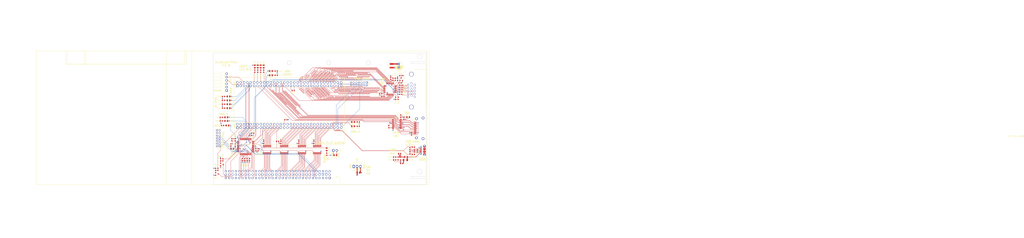
<source format=kicad_pcb>
(kicad_pcb (version 20171130) (host pcbnew 5.0.2+dfsg1-1~bpo9+1)
  (layers (0 F.Cu signal) (1 In1.Cu signal) (2 In2.Cu signal) (31 B.Cu signal) (35 F.Paste user) (37 F.SilkS user) (39 F.Mask user) (44 Edge.Cuts user))
  (net 0 "")
  (net 1 GND)
  (net 2 /B2B/JTAG_VIO)
  (net 3 +3V3)
  (net 4 +5V)
  (net 5 "Net-(JCD1-Pad1)")
  (net 6 "Net-(JCD1-Pad2)")
  (net 7 /B2B/RX)
  (net 8 /B2B/TX)
  (net 9 "Net-(J1-Pad14)")
  (net 10 "Net-(J1-Pad12)")
  (net 11 "Net-(J2-Pad6)")
  (net 12 "Net-(J2-Pad3)")
  (net 13 "Net-(J2-Pad2)")
  (net 14 NUBUS_OE)
  (net 15 -12V)
  (net 16 SB0_5V)
  (net 17 ~RESET_5V)
  (net 18 ~SPV_5V)
  (net 19 ~SP_5V)
  (net 20 ~TM1_5V)
  (net 21 ~AD1_5V)
  (net 22 ~AD3_5V)
  (net 23 ~AD5_5V)
  (net 24 ~AD7_5V)
  (net 25 ~AD9_5V)
  (net 26 ~AD11_5V)
  (net 27 ~AD13_5V)
  (net 28 ~AD15_5V)
  (net 29 ~AD17_5V)
  (net 30 ~AD19_5V)
  (net 31 ~AD21_5V)
  (net 32 ~AD23_5V)
  (net 33 ~AD25_5V)
  (net 34 ~AD27_5V)
  (net 35 ~AD29_5V)
  (net 36 ~AD31_5V)
  (net 37 ~ARB1_5V)
  (net 38 ~ARB3_5V)
  (net 39 ~ID1_5V)
  (net 40 ~ID3_5V)
  (net 41 ~ACK_5V)
  (net 42 ~RQST_5V)
  (net 43 ~NMRQ_5V)
  (net 44 +12V)
  (net 45 ~TM2_5V)
  (net 46 ~CM0_5V)
  (net 47 ~CM1_5V)
  (net 48 ~CM2_5V)
  (net 49 STDBYPWR)
  (net 50 ~CLK2XEN_5V)
  (net 51 ~CBUSY_5V)
  (net 52 SB1_5V)
  (net 53 ~TM0_5V)
  (net 54 ~AD0_5V)
  (net 55 ~AD2_5V)
  (net 56 ~AD4_5V)
  (net 57 ~AD6_5V)
  (net 58 ~AD8_5V)
  (net 59 ~AD10_5V)
  (net 60 ~AD12_5V)
  (net 61 ~AD14_5V)
  (net 62 ~AD16_5V)
  (net 63 ~AD18_5V)
  (net 64 ~AD20_5V)
  (net 65 ~AD22_5V)
  (net 66 ~AD24_5V)
  (net 67 ~AD26_5V)
  (net 68 ~AD28_5V)
  (net 69 ~AD30_5V)
  (net 70 ~PFW_5V)
  (net 71 ~ARB0_5V)
  (net 72 ~ARB2_5V)
  (net 73 ~ID0_5V)
  (net 74 ~ID2_5V)
  (net 75 ~START_5V)
  (net 76 ~CLK_5V)
  (net 77 ~ID3_3V3)
  (net 78 ~ID2_3V3)
  (net 79 ~ID1_3V3)
  (net 80 ~ID0_3V3)
  (net 81 ~CLK_3V3)
  (net 82 ~RQST_3V3)
  (net 83 ~CLK2X_5V)
  (net 84 ~START_3V3)
  (net 85 ~ACK_3V3)
  (net 86 ~AD31_3V3)
  (net 87 ~AD30_3V3)
  (net 88 ~AD29_3V3)
  (net 89 ~AD28_3V3)
  (net 90 ~AD27_3V3)
  (net 91 ~AD26_3V3)
  (net 92 ~AD25_3V3)
  (net 93 ~AD24_3V3)
  (net 94 ~AD23_3V3)
  (net 95 ~AD22_3V3)
  (net 96 ~AD21_3V3)
  (net 97 ~AD20_3V3)
  (net 98 ~RESET_3V3)
  (net 99 ~TM0_3V3)
  (net 100 ~TM1_3V3)
  (net 101 ~AD0_3V3)
  (net 102 ~AD1_3V3)
  (net 103 ~AD2_3V3)
  (net 104 ~AD3_3V3)
  (net 105 ~AD4_3V3)
  (net 106 ~AD5_3V3)
  (net 107 ~AD6_3V3)
  (net 108 ~AD7_3V3)
  (net 109 ~AD9_3V3)
  (net 110 ~AD8_3V3)
  (net 111 ~AD11_3V3)
  (net 112 ~AD10_3V3)
  (net 113 ~AD13_3V3)
  (net 114 ~AD12_3V3)
  (net 115 ~AD15_3V3)
  (net 116 ~AD14_3V3)
  (net 117 ~AD17_3V3)
  (net 118 ~AD16_3V3)
  (net 119 ~AD19_3V3)
  (net 120 ~AD18_3V3)
  (net 121 FPGA_VGA_HS)
  (net 122 /vga/VGA_HS)
  (net 123 FPGA_VGA_VS)
  (net 124 /vga/VGA_VS)
  (net 125 FPGA_G0)
  (net 126 FPGA_G1)
  (net 127 FPGA_G2)
  (net 128 FPGA_G3)
  (net 129 FPGA_G4)
  (net 130 FPGA_G5)
  (net 131 FPGA_G6)
  (net 132 FPGA_G7)
  (net 133 FPGA_B0)
  (net 134 FPGA_B1)
  (net 135 FPGA_B2)
  (net 136 FPGA_B3)
  (net 137 FPGA_B4)
  (net 138 FPGA_B5)
  (net 139 FPGA_B6)
  (net 140 FPGA_B7)
  (net 141 FPGA_VGA_CLK)
  (net 142 /vga/VGA_B)
  (net 143 /vga/VGA_G)
  (net 144 /vga/VGA_R)
  (net 145 FPGA_R0)
  (net 146 FPGA_R1)
  (net 147 FPGA_R2)
  (net 148 FPGA_R3)
  (net 149 FPGA_R4)
  (net 150 FPGA_R5)
  (net 151 FPGA_R6)
  (net 152 FPGA_R7)
  (net 153 "Net-(J4-Pad15)")
  (net 154 "Net-(J4-Pad12)")
  (net 155 "Net-(J4-Pad11)")
  (net 156 "Net-(J4-Pad9)")
  (net 157 "Net-(J4-Pad4)")
  (net 158 SHIELD)
  (net 159 HDMI_CEC_A)
  (net 160 HDMI_SCL_A)
  (net 161 HDMI_SDA_A)
  (net 162 HDMI_HPD_A)
  (net 163 HDMI_5V)
  (net 164 HDMI_CLK-)
  (net 165 HDMI_CLK+)
  (net 166 HDMI_D0-)
  (net 167 HDMI_D0+)
  (net 168 HDMI_D1-)
  (net 169 HDMI_D1+)
  (net 170 HDMI_D2-)
  (net 171 HDMI_D2+)
  (net 172 LED3)
  (net 173 "Net-(D5-Pad2)")
  (net 174 "Net-(D4-Pad2)")
  (net 175 LED2)
  (net 176 LED0)
  (net 177 "Net-(D2-Pad2)")
  (net 178 "Net-(D3-Pad2)")
  (net 179 LED1)
  (net 180 /usb/USB_FLT)
  (net 181 /usb/USB_D+)
  (net 182 /usb/USB_EN)
  (net 183 /usb/USB_D-)
  (net 184 USBH0_D-)
  (net 185 USBH0_D+)
  (net 186 "Net-(U6-Pad1)")
  (net 187 "Net-(U6-Pad3)")
  (net 188 /usb/VBus)
  (net 189 /usb/VBus_USB0)
  (net 190 /vga/comp)
  (net 191 /vga/vref)
  (net 192 /hdmi/cec_b)
  (net 193 /hdmi/scl_b)
  (net 194 /hdmi/sda_b)
  (net 195 /hdmi/hpd_b)
  (net 196 ARB)
  (net 197 NUBUS_AD_DIR)
  (net 198 NUBUS_MASTER_DIR)
  (net 199 CPLD_JTAG_TDI)
  (net 200 CPLD_JTAG_TDO)
  (net 201 CPLD_JTAG_TMS)
  (net 202 CPLD_JTAG_TCK)
  (net 203 FPGA_JTAG_TDO)
  (net 204 FPGA_JTAG_TCK)
  (net 205 FPGA_JTAG_TDI)
  (net 206 FPGA_JTAG_TMS)
  (net 207 "Net-(J8-Pad12)")
  (net 208 "Net-(J8-Pad14)")
  (net 209 fpga_to_cpld_clk)
  (net 210 GRANT)
  (net 211 tmoen)
  (net 212 fpga_to_cpld_signal)
  (net 213 "Net-(U2-Pad3)")
  (net 214 "Net-(J5-Pad14)")
  (net 215 "Net-(J6-Pad4)")
  (net 216 /vga/rset)
  (net 217 "Net-(D6-Pad2)")
  (net 218 "Net-(D7-Pad2)")
  (net 219 "Net-(D8-Pad2)")
  (net 220 "Net-(D1-Pad2)")
  (net 221 "Net-(D9-Pad2)")
  (net 222 "Net-(D10-Pad2)")
  (net 223 "Net-(D11-Pad2)")
  (net 224 "Net-(D12-Pad2)")
  (net 225 "Net-(D13-Pad2)")
  (net 226 "Net-(D15-Pad2)")
  (net 227 "Net-(D14-Pad2)")
  (net 228 "Net-(D17-Pad2)")
  (net 229 "Net-(D16-Pad2)")
  (net 230 NMRQ)
  (net 231 "Net-(Q1-Pad1)")
  (net 232 "Net-(Q2-Pad1)")
  (net 233 RQST_o)
  (net 234 "Net-(JAB1-Pad16)")
  (module Capacitor_SMD:C_0603_1608Metric (layer F.Cu) (at 125.8 71 90)
    (fp_text reference C26 (at 3 0 90) (layer F.SilkS))
    (fp_text value 1uF)
    (pad 1 smd roundrect (at -0.7875 0 90) (size 0.875 0.95) (layers F.Cu F.Paste F.Mask) (net 3 +3V3))
    (pad 2 smd roundrect (at 0.7875 0 90) (size 0.875 0.95) (layers F.Cu F.Paste F.Mask) (net 1 GND))
  )
  (module Package_TO_SOT_SMD:SOT-23 (layer F.Cu) (at 118.25 89.75)
    (fp_text reference Q2 (at 0.5 2.5) (layer F.SilkS))
    (fp_text value MMBT3904)
    (pad 1 smd rect (at -1 -0.95) (size 0.9 0.8) (layers F.Cu F.Paste F.Mask) (net 232 "Net-(Q2-Pad1)"))
    (pad 2 smd rect (at -1 0.95) (size 0.9 0.8) (layers F.Cu F.Paste F.Mask) (net 1 GND))
    (pad 3 smd rect (at 1 0) (size 0.9 0.8) (layers F.Cu F.Paste F.Mask) (net 42 ~RQST_5V))
  )
  (module Resistor_SMD:R_0603_1608Metric (layer F.Cu) (at 119 86.25 90)
    (fp_text reference R39 (at 3 0 90) (layer F.SilkS))
    (fp_text value 27)
    (pad 2 smd roundrect (at 0.7875 0 90) (size 0.875 0.95) (layers F.Cu F.Paste F.Mask) (net 233 RQST_o))
    (pad 1 smd roundrect (at -0.7875 0 90) (size 0.875 0.95) (layers F.Cu F.Paste F.Mask) (net 232 "Net-(Q2-Pad1)"))
  )
  (module Resistor_SMD:R_0603_1608Metric (layer F.Cu) (at 117.25 86.25 270)
    (fp_text reference R40 (at -2.25 1.25 270) (layer F.SilkS))
    (fp_text value 1k)
    (pad 1 smd roundrect (at -0.7875 0 270) (size 0.875 0.95) (layers F.Cu F.Paste F.Mask) (net 1 GND))
    (pad 2 smd roundrect (at 0.7875 0 270) (size 0.875 0.95) (layers F.Cu F.Paste F.Mask) (net 232 "Net-(Q2-Pad1)"))
  )
  (module Resistor_SMD:R_0603_1608Metric (layer F.Cu) (at 113.5 93.5 270)
    (fp_text reference R38 (at -3 0 270) (layer F.SilkS))
    (fp_text value 1k)
    (pad 1 smd roundrect (at -0.7875 0 270) (size 0.875 0.95) (layers F.Cu F.Paste F.Mask) (net 1 GND))
    (pad 2 smd roundrect (at 0.7875 0 270) (size 0.875 0.95) (layers F.Cu F.Paste F.Mask) (net 231 "Net-(Q1-Pad1)"))
  )
  (module Resistor_SMD:R_0603_1608Metric (layer F.Cu) (at 115.25 93.5 90)
    (fp_text reference R17 (at 3 0 90) (layer F.SilkS))
    (fp_text value 27)
    (pad 2 smd roundrect (at 0.7875 0 90) (size 0.875 0.95) (layers F.Cu F.Paste F.Mask) (net 230 NMRQ))
    (pad 1 smd roundrect (at -0.7875 0 90) (size 0.875 0.95) (layers F.Cu F.Paste F.Mask) (net 231 "Net-(Q1-Pad1)"))
  )
  (module Package_TO_SOT_SMD:SOT-23 (layer F.Cu) (at 114.5 97)
    (fp_text reference Q1 (at -1.8 2.71 90) (layer F.SilkS))
    (fp_text value MMBT3904)
    (pad 1 smd rect (at -1 -0.95) (size 0.9 0.8) (layers F.Cu F.Paste F.Mask) (net 231 "Net-(Q1-Pad1)"))
    (pad 2 smd rect (at -1 0.95) (size 0.9 0.8) (layers F.Cu F.Paste F.Mask) (net 1 GND))
    (pad 3 smd rect (at 1 0) (size 0.9 0.8) (layers F.Cu F.Paste F.Mask) (net 43 ~NMRQ_5V))
  )
  (module For_SeeedStudio:TQFP-44_10x10mm_P0.8mm_Xilinx (layer F.Cu) (at 136.2 76.2 90)
    (fp_text reference U8 (at -5.8 -7.3 90) (layer F.SilkS))
    (fp_text value XC9536XL-VQ44)
    (pad 44 smd rect (at -4 -5.7 180) (size 1.6 0.55) (layers F.Cu F.Paste F.Mask) (net 76 ~CLK_5V))
    (pad 43 smd rect (at -3.2 -5.7 180) (size 1.6 0.55) (layers F.Cu F.Paste F.Mask) (net 233 RQST_o))
    (pad 42 smd rect (at -2.4 -5.7 180) (size 1.6 0.55) (layers F.Cu F.Paste F.Mask) (net 85 ~ACK_3V3))
    (pad 41 smd rect (at -1.6 -5.7 180) (size 1.6 0.55) (layers F.Cu F.Paste F.Mask) (net 84 ~START_3V3))
    (pad 40 smd rect (at -0.8 -5.7 180) (size 1.6 0.55) (layers F.Cu F.Paste F.Mask) (net 42 ~RQST_5V))
    (pad 39 smd rect (at 0 -5.7 180) (size 1.6 0.55) (layers F.Cu F.Paste F.Mask) (net 212 fpga_to_cpld_signal))
    (pad 38 smd rect (at 0.8 -5.7 180) (size 1.6 0.55) (layers F.Cu F.Paste F.Mask) (net 20 ~TM1_5V))
    (pad 37 smd rect (at 1.6 -5.7 180) (size 1.6 0.55) (layers F.Cu F.Paste F.Mask) (net 53 ~TM0_5V))
    (pad 36 smd rect (at 2.4 -5.7 180) (size 1.6 0.55) (layers F.Cu F.Paste F.Mask) (net 82 ~RQST_3V3))
    (pad 35 smd rect (at 3.2 -5.7 180) (size 1.6 0.55) (layers F.Cu F.Paste F.Mask) (net 3 +3V3))
    (pad 34 smd rect (at 4 -5.7 180) (size 1.6 0.55) (layers F.Cu F.Paste F.Mask) (net 100 ~TM1_3V3))
    (pad 33 smd rect (at 5.7 -4 90) (size 1.6 0.55) (layers F.Cu F.Paste F.Mask) (net 99 ~TM0_3V3))
    (pad 32 smd rect (at 5.7 -3.2 90) (size 1.6 0.55) (layers F.Cu F.Paste F.Mask) (net 77 ~ID3_3V3))
    (pad 31 smd rect (at 5.7 -2.4 90) (size 1.6 0.55) (layers F.Cu F.Paste F.Mask) (net 78 ~ID2_3V3))
    (pad 30 smd rect (at 5.7 -1.6 90) (size 1.6 0.55) (layers F.Cu F.Paste F.Mask) (net 79 ~ID1_3V3))
    (pad 29 smd rect (at 5.7 -0.8 90) (size 1.6 0.55) (layers F.Cu F.Paste F.Mask) (net 80 ~ID0_3V3))
    (pad 28 smd rect (at 5.7 0 90) (size 1.6 0.55) (layers F.Cu F.Paste F.Mask) (net 196 ARB))
    (pad 27 smd rect (at 5.7 0.8 90) (size 1.6 0.55) (layers F.Cu F.Paste F.Mask) (net 210 GRANT))
    (pad 26 smd rect (at 5.7 1.6 90) (size 1.6 0.55) (layers F.Cu F.Paste F.Mask) (net 3 +3V3))
    (pad 25 smd rect (at 5.7 2.4 90) (size 1.6 0.55) (layers F.Cu F.Paste F.Mask) (net 1 GND))
    (pad 24 smd rect (at 5.7 3.2 90) (size 1.6 0.55) (layers F.Cu F.Paste F.Mask) (net 200 CPLD_JTAG_TDO))
    (pad 23 smd rect (at 5.7 4 90) (size 1.6 0.55) (layers F.Cu F.Paste F.Mask) (net 211 tmoen))
    (pad 22 smd rect (at 4 5.7 180) (size 1.6 0.55) (layers F.Cu F.Paste F.Mask) (net 198 NUBUS_MASTER_DIR))
    (pad 21 smd rect (at 3.2 5.7 180) (size 1.6 0.55) (layers F.Cu F.Paste F.Mask) (net 98 ~RESET_3V3))
    (pad 20 smd rect (at 2.4 5.7 180) (size 1.6 0.55) (layers F.Cu F.Paste F.Mask) (net 81 ~CLK_3V3))
    (pad 19 smd rect (at 1.6 5.7 180) (size 1.6 0.55) (layers F.Cu F.Paste F.Mask) (net 14 NUBUS_OE))
    (pad 18 smd rect (at 0.8 5.7 180) (size 1.6 0.55) (layers F.Cu F.Paste F.Mask) (net 17 ~RESET_5V))
    (pad 17 smd rect (at 0 5.7 180) (size 1.6 0.55) (layers F.Cu F.Paste F.Mask) (net 1 GND))
    (pad 16 smd rect (at -0.8 5.7 180) (size 1.6 0.55) (layers F.Cu F.Paste F.Mask) (net 38 ~ARB3_5V))
    (pad 15 smd rect (at -1.6 5.7 180) (size 1.6 0.55) (layers F.Cu F.Paste F.Mask) (net 3 +3V3))
    (pad 14 smd rect (at -2.4 5.7 180) (size 1.6 0.55) (layers F.Cu F.Paste F.Mask) (net 72 ~ARB2_5V))
    (pad 13 smd rect (at -3.2 5.7 180) (size 1.6 0.55) (layers F.Cu F.Paste F.Mask) (net 37 ~ARB1_5V))
    (pad 12 smd rect (at -4 5.7 180) (size 1.6 0.55) (layers F.Cu F.Paste F.Mask) (net 71 ~ARB0_5V))
    (pad 11 smd rect (at -5.7 4 90) (size 1.6 0.55) (layers F.Cu F.Paste F.Mask) (net 202 CPLD_JTAG_TCK))
    (pad 10 smd rect (at -5.7 3.2 90) (size 1.6 0.55) (layers F.Cu F.Paste F.Mask) (net 201 CPLD_JTAG_TMS))
    (pad 9 smd rect (at -5.7 2.4 90) (size 1.6 0.55) (layers F.Cu F.Paste F.Mask) (net 199 CPLD_JTAG_TDI))
    (pad 8 smd rect (at -5.7 1.6 90) (size 1.6 0.55) (layers F.Cu F.Paste F.Mask) (net 73 ~ID0_5V))
    (pad 7 smd rect (at -5.7 0.8 90) (size 1.6 0.55) (layers F.Cu F.Paste F.Mask) (net 39 ~ID1_5V))
    (pad 6 smd rect (at -5.7 0 90) (size 1.6 0.55) (layers F.Cu F.Paste F.Mask) (net 74 ~ID2_5V))
    (pad 5 smd rect (at -5.7 -0.8 90) (size 1.6 0.55) (layers F.Cu F.Paste F.Mask) (net 40 ~ID3_5V))
    (pad 4 smd rect (at -5.7 -1.6 90) (size 1.6 0.55) (layers F.Cu F.Paste F.Mask) (net 1 GND))
    (pad 3 smd rect (at -5.7 -2.4 90) (size 1.6 0.55) (layers F.Cu F.Paste F.Mask) (net 41 ~ACK_5V))
    (pad 2 smd rect (at -5.7 -3.2 90) (size 1.6 0.55) (layers F.Cu F.Paste F.Mask) (net 75 ~START_5V))
    (pad 1 smd rect (at -5.7 -4 90) (size 1.6 0.55) (layers F.Cu F.Paste F.Mask) (net 209 fpga_to_cpld_clk))
  )
  (module For_SeeedStudio:QSOP-20_3.9x8.7mm_P0.635mm_Renesas (layer F.Cu) (at 152.5 78.5 90)
    (fp_text reference U9 (at -3 -5.1 90) (layer F.SilkS))
    (fp_text value 74FCT245ATQG)
    (pad 20 smd rect (at 2.6943 -2.8575 90) (size 1.68 0.41) (layers F.Cu F.Paste F.Mask) (net 3 +3V3))
    (pad 19 smd rect (at 2.6943 -2.2225 90) (size 1.68 0.41) (layers F.Cu F.Paste F.Mask) (net 14 NUBUS_OE))
    (pad 18 smd rect (at 2.6943 -1.5875 90) (size 1.68 0.41) (layers F.Cu F.Paste F.Mask) (net 86 ~AD31_3V3))
    (pad 13 smd rect (at 2.6943 1.5875 90) (size 1.68 0.41) (layers F.Cu F.Paste F.Mask) (net 91 ~AD26_3V3))
    (pad 12 smd rect (at 2.6943 2.2225 90) (size 1.68 0.41) (layers F.Cu F.Paste F.Mask) (net 92 ~AD25_3V3))
    (pad 11 smd rect (at 2.6943 2.8575 90) (size 1.68 0.41) (layers F.Cu F.Paste F.Mask) (net 93 ~AD24_3V3))
    (pad 10 smd rect (at -2.6943 2.8575 90) (size 1.68 0.41) (layers F.Cu F.Paste F.Mask) (net 1 GND))
    (pad 9 smd rect (at -2.6943 2.2225 90) (size 1.68 0.41) (layers F.Cu F.Paste F.Mask) (net 66 ~AD24_5V))
    (pad 8 smd rect (at -2.6943 1.5875 90) (size 1.68 0.41) (layers F.Cu F.Paste F.Mask) (net 33 ~AD25_5V))
    (pad 3 smd rect (at -2.6943 -1.5875 90) (size 1.68 0.41) (layers F.Cu F.Paste F.Mask) (net 69 ~AD30_5V))
    (pad 2 smd rect (at -2.6943 -2.2225 90) (size 1.68 0.41) (layers F.Cu F.Paste F.Mask) (net 36 ~AD31_5V))
    (pad 1 smd rect (at -2.6943 -2.8575 90) (size 1.68 0.41) (layers F.Cu F.Paste F.Mask) (net 197 NUBUS_AD_DIR))
    (pad 4 smd rect (at -2.6943 -0.9525 90) (size 1.68 0.41) (layers F.Cu F.Paste F.Mask) (net 35 ~AD29_5V))
    (pad 5 smd rect (at -2.6943 -0.3175 90) (size 1.68 0.41) (layers F.Cu F.Paste F.Mask) (net 68 ~AD28_5V))
    (pad 16 smd rect (at 2.6943 -0.3175 90) (size 1.68 0.41) (layers F.Cu F.Paste F.Mask) (net 88 ~AD29_3V3))
    (pad 17 smd rect (at 2.6943 -0.9525 90) (size 1.68 0.41) (layers F.Cu F.Paste F.Mask) (net 87 ~AD30_3V3))
    (pad 6 smd rect (at -2.6943 0.3175 90) (size 1.68 0.41) (layers F.Cu F.Paste F.Mask) (net 34 ~AD27_5V))
    (pad 7 smd rect (at -2.6943 0.9525 90) (size 1.68 0.41) (layers F.Cu F.Paste F.Mask) (net 67 ~AD26_5V))
    (pad 15 smd rect (at 2.6943 0.3175 90) (size 1.68 0.41) (layers F.Cu F.Paste F.Mask) (net 89 ~AD28_3V3))
    (pad 14 smd rect (at 2.6943 0.9525 90) (size 1.68 0.41) (layers F.Cu F.Paste F.Mask) (net 90 ~AD27_3V3))
  )
  (module For_SeeedStudio:QSOP-20_3.9x8.7mm_P0.635mm_Renesas (layer F.Cu) (at 179 78.5 90)
    (fp_text reference U11 (at -3 -5.1 90) (layer F.SilkS))
    (fp_text value 74FCT245ATQG)
    (pad 14 smd rect (at 2.6943 0.9525 90) (size 1.68 0.41) (layers F.Cu F.Paste F.Mask) (net 112 ~AD10_3V3))
    (pad 15 smd rect (at 2.6943 0.3175 90) (size 1.68 0.41) (layers F.Cu F.Paste F.Mask) (net 113 ~AD13_3V3))
    (pad 7 smd rect (at -2.6943 0.9525 90) (size 1.68 0.41) (layers F.Cu F.Paste F.Mask) (net 26 ~AD11_5V))
    (pad 6 smd rect (at -2.6943 0.3175 90) (size 1.68 0.41) (layers F.Cu F.Paste F.Mask) (net 59 ~AD10_5V))
    (pad 17 smd rect (at 2.6943 -0.9525 90) (size 1.68 0.41) (layers F.Cu F.Paste F.Mask) (net 115 ~AD15_3V3))
    (pad 16 smd rect (at 2.6943 -0.3175 90) (size 1.68 0.41) (layers F.Cu F.Paste F.Mask) (net 114 ~AD12_3V3))
    (pad 5 smd rect (at -2.6943 -0.3175 90) (size 1.68 0.41) (layers F.Cu F.Paste F.Mask) (net 27 ~AD13_5V))
    (pad 4 smd rect (at -2.6943 -0.9525 90) (size 1.68 0.41) (layers F.Cu F.Paste F.Mask) (net 60 ~AD12_5V))
    (pad 1 smd rect (at -2.6943 -2.8575 90) (size 1.68 0.41) (layers F.Cu F.Paste F.Mask) (net 197 NUBUS_AD_DIR))
    (pad 2 smd rect (at -2.6943 -2.2225 90) (size 1.68 0.41) (layers F.Cu F.Paste F.Mask) (net 61 ~AD14_5V))
    (pad 3 smd rect (at -2.6943 -1.5875 90) (size 1.68 0.41) (layers F.Cu F.Paste F.Mask) (net 28 ~AD15_5V))
    (pad 8 smd rect (at -2.6943 1.5875 90) (size 1.68 0.41) (layers F.Cu F.Paste F.Mask) (net 58 ~AD8_5V))
    (pad 9 smd rect (at -2.6943 2.2225 90) (size 1.68 0.41) (layers F.Cu F.Paste F.Mask) (net 25 ~AD9_5V))
    (pad 10 smd rect (at -2.6943 2.8575 90) (size 1.68 0.41) (layers F.Cu F.Paste F.Mask) (net 1 GND))
    (pad 11 smd rect (at 2.6943 2.8575 90) (size 1.68 0.41) (layers F.Cu F.Paste F.Mask) (net 109 ~AD9_3V3))
    (pad 12 smd rect (at 2.6943 2.2225 90) (size 1.68 0.41) (layers F.Cu F.Paste F.Mask) (net 110 ~AD8_3V3))
    (pad 13 smd rect (at 2.6943 1.5875 90) (size 1.68 0.41) (layers F.Cu F.Paste F.Mask) (net 111 ~AD11_3V3))
    (pad 18 smd rect (at 2.6943 -1.5875 90) (size 1.68 0.41) (layers F.Cu F.Paste F.Mask) (net 116 ~AD14_3V3))
    (pad 19 smd rect (at 2.6943 -2.2225 90) (size 1.68 0.41) (layers F.Cu F.Paste F.Mask) (net 14 NUBUS_OE))
    (pad 20 smd rect (at 2.6943 -2.8575 90) (size 1.68 0.41) (layers F.Cu F.Paste F.Mask) (net 3 +3V3))
  )
  (module For_SeeedStudio:QSOP-20_3.9x8.7mm_P0.635mm_Renesas (layer F.Cu) (at 190.5 78.5 90)
    (fp_text reference U12 (at -3 -5.1 90) (layer F.SilkS))
    (fp_text value 74FCT245ATQG)
    (pad 20 smd rect (at 2.6943 -2.8575 90) (size 1.68 0.41) (layers F.Cu F.Paste F.Mask) (net 3 +3V3))
    (pad 19 smd rect (at 2.6943 -2.2225 90) (size 1.68 0.41) (layers F.Cu F.Paste F.Mask) (net 14 NUBUS_OE))
    (pad 18 smd rect (at 2.6943 -1.5875 90) (size 1.68 0.41) (layers F.Cu F.Paste F.Mask) (net 107 ~AD6_3V3))
    (pad 13 smd rect (at 2.6943 1.5875 90) (size 1.68 0.41) (layers F.Cu F.Paste F.Mask) (net 104 ~AD3_3V3))
    (pad 12 smd rect (at 2.6943 2.2225 90) (size 1.68 0.41) (layers F.Cu F.Paste F.Mask) (net 101 ~AD0_3V3))
    (pad 11 smd rect (at 2.6943 2.8575 90) (size 1.68 0.41) (layers F.Cu F.Paste F.Mask) (net 102 ~AD1_3V3))
    (pad 10 smd rect (at -2.6943 2.8575 90) (size 1.68 0.41) (layers F.Cu F.Paste F.Mask) (net 1 GND))
    (pad 9 smd rect (at -2.6943 2.2225 90) (size 1.68 0.41) (layers F.Cu F.Paste F.Mask) (net 21 ~AD1_5V))
    (pad 8 smd rect (at -2.6943 1.5875 90) (size 1.68 0.41) (layers F.Cu F.Paste F.Mask) (net 54 ~AD0_5V))
    (pad 3 smd rect (at -2.6943 -1.5875 90) (size 1.68 0.41) (layers F.Cu F.Paste F.Mask) (net 24 ~AD7_5V))
    (pad 2 smd rect (at -2.6943 -2.2225 90) (size 1.68 0.41) (layers F.Cu F.Paste F.Mask) (net 57 ~AD6_5V))
    (pad 1 smd rect (at -2.6943 -2.8575 90) (size 1.68 0.41) (layers F.Cu F.Paste F.Mask) (net 197 NUBUS_AD_DIR))
    (pad 4 smd rect (at -2.6943 -0.9525 90) (size 1.68 0.41) (layers F.Cu F.Paste F.Mask) (net 56 ~AD4_5V))
    (pad 5 smd rect (at -2.6943 -0.3175 90) (size 1.68 0.41) (layers F.Cu F.Paste F.Mask) (net 23 ~AD5_5V))
    (pad 16 smd rect (at 2.6943 -0.3175 90) (size 1.68 0.41) (layers F.Cu F.Paste F.Mask) (net 105 ~AD4_3V3))
    (pad 17 smd rect (at 2.6943 -0.9525 90) (size 1.68 0.41) (layers F.Cu F.Paste F.Mask) (net 108 ~AD7_3V3))
    (pad 6 smd rect (at -2.6943 0.3175 90) (size 1.68 0.41) (layers F.Cu F.Paste F.Mask) (net 55 ~AD2_5V))
    (pad 7 smd rect (at -2.6943 0.9525 90) (size 1.68 0.41) (layers F.Cu F.Paste F.Mask) (net 22 ~AD3_5V))
    (pad 15 smd rect (at 2.6943 0.3175 90) (size 1.68 0.41) (layers F.Cu F.Paste F.Mask) (net 106 ~AD5_3V3))
    (pad 14 smd rect (at 2.6943 0.9525 90) (size 1.68 0.41) (layers F.Cu F.Paste F.Mask) (net 103 ~AD2_3V3))
  )
  (module For_SeeedStudio:QSOP-20_3.9x8.7mm_P0.635mm_Renesas (layer F.Cu) (at 165.5 78.5 90)
    (fp_text reference U10 (at -3 -5.1 90) (layer F.SilkS))
    (fp_text value 74FCT245ATQG)
    (pad 14 smd rect (at 2.6943 0.9525 90) (size 1.68 0.41) (layers F.Cu F.Paste F.Mask) (net 120 ~AD18_3V3))
    (pad 15 smd rect (at 2.6943 0.3175 90) (size 1.68 0.41) (layers F.Cu F.Paste F.Mask) (net 96 ~AD21_3V3))
    (pad 7 smd rect (at -2.6943 0.9525 90) (size 1.68 0.41) (layers F.Cu F.Paste F.Mask) (net 30 ~AD19_5V))
    (pad 6 smd rect (at -2.6943 0.3175 90) (size 1.68 0.41) (layers F.Cu F.Paste F.Mask) (net 63 ~AD18_5V))
    (pad 17 smd rect (at 2.6943 -0.9525 90) (size 1.68 0.41) (layers F.Cu F.Paste F.Mask) (net 94 ~AD23_3V3))
    (pad 16 smd rect (at 2.6943 -0.3175 90) (size 1.68 0.41) (layers F.Cu F.Paste F.Mask) (net 97 ~AD20_3V3))
    (pad 5 smd rect (at -2.6943 -0.3175 90) (size 1.68 0.41) (layers F.Cu F.Paste F.Mask) (net 31 ~AD21_5V))
    (pad 4 smd rect (at -2.6943 -0.9525 90) (size 1.68 0.41) (layers F.Cu F.Paste F.Mask) (net 64 ~AD20_5V))
    (pad 1 smd rect (at -2.6943 -2.8575 90) (size 1.68 0.41) (layers F.Cu F.Paste F.Mask) (net 197 NUBUS_AD_DIR))
    (pad 2 smd rect (at -2.6943 -2.2225 90) (size 1.68 0.41) (layers F.Cu F.Paste F.Mask) (net 65 ~AD22_5V))
    (pad 3 smd rect (at -2.6943 -1.5875 90) (size 1.68 0.41) (layers F.Cu F.Paste F.Mask) (net 32 ~AD23_5V))
    (pad 8 smd rect (at -2.6943 1.5875 90) (size 1.68 0.41) (layers F.Cu F.Paste F.Mask) (net 62 ~AD16_5V))
    (pad 9 smd rect (at -2.6943 2.2225 90) (size 1.68 0.41) (layers F.Cu F.Paste F.Mask) (net 29 ~AD17_5V))
    (pad 10 smd rect (at -2.6943 2.8575 90) (size 1.68 0.41) (layers F.Cu F.Paste F.Mask) (net 1 GND))
    (pad 11 smd rect (at 2.6943 2.8575 90) (size 1.68 0.41) (layers F.Cu F.Paste F.Mask) (net 117 ~AD17_3V3))
    (pad 12 smd rect (at 2.6943 2.2225 90) (size 1.68 0.41) (layers F.Cu F.Paste F.Mask) (net 118 ~AD16_3V3))
    (pad 13 smd rect (at 2.6943 1.5875 90) (size 1.68 0.41) (layers F.Cu F.Paste F.Mask) (net 119 ~AD19_3V3))
    (pad 18 smd rect (at 2.6943 -1.5875 90) (size 1.68 0.41) (layers F.Cu F.Paste F.Mask) (net 95 ~AD22_3V3))
    (pad 19 smd rect (at 2.6943 -2.2225 90) (size 1.68 0.41) (layers F.Cu F.Paste F.Mask) (net 14 NUBUS_OE))
    (pad 20 smd rect (at 2.6943 -2.8575 90) (size 1.68 0.41) (layers F.Cu F.Paste F.Mask) (net 3 +3V3))
  )
  (module For_SeeedStudio:SOP65P640X120-24N (layer F.Cu) (at 250.95 58.95)
    (fp_text reference U5 (at -0.645 -4.912) (layer F.SilkS))
    (fp_text value TPD12S016PWR)
    (pad 1 smd rect (at -2.87 -3.575) (size 1.57 0.41) (layers F.Cu F.Paste F.Mask) (net 159 HDMI_CEC_A))
    (pad 2 smd rect (at -2.87 -2.925) (size 1.57 0.41) (layers F.Cu F.Paste F.Mask) (net 160 HDMI_SCL_A))
    (pad 3 smd rect (at -2.87 -2.275) (size 1.57 0.41) (layers F.Cu F.Paste F.Mask) (net 161 HDMI_SDA_A))
    (pad 4 smd rect (at -2.87 -1.625) (size 1.57 0.41) (layers F.Cu F.Paste F.Mask) (net 162 HDMI_HPD_A))
    (pad 5 smd rect (at -2.87 -0.975) (size 1.57 0.41) (layers F.Cu F.Paste F.Mask) (net 3 +3V3))
    (pad 6 smd rect (at -2.87 -0.325) (size 1.57 0.41) (layers F.Cu F.Paste F.Mask) (net 1 GND))
    (pad 7 smd rect (at -2.87 0.325) (size 1.57 0.41) (layers F.Cu F.Paste F.Mask) (net 192 /hdmi/cec_b))
    (pad 8 smd rect (at -2.87 0.975) (size 1.57 0.41) (layers F.Cu F.Paste F.Mask) (net 193 /hdmi/scl_b))
    (pad 9 smd rect (at -2.87 1.625) (size 1.57 0.41) (layers F.Cu F.Paste F.Mask) (net 194 /hdmi/sda_b))
    (pad 10 smd rect (at -2.87 2.275) (size 1.57 0.41) (layers F.Cu F.Paste F.Mask) (net 195 /hdmi/hpd_b))
    (pad 11 smd rect (at -2.87 2.925) (size 1.57 0.41) (layers F.Cu F.Paste F.Mask) (net 4 +5V))
    (pad 12 smd rect (at -2.87 3.575) (size 1.57 0.41) (layers F.Cu F.Paste F.Mask) (net 3 +3V3))
    (pad 13 smd rect (at 2.87 3.575) (size 1.57 0.41) (layers F.Cu F.Paste F.Mask) (net 163 HDMI_5V))
    (pad 14 smd rect (at 2.87 2.925) (size 1.57 0.41) (layers F.Cu F.Paste F.Mask) (net 1 GND))
    (pad 15 smd rect (at 2.87 2.275) (size 1.57 0.41) (layers F.Cu F.Paste F.Mask) (net 164 HDMI_CLK-))
    (pad 16 smd rect (at 2.87 1.625) (size 1.57 0.41) (layers F.Cu F.Paste F.Mask) (net 165 HDMI_CLK+))
    (pad 17 smd rect (at 2.87 0.975) (size 1.57 0.41) (layers F.Cu F.Paste F.Mask) (net 166 HDMI_D0-))
    (pad 18 smd rect (at 2.87 0.325) (size 1.57 0.41) (layers F.Cu F.Paste F.Mask) (net 167 HDMI_D0+))
    (pad 19 smd rect (at 2.87 -0.325) (size 1.57 0.41) (layers F.Cu F.Paste F.Mask) (net 1 GND))
    (pad 20 smd rect (at 2.87 -0.975) (size 1.57 0.41) (layers F.Cu F.Paste F.Mask) (net 168 HDMI_D1-))
    (pad 21 smd rect (at 2.87 -1.625) (size 1.57 0.41) (layers F.Cu F.Paste F.Mask) (net 169 HDMI_D1+))
    (pad 22 smd rect (at 2.87 -2.275) (size 1.57 0.41) (layers F.Cu F.Paste F.Mask) (net 170 HDMI_D2-))
    (pad 23 smd rect (at 2.87 -2.925) (size 1.57 0.41) (layers F.Cu F.Paste F.Mask) (net 171 HDMI_D2+))
    (pad 24 smd rect (at 2.87 -3.575) (size 1.57 0.41) (layers F.Cu F.Paste F.Mask) (net 3 +3V3))
  )
  (module LED_SMD:LED_0805_2012Metric (layer F.Cu) (at 155.5 18.75)
    (fp_text reference D16 (at 0 1.75) (layer F.SilkS))
    (fp_text value ORANGE)
    (pad 2 smd roundrect (at 0.9375 0) (size 0.975 1.4) (layers F.Cu F.Paste F.Mask) (net 229 "Net-(D16-Pad2)"))
    (pad 1 smd roundrect (at -0.9375 0) (size 0.975 1.4) (layers F.Cu F.Paste F.Mask) (net 196 ARB))
  )
  (module LED_SMD:LED_0805_2012Metric (layer F.Cu) (at 155.5 22)
    (fp_text reference D17 (at 0 1.75) (layer F.SilkS))
    (fp_text value ORANGE)
    (pad 1 smd roundrect (at -0.9375 0) (size 0.975 1.4) (layers F.Cu F.Paste F.Mask) (net 210 GRANT))
    (pad 2 smd roundrect (at 0.9375 0) (size 0.975 1.4) (layers F.Cu F.Paste F.Mask) (net 228 "Net-(D17-Pad2)"))
  )
  (module Resistor_SMD:R_0603_1608Metric (layer F.Cu) (at 159.5 18.75 180)
    (fp_text reference R36 (at -3 0 180) (layer F.SilkS))
    (fp_text value 549)
    (pad 2 smd roundrect (at 0.7875 0 180) (size 0.875 0.95) (layers F.Cu F.Paste F.Mask) (net 229 "Net-(D16-Pad2)"))
    (pad 1 smd roundrect (at -0.7875 0 180) (size 0.875 0.95) (layers F.Cu F.Paste F.Mask) (net 3 +3V3))
  )
  (module Resistor_SMD:R_0603_1608Metric (layer F.Cu) (at 159.5 22 180)
    (fp_text reference R37 (at -3 0 180) (layer F.SilkS))
    (fp_text value 549)
    (pad 1 smd roundrect (at -0.7875 0 180) (size 0.875 0.95) (layers F.Cu F.Paste F.Mask) (net 3 +3V3))
    (pad 2 smd roundrect (at 0.7875 0 180) (size 0.875 0.95) (layers F.Cu F.Paste F.Mask) (net 228 "Net-(D17-Pad2)"))
  )
  (module LED_SMD:LED_0805_2012Metric (layer F.Cu) (at 217.75 57.5)
    (fp_text reference D15 (at 0 1.75) (layer F.SilkS))
    (fp_text value YELLOW)
    (pad 2 smd roundrect (at 0.9375 0) (size 0.975 1.4) (layers F.Cu F.Paste F.Mask) (net 226 "Net-(D15-Pad2)"))
    (pad 1 smd roundrect (at -0.9375 0) (size 0.975 1.4) (layers F.Cu F.Paste F.Mask) (net 101 ~AD0_3V3))
  )
  (module LED_SMD:LED_0805_2012Metric (layer F.Cu) (at 217.75 60.75)
    (fp_text reference D14 (at 0 1.75) (layer F.SilkS))
    (fp_text value YELLOW)
    (pad 1 smd roundrect (at -0.9375 0) (size 0.975 1.4) (layers F.Cu F.Paste F.Mask) (net 102 ~AD1_3V3))
    (pad 2 smd roundrect (at 0.9375 0) (size 0.975 1.4) (layers F.Cu F.Paste F.Mask) (net 227 "Net-(D14-Pad2)"))
  )
  (module Resistor_SMD:R_0603_1608Metric (layer F.Cu) (at 221.75 60.75 180)
    (fp_text reference R34 (at 0 -1.43 180) (layer F.SilkS))
    (fp_text value 549)
    (pad 2 smd roundrect (at 0.7875 0 180) (size 0.875 0.95) (layers F.Cu F.Paste F.Mask) (net 227 "Net-(D14-Pad2)"))
    (pad 1 smd roundrect (at -0.7875 0 180) (size 0.875 0.95) (layers F.Cu F.Paste F.Mask) (net 3 +3V3))
  )
  (module Resistor_SMD:R_0603_1608Metric (layer F.Cu) (at 221.75 57.5 180)
    (fp_text reference R35 (at 0 -1.43 180) (layer F.SilkS))
    (fp_text value 549)
    (pad 1 smd roundrect (at -0.7875 0 180) (size 0.875 0.95) (layers F.Cu F.Paste F.Mask) (net 3 +3V3))
    (pad 2 smd roundrect (at 0.7875 0 180) (size 0.875 0.95) (layers F.Cu F.Paste F.Mask) (net 226 "Net-(D15-Pad2)"))
  )
  (module LED_SMD:LED_0805_2012Metric (layer F.Cu) (at 126.1 77.8 180)
    (fp_text reference D13 (at 3.054999 -0.2 180) (layer F.SilkS))
    (fp_text value YELLOW)
    (pad 1 smd roundrect (at -0.9375 0 180) (size 0.975 1.4) (layers F.Cu F.Paste F.Mask) (net 84 ~START_3V3))
    (pad 2 smd roundrect (at 0.9375 0 180) (size 0.975 1.4) (layers F.Cu F.Paste F.Mask) (net 225 "Net-(D13-Pad2)"))
  )
  (module Resistor_SMD:R_0603_1608Metric (layer F.Cu) (at 125.1 74.9 270)
    (fp_text reference R33 (at 0 1.5 270) (layer F.SilkS))
    (fp_text value 549)
    (pad 1 smd roundrect (at -0.7875 0 270) (size 0.875 0.95) (layers F.Cu F.Paste F.Mask) (net 3 +3V3))
    (pad 2 smd roundrect (at 0.7875 0 270) (size 0.875 0.95) (layers F.Cu F.Paste F.Mask) (net 225 "Net-(D13-Pad2)"))
  )
  (module LED_SMD:LED_0805_2012Metric (layer F.Cu) (at 121.56 53.93 180)
    (fp_text reference D11 (at -4.04 -0.07 180) (layer F.SilkS))
    (fp_text value YELLOW)
    (pad 1 smd roundrect (at -0.9375 0 180) (size 0.975 1.4) (layers F.Cu F.Paste F.Mask) (net 99 ~TM0_3V3))
    (pad 2 smd roundrect (at 0.9375 0 180) (size 0.975 1.4) (layers F.Cu F.Paste F.Mask) (net 223 "Net-(D11-Pad2)"))
  )
  (module Resistor_SMD:R_0603_1608Metric (layer F.Cu) (at 117.81 56.68)
    (fp_text reference R30 (at -3 0) (layer F.SilkS))
    (fp_text value 549)
    (pad 2 smd roundrect (at 0.7875 0) (size 0.875 0.95) (layers F.Cu F.Paste F.Mask) (net 222 "Net-(D10-Pad2)"))
    (pad 1 smd roundrect (at -0.7875 0) (size 0.875 0.95) (layers F.Cu F.Paste F.Mask) (net 3 +3V3))
  )
  (module Resistor_SMD:R_0603_1608Metric (layer F.Cu) (at 117.81 53.93)
    (fp_text reference R31 (at -3 0) (layer F.SilkS))
    (fp_text value 549)
    (pad 1 smd roundrect (at -0.7875 0) (size 0.875 0.95) (layers F.Cu F.Paste F.Mask) (net 3 +3V3))
    (pad 2 smd roundrect (at 0.7875 0) (size 0.875 0.95) (layers F.Cu F.Paste F.Mask) (net 223 "Net-(D11-Pad2)"))
  )
  (module LED_SMD:LED_0805_2012Metric (layer F.Cu) (at 121.56 56.68 180)
    (fp_text reference D10 (at -4.04 0 180) (layer F.SilkS))
    (fp_text value YELLOW)
    (pad 2 smd roundrect (at 0.9375 0 180) (size 0.975 1.4) (layers F.Cu F.Paste F.Mask) (net 222 "Net-(D10-Pad2)"))
    (pad 1 smd roundrect (at -0.9375 0 180) (size 0.975 1.4) (layers F.Cu F.Paste F.Mask) (net 100 ~TM1_3V3))
  )
  (module LED_SMD:LED_0805_2012Metric (layer F.Cu) (at 122.470779 60.14402 180)
    (fp_text reference D12 (at -3.329221 -0.05598 270) (layer F.SilkS))
    (fp_text value YELLOW)
    (pad 1 smd roundrect (at -0.9375 0 180) (size 0.975 1.4) (layers F.Cu F.Paste F.Mask) (net 85 ~ACK_3V3))
    (pad 2 smd roundrect (at 0.9375 0 180) (size 0.975 1.4) (layers F.Cu F.Paste F.Mask) (net 224 "Net-(D12-Pad2)"))
  )
  (module Resistor_SMD:R_0603_1608Metric (layer F.Cu) (at 118.670779 60.164021)
    (fp_text reference R32 (at 0.129221 1.435979) (layer F.SilkS))
    (fp_text value 549)
    (pad 1 smd roundrect (at -0.7875 0) (size 0.875 0.95) (layers F.Cu F.Paste F.Mask) (net 3 +3V3))
    (pad 2 smd roundrect (at 0.7875 0) (size 0.875 0.95) (layers F.Cu F.Paste F.Mask) (net 224 "Net-(D12-Pad2)"))
  )
  (module Resistor_SMD:R_0603_1608Metric (layer F.Cu) (at 197.75 82 90)
    (fp_text reference R29 (at 0.25 1.75 90) (layer F.SilkS))
    (fp_text value 549)
    (pad 1 smd roundrect (at -0.7875 0 90) (size 0.875 0.95) (layers F.Cu F.Paste F.Mask) (net 3 +3V3))
    (pad 2 smd roundrect (at 0.7875 0 90) (size 0.875 0.95) (layers F.Cu F.Paste F.Mask) (net 221 "Net-(D9-Pad2)"))
  )
  (module LED_SMD:LED_0805_2012Metric (layer F.Cu) (at 197.75 78.25 270)
    (fp_text reference D9 (at -0.25 -1.75 270) (layer F.SilkS))
    (fp_text value ORANGE)
    (pad 1 smd roundrect (at -0.9375 0 270) (size 0.975 1.4) (layers F.Cu F.Paste F.Mask) (net 14 NUBUS_OE))
    (pad 2 smd roundrect (at 0.9375 0 270) (size 0.975 1.4) (layers F.Cu F.Paste F.Mask) (net 221 "Net-(D9-Pad2)"))
  )
  (module LED_SMD:LED_0805_2012Metric (layer F.Cu) (at 123.302634 46.977042 180)
    (fp_text reference D1 (at -2.73 -1.29 180) (layer F.SilkS))
    (fp_text value GREEN)
    (pad 2 smd roundrect (at 0.9375 0 180) (size 0.975 1.4) (layers F.Cu F.Paste F.Mask) (net 220 "Net-(D1-Pad2)"))
    (pad 1 smd roundrect (at -0.9375 0 180) (size 0.975 1.4) (layers F.Cu F.Paste F.Mask) (net 80 ~ID0_3V3))
  )
  (module LED_SMD:LED_0805_2012Metric (layer F.Cu) (at 123.302634 38.077042 180)
    (fp_text reference D8 (at -2.73 -1.2 180) (layer F.SilkS))
    (fp_text value GREEN)
    (pad 1 smd roundrect (at -0.9375 0 180) (size 0.975 1.4) (layers F.Cu F.Paste F.Mask) (net 77 ~ID3_3V3))
    (pad 2 smd roundrect (at 0.9375 0 180) (size 0.975 1.4) (layers F.Cu F.Paste F.Mask) (net 219 "Net-(D8-Pad2)"))
  )
  (module LED_SMD:LED_0805_2012Metric (layer F.Cu) (at 123.302634 41.043708 180)
    (fp_text reference D7 (at -2.73 -1.233332 180) (layer F.SilkS))
    (fp_text value GREEN)
    (pad 2 smd roundrect (at 0.9375 0 180) (size 0.975 1.4) (layers F.Cu F.Paste F.Mask) (net 218 "Net-(D7-Pad2)"))
    (pad 1 smd roundrect (at -0.9375 0 180) (size 0.975 1.4) (layers F.Cu F.Paste F.Mask) (net 78 ~ID2_3V3))
  )
  (module LED_SMD:LED_0805_2012Metric (layer F.Cu) (at 123.302634 44.010374 180)
    (fp_text reference D6 (at -2.73 -1.226666 180) (layer F.SilkS))
    (fp_text value GREEN)
    (pad 1 smd roundrect (at -0.9375 0 180) (size 0.975 1.4) (layers F.Cu F.Paste F.Mask) (net 79 ~ID1_3V3))
    (pad 2 smd roundrect (at 0.9375 0 180) (size 0.975 1.4) (layers F.Cu F.Paste F.Mask) (net 217 "Net-(D6-Pad2)"))
  )
  (module Resistor_SMD:R_0603_1608Metric (layer F.Cu) (at 119.452634 46.977042)
    (fp_text reference R21 (at -2.98 0.08) (layer F.SilkS))
    (fp_text value 549)
    (pad 2 smd roundrect (at 0.7875 0) (size 0.875 0.95) (layers F.Cu F.Paste F.Mask) (net 220 "Net-(D1-Pad2)"))
    (pad 1 smd roundrect (at -0.7875 0) (size 0.875 0.95) (layers F.Cu F.Paste F.Mask) (net 3 +3V3))
  )
  (module Resistor_SMD:R_0603_1608Metric (layer F.Cu) (at 119.452634 38.077042)
    (fp_text reference R28 (at -2.98 0) (layer F.SilkS))
    (fp_text value 549)
    (pad 1 smd roundrect (at -0.7875 0) (size 0.875 0.95) (layers F.Cu F.Paste F.Mask) (net 3 +3V3))
    (pad 2 smd roundrect (at 0.7875 0) (size 0.875 0.95) (layers F.Cu F.Paste F.Mask) (net 219 "Net-(D8-Pad2)"))
  )
  (module Resistor_SMD:R_0603_1608Metric (layer F.Cu) (at 119.452634 41.043708)
    (fp_text reference R27 (at -2.98 0.036668) (layer F.SilkS))
    (fp_text value 549)
    (pad 2 smd roundrect (at 0.7875 0) (size 0.875 0.95) (layers F.Cu F.Paste F.Mask) (net 218 "Net-(D7-Pad2)"))
    (pad 1 smd roundrect (at -0.7875 0) (size 0.875 0.95) (layers F.Cu F.Paste F.Mask) (net 3 +3V3))
  )
  (module Resistor_SMD:R_0603_1608Metric (layer F.Cu) (at 119.452634 44.010374)
    (fp_text reference R22 (at -2.98 0.043334) (layer F.SilkS))
    (fp_text value 549)
    (pad 1 smd roundrect (at -0.7875 0) (size 0.875 0.95) (layers F.Cu F.Paste F.Mask) (net 3 +3V3))
    (pad 2 smd roundrect (at 0.7875 0) (size 0.875 0.95) (layers F.Cu F.Paste F.Mask) (net 217 "Net-(D6-Pad2)"))
  )
  (module Resistor_SMD:R_0603_1608Metric (layer F.Cu) (at 252 39.5 90)
    (fp_text reference R19 (at -3 0 90) (layer F.SilkS))
    (fp_text value 75)
    (pad 2 smd roundrect (at 0.7875 0 90) (size 0.875 0.95) (layers F.Cu F.Paste F.Mask) (net 142 /vga/VGA_B))
    (pad 1 smd roundrect (at -0.7875 0 90) (size 0.875 0.95) (layers F.Cu F.Paste F.Mask) (net 1 GND))
  )
  (module Connector_USB:USB_Micro-B_Molex-105017-0001 (layer F.Cu) (at 270.66 79.07 90)
    (fp_text reference J6 (at 0 -3.1125 90) (layer F.SilkS))
    (fp_text value "USB micro-B")
    (pad 6 smd rect (at 1 1.2375 90) (size 1.5 1.9) (layers F.Cu F.Paste F.Mask) (net 158 SHIELD))
    (pad 6 thru_hole circle (at -2.5 -1.4625 90) (size 1.45 1.45) (drill 0.85) (layers *.Cu *.Mask) (net 158 SHIELD))
    (pad 2 smd rect (at -0.65 -1.4625 90) (size 0.4 1.35) (layers F.Cu F.Paste F.Mask) (net 183 /usb/USB_D-))
    (pad 1 smd rect (at -1.3 -1.4625 90) (size 0.4 1.35) (layers F.Cu F.Paste F.Mask) (net 189 /usb/VBus_USB0))
    (pad 5 smd rect (at 1.3 -1.4625 90) (size 0.4 1.35) (layers F.Cu F.Paste F.Mask) (net 1 GND))
    (pad 4 smd rect (at 0.65 -1.4625 90) (size 0.4 1.35) (layers F.Cu F.Paste F.Mask) (net 215 "Net-(J6-Pad4)"))
    (pad 3 smd rect (at 0 -1.4625 90) (size 0.4 1.35) (layers F.Cu F.Paste F.Mask) (net 181 /usb/USB_D+))
    (pad 6 thru_hole circle (at 2.5 -1.4625 90) (size 1.45 1.45) (drill 0.85) (layers *.Cu *.Mask) (net 158 SHIELD))
    (pad 6 smd rect (at -1 1.2375 90) (size 1.5 1.9) (layers F.Cu F.Paste F.Mask) (net 158 SHIELD))
    (pad 6 thru_hole oval (at -3.5 1.2375 270) (size 1.2 1.9) (drill oval 0.6 1.3) (layers *.Cu *.Mask) (net 158 SHIELD))
    (pad 6 thru_hole oval (at 3.5 1.2375 90) (size 1.2 1.9) (drill oval 0.6 1.3) (layers *.Cu *.Mask) (net 158 SHIELD))
    (pad 6 smd rect (at 2.9 1.2375 90) (size 1.2 1.9) (layers F.Cu F.Mask) (net 158 SHIELD))
    (pad 6 smd rect (at -2.9 1.2375 90) (size 1.2 1.9) (layers F.Cu F.Mask) (net 158 SHIELD))
  )
  (module Package_TO_SOT_SMD:SOT-23 (layer F.Cu) (at 254.25 25 90)
    (fp_text reference U2 (at 0.75 2.5 90) (layer F.SilkS))
    (fp_text value AD1580)
    (pad 1 smd rect (at -1 -0.95 90) (size 0.9 0.8) (layers F.Cu F.Paste F.Mask) (net 191 /vga/vref))
    (pad 2 smd rect (at -1 0.95 90) (size 0.9 0.8) (layers F.Cu F.Paste F.Mask) (net 1 GND))
    (pad 3 smd rect (at 1 0 90) (size 0.9 0.8) (layers F.Cu F.Paste F.Mask) (net 213 "Net-(U2-Pad3)"))
  )
  (module Resistor_SMD:R_0603_1608Metric (layer F.Cu) (at 254 22.25 180)
    (fp_text reference R20 (at 0 1.5 180) (layer F.SilkS))
    (fp_text value 1k)
    (pad 1 smd roundrect (at -0.7875 0 180) (size 0.875 0.95) (layers F.Cu F.Paste F.Mask) (net 3 +3V3))
    (pad 2 smd roundrect (at 0.7875 0 180) (size 0.875 0.95) (layers F.Cu F.Paste F.Mask) (net 191 /vga/vref))
  )
  (module For_SeeedStudio:ADV7125KSTZ140 (layer F.Cu) (at 245.77 32.42)
    (fp_text reference U4 (at -7.04 -0.53) (layer F.SilkS))
    (fp_text value ADV7125-lqfp48 (at 474.39 35.83) (layer F.SilkS))
    (fp_text user * (at -5.588 -3.381) (layer F.SilkS))
    (fp_text user * (at -5.588 -3.381) (layer F.SilkS))
    (pad 1 smd rect (at -4.2164 -2.75 90) (size 0.2794 1.4732) (layers F.Cu F.Paste F.Mask) (net 1 GND))
    (pad 2 smd rect (at -4.2164 -2.250001 90) (size 0.2794 1.4732) (layers F.Cu F.Paste F.Mask) (net 1 GND))
    (pad 3 smd rect (at -4.2164 -1.749999 90) (size 0.2794 1.4732) (layers F.Cu F.Paste F.Mask) (net 125 FPGA_G0))
    (pad 4 smd rect (at -4.2164 -1.25 90) (size 0.2794 1.4732) (layers F.Cu F.Paste F.Mask) (net 126 FPGA_G1))
    (pad 5 smd rect (at -4.2164 -0.750001 90) (size 0.2794 1.4732) (layers F.Cu F.Paste F.Mask) (net 127 FPGA_G2))
    (pad 6 smd rect (at -4.2164 -0.25 90) (size 0.2794 1.4732) (layers F.Cu F.Paste F.Mask) (net 128 FPGA_G3))
    (pad 7 smd rect (at -4.2164 0.25 90) (size 0.2794 1.4732) (layers F.Cu F.Paste F.Mask) (net 129 FPGA_G4))
    (pad 8 smd rect (at -4.2164 0.750001 90) (size 0.2794 1.4732) (layers F.Cu F.Paste F.Mask) (net 130 FPGA_G5))
    (pad 9 smd rect (at -4.2164 1.25 90) (size 0.2794 1.4732) (layers F.Cu F.Paste F.Mask) (net 131 FPGA_G6))
    (pad 10 smd rect (at -4.2164 1.749999 90) (size 0.2794 1.4732) (layers F.Cu F.Paste F.Mask) (net 132 FPGA_G7))
    (pad 11 smd rect (at -4.2164 2.250001 90) (size 0.2794 1.4732) (layers F.Cu F.Paste F.Mask) (net 3 +3V3))
    (pad 12 smd rect (at -4.2164 2.75 90) (size 0.2794 1.4732) (layers F.Cu F.Paste F.Mask) (net 1 GND))
    (pad 13 smd rect (at -2.75 4.2164) (size 0.2794 1.4732) (layers F.Cu F.Paste F.Mask) (net 3 +3V3))
    (pad 14 smd rect (at -2.250001 4.2164) (size 0.2794 1.4732) (layers F.Cu F.Paste F.Mask) (net 1 GND))
    (pad 15 smd rect (at -1.749999 4.2164) (size 0.2794 1.4732) (layers F.Cu F.Paste F.Mask) (net 1 GND))
    (pad 16 smd rect (at -1.25 4.2164) (size 0.2794 1.4732) (layers F.Cu F.Paste F.Mask) (net 133 FPGA_B0))
    (pad 17 smd rect (at -0.750001 4.2164) (size 0.2794 1.4732) (layers F.Cu F.Paste F.Mask) (net 134 FPGA_B1))
    (pad 18 smd rect (at -0.25 4.2164) (size 0.2794 1.4732) (layers F.Cu F.Paste F.Mask) (net 135 FPGA_B2))
    (pad 19 smd rect (at 0.25 4.2164) (size 0.2794 1.4732) (layers F.Cu F.Paste F.Mask) (net 136 FPGA_B3))
    (pad 20 smd rect (at 0.750001 4.2164) (size 0.2794 1.4732) (layers F.Cu F.Paste F.Mask) (net 137 FPGA_B4))
    (pad 21 smd rect (at 1.25 4.2164) (size 0.2794 1.4732) (layers F.Cu F.Paste F.Mask) (net 138 FPGA_B5))
    (pad 22 smd rect (at 1.749999 4.2164) (size 0.2794 1.4732) (layers F.Cu F.Paste F.Mask) (net 139 FPGA_B6))
    (pad 23 smd rect (at 2.250001 4.2164) (size 0.2794 1.4732) (layers F.Cu F.Paste F.Mask) (net 140 FPGA_B7))
    (pad 24 smd rect (at 2.75 4.2164) (size 0.2794 1.4732) (layers F.Cu F.Paste F.Mask) (net 141 FPGA_VGA_CLK))
    (pad 25 smd rect (at 4.2164 2.75 90) (size 0.2794 1.4732) (layers F.Cu F.Paste F.Mask) (net 1 GND))
    (pad 26 smd rect (at 4.2164 2.250001 90) (size 0.2794 1.4732) (layers F.Cu F.Paste F.Mask) (net 1 GND))
    (pad 27 smd rect (at 4.2164 1.749999 90) (size 0.2794 1.4732) (layers F.Cu F.Paste F.Mask) (net 1 GND))
    (pad 28 smd rect (at 4.2164 1.25 90) (size 0.2794 1.4732) (layers F.Cu F.Paste F.Mask) (net 142 /vga/VGA_B))
    (pad 29 smd rect (at 4.2164 0.750001 90) (size 0.2794 1.4732) (layers F.Cu F.Paste F.Mask) (net 3 +3V3))
    (pad 30 smd rect (at 4.2164 0.25 90) (size 0.2794 1.4732) (layers F.Cu F.Paste F.Mask) (net 3 +3V3))
    (pad 31 smd rect (at 4.2164 -0.25 90) (size 0.2794 1.4732) (layers F.Cu F.Paste F.Mask) (net 1 GND))
    (pad 32 smd rect (at 4.2164 -0.750001 90) (size 0.2794 1.4732) (layers F.Cu F.Paste F.Mask) (net 143 /vga/VGA_G))
    (pad 33 smd rect (at 4.2164 -1.25 90) (size 0.2794 1.4732) (layers F.Cu F.Paste F.Mask) (net 1 GND))
    (pad 34 smd rect (at 4.2164 -1.749999 90) (size 0.2794 1.4732) (layers F.Cu F.Paste F.Mask) (net 144 /vga/VGA_R))
    (pad 35 smd rect (at 4.2164 -2.250001 90) (size 0.2794 1.4732) (layers F.Cu F.Paste F.Mask) (net 190 /vga/comp))
    (pad 36 smd rect (at 4.2164 -2.75 90) (size 0.2794 1.4732) (layers F.Cu F.Paste F.Mask) (net 191 /vga/vref))
    (pad 37 smd rect (at 2.75 -4.2164) (size 0.2794 1.4732) (layers F.Cu F.Paste F.Mask) (net 216 /vga/rset))
    (pad 38 smd rect (at 2.250001 -4.2164) (size 0.2794 1.4732) (layers F.Cu F.Paste F.Mask) (net 3 +3V3))
    (pad 39 smd rect (at 1.749999 -4.2164) (size 0.2794 1.4732) (layers F.Cu F.Paste F.Mask) (net 1 GND))
    (pad 40 smd rect (at 1.25 -4.2164) (size 0.2794 1.4732) (layers F.Cu F.Paste F.Mask) (net 1 GND))
    (pad 41 smd rect (at 0.750001 -4.2164) (size 0.2794 1.4732) (layers F.Cu F.Paste F.Mask) (net 145 FPGA_R0))
    (pad 42 smd rect (at 0.25 -4.2164) (size 0.2794 1.4732) (layers F.Cu F.Paste F.Mask) (net 146 FPGA_R1))
    (pad 43 smd rect (at -0.25 -4.2164) (size 0.2794 1.4732) (layers F.Cu F.Paste F.Mask) (net 147 FPGA_R2))
    (pad 44 smd rect (at -0.750001 -4.2164) (size 0.2794 1.4732) (layers F.Cu F.Paste F.Mask) (net 148 FPGA_R3))
    (pad 45 smd rect (at -1.25 -4.2164) (size 0.2794 1.4732) (layers F.Cu F.Paste F.Mask) (net 149 FPGA_R4))
    (pad 46 smd rect (at -1.749999 -4.2164) (size 0.2794 1.4732) (layers F.Cu F.Paste F.Mask) (net 150 FPGA_R5))
    (pad 47 smd rect (at -2.250001 -4.2164) (size 0.2794 1.4732) (layers F.Cu F.Paste F.Mask) (net 151 FPGA_R6))
    (pad 48 smd rect (at -2.75 -4.2164) (size 0.2794 1.4732) (layers F.Cu F.Paste F.Mask) (net 152 FPGA_R7))
  )
  (module Resistor_SMD:R_0603_1608Metric (layer F.Cu) (at 250 39.5 90)
    (fp_text reference R18 (at -3 0 90) (layer F.SilkS))
    (fp_text value 75)
    (pad 1 smd roundrect (at -0.7875 0 90) (size 0.875 0.95) (layers F.Cu F.Paste F.Mask) (net 1 GND))
    (pad 2 smd roundrect (at 0.7875 0 90) (size 0.875 0.95) (layers F.Cu F.Paste F.Mask) (net 143 /vga/VGA_G))
  )
  (module Resistor_SMD:R_0603_1608Metric (layer F.Cu) (at 251.5 25 270)
    (fp_text reference R1 (at -3.5 0 270) (layer F.SilkS))
    (fp_text value 75)
    (pad 1 smd roundrect (at -0.7875 0 270) (size 0.875 0.95) (layers F.Cu F.Paste F.Mask) (net 1 GND))
    (pad 2 smd roundrect (at 0.7875 0 270) (size 0.875 0.95) (layers F.Cu F.Paste F.Mask) (net 144 /vga/VGA_R))
  )
  (module Capacitor_SMD:C_0603_1608Metric (layer F.Cu) (at 246.25 24.25 90)
    (fp_text reference C32 (at 1 -1.5 90) (layer F.SilkS))
    (fp_text value 100nF)
    (pad 1 smd roundrect (at -0.7875 0 90) (size 0.875 0.95) (layers F.Cu F.Paste F.Mask) (net 3 +3V3))
    (pad 2 smd roundrect (at 0.7875 0 90) (size 0.875 0.95) (layers F.Cu F.Paste F.Mask) (net 1 GND))
  )
  (module Capacitor_SMD:C_0805_2012Metric (layer F.Cu) (at 204.3 82.7)
    (fp_text reference C31 (at 0 1.9) (layer F.SilkS))
    (fp_text value "47uF 10V+")
    (pad 1 smd roundrect (at -0.9375 0) (size 0.975 1.4) (layers F.Cu F.Paste F.Mask) (net 3 +3V3))
    (pad 2 smd roundrect (at 0.9375 0) (size 0.975 1.4) (layers F.Cu F.Paste F.Mask) (net 1 GND))
  )
  (module Capacitor_SMD:C_0603_1608Metric (layer F.Cu) (at 163 72.9 90)
    (fp_text reference C24 (at 2.65 -0.75 180) (layer F.SilkS))
    (fp_text value 100nF)
    (pad 2 smd roundrect (at 0.7875 0 90) (size 0.875 0.95) (layers F.Cu F.Paste F.Mask) (net 1 GND))
    (pad 1 smd roundrect (at -0.7875 0 90) (size 0.875 0.95) (layers F.Cu F.Paste F.Mask) (net 3 +3V3))
  )
  (module For_SeeedStudio:PinSocket_1x02_P2.54mm_Vertical_for_SeeedStudio (layer F.Cu) (at 202.83 79.08 90)
    (fp_text reference J9 (at -0.37 5.27 90) (layer F.SilkS))
    (fp_text value Conn_01x02)
    (pad 1 thru_hole rect (at 0 0 90) (size 1.7 1.7) (drill 1.02) (layers *.Cu *.Mask) (net 3 +3V3))
    (pad 2 thru_hole oval (at 0 2.54 90) (size 1.7 1.7) (drill 1.02) (layers *.Cu *.Mask) (net 1 GND))
  )
  (module Capacitor_SMD:C_0603_1608Metric (layer F.Cu) (at 141.65 66)
    (fp_text reference C30 (at 0.35 -1.5) (layer F.SilkS))
    (fp_text value 100nF)
    (pad 1 smd roundrect (at -0.7875 0) (size 0.875 0.95) (layers F.Cu F.Paste F.Mask) (net 3 +3V3))
    (pad 2 smd roundrect (at 0.7875 0) (size 0.875 0.95) (layers F.Cu F.Paste F.Mask) (net 1 GND))
  )
  (module Capacitor_SMD:C_0603_1608Metric (layer F.Cu) (at 254 31.25)
    (fp_text reference C29 (at 2.75 0) (layer F.SilkS))
    (fp_text value 100nF)
    (pad 1 smd roundrect (at -0.7875 0) (size 0.875 0.95) (layers F.Cu F.Paste F.Mask) (net 3 +3V3))
    (pad 2 smd roundrect (at 0.7875 0) (size 0.875 0.95) (layers F.Cu F.Paste F.Mask) (net 1 GND))
  )
  (module For_SeeedStudio:PinHeader_2x07_P2.00mm_Vertical_For_SeeedStudio (layer F.Cu) (at 116.6 75.8 180)
    (fp_text reference J8 (at 1 -2.06 180) (layer F.SilkS))
    (fp_text value Conn_02x07_Odd_Even)
    (pad 1 thru_hole rect (at 0 0 180) (size 1.35 1.35) (drill 0.9) (layers *.Cu *.Mask) (net 1 GND))
    (pad 2 thru_hole oval (at 2 0 180) (size 1.35 1.35) (drill 0.9) (layers *.Cu *.Mask) (net 3 +3V3))
    (pad 3 thru_hole oval (at 0 2 180) (size 1.35 1.35) (drill 0.9) (layers *.Cu *.Mask) (net 1 GND))
    (pad 4 thru_hole oval (at 2 2 180) (size 1.35 1.35) (drill 0.9) (layers *.Cu *.Mask) (net 201 CPLD_JTAG_TMS))
    (pad 5 thru_hole oval (at 0 4 180) (size 1.35 1.35) (drill 0.9) (layers *.Cu *.Mask) (net 1 GND))
    (pad 6 thru_hole oval (at 2 4 180) (size 1.35 1.35) (drill 0.9) (layers *.Cu *.Mask) (net 202 CPLD_JTAG_TCK))
    (pad 7 thru_hole oval (at 0 6 180) (size 1.35 1.35) (drill 0.9) (layers *.Cu *.Mask) (net 1 GND))
    (pad 8 thru_hole oval (at 2 6 180) (size 1.35 1.35) (drill 0.9) (layers *.Cu *.Mask) (net 200 CPLD_JTAG_TDO))
    (pad 9 thru_hole oval (at 0 8 180) (size 1.35 1.35) (drill 0.9) (layers *.Cu *.Mask) (net 1 GND))
    (pad 10 thru_hole oval (at 2 8 180) (size 1.35 1.35) (drill 0.9) (layers *.Cu *.Mask) (net 199 CPLD_JTAG_TDI))
    (pad 11 thru_hole oval (at 0 10 180) (size 1.35 1.35) (drill 0.9) (layers *.Cu *.Mask) (net 1 GND))
    (pad 12 thru_hole oval (at 2 10 180) (size 1.35 1.35) (drill 0.9) (layers *.Cu *.Mask) (net 207 "Net-(J8-Pad12)"))
    (pad 13 thru_hole oval (at 0 12 180) (size 1.35 1.35) (drill 0.9) (layers *.Cu *.Mask) (net 1 GND))
    (pad 14 thru_hole oval (at 2 12 180) (size 1.35 1.35) (drill 0.9) (layers *.Cu *.Mask) (net 208 "Net-(J8-Pad14)"))
  )
  (module Capacitor_SMD:C_0603_1608Metric (layer F.Cu) (at 128.4 71 90)
    (fp_text reference C28 (at 3.1 0 90) (layer F.SilkS))
    (fp_text value 10nF)
    (pad 1 smd roundrect (at -0.7875 0 90) (size 0.875 0.95) (layers F.Cu F.Paste F.Mask) (net 3 +3V3))
    (pad 2 smd roundrect (at 0.7875 0 90) (size 0.875 0.95) (layers F.Cu F.Paste F.Mask) (net 1 GND))
  )
  (module Capacitor_SMD:C_0603_1608Metric (layer F.Cu) (at 145.8 78.6 270)
    (fp_text reference C27 (at 3.1 -0.2 270) (layer F.SilkS))
    (fp_text value 100nF)
    (pad 1 smd roundrect (at -0.7875 0 270) (size 0.875 0.95) (layers F.Cu F.Paste F.Mask) (net 3 +3V3))
    (pad 2 smd roundrect (at 0.7875 0 270) (size 0.875 0.95) (layers F.Cu F.Paste F.Mask) (net 1 GND))
  )
  (module Capacitor_SMD:C_0603_1608Metric (layer F.Cu) (at 128.4 75.1 270)
    (fp_text reference C1 (at 0.6 1.5 270) (layer F.SilkS))
    (fp_text value 100nF)
    (pad 1 smd roundrect (at -0.7875 0 270) (size 0.875 0.95) (layers F.Cu F.Paste F.Mask) (net 3 +3V3))
    (pad 2 smd roundrect (at 0.7875 0 270) (size 0.875 0.95) (layers F.Cu F.Paste F.Mask) (net 1 GND))
  )
  (module Capacitor_SMD:C_0603_1608Metric (layer F.Cu) (at 176.5 72.9 90)
    (fp_text reference C25 (at 2.9 -1 90) (layer F.SilkS))
    (fp_text value 100nF)
    (pad 1 smd roundrect (at -0.7875 0 90) (size 0.875 0.95) (layers F.Cu F.Paste F.Mask) (net 3 +3V3))
    (pad 2 smd roundrect (at 0.7875 0 90) (size 0.875 0.95) (layers F.Cu F.Paste F.Mask) (net 1 GND))
  )
  (module Capacitor_SMD:C_0603_1608Metric (layer F.Cu) (at 188 72.9 90)
    (fp_text reference C2 (at 2.5 -1.1 90) (layer F.SilkS))
    (fp_text value 100nF)
    (pad 2 smd roundrect (at 0.7875 0 90) (size 0.875 0.95) (layers F.Cu F.Paste F.Mask) (net 1 GND))
    (pad 1 smd roundrect (at -0.7875 0 90) (size 0.875 0.95) (layers F.Cu F.Paste F.Mask) (net 3 +3V3))
  )
  (module Capacitor_SMD:C_0603_1608Metric (layer F.Cu) (at 139.8 67.7)
    (fp_text reference C22 (at 2.8 1) (layer F.SilkS))
    (fp_text value 10nF)
    (pad 2 smd roundrect (at 0.7875 0) (size 0.875 0.95) (layers F.Cu F.Paste F.Mask) (net 1 GND))
    (pad 1 smd roundrect (at -0.7875 0) (size 0.875 0.95) (layers F.Cu F.Paste F.Mask) (net 3 +3V3))
  )
  (module Capacitor_SMD:C_0603_1608Metric (layer F.Cu) (at 149.9 72.9 90)
    (fp_text reference C23 (at 2.9 -1 90) (layer F.SilkS))
    (fp_text value 100nF)
    (pad 1 smd roundrect (at -0.7875 0 90) (size 0.875 0.95) (layers F.Cu F.Paste F.Mask) (net 3 +3V3))
    (pad 2 smd roundrect (at 0.7875 0 90) (size 0.875 0.95) (layers F.Cu F.Paste F.Mask) (net 1 GND))
  )
  (module Capacitor_SMD:C_0603_1608Metric (layer F.Cu) (at 144 78.6 270)
    (fp_text reference C3 (at 2.5 0 270) (layer F.SilkS))
    (fp_text value 10nF)
    (pad 1 smd roundrect (at -0.7875 0 270) (size 0.875 0.95) (layers F.Cu F.Paste F.Mask) (net 3 +3V3))
    (pad 2 smd roundrect (at 0.7875 0 270) (size 0.875 0.95) (layers F.Cu F.Paste F.Mask) (net 1 GND))
  )
  (module Capacitor_SMD:C_0805_2012Metric (layer F.Cu) (at 221.78 96)
    (fp_text reference C20 (at 0 -1.65) (layer F.SilkS))
    (fp_text value "47uF 10V+")
    (pad 1 smd roundrect (at -0.9375 0) (size 0.975 1.4) (layers F.Cu F.Paste F.Mask) (net 4 +5V))
    (pad 2 smd roundrect (at 0.9375 0) (size 0.975 1.4) (layers F.Cu F.Paste F.Mask) (net 1 GND))
  )
  (module Connector_Molex:Molex_KK-254_AE-6410-03A_1x03_P2.54mm_Vertical (layer F.Cu) (at 218.24 91.27)
    (fp_text reference J7 (at 7.86 -2.72) (layer F.SilkS))
    (fp_text value Conn_01x03_Male)
    (pad 1 thru_hole roundrect (at 0 0) (size 1.74 2.2) (drill 1.2) (layers *.Cu *.Mask) (roundrect_rratio 0.143678) (net 1 GND))
    (pad 2 thru_hole oval (at 2.54 0) (size 1.74 2.2) (drill 1.2) (layers *.Cu *.Mask) (net 4 +5V))
    (pad 3 thru_hole oval (at 5.08 0) (size 1.74 2.2) (drill 1.2) (layers *.Cu *.Mask) (net 1 GND))
  )
  (module Resistor_SMD:R_0603_1608Metric (layer F.Cu) (at 137.447842 86.007091 90)
    (fp_text reference R24 (at -3.892909 -0.047842 90) (layer F.SilkS))
    (fp_text value 10k)
    (pad 2 smd roundrect (at 0.7875 0 90) (size 0.875 0.95) (layers F.Cu F.Paste F.Mask) (net 39 ~ID1_5V))
    (pad 1 smd roundrect (at -0.7875 0 90) (size 0.875 0.95) (layers F.Cu F.Paste F.Mask) (net 4 +5V))
  )
  (module Resistor_SMD:R_0603_1608Metric (layer F.Cu) (at 135.647842 86.007091 90)
    (fp_text reference R25 (at -3.892909 0.052158 90) (layer F.SilkS))
    (fp_text value 10k)
    (pad 1 smd roundrect (at -0.7875 0 90) (size 0.875 0.95) (layers F.Cu F.Paste F.Mask) (net 4 +5V))
    (pad 2 smd roundrect (at 0.7875 0 90) (size 0.875 0.95) (layers F.Cu F.Paste F.Mask) (net 74 ~ID2_5V))
  )
  (module Resistor_SMD:R_0603_1608Metric (layer F.Cu) (at 133.847842 86.007091 90)
    (fp_text reference R26 (at -3.892909 0.052158 90) (layer F.SilkS))
    (fp_text value 10k)
    (pad 2 smd roundrect (at 0.7875 0 90) (size 0.875 0.95) (layers F.Cu F.Paste F.Mask) (net 40 ~ID3_5V))
    (pad 1 smd roundrect (at -0.7875 0 90) (size 0.875 0.95) (layers F.Cu F.Paste F.Mask) (net 4 +5V))
  )
  (module Resistor_SMD:R_0603_1608Metric (layer F.Cu) (at 139.247842 86.007091 90)
    (fp_text reference R23 (at -3.892909 0.052158 90) (layer F.SilkS))
    (fp_text value 10k)
    (pad 1 smd roundrect (at -0.7875 0 90) (size 0.875 0.95) (layers F.Cu F.Paste F.Mask) (net 4 +5V))
    (pad 2 smd roundrect (at 0.7875 0 90) (size 0.875 0.95) (layers F.Cu F.Paste F.Mask) (net 73 ~ID0_5V))
  )
  (module Capacitor_SMD:C_0603_1608Metric (layer F.Cu) (at 253.82 53.02 90)
    (fp_text reference C21 (at 1.97 -1.32 180) (layer F.SilkS))
    (fp_text value 10nF)
    (pad 1 smd roundrect (at -0.7875 0 90) (size 0.875 0.95) (layers F.Cu F.Paste F.Mask) (net 3 +3V3))
    (pad 2 smd roundrect (at 0.7875 0 90) (size 0.875 0.95) (layers F.Cu F.Paste F.Mask) (net 1 GND))
  )
  (module For_SeeedStudio:PinHeader_2x32_P2.54mm_Vertical_For_SeeedStudio (layer F.Cu) (at 130 30 90)
    (fp_text reference JCD1 (at 1.27 -2.33 90) (layer F.SilkS))
    (fp_text value ZTEX_CD-ztex_CD)
    (pad 1 thru_hole rect (at 0 0 90) (size 1.7 1.7) (drill 1.14) (layers *.Cu *.Mask) (net 5 "Net-(JCD1-Pad1)"))
    (pad 2 thru_hole oval (at 2.54 0 90) (size 1.7 1.7) (drill 1.14) (layers *.Cu *.Mask) (net 6 "Net-(JCD1-Pad2)"))
    (pad 3 thru_hole oval (at 0 2.54 90) (size 1.7 1.7) (drill 1.14) (layers *.Cu *.Mask) (net 1 GND))
    (pad 4 thru_hole oval (at 2.54 2.54 90) (size 1.7 1.7) (drill 1.14) (layers *.Cu *.Mask) (net 1 GND))
    (pad 5 thru_hole oval (at 0 5.08 90) (size 1.7 1.7) (drill 1.14) (layers *.Cu *.Mask) (net 7 /B2B/RX))
    (pad 6 thru_hole oval (at 2.54 5.08 90) (size 1.7 1.7) (drill 1.14) (layers *.Cu *.Mask) (net 8 /B2B/TX))
    (pad 7 thru_hole oval (at 0 7.62 90) (size 1.7 1.7) (drill 1.14) (layers *.Cu *.Mask) (net 77 ~ID3_3V3))
    (pad 8 thru_hole oval (at 2.54 7.62 90) (size 1.7 1.7) (drill 1.14) (layers *.Cu *.Mask) (net 78 ~ID2_3V3))
    (pad 9 thru_hole oval (at 0 10.16 90) (size 1.7 1.7) (drill 1.14) (layers *.Cu *.Mask) (net 80 ~ID0_3V3))
    (pad 10 thru_hole oval (at 2.54 10.16 90) (size 1.7 1.7) (drill 1.14) (layers *.Cu *.Mask) (net 79 ~ID1_3V3))
    (pad 11 thru_hole oval (at 0 12.7 90) (size 1.7 1.7) (drill 1.14) (layers *.Cu *.Mask) (net 211 tmoen))
    (pad 12 thru_hole oval (at 2.54 12.7 90) (size 1.7 1.7) (drill 1.14) (layers *.Cu *.Mask) (net 176 LED0))
    (pad 13 thru_hole oval (at 0 15.24 90) (size 1.7 1.7) (drill 1.14) (layers *.Cu *.Mask) (net 162 HDMI_HPD_A))
    (pad 14 thru_hole oval (at 2.54 15.24 90) (size 1.7 1.7) (drill 1.14) (layers *.Cu *.Mask) (net 179 LED1))
    (pad 15 thru_hole oval (at 0 17.78 90) (size 1.7 1.7) (drill 1.14) (layers *.Cu *.Mask) (net 161 HDMI_SDA_A))
    (pad 16 thru_hole oval (at 2.54 17.78 90) (size 1.7 1.7) (drill 1.14) (layers *.Cu *.Mask) (net 175 LED2))
    (pad 17 thru_hole oval (at 0 20.32 90) (size 1.7 1.7) (drill 1.14) (layers *.Cu *.Mask) (net 160 HDMI_SCL_A))
    (pad 18 thru_hole oval (at 2.54 20.32 90) (size 1.7 1.7) (drill 1.14) (layers *.Cu *.Mask) (net 172 LED3))
    (pad 19 thru_hole oval (at 0 22.86 90) (size 1.7 1.7) (drill 1.14) (layers *.Cu *.Mask) (net 159 HDMI_CEC_A))
    (pad 20 thru_hole oval (at 2.54 22.86 90) (size 1.7 1.7) (drill 1.14) (layers *.Cu *.Mask) (net 121 FPGA_VGA_HS))
    (pad 21 thru_hole oval (at 0 25.4 90) (size 1.7 1.7) (drill 1.14) (layers *.Cu *.Mask) (net 165 HDMI_CLK+))
    (pad 22 thru_hole oval (at 2.54 25.4 90) (size 1.7 1.7) (drill 1.14) (layers *.Cu *.Mask) (net 123 FPGA_VGA_VS))
    (pad 23 thru_hole oval (at 0 27.94 90) (size 1.7 1.7) (drill 1.14) (layers *.Cu *.Mask) (net 164 HDMI_CLK-))
    (pad 24 thru_hole oval (at 2.54 27.94 90) (size 1.7 1.7) (drill 1.14) (layers *.Cu *.Mask) (net 166 HDMI_D0-))
    (pad 25 thru_hole oval (at 0 30.48 90) (size 1.7 1.7) (drill 1.14) (layers *.Cu *.Mask) (net 168 HDMI_D1-))
    (pad 26 thru_hole oval (at 2.54 30.48 90) (size 1.7 1.7) (drill 1.14) (layers *.Cu *.Mask) (net 167 HDMI_D0+))
    (pad 27 thru_hole oval (at 0 33.02 90) (size 1.7 1.7) (drill 1.14) (layers *.Cu *.Mask) (net 169 HDMI_D1+))
    (pad 28 thru_hole oval (at 2.54 33.02 90) (size 1.7 1.7) (drill 1.14) (layers *.Cu *.Mask) (net 170 HDMI_D2-))
    (pad 29 thru_hole oval (at 0 35.56 90) (size 1.7 1.7) (drill 1.14) (layers *.Cu *.Mask) (net 141 FPGA_VGA_CLK))
    (pad 30 thru_hole oval (at 2.54 35.56 90) (size 1.7 1.7) (drill 1.14) (layers *.Cu *.Mask) (net 171 HDMI_D2+))
    (pad 31 thru_hole oval (at 0 38.1 90) (size 1.7 1.7) (drill 1.14) (layers *.Cu *.Mask) (net 3 +3V3))
    (pad 32 thru_hole oval (at 2.54 38.1 90) (size 1.7 1.7) (drill 1.14) (layers *.Cu *.Mask) (net 3 +3V3))
    (pad 33 thru_hole oval (at 0 40.64 90) (size 1.7 1.7) (drill 1.14) (layers *.Cu *.Mask) (net 1 GND))
    (pad 34 thru_hole oval (at 2.54 40.64 90) (size 1.7 1.7) (drill 1.14) (layers *.Cu *.Mask) (net 1 GND))
    (pad 35 thru_hole oval (at 0 43.18 90) (size 1.7 1.7) (drill 1.14) (layers *.Cu *.Mask) (net 3 +3V3))
    (pad 36 thru_hole oval (at 2.54 43.18 90) (size 1.7 1.7) (drill 1.14) (layers *.Cu *.Mask) (net 3 +3V3))
    (pad 37 thru_hole oval (at 0 45.72 90) (size 1.7 1.7) (drill 1.14) (layers *.Cu *.Mask) (net 140 FPGA_B7))
    (pad 38 thru_hole oval (at 2.54 45.72 90) (size 1.7 1.7) (drill 1.14) (layers *.Cu *.Mask) (net 145 FPGA_R0))
    (pad 39 thru_hole oval (at 0 48.26 90) (size 1.7 1.7) (drill 1.14) (layers *.Cu *.Mask) (net 139 FPGA_B6))
    (pad 40 thru_hole oval (at 2.54 48.26 90) (size 1.7 1.7) (drill 1.14) (layers *.Cu *.Mask) (net 146 FPGA_R1))
    (pad 41 thru_hole oval (at 0 50.8 90) (size 1.7 1.7) (drill 1.14) (layers *.Cu *.Mask) (net 138 FPGA_B5))
    (pad 42 thru_hole oval (at 2.54 50.8 90) (size 1.7 1.7) (drill 1.14) (layers *.Cu *.Mask) (net 147 FPGA_R2))
    (pad 43 thru_hole oval (at 0 53.34 90) (size 1.7 1.7) (drill 1.14) (layers *.Cu *.Mask) (net 137 FPGA_B4))
    (pad 44 thru_hole oval (at 2.54 53.34 90) (size 1.7 1.7) (drill 1.14) (layers *.Cu *.Mask) (net 148 FPGA_R3))
    (pad 45 thru_hole oval (at 0 55.88 90) (size 1.7 1.7) (drill 1.14) (layers *.Cu *.Mask) (net 136 FPGA_B3))
    (pad 46 thru_hole oval (at 2.54 55.88 90) (size 1.7 1.7) (drill 1.14) (layers *.Cu *.Mask) (net 149 FPGA_R4))
    (pad 47 thru_hole oval (at 0 58.42 90) (size 1.7 1.7) (drill 1.14) (layers *.Cu *.Mask) (net 135 FPGA_B2))
    (pad 48 thru_hole oval (at 2.54 58.42 90) (size 1.7 1.7) (drill 1.14) (layers *.Cu *.Mask) (net 150 FPGA_R5))
    (pad 49 thru_hole oval (at 0 60.96 90) (size 1.7 1.7) (drill 1.14) (layers *.Cu *.Mask) (net 134 FPGA_B1))
    (pad 50 thru_hole oval (at 2.54 60.96 90) (size 1.7 1.7) (drill 1.14) (layers *.Cu *.Mask) (net 151 FPGA_R6))
    (pad 51 thru_hole oval (at 0 63.5 90) (size 1.7 1.7) (drill 1.14) (layers *.Cu *.Mask) (net 133 FPGA_B0))
    (pad 52 thru_hole oval (at 2.54 63.5 90) (size 1.7 1.7) (drill 1.14) (layers *.Cu *.Mask) (net 152 FPGA_R7))
    (pad 53 thru_hole oval (at 0 66.04 90) (size 1.7 1.7) (drill 1.14) (layers *.Cu *.Mask) (net 132 FPGA_G7))
    (pad 54 thru_hole oval (at 2.54 66.04 90) (size 1.7 1.7) (drill 1.14) (layers *.Cu *.Mask) (net 125 FPGA_G0))
    (pad 55 thru_hole oval (at 0 68.58 90) (size 1.7 1.7) (drill 1.14) (layers *.Cu *.Mask) (net 131 FPGA_G6))
    (pad 56 thru_hole oval (at 2.54 68.58 90) (size 1.7 1.7) (drill 1.14) (layers *.Cu *.Mask) (net 126 FPGA_G1))
    (pad 57 thru_hole oval (at 0 71.12 90) (size 1.7 1.7) (drill 1.14) (layers *.Cu *.Mask) (net 130 FPGA_G5))
    (pad 58 thru_hole oval (at 2.54 71.12 90) (size 1.7 1.7) (drill 1.14) (layers *.Cu *.Mask) (net 127 FPGA_G2))
    (pad 59 thru_hole oval (at 0 73.66 90) (size 1.7 1.7) (drill 1.14) (layers *.Cu *.Mask) (net 129 FPGA_G4))
    (pad 60 thru_hole oval (at 2.54 73.66 90) (size 1.7 1.7) (drill 1.14) (layers *.Cu *.Mask) (net 128 FPGA_G3))
    (pad 61 thru_hole oval (at 0 76.2 90) (size 1.7 1.7) (drill 1.14) (layers *.Cu *.Mask) (net 203 FPGA_JTAG_TDO))
    (pad 62 thru_hole oval (at 2.54 76.2 90) (size 1.7 1.7) (drill 1.14) (layers *.Cu *.Mask) (net 206 FPGA_JTAG_TMS))
    (pad 63 thru_hole oval (at 0 78.74 90) (size 1.7 1.7) (drill 1.14) (layers *.Cu *.Mask) (net 1 GND))
    (pad 64 thru_hole oval (at 2.54 78.74 90) (size 1.7 1.7) (drill 1.14) (layers *.Cu *.Mask) (net 1 GND))
  )
  (module Capacitor_SMD:C_0603_1608Metric (layer F.Cu) (at 172.375 33.6 180)
    (fp_text reference C19 (at 0 -1.43 180) (layer F.SilkS))
    (fp_text value 100nF)
    (pad 1 smd roundrect (at -0.7875 0 180) (size 0.875 0.95) (layers F.Cu F.Paste F.Mask) (net 3 +3V3))
    (pad 2 smd roundrect (at 0.7875 0 180) (size 0.875 0.95) (layers F.Cu F.Paste F.Mask) (net 1 GND))
  )
  (module For_SeeedStudio:PinHeader_2x07_P2.00mm_Vertical_For_SeeedStudio (layer F.Cu) (at 228.23 27.5 270)
    (fp_text reference J1 (at 1 -2.06 270) (layer F.SilkS))
    (fp_text value Conn_02x07_Odd_Even)
    (pad 1 thru_hole rect (at 0 0 270) (size 1.35 1.35) (drill 0.9) (layers *.Cu *.Mask) (net 1 GND))
    (pad 2 thru_hole oval (at 2 0 270) (size 1.35 1.35) (drill 0.9) (layers *.Cu *.Mask) (net 2 /B2B/JTAG_VIO))
    (pad 3 thru_hole oval (at 0 2 270) (size 1.35 1.35) (drill 0.9) (layers *.Cu *.Mask) (net 1 GND))
    (pad 4 thru_hole oval (at 2 2 270) (size 1.35 1.35) (drill 0.9) (layers *.Cu *.Mask) (net 206 FPGA_JTAG_TMS))
    (pad 5 thru_hole oval (at 0 4 270) (size 1.35 1.35) (drill 0.9) (layers *.Cu *.Mask) (net 1 GND))
    (pad 6 thru_hole oval (at 2 4 270) (size 1.35 1.35) (drill 0.9) (layers *.Cu *.Mask) (net 204 FPGA_JTAG_TCK))
    (pad 7 thru_hole oval (at 0 6 270) (size 1.35 1.35) (drill 0.9) (layers *.Cu *.Mask) (net 1 GND))
    (pad 8 thru_hole oval (at 2 6 270) (size 1.35 1.35) (drill 0.9) (layers *.Cu *.Mask) (net 203 FPGA_JTAG_TDO))
    (pad 9 thru_hole oval (at 0 8 270) (size 1.35 1.35) (drill 0.9) (layers *.Cu *.Mask) (net 1 GND))
    (pad 10 thru_hole oval (at 2 8 270) (size 1.35 1.35) (drill 0.9) (layers *.Cu *.Mask) (net 205 FPGA_JTAG_TDI))
    (pad 11 thru_hole oval (at 0 10 270) (size 1.35 1.35) (drill 0.9) (layers *.Cu *.Mask) (net 1 GND))
    (pad 12 thru_hole oval (at 2 10 270) (size 1.35 1.35) (drill 0.9) (layers *.Cu *.Mask) (net 10 "Net-(J1-Pad12)"))
    (pad 13 thru_hole oval (at 0 12 270) (size 1.35 1.35) (drill 0.9) (layers *.Cu *.Mask) (net 1 GND))
    (pad 14 thru_hole oval (at 2 12 270) (size 1.35 1.35) (drill 0.9) (layers *.Cu *.Mask) (net 9 "Net-(J1-Pad14)"))
  )
  (module Capacitor_SMD:C_0603_1608Metric (layer F.Cu) (at 254.63 89.06)
    (fp_text reference C17 (at 3.11 0.19) (layer F.SilkS))
    (fp_text value 100nF)
    (pad 2 smd roundrect (at 0.7875 0) (size 0.875 0.95) (layers F.Cu F.Paste F.Mask) (net 1 GND))
    (pad 1 smd roundrect (at -0.7875 0) (size 0.875 0.95) (layers F.Cu F.Paste F.Mask) (net 4 +5V))
  )
  (module Capacitor_SMD:C_0603_1608Metric (layer F.Cu) (at 253.05 81.46 180)
    (fp_text reference C18 (at 0.1 1.47 180) (layer F.SilkS))
    (fp_text value 100nF)
    (pad 1 smd roundrect (at -0.7875 0 180) (size 0.875 0.95) (layers F.Cu F.Paste F.Mask) (net 188 /usb/VBus))
    (pad 2 smd roundrect (at 0.7875 0 180) (size 0.875 0.95) (layers F.Cu F.Paste F.Mask) (net 1 GND))
  )
  (module Capacitor_SMD:C_1206_3216Metric (layer F.Cu) (at 257.41 86.36 180)
    (fp_text reference C16 (at -4.2 0.1 180) (layer F.SilkS))
    (fp_text value 150uF)
    (pad 1 smd roundrect (at -1.4 0 180) (size 1.25 1.75) (layers F.Cu F.Paste F.Mask) (roundrect_rratio 0.2) (net 189 /usb/VBus_USB0))
    (pad 2 smd roundrect (at 1.4 0 180) (size 1.25 1.75) (layers F.Cu F.Paste F.Mask) (roundrect_rratio 0.2) (net 1 GND))
  )
  (module Inductor_SMD:L_0805_2012Metric (layer F.Cu) (at 257.87 84.07)
    (fp_text reference FB1 (at -0.71 -1.58) (layer F.SilkS))
    (fp_text value Ferrite_Bead_Small)
    (pad 1 smd roundrect (at -0.9375 0) (size 0.975 1.4) (layers F.Cu F.Paste F.Mask) (net 188 /usb/VBus))
    (pad 2 smd roundrect (at 0.9375 0) (size 0.975 1.4) (layers F.Cu F.Paste F.Mask) (net 189 /usb/VBus_USB0))
  )
  (module Package_TO_SOT_SMD:SOT-23-5 (layer F.Cu) (at 252.9 85.21 270)
    (fp_text reference U7 (at 2.76 0.67) (layer F.SilkS))
    (fp_text value TPS2051C)
    (pad 1 smd rect (at -1.1 -0.95 270) (size 1.06 0.65) (layers F.Cu F.Paste F.Mask) (net 188 /usb/VBus))
    (pad 2 smd rect (at -1.1 0 270) (size 1.06 0.65) (layers F.Cu F.Paste F.Mask) (net 1 GND))
    (pad 3 smd rect (at -1.1 0.95 270) (size 1.06 0.65) (layers F.Cu F.Paste F.Mask) (net 180 /usb/USB_FLT))
    (pad 4 smd rect (at 1.1 0.95 270) (size 1.06 0.65) (layers F.Cu F.Paste F.Mask) (net 182 /usb/USB_EN))
    (pad 5 smd rect (at 1.1 -0.95 270) (size 1.06 0.65) (layers F.Cu F.Paste F.Mask) (net 4 +5V))
  )
  (module Package_TO_SOT_SMD:SOT-23-6 (layer F.Cu) (at 265.4 79.355 180)
    (fp_text reference U6 (at -0.9 -2.595 180) (layer F.SilkS))
    (fp_text value SN65220)
    (pad 1 smd rect (at -1.1 -0.95 180) (size 1.06 0.65) (layers F.Cu F.Paste F.Mask) (net 186 "Net-(U6-Pad1)"))
    (pad 2 smd rect (at -1.1 0 180) (size 1.06 0.65) (layers F.Cu F.Paste F.Mask) (net 1 GND))
    (pad 3 smd rect (at -1.1 0.95 180) (size 1.06 0.65) (layers F.Cu F.Paste F.Mask) (net 187 "Net-(U6-Pad3)"))
    (pad 4 smd rect (at 1.1 0.95 180) (size 1.06 0.65) (layers F.Cu F.Paste F.Mask) (net 181 /usb/USB_D+))
    (pad 6 smd rect (at 1.1 -0.95 180) (size 1.06 0.65) (layers F.Cu F.Paste F.Mask) (net 183 /usb/USB_D-))
    (pad 5 smd rect (at 1.1 0 180) (size 1.06 0.65) (layers F.Cu F.Paste F.Mask) (net 1 GND))
  )
  (module Resistor_SMD:R_0603_1608Metric (layer F.Cu) (at 263.51 76.56 180)
    (fp_text reference R11 (at 0.07 1.42 180) (layer F.SilkS))
    (fp_text value 27)
    (pad 2 smd roundrect (at 0.7875 0 180) (size 0.875 0.95) (layers F.Cu F.Paste F.Mask) (net 185 USBH0_D+))
    (pad 1 smd roundrect (at -0.7875 0 180) (size 0.875 0.95) (layers F.Cu F.Paste F.Mask) (net 181 /usb/USB_D+))
  )
  (module Resistor_SMD:R_0603_1608Metric (layer F.Cu) (at 263.51 82.15 180)
    (fp_text reference R12 (at 0 -1.43 180) (layer F.SilkS))
    (fp_text value 27)
    (pad 1 smd roundrect (at -0.7875 0 180) (size 0.875 0.95) (layers F.Cu F.Paste F.Mask) (net 183 /usb/USB_D-))
    (pad 2 smd roundrect (at 0.7875 0 180) (size 0.875 0.95) (layers F.Cu F.Paste F.Mask) (net 184 USBH0_D-))
  )
  (module Resistor_SMD:R_0603_1608Metric (layer F.Cu) (at 260.86 80.9 90)
    (fp_text reference R14 (at 0 -1.43 90) (layer F.SilkS))
    (fp_text value 15k)
    (pad 2 smd roundrect (at 0.7875 0 90) (size 0.875 0.95) (layers F.Cu F.Paste F.Mask) (net 1 GND))
    (pad 1 smd roundrect (at -0.7875 0 90) (size 0.875 0.95) (layers F.Cu F.Paste F.Mask) (net 183 /usb/USB_D-))
  )
  (module Resistor_SMD:R_0603_1608Metric (layer F.Cu) (at 249.24 86.31 180)
    (fp_text reference R15 (at 3.16 -0.08 180) (layer F.SilkS))
    (fp_text value 10k)
    (pad 1 smd roundrect (at -0.7875 0 180) (size 0.875 0.95) (layers F.Cu F.Paste F.Mask) (net 182 /usb/USB_EN))
    (pad 2 smd roundrect (at 0.7875 0 180) (size 0.875 0.95) (layers F.Cu F.Paste F.Mask) (net 4 +5V))
  )
  (module Resistor_SMD:R_0603_1608Metric (layer F.Cu) (at 260.86 77.81 90)
    (fp_text reference R13 (at 0 -1.43 90) (layer F.SilkS))
    (fp_text value 15k)
    (pad 2 smd roundrect (at 0.7875 0 90) (size 0.875 0.95) (layers F.Cu F.Paste F.Mask) (net 181 /usb/USB_D+))
    (pad 1 smd roundrect (at -0.7875 0 90) (size 0.875 0.95) (layers F.Cu F.Paste F.Mask) (net 1 GND))
  )
  (module Resistor_SMD:R_0603_1608Metric (layer F.Cu) (at 249.24 84.11 180)
    (fp_text reference R16 (at 3.16 0.03 180) (layer F.SilkS))
    (fp_text value 10k)
    (pad 1 smd roundrect (at -0.7875 0 180) (size 0.875 0.95) (layers F.Cu F.Paste F.Mask) (net 180 /usb/USB_FLT))
    (pad 2 smd roundrect (at 0.7875 0 180) (size 0.875 0.95) (layers F.Cu F.Paste F.Mask) (net 4 +5V))
  )
  (module LED_SMD:LED_0805_2012Metric (layer F.Cu) (at 145.466666 15.29 270)
    (fp_text reference D3 (at -2.93 0.016666 270) (layer F.SilkS))
    (fp_text value RED)
    (pad 1 smd roundrect (at -0.9375 0 270) (size 0.975 1.4) (layers F.Cu F.Paste F.Mask) (net 1 GND))
    (pad 2 smd roundrect (at 0.9375 0 270) (size 0.975 1.4) (layers F.Cu F.Paste F.Mask) (net 178 "Net-(D3-Pad2)"))
  )
  (module LED_SMD:LED_0805_2012Metric (layer F.Cu) (at 143.22 15.29 270)
    (fp_text reference D2 (at -2.99 -0.02 270) (layer F.SilkS))
    (fp_text value RED)
    (pad 2 smd roundrect (at 0.9375 0 270) (size 0.975 1.4) (layers F.Cu F.Paste F.Mask) (net 177 "Net-(D2-Pad2)"))
    (pad 1 smd roundrect (at -0.9375 0 270) (size 0.975 1.4) (layers F.Cu F.Paste F.Mask) (net 1 GND))
  )
  (module LED_SMD:LED_0805_2012Metric (layer F.Cu) (at 147.713332 15.29 270)
    (fp_text reference D4 (at -2.89 0.013332 270) (layer F.SilkS))
    (fp_text value RED)
    (pad 2 smd roundrect (at 0.9375 0 270) (size 0.975 1.4) (layers F.Cu F.Paste F.Mask) (net 174 "Net-(D4-Pad2)"))
    (pad 1 smd roundrect (at -0.9375 0 270) (size 0.975 1.4) (layers F.Cu F.Paste F.Mask) (net 1 GND))
  )
  (module LED_SMD:LED_0805_2012Metric (layer F.Cu) (at 149.96 15.29 270)
    (fp_text reference D5 (at -2.89 -0.12 270) (layer F.SilkS))
    (fp_text value RED)
    (pad 1 smd roundrect (at -0.9375 0 270) (size 0.975 1.4) (layers F.Cu F.Paste F.Mask) (net 1 GND))
    (pad 2 smd roundrect (at 0.9375 0 270) (size 0.975 1.4) (layers F.Cu F.Paste F.Mask) (net 173 "Net-(D5-Pad2)"))
  )
  (module Resistor_SMD:R_0603_1608Metric (layer F.Cu) (at 145.466666 18.88 90)
    (fp_text reference R8 (at -2.89 -0.046666 90) (layer F.SilkS))
    (fp_text value 549)
    (pad 2 smd roundrect (at 0.7875 0 90) (size 0.875 0.95) (layers F.Cu F.Paste F.Mask) (net 178 "Net-(D3-Pad2)"))
    (pad 1 smd roundrect (at -0.7875 0 90) (size 0.875 0.95) (layers F.Cu F.Paste F.Mask) (net 179 LED1))
  )
  (module Resistor_SMD:R_0603_1608Metric (layer F.Cu) (at 143.22 18.88 90)
    (fp_text reference R7 (at -2.85 0.22 90) (layer F.SilkS))
    (fp_text value 549)
    (pad 1 smd roundrect (at -0.7875 0 90) (size 0.875 0.95) (layers F.Cu F.Paste F.Mask) (net 176 LED0))
    (pad 2 smd roundrect (at 0.7875 0 90) (size 0.875 0.95) (layers F.Cu F.Paste F.Mask) (net 177 "Net-(D2-Pad2)"))
  )
  (module Resistor_SMD:R_0603_1608Metric (layer F.Cu) (at 147.713332 18.88 90)
    (fp_text reference R9 (at -2.96 0.116668 90) (layer F.SilkS))
    (fp_text value 549)
    (pad 2 smd roundrect (at 0.7875 0 90) (size 0.875 0.95) (layers F.Cu F.Paste F.Mask) (net 174 "Net-(D4-Pad2)"))
    (pad 1 smd roundrect (at -0.7875 0 90) (size 0.875 0.95) (layers F.Cu F.Paste F.Mask) (net 175 LED2))
  )
  (module Resistor_SMD:R_0603_1608Metric (layer F.Cu) (at 149.96 18.88 90)
    (fp_text reference R10 (at -2.88 0.05 90) (layer F.SilkS))
    (fp_text value 549)
    (pad 1 smd roundrect (at -0.7875 0 90) (size 0.875 0.95) (layers F.Cu F.Paste F.Mask) (net 172 LED3))
    (pad 2 smd roundrect (at 0.7875 0 90) (size 0.875 0.95) (layers F.Cu F.Paste F.Mask) (net 173 "Net-(D5-Pad2)"))
  )
  (module Capacitor_SMD:C_0603_1608Metric (layer F.Cu) (at 262.03 66.57 270)
    (fp_text reference C15 (at -3.38 -0.04 90) (layer F.SilkS))
    (fp_text value 100nF)
    (pad 2 smd roundrect (at 0.7875 0 270) (size 0.875 0.95) (layers F.Cu F.Paste F.Mask) (net 1 GND))
    (pad 1 smd roundrect (at -0.7875 0 270) (size 0.875 0.95) (layers F.Cu F.Paste F.Mask) (net 163 HDMI_5V))
  )
  (module Capacitor_SMD:C_0603_1608Metric (layer F.Cu) (at 244.86 61.09 90)
    (fp_text reference C14 (at 0.1 1.51 90) (layer F.SilkS))
    (fp_text value 100nF)
    (pad 2 smd roundrect (at 0.7875 0 90) (size 0.875 0.95) (layers F.Cu F.Paste F.Mask) (net 1 GND))
    (pad 1 smd roundrect (at -0.7875 0 90) (size 0.875 0.95) (layers F.Cu F.Paste F.Mask) (net 4 +5V))
  )
  (module Capacitor_SMD:C_0603_1608Metric (layer F.Cu) (at 256.29 54.6 90)
    (fp_text reference C13 (at 2.15 0.31 180) (layer F.SilkS))
    (fp_text value 100nF)
    (pad 1 smd roundrect (at -0.7875 0 90) (size 0.875 0.95) (layers F.Cu F.Paste F.Mask) (net 3 +3V3))
    (pad 2 smd roundrect (at 0.7875 0 90) (size 0.875 0.95) (layers F.Cu F.Paste F.Mask) (net 1 GND))
  )
  (module Capacitor_SMD:C_0805_2012Metric (layer F.Cu) (at 259.54 53.81 180)
    (fp_text reference C12 (at -0.06 1.71 180) (layer F.SilkS))
    (fp_text value "47uF 10V+")
    (pad 1 smd roundrect (at -0.9375 0 180) (size 0.975 1.4) (layers F.Cu F.Paste F.Mask) (net 3 +3V3))
    (pad 2 smd roundrect (at 0.9375 0 180) (size 0.975 1.4) (layers F.Cu F.Paste F.Mask) (net 1 GND))
  )
  (module For_SeeedStudio:HDMI_A_Amphenol_10029449-111 (layer F.Cu) (at 267.9 62.3 90)
    (fp_text reference J5 (at 6.13 -5.09 90) (layer F.SilkS))
    (fp_text value HDMI_A)
    (pad SH thru_hole circle (at -7.85 2.9 90) (size 2 2) (drill 1.3) (layers *.Cu *.Mask) (net 158 SHIELD))
    (pad SH thru_hole circle (at 7.85 2.9 90) (size 2 2) (drill 1.3) (layers *.Cu *.Mask) (net 158 SHIELD))
    (pad SH thru_hole circle (at -7.25 -2.05 90) (size 2 2) (drill 1.3) (layers *.Cu *.Mask) (net 158 SHIELD))
    (pad SH thru_hole circle (at 7.25 -2.05 90) (size 2 2) (drill 1.3) (layers *.Cu *.Mask) (net 158 SHIELD))
    (pad 19 smd rect (at -4.25 -2.95 90) (size 0.3 1.9) (layers F.Cu F.Paste F.Mask) (net 195 /hdmi/hpd_b))
    (pad 18 smd rect (at -3.75 -2.95 90) (size 0.3 1.9) (layers F.Cu F.Paste F.Mask) (net 163 HDMI_5V))
    (pad 17 smd rect (at -3.25 -2.95 90) (size 0.3 1.9) (layers F.Cu F.Paste F.Mask) (net 1 GND))
    (pad 16 smd rect (at -2.75 -2.95 90) (size 0.3 1.9) (layers F.Cu F.Paste F.Mask) (net 194 /hdmi/sda_b))
    (pad 15 smd rect (at -2.25 -2.95 90) (size 0.3 1.9) (layers F.Cu F.Paste F.Mask) (net 193 /hdmi/scl_b))
    (pad 14 smd rect (at -1.75 -2.95 90) (size 0.3 1.9) (layers F.Cu F.Paste F.Mask) (net 214 "Net-(J5-Pad14)"))
    (pad 13 smd rect (at -1.25 -2.95 90) (size 0.3 1.9) (layers F.Cu F.Paste F.Mask) (net 192 /hdmi/cec_b))
    (pad 12 smd rect (at -0.75 -2.95 90) (size 0.3 1.9) (layers F.Cu F.Paste F.Mask) (net 164 HDMI_CLK-))
    (pad 11 smd rect (at -0.25 -2.95 90) (size 0.3 1.9) (layers F.Cu F.Paste F.Mask) (net 1 GND))
    (pad 10 smd rect (at 0.25 -2.95 90) (size 0.3 1.9) (layers F.Cu F.Paste F.Mask) (net 165 HDMI_CLK+))
    (pad 9 smd rect (at 0.75 -2.95 90) (size 0.3 1.9) (layers F.Cu F.Paste F.Mask) (net 166 HDMI_D0-))
    (pad 8 smd rect (at 1.25 -2.95 90) (size 0.3 1.9) (layers F.Cu F.Paste F.Mask) (net 1 GND))
    (pad 7 smd rect (at 1.75 -2.95 90) (size 0.3 1.9) (layers F.Cu F.Paste F.Mask) (net 167 HDMI_D0+))
    (pad 6 smd rect (at 2.25 -2.95 90) (size 0.3 1.9) (layers F.Cu F.Paste F.Mask) (net 168 HDMI_D1-))
    (pad 5 smd rect (at 2.75 -2.95 90) (size 0.3 1.9) (layers F.Cu F.Paste F.Mask) (net 1 GND))
    (pad 4 smd rect (at 3.25 -2.95 90) (size 0.3 1.9) (layers F.Cu F.Paste F.Mask) (net 169 HDMI_D1+))
    (pad 3 smd rect (at 3.75 -2.95 90) (size 0.3 1.9) (layers F.Cu F.Paste F.Mask) (net 170 HDMI_D2-))
    (pad 2 smd rect (at 4.25 -2.95 90) (size 0.3 1.9) (layers F.Cu F.Paste F.Mask) (net 1 GND))
    (pad 1 smd rect (at 4.75 -2.95 90) (size 0.3 1.9) (layers F.Cu F.Paste F.Mask) (net 171 HDMI_D2+))
  )
  (module For_SeeedStudio:L77HDE15SD1CH4RHNVGA (layer F.Cu) (at 262 46.13 90)
    (fp_text reference J4 (at 27.49 -4.73 90) (layer F.SilkS))
    (fp_text value DB15_Female_HighDensity_MountingHoles)
    (pad 15 thru_hole circle (at 7.67 2.54 90) (size 1.5 1.5) (drill 1.19) (layers *.Cu *.Mask) (net 153 "Net-(J4-Pad15)"))
    (pad 14 thru_hole circle (at 9.96 2.54 90) (size 1.5 1.5) (drill 1.19) (layers *.Cu *.Mask) (net 124 /vga/VGA_VS))
    (pad 13 thru_hole circle (at 12.254 2.54 90) (size 1.5 1.5) (drill 1.19) (layers *.Cu *.Mask) (net 122 /vga/VGA_HS))
    (pad 12 thru_hole circle (at 14.54 2.54 90) (size 1.5 1.5) (drill 1.19) (layers *.Cu *.Mask) (net 154 "Net-(J4-Pad12)"))
    (pad 11 thru_hole circle (at 16.83 2.54 90) (size 1.5 1.5) (drill 1.19) (layers *.Cu *.Mask) (net 155 "Net-(J4-Pad11)"))
    (pad 10 thru_hole circle (at 8.81 0 90) (size 1.5 1.5) (drill 1.19) (layers *.Cu *.Mask) (net 1 GND))
    (pad 9 thru_hole circle (at 11.1 0 90) (size 1.5 1.5) (drill 1.19) (layers *.Cu *.Mask) (net 156 "Net-(J4-Pad9)"))
    (pad 8 thru_hole circle (at 13.39 0 90) (size 1.5 1.5) (drill 1.19) (layers *.Cu *.Mask) (net 1 GND))
    (pad 7 thru_hole circle (at 15.68 0 90) (size 1.5 1.5) (drill 1.19) (layers *.Cu *.Mask) (net 1 GND))
    (pad 6 thru_hole circle (at 17.97 0 90) (size 1.5 1.5) (drill 1.19) (layers *.Cu *.Mask) (net 1 GND))
    (pad 5 thru_hole circle (at 7.67 -2.54 90) (size 1.5 1.5) (drill 1.19) (layers *.Cu *.Mask) (net 1 GND))
    (pad 4 thru_hole circle (at 9.96 -2.54 90) (size 1.5 1.5) (drill 1.19) (layers *.Cu *.Mask) (net 157 "Net-(J4-Pad4)"))
    (pad 3 thru_hole circle (at 12.25 -2.54 90) (size 1.5 1.5) (drill 1.19) (layers *.Cu *.Mask) (net 142 /vga/VGA_B))
    (pad 2 thru_hole circle (at 14.54 -2.54 90) (size 1.5 1.5) (drill 1.19) (layers *.Cu *.Mask) (net 143 /vga/VGA_G))
    (pad 1 thru_hole circle (at 16.83 -2.54 90) (size 1.5 1.5) (drill 1.19) (layers *.Cu *.Mask) (net 144 /vga/VGA_R))
    (pad 0 thru_hole circle (at 25 0 90) (size 3.5 3.5) (drill 3.05) (layers *.Cu *.Mask) (net 158 SHIELD))
    (pad 0 thru_hole circle (at 0 0 90) (size 3.5 3.5) (drill 3.05) (layers *.Cu *.Mask) (net 158 SHIELD))
  )
  (module Capacitor_SMD:C_0603_1608Metric (layer F.Cu) (at 240.42 37.88 180)
    (fp_text reference C9 (at 3.03 -0.03 180) (layer F.SilkS))
    (fp_text value 10nF)
    (pad 2 smd roundrect (at 0.7875 0 180) (size 0.875 0.95) (layers F.Cu F.Paste F.Mask) (net 1 GND))
    (pad 1 smd roundrect (at -0.7875 0 180) (size 0.875 0.95) (layers F.Cu F.Paste F.Mask) (net 3 +3V3))
  )
  (module Capacitor_SMD:C_0603_1608Metric (layer F.Cu) (at 254 33)
    (fp_text reference C8 (at 2.75 0.14) (layer F.SilkS))
    (fp_text value 10nF)
    (pad 1 smd roundrect (at -0.7875 0) (size 0.875 0.95) (layers F.Cu F.Paste F.Mask) (net 3 +3V3))
    (pad 2 smd roundrect (at 0.7875 0) (size 0.875 0.95) (layers F.Cu F.Paste F.Mask) (net 1 GND))
  )
  (module Capacitor_SMD:C_0603_1608Metric (layer F.Cu) (at 248.01 25 90)
    (fp_text reference C5 (at 3.41 0.04 90) (layer F.SilkS))
    (fp_text value 10nF)
    (pad 2 smd roundrect (at 0.7875 0 90) (size 0.875 0.95) (layers F.Cu F.Paste F.Mask) (net 1 GND))
    (pad 1 smd roundrect (at -0.7875 0 90) (size 0.875 0.95) (layers F.Cu F.Paste F.Mask) (net 3 +3V3))
  )
  (module Capacitor_SMD:C_0603_1608Metric (layer F.Cu) (at 238.76 35.98 180)
    (fp_text reference C6 (at 2.56 -0.01 180) (layer F.SilkS))
    (fp_text value 100nF)
    (pad 1 smd roundrect (at -0.7875 0 180) (size 0.875 0.95) (layers F.Cu F.Paste F.Mask) (net 3 +3V3))
    (pad 2 smd roundrect (at 0.7875 0 180) (size 0.875 0.95) (layers F.Cu F.Paste F.Mask) (net 1 GND))
  )
  (module Capacitor_SMD:C_0603_1608Metric (layer F.Cu) (at 254 29.5)
    (fp_text reference C7 (at 2.75 0) (layer F.SilkS))
    (fp_text value 100nF)
    (pad 2 smd roundrect (at 0.7875 0) (size 0.875 0.95) (layers F.Cu F.Paste F.Mask) (net 3 +3V3))
    (pad 1 smd roundrect (at -0.7875 0) (size 0.875 0.95) (layers F.Cu F.Paste F.Mask) (net 190 /vga/comp))
  )
  (module Capacitor_SMD:C_0603_1608Metric (layer F.Cu) (at 253.33 27.81)
    (fp_text reference C10 (at 2.98 0.21) (layer F.SilkS))
    (fp_text value 1uF)
    (pad 1 smd roundrect (at -0.7875 0) (size 0.875 0.95) (layers F.Cu F.Paste F.Mask) (net 191 /vga/vref))
    (pad 2 smd roundrect (at 0.7875 0) (size 0.875 0.95) (layers F.Cu F.Paste F.Mask) (net 1 GND))
  )
  (module Capacitor_THT:CP_Radial_D6.3mm_P2.50mm (layer F.Cu) (at 252.54 13.38 270)
    (fp_text reference C11 (at 5.58 0.01) (layer F.SilkS))
    (fp_text value "1 uF (250+V)")
    (pad 1 thru_hole rect (at 0 0 270) (size 1.6 1.6) (drill 0.8) (layers *.Cu *.Mask) (net 158 SHIELD))
    (pad 2 thru_hole circle (at 2.5 0 270) (size 1.6 1.6) (drill 0.8) (layers *.Cu *.Mask) (net 1 GND))
  )
  (module Resistor_SMD:R_0603_1608Metric (layer F.Cu) (at 253.91 36.46)
    (fp_text reference R6 (at 2.53 0.02) (layer F.SilkS))
    (fp_text value 100)
    (pad 1 smd roundrect (at -0.7875 0) (size 0.875 0.95) (layers F.Cu F.Paste F.Mask) (net 123 FPGA_VGA_VS))
    (pad 2 smd roundrect (at 0.7875 0) (size 0.875 0.95) (layers F.Cu F.Paste F.Mask) (net 124 /vga/VGA_VS))
  )
  (module Resistor_SMD:R_0603_1608Metric (layer F.Cu) (at 249.75 25 90)
    (fp_text reference R3 (at 3.5 0.05 90) (layer F.SilkS))
    (fp_text value 536)
    (pad 2 smd roundrect (at 0.7875 0 90) (size 0.875 0.95) (layers F.Cu F.Paste F.Mask) (net 1 GND))
    (pad 1 smd roundrect (at -0.7875 0 90) (size 0.875 0.95) (layers F.Cu F.Paste F.Mask) (net 216 /vga/rset))
  )
  (module Resistor_SMD:R_0603_1608Metric (layer F.Cu) (at 253.92 34.73)
    (fp_text reference R5 (at 2.5 -0.09) (layer F.SilkS))
    (fp_text value 100)
    (pad 1 smd roundrect (at -0.7875 0) (size 0.875 0.95) (layers F.Cu F.Paste F.Mask) (net 121 FPGA_VGA_HS))
    (pad 2 smd roundrect (at 0.7875 0) (size 0.875 0.95) (layers F.Cu F.Paste F.Mask) (net 122 /vga/VGA_HS))
  )
  (module Resistor_SMD:R_1210_3225Metric (layer F.Cu) (at 246.82 14.77 270)
    (fp_text reference R4 (at -0.07 2.26 270) (layer F.SilkS))
    (fp_text value 1M)
    (pad 1 smd roundrect (at -1.4 0 270) (size 1.25 2.65) (layers F.Cu F.Paste F.Mask) (roundrect_rratio 0.2) (net 158 SHIELD))
    (pad 2 smd roundrect (at 1.4 0 270) (size 1.25 2.65) (layers F.Cu F.Paste F.Mask) (roundrect_rratio 0.2) (net 1 GND))
  )
  (module For_SeeedStudio:DIN41612_C_3x32_Male_Horizontal_THT (layer F.Cu) (at 200 100 180)
    (fp_text reference J3 (at -5.08 1 180) (layer F.SilkS))
    (fp_text value C96ABC)
    (pad "" np_thru_hole circle (at -5.08 -2.54 180) (size 2.85 2.85) (drill 2.85) (layers *.Cu *.Mask))
    (pad "" np_thru_hole circle (at 83.82 -2.54 180) (size 2.85 2.85) (drill 2.85) (layers *.Cu *.Mask))
    (pad a1 thru_hole roundrect (at 0 0 180) (size 1.55 1.55) (drill 1) (layers *.Cu *.Mask) (roundrect_rratio 0.16129) (net 15 -12V))
    (pad a2 thru_hole circle (at 2.54 0 180) (size 1.55 1.55) (drill 1) (layers *.Cu *.Mask) (net 16 SB0_5V))
    (pad a3 thru_hole circle (at 5.08 0 180) (size 1.55 1.55) (drill 1) (layers *.Cu *.Mask) (net 18 ~SPV_5V))
    (pad a4 thru_hole circle (at 7.62 0 180) (size 1.55 1.55) (drill 1) (layers *.Cu *.Mask) (net 19 ~SP_5V))
    (pad a5 thru_hole circle (at 10.16 0 180) (size 1.55 1.55) (drill 1) (layers *.Cu *.Mask) (net 20 ~TM1_5V))
    (pad a6 thru_hole circle (at 12.7 0 180) (size 1.55 1.55) (drill 1) (layers *.Cu *.Mask) (net 21 ~AD1_5V))
    (pad a7 thru_hole circle (at 15.24 0 180) (size 1.55 1.55) (drill 1) (layers *.Cu *.Mask) (net 22 ~AD3_5V))
    (pad a8 thru_hole circle (at 17.78 0 180) (size 1.55 1.55) (drill 1) (layers *.Cu *.Mask) (net 23 ~AD5_5V))
    (pad a9 thru_hole circle (at 20.32 0 180) (size 1.55 1.55) (drill 1) (layers *.Cu *.Mask) (net 24 ~AD7_5V))
    (pad a10 thru_hole circle (at 22.86 0 180) (size 1.55 1.55) (drill 1) (layers *.Cu *.Mask) (net 25 ~AD9_5V))
    (pad a11 thru_hole circle (at 25.4 0 180) (size 1.55 1.55) (drill 1) (layers *.Cu *.Mask) (net 26 ~AD11_5V))
    (pad a12 thru_hole circle (at 27.94 0 180) (size 1.55 1.55) (drill 1) (layers *.Cu *.Mask) (net 27 ~AD13_5V))
    (pad a13 thru_hole circle (at 30.48 0 180) (size 1.55 1.55) (drill 1) (layers *.Cu *.Mask) (net 28 ~AD15_5V))
    (pad a14 thru_hole circle (at 33.02 0 180) (size 1.55 1.55) (drill 1) (layers *.Cu *.Mask) (net 29 ~AD17_5V))
    (pad a15 thru_hole circle (at 35.56 0 180) (size 1.55 1.55) (drill 1) (layers *.Cu *.Mask) (net 30 ~AD19_5V))
    (pad a16 thru_hole circle (at 38.1 0 180) (size 1.55 1.55) (drill 1) (layers *.Cu *.Mask) (net 31 ~AD21_5V))
    (pad a17 thru_hole circle (at 40.64 0 180) (size 1.55 1.55) (drill 1) (layers *.Cu *.Mask) (net 32 ~AD23_5V))
    (pad a18 thru_hole circle (at 43.18 0 180) (size 1.55 1.55) (drill 1) (layers *.Cu *.Mask) (net 33 ~AD25_5V))
    (pad a19 thru_hole circle (at 45.72 0 180) (size 1.55 1.55) (drill 1) (layers *.Cu *.Mask) (net 34 ~AD27_5V))
    (pad a20 thru_hole circle (at 48.26 0 180) (size 1.55 1.55) (drill 1) (layers *.Cu *.Mask) (net 35 ~AD29_5V))
    (pad a21 thru_hole circle (at 50.8 0 180) (size 1.55 1.55) (drill 1) (layers *.Cu *.Mask) (net 36 ~AD31_5V))
    (pad a22 thru_hole circle (at 53.34 0 180) (size 1.55 1.55) (drill 1) (layers *.Cu *.Mask) (net 1 GND))
    (pad a23 thru_hole circle (at 55.88 0 180) (size 1.55 1.55) (drill 1) (layers *.Cu *.Mask) (net 1 GND))
    (pad a24 thru_hole circle (at 58.42 0 180) (size 1.55 1.55) (drill 1) (layers *.Cu *.Mask) (net 37 ~ARB1_5V))
    (pad a25 thru_hole circle (at 60.96 0 180) (size 1.55 1.55) (drill 1) (layers *.Cu *.Mask) (net 38 ~ARB3_5V))
    (pad a26 thru_hole circle (at 63.5 0 180) (size 1.55 1.55) (drill 1) (layers *.Cu *.Mask) (net 39 ~ID1_5V))
    (pad a27 thru_hole circle (at 66.04 0 180) (size 1.55 1.55) (drill 1) (layers *.Cu *.Mask) (net 40 ~ID3_5V))
    (pad a28 thru_hole circle (at 68.58 0 180) (size 1.55 1.55) (drill 1) (layers *.Cu *.Mask) (net 41 ~ACK_5V))
    (pad a29 thru_hole circle (at 71.12 0 180) (size 1.55 1.55) (drill 1) (layers *.Cu *.Mask) (net 4 +5V))
    (pad a30 thru_hole circle (at 73.66 0 180) (size 1.55 1.55) (drill 1) (layers *.Cu *.Mask) (net 42 ~RQST_5V))
    (pad a31 thru_hole circle (at 76.2 0 180) (size 1.55 1.55) (drill 1) (layers *.Cu *.Mask) (net 43 ~NMRQ_5V))
    (pad a32 thru_hole circle (at 78.74 0 180) (size 1.55 1.55) (drill 1) (layers *.Cu *.Mask) (net 44 +12V))
    (pad b1 thru_hole circle (at 0 2.54 180) (size 1.55 1.55) (drill 1) (layers *.Cu *.Mask) (net 15 -12V))
    (pad b2 thru_hole circle (at 2.54 2.54 180) (size 1.55 1.55) (drill 1) (layers *.Cu *.Mask) (net 1 GND))
    (pad b3 thru_hole circle (at 5.08 2.54 180) (size 1.55 1.55) (drill 1) (layers *.Cu *.Mask) (net 1 GND))
    (pad b4 thru_hole circle (at 7.62 2.54 180) (size 1.55 1.55) (drill 1) (layers *.Cu *.Mask) (net 4 +5V))
    (pad b5 thru_hole circle (at 10.16 2.54 180) (size 1.55 1.55) (drill 1) (layers *.Cu *.Mask) (net 4 +5V))
    (pad b6 thru_hole circle (at 12.7 2.54 180) (size 1.55 1.55) (drill 1) (layers *.Cu *.Mask) (net 4 +5V))
    (pad b7 thru_hole circle (at 15.24 2.54 180) (size 1.55 1.55) (drill 1) (layers *.Cu *.Mask) (net 4 +5V))
    (pad b8 thru_hole circle (at 17.78 2.54 180) (size 1.55 1.55) (drill 1) (layers *.Cu *.Mask) (net 45 ~TM2_5V))
    (pad b9 thru_hole circle (at 20.32 2.54 180) (size 1.55 1.55) (drill 1) (layers *.Cu *.Mask) (net 46 ~CM0_5V))
    (pad b10 thru_hole circle (at 22.86 2.54 180) (size 1.55 1.55) (drill 1) (layers *.Cu *.Mask) (net 47 ~CM1_5V))
    (pad b11 thru_hole circle (at 25.4 2.54 180) (size 1.55 1.55) (drill 1) (layers *.Cu *.Mask) (net 48 ~CM2_5V))
    (pad b12 thru_hole circle (at 27.94 2.54 180) (size 1.55 1.55) (drill 1) (layers *.Cu *.Mask) (net 1 GND))
    (pad b13 thru_hole circle (at 30.48 2.54 180) (size 1.55 1.55) (drill 1) (layers *.Cu *.Mask) (net 1 GND))
    (pad b14 thru_hole circle (at 33.02 2.54 180) (size 1.55 1.55) (drill 1) (layers *.Cu *.Mask) (net 1 GND))
    (pad b15 thru_hole circle (at 35.56 2.54 180) (size 1.55 1.55) (drill 1) (layers *.Cu *.Mask) (net 1 GND))
    (pad b16 thru_hole circle (at 38.1 2.54 180) (size 1.55 1.55) (drill 1) (layers *.Cu *.Mask) (net 1 GND))
    (pad b17 thru_hole circle (at 40.64 2.54 180) (size 1.55 1.55) (drill 1) (layers *.Cu *.Mask) (net 1 GND))
    (pad b18 thru_hole circle (at 43.18 2.54 180) (size 1.55 1.55) (drill 1) (layers *.Cu *.Mask) (net 1 GND))
    (pad b19 thru_hole circle (at 45.72 2.54 180) (size 1.55 1.55) (drill 1) (layers *.Cu *.Mask) (net 1 GND))
    (pad b20 thru_hole circle (at 48.26 2.54 180) (size 1.55 1.55) (drill 1) (layers *.Cu *.Mask) (net 1 GND))
    (pad b21 thru_hole circle (at 50.8 2.54 180) (size 1.55 1.55) (drill 1) (layers *.Cu *.Mask) (net 1 GND))
    (pad b22 thru_hole circle (at 53.34 2.54 180) (size 1.55 1.55) (drill 1) (layers *.Cu *.Mask) (net 1 GND))
    (pad b23 thru_hole circle (at 55.88 2.54 180) (size 1.55 1.55) (drill 1) (layers *.Cu *.Mask) (net 1 GND))
    (pad b24 thru_hole circle (at 58.42 2.54 180) (size 1.55 1.55) (drill 1) (layers *.Cu *.Mask) (net 83 ~CLK2X_5V))
    (pad b25 thru_hole circle (at 60.96 2.54 180) (size 1.55 1.55) (drill 1) (layers *.Cu *.Mask) (net 49 STDBYPWR))
    (pad b26 thru_hole circle (at 63.5 2.54 180) (size 1.55 1.55) (drill 1) (layers *.Cu *.Mask) (net 50 ~CLK2XEN_5V))
    (pad b27 thru_hole circle (at 66.04 2.54 180) (size 1.55 1.55) (drill 1) (layers *.Cu *.Mask) (net 51 ~CBUSY_5V))
    (pad b28 thru_hole circle (at 68.58 2.54 180) (size 1.55 1.55) (drill 1) (layers *.Cu *.Mask) (net 4 +5V))
    (pad b29 thru_hole circle (at 71.12 2.54 180) (size 1.55 1.55) (drill 1) (layers *.Cu *.Mask) (net 4 +5V))
    (pad b30 thru_hole circle (at 73.66 2.54 180) (size 1.55 1.55) (drill 1) (layers *.Cu *.Mask) (net 1 GND))
    (pad b31 thru_hole circle (at 76.2 2.54 180) (size 1.55 1.55) (drill 1) (layers *.Cu *.Mask) (net 1 GND))
    (pad b32 thru_hole circle (at 78.74 2.54 180) (size 1.55 1.55) (drill 1) (layers *.Cu *.Mask) (net 44 +12V))
    (pad c1 thru_hole circle (at 0 5.08 180) (size 1.55 1.55) (drill 1) (layers *.Cu *.Mask) (net 17 ~RESET_5V))
    (pad c2 thru_hole circle (at 2.54 5.08 180) (size 1.55 1.55) (drill 1) (layers *.Cu *.Mask) (net 52 SB1_5V))
    (pad c3 thru_hole circle (at 5.08 5.08 180) (size 1.55 1.55) (drill 1) (layers *.Cu *.Mask) (net 4 +5V))
    (pad c4 thru_hole circle (at 7.62 5.08 180) (size 1.55 1.55) (drill 1) (layers *.Cu *.Mask) (net 4 +5V))
    (pad c5 thru_hole circle (at 10.16 5.08 180) (size 1.55 1.55) (drill 1) (layers *.Cu *.Mask) (net 53 ~TM0_5V))
    (pad c6 thru_hole circle (at 12.7 5.08 180) (size 1.55 1.55) (drill 1) (layers *.Cu *.Mask) (net 54 ~AD0_5V))
    (pad c7 thru_hole circle (at 15.24 5.08 180) (size 1.55 1.55) (drill 1) (layers *.Cu *.Mask) (net 55 ~AD2_5V))
    (pad c8 thru_hole circle (at 17.78 5.08 180) (size 1.55 1.55) (drill 1) (layers *.Cu *.Mask) (net 56 ~AD4_5V))
    (pad c9 thru_hole circle (at 20.32 5.08 180) (size 1.55 1.55) (drill 1) (layers *.Cu *.Mask) (net 57 ~AD6_5V))
    (pad c10 thru_hole circle (at 22.86 5.08 180) (size 1.55 1.55) (drill 1) (layers *.Cu *.Mask) (net 58 ~AD8_5V))
    (pad c11 thru_hole circle (at 25.4 5.08 180) (size 1.55 1.55) (drill 1) (layers *.Cu *.Mask) (net 59 ~AD10_5V))
    (pad c12 thru_hole circle (at 27.94 5.08 180) (size 1.55 1.55) (drill 1) (layers *.Cu *.Mask) (net 60 ~AD12_5V))
    (pad c13 thru_hole circle (at 30.48 5.08 180) (size 1.55 1.55) (drill 1) (layers *.Cu *.Mask) (net 61 ~AD14_5V))
    (pad c14 thru_hole circle (at 33.02 5.08 180) (size 1.55 1.55) (drill 1) (layers *.Cu *.Mask) (net 62 ~AD16_5V))
    (pad c15 thru_hole circle (at 35.56 5.08 180) (size 1.55 1.55) (drill 1) (layers *.Cu *.Mask) (net 63 ~AD18_5V))
    (pad c16 thru_hole circle (at 38.1 5.08 180) (size 1.55 1.55) (drill 1) (layers *.Cu *.Mask) (net 64 ~AD20_5V))
    (pad c17 thru_hole circle (at 40.64 5.08 180) (size 1.55 1.55) (drill 1) (layers *.Cu *.Mask) (net 65 ~AD22_5V))
    (pad c18 thru_hole circle (at 43.18 5.08 180) (size 1.55 1.55) (drill 1) (layers *.Cu *.Mask) (net 66 ~AD24_5V))
    (pad c19 thru_hole circle (at 45.72 5.08 180) (size 1.55 1.55) (drill 1) (layers *.Cu *.Mask) (net 67 ~AD26_5V))
    (pad c20 thru_hole circle (at 48.26 5.08 180) (size 1.55 1.55) (drill 1) (layers *.Cu *.Mask) (net 68 ~AD28_5V))
    (pad c21 thru_hole circle (at 50.8 5.08 180) (size 1.55 1.55) (drill 1) (layers *.Cu *.Mask) (net 69 ~AD30_5V))
    (pad c22 thru_hole circle (at 53.34 5.08 180) (size 1.55 1.55) (drill 1) (layers *.Cu *.Mask) (net 1 GND))
    (pad c23 thru_hole circle (at 55.88 5.08 180) (size 1.55 1.55) (drill 1) (layers *.Cu *.Mask) (net 70 ~PFW_5V))
    (pad c24 thru_hole circle (at 58.42 5.08 180) (size 1.55 1.55) (drill 1) (layers *.Cu *.Mask) (net 71 ~ARB0_5V))
    (pad c25 thru_hole circle (at 60.96 5.08 180) (size 1.55 1.55) (drill 1) (layers *.Cu *.Mask) (net 72 ~ARB2_5V))
    (pad c26 thru_hole circle (at 63.5 5.08 180) (size 1.55 1.55) (drill 1) (layers *.Cu *.Mask) (net 73 ~ID0_5V))
    (pad c27 thru_hole circle (at 66.04 5.08 180) (size 1.55 1.55) (drill 1) (layers *.Cu *.Mask) (net 74 ~ID2_5V))
    (pad c28 thru_hole circle (at 68.58 5.08 180) (size 1.55 1.55) (drill 1) (layers *.Cu *.Mask) (net 75 ~START_5V))
    (pad c29 thru_hole circle (at 71.12 5.08 180) (size 1.55 1.55) (drill 1) (layers *.Cu *.Mask) (net 4 +5V))
    (pad c30 thru_hole circle (at 73.66 5.08 180) (size 1.55 1.55) (drill 1) (layers *.Cu *.Mask) (net 4 +5V))
    (pad c31 thru_hole circle (at 76.2 5.08 180) (size 1.55 1.55) (drill 1) (layers *.Cu *.Mask) (net 1 GND))
    (pad c32 thru_hole circle (at 78.74 5.08 180) (size 1.55 1.55) (drill 1) (layers *.Cu *.Mask) (net 76 ~CLK_5V))
  )
  (module Capacitor_SMD:C_0603_1608Metric (layer F.Cu) (at 166.84 55.76)
    (fp_text reference C4 (at 0 -1.43) (layer F.SilkS))
    (fp_text value 100nF)
    (pad 2 smd roundrect (at 0.7875 0) (size 0.875 0.95) (layers F.Cu F.Paste F.Mask) (net 1 GND))
    (pad 1 smd roundrect (at -0.7875 0) (size 0.875 0.95) (layers F.Cu F.Paste F.Mask) (net 3 +3V3))
  )
  (module Resistor_SMD:R_0603_1608Metric (layer F.Cu) (at 160.5 72.2 180)
    (fp_text reference R2 (at 2.6 -0.1 180) (layer F.SilkS))
    (fp_text value 10k)
    (pad 2 smd roundrect (at 0.7875 0 180) (size 0.875 0.95) (layers F.Cu F.Paste F.Mask) (net 14 NUBUS_OE))
    (pad 1 smd roundrect (at -0.7875 0 180) (size 0.875 0.95) (layers F.Cu F.Paste F.Mask) (net 3 +3V3))
  )
  (module For_SeeedStudio:PinHeader_1x06_P2.54mm_Horizontal_For_SeeedStudio (layer F.Cu) (at 121.9 33.5 180)
    (fp_text reference J2 (at 4.385 -2.27 180) (layer F.SilkS))
    (fp_text value Conn_01x06_Male)
    (pad 6 thru_hole oval (at 0 12.7 180) (size 1.7 1.7) (drill 1.02) (layers *.Cu *.Mask) (net 11 "Net-(J2-Pad6)"))
    (pad 5 thru_hole oval (at 0 10.16 180) (size 1.7 1.7) (drill 1.02) (layers *.Cu *.Mask) (net 8 /B2B/TX))
    (pad 4 thru_hole oval (at 0 7.62 180) (size 1.7 1.7) (drill 1.02) (layers *.Cu *.Mask) (net 7 /B2B/RX))
    (pad 3 thru_hole oval (at 0 5.08 180) (size 1.7 1.7) (drill 1.02) (layers *.Cu *.Mask) (net 12 "Net-(J2-Pad3)"))
    (pad 2 thru_hole oval (at 0 2.54 180) (size 1.7 1.7) (drill 1.02) (layers *.Cu *.Mask) (net 13 "Net-(J2-Pad2)"))
    (pad 1 thru_hole rect (at 0 0 180) (size 1.7 1.7) (drill 1.02) (layers *.Cu *.Mask) (net 1 GND))
  )
  (module For_SeeedStudio:PinHeader_2x32_P2.54mm_Vertical_For_SeeedStudio (layer F.Cu) (at 130 61.75 90)
    (fp_text reference JAB1 (at 1.27 -2.33 90) (layer F.SilkS))
    (fp_text value ZTEX_AB-ztex_AB)
    (pad 64 thru_hole oval (at 2.54 78.74 90) (size 1.7 1.7) (drill 1.14) (layers *.Cu *.Mask) (net 1 GND))
    (pad 63 thru_hole oval (at 0 78.74 90) (size 1.7 1.7) (drill 1.14) (layers *.Cu *.Mask) (net 2 /B2B/JTAG_VIO))
    (pad 62 thru_hole oval (at 2.54 76.2 90) (size 1.7 1.7) (drill 1.14) (layers *.Cu *.Mask) (net 204 FPGA_JTAG_TCK))
    (pad 61 thru_hole oval (at 0 76.2 90) (size 1.7 1.7) (drill 1.14) (layers *.Cu *.Mask) (net 205 FPGA_JTAG_TDI))
    (pad 60 thru_hole oval (at 2.54 73.66 90) (size 1.7 1.7) (drill 1.14) (layers *.Cu *.Mask) (net 184 USBH0_D-))
    (pad 59 thru_hole oval (at 0 73.66 90) (size 1.7 1.7) (drill 1.14) (layers *.Cu *.Mask) (net 185 USBH0_D+))
    (pad 58 thru_hole oval (at 2.54 71.12 90) (size 1.7 1.7) (drill 1.14) (layers *.Cu *.Mask) (net 101 ~AD0_3V3))
    (pad 57 thru_hole oval (at 0 71.12 90) (size 1.7 1.7) (drill 1.14) (layers *.Cu *.Mask) (net 102 ~AD1_3V3))
    (pad 56 thru_hole oval (at 2.54 68.58 90) (size 1.7 1.7) (drill 1.14) (layers *.Cu *.Mask) (net 103 ~AD2_3V3))
    (pad 55 thru_hole oval (at 0 68.58 90) (size 1.7 1.7) (drill 1.14) (layers *.Cu *.Mask) (net 104 ~AD3_3V3))
    (pad 54 thru_hole oval (at 2.54 66.04 90) (size 1.7 1.7) (drill 1.14) (layers *.Cu *.Mask) (net 105 ~AD4_3V3))
    (pad 53 thru_hole oval (at 0 66.04 90) (size 1.7 1.7) (drill 1.14) (layers *.Cu *.Mask) (net 106 ~AD5_3V3))
    (pad 52 thru_hole oval (at 2.54 63.5 90) (size 1.7 1.7) (drill 1.14) (layers *.Cu *.Mask) (net 107 ~AD6_3V3))
    (pad 51 thru_hole oval (at 0 63.5 90) (size 1.7 1.7) (drill 1.14) (layers *.Cu *.Mask) (net 108 ~AD7_3V3))
    (pad 50 thru_hole oval (at 2.54 60.96 90) (size 1.7 1.7) (drill 1.14) (layers *.Cu *.Mask) (net 110 ~AD8_3V3))
    (pad 49 thru_hole oval (at 0 60.96 90) (size 1.7 1.7) (drill 1.14) (layers *.Cu *.Mask) (net 109 ~AD9_3V3))
    (pad 48 thru_hole oval (at 2.54 58.42 90) (size 1.7 1.7) (drill 1.14) (layers *.Cu *.Mask) (net 112 ~AD10_3V3))
    (pad 47 thru_hole oval (at 0 58.42 90) (size 1.7 1.7) (drill 1.14) (layers *.Cu *.Mask) (net 111 ~AD11_3V3))
    (pad 46 thru_hole oval (at 2.54 55.88 90) (size 1.7 1.7) (drill 1.14) (layers *.Cu *.Mask) (net 114 ~AD12_3V3))
    (pad 45 thru_hole oval (at 0 55.88 90) (size 1.7 1.7) (drill 1.14) (layers *.Cu *.Mask) (net 113 ~AD13_3V3))
    (pad 44 thru_hole oval (at 2.54 53.34 90) (size 1.7 1.7) (drill 1.14) (layers *.Cu *.Mask) (net 116 ~AD14_3V3))
    (pad 43 thru_hole oval (at 0 53.34 90) (size 1.7 1.7) (drill 1.14) (layers *.Cu *.Mask) (net 115 ~AD15_3V3))
    (pad 42 thru_hole oval (at 2.54 50.8 90) (size 1.7 1.7) (drill 1.14) (layers *.Cu *.Mask) (net 118 ~AD16_3V3))
    (pad 41 thru_hole oval (at 0 50.8 90) (size 1.7 1.7) (drill 1.14) (layers *.Cu *.Mask) (net 117 ~AD17_3V3))
    (pad 40 thru_hole oval (at 2.54 48.26 90) (size 1.7 1.7) (drill 1.14) (layers *.Cu *.Mask) (net 120 ~AD18_3V3))
    (pad 39 thru_hole oval (at 0 48.26 90) (size 1.7 1.7) (drill 1.14) (layers *.Cu *.Mask) (net 119 ~AD19_3V3))
    (pad 38 thru_hole oval (at 2.54 45.72 90) (size 1.7 1.7) (drill 1.14) (layers *.Cu *.Mask) (net 97 ~AD20_3V3))
    (pad 37 thru_hole oval (at 0 45.72 90) (size 1.7 1.7) (drill 1.14) (layers *.Cu *.Mask) (net 96 ~AD21_3V3))
    (pad 36 thru_hole oval (at 2.54 43.18 90) (size 1.7 1.7) (drill 1.14) (layers *.Cu *.Mask) (net 95 ~AD22_3V3))
    (pad 35 thru_hole oval (at 0 43.18 90) (size 1.7 1.7) (drill 1.14) (layers *.Cu *.Mask) (net 94 ~AD23_3V3))
    (pad 34 thru_hole oval (at 2.54 40.64 90) (size 1.7 1.7) (drill 1.14) (layers *.Cu *.Mask) (net 3 +3V3))
    (pad 33 thru_hole oval (at 0 40.64 90) (size 1.7 1.7) (drill 1.14) (layers *.Cu *.Mask) (net 3 +3V3))
    (pad 32 thru_hole oval (at 2.54 38.1 90) (size 1.7 1.7) (drill 1.14) (layers *.Cu *.Mask) (net 1 GND))
    (pad 31 thru_hole oval (at 0 38.1 90) (size 1.7 1.7) (drill 1.14) (layers *.Cu *.Mask) (net 1 GND))
    (pad 30 thru_hole oval (at 2.54 35.56 90) (size 1.7 1.7) (drill 1.14) (layers *.Cu *.Mask) (net 3 +3V3))
    (pad 29 thru_hole oval (at 0 35.56 90) (size 1.7 1.7) (drill 1.14) (layers *.Cu *.Mask) (net 3 +3V3))
    (pad 28 thru_hole oval (at 2.54 33.02 90) (size 1.7 1.7) (drill 1.14) (layers *.Cu *.Mask) (net 93 ~AD24_3V3))
    (pad 27 thru_hole oval (at 0 33.02 90) (size 1.7 1.7) (drill 1.14) (layers *.Cu *.Mask) (net 14 NUBUS_OE))
    (pad 26 thru_hole oval (at 2.54 30.48 90) (size 1.7 1.7) (drill 1.14) (layers *.Cu *.Mask) (net 91 ~AD26_3V3))
    (pad 25 thru_hole oval (at 0 30.48 90) (size 1.7 1.7) (drill 1.14) (layers *.Cu *.Mask) (net 92 ~AD25_3V3))
    (pad 24 thru_hole oval (at 2.54 27.94 90) (size 1.7 1.7) (drill 1.14) (layers *.Cu *.Mask) (net 89 ~AD28_3V3))
    (pad 23 thru_hole oval (at 0 27.94 90) (size 1.7 1.7) (drill 1.14) (layers *.Cu *.Mask) (net 90 ~AD27_3V3))
    (pad 22 thru_hole oval (at 2.54 25.4 90) (size 1.7 1.7) (drill 1.14) (layers *.Cu *.Mask) (net 87 ~AD30_3V3))
    (pad 21 thru_hole oval (at 0 25.4 90) (size 1.7 1.7) (drill 1.14) (layers *.Cu *.Mask) (net 88 ~AD29_3V3))
    (pad 20 thru_hole oval (at 2.54 22.86 90) (size 1.7 1.7) (drill 1.14) (layers *.Cu *.Mask) (net 81 ~CLK_3V3))
    (pad 19 thru_hole oval (at 0 22.86 90) (size 1.7 1.7) (drill 1.14) (layers *.Cu *.Mask) (net 86 ~AD31_3V3))
    (pad 18 thru_hole oval (at 2.54 20.32 90) (size 1.7 1.7) (drill 1.14) (layers *.Cu *.Mask) (net 197 NUBUS_AD_DIR))
    (pad 17 thru_hole oval (at 0 20.32 90) (size 1.7 1.7) (drill 1.14) (layers *.Cu *.Mask) (net 98 ~RESET_3V3))
    (pad 16 thru_hole oval (at 2.54 17.78 90) (size 1.7 1.7) (drill 1.14) (layers *.Cu *.Mask) (net 234 "Net-(JAB1-Pad16)"))
    (pad 15 thru_hole oval (at 0 17.78 90) (size 1.7 1.7) (drill 1.14) (layers *.Cu *.Mask) (net 198 NUBUS_MASTER_DIR))
    (pad 14 thru_hole oval (at 2.54 15.24 90) (size 1.7 1.7) (drill 1.14) (layers *.Cu *.Mask) (net 209 fpga_to_cpld_clk))
    (pad 13 thru_hole oval (at 0 15.24 90) (size 1.7 1.7) (drill 1.14) (layers *.Cu *.Mask) (net 212 fpga_to_cpld_signal))
    (pad 12 thru_hole oval (at 2.54 12.7 90) (size 1.7 1.7) (drill 1.14) (layers *.Cu *.Mask) (net 196 ARB))
    (pad 11 thru_hole oval (at 0 12.7 90) (size 1.7 1.7) (drill 1.14) (layers *.Cu *.Mask) (net 210 GRANT))
    (pad 10 thru_hole oval (at 2.54 10.16 90) (size 1.7 1.7) (drill 1.14) (layers *.Cu *.Mask) (net 85 ~ACK_3V3))
    (pad 9 thru_hole oval (at 0 10.16 90) (size 1.7 1.7) (drill 1.14) (layers *.Cu *.Mask) (net 84 ~START_3V3))
    (pad 8 thru_hole oval (at 2.54 7.62 90) (size 1.7 1.7) (drill 1.14) (layers *.Cu *.Mask) (net 100 ~TM1_3V3))
    (pad 7 thru_hole oval (at 0 7.62 90) (size 1.7 1.7) (drill 1.14) (layers *.Cu *.Mask) (net 99 ~TM0_3V3))
    (pad 6 thru_hole oval (at 2.54 5.08 90) (size 1.7 1.7) (drill 1.14) (layers *.Cu *.Mask) (net 230 NMRQ))
    (pad 5 thru_hole oval (at 0 5.08 90) (size 1.7 1.7) (drill 1.14) (layers *.Cu *.Mask) (net 82 ~RQST_3V3))
    (pad 4 thru_hole oval (at 2.54 2.54 90) (size 1.7 1.7) (drill 1.14) (layers *.Cu *.Mask) (net 1 GND))
    (pad 3 thru_hole oval (at 0 2.54 90) (size 1.7 1.7) (drill 1.14) (layers *.Cu *.Mask) (net 1 GND))
    (pad 2 thru_hole oval (at 2.54 0 90) (size 1.7 1.7) (drill 1.14) (layers *.Cu *.Mask) (net 4 +5V))
    (pad 1 thru_hole rect (at 0 0 90) (size 1.7 1.7) (drill 1.14) (layers *.Cu *.Mask) (net 4 +5V))
  )
  (gr_circle (center 268.26 7.83) (end 270.06 7.83) (layer Edge.Cuts) (width 0.15))
  (gr_line (start 273.33 5) (end 273.33 10.68) (layer Edge.Cuts) (width 0.15))
  (gr_line (start 261.8 13.03) (end 261.8 11.63) (layer Edge.Cuts) (width 0.15))
  (gr_line (start 272.38 13.03) (end 261.8 13.03) (layer Edge.Cuts) (width 0.15))
  (gr_line (start 272.38 11.63) (end 273.33 10.68) (layer Edge.Cuts) (width 0.15))
  (gr_line (start 272.38 11.63) (end 261.8 11.63) (layer Edge.Cuts) (width 0.15))
  (gr_line (start 272.38 13.03) (end 273.33 13.98) (layer Edge.Cuts) (width 0.15))
  (gr_line (start 273.33 105.08) (end 273.33 101.23) (layer Edge.Cuts) (width 0.15))
  (gr_line (start 272.38 100.28) (end 273.33 101.23) (layer Edge.Cuts) (width 0.15))
  (gr_line (start 272.38 98.88) (end 273.33 97.93) (layer Edge.Cuts) (width 0.15))
  (gr_line (start 261.8 100.28) (end 261.8 98.88) (layer Edge.Cuts) (width 0.15))
  (gr_line (start 272.38 98.88) (end 261.8 98.88) (layer Edge.Cuts) (width 0.15))
  (gr_line (start 272.38 100.28) (end 261.8 100.28) (layer Edge.Cuts) (width 0.15))
  (gr_text 1 (at 187.6 82.99) (layer F.SilkS) (effects (font (size 1 1) (thickness 0.2))))
  (gr_text "ARB\nGRANT" (at 168 20.25) (layer F.SilkS) (effects (font (size 1.5 1.5) (thickness 0.3))))
  (gr_text AD0/1 (at 219.61 64.81) (layer F.SilkS) (effects (font (size 1.5 1.5) (thickness 0.3))))
  (gr_text Start (at 125.8 81.9 90) (layer F.SilkS) (effects (font (size 1.5 1.5) (thickness 0.3))))
  (gr_circle (center 169.33 12.48) (end 170.93 12.48) (layer Edge.Cuts) (width 0.2))
  (gr_circle (center 199.33 12.48) (end 200.93 12.48) (layer Edge.Cuts) (width 0.2))
  (gr_text ACK (at 114.8 60.2) (layer F.SilkS) (effects (font (size 1.5 1.5) (thickness 0.3))))
  (gr_text TM0/1 (at 119.6 51.6) (layer F.SilkS) (effects (font (size 1.5 1.5) (thickness 0.3))))
  (gr_text "Nubus\nOE" (at 197.25 85.25 90) (layer F.SilkS) (effects (font (size 1.5 1.5) (thickness 0.3))))
  (gr_text "Slot ID" (at 113.6 42.6 270) (layer F.SilkS) (effects (font (size 1.5 1.5) (thickness 0.3))))
  (gr_line (start 273.33 97.93) (end 273.33 13.98) (layer Edge.Cuts) (width 0.15))
  (gr_line (start 275.77 105.08) (end 275.77 3.48) (layer F.SilkS) (width 0.2))
  (gr_line (start 274.17 84.56) (end 261.14 84.56) (layer F.SilkS) (width 0.2))
  (gr_circle (center 229.33 12.48) (end 230.93 12.48) (layer Edge.Cuts) (width 0.2))
  (gr_text 1 (at 239.65 29.35) (layer F.SilkS) (effects (font (size 1 1) (thickness 0.2))))
  (gr_text 1 (at 245.9 55.1) (layer F.SilkS) (effects (font (size 1 1) (thickness 0.2))))
  (gr_text 1 (at 267.72 80.64) (layer F.SilkS) (effects (font (size 1 1) (thickness 0.2))))
  (gr_text 1 (at 176.2 83.15) (layer F.SilkS) (effects (font (size 1 1) (thickness 0.2))))
  (gr_text 1 (at 162.65 83.05) (layer F.SilkS) (effects (font (size 1 1) (thickness 0.2))))
  (gr_text 1 (at 149.65 83.1) (layer F.SilkS) (effects (font (size 1 1) (thickness 0.2))))
  (gr_text 1 (at 132.25 83.6) (layer F.SilkS) (effects (font (size 1 1) (thickness 0.2))))
  (gr_text +5V (at 220.56 86.32 90) (layer F.SilkS) (effects (font (size 1 1) (thickness 0.25))))
  (gr_text GND (at 226.12 91.26 90) (layer F.SilkS) (effects (font (size 1 1) (thickness 0.25))))
  (gr_text GND (at 215.72 91.26 90) (layer F.SilkS) (effects (font (size 1 1) (thickness 0.25))))
  (gr_text GND (at 206.7 82.5 90) (layer F.SilkS) (effects (font (size 1 1) (thickness 0.25))))
  (gr_text +3V3 (at 201.7 82.9 90) (layer F.SilkS) (effects (font (size 1 1) (thickness 0.25))))
  (gr_text "CPLD JTAG" (at 119.2 71.15 90) (layer F.SilkS) (effects (font (size 1.5 1.5) (thickness 0.3))))
  (gr_text "Fan\n5V\n1W" (at 229.28 94.08) (layer F.SilkS) (effects (font (size 1.5 1.5) (thickness 0.3))))
  (gr_line (start 211.27 74.45) (end 211.27 23.65) (layer F.SilkS) (width 0.2))
  (gr_text "NuBusFPGA\nV1.0" (at 121.5 13.25) (layer F.SilkS) (effects (font (size 1.5 2) (thickness 0.3))))
  (gr_text USB (at 270.14 85.97) (layer F.SilkS) (effects (font (size 1.5 1.5) (thickness 0.3))))
  (gr_text HDMI (at 265.51 72.5) (layer F.SilkS) (effects (font (size 1.5 1.5) (thickness 0.3))))
  (gr_text VGA (at 258.72 50.4) (layer F.SilkS) (effects (font (size 1.5 1.5) (thickness 0.3))))
  (gr_text "ZTex 2.13 outline" (at 201.14 73.25) (layer F.SilkS) (effects (font (size 1.5 1.5) (thickness 0.3))))
  (gr_text "USB\npwr" (at 247.92 79.89) (layer F.SilkS) (effects (font (size 1.5 1.5) (thickness 0.3))))
  (gr_text "USB\nI/O" (at 259.61 73.4) (layer F.SilkS) (effects (font (size 1.5 1.5) (thickness 0.3))))
  (gr_text "VGA\nctrl" (at 239.89 26.26) (layer F.SilkS) (effects (font (size 1.5 1.5) (thickness 0.3))))
  (gr_text "HDMI\nctrl" (at 250.5 66.85) (layer F.SilkS) (effects (font (size 1.5 1.5) (thickness 0.3))))
  (gr_text "USER\nLED 0..3" (at 131.25 16.25) (layer F.SilkS) (effects (font (size 1.5 1.5) (thickness 0.3)) (justify left)))
  (gr_text TX (at 124.79 23.17 90) (layer F.SilkS) (effects (font (size 1.5 1.5) (thickness 0.3))))
  (gr_text RX (at 124.86 25.98 90) (layer F.SilkS) (effects (font (size 1.5 1.5) (thickness 0.3))))
  (gr_text GND (at 125.06 33.63 90) (layer F.SilkS) (effects (font (size 1.5 1.5) (thickness 0.3))))
  (gr_text "FPGA JTAG" (at 223.88 24.61) (layer F.SilkS) (effects (font (size 1.5 1.5) (thickness 0.3))))
  (gr_line (start 274.17 17.75) (end 264.17 17.75) (layer F.SilkS) (width 0.2))
  (gr_line (start 15.12 3.48) (end 15.12 13.48) (layer F.SilkS) (width 0.2))
  (gr_line (start 91.32 3.48) (end 91.32 13.48) (layer F.SilkS) (width 0.2))
  (gr_line (start 15.12 13.48) (end 91.32 13.48) (layer F.SilkS) (width 0.2))
  (gr_line (start 15.12 13.48) (end 1.12 13.48) (layer F.SilkS) (width 0.2))
  (gr_line (start 1.12 13.48) (end 1.12 3.48) (layer F.SilkS) (width 0.2))
  (gr_line (start -0.17 13.48) (end -0.17 3.48) (layer F.SilkS) (width 0.2))
  (gr_line (start 13.83 13.48) (end -0.17 13.48) (layer F.SilkS) (width 0.2))
  (gr_line (start 13.83 13.48) (end 90.03 13.48) (layer F.SilkS) (width 0.2))
  (gr_line (start 90.03 3.48) (end 90.03 13.48) (layer F.SilkS) (width 0.2))
  (gr_line (start 13.83 3.48) (end 13.83 13.48) (layer F.SilkS) (width 0.2))
  (gr_line (start 76.33 105.08) (end 76.33 3.48) (layer F.SilkS) (width 0.2))
  (gr_line (start -22.58 105.08) (end -22.58 3.48) (layer F.SilkS) (width 0.2))
  (gr_line (start 273.33 105.08) (end 273.33 3.48) (layer F.SilkS) (width 0.2))
  (gr_circle (center 268.26 95.08) (end 270.06 95.08) (layer Edge.Cuts) (width 0.2))
  (gr_line (start 95.53 105.08) (end 95.53 3.48) (layer F.SilkS) (width 0.2))
  (gr_line (start 274.17 105.08) (end -22.58 105.08) (layer F.SilkS) (width 0.2))
  (gr_line (start 274.17 3.48) (end 274.17 105.08) (layer F.SilkS) (width 0.2))
  (gr_line (start -22.58 3.48) (end 274.17 3.48) (layer F.SilkS) (width 0.2))
  (gr_line (start 111.73 5) (end 111.73 105.08) (layer Edge.Cuts) (width 0.15))
  (gr_line (start 111.73 5) (end 273.33 5) (layer Edge.Cuts) (width 0.15))
  (gr_line (start 127.47 74.45) (end 127.47 23.65) (layer F.SilkS) (width 0.2))
  (gr_line (start 127.47 74.45) (end 211.27 74.45) (layer F.SilkS) (width 0.2))
  (gr_line (start 127.47 23.65) (end 211.27 23.65) (layer F.SilkS) (width 0.2))
  (gr_line (start 111.73 105.08) (end 273.33 105.08) (layer Edge.Cuts) (width 0.15))
  (via (at 255.25 27.25) (size 0.8) (drill 0.4) (layers F.Cu B.Cu) (net 1))
  (segment (start 262.64 79.355) (end 260.865 79.355) (width 0.1524) (layer F.Cu) (net 1))
  (segment (start 264.95 59.55) (end 266.96 59.55) (width 0.1524) (layer F.Cu) (net 1))
  (segment (start 266.96 59.55) (end 267 59.51) (width 0.1524) (layer F.Cu) (net 1))
  (via (at 256.22 61.875) (size 0.8) (drill 0.4) (layers F.Cu B.Cu) (net 1))
  (segment (start 253.82 61.875) (end 256.22 61.875) (width 0.3) (layer F.Cu) (net 1))
  (via (at 255.5 58.625) (size 0.8) (drill 0.4) (layers F.Cu B.Cu) (net 1))
  (via (at 256.01 87.92) (size 0.8) (drill 0.4) (layers F.Cu B.Cu) (net 1))
  (segment (start 260.86 79.36) (end 260.86 80.1125) (width 0.1524) (layer F.Cu) (net 1))
  (segment (start 252.9 82.6725) (end 252.9 82.73) (width 0.5) (layer F.Cu) (net 1))
  (segment (start 267 64.04) (end 267 62.56) (width 0.1524) (layer F.Cu) (net 1))
  (segment (start 267 62.56) (end 267 61.03) (width 0.1524) (layer F.Cu) (net 1))
  (segment (start 252.9 82.73) (end 252.9 84.11) (width 0.5) (layer F.Cu) (net 1))
  (segment (start 243.76 35.17) (end 243.77 35.18) (width 0.1524) (layer F.Cu) (net 1))
  (segment (start 260.86 78.5975) (end 260.86 79.36) (width 0.1524) (layer F.Cu) (net 1))
  (segment (start 244.02 36.77) (end 244.02 35.43) (width 0.1524) (layer F.Cu) (net 1))
  (segment (start 255.4175 89.06) (end 256.01 88.4675) (width 0.5) (layer F.Cu) (net 1))
  (segment (start 253.82 58.625) (end 255.5 58.625) (width 0.3) (layer F.Cu) (net 1))
  (segment (start 267 65.55) (end 267 66.59) (width 0.1524) (layer F.Cu) (net 1))
  (segment (start 267 66.59) (end 266.2325 67.3575) (width 0.1524) (layer F.Cu) (net 1))
  (segment (start 267 65.55) (end 267 64.04) (width 0.1524) (layer F.Cu) (net 1))
  (segment (start 252.2625 81.46) (end 252.2625 82.035) (width 0.5) (layer F.Cu) (net 1))
  (segment (start 266.0524 62.55) (end 266.0624 62.56) (width 0.1524) (layer F.Cu) (net 1))
  (via (at 243.77 35.18) (size 0.8) (layers F.Cu B.Cu) (net 1))
  (segment (start 261.92 32.66) (end 262 32.74) (width 0.1524) (layer F.Cu) (net 1))
  (segment (start 267 59.51) (end 267 58.05) (width 0.1524) (layer F.Cu) (net 1))
  (segment (start 242.9532 35.17) (end 243.76 35.17) (width 0.1524) (layer F.Cu) (net 1))
  (via (at 267 58.05) (size 0.8) (drill 0.4) (layers F.Cu B.Cu) (net 1))
  (segment (start 256.29 53.8125) (end 255.04 53.8125) (width 0.2) (layer F.Cu) (net 1))
  (segment (start 264.95 61.05) (end 266.98 61.05) (width 0.1524) (layer F.Cu) (net 1))
  (segment (start 243.52 35.43) (end 243.77 35.18) (width 0.1524) (layer F.Cu) (net 1))
  (segment (start 244.02 35.43) (end 243.77 35.18) (width 0.1524) (layer F.Cu) (net 1))
  (via (at 262.64 79.355) (size 0.8) (drill 0.4) (layers F.Cu B.Cu) (net 1))
  (segment (start 256.01 87.92) (end 256.01 86.36) (width 0.5) (layer F.Cu) (net 1))
  (segment (start 260.865 79.355) (end 260.86 79.36) (width 0.1524) (layer F.Cu) (net 1))
  (via (at 252.9 82.73) (size 0.8) (drill 0.4) (layers F.Cu B.Cu) (net 1))
  (via (at 267 65.55) (size 0.8) (drill 0.4) (layers F.Cu B.Cu) (net 1))
  (segment (start 264.95 62.55) (end 266.0524 62.55) (width 0.1524) (layer F.Cu) (net 1))
  (segment (start 264.3 79.355) (end 266.5 79.355) (width 0.1524) (layer F.Cu) (net 1))
  (via (at 141.65 14.3525) (size 0.8) (drill 0.4) (layers F.Cu B.Cu) (net 1))
  (segment (start 256.01 88.4675) (end 256.01 87.92) (width 0.5) (layer F.Cu) (net 1))
  (segment (start 252.2625 82.035) (end 252.9 82.6725) (width 0.5) (layer F.Cu) (net 1))
  (segment (start 241.42 35.17) (end 242.9532 35.17) (width 0.1524) (layer F.Cu) (net 1))
  (segment (start 266.98 61.05) (end 267 61.03) (width 0.1524) (layer F.Cu) (net 1))
  (segment (start 266.2325 67.3575) (end 262.03 67.3575) (width 0.1524) (layer F.Cu) (net 1))
  (segment (start 243.52 36.77) (end 243.52 35.43) (width 0.1524) (layer F.Cu) (net 1))
  (segment (start 264.3 79.355) (end 262.64 79.355) (width 0.1524) (layer F.Cu) (net 1))
  (segment (start 266.0624 62.56) (end 267 62.56) (width 0.1524) (layer F.Cu) (net 1))
  (segment (start 267 61.03) (end 267 59.51) (width 0.1524) (layer F.Cu) (net 1))
  (segment (start 264.95 58.05) (end 267 58.05) (width 0.1524) (layer F.Cu) (net 1))
  (segment (start 264.95 65.55) (end 267 65.55) (width 0.1524) (layer F.Cu) (net 1))
  (via (at 255.04 53.8125) (size 0.8) (drill 0.4) (layers F.Cu B.Cu) (net 1))
  (segment (start 248.08 58.625) (end 246.51 58.625) (width 0.3) (layer F.Cu) (net 1))
  (via (at 246.51 58.625) (size 0.8) (drill 0.4) (layers F.Cu B.Cu) (net 1))
  (segment (start 170.64 32.6525) (end 171.5875 33.6) (width 0.1524) (layer F.Cu) (net 1))
  (segment (start 170.64 30) (end 170.64 32.6525) (width 0.1524) (layer F.Cu) (net 1))
  (segment (start 256.29 53.8125) (end 258.6 53.8125) (width 0.2) (layer F.Cu) (net 1))
  (segment (start 250.12 35.17) (end 249.25 35.17) (width 0.1524) (layer F.Cu) (net 1))
  (segment (start 241.42 30.17) (end 242.87 30.17) (width 0.1524) (layer F.Cu) (net 1))
  (via (at 242.87 30.17) (size 0.8) (drill 0.4) (layers F.Cu B.Cu) (net 1))
  (segment (start 242.37 29.67) (end 242.87 30.17) (width 0.1524) (layer F.Cu) (net 1))
  (segment (start 241.42 29.67) (end 242.37 29.67) (width 0.1524) (layer F.Cu) (net 1))
  (segment (start 141.65 14.3525) (end 143.22 14.3525) (width 0.1524) (layer F.Cu) (net 1))
  (segment (start 144.02 14.3525) (end 145.466666 14.3525) (width 0.1524) (layer F.Cu) (net 1))
  (segment (start 143.22 14.3525) (end 144.02 14.3525) (width 0.1524) (layer F.Cu) (net 1))
  (segment (start 145.466666 14.3525) (end 147.713332 14.3525) (width 0.1524) (layer F.Cu) (net 1))
  (segment (start 148.513332 14.3525) (end 149.96 14.3525) (width 0.1524) (layer F.Cu) (net 1))
  (segment (start 147.713332 14.3525) (end 148.513332 14.3525) (width 0.1524) (layer F.Cu) (net 1))
  (segment (start 140.5875 67.7) (end 141.9 67.7) (width 0.1524) (layer F.Cu) (net 1))
  (via (at 141.9 67.7) (size 0.8) (drill 0.4) (layers F.Cu B.Cu) (net 1))
  (segment (start 140.4976 67.7) (end 140.5875 67.7) (width 0.1524) (layer F.Cu) (net 1))
  (segment (start 138.6 69.5976) (end 140.4976 67.7) (width 0.1524) (layer F.Cu) (net 1))
  (segment (start 138.6 70.5) (end 138.6 69.5976) (width 0.1524) (layer F.Cu) (net 1))
  (segment (start 223.32 95.3975) (end 223.32 91.27) (width 0.8) (layer F.Cu) (net 1))
  (segment (start 222.7175 96) (end 223.32 95.3975) (width 0.8) (layer F.Cu) (net 1))
  (segment (start 222.7175 96) (end 224.14 96) (width 0.8) (layer F.Cu) (net 1))
  (via (at 224.14 96) (size 0.8) (drill 0.4) (layers F.Cu B.Cu) (net 1))
  (segment (start 142.8024 76.2) (end 143.2024 76.6) (width 0.1524) (layer F.Cu) (net 1))
  (segment (start 141.9 76.2) (end 142.8024 76.2) (width 0.1524) (layer F.Cu) (net 1))
  (segment (start 143.2024 76.6) (end 143.7 76.6) (width 0.1524) (layer F.Cu) (net 1))
  (via (at 143.7 76.6) (size 0.8) (drill 0.4) (layers F.Cu B.Cu) (net 1))
  (segment (start 144 79.3875) (end 144.9 79.3875) (width 0.1524) (layer F.Cu) (net 1))
  (segment (start 144.9 79.3875) (end 144.9 80.5) (width 0.1524) (layer F.Cu) (net 1))
  (segment (start 144.9 79.3875) (end 145.8 79.3875) (width 0.1524) (layer F.Cu) (net 1))
  (via (at 144.9 80.5) (size 0.8) (drill 0.4) (layers F.Cu B.Cu) (net 1))
  (segment (start 138.6 70.5) (end 138.6 71.9) (width 0.1524) (layer F.Cu) (net 1))
  (via (at 138.6 71.9) (size 0.8) (drill 0.4) (layers F.Cu B.Cu) (net 1))
  (segment (start 142.4375 67.1625) (end 142.4375 66) (width 0.1524) (layer F.Cu) (net 1))
  (segment (start 141.9 67.7) (end 142.4375 67.1625) (width 0.1524) (layer F.Cu) (net 1))
  (via (at 168.82 55.76) (size 0.8) (drill 0.4) (layers F.Cu B.Cu) (net 1))
  (segment (start 168.82 55.76) (end 167.6275 55.76) (width 0.1524) (layer F.Cu) (net 1))
  (segment (start 193.3575 81.1543) (end 193.3575 79.75) (width 0.1524) (layer F.Cu) (net 1))
  (segment (start 181.8575 81.1543) (end 181.8575 79.75) (width 0.1524) (layer F.Cu) (net 1))
  (segment (start 168.3575 81.1543) (end 168.3575 79.75) (width 0.1524) (layer F.Cu) (net 1))
  (via (at 168.3575 79.75) (size 0.8) (drill 0.4) (layers F.Cu B.Cu) (net 1))
  (segment (start 155.3575 81.1543) (end 155.3575 79.75) (width 0.1524) (layer F.Cu) (net 1))
  (via (at 155.3575 79.75) (size 0.8) (drill 0.4) (layers F.Cu B.Cu) (net 1))
  (via (at 181.8575 79.75) (size 0.8) (drill 0.4) (layers F.Cu B.Cu) (net 1))
  (via (at 193.3575 79.75) (size 0.8) (drill 0.4) (layers F.Cu B.Cu) (net 1))
  (segment (start 149.9 72.1125) (end 149.9 71) (width 0.1524) (layer F.Cu) (net 1))
  (segment (start 163 72.1125) (end 163 71) (width 0.1524) (layer F.Cu) (net 1))
  (via (at 163 71) (size 0.8) (drill 0.4) (layers F.Cu B.Cu) (net 1))
  (segment (start 176.5 72.1125) (end 176.5 71) (width 0.1524) (layer F.Cu) (net 1))
  (segment (start 188 72.1125) (end 188 71) (width 0.1524) (layer F.Cu) (net 1))
  (via (at 188 71) (size 0.8) (drill 0.4) (layers F.Cu B.Cu) (net 1))
  (via (at 176.5 71) (size 0.8) (drill 0.4) (layers F.Cu B.Cu) (net 1))
  (via (at 149.9 71) (size 0.8) (drill 0.4) (layers F.Cu B.Cu) (net 1))
  (segment (start 205.37 82.5675) (end 205.2375 82.7) (width 0.25) (layer F.Cu) (net 1))
  (segment (start 205.37 79.08) (end 205.37 82.5675) (width 0.25) (layer F.Cu) (net 1))
  (via (at 134.3 83.68) (size 0.8) (drill 0.4) (layers F.Cu B.Cu) (net 1))
  (segment (start 134.6 83.38) (end 134.3 83.68) (width 0.1524) (layer F.Cu) (net 1))
  (segment (start 134.6 81.9) (end 134.6 83.38) (width 0.1524) (layer F.Cu) (net 1))
  (segment (start 128.4 70.2125) (end 127.1 70.2125) (width 0.1524) (layer F.Cu) (net 1))
  (segment (start 127.1 70.2125) (end 126.9875 70.2125) (width 0.1524) (layer F.Cu) (net 1))
  (via (at 127.1 70.2125) (size 0.8) (drill 0.4) (layers F.Cu B.Cu) (net 1))
  (segment (start 128.4 75.8875) (end 128.4 77.1) (width 0.1524) (layer F.Cu) (net 1))
  (via (at 128.4 77.1) (size 0.8) (drill 0.4) (layers F.Cu B.Cu) (net 1))
  (segment (start 254.7875 33) (end 256 33) (width 0.1524) (layer F.Cu) (net 1))
  (segment (start 254.7875 31.25) (end 256 31.25) (width 0.1524) (layer F.Cu) (net 1))
  (via (at 256 33) (size 0.8) (drill 0.4) (layers F.Cu B.Cu) (net 1))
  (via (at 256 31.25) (size 0.8) (drill 0.4) (layers F.Cu B.Cu) (net 1))
  (segment (start 249.9864 34.670001) (end 248.67 34.670001) (width 0.1524) (layer F.Cu) (net 1))
  (via (at 248.67 34.670001) (size 0.8) (drill 0.4) (layers F.Cu B.Cu) (net 1))
  (segment (start 249.169999 35.17) (end 248.67 34.670001) (width 0.1524) (layer F.Cu) (net 1))
  (segment (start 249.9864 35.17) (end 249.169999 35.17) (width 0.1524) (layer F.Cu) (net 1))
  (segment (start 247.02 28.2036) (end 247.02 29.51) (width 0.1524) (layer F.Cu) (net 1))
  (via (at 247.02 29.51) (size 0.8) (drill 0.4) (layers F.Cu B.Cu) (net 1))
  (segment (start 247.519999 29.010001) (end 247.02 29.51) (width 0.1524) (layer F.Cu) (net 1))
  (segment (start 247.519999 28.2036) (end 247.519999 29.010001) (width 0.1524) (layer F.Cu) (net 1))
  (segment (start 247.26 23.4625) (end 248.01 24.2125) (width 0.1524) (layer F.Cu) (net 1))
  (segment (start 246.25 23.4625) (end 247.26 23.4625) (width 0.1524) (layer F.Cu) (net 1))
  (segment (start 248.01 24.2125) (end 249.75 24.2125) (width 0.1524) (layer F.Cu) (net 1))
  (segment (start 254.69 27.81) (end 255.25 27.25) (width 0.1524) (layer F.Cu) (net 1))
  (segment (start 254.1175 27.81) (end 254.69 27.81) (width 0.1524) (layer F.Cu) (net 1))
  (segment (start 255.25 26.05) (end 255.2 26) (width 0.1524) (layer F.Cu) (net 1))
  (segment (start 255.25 27.25) (end 255.25 26.05) (width 0.1524) (layer F.Cu) (net 1))
  (segment (start 246.25 23.4625) (end 246.25 22.25) (width 0.1524) (layer F.Cu) (net 1))
  (via (at 246.25 22.25) (size 0.8) (drill 0.4) (layers F.Cu B.Cu) (net 1))
  (segment (start 252.25 16.17) (end 252.54 15.88) (width 1) (layer F.Cu) (net 1))
  (segment (start 246.82 16.17) (end 248.89 16.17) (width 1) (layer F.Cu) (net 1))
  (segment (start 248.89 16.17) (end 252.25 16.17) (width 1) (layer F.Cu) (net 1))
  (via (at 248.89 16.17) (size 0.8) (drill 0.4) (layers F.Cu B.Cu) (net 1))
  (segment (start 269.1975 77.77) (end 268.3701 77.77) (width 0.1524) (layer F.Cu) (net 1))
  (segment (start 266.5 79.355) (end 267.73 79.355) (width 0.1524) (layer F.Cu) (net 1))
  (via (at 267.73 79.355) (size 0.8) (drill 0.4) (layers F.Cu B.Cu) (net 1))
  (segment (start 268.3701 77.77) (end 268.32 77.77) (width 0.1524) (layer F.Cu) (net 1))
  (segment (start 268.3701 77.77) (end 268.31 77.77) (width 0.1524) (layer F.Cu) (net 1))
  (segment (start 268.31 77.77) (end 267.72 77.18) (width 0.1524) (layer F.Cu) (net 1))
  (via (at 267.72 77.18) (size 0.8) (drill 0.4) (layers F.Cu B.Cu) (net 1))
  (segment (start 249.75 24.2125) (end 251.5 24.2125) (width 0.1524) (layer F.Cu) (net 1))
  (segment (start 251.5 24.2125) (end 251.5 23.1) (width 0.1524) (layer F.Cu) (net 1))
  (via (at 251.5 23.1) (size 0.8) (drill 0.4) (layers F.Cu B.Cu) (net 1))
  (segment (start 251.425 40.2875) (end 250 40.2875) (width 0.1524) (layer F.Cu) (net 1))
  (segment (start 252 40.2875) (end 251.425 40.2875) (width 0.1524) (layer F.Cu) (net 1))
  (segment (start 250 40.2875) (end 248.84 40.2875) (width 0.1524) (layer F.Cu) (net 1))
  (via (at 248.84 40.2875) (size 0.8) (drill 0.4) (layers F.Cu B.Cu) (net 1))
  (segment (start 249.170002 34.169999) (end 248.67 34.670001) (width 0.1524) (layer F.Cu) (net 1))
  (segment (start 249.9864 34.169999) (end 249.170002 34.169999) (width 0.1524) (layer F.Cu) (net 1))
  (segment (start 248.68 31.17) (end 247.02 29.51) (width 0.1524) (layer F.Cu) (net 1))
  (segment (start 249.9864 31.17) (end 248.68 31.17) (width 0.1524) (layer F.Cu) (net 1))
  (segment (start 248.67 34.104316) (end 248.67 34.670001) (width 0.1524) (layer F.Cu) (net 1))
  (segment (start 248.67 32.5974) (end 248.67 34.104316) (width 0.1524) (layer F.Cu) (net 1))
  (segment (start 249.0974 32.17) (end 248.67 32.5974) (width 0.1524) (layer F.Cu) (net 1))
  (segment (start 249.9864 32.17) (end 249.0974 32.17) (width 0.1524) (layer F.Cu) (net 1))
  (segment (start 237.9725 35.98) (end 237.9725 37.17) (width 0.1524) (layer F.Cu) (net 1))
  (via (at 237.9725 37.17) (size 0.8) (drill 0.4) (layers F.Cu B.Cu) (net 1))
  (segment (start 238.6825 37.88) (end 237.9725 37.17) (width 0.1524) (layer F.Cu) (net 1))
  (segment (start 239.6325 37.88) (end 238.6825 37.88) (width 0.1524) (layer F.Cu) (net 1))
  (segment (start 254.395 52.2325) (end 253.82 52.2325) (width 0.1524) (layer F.Cu) (net 1))
  (segment (start 255.04 52.8775) (end 254.395 52.2325) (width 0.1524) (layer F.Cu) (net 1))
  (segment (start 255.04 53.8125) (end 255.04 52.8775) (width 0.1524) (layer F.Cu) (net 1))
  (segment (start 253.82 61.875) (end 252.38 61.875) (width 0.3) (layer F.Cu) (net 1))
  (via (at 252.38 61.875) (size 0.8) (drill 0.4) (layers F.Cu B.Cu) (net 1))
  (segment (start 244.86 60.3025) (end 244.86 59.6) (width 0.1524) (layer F.Cu) (net 1))
  (segment (start 245.835 58.625) (end 246.51 58.625) (width 0.1524) (layer F.Cu) (net 1))
  (segment (start 244.86 59.6) (end 245.835 58.625) (width 0.1524) (layer F.Cu) (net 1))
  (segment (start 113.5 92.7125) (end 112.25 92.7125) (width 0.1524) (layer F.Cu) (net 1))
  (via (at 112.25 92.7125) (size 0.8) (drill 0.4) (layers F.Cu B.Cu) (net 1))
  (segment (start 113.5 97.95) (end 112.25 97.95) (width 0.1524) (layer F.Cu) (net 1))
  (via (at 112.25 97.95) (size 0.8) (drill 0.4) (layers F.Cu B.Cu) (net 1))
  (segment (start 117.25 90.7) (end 117.25 92) (width 0.1524) (layer F.Cu) (net 1))
  (via (at 117.25 92) (size 0.8) (drill 0.4) (layers F.Cu B.Cu) (net 1))
  (segment (start 117.25 85.4625) (end 117.25 84.25) (width 0.1524) (layer F.Cu) (net 1))
  (via (at 117.25 84.25) (size 0.8) (drill 0.4) (layers F.Cu B.Cu) (net 1))
  (segment (start 125.8 70.2125) (end 127.1 70.2125) (width 0.1524) (layer F.Cu) (net 1))
  (segment (start 209.589999 60.900001) (end 208.74 61.75) (width 0.1524) (layer B.Cu) (net 2))
  (segment (start 222.921399 34.808601) (end 222.921399 47.568601) (width 0.1524) (layer B.Cu) (net 2))
  (segment (start 222.921399 47.568601) (end 209.589999 60.900001) (width 0.1524) (layer B.Cu) (net 2))
  (segment (start 228.23 29.5) (end 222.921399 34.808601) (width 0.1524) (layer B.Cu) (net 2))
  (via (at 246.8 26.3) (size 0.8) (drill 0.4) (layers F.Cu B.Cu) (net 3))
  (segment (start 202.83 82.1675) (end 203.3625 82.7) (width 0.25) (layer F.Cu) (net 3))
  (segment (start 163 73.6875) (end 161.75 73.6875) (width 0.1524) (layer F.Cu) (net 3))
  (via (at 186.75 73.6875) (size 0.8) (drill 0.4) (layers F.Cu B.Cu) (net 3))
  (segment (start 188 73.6875) (end 186.75 73.6875) (width 0.1524) (layer F.Cu) (net 3))
  (via (at 175.3 73.7) (size 0.8) (drill 0.4) (layers F.Cu B.Cu) (net 3))
  (segment (start 176.3125 73.5) (end 176.5 73.6875) (width 0.1524) (layer F.Cu) (net 3))
  (segment (start 173.18 33.5825) (end 173.1625 33.6) (width 0.1524) (layer F.Cu) (net 3))
  (segment (start 145.8 77.8125) (end 147 77.8125) (width 0.1524) (layer F.Cu) (net 3))
  (segment (start 165.56 59.21) (end 165.56 56.2525) (width 0.1524) (layer F.Cu) (net 3))
  (segment (start 165.56 56.2525) (end 166.0525 55.76) (width 0.1524) (layer F.Cu) (net 3))
  (via (at 148.75 73.6875) (size 0.8) (drill 0.4) (layers F.Cu B.Cu) (net 3))
  (segment (start 149.9 73.6875) (end 148.75 73.6875) (width 0.1524) (layer F.Cu) (net 3))
  (via (at 161.75 73.6875) (size 0.8) (drill 0.4) (layers F.Cu B.Cu) (net 3))
  (via (at 129.05 73) (size 0.8) (drill 0.4) (layers F.Cu B.Cu) (net 3))
  (segment (start 129.05 73) (end 129.5976 73) (width 0.1524) (layer F.Cu) (net 3))
  (via (at 257.55 55.3875) (size 0.8) (drill 0.4) (layers F.Cu B.Cu) (net 3))
  (segment (start 257.55 55.3875) (end 258.9 55.3875) (width 0.1524) (layer F.Cu) (net 3))
  (segment (start 256.29 55.3875) (end 257.55 55.3875) (width 0.1524) (layer F.Cu) (net 3))
  (segment (start 258.9 55.3875) (end 260.4775 53.81) (width 0.1524) (layer F.Cu) (net 3))
  (segment (start 253.82 55.375) (end 256.2775 55.375) (width 0.1524) (layer F.Cu) (net 3))
  (segment (start 176.1425 75.8457) (end 176.1425 74.045) (width 0.1524) (layer F.Cu) (net 3))
  (segment (start 176.1425 74.045) (end 176.5 73.6875) (width 0.1524) (layer F.Cu) (net 3))
  (segment (start 187.6425 75.8457) (end 187.6425 74.045) (width 0.1524) (layer F.Cu) (net 3))
  (segment (start 187.6425 74.045) (end 188 73.6875) (width 0.1524) (layer F.Cu) (net 3))
  (segment (start 144 77.8125) (end 145.8 77.8125) (width 0.1524) (layer F.Cu) (net 3))
  (segment (start 141.9 77.8) (end 143.9875 77.8) (width 0.1524) (layer F.Cu) (net 3))
  (segment (start 143.9875 77.8) (end 144 77.8125) (width 0.1524) (layer F.Cu) (net 3))
  (via (at 139.5 66.4) (size 0.8) (drill 0.4) (layers F.Cu B.Cu) (net 3))
  (segment (start 139.0125 66.8875) (end 139.5 66.4) (width 0.1524) (layer F.Cu) (net 3))
  (segment (start 139.899999 66.000001) (end 140.325 66) (width 0.1524) (layer F.Cu) (net 3))
  (segment (start 140.325 66) (end 140.8625 66) (width 0.1524) (layer F.Cu) (net 3))
  (segment (start 256.2775 55.375) (end 256.29 55.3875) (width 0.1524) (layer F.Cu) (net 3))
  (segment (start 253.82 55.375) (end 253.82 55.0176) (width 0.1524) (layer F.Cu) (net 3))
  (segment (start 253.82 55.0176) (end 253.82 53.8075) (width 0.1524) (layer F.Cu) (net 3))
  (via (at 245.55 57.975) (size 0.8) (drill 0.4) (layers F.Cu B.Cu) (net 3))
  (segment (start 248.08 57.975) (end 245.55 57.975) (width 0.1524) (layer F.Cu) (net 3))
  (segment (start 149.6425 75.8457) (end 149.6425 73.945) (width 0.1524) (layer F.Cu) (net 3))
  (segment (start 149.6425 73.945) (end 149.9 73.6875) (width 0.1524) (layer F.Cu) (net 3))
  (segment (start 162.6425 75.8457) (end 162.6425 74.045) (width 0.1524) (layer F.Cu) (net 3))
  (segment (start 162.6425 74.045) (end 163 73.6875) (width 0.1524) (layer F.Cu) (net 3))
  (segment (start 239.925 34.67) (end 241.42 34.67) (width 0.1524) (layer F.Cu) (net 3))
  (segment (start 239.5475 35.98) (end 239.5475 35.0475) (width 0.1524) (layer F.Cu) (net 3))
  (segment (start 239.5475 35.0475) (end 239.925 34.67) (width 0.1524) (layer F.Cu) (net 3))
  (via (at 147 77.8125) (size 0.8) (drill 0.4) (layers F.Cu B.Cu) (net 3))
  (segment (start 173.1625 33.6) (end 173.1625 30.0175) (width 0.1524) (layer F.Cu) (net 3))
  (segment (start 173.1625 30.0175) (end 173.18 30) (width 0.1524) (layer F.Cu) (net 3))
  (segment (start 129.025 73) (end 129.05 73) (width 0.1524) (layer F.Cu) (net 3))
  (segment (start 161.75 73.6875) (end 161.2875 73.225) (width 0.1524) (layer F.Cu) (net 3))
  (segment (start 161.2875 73.225) (end 161.2875 72.2) (width 0.1524) (layer F.Cu) (net 3))
  (segment (start 139.5 66.4) (end 139.899999 66.000001) (width 0.1524) (layer F.Cu) (net 3))
  (segment (start 176.5 73.6875) (end 175.3125 73.6875) (width 0.1524) (layer F.Cu) (net 3))
  (segment (start 175.3125 73.6875) (end 175.3 73.7) (width 0.1524) (layer F.Cu) (net 3))
  (segment (start 128.4 71.7875) (end 128.4 72.35) (width 0.1524) (layer F.Cu) (net 3))
  (segment (start 128.4 72.35) (end 129.05 73) (width 0.1524) (layer F.Cu) (net 3))
  (segment (start 129.05 73) (end 128.4 73.65) (width 0.1524) (layer F.Cu) (net 3))
  (segment (start 128.4 73.65) (end 128.4 74.3125) (width 0.1524) (layer F.Cu) (net 3))
  (segment (start 139.0125 67.7) (end 139.0125 66.8875) (width 0.1524) (layer F.Cu) (net 3))
  (segment (start 137.8 70.5) (end 137.8 68.9125) (width 0.1524) (layer F.Cu) (net 3))
  (segment (start 137.8 68.9125) (end 139.0125 67.7) (width 0.1524) (layer F.Cu) (net 3))
  (segment (start 129.5976 73) (end 130.5 73) (width 0.1524) (layer F.Cu) (net 3))
  (via (at 248.08 63.75) (size 0.8) (drill 0.4) (layers F.Cu B.Cu) (net 3))
  (segment (start 248.08 62.525) (end 248.08 63.75) (width 0.25) (layer F.Cu) (net 3))
  (segment (start 202.83 79.08) (end 202.83 82.1675) (width 0.25) (layer F.Cu) (net 3))
  (segment (start 253.2125 33) (end 252 33) (width 0.1524) (layer F.Cu) (net 3))
  (segment (start 253.2125 31.25) (end 252 31.25) (width 0.1524) (layer F.Cu) (net 3))
  (via (at 252 31.25) (size 0.8) (drill 0.4) (layers F.Cu B.Cu) (net 3))
  (via (at 252 33) (size 0.8) (drill 0.4) (layers F.Cu B.Cu) (net 3))
  (segment (start 251.83 33.17) (end 252 33) (width 0.1524) (layer F.Cu) (net 3))
  (segment (start 250.12 33.17) (end 251.83 33.17) (width 0.1524) (layer F.Cu) (net 3))
  (segment (start 251.67 32.67) (end 252 33) (width 0.1524) (layer F.Cu) (net 3))
  (segment (start 250.12 32.67) (end 251.67 32.67) (width 0.1524) (layer F.Cu) (net 3))
  (segment (start 254.7875 29.5) (end 256 29.5) (width 0.1524) (layer F.Cu) (net 3))
  (via (at 256 29.5) (size 0.8) (drill 0.4) (layers F.Cu B.Cu) (net 3))
  (segment (start 248.020001 25.797501) (end 248.01 25.7875) (width 0.1524) (layer F.Cu) (net 3))
  (segment (start 248.020001 28.2036) (end 248.020001 25.797501) (width 0.1524) (layer F.Cu) (net 3))
  (segment (start 254.7875 22.25) (end 256 22.25) (width 0.1524) (layer F.Cu) (net 3))
  (via (at 256 22.25) (size 0.8) (drill 0.4) (layers F.Cu B.Cu) (net 3))
  (segment (start 247.3125 25.7875) (end 246.8 26.3) (width 0.1524) (layer F.Cu) (net 3))
  (segment (start 248.01 25.7875) (end 247.3125 25.7875) (width 0.1524) (layer F.Cu) (net 3))
  (segment (start 246.8 25.5875) (end 246.25 25.0375) (width 0.1524) (layer F.Cu) (net 3))
  (segment (start 246.8 26.3) (end 246.8 25.5875) (width 0.1524) (layer F.Cu) (net 3))
  (segment (start 239.5475 35.98) (end 241.21 35.98) (width 0.1524) (layer F.Cu) (net 3))
  (via (at 241.21 35.98) (size 0.8) (drill 0.4) (layers F.Cu B.Cu) (net 3))
  (segment (start 241.21 37.8775) (end 241.2075 37.88) (width 0.1524) (layer F.Cu) (net 3))
  (segment (start 241.21 35.98) (end 241.21 37.8775) (width 0.1524) (layer F.Cu) (net 3))
  (segment (start 241.8664 36.6364) (end 241.21 35.98) (width 0.1524) (layer F.Cu) (net 3))
  (segment (start 243.02 36.6364) (end 241.8664 36.6364) (width 0.1524) (layer F.Cu) (net 3))
  (segment (start 118.665134 46.402042) (end 118.665134 45.5) (width 0.1524) (layer F.Cu) (net 3))
  (segment (start 118.665134 46.977042) (end 118.665134 46.402042) (width 0.1524) (layer F.Cu) (net 3))
  (segment (start 118.665134 43.435374) (end 118.665134 41.043708) (width 0.1524) (layer F.Cu) (net 3))
  (segment (start 118.665134 44.010374) (end 118.665134 43.435374) (width 0.1524) (layer F.Cu) (net 3))
  (segment (start 118.665134 40.468708) (end 118.665134 39.5) (width 0.1524) (layer F.Cu) (net 3))
  (segment (start 118.665134 41.043708) (end 118.665134 40.468708) (width 0.1524) (layer F.Cu) (net 3))
  (segment (start 118.665134 45.5) (end 118.665134 44.010374) (width 0.1524) (layer F.Cu) (net 3))
  (via (at 118.665134 45.5) (size 0.8) (drill 0.4) (layers F.Cu B.Cu) (net 3))
  (segment (start 118.665134 39.5) (end 118.665134 38.077042) (width 0.1524) (layer F.Cu) (net 3))
  (via (at 118.665134 39.5) (size 0.8) (drill 0.4) (layers F.Cu B.Cu) (net 3))
  (segment (start 203.275 82.7875) (end 203.3625 82.7) (width 0.1524) (layer F.Cu) (net 3))
  (segment (start 197.75 82.7875) (end 200.6 82.7875) (width 0.1524) (layer F.Cu) (net 3))
  (segment (start 117.0225 56.68) (end 117.0225 53.93) (width 0.1524) (layer F.Cu) (net 3))
  (via (at 117.503601 58.4) (size 0.8) (drill 0.4) (layers F.Cu B.Cu) (net 3))
  (segment (start 117.0225 57.918899) (end 117.503601 58.4) (width 0.1524) (layer F.Cu) (net 3))
  (segment (start 117.0225 56.68) (end 117.0225 57.918899) (width 0.1524) (layer F.Cu) (net 3))
  (segment (start 117.883279 58.779678) (end 117.503601 58.4) (width 0.1524) (layer F.Cu) (net 3))
  (segment (start 117.883279 60.164021) (end 117.883279 58.779678) (width 0.1524) (layer F.Cu) (net 3))
  (segment (start 200.6 82.7875) (end 203.275 82.7875) (width 0.1524) (layer F.Cu) (net 3))
  (via (at 200.6 82.7875) (size 0.8) (drill 0.4) (layers F.Cu B.Cu) (net 3))
  (segment (start 222.5375 60.75) (end 222.5375 59) (width 0.1524) (layer F.Cu) (net 3))
  (segment (start 222.5375 59) (end 222.5375 57.5) (width 0.1524) (layer F.Cu) (net 3))
  (via (at 222.5375 59) (size 0.8) (drill 0.4) (layers F.Cu B.Cu) (net 3))
  (segment (start 160.2875 18.75) (end 160.2875 20.25) (width 0.1524) (layer F.Cu) (net 3))
  (segment (start 160.2875 20.25) (end 160.2875 22) (width 0.1524) (layer F.Cu) (net 3))
  (via (at 160.2875 20.25) (size 0.8) (drill 0.4) (layers F.Cu B.Cu) (net 3))
  (segment (start 128.2 74.1125) (end 128.4 74.3125) (width 0.1524) (layer F.Cu) (net 3))
  (segment (start 125.1 74.1125) (end 126.3 74.1125) (width 0.1524) (layer F.Cu) (net 3))
  (via (at 126.3 74.1125) (size 0.8) (drill 0.4) (layers F.Cu B.Cu) (net 3))
  (segment (start 125.8 71.7875) (end 128.4 71.7875) (width 0.1524) (layer F.Cu) (net 3))
  (segment (start 126.3 72.2875) (end 125.8 71.7875) (width 0.1524) (layer F.Cu) (net 3))
  (segment (start 126.3 74.1125) (end 126.3 72.2875) (width 0.1524) (layer F.Cu) (net 3))
  (segment (start 253.85 89.0525) (end 253.8425 89.06) (width 0.5) (layer F.Cu) (net 4))
  (segment (start 253.85 86.31) (end 253.85 87.66) (width 0.5) (layer F.Cu) (net 4))
  (segment (start 253.85 87.66) (end 253.85 89.0525) (width 0.5) (layer F.Cu) (net 4))
  (via (at 253.85 87.66) (size 0.8) (drill 0.4) (layers F.Cu B.Cu) (net 4))
  (segment (start 248.4525 84.11) (end 248.4525 86.31) (width 0.1524) (layer F.Cu) (net 4))
  (segment (start 253.284315 87.66) (end 253.85 87.66) (width 0.1524) (layer F.Cu) (net 4))
  (segment (start 249.2275 87.66) (end 253.284315 87.66) (width 0.1524) (layer F.Cu) (net 4))
  (segment (start 248.4525 86.885) (end 249.2275 87.66) (width 0.1524) (layer F.Cu) (net 4))
  (segment (start 248.4525 86.31) (end 248.4525 86.885) (width 0.1524) (layer F.Cu) (net 4))
  (via (at 246.23 61.8725) (size 0.8) (drill 0.4) (layers F.Cu B.Cu) (net 4))
  (segment (start 246.23 61.8725) (end 248.0775 61.8725) (width 0.25) (layer F.Cu) (net 4))
  (segment (start 137.447842 86.794591) (end 137.447842 88) (width 0.1524) (layer F.Cu) (net 4))
  (segment (start 135.647842 86.794591) (end 135.647842 88) (width 0.1524) (layer F.Cu) (net 4))
  (segment (start 133.847842 86.794591) (end 133.847842 88) (width 0.1524) (layer F.Cu) (net 4))
  (segment (start 139.247842 88.152158) (end 139.247842 88.152158) (width 0.1524) (layer F.Cu) (net 4))
  (segment (start 137.447842 88.152158) (end 137.447842 88.152158) (width 0.1524) (layer F.Cu) (net 4))
  (segment (start 137.447842 88) (end 137.447842 88.152158) (width 0.1524) (layer F.Cu) (net 4))
  (via (at 137.447842 88) (size 0.8) (drill 0.4) (layers F.Cu B.Cu) (net 4))
  (segment (start 135.647842 88) (end 135.647842 88.047842) (width 0.1524) (layer F.Cu) (net 4))
  (via (at 135.647842 88) (size 0.8) (drill 0.4) (layers F.Cu B.Cu) (net 4))
  (segment (start 133.847842 88) (end 133.847842 88.047842) (width 0.1524) (layer F.Cu) (net 4))
  (via (at 133.847842 88) (size 0.8) (drill 0.4) (layers F.Cu B.Cu) (net 4))
  (segment (start 139.247842 88.091246) (end 139.171568 88.014972) (width 0.1524) (layer F.Cu) (net 4))
  (segment (start 139.247842 87.938698) (end 139.171568 88.014972) (width 0.1524) (layer F.Cu) (net 4))
  (segment (start 139.247842 86.794591) (end 139.247842 87.938698) (width 0.1524) (layer F.Cu) (net 4))
  (segment (start 139.247842 88.152158) (end 139.247842 88.091246) (width 0.1524) (layer F.Cu) (net 4))
  (via (at 139.171568 88.014972) (size 0.8) (drill 0.4) (layers F.Cu B.Cu) (net 4))
  (via (at 220.84 97.97) (size 0.8) (drill 0.4) (layers F.Cu B.Cu) (net 4))
  (segment (start 220.84 96.0025) (end 220.8425 96) (width 0.1524) (layer F.Cu) (net 4))
  (segment (start 220.84 97.97) (end 220.84 96.0025) (width 0.8) (layer F.Cu) (net 4))
  (segment (start 220.8425 91.3325) (end 220.78 91.27) (width 0.1524) (layer F.Cu) (net 4))
  (segment (start 220.8425 96) (end 220.8425 91.3325) (width 0.8) (layer F.Cu) (net 4))
  (segment (start 244.865 61.8725) (end 244.86 61.8775) (width 0.1524) (layer F.Cu) (net 4))
  (segment (start 246.23 61.8725) (end 244.865 61.8725) (width 0.1524) (layer F.Cu) (net 4))
  (segment (start 134.945 29.865) (end 135.08 30) (width 0.1524) (layer F.Cu) (net 7))
  (segment (start 134.0011 28.9211) (end 135.08 30) (width 0.1524) (layer F.Cu) (net 7))
  (segment (start 126.02 28.9211) (end 134.0011 28.9211) (width 0.1524) (layer F.Cu) (net 7))
  (segment (start 122.9789 25.88) (end 126.02 28.9211) (width 0.1524) (layer F.Cu) (net 7))
  (segment (start 121.9 25.88) (end 122.9789 25.88) (width 0.1524) (layer F.Cu) (net 7))
  (segment (start 134.9451 27.3251) (end 135.08 27.46) (width 0.1524) (layer F.Cu) (net 8))
  (segment (start 130.96 23.34) (end 135.08 27.46) (width 0.1524) (layer F.Cu) (net 8))
  (segment (start 121.9 23.34) (end 130.96 23.34) (width 0.1524) (layer F.Cu) (net 8))
  (segment (start 176.7775 76.7981) (end 176.7775 75.8457) (width 0.1524) (layer F.Cu) (net 14))
  (segment (start 176.3256 77.25) (end 176.7775 76.7981) (width 0.1524) (layer F.Cu) (net 14))
  (segment (start 173.25 77.25) (end 176.3256 77.25) (width 0.1524) (layer F.Cu) (net 14))
  (segment (start 141.9 74.6) (end 146.35 74.6) (width 0.1524) (layer F.Cu) (net 14))
  (segment (start 146.35 74.6) (end 149 77.25) (width 0.1524) (layer F.Cu) (net 14))
  (segment (start 163.2775 76.7981) (end 163.2775 75.8457) (width 0.1524) (layer F.Cu) (net 14))
  (segment (start 162.8256 77.25) (end 163.2775 76.7981) (width 0.1524) (layer F.Cu) (net 14))
  (segment (start 163.7294 77.25) (end 173.25 77.25) (width 0.1524) (layer F.Cu) (net 14))
  (segment (start 163.2775 76.7981) (end 163.7294 77.25) (width 0.1524) (layer F.Cu) (net 14))
  (segment (start 159.7125 77.2375) (end 159.7 77.25) (width 0.1524) (layer F.Cu) (net 14))
  (segment (start 159.7125 72.2) (end 159.7125 77.2375) (width 0.1524) (layer F.Cu) (net 14))
  (segment (start 159.7 77.25) (end 162.8256 77.25) (width 0.1524) (layer F.Cu) (net 14))
  (segment (start 150.7294 77.25) (end 159.7 77.25) (width 0.1524) (layer F.Cu) (net 14))
  (segment (start 150.2775 77.2275) (end 150.3 77.25) (width 0.1524) (layer F.Cu) (net 14))
  (segment (start 150.2775 75.8457) (end 150.2775 77.2275) (width 0.1524) (layer F.Cu) (net 14))
  (segment (start 150.3 77.25) (end 150.7294 77.25) (width 0.1524) (layer F.Cu) (net 14))
  (segment (start 149 77.25) (end 150.3 77.25) (width 0.1524) (layer F.Cu) (net 14))
  (segment (start 159.7125 65.0575) (end 159.7125 72.2) (width 0.1524) (layer F.Cu) (net 14))
  (segment (start 163.02 61.75) (end 159.7125 65.0575) (width 0.1524) (layer F.Cu) (net 14))
  (segment (start 176.7775 76.7981) (end 177.2294 77.25) (width 0.1524) (layer F.Cu) (net 14))
  (segment (start 188.2775 76.7981) (end 188.2775 75.8457) (width 0.1524) (layer F.Cu) (net 14))
  (segment (start 187.8256 77.25) (end 188.2775 76.7981) (width 0.1524) (layer F.Cu) (net 14))
  (segment (start 177.2294 77.25) (end 187.8256 77.25) (width 0.1524) (layer F.Cu) (net 14))
  (segment (start 188.7919 77.3125) (end 197.75 77.3125) (width 0.1524) (layer F.Cu) (net 14))
  (segment (start 188.2775 76.7981) (end 188.7919 77.3125) (width 0.1524) (layer F.Cu) (net 14))
  (via (at 143.6 75.5) (size 0.8) (drill 0.4) (layers F.Cu B.Cu) (net 17))
  (segment (start 143.5 75.4) (end 143.6 75.5) (width 0.1524) (layer F.Cu) (net 17))
  (segment (start 141.9 75.4) (end 143.5 75.4) (width 0.1524) (layer F.Cu) (net 17))
  (segment (start 190.843601 94.438271) (end 177.65533 81.25) (width 0.1524) (layer B.Cu) (net 17))
  (segment (start 200 94.92) (end 198.463601 96.456399) (width 0.1524) (layer B.Cu) (net 17))
  (segment (start 190.843601 95.401729) (end 190.843601 94.438271) (width 0.1524) (layer B.Cu) (net 17))
  (segment (start 198.463601 96.456399) (end 191.898271 96.456399) (width 0.1524) (layer B.Cu) (net 17))
  (segment (start 191.898271 96.456399) (end 190.843601 95.401729) (width 0.1524) (layer B.Cu) (net 17))
  (segment (start 149.35 81.25) (end 143.6 75.5) (width 0.1524) (layer B.Cu) (net 17))
  (segment (start 177.65533 81.25) (end 149.35 81.25) (width 0.1524) (layer B.Cu) (net 17))
  (segment (start 189.84 100) (end 188.836399 98.996399) (width 0.1524) (layer B.Cu) (net 20))
  (segment (start 188.836399 98.996399) (end 188.836399 94.536399) (width 0.1524) (layer B.Cu) (net 20))
  (segment (start 188.836399 94.536399) (end 176.40481 82.10481) (width 0.1524) (layer B.Cu) (net 20))
  (segment (start 176.40481 82.10481) (end 143.4 82.10481) (width 0.1524) (layer B.Cu) (net 20))
  (segment (start 130.5 75.4) (end 132 75.4) (width 0.1524) (layer F.Cu) (net 20))
  (via (at 132 75.4) (size 0.8) (drill 0.4) (layers F.Cu B.Cu) (net 20))
  (segment (start 136.69519 75.4) (end 132 75.4) (width 0.1524) (layer B.Cu) (net 20))
  (segment (start 143.4 82.10481) (end 136.69519 75.4) (width 0.1524) (layer B.Cu) (net 20))
  (segment (start 188.074999 99.225001) (end 187.3 100) (width 0.1524) (layer F.Cu) (net 21))
  (segment (start 188.303601 94.971069) (end 188.303601 98.996399) (width 0.1524) (layer F.Cu) (net 21))
  (segment (start 192.7225 90.55217) (end 188.303601 94.971069) (width 0.1524) (layer F.Cu) (net 21))
  (segment (start 188.303601 98.996399) (end 188.074999 99.225001) (width 0.1524) (layer F.Cu) (net 21))
  (segment (start 192.7225 81.1543) (end 192.7225 90.55217) (width 0.1524) (layer F.Cu) (net 21))
  (segment (start 185.534999 99.225001) (end 184.76 100) (width 0.1524) (layer F.Cu) (net 22))
  (segment (start 185.763601 98.996399) (end 185.534999 99.225001) (width 0.1524) (layer F.Cu) (net 22))
  (segment (start 185.763601 94.971069) (end 185.763601 98.996399) (width 0.1524) (layer F.Cu) (net 22))
  (segment (start 191.4525 89.28217) (end 185.763601 94.971069) (width 0.1524) (layer F.Cu) (net 22))
  (segment (start 191.4525 81.1543) (end 191.4525 89.28217) (width 0.1524) (layer F.Cu) (net 22))
  (segment (start 182.994999 99.225001) (end 182.22 100) (width 0.1524) (layer F.Cu) (net 23))
  (segment (start 183.223601 98.996399) (end 182.994999 99.225001) (width 0.1524) (layer F.Cu) (net 23))
  (segment (start 183.223601 94.971069) (end 183.223601 98.996399) (width 0.1524) (layer F.Cu) (net 23))
  (segment (start 190.1825 88.01217) (end 183.223601 94.971069) (width 0.1524) (layer F.Cu) (net 23))
  (segment (start 190.1825 81.1543) (end 190.1825 88.01217) (width 0.1524) (layer F.Cu) (net 23))
  (segment (start 180.683601 98.996399) (end 180.454999 99.225001) (width 0.1524) (layer F.Cu) (net 24))
  (segment (start 180.454999 99.225001) (end 179.68 100) (width 0.1524) (layer F.Cu) (net 24))
  (segment (start 180.683601 94.971069) (end 180.683601 98.996399) (width 0.1524) (layer F.Cu) (net 24))
  (segment (start 188.9125 86.74217) (end 180.683601 94.971069) (width 0.1524) (layer F.Cu) (net 24))
  (segment (start 188.9125 81.1543) (end 188.9125 86.74217) (width 0.1524) (layer F.Cu) (net 24))
  (segment (start 177.914999 99.225001) (end 177.14 100) (width 0.1524) (layer F.Cu) (net 25))
  (segment (start 178.143601 98.996399) (end 177.914999 99.225001) (width 0.1524) (layer F.Cu) (net 25))
  (segment (start 178.143601 94.971069) (end 178.143601 98.996399) (width 0.1524) (layer F.Cu) (net 25))
  (segment (start 181.2225 91.89217) (end 178.143601 94.971069) (width 0.1524) (layer F.Cu) (net 25))
  (segment (start 181.2225 81.1543) (end 181.2225 91.89217) (width 0.1524) (layer F.Cu) (net 25))
  (segment (start 175.374999 99.225001) (end 174.6 100) (width 0.1524) (layer F.Cu) (net 26))
  (segment (start 175.603601 98.996399) (end 175.374999 99.225001) (width 0.1524) (layer F.Cu) (net 26))
  (segment (start 175.603601 94.971069) (end 175.603601 98.996399) (width 0.1524) (layer F.Cu) (net 26))
  (segment (start 179.9525 90.62217) (end 175.603601 94.971069) (width 0.1524) (layer F.Cu) (net 26))
  (segment (start 179.9525 81.1543) (end 179.9525 90.62217) (width 0.1524) (layer F.Cu) (net 26))
  (segment (start 172.834999 99.225001) (end 172.06 100) (width 0.1524) (layer F.Cu) (net 27))
  (segment (start 173.063601 98.996399) (end 172.834999 99.225001) (width 0.1524) (layer F.Cu) (net 27))
  (segment (start 173.063601 94.971069) (end 173.063601 98.996399) (width 0.1524) (layer F.Cu) (net 27))
  (segment (start 178.6825 89.35217) (end 173.063601 94.971069) (width 0.1524) (layer F.Cu) (net 27))
  (segment (start 178.6825 81.1543) (end 178.6825 89.35217) (width 0.1524) (layer F.Cu) (net 27))
  (segment (start 170.294999 99.225001) (end 169.52 100) (width 0.1524) (layer F.Cu) (net 28))
  (segment (start 170.523601 98.996399) (end 170.294999 99.225001) (width 0.1524) (layer F.Cu) (net 28))
  (segment (start 170.523601 94.776399) (end 170.523601 98.996399) (width 0.1524) (layer F.Cu) (net 28))
  (segment (start 177.4125 87.8875) (end 170.523601 94.776399) (width 0.1524) (layer F.Cu) (net 28))
  (segment (start 177.4125 81.1543) (end 177.4125 87.8875) (width 0.1524) (layer F.Cu) (net 28))
  (segment (start 167.983601 98.996399) (end 167.754999 99.225001) (width 0.1524) (layer F.Cu) (net 29))
  (segment (start 167.754999 99.225001) (end 166.98 100) (width 0.1524) (layer F.Cu) (net 29))
  (segment (start 167.983601 94.438271) (end 167.983601 98.996399) (width 0.1524) (layer F.Cu) (net 29))
  (segment (start 167.7225 94.17717) (end 167.983601 94.438271) (width 0.1524) (layer F.Cu) (net 29))
  (segment (start 167.7225 81.1543) (end 167.7225 94.17717) (width 0.1524) (layer F.Cu) (net 29))
  (segment (start 165.214999 99.225001) (end 164.44 100) (width 0.1524) (layer F.Cu) (net 30))
  (segment (start 165.443601 98.996399) (end 165.214999 99.225001) (width 0.1524) (layer F.Cu) (net 30))
  (segment (start 165.443601 94.438271) (end 165.443601 98.996399) (width 0.1524) (layer F.Cu) (net 30))
  (segment (start 166.4525 93.429372) (end 165.443601 94.438271) (width 0.1524) (layer F.Cu) (net 30))
  (segment (start 166.4525 81.1543) (end 166.4525 93.429372) (width 0.1524) (layer F.Cu) (net 30))
  (segment (start 162.674999 99.225001) (end 161.9 100) (width 0.1524) (layer F.Cu) (net 31))
  (segment (start 162.903601 94.971069) (end 162.903601 98.996399) (width 0.1524) (layer F.Cu) (net 31))
  (segment (start 165.1825 92.69217) (end 162.903601 94.971069) (width 0.1524) (layer F.Cu) (net 31))
  (segment (start 162.903601 98.996399) (end 162.674999 99.225001) (width 0.1524) (layer F.Cu) (net 31))
  (segment (start 165.1825 81.1543) (end 165.1825 92.69217) (width 0.1524) (layer F.Cu) (net 31))
  (segment (start 160.134999 99.225001) (end 159.36 100) (width 0.1524) (layer F.Cu) (net 32))
  (segment (start 160.363601 98.996399) (end 160.134999 99.225001) (width 0.1524) (layer F.Cu) (net 32))
  (segment (start 160.363601 94.971069) (end 160.363601 98.996399) (width 0.1524) (layer F.Cu) (net 32))
  (segment (start 163.9125 91.42217) (end 160.363601 94.971069) (width 0.1524) (layer F.Cu) (net 32))
  (segment (start 163.9125 81.1543) (end 163.9125 91.42217) (width 0.1524) (layer F.Cu) (net 32))
  (segment (start 156.045001 99.225001) (end 156.82 100) (width 0.1524) (layer F.Cu) (net 33))
  (segment (start 155.816399 98.996399) (end 156.045001 99.225001) (width 0.1524) (layer F.Cu) (net 33))
  (segment (start 155.816399 94.971069) (end 155.816399 98.996399) (width 0.1524) (layer F.Cu) (net 33))
  (segment (start 154.0875 93.24217) (end 155.816399 94.971069) (width 0.1524) (layer F.Cu) (net 33))
  (segment (start 154.0875 81.1543) (end 154.0875 93.24217) (width 0.1524) (layer F.Cu) (net 33))
  (segment (start 152.8175 98.5375) (end 154.28 100) (width 0.1524) (layer F.Cu) (net 34))
  (segment (start 152.8175 81.1543) (end 152.8175 98.5375) (width 0.1524) (layer F.Cu) (net 34))
  (segment (start 150.736399 98.996399) (end 150.965001 99.225001) (width 0.1524) (layer F.Cu) (net 35))
  (segment (start 150.965001 99.225001) (end 151.74 100) (width 0.1524) (layer F.Cu) (net 35))
  (segment (start 150.736399 94.053271) (end 150.736399 98.996399) (width 0.1524) (layer F.Cu) (net 35))
  (segment (start 151.5475 93.24217) (end 150.736399 94.053271) (width 0.1524) (layer F.Cu) (net 35))
  (segment (start 151.5475 81.1543) (end 151.5475 93.24217) (width 0.1524) (layer F.Cu) (net 35))
  (segment (start 148.425001 99.225001) (end 149.2 100) (width 0.1524) (layer F.Cu) (net 36))
  (segment (start 148.196399 98.996399) (end 148.425001 99.225001) (width 0.1524) (layer F.Cu) (net 36))
  (segment (start 148.196399 94.303601) (end 148.196399 98.996399) (width 0.1524) (layer F.Cu) (net 36))
  (segment (start 150.2775 92.2225) (end 148.196399 94.303601) (width 0.1524) (layer F.Cu) (net 36))
  (segment (start 150.2775 81.1543) (end 150.2775 92.2225) (width 0.1524) (layer F.Cu) (net 36))
  (segment (start 142.978601 98.601399) (end 142.354999 99.225001) (width 0.1524) (layer F.Cu) (net 37))
  (segment (start 142.978601 79.476201) (end 142.978601 98.601399) (width 0.1524) (layer F.Cu) (net 37))
  (segment (start 142.9024 79.4) (end 142.978601 79.476201) (width 0.1524) (layer F.Cu) (net 37))
  (segment (start 142.354999 99.225001) (end 141.58 100) (width 0.1524) (layer F.Cu) (net 37))
  (segment (start 141.95 79.4) (end 142.9024 79.4) (width 0.1524) (layer F.Cu) (net 37))
  (segment (start 141.9 77) (end 140.9976 77) (width 0.1524) (layer F.Cu) (net 38))
  (segment (start 140.9976 77) (end 140.4 77.5976) (width 0.1524) (layer F.Cu) (net 38))
  (segment (start 140.4 80.663518) (end 140.8 81.063518) (width 0.1524) (layer F.Cu) (net 38))
  (segment (start 140.4 77.5976) (end 140.4 80.663518) (width 0.1524) (layer F.Cu) (net 38))
  (segment (start 138.265001 99.225001) (end 139.04 100) (width 0.1524) (layer F.Cu) (net 38))
  (segment (start 138.036399 98.996399) (end 138.265001 99.225001) (width 0.1524) (layer F.Cu) (net 38))
  (segment (start 140.8 91.67467) (end 138.036399 94.438271) (width 0.1524) (layer F.Cu) (net 38))
  (segment (start 140.8 81.063518) (end 140.8 91.67467) (width 0.1524) (layer F.Cu) (net 38))
  (segment (start 138.036399 94.438271) (end 138.036399 98.996399) (width 0.1524) (layer F.Cu) (net 38))
  (segment (start 137 84.771749) (end 137.447842 85.219591) (width 0.1524) (layer F.Cu) (net 39))
  (segment (start 137 81.9) (end 137 84.771749) (width 0.1524) (layer F.Cu) (net 39))
  (segment (start 135.725001 99.225001) (end 136.5 100) (width 0.1524) (layer F.Cu) (net 39))
  (segment (start 135.496399 98.996399) (end 135.725001 99.225001) (width 0.1524) (layer F.Cu) (net 39))
  (segment (start 135.496399 94.438271) (end 135.496399 98.996399) (width 0.1524) (layer F.Cu) (net 39))
  (segment (start 136.351452 93.583218) (end 135.496399 94.438271) (width 0.1524) (layer F.Cu) (net 39))
  (segment (start 136.351452 86.315981) (end 136.351452 93.583218) (width 0.1524) (layer F.Cu) (net 39))
  (segment (start 137.447842 85.219591) (end 136.351452 86.315981) (width 0.1524) (layer F.Cu) (net 39))
  (segment (start 135.4 83.667433) (end 133.847842 85.219591) (width 0.1524) (layer F.Cu) (net 40))
  (segment (start 135.4 81.9) (end 135.4 83.667433) (width 0.1524) (layer F.Cu) (net 40))
  (segment (start 132.956399 98.996399) (end 133.185001 99.225001) (width 0.1524) (layer F.Cu) (net 40))
  (segment (start 133.185001 99.225001) (end 133.96 100) (width 0.1524) (layer F.Cu) (net 40))
  (segment (start 132.956399 86.111034) (end 132.956399 98.996399) (width 0.1524) (layer F.Cu) (net 40))
  (segment (start 133.847842 85.219591) (end 132.956399 86.111034) (width 0.1524) (layer F.Cu) (net 40))
  (segment (start 132.194999 99.225001) (end 131.42 100) (width 0.1524) (layer F.Cu) (net 41))
  (segment (start 132.423601 98.996399) (end 132.194999 99.225001) (width 0.1524) (layer F.Cu) (net 41))
  (segment (start 133.8 82.8024) (end 132.423601 84.178799) (width 0.1524) (layer F.Cu) (net 41))
  (segment (start 132.423601 84.178799) (end 132.423601 98.996399) (width 0.1524) (layer F.Cu) (net 41))
  (segment (start 133.8 81.9) (end 133.8 82.8024) (width 0.1524) (layer F.Cu) (net 41))
  (segment (start 125.565001 99.225001) (end 126.34 100) (width 0.1524) (layer F.Cu) (net 42))
  (segment (start 125.336399 98.996399) (end 125.565001 99.225001) (width 0.1524) (layer F.Cu) (net 42))
  (segment (start 119.25 90.3024) (end 119.25 89.75) (width 0.1524) (layer F.Cu) (net 42))
  (segment (start 119.25 96.93533) (end 119.25 90.3024) (width 0.1524) (layer F.Cu) (net 42))
  (segment (start 121.006259 98.691589) (end 119.25 96.93533) (width 0.1524) (layer F.Cu) (net 42))
  (segment (start 125.031589 98.691589) (end 121.006259 98.691589) (width 0.1524) (layer F.Cu) (net 42))
  (segment (start 125.336399 98.996399) (end 125.031589 98.691589) (width 0.1524) (layer F.Cu) (net 42))
  (segment (start 132.03033 77) (end 130.5 77) (width 0.1524) (layer F.Cu) (net 42))
  (segment (start 125.031589 98.691589) (end 125.031589 87.468411) (width 0.1524) (layer F.Cu) (net 42))
  (segment (start 125.031589 87.468411) (end 132.528601 79.971399) (width 0.1524) (layer F.Cu) (net 42))
  (segment (start 132.528601 79.971399) (end 132.528601 77.498271) (width 0.1524) (layer F.Cu) (net 42))
  (segment (start 132.528601 77.498271) (end 132.03033 77) (width 0.1524) (layer F.Cu) (net 42))
  (segment (start 123.025001 99.225001) (end 123.8 100) (width 0.1524) (layer F.Cu) (net 43))
  (segment (start 122.796399 98.996399) (end 123.025001 99.225001) (width 0.1524) (layer F.Cu) (net 43))
  (segment (start 118.098799 98.996399) (end 122.796399 98.996399) (width 0.1524) (layer F.Cu) (net 43))
  (segment (start 116.1024 97) (end 118.098799 98.996399) (width 0.1524) (layer F.Cu) (net 43))
  (segment (start 115.5 97) (end 116.1024 97) (width 0.1524) (layer F.Cu) (net 43))
  (segment (start 189.84 94.92) (end 176.72 81.8) (width 0.1524) (layer B.Cu) (net 53))
  (segment (start 176.72 81.8) (end 143.7 81.8) (width 0.1524) (layer B.Cu) (net 53))
  (segment (start 130.5 74.6) (end 133.1 74.6) (width 0.1524) (layer F.Cu) (net 53))
  (via (at 133.1 74.6) (size 0.8) (drill 0.4) (layers F.Cu B.Cu) (net 53))
  (segment (start 136.5 74.6) (end 133.1 74.6) (width 0.1524) (layer B.Cu) (net 53))
  (segment (start 143.7 81.8) (end 136.5 74.6) (width 0.1524) (layer B.Cu) (net 53))
  (segment (start 192.0875 90.1325) (end 192.0875 81.1543) (width 0.1524) (layer F.Cu) (net 54))
  (segment (start 187.3 94.92) (end 192.0875 90.1325) (width 0.1524) (layer F.Cu) (net 54))
  (segment (start 190.8175 88.8625) (end 190.8175 81.1543) (width 0.1524) (layer F.Cu) (net 55))
  (segment (start 184.76 94.92) (end 190.8175 88.8625) (width 0.1524) (layer F.Cu) (net 55))
  (segment (start 189.5475 87.5925) (end 189.5475 81.1543) (width 0.1524) (layer F.Cu) (net 56))
  (segment (start 182.22 94.92) (end 189.5475 87.5925) (width 0.1524) (layer F.Cu) (net 56))
  (segment (start 188.2775 86.3225) (end 188.2775 81.1543) (width 0.1524) (layer F.Cu) (net 57))
  (segment (start 179.68 94.92) (end 188.2775 86.3225) (width 0.1524) (layer F.Cu) (net 57))
  (segment (start 180.5875 91.4725) (end 180.5875 81.1543) (width 0.1524) (layer F.Cu) (net 58))
  (segment (start 177.14 94.92) (end 180.5875 91.4725) (width 0.1524) (layer F.Cu) (net 58))
  (segment (start 179.3175 90.2025) (end 174.6 94.92) (width 0.1524) (layer F.Cu) (net 59))
  (segment (start 179.3175 81.1543) (end 179.3175 90.2025) (width 0.1524) (layer F.Cu) (net 59))
  (segment (start 178.0475 88.9325) (end 172.06 94.92) (width 0.1524) (layer F.Cu) (net 60))
  (segment (start 178.0475 81.1543) (end 178.0475 88.9325) (width 0.1524) (layer F.Cu) (net 60))
  (segment (start 176.7775 87.6625) (end 176.7775 81.1543) (width 0.1524) (layer F.Cu) (net 61))
  (segment (start 169.52 94.92) (end 176.7775 87.6625) (width 0.1524) (layer F.Cu) (net 61))
  (segment (start 167.0875 94.8125) (end 166.98 94.92) (width 0.1524) (layer F.Cu) (net 62))
  (segment (start 167.0875 81.1543) (end 167.0875 94.8125) (width 0.1524) (layer F.Cu) (net 62))
  (segment (start 165.8175 93.5425) (end 164.44 94.92) (width 0.1524) (layer F.Cu) (net 63))
  (segment (start 165.8175 81.1543) (end 165.8175 93.5425) (width 0.1524) (layer F.Cu) (net 63))
  (segment (start 164.5475 92.2725) (end 161.9 94.92) (width 0.1524) (layer F.Cu) (net 64))
  (segment (start 164.5475 81.1543) (end 164.5475 92.2725) (width 0.1524) (layer F.Cu) (net 64))
  (segment (start 163.2775 91.0025) (end 159.36 94.92) (width 0.1524) (layer F.Cu) (net 65))
  (segment (start 163.2775 81.1543) (end 163.2775 91.0025) (width 0.1524) (layer F.Cu) (net 65))
  (segment (start 154.7225 92.8225) (end 154.7225 81.1543) (width 0.1524) (layer F.Cu) (net 66))
  (segment (start 156.82 94.92) (end 154.7225 92.8225) (width 0.1524) (layer F.Cu) (net 66))
  (segment (start 153.4525 94.0925) (end 153.4525 81.1543) (width 0.1524) (layer F.Cu) (net 67))
  (segment (start 154.28 94.92) (end 153.4525 94.0925) (width 0.1524) (layer F.Cu) (net 67))
  (segment (start 152.1825 82.1067) (end 152.1825 81.1543) (width 0.1524) (layer F.Cu) (net 68))
  (segment (start 152.1825 93.381485) (end 152.1825 82.1067) (width 0.1524) (layer F.Cu) (net 68))
  (segment (start 151.74 93.823985) (end 152.1825 93.381485) (width 0.1524) (layer F.Cu) (net 68))
  (segment (start 151.74 94.92) (end 151.74 93.823985) (width 0.1524) (layer F.Cu) (net 68))
  (segment (start 150.9125 93.2075) (end 150.9125 81.1543) (width 0.1524) (layer F.Cu) (net 69))
  (segment (start 149.2 94.92) (end 150.9125 93.2075) (width 0.1524) (layer F.Cu) (net 69))
  (segment (start 141.9 94.6) (end 141.58 94.92) (width 0.1524) (layer F.Cu) (net 71))
  (segment (start 141.9 80.2) (end 141.9 94.6) (width 0.1524) (layer F.Cu) (net 71))
  (segment (start 141.9 78.6) (end 140.9976 78.6) (width 0.1524) (layer F.Cu) (net 72))
  (segment (start 139.814999 94.145001) (end 139.04 94.92) (width 0.1524) (layer F.Cu) (net 72))
  (segment (start 140.9976 78.6) (end 140.704811 78.892789) (width 0.1524) (layer F.Cu) (net 72))
  (segment (start 140.704811 78.892789) (end 140.704811 80.537262) (width 0.1524) (layer F.Cu) (net 72))
  (segment (start 141.104811 80.937262) (end 141.104811 92.855189) (width 0.1524) (layer F.Cu) (net 72))
  (segment (start 141.104811 92.855189) (end 139.814999 94.145001) (width 0.1524) (layer F.Cu) (net 72))
  (segment (start 140.704811 80.537262) (end 141.104811 80.937262) (width 0.1524) (layer F.Cu) (net 72))
  (segment (start 137.8 83.771749) (end 139.247842 85.219591) (width 0.1524) (layer F.Cu) (net 73))
  (segment (start 137.8 81.9) (end 137.8 83.771749) (width 0.1524) (layer F.Cu) (net 73))
  (segment (start 138.151452 93.268548) (end 137.274999 94.145001) (width 0.1524) (layer F.Cu) (net 73))
  (segment (start 137.274999 94.145001) (end 136.5 94.92) (width 0.1524) (layer F.Cu) (net 73))
  (segment (start 138.151452 86.315981) (end 138.151452 93.268548) (width 0.1524) (layer F.Cu) (net 73))
  (segment (start 139.247842 85.219591) (end 138.151452 86.315981) (width 0.1524) (layer F.Cu) (net 73))
  (segment (start 136.2 84.667433) (end 135.647842 85.219591) (width 0.1524) (layer F.Cu) (net 74))
  (segment (start 136.2 81.9) (end 136.2 84.667433) (width 0.1524) (layer F.Cu) (net 74))
  (segment (start 134.734999 94.145001) (end 133.96 94.92) (width 0.1524) (layer F.Cu) (net 74))
  (segment (start 134.944232 93.935768) (end 134.734999 94.145001) (width 0.1524) (layer F.Cu) (net 74))
  (segment (start 134.944232 85.923201) (end 134.944232 93.935768) (width 0.1524) (layer F.Cu) (net 74))
  (segment (start 135.647842 85.219591) (end 134.944232 85.923201) (width 0.1524) (layer F.Cu) (net 74))
  (segment (start 133 82.8024) (end 133 81.9) (width 0.1524) (layer F.Cu) (net 75))
  (segment (start 131.42 84.3824) (end 133 82.8024) (width 0.1524) (layer F.Cu) (net 75))
  (segment (start 131.42 94.92) (end 131.42 84.3824) (width 0.1524) (layer F.Cu) (net 75))
  (segment (start 121.26 94.92) (end 121.26 88.24) (width 0.1524) (layer F.Cu) (net 76))
  (segment (start 129.3 80.2) (end 130.5 80.2) (width 0.1524) (layer F.Cu) (net 76))
  (segment (start 121.26 88.24) (end 129.3 80.2) (width 0.1524) (layer F.Cu) (net 76))
  (segment (start 133 65.42633) (end 136.236588 62.189742) (width 0.1524) (layer F.Cu) (net 77))
  (segment (start 136.770001 30.849999) (end 137.62 30) (width 0.1524) (layer F.Cu) (net 77))
  (segment (start 136.236588 31.383412) (end 136.770001 30.849999) (width 0.1524) (layer F.Cu) (net 77))
  (segment (start 136.236588 62.189742) (end 136.236588 31.383412) (width 0.1524) (layer F.Cu) (net 77))
  (segment (start 133 70.5) (end 133 65.42633) (width 0.1524) (layer F.Cu) (net 77))
  (segment (start 124.240134 38.077042) (end 125.5 38.077042) (width 0.1524) (layer F.Cu) (net 77))
  (via (at 125.5 38.077042) (size 0.8) (drill 0.4) (layers F.Cu B.Cu) (net 77))
  (segment (start 129.542958 38.077042) (end 125.5 38.077042) (width 0.1524) (layer B.Cu) (net 77))
  (segment (start 137.62 30) (end 129.542958 38.077042) (width 0.1524) (layer B.Cu) (net 77))
  (segment (start 133.8 70.5) (end 133.8 65.4) (width 0.1524) (layer F.Cu) (net 78))
  (segment (start 133.8 65.4) (end 136.541399 62.658601) (width 0.1524) (layer F.Cu) (net 78))
  (segment (start 138.698601 28.538601) (end 138.469999 28.309999) (width 0.1524) (layer F.Cu) (net 78))
  (segment (start 138.698601 30.517729) (end 138.698601 28.538601) (width 0.1524) (layer F.Cu) (net 78))
  (segment (start 138.469999 28.309999) (end 137.62 27.46) (width 0.1524) (layer F.Cu) (net 78))
  (segment (start 136.541399 32.674931) (end 138.698601 30.517729) (width 0.1524) (layer F.Cu) (net 78))
  (segment (start 136.541399 62.658601) (end 136.541399 32.674931) (width 0.1524) (layer F.Cu) (net 78))
  (segment (start 124.240134 41.043708) (end 125.5 41.043708) (width 0.1524) (layer F.Cu) (net 78))
  (via (at 125.5 41.043708) (size 0.8) (drill 0.4) (layers F.Cu B.Cu) (net 78))
  (segment (start 138.469999 28.309999) (end 137.62 27.46) (width 0.1524) (layer B.Cu) (net 78))
  (segment (start 138.698601 28.538601) (end 138.469999 28.309999) (width 0.1524) (layer B.Cu) (net 78))
  (segment (start 138.698601 30.517729) (end 138.698601 28.538601) (width 0.1524) (layer B.Cu) (net 78))
  (segment (start 128.172622 41.043708) (end 138.698601 30.517729) (width 0.1524) (layer B.Cu) (net 78))
  (segment (start 125.5 41.043708) (end 128.172622 41.043708) (width 0.1524) (layer B.Cu) (net 78))
  (segment (start 139.310001 28.309999) (end 140.16 27.46) (width 0.1524) (layer F.Cu) (net 79))
  (segment (start 139.081399 28.538601) (end 139.310001 28.309999) (width 0.1524) (layer F.Cu) (net 79))
  (segment (start 139.081399 30.565997) (end 139.081399 28.538601) (width 0.1524) (layer F.Cu) (net 79))
  (segment (start 138.776588 30.870808) (end 139.081399 30.565997) (width 0.1524) (layer F.Cu) (net 79))
  (segment (start 138.776588 62.189742) (end 138.776588 30.870808) (width 0.1524) (layer F.Cu) (net 79))
  (segment (start 134.6 66.36633) (end 138.776588 62.189742) (width 0.1524) (layer F.Cu) (net 79))
  (segment (start 134.6 70.5) (end 134.6 66.36633) (width 0.1524) (layer F.Cu) (net 79))
  (segment (start 124.240134 44.010374) (end 125.5 44.010374) (width 0.1524) (layer F.Cu) (net 79))
  (via (at 125.5 44.010374) (size 0.8) (drill 0.4) (layers F.Cu B.Cu) (net 79))
  (segment (start 139.081399 28.538601) (end 139.310001 28.309999) (width 0.1524) (layer B.Cu) (net 79))
  (segment (start 139.081399 32.674931) (end 139.081399 28.538601) (width 0.1524) (layer B.Cu) (net 79))
  (segment (start 139.310001 28.309999) (end 140.16 27.46) (width 0.1524) (layer B.Cu) (net 79))
  (segment (start 127.745956 44.010374) (end 139.081399 32.674931) (width 0.1524) (layer B.Cu) (net 79))
  (segment (start 125.5 44.010374) (end 127.745956 44.010374) (width 0.1524) (layer B.Cu) (net 79))
  (segment (start 139.081399 31.078601) (end 140.16 30) (width 0.1524) (layer F.Cu) (net 80))
  (segment (start 139.081399 62.918601) (end 139.081399 31.078601) (width 0.1524) (layer F.Cu) (net 80))
  (segment (start 135.4 66.6) (end 139.081399 62.918601) (width 0.1524) (layer F.Cu) (net 80))
  (segment (start 135.4 70.5) (end 135.4 66.6) (width 0.1524) (layer F.Cu) (net 80))
  (segment (start 124.240134 46.977042) (end 125.5 46.977042) (width 0.1524) (layer F.Cu) (net 80))
  (via (at 125.5 46.977042) (size 0.8) (drill 0.4) (layers F.Cu B.Cu) (net 80))
  (segment (start 125.899999 46.577043) (end 125.5 46.977042) (width 0.1524) (layer B.Cu) (net 80))
  (segment (start 139.386209 33.090833) (end 125.899999 46.577043) (width 0.1524) (layer B.Cu) (net 80))
  (segment (start 139.386209 31.975872) (end 139.386209 33.090833) (width 0.1524) (layer B.Cu) (net 80))
  (segment (start 140.16 31.202081) (end 139.386209 31.975872) (width 0.1524) (layer B.Cu) (net 80))
  (segment (start 140.16 30) (end 140.16 31.202081) (width 0.1524) (layer B.Cu) (net 80))
  (segment (start 151.398601 62.780333) (end 149.4 64.778934) (width 0.1524) (layer F.Cu) (net 81))
  (segment (start 151.398601 60.671399) (end 151.398601 62.780333) (width 0.1524) (layer F.Cu) (net 81))
  (segment (start 152.86 59.21) (end 151.398601 60.671399) (width 0.1524) (layer F.Cu) (net 81))
  (segment (start 149.4 64.778934) (end 149.4 69) (width 0.1524) (layer F.Cu) (net 81))
  (segment (start 144.6 73.8) (end 141.9 73.8) (width 0.1524) (layer F.Cu) (net 81))
  (segment (start 149.4 69) (end 144.6 73.8) (width 0.1524) (layer F.Cu) (net 81))
  (segment (start 131.4024 73.8) (end 132 73.2024) (width 0.1524) (layer F.Cu) (net 82))
  (segment (start 130.5 73.8) (end 131.4024 73.8) (width 0.1524) (layer F.Cu) (net 82))
  (segment (start 132 73.2024) (end 132 72) (width 0.1524) (layer F.Cu) (net 82))
  (segment (start 132 72) (end 131.2 71.2) (width 0.1524) (layer F.Cu) (net 82))
  (segment (start 131.2 65.63) (end 135.08 61.75) (width 0.1524) (layer F.Cu) (net 82))
  (segment (start 131.2 71.2) (end 131.2 65.63) (width 0.1524) (layer F.Cu) (net 82))
  (segment (start 130.5 77.8) (end 131.9 77.8) (width 0.1524) (layer F.Cu) (net 84))
  (segment (start 140.16 61.75) (end 131.171399 70.738601) (width 0.1524) (layer B.Cu) (net 84))
  (segment (start 131.171399 70.738601) (end 131.171399 77.071399) (width 0.1524) (layer B.Cu) (net 84))
  (segment (start 131.171399 77.071399) (end 131.9 77.8) (width 0.1524) (layer B.Cu) (net 84))
  (via (at 131.9 77.8) (size 0.8) (drill 0.4) (layers F.Cu B.Cu) (net 84))
  (segment (start 130.5 77.8) (end 127.0375 77.8) (width 0.1524) (layer F.Cu) (net 84))
  (segment (start 140.16 59.21) (end 139.081399 60.288601) (width 0.1524) (layer B.Cu) (net 85))
  (segment (start 139.081399 60.288601) (end 139.081399 61.884931) (width 0.1524) (layer B.Cu) (net 85))
  (segment (start 139.081399 61.884931) (end 130.866589 70.099741) (width 0.1524) (layer B.Cu) (net 85))
  (segment (start 130.5 78.6) (end 128.9 78.6) (width 0.1524) (layer F.Cu) (net 85))
  (via (at 128.9 78.6) (size 0.8) (drill 0.4) (layers F.Cu B.Cu) (net 85))
  (segment (start 130.866589 76.633411) (end 130.866589 70.099741) (width 0.1524) (layer B.Cu) (net 85))
  (segment (start 128.9 78.6) (end 130.866589 76.633411) (width 0.1524) (layer B.Cu) (net 85))
  (segment (start 123.408279 60.14402) (end 124.8 60.14402) (width 0.1524) (layer F.Cu) (net 85))
  (via (at 124.8 60.14402) (size 0.8) (drill 0.4) (layers F.Cu B.Cu) (net 85))
  (segment (start 124.8 60.14402) (end 124.8 63.76967) (width 0.1524) (layer B.Cu) (net 85))
  (segment (start 124.8 63.76967) (end 128.4 67.36967) (width 0.1524) (layer B.Cu) (net 85))
  (segment (start 129.099741 70.099741) (end 130.866589 70.099741) (width 0.1524) (layer B.Cu) (net 85))
  (segment (start 128.4 67.36967) (end 128.4 69.4) (width 0.1524) (layer B.Cu) (net 85))
  (segment (start 128.4 69.4) (end 129.099741 70.099741) (width 0.1524) (layer B.Cu) (net 85))
  (segment (start 150.9125 63.6975) (end 152.86 61.75) (width 0.1524) (layer F.Cu) (net 86))
  (segment (start 150.9125 75.8457) (end 150.9125 63.6975) (width 0.1524) (layer F.Cu) (net 86))
  (segment (start 154.321399 60.288601) (end 154.550001 60.059999) (width 0.1524) (layer F.Cu) (net 87))
  (segment (start 154.321399 61.884931) (end 154.321399 60.288601) (width 0.1524) (layer F.Cu) (net 87))
  (segment (start 154.550001 60.059999) (end 155.4 59.21) (width 0.1524) (layer F.Cu) (net 87))
  (segment (start 151.5475 64.65883) (end 154.321399 61.884931) (width 0.1524) (layer F.Cu) (net 87))
  (segment (start 151.5475 75.8457) (end 151.5475 64.65883) (width 0.1524) (layer F.Cu) (net 87))
  (segment (start 152.1825 64.9675) (end 155.4 61.75) (width 0.1524) (layer F.Cu) (net 88))
  (segment (start 152.1825 75.8457) (end 152.1825 64.9675) (width 0.1524) (layer F.Cu) (net 88))
  (segment (start 156.861399 60.288601) (end 157.090001 60.059999) (width 0.1524) (layer F.Cu) (net 89))
  (segment (start 156.861399 61.884931) (end 156.861399 60.288601) (width 0.1524) (layer F.Cu) (net 89))
  (segment (start 157.090001 60.059999) (end 157.94 59.21) (width 0.1524) (layer F.Cu) (net 89))
  (segment (start 152.8175 65.92883) (end 156.861399 61.884931) (width 0.1524) (layer F.Cu) (net 89))
  (segment (start 152.8175 75.8457) (end 152.8175 65.92883) (width 0.1524) (layer F.Cu) (net 89))
  (segment (start 153.4525 66.2375) (end 157.94 61.75) (width 0.1524) (layer F.Cu) (net 90))
  (segment (start 153.4525 75.8457) (end 153.4525 66.2375) (width 0.1524) (layer F.Cu) (net 90))
  (segment (start 159.401399 60.288601) (end 159.630001 60.059999) (width 0.1524) (layer F.Cu) (net 91))
  (segment (start 159.401399 61.884931) (end 159.401399 60.288601) (width 0.1524) (layer F.Cu) (net 91))
  (segment (start 154.0875 67.19883) (end 159.401399 61.884931) (width 0.1524) (layer F.Cu) (net 91))
  (segment (start 159.630001 60.059999) (end 160.48 59.21) (width 0.1524) (layer F.Cu) (net 91))
  (segment (start 154.0875 75.8457) (end 154.0875 67.19883) (width 0.1524) (layer F.Cu) (net 91))
  (segment (start 154.7225 67.5075) (end 160.48 61.75) (width 0.1524) (layer F.Cu) (net 92))
  (segment (start 154.7225 75.8457) (end 154.7225 67.5075) (width 0.1524) (layer F.Cu) (net 92))
  (segment (start 161.941399 60.288601) (end 162.170001 60.059999) (width 0.1524) (layer F.Cu) (net 93))
  (segment (start 161.941399 61.884931) (end 161.941399 60.288601) (width 0.1524) (layer F.Cu) (net 93))
  (segment (start 155.3575 68.46883) (end 161.941399 61.884931) (width 0.1524) (layer F.Cu) (net 93))
  (segment (start 162.170001 60.059999) (end 163.02 59.21) (width 0.1524) (layer F.Cu) (net 93))
  (segment (start 155.3575 75.8457) (end 155.3575 68.46883) (width 0.1524) (layer F.Cu) (net 93))
  (segment (start 164.5475 70.3825) (end 173.18 61.75) (width 0.1524) (layer F.Cu) (net 94))
  (segment (start 164.5475 75.8457) (end 164.5475 70.3825) (width 0.1524) (layer F.Cu) (net 94))
  (segment (start 172.330001 60.059999) (end 173.18 59.21) (width 0.1524) (layer F.Cu) (net 95))
  (segment (start 172.101399 61.884931) (end 172.101399 60.288601) (width 0.1524) (layer F.Cu) (net 95))
  (segment (start 163.9125 70.07383) (end 172.101399 61.884931) (width 0.1524) (layer F.Cu) (net 95))
  (segment (start 172.101399 60.288601) (end 172.330001 60.059999) (width 0.1524) (layer F.Cu) (net 95))
  (segment (start 163.9125 75.8457) (end 163.9125 70.07383) (width 0.1524) (layer F.Cu) (net 95))
  (segment (start 174.870001 62.599999) (end 175.72 61.75) (width 0.1524) (layer F.Cu) (net 96))
  (segment (start 165.8175 71.6525) (end 174.870001 62.599999) (width 0.1524) (layer F.Cu) (net 96))
  (segment (start 165.8175 75.8057) (end 165.8175 71.6525) (width 0.1524) (layer F.Cu) (net 96))
  (segment (start 174.870001 60.059999) (end 175.72 59.21) (width 0.1524) (layer F.Cu) (net 97))
  (segment (start 174.641399 60.288601) (end 174.870001 60.059999) (width 0.1524) (layer F.Cu) (net 97))
  (segment (start 165.1825 71.34383) (end 174.641399 61.884931) (width 0.1524) (layer F.Cu) (net 97))
  (segment (start 174.641399 61.884931) (end 174.641399 60.288601) (width 0.1524) (layer F.Cu) (net 97))
  (segment (start 165.1825 75.8457) (end 165.1825 71.34383) (width 0.1524) (layer F.Cu) (net 97))
  (segment (start 149.470001 62.599999) (end 150.32 61.75) (width 0.1524) (layer F.Cu) (net 98))
  (segment (start 149.09519 62.97481) (end 149.470001 62.599999) (width 0.1524) (layer F.Cu) (net 98))
  (segment (start 149.09519 66.70721) (end 149.09519 62.97481) (width 0.1524) (layer F.Cu) (net 98))
  (segment (start 142.8024 73) (end 149.09519 66.70721) (width 0.1524) (layer F.Cu) (net 98))
  (segment (start 141.9 73) (end 142.8024 73) (width 0.1524) (layer F.Cu) (net 98))
  (via (at 132.1 67.7) (size 0.8) (drill 0.4) (layers F.Cu B.Cu) (net 99))
  (segment (start 132.2 67.8) (end 132.1 67.7) (width 0.1524) (layer F.Cu) (net 99))
  (segment (start 132.2 70.5) (end 132.2 67.8) (width 0.1524) (layer F.Cu) (net 99))
  (segment (start 137.62 62.18) (end 137.62 61.75) (width 0.1524) (layer B.Cu) (net 99))
  (segment (start 132.1 67.7) (end 137.62 62.18) (width 0.1524) (layer B.Cu) (net 99))
  (via (at 123.8 53.93) (size 0.8) (drill 0.4) (layers F.Cu B.Cu) (net 99))
  (segment (start 122.4975 53.93) (end 123.8 53.93) (width 0.1524) (layer F.Cu) (net 99))
  (segment (start 138.469999 60.900001) (end 137.62 61.75) (width 0.1524) (layer B.Cu) (net 99))
  (segment (start 138.698601 58.692271) (end 138.698601 60.671399) (width 0.1524) (layer B.Cu) (net 99))
  (segment (start 133.93633 53.93) (end 138.698601 58.692271) (width 0.1524) (layer B.Cu) (net 99))
  (segment (start 123.8 53.93) (end 133.93633 53.93) (width 0.1524) (layer B.Cu) (net 99))
  (segment (start 138.698601 60.671399) (end 138.469999 60.900001) (width 0.1524) (layer B.Cu) (net 99))
  (segment (start 136.541399 61.898271) (end 130.1 68.33967) (width 0.1524) (layer B.Cu) (net 100))
  (segment (start 136.541399 60.288601) (end 136.541399 61.898271) (width 0.1524) (layer B.Cu) (net 100))
  (segment (start 137.62 59.21) (end 136.541399 60.288601) (width 0.1524) (layer B.Cu) (net 100))
  (segment (start 130.1 68.33967) (end 130.1 69.1) (width 0.1524) (layer B.Cu) (net 100))
  (via (at 130.1 69.1) (size 0.8) (drill 0.4) (layers F.Cu B.Cu) (net 100))
  (segment (start 130.499999 69.499999) (end 130.1 69.1) (width 0.1524) (layer F.Cu) (net 100))
  (segment (start 130.5 72.2) (end 130.499999 69.499999) (width 0.1524) (layer F.Cu) (net 100))
  (segment (start 122.4975 56.68) (end 123.8 56.68) (width 0.1524) (layer F.Cu) (net 100))
  (via (at 123.8 56.68) (size 0.8) (drill 0.4) (layers F.Cu B.Cu) (net 100))
  (segment (start 135.09 56.68) (end 136.770001 58.360001) (width 0.1524) (layer B.Cu) (net 100))
  (segment (start 136.770001 58.360001) (end 137.62 59.21) (width 0.1524) (layer B.Cu) (net 100))
  (segment (start 123.8 56.68) (end 135.09 56.68) (width 0.1524) (layer B.Cu) (net 100))
  (segment (start 200.270001 60.059999) (end 201.12 59.21) (width 0.1524) (layer F.Cu) (net 101))
  (segment (start 200.041399 60.288601) (end 200.270001 60.059999) (width 0.1524) (layer F.Cu) (net 101))
  (segment (start 200.041399 61.884931) (end 200.041399 60.288601) (width 0.1524) (layer F.Cu) (net 101))
  (segment (start 192.7225 69.20383) (end 200.041399 61.884931) (width 0.1524) (layer F.Cu) (net 101))
  (segment (start 192.7225 75.8457) (end 192.7225 69.20383) (width 0.1524) (layer F.Cu) (net 101))
  (segment (start 202.83 57.5) (end 216.8125 57.5) (width 0.1524) (layer F.Cu) (net 101))
  (segment (start 201.12 59.21) (end 202.83 57.5) (width 0.1524) (layer F.Cu) (net 101))
  (segment (start 193.3575 69.5125) (end 201.12 61.75) (width 0.1524) (layer F.Cu) (net 102))
  (segment (start 193.3575 75.8457) (end 193.3575 69.5125) (width 0.1524) (layer F.Cu) (net 102))
  (segment (start 216.256263 60.193763) (end 216.8125 60.75) (width 0.1524) (layer F.Cu) (net 102))
  (segment (start 214.193899 58.131399) (end 216.256263 60.193763) (width 0.1524) (layer F.Cu) (net 102))
  (segment (start 202.276589 58.997081) (end 203.142271 58.131399) (width 0.1524) (layer F.Cu) (net 102))
  (segment (start 203.142271 58.131399) (end 214.193899 58.131399) (width 0.1524) (layer F.Cu) (net 102))
  (segment (start 202.276589 60.593411) (end 202.276589 58.997081) (width 0.1524) (layer F.Cu) (net 102))
  (segment (start 201.12 61.75) (end 202.276589 60.593411) (width 0.1524) (layer F.Cu) (net 102))
  (segment (start 197.730001 60.059999) (end 198.58 59.21) (width 0.1524) (layer F.Cu) (net 103))
  (segment (start 197.501399 60.288601) (end 197.730001 60.059999) (width 0.1524) (layer F.Cu) (net 103))
  (segment (start 197.501399 61.884931) (end 197.501399 60.288601) (width 0.1524) (layer F.Cu) (net 103))
  (segment (start 191.4525 67.93383) (end 197.501399 61.884931) (width 0.1524) (layer F.Cu) (net 103))
  (segment (start 191.4525 75.8457) (end 191.4525 67.93383) (width 0.1524) (layer F.Cu) (net 103))
  (segment (start 192.0875 68.2425) (end 198.58 61.75) (width 0.1524) (layer F.Cu) (net 104))
  (segment (start 192.0875 75.8457) (end 192.0875 68.2425) (width 0.1524) (layer F.Cu) (net 104))
  (segment (start 195.190001 60.059999) (end 196.04 59.21) (width 0.1524) (layer F.Cu) (net 105))
  (segment (start 194.961399 60.288601) (end 195.190001 60.059999) (width 0.1524) (layer F.Cu) (net 105))
  (segment (start 194.961399 61.884931) (end 194.961399 60.288601) (width 0.1524) (layer F.Cu) (net 105))
  (segment (start 190.1825 66.66383) (end 194.961399 61.884931) (width 0.1524) (layer F.Cu) (net 105))
  (segment (start 190.1825 75.8457) (end 190.1825 66.66383) (width 0.1524) (layer F.Cu) (net 105))
  (segment (start 190.8175 66.9725) (end 196.04 61.75) (width 0.1524) (layer F.Cu) (net 106))
  (segment (start 190.8175 75.8457) (end 190.8175 66.9725) (width 0.1524) (layer F.Cu) (net 106))
  (segment (start 192.650001 60.059999) (end 193.5 59.21) (width 0.1524) (layer F.Cu) (net 107))
  (segment (start 192.421399 60.288601) (end 192.650001 60.059999) (width 0.1524) (layer F.Cu) (net 107))
  (segment (start 192.421399 61.884931) (end 192.421399 60.288601) (width 0.1524) (layer F.Cu) (net 107))
  (segment (start 188.9125 65.39383) (end 192.421399 61.884931) (width 0.1524) (layer F.Cu) (net 107))
  (segment (start 188.9125 75.8457) (end 188.9125 65.39383) (width 0.1524) (layer F.Cu) (net 107))
  (segment (start 189.5475 65.7025) (end 193.5 61.75) (width 0.1524) (layer F.Cu) (net 108))
  (segment (start 189.5475 75.8457) (end 189.5475 65.7025) (width 0.1524) (layer F.Cu) (net 108))
  (segment (start 181.8575 70.8525) (end 190.96 61.75) (width 0.1524) (layer F.Cu) (net 109))
  (segment (start 181.8575 75.8457) (end 181.8575 70.8525) (width 0.1524) (layer F.Cu) (net 109))
  (segment (start 190.110001 60.059999) (end 190.96 59.21) (width 0.1524) (layer F.Cu) (net 110))
  (segment (start 189.881399 60.288601) (end 190.110001 60.059999) (width 0.1524) (layer F.Cu) (net 110))
  (segment (start 189.881399 61.884931) (end 189.881399 60.288601) (width 0.1524) (layer F.Cu) (net 110))
  (segment (start 181.2225 70.54383) (end 189.881399 61.884931) (width 0.1524) (layer F.Cu) (net 110))
  (segment (start 181.2225 75.8457) (end 181.2225 70.54383) (width 0.1524) (layer F.Cu) (net 110))
  (segment (start 180.5875 69.5825) (end 188.42 61.75) (width 0.1524) (layer F.Cu) (net 111))
  (segment (start 180.5875 75.8457) (end 180.5875 69.5825) (width 0.1524) (layer F.Cu) (net 111))
  (segment (start 187.341399 60.288601) (end 187.570001 60.059999) (width 0.1524) (layer F.Cu) (net 112))
  (segment (start 187.341399 61.884931) (end 187.341399 60.288601) (width 0.1524) (layer F.Cu) (net 112))
  (segment (start 179.9525 69.27383) (end 187.341399 61.884931) (width 0.1524) (layer F.Cu) (net 112))
  (segment (start 187.570001 60.059999) (end 188.42 59.21) (width 0.1524) (layer F.Cu) (net 112))
  (segment (start 179.9525 75.8457) (end 179.9525 69.27383) (width 0.1524) (layer F.Cu) (net 112))
  (segment (start 179.3175 68.3125) (end 185.88 61.75) (width 0.1524) (layer F.Cu) (net 113))
  (segment (start 179.3175 75.8457) (end 179.3175 68.3125) (width 0.1524) (layer F.Cu) (net 113))
  (segment (start 185.030001 60.059999) (end 185.88 59.21) (width 0.1524) (layer F.Cu) (net 114))
  (segment (start 184.801399 61.884931) (end 184.801399 60.288601) (width 0.1524) (layer F.Cu) (net 114))
  (segment (start 178.6825 68.00383) (end 184.801399 61.884931) (width 0.1524) (layer F.Cu) (net 114))
  (segment (start 184.801399 60.288601) (end 185.030001 60.059999) (width 0.1524) (layer F.Cu) (net 114))
  (segment (start 178.6825 75.8457) (end 178.6825 68.00383) (width 0.1524) (layer F.Cu) (net 114))
  (segment (start 178.0475 67.0425) (end 183.34 61.75) (width 0.1524) (layer F.Cu) (net 115))
  (segment (start 178.0475 75.8457) (end 178.0475 67.0425) (width 0.1524) (layer F.Cu) (net 115))
  (segment (start 182.490001 60.059999) (end 183.34 59.21) (width 0.1524) (layer F.Cu) (net 116))
  (segment (start 182.261399 60.288601) (end 182.490001 60.059999) (width 0.1524) (layer F.Cu) (net 116))
  (segment (start 177.4125 66.73383) (end 182.261399 61.884931) (width 0.1524) (layer F.Cu) (net 116))
  (segment (start 182.261399 61.884931) (end 182.261399 60.288601) (width 0.1524) (layer F.Cu) (net 116))
  (segment (start 177.4125 75.8457) (end 177.4125 66.73383) (width 0.1524) (layer F.Cu) (net 116))
  (segment (start 168.3575 74.1925) (end 180.8 61.75) (width 0.1524) (layer F.Cu) (net 117))
  (segment (start 168.3575 75.8457) (end 168.3575 74.1925) (width 0.1524) (layer F.Cu) (net 117))
  (segment (start 179.950001 60.059999) (end 180.8 59.21) (width 0.1524) (layer F.Cu) (net 118))
  (segment (start 179.721399 60.288601) (end 179.950001 60.059999) (width 0.1524) (layer F.Cu) (net 118))
  (segment (start 179.721399 61.884931) (end 179.721399 60.288601) (width 0.1524) (layer F.Cu) (net 118))
  (segment (start 167.7225 73.88383) (end 179.721399 61.884931) (width 0.1524) (layer F.Cu) (net 118))
  (segment (start 167.7225 75.8457) (end 167.7225 73.88383) (width 0.1524) (layer F.Cu) (net 118))
  (segment (start 167.0875 72.9225) (end 178.26 61.75) (width 0.1524) (layer F.Cu) (net 119))
  (segment (start 167.0875 75.8457) (end 167.0875 72.9225) (width 0.1524) (layer F.Cu) (net 119))
  (segment (start 177.410001 60.059999) (end 178.26 59.21) (width 0.1524) (layer F.Cu) (net 120))
  (segment (start 177.181399 60.288601) (end 177.410001 60.059999) (width 0.1524) (layer F.Cu) (net 120))
  (segment (start 177.181399 61.884931) (end 177.181399 60.288601) (width 0.1524) (layer F.Cu) (net 120))
  (segment (start 166.4525 72.61383) (end 177.181399 61.884931) (width 0.1524) (layer F.Cu) (net 120))
  (segment (start 166.4525 75.8457) (end 166.4525 72.61383) (width 0.1524) (layer F.Cu) (net 120))
  (segment (start 253.1325 34.73) (end 251.85 34.73) (width 0.1524) (layer F.Cu) (net 121))
  (via (at 251.85 34.73) (size 0.8) (drill 0.4) (layers F.Cu B.Cu) (net 121))
  (segment (start 154.2737 26.0463) (end 152.86 27.46) (width 0.1524) (layer B.Cu) (net 121))
  (segment (start 251.85 34.73) (end 250.551066 34.73) (width 0.1524) (layer B.Cu) (net 121))
  (segment (start 250.551066 34.73) (end 241.166257 25.345191) (width 0.1524) (layer B.Cu) (net 121))
  (segment (start 154.974809 25.345191) (end 154.2737 26.0463) (width 0.1524) (layer B.Cu) (net 121))
  (segment (start 241.166257 25.345191) (end 154.974809 25.345191) (width 0.1524) (layer B.Cu) (net 121))
  (segment (start 255.373601 34.858601) (end 255.245 34.73) (width 0.1524) (layer F.Cu) (net 122))
  (segment (start 259.929729 34.858601) (end 255.373601 34.858601) (width 0.1524) (layer F.Cu) (net 122))
  (segment (start 260.91233 33.876) (end 259.929729 34.858601) (width 0.1524) (layer F.Cu) (net 122))
  (segment (start 255.245 34.73) (end 254.7075 34.73) (width 0.1524) (layer F.Cu) (net 122))
  (segment (start 264.54 33.876) (end 260.91233 33.876) (width 0.1524) (layer F.Cu) (net 122))
  (segment (start 253.1225 36.46) (end 251.85 36.46) (width 0.1524) (layer F.Cu) (net 123))
  (via (at 251.85 36.46) (size 0.8) (drill 0.4) (layers F.Cu B.Cu) (net 123))
  (segment (start 156.249999 26.610001) (end 155.4 27.46) (width 0.1524) (layer B.Cu) (net 123))
  (segment (start 251.450001 36.060001) (end 251.85 36.46) (width 0.1524) (layer B.Cu) (net 123))
  (segment (start 157.21 25.65) (end 241.04 25.65) (width 0.1524) (layer B.Cu) (net 123))
  (segment (start 156.43 26.43) (end 157.21 25.65) (width 0.1524) (layer B.Cu) (net 123))
  (segment (start 241.04 25.65) (end 251.450001 36.060001) (width 0.1524) (layer B.Cu) (net 123))
  (segment (start 156.43 26.43) (end 156.249999 26.610001) (width 0.1524) (layer B.Cu) (net 123))
  (segment (start 156.5086 26.3514) (end 156.43 26.43) (width 0.1524) (layer B.Cu) (net 123))
  (segment (start 255.386101 37.148601) (end 255.159112 36.921612) (width 0.1524) (layer F.Cu) (net 124))
  (segment (start 255.159112 36.921612) (end 254.6975 36.46) (width 0.1524) (layer F.Cu) (net 124))
  (segment (start 259.929729 37.148601) (end 255.386101 37.148601) (width 0.1524) (layer F.Cu) (net 124))
  (segment (start 260.90833 36.17) (end 259.929729 37.148601) (width 0.1524) (layer F.Cu) (net 124))
  (segment (start 264.54 36.17) (end 260.90833 36.17) (width 0.1524) (layer F.Cu) (net 124))
  (segment (start 197.201215 26.538967) (end 197.135721 26.524018) (width 0.1524) (layer F.Cu) (net 125))
  (segment (start 197.261741 26.568114) (end 197.201215 26.538967) (width 0.1524) (layer F.Cu) (net 125))
  (segment (start 197.314264 26.61) (end 197.261741 26.568114) (width 0.1524) (layer F.Cu) (net 125))
  (segment (start 197.498022 26.751743) (end 197.437497 26.722595) (width 0.1524) (layer F.Cu) (net 125))
  (segment (start 197.563517 26.766692) (end 197.498022 26.751743) (width 0.1524) (layer F.Cu) (net 125))
  (segment (start 197.756716 26.722595) (end 197.69619 26.751743) (width 0.1524) (layer F.Cu) (net 125))
  (segment (start 197.809238 26.68071) (end 197.756716 26.722595) (width 0.1524) (layer F.Cu) (net 125))
  (segment (start 197.851123 26.308968) (end 197.88027 26.369494) (width 0.1524) (layer F.Cu) (net 125))
  (segment (start 197.809238 26.256445) (end 197.851123 26.308968) (width 0.1524) (layer F.Cu) (net 125))
  (segment (start 197.367297 25.814505) (end 197.809238 26.256445) (width 0.1524) (layer F.Cu) (net 125))
  (segment (start 197.314022 25.581095) (end 197.30281 25.630215) (width 0.1524) (layer F.Cu) (net 125))
  (segment (start 197.607271 25.325755) (end 197.558149 25.336968) (width 0.1524) (layer F.Cu) (net 125))
  (segment (start 197.657655 25.325755) (end 197.607271 25.325755) (width 0.1524) (layer F.Cu) (net 125))
  (segment (start 198.869897 26.044315) (end 198.817375 26.0862) (width 0.1524) (layer F.Cu) (net 125))
  (segment (start 198.955878 25.798593) (end 198.955878 25.865772) (width 0.1524) (layer F.Cu) (net 125))
  (segment (start 198.911782 25.672573) (end 198.940929 25.733099) (width 0.1524) (layer F.Cu) (net 125))
  (segment (start 198.869897 25.62005) (end 198.911782 25.672573) (width 0.1524) (layer F.Cu) (net 125))
  (segment (start 198.215824 24.64778) (end 198.18441 24.687173) (width 0.1524) (layer F.Cu) (net 125))
  (segment (start 198.406676 24.488441) (end 198.361281 24.510302) (width 0.1524) (layer F.Cu) (net 125))
  (segment (start 198.506182 24.477228) (end 198.455798 24.477228) (width 0.1524) (layer F.Cu) (net 125))
  (segment (start 198.555302 24.48844) (end 198.506182 24.477228) (width 0.1524) (layer F.Cu) (net 125))
  (segment (start 198.600697 24.510301) (end 198.555302 24.48844) (width 0.1524) (layer F.Cu) (net 125))
  (segment (start 198.640088 24.541715) (end 198.600697 24.510301) (width 0.1524) (layer F.Cu) (net 125))
  (segment (start 199.472703 25.28177) (end 199.407209 25.266821) (width 0.1524) (layer F.Cu) (net 125))
  (segment (start 199.539882 25.28177) (end 199.472703 25.28177) (width 0.1524) (layer F.Cu) (net 125))
  (segment (start 199.605376 25.266821) (end 199.539882 25.28177) (width 0.1524) (layer F.Cu) (net 125))
  (segment (start 199.665902 25.237673) (end 199.605376 25.266821) (width 0.1524) (layer F.Cu) (net 125))
  (segment (start 199.718424 25.195788) (end 199.665902 25.237673) (width 0.1524) (layer F.Cu) (net 125))
  (segment (start 199.804405 25.017245) (end 199.789456 25.082739) (width 0.1524) (layer F.Cu) (net 125))
  (segment (start 199.760309 24.824046) (end 199.789456 24.884572) (width 0.1524) (layer F.Cu) (net 125))
  (segment (start 199.718424 24.771523) (end 199.760309 24.824046) (width 0.1524) (layer F.Cu) (net 125))
  (segment (start 199.064351 24.117451) (end 199.718424 24.771523) (width 0.1524) (layer F.Cu) (net 125))
  (segment (start 198.999864 23.983545) (end 199.011077 24.032665) (width 0.1524) (layer F.Cu) (net 125))
  (segment (start 199.255203 23.639914) (end 199.209808 23.661775) (width 0.1524) (layer F.Cu) (net 125))
  (segment (start 200.19521 24.389146) (end 200.142687 24.347261) (width 0.1524) (layer F.Cu) (net 125))
  (segment (start 200.388409 24.433243) (end 200.32123 24.433243) (width 0.1524) (layer F.Cu) (net 125))
  (segment (start 200.514429 24.389146) (end 200.453903 24.418294) (width 0.1524) (layer F.Cu) (net 125))
  (segment (start 200.566951 24.347261) (end 200.514429 24.389146) (width 0.1524) (layer F.Cu) (net 125))
  (segment (start 200.652932 24.168718) (end 200.637983 24.234212) (width 0.1524) (layer F.Cu) (net 125))
  (segment (start 199.881465 23.229533) (end 199.912878 23.268924) (width 0.1524) (layer F.Cu) (net 125))
  (segment (start 199.859604 23.184138) (end 199.881465 23.229533) (width 0.1524) (layer F.Cu) (net 125))
  (segment (start 199.881464 22.990119) (end 199.859603 23.035514) (width 0.1524) (layer F.Cu) (net 125))
  (segment (start 199.912878 22.950726) (end 199.881464 22.990119) (width 0.1524) (layer F.Cu) (net 125))
  (segment (start 200.10373 22.791387) (end 200.058335 22.813248) (width 0.1524) (layer F.Cu) (net 125))
  (segment (start 200.252356 22.791386) (end 200.203236 22.780174) (width 0.1524) (layer F.Cu) (net 125))
  (segment (start 199.011076 23.884041) (end 198.999864 23.933161) (width 0.1524) (layer F.Cu) (net 125))
  (segment (start 200.297751 22.813247) (end 200.252356 22.791386) (width 0.1524) (layer F.Cu) (net 125))
  (segment (start 201.043737 23.540619) (end 200.991214 23.498734) (width 0.1524) (layer F.Cu) (net 125))
  (segment (start 201.104263 23.569767) (end 201.043737 23.540619) (width 0.1524) (layer F.Cu) (net 125))
  (segment (start 201.169757 23.584716) (end 201.104263 23.569767) (width 0.1524) (layer F.Cu) (net 125))
  (segment (start 201.30243 23.569767) (end 201.236936 23.584716) (width 0.1524) (layer F.Cu) (net 125))
  (segment (start 199.403829 23.639913) (end 199.354709 23.628701) (width 0.1524) (layer F.Cu) (net 125))
  (segment (start 201.362956 23.540619) (end 201.30243 23.569767) (width 0.1524) (layer F.Cu) (net 125))
  (segment (start 199.449224 23.661774) (end 199.403829 23.639913) (width 0.1524) (layer F.Cu) (net 125))
  (segment (start 201.415478 23.498734) (end 201.362956 23.540619) (width 0.1524) (layer F.Cu) (net 125))
  (segment (start 201.501459 23.320191) (end 201.48651 23.385685) (width 0.1524) (layer F.Cu) (net 125))
  (segment (start 200.255736 24.418294) (end 200.19521 24.389146) (width 0.1524) (layer F.Cu) (net 125))
  (segment (start 201.501459 23.253012) (end 201.501459 23.320191) (width 0.1524) (layer F.Cu) (net 125))
  (segment (start 199.912878 23.268924) (end 200.566951 23.922996) (width 0.1524) (layer F.Cu) (net 125))
  (segment (start 200.696918 22.286491) (end 200.708131 22.335611) (width 0.1524) (layer F.Cu) (net 125))
  (segment (start 200.70813 22.186987) (end 200.696918 22.236107) (width 0.1524) (layer F.Cu) (net 125))
  (segment (start 200.729991 22.141592) (end 200.70813 22.186987) (width 0.1524) (layer F.Cu) (net 125))
  (segment (start 199.848391 23.084634) (end 199.848391 23.135018) (width 0.1524) (layer F.Cu) (net 125))
  (segment (start 200.761405 22.102199) (end 200.729991 22.141592) (width 0.1524) (layer F.Cu) (net 125))
  (segment (start 200.867471 21.996134) (end 200.761405 22.102199) (width 0.1524) (layer F.Cu) (net 125))
  (segment (start 200.058335 22.813248) (end 200.018944 22.844661) (width 0.1524) (layer F.Cu) (net 125))
  (segment (start 201.051763 21.931647) (end 201.001379 21.931647) (width 0.1524) (layer F.Cu) (net 125))
  (segment (start 201.100883 21.942859) (end 201.051763 21.931647) (width 0.1524) (layer F.Cu) (net 125))
  (segment (start 201.146278 21.96472) (end 201.100883 21.942859) (width 0.1524) (layer F.Cu) (net 125))
  (segment (start 201.185669 21.996134) (end 201.146278 21.96472) (width 0.1524) (layer F.Cu) (net 125))
  (segment (start 201.839741 22.650207) (end 201.185669 21.996134) (width 0.1524) (layer F.Cu) (net 125))
  (segment (start 201.892264 22.692092) (end 201.839741 22.650207) (width 0.1524) (layer F.Cu) (net 125))
  (segment (start 201.95279 22.72124) (end 201.892264 22.692092) (width 0.1524) (layer F.Cu) (net 125))
  (segment (start 202.085463 22.736189) (end 202.018284 22.736189) (width 0.1524) (layer F.Cu) (net 125))
  (segment (start 202.150957 22.72124) (end 202.085463 22.736189) (width 0.1524) (layer F.Cu) (net 125))
  (segment (start 202.264005 22.650207) (end 202.211483 22.692092) (width 0.1524) (layer F.Cu) (net 125))
  (segment (start 202.30589 22.597684) (end 202.264005 22.650207) (width 0.1524) (layer F.Cu) (net 125))
  (segment (start 202.335037 22.537158) (end 202.30589 22.597684) (width 0.1524) (layer F.Cu) (net 125))
  (segment (start 202.335037 22.338991) (end 202.349986 22.404485) (width 0.1524) (layer F.Cu) (net 125))
  (segment (start 196.89 26.61) (end 196.04 27.46) (width 0.1524) (layer F.Cu) (net 125))
  (segment (start 202.30589 22.278465) (end 202.335037 22.338991) (width 0.1524) (layer F.Cu) (net 125))
  (segment (start 196.942522 26.568114) (end 196.89 26.61) (width 0.1524) (layer F.Cu) (net 125))
  (segment (start 202.264005 22.225942) (end 202.30589 22.278465) (width 0.1524) (layer F.Cu) (net 125))
  (segment (start 197.003048 26.538967) (end 196.942522 26.568114) (width 0.1524) (layer F.Cu) (net 125))
  (segment (start 201.609932 21.57187) (end 202.264005 22.225942) (width 0.1524) (layer F.Cu) (net 125))
  (segment (start 197.068542 26.524018) (end 197.003048 26.538967) (width 0.1524) (layer F.Cu) (net 125))
  (segment (start 201.578519 21.532479) (end 201.609932 21.57187) (width 0.1524) (layer F.Cu) (net 125))
  (segment (start 201.545445 21.437964) (end 201.556658 21.487084) (width 0.1524) (layer F.Cu) (net 125))
  (segment (start 201.545445 21.38758) (end 201.545445 21.437964) (width 0.1524) (layer F.Cu) (net 125))
  (segment (start 201.556657 21.33846) (end 201.545445 21.38758) (width 0.1524) (layer F.Cu) (net 125))
  (segment (start 201.609932 21.253672) (end 201.578518 21.293065) (width 0.1524) (layer F.Cu) (net 125))
  (segment (start 201.715998 21.147607) (end 201.609932 21.253672) (width 0.1524) (layer F.Cu) (net 125))
  (segment (start 197.895219 26.434988) (end 197.895219 26.502167) (width 0.1524) (layer F.Cu) (net 125))
  (segment (start 202.740791 21.843565) (end 202.688268 21.80168) (width 0.1524) (layer F.Cu) (net 125))
  (segment (start 202.93399 21.887662) (end 202.866811 21.887662) (width 0.1524) (layer F.Cu) (net 125))
  (segment (start 203.06001 21.843565) (end 202.999484 21.872713) (width 0.1524) (layer F.Cu) (net 125))
  (segment (start 197.314023 25.729719) (end 197.335884 25.775114) (width 0.1524) (layer F.Cu) (net 125))
  (segment (start 203.112532 21.80168) (end 203.06001 21.843565) (width 0.1524) (layer F.Cu) (net 125))
  (segment (start 197.30281 25.680599) (end 197.314023 25.729719) (width 0.1524) (layer F.Cu) (net 125))
  (segment (start 203.154417 21.749157) (end 203.112532 21.80168) (width 0.1524) (layer F.Cu) (net 125))
  (segment (start 203.198513 21.555958) (end 203.198513 21.623137) (width 0.1524) (layer F.Cu) (net 125))
  (segment (start 197.367297 25.496307) (end 197.335883 25.5357) (width 0.1524) (layer F.Cu) (net 125))
  (segment (start 203.183564 21.490464) (end 203.198513 21.555958) (width 0.1524) (layer F.Cu) (net 125))
  (segment (start 203.154417 21.429938) (end 203.183564 21.490464) (width 0.1524) (layer F.Cu) (net 125))
  (segment (start 203.112532 21.377415) (end 203.154417 21.429938) (width 0.1524) (layer F.Cu) (net 125))
  (segment (start 202.122584 20.387468) (end 203.112532 21.377415) (width 0.1524) (layer F.Cu) (net 125))
  (segment (start 202.080699 20.334945) (end 202.122584 20.387468) (width 0.1524) (layer F.Cu) (net 125))
  (segment (start 197.75217 25.358828) (end 197.706775 25.336967) (width 0.1524) (layer F.Cu) (net 125))
  (segment (start 202.036602 20.141746) (end 202.036601 20.208926) (width 0.1524) (layer F.Cu) (net 125))
  (segment (start 197.791561 25.390242) (end 197.75217 25.358828) (width 0.1524) (layer F.Cu) (net 125))
  (segment (start 202.05155 20.076253) (end 202.036602 20.141746) (width 0.1524) (layer F.Cu) (net 125))
  (segment (start 198.498156 26.0862) (end 198.445633 26.044315) (width 0.1524) (layer F.Cu) (net 125))
  (segment (start 202.122584 19.963204) (end 202.080698 20.015727) (width 0.1524) (layer F.Cu) (net 125))
  (segment (start 198.558682 26.115348) (end 198.498156 26.0862) (width 0.1524) (layer F.Cu) (net 125))
  (segment (start 202.175107 19.921319) (end 202.122584 19.963204) (width 0.1524) (layer F.Cu) (net 125))
  (segment (start 198.624176 26.130297) (end 198.558682 26.115348) (width 0.1524) (layer F.Cu) (net 125))
  (segment (start 202.235632 19.892173) (end 202.175107 19.921319) (width 0.1524) (layer F.Cu) (net 125))
  (segment (start 198.756849 26.115348) (end 198.691355 26.130297) (width 0.1524) (layer F.Cu) (net 125))
  (segment (start 202.368305 19.877224) (end 202.301127 19.877223) (width 0.1524) (layer F.Cu) (net 125))
  (segment (start 202.4338 19.892172) (end 202.368305 19.877224) (width 0.1524) (layer F.Cu) (net 125))
  (segment (start 202.494325 19.92132) (end 202.4338 19.892172) (width 0.1524) (layer F.Cu) (net 125))
  (segment (start 202.546848 19.963205) (end 202.494325 19.92132) (width 0.1524) (layer F.Cu) (net 125))
  (segment (start 202.829691 20.246048) (end 202.546848 19.963205) (width 0.1524) (layer F.Cu) (net 125))
  (segment (start 198.955878 25.865772) (end 198.940929 25.931266) (width 0.1524) (layer F.Cu) (net 125))
  (segment (start 202.882214 20.287933) (end 202.829691 20.246048) (width 0.1524) (layer F.Cu) (net 125))
  (segment (start 203.075413 20.33203) (end 203.008235 20.332029) (width 0.1524) (layer F.Cu) (net 125))
  (segment (start 203.140908 20.31708) (end 203.075413 20.33203) (width 0.1524) (layer F.Cu) (net 125))
  (segment (start 198.184411 24.926587) (end 198.215824 24.965978) (width 0.1524) (layer F.Cu) (net 125))
  (segment (start 203.253955 20.246048) (end 203.201434 20.287932) (width 0.1524) (layer F.Cu) (net 125))
  (segment (start 198.16255 24.881192) (end 198.184411 24.926587) (width 0.1524) (layer F.Cu) (net 125))
  (segment (start 203.78 19.72) (end 203.253955 20.246048) (width 0.1524) (layer F.Cu) (net 125))
  (segment (start 198.151337 24.832072) (end 198.16255 24.881192) (width 0.1524) (layer F.Cu) (net 125))
  (segment (start 212.2 19.72) (end 203.78 19.72) (width 0.1524) (layer F.Cu) (net 125))
  (segment (start 201.755389 21.116194) (end 201.715998 21.147607) (width 0.1524) (layer F.Cu) (net 125))
  (segment (start 212.266756 19.727522) (end 212.2 19.72) (width 0.1524) (layer F.Cu) (net 125))
  (segment (start 212.330165 19.74971) (end 212.266756 19.727522) (width 0.1524) (layer F.Cu) (net 125))
  (segment (start 212.387046 19.785451) (end 212.330165 19.74971) (width 0.1524) (layer F.Cu) (net 125))
  (segment (start 201.94941 21.094332) (end 201.90029 21.08312) (width 0.1524) (layer F.Cu) (net 125))
  (segment (start 212.434549 19.832954) (end 212.387046 19.785451) (width 0.1524) (layer F.Cu) (net 125))
  (segment (start 201.457363 23.126992) (end 201.48651 23.187518) (width 0.1524) (layer F.Cu) (net 125))
  (segment (start 212.47029 19.889835) (end 212.434549 19.832954) (width 0.1524) (layer F.Cu) (net 125))
  (segment (start 212.492478 19.953244) (end 212.47029 19.889835) (width 0.1524) (layer F.Cu) (net 125))
  (segment (start 223.292478 19.953244) (end 223.27029 19.889835) (width 0.1524) (layer F.Cu) (net 125))
  (segment (start 222.1 20.02) (end 222.092478 19.953244) (width 0.1524) (layer F.Cu) (net 125))
  (segment (start 222.1 20.372869) (end 222.1 20.02) (width 0.1524) (layer F.Cu) (net 125))
  (segment (start 222.333243 20.665348) (end 222.269834 20.64316) (width 0.1524) (layer F.Cu) (net 125))
  (segment (start 228.16545 20.559916) (end 228.129709 20.503035) (width 0.1524) (layer F.Cu) (net 125))
  (segment (start 218.133243 19.727522) (end 218.069834 19.74971) (width 0.1524) (layer F.Cu) (net 125))
  (segment (start 222.4 20.672869) (end 222.333243 20.665348) (width 0.1524) (layer F.Cu) (net 125))
  (segment (start 222.466756 20.665348) (end 222.4 20.672869) (width 0.1524) (layer F.Cu) (net 125))
  (segment (start 222.530165 20.64316) (end 222.466756 20.665348) (width 0.1524) (layer F.Cu) (net 125))
  (segment (start 222.587046 20.607419) (end 222.530165 20.64316) (width 0.1524) (layer F.Cu) (net 125))
  (segment (start 218.387046 19.785451) (end 218.330165 19.74971) (width 0.1524) (layer F.Cu) (net 125))
  (segment (start 222.7 20.02) (end 222.7 20.372869) (width 0.1524) (layer F.Cu) (net 125))
  (segment (start 218.5 20.372869) (end 218.5 20.02) (width 0.1524) (layer F.Cu) (net 125))
  (segment (start 213.7 20.372869) (end 213.7 20.02) (width 0.1524) (layer F.Cu) (net 125))
  (segment (start 223.412953 20.607419) (end 223.36545 20.559916) (width 0.1524) (layer F.Cu) (net 125))
  (segment (start 223.469834 20.64316) (end 223.412953 20.607419) (width 0.1524) (layer F.Cu) (net 125))
  (segment (start 223.533243 20.665348) (end 223.469834 20.64316) (width 0.1524) (layer F.Cu) (net 125))
  (segment (start 223.666756 20.665348) (end 223.6 20.672869) (width 0.1524) (layer F.Cu) (net 125))
  (segment (start 223.730165 20.64316) (end 223.666756 20.665348) (width 0.1524) (layer F.Cu) (net 125))
  (segment (start 223.787046 20.607419) (end 223.730165 20.64316) (width 0.1524) (layer F.Cu) (net 125))
  (segment (start 223.834549 20.559916) (end 223.787046 20.607419) (width 0.1524) (layer F.Cu) (net 125))
  (segment (start 222.933243 19.727522) (end 222.869834 19.74971) (width 0.1524) (layer F.Cu) (net 125))
  (segment (start 223.892478 20.439626) (end 223.87029 20.503035) (width 0.1524) (layer F.Cu) (net 125))
  (segment (start 223.9 20.372869) (end 223.892478 20.439626) (width 0.1524) (layer F.Cu) (net 125))
  (segment (start 226.234549 20.559916) (end 226.187046 20.607419) (width 0.1524) (layer F.Cu) (net 125))
  (segment (start 214.96545 20.559916) (end 214.929709 20.503035) (width 0.1524) (layer F.Cu) (net 125))
  (segment (start 223.187046 19.785451) (end 223.130165 19.74971) (width 0.1524) (layer F.Cu) (net 125))
  (segment (start 199.064351 23.799253) (end 199.032937 23.838646) (width 0.1524) (layer F.Cu) (net 125))
  (segment (start 200.991214 23.498734) (end 200.337142 22.844661) (width 0.1524) (layer F.Cu) (net 125))
  (segment (start 223.907521 19.953244) (end 223.9 20.02) (width 0.1524) (layer F.Cu) (net 125))
  (segment (start 212.5 20.02) (end 212.492478 19.953244) (width 0.1524) (layer F.Cu) (net 125))
  (segment (start 212.8 20.672869) (end 212.733243 20.665348) (width 0.1524) (layer F.Cu) (net 125))
  (segment (start 224.133243 19.727522) (end 224.069834 19.74971) (width 0.1524) (layer F.Cu) (net 125))
  (segment (start 217.130165 19.74971) (end 217.066756 19.727522) (width 0.1524) (layer F.Cu) (net 125))
  (segment (start 229 19.72) (end 228.933243 19.727522) (width 0.1524) (layer F.Cu) (net 125))
  (segment (start 227.2 20.672869) (end 227.133243 20.665348) (width 0.1524) (layer F.Cu) (net 125))
  (segment (start 212.56545 20.559916) (end 212.529709 20.503035) (width 0.1524) (layer F.Cu) (net 125))
  (segment (start 224.387046 19.785451) (end 224.330165 19.74971) (width 0.1524) (layer F.Cu) (net 125))
  (segment (start 197.558149 25.336968) (end 197.512754 25.358829) (width 0.1524) (layer F.Cu) (net 125))
  (segment (start 217.292478 19.953244) (end 217.27029 19.889835) (width 0.1524) (layer F.Cu) (net 125))
  (segment (start 201.578518 21.293065) (end 201.556657 21.33846) (width 0.1524) (layer F.Cu) (net 125))
  (segment (start 214.066756 20.665348) (end 214 20.672869) (width 0.1524) (layer F.Cu) (net 125))
  (segment (start 217.3 20.02) (end 217.292478 19.953244) (width 0.1524) (layer F.Cu) (net 125))
  (segment (start 214.130165 20.64316) (end 214.066756 20.665348) (width 0.1524) (layer F.Cu) (net 125))
  (segment (start 221.930165 19.74971) (end 221.866756 19.727522) (width 0.1524) (layer F.Cu) (net 125))
  (segment (start 214.187046 20.607419) (end 214.130165 20.64316) (width 0.1524) (layer F.Cu) (net 125))
  (segment (start 214.234549 20.559916) (end 214.187046 20.607419) (width 0.1524) (layer F.Cu) (net 125))
  (segment (start 199.804405 24.950066) (end 199.804405 25.017245) (width 0.1524) (layer F.Cu) (net 125))
  (segment (start 227.5 20.372869) (end 227.492478 20.439626) (width 0.1524) (layer F.Cu) (net 125))
  (segment (start 227.5 20.02) (end 227.5 20.372869) (width 0.1524) (layer F.Cu) (net 125))
  (segment (start 202.034196 21.147607) (end 201.994805 21.116193) (width 0.1524) (layer F.Cu) (net 125))
  (segment (start 224.612953 20.607419) (end 224.56545 20.559916) (width 0.1524) (layer F.Cu) (net 125))
  (segment (start 224.866756 20.665348) (end 224.8 20.672869) (width 0.1524) (layer F.Cu) (net 125))
  (segment (start 222.129709 20.503035) (end 222.107521 20.439626) (width 0.1524) (layer F.Cu) (net 125))
  (segment (start 202.018284 22.736189) (end 201.95279 22.72124) (width 0.1524) (layer F.Cu) (net 125))
  (segment (start 220.9 20.02) (end 220.892478 19.953244) (width 0.1524) (layer F.Cu) (net 125))
  (segment (start 200.637983 24.234212) (end 200.608836 24.294738) (width 0.1524) (layer F.Cu) (net 125))
  (segment (start 217.929709 19.889835) (end 217.907521 19.953244) (width 0.1524) (layer F.Cu) (net 125))
  (segment (start 221.866756 19.727522) (end 221.8 19.72) (width 0.1524) (layer F.Cu) (net 125))
  (segment (start 225.1 20.02) (end 225.1 20.372869) (width 0.1524) (layer F.Cu) (net 125))
  (segment (start 223.36545 20.559916) (end 223.329709 20.503035) (width 0.1524) (layer F.Cu) (net 125))
  (segment (start 225.107521 19.953244) (end 225.1 20.02) (width 0.1524) (layer F.Cu) (net 125))
  (segment (start 220.27029 20.503035) (end 220.234549 20.559916) (width 0.1524) (layer F.Cu) (net 125))
  (segment (start 217.3 20.372869) (end 217.3 20.02) (width 0.1524) (layer F.Cu) (net 125))
  (segment (start 201.849906 21.08312) (end 201.800784 21.094333) (width 0.1524) (layer F.Cu) (net 125))
  (segment (start 215.5 20.372869) (end 215.492478 20.439626) (width 0.1524) (layer F.Cu) (net 125))
  (segment (start 223.130165 19.74971) (end 223.066756 19.727522) (width 0.1524) (layer F.Cu) (net 125))
  (segment (start 221.529709 19.889835) (end 221.507521 19.953244) (width 0.1524) (layer F.Cu) (net 125))
  (segment (start 227.434549 20.559916) (end 227.387046 20.607419) (width 0.1524) (layer F.Cu) (net 125))
  (segment (start 201.48651 23.187518) (end 201.501459 23.253012) (width 0.1524) (layer F.Cu) (net 125))
  (segment (start 222.212953 20.607419) (end 222.16545 20.559916) (width 0.1524) (layer F.Cu) (net 125))
  (segment (start 227.492478 20.439626) (end 227.47029 20.503035) (width 0.1524) (layer F.Cu) (net 125))
  (segment (start 222.269834 20.64316) (end 222.212953 20.607419) (width 0.1524) (layer F.Cu) (net 125))
  (segment (start 227.529709 19.889835) (end 227.507521 19.953244) (width 0.1524) (layer F.Cu) (net 125))
  (segment (start 221.133243 20.665348) (end 221.069834 20.64316) (width 0.1524) (layer F.Cu) (net 125))
  (segment (start 198.817375 26.0862) (end 198.756849 26.115348) (width 0.1524) (layer F.Cu) (net 125))
  (segment (start 223.066756 19.727522) (end 223 19.72) (width 0.1524) (layer F.Cu) (net 125))
  (segment (start 200.952257 21.94286) (end 200.906862 21.964721) (width 0.1524) (layer F.Cu) (net 125))
  (segment (start 227.387046 20.607419) (end 227.330165 20.64316) (width 0.1524) (layer F.Cu) (net 125))
  (segment (start 227.669834 19.74971) (end 227.612953 19.785451) (width 0.1524) (layer F.Cu) (net 125))
  (segment (start 225.333243 19.727522) (end 225.269834 19.74971) (width 0.1524) (layer F.Cu) (net 125))
  (segment (start 226.329709 19.889835) (end 226.307521 19.953244) (width 0.1524) (layer F.Cu) (net 125))
  (segment (start 201.90029 21.08312) (end 201.849906 21.08312) (width 0.1524) (layer F.Cu) (net 125))
  (segment (start 222.16545 20.559916) (end 222.129709 20.503035) (width 0.1524) (layer F.Cu) (net 125))
  (segment (start 197.473363 25.390242) (end 197.367297 25.496307) (width 0.1524) (layer F.Cu) (net 125))
  (segment (start 227.47029 20.503035) (end 227.434549 20.559916) (width 0.1524) (layer F.Cu) (net 125))
  (segment (start 201.236936 23.584716) (end 201.169757 23.584716) (width 0.1524) (layer F.Cu) (net 125))
  (segment (start 225.4 19.72) (end 225.333243 19.727522) (width 0.1524) (layer F.Cu) (net 125))
  (segment (start 227.8 19.72) (end 227.733243 19.727522) (width 0.1524) (layer F.Cu) (net 125))
  (segment (start 228.129709 20.503035) (end 228.107521 20.439626) (width 0.1524) (layer F.Cu) (net 125))
  (segment (start 226.36545 19.832954) (end 226.329709 19.889835) (width 0.1524) (layer F.Cu) (net 125))
  (segment (start 198.940929 25.733099) (end 198.955878 25.798593) (width 0.1524) (layer F.Cu) (net 125))
  (segment (start 227.930165 19.74971) (end 227.866756 19.727522) (width 0.1524) (layer F.Cu) (net 125))
  (segment (start 197.30281 25.630215) (end 197.30281 25.680599) (width 0.1524) (layer F.Cu) (net 125))
  (segment (start 228.4 20.672869) (end 228.333243 20.665348) (width 0.1524) (layer F.Cu) (net 125))
  (segment (start 218.47029 19.889835) (end 218.434549 19.832954) (width 0.1524) (layer F.Cu) (net 125))
  (segment (start 216.634549 20.559916) (end 216.587046 20.607419) (width 0.1524) (layer F.Cu) (net 125))
  (segment (start 216.67029 20.503035) (end 216.634549 20.559916) (width 0.1524) (layer F.Cu) (net 125))
  (segment (start 214.834549 19.832954) (end 214.787046 19.785451) (width 0.1524) (layer F.Cu) (net 125))
  (segment (start 216.692478 20.439626) (end 216.67029 20.503035) (width 0.1524) (layer F.Cu) (net 125))
  (segment (start 226.187046 20.607419) (end 226.130165 20.64316) (width 0.1524) (layer F.Cu) (net 125))
  (segment (start 228.729709 19.889835) (end 228.707521 19.953244) (width 0.1524) (layer F.Cu) (net 125))
  (segment (start 220.533243 19.727522) (end 220.469834 19.74971) (width 0.1524) (layer F.Cu) (net 125))
  (segment (start 217.730165 20.64316) (end 217.666756 20.665348) (width 0.1524) (layer F.Cu) (net 125))
  (segment (start 222.67029 20.503035) (end 222.634549 20.559916) (width 0.1524) (layer F.Cu) (net 125))
  (segment (start 226.9 20.02) (end 226.892478 19.953244) (width 0.1524) (layer F.Cu) (net 125))
  (segment (start 227.612953 19.785451) (end 227.56545 19.832954) (width 0.1524) (layer F.Cu) (net 125))
  (segment (start 225.269834 19.74971) (end 225.212953 19.785451) (width 0.1524) (layer F.Cu) (net 125))
  (segment (start 227.507521 19.953244) (end 227.5 20.02) (width 0.1524) (layer F.Cu) (net 125))
  (segment (start 222.092478 19.953244) (end 222.07029 19.889835) (width 0.1524) (layer F.Cu) (net 125))
  (segment (start 228.7 20.372869) (end 228.692478 20.439626) (width 0.1524) (layer F.Cu) (net 125))
  (segment (start 221.069834 20.64316) (end 221.012953 20.607419) (width 0.1524) (layer F.Cu) (net 125))
  (segment (start 213.034549 20.559916) (end 212.987046 20.607419) (width 0.1524) (layer F.Cu) (net 125))
  (segment (start 228.107521 20.439626) (end 228.1 20.372869) (width 0.1524) (layer F.Cu) (net 125))
  (segment (start 224.012953 19.785451) (end 223.96545 19.832954) (width 0.1524) (layer F.Cu) (net 125))
  (segment (start 226.96545 20.559916) (end 226.929709 20.503035) (width 0.1524) (layer F.Cu) (net 125))
  (segment (start 226.292478 20.439626) (end 226.27029 20.503035) (width 0.1524) (layer F.Cu) (net 125))
  (segment (start 219.933243 20.665348) (end 219.869834 20.64316) (width 0.1524) (layer F.Cu) (net 125))
  (segment (start 227.866756 19.727522) (end 227.8 19.72) (width 0.1524) (layer F.Cu) (net 125))
  (segment (start 219.4 19.72) (end 219.333243 19.727522) (width 0.1524) (layer F.Cu) (net 125))
  (segment (start 216.587046 20.607419) (end 216.530165 20.64316) (width 0.1524) (layer F.Cu) (net 125))
  (segment (start 229.714599 19.72) (end 229 19.72) (width 0.1524) (layer F.Cu) (net 125))
  (segment (start 226.27029 20.503035) (end 226.234549 20.559916) (width 0.1524) (layer F.Cu) (net 125))
  (segment (start 221.8 19.72) (end 221.733243 19.727522) (width 0.1524) (layer F.Cu) (net 125))
  (segment (start 225.1 20.372869) (end 225.092478 20.439626) (width 0.1524) (layer F.Cu) (net 125))
  (segment (start 241.5536 30.670001) (end 240.6646 30.670001) (width 0.1524) (layer F.Cu) (net 125))
  (segment (start 215.5 20.02) (end 215.5 20.372869) (width 0.1524) (layer F.Cu) (net 125))
  (segment (start 228.634549 20.559916) (end 228.587046 20.607419) (width 0.1524) (layer F.Cu) (net 125))
  (segment (start 220.187046 20.607419) (end 220.130165 20.64316) (width 0.1524) (layer F.Cu) (net 125))
  (segment (start 228.07029 19.889835) (end 228.034549 19.832954) (width 0.1524) (layer F.Cu) (net 125))
  (segment (start 216.7 20.372869) (end 216.692478 20.439626) (width 0.1524) (layer F.Cu) (net 125))
  (segment (start 200.566951 23.922996) (end 200.608836 23.975519) (width 0.1524) (layer F.Cu) (net 125))
  (segment (start 200.708131 22.335611) (end 200.729992 22.381006) (width 0.1524) (layer F.Cu) (net 125))
  (segment (start 228.212953 20.607419) (end 228.16545 20.559916) (width 0.1524) (layer F.Cu) (net 125))
  (segment (start 218.2 19.72) (end 218.133243 19.727522) (width 0.1524) (layer F.Cu) (net 125))
  (segment (start 199.209808 23.661775) (end 199.170417 23.693188) (width 0.1524) (layer F.Cu) (net 125))
  (segment (start 216.333243 20.665348) (end 216.269834 20.64316) (width 0.1524) (layer F.Cu) (net 125))
  (segment (start 225.092478 20.439626) (end 225.07029 20.503035) (width 0.1524) (layer F.Cu) (net 125))
  (segment (start 222.07029 19.889835) (end 222.034549 19.832954) (width 0.1524) (layer F.Cu) (net 125))
  (segment (start 228.692478 20.439626) (end 228.67029 20.503035) (width 0.1524) (layer F.Cu) (net 125))
  (segment (start 221.012953 20.607419) (end 220.96545 20.559916) (width 0.1524) (layer F.Cu) (net 125))
  (segment (start 212.529709 20.503035) (end 212.507521 20.439626) (width 0.1524) (layer F.Cu) (net 125))
  (segment (start 224.330165 19.74971) (end 224.266756 19.727522) (width 0.1524) (layer F.Cu) (net 125))
  (segment (start 212.987046 20.607419) (end 212.930165 20.64316) (width 0.1524) (layer F.Cu) (net 125))
  (segment (start 223.9 20.02) (end 223.9 20.372869) (width 0.1524) (layer F.Cu) (net 125))
  (segment (start 227.56545 19.832954) (end 227.529709 19.889835) (width 0.1524) (layer F.Cu) (net 125))
  (segment (start 225.212953 19.785451) (end 225.16545 19.832954) (width 0.1524) (layer F.Cu) (net 125))
  (segment (start 226.3 20.372869) (end 226.292478 20.439626) (width 0.1524) (layer F.Cu) (net 125))
  (segment (start 220.907521 20.439626) (end 220.9 20.372869) (width 0.1524) (layer F.Cu) (net 125))
  (segment (start 200.906862 21.964721) (end 200.867471 21.996134) (width 0.1524) (layer F.Cu) (net 125))
  (segment (start 223.87029 20.503035) (end 223.834549 20.559916) (width 0.1524) (layer F.Cu) (net 125))
  (segment (start 202.999484 21.872713) (end 202.93399 21.887662) (width 0.1524) (layer F.Cu) (net 125))
  (segment (start 228.333243 20.665348) (end 228.269834 20.64316) (width 0.1524) (layer F.Cu) (net 125))
  (segment (start 199.407209 25.266821) (end 199.346683 25.237673) (width 0.1524) (layer F.Cu) (net 125))
  (segment (start 218.330165 19.74971) (end 218.266756 19.727522) (width 0.1524) (layer F.Cu) (net 125))
  (segment (start 228.1 20.02) (end 228.092478 19.953244) (width 0.1524) (layer F.Cu) (net 125))
  (segment (start 197.135721 26.524018) (end 197.068542 26.524018) (width 0.1524) (layer F.Cu) (net 125))
  (segment (start 201.556658 21.487084) (end 201.578519 21.532479) (width 0.1524) (layer F.Cu) (net 125))
  (segment (start 225.530165 19.74971) (end 225.466756 19.727522) (width 0.1524) (layer F.Cu) (net 125))
  (segment (start 225.16545 19.832954) (end 225.129709 19.889835) (width 0.1524) (layer F.Cu) (net 125))
  (segment (start 222.034549 19.832954) (end 221.987046 19.785451) (width 0.1524) (layer F.Cu) (net 125))
  (segment (start 228.67029 20.503035) (end 228.634549 20.559916) (width 0.1524) (layer F.Cu) (net 125))
  (segment (start 220.96545 20.559916) (end 220.929709 20.503035) (width 0.1524) (layer F.Cu) (net 125))
  (segment (start 220.234549 20.559916) (end 220.187046 20.607419) (width 0.1524) (layer F.Cu) (net 125))
  (segment (start 228.092478 19.953244) (end 228.07029 19.889835) (width 0.1524) (layer F.Cu) (net 125))
  (segment (start 216.7 20.02) (end 216.7 20.372869) (width 0.1524) (layer F.Cu) (net 125))
  (segment (start 225.466756 19.727522) (end 225.4 19.72) (width 0.1524) (layer F.Cu) (net 125))
  (segment (start 228.269834 20.64316) (end 228.212953 20.607419) (width 0.1524) (layer F.Cu) (net 125))
  (segment (start 218.266756 19.727522) (end 218.2 19.72) (width 0.1524) (layer F.Cu) (net 125))
  (segment (start 228.587046 20.607419) (end 228.530165 20.64316) (width 0.1524) (layer F.Cu) (net 125))
  (segment (start 199.304325 23.628701) (end 199.255203 23.639914) (width 0.1524) (layer F.Cu) (net 125))
  (segment (start 226.666756 19.727522) (end 226.6 19.72) (width 0.1524) (layer F.Cu) (net 125))
  (segment (start 198.940929 25.931266) (end 198.911782 25.991792) (width 0.1524) (layer F.Cu) (net 125))
  (segment (start 226.412953 19.785451) (end 226.36545 19.832954) (width 0.1524) (layer F.Cu) (net 125))
  (segment (start 228.530165 20.64316) (end 228.466756 20.665348) (width 0.1524) (layer F.Cu) (net 125))
  (segment (start 202.211483 22.692092) (end 202.150957 22.72124) (width 0.1524) (layer F.Cu) (net 125))
  (segment (start 228.7 20.02) (end 228.7 20.372869) (width 0.1524) (layer F.Cu) (net 125))
  (segment (start 203.183564 21.688631) (end 203.154417 21.749157) (width 0.1524) (layer F.Cu) (net 125))
  (segment (start 227.330165 20.64316) (end 227.266756 20.665348) (width 0.1524) (layer F.Cu) (net 125))
  (segment (start 224.069834 19.74971) (end 224.012953 19.785451) (width 0.1524) (layer F.Cu) (net 125))
  (segment (start 227.012953 20.607419) (end 226.96545 20.559916) (width 0.1524) (layer F.Cu) (net 125))
  (segment (start 226.469834 19.74971) (end 226.412953 19.785451) (width 0.1524) (layer F.Cu) (net 125))
  (segment (start 198.455798 24.477228) (end 198.406676 24.488441) (width 0.1524) (layer F.Cu) (net 125))
  (segment (start 227.266756 20.665348) (end 227.2 20.672869) (width 0.1524) (layer F.Cu) (net 125))
  (segment (start 200.608836 23.975519) (end 200.637983 24.036045) (width 0.1524) (layer F.Cu) (net 125))
  (segment (start 200.729992 22.381006) (end 200.761405 22.420397) (width 0.1524) (layer F.Cu) (net 125))
  (segment (start 218.069834 19.74971) (end 218.012953 19.785451) (width 0.1524) (layer F.Cu) (net 125))
  (segment (start 227.133243 20.665348) (end 227.069834 20.64316) (width 0.1524) (layer F.Cu) (net 125))
  (segment (start 222.76545 19.832954) (end 222.729709 19.889835) (width 0.1524) (layer F.Cu) (net 125))
  (segment (start 227.069834 20.64316) (end 227.012953 20.607419) (width 0.1524) (layer F.Cu) (net 125))
  (segment (start 222.729709 19.889835) (end 222.707521 19.953244) (width 0.1524) (layer F.Cu) (net 125))
  (segment (start 221.987046 19.785451) (end 221.930165 19.74971) (width 0.1524) (layer F.Cu) (net 125))
  (segment (start 202.866811 21.887662) (end 202.801317 21.872713) (width 0.1524) (layer F.Cu) (net 125))
  (segment (start 224.8 20.672869) (end 224.733243 20.665348) (width 0.1524) (layer F.Cu) (net 125))
  (segment (start 221.5 20.02) (end 221.5 20.372869) (width 0.1524) (layer F.Cu) (net 125))
  (segment (start 213.466756 19.727522) (end 213.4 19.72) (width 0.1524) (layer F.Cu) (net 125))
  (segment (start 222.707521 19.953244) (end 222.7 20.02) (width 0.1524) (layer F.Cu) (net 125))
  (segment (start 228.869834 19.74971) (end 228.812953 19.785451) (width 0.1524) (layer F.Cu) (net 125))
  (segment (start 199.848391 23.135018) (end 199.859604 23.184138) (width 0.1524) (layer F.Cu) (net 125))
  (segment (start 225.129709 19.889835) (end 225.107521 19.953244) (width 0.1524) (layer F.Cu) (net 125))
  (segment (start 240.6646 30.670001) (end 229.714599 19.72) (width 0.1524) (layer F.Cu) (net 125))
  (segment (start 223.6 20.672869) (end 223.533243 20.665348) (width 0.1524) (layer F.Cu) (net 125))
  (segment (start 226.929709 20.503035) (end 226.907521 20.439626) (width 0.1524) (layer F.Cu) (net 125))
  (segment (start 222.7 20.372869) (end 222.692478 20.439626) (width 0.1524) (layer F.Cu) (net 125))
  (segment (start 226.907521 20.439626) (end 226.9 20.372869) (width 0.1524) (layer F.Cu) (net 125))
  (segment (start 222.692478 20.439626) (end 222.67029 20.503035) (width 0.1524) (layer F.Cu) (net 125))
  (segment (start 226.9 20.372869) (end 226.9 20.02) (width 0.1524) (layer F.Cu) (net 125))
  (segment (start 222.634549 20.559916) (end 222.587046 20.607419) (width 0.1524) (layer F.Cu) (net 125))
  (segment (start 218.434549 19.832954) (end 218.387046 19.785451) (width 0.1524) (layer F.Cu) (net 125))
  (segment (start 226.892478 19.953244) (end 226.87029 19.889835) (width 0.1524) (layer F.Cu) (net 125))
  (segment (start 223.329709 20.503035) (end 223.307521 20.439626) (width 0.1524) (layer F.Cu) (net 125))
  (segment (start 198.215824 24.965978) (end 198.869897 25.62005) (width 0.1524) (layer F.Cu) (net 125))
  (segment (start 203.201434 20.287932) (end 203.140908 20.31708) (width 0.1524) (layer F.Cu) (net 125))
  (segment (start 226.87029 19.889835) (end 226.834549 19.832954) (width 0.1524) (layer F.Cu) (net 125))
  (segment (start 197.437497 26.722595) (end 197.384974 26.68071) (width 0.1524) (layer F.Cu) (net 125))
  (segment (start 215.434549 20.559916) (end 215.387046 20.607419) (width 0.1524) (layer F.Cu) (net 125))
  (segment (start 223.307521 20.439626) (end 223.3 20.372869) (width 0.1524) (layer F.Cu) (net 125))
  (segment (start 199.488615 23.693188) (end 199.449224 23.661774) (width 0.1524) (layer F.Cu) (net 125))
  (segment (start 201.457363 23.446211) (end 201.415478 23.498734) (width 0.1524) (layer F.Cu) (net 125))
  (segment (start 226.834549 19.832954) (end 226.787046 19.785451) (width 0.1524) (layer F.Cu) (net 125))
  (segment (start 215.387046 20.607419) (end 215.330165 20.64316) (width 0.1524) (layer F.Cu) (net 125))
  (segment (start 223.3 20.372869) (end 223.3 20.02) (width 0.1524) (layer F.Cu) (net 125))
  (segment (start 226.787046 19.785451) (end 226.730165 19.74971) (width 0.1524) (layer F.Cu) (net 125))
  (segment (start 223.3 20.02) (end 223.292478 19.953244) (width 0.1524) (layer F.Cu) (net 125))
  (segment (start 202.94274 20.317081) (end 202.882214 20.287933) (width 0.1524) (layer F.Cu) (net 125))
  (segment (start 226.730165 19.74971) (end 226.666756 19.727522) (width 0.1524) (layer F.Cu) (net 125))
  (segment (start 223.27029 19.889835) (end 223.234549 19.832954) (width 0.1524) (layer F.Cu) (net 125))
  (segment (start 227.733243 19.727522) (end 227.669834 19.74971) (width 0.1524) (layer F.Cu) (net 125))
  (segment (start 226.6 19.72) (end 226.533243 19.727522) (width 0.1524) (layer F.Cu) (net 125))
  (segment (start 199.354709 23.628701) (end 199.304325 23.628701) (width 0.1524) (layer F.Cu) (net 125))
  (segment (start 215.133243 20.665348) (end 215.069834 20.64316) (width 0.1524) (layer F.Cu) (net 125))
  (segment (start 223.234549 19.832954) (end 223.187046 19.785451) (width 0.1524) (layer F.Cu) (net 125))
  (segment (start 228.707521 19.953244) (end 228.7 20.02) (width 0.1524) (layer F.Cu) (net 125))
  (segment (start 226.533243 19.727522) (end 226.469834 19.74971) (width 0.1524) (layer F.Cu) (net 125))
  (segment (start 199.032937 23.838646) (end 199.011076 23.884041) (width 0.1524) (layer F.Cu) (net 125))
  (segment (start 200.337142 22.844661) (end 200.297751 22.813247) (width 0.1524) (layer F.Cu) (net 125))
  (segment (start 223 19.72) (end 222.933243 19.727522) (width 0.1524) (layer F.Cu) (net 125))
  (segment (start 202.349986 22.471664) (end 202.335037 22.537158) (width 0.1524) (layer F.Cu) (net 125))
  (segment (start 219.729709 20.503035) (end 219.707521 20.439626) (width 0.1524) (layer F.Cu) (net 125))
  (segment (start 216.869834 19.74971) (end 216.812953 19.785451) (width 0.1524) (layer F.Cu) (net 125))
  (segment (start 226.130165 20.64316) (end 226.066756 20.665348) (width 0.1524) (layer F.Cu) (net 125))
  (segment (start 198.691355 26.130297) (end 198.624176 26.130297) (width 0.1524) (layer F.Cu) (net 125))
  (segment (start 202.301127 19.877223) (end 202.235632 19.892173) (width 0.1524) (layer F.Cu) (net 125))
  (segment (start 219.707521 20.439626) (end 219.7 20.372869) (width 0.1524) (layer F.Cu) (net 125))
  (segment (start 216.812953 19.785451) (end 216.76545 19.832954) (width 0.1524) (layer F.Cu) (net 125))
  (segment (start 223.929709 19.889835) (end 223.907521 19.953244) (width 0.1524) (layer F.Cu) (net 125))
  (segment (start 226.066756 20.665348) (end 226 20.672869) (width 0.1524) (layer F.Cu) (net 125))
  (segment (start 219.16545 19.832954) (end 219.129709 19.889835) (width 0.1524) (layer F.Cu) (net 125))
  (segment (start 226 20.672869) (end 225.933243 20.665348) (width 0.1524) (layer F.Cu) (net 125))
  (segment (start 214.9 20.372869) (end 214.9 20.02) (width 0.1524) (layer F.Cu) (net 125))
  (segment (start 225.869834 20.64316) (end 225.812953 20.607419) (width 0.1524) (layer F.Cu) (net 125))
  (segment (start 226.307521 19.953244) (end 226.3 20.02) (width 0.1524) (layer F.Cu) (net 125))
  (segment (start 219.67029 19.889835) (end 219.634549 19.832954) (width 0.1524) (layer F.Cu) (net 125))
  (segment (start 214.9 20.02) (end 214.892478 19.953244) (width 0.1524) (layer F.Cu) (net 125))
  (segment (start 200.652932 24.101539) (end 200.652932 24.168718) (width 0.1524) (layer F.Cu) (net 125))
  (segment (start 201.415478 23.074469) (end 201.457363 23.126992) (width 0.1524) (layer F.Cu) (net 125))
  (segment (start 225.812953 20.607419) (end 225.76545 20.559916) (width 0.1524) (layer F.Cu) (net 125))
  (segment (start 226.3 20.02) (end 226.3 20.372869) (width 0.1524) (layer F.Cu) (net 125))
  (segment (start 219.634549 19.832954) (end 219.587046 19.785451) (width 0.1524) (layer F.Cu) (net 125))
  (segment (start 214.892478 19.953244) (end 214.87029 19.889835) (width 0.1524) (layer F.Cu) (net 125))
  (segment (start 197.630696 26.766692) (end 197.563517 26.766692) (width 0.1524) (layer F.Cu) (net 125))
  (segment (start 225.7 20.372869) (end 225.7 20.02) (width 0.1524) (layer F.Cu) (net 125))
  (segment (start 198.151337 24.781688) (end 198.151337 24.832072) (width 0.1524) (layer F.Cu) (net 125))
  (segment (start 225.7 20.02) (end 225.692478 19.953244) (width 0.1524) (layer F.Cu) (net 125))
  (segment (start 197.384974 26.68071) (end 197.314264 26.61) (width 0.1524) (layer F.Cu) (net 125))
  (segment (start 225.67029 19.889835) (end 225.634549 19.832954) (width 0.1524) (layer F.Cu) (net 125))
  (segment (start 225.634549 19.832954) (end 225.587046 19.785451) (width 0.1524) (layer F.Cu) (net 125))
  (segment (start 225.587046 19.785451) (end 225.530165 19.74971) (width 0.1524) (layer F.Cu) (net 125))
  (segment (start 218.5 20.02) (end 218.492478 19.953244) (width 0.1524) (layer F.Cu) (net 125))
  (segment (start 223.96545 19.832954) (end 223.929709 19.889835) (width 0.1524) (layer F.Cu) (net 125))
  (segment (start 220.9 20.372869) (end 220.9 20.02) (width 0.1524) (layer F.Cu) (net 125))
  (segment (start 201.994805 21.116193) (end 201.94941 21.094332) (width 0.1524) (layer F.Cu) (net 125))
  (segment (start 225.76545 20.559916) (end 225.729709 20.503035) (width 0.1524) (layer F.Cu) (net 125))
  (segment (start 219.1 20.372869) (end 219.092478 20.439626) (width 0.1524) (layer F.Cu) (net 125))
  (segment (start 217.96545 19.832954) (end 217.929709 19.889835) (width 0.1524) (layer F.Cu) (net 125))
  (segment (start 216.129709 20.503035) (end 216.107521 20.439626) (width 0.1524) (layer F.Cu) (net 125))
  (segment (start 197.706775 25.336967) (end 197.657655 25.325755) (width 0.1524) (layer F.Cu) (net 125))
  (segment (start 202.036601 20.208926) (end 202.051551 20.274419) (width 0.1524) (layer F.Cu) (net 125))
  (segment (start 220.892478 19.953244) (end 220.87029 19.889835) (width 0.1524) (layer F.Cu) (net 125))
  (segment (start 217.907521 19.953244) (end 217.9 20.02) (width 0.1524) (layer F.Cu) (net 125))
  (segment (start 199.789456 24.884572) (end 199.804405 24.950066) (width 0.1524) (layer F.Cu) (net 125))
  (segment (start 220.87029 19.889835) (end 220.834549 19.832954) (width 0.1524) (layer F.Cu) (net 125))
  (segment (start 198.18441 24.687173) (end 198.162549 24.732568) (width 0.1524) (layer F.Cu) (net 125))
  (segment (start 217.9 20.02) (end 217.9 20.372869) (width 0.1524) (layer F.Cu) (net 125))
  (segment (start 220.834549 19.832954) (end 220.787046 19.785451) (width 0.1524) (layer F.Cu) (net 125))
  (segment (start 200.453903 24.418294) (end 200.388409 24.433243) (width 0.1524) (layer F.Cu) (net 125))
  (segment (start 217.9 20.372869) (end 217.892478 20.439626) (width 0.1524) (layer F.Cu) (net 125))
  (segment (start 200.32123 24.433243) (end 200.255736 24.418294) (width 0.1524) (layer F.Cu) (net 125))
  (segment (start 225.692478 19.953244) (end 225.67029 19.889835) (width 0.1524) (layer F.Cu) (net 125))
  (segment (start 218.930165 20.64316) (end 218.866756 20.665348) (width 0.1524) (layer F.Cu) (net 125))
  (segment (start 217.892478 20.439626) (end 217.87029 20.503035) (width 0.1524) (layer F.Cu) (net 125))
  (segment (start 216.07029 19.889835) (end 216.034549 19.832954) (width 0.1524) (layer F.Cu) (net 125))
  (segment (start 220.730165 19.74971) (end 220.666756 19.727522) (width 0.1524) (layer F.Cu) (net 125))
  (segment (start 217.87029 20.503035) (end 217.834549 20.559916) (width 0.1524) (layer F.Cu) (net 125))
  (segment (start 200.018944 22.844661) (end 199.912878 22.950726) (width 0.1524) (layer F.Cu) (net 125))
  (segment (start 201.001379 21.931647) (end 200.952257 21.94286) (width 0.1524) (layer F.Cu) (net 125))
  (segment (start 220.666756 19.727522) (end 220.6 19.72) (width 0.1524) (layer F.Cu) (net 125))
  (segment (start 217.834549 20.559916) (end 217.787046 20.607419) (width 0.1524) (layer F.Cu) (net 125))
  (segment (start 203.198513 21.623137) (end 203.183564 21.688631) (width 0.1524) (layer F.Cu) (net 125))
  (segment (start 220.6 19.72) (end 220.533243 19.727522) (width 0.1524) (layer F.Cu) (net 125))
  (segment (start 217.787046 20.607419) (end 217.730165 20.64316) (width 0.1524) (layer F.Cu) (net 125))
  (segment (start 228.933243 19.727522) (end 228.869834 19.74971) (width 0.1524) (layer F.Cu) (net 125))
  (segment (start 220.469834 19.74971) (end 220.412953 19.785451) (width 0.1524) (layer F.Cu) (net 125))
  (segment (start 215.8 19.72) (end 215.733243 19.727522) (width 0.1524) (layer F.Cu) (net 125))
  (segment (start 213.933243 20.665348) (end 213.869834 20.64316) (width 0.1524) (layer F.Cu) (net 125))
  (segment (start 220.412953 19.785451) (end 220.36545 19.832954) (width 0.1524) (layer F.Cu) (net 125))
  (segment (start 215.733243 19.727522) (end 215.669834 19.74971) (width 0.1524) (layer F.Cu) (net 125))
  (segment (start 213.869834 20.64316) (end 213.812953 20.607419) (width 0.1524) (layer F.Cu) (net 125))
  (segment (start 199.29416 25.195788) (end 198.640088 24.541715) (width 0.1524) (layer F.Cu) (net 125))
  (segment (start 228.812953 19.785451) (end 228.76545 19.832954) (width 0.1524) (layer F.Cu) (net 125))
  (segment (start 220.36545 19.832954) (end 220.329709 19.889835) (width 0.1524) (layer F.Cu) (net 125))
  (segment (start 215.669834 19.74971) (end 215.612953 19.785451) (width 0.1524) (layer F.Cu) (net 125))
  (segment (start 213.812953 20.607419) (end 213.76545 20.559916) (width 0.1524) (layer F.Cu) (net 125))
  (segment (start 228.76545 19.832954) (end 228.729709 19.889835) (width 0.1524) (layer F.Cu) (net 125))
  (segment (start 220.329709 19.889835) (end 220.307521 19.953244) (width 0.1524) (layer F.Cu) (net 125))
  (segment (start 215.612953 19.785451) (end 215.56545 19.832954) (width 0.1524) (layer F.Cu) (net 125))
  (segment (start 220.307521 19.953244) (end 220.3 20.02) (width 0.1524) (layer F.Cu) (net 125))
  (segment (start 220.3 20.02) (end 220.3 20.372869) (width 0.1524) (layer F.Cu) (net 125))
  (segment (start 217.36545 20.559916) (end 217.329709 20.503035) (width 0.1524) (layer F.Cu) (net 125))
  (segment (start 220.3 20.372869) (end 220.292478 20.439626) (width 0.1524) (layer F.Cu) (net 125))
  (segment (start 217.329709 20.503035) (end 217.307521 20.439626) (width 0.1524) (layer F.Cu) (net 125))
  (segment (start 228.1 20.372869) (end 228.1 20.02) (width 0.1524) (layer F.Cu) (net 125))
  (segment (start 220.292478 20.439626) (end 220.27029 20.503035) (width 0.1524) (layer F.Cu) (net 125))
  (segment (start 217.307521 20.439626) (end 217.3 20.372869) (width 0.1524) (layer F.Cu) (net 125))
  (segment (start 228.034549 19.832954) (end 227.987046 19.785451) (width 0.1524) (layer F.Cu) (net 125))
  (segment (start 220.130165 20.64316) (end 220.066756 20.665348) (width 0.1524) (layer F.Cu) (net 125))
  (segment (start 199.789456 25.082739) (end 199.760309 25.143265) (width 0.1524) (layer F.Cu) (net 125))
  (segment (start 217.27029 19.889835) (end 217.234549 19.832954) (width 0.1524) (layer F.Cu) (net 125))
  (segment (start 227.987046 19.785451) (end 227.930165 19.74971) (width 0.1524) (layer F.Cu) (net 125))
  (segment (start 220.066756 20.665348) (end 220 20.672869) (width 0.1524) (layer F.Cu) (net 125))
  (segment (start 217.234549 19.832954) (end 217.187046 19.785451) (width 0.1524) (layer F.Cu) (net 125))
  (segment (start 220 20.672869) (end 219.933243 20.665348) (width 0.1524) (layer F.Cu) (net 125))
  (segment (start 197.335883 25.5357) (end 197.314022 25.581095) (width 0.1524) (layer F.Cu) (net 125))
  (segment (start 217.187046 19.785451) (end 217.130165 19.74971) (width 0.1524) (layer F.Cu) (net 125))
  (segment (start 200.142687 24.347261) (end 199.488615 23.693188) (width 0.1524) (layer F.Cu) (net 125))
  (segment (start 201.48651 23.385685) (end 201.457363 23.446211) (width 0.1524) (layer F.Cu) (net 125))
  (segment (start 215.330165 20.64316) (end 215.266756 20.665348) (width 0.1524) (layer F.Cu) (net 125))
  (segment (start 219.869834 20.64316) (end 219.812953 20.607419) (width 0.1524) (layer F.Cu) (net 125))
  (segment (start 199.859603 23.035514) (end 199.848391 23.084634) (width 0.1524) (layer F.Cu) (net 125))
  (segment (start 217.066756 19.727522) (end 217 19.72) (width 0.1524) (layer F.Cu) (net 125))
  (segment (start 198.911782 25.991792) (end 198.869897 26.044315) (width 0.1524) (layer F.Cu) (net 125))
  (segment (start 219.812953 20.607419) (end 219.76545 20.559916) (width 0.1524) (layer F.Cu) (net 125))
  (segment (start 217 19.72) (end 216.933243 19.727522) (width 0.1524) (layer F.Cu) (net 125))
  (segment (start 199.170417 23.693188) (end 199.064351 23.799253) (width 0.1524) (layer F.Cu) (net 125))
  (segment (start 219.76545 20.559916) (end 219.729709 20.503035) (width 0.1524) (layer F.Cu) (net 125))
  (segment (start 216.933243 19.727522) (end 216.869834 19.74971) (width 0.1524) (layer F.Cu) (net 125))
  (segment (start 215.069834 20.64316) (end 215.012953 20.607419) (width 0.1524) (layer F.Cu) (net 125))
  (segment (start 198.999864 23.933161) (end 198.999864 23.983545) (width 0.1524) (layer F.Cu) (net 125))
  (segment (start 219.7 20.372869) (end 219.7 20.02) (width 0.1524) (layer F.Cu) (net 125))
  (segment (start 216.76545 19.832954) (end 216.729709 19.889835) (width 0.1524) (layer F.Cu) (net 125))
  (segment (start 219.7 20.02) (end 219.692478 19.953244) (width 0.1524) (layer F.Cu) (net 125))
  (segment (start 222.869834 19.74971) (end 222.812953 19.785451) (width 0.1524) (layer F.Cu) (net 125))
  (segment (start 218.56545 20.559916) (end 218.529709 20.503035) (width 0.1524) (layer F.Cu) (net 125))
  (segment (start 216.729709 19.889835) (end 216.707521 19.953244) (width 0.1524) (layer F.Cu) (net 125))
  (segment (start 198.445633 26.044315) (end 197.791561 25.390242) (width 0.1524) (layer F.Cu) (net 125))
  (segment (start 202.080698 20.015727) (end 202.05155 20.076253) (width 0.1524) (layer F.Cu) (net 125))
  (segment (start 219.692478 19.953244) (end 219.67029 19.889835) (width 0.1524) (layer F.Cu) (net 125))
  (segment (start 199.011077 24.032665) (end 199.032938 24.07806) (width 0.1524) (layer F.Cu) (net 125))
  (segment (start 222.812953 19.785451) (end 222.76545 19.832954) (width 0.1524) (layer F.Cu) (net 125))
  (segment (start 218.529709 20.503035) (end 218.507521 20.439626) (width 0.1524) (layer F.Cu) (net 125))
  (segment (start 216.707521 19.953244) (end 216.7 20.02) (width 0.1524) (layer F.Cu) (net 125))
  (segment (start 202.051551 20.274419) (end 202.080699 20.334945) (width 0.1524) (layer F.Cu) (net 125))
  (segment (start 219.587046 19.785451) (end 219.530165 19.74971) (width 0.1524) (layer F.Cu) (net 125))
  (segment (start 214.87029 19.889835) (end 214.834549 19.832954) (width 0.1524) (layer F.Cu) (net 125))
  (segment (start 219.530165 19.74971) (end 219.466756 19.727522) (width 0.1524) (layer F.Cu) (net 125))
  (segment (start 200.152852 22.780174) (end 200.10373 22.791387) (width 0.1524) (layer F.Cu) (net 125))
  (segment (start 219.466756 19.727522) (end 219.4 19.72) (width 0.1524) (layer F.Cu) (net 125))
  (segment (start 219.333243 19.727522) (end 219.269834 19.74971) (width 0.1524) (layer F.Cu) (net 125))
  (segment (start 216.530165 20.64316) (end 216.466756 20.665348) (width 0.1524) (layer F.Cu) (net 125))
  (segment (start 219.269834 19.74971) (end 219.212953 19.785451) (width 0.1524) (layer F.Cu) (net 125))
  (segment (start 216.466756 20.665348) (end 216.4 20.672869) (width 0.1524) (layer F.Cu) (net 125))
  (segment (start 219.212953 19.785451) (end 219.16545 19.832954) (width 0.1524) (layer F.Cu) (net 125))
  (segment (start 216.4 20.672869) (end 216.333243 20.665348) (width 0.1524) (layer F.Cu) (net 125))
  (segment (start 214.533243 19.727522) (end 214.469834 19.74971) (width 0.1524) (layer F.Cu) (net 125))
  (segment (start 225.933243 20.665348) (end 225.869834 20.64316) (width 0.1524) (layer F.Cu) (net 125))
  (segment (start 219.129709 19.889835) (end 219.107521 19.953244) (width 0.1524) (layer F.Cu) (net 125))
  (segment (start 202.349986 22.404485) (end 202.349986 22.471664) (width 0.1524) (layer F.Cu) (net 125))
  (segment (start 216.269834 20.64316) (end 216.212953 20.607419) (width 0.1524) (layer F.Cu) (net 125))
  (segment (start 219.107521 19.953244) (end 219.1 20.02) (width 0.1524) (layer F.Cu) (net 125))
  (segment (start 216.212953 20.607419) (end 216.16545 20.559916) (width 0.1524) (layer F.Cu) (net 125))
  (segment (start 219.1 20.02) (end 219.1 20.372869) (width 0.1524) (layer F.Cu) (net 125))
  (segment (start 216.16545 20.559916) (end 216.129709 20.503035) (width 0.1524) (layer F.Cu) (net 125))
  (segment (start 197.88027 26.369494) (end 197.895219 26.434988) (width 0.1524) (layer F.Cu) (net 125))
  (segment (start 202.801317 21.872713) (end 202.740791 21.843565) (width 0.1524) (layer F.Cu) (net 125))
  (segment (start 214.329709 19.889835) (end 214.307521 19.953244) (width 0.1524) (layer F.Cu) (net 125))
  (segment (start 225.729709 20.503035) (end 225.707521 20.439626) (width 0.1524) (layer F.Cu) (net 125))
  (segment (start 219.092478 20.439626) (end 219.07029 20.503035) (width 0.1524) (layer F.Cu) (net 125))
  (segment (start 216.107521 20.439626) (end 216.1 20.372869) (width 0.1524) (layer F.Cu) (net 125))
  (segment (start 225.707521 20.439626) (end 225.7 20.372869) (width 0.1524) (layer F.Cu) (net 125))
  (segment (start 219.07029 20.503035) (end 219.034549 20.559916) (width 0.1524) (layer F.Cu) (net 125))
  (segment (start 199.032938 24.07806) (end 199.064351 24.117451) (width 0.1524) (layer F.Cu) (net 125))
  (segment (start 216.1 20.372869) (end 216.1 20.02) (width 0.1524) (layer F.Cu) (net 125))
  (segment (start 201.800784 21.094333) (end 201.755389 21.116194) (width 0.1524) (layer F.Cu) (net 125))
  (segment (start 219.034549 20.559916) (end 218.987046 20.607419) (width 0.1524) (layer F.Cu) (net 125))
  (segment (start 216.1 20.02) (end 216.092478 19.953244) (width 0.1524) (layer F.Cu) (net 125))
  (segment (start 218.987046 20.607419) (end 218.930165 20.64316) (width 0.1524) (layer F.Cu) (net 125))
  (segment (start 216.092478 19.953244) (end 216.07029 19.889835) (width 0.1524) (layer F.Cu) (net 125))
  (segment (start 214.27029 20.503035) (end 214.234549 20.559916) (width 0.1524) (layer F.Cu) (net 125))
  (segment (start 218.866756 20.665348) (end 218.8 20.672869) (width 0.1524) (layer F.Cu) (net 125))
  (segment (start 218.8 20.672869) (end 218.733243 20.665348) (width 0.1524) (layer F.Cu) (net 125))
  (segment (start 218.733243 20.665348) (end 218.669834 20.64316) (width 0.1524) (layer F.Cu) (net 125))
  (segment (start 197.512754 25.358829) (end 197.473363 25.390242) (width 0.1524) (layer F.Cu) (net 125))
  (segment (start 220.787046 19.785451) (end 220.730165 19.74971) (width 0.1524) (layer F.Cu) (net 125))
  (segment (start 218.669834 20.64316) (end 218.612953 20.607419) (width 0.1524) (layer F.Cu) (net 125))
  (segment (start 199.760309 25.143265) (end 199.718424 25.195788) (width 0.1524) (layer F.Cu) (net 125))
  (segment (start 218.612953 20.607419) (end 218.56545 20.559916) (width 0.1524) (layer F.Cu) (net 125))
  (segment (start 218.507521 20.439626) (end 218.5 20.372869) (width 0.1524) (layer F.Cu) (net 125))
  (segment (start 218.492478 19.953244) (end 218.47029 19.889835) (width 0.1524) (layer F.Cu) (net 125))
  (segment (start 197.895219 26.502167) (end 197.88027 26.567661) (width 0.1524) (layer F.Cu) (net 125))
  (segment (start 202.688268 21.80168) (end 202.034196 21.147607) (width 0.1524) (layer F.Cu) (net 125))
  (segment (start 218.012953 19.785451) (end 217.96545 19.832954) (width 0.1524) (layer F.Cu) (net 125))
  (segment (start 217.666756 20.665348) (end 217.6 20.672869) (width 0.1524) (layer F.Cu) (net 125))
  (segment (start 217.6 20.672869) (end 217.533243 20.665348) (width 0.1524) (layer F.Cu) (net 125))
  (segment (start 217.533243 20.665348) (end 217.469834 20.64316) (width 0.1524) (layer F.Cu) (net 125))
  (segment (start 217.469834 20.64316) (end 217.412953 20.607419) (width 0.1524) (layer F.Cu) (net 125))
  (segment (start 213.76545 20.559916) (end 213.729709 20.503035) (width 0.1524) (layer F.Cu) (net 125))
  (segment (start 217.412953 20.607419) (end 217.36545 20.559916) (width 0.1524) (layer F.Cu) (net 125))
  (segment (start 215.56545 19.832954) (end 215.529709 19.889835) (width 0.1524) (layer F.Cu) (net 125))
  (segment (start 213.729709 20.503035) (end 213.707521 20.439626) (width 0.1524) (layer F.Cu) (net 125))
  (segment (start 200.203236 22.780174) (end 200.152852 22.780174) (width 0.1524) (layer F.Cu) (net 125))
  (segment (start 216.034549 19.832954) (end 215.987046 19.785451) (width 0.1524) (layer F.Cu) (net 125))
  (segment (start 215.987046 19.785451) (end 215.930165 19.74971) (width 0.1524) (layer F.Cu) (net 125))
  (segment (start 228.466756 20.665348) (end 228.4 20.672869) (width 0.1524) (layer F.Cu) (net 125))
  (segment (start 215.930165 19.74971) (end 215.866756 19.727522) (width 0.1524) (layer F.Cu) (net 125))
  (segment (start 215.866756 19.727522) (end 215.8 19.72) (width 0.1524) (layer F.Cu) (net 125))
  (segment (start 215.529709 19.889835) (end 215.507521 19.953244) (width 0.1524) (layer F.Cu) (net 125))
  (segment (start 220.929709 20.503035) (end 220.907521 20.439626) (width 0.1524) (layer F.Cu) (net 125))
  (segment (start 213.707521 20.439626) (end 213.7 20.372869) (width 0.1524) (layer F.Cu) (net 125))
  (segment (start 215.507521 19.953244) (end 215.5 20.02) (width 0.1524) (layer F.Cu) (net 125))
  (segment (start 215.492478 20.439626) (end 215.47029 20.503035) (width 0.1524) (layer F.Cu) (net 125))
  (segment (start 215.47029 20.503035) (end 215.434549 20.559916) (width 0.1524) (layer F.Cu) (net 125))
  (segment (start 215.266756 20.665348) (end 215.2 20.672869) (width 0.1524) (layer F.Cu) (net 125))
  (segment (start 203.008235 20.332029) (end 202.94274 20.317081) (width 0.1524) (layer F.Cu) (net 125))
  (segment (start 215.2 20.672869) (end 215.133243 20.665348) (width 0.1524) (layer F.Cu) (net 125))
  (segment (start 215.012953 20.607419) (end 214.96545 20.559916) (width 0.1524) (layer F.Cu) (net 125))
  (segment (start 214.929709 20.503035) (end 214.907521 20.439626) (width 0.1524) (layer F.Cu) (net 125))
  (segment (start 214.907521 20.439626) (end 214.9 20.372869) (width 0.1524) (layer F.Cu) (net 125))
  (segment (start 214.787046 19.785451) (end 214.730165 19.74971) (width 0.1524) (layer F.Cu) (net 125))
  (segment (start 214.730165 19.74971) (end 214.666756 19.727522) (width 0.1524) (layer F.Cu) (net 125))
  (segment (start 214.666756 19.727522) (end 214.6 19.72) (width 0.1524) (layer F.Cu) (net 125))
  (segment (start 214.6 19.72) (end 214.533243 19.727522) (width 0.1524) (layer F.Cu) (net 125))
  (segment (start 197.335884 25.775114) (end 197.367297 25.814505) (width 0.1524) (layer F.Cu) (net 125))
  (segment (start 214.469834 19.74971) (end 214.412953 19.785451) (width 0.1524) (layer F.Cu) (net 125))
  (segment (start 214.412953 19.785451) (end 214.36545 19.832954) (width 0.1524) (layer F.Cu) (net 125))
  (segment (start 214.36545 19.832954) (end 214.329709 19.889835) (width 0.1524) (layer F.Cu) (net 125))
  (segment (start 214.307521 19.953244) (end 214.3 20.02) (width 0.1524) (layer F.Cu) (net 125))
  (segment (start 214.3 20.02) (end 214.3 20.372869) (width 0.1524) (layer F.Cu) (net 125))
  (segment (start 197.851123 26.628187) (end 197.809238 26.68071) (width 0.1524) (layer F.Cu) (net 125))
  (segment (start 214.3 20.372869) (end 214.292478 20.439626) (width 0.1524) (layer F.Cu) (net 125))
  (segment (start 198.32189 24.541715) (end 198.215824 24.64778) (width 0.1524) (layer F.Cu) (net 125))
  (segment (start 214.292478 20.439626) (end 214.27029 20.503035) (width 0.1524) (layer F.Cu) (net 125))
  (segment (start 214 20.672869) (end 213.933243 20.665348) (width 0.1524) (layer F.Cu) (net 125))
  (segment (start 221.733243 19.727522) (end 221.669834 19.74971) (width 0.1524) (layer F.Cu) (net 125))
  (segment (start 213.7 20.02) (end 213.692478 19.953244) (width 0.1524) (layer F.Cu) (net 125))
  (segment (start 221.669834 19.74971) (end 221.612953 19.785451) (width 0.1524) (layer F.Cu) (net 125))
  (segment (start 225.07029 20.503035) (end 225.034549 20.559916) (width 0.1524) (layer F.Cu) (net 125))
  (segment (start 213.692478 19.953244) (end 213.67029 19.889835) (width 0.1524) (layer F.Cu) (net 125))
  (segment (start 221.612953 19.785451) (end 221.56545 19.832954) (width 0.1524) (layer F.Cu) (net 125))
  (segment (start 225.034549 20.559916) (end 224.987046 20.607419) (width 0.1524) (layer F.Cu) (net 125))
  (segment (start 213.67029 19.889835) (end 213.634549 19.832954) (width 0.1524) (layer F.Cu) (net 125))
  (segment (start 221.56545 19.832954) (end 221.529709 19.889835) (width 0.1524) (layer F.Cu) (net 125))
  (segment (start 224.987046 20.607419) (end 224.930165 20.64316) (width 0.1524) (layer F.Cu) (net 125))
  (segment (start 213.634549 19.832954) (end 213.587046 19.785451) (width 0.1524) (layer F.Cu) (net 125))
  (segment (start 199.346683 25.237673) (end 199.29416 25.195788) (width 0.1524) (layer F.Cu) (net 125))
  (segment (start 224.930165 20.64316) (end 224.866756 20.665348) (width 0.1524) (layer F.Cu) (net 125))
  (segment (start 213.587046 19.785451) (end 213.530165 19.74971) (width 0.1524) (layer F.Cu) (net 125))
  (segment (start 200.696918 22.236107) (end 200.696918 22.286491) (width 0.1524) (layer F.Cu) (net 125))
  (segment (start 221.507521 19.953244) (end 221.5 20.02) (width 0.1524) (layer F.Cu) (net 125))
  (segment (start 213.530165 19.74971) (end 213.466756 19.727522) (width 0.1524) (layer F.Cu) (net 125))
  (segment (start 224.733243 20.665348) (end 224.669834 20.64316) (width 0.1524) (layer F.Cu) (net 125))
  (segment (start 221.5 20.372869) (end 221.492478 20.439626) (width 0.1524) (layer F.Cu) (net 125))
  (segment (start 213.4 19.72) (end 213.333243 19.727522) (width 0.1524) (layer F.Cu) (net 125))
  (segment (start 200.637983 24.036045) (end 200.652932 24.101539) (width 0.1524) (layer F.Cu) (net 125))
  (segment (start 200.761405 22.420397) (end 201.415478 23.074469) (width 0.1524) (layer F.Cu) (net 125))
  (segment (start 224.669834 20.64316) (end 224.612953 20.607419) (width 0.1524) (layer F.Cu) (net 125))
  (segment (start 221.492478 20.439626) (end 221.47029 20.503035) (width 0.1524) (layer F.Cu) (net 125))
  (segment (start 213.333243 19.727522) (end 213.269834 19.74971) (width 0.1524) (layer F.Cu) (net 125))
  (segment (start 197.88027 26.567661) (end 197.851123 26.628187) (width 0.1524) (layer F.Cu) (net 125))
  (segment (start 221.47029 20.503035) (end 221.434549 20.559916) (width 0.1524) (layer F.Cu) (net 125))
  (segment (start 213.269834 19.74971) (end 213.212953 19.785451) (width 0.1524) (layer F.Cu) (net 125))
  (segment (start 198.361281 24.510302) (end 198.32189 24.541715) (width 0.1524) (layer F.Cu) (net 125))
  (segment (start 221.434549 20.559916) (end 221.387046 20.607419) (width 0.1524) (layer F.Cu) (net 125))
  (segment (start 224.56545 20.559916) (end 224.529709 20.503035) (width 0.1524) (layer F.Cu) (net 125))
  (segment (start 213.212953 19.785451) (end 213.16545 19.832954) (width 0.1524) (layer F.Cu) (net 125))
  (segment (start 200.608836 24.294738) (end 200.566951 24.347261) (width 0.1524) (layer F.Cu) (net 125))
  (segment (start 224.529709 20.503035) (end 224.507521 20.439626) (width 0.1524) (layer F.Cu) (net 125))
  (segment (start 221.387046 20.607419) (end 221.330165 20.64316) (width 0.1524) (layer F.Cu) (net 125))
  (segment (start 213.16545 19.832954) (end 213.129709 19.889835) (width 0.1524) (layer F.Cu) (net 125))
  (segment (start 197.69619 26.751743) (end 197.630696 26.766692) (width 0.1524) (layer F.Cu) (net 125))
  (segment (start 224.507521 20.439626) (end 224.5 20.372869) (width 0.1524) (layer F.Cu) (net 125))
  (segment (start 221.330165 20.64316) (end 221.266756 20.665348) (width 0.1524) (layer F.Cu) (net 125))
  (segment (start 213.129709 19.889835) (end 213.107521 19.953244) (width 0.1524) (layer F.Cu) (net 125))
  (segment (start 198.162549 24.732568) (end 198.151337 24.781688) (width 0.1524) (layer F.Cu) (net 125))
  (segment (start 224.5 20.372869) (end 224.5 20.02) (width 0.1524) (layer F.Cu) (net 125))
  (segment (start 221.266756 20.665348) (end 221.2 20.672869) (width 0.1524) (layer F.Cu) (net 125))
  (segment (start 213.107521 19.953244) (end 213.1 20.02) (width 0.1524) (layer F.Cu) (net 125))
  (segment (start 224.5 20.02) (end 224.492478 19.953244) (width 0.1524) (layer F.Cu) (net 125))
  (segment (start 221.2 20.672869) (end 221.133243 20.665348) (width 0.1524) (layer F.Cu) (net 125))
  (segment (start 213.1 20.02) (end 213.1 20.372869) (width 0.1524) (layer F.Cu) (net 125))
  (segment (start 212.733243 20.665348) (end 212.669834 20.64316) (width 0.1524) (layer F.Cu) (net 125))
  (segment (start 224.492478 19.953244) (end 224.47029 19.889835) (width 0.1524) (layer F.Cu) (net 125))
  (segment (start 213.1 20.372869) (end 213.092478 20.439626) (width 0.1524) (layer F.Cu) (net 125))
  (segment (start 212.669834 20.64316) (end 212.612953 20.607419) (width 0.1524) (layer F.Cu) (net 125))
  (segment (start 224.47029 19.889835) (end 224.434549 19.832954) (width 0.1524) (layer F.Cu) (net 125))
  (segment (start 213.092478 20.439626) (end 213.07029 20.503035) (width 0.1524) (layer F.Cu) (net 125))
  (segment (start 212.612953 20.607419) (end 212.56545 20.559916) (width 0.1524) (layer F.Cu) (net 125))
  (segment (start 224.434549 19.832954) (end 224.387046 19.785451) (width 0.1524) (layer F.Cu) (net 125))
  (segment (start 213.07029 20.503035) (end 213.034549 20.559916) (width 0.1524) (layer F.Cu) (net 125))
  (segment (start 212.507521 20.439626) (end 212.5 20.372869) (width 0.1524) (layer F.Cu) (net 125))
  (segment (start 224.266756 19.727522) (end 224.2 19.72) (width 0.1524) (layer F.Cu) (net 125))
  (segment (start 212.930165 20.64316) (end 212.866756 20.665348) (width 0.1524) (layer F.Cu) (net 125))
  (segment (start 212.5 20.372869) (end 212.5 20.02) (width 0.1524) (layer F.Cu) (net 125))
  (segment (start 222.107521 20.439626) (end 222.1 20.372869) (width 0.1524) (layer F.Cu) (net 125))
  (segment (start 224.2 19.72) (end 224.133243 19.727522) (width 0.1524) (layer F.Cu) (net 125))
  (segment (start 212.866756 20.665348) (end 212.8 20.672869) (width 0.1524) (layer F.Cu) (net 125))
  (segment (start 240.6646 31.17) (end 241.5536 31.17) (width 0.1524) (layer F.Cu) (net 126))
  (segment (start 230.4846 20.99) (end 240.6646 31.17) (width 0.1524) (layer F.Cu) (net 126))
  (segment (start 219.66 20.99) (end 230.4846 20.99) (width 0.1524) (layer F.Cu) (net 126))
  (segment (start 219.593243 20.997521) (end 219.66 20.99) (width 0.1524) (layer F.Cu) (net 126))
  (segment (start 219.529834 21.019709) (end 219.593243 20.997521) (width 0.1524) (layer F.Cu) (net 126))
  (segment (start 219.472953 21.05545) (end 219.529834 21.019709) (width 0.1524) (layer F.Cu) (net 126))
  (segment (start 219.42545 21.102953) (end 219.472953 21.05545) (width 0.1524) (layer F.Cu) (net 126))
  (segment (start 219.389709 21.159834) (end 219.42545 21.102953) (width 0.1524) (layer F.Cu) (net 126))
  (segment (start 219.367521 21.223243) (end 219.389709 21.159834) (width 0.1524) (layer F.Cu) (net 126))
  (segment (start 219.36 21.29) (end 219.367521 21.223243) (width 0.1524) (layer F.Cu) (net 126))
  (segment (start 219.33029 21.811743) (end 219.352478 21.748334) (width 0.1524) (layer F.Cu) (net 126))
  (segment (start 219.294549 21.868624) (end 219.33029 21.811743) (width 0.1524) (layer F.Cu) (net 126))
  (segment (start 219.190165 21.951868) (end 219.247046 21.916127) (width 0.1524) (layer F.Cu) (net 126))
  (segment (start 219.126756 21.974056) (end 219.190165 21.951868) (width 0.1524) (layer F.Cu) (net 126))
  (segment (start 219.06 21.981578) (end 219.126756 21.974056) (width 0.1524) (layer F.Cu) (net 126))
  (segment (start 218.993243 21.974056) (end 219.06 21.981578) (width 0.1524) (layer F.Cu) (net 126))
  (segment (start 218.929834 21.951868) (end 218.993243 21.974056) (width 0.1524) (layer F.Cu) (net 126))
  (segment (start 218.789709 21.811743) (end 218.82545 21.868624) (width 0.1524) (layer F.Cu) (net 126))
  (segment (start 218.767521 21.748334) (end 218.789709 21.811743) (width 0.1524) (layer F.Cu) (net 126))
  (segment (start 218.76 21.29) (end 218.76 21.681578) (width 0.1524) (layer F.Cu) (net 126))
  (segment (start 218.752478 21.223243) (end 218.76 21.29) (width 0.1524) (layer F.Cu) (net 126))
  (segment (start 218.73029 21.159834) (end 218.752478 21.223243) (width 0.1524) (layer F.Cu) (net 126))
  (segment (start 218.694549 21.102953) (end 218.73029 21.159834) (width 0.1524) (layer F.Cu) (net 126))
  (segment (start 218.590165 21.019709) (end 218.647046 21.05545) (width 0.1524) (layer F.Cu) (net 126))
  (segment (start 218.329834 21.019709) (end 218.393243 20.997521) (width 0.1524) (layer F.Cu) (net 126))
  (segment (start 218.272953 21.05545) (end 218.329834 21.019709) (width 0.1524) (layer F.Cu) (net 126))
  (segment (start 218.22545 21.102953) (end 218.272953 21.05545) (width 0.1524) (layer F.Cu) (net 126))
  (segment (start 218.189709 21.159834) (end 218.22545 21.102953) (width 0.1524) (layer F.Cu) (net 126))
  (segment (start 218.16 21.681578) (end 218.16 21.29) (width 0.1524) (layer F.Cu) (net 126))
  (segment (start 218.13029 21.811743) (end 218.152478 21.748334) (width 0.1524) (layer F.Cu) (net 126))
  (segment (start 218.094549 21.868624) (end 218.13029 21.811743) (width 0.1524) (layer F.Cu) (net 126))
  (segment (start 217.926756 21.974056) (end 217.990165 21.951868) (width 0.1524) (layer F.Cu) (net 126))
  (segment (start 217.793243 21.974056) (end 217.86 21.981578) (width 0.1524) (layer F.Cu) (net 126))
  (segment (start 217.729834 21.951868) (end 217.793243 21.974056) (width 0.1524) (layer F.Cu) (net 126))
  (segment (start 217.672953 21.916127) (end 217.729834 21.951868) (width 0.1524) (layer F.Cu) (net 126))
  (segment (start 217.62545 21.868624) (end 217.672953 21.916127) (width 0.1524) (layer F.Cu) (net 126))
  (segment (start 217.26 20.99) (end 217.326756 20.997521) (width 0.1524) (layer F.Cu) (net 126))
  (segment (start 217.193243 20.997521) (end 217.26 20.99) (width 0.1524) (layer F.Cu) (net 126))
  (segment (start 217.129834 21.019709) (end 217.193243 20.997521) (width 0.1524) (layer F.Cu) (net 126))
  (segment (start 217.072953 21.05545) (end 217.129834 21.019709) (width 0.1524) (layer F.Cu) (net 126))
  (segment (start 217.02545 21.102953) (end 217.072953 21.05545) (width 0.1524) (layer F.Cu) (net 126))
  (segment (start 216.989709 21.159834) (end 217.02545 21.102953) (width 0.1524) (layer F.Cu) (net 126))
  (segment (start 216.967521 21.223243) (end 216.989709 21.159834) (width 0.1524) (layer F.Cu) (net 126))
  (segment (start 216.96 21.29) (end 216.967521 21.223243) (width 0.1524) (layer F.Cu) (net 126))
  (segment (start 216.96 21.681578) (end 216.96 21.29) (width 0.1524) (layer F.Cu) (net 126))
  (segment (start 216.952478 21.748334) (end 216.96 21.681578) (width 0.1524) (layer F.Cu) (net 126))
  (segment (start 216.726756 21.974056) (end 216.790165 21.951868) (width 0.1524) (layer F.Cu) (net 126))
  (segment (start 216.472953 21.916127) (end 216.529834 21.951868) (width 0.1524) (layer F.Cu) (net 126))
  (segment (start 216.42545 21.868624) (end 216.472953 21.916127) (width 0.1524) (layer F.Cu) (net 126))
  (segment (start 216.367521 21.748334) (end 216.389709 21.811743) (width 0.1524) (layer F.Cu) (net 126))
  (segment (start 216.36 21.681578) (end 216.367521 21.748334) (width 0.1524) (layer F.Cu) (net 126))
  (segment (start 216.36 21.29) (end 216.36 21.681578) (width 0.1524) (layer F.Cu) (net 126))
  (segment (start 216.352478 21.223243) (end 216.36 21.29) (width 0.1524) (layer F.Cu) (net 126))
  (segment (start 216.33029 21.159834) (end 216.352478 21.223243) (width 0.1524) (layer F.Cu) (net 126))
  (segment (start 216.294549 21.102953) (end 216.33029 21.159834) (width 0.1524) (layer F.Cu) (net 126))
  (segment (start 216.247046 21.05545) (end 216.294549 21.102953) (width 0.1524) (layer F.Cu) (net 126))
  (segment (start 216.190165 21.019709) (end 216.247046 21.05545) (width 0.1524) (layer F.Cu) (net 126))
  (segment (start 216.126756 20.997521) (end 216.190165 21.019709) (width 0.1524) (layer F.Cu) (net 126))
  (segment (start 216.06 20.99) (end 216.126756 20.997521) (width 0.1524) (layer F.Cu) (net 126))
  (segment (start 215.789709 21.159834) (end 215.82545 21.102953) (width 0.1524) (layer F.Cu) (net 126))
  (segment (start 215.752478 21.748334) (end 215.76 21.681578) (width 0.1524) (layer F.Cu) (net 126))
  (segment (start 215.73029 21.811743) (end 215.752478 21.748334) (width 0.1524) (layer F.Cu) (net 126))
  (segment (start 215.647046 21.916127) (end 215.694549 21.868624) (width 0.1524) (layer F.Cu) (net 126))
  (segment (start 215.590165 21.951868) (end 215.647046 21.916127) (width 0.1524) (layer F.Cu) (net 126))
  (segment (start 215.526756 21.974056) (end 215.590165 21.951868) (width 0.1524) (layer F.Cu) (net 126))
  (segment (start 215.46 21.981578) (end 215.526756 21.974056) (width 0.1524) (layer F.Cu) (net 126))
  (segment (start 215.393243 21.974056) (end 215.46 21.981578) (width 0.1524) (layer F.Cu) (net 126))
  (segment (start 215.272953 21.916127) (end 215.329834 21.951868) (width 0.1524) (layer F.Cu) (net 126))
  (segment (start 215.22545 21.868624) (end 215.272953 21.916127) (width 0.1524) (layer F.Cu) (net 126))
  (segment (start 215.167521 21.748334) (end 215.189709 21.811743) (width 0.1524) (layer F.Cu) (net 126))
  (segment (start 215.16 21.681578) (end 215.167521 21.748334) (width 0.1524) (layer F.Cu) (net 126))
  (segment (start 215.16 21.29) (end 215.16 21.681578) (width 0.1524) (layer F.Cu) (net 126))
  (segment (start 214.926756 20.997521) (end 214.990165 21.019709) (width 0.1524) (layer F.Cu) (net 126))
  (segment (start 214.62545 21.102953) (end 214.672953 21.05545) (width 0.1524) (layer F.Cu) (net 126))
  (segment (start 214.589709 21.159834) (end 214.62545 21.102953) (width 0.1524) (layer F.Cu) (net 126))
  (segment (start 214.567521 21.223243) (end 214.589709 21.159834) (width 0.1524) (layer F.Cu) (net 126))
  (segment (start 214.56 21.29) (end 214.567521 21.223243) (width 0.1524) (layer F.Cu) (net 126))
  (segment (start 214.56 21.681578) (end 214.56 21.29) (width 0.1524) (layer F.Cu) (net 126))
  (segment (start 214.552478 21.748334) (end 214.56 21.681578) (width 0.1524) (layer F.Cu) (net 126))
  (segment (start 214.53029 21.811743) (end 214.552478 21.748334) (width 0.1524) (layer F.Cu) (net 126))
  (segment (start 214.494549 21.868624) (end 214.53029 21.811743) (width 0.1524) (layer F.Cu) (net 126))
  (segment (start 214.447046 21.916127) (end 214.494549 21.868624) (width 0.1524) (layer F.Cu) (net 126))
  (segment (start 214.390165 21.951868) (end 214.447046 21.916127) (width 0.1524) (layer F.Cu) (net 126))
  (segment (start 214.326756 21.974056) (end 214.390165 21.951868) (width 0.1524) (layer F.Cu) (net 126))
  (segment (start 214.26 21.981578) (end 214.326756 21.974056) (width 0.1524) (layer F.Cu) (net 126))
  (segment (start 214.193243 21.974056) (end 214.26 21.981578) (width 0.1524) (layer F.Cu) (net 126))
  (segment (start 214.129834 21.951868) (end 214.193243 21.974056) (width 0.1524) (layer F.Cu) (net 126))
  (segment (start 214.02545 21.868624) (end 214.072953 21.916127) (width 0.1524) (layer F.Cu) (net 126))
  (segment (start 213.989709 21.811743) (end 214.02545 21.868624) (width 0.1524) (layer F.Cu) (net 126))
  (segment (start 218.167521 21.223243) (end 218.189709 21.159834) (width 0.1524) (layer F.Cu) (net 126))
  (segment (start 205.56 21.681578) (end 205.567521 21.748334) (width 0.1524) (layer F.Cu) (net 126))
  (segment (start 216.389709 21.811743) (end 216.42545 21.868624) (width 0.1524) (layer F.Cu) (net 126))
  (segment (start 205.05 20.99) (end 205.26 20.99) (width 0.1524) (layer F.Cu) (net 126))
  (segment (start 209.694549 21.868624) (end 209.73029 21.811743) (width 0.1524) (layer F.Cu) (net 126))
  (segment (start 218.16 21.29) (end 218.167521 21.223243) (width 0.1524) (layer F.Cu) (net 126))
  (segment (start 205.56 21.29) (end 205.56 21.681578) (width 0.1524) (layer F.Cu) (net 126))
  (segment (start 216.529834 21.951868) (end 216.593243 21.974056) (width 0.1524) (layer F.Cu) (net 126))
  (segment (start 205.390165 21.019709) (end 205.447046 21.05545) (width 0.1524) (layer F.Cu) (net 126))
  (segment (start 200.058149 25.376968) (end 200.107271 25.365755) (width 0.1524) (layer F.Cu) (net 126))
  (segment (start 209.76 21.681578) (end 209.76 20.348422) (width 0.1524) (layer F.Cu) (net 126))
  (segment (start 205.326756 20.997521) (end 205.390165 21.019709) (width 0.1524) (layer F.Cu) (net 126))
  (segment (start 204.001459 23.360191) (end 204.001459 23.293012) (width 0.1524) (layer F.Cu) (net 126))
  (segment (start 214.672953 21.05545) (end 214.729834 21.019709) (width 0.1524) (layer F.Cu) (net 126))
  (segment (start 200.25217 25.398828) (end 200.291561 25.430242) (width 0.1524) (layer F.Cu) (net 126))
  (segment (start 209.752478 21.748334) (end 209.76 21.681578) (width 0.1524) (layer F.Cu) (net 126))
  (segment (start 201.455878 25.838593) (end 201.440929 25.773099) (width 0.1524) (layer F.Cu) (net 126))
  (segment (start 204.439277 21.611357) (end 204.481162 21.558835) (width 0.1524) (layer F.Cu) (net 126))
  (segment (start 201.455878 25.905772) (end 201.455878 25.838593) (width 0.1524) (layer F.Cu) (net 126))
  (segment (start 204.410129 21.671883) (end 204.439277 21.611357) (width 0.1524) (layer F.Cu) (net 126))
  (segment (start 204.764005 22.265942) (end 204.481162 21.983099) (width 0.1524) (layer F.Cu) (net 126))
  (segment (start 210.593243 21.974056) (end 210.66 21.981578) (width 0.1524) (layer F.Cu) (net 126))
  (segment (start 211.86 21.981578) (end 211.926756 21.974056) (width 0.1524) (layer F.Cu) (net 126))
  (segment (start 217.494549 21.102953) (end 217.53029 21.159834) (width 0.1524) (layer F.Cu) (net 126))
  (segment (start 204.835037 22.378991) (end 204.80589 22.318465) (width 0.1524) (layer F.Cu) (net 126))
  (segment (start 204.849986 22.444485) (end 204.835037 22.378991) (width 0.1524) (layer F.Cu) (net 126))
  (segment (start 218.872953 21.916127) (end 218.929834 21.951868) (width 0.1524) (layer F.Cu) (net 126))
  (segment (start 203.261405 22.142199) (end 203.367471 22.036134) (width 0.1524) (layer F.Cu) (net 126))
  (segment (start 202.558335 22.853248) (end 202.60373 22.831387) (width 0.1524) (layer F.Cu) (net 126))
  (segment (start 210.989709 20.218257) (end 211.02545 20.161376) (width 0.1524) (layer F.Cu) (net 126))
  (segment (start 203.98651 23.425685) (end 204.001459 23.360191) (width 0.1524) (layer F.Cu) (net 126))
  (segment (start 209.152478 20.281666) (end 209.16 20.348422) (width 0.1524) (layer F.Cu) (net 126))
  (segment (start 210.96 21.681578) (end 210.96 20.348422) (width 0.1524) (layer F.Cu) (net 126))
  (segment (start 203.915478 23.538734) (end 203.957363 23.486211) (width 0.1524) (layer F.Cu) (net 126))
  (segment (start 203.862956 23.580619) (end 203.915478 23.538734) (width 0.1524) (layer F.Cu) (net 126))
  (segment (start 206.752478 20.281666) (end 206.76 20.348422) (width 0.1524) (layer F.Cu) (net 126))
  (segment (start 203.80243 23.609767) (end 203.862956 23.580619) (width 0.1524) (layer F.Cu) (net 126))
  (segment (start 209.047046 20.113873) (end 209.094549 20.161376) (width 0.1524) (layer F.Cu) (net 126))
  (segment (start 212.73029 21.159834) (end 212.752478 21.223243) (width 0.1524) (layer F.Cu) (net 126))
  (segment (start 203.736936 23.624716) (end 203.80243 23.609767) (width 0.1524) (layer F.Cu) (net 126))
  (segment (start 203.669757 23.624716) (end 203.736936 23.624716) (width 0.1524) (layer F.Cu) (net 126))
  (segment (start 203.066951 23.962996) (end 202.412878 23.308924) (width 0.1524) (layer F.Cu) (net 126))
  (segment (start 201.949224 23.701774) (end 201.988615 23.733188) (width 0.1524) (layer F.Cu) (net 126))
  (segment (start 203.108836 24.015519) (end 203.066951 23.962996) (width 0.1524) (layer F.Cu) (net 126))
  (segment (start 217.56 21.681578) (end 217.567521 21.748334) (width 0.1524) (layer F.Cu) (net 126))
  (segment (start 203.543737 23.580619) (end 203.604263 23.609767) (width 0.1524) (layer F.Cu) (net 126))
  (segment (start 207.894549 20.161376) (end 207.93029 20.218257) (width 0.1524) (layer F.Cu) (net 126))
  (segment (start 215.152478 21.223243) (end 215.16 21.29) (width 0.1524) (layer F.Cu) (net 126))
  (segment (start 203.491214 23.538734) (end 203.543737 23.580619) (width 0.1524) (layer F.Cu) (net 126))
  (segment (start 210.126756 20.055944) (end 210.190165 20.078132) (width 0.1524) (layer F.Cu) (net 126))
  (segment (start 213.847046 21.05545) (end 213.894549 21.102953) (width 0.1524) (layer F.Cu) (net 126))
  (segment (start 203.367471 22.036134) (end 203.406862 22.004721) (width 0.1524) (layer F.Cu) (net 126))
  (segment (start 210.66 21.981578) (end 210.726756 21.974056) (width 0.1524) (layer F.Cu) (net 126))
  (segment (start 218.152478 21.748334) (end 218.16 21.681578) (width 0.1524) (layer F.Cu) (net 126))
  (segment (start 202.752356 22.831386) (end 202.797751 22.853247) (width 0.1524) (layer F.Cu) (net 126))
  (segment (start 213.389709 21.159834) (end 213.42545 21.102953) (width 0.1524) (layer F.Cu) (net 126))
  (segment (start 213.36 21.681578) (end 213.36 21.29) (width 0.1524) (layer F.Cu) (net 126))
  (segment (start 202.348391 23.124634) (end 202.359603 23.075514) (width 0.1524) (layer F.Cu) (net 126))
  (segment (start 200.256716 26.762595) (end 200.309238 26.72071) (width 0.1524) (layer F.Cu) (net 126))
  (segment (start 216.66 21.981578) (end 216.726756 21.974056) (width 0.1524) (layer F.Cu) (net 126))
  (segment (start 205.494549 21.102953) (end 205.53029 21.159834) (width 0.1524) (layer F.Cu) (net 126))
  (segment (start 209.767521 20.281666) (end 209.789709 20.218257) (width 0.1524) (layer F.Cu) (net 126))
  (segment (start 213.42545 21.102953) (end 213.472953 21.05545) (width 0.1524) (layer F.Cu) (net 126))
  (segment (start 210.847046 21.916127) (end 210.894549 21.868624) (width 0.1524) (layer F.Cu) (net 126))
  (segment (start 199.973363 25.430242) (end 200.012754 25.398829) (width 0.1524) (layer F.Cu) (net 126))
  (segment (start 202.953903 24.458294) (end 203.014429 24.429146) (width 0.1524) (layer F.Cu) (net 126))
  (segment (start 202.888409 24.473243) (end 202.953903 24.458294) (width 0.1524) (layer F.Cu) (net 126))
  (segment (start 203.261405 22.460397) (end 203.229992 22.421006) (width 0.1524) (layer F.Cu) (net 126))
  (segment (start 207.472953 20.113873) (end 207.529834 20.078132) (width 0.1524) (layer F.Cu) (net 126))
  (segment (start 202.82123 24.473243) (end 202.888409 24.473243) (width 0.1524) (layer F.Cu) (net 126))
  (segment (start 205.53029 21.159834) (end 205.552478 21.223243) (width 0.1524) (layer F.Cu) (net 126))
  (segment (start 203.915478 23.114469) (end 203.261405 22.460397) (width 0.1524) (layer F.Cu) (net 126))
  (segment (start 202.69521 24.429146) (end 202.755736 24.458294) (width 0.1524) (layer F.Cu) (net 126))
  (segment (start 201.369897 26.084315) (end 201.411782 26.031792) (width 0.1524) (layer F.Cu) (net 126))
  (segment (start 202.412878 22.990726) (end 202.518944 22.884661) (width 0.1524) (layer F.Cu) (net 126))
  (segment (start 204.585463 22.776189) (end 204.650957 22.76124) (width 0.1524) (layer F.Cu) (net 126))
  (segment (start 204.39518 21.804556) (end 204.39518 21.737377) (width 0.1524) (layer F.Cu) (net 126))
  (segment (start 217.589709 21.811743) (end 217.62545 21.868624) (width 0.1524) (layer F.Cu) (net 126))
  (segment (start 201.755203 23.679914) (end 201.804325 23.668701) (width 0.1524) (layer F.Cu) (net 126))
  (segment (start 201.191355 26.170297) (end 201.256849 26.155348) (width 0.1524) (layer F.Cu) (net 126))
  (segment (start 201.124176 26.170297) (end 201.191355 26.170297) (width 0.1524) (layer F.Cu) (net 126))
  (segment (start 204.650957 22.76124) (end 204.711483 22.732092) (width 0.1524) (layer F.Cu) (net 126))
  (segment (start 202.518944 22.884661) (end 202.558335 22.853248) (width 0.1524) (layer F.Cu) (net 126))
  (segment (start 212.82545 21.868624) (end 212.872953 21.916127) (width 0.1524) (layer F.Cu) (net 126))
  (segment (start 201.256849 26.155348) (end 201.317375 26.1262) (width 0.1524) (layer F.Cu) (net 126))
  (segment (start 202.797751 22.853247) (end 202.837142 22.884661) (width 0.1524) (layer F.Cu) (net 126))
  (segment (start 201.499864 23.973161) (end 201.511076 23.924041) (width 0.1524) (layer F.Cu) (net 126))
  (segment (start 219.36 21.681578) (end 219.36 21.29) (width 0.1524) (layer F.Cu) (net 126))
  (segment (start 200.945633 26.084315) (end 200.998156 26.1262) (width 0.1524) (layer F.Cu) (net 126))
  (segment (start 200.107271 25.365755) (end 200.157655 25.365755) (width 0.1524) (layer F.Cu) (net 126))
  (segment (start 203.152932 24.208718) (end 203.152932 24.141539) (width 0.1524) (layer F.Cu) (net 126))
  (segment (start 199.835883 25.5757) (end 199.867297 25.536307) (width 0.1524) (layer F.Cu) (net 126))
  (segment (start 201.972703 25.32177) (end 202.039882 25.32177) (width 0.1524) (layer F.Cu) (net 126))
  (segment (start 202.412878 23.308924) (end 202.381465 23.269533) (width 0.1524) (layer F.Cu) (net 126))
  (segment (start 211.552478 20.281666) (end 211.56 20.348422) (width 0.1524) (layer F.Cu) (net 126))
  (segment (start 202.289456 24.924572) (end 202.260309 24.864046) (width 0.1524) (layer F.Cu) (net 126))
  (segment (start 203.957363 23.166992) (end 203.915478 23.114469) (width 0.1524) (layer F.Cu) (net 126))
  (segment (start 202.642687 24.387261) (end 202.69521 24.429146) (width 0.1524) (layer F.Cu) (net 126))
  (segment (start 212.272953 21.05545) (end 212.329834 21.019709) (width 0.1524) (layer F.Cu) (net 126))
  (segment (start 203.196918 22.326491) (end 203.196918 22.276107) (width 0.1524) (layer F.Cu) (net 126))
  (segment (start 211.729834 21.951868) (end 211.793243 21.974056) (width 0.1524) (layer F.Cu) (net 126))
  (segment (start 203.196918 22.276107) (end 203.20813 22.226987) (width 0.1524) (layer F.Cu) (net 126))
  (segment (start 203.014429 24.429146) (end 203.066951 24.387261) (width 0.1524) (layer F.Cu) (net 126))
  (segment (start 200.157655 25.365755) (end 200.206775 25.376967) (width 0.1524) (layer F.Cu) (net 126))
  (segment (start 208.672953 20.113873) (end 208.729834 20.078132) (width 0.1524) (layer F.Cu) (net 126))
  (segment (start 218.647046 21.05545) (end 218.694549 21.102953) (width 0.1524) (layer F.Cu) (net 126))
  (segment (start 204.80589 22.318465) (end 204.764005 22.265942) (width 0.1524) (layer F.Cu) (net 126))
  (segment (start 199.80281 25.670215) (end 199.814022 25.621095) (width 0.1524) (layer F.Cu) (net 126))
  (segment (start 203.957363 23.486211) (end 203.98651 23.425685) (width 0.1524) (layer F.Cu) (net 126))
  (segment (start 205.26 20.99) (end 205.326756 20.997521) (width 0.1524) (layer F.Cu) (net 126))
  (segment (start 215.189709 21.811743) (end 215.22545 21.868624) (width 0.1524) (layer F.Cu) (net 126))
  (segment (start 209.73029 21.811743) (end 209.752478 21.748334) (width 0.1524) (layer F.Cu) (net 126))
  (segment (start 201.058682 26.155348) (end 201.124176 26.170297) (width 0.1524) (layer F.Cu) (net 126))
  (segment (start 218.46 20.99) (end 218.526756 20.997521) (width 0.1524) (layer F.Cu) (net 126))
  (segment (start 199.814264 26.65) (end 199.884974 26.72071) (width 0.1524) (layer F.Cu) (net 126))
  (segment (start 201.854709 23.668701) (end 201.903829 23.679913) (width 0.1524) (layer F.Cu) (net 126))
  (segment (start 208.26 21.981578) (end 208.326756 21.974056) (width 0.1524) (layer F.Cu) (net 126))
  (segment (start 218.76 21.681578) (end 218.767521 21.748334) (width 0.1524) (layer F.Cu) (net 126))
  (segment (start 200.662549 24.772568) (end 200.68441 24.727173) (width 0.1524) (layer F.Cu) (net 126))
  (segment (start 211.62545 21.868624) (end 211.672953 21.916127) (width 0.1524) (layer F.Cu) (net 126))
  (segment (start 202.381465 23.269533) (end 202.359604 23.224138) (width 0.1524) (layer F.Cu) (net 126))
  (segment (start 203.646278 22.00472) (end 203.685669 22.036134) (width 0.1524) (layer F.Cu) (net 126))
  (segment (start 202.105376 25.306821) (end 202.165902 25.277673) (width 0.1524) (layer F.Cu) (net 126))
  (segment (start 218.82545 21.868624) (end 218.872953 21.916127) (width 0.1524) (layer F.Cu) (net 126))
  (segment (start 200.861281 24.550302) (end 200.906676 24.528441) (width 0.1524) (layer F.Cu) (net 126))
  (segment (start 213.66 20.99) (end 213.726756 20.997521) (width 0.1524) (layer F.Cu) (net 126))
  (segment (start 204.711483 22.732092) (end 204.764005 22.690207) (width 0.1524) (layer F.Cu) (net 126))
  (segment (start 204.001459 23.293012) (end 203.98651 23.227518) (width 0.1524) (layer F.Cu) (net 126))
  (segment (start 208.56 21.681578) (end 208.56 20.348422) (width 0.1524) (layer F.Cu) (net 126))
  (segment (start 212.872953 21.916127) (end 212.929834 21.951868) (width 0.1524) (layer F.Cu) (net 126))
  (segment (start 199.503048 26.578967) (end 199.568542 26.564018) (width 0.1524) (layer F.Cu) (net 126))
  (segment (start 212.189709 21.159834) (end 212.22545 21.102953) (width 0.1524) (layer F.Cu) (net 126))
  (segment (start 215.694549 21.868624) (end 215.73029 21.811743) (width 0.1524) (layer F.Cu) (net 126))
  (segment (start 202.703236 22.820174) (end 202.752356 22.831386) (width 0.1524) (layer F.Cu) (net 126))
  (segment (start 199.937497 26.762595) (end 199.998022 26.791743) (width 0.1524) (layer F.Cu) (net 126))
  (segment (start 219.352478 21.748334) (end 219.36 21.681578) (width 0.1524) (layer F.Cu) (net 126))
  (segment (start 199.701215 26.578967) (end 199.761741 26.608114) (width 0.1524) (layer F.Cu) (net 126))
  (segment (start 206.73029 20.218257) (end 206.752478 20.281666) (width 0.1524) (layer F.Cu) (net 126))
  (segment (start 198.58 27.46) (end 199.39 26.65) (width 0.1524) (layer F.Cu) (net 126))
  (segment (start 199.442522 26.608114) (end 199.503048 26.578967) (width 0.1524) (layer F.Cu) (net 126))
  (segment (start 200.19619 26.791743) (end 200.256716 26.762595) (width 0.1524) (layer F.Cu) (net 126))
  (segment (start 212.393243 20.997521) (end 212.46 20.99) (width 0.1524) (layer F.Cu) (net 126))
  (segment (start 203.600883 21.982859) (end 203.646278 22.00472) (width 0.1524) (layer F.Cu) (net 126))
  (segment (start 201.411782 26.031792) (end 201.440929 25.971266) (width 0.1524) (layer F.Cu) (net 126))
  (segment (start 209.590165 21.951868) (end 209.647046 21.916127) (width 0.1524) (layer F.Cu) (net 126))
  (segment (start 200.291561 25.430242) (end 200.945633 26.084315) (width 0.1524) (layer F.Cu) (net 126))
  (segment (start 199.761741 26.608114) (end 199.814264 26.65) (width 0.1524) (layer F.Cu) (net 126))
  (segment (start 202.304405 24.990066) (end 202.289456 24.924572) (width 0.1524) (layer F.Cu) (net 126))
  (segment (start 199.814022 25.621095) (end 199.835883 25.5757) (width 0.1524) (layer F.Cu) (net 126))
  (segment (start 211.390165 20.078132) (end 211.447046 20.113873) (width 0.1524) (layer F.Cu) (net 126))
  (segment (start 213.247046 21.916127) (end 213.294549 21.868624) (width 0.1524) (layer F.Cu) (net 126))
  (segment (start 201.670417 23.733188) (end 201.709808 23.701775) (width 0.1524) (layer F.Cu) (net 126))
  (segment (start 217.567521 21.748334) (end 217.589709 21.811743) (width 0.1524) (layer F.Cu) (net 126))
  (segment (start 201.903829 23.679913) (end 201.949224 23.701774) (width 0.1524) (layer F.Cu) (net 126))
  (segment (start 203.137983 24.076045) (end 203.108836 24.015519) (width 0.1524) (layer F.Cu) (net 126))
  (segment (start 213.593243 20.997521) (end 213.66 20.99) (width 0.1524) (layer F.Cu) (net 126))
  (segment (start 217.990165 21.951868) (end 218.047046 21.916127) (width 0.1524) (layer F.Cu) (net 126))
  (segment (start 200.38027 26.409494) (end 200.351123 26.348968) (width 0.1524) (layer F.Cu) (net 126))
  (segment (start 211.494549 20.161376) (end 211.53029 20.218257) (width 0.1524) (layer F.Cu) (net 126))
  (segment (start 201.564351 23.839253) (end 201.670417 23.733188) (width 0.1524) (layer F.Cu) (net 126))
  (segment (start 213.33029 21.811743) (end 213.352478 21.748334) (width 0.1524) (layer F.Cu) (net 126))
  (segment (start 217.56 21.29) (end 217.56 21.681578) (width 0.1524) (layer F.Cu) (net 126))
  (segment (start 204.439277 21.930576) (end 204.410129 21.87005) (width 0.1524) (layer F.Cu) (net 126))
  (segment (start 199.568542 26.564018) (end 199.635721 26.564018) (width 0.1524) (layer F.Cu) (net 126))
  (segment (start 203.208131 22.375611) (end 203.196918 22.326491) (width 0.1524) (layer F.Cu) (net 126))
  (segment (start 199.998022 26.791743) (end 200.063517 26.806692) (width 0.1524) (layer F.Cu) (net 126))
  (segment (start 206.789709 21.811743) (end 206.82545 21.868624) (width 0.1524) (layer F.Cu) (net 126))
  (segment (start 199.835884 25.815114) (end 199.814023 25.769719) (width 0.1524) (layer F.Cu) (net 126))
  (segment (start 207.529834 20.078132) (end 207.593243 20.055944) (width 0.1524) (layer F.Cu) (net 126))
  (segment (start 217.390165 21.019709) (end 217.447046 21.05545) (width 0.1524) (layer F.Cu) (net 126))
  (segment (start 207.967521 21.748334) (end 207.989709 21.811743) (width 0.1524) (layer F.Cu) (net 126))
  (segment (start 218.393243 20.997521) (end 218.46 20.99) (width 0.1524) (layer F.Cu) (net 126))
  (segment (start 199.867297 25.854505) (end 199.835884 25.815114) (width 0.1524) (layer F.Cu) (net 126))
  (segment (start 200.309238 26.72071) (end 200.351123 26.668187) (width 0.1524) (layer F.Cu) (net 126))
  (segment (start 201.846683 25.277673) (end 201.907209 25.306821) (width 0.1524) (layer F.Cu) (net 126))
  (segment (start 206.094549 21.868624) (end 206.13029 21.811743) (width 0.1524) (layer F.Cu) (net 126))
  (segment (start 203.137983 24.274212) (end 203.152932 24.208718) (width 0.1524) (layer F.Cu) (net 126))
  (segment (start 208.926756 20.055944) (end 208.990165 20.078132) (width 0.1524) (layer F.Cu) (net 126))
  (segment (start 201.055302 24.52844) (end 201.100697 24.550301) (width 0.1524) (layer F.Cu) (net 126))
  (segment (start 204.39518 21.737377) (end 204.410129 21.671883) (width 0.1524) (layer F.Cu) (net 126))
  (segment (start 209.526756 21.974056) (end 209.590165 21.951868) (width 0.1524) (layer F.Cu) (net 126))
  (segment (start 199.635721 26.564018) (end 199.701215 26.578967) (width 0.1524) (layer F.Cu) (net 126))
  (segment (start 202.039882 25.32177) (end 202.105376 25.306821) (width 0.1524) (layer F.Cu) (net 126))
  (segment (start 210.33029 20.218257) (end 210.352478 20.281666) (width 0.1524) (layer F.Cu) (net 126))
  (segment (start 202.381464 23.030119) (end 202.412878 22.990726) (width 0.1524) (layer F.Cu) (net 126))
  (segment (start 204.518284 22.776189) (end 204.585463 22.776189) (width 0.1524) (layer F.Cu) (net 126))
  (segment (start 202.304405 25.057245) (end 202.304405 24.990066) (width 0.1524) (layer F.Cu) (net 126))
  (segment (start 204.835037 22.577158) (end 204.849986 22.511664) (width 0.1524) (layer F.Cu) (net 126))
  (segment (start 211.672953 21.916127) (end 211.729834 21.951868) (width 0.1524) (layer F.Cu) (net 126))
  (segment (start 204.849986 22.511664) (end 204.849986 22.444485) (width 0.1524) (layer F.Cu) (net 126))
  (segment (start 202.755736 24.458294) (end 202.82123 24.473243) (width 0.1524) (layer F.Cu) (net 126))
  (segment (start 208.589709 20.218257) (end 208.62545 20.161376) (width 0.1524) (layer F.Cu) (net 126))
  (segment (start 210.42545 21.868624) (end 210.472953 21.916127) (width 0.1524) (layer F.Cu) (net 126))
  (segment (start 200.012754 25.398829) (end 200.058149 25.376968) (width 0.1524) (layer F.Cu) (net 126))
  (segment (start 200.309238 26.296445) (end 199.867297 25.854505) (width 0.1524) (layer F.Cu) (net 126))
  (segment (start 207.06 21.981578) (end 207.126756 21.974056) (width 0.1524) (layer F.Cu) (net 126))
  (segment (start 200.063517 26.806692) (end 200.130696 26.806692) (width 0.1524) (layer F.Cu) (net 126))
  (segment (start 216.790165 21.951868) (end 216.847046 21.916127) (width 0.1524) (layer F.Cu) (net 126))
  (segment (start 205.552478 21.223243) (end 205.56 21.29) (width 0.1524) (layer F.Cu) (net 126))
  (segment (start 199.884974 26.72071) (end 199.937497 26.762595) (width 0.1524) (layer F.Cu) (net 126))
  (segment (start 201.907209 25.306821) (end 201.972703 25.32177) (width 0.1524) (layer F.Cu) (net 126))
  (segment (start 201.804325 23.668701) (end 201.854709 23.668701) (width 0.1524) (layer F.Cu) (net 126))
  (segment (start 201.532937 23.878646) (end 201.564351 23.839253) (width 0.1524) (layer F.Cu) (net 126))
  (segment (start 218.526756 20.997521) (end 218.590165 21.019709) (width 0.1524) (layer F.Cu) (net 126))
  (segment (start 199.80281 25.720599) (end 199.80281 25.670215) (width 0.1524) (layer F.Cu) (net 126))
  (segment (start 202.260309 25.183265) (end 202.289456 25.122739) (width 0.1524) (layer F.Cu) (net 126))
  (segment (start 202.218424 24.811523) (end 201.564351 24.157451) (width 0.1524) (layer F.Cu) (net 126))
  (segment (start 206.929834 21.951868) (end 206.993243 21.974056) (width 0.1524) (layer F.Cu) (net 126))
  (segment (start 208.193243 21.974056) (end 208.26 21.981578) (width 0.1524) (layer F.Cu) (net 126))
  (segment (start 201.440929 25.971266) (end 201.455878 25.905772) (width 0.1524) (layer F.Cu) (net 126))
  (segment (start 199.867297 25.536307) (end 199.973363 25.430242) (width 0.1524) (layer F.Cu) (net 126))
  (segment (start 210.894549 21.868624) (end 210.93029 21.811743) (width 0.1524) (layer F.Cu) (net 126))
  (segment (start 219.247046 21.916127) (end 219.294549 21.868624) (width 0.1524) (layer F.Cu) (net 126))
  (segment (start 202.359604 23.224138) (end 202.348391 23.175018) (width 0.1524) (layer F.Cu) (net 126))
  (segment (start 203.685669 22.036134) (end 204.339741 22.690207) (width 0.1524) (layer F.Cu) (net 126))
  (segment (start 201.499864 24.023545) (end 201.499864 23.973161) (width 0.1524) (layer F.Cu) (net 126))
  (segment (start 209.929834 20.078132) (end 209.993243 20.055944) (width 0.1524) (layer F.Cu) (net 126))
  (segment (start 216.894549 21.868624) (end 216.93029 21.811743) (width 0.1524) (layer F.Cu) (net 126))
  (segment (start 213.96 21.681578) (end 213.967521 21.748334) (width 0.1524) (layer F.Cu) (net 126))
  (segment (start 216.593243 21.974056) (end 216.66 21.981578) (width 0.1524) (layer F.Cu) (net 126))
  (segment (start 203.98651 23.227518) (end 203.957363 23.166992) (width 0.1524) (layer F.Cu) (net 126))
  (segment (start 201.988615 23.733188) (end 202.642687 24.387261) (width 0.1524) (layer F.Cu) (net 126))
  (segment (start 205.447046 21.05545) (end 205.494549 21.102953) (width 0.1524) (layer F.Cu) (net 126))
  (segment (start 209.76 20.348422) (end 209.767521 20.281666) (width 0.1524) (layer F.Cu) (net 126))
  (segment (start 200.684411 24.966587) (end 200.66255 24.921192) (width 0.1524) (layer F.Cu) (net 126))
  (segment (start 213.367521 21.223243) (end 213.389709 21.159834) (width 0.1524) (layer F.Cu) (net 126))
  (segment (start 205.567521 21.748334) (end 205.589709 21.811743) (width 0.1524) (layer F.Cu) (net 126))
  (segment (start 215.329834 21.951868) (end 215.393243 21.974056) (width 0.1524) (layer F.Cu) (net 126))
  (segment (start 200.66255 24.921192) (end 200.651337 24.872072) (width 0.1524) (layer F.Cu) (net 126))
  (segment (start 208.552478 21.748334) (end 208.56 21.681578) (width 0.1524) (layer F.Cu) (net 126))
  (segment (start 203.501379 21.971647) (end 203.551763 21.971647) (width 0.1524) (layer F.Cu) (net 126))
  (segment (start 200.82189 24.581715) (end 200.861281 24.550302) (width 0.1524) (layer F.Cu) (net 126))
  (segment (start 201.440929 25.773099) (end 201.411782 25.712573) (width 0.1524) (layer F.Cu) (net 126))
  (segment (start 201.411782 25.712573) (end 201.369897 25.66005) (width 0.1524) (layer F.Cu) (net 126))
  (segment (start 215.82545 21.102953) (end 215.872953 21.05545) (width 0.1524) (layer F.Cu) (net 126))
  (segment (start 200.906676 24.528441) (end 200.955798 24.517228) (width 0.1524) (layer F.Cu) (net 126))
  (segment (start 205.589709 21.811743) (end 205.62545 21.868624) (width 0.1524) (layer F.Cu) (net 126))
  (segment (start 214.072953 21.916127) (end 214.129834 21.951868) (width 0.1524) (layer F.Cu) (net 126))
  (segment (start 201.100697 24.550301) (end 201.140088 24.581715) (width 0.1524) (layer F.Cu) (net 126))
  (segment (start 200.715824 25.005978) (end 200.684411 24.966587) (width 0.1524) (layer F.Cu) (net 126))
  (segment (start 211.447046 20.113873) (end 211.494549 20.161376) (width 0.1524) (layer F.Cu) (net 126))
  (segment (start 203.406862 22.004721) (end 203.452257 21.98286) (width 0.1524) (layer F.Cu) (net 126))
  (segment (start 206.590165 20.078132) (end 206.647046 20.113873) (width 0.1524) (layer F.Cu) (net 126))
  (segment (start 201.79416 25.235788) (end 201.846683 25.277673) (width 0.1524) (layer F.Cu) (net 126))
  (segment (start 215.76 21.681578) (end 215.76 21.29) (width 0.1524) (layer F.Cu) (net 126))
  (segment (start 210.190165 20.078132) (end 210.247046 20.113873) (width 0.1524) (layer F.Cu) (net 126))
  (segment (start 200.68441 24.727173) (end 200.715824 24.68778) (width 0.1524) (layer F.Cu) (net 126))
  (segment (start 208.567521 20.281666) (end 208.589709 20.218257) (width 0.1524) (layer F.Cu) (net 126))
  (segment (start 200.395219 26.542167) (end 200.395219 26.474988) (width 0.1524) (layer F.Cu) (net 126))
  (segment (start 218.047046 21.916127) (end 218.094549 21.868624) (width 0.1524) (layer F.Cu) (net 126))
  (segment (start 200.715824 24.68778) (end 200.82189 24.581715) (width 0.1524) (layer F.Cu) (net 126))
  (segment (start 200.955798 24.517228) (end 201.006182 24.517228) (width 0.1524) (layer F.Cu) (net 126))
  (segment (start 202.359603 23.075514) (end 202.381464 23.030119) (width 0.1524) (layer F.Cu) (net 126))
  (segment (start 204.45279 22.76124) (end 204.518284 22.776189) (width 0.1524) (layer F.Cu) (net 126))
  (segment (start 202.289456 25.122739) (end 202.304405 25.057245) (width 0.1524) (layer F.Cu) (net 126))
  (segment (start 217.326756 20.997521) (end 217.390165 21.019709) (width 0.1524) (layer F.Cu) (net 126))
  (segment (start 202.652852 22.820174) (end 202.703236 22.820174) (width 0.1524) (layer F.Cu) (net 126))
  (segment (start 204.80589 22.637684) (end 204.835037 22.577158) (width 0.1524) (layer F.Cu) (net 126))
  (segment (start 201.564351 24.157451) (end 201.532938 24.11806) (width 0.1524) (layer F.Cu) (net 126))
  (segment (start 213.294549 21.868624) (end 213.33029 21.811743) (width 0.1524) (layer F.Cu) (net 126))
  (segment (start 201.317375 26.1262) (end 201.369897 26.084315) (width 0.1524) (layer F.Cu) (net 126))
  (segment (start 201.511076 23.924041) (end 201.532937 23.878646) (width 0.1524) (layer F.Cu) (net 126))
  (segment (start 202.218424 25.235788) (end 202.260309 25.183265) (width 0.1524) (layer F.Cu) (net 126))
  (segment (start 204.410129 21.87005) (end 204.39518 21.804556) (width 0.1524) (layer F.Cu) (net 126))
  (segment (start 209.647046 21.916127) (end 209.694549 21.868624) (width 0.1524) (layer F.Cu) (net 126))
  (segment (start 200.351123 26.348968) (end 200.309238 26.296445) (width 0.1524) (layer F.Cu) (net 126))
  (segment (start 201.709808 23.701775) (end 201.755203 23.679914) (width 0.1524) (layer F.Cu) (net 126))
  (segment (start 200.351123 26.668187) (end 200.38027 26.607661) (width 0.1524) (layer F.Cu) (net 126))
  (segment (start 205.62545 21.868624) (end 205.672953 21.916127) (width 0.1524) (layer F.Cu) (net 126))
  (segment (start 213.952478 21.223243) (end 213.96 21.29) (width 0.1524) (layer F.Cu) (net 126))
  (segment (start 205.672953 21.916127) (end 205.729834 21.951868) (width 0.1524) (layer F.Cu) (net 126))
  (segment (start 205.729834 21.951868) (end 205.793243 21.974056) (width 0.1524) (layer F.Cu) (net 126))
  (segment (start 205.793243 21.974056) (end 205.86 21.981578) (width 0.1524) (layer F.Cu) (net 126))
  (segment (start 205.86 21.981578) (end 205.926756 21.974056) (width 0.1524) (layer F.Cu) (net 126))
  (segment (start 205.926756 21.974056) (end 205.990165 21.951868) (width 0.1524) (layer F.Cu) (net 126))
  (segment (start 210.790165 21.951868) (end 210.847046 21.916127) (width 0.1524) (layer F.Cu) (net 126))
  (segment (start 205.990165 21.951868) (end 206.047046 21.916127) (width 0.1524) (layer F.Cu) (net 126))
  (segment (start 206.047046 21.916127) (end 206.094549 21.868624) (width 0.1524) (layer F.Cu) (net 126))
  (segment (start 206.16 21.681578) (end 206.16 20.348422) (width 0.1524) (layer F.Cu) (net 126))
  (segment (start 201.369897 25.66005) (end 200.715824 25.005978) (width 0.1524) (layer F.Cu) (net 126))
  (segment (start 206.16 20.348422) (end 206.167521 20.281666) (width 0.1524) (layer F.Cu) (net 126))
  (segment (start 206.167521 20.281666) (end 206.189709 20.218257) (width 0.1524) (layer F.Cu) (net 126))
  (segment (start 206.189709 20.218257) (end 206.22545 20.161376) (width 0.1524) (layer F.Cu) (net 126))
  (segment (start 209.16 20.348422) (end 209.16 21.681578) (width 0.1524) (layer F.Cu) (net 126))
  (segment (start 206.22545 20.161376) (end 206.272953 20.113873) (width 0.1524) (layer F.Cu) (net 126))
  (segment (start 214.729834 21.019709) (end 214.793243 20.997521) (width 0.1524) (layer F.Cu) (net 126))
  (segment (start 209.16 21.681578) (end 209.167521 21.748334) (width 0.1524) (layer F.Cu) (net 126))
  (segment (start 209.22545 21.868624) (end 209.272953 21.916127) (width 0.1524) (layer F.Cu) (net 126))
  (segment (start 214.990165 21.019709) (end 215.047046 21.05545) (width 0.1524) (layer F.Cu) (net 126))
  (segment (start 201.532938 24.11806) (end 201.511077 24.072665) (width 0.1524) (layer F.Cu) (net 126))
  (segment (start 209.272953 21.916127) (end 209.329834 21.951868) (width 0.1524) (layer F.Cu) (net 126))
  (segment (start 211.326756 20.055944) (end 211.390165 20.078132) (width 0.1524) (layer F.Cu) (net 126))
  (segment (start 206.526756 20.055944) (end 206.590165 20.078132) (width 0.1524) (layer F.Cu) (net 126))
  (segment (start 215.047046 21.05545) (end 215.094549 21.102953) (width 0.1524) (layer F.Cu) (net 126))
  (segment (start 209.329834 21.951868) (end 209.393243 21.974056) (width 0.1524) (layer F.Cu) (net 126))
  (segment (start 203.152932 24.141539) (end 203.137983 24.076045) (width 0.1524) (layer F.Cu) (net 126))
  (segment (start 206.647046 20.113873) (end 206.694549 20.161376) (width 0.1524) (layer F.Cu) (net 126))
  (segment (start 206.694549 20.161376) (end 206.73029 20.218257) (width 0.1524) (layer F.Cu) (net 126))
  (segment (start 206.76 20.348422) (end 206.76 21.681578) (width 0.1524) (layer F.Cu) (net 126))
  (segment (start 206.76 21.681578) (end 206.767521 21.748334) (width 0.1524) (layer F.Cu) (net 126))
  (segment (start 200.206775 25.376967) (end 200.25217 25.398828) (width 0.1524) (layer F.Cu) (net 126))
  (segment (start 206.767521 21.748334) (end 206.789709 21.811743) (width 0.1524) (layer F.Cu) (net 126))
  (segment (start 206.82545 21.868624) (end 206.872953 21.916127) (width 0.1524) (layer F.Cu) (net 126))
  (segment (start 206.872953 21.916127) (end 206.929834 21.951868) (width 0.1524) (layer F.Cu) (net 126))
  (segment (start 206.993243 21.974056) (end 207.06 21.981578) (width 0.1524) (layer F.Cu) (net 126))
  (segment (start 211.990165 21.951868) (end 212.047046 21.916127) (width 0.1524) (layer F.Cu) (net 126))
  (segment (start 207.190165 21.951868) (end 207.247046 21.916127) (width 0.1524) (layer F.Cu) (net 126))
  (segment (start 207.294549 21.868624) (end 207.33029 21.811743) (width 0.1524) (layer F.Cu) (net 126))
  (segment (start 212.13029 21.811743) (end 212.152478 21.748334) (width 0.1524) (layer F.Cu) (net 126))
  (segment (start 207.33029 21.811743) (end 207.352478 21.748334) (width 0.1524) (layer F.Cu) (net 126))
  (segment (start 208.326756 21.974056) (end 208.390165 21.951868) (width 0.1524) (layer F.Cu) (net 126))
  (segment (start 212.152478 21.748334) (end 212.16 21.681578) (width 0.1524) (layer F.Cu) (net 126))
  (segment (start 207.352478 21.748334) (end 207.36 21.681578) (width 0.1524) (layer F.Cu) (net 126))
  (segment (start 208.390165 21.951868) (end 208.447046 21.916127) (width 0.1524) (layer F.Cu) (net 126))
  (segment (start 212.16 21.681578) (end 212.16 21.29) (width 0.1524) (layer F.Cu) (net 126))
  (segment (start 207.36 21.681578) (end 207.36 20.348422) (width 0.1524) (layer F.Cu) (net 126))
  (segment (start 204.481162 21.558835) (end 205.05 20.99) (width 0.1524) (layer F.Cu) (net 126))
  (segment (start 208.447046 21.916127) (end 208.494549 21.868624) (width 0.1524) (layer F.Cu) (net 126))
  (segment (start 208.494549 21.868624) (end 208.53029 21.811743) (width 0.1524) (layer F.Cu) (net 126))
  (segment (start 207.389709 20.218257) (end 207.42545 20.161376) (width 0.1524) (layer F.Cu) (net 126))
  (segment (start 215.872953 21.05545) (end 215.929834 21.019709) (width 0.1524) (layer F.Cu) (net 126))
  (segment (start 201.006182 24.517228) (end 201.055302 24.52844) (width 0.1524) (layer F.Cu) (net 126))
  (segment (start 210.36 20.348422) (end 210.36 21.681578) (width 0.1524) (layer F.Cu) (net 126))
  (segment (start 207.42545 20.161376) (end 207.472953 20.113873) (width 0.1524) (layer F.Cu) (net 126))
  (segment (start 215.929834 21.019709) (end 215.993243 20.997521) (width 0.1524) (layer F.Cu) (net 126))
  (segment (start 210.36 21.681578) (end 210.367521 21.748334) (width 0.1524) (layer F.Cu) (net 126))
  (segment (start 207.593243 20.055944) (end 207.66 20.048422) (width 0.1524) (layer F.Cu) (net 126))
  (segment (start 217.447046 21.05545) (end 217.494549 21.102953) (width 0.1524) (layer F.Cu) (net 126))
  (segment (start 207.989709 21.811743) (end 208.02545 21.868624) (width 0.1524) (layer F.Cu) (net 126))
  (segment (start 207.790165 20.078132) (end 207.847046 20.113873) (width 0.1524) (layer F.Cu) (net 126))
  (segment (start 217.552478 21.223243) (end 217.56 21.29) (width 0.1524) (layer F.Cu) (net 126))
  (segment (start 208.129834 21.951868) (end 208.193243 21.974056) (width 0.1524) (layer F.Cu) (net 126))
  (segment (start 207.847046 20.113873) (end 207.894549 20.161376) (width 0.1524) (layer F.Cu) (net 126))
  (segment (start 207.93029 20.218257) (end 207.952478 20.281666) (width 0.1524) (layer F.Cu) (net 126))
  (segment (start 201.140088 24.581715) (end 201.79416 25.235788) (width 0.1524) (layer F.Cu) (net 126))
  (segment (start 207.952478 20.281666) (end 207.96 20.348422) (width 0.1524) (layer F.Cu) (net 126))
  (segment (start 208.990165 20.078132) (end 209.047046 20.113873) (width 0.1524) (layer F.Cu) (net 126))
  (segment (start 212.694549 21.102953) (end 212.73029 21.159834) (width 0.1524) (layer F.Cu) (net 126))
  (segment (start 207.96 20.348422) (end 207.96 21.681578) (width 0.1524) (layer F.Cu) (net 126))
  (segment (start 207.96 21.681578) (end 207.967521 21.748334) (width 0.1524) (layer F.Cu) (net 126))
  (segment (start 201.511077 24.072665) (end 201.499864 24.023545) (width 0.1524) (layer F.Cu) (net 126))
  (segment (start 208.02545 21.868624) (end 208.072953 21.916127) (width 0.1524) (layer F.Cu) (net 126))
  (segment (start 217.53029 21.159834) (end 217.552478 21.223243) (width 0.1524) (layer F.Cu) (net 126))
  (segment (start 208.072953 21.916127) (end 208.129834 21.951868) (width 0.1524) (layer F.Cu) (net 126))
  (segment (start 208.53029 21.811743) (end 208.552478 21.748334) (width 0.1524) (layer F.Cu) (net 126))
  (segment (start 200.395219 26.474988) (end 200.38027 26.409494) (width 0.1524) (layer F.Cu) (net 126))
  (segment (start 208.56 20.348422) (end 208.567521 20.281666) (width 0.1524) (layer F.Cu) (net 126))
  (segment (start 208.62545 20.161376) (end 208.672953 20.113873) (width 0.1524) (layer F.Cu) (net 126))
  (segment (start 202.260309 24.864046) (end 202.218424 24.811523) (width 0.1524) (layer F.Cu) (net 126))
  (segment (start 210.472953 21.916127) (end 210.529834 21.951868) (width 0.1524) (layer F.Cu) (net 126))
  (segment (start 208.729834 20.078132) (end 208.793243 20.055944) (width 0.1524) (layer F.Cu) (net 126))
  (segment (start 208.793243 20.055944) (end 208.86 20.048422) (width 0.1524) (layer F.Cu) (net 126))
  (segment (start 208.86 20.048422) (end 208.926756 20.055944) (width 0.1524) (layer F.Cu) (net 126))
  (segment (start 210.726756 21.974056) (end 210.790165 21.951868) (width 0.1524) (layer F.Cu) (net 126))
  (segment (start 209.094549 20.161376) (end 209.13029 20.218257) (width 0.1524) (layer F.Cu) (net 126))
  (segment (start 206.13029 21.811743) (end 206.152478 21.748334) (width 0.1524) (layer F.Cu) (net 126))
  (segment (start 210.93029 21.811743) (end 210.952478 21.748334) (width 0.1524) (layer F.Cu) (net 126))
  (segment (start 212.752478 21.223243) (end 212.76 21.29) (width 0.1524) (layer F.Cu) (net 126))
  (segment (start 209.13029 20.218257) (end 209.152478 20.281666) (width 0.1524) (layer F.Cu) (net 126))
  (segment (start 206.152478 21.748334) (end 206.16 21.681578) (width 0.1524) (layer F.Cu) (net 126))
  (segment (start 210.952478 21.748334) (end 210.96 21.681578) (width 0.1524) (layer F.Cu) (net 126))
  (segment (start 212.76 21.29) (end 212.76 21.681578) (width 0.1524) (layer F.Cu) (net 126))
  (segment (start 214.793243 20.997521) (end 214.86 20.99) (width 0.1524) (layer F.Cu) (net 126))
  (segment (start 202.60373 22.831387) (end 202.652852 22.820174) (width 0.1524) (layer F.Cu) (net 126))
  (segment (start 204.764005 22.690207) (end 204.80589 22.637684) (width 0.1524) (layer F.Cu) (net 126))
  (segment (start 209.167521 21.748334) (end 209.189709 21.811743) (width 0.1524) (layer F.Cu) (net 126))
  (segment (start 214.86 20.99) (end 214.926756 20.997521) (width 0.1524) (layer F.Cu) (net 126))
  (segment (start 209.189709 21.811743) (end 209.22545 21.868624) (width 0.1524) (layer F.Cu) (net 126))
  (segment (start 215.094549 21.102953) (end 215.13029 21.159834) (width 0.1524) (layer F.Cu) (net 126))
  (segment (start 209.393243 21.974056) (end 209.46 21.981578) (width 0.1524) (layer F.Cu) (net 126))
  (segment (start 215.13029 21.159834) (end 215.152478 21.223243) (width 0.1524) (layer F.Cu) (net 126))
  (segment (start 204.481162 21.983099) (end 204.439277 21.930576) (width 0.1524) (layer F.Cu) (net 126))
  (segment (start 209.46 21.981578) (end 209.526756 21.974056) (width 0.1524) (layer F.Cu) (net 126))
  (segment (start 209.789709 20.218257) (end 209.82545 20.161376) (width 0.1524) (layer F.Cu) (net 126))
  (segment (start 213.472953 21.05545) (end 213.529834 21.019709) (width 0.1524) (layer F.Cu) (net 126))
  (segment (start 209.82545 20.161376) (end 209.872953 20.113873) (width 0.1524) (layer F.Cu) (net 126))
  (segment (start 200.651337 24.821688) (end 200.662549 24.772568) (width 0.1524) (layer F.Cu) (net 126))
  (segment (start 213.529834 21.019709) (end 213.593243 20.997521) (width 0.1524) (layer F.Cu) (net 126))
  (segment (start 209.872953 20.113873) (end 209.929834 20.078132) (width 0.1524) (layer F.Cu) (net 126))
  (segment (start 216.847046 21.916127) (end 216.894549 21.868624) (width 0.1524) (layer F.Cu) (net 126))
  (segment (start 213.96 21.29) (end 213.96 21.681578) (width 0.1524) (layer F.Cu) (net 126))
  (segment (start 209.993243 20.055944) (end 210.06 20.048422) (width 0.1524) (layer F.Cu) (net 126))
  (segment (start 213.726756 20.997521) (end 213.790165 21.019709) (width 0.1524) (layer F.Cu) (net 126))
  (segment (start 216.93029 21.811743) (end 216.952478 21.748334) (width 0.1524) (layer F.Cu) (net 126))
  (segment (start 203.066951 24.387261) (end 203.108836 24.334738) (width 0.1524) (layer F.Cu) (net 126))
  (segment (start 213.967521 21.748334) (end 213.989709 21.811743) (width 0.1524) (layer F.Cu) (net 126))
  (segment (start 210.06 20.048422) (end 210.126756 20.055944) (width 0.1524) (layer F.Cu) (net 126))
  (segment (start 207.126756 21.974056) (end 207.190165 21.951868) (width 0.1524) (layer F.Cu) (net 126))
  (segment (start 211.926756 21.974056) (end 211.990165 21.951868) (width 0.1524) (layer F.Cu) (net 126))
  (segment (start 203.229991 22.181592) (end 203.261405 22.142199) (width 0.1524) (layer F.Cu) (net 126))
  (segment (start 213.790165 21.019709) (end 213.847046 21.05545) (width 0.1524) (layer F.Cu) (net 126))
  (segment (start 215.76 21.29) (end 215.767521 21.223243) (width 0.1524) (layer F.Cu) (net 126))
  (segment (start 203.551763 21.971647) (end 203.600883 21.982859) (width 0.1524) (layer F.Cu) (net 126))
  (segment (start 210.247046 20.113873) (end 210.294549 20.161376) (width 0.1524) (layer F.Cu) (net 126))
  (segment (start 215.767521 21.223243) (end 215.789709 21.159834) (width 0.1524) (layer F.Cu) (net 126))
  (segment (start 210.294549 20.161376) (end 210.33029 20.218257) (width 0.1524) (layer F.Cu) (net 126))
  (segment (start 204.339741 22.690207) (end 204.392264 22.732092) (width 0.1524) (layer F.Cu) (net 126))
  (segment (start 202.348391 23.175018) (end 202.348391 23.124634) (width 0.1524) (layer F.Cu) (net 126))
  (segment (start 210.352478 20.281666) (end 210.36 20.348422) (width 0.1524) (layer F.Cu) (net 126))
  (segment (start 215.993243 20.997521) (end 216.06 20.99) (width 0.1524) (layer F.Cu) (net 126))
  (segment (start 210.367521 21.748334) (end 210.389709 21.811743) (width 0.1524) (layer F.Cu) (net 126))
  (segment (start 200.998156 26.1262) (end 201.058682 26.155348) (width 0.1524) (layer F.Cu) (net 126))
  (segment (start 199.814023 25.769719) (end 199.80281 25.720599) (width 0.1524) (layer F.Cu) (net 126))
  (segment (start 210.389709 21.811743) (end 210.42545 21.868624) (width 0.1524) (layer F.Cu) (net 126))
  (segment (start 210.529834 21.951868) (end 210.593243 21.974056) (width 0.1524) (layer F.Cu) (net 126))
  (segment (start 200.130696 26.806692) (end 200.19619 26.791743) (width 0.1524) (layer F.Cu) (net 126))
  (segment (start 210.96 20.348422) (end 210.967521 20.281666) (width 0.1524) (layer F.Cu) (net 126))
  (segment (start 210.967521 20.281666) (end 210.989709 20.218257) (width 0.1524) (layer F.Cu) (net 126))
  (segment (start 217.86 21.981578) (end 217.926756 21.974056) (width 0.1524) (layer F.Cu) (net 126))
  (segment (start 200.651337 24.872072) (end 200.651337 24.821688) (width 0.1524) (layer F.Cu) (net 126))
  (segment (start 211.02545 20.161376) (end 211.072953 20.113873) (width 0.1524) (layer F.Cu) (net 126))
  (segment (start 203.229992 22.421006) (end 203.208131 22.375611) (width 0.1524) (layer F.Cu) (net 126))
  (segment (start 206.272953 20.113873) (end 206.329834 20.078132) (width 0.1524) (layer F.Cu) (net 126))
  (segment (start 211.072953 20.113873) (end 211.129834 20.078132) (width 0.1524) (layer F.Cu) (net 126))
  (segment (start 212.929834 21.951868) (end 212.993243 21.974056) (width 0.1524) (layer F.Cu) (net 126))
  (segment (start 206.329834 20.078132) (end 206.393243 20.055944) (width 0.1524) (layer F.Cu) (net 126))
  (segment (start 211.129834 20.078132) (end 211.193243 20.055944) (width 0.1524) (layer F.Cu) (net 126))
  (segment (start 212.993243 21.974056) (end 213.06 21.981578) (width 0.1524) (layer F.Cu) (net 126))
  (segment (start 206.393243 20.055944) (end 206.46 20.048422) (width 0.1524) (layer F.Cu) (net 126))
  (segment (start 211.193243 20.055944) (end 211.26 20.048422) (width 0.1524) (layer F.Cu) (net 126))
  (segment (start 213.06 21.981578) (end 213.126756 21.974056) (width 0.1524) (layer F.Cu) (net 126))
  (segment (start 203.20813 22.226987) (end 203.229991 22.181592) (width 0.1524) (layer F.Cu) (net 126))
  (segment (start 206.46 20.048422) (end 206.526756 20.055944) (width 0.1524) (layer F.Cu) (net 126))
  (segment (start 211.26 20.048422) (end 211.326756 20.055944) (width 0.1524) (layer F.Cu) (net 126))
  (segment (start 213.126756 21.974056) (end 213.190165 21.951868) (width 0.1524) (layer F.Cu) (net 126))
  (segment (start 211.53029 20.218257) (end 211.552478 20.281666) (width 0.1524) (layer F.Cu) (net 126))
  (segment (start 203.604263 23.609767) (end 203.669757 23.624716) (width 0.1524) (layer F.Cu) (net 126))
  (segment (start 213.352478 21.748334) (end 213.36 21.681578) (width 0.1524) (layer F.Cu) (net 126))
  (segment (start 211.56 20.348422) (end 211.56 21.681578) (width 0.1524) (layer F.Cu) (net 126))
  (segment (start 211.56 21.681578) (end 211.567521 21.748334) (width 0.1524) (layer F.Cu) (net 126))
  (segment (start 202.165902 25.277673) (end 202.218424 25.235788) (width 0.1524) (layer F.Cu) (net 126))
  (segment (start 211.567521 21.748334) (end 211.589709 21.811743) (width 0.1524) (layer F.Cu) (net 126))
  (segment (start 211.589709 21.811743) (end 211.62545 21.868624) (width 0.1524) (layer F.Cu) (net 126))
  (segment (start 211.793243 21.974056) (end 211.86 21.981578) (width 0.1524) (layer F.Cu) (net 126))
  (segment (start 202.837142 22.884661) (end 203.491214 23.538734) (width 0.1524) (layer F.Cu) (net 126))
  (segment (start 207.247046 21.916127) (end 207.294549 21.868624) (width 0.1524) (layer F.Cu) (net 126))
  (segment (start 212.047046 21.916127) (end 212.094549 21.868624) (width 0.1524) (layer F.Cu) (net 126))
  (segment (start 213.894549 21.102953) (end 213.93029 21.159834) (width 0.1524) (layer F.Cu) (net 126))
  (segment (start 212.094549 21.868624) (end 212.13029 21.811743) (width 0.1524) (layer F.Cu) (net 126))
  (segment (start 207.36 20.348422) (end 207.367521 20.281666) (width 0.1524) (layer F.Cu) (net 126))
  (segment (start 212.16 21.29) (end 212.167521 21.223243) (width 0.1524) (layer F.Cu) (net 126))
  (segment (start 207.367521 20.281666) (end 207.389709 20.218257) (width 0.1524) (layer F.Cu) (net 126))
  (segment (start 212.167521 21.223243) (end 212.189709 21.159834) (width 0.1524) (layer F.Cu) (net 126))
  (segment (start 212.22545 21.102953) (end 212.272953 21.05545) (width 0.1524) (layer F.Cu) (net 126))
  (segment (start 212.329834 21.019709) (end 212.393243 20.997521) (width 0.1524) (layer F.Cu) (net 126))
  (segment (start 207.66 20.048422) (end 207.726756 20.055944) (width 0.1524) (layer F.Cu) (net 126))
  (segment (start 212.46 20.99) (end 212.526756 20.997521) (width 0.1524) (layer F.Cu) (net 126))
  (segment (start 207.726756 20.055944) (end 207.790165 20.078132) (width 0.1524) (layer F.Cu) (net 126))
  (segment (start 199.39 26.65) (end 199.442522 26.608114) (width 0.1524) (layer F.Cu) (net 126))
  (segment (start 212.526756 20.997521) (end 212.590165 21.019709) (width 0.1524) (layer F.Cu) (net 126))
  (segment (start 212.590165 21.019709) (end 212.647046 21.05545) (width 0.1524) (layer F.Cu) (net 126))
  (segment (start 203.108836 24.334738) (end 203.137983 24.274212) (width 0.1524) (layer F.Cu) (net 126))
  (segment (start 212.647046 21.05545) (end 212.694549 21.102953) (width 0.1524) (layer F.Cu) (net 126))
  (segment (start 204.392264 22.732092) (end 204.45279 22.76124) (width 0.1524) (layer F.Cu) (net 126))
  (segment (start 212.76 21.681578) (end 212.767521 21.748334) (width 0.1524) (layer F.Cu) (net 126))
  (segment (start 212.767521 21.748334) (end 212.789709 21.811743) (width 0.1524) (layer F.Cu) (net 126))
  (segment (start 212.789709 21.811743) (end 212.82545 21.868624) (width 0.1524) (layer F.Cu) (net 126))
  (segment (start 200.38027 26.607661) (end 200.395219 26.542167) (width 0.1524) (layer F.Cu) (net 126))
  (segment (start 213.190165 21.951868) (end 213.247046 21.916127) (width 0.1524) (layer F.Cu) (net 126))
  (segment (start 213.36 21.29) (end 213.367521 21.223243) (width 0.1524) (layer F.Cu) (net 126))
  (segment (start 203.452257 21.98286) (end 203.501379 21.971647) (width 0.1524) (layer F.Cu) (net 126))
  (segment (start 213.93029 21.159834) (end 213.952478 21.223243) (width 0.1524) (layer F.Cu) (net 126))
  (segment (start 230.97 22.34) (end 231.334601 22.34) (width 0.1524) (layer F.Cu) (net 127))
  (segment (start 230.839834 22.31029) (end 230.903243 22.332478) (width 0.1524) (layer F.Cu) (net 127))
  (segment (start 230.699709 22.170165) (end 230.73545 22.227046) (width 0.1524) (layer F.Cu) (net 127))
  (segment (start 230.677521 22.106756) (end 230.699709 22.170165) (width 0.1524) (layer F.Cu) (net 127))
  (segment (start 230.67 22.04) (end 230.677521 22.106756) (width 0.1524) (layer F.Cu) (net 127))
  (segment (start 230.500165 21.469709) (end 230.557046 21.50545) (width 0.1524) (layer F.Cu) (net 127))
  (segment (start 230.436756 21.447521) (end 230.500165 21.469709) (width 0.1524) (layer F.Cu) (net 127))
  (segment (start 230.37 21.44) (end 230.436756 21.447521) (width 0.1524) (layer F.Cu) (net 127))
  (segment (start 230.004549 23.227047) (end 230.04029 23.170166) (width 0.1524) (layer F.Cu) (net 127))
  (segment (start 229.77 23.34) (end 229.836756 23.332479) (width 0.1524) (layer F.Cu) (net 127))
  (segment (start 229.639834 23.310291) (end 229.703243 23.332479) (width 0.1524) (layer F.Cu) (net 127))
  (segment (start 229.47 23.04) (end 229.477521 23.106757) (width 0.1524) (layer F.Cu) (net 127))
  (segment (start 229.47 21.64) (end 229.47 23.04) (width 0.1524) (layer F.Cu) (net 127))
  (segment (start 229.44029 21.509834) (end 229.462478 21.573243) (width 0.1524) (layer F.Cu) (net 127))
  (segment (start 229.404549 21.452953) (end 229.44029 21.509834) (width 0.1524) (layer F.Cu) (net 127))
  (segment (start 229.357046 21.40545) (end 229.404549 21.452953) (width 0.1524) (layer F.Cu) (net 127))
  (segment (start 229.300165 21.369709) (end 229.357046 21.40545) (width 0.1524) (layer F.Cu) (net 127))
  (segment (start 229.236756 21.347521) (end 229.300165 21.369709) (width 0.1524) (layer F.Cu) (net 127))
  (segment (start 229.17 21.34) (end 229.236756 21.347521) (width 0.1524) (layer F.Cu) (net 127))
  (segment (start 229.103243 21.347521) (end 229.17 21.34) (width 0.1524) (layer F.Cu) (net 127))
  (segment (start 229.039834 21.369709) (end 229.103243 21.347521) (width 0.1524) (layer F.Cu) (net 127))
  (segment (start 228.982953 21.40545) (end 229.039834 21.369709) (width 0.1524) (layer F.Cu) (net 127))
  (segment (start 228.93545 21.452953) (end 228.982953 21.40545) (width 0.1524) (layer F.Cu) (net 127))
  (segment (start 228.899709 21.509834) (end 228.93545 21.452953) (width 0.1524) (layer F.Cu) (net 127))
  (segment (start 228.877521 21.573243) (end 228.899709 21.509834) (width 0.1524) (layer F.Cu) (net 127))
  (segment (start 228.87 21.64) (end 228.877521 21.573243) (width 0.1524) (layer F.Cu) (net 127))
  (segment (start 228.87 23.04) (end 228.87 21.64) (width 0.1524) (layer F.Cu) (net 127))
  (segment (start 230.099709 21.609834) (end 230.13545 21.552953) (width 0.1524) (layer F.Cu) (net 127))
  (segment (start 228.862478 23.106757) (end 228.87 23.04) (width 0.1524) (layer F.Cu) (net 127))
  (segment (start 228.804549 23.227047) (end 228.84029 23.170166) (width 0.1524) (layer F.Cu) (net 127))
  (segment (start 228.757046 23.27455) (end 228.804549 23.227047) (width 0.1524) (layer F.Cu) (net 127))
  (segment (start 230.062478 23.106757) (end 230.07 23.04) (width 0.1524) (layer F.Cu) (net 127))
  (segment (start 228.700165 23.310291) (end 228.757046 23.27455) (width 0.1524) (layer F.Cu) (net 127))
  (segment (start 230.04029 23.170166) (end 230.062478 23.106757) (width 0.1524) (layer F.Cu) (net 127))
  (segment (start 228.636756 23.332479) (end 228.700165 23.310291) (width 0.1524) (layer F.Cu) (net 127))
  (segment (start 228.57 23.34) (end 228.636756 23.332479) (width 0.1524) (layer F.Cu) (net 127))
  (segment (start 228.503243 23.332479) (end 228.57 23.34) (width 0.1524) (layer F.Cu) (net 127))
  (segment (start 228.439834 23.310291) (end 228.503243 23.332479) (width 0.1524) (layer F.Cu) (net 127))
  (segment (start 228.382953 23.27455) (end 228.439834 23.310291) (width 0.1524) (layer F.Cu) (net 127))
  (segment (start 228.33545 23.227047) (end 228.382953 23.27455) (width 0.1524) (layer F.Cu) (net 127))
  (segment (start 228.262478 21.573243) (end 228.27 21.64) (width 0.1524) (layer F.Cu) (net 127))
  (segment (start 227.662478 23.106757) (end 227.67 23.04) (width 0.1524) (layer F.Cu) (net 127))
  (segment (start 227.64029 23.170166) (end 227.662478 23.106757) (width 0.1524) (layer F.Cu) (net 127))
  (segment (start 227.557046 23.27455) (end 227.604549 23.227047) (width 0.1524) (layer F.Cu) (net 127))
  (segment (start 227.500165 23.310291) (end 227.557046 23.27455) (width 0.1524) (layer F.Cu) (net 127))
  (segment (start 227.436756 23.332479) (end 227.500165 23.310291) (width 0.1524) (layer F.Cu) (net 127))
  (segment (start 227.37 23.34) (end 227.436756 23.332479) (width 0.1524) (layer F.Cu) (net 127))
  (segment (start 227.303243 23.332479) (end 227.37 23.34) (width 0.1524) (layer F.Cu) (net 127))
  (segment (start 227.239834 23.310291) (end 227.303243 23.332479) (width 0.1524) (layer F.Cu) (net 127))
  (segment (start 227.182953 23.27455) (end 227.239834 23.310291) (width 0.1524) (layer F.Cu) (net 127))
  (segment (start 227.13545 23.227047) (end 227.182953 23.27455) (width 0.1524) (layer F.Cu) (net 127))
  (segment (start 227.099709 23.170166) (end 227.13545 23.227047) (width 0.1524) (layer F.Cu) (net 127))
  (segment (start 227.077521 23.106757) (end 227.099709 23.170166) (width 0.1524) (layer F.Cu) (net 127))
  (segment (start 227.07 21.64) (end 227.07 23.04) (width 0.1524) (layer F.Cu) (net 127))
  (segment (start 227.062478 21.573243) (end 227.07 21.64) (width 0.1524) (layer F.Cu) (net 127))
  (segment (start 227.004549 21.452953) (end 227.04029 21.509834) (width 0.1524) (layer F.Cu) (net 127))
  (segment (start 226.836756 21.347521) (end 226.900165 21.369709) (width 0.1524) (layer F.Cu) (net 127))
  (segment (start 226.77 21.34) (end 226.836756 21.347521) (width 0.1524) (layer F.Cu) (net 127))
  (segment (start 226.703243 21.347521) (end 226.77 21.34) (width 0.1524) (layer F.Cu) (net 127))
  (segment (start 226.582953 21.40545) (end 226.639834 21.369709) (width 0.1524) (layer F.Cu) (net 127))
  (segment (start 226.499709 21.509834) (end 226.53545 21.452953) (width 0.1524) (layer F.Cu) (net 127))
  (segment (start 226.477521 21.573243) (end 226.499709 21.509834) (width 0.1524) (layer F.Cu) (net 127))
  (segment (start 226.47 21.64) (end 226.477521 21.573243) (width 0.1524) (layer F.Cu) (net 127))
  (segment (start 226.462478 23.106757) (end 226.47 23.04) (width 0.1524) (layer F.Cu) (net 127))
  (segment (start 226.44029 23.170166) (end 226.462478 23.106757) (width 0.1524) (layer F.Cu) (net 127))
  (segment (start 226.404549 23.227047) (end 226.44029 23.170166) (width 0.1524) (layer F.Cu) (net 127))
  (segment (start 226.17 23.34) (end 226.236756 23.332479) (width 0.1524) (layer F.Cu) (net 127))
  (segment (start 226.103243 23.332479) (end 226.17 23.34) (width 0.1524) (layer F.Cu) (net 127))
  (segment (start 225.93545 23.227047) (end 225.982953 23.27455) (width 0.1524) (layer F.Cu) (net 127))
  (segment (start 225.899709 23.170166) (end 225.93545 23.227047) (width 0.1524) (layer F.Cu) (net 127))
  (segment (start 225.877521 23.106757) (end 225.899709 23.170166) (width 0.1524) (layer F.Cu) (net 127))
  (segment (start 225.87 23.04) (end 225.877521 23.106757) (width 0.1524) (layer F.Cu) (net 127))
  (segment (start 225.87 21.64) (end 225.87 23.04) (width 0.1524) (layer F.Cu) (net 127))
  (segment (start 225.862478 21.573243) (end 225.87 21.64) (width 0.1524) (layer F.Cu) (net 127))
  (segment (start 225.84029 21.509834) (end 225.862478 21.573243) (width 0.1524) (layer F.Cu) (net 127))
  (segment (start 225.804549 21.452953) (end 225.84029 21.509834) (width 0.1524) (layer F.Cu) (net 127))
  (segment (start 225.700165 21.369709) (end 225.757046 21.40545) (width 0.1524) (layer F.Cu) (net 127))
  (segment (start 225.636756 21.347521) (end 225.700165 21.369709) (width 0.1524) (layer F.Cu) (net 127))
  (segment (start 225.57 21.34) (end 225.636756 21.347521) (width 0.1524) (layer F.Cu) (net 127))
  (segment (start 225.439834 21.369709) (end 225.503243 21.347521) (width 0.1524) (layer F.Cu) (net 127))
  (segment (start 225.382953 21.40545) (end 225.439834 21.369709) (width 0.1524) (layer F.Cu) (net 127))
  (segment (start 225.33545 21.452953) (end 225.382953 21.40545) (width 0.1524) (layer F.Cu) (net 127))
  (segment (start 225.277521 21.573243) (end 225.299709 21.509834) (width 0.1524) (layer F.Cu) (net 127))
  (segment (start 225.27 21.64) (end 225.277521 21.573243) (width 0.1524) (layer F.Cu) (net 127))
  (segment (start 225.27 23.04) (end 225.27 21.64) (width 0.1524) (layer F.Cu) (net 127))
  (segment (start 225.262478 23.106757) (end 225.27 23.04) (width 0.1524) (layer F.Cu) (net 127))
  (segment (start 225.24029 23.170166) (end 225.262478 23.106757) (width 0.1524) (layer F.Cu) (net 127))
  (segment (start 225.204549 23.227047) (end 225.24029 23.170166) (width 0.1524) (layer F.Cu) (net 127))
  (segment (start 225.157046 23.27455) (end 225.204549 23.227047) (width 0.1524) (layer F.Cu) (net 127))
  (segment (start 225.036756 23.332479) (end 225.100165 23.310291) (width 0.1524) (layer F.Cu) (net 127))
  (segment (start 224.97 23.34) (end 225.036756 23.332479) (width 0.1524) (layer F.Cu) (net 127))
  (segment (start 224.903243 23.332479) (end 224.97 23.34) (width 0.1524) (layer F.Cu) (net 127))
  (segment (start 224.839834 23.310291) (end 224.903243 23.332479) (width 0.1524) (layer F.Cu) (net 127))
  (segment (start 224.782953 23.27455) (end 224.839834 23.310291) (width 0.1524) (layer F.Cu) (net 127))
  (segment (start 224.73545 23.227047) (end 224.782953 23.27455) (width 0.1524) (layer F.Cu) (net 127))
  (segment (start 209.569709 23.091345) (end 209.60545 23.148226) (width 0.1524) (layer F.Cu) (net 127))
  (segment (start 209.173243 22.347521) (end 209.24 22.34) (width 0.1524) (layer F.Cu) (net 127))
  (segment (start 212.24 23.26118) (end 212.306756 23.253658) (width 0.1524) (layer F.Cu) (net 127))
  (segment (start 203.929897 26.064315) (end 203.971782 26.011792) (width 0.1524) (layer F.Cu) (net 127))
  (segment (start 208.969709 22.509834) (end 209.00545 22.452953) (width 0.1524) (layer F.Cu) (net 127))
  (segment (start 202.955219 26.522167) (end 202.955219 26.454988) (width 0.1524) (layer F.Cu) (net 127))
  (segment (start 208.932478 23.027936) (end 208.94 22.96118) (width 0.1524) (layer F.Cu) (net 127))
  (segment (start 225.299709 21.509834) (end 225.33545 21.452953) (width 0.1524) (layer F.Cu) (net 127))
  (segment (start 208.874549 23.148226) (end 208.91029 23.091345) (width 0.1524) (layer F.Cu) (net 127))
  (segment (start 203.22255 24.901192) (end 203.211337 24.852072) (width 0.1524) (layer F.Cu) (net 127))
  (segment (start 209.773243 23.253658) (end 209.84 23.26118) (width 0.1524) (layer F.Cu) (net 127))
  (segment (start 208.452953 23.195729) (end 208.509834 23.23147) (width 0.1524) (layer F.Cu) (net 127))
  (segment (start 203.751355 26.150297) (end 203.816849 26.135348) (width 0.1524) (layer F.Cu) (net 127))
  (segment (start 208.34 22.96118) (end 208.347521 23.027936) (width 0.1524) (layer F.Cu) (net 127))
  (segment (start 221.303243 23.332479) (end 221.37 23.34) (width 0.1524) (layer F.Cu) (net 127))
  (segment (start 224.077521 21.573243) (end 224.099709 21.509834) (width 0.1524) (layer F.Cu) (net 127))
  (segment (start 208.34 22.64) (end 208.34 22.96118) (width 0.1524) (layer F.Cu) (net 127))
  (segment (start 229.582953 23.27455) (end 229.639834 23.310291) (width 0.1524) (layer F.Cu) (net 127))
  (segment (start 208.332478 22.573243) (end 208.34 22.64) (width 0.1524) (layer F.Cu) (net 127))
  (segment (start 208.227046 22.40545) (end 208.274549 22.452953) (width 0.1524) (layer F.Cu) (net 127))
  (segment (start 221.64029 23.170166) (end 221.662478 23.106757) (width 0.1524) (layer F.Cu) (net 127))
  (segment (start 224.37 21.34) (end 224.436756 21.347521) (width 0.1524) (layer F.Cu) (net 127))
  (segment (start 207.973243 22.347521) (end 208.04 22.34) (width 0.1524) (layer F.Cu) (net 127))
  (segment (start 231.334601 22.34) (end 240.6646 31.669999) (width 0.1524) (layer F.Cu) (net 127))
  (segment (start 224.500165 21.369709) (end 224.557046 21.40545) (width 0.1524) (layer F.Cu) (net 127))
  (segment (start 221.557046 23.27455) (end 221.604549 23.227047) (width 0.1524) (layer F.Cu) (net 127))
  (segment (start 230.782953 22.274549) (end 230.839834 22.31029) (width 0.1524) (layer F.Cu) (net 127))
  (segment (start 224.239834 21.369709) (end 224.303243 21.347521) (width 0.1524) (layer F.Cu) (net 127))
  (segment (start 209.54 22.64) (end 209.54 22.96118) (width 0.1524) (layer F.Cu) (net 127))
  (segment (start 207.769709 22.509834) (end 207.80545 22.452953) (width 0.1524) (layer F.Cu) (net 127))
  (segment (start 202.869238 26.276445) (end 202.427297 25.834505) (width 0.1524) (layer F.Cu) (net 127))
  (segment (start 226.639834 21.369709) (end 226.703243 21.347521) (width 0.1524) (layer F.Cu) (net 127))
  (segment (start 203.421281 24.530302) (end 203.466676 24.508441) (width 0.1524) (layer F.Cu) (net 127))
  (segment (start 207.74 22.96118) (end 207.74 22.64) (width 0.1524) (layer F.Cu) (net 127))
  (segment (start 207.71029 23.091345) (end 207.732478 23.027936) (width 0.1524) (layer F.Cu) (net 127))
  (segment (start 229.462478 21.573243) (end 229.47 21.64) (width 0.1524) (layer F.Cu) (net 127))
  (segment (start 210.747521 23.027936) (end 210.769709 23.091345) (width 0.1524) (layer F.Cu) (net 127))
  (segment (start 207.627046 23.195729) (end 207.674549 23.148226) (width 0.1524) (layer F.Cu) (net 127))
  (segment (start 203.816849 26.135348) (end 203.877375 26.1062) (width 0.1524) (layer F.Cu) (net 127))
  (segment (start 207.570165 23.23147) (end 207.627046 23.195729) (width 0.1524) (layer F.Cu) (net 127))
  (segment (start 229.900165 23.310291) (end 229.957046 23.27455) (width 0.1524) (layer F.Cu) (net 127))
  (segment (start 223.357046 21.40545) (end 223.404549 21.452953) (width 0.1524) (layer F.Cu) (net 127))
  (segment (start 207.169709 23.091345) (end 207.20545 23.148226) (width 0.1524) (layer F.Cu) (net 127))
  (segment (start 226.300165 23.310291) (end 226.357046 23.27455) (width 0.1524) (layer F.Cu) (net 127))
  (segment (start 221.07 22.64) (end 221.07 23.04) (width 0.1524) (layer F.Cu) (net 127))
  (segment (start 207.147521 23.027936) (end 207.169709 23.091345) (width 0.1524) (layer F.Cu) (net 127))
  (segment (start 207.132478 22.573243) (end 207.14 22.64) (width 0.1524) (layer F.Cu) (net 127))
  (segment (start 206.24 22.34) (end 206.84 22.34) (width 0.1524) (layer F.Cu) (net 127))
  (segment (start 207.074549 22.452953) (end 207.11029 22.509834) (width 0.1524) (layer F.Cu) (net 127))
  (segment (start 205.258126 23.414431) (end 205.273075 23.348937) (width 0.1524) (layer F.Cu) (net 127))
  (segment (start 208.91029 23.091345) (end 208.932478 23.027936) (width 0.1524) (layer F.Cu) (net 127))
  (segment (start 205.626951 23.942996) (end 205.344108 23.660153) (width 0.1524) (layer F.Cu) (net 127))
  (segment (start 209.547521 23.027936) (end 209.569709 23.091345) (width 0.1524) (layer F.Cu) (net 127))
  (segment (start 205.668836 24.314738) (end 205.697983 24.254212) (width 0.1524) (layer F.Cu) (net 127))
  (segment (start 212.652953 22.40545) (end 212.709834 22.369709) (width 0.1524) (layer F.Cu) (net 127))
  (segment (start 208.369709 23.091345) (end 208.40545 23.148226) (width 0.1524) (layer F.Cu) (net 127))
  (segment (start 205.626951 24.367261) (end 205.668836 24.314738) (width 0.1524) (layer F.Cu) (net 127))
  (segment (start 210.132478 23.027936) (end 210.14 22.96118) (width 0.1524) (layer F.Cu) (net 127))
  (segment (start 226.47 23.04) (end 226.47 21.64) (width 0.1524) (layer F.Cu) (net 127))
  (segment (start 209.532478 22.573243) (end 209.54 22.64) (width 0.1524) (layer F.Cu) (net 127))
  (segment (start 206.970165 22.369709) (end 207.027046 22.40545) (width 0.1524) (layer F.Cu) (net 127))
  (segment (start 205.513903 24.438294) (end 205.574429 24.409146) (width 0.1524) (layer F.Cu) (net 127))
  (segment (start 213.147521 23.027936) (end 213.169709 23.091345) (width 0.1524) (layer F.Cu) (net 127))
  (segment (start 205.38123 24.453243) (end 205.448409 24.453243) (width 0.1524) (layer F.Cu) (net 127))
  (segment (start 205.315736 24.438294) (end 205.38123 24.453243) (width 0.1524) (layer F.Cu) (net 127))
  (segment (start 205.25521 24.409146) (end 205.315736 24.438294) (width 0.1524) (layer F.Cu) (net 127))
  (segment (start 205.202687 24.367261) (end 205.25521 24.409146) (width 0.1524) (layer F.Cu) (net 127))
  (segment (start 212.532478 23.027936) (end 212.54 22.96118) (width 0.1524) (layer F.Cu) (net 127))
  (segment (start 204.548615 23.713188) (end 205.202687 24.367261) (width 0.1524) (layer F.Cu) (net 127))
  (segment (start 208.170165 22.369709) (end 208.227046 22.40545) (width 0.1524) (layer F.Cu) (net 127))
  (segment (start 204.414709 23.648701) (end 204.463829 23.659913) (width 0.1524) (layer F.Cu) (net 127))
  (segment (start 229.836756 23.332479) (end 229.900165 23.310291) (width 0.1524) (layer F.Cu) (net 127))
  (segment (start 209.54 22.96118) (end 209.547521 23.027936) (width 0.1524) (layer F.Cu) (net 127))
  (segment (start 201.12 27.46) (end 201.95 26.63) (width 0.1524) (layer F.Cu) (net 127))
  (segment (start 202.955219 26.454988) (end 202.94027 26.389494) (width 0.1524) (layer F.Cu) (net 127))
  (segment (start 204.364325 23.648701) (end 204.414709 23.648701) (width 0.1524) (layer F.Cu) (net 127))
  (segment (start 210.674549 22.452953) (end 210.71029 22.509834) (width 0.1524) (layer F.Cu) (net 127))
  (segment (start 222.036756 21.347521) (end 222.100165 21.369709) (width 0.1524) (layer F.Cu) (net 127))
  (segment (start 226.900165 21.369709) (end 226.957046 21.40545) (width 0.1524) (layer F.Cu) (net 127))
  (segment (start 202.395884 25.795114) (end 202.374023 25.749719) (width 0.1524) (layer F.Cu) (net 127))
  (segment (start 202.497497 26.742595) (end 202.558022 26.771743) (width 0.1524) (layer F.Cu) (net 127))
  (segment (start 213.769709 22.509834) (end 213.80545 22.452953) (width 0.1524) (layer F.Cu) (net 127))
  (segment (start 203.558156 26.1062) (end 203.618682 26.135348) (width 0.1524) (layer F.Cu) (net 127))
  (segment (start 222.277521 23.106757) (end 222.299709 23.170166) (width 0.1524) (layer F.Cu) (net 127))
  (segment (start 207.732478 23.027936) (end 207.74 22.96118) (width 0.1524) (layer F.Cu) (net 127))
  (segment (start 210.769709 23.091345) (end 210.80545 23.148226) (width 0.1524) (layer F.Cu) (net 127))
  (segment (start 202.427297 25.834505) (end 202.395884 25.795114) (width 0.1524) (layer F.Cu) (net 127))
  (segment (start 207.309834 23.23147) (end 207.373243 23.253658) (width 0.1524) (layer F.Cu) (net 127))
  (segment (start 221.13545 23.227047) (end 221.182953 23.27455) (width 0.1524) (layer F.Cu) (net 127))
  (segment (start 222.27 21.64) (end 222.27 23.04) (width 0.1524) (layer F.Cu) (net 127))
  (segment (start 202.851561 25.410242) (end 203.505633 26.064315) (width 0.1524) (layer F.Cu) (net 127))
  (segment (start 202.911123 26.328968) (end 202.869238 26.276445) (width 0.1524) (layer F.Cu) (net 127))
  (segment (start 207.11029 22.509834) (end 207.132478 22.573243) (width 0.1524) (layer F.Cu) (net 127))
  (segment (start 214.04 22.34) (end 220.77 22.34) (width 0.1524) (layer F.Cu) (net 127))
  (segment (start 222.299709 23.170166) (end 222.33545 23.227047) (width 0.1524) (layer F.Cu) (net 127))
  (segment (start 203.618682 26.135348) (end 203.684176 26.150297) (width 0.1524) (layer F.Cu) (net 127))
  (segment (start 203.505633 26.064315) (end 203.558156 26.1062) (width 0.1524) (layer F.Cu) (net 127))
  (segment (start 222.27 23.04) (end 222.277521 23.106757) (width 0.1524) (layer F.Cu) (net 127))
  (segment (start 208.947521 22.573243) (end 208.969709 22.509834) (width 0.1524) (layer F.Cu) (net 127))
  (segment (start 202.816716 26.742595) (end 202.869238 26.70071) (width 0.1524) (layer F.Cu) (net 127))
  (segment (start 204.864405 25.037245) (end 204.864405 24.970066) (width 0.1524) (layer F.Cu) (net 127))
  (segment (start 221.004549 22.452954) (end 221.04029 22.509835) (width 0.1524) (layer F.Cu) (net 127))
  (segment (start 202.128542 26.544018) (end 202.195721 26.544018) (width 0.1524) (layer F.Cu) (net 127))
  (segment (start 230.604549 21.552953) (end 230.64029 21.609834) (width 0.1524) (layer F.Cu) (net 127))
  (segment (start 224.04029 23.170166) (end 224.062478 23.106757) (width 0.1524) (layer F.Cu) (net 127))
  (segment (start 208.31029 22.509834) (end 208.332478 22.573243) (width 0.1524) (layer F.Cu) (net 127))
  (segment (start 221.099709 23.170166) (end 221.13545 23.227047) (width 0.1524) (layer F.Cu) (net 127))
  (segment (start 211.932478 22.573243) (end 211.94 22.64) (width 0.1524) (layer F.Cu) (net 127))
  (segment (start 213.570165 23.23147) (end 213.627046 23.195729) (width 0.1524) (layer F.Cu) (net 127))
  (segment (start 226.957046 21.40545) (end 227.004549 21.452953) (width 0.1524) (layer F.Cu) (net 127))
  (segment (start 202.374023 25.749719) (end 202.36281 25.700599) (width 0.1524) (layer F.Cu) (net 127))
  (segment (start 229.499709 23.170166) (end 229.53545 23.227047) (width 0.1524) (layer F.Cu) (net 127))
  (segment (start 202.321741 26.588114) (end 202.374264 26.63) (width 0.1524) (layer F.Cu) (net 127))
  (segment (start 204.778424 25.215788) (end 204.820309 25.163265) (width 0.1524) (layer F.Cu) (net 127))
  (segment (start 211.347521 22.573243) (end 211.369709 22.509834) (width 0.1524) (layer F.Cu) (net 127))
  (segment (start 223.957046 23.27455) (end 224.004549 23.227047) (width 0.1524) (layer F.Cu) (net 127))
  (segment (start 204.820309 24.844046) (end 204.778424 24.791523) (width 0.1524) (layer F.Cu) (net 127))
  (segment (start 203.275824 24.66778) (end 203.38189 24.561715) (width 0.1524) (layer F.Cu) (net 127))
  (segment (start 222.24029 21.509834) (end 222.262478 21.573243) (width 0.1524) (layer F.Cu) (net 127))
  (segment (start 202.766775 25.356967) (end 202.81217 25.378828) (width 0.1524) (layer F.Cu) (net 127))
  (segment (start 205.258126 23.48161) (end 205.258126 23.414431) (width 0.1524) (layer F.Cu) (net 127))
  (segment (start 204.725902 25.257673) (end 204.778424 25.215788) (width 0.1524) (layer F.Cu) (net 127))
  (segment (start 211.94 22.96118) (end 211.947521 23.027936) (width 0.1524) (layer F.Cu) (net 127))
  (segment (start 213.674549 23.148226) (end 213.71029 23.091345) (width 0.1524) (layer F.Cu) (net 127))
  (segment (start 228.036756 21.347521) (end 228.100165 21.369709) (width 0.1524) (layer F.Cu) (net 127))
  (segment (start 222.862478 23.106757) (end 222.87 23.04) (width 0.1524) (layer F.Cu) (net 127))
  (segment (start 204.059864 24.003545) (end 204.059864 23.953161) (width 0.1524) (layer F.Cu) (net 127))
  (segment (start 203.971782 26.011792) (end 204.000929 25.951266) (width 0.1524) (layer F.Cu) (net 127))
  (segment (start 227.677521 21.573243) (end 227.699709 21.509834) (width 0.1524) (layer F.Cu) (net 127))
  (segment (start 222.503243 23.332479) (end 222.57 23.34) (width 0.1524) (layer F.Cu) (net 127))
  (segment (start 207.506756 23.253658) (end 207.570165 23.23147) (width 0.1524) (layer F.Cu) (net 127))
  (segment (start 205.574429 24.409146) (end 205.626951 24.367261) (width 0.1524) (layer F.Cu) (net 127))
  (segment (start 202.444974 26.70071) (end 202.497497 26.742595) (width 0.1524) (layer F.Cu) (net 127))
  (segment (start 204.124351 24.137451) (end 204.092938 24.09806) (width 0.1524) (layer F.Cu) (net 127))
  (segment (start 212.547521 22.573243) (end 212.569709 22.509834) (width 0.1524) (layer F.Cu) (net 127))
  (segment (start 207.373243 23.253658) (end 207.44 23.26118) (width 0.1524) (layer F.Cu) (net 127))
  (segment (start 226.236756 23.332479) (end 226.300165 23.310291) (width 0.1524) (layer F.Cu) (net 127))
  (segment (start 204.000929 25.753099) (end 203.971782 25.692573) (width 0.1524) (layer F.Cu) (net 127))
  (segment (start 224.67 23.04) (end 224.677521 23.106757) (width 0.1524) (layer F.Cu) (net 127))
  (segment (start 202.002522 26.588114) (end 202.063048 26.558967) (width 0.1524) (layer F.Cu) (net 127))
  (segment (start 205.697983 24.056045) (end 205.668836 23.995519) (width 0.1524) (layer F.Cu) (net 127))
  (segment (start 211.227046 23.195729) (end 211.274549 23.148226) (width 0.1524) (layer F.Cu) (net 127))
  (segment (start 201.95 26.63) (end 202.002522 26.588114) (width 0.1524) (layer F.Cu) (net 127))
  (segment (start 204.230417 23.713188) (end 204.269808 23.681775) (width 0.1524) (layer F.Cu) (net 127))
  (segment (start 212.84 22.34) (end 212.906756 22.347521) (width 0.1524) (layer F.Cu) (net 127))
  (segment (start 226.357046 23.27455) (end 226.404549 23.227047) (width 0.1524) (layer F.Cu) (net 127))
  (segment (start 209.427046 22.40545) (end 209.474549 22.452953) (width 0.1524) (layer F.Cu) (net 127))
  (segment (start 204.000929 25.951266) (end 204.015878 25.885772) (width 0.1524) (layer F.Cu) (net 127))
  (segment (start 202.374264 26.63) (end 202.444974 26.70071) (width 0.1524) (layer F.Cu) (net 127))
  (segment (start 224.004549 23.227047) (end 224.04029 23.170166) (width 0.1524) (layer F.Cu) (net 127))
  (segment (start 208.04 22.34) (end 208.106756 22.347521) (width 0.1524) (layer F.Cu) (net 127))
  (segment (start 230.077521 21.673243) (end 230.099709 21.609834) (width 0.1524) (layer F.Cu) (net 127))
  (segment (start 228.84029 23.170166) (end 228.862478 23.106757) (width 0.1524) (layer F.Cu) (net 127))
  (segment (start 223.499709 23.170166) (end 223.53545 23.227047) (width 0.1524) (layer F.Cu) (net 127))
  (segment (start 208.706756 23.253658) (end 208.770165 23.23147) (width 0.1524) (layer F.Cu) (net 127))
  (segment (start 204.467209 25.286821) (end 204.532703 25.30177) (width 0.1524) (layer F.Cu) (net 127))
  (segment (start 204.015878 25.818593) (end 204.000929 25.753099) (width 0.1524) (layer F.Cu) (net 127))
  (segment (start 205.273075 23.348937) (end 205.302223 23.288411) (width 0.1524) (layer F.Cu) (net 127))
  (segment (start 211.04 23.26118) (end 211.106756 23.253658) (width 0.1524) (layer F.Cu) (net 127))
  (segment (start 204.778424 24.791523) (end 204.124351 24.137451) (width 0.1524) (layer F.Cu) (net 127))
  (segment (start 203.38189 24.561715) (end 203.421281 24.530302) (width 0.1524) (layer F.Cu) (net 127))
  (segment (start 208.770165 23.23147) (end 208.827046 23.195729) (width 0.1524) (layer F.Cu) (net 127))
  (segment (start 209.84 23.26118) (end 209.906756 23.253658) (width 0.1524) (layer F.Cu) (net 127))
  (segment (start 204.35416 25.215788) (end 204.406683 25.257673) (width 0.1524) (layer F.Cu) (net 127))
  (segment (start 202.063048 26.558967) (end 202.128542 26.544018) (width 0.1524) (layer F.Cu) (net 127))
  (segment (start 202.94027 26.389494) (end 202.911123 26.328968) (width 0.1524) (layer F.Cu) (net 127))
  (segment (start 205.668836 23.995519) (end 205.626951 23.942996) (width 0.1524) (layer F.Cu) (net 127))
  (segment (start 211.874549 22.452953) (end 211.91029 22.509834) (width 0.1524) (layer F.Cu) (net 127))
  (segment (start 207.909834 22.369709) (end 207.973243 22.347521) (width 0.1524) (layer F.Cu) (net 127))
  (segment (start 213.44 23.26118) (end 213.506756 23.253658) (width 0.1524) (layer F.Cu) (net 127))
  (segment (start 202.36281 25.650215) (end 202.374022 25.601095) (width 0.1524) (layer F.Cu) (net 127))
  (segment (start 204.406683 25.257673) (end 204.467209 25.286821) (width 0.1524) (layer F.Cu) (net 127))
  (segment (start 212.906756 22.347521) (end 212.970165 22.369709) (width 0.1524) (layer F.Cu) (net 127))
  (segment (start 202.94027 26.587661) (end 202.955219 26.522167) (width 0.1524) (layer F.Cu) (net 127))
  (segment (start 202.558022 26.771743) (end 202.623517 26.786692) (width 0.1524) (layer F.Cu) (net 127))
  (segment (start 202.195721 26.544018) (end 202.261215 26.558967) (width 0.1524) (layer F.Cu) (net 127))
  (segment (start 202.623517 26.786692) (end 202.690696 26.786692) (width 0.1524) (layer F.Cu) (net 127))
  (segment (start 202.572754 25.378829) (end 202.618149 25.356968) (width 0.1524) (layer F.Cu) (net 127))
  (segment (start 221.67 23.04) (end 221.67 21.64) (width 0.1524) (layer F.Cu) (net 127))
  (segment (start 209.306756 22.347521) (end 209.370165 22.369709) (width 0.1524) (layer F.Cu) (net 127))
  (segment (start 227.07 23.04) (end 227.077521 23.106757) (width 0.1524) (layer F.Cu) (net 127))
  (segment (start 210.909834 23.23147) (end 210.973243 23.253658) (width 0.1524) (layer F.Cu) (net 127))
  (segment (start 202.869238 26.70071) (end 202.911123 26.648187) (width 0.1524) (layer F.Cu) (net 127))
  (segment (start 209.474549 22.452953) (end 209.51029 22.509834) (width 0.1524) (layer F.Cu) (net 127))
  (segment (start 202.75619 26.771743) (end 202.816716 26.742595) (width 0.1524) (layer F.Cu) (net 127))
  (segment (start 203.211337 24.852072) (end 203.211337 24.801688) (width 0.1524) (layer F.Cu) (net 127))
  (segment (start 204.849456 25.102739) (end 204.864405 25.037245) (width 0.1524) (layer F.Cu) (net 127))
  (segment (start 210.027046 23.195729) (end 210.074549 23.148226) (width 0.1524) (layer F.Cu) (net 127))
  (segment (start 206.84 22.34) (end 206.906756 22.347521) (width 0.1524) (layer F.Cu) (net 127))
  (segment (start 203.24441 24.707173) (end 203.275824 24.66778) (width 0.1524) (layer F.Cu) (net 127))
  (segment (start 225.503243 21.347521) (end 225.57 21.34) (width 0.1524) (layer F.Cu) (net 127))
  (segment (start 208.94 22.96118) (end 208.94 22.64) (width 0.1524) (layer F.Cu) (net 127))
  (segment (start 204.315203 23.659914) (end 204.364325 23.648701) (width 0.1524) (layer F.Cu) (net 127))
  (segment (start 203.929897 25.64005) (end 203.275824 24.985978) (width 0.1524) (layer F.Cu) (net 127))
  (segment (start 213.074549 22.452953) (end 213.11029 22.509834) (width 0.1524) (layer F.Cu) (net 127))
  (segment (start 224.699709 23.170166) (end 224.73545 23.227047) (width 0.1524) (layer F.Cu) (net 127))
  (segment (start 203.222549 24.752568) (end 203.24441 24.707173) (width 0.1524) (layer F.Cu) (net 127))
  (segment (start 204.864405 24.970066) (end 204.849456 24.904572) (width 0.1524) (layer F.Cu) (net 127))
  (segment (start 208.64 23.26118) (end 208.706756 23.253658) (width 0.1524) (layer F.Cu) (net 127))
  (segment (start 202.374022 25.601095) (end 202.395883 25.5557) (width 0.1524) (layer F.Cu) (net 127))
  (segment (start 205.344108 23.660153) (end 205.302223 23.60763) (width 0.1524) (layer F.Cu) (net 127))
  (segment (start 209.709834 23.23147) (end 209.773243 23.253658) (width 0.1524) (layer F.Cu) (net 127))
  (segment (start 203.275824 24.985978) (end 203.244411 24.946587) (width 0.1524) (layer F.Cu) (net 127))
  (segment (start 222.262478 21.573243) (end 222.27 21.64) (width 0.1524) (layer F.Cu) (net 127))
  (segment (start 202.81217 25.378828) (end 202.851561 25.410242) (width 0.1524) (layer F.Cu) (net 127))
  (segment (start 211.40545 22.452953) (end 211.452953 22.40545) (width 0.1524) (layer F.Cu) (net 127))
  (segment (start 213.14 22.64) (end 213.14 22.96118) (width 0.1524) (layer F.Cu) (net 127))
  (segment (start 203.660697 24.530301) (end 203.700088 24.561715) (width 0.1524) (layer F.Cu) (net 127))
  (segment (start 226.039834 23.310291) (end 226.103243 23.332479) (width 0.1524) (layer F.Cu) (net 127))
  (segment (start 207.14 22.64) (end 207.14 22.96118) (width 0.1524) (layer F.Cu) (net 127))
  (segment (start 204.599882 25.30177) (end 204.665376 25.286821) (width 0.1524) (layer F.Cu) (net 127))
  (segment (start 210.309834 22.369709) (end 210.373243 22.347521) (width 0.1524) (layer F.Cu) (net 127))
  (segment (start 205.344108 23.235889) (end 206.24 22.34) (width 0.1524) (layer F.Cu) (net 127))
  (segment (start 230.557046 21.50545) (end 230.604549 21.552953) (width 0.1524) (layer F.Cu) (net 127))
  (segment (start 212.51029 23.091345) (end 212.532478 23.027936) (width 0.1524) (layer F.Cu) (net 127))
  (segment (start 204.092938 24.09806) (end 204.071077 24.052665) (width 0.1524) (layer F.Cu) (net 127))
  (segment (start 202.717655 25.345755) (end 202.766775 25.356967) (width 0.1524) (layer F.Cu) (net 127))
  (segment (start 205.712932 24.188718) (end 205.712932 24.121539) (width 0.1524) (layer F.Cu) (net 127))
  (segment (start 207.674549 23.148226) (end 207.71029 23.091345) (width 0.1524) (layer F.Cu) (net 127))
  (segment (start 210.74 22.96118) (end 210.747521 23.027936) (width 0.1524) (layer F.Cu) (net 127))
  (segment (start 208.509834 23.23147) (end 208.573243 23.253658) (width 0.1524) (layer F.Cu) (net 127))
  (segment (start 205.712932 24.121539) (end 205.697983 24.056045) (width 0.1524) (layer F.Cu) (net 127))
  (segment (start 204.124351 23.819253) (end 204.230417 23.713188) (width 0.1524) (layer F.Cu) (net 127))
  (segment (start 210.147521 22.573243) (end 210.169709 22.509834) (width 0.1524) (layer F.Cu) (net 127))
  (segment (start 202.533363 25.410242) (end 202.572754 25.378829) (width 0.1524) (layer F.Cu) (net 127))
  (segment (start 204.665376 25.286821) (end 204.725902 25.257673) (width 0.1524) (layer F.Cu) (net 127))
  (segment (start 209.109834 22.369709) (end 209.173243 22.347521) (width 0.1524) (layer F.Cu) (net 127))
  (segment (start 204.071077 24.052665) (end 204.059864 24.003545) (width 0.1524) (layer F.Cu) (net 127))
  (segment (start 223.236756 21.347521) (end 223.300165 21.369709) (width 0.1524) (layer F.Cu) (net 127))
  (segment (start 207.44 23.26118) (end 207.506756 23.253658) (width 0.1524) (layer F.Cu) (net 127))
  (segment (start 204.532703 25.30177) (end 204.599882 25.30177) (width 0.1524) (layer F.Cu) (net 127))
  (segment (start 205.302223 23.288411) (end 205.344108 23.235889) (width 0.1524) (layer F.Cu) (net 127))
  (segment (start 229.53545 23.227047) (end 229.582953 23.27455) (width 0.1524) (layer F.Cu) (net 127))
  (segment (start 207.252953 23.195729) (end 207.309834 23.23147) (width 0.1524) (layer F.Cu) (net 127))
  (segment (start 202.667271 25.345755) (end 202.717655 25.345755) (width 0.1524) (layer F.Cu) (net 127))
  (segment (start 222.157046 21.40545) (end 222.204549 21.452953) (width 0.1524) (layer F.Cu) (net 127))
  (segment (start 203.971782 25.692573) (end 203.929897 25.64005) (width 0.1524) (layer F.Cu) (net 127))
  (segment (start 207.14 22.96118) (end 207.147521 23.027936) (width 0.1524) (layer F.Cu) (net 127))
  (segment (start 224.677521 23.106757) (end 224.699709 23.170166) (width 0.1524) (layer F.Cu) (net 127))
  (segment (start 208.827046 23.195729) (end 208.874549 23.148226) (width 0.1524) (layer F.Cu) (net 127))
  (segment (start 203.211337 24.801688) (end 203.222549 24.752568) (width 0.1524) (layer F.Cu) (net 127))
  (segment (start 209.906756 23.253658) (end 209.970165 23.23147) (width 0.1524) (layer F.Cu) (net 127))
  (segment (start 213.74 22.96118) (end 213.74 22.64) (width 0.1524) (layer F.Cu) (net 127))
  (segment (start 202.261215 26.558967) (end 202.321741 26.588114) (width 0.1524) (layer F.Cu) (net 127))
  (segment (start 211.947521 23.027936) (end 211.969709 23.091345) (width 0.1524) (layer F.Cu) (net 127))
  (segment (start 229.477521 23.106757) (end 229.499709 23.170166) (width 0.1524) (layer F.Cu) (net 127))
  (segment (start 208.573243 23.253658) (end 208.64 23.26118) (width 0.1524) (layer F.Cu) (net 127))
  (segment (start 223.900165 23.310291) (end 223.957046 23.27455) (width 0.1524) (layer F.Cu) (net 127))
  (segment (start 203.466676 24.508441) (end 203.515798 24.497228) (width 0.1524) (layer F.Cu) (net 127))
  (segment (start 221.903243 21.347521) (end 221.97 21.34) (width 0.1524) (layer F.Cu) (net 127))
  (segment (start 212.427046 23.195729) (end 212.474549 23.148226) (width 0.1524) (layer F.Cu) (net 127))
  (segment (start 204.071076 23.904041) (end 204.092937 23.858646) (width 0.1524) (layer F.Cu) (net 127))
  (segment (start 212.173243 23.253658) (end 212.24 23.26118) (width 0.1524) (layer F.Cu) (net 127))
  (segment (start 207.027046 22.40545) (end 207.074549 22.452953) (width 0.1524) (layer F.Cu) (net 127))
  (segment (start 204.092937 23.858646) (end 204.124351 23.819253) (width 0.1524) (layer F.Cu) (net 127))
  (segment (start 205.697983 24.254212) (end 205.712932 24.188718) (width 0.1524) (layer F.Cu) (net 127))
  (segment (start 230.903243 22.332478) (end 230.97 22.34) (width 0.1524) (layer F.Cu) (net 127))
  (segment (start 211.706756 22.347521) (end 211.770165 22.369709) (width 0.1524) (layer F.Cu) (net 127))
  (segment (start 213.252953 23.195729) (end 213.309834 23.23147) (width 0.1524) (layer F.Cu) (net 127))
  (segment (start 203.615302 24.50844) (end 203.660697 24.530301) (width 0.1524) (layer F.Cu) (net 127))
  (segment (start 212.709834 22.369709) (end 212.773243 22.347521) (width 0.1524) (layer F.Cu) (net 127))
  (segment (start 208.40545 23.148226) (end 208.452953 23.195729) (width 0.1524) (layer F.Cu) (net 127))
  (segment (start 204.059864 23.953161) (end 204.071076 23.904041) (width 0.1524) (layer F.Cu) (net 127))
  (segment (start 211.106756 23.253658) (end 211.170165 23.23147) (width 0.1524) (layer F.Cu) (net 127))
  (segment (start 207.20545 23.148226) (end 207.252953 23.195729) (width 0.1524) (layer F.Cu) (net 127))
  (segment (start 209.24 22.34) (end 209.306756 22.347521) (width 0.1524) (layer F.Cu) (net 127))
  (segment (start 204.015878 25.885772) (end 204.015878 25.818593) (width 0.1524) (layer F.Cu) (net 127))
  (segment (start 211.31029 23.091345) (end 211.332478 23.027936) (width 0.1524) (layer F.Cu) (net 127))
  (segment (start 224.662478 21.573243) (end 224.67 21.64) (width 0.1524) (layer F.Cu) (net 127))
  (segment (start 204.269808 23.681775) (end 204.315203 23.659914) (width 0.1524) (layer F.Cu) (net 127))
  (segment (start 209.652953 23.195729) (end 209.709834 23.23147) (width 0.1524) (layer F.Cu) (net 127))
  (segment (start 209.970165 23.23147) (end 210.027046 23.195729) (width 0.1524) (layer F.Cu) (net 127))
  (segment (start 227.604549 23.227047) (end 227.64029 23.170166) (width 0.1524) (layer F.Cu) (net 127))
  (segment (start 206.906756 22.347521) (end 206.970165 22.369709) (width 0.1524) (layer F.Cu) (net 127))
  (segment (start 210.074549 23.148226) (end 210.11029 23.091345) (width 0.1524) (layer F.Cu) (net 127))
  (segment (start 225.757046 21.40545) (end 225.804549 21.452953) (width 0.1524) (layer F.Cu) (net 127))
  (segment (start 210.11029 23.091345) (end 210.132478 23.027936) (width 0.1524) (layer F.Cu) (net 127))
  (segment (start 210.14 22.96118) (end 210.14 22.64) (width 0.1524) (layer F.Cu) (net 127))
  (segment (start 210.14 22.64) (end 210.147521 22.573243) (width 0.1524) (layer F.Cu) (net 127))
  (segment (start 210.44 22.34) (end 210.506756 22.347521) (width 0.1524) (layer F.Cu) (net 127))
  (segment (start 228.24029 21.509834) (end 228.262478 21.573243) (width 0.1524) (layer F.Cu) (net 127))
  (segment (start 222.899709 21.509834) (end 222.93545 21.452953) (width 0.1524) (layer F.Cu) (net 127))
  (segment (start 210.506756 22.347521) (end 210.570165 22.369709) (width 0.1524) (layer F.Cu) (net 127))
  (segment (start 210.570165 22.369709) (end 210.627046 22.40545) (width 0.1524) (layer F.Cu) (net 127))
  (segment (start 210.627046 22.40545) (end 210.674549 22.452953) (width 0.1524) (layer F.Cu) (net 127))
  (segment (start 228.277521 23.106757) (end 228.299709 23.170166) (width 0.1524) (layer F.Cu) (net 127))
  (segment (start 223.103243 21.347521) (end 223.17 21.34) (width 0.1524) (layer F.Cu) (net 127))
  (segment (start 205.448409 24.453243) (end 205.513903 24.438294) (width 0.1524) (layer F.Cu) (net 127))
  (segment (start 210.71029 22.509834) (end 210.732478 22.573243) (width 0.1524) (layer F.Cu) (net 127))
  (segment (start 221.37 23.34) (end 221.436756 23.332479) (width 0.1524) (layer F.Cu) (net 127))
  (segment (start 208.94 22.64) (end 208.947521 22.573243) (width 0.1524) (layer F.Cu) (net 127))
  (segment (start 224.099709 21.509834) (end 224.13545 21.452953) (width 0.1524) (layer F.Cu) (net 127))
  (segment (start 210.732478 22.573243) (end 210.74 22.64) (width 0.1524) (layer F.Cu) (net 127))
  (segment (start 210.74 22.64) (end 210.74 22.96118) (width 0.1524) (layer F.Cu) (net 127))
  (segment (start 203.700088 24.561715) (end 204.35416 25.215788) (width 0.1524) (layer F.Cu) (net 127))
  (segment (start 210.80545 23.148226) (end 210.852953 23.195729) (width 0.1524) (layer F.Cu) (net 127))
  (segment (start 210.852953 23.195729) (end 210.909834 23.23147) (width 0.1524) (layer F.Cu) (net 127))
  (segment (start 210.973243 23.253658) (end 211.04 23.26118) (width 0.1524) (layer F.Cu) (net 127))
  (segment (start 211.170165 23.23147) (end 211.227046 23.195729) (width 0.1524) (layer F.Cu) (net 127))
  (segment (start 211.274549 23.148226) (end 211.31029 23.091345) (width 0.1524) (layer F.Cu) (net 127))
  (segment (start 202.395883 25.5557) (end 202.427297 25.516307) (width 0.1524) (layer F.Cu) (net 127))
  (segment (start 205.302223 23.60763) (end 205.273075 23.547104) (width 0.1524) (layer F.Cu) (net 127))
  (segment (start 211.332478 23.027936) (end 211.34 22.96118) (width 0.1524) (layer F.Cu) (net 127))
  (segment (start 212.970165 22.369709) (end 213.027046 22.40545) (width 0.1524) (layer F.Cu) (net 127))
  (segment (start 211.34 22.96118) (end 211.34 22.64) (width 0.1524) (layer F.Cu) (net 127))
  (segment (start 228.100165 21.369709) (end 228.157046 21.40545) (width 0.1524) (layer F.Cu) (net 127))
  (segment (start 222.87 23.04) (end 222.87 21.64) (width 0.1524) (layer F.Cu) (net 127))
  (segment (start 203.515798 24.497228) (end 203.566182 24.497228) (width 0.1524) (layer F.Cu) (net 127))
  (segment (start 211.34 22.64) (end 211.347521 22.573243) (width 0.1524) (layer F.Cu) (net 127))
  (segment (start 221.97 21.34) (end 222.036756 21.347521) (width 0.1524) (layer F.Cu) (net 127))
  (segment (start 211.369709 22.509834) (end 211.40545 22.452953) (width 0.1524) (layer F.Cu) (net 127))
  (segment (start 222.93545 21.452953) (end 222.982953 21.40545) (width 0.1524) (layer F.Cu) (net 127))
  (segment (start 211.452953 22.40545) (end 211.509834 22.369709) (width 0.1524) (layer F.Cu) (net 127))
  (segment (start 229.703243 23.332479) (end 229.77 23.34) (width 0.1524) (layer F.Cu) (net 127))
  (segment (start 202.911123 26.648187) (end 202.94027 26.587661) (width 0.1524) (layer F.Cu) (net 127))
  (segment (start 213.14 22.96118) (end 213.147521 23.027936) (width 0.1524) (layer F.Cu) (net 127))
  (segment (start 211.573243 22.347521) (end 211.64 22.34) (width 0.1524) (layer F.Cu) (net 127))
  (segment (start 207.74 22.64) (end 207.747521 22.573243) (width 0.1524) (layer F.Cu) (net 127))
  (segment (start 213.169709 23.091345) (end 213.20545 23.148226) (width 0.1524) (layer F.Cu) (net 127))
  (segment (start 211.64 22.34) (end 211.706756 22.347521) (width 0.1524) (layer F.Cu) (net 127))
  (segment (start 203.877375 26.1062) (end 203.929897 26.064315) (width 0.1524) (layer F.Cu) (net 127))
  (segment (start 211.770165 22.369709) (end 211.827046 22.40545) (width 0.1524) (layer F.Cu) (net 127))
  (segment (start 207.80545 22.452953) (end 207.852953 22.40545) (width 0.1524) (layer F.Cu) (net 127))
  (segment (start 213.309834 23.23147) (end 213.373243 23.253658) (width 0.1524) (layer F.Cu) (net 127))
  (segment (start 211.827046 22.40545) (end 211.874549 22.452953) (width 0.1524) (layer F.Cu) (net 127))
  (segment (start 207.852953 22.40545) (end 207.909834 22.369709) (width 0.1524) (layer F.Cu) (net 127))
  (segment (start 213.373243 23.253658) (end 213.44 23.26118) (width 0.1524) (layer F.Cu) (net 127))
  (segment (start 211.91029 22.509834) (end 211.932478 22.573243) (width 0.1524) (layer F.Cu) (net 127))
  (segment (start 213.506756 23.253658) (end 213.570165 23.23147) (width 0.1524) (layer F.Cu) (net 127))
  (segment (start 208.106756 22.347521) (end 208.170165 22.369709) (width 0.1524) (layer F.Cu) (net 127))
  (segment (start 211.94 22.64) (end 211.94 22.96118) (width 0.1524) (layer F.Cu) (net 127))
  (segment (start 202.427297 25.516307) (end 202.533363 25.410242) (width 0.1524) (layer F.Cu) (net 127))
  (segment (start 205.273075 23.547104) (end 205.258126 23.48161) (width 0.1524) (layer F.Cu) (net 127))
  (segment (start 213.627046 23.195729) (end 213.674549 23.148226) (width 0.1524) (layer F.Cu) (net 127))
  (segment (start 202.690696 26.786692) (end 202.75619 26.771743) (width 0.1524) (layer F.Cu) (net 127))
  (segment (start 211.969709 23.091345) (end 212.00545 23.148226) (width 0.1524) (layer F.Cu) (net 127))
  (segment (start 204.820309 25.163265) (end 204.849456 25.102739) (width 0.1524) (layer F.Cu) (net 127))
  (segment (start 213.732478 23.027936) (end 213.74 22.96118) (width 0.1524) (layer F.Cu) (net 127))
  (segment (start 212.00545 23.148226) (end 212.052953 23.195729) (width 0.1524) (layer F.Cu) (net 127))
  (segment (start 212.052953 23.195729) (end 212.109834 23.23147) (width 0.1524) (layer F.Cu) (net 127))
  (segment (start 212.109834 23.23147) (end 212.173243 23.253658) (width 0.1524) (layer F.Cu) (net 127))
  (segment (start 212.306756 23.253658) (end 212.370165 23.23147) (width 0.1524) (layer F.Cu) (net 127))
  (segment (start 225.100165 23.310291) (end 225.157046 23.27455) (width 0.1524) (layer F.Cu) (net 127))
  (segment (start 212.370165 23.23147) (end 212.427046 23.195729) (width 0.1524) (layer F.Cu) (net 127))
  (segment (start 212.474549 23.148226) (end 212.51029 23.091345) (width 0.1524) (layer F.Cu) (net 127))
  (segment (start 212.54 22.96118) (end 212.54 22.64) (width 0.1524) (layer F.Cu) (net 127))
  (segment (start 212.54 22.64) (end 212.547521 22.573243) (width 0.1524) (layer F.Cu) (net 127))
  (segment (start 212.569709 22.509834) (end 212.60545 22.452953) (width 0.1524) (layer F.Cu) (net 127))
  (segment (start 212.60545 22.452953) (end 212.652953 22.40545) (width 0.1524) (layer F.Cu) (net 127))
  (segment (start 212.773243 22.347521) (end 212.84 22.34) (width 0.1524) (layer F.Cu) (net 127))
  (segment (start 213.027046 22.40545) (end 213.074549 22.452953) (width 0.1524) (layer F.Cu) (net 127))
  (segment (start 213.11029 22.509834) (end 213.132478 22.573243) (width 0.1524) (layer F.Cu) (net 127))
  (segment (start 203.244411 24.946587) (end 203.22255 24.901192) (width 0.1524) (layer F.Cu) (net 127))
  (segment (start 213.132478 22.573243) (end 213.14 22.64) (width 0.1524) (layer F.Cu) (net 127))
  (segment (start 213.20545 23.148226) (end 213.252953 23.195729) (width 0.1524) (layer F.Cu) (net 127))
  (segment (start 203.566182 24.497228) (end 203.615302 24.50844) (width 0.1524) (layer F.Cu) (net 127))
  (segment (start 213.71029 23.091345) (end 213.732478 23.027936) (width 0.1524) (layer F.Cu) (net 127))
  (segment (start 213.74 22.64) (end 213.747521 22.573243) (width 0.1524) (layer F.Cu) (net 127))
  (segment (start 204.849456 24.904572) (end 204.820309 24.844046) (width 0.1524) (layer F.Cu) (net 127))
  (segment (start 213.747521 22.573243) (end 213.769709 22.509834) (width 0.1524) (layer F.Cu) (net 127))
  (segment (start 222.33545 23.227047) (end 222.382953 23.27455) (width 0.1524) (layer F.Cu) (net 127))
  (segment (start 203.684176 26.150297) (end 203.751355 26.150297) (width 0.1524) (layer F.Cu) (net 127))
  (segment (start 213.80545 22.452953) (end 213.852953 22.40545) (width 0.1524) (layer F.Cu) (net 127))
  (segment (start 213.852953 22.40545) (end 213.909834 22.369709) (width 0.1524) (layer F.Cu) (net 127))
  (segment (start 213.909834 22.369709) (end 213.973243 22.347521) (width 0.1524) (layer F.Cu) (net 127))
  (segment (start 213.973243 22.347521) (end 214.04 22.34) (width 0.1524) (layer F.Cu) (net 127))
  (segment (start 221.662478 23.106757) (end 221.67 23.04) (width 0.1524) (layer F.Cu) (net 127))
  (segment (start 224.436756 21.347521) (end 224.500165 21.369709) (width 0.1524) (layer F.Cu) (net 127))
  (segment (start 220.77 22.34) (end 220.836756 22.347522) (width 0.1524) (layer F.Cu) (net 127))
  (segment (start 210.20545 22.452953) (end 210.252953 22.40545) (width 0.1524) (layer F.Cu) (net 127))
  (segment (start 220.836756 22.347522) (end 220.900165 22.36971) (width 0.1524) (layer F.Cu) (net 127))
  (segment (start 223.53545 23.227047) (end 223.582953 23.27455) (width 0.1524) (layer F.Cu) (net 127))
  (segment (start 225.982953 23.27455) (end 226.039834 23.310291) (width 0.1524) (layer F.Cu) (net 127))
  (segment (start 220.900165 22.36971) (end 220.957046 22.405451) (width 0.1524) (layer F.Cu) (net 127))
  (segment (start 230.13545 21.552953) (end 230.182953 21.50545) (width 0.1524) (layer F.Cu) (net 127))
  (segment (start 223.582953 23.27455) (end 223.639834 23.310291) (width 0.1524) (layer F.Cu) (net 127))
  (segment (start 220.957046 22.405451) (end 221.004549 22.452954) (width 0.1524) (layer F.Cu) (net 127))
  (segment (start 210.373243 22.347521) (end 210.44 22.34) (width 0.1524) (layer F.Cu) (net 127))
  (segment (start 221.04029 22.509835) (end 221.062478 22.573244) (width 0.1524) (layer F.Cu) (net 127))
  (segment (start 221.062478 22.573244) (end 221.07 22.64) (width 0.1524) (layer F.Cu) (net 127))
  (segment (start 223.836756 23.332479) (end 223.900165 23.310291) (width 0.1524) (layer F.Cu) (net 127))
  (segment (start 208.274549 22.452953) (end 208.31029 22.509834) (width 0.1524) (layer F.Cu) (net 127))
  (segment (start 221.07 23.04) (end 221.077521 23.106757) (width 0.1524) (layer F.Cu) (net 127))
  (segment (start 221.077521 23.106757) (end 221.099709 23.170166) (width 0.1524) (layer F.Cu) (net 127))
  (segment (start 221.182953 23.27455) (end 221.239834 23.310291) (width 0.1524) (layer F.Cu) (net 127))
  (segment (start 230.662478 21.673243) (end 230.67 21.74) (width 0.1524) (layer F.Cu) (net 127))
  (segment (start 224.07 23.04) (end 224.07 21.64) (width 0.1524) (layer F.Cu) (net 127))
  (segment (start 221.239834 23.310291) (end 221.303243 23.332479) (width 0.1524) (layer F.Cu) (net 127))
  (segment (start 230.67 21.74) (end 230.67 22.04) (width 0.1524) (layer F.Cu) (net 127))
  (segment (start 224.07 21.64) (end 224.077521 21.573243) (width 0.1524) (layer F.Cu) (net 127))
  (segment (start 226.53545 21.452953) (end 226.582953 21.40545) (width 0.1524) (layer F.Cu) (net 127))
  (segment (start 221.436756 23.332479) (end 221.500165 23.310291) (width 0.1524) (layer F.Cu) (net 127))
  (segment (start 211.509834 22.369709) (end 211.573243 22.347521) (width 0.1524) (layer F.Cu) (net 127))
  (segment (start 224.13545 21.452953) (end 224.182953 21.40545) (width 0.1524) (layer F.Cu) (net 127))
  (segment (start 221.500165 23.310291) (end 221.557046 23.27455) (width 0.1524) (layer F.Cu) (net 127))
  (segment (start 230.73545 22.227046) (end 230.782953 22.274549) (width 0.1524) (layer F.Cu) (net 127))
  (segment (start 224.182953 21.40545) (end 224.239834 21.369709) (width 0.1524) (layer F.Cu) (net 127))
  (segment (start 221.604549 23.227047) (end 221.64029 23.170166) (width 0.1524) (layer F.Cu) (net 127))
  (segment (start 209.00545 22.452953) (end 209.052953 22.40545) (width 0.1524) (layer F.Cu) (net 127))
  (segment (start 224.303243 21.347521) (end 224.37 21.34) (width 0.1524) (layer F.Cu) (net 127))
  (segment (start 221.67 21.64) (end 221.677521 21.573243) (width 0.1524) (layer F.Cu) (net 127))
  (segment (start 202.36281 25.700599) (end 202.36281 25.650215) (width 0.1524) (layer F.Cu) (net 127))
  (segment (start 221.677521 21.573243) (end 221.699709 21.509834) (width 0.1524) (layer F.Cu) (net 127))
  (segment (start 227.04029 21.509834) (end 227.062478 21.573243) (width 0.1524) (layer F.Cu) (net 127))
  (segment (start 221.699709 21.509834) (end 221.73545 21.452953) (width 0.1524) (layer F.Cu) (net 127))
  (segment (start 221.73545 21.452953) (end 221.782953 21.40545) (width 0.1524) (layer F.Cu) (net 127))
  (segment (start 221.782953 21.40545) (end 221.839834 21.369709) (width 0.1524) (layer F.Cu) (net 127))
  (segment (start 221.839834 21.369709) (end 221.903243 21.347521) (width 0.1524) (layer F.Cu) (net 127))
  (segment (start 202.618149 25.356968) (end 202.667271 25.345755) (width 0.1524) (layer F.Cu) (net 127))
  (segment (start 222.100165 21.369709) (end 222.157046 21.40545) (width 0.1524) (layer F.Cu) (net 127))
  (segment (start 222.204549 21.452953) (end 222.24029 21.509834) (width 0.1524) (layer F.Cu) (net 127))
  (segment (start 227.67 23.04) (end 227.67 21.64) (width 0.1524) (layer F.Cu) (net 127))
  (segment (start 222.382953 23.27455) (end 222.439834 23.310291) (width 0.1524) (layer F.Cu) (net 127))
  (segment (start 227.67 21.64) (end 227.677521 21.573243) (width 0.1524) (layer F.Cu) (net 127))
  (segment (start 209.052953 22.40545) (end 209.109834 22.369709) (width 0.1524) (layer F.Cu) (net 127))
  (segment (start 222.439834 23.310291) (end 222.503243 23.332479) (width 0.1524) (layer F.Cu) (net 127))
  (segment (start 227.699709 21.509834) (end 227.73545 21.452953) (width 0.1524) (layer F.Cu) (net 127))
  (segment (start 222.57 23.34) (end 222.636756 23.332479) (width 0.1524) (layer F.Cu) (net 127))
  (segment (start 227.73545 21.452953) (end 227.782953 21.40545) (width 0.1524) (layer F.Cu) (net 127))
  (segment (start 222.636756 23.332479) (end 222.700165 23.310291) (width 0.1524) (layer F.Cu) (net 127))
  (segment (start 227.782953 21.40545) (end 227.839834 21.369709) (width 0.1524) (layer F.Cu) (net 127))
  (segment (start 204.463829 23.659913) (end 204.509224 23.681774) (width 0.1524) (layer F.Cu) (net 127))
  (segment (start 210.169709 22.509834) (end 210.20545 22.452953) (width 0.1524) (layer F.Cu) (net 127))
  (segment (start 222.700165 23.310291) (end 222.757046 23.27455) (width 0.1524) (layer F.Cu) (net 127))
  (segment (start 227.839834 21.369709) (end 227.903243 21.347521) (width 0.1524) (layer F.Cu) (net 127))
  (segment (start 204.509224 23.681774) (end 204.548615 23.713188) (width 0.1524) (layer F.Cu) (net 127))
  (segment (start 222.757046 23.27455) (end 222.804549 23.227047) (width 0.1524) (layer F.Cu) (net 127))
  (segment (start 227.903243 21.347521) (end 227.97 21.34) (width 0.1524) (layer F.Cu) (net 127))
  (segment (start 222.804549 23.227047) (end 222.84029 23.170166) (width 0.1524) (layer F.Cu) (net 127))
  (segment (start 227.97 21.34) (end 228.036756 21.347521) (width 0.1524) (layer F.Cu) (net 127))
  (segment (start 222.84029 23.170166) (end 222.862478 23.106757) (width 0.1524) (layer F.Cu) (net 127))
  (segment (start 228.157046 21.40545) (end 228.204549 21.452953) (width 0.1524) (layer F.Cu) (net 127))
  (segment (start 222.87 21.64) (end 222.877521 21.573243) (width 0.1524) (layer F.Cu) (net 127))
  (segment (start 228.204549 21.452953) (end 228.24029 21.509834) (width 0.1524) (layer F.Cu) (net 127))
  (segment (start 209.370165 22.369709) (end 209.427046 22.40545) (width 0.1524) (layer F.Cu) (net 127))
  (segment (start 222.877521 21.573243) (end 222.899709 21.509834) (width 0.1524) (layer F.Cu) (net 127))
  (segment (start 228.27 21.64) (end 228.27 23.04) (width 0.1524) (layer F.Cu) (net 127))
  (segment (start 222.982953 21.40545) (end 223.039834 21.369709) (width 0.1524) (layer F.Cu) (net 127))
  (segment (start 228.27 23.04) (end 228.277521 23.106757) (width 0.1524) (layer F.Cu) (net 127))
  (segment (start 209.51029 22.509834) (end 209.532478 22.573243) (width 0.1524) (layer F.Cu) (net 127))
  (segment (start 223.039834 21.369709) (end 223.103243 21.347521) (width 0.1524) (layer F.Cu) (net 127))
  (segment (start 228.299709 23.170166) (end 228.33545 23.227047) (width 0.1524) (layer F.Cu) (net 127))
  (segment (start 223.17 21.34) (end 223.236756 21.347521) (width 0.1524) (layer F.Cu) (net 127))
  (segment (start 208.347521 23.027936) (end 208.369709 23.091345) (width 0.1524) (layer F.Cu) (net 127))
  (segment (start 223.300165 21.369709) (end 223.357046 21.40545) (width 0.1524) (layer F.Cu) (net 127))
  (segment (start 229.957046 23.27455) (end 230.004549 23.227047) (width 0.1524) (layer F.Cu) (net 127))
  (segment (start 207.747521 22.573243) (end 207.769709 22.509834) (width 0.1524) (layer F.Cu) (net 127))
  (segment (start 223.404549 21.452953) (end 223.44029 21.509834) (width 0.1524) (layer F.Cu) (net 127))
  (segment (start 223.44029 21.509834) (end 223.462478 21.573243) (width 0.1524) (layer F.Cu) (net 127))
  (segment (start 209.60545 23.148226) (end 209.652953 23.195729) (width 0.1524) (layer F.Cu) (net 127))
  (segment (start 223.462478 21.573243) (end 223.47 21.64) (width 0.1524) (layer F.Cu) (net 127))
  (segment (start 223.47 21.64) (end 223.47 23.04) (width 0.1524) (layer F.Cu) (net 127))
  (segment (start 230.07 23.04) (end 230.07 21.74) (width 0.1524) (layer F.Cu) (net 127))
  (segment (start 223.47 23.04) (end 223.477521 23.106757) (width 0.1524) (layer F.Cu) (net 127))
  (segment (start 230.07 21.74) (end 230.077521 21.673243) (width 0.1524) (layer F.Cu) (net 127))
  (segment (start 223.477521 23.106757) (end 223.499709 23.170166) (width 0.1524) (layer F.Cu) (net 127))
  (segment (start 230.182953 21.50545) (end 230.239834 21.469709) (width 0.1524) (layer F.Cu) (net 127))
  (segment (start 223.639834 23.310291) (end 223.703243 23.332479) (width 0.1524) (layer F.Cu) (net 127))
  (segment (start 230.239834 21.469709) (end 230.303243 21.447521) (width 0.1524) (layer F.Cu) (net 127))
  (segment (start 223.703243 23.332479) (end 223.77 23.34) (width 0.1524) (layer F.Cu) (net 127))
  (segment (start 230.303243 21.447521) (end 230.37 21.44) (width 0.1524) (layer F.Cu) (net 127))
  (segment (start 223.77 23.34) (end 223.836756 23.332479) (width 0.1524) (layer F.Cu) (net 127))
  (segment (start 230.64029 21.609834) (end 230.662478 21.673243) (width 0.1524) (layer F.Cu) (net 127))
  (segment (start 224.062478 23.106757) (end 224.07 23.04) (width 0.1524) (layer F.Cu) (net 127))
  (segment (start 240.6646 31.669999) (end 241.5536 31.669999) (width 0.1524) (layer F.Cu) (net 127))
  (segment (start 224.557046 21.40545) (end 224.604549 21.452953) (width 0.1524) (layer F.Cu) (net 127))
  (segment (start 224.604549 21.452953) (end 224.64029 21.509834) (width 0.1524) (layer F.Cu) (net 127))
  (segment (start 224.64029 21.509834) (end 224.662478 21.573243) (width 0.1524) (layer F.Cu) (net 127))
  (segment (start 210.252953 22.40545) (end 210.309834 22.369709) (width 0.1524) (layer F.Cu) (net 127))
  (segment (start 224.67 21.64) (end 224.67 23.04) (width 0.1524) (layer F.Cu) (net 127))
  (segment (start 233.1946 24.7) (end 240.6646 32.17) (width 0.1524) (layer F.Cu) (net 128))
  (segment (start 224.9 24.7) (end 233.1946 24.7) (width 0.1524) (layer F.Cu) (net 128))
  (segment (start 224.833243 24.692479) (end 224.9 24.7) (width 0.1524) (layer F.Cu) (net 128))
  (segment (start 224.769834 24.670291) (end 224.833243 24.692479) (width 0.1524) (layer F.Cu) (net 128))
  (segment (start 224.6 24.4) (end 224.607521 24.466757) (width 0.1524) (layer F.Cu) (net 128))
  (segment (start 224.6 24.011415) (end 224.6 24.4) (width 0.1524) (layer F.Cu) (net 128))
  (segment (start 224.534549 23.824369) (end 224.57029 23.88125) (width 0.1524) (layer F.Cu) (net 128))
  (segment (start 224.487046 23.776866) (end 224.534549 23.824369) (width 0.1524) (layer F.Cu) (net 128))
  (segment (start 224.430165 23.741125) (end 224.487046 23.776866) (width 0.1524) (layer F.Cu) (net 128))
  (segment (start 224.366756 23.718937) (end 224.430165 23.741125) (width 0.1524) (layer F.Cu) (net 128))
  (segment (start 224.233243 23.718937) (end 224.3 23.711415) (width 0.1524) (layer F.Cu) (net 128))
  (segment (start 224.169834 23.741125) (end 224.233243 23.718937) (width 0.1524) (layer F.Cu) (net 128))
  (segment (start 224.112953 23.776866) (end 224.169834 23.741125) (width 0.1524) (layer F.Cu) (net 128))
  (segment (start 224.06545 23.824369) (end 224.112953 23.776866) (width 0.1524) (layer F.Cu) (net 128))
  (segment (start 224.029709 23.88125) (end 224.06545 23.824369) (width 0.1524) (layer F.Cu) (net 128))
  (segment (start 224.007521 23.944659) (end 224.029709 23.88125) (width 0.1524) (layer F.Cu) (net 128))
  (segment (start 224 24.011415) (end 224.007521 23.944659) (width 0.1524) (layer F.Cu) (net 128))
  (segment (start 224 25.388585) (end 224 24.011415) (width 0.1524) (layer F.Cu) (net 128))
  (segment (start 223.97029 25.51875) (end 223.992478 25.455341) (width 0.1524) (layer F.Cu) (net 128))
  (segment (start 223.934549 25.575631) (end 223.97029 25.51875) (width 0.1524) (layer F.Cu) (net 128))
  (segment (start 223.887046 25.623134) (end 223.934549 25.575631) (width 0.1524) (layer F.Cu) (net 128))
  (segment (start 223.830165 25.658875) (end 223.887046 25.623134) (width 0.1524) (layer F.Cu) (net 128))
  (segment (start 223.766756 25.681063) (end 223.830165 25.658875) (width 0.1524) (layer F.Cu) (net 128))
  (segment (start 215.233243 25.681063) (end 215.3 25.688585) (width 0.1524) (layer F.Cu) (net 128))
  (segment (start 207.8 25.388585) (end 207.807521 25.455341) (width 0.1524) (layer F.Cu) (net 128))
  (segment (start 215.112953 25.623134) (end 215.169834 25.658875) (width 0.1524) (layer F.Cu) (net 128))
  (segment (start 215 25.388585) (end 215.007521 25.455341) (width 0.1524) (layer F.Cu) (net 128))
  (segment (start 218.769834 25.658875) (end 218.833243 25.681063) (width 0.1524) (layer F.Cu) (net 128))
  (segment (start 215 24.011415) (end 215 25.388585) (width 0.1524) (layer F.Cu) (net 128))
  (segment (start 218.712953 25.623134) (end 218.769834 25.658875) (width 0.1524) (layer F.Cu) (net 128))
  (segment (start 214.992478 23.944659) (end 215 24.011415) (width 0.1524) (layer F.Cu) (net 128))
  (segment (start 214.887046 23.776866) (end 214.934549 23.824369) (width 0.1524) (layer F.Cu) (net 128))
  (segment (start 214.830165 23.741125) (end 214.887046 23.776866) (width 0.1524) (layer F.Cu) (net 128))
  (segment (start 216.86545 23.824369) (end 216.912953 23.776866) (width 0.1524) (layer F.Cu) (net 128))
  (segment (start 214.766756 23.718937) (end 214.830165 23.741125) (width 0.1524) (layer F.Cu) (net 128))
  (segment (start 216.829709 23.88125) (end 216.86545 23.824369) (width 0.1524) (layer F.Cu) (net 128))
  (segment (start 214.7 23.711415) (end 214.766756 23.718937) (width 0.1524) (layer F.Cu) (net 128))
  (segment (start 218.57029 23.88125) (end 218.592478 23.944659) (width 0.1524) (layer F.Cu) (net 128))
  (segment (start 214.569834 23.741125) (end 214.633243 23.718937) (width 0.1524) (layer F.Cu) (net 128))
  (segment (start 213.86545 25.575631) (end 213.912953 25.623134) (width 0.1524) (layer F.Cu) (net 128))
  (segment (start 213.829709 25.51875) (end 213.86545 25.575631) (width 0.1524) (layer F.Cu) (net 128))
  (segment (start 215.3 25.688585) (end 215.366756 25.681063) (width 0.1524) (layer F.Cu) (net 128))
  (segment (start 217.97029 25.51875) (end 217.992478 25.455341) (width 0.1524) (layer F.Cu) (net 128))
  (segment (start 208.429709 23.88125) (end 208.46545 23.824369) (width 0.1524) (layer F.Cu) (net 128))
  (segment (start 213.2 25.388585) (end 213.2 24.011415) (width 0.1524) (layer F.Cu) (net 128))
  (segment (start 213.087046 25.623134) (end 213.134549 25.575631) (width 0.1524) (layer F.Cu) (net 128))
  (segment (start 223.992478 25.455341) (end 224 25.388585) (width 0.1524) (layer F.Cu) (net 128))
  (segment (start 209.487046 25.623134) (end 209.534549 25.575631) (width 0.1524) (layer F.Cu) (net 128))
  (segment (start 213.030165 25.658875) (end 213.087046 25.623134) (width 0.1524) (layer F.Cu) (net 128))
  (segment (start 212.769834 25.658875) (end 212.833243 25.681063) (width 0.1524) (layer F.Cu) (net 128))
  (segment (start 212.712953 25.623134) (end 212.769834 25.658875) (width 0.1524) (layer F.Cu) (net 128))
  (segment (start 216.792478 25.455341) (end 216.8 25.388585) (width 0.1524) (layer F.Cu) (net 128))
  (segment (start 212.629709 25.51875) (end 212.66545 25.575631) (width 0.1524) (layer F.Cu) (net 128))
  (segment (start 214.512953 23.776866) (end 214.569834 23.741125) (width 0.1524) (layer F.Cu) (net 128))
  (segment (start 210.2 24.011415) (end 210.2 25.388585) (width 0.1524) (layer F.Cu) (net 128))
  (segment (start 220.569834 23.741125) (end 220.633243 23.718937) (width 0.1524) (layer F.Cu) (net 128))
  (segment (start 208.766756 23.718937) (end 208.830165 23.741125) (width 0.1524) (layer F.Cu) (net 128))
  (segment (start 224.3 23.711415) (end 224.366756 23.718937) (width 0.1524) (layer F.Cu) (net 128))
  (segment (start 218.629709 25.51875) (end 218.66545 25.575631) (width 0.1524) (layer F.Cu) (net 128))
  (segment (start 214.4 24.011415) (end 214.407521 23.944659) (width 0.1524) (layer F.Cu) (net 128))
  (segment (start 218.6 25.388585) (end 218.607521 25.455341) (width 0.1524) (layer F.Cu) (net 128))
  (segment (start 218.6 24.011415) (end 218.6 25.388585) (width 0.1524) (layer F.Cu) (net 128))
  (segment (start 214.37029 25.51875) (end 214.392478 25.455341) (width 0.1524) (layer F.Cu) (net 128))
  (segment (start 208.887046 23.776866) (end 208.934549 23.824369) (width 0.1524) (layer F.Cu) (net 128))
  (segment (start 209.06545 25.575631) (end 209.112953 25.623134) (width 0.1524) (layer F.Cu) (net 128))
  (segment (start 215.487046 25.623134) (end 215.534549 25.575631) (width 0.1524) (layer F.Cu) (net 128))
  (segment (start 212.233243 23.718937) (end 212.3 23.711415) (width 0.1524) (layer F.Cu) (net 128))
  (segment (start 220.392478 25.455341) (end 220.4 25.388585) (width 0.1524) (layer F.Cu) (net 128))
  (segment (start 214.334549 25.575631) (end 214.37029 25.51875) (width 0.1524) (layer F.Cu) (net 128))
  (segment (start 207.687046 24.76545) (end 207.734549 24.812953) (width 0.1524) (layer F.Cu) (net 128))
  (segment (start 212.169834 23.741125) (end 212.233243 23.718937) (width 0.1524) (layer F.Cu) (net 128))
  (segment (start 218.534549 23.824369) (end 218.57029 23.88125) (width 0.1524) (layer F.Cu) (net 128))
  (segment (start 220.37029 25.51875) (end 220.392478 25.455341) (width 0.1524) (layer F.Cu) (net 128))
  (segment (start 214.230165 25.658875) (end 214.287046 25.623134) (width 0.1524) (layer F.Cu) (net 128))
  (segment (start 212.06545 23.824369) (end 212.112953 23.776866) (width 0.1524) (layer F.Cu) (net 128))
  (segment (start 218.430165 23.741125) (end 218.487046 23.776866) (width 0.1524) (layer F.Cu) (net 128))
  (segment (start 214.166756 25.681063) (end 214.230165 25.658875) (width 0.1524) (layer F.Cu) (net 128))
  (segment (start 212.029709 23.88125) (end 212.06545 23.824369) (width 0.1524) (layer F.Cu) (net 128))
  (segment (start 214.033243 25.681063) (end 214.1 25.688585) (width 0.1524) (layer F.Cu) (net 128))
  (segment (start 212 24.011415) (end 212.007521 23.944659) (width 0.1524) (layer F.Cu) (net 128))
  (segment (start 220.1 25.688585) (end 220.166756 25.681063) (width 0.1524) (layer F.Cu) (net 128))
  (segment (start 211.97029 25.51875) (end 211.992478 25.455341) (width 0.1524) (layer F.Cu) (net 128))
  (segment (start 219.912953 25.623134) (end 219.969834 25.658875) (width 0.1524) (layer F.Cu) (net 128))
  (segment (start 219.829709 25.51875) (end 219.86545 25.575631) (width 0.1524) (layer F.Cu) (net 128))
  (segment (start 211.830165 25.658875) (end 211.887046 25.623134) (width 0.1524) (layer F.Cu) (net 128))
  (segment (start 212.430165 23.741125) (end 212.487046 23.776866) (width 0.1524) (layer F.Cu) (net 128))
  (segment (start 218 24.011415) (end 218.007521 23.944659) (width 0.1524) (layer F.Cu) (net 128))
  (segment (start 211.766756 25.681063) (end 211.830165 25.658875) (width 0.1524) (layer F.Cu) (net 128))
  (segment (start 211.230165 23.741125) (end 211.287046 23.776866) (width 0.1524) (layer F.Cu) (net 128))
  (segment (start 211.429709 25.51875) (end 211.46545 25.575631) (width 0.1524) (layer F.Cu) (net 128))
  (segment (start 210.030165 23.741125) (end 210.087046 23.776866) (width 0.1524) (layer F.Cu) (net 128))
  (segment (start 215.366756 25.681063) (end 215.430165 25.658875) (width 0.1524) (layer F.Cu) (net 128))
  (segment (start 211.407521 25.455341) (end 211.429709 25.51875) (width 0.1524) (layer F.Cu) (net 128))
  (segment (start 212.6 25.388585) (end 212.607521 25.455341) (width 0.1524) (layer F.Cu) (net 128))
  (segment (start 213.566756 23.718937) (end 213.630165 23.741125) (width 0.1524) (layer F.Cu) (net 128))
  (segment (start 215.66545 23.824369) (end 215.712953 23.776866) (width 0.1524) (layer F.Cu) (net 128))
  (segment (start 217.512953 25.623134) (end 217.569834 25.658875) (width 0.1524) (layer F.Cu) (net 128))
  (segment (start 213.807521 25.455341) (end 213.829709 25.51875) (width 0.1524) (layer F.Cu) (net 128))
  (segment (start 216.134549 23.824369) (end 216.17029 23.88125) (width 0.1524) (layer F.Cu) (net 128))
  (segment (start 211.4 25.388585) (end 211.407521 25.455341) (width 0.1524) (layer F.Cu) (net 128))
  (segment (start 212.6 24.011415) (end 212.6 25.388585) (width 0.1524) (layer F.Cu) (net 128))
  (segment (start 215.430165 25.658875) (end 215.487046 25.623134) (width 0.1524) (layer F.Cu) (net 128))
  (segment (start 211.334549 23.824369) (end 211.37029 23.88125) (width 0.1524) (layer F.Cu) (net 128))
  (segment (start 209.9 23.711415) (end 209.966756 23.718937) (width 0.1524) (layer F.Cu) (net 128))
  (segment (start 223.4 25.388585) (end 223.407521 25.455341) (width 0.1524) (layer F.Cu) (net 128))
  (segment (start 214.633243 23.718937) (end 214.7 23.711415) (width 0.1524) (layer F.Cu) (net 128))
  (segment (start 209.007521 25.455341) (end 209.029709 25.51875) (width 0.1524) (layer F.Cu) (net 128))
  (segment (start 211.46545 25.575631) (end 211.512953 25.623134) (width 0.1524) (layer F.Cu) (net 128))
  (segment (start 214.46545 23.824369) (end 214.512953 23.776866) (width 0.1524) (layer F.Cu) (net 128))
  (segment (start 220.512953 23.776866) (end 220.569834 23.741125) (width 0.1524) (layer F.Cu) (net 128))
  (segment (start 208.569834 23.741125) (end 208.633243 23.718937) (width 0.1524) (layer F.Cu) (net 128))
  (segment (start 215.169834 25.658875) (end 215.233243 25.681063) (width 0.1524) (layer F.Cu) (net 128))
  (segment (start 222.829709 23.88125) (end 222.86545 23.824369) (width 0.1524) (layer F.Cu) (net 128))
  (segment (start 209.430165 25.658875) (end 209.487046 25.623134) (width 0.1524) (layer F.Cu) (net 128))
  (segment (start 209.6 25.388585) (end 209.6 24.011415) (width 0.1524) (layer F.Cu) (net 128))
  (segment (start 216.566756 25.681063) (end 216.630165 25.658875) (width 0.1524) (layer F.Cu) (net 128))
  (segment (start 207.969834 25.658875) (end 208.033243 25.681063) (width 0.1524) (layer F.Cu) (net 128))
  (segment (start 219.8 25.388585) (end 219.807521 25.455341) (width 0.1524) (layer F.Cu) (net 128))
  (segment (start 214.934549 23.824369) (end 214.97029 23.88125) (width 0.1524) (layer F.Cu) (net 128))
  (segment (start 220.230165 25.658875) (end 220.287046 25.623134) (width 0.1524) (layer F.Cu) (net 128))
  (segment (start 208.37029 25.51875) (end 208.392478 25.455341) (width 0.1524) (layer F.Cu) (net 128))
  (segment (start 224.592478 23.944659) (end 224.6 24.011415) (width 0.1524) (layer F.Cu) (net 128))
  (segment (start 218.966756 25.681063) (end 219.030165 25.658875) (width 0.1524) (layer F.Cu) (net 128))
  (segment (start 220.830165 23.741125) (end 220.887046 23.776866) (width 0.1524) (layer F.Cu) (net 128))
  (segment (start 213.134549 25.575631) (end 213.17029 25.51875) (width 0.1524) (layer F.Cu) (net 128))
  (segment (start 210.8 25.388585) (end 210.8 24.011415) (width 0.1524) (layer F.Cu) (net 128))
  (segment (start 208.830165 23.741125) (end 208.887046 23.776866) (width 0.1524) (layer F.Cu) (net 128))
  (segment (start 214.287046 25.623134) (end 214.334549 25.575631) (width 0.1524) (layer F.Cu) (net 128))
  (segment (start 212.112953 23.776866) (end 212.169834 23.741125) (width 0.1524) (layer F.Cu) (net 128))
  (segment (start 218.487046 23.776866) (end 218.534549 23.824369) (width 0.1524) (layer F.Cu) (net 128))
  (segment (start 220.334549 25.575631) (end 220.37029 25.51875) (width 0.1524) (layer F.Cu) (net 128))
  (segment (start 217.37029 23.88125) (end 217.392478 23.944659) (width 0.1524) (layer F.Cu) (net 128))
  (segment (start 208.4 24.011415) (end 208.407521 23.944659) (width 0.1524) (layer F.Cu) (net 128))
  (segment (start 220.287046 25.623134) (end 220.334549 25.575631) (width 0.1524) (layer F.Cu) (net 128))
  (segment (start 210.26545 25.575631) (end 210.312953 25.623134) (width 0.1524) (layer F.Cu) (net 128))
  (segment (start 214.429709 23.88125) (end 214.46545 23.824369) (width 0.1524) (layer F.Cu) (net 128))
  (segment (start 209.607521 23.944659) (end 209.629709 23.88125) (width 0.1524) (layer F.Cu) (net 128))
  (segment (start 208.4 25.388585) (end 208.4 24.011415) (width 0.1524) (layer F.Cu) (net 128))
  (segment (start 206.42 24.7) (end 207.5 24.7) (width 0.1524) (layer F.Cu) (net 128))
  (segment (start 210.17029 23.88125) (end 210.192478 23.944659) (width 0.1524) (layer F.Cu) (net 128))
  (segment (start 211.934549 25.575631) (end 211.97029 25.51875) (width 0.1524) (layer F.Cu) (net 128))
  (segment (start 212.534549 23.824369) (end 212.57029 23.88125) (width 0.1524) (layer F.Cu) (net 128))
  (segment (start 218.029709 23.88125) (end 218.06545 23.824369) (width 0.1524) (layer F.Cu) (net 128))
  (segment (start 209.6 24.011415) (end 209.607521 23.944659) (width 0.1524) (layer F.Cu) (net 128))
  (segment (start 219.969834 25.658875) (end 220.033243 25.681063) (width 0.1524) (layer F.Cu) (net 128))
  (segment (start 207.734549 24.812953) (end 207.77029 24.869834) (width 0.1524) (layer F.Cu) (net 128))
  (segment (start 223.334549 23.824369) (end 223.37029 23.88125) (width 0.1524) (layer F.Cu) (net 128))
  (segment (start 208.934549 23.824369) (end 208.97029 23.88125) (width 0.1524) (layer F.Cu) (net 128))
  (segment (start 214.407521 23.944659) (end 214.429709 23.88125) (width 0.1524) (layer F.Cu) (net 128))
  (segment (start 218.007521 23.944659) (end 218.029709 23.88125) (width 0.1524) (layer F.Cu) (net 128))
  (segment (start 212.487046 23.776866) (end 212.534549 23.824369) (width 0.1524) (layer F.Cu) (net 128))
  (segment (start 218.607521 25.455341) (end 218.629709 25.51875) (width 0.1524) (layer F.Cu) (net 128))
  (segment (start 214.392478 25.455341) (end 214.4 25.388585) (width 0.1524) (layer F.Cu) (net 128))
  (segment (start 211.992478 25.455341) (end 212 25.388585) (width 0.1524) (layer F.Cu) (net 128))
  (segment (start 209.57029 25.51875) (end 209.592478 25.455341) (width 0.1524) (layer F.Cu) (net 128))
  (segment (start 215.534549 25.575631) (end 215.57029 25.51875) (width 0.1524) (layer F.Cu) (net 128))
  (segment (start 212.57029 23.88125) (end 212.592478 23.944659) (width 0.1524) (layer F.Cu) (net 128))
  (segment (start 218.06545 23.824369) (end 218.112953 23.776866) (width 0.1524) (layer F.Cu) (net 128))
  (segment (start 220.4 25.388585) (end 220.4 24.011415) (width 0.1524) (layer F.Cu) (net 128))
  (segment (start 207.566756 24.707521) (end 207.630165 24.729709) (width 0.1524) (layer F.Cu) (net 128))
  (segment (start 212.833243 25.681063) (end 212.9 25.688585) (width 0.1524) (layer F.Cu) (net 128))
  (segment (start 210.630165 25.658875) (end 210.687046 25.623134) (width 0.1524) (layer F.Cu) (net 128))
  (segment (start 209.3 25.688585) (end 209.366756 25.681063) (width 0.1524) (layer F.Cu) (net 128))
  (segment (start 217.287046 23.776866) (end 217.334549 23.824369) (width 0.1524) (layer F.Cu) (net 128))
  (segment (start 213.969834 25.658875) (end 214.033243 25.681063) (width 0.1524) (layer F.Cu) (net 128))
  (segment (start 212 25.388585) (end 212 24.011415) (width 0.1524) (layer F.Cu) (net 128))
  (segment (start 215.592478 25.455341) (end 215.6 25.388585) (width 0.1524) (layer F.Cu) (net 128))
  (segment (start 207.807521 25.455341) (end 207.829709 25.51875) (width 0.1524) (layer F.Cu) (net 128))
  (segment (start 216.369834 25.658875) (end 216.433243 25.681063) (width 0.1524) (layer F.Cu) (net 128))
  (segment (start 207.77029 24.869834) (end 207.792478 24.933243) (width 0.1524) (layer F.Cu) (net 128))
  (segment (start 224.712953 24.63455) (end 224.769834 24.670291) (width 0.1524) (layer F.Cu) (net 128))
  (segment (start 207.8 25) (end 207.8 25.388585) (width 0.1524) (layer F.Cu) (net 128))
  (segment (start 207.86545 25.575631) (end 207.912953 25.623134) (width 0.1524) (layer F.Cu) (net 128))
  (segment (start 219.86545 25.575631) (end 219.912953 25.623134) (width 0.1524) (layer F.Cu) (net 128))
  (segment (start 207.5 24.7) (end 207.566756 24.707521) (width 0.1524) (layer F.Cu) (net 128))
  (segment (start 212.607521 25.455341) (end 212.629709 25.51875) (width 0.1524) (layer F.Cu) (net 128))
  (segment (start 213.312953 23.776866) (end 213.369834 23.741125) (width 0.1524) (layer F.Cu) (net 128))
  (segment (start 215.6 25.388585) (end 215.6 24.011415) (width 0.1524) (layer F.Cu) (net 128))
  (segment (start 211.512953 25.623134) (end 211.569834 25.658875) (width 0.1524) (layer F.Cu) (net 128))
  (segment (start 217.4 25.388585) (end 217.407521 25.455341) (width 0.1524) (layer F.Cu) (net 128))
  (segment (start 215.007521 25.455341) (end 215.029709 25.51875) (width 0.1524) (layer F.Cu) (net 128))
  (segment (start 207.630165 24.729709) (end 207.687046 24.76545) (width 0.1524) (layer F.Cu) (net 128))
  (segment (start 208.287046 25.623134) (end 208.334549 25.575631) (width 0.1524) (layer F.Cu) (net 128))
  (segment (start 218.833243 25.681063) (end 218.9 25.688585) (width 0.1524) (layer F.Cu) (net 128))
  (segment (start 207.829709 25.51875) (end 207.86545 25.575631) (width 0.1524) (layer F.Cu) (net 128))
  (segment (start 208.992478 23.944659) (end 209 24.011415) (width 0.1524) (layer F.Cu) (net 128))
  (segment (start 207.912953 25.623134) (end 207.969834 25.658875) (width 0.1524) (layer F.Cu) (net 128))
  (segment (start 208.633243 23.718937) (end 208.7 23.711415) (width 0.1524) (layer F.Cu) (net 128))
  (segment (start 216.207521 25.455341) (end 216.229709 25.51875) (width 0.1524) (layer F.Cu) (net 128))
  (segment (start 209.112953 25.623134) (end 209.169834 25.658875) (width 0.1524) (layer F.Cu) (net 128))
  (segment (start 214.1 25.688585) (end 214.166756 25.681063) (width 0.1524) (layer F.Cu) (net 128))
  (segment (start 212.007521 23.944659) (end 212.029709 23.88125) (width 0.1524) (layer F.Cu) (net 128))
  (segment (start 218.3 23.711415) (end 218.366756 23.718937) (width 0.1524) (layer F.Cu) (net 128))
  (segment (start 220.166756 25.681063) (end 220.230165 25.658875) (width 0.1524) (layer F.Cu) (net 128))
  (segment (start 213.26545 23.824369) (end 213.312953 23.776866) (width 0.1524) (layer F.Cu) (net 128))
  (segment (start 208.407521 23.944659) (end 208.429709 23.88125) (width 0.1524) (layer F.Cu) (net 128))
  (segment (start 208.166756 25.681063) (end 208.230165 25.658875) (width 0.1524) (layer F.Cu) (net 128))
  (segment (start 211.287046 23.776866) (end 211.334549 23.824369) (width 0.1524) (layer F.Cu) (net 128))
  (segment (start 219.207521 23.944659) (end 219.229709 23.88125) (width 0.1524) (layer F.Cu) (net 128))
  (segment (start 215.029709 25.51875) (end 215.06545 25.575631) (width 0.1524) (layer F.Cu) (net 128))
  (segment (start 224.57029 23.88125) (end 224.592478 23.944659) (width 0.1524) (layer F.Cu) (net 128))
  (segment (start 218.9 25.688585) (end 218.966756 25.681063) (width 0.1524) (layer F.Cu) (net 128))
  (segment (start 208.97029 23.88125) (end 208.992478 23.944659) (width 0.1524) (layer F.Cu) (net 128))
  (segment (start 220.766756 23.718937) (end 220.830165 23.741125) (width 0.1524) (layer F.Cu) (net 128))
  (segment (start 209.169834 25.658875) (end 209.233243 25.681063) (width 0.1524) (layer F.Cu) (net 128))
  (segment (start 218.592478 23.944659) (end 218.6 24.011415) (width 0.1524) (layer F.Cu) (net 128))
  (segment (start 209 24.011415) (end 209 25.388585) (width 0.1524) (layer F.Cu) (net 128))
  (segment (start 203.66 27.46) (end 206.42 24.7) (width 0.1524) (layer F.Cu) (net 128))
  (segment (start 213.77029 23.88125) (end 213.792478 23.944659) (width 0.1524) (layer F.Cu) (net 128))
  (segment (start 209 25.388585) (end 209.007521 25.455341) (width 0.1524) (layer F.Cu) (net 128))
  (segment (start 208.033243 25.681063) (end 208.1 25.688585) (width 0.1524) (layer F.Cu) (net 128))
  (segment (start 223.512953 25.623134) (end 223.569834 25.658875) (width 0.1524) (layer F.Cu) (net 128))
  (segment (start 217.166756 23.718937) (end 217.230165 23.741125) (width 0.1524) (layer F.Cu) (net 128))
  (segment (start 211.887046 25.623134) (end 211.934549 25.575631) (width 0.1524) (layer F.Cu) (net 128))
  (segment (start 208.1 25.688585) (end 208.166756 25.681063) (width 0.1524) (layer F.Cu) (net 128))
  (segment (start 220.46545 23.824369) (end 220.512953 23.776866) (width 0.1524) (layer F.Cu) (net 128))
  (segment (start 222.312953 25.623134) (end 222.369834 25.658875) (width 0.1524) (layer F.Cu) (net 128))
  (segment (start 208.392478 25.455341) (end 208.4 25.388585) (width 0.1524) (layer F.Cu) (net 128))
  (segment (start 221.6 24.011415) (end 221.607521 23.944659) (width 0.1524) (layer F.Cu) (net 128))
  (segment (start 208.512953 23.776866) (end 208.569834 23.741125) (width 0.1524) (layer F.Cu) (net 128))
  (segment (start 221 24.011415) (end 221 25.388585) (width 0.1524) (layer F.Cu) (net 128))
  (segment (start 208.334549 25.575631) (end 208.37029 25.51875) (width 0.1524) (layer F.Cu) (net 128))
  (segment (start 219.433243 23.718937) (end 219.5 23.711415) (width 0.1524) (layer F.Cu) (net 128))
  (segment (start 214.97029 23.88125) (end 214.992478 23.944659) (width 0.1524) (layer F.Cu) (net 128))
  (segment (start 209.233243 25.681063) (end 209.3 25.688585) (width 0.1524) (layer F.Cu) (net 128))
  (segment (start 213.207521 23.944659) (end 213.229709 23.88125) (width 0.1524) (layer F.Cu) (net 128))
  (segment (start 210.912953 23.776866) (end 210.969834 23.741125) (width 0.1524) (layer F.Cu) (net 128))
  (segment (start 209.366756 25.681063) (end 209.430165 25.658875) (width 0.1524) (layer F.Cu) (net 128))
  (segment (start 209.534549 25.575631) (end 209.57029 25.51875) (width 0.1524) (layer F.Cu) (net 128))
  (segment (start 221.833243 23.718937) (end 221.9 23.711415) (width 0.1524) (layer F.Cu) (net 128))
  (segment (start 214.4 25.388585) (end 214.4 24.011415) (width 0.1524) (layer F.Cu) (net 128))
  (segment (start 209.592478 25.455341) (end 209.6 25.388585) (width 0.1524) (layer F.Cu) (net 128))
  (segment (start 207.792478 24.933243) (end 207.8 25) (width 0.1524) (layer F.Cu) (net 128))
  (segment (start 222.26545 25.575631) (end 222.312953 25.623134) (width 0.1524) (layer F.Cu) (net 128))
  (segment (start 216.734549 25.575631) (end 216.77029 25.51875) (width 0.1524) (layer F.Cu) (net 128))
  (segment (start 209.629709 23.88125) (end 209.66545 23.824369) (width 0.1524) (layer F.Cu) (net 128))
  (segment (start 209.833243 23.718937) (end 209.9 23.711415) (width 0.1524) (layer F.Cu) (net 128))
  (segment (start 217.4 24.011415) (end 217.4 25.388585) (width 0.1524) (layer F.Cu) (net 128))
  (segment (start 219.2 24.011415) (end 219.207521 23.944659) (width 0.1524) (layer F.Cu) (net 128))
  (segment (start 209.966756 23.718937) (end 210.030165 23.741125) (width 0.1524) (layer F.Cu) (net 128))
  (segment (start 210.134549 23.824369) (end 210.17029 23.88125) (width 0.1524) (layer F.Cu) (net 128))
  (segment (start 210.192478 23.944659) (end 210.2 24.011415) (width 0.1524) (layer F.Cu) (net 128))
  (segment (start 224.607521 24.466757) (end 224.629709 24.530166) (width 0.1524) (layer F.Cu) (net 128))
  (segment (start 209.66545 23.824369) (end 209.712953 23.776866) (width 0.1524) (layer F.Cu) (net 128))
  (segment (start 212.9 25.688585) (end 212.966756 25.681063) (width 0.1524) (layer F.Cu) (net 128))
  (segment (start 210.687046 25.623134) (end 210.734549 25.575631) (width 0.1524) (layer F.Cu) (net 128))
  (segment (start 212.966756 25.681063) (end 213.030165 25.658875) (width 0.1524) (layer F.Cu) (net 128))
  (segment (start 211.37029 23.88125) (end 211.392478 23.944659) (width 0.1524) (layer F.Cu) (net 128))
  (segment (start 210.734549 25.575631) (end 210.77029 25.51875) (width 0.1524) (layer F.Cu) (net 128))
  (segment (start 211.392478 23.944659) (end 211.4 24.011415) (width 0.1524) (layer F.Cu) (net 128))
  (segment (start 210.77029 25.51875) (end 210.792478 25.455341) (width 0.1524) (layer F.Cu) (net 128))
  (segment (start 210.792478 25.455341) (end 210.8 25.388585) (width 0.1524) (layer F.Cu) (net 128))
  (segment (start 216.912953 23.776866) (end 216.969834 23.741125) (width 0.1524) (layer F.Cu) (net 128))
  (segment (start 213.2 24.011415) (end 213.207521 23.944659) (width 0.1524) (layer F.Cu) (net 128))
  (segment (start 210.86545 23.824369) (end 210.912953 23.776866) (width 0.1524) (layer F.Cu) (net 128))
  (segment (start 211.166756 23.718937) (end 211.230165 23.741125) (width 0.1524) (layer F.Cu) (net 128))
  (segment (start 209.029709 25.51875) (end 209.06545 25.575631) (width 0.1524) (layer F.Cu) (net 128))
  (segment (start 217.392478 23.944659) (end 217.4 24.011415) (width 0.1524) (layer F.Cu) (net 128))
  (segment (start 215.57029 25.51875) (end 215.592478 25.455341) (width 0.1524) (layer F.Cu) (net 128))
  (segment (start 212.592478 23.944659) (end 212.6 24.011415) (width 0.1524) (layer F.Cu) (net 128))
  (segment (start 218.112953 23.776866) (end 218.169834 23.741125) (width 0.1524) (layer F.Cu) (net 128))
  (segment (start 213.369834 23.741125) (end 213.433243 23.718937) (width 0.1524) (layer F.Cu) (net 128))
  (segment (start 215.6 24.011415) (end 215.607521 23.944659) (width 0.1524) (layer F.Cu) (net 128))
  (segment (start 211.569834 25.658875) (end 211.633243 25.681063) (width 0.1524) (layer F.Cu) (net 128))
  (segment (start 217.407521 25.455341) (end 217.429709 25.51875) (width 0.1524) (layer F.Cu) (net 128))
  (segment (start 223.7 25.688585) (end 223.766756 25.681063) (width 0.1524) (layer F.Cu) (net 128))
  (segment (start 211.633243 25.681063) (end 211.7 25.688585) (width 0.1524) (layer F.Cu) (net 128))
  (segment (start 217.429709 25.51875) (end 217.46545 25.575631) (width 0.1524) (layer F.Cu) (net 128))
  (segment (start 211.7 25.688585) (end 211.766756 25.681063) (width 0.1524) (layer F.Cu) (net 128))
  (segment (start 217.46545 25.575631) (end 217.512953 25.623134) (width 0.1524) (layer F.Cu) (net 128))
  (segment (start 213.630165 23.741125) (end 213.687046 23.776866) (width 0.1524) (layer F.Cu) (net 128))
  (segment (start 210.087046 23.776866) (end 210.134549 23.824369) (width 0.1524) (layer F.Cu) (net 128))
  (segment (start 215.712953 23.776866) (end 215.769834 23.741125) (width 0.1524) (layer F.Cu) (net 128))
  (segment (start 217.569834 25.658875) (end 217.633243 25.681063) (width 0.1524) (layer F.Cu) (net 128))
  (segment (start 240.6646 32.17) (end 241.5536 32.17) (width 0.1524) (layer F.Cu) (net 128))
  (segment (start 213.687046 23.776866) (end 213.734549 23.824369) (width 0.1524) (layer F.Cu) (net 128))
  (segment (start 215.769834 23.741125) (end 215.833243 23.718937) (width 0.1524) (layer F.Cu) (net 128))
  (segment (start 217.633243 25.681063) (end 217.7 25.688585) (width 0.1524) (layer F.Cu) (net 128))
  (segment (start 213.792478 23.944659) (end 213.8 24.011415) (width 0.1524) (layer F.Cu) (net 128))
  (segment (start 215.966756 23.718937) (end 216.030165 23.741125) (width 0.1524) (layer F.Cu) (net 128))
  (segment (start 213.8 24.011415) (end 213.8 25.388585) (width 0.1524) (layer F.Cu) (net 128))
  (segment (start 216.030165 23.741125) (end 216.087046 23.776866) (width 0.1524) (layer F.Cu) (net 128))
  (segment (start 213.8 25.388585) (end 213.807521 25.455341) (width 0.1524) (layer F.Cu) (net 128))
  (segment (start 211.4 24.011415) (end 211.4 25.388585) (width 0.1524) (layer F.Cu) (net 128))
  (segment (start 216.087046 23.776866) (end 216.134549 23.824369) (width 0.1524) (layer F.Cu) (net 128))
  (segment (start 216.17029 23.88125) (end 216.192478 23.944659) (width 0.1524) (layer F.Cu) (net 128))
  (segment (start 216.192478 23.944659) (end 216.2 24.011415) (width 0.1524) (layer F.Cu) (net 128))
  (segment (start 216.2 24.011415) (end 216.2 25.388585) (width 0.1524) (layer F.Cu) (net 128))
  (segment (start 216.2 25.388585) (end 216.207521 25.455341) (width 0.1524) (layer F.Cu) (net 128))
  (segment (start 216.229709 25.51875) (end 216.26545 25.575631) (width 0.1524) (layer F.Cu) (net 128))
  (segment (start 216.26545 25.575631) (end 216.312953 25.623134) (width 0.1524) (layer F.Cu) (net 128))
  (segment (start 216.312953 25.623134) (end 216.369834 25.658875) (width 0.1524) (layer F.Cu) (net 128))
  (segment (start 216.433243 25.681063) (end 216.5 25.688585) (width 0.1524) (layer F.Cu) (net 128))
  (segment (start 216.5 25.688585) (end 216.566756 25.681063) (width 0.1524) (layer F.Cu) (net 128))
  (segment (start 216.630165 25.658875) (end 216.687046 25.623134) (width 0.1524) (layer F.Cu) (net 128))
  (segment (start 216.687046 25.623134) (end 216.734549 25.575631) (width 0.1524) (layer F.Cu) (net 128))
  (segment (start 216.77029 25.51875) (end 216.792478 25.455341) (width 0.1524) (layer F.Cu) (net 128))
  (segment (start 209.769834 23.741125) (end 209.833243 23.718937) (width 0.1524) (layer F.Cu) (net 128))
  (segment (start 216.8 25.388585) (end 216.8 24.011415) (width 0.1524) (layer F.Cu) (net 128))
  (segment (start 216.8 24.011415) (end 216.807521 23.944659) (width 0.1524) (layer F.Cu) (net 128))
  (segment (start 208.46545 23.824369) (end 208.512953 23.776866) (width 0.1524) (layer F.Cu) (net 128))
  (segment (start 216.807521 23.944659) (end 216.829709 23.88125) (width 0.1524) (layer F.Cu) (net 128))
  (segment (start 216.969834 23.741125) (end 217.033243 23.718937) (width 0.1524) (layer F.Cu) (net 128))
  (segment (start 217.033243 23.718937) (end 217.1 23.711415) (width 0.1524) (layer F.Cu) (net 128))
  (segment (start 217.1 23.711415) (end 217.166756 23.718937) (width 0.1524) (layer F.Cu) (net 128))
  (segment (start 217.230165 23.741125) (end 217.287046 23.776866) (width 0.1524) (layer F.Cu) (net 128))
  (segment (start 217.334549 23.824369) (end 217.37029 23.88125) (width 0.1524) (layer F.Cu) (net 128))
  (segment (start 218.169834 23.741125) (end 218.233243 23.718937) (width 0.1524) (layer F.Cu) (net 128))
  (segment (start 217.7 25.688585) (end 217.766756 25.681063) (width 0.1524) (layer F.Cu) (net 128))
  (segment (start 220.633243 23.718937) (end 220.7 23.711415) (width 0.1524) (layer F.Cu) (net 128))
  (segment (start 218.233243 23.718937) (end 218.3 23.711415) (width 0.1524) (layer F.Cu) (net 128))
  (segment (start 217.766756 25.681063) (end 217.830165 25.658875) (width 0.1524) (layer F.Cu) (net 128))
  (segment (start 220.7 23.711415) (end 220.766756 23.718937) (width 0.1524) (layer F.Cu) (net 128))
  (segment (start 215.06545 25.575631) (end 215.112953 25.623134) (width 0.1524) (layer F.Cu) (net 128))
  (segment (start 217.830165 25.658875) (end 217.887046 25.623134) (width 0.1524) (layer F.Cu) (net 128))
  (segment (start 217.887046 25.623134) (end 217.934549 25.575631) (width 0.1524) (layer F.Cu) (net 128))
  (segment (start 224.66545 24.587047) (end 224.712953 24.63455) (width 0.1524) (layer F.Cu) (net 128))
  (segment (start 219.192478 25.455341) (end 219.2 25.388585) (width 0.1524) (layer F.Cu) (net 128))
  (segment (start 217.934549 25.575631) (end 217.97029 25.51875) (width 0.1524) (layer F.Cu) (net 128))
  (segment (start 212.3 23.711415) (end 212.366756 23.718937) (width 0.1524) (layer F.Cu) (net 128))
  (segment (start 217.992478 25.455341) (end 218 25.388585) (width 0.1524) (layer F.Cu) (net 128))
  (segment (start 219.8 24.011415) (end 219.8 25.388585) (width 0.1524) (layer F.Cu) (net 128))
  (segment (start 212.366756 23.718937) (end 212.430165 23.741125) (width 0.1524) (layer F.Cu) (net 128))
  (segment (start 218 25.388585) (end 218 24.011415) (width 0.1524) (layer F.Cu) (net 128))
  (segment (start 218.366756 23.718937) (end 218.430165 23.741125) (width 0.1524) (layer F.Cu) (net 128))
  (segment (start 218.66545 25.575631) (end 218.712953 25.623134) (width 0.1524) (layer F.Cu) (net 128))
  (segment (start 219.030165 25.658875) (end 219.087046 25.623134) (width 0.1524) (layer F.Cu) (net 128))
  (segment (start 219.087046 25.623134) (end 219.134549 25.575631) (width 0.1524) (layer F.Cu) (net 128))
  (segment (start 219.134549 25.575631) (end 219.17029 25.51875) (width 0.1524) (layer F.Cu) (net 128))
  (segment (start 220.97029 23.88125) (end 220.992478 23.944659) (width 0.1524) (layer F.Cu) (net 128))
  (segment (start 224.629709 24.530166) (end 224.66545 24.587047) (width 0.1524) (layer F.Cu) (net 128))
  (segment (start 219.17029 25.51875) (end 219.192478 25.455341) (width 0.1524) (layer F.Cu) (net 128))
  (segment (start 220.992478 23.944659) (end 221 24.011415) (width 0.1524) (layer F.Cu) (net 128))
  (segment (start 219.2 25.388585) (end 219.2 24.011415) (width 0.1524) (layer F.Cu) (net 128))
  (segment (start 208.7 23.711415) (end 208.766756 23.718937) (width 0.1524) (layer F.Cu) (net 128))
  (segment (start 219.229709 23.88125) (end 219.26545 23.824369) (width 0.1524) (layer F.Cu) (net 128))
  (segment (start 219.26545 23.824369) (end 219.312953 23.776866) (width 0.1524) (layer F.Cu) (net 128))
  (segment (start 219.312953 23.776866) (end 219.369834 23.741125) (width 0.1524) (layer F.Cu) (net 128))
  (segment (start 219.369834 23.741125) (end 219.433243 23.718937) (width 0.1524) (layer F.Cu) (net 128))
  (segment (start 219.5 23.711415) (end 219.566756 23.718937) (width 0.1524) (layer F.Cu) (net 128))
  (segment (start 219.566756 23.718937) (end 219.630165 23.741125) (width 0.1524) (layer F.Cu) (net 128))
  (segment (start 221.430165 25.658875) (end 221.487046 25.623134) (width 0.1524) (layer F.Cu) (net 128))
  (segment (start 219.630165 23.741125) (end 219.687046 23.776866) (width 0.1524) (layer F.Cu) (net 128))
  (segment (start 221.487046 25.623134) (end 221.534549 25.575631) (width 0.1524) (layer F.Cu) (net 128))
  (segment (start 219.687046 23.776866) (end 219.734549 23.824369) (width 0.1524) (layer F.Cu) (net 128))
  (segment (start 221.534549 25.575631) (end 221.57029 25.51875) (width 0.1524) (layer F.Cu) (net 128))
  (segment (start 223.37029 23.88125) (end 223.392478 23.944659) (width 0.1524) (layer F.Cu) (net 128))
  (segment (start 219.734549 23.824369) (end 219.77029 23.88125) (width 0.1524) (layer F.Cu) (net 128))
  (segment (start 221.57029 25.51875) (end 221.592478 25.455341) (width 0.1524) (layer F.Cu) (net 128))
  (segment (start 223.392478 23.944659) (end 223.4 24.011415) (width 0.1524) (layer F.Cu) (net 128))
  (segment (start 219.77029 23.88125) (end 219.792478 23.944659) (width 0.1524) (layer F.Cu) (net 128))
  (segment (start 219.792478 23.944659) (end 219.8 24.011415) (width 0.1524) (layer F.Cu) (net 128))
  (segment (start 219.807521 25.455341) (end 219.829709 25.51875) (width 0.1524) (layer F.Cu) (net 128))
  (segment (start 220.033243 25.681063) (end 220.1 25.688585) (width 0.1524) (layer F.Cu) (net 128))
  (segment (start 220.4 24.011415) (end 220.407521 23.944659) (width 0.1524) (layer F.Cu) (net 128))
  (segment (start 220.407521 23.944659) (end 220.429709 23.88125) (width 0.1524) (layer F.Cu) (net 128))
  (segment (start 220.429709 23.88125) (end 220.46545 23.824369) (width 0.1524) (layer F.Cu) (net 128))
  (segment (start 220.887046 23.776866) (end 220.934549 23.824369) (width 0.1524) (layer F.Cu) (net 128))
  (segment (start 220.934549 23.824369) (end 220.97029 23.88125) (width 0.1524) (layer F.Cu) (net 128))
  (segment (start 221 25.388585) (end 221.007521 25.455341) (width 0.1524) (layer F.Cu) (net 128))
  (segment (start 221.007521 25.455341) (end 221.029709 25.51875) (width 0.1524) (layer F.Cu) (net 128))
  (segment (start 221.029709 25.51875) (end 221.06545 25.575631) (width 0.1524) (layer F.Cu) (net 128))
  (segment (start 221.06545 25.575631) (end 221.112953 25.623134) (width 0.1524) (layer F.Cu) (net 128))
  (segment (start 221.112953 25.623134) (end 221.169834 25.658875) (width 0.1524) (layer F.Cu) (net 128))
  (segment (start 221.169834 25.658875) (end 221.233243 25.681063) (width 0.1524) (layer F.Cu) (net 128))
  (segment (start 221.233243 25.681063) (end 221.3 25.688585) (width 0.1524) (layer F.Cu) (net 128))
  (segment (start 221.3 25.688585) (end 221.366756 25.681063) (width 0.1524) (layer F.Cu) (net 128))
  (segment (start 221.366756 25.681063) (end 221.430165 25.658875) (width 0.1524) (layer F.Cu) (net 128))
  (segment (start 221.592478 25.455341) (end 221.6 25.388585) (width 0.1524) (layer F.Cu) (net 128))
  (segment (start 208.230165 25.658875) (end 208.287046 25.623134) (width 0.1524) (layer F.Cu) (net 128))
  (segment (start 223.4 24.011415) (end 223.4 25.388585) (width 0.1524) (layer F.Cu) (net 128))
  (segment (start 221.6 25.388585) (end 221.6 24.011415) (width 0.1524) (layer F.Cu) (net 128))
  (segment (start 221.607521 23.944659) (end 221.629709 23.88125) (width 0.1524) (layer F.Cu) (net 128))
  (segment (start 223.429709 25.51875) (end 223.46545 25.575631) (width 0.1524) (layer F.Cu) (net 128))
  (segment (start 221.629709 23.88125) (end 221.66545 23.824369) (width 0.1524) (layer F.Cu) (net 128))
  (segment (start 223.46545 25.575631) (end 223.512953 25.623134) (width 0.1524) (layer F.Cu) (net 128))
  (segment (start 221.66545 23.824369) (end 221.712953 23.776866) (width 0.1524) (layer F.Cu) (net 128))
  (segment (start 221.712953 23.776866) (end 221.769834 23.741125) (width 0.1524) (layer F.Cu) (net 128))
  (segment (start 221.769834 23.741125) (end 221.833243 23.718937) (width 0.1524) (layer F.Cu) (net 128))
  (segment (start 221.9 23.711415) (end 221.966756 23.718937) (width 0.1524) (layer F.Cu) (net 128))
  (segment (start 221.966756 23.718937) (end 222.030165 23.741125) (width 0.1524) (layer F.Cu) (net 128))
  (segment (start 210.2 25.388585) (end 210.207521 25.455341) (width 0.1524) (layer F.Cu) (net 128))
  (segment (start 222.030165 23.741125) (end 222.087046 23.776866) (width 0.1524) (layer F.Cu) (net 128))
  (segment (start 210.207521 25.455341) (end 210.229709 25.51875) (width 0.1524) (layer F.Cu) (net 128))
  (segment (start 222.087046 23.776866) (end 222.134549 23.824369) (width 0.1524) (layer F.Cu) (net 128))
  (segment (start 210.229709 25.51875) (end 210.26545 25.575631) (width 0.1524) (layer F.Cu) (net 128))
  (segment (start 222.134549 23.824369) (end 222.17029 23.88125) (width 0.1524) (layer F.Cu) (net 128))
  (segment (start 222.17029 23.88125) (end 222.192478 23.944659) (width 0.1524) (layer F.Cu) (net 128))
  (segment (start 210.312953 25.623134) (end 210.369834 25.658875) (width 0.1524) (layer F.Cu) (net 128))
  (segment (start 222.192478 23.944659) (end 222.2 24.011415) (width 0.1524) (layer F.Cu) (net 128))
  (segment (start 210.369834 25.658875) (end 210.433243 25.681063) (width 0.1524) (layer F.Cu) (net 128))
  (segment (start 222.2 24.011415) (end 222.2 25.388585) (width 0.1524) (layer F.Cu) (net 128))
  (segment (start 212.66545 25.575631) (end 212.712953 25.623134) (width 0.1524) (layer F.Cu) (net 128))
  (segment (start 210.433243 25.681063) (end 210.5 25.688585) (width 0.1524) (layer F.Cu) (net 128))
  (segment (start 222.2 25.388585) (end 222.207521 25.455341) (width 0.1524) (layer F.Cu) (net 128))
  (segment (start 210.5 25.688585) (end 210.566756 25.681063) (width 0.1524) (layer F.Cu) (net 128))
  (segment (start 222.207521 25.455341) (end 222.229709 25.51875) (width 0.1524) (layer F.Cu) (net 128))
  (segment (start 210.566756 25.681063) (end 210.630165 25.658875) (width 0.1524) (layer F.Cu) (net 128))
  (segment (start 222.229709 25.51875) (end 222.26545 25.575631) (width 0.1524) (layer F.Cu) (net 128))
  (segment (start 222.369834 25.658875) (end 222.433243 25.681063) (width 0.1524) (layer F.Cu) (net 128))
  (segment (start 222.433243 25.681063) (end 222.5 25.688585) (width 0.1524) (layer F.Cu) (net 128))
  (segment (start 222.5 25.688585) (end 222.566756 25.681063) (width 0.1524) (layer F.Cu) (net 128))
  (segment (start 222.566756 25.681063) (end 222.630165 25.658875) (width 0.1524) (layer F.Cu) (net 128))
  (segment (start 213.17029 25.51875) (end 213.192478 25.455341) (width 0.1524) (layer F.Cu) (net 128))
  (segment (start 210.8 24.011415) (end 210.807521 23.944659) (width 0.1524) (layer F.Cu) (net 128))
  (segment (start 222.630165 25.658875) (end 222.687046 25.623134) (width 0.1524) (layer F.Cu) (net 128))
  (segment (start 210.807521 23.944659) (end 210.829709 23.88125) (width 0.1524) (layer F.Cu) (net 128))
  (segment (start 213.192478 25.455341) (end 213.2 25.388585) (width 0.1524) (layer F.Cu) (net 128))
  (segment (start 222.687046 25.623134) (end 222.734549 25.575631) (width 0.1524) (layer F.Cu) (net 128))
  (segment (start 210.829709 23.88125) (end 210.86545 23.824369) (width 0.1524) (layer F.Cu) (net 128))
  (segment (start 222.734549 25.575631) (end 222.77029 25.51875) (width 0.1524) (layer F.Cu) (net 128))
  (segment (start 222.77029 25.51875) (end 222.792478 25.455341) (width 0.1524) (layer F.Cu) (net 128))
  (segment (start 222.792478 25.455341) (end 222.8 25.388585) (width 0.1524) (layer F.Cu) (net 128))
  (segment (start 213.229709 23.88125) (end 213.26545 23.824369) (width 0.1524) (layer F.Cu) (net 128))
  (segment (start 210.969834 23.741125) (end 211.033243 23.718937) (width 0.1524) (layer F.Cu) (net 128))
  (segment (start 222.8 25.388585) (end 222.8 24.011415) (width 0.1524) (layer F.Cu) (net 128))
  (segment (start 209.712953 23.776866) (end 209.769834 23.741125) (width 0.1524) (layer F.Cu) (net 128))
  (segment (start 211.033243 23.718937) (end 211.1 23.711415) (width 0.1524) (layer F.Cu) (net 128))
  (segment (start 222.8 24.011415) (end 222.807521 23.944659) (width 0.1524) (layer F.Cu) (net 128))
  (segment (start 211.1 23.711415) (end 211.166756 23.718937) (width 0.1524) (layer F.Cu) (net 128))
  (segment (start 222.807521 23.944659) (end 222.829709 23.88125) (width 0.1524) (layer F.Cu) (net 128))
  (segment (start 213.433243 23.718937) (end 213.5 23.711415) (width 0.1524) (layer F.Cu) (net 128))
  (segment (start 215.607521 23.944659) (end 215.629709 23.88125) (width 0.1524) (layer F.Cu) (net 128))
  (segment (start 222.86545 23.824369) (end 222.912953 23.776866) (width 0.1524) (layer F.Cu) (net 128))
  (segment (start 213.5 23.711415) (end 213.566756 23.718937) (width 0.1524) (layer F.Cu) (net 128))
  (segment (start 215.629709 23.88125) (end 215.66545 23.824369) (width 0.1524) (layer F.Cu) (net 128))
  (segment (start 222.912953 23.776866) (end 222.969834 23.741125) (width 0.1524) (layer F.Cu) (net 128))
  (segment (start 222.969834 23.741125) (end 223.033243 23.718937) (width 0.1524) (layer F.Cu) (net 128))
  (segment (start 223.033243 23.718937) (end 223.1 23.711415) (width 0.1524) (layer F.Cu) (net 128))
  (segment (start 223.1 23.711415) (end 223.166756 23.718937) (width 0.1524) (layer F.Cu) (net 128))
  (segment (start 213.734549 23.824369) (end 213.77029 23.88125) (width 0.1524) (layer F.Cu) (net 128))
  (segment (start 215.833243 23.718937) (end 215.9 23.711415) (width 0.1524) (layer F.Cu) (net 128))
  (segment (start 223.166756 23.718937) (end 223.230165 23.741125) (width 0.1524) (layer F.Cu) (net 128))
  (segment (start 215.9 23.711415) (end 215.966756 23.718937) (width 0.1524) (layer F.Cu) (net 128))
  (segment (start 223.230165 23.741125) (end 223.287046 23.776866) (width 0.1524) (layer F.Cu) (net 128))
  (segment (start 223.287046 23.776866) (end 223.334549 23.824369) (width 0.1524) (layer F.Cu) (net 128))
  (segment (start 213.912953 25.623134) (end 213.969834 25.658875) (width 0.1524) (layer F.Cu) (net 128))
  (segment (start 223.407521 25.455341) (end 223.429709 25.51875) (width 0.1524) (layer F.Cu) (net 128))
  (segment (start 223.569834 25.658875) (end 223.633243 25.681063) (width 0.1524) (layer F.Cu) (net 128))
  (segment (start 223.633243 25.681063) (end 223.7 25.688585) (width 0.1524) (layer F.Cu) (net 128))
  (segment (start 239.28 32.67) (end 241.5536 32.67) (width 0.1524) (layer F.Cu) (net 129))
  (segment (start 238.01 31.4) (end 239.28 32.67) (width 0.1524) (layer F.Cu) (net 129))
  (segment (start 225.51 31.4) (end 238.01 31.4) (width 0.1524) (layer F.Cu) (net 129))
  (segment (start 225.379834 31.370291) (end 225.443243 31.392479) (width 0.1524) (layer F.Cu) (net 129))
  (segment (start 225.322953 31.33455) (end 225.379834 31.370291) (width 0.1524) (layer F.Cu) (net 129))
  (segment (start 225.217521 31.166757) (end 225.239709 31.230166) (width 0.1524) (layer F.Cu) (net 129))
  (segment (start 225.21 30.718869) (end 225.21 31.1) (width 0.1524) (layer F.Cu) (net 129))
  (segment (start 225.202478 30.652113) (end 225.21 30.718869) (width 0.1524) (layer F.Cu) (net 129))
  (segment (start 225.144549 30.531823) (end 225.18029 30.588704) (width 0.1524) (layer F.Cu) (net 129))
  (segment (start 225.097046 30.48432) (end 225.144549 30.531823) (width 0.1524) (layer F.Cu) (net 129))
  (segment (start 224.976756 30.426391) (end 225.040165 30.448579) (width 0.1524) (layer F.Cu) (net 129))
  (segment (start 224.91 30.418869) (end 224.976756 30.426391) (width 0.1524) (layer F.Cu) (net 129))
  (segment (start 224.843243 30.426391) (end 224.91 30.418869) (width 0.1524) (layer F.Cu) (net 129))
  (segment (start 224.779834 30.448579) (end 224.843243 30.426391) (width 0.1524) (layer F.Cu) (net 129))
  (segment (start 224.722953 30.48432) (end 224.779834 30.448579) (width 0.1524) (layer F.Cu) (net 129))
  (segment (start 224.67545 30.531823) (end 224.722953 30.48432) (width 0.1524) (layer F.Cu) (net 129))
  (segment (start 224.639709 30.588704) (end 224.67545 30.531823) (width 0.1524) (layer F.Cu) (net 129))
  (segment (start 224.617521 30.652113) (end 224.639709 30.588704) (width 0.1524) (layer F.Cu) (net 129))
  (segment (start 224.61 30.718869) (end 224.617521 30.652113) (width 0.1524) (layer F.Cu) (net 129))
  (segment (start 224.61 32.081131) (end 224.61 30.718869) (width 0.1524) (layer F.Cu) (net 129))
  (segment (start 224.602478 32.147887) (end 224.61 32.081131) (width 0.1524) (layer F.Cu) (net 129))
  (segment (start 224.58029 32.211296) (end 224.602478 32.147887) (width 0.1524) (layer F.Cu) (net 129))
  (segment (start 224.544549 32.268177) (end 224.58029 32.211296) (width 0.1524) (layer F.Cu) (net 129))
  (segment (start 224.497046 32.31568) (end 224.544549 32.268177) (width 0.1524) (layer F.Cu) (net 129))
  (segment (start 224.376756 32.373609) (end 224.440165 32.351421) (width 0.1524) (layer F.Cu) (net 129))
  (segment (start 224.31 32.381131) (end 224.376756 32.373609) (width 0.1524) (layer F.Cu) (net 129))
  (segment (start 224.243243 32.373609) (end 224.31 32.381131) (width 0.1524) (layer F.Cu) (net 129))
  (segment (start 224.179834 32.351421) (end 224.243243 32.373609) (width 0.1524) (layer F.Cu) (net 129))
  (segment (start 224.122953 32.31568) (end 224.179834 32.351421) (width 0.1524) (layer F.Cu) (net 129))
  (segment (start 224.07545 32.268177) (end 224.122953 32.31568) (width 0.1524) (layer F.Cu) (net 129))
  (segment (start 224.039709 32.211296) (end 224.07545 32.268177) (width 0.1524) (layer F.Cu) (net 129))
  (segment (start 224.017521 32.147887) (end 224.039709 32.211296) (width 0.1524) (layer F.Cu) (net 129))
  (segment (start 224.01 32.081131) (end 224.017521 32.147887) (width 0.1524) (layer F.Cu) (net 129))
  (segment (start 224.01 30.718869) (end 224.01 32.081131) (width 0.1524) (layer F.Cu) (net 129))
  (segment (start 224.002478 30.652113) (end 224.01 30.718869) (width 0.1524) (layer F.Cu) (net 129))
  (segment (start 223.98029 30.588704) (end 224.002478 30.652113) (width 0.1524) (layer F.Cu) (net 129))
  (segment (start 223.944549 30.531823) (end 223.98029 30.588704) (width 0.1524) (layer F.Cu) (net 129))
  (segment (start 223.897046 30.48432) (end 223.944549 30.531823) (width 0.1524) (layer F.Cu) (net 129))
  (segment (start 223.840165 30.448579) (end 223.897046 30.48432) (width 0.1524) (layer F.Cu) (net 129))
  (segment (start 223.71 30.418869) (end 223.776756 30.426391) (width 0.1524) (layer F.Cu) (net 129))
  (segment (start 223.643243 30.426391) (end 223.71 30.418869) (width 0.1524) (layer F.Cu) (net 129))
  (segment (start 223.579834 30.448579) (end 223.643243 30.426391) (width 0.1524) (layer F.Cu) (net 129))
  (segment (start 223.522953 30.48432) (end 223.579834 30.448579) (width 0.1524) (layer F.Cu) (net 129))
  (segment (start 223.47545 30.531823) (end 223.522953 30.48432) (width 0.1524) (layer F.Cu) (net 129))
  (segment (start 223.439709 30.588704) (end 223.47545 30.531823) (width 0.1524) (layer F.Cu) (net 129))
  (segment (start 223.417521 30.652113) (end 223.439709 30.588704) (width 0.1524) (layer F.Cu) (net 129))
  (segment (start 223.41 30.718869) (end 223.417521 30.652113) (width 0.1524) (layer F.Cu) (net 129))
  (segment (start 223.41 32.081131) (end 223.41 30.718869) (width 0.1524) (layer F.Cu) (net 129))
  (segment (start 223.402478 32.147887) (end 223.41 32.081131) (width 0.1524) (layer F.Cu) (net 129))
  (segment (start 223.38029 32.211296) (end 223.402478 32.147887) (width 0.1524) (layer F.Cu) (net 129))
  (segment (start 223.344549 32.268177) (end 223.38029 32.211296) (width 0.1524) (layer F.Cu) (net 129))
  (segment (start 223.297046 32.31568) (end 223.344549 32.268177) (width 0.1524) (layer F.Cu) (net 129))
  (segment (start 223.240165 32.351421) (end 223.297046 32.31568) (width 0.1524) (layer F.Cu) (net 129))
  (segment (start 223.176756 32.373609) (end 223.240165 32.351421) (width 0.1524) (layer F.Cu) (net 129))
  (segment (start 223.11 32.381131) (end 223.176756 32.373609) (width 0.1524) (layer F.Cu) (net 129))
  (segment (start 223.043243 32.373609) (end 223.11 32.381131) (width 0.1524) (layer F.Cu) (net 129))
  (segment (start 222.979834 32.351421) (end 223.043243 32.373609) (width 0.1524) (layer F.Cu) (net 129))
  (segment (start 222.87545 32.268177) (end 222.922953 32.31568) (width 0.1524) (layer F.Cu) (net 129))
  (segment (start 222.839709 32.211296) (end 222.87545 32.268177) (width 0.1524) (layer F.Cu) (net 129))
  (segment (start 222.817521 32.147887) (end 222.839709 32.211296) (width 0.1524) (layer F.Cu) (net 129))
  (segment (start 222.81 32.081131) (end 222.817521 32.147887) (width 0.1524) (layer F.Cu) (net 129))
  (segment (start 222.576756 30.426391) (end 222.640165 30.448579) (width 0.1524) (layer F.Cu) (net 129))
  (segment (start 222.51 30.418869) (end 222.576756 30.426391) (width 0.1524) (layer F.Cu) (net 129))
  (segment (start 222.443243 30.426391) (end 222.51 30.418869) (width 0.1524) (layer F.Cu) (net 129))
  (segment (start 222.239709 30.588704) (end 222.27545 30.531823) (width 0.1524) (layer F.Cu) (net 129))
  (segment (start 222.21 32.081131) (end 222.21 30.718869) (width 0.1524) (layer F.Cu) (net 129))
  (segment (start 213.27545 32.268177) (end 213.322953 32.31568) (width 0.1524) (layer F.Cu) (net 129))
  (segment (start 213.217521 32.147887) (end 213.239709 32.211296) (width 0.1524) (layer F.Cu) (net 129))
  (segment (start 213.21 32.081131) (end 213.217521 32.147887) (width 0.1524) (layer F.Cu) (net 129))
  (segment (start 214.776756 32.373609) (end 214.840165 32.351421) (width 0.1524) (layer F.Cu) (net 129))
  (segment (start 213.21 30.718869) (end 213.21 32.081131) (width 0.1524) (layer F.Cu) (net 129))
  (segment (start 214.71 32.381131) (end 214.776756 32.373609) (width 0.1524) (layer F.Cu) (net 129))
  (segment (start 213.202478 30.652113) (end 213.21 30.718869) (width 0.1524) (layer F.Cu) (net 129))
  (segment (start 214.643243 32.373609) (end 214.71 32.381131) (width 0.1524) (layer F.Cu) (net 129))
  (segment (start 213.144549 30.531823) (end 213.18029 30.588704) (width 0.1524) (layer F.Cu) (net 129))
  (segment (start 213.097046 30.48432) (end 213.144549 30.531823) (width 0.1524) (layer F.Cu) (net 129))
  (segment (start 213.040165 30.448579) (end 213.097046 30.48432) (width 0.1524) (layer F.Cu) (net 129))
  (segment (start 212.976756 30.426391) (end 213.040165 30.448579) (width 0.1524) (layer F.Cu) (net 129))
  (segment (start 211.944549 30.531823) (end 211.98029 30.588704) (width 0.1524) (layer F.Cu) (net 129))
  (segment (start 211.240165 32.351421) (end 211.297046 32.31568) (width 0.1524) (layer F.Cu) (net 129))
  (segment (start 211.11 32.381131) (end 211.176756 32.373609) (width 0.1524) (layer F.Cu) (net 129))
  (segment (start 208.98029 32.211296) (end 209.002478 32.147887) (width 0.1524) (layer F.Cu) (net 129))
  (segment (start 211.043243 32.373609) (end 211.11 32.381131) (width 0.1524) (layer F.Cu) (net 129))
  (segment (start 208.944549 32.268177) (end 208.98029 32.211296) (width 0.1524) (layer F.Cu) (net 129))
  (segment (start 210.979834 32.351421) (end 211.043243 32.373609) (width 0.1524) (layer F.Cu) (net 129))
  (segment (start 208.897046 32.31568) (end 208.944549 32.268177) (width 0.1524) (layer F.Cu) (net 129))
  (segment (start 210.87545 32.268177) (end 210.922953 32.31568) (width 0.1524) (layer F.Cu) (net 129))
  (segment (start 208.776756 32.373609) (end 208.840165 32.351421) (width 0.1524) (layer F.Cu) (net 129))
  (segment (start 210.839709 32.211296) (end 210.87545 32.268177) (width 0.1524) (layer F.Cu) (net 129))
  (segment (start 208.71 32.381131) (end 208.776756 32.373609) (width 0.1524) (layer F.Cu) (net 129))
  (segment (start 210.817521 32.147887) (end 210.839709 32.211296) (width 0.1524) (layer F.Cu) (net 129))
  (segment (start 210.81 32.081131) (end 210.817521 32.147887) (width 0.1524) (layer F.Cu) (net 129))
  (segment (start 208.579834 32.351421) (end 208.643243 32.373609) (width 0.1524) (layer F.Cu) (net 129))
  (segment (start 210.744549 30.531823) (end 210.78029 30.588704) (width 0.1524) (layer F.Cu) (net 129))
  (segment (start 225.443243 31.392479) (end 225.51 31.4) (width 0.1524) (layer F.Cu) (net 129))
  (segment (start 208.261839 31.023647) (end 208.302118 31.037741) (width 0.1524) (layer F.Cu) (net 129))
  (segment (start 218.58029 32.211296) (end 218.602478 32.147887) (width 0.1524) (layer F.Cu) (net 129))
  (segment (start 212.58029 32.211296) (end 212.602478 32.147887) (width 0.1524) (layer F.Cu) (net 129))
  (segment (start 222.379834 30.448579) (end 222.443243 30.426391) (width 0.1524) (layer F.Cu) (net 129))
  (segment (start 212.376756 32.373609) (end 212.440165 32.351421) (width 0.1524) (layer F.Cu) (net 129))
  (segment (start 222.27545 30.531823) (end 222.322953 30.48432) (width 0.1524) (layer F.Cu) (net 129))
  (segment (start 212.243243 32.373609) (end 212.31 32.381131) (width 0.1524) (layer F.Cu) (net 129))
  (segment (start 210.21 30.718869) (end 210.217521 30.652113) (width 0.1524) (layer F.Cu) (net 129))
  (segment (start 212.07545 32.268177) (end 212.122953 32.31568) (width 0.1524) (layer F.Cu) (net 129))
  (segment (start 215.58029 30.588704) (end 215.602478 30.652113) (width 0.1524) (layer F.Cu) (net 129))
  (segment (start 212.039709 32.211296) (end 212.07545 32.268177) (width 0.1524) (layer F.Cu) (net 129))
  (segment (start 222.802478 30.652113) (end 222.81 30.718869) (width 0.1524) (layer F.Cu) (net 129))
  (segment (start 212.617521 30.652113) (end 212.639709 30.588704) (width 0.1524) (layer F.Cu) (net 129))
  (segment (start 219.040165 30.448579) (end 219.097046 30.48432) (width 0.1524) (layer F.Cu) (net 129))
  (segment (start 214.240165 30.448579) (end 214.297046 30.48432) (width 0.1524) (layer F.Cu) (net 129))
  (segment (start 210.239709 30.588704) (end 210.27545 30.531823) (width 0.1524) (layer F.Cu) (net 129))
  (segment (start 218.497046 32.31568) (end 218.544549 32.268177) (width 0.1524) (layer F.Cu) (net 129))
  (segment (start 212.61 32.081131) (end 212.61 30.718869) (width 0.1524) (layer F.Cu) (net 129))
  (segment (start 209.61 31.209434) (end 209.61 32.081131) (width 0.1524) (layer F.Cu) (net 129))
  (segment (start 206.544549 32.268177) (end 206.58029 32.211296) (width 0.1524) (layer F.Cu) (net 129))
  (segment (start 212.002478 30.652113) (end 212.01 30.718869) (width 0.1524) (layer F.Cu) (net 129))
  (segment (start 216.379834 30.448579) (end 216.443243 30.426391) (width 0.1524) (layer F.Cu) (net 129))
  (segment (start 221.722953 32.31568) (end 221.779834 32.351421) (width 0.1524) (layer F.Cu) (net 129))
  (segment (start 209.591128 31.126751) (end 209.605222 31.16703) (width 0.1524) (layer F.Cu) (net 129))
  (segment (start 216.27545 30.531823) (end 216.322953 30.48432) (width 0.1524) (layer F.Cu) (net 129))
  (segment (start 209.568424 31.090619) (end 209.591128 31.126751) (width 0.1524) (layer F.Cu) (net 129))
  (segment (start 207.27545 32.268177) (end 207.322953 32.31568) (width 0.1524) (layer F.Cu) (net 129))
  (segment (start 206.732034 30.990217) (end 206.777597 30.974274) (width 0.1524) (layer F.Cu) (net 129))
  (segment (start 209.461839 31.023647) (end 209.502118 31.037741) (width 0.1524) (layer F.Cu) (net 129))
  (segment (start 213.18029 30.588704) (end 213.202478 30.652113) (width 0.1524) (layer F.Cu) (net 129))
  (segment (start 214.579834 32.351421) (end 214.643243 32.373609) (width 0.1524) (layer F.Cu) (net 129))
  (segment (start 207.204595 31.136467) (end 207.21 31.184434) (width 0.1524) (layer F.Cu) (net 129))
  (segment (start 211.47545 30.531823) (end 211.522953 30.48432) (width 0.1524) (layer F.Cu) (net 129))
  (segment (start 216.097046 32.31568) (end 216.144549 32.268177) (width 0.1524) (layer F.Cu) (net 129))
  (segment (start 205.71 31.4) (end 205.776756 31.407521) (width 0.1524) (layer F.Cu) (net 129))
  (segment (start 225.040165 30.448579) (end 225.097046 30.48432) (width 0.1524) (layer F.Cu) (net 129))
  (segment (start 222.040165 32.351421) (end 222.097046 32.31568) (width 0.1524) (layer F.Cu) (net 129))
  (segment (start 206.994435 30.968869) (end 207.042402 30.974274) (width 0.1524) (layer F.Cu) (net 129))
  (segment (start 210.802478 30.652113) (end 210.81 30.718869) (width 0.1524) (layer F.Cu) (net 129))
  (segment (start 222.097046 32.31568) (end 222.144549 32.268177) (width 0.1524) (layer F.Cu) (net 129))
  (segment (start 209.002478 32.147887) (end 209.01 32.081131) (width 0.1524) (layer F.Cu) (net 129))
  (segment (start 211.176756 32.373609) (end 211.240165 32.351421) (width 0.1524) (layer F.Cu) (net 129))
  (segment (start 206.825565 30.968869) (end 206.994435 30.968869) (width 0.1524) (layer F.Cu) (net 129))
  (segment (start 212.843243 30.426391) (end 212.91 30.418869) (width 0.1524) (layer F.Cu) (net 129))
  (segment (start 219.21 30.718869) (end 219.21 32.081131) (width 0.1524) (layer F.Cu) (net 129))
  (segment (start 214.41 30.718869) (end 214.41 32.081131) (width 0.1524) (layer F.Cu) (net 129))
  (segment (start 210.51 30.418869) (end 210.576756 30.426391) (width 0.1524) (layer F.Cu) (net 129))
  (segment (start 218.61 30.718869) (end 218.617521 30.652113) (width 0.1524) (layer F.Cu) (net 129))
  (segment (start 221.58029 30.588704) (end 221.602478 30.652113) (width 0.1524) (layer F.Cu) (net 129))
  (segment (start 206.615404 31.136467) (end 206.631347 31.090904) (width 0.1524) (layer F.Cu) (net 129))
  (segment (start 206.01 32.081131) (end 206.017521 32.147887) (width 0.1524) (layer F.Cu) (net 129))
  (segment (start 213.697046 32.31568) (end 213.744549 32.268177) (width 0.1524) (layer F.Cu) (net 129))
  (segment (start 212.67545 30.531823) (end 212.722953 30.48432) (width 0.1524) (layer F.Cu) (net 129))
  (segment (start 207.322953 32.31568) (end 207.379834 32.351421) (width 0.1524) (layer F.Cu) (net 129))
  (segment (start 219.576756 32.373609) (end 219.640165 32.351421) (width 0.1524) (layer F.Cu) (net 129))
  (segment (start 222.81 30.718869) (end 222.81 32.081131) (width 0.1524) (layer F.Cu) (net 129))
  (segment (start 212.639709 30.588704) (end 212.67545 30.531823) (width 0.1524) (layer F.Cu) (net 129))
  (segment (start 206.61 31.184434) (end 206.615404 31.136467) (width 0.1524) (layer F.Cu) (net 129))
  (segment (start 221.376756 30.426391) (end 221.440165 30.448579) (width 0.1524) (layer F.Cu) (net 129))
  (segment (start 208.41 32.081131) (end 208.417521 32.147887) (width 0.1524) (layer F.Cu) (net 129))
  (segment (start 222.322953 30.48432) (end 222.379834 30.448579) (width 0.1524) (layer F.Cu) (net 129))
  (segment (start 212.31 32.381131) (end 212.376756 32.373609) (width 0.1524) (layer F.Cu) (net 129))
  (segment (start 207.379834 32.351421) (end 207.443243 32.373609) (width 0.1524) (layer F.Cu) (net 129))
  (segment (start 206.243243 32.373609) (end 206.31 32.381131) (width 0.1524) (layer F.Cu) (net 129))
  (segment (start 206.497046 32.31568) (end 206.544549 32.268177) (width 0.1524) (layer F.Cu) (net 129))
  (segment (start 208.33825 31.060445) (end 208.368424 31.090619) (width 0.1524) (layer F.Cu) (net 129))
  (segment (start 212.602478 32.147887) (end 212.61 32.081131) (width 0.1524) (layer F.Cu) (net 129))
  (segment (start 206.179834 32.351421) (end 206.243243 32.373609) (width 0.1524) (layer F.Cu) (net 129))
  (segment (start 206.002478 31.633243) (end 206.01 31.7) (width 0.1524) (layer F.Cu) (net 129))
  (segment (start 208.643243 32.373609) (end 208.71 32.381131) (width 0.1524) (layer F.Cu) (net 129))
  (segment (start 206.777597 30.974274) (end 206.825565 30.968869) (width 0.1524) (layer F.Cu) (net 129))
  (segment (start 215.976756 32.373609) (end 216.040165 32.351421) (width 0.1524) (layer F.Cu) (net 129))
  (segment (start 225.21 31.1) (end 225.217521 31.166757) (width 0.1524) (layer F.Cu) (net 129))
  (segment (start 206.440165 32.351421) (end 206.497046 32.31568) (width 0.1524) (layer F.Cu) (net 129))
  (segment (start 212.722953 30.48432) (end 212.779834 30.448579) (width 0.1524) (layer F.Cu) (net 129))
  (segment (start 219.18029 30.588704) (end 219.202478 30.652113) (width 0.1524) (layer F.Cu) (net 129))
  (segment (start 214.38029 30.588704) (end 214.402478 30.652113) (width 0.1524) (layer F.Cu) (net 129))
  (segment (start 206.376756 32.373609) (end 206.440165 32.351421) (width 0.1524) (layer F.Cu) (net 129))
  (segment (start 208.522953 32.31568) (end 208.579834 32.351421) (width 0.1524) (layer F.Cu) (net 129))
  (segment (start 210.81 30.718869) (end 210.81 32.081131) (width 0.1524) (layer F.Cu) (net 129))
  (segment (start 225.18029 30.588704) (end 225.202478 30.652113) (width 0.1524) (layer F.Cu) (net 129))
  (segment (start 207.21 31.184434) (end 207.21 32.081131) (width 0.1524) (layer F.Cu) (net 129))
  (segment (start 211.297046 32.31568) (end 211.344549 32.268177) (width 0.1524) (layer F.Cu) (net 129))
  (segment (start 209.01 32.081131) (end 209.01 31.209434) (width 0.1524) (layer F.Cu) (net 129))
  (segment (start 206.657029 31.050032) (end 206.691162 31.015899) (width 0.1524) (layer F.Cu) (net 129))
  (segment (start 212.779834 30.448579) (end 212.843243 30.426391) (width 0.1524) (layer F.Cu) (net 129))
  (segment (start 219.202478 30.652113) (end 219.21 30.718869) (width 0.1524) (layer F.Cu) (net 129))
  (segment (start 214.402478 30.652113) (end 214.41 30.718869) (width 0.1524) (layer F.Cu) (net 129))
  (segment (start 210.443243 30.426391) (end 210.51 30.418869) (width 0.1524) (layer F.Cu) (net 129))
  (segment (start 218.61 32.081131) (end 218.61 30.718869) (width 0.1524) (layer F.Cu) (net 129))
  (segment (start 205.944549 31.512953) (end 205.98029 31.569834) (width 0.1524) (layer F.Cu) (net 129))
  (segment (start 220.41 32.081131) (end 220.417521 32.147887) (width 0.1524) (layer F.Cu) (net 129))
  (segment (start 208.391128 31.126751) (end 208.405222 31.16703) (width 0.1524) (layer F.Cu) (net 129))
  (segment (start 211.439709 30.588704) (end 211.47545 30.531823) (width 0.1524) (layer F.Cu) (net 129))
  (segment (start 213.239709 32.211296) (end 213.27545 32.268177) (width 0.1524) (layer F.Cu) (net 129))
  (segment (start 222.922953 32.31568) (end 222.979834 32.351421) (width 0.1524) (layer F.Cu) (net 129))
  (segment (start 212.91 30.418869) (end 212.976756 30.426391) (width 0.1524) (layer F.Cu) (net 129))
  (segment (start 206.01 31.7) (end 206.01 32.081131) (width 0.1524) (layer F.Cu) (net 129))
  (segment (start 211.71 30.418869) (end 211.776756 30.426391) (width 0.1524) (layer F.Cu) (net 129))
  (segment (start 206.631347 31.090904) (end 206.657029 31.050032) (width 0.1524) (layer F.Cu) (net 129))
  (segment (start 218.91 30.418869) (end 218.976756 30.426391) (width 0.1524) (layer F.Cu) (net 129))
  (segment (start 221.779834 32.351421) (end 221.843243 32.373609) (width 0.1524) (layer F.Cu) (net 129))
  (segment (start 217.98029 30.588704) (end 218.002478 30.652113) (width 0.1524) (layer F.Cu) (net 129))
  (segment (start 209.722953 32.31568) (end 209.779834 32.351421) (width 0.1524) (layer F.Cu) (net 129))
  (segment (start 216.697046 30.48432) (end 216.744549 30.531823) (width 0.1524) (layer F.Cu) (net 129))
  (segment (start 206.691162 31.015899) (end 206.732034 30.990217) (width 0.1524) (layer F.Cu) (net 129))
  (segment (start 210.697046 30.48432) (end 210.744549 30.531823) (width 0.1524) (layer F.Cu) (net 129))
  (segment (start 218.67545 30.531823) (end 218.722953 30.48432) (width 0.1524) (layer F.Cu) (net 129))
  (segment (start 219.322953 32.31568) (end 219.379834 32.351421) (width 0.1524) (layer F.Cu) (net 129))
  (segment (start 206.039709 32.211296) (end 206.07545 32.268177) (width 0.1524) (layer F.Cu) (net 129))
  (segment (start 212.017521 32.147887) (end 212.039709 32.211296) (width 0.1524) (layer F.Cu) (net 129))
  (segment (start 210.097046 32.31568) (end 210.144549 32.268177) (width 0.1524) (layer F.Cu) (net 129))
  (segment (start 207.239709 32.211296) (end 207.27545 32.268177) (width 0.1524) (layer F.Cu) (net 129))
  (segment (start 216.744549 30.531823) (end 216.78029 30.588704) (width 0.1524) (layer F.Cu) (net 129))
  (segment (start 212.122953 32.31568) (end 212.179834 32.351421) (width 0.1524) (layer F.Cu) (net 129))
  (segment (start 210.322953 30.48432) (end 210.379834 30.448579) (width 0.1524) (layer F.Cu) (net 129))
  (segment (start 206.07545 32.268177) (end 206.122953 32.31568) (width 0.1524) (layer F.Cu) (net 129))
  (segment (start 213.78029 32.211296) (end 213.802478 32.147887) (width 0.1524) (layer F.Cu) (net 129))
  (segment (start 207.78029 32.211296) (end 207.802478 32.147887) (width 0.1524) (layer F.Cu) (net 129))
  (segment (start 222.640165 30.448579) (end 222.697046 30.48432) (width 0.1524) (layer F.Cu) (net 129))
  (segment (start 216.922953 32.31568) (end 216.979834 32.351421) (width 0.1524) (layer F.Cu) (net 129))
  (segment (start 216.51 30.418869) (end 216.576756 30.426391) (width 0.1524) (layer F.Cu) (net 129))
  (segment (start 212.01 32.081131) (end 212.017521 32.147887) (width 0.1524) (layer F.Cu) (net 129))
  (segment (start 210.040165 32.351421) (end 210.097046 32.31568) (width 0.1524) (layer F.Cu) (net 129))
  (segment (start 207.576756 32.373609) (end 207.640165 32.351421) (width 0.1524) (layer F.Cu) (net 129))
  (segment (start 205.98029 31.569834) (end 206.002478 31.633243) (width 0.1524) (layer F.Cu) (net 129))
  (segment (start 206.31 32.381131) (end 206.376756 32.373609) (width 0.1524) (layer F.Cu) (net 129))
  (segment (start 208.439709 32.211296) (end 208.47545 32.268177) (width 0.1524) (layer F.Cu) (net 129))
  (segment (start 206.122953 32.31568) (end 206.179834 32.351421) (width 0.1524) (layer F.Cu) (net 129))
  (segment (start 215.544549 30.531823) (end 215.58029 30.588704) (width 0.1524) (layer F.Cu) (net 129))
  (segment (start 222.78029 30.588704) (end 222.802478 30.652113) (width 0.1524) (layer F.Cu) (net 129))
  (segment (start 212.61 30.718869) (end 212.617521 30.652113) (width 0.1524) (layer F.Cu) (net 129))
  (segment (start 218.976756 30.426391) (end 219.040165 30.448579) (width 0.1524) (layer F.Cu) (net 129))
  (segment (start 214.176756 30.426391) (end 214.240165 30.448579) (width 0.1524) (layer F.Cu) (net 129))
  (segment (start 210.217521 30.652113) (end 210.239709 30.588704) (width 0.1524) (layer F.Cu) (net 129))
  (segment (start 218.440165 32.351421) (end 218.497046 32.31568) (width 0.1524) (layer F.Cu) (net 129))
  (segment (start 205.776756 31.407521) (end 205.840165 31.429709) (width 0.1524) (layer F.Cu) (net 129))
  (segment (start 220.579834 32.351421) (end 220.643243 32.373609) (width 0.1524) (layer F.Cu) (net 129))
  (segment (start 210.922953 32.31568) (end 210.979834 32.351421) (width 0.1524) (layer F.Cu) (net 129))
  (segment (start 211.344549 32.268177) (end 211.38029 32.211296) (width 0.1524) (layer F.Cu) (net 129))
  (segment (start 209.01 31.209434) (end 209.014777 31.16703) (width 0.1524) (layer F.Cu) (net 129))
  (segment (start 216.443243 30.426391) (end 216.51 30.418869) (width 0.1524) (layer F.Cu) (net 129))
  (segment (start 212.01 30.718869) (end 212.01 32.081131) (width 0.1524) (layer F.Cu) (net 129))
  (segment (start 208.840165 32.351421) (end 208.897046 32.31568) (width 0.1524) (layer F.Cu) (net 129))
  (segment (start 207.087965 30.990217) (end 207.128837 31.015899) (width 0.1524) (layer F.Cu) (net 129))
  (segment (start 207.51 32.381131) (end 207.576756 32.373609) (width 0.1524) (layer F.Cu) (net 129))
  (segment (start 211.41 30.718869) (end 211.417521 30.652113) (width 0.1524) (layer F.Cu) (net 129))
  (segment (start 209.081749 31.060445) (end 209.117881 31.037741) (width 0.1524) (layer F.Cu) (net 129))
  (segment (start 207.640165 32.351421) (end 207.697046 32.31568) (width 0.1524) (layer F.Cu) (net 129))
  (segment (start 207.697046 32.31568) (end 207.744549 32.268177) (width 0.1524) (layer F.Cu) (net 129))
  (segment (start 207.744549 32.268177) (end 207.78029 32.211296) (width 0.1524) (layer F.Cu) (net 129))
  (segment (start 208.302118 31.037741) (end 208.33825 31.060445) (width 0.1524) (layer F.Cu) (net 129))
  (segment (start 212.179834 32.351421) (end 212.243243 32.373609) (width 0.1524) (layer F.Cu) (net 129))
  (segment (start 210.379834 30.448579) (end 210.443243 30.426391) (width 0.1524) (layer F.Cu) (net 129))
  (segment (start 213.802478 32.147887) (end 213.81 32.081131) (width 0.1524) (layer F.Cu) (net 129))
  (segment (start 210.21 32.081131) (end 210.21 30.718869) (width 0.1524) (layer F.Cu) (net 129))
  (segment (start 207.21 32.081131) (end 207.217521 32.147887) (width 0.1524) (layer F.Cu) (net 129))
  (segment (start 207.802478 32.147887) (end 207.81 32.081131) (width 0.1524) (layer F.Cu) (net 129))
  (segment (start 222.144549 32.268177) (end 222.18029 32.211296) (width 0.1524) (layer F.Cu) (net 129))
  (segment (start 207.81 32.081131) (end 207.81 31.209434) (width 0.1524) (layer F.Cu) (net 129))
  (segment (start 218.039709 32.211296) (end 218.07545 32.268177) (width 0.1524) (layer F.Cu) (net 129))
  (segment (start 222.18029 32.211296) (end 222.202478 32.147887) (width 0.1524) (layer F.Cu) (net 129))
  (segment (start 207.81 31.209434) (end 207.814777 31.16703) (width 0.1524) (layer F.Cu) (net 129))
  (segment (start 223.776756 30.426391) (end 223.840165 30.448579) (width 0.1524) (layer F.Cu) (net 129))
  (segment (start 218.07545 32.268177) (end 218.122953 32.31568) (width 0.1524) (layer F.Cu) (net 129))
  (segment (start 205.840165 31.429709) (end 205.897046 31.46545) (width 0.1524) (layer F.Cu) (net 129))
  (segment (start 215.122953 30.48432) (end 215.179834 30.448579) (width 0.1524) (layer F.Cu) (net 129))
  (segment (start 219.922953 30.48432) (end 219.979834 30.448579) (width 0.1524) (layer F.Cu) (net 129))
  (segment (start 222.202478 32.147887) (end 222.21 32.081131) (width 0.1524) (layer F.Cu) (net 129))
  (segment (start 207.128837 31.015899) (end 207.16297 31.050032) (width 0.1524) (layer F.Cu) (net 129))
  (segment (start 207.814777 31.16703) (end 207.828871 31.126751) (width 0.1524) (layer F.Cu) (net 129))
  (segment (start 210.640165 30.448579) (end 210.697046 30.48432) (width 0.1524) (layer F.Cu) (net 129))
  (segment (start 206.602478 32.147887) (end 206.61 32.081131) (width 0.1524) (layer F.Cu) (net 129))
  (segment (start 213.839709 30.588704) (end 213.87545 30.531823) (width 0.1524) (layer F.Cu) (net 129))
  (segment (start 207.828871 31.126751) (end 207.851575 31.090619) (width 0.1524) (layer F.Cu) (net 129))
  (segment (start 212.497046 32.31568) (end 212.544549 32.268177) (width 0.1524) (layer F.Cu) (net 129))
  (segment (start 216.839709 32.211296) (end 216.87545 32.268177) (width 0.1524) (layer F.Cu) (net 129))
  (segment (start 206.58029 32.211296) (end 206.602478 32.147887) (width 0.1524) (layer F.Cu) (net 129))
  (segment (start 216.144549 32.268177) (end 216.18029 32.211296) (width 0.1524) (layer F.Cu) (net 129))
  (segment (start 213.322953 32.31568) (end 213.379834 32.351421) (width 0.1524) (layer F.Cu) (net 129))
  (segment (start 211.522953 30.48432) (end 211.579834 30.448579) (width 0.1524) (layer F.Cu) (net 129))
  (segment (start 206.61 32.081131) (end 206.61 31.184434) (width 0.1524) (layer F.Cu) (net 129))
  (segment (start 209.605222 31.16703) (end 209.61 31.209434) (width 0.1524) (layer F.Cu) (net 129))
  (segment (start 211.98029 30.588704) (end 212.002478 30.652113) (width 0.1524) (layer F.Cu) (net 129))
  (segment (start 216.322953 30.48432) (end 216.379834 30.448579) (width 0.1524) (layer F.Cu) (net 129))
  (segment (start 209.419435 31.018869) (end 209.461839 31.023647) (width 0.1524) (layer F.Cu) (net 129))
  (segment (start 215.617521 32.147887) (end 215.639709 32.211296) (width 0.1524) (layer F.Cu) (net 129))
  (segment (start 206.017521 32.147887) (end 206.039709 32.211296) (width 0.1524) (layer F.Cu) (net 129))
  (segment (start 216.78029 30.588704) (end 216.802478 30.652113) (width 0.1524) (layer F.Cu) (net 129))
  (segment (start 222.21 30.718869) (end 222.217521 30.652113) (width 0.1524) (layer F.Cu) (net 129))
  (segment (start 207.851575 31.090619) (end 207.881749 31.060445) (width 0.1524) (layer F.Cu) (net 129))
  (segment (start 207.917881 31.037741) (end 207.95816 31.023647) (width 0.1524) (layer F.Cu) (net 129))
  (segment (start 220.240165 30.448579) (end 220.297046 30.48432) (width 0.1524) (layer F.Cu) (net 129))
  (segment (start 207.95816 31.023647) (end 208.000565 31.018869) (width 0.1524) (layer F.Cu) (net 129))
  (segment (start 220.297046 30.48432) (end 220.344549 30.531823) (width 0.1524) (layer F.Cu) (net 129))
  (segment (start 213.817521 30.652113) (end 213.839709 30.588704) (width 0.1524) (layer F.Cu) (net 129))
  (segment (start 210.576756 30.426391) (end 210.640165 30.448579) (width 0.1524) (layer F.Cu) (net 129))
  (segment (start 220.344549 30.531823) (end 220.38029 30.588704) (width 0.1524) (layer F.Cu) (net 129))
  (segment (start 208.219435 31.018869) (end 208.261839 31.023647) (width 0.1524) (layer F.Cu) (net 129))
  (segment (start 218.544549 32.268177) (end 218.58029 32.211296) (width 0.1524) (layer F.Cu) (net 129))
  (segment (start 222.217521 30.652113) (end 222.239709 30.588704) (width 0.1524) (layer F.Cu) (net 129))
  (segment (start 207.881749 31.060445) (end 207.917881 31.037741) (width 0.1524) (layer F.Cu) (net 129))
  (segment (start 220.176756 30.426391) (end 220.240165 30.448579) (width 0.1524) (layer F.Cu) (net 129))
  (segment (start 207.217521 32.147887) (end 207.239709 32.211296) (width 0.1524) (layer F.Cu) (net 129))
  (segment (start 208.368424 31.090619) (end 208.391128 31.126751) (width 0.1524) (layer F.Cu) (net 129))
  (segment (start 211.417521 30.652113) (end 211.439709 30.588704) (width 0.1524) (layer F.Cu) (net 129))
  (segment (start 209.117881 31.037741) (end 209.15816 31.023647) (width 0.1524) (layer F.Cu) (net 129))
  (segment (start 203.66 30) (end 205.06 31.4) (width 0.1524) (layer F.Cu) (net 129))
  (segment (start 208.405222 31.16703) (end 208.41 31.209434) (width 0.1524) (layer F.Cu) (net 129))
  (segment (start 208.41 31.209434) (end 208.41 32.081131) (width 0.1524) (layer F.Cu) (net 129))
  (segment (start 208.417521 32.147887) (end 208.439709 32.211296) (width 0.1524) (layer F.Cu) (net 129))
  (segment (start 208.47545 32.268177) (end 208.522953 32.31568) (width 0.1524) (layer F.Cu) (net 129))
  (segment (start 210.78029 30.588704) (end 210.802478 30.652113) (width 0.1524) (layer F.Cu) (net 129))
  (segment (start 211.38029 32.211296) (end 211.402478 32.147887) (width 0.1524) (layer F.Cu) (net 129))
  (segment (start 209.014777 31.16703) (end 209.028871 31.126751) (width 0.1524) (layer F.Cu) (net 129))
  (segment (start 215.440165 30.448579) (end 215.497046 30.48432) (width 0.1524) (layer F.Cu) (net 129))
  (segment (start 211.402478 32.147887) (end 211.41 32.081131) (width 0.1524) (layer F.Cu) (net 129))
  (segment (start 205.897046 31.46545) (end 205.944549 31.512953) (width 0.1524) (layer F.Cu) (net 129))
  (segment (start 209.028871 31.126751) (end 209.051575 31.090619) (width 0.1524) (layer F.Cu) (net 129))
  (segment (start 211.41 32.081131) (end 211.41 30.718869) (width 0.1524) (layer F.Cu) (net 129))
  (segment (start 209.051575 31.090619) (end 209.081749 31.060445) (width 0.1524) (layer F.Cu) (net 129))
  (segment (start 213.443243 32.373609) (end 213.51 32.381131) (width 0.1524) (layer F.Cu) (net 129))
  (segment (start 211.776756 30.426391) (end 211.840165 30.448579) (width 0.1524) (layer F.Cu) (net 129))
  (segment (start 216.21 30.718869) (end 216.217521 30.652113) (width 0.1524) (layer F.Cu) (net 129))
  (segment (start 213.51 32.381131) (end 213.576756 32.373609) (width 0.1524) (layer F.Cu) (net 129))
  (segment (start 224.440165 32.351421) (end 224.497046 32.31568) (width 0.1524) (layer F.Cu) (net 129))
  (segment (start 213.576756 32.373609) (end 213.640165 32.351421) (width 0.1524) (layer F.Cu) (net 129))
  (segment (start 210.27545 30.531823) (end 210.322953 30.48432) (width 0.1524) (layer F.Cu) (net 129))
  (segment (start 213.744549 32.268177) (end 213.78029 32.211296) (width 0.1524) (layer F.Cu) (net 129))
  (segment (start 213.81 32.081131) (end 213.81 30.718869) (width 0.1524) (layer F.Cu) (net 129))
  (segment (start 213.81 30.718869) (end 213.817521 30.652113) (width 0.1524) (layer F.Cu) (net 129))
  (segment (start 213.87545 30.531823) (end 213.922953 30.48432) (width 0.1524) (layer F.Cu) (net 129))
  (segment (start 215.843243 32.373609) (end 215.91 32.381131) (width 0.1524) (layer F.Cu) (net 129))
  (segment (start 214.043243 30.426391) (end 214.11 30.418869) (width 0.1524) (layer F.Cu) (net 129))
  (segment (start 217.41 32.081131) (end 217.41 30.718869) (width 0.1524) (layer F.Cu) (net 129))
  (segment (start 217.41 30.718869) (end 217.417521 30.652113) (width 0.1524) (layer F.Cu) (net 129))
  (segment (start 214.522953 32.31568) (end 214.579834 32.351421) (width 0.1524) (layer F.Cu) (net 129))
  (segment (start 214.840165 32.351421) (end 214.897046 32.31568) (width 0.1524) (layer F.Cu) (net 129))
  (segment (start 207.443243 32.373609) (end 207.51 32.381131) (width 0.1524) (layer F.Cu) (net 129))
  (segment (start 214.897046 32.31568) (end 214.944549 32.268177) (width 0.1524) (layer F.Cu) (net 129))
  (segment (start 214.944549 32.268177) (end 214.98029 32.211296) (width 0.1524) (layer F.Cu) (net 129))
  (segment (start 214.98029 32.211296) (end 215.002478 32.147887) (width 0.1524) (layer F.Cu) (net 129))
  (segment (start 215.002478 32.147887) (end 215.01 32.081131) (width 0.1524) (layer F.Cu) (net 129))
  (segment (start 216.040165 32.351421) (end 216.097046 32.31568) (width 0.1524) (layer F.Cu) (net 129))
  (segment (start 219.81 32.081131) (end 219.81 30.718869) (width 0.1524) (layer F.Cu) (net 129))
  (segment (start 215.01 32.081131) (end 215.01 30.718869) (width 0.1524) (layer F.Cu) (net 129))
  (segment (start 219.81 30.718869) (end 219.817521 30.652113) (width 0.1524) (layer F.Cu) (net 129))
  (segment (start 215.01 30.718869) (end 215.017521 30.652113) (width 0.1524) (layer F.Cu) (net 129))
  (segment (start 219.817521 30.652113) (end 219.839709 30.588704) (width 0.1524) (layer F.Cu) (net 129))
  (segment (start 215.017521 30.652113) (end 215.039709 30.588704) (width 0.1524) (layer F.Cu) (net 129))
  (segment (start 219.839709 30.588704) (end 219.87545 30.531823) (width 0.1524) (layer F.Cu) (net 129))
  (segment (start 215.039709 30.588704) (end 215.07545 30.531823) (width 0.1524) (layer F.Cu) (net 129))
  (segment (start 219.87545 30.531823) (end 219.922953 30.48432) (width 0.1524) (layer F.Cu) (net 129))
  (segment (start 215.07545 30.531823) (end 215.122953 30.48432) (width 0.1524) (layer F.Cu) (net 129))
  (segment (start 216.21 32.081131) (end 216.21 30.718869) (width 0.1524) (layer F.Cu) (net 129))
  (segment (start 219.979834 30.448579) (end 220.043243 30.426391) (width 0.1524) (layer F.Cu) (net 129))
  (segment (start 215.179834 30.448579) (end 215.243243 30.426391) (width 0.1524) (layer F.Cu) (net 129))
  (segment (start 211.840165 30.448579) (end 211.897046 30.48432) (width 0.1524) (layer F.Cu) (net 129))
  (segment (start 216.217521 30.652113) (end 216.239709 30.588704) (width 0.1524) (layer F.Cu) (net 129))
  (segment (start 220.043243 30.426391) (end 220.11 30.418869) (width 0.1524) (layer F.Cu) (net 129))
  (segment (start 215.243243 30.426391) (end 215.31 30.418869) (width 0.1524) (layer F.Cu) (net 129))
  (segment (start 211.897046 30.48432) (end 211.944549 30.531823) (width 0.1524) (layer F.Cu) (net 129))
  (segment (start 216.239709 30.588704) (end 216.27545 30.531823) (width 0.1524) (layer F.Cu) (net 129))
  (segment (start 210.144549 32.268177) (end 210.18029 32.211296) (width 0.1524) (layer F.Cu) (net 129))
  (segment (start 218.122953 32.31568) (end 218.179834 32.351421) (width 0.1524) (layer F.Cu) (net 129))
  (segment (start 215.376756 30.426391) (end 215.440165 30.448579) (width 0.1524) (layer F.Cu) (net 129))
  (segment (start 205.06 31.4) (end 205.71 31.4) (width 0.1524) (layer F.Cu) (net 129))
  (segment (start 215.497046 30.48432) (end 215.544549 30.531823) (width 0.1524) (layer F.Cu) (net 129))
  (segment (start 215.602478 30.652113) (end 215.61 30.718869) (width 0.1524) (layer F.Cu) (net 129))
  (segment (start 215.61 30.718869) (end 215.61 32.081131) (width 0.1524) (layer F.Cu) (net 129))
  (segment (start 215.61 32.081131) (end 215.617521 32.147887) (width 0.1524) (layer F.Cu) (net 129))
  (segment (start 215.639709 32.211296) (end 215.67545 32.268177) (width 0.1524) (layer F.Cu) (net 129))
  (segment (start 216.802478 30.652113) (end 216.81 30.718869) (width 0.1524) (layer F.Cu) (net 129))
  (segment (start 215.67545 32.268177) (end 215.722953 32.31568) (width 0.1524) (layer F.Cu) (net 129))
  (segment (start 216.81 30.718869) (end 216.81 32.081131) (width 0.1524) (layer F.Cu) (net 129))
  (segment (start 213.922953 30.48432) (end 213.979834 30.448579) (width 0.1524) (layer F.Cu) (net 129))
  (segment (start 215.722953 32.31568) (end 215.779834 32.351421) (width 0.1524) (layer F.Cu) (net 129))
  (segment (start 217.439709 30.588704) (end 217.47545 30.531823) (width 0.1524) (layer F.Cu) (net 129))
  (segment (start 213.640165 32.351421) (end 213.697046 32.31568) (width 0.1524) (layer F.Cu) (net 129))
  (segment (start 213.979834 30.448579) (end 214.043243 30.426391) (width 0.1524) (layer F.Cu) (net 129))
  (segment (start 215.779834 32.351421) (end 215.843243 32.373609) (width 0.1524) (layer F.Cu) (net 129))
  (segment (start 214.11 30.418869) (end 214.176756 30.426391) (width 0.1524) (layer F.Cu) (net 129))
  (segment (start 215.91 32.381131) (end 215.976756 32.373609) (width 0.1524) (layer F.Cu) (net 129))
  (segment (start 211.579834 30.448579) (end 211.643243 30.426391) (width 0.1524) (layer F.Cu) (net 129))
  (segment (start 213.379834 32.351421) (end 213.443243 32.373609) (width 0.1524) (layer F.Cu) (net 129))
  (segment (start 216.18029 32.211296) (end 216.202478 32.147887) (width 0.1524) (layer F.Cu) (net 129))
  (segment (start 221.843243 32.373609) (end 221.91 32.381131) (width 0.1524) (layer F.Cu) (net 129))
  (segment (start 209.779834 32.351421) (end 209.843243 32.373609) (width 0.1524) (layer F.Cu) (net 129))
  (segment (start 218.002478 30.652113) (end 218.01 30.718869) (width 0.1524) (layer F.Cu) (net 129))
  (segment (start 211.643243 30.426391) (end 211.71 30.418869) (width 0.1524) (layer F.Cu) (net 129))
  (segment (start 216.202478 32.147887) (end 216.21 32.081131) (width 0.1524) (layer F.Cu) (net 129))
  (segment (start 221.91 32.381131) (end 221.976756 32.373609) (width 0.1524) (layer F.Cu) (net 129))
  (segment (start 209.843243 32.373609) (end 209.91 32.381131) (width 0.1524) (layer F.Cu) (net 129))
  (segment (start 218.01 30.718869) (end 218.01 32.081131) (width 0.1524) (layer F.Cu) (net 129))
  (segment (start 209.502118 31.037741) (end 209.53825 31.060445) (width 0.1524) (layer F.Cu) (net 129))
  (segment (start 216.576756 30.426391) (end 216.640165 30.448579) (width 0.1524) (layer F.Cu) (net 129))
  (segment (start 209.53825 31.060445) (end 209.568424 31.090619) (width 0.1524) (layer F.Cu) (net 129))
  (segment (start 216.640165 30.448579) (end 216.697046 30.48432) (width 0.1524) (layer F.Cu) (net 129))
  (segment (start 216.81 32.081131) (end 216.817521 32.147887) (width 0.1524) (layer F.Cu) (net 129))
  (segment (start 212.440165 32.351421) (end 212.497046 32.31568) (width 0.1524) (layer F.Cu) (net 129))
  (segment (start 216.817521 32.147887) (end 216.839709 32.211296) (width 0.1524) (layer F.Cu) (net 129))
  (segment (start 212.544549 32.268177) (end 212.58029 32.211296) (width 0.1524) (layer F.Cu) (net 129))
  (segment (start 216.87545 32.268177) (end 216.922953 32.31568) (width 0.1524) (layer F.Cu) (net 129))
  (segment (start 218.722953 30.48432) (end 218.779834 30.448579) (width 0.1524) (layer F.Cu) (net 129))
  (segment (start 222.697046 30.48432) (end 222.744549 30.531823) (width 0.1524) (layer F.Cu) (net 129))
  (segment (start 216.979834 32.351421) (end 217.043243 32.373609) (width 0.1524) (layer F.Cu) (net 129))
  (segment (start 222.744549 30.531823) (end 222.78029 30.588704) (width 0.1524) (layer F.Cu) (net 129))
  (segment (start 217.043243 32.373609) (end 217.11 32.381131) (width 0.1524) (layer F.Cu) (net 129))
  (segment (start 217.11 32.381131) (end 217.176756 32.373609) (width 0.1524) (layer F.Cu) (net 129))
  (segment (start 217.176756 32.373609) (end 217.240165 32.351421) (width 0.1524) (layer F.Cu) (net 129))
  (segment (start 208.000565 31.018869) (end 208.219435 31.018869) (width 0.1524) (layer F.Cu) (net 129))
  (segment (start 217.240165 32.351421) (end 217.297046 32.31568) (width 0.1524) (layer F.Cu) (net 129))
  (segment (start 217.297046 32.31568) (end 217.344549 32.268177) (width 0.1524) (layer F.Cu) (net 129))
  (segment (start 217.344549 32.268177) (end 217.38029 32.211296) (width 0.1524) (layer F.Cu) (net 129))
  (segment (start 217.38029 32.211296) (end 217.402478 32.147887) (width 0.1524) (layer F.Cu) (net 129))
  (segment (start 217.402478 32.147887) (end 217.41 32.081131) (width 0.1524) (layer F.Cu) (net 129))
  (segment (start 217.417521 30.652113) (end 217.439709 30.588704) (width 0.1524) (layer F.Cu) (net 129))
  (segment (start 209.15816 31.023647) (end 209.200565 31.018869) (width 0.1524) (layer F.Cu) (net 129))
  (segment (start 217.47545 30.531823) (end 217.522953 30.48432) (width 0.1524) (layer F.Cu) (net 129))
  (segment (start 209.200565 31.018869) (end 209.419435 31.018869) (width 0.1524) (layer F.Cu) (net 129))
  (segment (start 217.522953 30.48432) (end 217.579834 30.448579) (width 0.1524) (layer F.Cu) (net 129))
  (segment (start 217.579834 30.448579) (end 217.643243 30.426391) (width 0.1524) (layer F.Cu) (net 129))
  (segment (start 217.643243 30.426391) (end 217.71 30.418869) (width 0.1524) (layer F.Cu) (net 129))
  (segment (start 217.71 30.418869) (end 217.776756 30.426391) (width 0.1524) (layer F.Cu) (net 129))
  (segment (start 209.61 32.081131) (end 209.617521 32.147887) (width 0.1524) (layer F.Cu) (net 129))
  (segment (start 217.776756 30.426391) (end 217.840165 30.448579) (width 0.1524) (layer F.Cu) (net 129))
  (segment (start 221.67545 32.268177) (end 221.722953 32.31568) (width 0.1524) (layer F.Cu) (net 129))
  (segment (start 209.617521 32.147887) (end 209.639709 32.211296) (width 0.1524) (layer F.Cu) (net 129))
  (segment (start 217.840165 30.448579) (end 217.897046 30.48432) (width 0.1524) (layer F.Cu) (net 129))
  (segment (start 209.639709 32.211296) (end 209.67545 32.268177) (width 0.1524) (layer F.Cu) (net 129))
  (segment (start 217.897046 30.48432) (end 217.944549 30.531823) (width 0.1524) (layer F.Cu) (net 129))
  (segment (start 209.67545 32.268177) (end 209.722953 32.31568) (width 0.1524) (layer F.Cu) (net 129))
  (segment (start 217.944549 30.531823) (end 217.98029 30.588704) (width 0.1524) (layer F.Cu) (net 129))
  (segment (start 221.976756 32.373609) (end 222.040165 32.351421) (width 0.1524) (layer F.Cu) (net 129))
  (segment (start 209.91 32.381131) (end 209.976756 32.373609) (width 0.1524) (layer F.Cu) (net 129))
  (segment (start 218.01 32.081131) (end 218.017521 32.147887) (width 0.1524) (layer F.Cu) (net 129))
  (segment (start 209.976756 32.373609) (end 210.040165 32.351421) (width 0.1524) (layer F.Cu) (net 129))
  (segment (start 218.017521 32.147887) (end 218.039709 32.211296) (width 0.1524) (layer F.Cu) (net 129))
  (segment (start 210.18029 32.211296) (end 210.202478 32.147887) (width 0.1524) (layer F.Cu) (net 129))
  (segment (start 218.179834 32.351421) (end 218.243243 32.373609) (width 0.1524) (layer F.Cu) (net 129))
  (segment (start 210.202478 32.147887) (end 210.21 32.081131) (width 0.1524) (layer F.Cu) (net 129))
  (segment (start 218.243243 32.373609) (end 218.31 32.381131) (width 0.1524) (layer F.Cu) (net 129))
  (segment (start 218.31 32.381131) (end 218.376756 32.373609) (width 0.1524) (layer F.Cu) (net 129))
  (segment (start 218.376756 32.373609) (end 218.440165 32.351421) (width 0.1524) (layer F.Cu) (net 129))
  (segment (start 218.602478 32.147887) (end 218.61 32.081131) (width 0.1524) (layer F.Cu) (net 129))
  (segment (start 218.617521 30.652113) (end 218.639709 30.588704) (width 0.1524) (layer F.Cu) (net 129))
  (segment (start 218.639709 30.588704) (end 218.67545 30.531823) (width 0.1524) (layer F.Cu) (net 129))
  (segment (start 218.779834 30.448579) (end 218.843243 30.426391) (width 0.1524) (layer F.Cu) (net 129))
  (segment (start 218.843243 30.426391) (end 218.91 30.418869) (width 0.1524) (layer F.Cu) (net 129))
  (segment (start 214.297046 30.48432) (end 214.344549 30.531823) (width 0.1524) (layer F.Cu) (net 129))
  (segment (start 219.097046 30.48432) (end 219.144549 30.531823) (width 0.1524) (layer F.Cu) (net 129))
  (segment (start 214.344549 30.531823) (end 214.38029 30.588704) (width 0.1524) (layer F.Cu) (net 129))
  (segment (start 219.144549 30.531823) (end 219.18029 30.588704) (width 0.1524) (layer F.Cu) (net 129))
  (segment (start 214.41 32.081131) (end 214.417521 32.147887) (width 0.1524) (layer F.Cu) (net 129))
  (segment (start 219.21 32.081131) (end 219.217521 32.147887) (width 0.1524) (layer F.Cu) (net 129))
  (segment (start 214.417521 32.147887) (end 214.439709 32.211296) (width 0.1524) (layer F.Cu) (net 129))
  (segment (start 219.217521 32.147887) (end 219.239709 32.211296) (width 0.1524) (layer F.Cu) (net 129))
  (segment (start 214.439709 32.211296) (end 214.47545 32.268177) (width 0.1524) (layer F.Cu) (net 129))
  (segment (start 219.239709 32.211296) (end 219.27545 32.268177) (width 0.1524) (layer F.Cu) (net 129))
  (segment (start 214.47545 32.268177) (end 214.522953 32.31568) (width 0.1524) (layer F.Cu) (net 129))
  (segment (start 219.27545 32.268177) (end 219.322953 32.31568) (width 0.1524) (layer F.Cu) (net 129))
  (segment (start 219.379834 32.351421) (end 219.443243 32.373609) (width 0.1524) (layer F.Cu) (net 129))
  (segment (start 219.443243 32.373609) (end 219.51 32.381131) (width 0.1524) (layer F.Cu) (net 129))
  (segment (start 219.51 32.381131) (end 219.576756 32.373609) (width 0.1524) (layer F.Cu) (net 129))
  (segment (start 219.640165 32.351421) (end 219.697046 32.31568) (width 0.1524) (layer F.Cu) (net 129))
  (segment (start 219.697046 32.31568) (end 219.744549 32.268177) (width 0.1524) (layer F.Cu) (net 129))
  (segment (start 219.744549 32.268177) (end 219.78029 32.211296) (width 0.1524) (layer F.Cu) (net 129))
  (segment (start 225.239709 31.230166) (end 225.27545 31.287047) (width 0.1524) (layer F.Cu) (net 129))
  (segment (start 219.78029 32.211296) (end 219.802478 32.147887) (width 0.1524) (layer F.Cu) (net 129))
  (segment (start 225.27545 31.287047) (end 225.322953 31.33455) (width 0.1524) (layer F.Cu) (net 129))
  (segment (start 219.802478 32.147887) (end 219.81 32.081131) (width 0.1524) (layer F.Cu) (net 129))
  (segment (start 215.31 30.418869) (end 215.376756 30.426391) (width 0.1524) (layer F.Cu) (net 129))
  (segment (start 220.11 30.418869) (end 220.176756 30.426391) (width 0.1524) (layer F.Cu) (net 129))
  (segment (start 220.38029 30.588704) (end 220.402478 30.652113) (width 0.1524) (layer F.Cu) (net 129))
  (segment (start 220.402478 30.652113) (end 220.41 30.718869) (width 0.1524) (layer F.Cu) (net 129))
  (segment (start 220.41 30.718869) (end 220.41 32.081131) (width 0.1524) (layer F.Cu) (net 129))
  (segment (start 220.417521 32.147887) (end 220.439709 32.211296) (width 0.1524) (layer F.Cu) (net 129))
  (segment (start 220.439709 32.211296) (end 220.47545 32.268177) (width 0.1524) (layer F.Cu) (net 129))
  (segment (start 207.188652 31.090904) (end 207.204595 31.136467) (width 0.1524) (layer F.Cu) (net 129))
  (segment (start 220.47545 32.268177) (end 220.522953 32.31568) (width 0.1524) (layer F.Cu) (net 129))
  (segment (start 220.522953 32.31568) (end 220.579834 32.351421) (width 0.1524) (layer F.Cu) (net 129))
  (segment (start 220.643243 32.373609) (end 220.71 32.381131) (width 0.1524) (layer F.Cu) (net 129))
  (segment (start 220.71 32.381131) (end 220.776756 32.373609) (width 0.1524) (layer F.Cu) (net 129))
  (segment (start 220.776756 32.373609) (end 220.840165 32.351421) (width 0.1524) (layer F.Cu) (net 129))
  (segment (start 220.840165 32.351421) (end 220.897046 32.31568) (width 0.1524) (layer F.Cu) (net 129))
  (segment (start 220.897046 32.31568) (end 220.944549 32.268177) (width 0.1524) (layer F.Cu) (net 129))
  (segment (start 220.944549 32.268177) (end 220.98029 32.211296) (width 0.1524) (layer F.Cu) (net 129))
  (segment (start 220.98029 32.211296) (end 221.002478 32.147887) (width 0.1524) (layer F.Cu) (net 129))
  (segment (start 221.002478 32.147887) (end 221.01 32.081131) (width 0.1524) (layer F.Cu) (net 129))
  (segment (start 221.01 32.081131) (end 221.01 30.718869) (width 0.1524) (layer F.Cu) (net 129))
  (segment (start 221.01 30.718869) (end 221.017521 30.652113) (width 0.1524) (layer F.Cu) (net 129))
  (segment (start 221.017521 30.652113) (end 221.039709 30.588704) (width 0.1524) (layer F.Cu) (net 129))
  (segment (start 221.039709 30.588704) (end 221.07545 30.531823) (width 0.1524) (layer F.Cu) (net 129))
  (segment (start 221.07545 30.531823) (end 221.122953 30.48432) (width 0.1524) (layer F.Cu) (net 129))
  (segment (start 207.16297 31.050032) (end 207.188652 31.090904) (width 0.1524) (layer F.Cu) (net 129))
  (segment (start 221.122953 30.48432) (end 221.179834 30.448579) (width 0.1524) (layer F.Cu) (net 129))
  (segment (start 221.179834 30.448579) (end 221.243243 30.426391) (width 0.1524) (layer F.Cu) (net 129))
  (segment (start 221.243243 30.426391) (end 221.31 30.418869) (width 0.1524) (layer F.Cu) (net 129))
  (segment (start 221.31 30.418869) (end 221.376756 30.426391) (width 0.1524) (layer F.Cu) (net 129))
  (segment (start 221.440165 30.448579) (end 221.497046 30.48432) (width 0.1524) (layer F.Cu) (net 129))
  (segment (start 221.497046 30.48432) (end 221.544549 30.531823) (width 0.1524) (layer F.Cu) (net 129))
  (segment (start 221.544549 30.531823) (end 221.58029 30.588704) (width 0.1524) (layer F.Cu) (net 129))
  (segment (start 221.602478 30.652113) (end 221.61 30.718869) (width 0.1524) (layer F.Cu) (net 129))
  (segment (start 221.61 30.718869) (end 221.61 32.081131) (width 0.1524) (layer F.Cu) (net 129))
  (segment (start 221.61 32.081131) (end 221.617521 32.147887) (width 0.1524) (layer F.Cu) (net 129))
  (segment (start 207.042402 30.974274) (end 207.087965 30.990217) (width 0.1524) (layer F.Cu) (net 129))
  (segment (start 221.617521 32.147887) (end 221.639709 32.211296) (width 0.1524) (layer F.Cu) (net 129))
  (segment (start 221.639709 32.211296) (end 221.67545 32.268177) (width 0.1524) (layer F.Cu) (net 129))
  (segment (start 237.562478 31.986256) (end 237.57 32.053013) (width 0.1524) (layer F.Cu) (net 130))
  (segment (start 237.54029 31.922847) (end 237.562478 31.986256) (width 0.1524) (layer F.Cu) (net 130))
  (segment (start 237.336756 31.760534) (end 237.400165 31.782722) (width 0.1524) (layer F.Cu) (net 130))
  (segment (start 237.27 31.753013) (end 237.336756 31.760534) (width 0.1524) (layer F.Cu) (net 130))
  (segment (start 237.03545 31.865966) (end 237.082953 31.818463) (width 0.1524) (layer F.Cu) (net 130))
  (segment (start 236.999709 31.922847) (end 237.03545 31.865966) (width 0.1524) (layer F.Cu) (net 130))
  (segment (start 236.97 32.053013) (end 236.977521 31.986256) (width 0.1524) (layer F.Cu) (net 130))
  (segment (start 236.94029 33.533179) (end 236.962478 33.46977) (width 0.1524) (layer F.Cu) (net 130))
  (segment (start 236.904549 33.59006) (end 236.94029 33.533179) (width 0.1524) (layer F.Cu) (net 130))
  (segment (start 236.857046 33.637563) (end 236.904549 33.59006) (width 0.1524) (layer F.Cu) (net 130))
  (segment (start 236.67 33.703013) (end 236.736756 33.695492) (width 0.1524) (layer F.Cu) (net 130))
  (segment (start 236.603243 33.695492) (end 236.67 33.703013) (width 0.1524) (layer F.Cu) (net 130))
  (segment (start 236.482953 33.637563) (end 236.539834 33.673304) (width 0.1524) (layer F.Cu) (net 130))
  (segment (start 236.43545 33.59006) (end 236.482953 33.637563) (width 0.1524) (layer F.Cu) (net 130))
  (segment (start 236.399709 33.533179) (end 236.43545 33.59006) (width 0.1524) (layer F.Cu) (net 130))
  (segment (start 236.377521 33.46977) (end 236.399709 33.533179) (width 0.1524) (layer F.Cu) (net 130))
  (segment (start 236.37 32.053013) (end 236.37 33.403013) (width 0.1524) (layer F.Cu) (net 130))
  (segment (start 236.362478 31.986256) (end 236.37 32.053013) (width 0.1524) (layer F.Cu) (net 130))
  (segment (start 236.34029 31.922847) (end 236.362478 31.986256) (width 0.1524) (layer F.Cu) (net 130))
  (segment (start 236.304549 31.865966) (end 236.34029 31.922847) (width 0.1524) (layer F.Cu) (net 130))
  (segment (start 236.136756 31.760534) (end 236.200165 31.782722) (width 0.1524) (layer F.Cu) (net 130))
  (segment (start 235.83545 31.865966) (end 235.882953 31.818463) (width 0.1524) (layer F.Cu) (net 130))
  (segment (start 235.74029 33.533179) (end 235.762478 33.46977) (width 0.1524) (layer F.Cu) (net 130))
  (segment (start 235.704549 33.59006) (end 235.74029 33.533179) (width 0.1524) (layer F.Cu) (net 130))
  (segment (start 235.657046 33.637563) (end 235.704549 33.59006) (width 0.1524) (layer F.Cu) (net 130))
  (segment (start 235.600165 33.673304) (end 235.657046 33.637563) (width 0.1524) (layer F.Cu) (net 130))
  (segment (start 235.536756 33.695492) (end 235.600165 33.673304) (width 0.1524) (layer F.Cu) (net 130))
  (segment (start 235.403243 33.695492) (end 235.47 33.703013) (width 0.1524) (layer F.Cu) (net 130))
  (segment (start 235.339834 33.673304) (end 235.403243 33.695492) (width 0.1524) (layer F.Cu) (net 130))
  (segment (start 235.282953 33.637563) (end 235.339834 33.673304) (width 0.1524) (layer F.Cu) (net 130))
  (segment (start 235.199709 33.533179) (end 235.23545 33.59006) (width 0.1524) (layer F.Cu) (net 130))
  (segment (start 235.177521 33.46977) (end 235.199709 33.533179) (width 0.1524) (layer F.Cu) (net 130))
  (segment (start 235.17 33.403013) (end 235.177521 33.46977) (width 0.1524) (layer F.Cu) (net 130))
  (segment (start 235.17 32.053013) (end 235.17 33.403013) (width 0.1524) (layer F.Cu) (net 130))
  (segment (start 235.057046 31.818463) (end 235.104549 31.865966) (width 0.1524) (layer F.Cu) (net 130))
  (segment (start 235.000165 31.782722) (end 235.057046 31.818463) (width 0.1524) (layer F.Cu) (net 130))
  (segment (start 234.803243 31.760534) (end 234.87 31.753013) (width 0.1524) (layer F.Cu) (net 130))
  (segment (start 234.63545 31.865966) (end 234.682953 31.818463) (width 0.1524) (layer F.Cu) (net 130))
  (segment (start 234.577521 31.986256) (end 234.599709 31.922847) (width 0.1524) (layer F.Cu) (net 130))
  (segment (start 234.57 33.403013) (end 234.57 32.053013) (width 0.1524) (layer F.Cu) (net 130))
  (segment (start 234.562478 33.46977) (end 234.57 33.403013) (width 0.1524) (layer F.Cu) (net 130))
  (segment (start 234.504549 33.59006) (end 234.54029 33.533179) (width 0.1524) (layer F.Cu) (net 130))
  (segment (start 234.457046 33.637563) (end 234.504549 33.59006) (width 0.1524) (layer F.Cu) (net 130))
  (segment (start 234.400165 33.673304) (end 234.457046 33.637563) (width 0.1524) (layer F.Cu) (net 130))
  (segment (start 234.27 33.703013) (end 234.336756 33.695492) (width 0.1524) (layer F.Cu) (net 130))
  (segment (start 234.203243 33.695492) (end 234.27 33.703013) (width 0.1524) (layer F.Cu) (net 130))
  (segment (start 235.47 33.703013) (end 235.536756 33.695492) (width 0.1524) (layer F.Cu) (net 130))
  (segment (start 234.03545 33.59006) (end 234.082953 33.637563) (width 0.1524) (layer F.Cu) (net 130))
  (segment (start 233.67 31.753013) (end 233.736756 31.760534) (width 0.1524) (layer F.Cu) (net 130))
  (segment (start 233.539834 31.782722) (end 233.603243 31.760534) (width 0.1524) (layer F.Cu) (net 130))
  (segment (start 233.377521 31.986256) (end 233.399709 31.922847) (width 0.1524) (layer F.Cu) (net 130))
  (segment (start 233.37 32.053013) (end 233.377521 31.986256) (width 0.1524) (layer F.Cu) (net 130))
  (segment (start 233.304549 33.59006) (end 233.34029 33.533179) (width 0.1524) (layer F.Cu) (net 130))
  (segment (start 233.200165 33.673304) (end 233.257046 33.637563) (width 0.1524) (layer F.Cu) (net 130))
  (segment (start 233.003243 33.695492) (end 233.07 33.703013) (width 0.1524) (layer F.Cu) (net 130))
  (segment (start 232.939834 33.673304) (end 233.003243 33.695492) (width 0.1524) (layer F.Cu) (net 130))
  (segment (start 232.882953 33.637563) (end 232.939834 33.673304) (width 0.1524) (layer F.Cu) (net 130))
  (segment (start 232.799709 33.533179) (end 232.83545 33.59006) (width 0.1524) (layer F.Cu) (net 130))
  (segment (start 232.777521 33.46977) (end 232.799709 33.533179) (width 0.1524) (layer F.Cu) (net 130))
  (segment (start 232.77 32.053013) (end 232.77 33.403013) (width 0.1524) (layer F.Cu) (net 130))
  (segment (start 232.762478 31.986256) (end 232.77 32.053013) (width 0.1524) (layer F.Cu) (net 130))
  (segment (start 232.74029 31.922847) (end 232.762478 31.986256) (width 0.1524) (layer F.Cu) (net 130))
  (segment (start 234.682953 31.818463) (end 234.739834 31.782722) (width 0.1524) (layer F.Cu) (net 130))
  (segment (start 232.657046 31.818463) (end 232.704549 31.865966) (width 0.1524) (layer F.Cu) (net 130))
  (segment (start 232.600165 31.782722) (end 232.657046 31.818463) (width 0.1524) (layer F.Cu) (net 130))
  (segment (start 232.536756 31.760534) (end 232.600165 31.782722) (width 0.1524) (layer F.Cu) (net 130))
  (segment (start 232.403243 31.760534) (end 232.47 31.753013) (width 0.1524) (layer F.Cu) (net 130))
  (segment (start 232.339834 31.782722) (end 232.403243 31.760534) (width 0.1524) (layer F.Cu) (net 130))
  (segment (start 232.282953 31.818463) (end 232.339834 31.782722) (width 0.1524) (layer F.Cu) (net 130))
  (segment (start 232.199709 31.922847) (end 232.23545 31.865966) (width 0.1524) (layer F.Cu) (net 130))
  (segment (start 232.177521 31.986256) (end 232.199709 31.922847) (width 0.1524) (layer F.Cu) (net 130))
  (segment (start 232.17 32.053013) (end 232.177521 31.986256) (width 0.1524) (layer F.Cu) (net 130))
  (segment (start 232.17 33.403013) (end 232.17 32.053013) (width 0.1524) (layer F.Cu) (net 130))
  (segment (start 232.104549 33.59006) (end 232.14029 33.533179) (width 0.1524) (layer F.Cu) (net 130))
  (segment (start 231.87 33.703013) (end 231.936756 33.695492) (width 0.1524) (layer F.Cu) (net 130))
  (segment (start 231.682953 33.637563) (end 231.739834 33.673304) (width 0.1524) (layer F.Cu) (net 130))
  (segment (start 231.577521 33.46977) (end 231.599709 33.533179) (width 0.1524) (layer F.Cu) (net 130))
  (segment (start 231.57 32.053013) (end 231.57 33.403013) (width 0.1524) (layer F.Cu) (net 130))
  (segment (start 231.562478 31.986256) (end 231.57 32.053013) (width 0.1524) (layer F.Cu) (net 130))
  (segment (start 231.54029 31.922847) (end 231.562478 31.986256) (width 0.1524) (layer F.Cu) (net 130))
  (segment (start 231.400165 31.782722) (end 231.457046 31.818463) (width 0.1524) (layer F.Cu) (net 130))
  (segment (start 231.27 31.753013) (end 231.336756 31.760534) (width 0.1524) (layer F.Cu) (net 130))
  (segment (start 231.203243 31.760534) (end 231.27 31.753013) (width 0.1524) (layer F.Cu) (net 130))
  (segment (start 231.139834 31.782722) (end 231.203243 31.760534) (width 0.1524) (layer F.Cu) (net 130))
  (segment (start 231.082953 31.818463) (end 231.139834 31.782722) (width 0.1524) (layer F.Cu) (net 130))
  (segment (start 231.03545 31.865966) (end 231.082953 31.818463) (width 0.1524) (layer F.Cu) (net 130))
  (segment (start 230.977521 31.986256) (end 230.999709 31.922847) (width 0.1524) (layer F.Cu) (net 130))
  (segment (start 230.97 32.053013) (end 230.977521 31.986256) (width 0.1524) (layer F.Cu) (net 130))
  (segment (start 239.348935 33.170001) (end 241.5536 33.170001) (width 0.1524) (layer F.Cu) (net 130))
  (segment (start 230.962478 33.46977) (end 230.97 33.403013) (width 0.1524) (layer F.Cu) (net 130))
  (segment (start 237.87 32.703013) (end 238.881947 32.703013) (width 0.1524) (layer F.Cu) (net 130))
  (segment (start 230.904549 33.59006) (end 230.94029 33.533179) (width 0.1524) (layer F.Cu) (net 130))
  (segment (start 237.739834 32.673303) (end 237.803243 32.695491) (width 0.1524) (layer F.Cu) (net 130))
  (segment (start 230.800165 33.673304) (end 230.857046 33.637563) (width 0.1524) (layer F.Cu) (net 130))
  (segment (start 237.682953 32.637562) (end 237.739834 32.673303) (width 0.1524) (layer F.Cu) (net 130))
  (segment (start 230.736756 33.695492) (end 230.800165 33.673304) (width 0.1524) (layer F.Cu) (net 130))
  (segment (start 230.67 33.703013) (end 230.736756 33.695492) (width 0.1524) (layer F.Cu) (net 130))
  (segment (start 230.482953 33.637563) (end 230.539834 33.673304) (width 0.1524) (layer F.Cu) (net 130))
  (segment (start 237.577521 32.469769) (end 237.599709 32.533178) (width 0.1524) (layer F.Cu) (net 130))
  (segment (start 230.539834 33.673304) (end 230.603243 33.695492) (width 0.1524) (layer F.Cu) (net 130))
  (segment (start 230.43545 33.59006) (end 230.482953 33.637563) (width 0.1524) (layer F.Cu) (net 130))
  (segment (start 237.57 32.403013) (end 237.577521 32.469769) (width 0.1524) (layer F.Cu) (net 130))
  (segment (start 230.399709 33.533179) (end 230.43545 33.59006) (width 0.1524) (layer F.Cu) (net 130))
  (segment (start 237.57 32.053013) (end 237.57 32.403013) (width 0.1524) (layer F.Cu) (net 130))
  (segment (start 230.377521 33.46977) (end 230.399709 33.533179) (width 0.1524) (layer F.Cu) (net 130))
  (segment (start 237.504549 31.865966) (end 237.54029 31.922847) (width 0.1524) (layer F.Cu) (net 130))
  (segment (start 230.362478 31.986256) (end 230.37 32.053013) (width 0.1524) (layer F.Cu) (net 130))
  (segment (start 237.457046 31.818463) (end 237.504549 31.865966) (width 0.1524) (layer F.Cu) (net 130))
  (segment (start 230.34029 31.922847) (end 230.362478 31.986256) (width 0.1524) (layer F.Cu) (net 130))
  (segment (start 237.203243 31.760534) (end 237.27 31.753013) (width 0.1524) (layer F.Cu) (net 130))
  (segment (start 230.136756 31.760534) (end 230.200165 31.782722) (width 0.1524) (layer F.Cu) (net 130))
  (segment (start 237.139834 31.782722) (end 237.203243 31.760534) (width 0.1524) (layer F.Cu) (net 130))
  (segment (start 230.07 31.753013) (end 230.136756 31.760534) (width 0.1524) (layer F.Cu) (net 130))
  (segment (start 231.803243 33.695492) (end 231.87 33.703013) (width 0.1524) (layer F.Cu) (net 130))
  (segment (start 212.082953 32.768463) (end 212.139834 32.732722) (width 0.1524) (layer F.Cu) (net 130))
  (segment (start 202.131032 31.251215) (end 202.101885 31.311741) (width 0.1524) (layer F.Cu) (net 130))
  (segment (start 203.586807 31.52387) (end 203.544922 31.576393) (width 0.1524) (layer F.Cu) (net 130))
  (segment (start 213.777521 33.457246) (end 213.799709 33.520655) (width 0.1524) (layer F.Cu) (net 130))
  (segment (start 211.34029 32.872847) (end 211.362478 32.936256) (width 0.1524) (layer F.Cu) (net 130))
  (segment (start 211.304549 32.815966) (end 211.34029 32.872847) (width 0.1524) (layer F.Cu) (net 130))
  (segment (start 229.77 32.053013) (end 229.777521 31.986256) (width 0.1524) (layer F.Cu) (net 130))
  (segment (start 211.257046 32.768463) (end 211.304549 32.815966) (width 0.1524) (layer F.Cu) (net 130))
  (segment (start 227.94029 31.922847) (end 227.962478 31.986256) (width 0.1524) (layer F.Cu) (net 130))
  (segment (start 211.200165 32.732722) (end 211.257046 32.768463) (width 0.1524) (layer F.Cu) (net 130))
  (segment (start 211.136756 32.710534) (end 211.200165 32.732722) (width 0.1524) (layer F.Cu) (net 130))
  (segment (start 236.257046 31.818463) (end 236.304549 31.865966) (width 0.1524) (layer F.Cu) (net 130))
  (segment (start 229.704549 33.59006) (end 229.74029 33.533179) (width 0.1524) (layer F.Cu) (net 130))
  (segment (start 211.07 32.703013) (end 211.136756 32.710534) (width 0.1524) (layer F.Cu) (net 130))
  (segment (start 211.003243 32.710534) (end 211.07 32.703013) (width 0.1524) (layer F.Cu) (net 130))
  (segment (start 202.201421 32.07137) (end 203.12066 31.152131) (width 0.1524) (layer F.Cu) (net 130))
  (segment (start 210.799709 32.872847) (end 210.83545 32.815966) (width 0.1524) (layer F.Cu) (net 130))
  (segment (start 236.736756 33.695492) (end 236.800165 33.673304) (width 0.1524) (layer F.Cu) (net 130))
  (segment (start 210.77 33.003013) (end 210.777521 32.936256) (width 0.1524) (layer F.Cu) (net 130))
  (segment (start 210.77 33.39049) (end 210.77 33.003013) (width 0.1524) (layer F.Cu) (net 130))
  (segment (start 233.37 33.403013) (end 233.37 32.053013) (width 0.1524) (layer F.Cu) (net 130))
  (segment (start 210.762478 33.457246) (end 210.77 33.39049) (width 0.1524) (layer F.Cu) (net 130))
  (segment (start 210.74029 33.520655) (end 210.762478 33.457246) (width 0.1524) (layer F.Cu) (net 130))
  (segment (start 215.203243 33.682968) (end 215.27 33.69049) (width 0.1524) (layer F.Cu) (net 130))
  (segment (start 210.704549 33.577536) (end 210.74029 33.520655) (width 0.1524) (layer F.Cu) (net 130))
  (segment (start 236.37 33.403013) (end 236.377521 33.46977) (width 0.1524) (layer F.Cu) (net 130))
  (segment (start 215.139834 33.66078) (end 215.203243 33.682968) (width 0.1524) (layer F.Cu) (net 130))
  (segment (start 233.257046 33.637563) (end 233.304549 33.59006) (width 0.1524) (layer F.Cu) (net 130))
  (segment (start 210.657046 33.625039) (end 210.704549 33.577536) (width 0.1524) (layer F.Cu) (net 130))
  (segment (start 214.136756 33.682968) (end 214.200165 33.66078) (width 0.1524) (layer F.Cu) (net 130))
  (segment (start 210.536756 33.682968) (end 210.600165 33.66078) (width 0.1524) (layer F.Cu) (net 130))
  (segment (start 226.77 33.403013) (end 226.777521 33.46977) (width 0.1524) (layer F.Cu) (net 130))
  (segment (start 210.47 33.69049) (end 210.536756 33.682968) (width 0.1524) (layer F.Cu) (net 130))
  (segment (start 214.977521 33.457246) (end 214.999709 33.520655) (width 0.1524) (layer F.Cu) (net 130))
  (segment (start 210.403243 33.682968) (end 210.47 33.69049) (width 0.1524) (layer F.Cu) (net 130))
  (segment (start 201.706124 31.760155) (end 201.691175 31.825649) (width 0.1524) (layer F.Cu) (net 130))
  (segment (start 213.882953 33.625039) (end 213.939834 33.66078) (width 0.1524) (layer F.Cu) (net 130))
  (segment (start 212.03545 32.815966) (end 212.082953 32.768463) (width 0.1524) (layer F.Cu) (net 130))
  (segment (start 237.803243 32.695491) (end 237.87 32.703013) (width 0.1524) (layer F.Cu) (net 130))
  (segment (start 230.857046 33.637563) (end 230.904549 33.59006) (width 0.1524) (layer F.Cu) (net 130))
  (segment (start 213.77 33.39049) (end 213.777521 33.457246) (width 0.1524) (layer F.Cu) (net 130))
  (segment (start 210.282953 33.625039) (end 210.339834 33.66078) (width 0.1524) (layer F.Cu) (net 130))
  (segment (start 214.94029 32.872847) (end 214.962478 32.936256) (width 0.1524) (layer F.Cu) (net 130))
  (segment (start 227.43545 31.865966) (end 227.482953 31.818463) (width 0.1524) (layer F.Cu) (net 130))
  (segment (start 211.999709 32.872847) (end 212.03545 32.815966) (width 0.1524) (layer F.Cu) (net 130))
  (segment (start 227.37 33.403013) (end 227.37 32.053013) (width 0.1524) (layer F.Cu) (net 130))
  (segment (start 210.23545 33.577536) (end 210.282953 33.625039) (width 0.1524) (layer F.Cu) (net 130))
  (segment (start 228.457046 33.637563) (end 228.504549 33.59006) (width 0.1524) (layer F.Cu) (net 130))
  (segment (start 231.599709 33.533179) (end 231.63545 33.59006) (width 0.1524) (layer F.Cu) (net 130))
  (segment (start 211.977521 32.936256) (end 211.999709 32.872847) (width 0.1524) (layer F.Cu) (net 130))
  (segment (start 225.504549 32.815967) (end 225.54029 32.872848) (width 0.1524) (layer F.Cu) (net 130))
  (segment (start 210.199709 33.520655) (end 210.23545 33.577536) (width 0.1524) (layer F.Cu) (net 130))
  (segment (start 214.904549 32.815966) (end 214.94029 32.872847) (width 0.1524) (layer F.Cu) (net 130))
  (segment (start 226.47 31.753013) (end 226.536756 31.760534) (width 0.1524) (layer F.Cu) (net 130))
  (segment (start 235.777521 31.986256) (end 235.799709 31.922847) (width 0.1524) (layer F.Cu) (net 130))
  (segment (start 229.199709 33.533179) (end 229.23545 33.59006) (width 0.1524) (layer F.Cu) (net 130))
  (segment (start 234.739834 31.782722) (end 234.803243 31.760534) (width 0.1524) (layer F.Cu) (net 130))
  (segment (start 211.97 33.003013) (end 211.977521 32.936256) (width 0.1524) (layer F.Cu) (net 130))
  (segment (start 210.177521 33.457246) (end 210.199709 33.520655) (width 0.1524) (layer F.Cu) (net 130))
  (segment (start 232.704549 31.865966) (end 232.74029 31.922847) (width 0.1524) (layer F.Cu) (net 130))
  (segment (start 213.77 33.003013) (end 213.77 33.39049) (width 0.1524) (layer F.Cu) (net 130))
  (segment (start 210.17 33.39049) (end 210.177521 33.457246) (width 0.1524) (layer F.Cu) (net 130))
  (segment (start 213.762478 32.936256) (end 213.77 33.003013) (width 0.1524) (layer F.Cu) (net 130))
  (segment (start 211.94029 33.520655) (end 211.962478 33.457246) (width 0.1524) (layer F.Cu) (net 130))
  (segment (start 210.162478 32.936256) (end 210.17 33.003013) (width 0.1524) (layer F.Cu) (net 130))
  (segment (start 229.939834 31.782722) (end 230.003243 31.760534) (width 0.1524) (layer F.Cu) (net 130))
  (segment (start 235.23545 33.59006) (end 235.282953 33.637563) (width 0.1524) (layer F.Cu) (net 130))
  (segment (start 209.87 32.703013) (end 209.936756 32.710534) (width 0.1524) (layer F.Cu) (net 130))
  (segment (start 213.17 33.003013) (end 213.177521 32.936256) (width 0.1524) (layer F.Cu) (net 130))
  (segment (start 210.882953 32.768463) (end 210.939834 32.732722) (width 0.1524) (layer F.Cu) (net 130))
  (segment (start 214.399709 32.872847) (end 214.43545 32.815966) (width 0.1524) (layer F.Cu) (net 130))
  (segment (start 209.57 33.39049) (end 209.57 33.003013) (width 0.1524) (layer F.Cu) (net 130))
  (segment (start 214.800165 32.732722) (end 214.857046 32.768463) (width 0.1524) (layer F.Cu) (net 130))
  (segment (start 225.336756 32.710535) (end 225.400165 32.732723) (width 0.1524) (layer F.Cu) (net 130))
  (segment (start 213.47 32.703013) (end 213.536756 32.710534) (width 0.1524) (layer F.Cu) (net 130))
  (segment (start 233.136756 33.695492) (end 233.200165 33.673304) (width 0.1524) (layer F.Cu) (net 130))
  (segment (start 227.962478 31.986256) (end 227.97 32.053013) (width 0.1524) (layer F.Cu) (net 130))
  (segment (start 210.83545 32.815966) (end 210.882953 32.768463) (width 0.1524) (layer F.Cu) (net 130))
  (segment (start 233.736756 31.760534) (end 233.800165 31.782722) (width 0.1524) (layer F.Cu) (net 130))
  (segment (start 214.377521 32.936256) (end 214.399709 32.872847) (width 0.1524) (layer F.Cu) (net 130))
  (segment (start 209.562478 33.457246) (end 209.57 33.39049) (width 0.1524) (layer F.Cu) (net 130))
  (segment (start 214.736756 32.710534) (end 214.800165 32.732722) (width 0.1524) (layer F.Cu) (net 130))
  (segment (start 209.457046 33.625039) (end 209.504549 33.577536) (width 0.1524) (layer F.Cu) (net 130))
  (segment (start 209.400165 33.66078) (end 209.457046 33.625039) (width 0.1524) (layer F.Cu) (net 130))
  (segment (start 206.63545 33.577536) (end 206.682953 33.625039) (width 0.1524) (layer F.Cu) (net 130))
  (segment (start 209.336756 33.682968) (end 209.400165 33.66078) (width 0.1524) (layer F.Cu) (net 130))
  (segment (start 206.599709 33.520655) (end 206.63545 33.577536) (width 0.1524) (layer F.Cu) (net 130))
  (segment (start 229.600165 33.673304) (end 229.657046 33.637563) (width 0.1524) (layer F.Cu) (net 130))
  (segment (start 208.999709 33.520655) (end 209.03545 33.577536) (width 0.1524) (layer F.Cu) (net 130))
  (segment (start 208.962478 32.936256) (end 208.97 33.003013) (width 0.1524) (layer F.Cu) (net 130))
  (segment (start 211.603243 33.682968) (end 211.67 33.69049) (width 0.1524) (layer F.Cu) (net 130))
  (segment (start 207.83545 33.577536) (end 207.882953 33.625039) (width 0.1524) (layer F.Cu) (net 130))
  (segment (start 208.736756 32.710534) (end 208.800165 32.732722) (width 0.1524) (layer F.Cu) (net 130))
  (segment (start 208.482953 32.768463) (end 208.539834 32.732722) (width 0.1524) (layer F.Cu) (net 130))
  (segment (start 227.377521 31.986256) (end 227.399709 31.922847) (width 0.1524) (layer F.Cu) (net 130))
  (segment (start 228.936756 31.760534) (end 229.000165 31.782722) (width 0.1524) (layer F.Cu) (net 130))
  (segment (start 208.304549 33.577536) (end 208.34029 33.520655) (width 0.1524) (layer F.Cu) (net 130))
  (segment (start 206.87 33.69049) (end 206.936756 33.682968) (width 0.1524) (layer F.Cu) (net 130))
  (segment (start 206.803243 33.682968) (end 206.87 33.69049) (width 0.1524) (layer F.Cu) (net 130))
  (segment (start 226.104549 33.59006) (end 226.14029 33.533179) (width 0.1524) (layer F.Cu) (net 130))
  (segment (start 203.615954 31.265177) (end 203.630904 31.330672) (width 0.1524) (layer F.Cu) (net 130))
  (segment (start 214.482953 32.768463) (end 214.539834 32.732722) (width 0.1524) (layer F.Cu) (net 130))
  (segment (start 233.857046 31.818463) (end 233.904549 31.865966) (width 0.1524) (layer F.Cu) (net 130))
  (segment (start 228.57 32.053013) (end 228.577521 31.986256) (width 0.1524) (layer F.Cu) (net 130))
  (segment (start 229.14029 31.922847) (end 229.162478 31.986256) (width 0.1524) (layer F.Cu) (net 130))
  (segment (start 203.261758 31.901574) (end 203.246808 31.967067) (width 0.1524) (layer F.Cu) (net 130))
  (segment (start 203.630903 31.39785) (end 203.615955 31.463345) (width 0.1524) (layer F.Cu) (net 130))
  (segment (start 208.43545 32.815966) (end 208.482953 32.768463) (width 0.1524) (layer F.Cu) (net 130))
  (segment (start 211.736756 33.682968) (end 211.800165 33.66078) (width 0.1524) (layer F.Cu) (net 130))
  (segment (start 206.54029 32.872847) (end 206.562478 32.936256) (width 0.1524) (layer F.Cu) (net 130))
  (segment (start 207.762478 32.936256) (end 207.77 33.003013) (width 0.1524) (layer F.Cu) (net 130))
  (segment (start 203.615955 31.463345) (end 203.586807 31.52387) (width 0.1524) (layer F.Cu) (net 130))
  (segment (start 211.482953 33.625039) (end 211.539834 33.66078) (width 0.1524) (layer F.Cu) (net 130))
  (segment (start 208.136756 33.682968) (end 208.200165 33.66078) (width 0.1524) (layer F.Cu) (net 130))
  (segment (start 203.33279 32.21279) (end 203.823013 32.703013) (width 0.1524) (layer F.Cu) (net 130))
  (segment (start 226.000165 33.673304) (end 226.057046 33.637563) (width 0.1524) (layer F.Cu) (net 130))
  (segment (start 210.600165 33.66078) (end 210.657046 33.625039) (width 0.1524) (layer F.Cu) (net 130))
  (segment (start 215.03545 33.577536) (end 215.082953 33.625039) (width 0.1524) (layer F.Cu) (net 130))
  (segment (start 225.936756 33.695492) (end 226.000165 33.673304) (width 0.1524) (layer F.Cu) (net 130))
  (segment (start 203.261757 32.09974) (end 203.290905 32.160267) (width 0.1524) (layer F.Cu) (net 130))
  (segment (start 208.07 33.69049) (end 208.136756 33.682968) (width 0.1524) (layer F.Cu) (net 130))
  (segment (start 208.257046 33.625039) (end 208.304549 33.577536) (width 0.1524) (layer F.Cu) (net 130))
  (segment (start 212.336756 32.710534) (end 212.400165 32.732722) (width 0.1524) (layer F.Cu) (net 130))
  (segment (start 234.87 31.753013) (end 234.936756 31.760534) (width 0.1524) (layer F.Cu) (net 130))
  (segment (start 228.336756 33.695492) (end 228.400165 33.673304) (width 0.1524) (layer F.Cu) (net 130))
  (segment (start 210.777521 32.936256) (end 210.799709 32.872847) (width 0.1524) (layer F.Cu) (net 130))
  (segment (start 212.562478 32.936256) (end 212.57 33.003013) (width 0.1524) (layer F.Cu) (net 130))
  (segment (start 203.33279 31.788526) (end 203.290904 31.841047) (width 0.1524) (layer F.Cu) (net 130))
  (segment (start 235.104549 31.865966) (end 235.14029 31.922847) (width 0.1524) (layer F.Cu) (net 130))
  (segment (start 228.54029 33.533179) (end 228.562478 33.46977) (width 0.1524) (layer F.Cu) (net 130))
  (segment (start 226.657046 31.818463) (end 226.704549 31.865966) (width 0.1524) (layer F.Cu) (net 130))
  (segment (start 202.06 30.94) (end 202.101885 30.992522) (width 0.1524) (layer F.Cu) (net 130))
  (segment (start 236.539834 33.673304) (end 236.603243 33.695492) (width 0.1524) (layer F.Cu) (net 130))
  (segment (start 208.37 33.39049) (end 208.37 33.003013) (width 0.1524) (layer F.Cu) (net 130))
  (segment (start 203.431873 31.081096) (end 203.492399 31.110244) (width 0.1524) (layer F.Cu) (net 130))
  (segment (start 202.145981 31.118542) (end 202.145981 31.185721) (width 0.1524) (layer F.Cu) (net 130))
  (segment (start 229.104549 31.865966) (end 229.14029 31.922847) (width 0.1524) (layer F.Cu) (net 130))
  (segment (start 211.904549 33.577536) (end 211.94029 33.520655) (width 0.1524) (layer F.Cu) (net 130))
  (segment (start 227.003243 33.695492) (end 227.07 33.703013) (width 0.1524) (layer F.Cu) (net 130))
  (segment (start 210.14029 32.872847) (end 210.162478 32.936256) (width 0.1524) (layer F.Cu) (net 130))
  (segment (start 213.657046 32.768463) (end 213.704549 32.815966) (width 0.1524) (layer F.Cu) (net 130))
  (segment (start 233.34029 33.533179) (end 233.362478 33.46977) (width 0.1524) (layer F.Cu) (net 130))
  (segment (start 208.34029 33.520655) (end 208.362478 33.457246) (width 0.1524) (layer F.Cu) (net 130))
  (segment (start 227.999709 33.533179) (end 228.03545 33.59006) (width 0.1524) (layer F.Cu) (net 130))
  (segment (start 201.777157 31.647106) (end 201.735272 31.699629) (width 0.1524) (layer F.Cu) (net 130))
  (segment (start 234.57 32.053013) (end 234.577521 31.986256) (width 0.1524) (layer F.Cu) (net 130))
  (segment (start 211.362478 32.936256) (end 211.37 33.003013) (width 0.1524) (layer F.Cu) (net 130))
  (segment (start 208.37 33.003013) (end 208.377521 32.936256) (width 0.1524) (layer F.Cu) (net 130))
  (segment (start 203.12066 31.152131) (end 203.173181 31.110245) (width 0.1524) (layer F.Cu) (net 130))
  (segment (start 209.03545 33.577536) (end 209.082953 33.625039) (width 0.1524) (layer F.Cu) (net 130))
  (segment (start 203.630904 31.330672) (end 203.630903 31.39785) (width 0.1524) (layer F.Cu) (net 130))
  (segment (start 237.63545 32.590059) (end 237.682953 32.637562) (width 0.1524) (layer F.Cu) (net 130))
  (segment (start 225.54029 32.872848) (end 225.562478 32.936257) (width 0.1524) (layer F.Cu) (net 130))
  (segment (start 210.339834 33.66078) (end 210.403243 33.682968) (width 0.1524) (layer F.Cu) (net 130))
  (segment (start 230.97 33.403013) (end 230.97 32.053013) (width 0.1524) (layer F.Cu) (net 130))
  (segment (start 213.83545 33.577536) (end 213.882953 33.625039) (width 0.1524) (layer F.Cu) (net 130))
  (segment (start 236.07 31.753013) (end 236.136756 31.760534) (width 0.1524) (layer F.Cu) (net 130))
  (segment (start 214.97 33.003013) (end 214.97 33.39049) (width 0.1524) (layer F.Cu) (net 130))
  (segment (start 226.704549 31.865966) (end 226.74029 31.922847) (width 0.1524) (layer F.Cu) (net 130))
  (segment (start 206.504549 32.815966) (end 206.54029 32.872847) (width 0.1524) (layer F.Cu) (net 130))
  (segment (start 210.104549 32.815966) (end 210.14029 32.872847) (width 0.1524) (layer F.Cu) (net 130))
  (segment (start 213.600165 32.732722) (end 213.657046 32.768463) (width 0.1524) (layer F.Cu) (net 130))
  (segment (start 234.082953 33.637563) (end 234.139834 33.673304) (width 0.1524) (layer F.Cu) (net 130))
  (segment (start 229.000165 31.782722) (end 229.057046 31.818463) (width 0.1524) (layer F.Cu) (net 130))
  (segment (start 203.586808 31.204652) (end 203.615954 31.265177) (width 0.1524) (layer F.Cu) (net 130))
  (segment (start 206.457046 32.768463) (end 206.504549 32.815966) (width 0.1524) (layer F.Cu) (net 130))
  (segment (start 211.377521 33.457246) (end 211.399709 33.520655) (width 0.1524) (layer F.Cu) (net 130))
  (segment (start 209.203243 33.682968) (end 209.27 33.69049) (width 0.1524) (layer F.Cu) (net 130))
  (segment (start 203.544922 31.576393) (end 203.33279 31.788526) (width 0.1524) (layer F.Cu) (net 130))
  (segment (start 230.257046 31.818463) (end 230.304549 31.865966) (width 0.1524) (layer F.Cu) (net 130))
  (segment (start 210.000165 32.732722) (end 210.057046 32.768463) (width 0.1524) (layer F.Cu) (net 130))
  (segment (start 201.735272 32.018848) (end 201.777157 32.07137) (width 0.1524) (layer F.Cu) (net 130))
  (segment (start 207.882953 33.625039) (end 207.939834 33.66078) (width 0.1524) (layer F.Cu) (net 130))
  (segment (start 231.504549 31.865966) (end 231.54029 31.922847) (width 0.1524) (layer F.Cu) (net 130))
  (segment (start 208.362478 33.457246) (end 208.37 33.39049) (width 0.1524) (layer F.Cu) (net 130))
  (segment (start 229.799709 31.922847) (end 229.83545 31.865966) (width 0.1524) (layer F.Cu) (net 130))
  (segment (start 210.939834 32.732722) (end 211.003243 32.710534) (width 0.1524) (layer F.Cu) (net 130))
  (segment (start 201.12 30) (end 202.06 30.94) (width 0.1524) (layer F.Cu) (net 130))
  (segment (start 225.739834 33.673304) (end 225.803243 33.695492) (width 0.1524) (layer F.Cu) (net 130))
  (segment (start 201.829679 32.113255) (end 201.890205 32.142402) (width 0.1524) (layer F.Cu) (net 130))
  (segment (start 208.539834 32.732722) (end 208.603243 32.710534) (width 0.1524) (layer F.Cu) (net 130))
  (segment (start 226.600165 31.782722) (end 226.657046 31.818463) (width 0.1524) (layer F.Cu) (net 130))
  (segment (start 201.691175 31.892828) (end 201.706124 31.958322) (width 0.1524) (layer F.Cu) (net 130))
  (segment (start 225.803243 33.695492) (end 225.87 33.703013) (width 0.1524) (layer F.Cu) (net 130))
  (segment (start 203.290904 31.841047) (end 203.261758 31.901574) (width 0.1524) (layer F.Cu) (net 130))
  (segment (start 235.14029 31.922847) (end 235.162478 31.986256) (width 0.1524) (layer F.Cu) (net 130))
  (segment (start 228.562478 33.46977) (end 228.57 33.403013) (width 0.1524) (layer F.Cu) (net 130))
  (segment (start 206.27 32.703013) (end 206.336756 32.710534) (width 0.1524) (layer F.Cu) (net 130))
  (segment (start 203.366379 31.066148) (end 203.431873 31.081096) (width 0.1524) (layer F.Cu) (net 130))
  (segment (start 208.003243 33.682968) (end 208.07 33.69049) (width 0.1524) (layer F.Cu) (net 130))
  (segment (start 226.77 32.053013) (end 226.77 33.403013) (width 0.1524) (layer F.Cu) (net 130))
  (segment (start 207.000165 33.66078) (end 207.057046 33.625039) (width 0.1524) (layer F.Cu) (net 130))
  (segment (start 215.400165 33.66078) (end 215.457046 33.625039) (width 0.1524) (layer F.Cu) (net 130))
  (segment (start 228.27 33.703013) (end 228.336756 33.695492) (width 0.1524) (layer F.Cu) (net 130))
  (segment (start 211.399709 33.520655) (end 211.43545 33.577536) (width 0.1524) (layer F.Cu) (net 130))
  (segment (start 233.603243 31.760534) (end 233.67 31.753013) (width 0.1524) (layer F.Cu) (net 130))
  (segment (start 209.577521 32.936256) (end 209.599709 32.872847) (width 0.1524) (layer F.Cu) (net 130))
  (segment (start 227.362478 33.46977) (end 227.37 33.403013) (width 0.1524) (layer F.Cu) (net 130))
  (segment (start 230.999709 31.922847) (end 231.03545 31.865966) (width 0.1524) (layer F.Cu) (net 130))
  (segment (start 212.63545 33.577536) (end 212.682953 33.625039) (width 0.1524) (layer F.Cu) (net 130))
  (segment (start 232.000165 33.673304) (end 232.057046 33.637563) (width 0.1524) (layer F.Cu) (net 130))
  (segment (start 215.57 33.003013) (end 215.577521 32.936256) (width 0.1524) (layer F.Cu) (net 130))
  (segment (start 211.962478 33.457246) (end 211.97 33.39049) (width 0.1524) (layer F.Cu) (net 130))
  (segment (start 203.233707 31.081097) (end 203.299201 31.066149) (width 0.1524) (layer F.Cu) (net 130))
  (segment (start 211.539834 33.66078) (end 211.603243 33.682968) (width 0.1524) (layer F.Cu) (net 130))
  (segment (start 208.67 32.703013) (end 208.736756 32.710534) (width 0.1524) (layer F.Cu) (net 130))
  (segment (start 225.87 33.703013) (end 225.936756 33.695492) (width 0.1524) (layer F.Cu) (net 130))
  (segment (start 207.199709 32.872847) (end 207.23545 32.815966) (width 0.1524) (layer F.Cu) (net 130))
  (segment (start 237.400165 31.782722) (end 237.457046 31.818463) (width 0.1524) (layer F.Cu) (net 130))
  (segment (start 230.304549 31.865966) (end 230.34029 31.922847) (width 0.1524) (layer F.Cu) (net 130))
  (segment (start 201.777157 32.07137) (end 201.829679 32.113255) (width 0.1524) (layer F.Cu) (net 130))
  (segment (start 212.803243 33.682968) (end 212.87 33.69049) (width 0.1524) (layer F.Cu) (net 130))
  (segment (start 232.162478 33.46977) (end 232.17 33.403013) (width 0.1524) (layer F.Cu) (net 130))
  (segment (start 215.63545 32.815966) (end 215.682953 32.768463) (width 0.1524) (layer F.Cu) (net 130))
  (segment (start 230.200165 31.782722) (end 230.257046 31.818463) (width 0.1524) (layer F.Cu) (net 130))
  (segment (start 206.682953 33.625039) (end 206.739834 33.66078) (width 0.1524) (layer F.Cu) (net 130))
  (segment (start 201.706124 31.958322) (end 201.735272 32.018848) (width 0.1524) (layer F.Cu) (net 130))
  (segment (start 232.47 31.753013) (end 232.536756 31.760534) (width 0.1524) (layer F.Cu) (net 130))
  (segment (start 213.704549 32.815966) (end 213.74029 32.872847) (width 0.1524) (layer F.Cu) (net 130))
  (segment (start 203.299201 31.066149) (end 203.366379 31.066148) (width 0.1524) (layer F.Cu) (net 130))
  (segment (start 227.257046 33.637563) (end 227.304549 33.59006) (width 0.1524) (layer F.Cu) (net 130))
  (segment (start 202.06 31.364264) (end 201.777157 31.647106) (width 0.1524) (layer F.Cu) (net 130))
  (segment (start 202.101885 30.992522) (end 202.131032 31.053048) (width 0.1524) (layer F.Cu) (net 130))
  (segment (start 207.47 32.703013) (end 207.536756 32.710534) (width 0.1524) (layer F.Cu) (net 130))
  (segment (start 209.54029 33.520655) (end 209.562478 33.457246) (width 0.1524) (layer F.Cu) (net 130))
  (segment (start 202.022878 32.157351) (end 202.088372 32.142402) (width 0.1524) (layer F.Cu) (net 130))
  (segment (start 208.904549 32.815966) (end 208.94029 32.872847) (width 0.1524) (layer F.Cu) (net 130))
  (segment (start 207.403243 32.710534) (end 207.47 32.703013) (width 0.1524) (layer F.Cu) (net 130))
  (segment (start 209.504549 33.577536) (end 209.54029 33.520655) (width 0.1524) (layer F.Cu) (net 130))
  (segment (start 206.739834 33.66078) (end 206.803243 33.682968) (width 0.1524) (layer F.Cu) (net 130))
  (segment (start 229.762478 33.46977) (end 229.77 33.403013) (width 0.1524) (layer F.Cu) (net 130))
  (segment (start 202.088372 32.142402) (end 202.148898 32.113255) (width 0.1524) (layer F.Cu) (net 130))
  (segment (start 201.691175 31.825649) (end 201.691175 31.892828) (width 0.1524) (layer F.Cu) (net 130))
  (segment (start 207.799709 33.520655) (end 207.83545 33.577536) (width 0.1524) (layer F.Cu) (net 130))
  (segment (start 233.94029 31.922847) (end 233.962478 31.986256) (width 0.1524) (layer F.Cu) (net 130))
  (segment (start 201.890205 32.142402) (end 201.955699 32.157351) (width 0.1524) (layer F.Cu) (net 130))
  (segment (start 228.599709 31.922847) (end 228.63545 31.865966) (width 0.1524) (layer F.Cu) (net 130))
  (segment (start 202.148898 32.113255) (end 202.201421 32.07137) (width 0.1524) (layer F.Cu) (net 130))
  (segment (start 231.57 33.403013) (end 231.577521 33.46977) (width 0.1524) (layer F.Cu) (net 130))
  (segment (start 206.400165 32.732722) (end 206.457046 32.768463) (width 0.1524) (layer F.Cu) (net 130))
  (segment (start 211.43545 33.577536) (end 211.482953 33.625039) (width 0.1524) (layer F.Cu) (net 130))
  (segment (start 203.544922 31.152129) (end 203.586808 31.204652) (width 0.1524) (layer F.Cu) (net 130))
  (segment (start 207.17 33.003013) (end 207.177521 32.936256) (width 0.1524) (layer F.Cu) (net 130))
  (segment (start 227.539834 31.782722) (end 227.603243 31.760534) (width 0.1524) (layer F.Cu) (net 130))
  (segment (start 208.603243 32.710534) (end 208.67 32.703013) (width 0.1524) (layer F.Cu) (net 130))
  (segment (start 207.177521 32.936256) (end 207.199709 32.872847) (width 0.1524) (layer F.Cu) (net 130))
  (segment (start 231.936756 33.695492) (end 232.000165 33.673304) (width 0.1524) (layer F.Cu) (net 130))
  (segment (start 206.57 33.39049) (end 206.577521 33.457246) (width 0.1524) (layer F.Cu) (net 130))
  (segment (start 202.145981 31.185721) (end 202.131032 31.251215) (width 0.1524) (layer F.Cu) (net 130))
  (segment (start 226.762478 31.986256) (end 226.77 32.053013) (width 0.1524) (layer F.Cu) (net 130))
  (segment (start 229.536756 33.695492) (end 229.600165 33.673304) (width 0.1524) (layer F.Cu) (net 130))
  (segment (start 236.97 33.403013) (end 236.97 32.053013) (width 0.1524) (layer F.Cu) (net 130))
  (segment (start 206.562478 32.936256) (end 206.57 33.003013) (width 0.1524) (layer F.Cu) (net 130))
  (segment (start 234.336756 33.695492) (end 234.400165 33.673304) (width 0.1524) (layer F.Cu) (net 130))
  (segment (start 208.800165 32.732722) (end 208.857046 32.768463) (width 0.1524) (layer F.Cu) (net 130))
  (segment (start 202.101885 31.311741) (end 202.06 31.364264) (width 0.1524) (layer F.Cu) (net 130))
  (segment (start 211.857046 33.625039) (end 211.904549 33.577536) (width 0.1524) (layer F.Cu) (net 130))
  (segment (start 203.290905 32.160267) (end 203.33279 32.21279) (width 0.1524) (layer F.Cu) (net 130))
  (segment (start 207.282953 32.768463) (end 207.339834 32.732722) (width 0.1524) (layer F.Cu) (net 130))
  (segment (start 235.162478 31.986256) (end 235.17 32.053013) (width 0.1524) (layer F.Cu) (net 130))
  (segment (start 233.800165 31.782722) (end 233.857046 31.818463) (width 0.1524) (layer F.Cu) (net 130))
  (segment (start 228.57 33.403013) (end 228.57 32.053013) (width 0.1524) (layer F.Cu) (net 130))
  (segment (start 206.57 33.003013) (end 206.57 33.39049) (width 0.1524) (layer F.Cu) (net 130))
  (segment (start 209.139834 33.66078) (end 209.203243 33.682968) (width 0.1524) (layer F.Cu) (net 130))
  (segment (start 208.857046 32.768463) (end 208.904549 32.815966) (width 0.1524) (layer F.Cu) (net 130))
  (segment (start 207.339834 32.732722) (end 207.403243 32.710534) (width 0.1524) (layer F.Cu) (net 130))
  (segment (start 215.082953 33.625039) (end 215.139834 33.66078) (width 0.1524) (layer F.Cu) (net 130))
  (segment (start 226.057046 33.637563) (end 226.104549 33.59006) (width 0.1524) (layer F.Cu) (net 130))
  (segment (start 236.962478 33.46977) (end 236.97 33.403013) (width 0.1524) (layer F.Cu) (net 130))
  (segment (start 213.177521 32.936256) (end 213.199709 32.872847) (width 0.1524) (layer F.Cu) (net 130))
  (segment (start 225.57 33.003013) (end 225.57 33.403013) (width 0.1524) (layer F.Cu) (net 130))
  (segment (start 206.577521 33.457246) (end 206.599709 33.520655) (width 0.1524) (layer F.Cu) (net 130))
  (segment (start 227.603243 31.760534) (end 227.67 31.753013) (width 0.1524) (layer F.Cu) (net 130))
  (segment (start 227.857046 31.818463) (end 227.904549 31.865966) (width 0.1524) (layer F.Cu) (net 130))
  (segment (start 203.246809 32.034247) (end 203.261757 32.09974) (width 0.1524) (layer F.Cu) (net 130))
  (segment (start 211.97 33.39049) (end 211.97 33.003013) (width 0.1524) (layer F.Cu) (net 130))
  (segment (start 207.536756 32.710534) (end 207.600165 32.732722) (width 0.1524) (layer F.Cu) (net 130))
  (segment (start 209.739834 32.732722) (end 209.803243 32.710534) (width 0.1524) (layer F.Cu) (net 130))
  (segment (start 208.97 33.003013) (end 208.97 33.39049) (width 0.1524) (layer F.Cu) (net 130))
  (segment (start 233.43545 31.865966) (end 233.482953 31.818463) (width 0.1524) (layer F.Cu) (net 130))
  (segment (start 207.600165 32.732722) (end 207.657046 32.768463) (width 0.1524) (layer F.Cu) (net 130))
  (segment (start 209.803243 32.710534) (end 209.87 32.703013) (width 0.1524) (layer F.Cu) (net 130))
  (segment (start 207.17 33.39049) (end 207.17 33.003013) (width 0.1524) (layer F.Cu) (net 130))
  (segment (start 225.63545 33.59006) (end 225.682953 33.637563) (width 0.1524) (layer F.Cu) (net 130))
  (segment (start 208.97 33.39049) (end 208.977521 33.457246) (width 0.1524) (layer F.Cu) (net 130))
  (segment (start 207.657046 32.768463) (end 207.704549 32.815966) (width 0.1524) (layer F.Cu) (net 130))
  (segment (start 237.599709 32.533178) (end 237.63545 32.590059) (width 0.1524) (layer F.Cu) (net 130))
  (segment (start 230.603243 33.695492) (end 230.67 33.703013) (width 0.1524) (layer F.Cu) (net 130))
  (segment (start 208.977521 33.457246) (end 208.999709 33.520655) (width 0.1524) (layer F.Cu) (net 130))
  (segment (start 207.704549 32.815966) (end 207.74029 32.872847) (width 0.1524) (layer F.Cu) (net 130))
  (segment (start 211.67 33.69049) (end 211.736756 33.682968) (width 0.1524) (layer F.Cu) (net 130))
  (segment (start 207.74029 32.872847) (end 207.762478 32.936256) (width 0.1524) (layer F.Cu) (net 130))
  (segment (start 207.23545 32.815966) (end 207.282953 32.768463) (width 0.1524) (layer F.Cu) (net 130))
  (segment (start 211.800165 33.66078) (end 211.857046 33.625039) (width 0.1524) (layer F.Cu) (net 130))
  (segment (start 233.97 33.403013) (end 233.977521 33.46977) (width 0.1524) (layer F.Cu) (net 130))
  (segment (start 228.739834 31.782722) (end 228.803243 31.760534) (width 0.1524) (layer F.Cu) (net 130))
  (segment (start 234.599709 31.922847) (end 234.63545 31.865966) (width 0.1524) (layer F.Cu) (net 130))
  (segment (start 206.936756 33.682968) (end 207.000165 33.66078) (width 0.1524) (layer F.Cu) (net 130))
  (segment (start 236.977521 31.986256) (end 236.999709 31.922847) (width 0.1524) (layer F.Cu) (net 130))
  (segment (start 212.139834 32.732722) (end 212.203243 32.710534) (width 0.1524) (layer F.Cu) (net 130))
  (segment (start 207.77 33.003013) (end 207.77 33.39049) (width 0.1524) (layer F.Cu) (net 130))
  (segment (start 235.799709 31.922847) (end 235.83545 31.865966) (width 0.1524) (layer F.Cu) (net 130))
  (segment (start 207.057046 33.625039) (end 207.104549 33.577536) (width 0.1524) (layer F.Cu) (net 130))
  (segment (start 211.37 33.003013) (end 211.37 33.39049) (width 0.1524) (layer F.Cu) (net 130))
  (segment (start 227.200165 33.673304) (end 227.257046 33.637563) (width 0.1524) (layer F.Cu) (net 130))
  (segment (start 208.377521 32.936256) (end 208.399709 32.872847) (width 0.1524) (layer F.Cu) (net 130))
  (segment (start 207.104549 33.577536) (end 207.14029 33.520655) (width 0.1524) (layer F.Cu) (net 130))
  (segment (start 211.37 33.39049) (end 211.377521 33.457246) (width 0.1524) (layer F.Cu) (net 130))
  (segment (start 226.199709 31.922847) (end 226.23545 31.865966) (width 0.1524) (layer F.Cu) (net 130))
  (segment (start 208.399709 32.872847) (end 208.43545 32.815966) (width 0.1524) (layer F.Cu) (net 130))
  (segment (start 226.339834 31.782722) (end 226.403243 31.760534) (width 0.1524) (layer F.Cu) (net 130))
  (segment (start 235.77 33.403013) (end 235.77 32.053013) (width 0.1524) (layer F.Cu) (net 130))
  (segment (start 229.17 33.403013) (end 229.177521 33.46977) (width 0.1524) (layer F.Cu) (net 130))
  (segment (start 234.54029 33.533179) (end 234.562478 33.46977) (width 0.1524) (layer F.Cu) (net 130))
  (segment (start 232.23545 31.865966) (end 232.282953 31.818463) (width 0.1524) (layer F.Cu) (net 130))
  (segment (start 208.94029 32.872847) (end 208.962478 32.936256) (width 0.1524) (layer F.Cu) (net 130))
  (segment (start 233.904549 31.865966) (end 233.94029 31.922847) (width 0.1524) (layer F.Cu) (net 130))
  (segment (start 212.203243 32.710534) (end 212.27 32.703013) (width 0.1524) (layer F.Cu) (net 130))
  (segment (start 228.577521 31.986256) (end 228.599709 31.922847) (width 0.1524) (layer F.Cu) (net 130))
  (segment (start 207.77 33.39049) (end 207.777521 33.457246) (width 0.1524) (layer F.Cu) (net 130))
  (segment (start 202.131032 31.053048) (end 202.145981 31.118542) (width 0.1524) (layer F.Cu) (net 130))
  (segment (start 207.939834 33.66078) (end 208.003243 33.682968) (width 0.1524) (layer F.Cu) (net 130))
  (segment (start 208.200165 33.66078) (end 208.257046 33.625039) (width 0.1524) (layer F.Cu) (net 130))
  (segment (start 232.057046 33.637563) (end 232.104549 33.59006) (width 0.1524) (layer F.Cu) (net 130))
  (segment (start 207.777521 33.457246) (end 207.799709 33.520655) (width 0.1524) (layer F.Cu) (net 130))
  (segment (start 212.27 32.703013) (end 212.336756 32.710534) (width 0.1524) (layer F.Cu) (net 130))
  (segment (start 209.27 33.69049) (end 209.336756 33.682968) (width 0.1524) (layer F.Cu) (net 130))
  (segment (start 225.682953 33.637563) (end 225.739834 33.673304) (width 0.1524) (layer F.Cu) (net 130))
  (segment (start 231.336756 31.760534) (end 231.400165 31.782722) (width 0.1524) (layer F.Cu) (net 130))
  (segment (start 212.400165 32.732722) (end 212.457046 32.768463) (width 0.1524) (layer F.Cu) (net 130))
  (segment (start 212.457046 32.768463) (end 212.504549 32.815966) (width 0.1524) (layer F.Cu) (net 130))
  (segment (start 233.362478 33.46977) (end 233.37 33.403013) (width 0.1524) (layer F.Cu) (net 130))
  (segment (start 212.504549 32.815966) (end 212.54029 32.872847) (width 0.1524) (layer F.Cu) (net 130))
  (segment (start 212.54029 32.872847) (end 212.562478 32.936256) (width 0.1524) (layer F.Cu) (net 130))
  (segment (start 212.57 33.003013) (end 212.57 33.39049) (width 0.1524) (layer F.Cu) (net 130))
  (segment (start 215.504549 33.577536) (end 215.54029 33.520655) (width 0.1524) (layer F.Cu) (net 130))
  (segment (start 231.63545 33.59006) (end 231.682953 33.637563) (width 0.1524) (layer F.Cu) (net 130))
  (segment (start 226.536756 31.760534) (end 226.600165 31.782722) (width 0.1524) (layer F.Cu) (net 130))
  (segment (start 212.57 33.39049) (end 212.577521 33.457246) (width 0.1524) (layer F.Cu) (net 130))
  (segment (start 231.739834 33.673304) (end 231.803243 33.695492) (width 0.1524) (layer F.Cu) (net 130))
  (segment (start 209.599709 32.872847) (end 209.63545 32.815966) (width 0.1524) (layer F.Cu) (net 130))
  (segment (start 215.54029 33.520655) (end 215.562478 33.457246) (width 0.1524) (layer F.Cu) (net 130))
  (segment (start 228.504549 33.59006) (end 228.54029 33.533179) (width 0.1524) (layer F.Cu) (net 130))
  (segment (start 212.577521 33.457246) (end 212.599709 33.520655) (width 0.1524) (layer F.Cu) (net 130))
  (segment (start 209.63545 32.815966) (end 209.682953 32.768463) (width 0.1524) (layer F.Cu) (net 130))
  (segment (start 215.562478 33.457246) (end 215.57 33.39049) (width 0.1524) (layer F.Cu) (net 130))
  (segment (start 212.599709 33.520655) (end 212.63545 33.577536) (width 0.1524) (layer F.Cu) (net 130))
  (segment (start 214.43545 32.815966) (end 214.482953 32.768463) (width 0.1524) (layer F.Cu) (net 130))
  (segment (start 209.682953 32.768463) (end 209.739834 32.732722) (width 0.1524) (layer F.Cu) (net 130))
  (segment (start 215.57 33.39049) (end 215.57 33.003013) (width 0.1524) (layer F.Cu) (net 130))
  (segment (start 236.003243 31.760534) (end 236.07 31.753013) (width 0.1524) (layer F.Cu) (net 130))
  (segment (start 229.47 33.703013) (end 229.536756 33.695492) (width 0.1524) (layer F.Cu) (net 130))
  (segment (start 212.682953 33.625039) (end 212.739834 33.66078) (width 0.1524) (layer F.Cu) (net 130))
  (segment (start 237.082953 31.818463) (end 237.139834 31.782722) (width 0.1524) (layer F.Cu) (net 130))
  (segment (start 215.577521 32.936256) (end 215.599709 32.872847) (width 0.1524) (layer F.Cu) (net 130))
  (segment (start 233.07 33.703013) (end 233.136756 33.695492) (width 0.1524) (layer F.Cu) (net 130))
  (segment (start 212.739834 33.66078) (end 212.803243 33.682968) (width 0.1524) (layer F.Cu) (net 130))
  (segment (start 233.97 32.053013) (end 233.97 33.403013) (width 0.1524) (layer F.Cu) (net 130))
  (segment (start 228.682953 31.818463) (end 228.739834 31.782722) (width 0.1524) (layer F.Cu) (net 130))
  (segment (start 215.599709 32.872847) (end 215.63545 32.815966) (width 0.1524) (layer F.Cu) (net 130))
  (segment (start 226.777521 33.46977) (end 226.799709 33.533179) (width 0.1524) (layer F.Cu) (net 130))
  (segment (start 212.87 33.69049) (end 212.936756 33.682968) (width 0.1524) (layer F.Cu) (net 130))
  (segment (start 215.682953 32.768463) (end 215.739834 32.732722) (width 0.1524) (layer F.Cu) (net 130))
  (segment (start 227.977521 33.46977) (end 227.999709 33.533179) (width 0.1524) (layer F.Cu) (net 130))
  (segment (start 212.936756 33.682968) (end 213.000165 33.66078) (width 0.1524) (layer F.Cu) (net 130))
  (segment (start 203.173181 31.110245) (end 203.233707 31.081097) (width 0.1524) (layer F.Cu) (net 130))
  (segment (start 210.057046 32.768463) (end 210.104549 32.815966) (width 0.1524) (layer F.Cu) (net 130))
  (segment (start 215.739834 32.732722) (end 215.803243 32.710534) (width 0.1524) (layer F.Cu) (net 130))
  (segment (start 231.457046 31.818463) (end 231.504549 31.865966) (width 0.1524) (layer F.Cu) (net 130))
  (segment (start 213.000165 33.66078) (end 213.057046 33.625039) (width 0.1524) (layer F.Cu) (net 130))
  (segment (start 226.162478 33.46977) (end 226.17 33.403013) (width 0.1524) (layer F.Cu) (net 130))
  (segment (start 230.003243 31.760534) (end 230.07 31.753013) (width 0.1524) (layer F.Cu) (net 130))
  (segment (start 213.057046 33.625039) (end 213.104549 33.577536) (width 0.1524) (layer F.Cu) (net 130))
  (segment (start 230.37 32.053013) (end 230.37 33.403013) (width 0.1524) (layer F.Cu) (net 130))
  (segment (start 215.87 32.703013) (end 225.27 32.703013) (width 0.1524) (layer F.Cu) (net 130))
  (segment (start 236.800165 33.673304) (end 236.857046 33.637563) (width 0.1524) (layer F.Cu) (net 130))
  (segment (start 213.162478 33.457246) (end 213.17 33.39049) (width 0.1524) (layer F.Cu) (net 130))
  (segment (start 213.199709 32.872847) (end 213.23545 32.815966) (width 0.1524) (layer F.Cu) (net 130))
  (segment (start 213.23545 32.815966) (end 213.282953 32.768463) (width 0.1524) (layer F.Cu) (net 130))
  (segment (start 213.282953 32.768463) (end 213.339834 32.732722) (width 0.1524) (layer F.Cu) (net 130))
  (segment (start 213.339834 32.732722) (end 213.403243 32.710534) (width 0.1524) (layer F.Cu) (net 130))
  (segment (start 213.403243 32.710534) (end 213.47 32.703013) (width 0.1524) (layer F.Cu) (net 130))
  (segment (start 213.536756 32.710534) (end 213.600165 32.732722) (width 0.1524) (layer F.Cu) (net 130))
  (segment (start 229.777521 31.986256) (end 229.799709 31.922847) (width 0.1524) (layer F.Cu) (net 130))
  (segment (start 203.492399 31.110244) (end 203.544922 31.152129) (width 0.1524) (layer F.Cu) (net 130))
  (segment (start 213.74029 32.872847) (end 213.762478 32.936256) (width 0.1524) (layer F.Cu) (net 130))
  (segment (start 226.23545 31.865966) (end 226.282953 31.818463) (width 0.1524) (layer F.Cu) (net 130))
  (segment (start 232.77 33.403013) (end 232.777521 33.46977) (width 0.1524) (layer F.Cu) (net 130))
  (segment (start 213.799709 33.520655) (end 213.83545 33.577536) (width 0.1524) (layer F.Cu) (net 130))
  (segment (start 238.881947 32.703013) (end 239.348935 33.170001) (width 0.1524) (layer F.Cu) (net 130))
  (segment (start 230.94029 33.533179) (end 230.962478 33.46977) (width 0.1524) (layer F.Cu) (net 130))
  (segment (start 214.962478 32.936256) (end 214.97 33.003013) (width 0.1524) (layer F.Cu) (net 130))
  (segment (start 214.003243 33.682968) (end 214.07 33.69049) (width 0.1524) (layer F.Cu) (net 130))
  (segment (start 226.14029 33.533179) (end 226.162478 33.46977) (width 0.1524) (layer F.Cu) (net 130))
  (segment (start 214.200165 33.66078) (end 214.257046 33.625039) (width 0.1524) (layer F.Cu) (net 130))
  (segment (start 214.257046 33.625039) (end 214.304549 33.577536) (width 0.1524) (layer F.Cu) (net 130))
  (segment (start 214.304549 33.577536) (end 214.34029 33.520655) (width 0.1524) (layer F.Cu) (net 130))
  (segment (start 214.34029 33.520655) (end 214.362478 33.457246) (width 0.1524) (layer F.Cu) (net 130))
  (segment (start 214.362478 33.457246) (end 214.37 33.39049) (width 0.1524) (layer F.Cu) (net 130))
  (segment (start 214.37 33.39049) (end 214.37 33.003013) (width 0.1524) (layer F.Cu) (net 130))
  (segment (start 215.457046 33.625039) (end 215.504549 33.577536) (width 0.1524) (layer F.Cu) (net 130))
  (segment (start 214.37 33.003013) (end 214.377521 32.936256) (width 0.1524) (layer F.Cu) (net 130))
  (segment (start 201.735272 31.699629) (end 201.706124 31.760155) (width 0.1524) (layer F.Cu) (net 130))
  (segment (start 214.539834 32.732722) (end 214.603243 32.710534) (width 0.1524) (layer F.Cu) (net 130))
  (segment (start 232.83545 33.59006) (end 232.882953 33.637563) (width 0.1524) (layer F.Cu) (net 130))
  (segment (start 227.736756 31.760534) (end 227.800165 31.782722) (width 0.1524) (layer F.Cu) (net 130))
  (segment (start 214.603243 32.710534) (end 214.67 32.703013) (width 0.1524) (layer F.Cu) (net 130))
  (segment (start 214.67 32.703013) (end 214.736756 32.710534) (width 0.1524) (layer F.Cu) (net 130))
  (segment (start 215.803243 32.710534) (end 215.87 32.703013) (width 0.1524) (layer F.Cu) (net 130))
  (segment (start 227.07 33.703013) (end 227.136756 33.695492) (width 0.1524) (layer F.Cu) (net 130))
  (segment (start 233.482953 31.818463) (end 233.539834 31.782722) (width 0.1524) (layer F.Cu) (net 130))
  (segment (start 214.857046 32.768463) (end 214.904549 32.815966) (width 0.1524) (layer F.Cu) (net 130))
  (segment (start 210.17 33.003013) (end 210.17 33.39049) (width 0.1524) (layer F.Cu) (net 130))
  (segment (start 227.304549 33.59006) (end 227.34029 33.533179) (width 0.1524) (layer F.Cu) (net 130))
  (segment (start 215.27 33.69049) (end 215.336756 33.682968) (width 0.1524) (layer F.Cu) (net 130))
  (segment (start 233.399709 31.922847) (end 233.43545 31.865966) (width 0.1524) (layer F.Cu) (net 130))
  (segment (start 215.336756 33.682968) (end 215.400165 33.66078) (width 0.1524) (layer F.Cu) (net 130))
  (segment (start 230.37 33.403013) (end 230.377521 33.46977) (width 0.1524) (layer F.Cu) (net 130))
  (segment (start 225.27 32.703013) (end 225.336756 32.710535) (width 0.1524) (layer F.Cu) (net 130))
  (segment (start 225.400165 32.732723) (end 225.457046 32.768464) (width 0.1524) (layer F.Cu) (net 130))
  (segment (start 225.457046 32.768464) (end 225.504549 32.815967) (width 0.1524) (layer F.Cu) (net 130))
  (segment (start 225.562478 32.936257) (end 225.57 33.003013) (width 0.1524) (layer F.Cu) (net 130))
  (segment (start 209.082953 33.625039) (end 209.139834 33.66078) (width 0.1524) (layer F.Cu) (net 130))
  (segment (start 225.57 33.403013) (end 225.577521 33.46977) (width 0.1524) (layer F.Cu) (net 130))
  (segment (start 225.577521 33.46977) (end 225.599709 33.533179) (width 0.1524) (layer F.Cu) (net 130))
  (segment (start 225.599709 33.533179) (end 225.63545 33.59006) (width 0.1524) (layer F.Cu) (net 130))
  (segment (start 226.17 33.403013) (end 226.17 32.053013) (width 0.1524) (layer F.Cu) (net 130))
  (segment (start 226.17 32.053013) (end 226.177521 31.986256) (width 0.1524) (layer F.Cu) (net 130))
  (segment (start 226.177521 31.986256) (end 226.199709 31.922847) (width 0.1524) (layer F.Cu) (net 130))
  (segment (start 213.14029 33.520655) (end 213.162478 33.457246) (width 0.1524) (layer F.Cu) (net 130))
  (segment (start 226.282953 31.818463) (end 226.339834 31.782722) (width 0.1524) (layer F.Cu) (net 130))
  (segment (start 235.762478 33.46977) (end 235.77 33.403013) (width 0.1524) (layer F.Cu) (net 130))
  (segment (start 229.17 32.053013) (end 229.17 33.403013) (width 0.1524) (layer F.Cu) (net 130))
  (segment (start 209.57 33.003013) (end 209.577521 32.936256) (width 0.1524) (layer F.Cu) (net 130))
  (segment (start 226.403243 31.760534) (end 226.47 31.753013) (width 0.1524) (layer F.Cu) (net 130))
  (segment (start 235.77 32.053013) (end 235.777521 31.986256) (width 0.1524) (layer F.Cu) (net 130))
  (segment (start 229.177521 33.46977) (end 229.199709 33.533179) (width 0.1524) (layer F.Cu) (net 130))
  (segment (start 226.74029 31.922847) (end 226.762478 31.986256) (width 0.1524) (layer F.Cu) (net 130))
  (segment (start 232.14029 33.533179) (end 232.162478 33.46977) (width 0.1524) (layer F.Cu) (net 130))
  (segment (start 226.799709 33.533179) (end 226.83545 33.59006) (width 0.1524) (layer F.Cu) (net 130))
  (segment (start 214.999709 33.520655) (end 215.03545 33.577536) (width 0.1524) (layer F.Cu) (net 130))
  (segment (start 229.74029 33.533179) (end 229.762478 33.46977) (width 0.1524) (layer F.Cu) (net 130))
  (segment (start 209.936756 32.710534) (end 210.000165 32.732722) (width 0.1524) (layer F.Cu) (net 130))
  (segment (start 226.83545 33.59006) (end 226.882953 33.637563) (width 0.1524) (layer F.Cu) (net 130))
  (segment (start 226.882953 33.637563) (end 226.939834 33.673304) (width 0.1524) (layer F.Cu) (net 130))
  (segment (start 226.939834 33.673304) (end 227.003243 33.695492) (width 0.1524) (layer F.Cu) (net 130))
  (segment (start 227.136756 33.695492) (end 227.200165 33.673304) (width 0.1524) (layer F.Cu) (net 130))
  (segment (start 227.34029 33.533179) (end 227.362478 33.46977) (width 0.1524) (layer F.Cu) (net 130))
  (segment (start 227.37 32.053013) (end 227.377521 31.986256) (width 0.1524) (layer F.Cu) (net 130))
  (segment (start 227.399709 31.922847) (end 227.43545 31.865966) (width 0.1524) (layer F.Cu) (net 130))
  (segment (start 207.162478 33.457246) (end 207.17 33.39049) (width 0.1524) (layer F.Cu) (net 130))
  (segment (start 227.482953 31.818463) (end 227.539834 31.782722) (width 0.1524) (layer F.Cu) (net 130))
  (segment (start 214.97 33.39049) (end 214.977521 33.457246) (width 0.1524) (layer F.Cu) (net 130))
  (segment (start 227.67 31.753013) (end 227.736756 31.760534) (width 0.1524) (layer F.Cu) (net 130))
  (segment (start 203.246808 31.967067) (end 203.246809 32.034247) (width 0.1524) (layer F.Cu) (net 130))
  (segment (start 213.939834 33.66078) (end 214.003243 33.682968) (width 0.1524) (layer F.Cu) (net 130))
  (segment (start 227.800165 31.782722) (end 227.857046 31.818463) (width 0.1524) (layer F.Cu) (net 130))
  (segment (start 227.904549 31.865966) (end 227.94029 31.922847) (width 0.1524) (layer F.Cu) (net 130))
  (segment (start 227.97 32.053013) (end 227.97 33.403013) (width 0.1524) (layer F.Cu) (net 130))
  (segment (start 227.97 33.403013) (end 227.977521 33.46977) (width 0.1524) (layer F.Cu) (net 130))
  (segment (start 228.03545 33.59006) (end 228.082953 33.637563) (width 0.1524) (layer F.Cu) (net 130))
  (segment (start 228.082953 33.637563) (end 228.139834 33.673304) (width 0.1524) (layer F.Cu) (net 130))
  (segment (start 213.104549 33.577536) (end 213.14029 33.520655) (width 0.1524) (layer F.Cu) (net 130))
  (segment (start 228.139834 33.673304) (end 228.203243 33.695492) (width 0.1524) (layer F.Cu) (net 130))
  (segment (start 206.336756 32.710534) (end 206.400165 32.732722) (width 0.1524) (layer F.Cu) (net 130))
  (segment (start 228.203243 33.695492) (end 228.27 33.703013) (width 0.1524) (layer F.Cu) (net 130))
  (segment (start 234.936756 31.760534) (end 235.000165 31.782722) (width 0.1524) (layer F.Cu) (net 130))
  (segment (start 213.17 33.39049) (end 213.17 33.003013) (width 0.1524) (layer F.Cu) (net 130))
  (segment (start 228.400165 33.673304) (end 228.457046 33.637563) (width 0.1524) (layer F.Cu) (net 130))
  (segment (start 233.962478 31.986256) (end 233.97 32.053013) (width 0.1524) (layer F.Cu) (net 130))
  (segment (start 201.955699 32.157351) (end 202.022878 32.157351) (width 0.1524) (layer F.Cu) (net 130))
  (segment (start 228.63545 31.865966) (end 228.682953 31.818463) (width 0.1524) (layer F.Cu) (net 130))
  (segment (start 233.977521 33.46977) (end 233.999709 33.533179) (width 0.1524) (layer F.Cu) (net 130))
  (segment (start 228.803243 31.760534) (end 228.87 31.753013) (width 0.1524) (layer F.Cu) (net 130))
  (segment (start 233.999709 33.533179) (end 234.03545 33.59006) (width 0.1524) (layer F.Cu) (net 130))
  (segment (start 203.823013 32.703013) (end 206.27 32.703013) (width 0.1524) (layer F.Cu) (net 130))
  (segment (start 228.87 31.753013) (end 228.936756 31.760534) (width 0.1524) (layer F.Cu) (net 130))
  (segment (start 234.139834 33.673304) (end 234.203243 33.695492) (width 0.1524) (layer F.Cu) (net 130))
  (segment (start 229.057046 31.818463) (end 229.104549 31.865966) (width 0.1524) (layer F.Cu) (net 130))
  (segment (start 229.162478 31.986256) (end 229.17 32.053013) (width 0.1524) (layer F.Cu) (net 130))
  (segment (start 229.23545 33.59006) (end 229.282953 33.637563) (width 0.1524) (layer F.Cu) (net 130))
  (segment (start 229.282953 33.637563) (end 229.339834 33.673304) (width 0.1524) (layer F.Cu) (net 130))
  (segment (start 235.882953 31.818463) (end 235.939834 31.782722) (width 0.1524) (layer F.Cu) (net 130))
  (segment (start 207.14029 33.520655) (end 207.162478 33.457246) (width 0.1524) (layer F.Cu) (net 130))
  (segment (start 229.339834 33.673304) (end 229.403243 33.695492) (width 0.1524) (layer F.Cu) (net 130))
  (segment (start 235.939834 31.782722) (end 236.003243 31.760534) (width 0.1524) (layer F.Cu) (net 130))
  (segment (start 229.403243 33.695492) (end 229.47 33.703013) (width 0.1524) (layer F.Cu) (net 130))
  (segment (start 236.200165 31.782722) (end 236.257046 31.818463) (width 0.1524) (layer F.Cu) (net 130))
  (segment (start 229.657046 33.637563) (end 229.704549 33.59006) (width 0.1524) (layer F.Cu) (net 130))
  (segment (start 214.07 33.69049) (end 214.136756 33.682968) (width 0.1524) (layer F.Cu) (net 130))
  (segment (start 229.77 33.403013) (end 229.77 32.053013) (width 0.1524) (layer F.Cu) (net 130))
  (segment (start 229.83545 31.865966) (end 229.882953 31.818463) (width 0.1524) (layer F.Cu) (net 130))
  (segment (start 229.882953 31.818463) (end 229.939834 31.782722) (width 0.1524) (layer F.Cu) (net 130))
  (segment (start 236.113243 34.027561) (end 236.18 34.02004) (width 0.1524) (layer F.Cu) (net 131))
  (segment (start 236.049834 34.049749) (end 236.113243 34.027561) (width 0.1524) (layer F.Cu) (net 131))
  (segment (start 235.992953 34.08549) (end 236.049834 34.049749) (width 0.1524) (layer F.Cu) (net 131))
  (segment (start 235.94545 34.132993) (end 235.992953 34.08549) (width 0.1524) (layer F.Cu) (net 131))
  (segment (start 235.909709 34.189874) (end 235.94545 34.132993) (width 0.1524) (layer F.Cu) (net 131))
  (segment (start 235.887521 34.253283) (end 235.909709 34.189874) (width 0.1524) (layer F.Cu) (net 131))
  (segment (start 235.88 34.32004) (end 235.887521 34.253283) (width 0.1524) (layer F.Cu) (net 131))
  (segment (start 235.88 34.67004) (end 235.88 34.32004) (width 0.1524) (layer F.Cu) (net 131))
  (segment (start 235.872478 34.736796) (end 235.88 34.67004) (width 0.1524) (layer F.Cu) (net 131))
  (segment (start 235.272478 34.253283) (end 235.28 34.32004) (width 0.1524) (layer F.Cu) (net 131))
  (segment (start 235.25029 34.189874) (end 235.272478 34.253283) (width 0.1524) (layer F.Cu) (net 131))
  (segment (start 235.214549 34.132993) (end 235.25029 34.189874) (width 0.1524) (layer F.Cu) (net 131))
  (segment (start 235.167046 34.08549) (end 235.214549 34.132993) (width 0.1524) (layer F.Cu) (net 131))
  (segment (start 235.110165 34.049749) (end 235.167046 34.08549) (width 0.1524) (layer F.Cu) (net 131))
  (segment (start 235.046756 34.027561) (end 235.110165 34.049749) (width 0.1524) (layer F.Cu) (net 131))
  (segment (start 234.98 34.02004) (end 235.046756 34.027561) (width 0.1524) (layer F.Cu) (net 131))
  (segment (start 234.913243 34.027561) (end 234.98 34.02004) (width 0.1524) (layer F.Cu) (net 131))
  (segment (start 234.849834 34.049749) (end 234.913243 34.027561) (width 0.1524) (layer F.Cu) (net 131))
  (segment (start 234.792953 34.08549) (end 234.849834 34.049749) (width 0.1524) (layer F.Cu) (net 131))
  (segment (start 234.74545 34.132993) (end 234.792953 34.08549) (width 0.1524) (layer F.Cu) (net 131))
  (segment (start 234.709709 34.189874) (end 234.74545 34.132993) (width 0.1524) (layer F.Cu) (net 131))
  (segment (start 234.687521 34.253283) (end 234.709709 34.189874) (width 0.1524) (layer F.Cu) (net 131))
  (segment (start 234.68 34.32004) (end 234.687521 34.253283) (width 0.1524) (layer F.Cu) (net 131))
  (segment (start 234.68 34.67004) (end 234.68 34.32004) (width 0.1524) (layer F.Cu) (net 131))
  (segment (start 234.672478 34.736796) (end 234.68 34.67004) (width 0.1524) (layer F.Cu) (net 131))
  (segment (start 234.65029 34.800205) (end 234.672478 34.736796) (width 0.1524) (layer F.Cu) (net 131))
  (segment (start 234.614549 34.857086) (end 234.65029 34.800205) (width 0.1524) (layer F.Cu) (net 131))
  (segment (start 234.567046 34.904589) (end 234.614549 34.857086) (width 0.1524) (layer F.Cu) (net 131))
  (segment (start 234.510165 34.94033) (end 234.567046 34.904589) (width 0.1524) (layer F.Cu) (net 131))
  (segment (start 234.313243 34.962518) (end 234.38 34.97004) (width 0.1524) (layer F.Cu) (net 131))
  (segment (start 233.509709 34.189874) (end 233.54545 34.132993) (width 0.1524) (layer F.Cu) (net 131))
  (segment (start 233.487521 34.253283) (end 233.509709 34.189874) (width 0.1524) (layer F.Cu) (net 131))
  (segment (start 233.48 34.32004) (end 233.487521 34.253283) (width 0.1524) (layer F.Cu) (net 131))
  (segment (start 232.992953 34.904589) (end 233.049834 34.94033) (width 0.1524) (layer F.Cu) (net 131))
  (segment (start 232.94545 34.857086) (end 232.992953 34.904589) (width 0.1524) (layer F.Cu) (net 131))
  (segment (start 232.909709 34.800205) (end 232.94545 34.857086) (width 0.1524) (layer F.Cu) (net 131))
  (segment (start 232.88 34.32004) (end 232.88 34.67004) (width 0.1524) (layer F.Cu) (net 131))
  (segment (start 232.872478 34.253283) (end 232.88 34.32004) (width 0.1524) (layer F.Cu) (net 131))
  (segment (start 232.85029 34.189874) (end 232.872478 34.253283) (width 0.1524) (layer F.Cu) (net 131))
  (segment (start 232.814549 34.132993) (end 232.85029 34.189874) (width 0.1524) (layer F.Cu) (net 131))
  (segment (start 232.58 34.02004) (end 232.646756 34.027561) (width 0.1524) (layer F.Cu) (net 131))
  (segment (start 232.513243 34.027561) (end 232.58 34.02004) (width 0.1524) (layer F.Cu) (net 131))
  (segment (start 232.449834 34.049749) (end 232.513243 34.027561) (width 0.1524) (layer F.Cu) (net 131))
  (segment (start 232.34545 34.132993) (end 232.392953 34.08549) (width 0.1524) (layer F.Cu) (net 131))
  (segment (start 232.309709 34.189874) (end 232.34545 34.132993) (width 0.1524) (layer F.Cu) (net 131))
  (segment (start 232.287521 34.253283) (end 232.309709 34.189874) (width 0.1524) (layer F.Cu) (net 131))
  (segment (start 232.28 34.32004) (end 232.287521 34.253283) (width 0.1524) (layer F.Cu) (net 131))
  (segment (start 232.214549 34.857086) (end 232.25029 34.800205) (width 0.1524) (layer F.Cu) (net 131))
  (segment (start 232.167046 34.904589) (end 232.214549 34.857086) (width 0.1524) (layer F.Cu) (net 131))
  (segment (start 231.98 34.97004) (end 232.046756 34.962518) (width 0.1524) (layer F.Cu) (net 131))
  (segment (start 231.913243 34.962518) (end 231.98 34.97004) (width 0.1524) (layer F.Cu) (net 131))
  (segment (start 231.849834 34.94033) (end 231.913243 34.962518) (width 0.1524) (layer F.Cu) (net 131))
  (segment (start 231.74545 34.857086) (end 231.792953 34.904589) (width 0.1524) (layer F.Cu) (net 131))
  (segment (start 231.709709 34.800205) (end 231.74545 34.857086) (width 0.1524) (layer F.Cu) (net 131))
  (segment (start 231.687521 34.736796) (end 231.709709 34.800205) (width 0.1524) (layer F.Cu) (net 131))
  (segment (start 231.68 34.32004) (end 231.68 34.67004) (width 0.1524) (layer F.Cu) (net 131))
  (segment (start 231.567046 34.08549) (end 231.614549 34.132993) (width 0.1524) (layer F.Cu) (net 131))
  (segment (start 231.313243 34.027561) (end 231.38 34.02004) (width 0.1524) (layer F.Cu) (net 131))
  (segment (start 231.249834 34.049749) (end 231.313243 34.027561) (width 0.1524) (layer F.Cu) (net 131))
  (segment (start 231.192953 34.08549) (end 231.249834 34.049749) (width 0.1524) (layer F.Cu) (net 131))
  (segment (start 231.14545 34.132993) (end 231.192953 34.08549) (width 0.1524) (layer F.Cu) (net 131))
  (segment (start 231.109709 34.189874) (end 231.14545 34.132993) (width 0.1524) (layer F.Cu) (net 131))
  (segment (start 231.087521 34.253283) (end 231.109709 34.189874) (width 0.1524) (layer F.Cu) (net 131))
  (segment (start 231.08 34.32004) (end 231.087521 34.253283) (width 0.1524) (layer F.Cu) (net 131))
  (segment (start 231.08 34.67004) (end 231.08 34.32004) (width 0.1524) (layer F.Cu) (net 131))
  (segment (start 231.05029 34.800205) (end 231.072478 34.736796) (width 0.1524) (layer F.Cu) (net 131))
  (segment (start 231.014549 34.857086) (end 231.05029 34.800205) (width 0.1524) (layer F.Cu) (net 131))
  (segment (start 230.967046 34.904589) (end 231.014549 34.857086) (width 0.1524) (layer F.Cu) (net 131))
  (segment (start 230.910165 34.94033) (end 230.967046 34.904589) (width 0.1524) (layer F.Cu) (net 131))
  (segment (start 230.846756 34.962518) (end 230.910165 34.94033) (width 0.1524) (layer F.Cu) (net 131))
  (segment (start 230.713243 34.962518) (end 230.78 34.97004) (width 0.1524) (layer F.Cu) (net 131))
  (segment (start 230.18 34.02004) (end 230.246756 34.027561) (width 0.1524) (layer F.Cu) (net 131))
  (segment (start 230.113243 34.027561) (end 230.18 34.02004) (width 0.1524) (layer F.Cu) (net 131))
  (segment (start 230.049834 34.049749) (end 230.113243 34.027561) (width 0.1524) (layer F.Cu) (net 131))
  (segment (start 229.872478 34.736796) (end 229.88 34.67004) (width 0.1524) (layer F.Cu) (net 131))
  (segment (start 229.85029 34.800205) (end 229.872478 34.736796) (width 0.1524) (layer F.Cu) (net 131))
  (segment (start 229.710165 34.94033) (end 229.767046 34.904589) (width 0.1524) (layer F.Cu) (net 131))
  (segment (start 229.646756 34.962518) (end 229.710165 34.94033) (width 0.1524) (layer F.Cu) (net 131))
  (segment (start 229.58 34.97004) (end 229.646756 34.962518) (width 0.1524) (layer F.Cu) (net 131))
  (segment (start 229.513243 34.962518) (end 229.58 34.97004) (width 0.1524) (layer F.Cu) (net 131))
  (segment (start 229.449834 34.94033) (end 229.513243 34.962518) (width 0.1524) (layer F.Cu) (net 131))
  (segment (start 229.392953 34.904589) (end 229.449834 34.94033) (width 0.1524) (layer F.Cu) (net 131))
  (segment (start 229.34545 34.857086) (end 229.392953 34.904589) (width 0.1524) (layer F.Cu) (net 131))
  (segment (start 229.309709 34.800205) (end 229.34545 34.857086) (width 0.1524) (layer F.Cu) (net 131))
  (segment (start 229.287521 34.736796) (end 229.309709 34.800205) (width 0.1524) (layer F.Cu) (net 131))
  (segment (start 229.28 34.67004) (end 229.287521 34.736796) (width 0.1524) (layer F.Cu) (net 131))
  (segment (start 229.28 34.32004) (end 229.28 34.67004) (width 0.1524) (layer F.Cu) (net 131))
  (segment (start 229.272478 34.253283) (end 229.28 34.32004) (width 0.1524) (layer F.Cu) (net 131))
  (segment (start 229.214549 34.132993) (end 229.25029 34.189874) (width 0.1524) (layer F.Cu) (net 131))
  (segment (start 229.167046 34.08549) (end 229.214549 34.132993) (width 0.1524) (layer F.Cu) (net 131))
  (segment (start 229.110165 34.049749) (end 229.167046 34.08549) (width 0.1524) (layer F.Cu) (net 131))
  (segment (start 229.046756 34.027561) (end 229.110165 34.049749) (width 0.1524) (layer F.Cu) (net 131))
  (segment (start 228.98 34.02004) (end 229.046756 34.027561) (width 0.1524) (layer F.Cu) (net 131))
  (segment (start 228.913243 34.027561) (end 228.98 34.02004) (width 0.1524) (layer F.Cu) (net 131))
  (segment (start 228.709709 34.189874) (end 228.74545 34.132993) (width 0.1524) (layer F.Cu) (net 131))
  (segment (start 235.34545 34.857086) (end 235.392953 34.904589) (width 0.1524) (layer F.Cu) (net 131))
  (segment (start 228.672478 34.736796) (end 228.68 34.67004) (width 0.1524) (layer F.Cu) (net 131))
  (segment (start 228.65029 34.800205) (end 228.672478 34.736796) (width 0.1524) (layer F.Cu) (net 131))
  (segment (start 228.446756 34.962518) (end 228.510165 34.94033) (width 0.1524) (layer F.Cu) (net 131))
  (segment (start 228.38 34.97004) (end 228.446756 34.962518) (width 0.1524) (layer F.Cu) (net 131))
  (segment (start 219.74545 34.857086) (end 219.792953 34.904589) (width 0.1524) (layer F.Cu) (net 131))
  (segment (start 233.049834 34.94033) (end 233.113243 34.962518) (width 0.1524) (layer F.Cu) (net 131))
  (segment (start 219.687521 34.736796) (end 219.709709 34.800205) (width 0.1524) (layer F.Cu) (net 131))
  (segment (start 219.68 34.67004) (end 219.687521 34.736796) (width 0.1524) (layer F.Cu) (net 131))
  (segment (start 219.68 33.32004) (end 219.68 34.67004) (width 0.1524) (layer F.Cu) (net 131))
  (segment (start 219.672478 33.253284) (end 219.68 33.32004) (width 0.1524) (layer F.Cu) (net 131))
  (segment (start 220.272478 34.736796) (end 220.28 34.67004) (width 0.1524) (layer F.Cu) (net 131))
  (segment (start 219.614549 33.132994) (end 219.65029 33.189875) (width 0.1524) (layer F.Cu) (net 131))
  (segment (start 231.65029 34.189874) (end 231.672478 34.253283) (width 0.1524) (layer F.Cu) (net 131))
  (segment (start 219.510165 33.04975) (end 219.567046 33.085491) (width 0.1524) (layer F.Cu) (net 131))
  (segment (start 206.207046 34.860849) (end 206.254549 34.813346) (width 0.1524) (layer F.Cu) (net 131))
  (segment (start 219.38 33.02004) (end 219.446756 33.027562) (width 0.1524) (layer F.Cu) (net 131))
  (segment (start 234.446756 34.962518) (end 234.510165 34.94033) (width 0.1524) (layer F.Cu) (net 131))
  (segment (start 219.14545 33.132994) (end 219.192953 33.085491) (width 0.1524) (layer F.Cu) (net 131))
  (segment (start 233.48 34.67004) (end 233.48 34.32004) (width 0.1524) (layer F.Cu) (net 131))
  (segment (start 205.832953 34.860849) (end 205.889834 34.89659) (width 0.1524) (layer F.Cu) (net 131))
  (segment (start 204.032953 33.129231) (end 204.089834 33.09349) (width 0.1524) (layer F.Cu) (net 131))
  (segment (start 226.814549 34.132993) (end 226.85029 34.189874) (width 0.1524) (layer F.Cu) (net 131))
  (segment (start 226.58 34.02004) (end 226.646756 34.027561) (width 0.1524) (layer F.Cu) (net 131))
  (segment (start 223.710165 34.94033) (end 223.767046 34.904589) (width 0.1524) (layer F.Cu) (net 131))
  (segment (start 229.767046 34.904589) (end 229.814549 34.857086) (width 0.1524) (layer F.Cu) (net 131))
  (segment (start 205.550165 33.09349) (end 205.607046 33.129231) (width 0.1524) (layer F.Cu) (net 131))
  (segment (start 222.05029 33.189875) (end 222.072478 33.253284) (width 0.1524) (layer F.Cu) (net 131))
  (segment (start 226.309709 34.189874) (end 226.34545 34.132993) (width 0.1524) (layer F.Cu) (net 131))
  (segment (start 221.649834 33.04975) (end 221.713243 33.027562) (width 0.1524) (layer F.Cu) (net 131))
  (segment (start 221.592953 33.085491) (end 221.649834 33.04975) (width 0.1524) (layer F.Cu) (net 131))
  (segment (start 217.992953 33.085491) (end 218.049834 33.04975) (width 0.1524) (layer F.Cu) (net 131))
  (segment (start 222.313243 34.962518) (end 222.38 34.97004) (width 0.1524) (layer F.Cu) (net 131))
  (segment (start 219.014549 34.857086) (end 219.05029 34.800205) (width 0.1524) (layer F.Cu) (net 131))
  (segment (start 217.25029 33.189875) (end 217.272478 33.253284) (width 0.1524) (layer F.Cu) (net 131))
  (segment (start 218.910165 34.94033) (end 218.967046 34.904589) (width 0.1524) (layer F.Cu) (net 131))
  (segment (start 217.167046 33.085491) (end 217.214549 33.132994) (width 0.1524) (layer F.Cu) (net 131))
  (segment (start 223.046756 33.027562) (end 223.110165 33.04975) (width 0.1524) (layer F.Cu) (net 131))
  (segment (start 234.08 34.67004) (end 234.087521 34.736796) (width 0.1524) (layer F.Cu) (net 131))
  (segment (start 225.74545 34.857086) (end 225.792953 34.904589) (width 0.1524) (layer F.Cu) (net 131))
  (segment (start 229.909709 34.189874) (end 229.94545 34.132993) (width 0.1524) (layer F.Cu) (net 131))
  (segment (start 217.88 34.67004) (end 217.88 33.32004) (width 0.1524) (layer F.Cu) (net 131))
  (segment (start 218.846756 34.962518) (end 218.910165 34.94033) (width 0.1524) (layer F.Cu) (net 131))
  (segment (start 217.110165 33.04975) (end 217.167046 33.085491) (width 0.1524) (layer F.Cu) (net 131))
  (segment (start 222.98 33.02004) (end 223.046756 33.027562) (width 0.1524) (layer F.Cu) (net 131))
  (segment (start 234.08 34.32004) (end 234.08 34.67004) (width 0.1524) (layer F.Cu) (net 131))
  (segment (start 225.709709 34.800205) (end 225.74545 34.857086) (width 0.1524) (layer F.Cu) (net 131))
  (segment (start 229.887521 34.253283) (end 229.909709 34.189874) (width 0.1524) (layer F.Cu) (net 131))
  (segment (start 217.872478 34.736796) (end 217.88 34.67004) (width 0.1524) (layer F.Cu) (net 131))
  (segment (start 221.414549 34.857086) (end 221.45029 34.800205) (width 0.1524) (layer F.Cu) (net 131))
  (segment (start 222.913243 33.027562) (end 222.98 33.02004) (width 0.1524) (layer F.Cu) (net 131))
  (segment (start 234.072478 34.253283) (end 234.08 34.32004) (width 0.1524) (layer F.Cu) (net 131))
  (segment (start 225.687521 34.736796) (end 225.709709 34.800205) (width 0.1524) (layer F.Cu) (net 131))
  (segment (start 229.88 34.32004) (end 229.887521 34.253283) (width 0.1524) (layer F.Cu) (net 131))
  (segment (start 217.85029 34.800205) (end 217.872478 34.736796) (width 0.1524) (layer F.Cu) (net 131))
  (segment (start 221.367046 34.904589) (end 221.414549 34.857086) (width 0.1524) (layer F.Cu) (net 131))
  (segment (start 222.849834 33.04975) (end 222.913243 33.027562) (width 0.1524) (layer F.Cu) (net 131))
  (segment (start 234.05029 34.189874) (end 234.072478 34.253283) (width 0.1524) (layer F.Cu) (net 131))
  (segment (start 225.68 34.67004) (end 225.687521 34.736796) (width 0.1524) (layer F.Cu) (net 131))
  (segment (start 217.767046 34.904589) (end 217.814549 34.857086) (width 0.1524) (layer F.Cu) (net 131))
  (segment (start 221.18 34.97004) (end 221.246756 34.962518) (width 0.1524) (layer F.Cu) (net 131))
  (segment (start 233.910165 34.049749) (end 233.967046 34.08549) (width 0.1524) (layer F.Cu) (net 131))
  (segment (start 225.65029 34.189874) (end 225.672478 34.253283) (width 0.1524) (layer F.Cu) (net 131))
  (segment (start 220.214549 34.857086) (end 220.25029 34.800205) (width 0.1524) (layer F.Cu) (net 131))
  (segment (start 221.113243 34.962518) (end 221.18 34.97004) (width 0.1524) (layer F.Cu) (net 131))
  (segment (start 220.167046 34.904589) (end 220.214549 34.857086) (width 0.1524) (layer F.Cu) (net 131))
  (segment (start 221.049834 34.94033) (end 221.113243 34.962518) (width 0.1524) (layer F.Cu) (net 131))
  (segment (start 217.449834 34.94033) (end 217.513243 34.962518) (width 0.1524) (layer F.Cu) (net 131))
  (segment (start 230.509709 34.800205) (end 230.54545 34.857086) (width 0.1524) (layer F.Cu) (net 131))
  (segment (start 218.48 33.32004) (end 218.48 34.67004) (width 0.1524) (layer F.Cu) (net 131))
  (segment (start 216.68 33.32004) (end 216.687521 33.253284) (width 0.1524) (layer F.Cu) (net 131))
  (segment (start 233.649834 34.049749) (end 233.713243 34.027561) (width 0.1524) (layer F.Cu) (net 131))
  (segment (start 225.446756 34.027561) (end 225.510165 34.049749) (width 0.1524) (layer F.Cu) (net 131))
  (segment (start 217.392953 34.904589) (end 217.449834 34.94033) (width 0.1524) (layer F.Cu) (net 131))
  (segment (start 216.68 34.67004) (end 216.68 33.32004) (width 0.1524) (layer F.Cu) (net 131))
  (segment (start 203.750165 34.89659) (end 203.807046 34.860849) (width 0.1524) (layer F.Cu) (net 131))
  (segment (start 233.592953 34.08549) (end 233.649834 34.049749) (width 0.1524) (layer F.Cu) (net 131))
  (segment (start 225.38 34.02004) (end 225.446756 34.027561) (width 0.1524) (layer F.Cu) (net 131))
  (segment (start 228.109709 34.800205) (end 228.14545 34.857086) (width 0.1524) (layer F.Cu) (net 131))
  (segment (start 219.709709 34.800205) (end 219.74545 34.857086) (width 0.1524) (layer F.Cu) (net 131))
  (segment (start 217.34545 34.857086) (end 217.392953 34.904589) (width 0.1524) (layer F.Cu) (net 131))
  (segment (start 228.087521 34.736796) (end 228.109709 34.800205) (width 0.1524) (layer F.Cu) (net 131))
  (segment (start 217.287521 34.736796) (end 217.309709 34.800205) (width 0.1524) (layer F.Cu) (net 131))
  (segment (start 220.88 33.32004) (end 220.88 34.67004) (width 0.1524) (layer F.Cu) (net 131))
  (segment (start 217.28 34.67004) (end 217.287521 34.736796) (width 0.1524) (layer F.Cu) (net 131))
  (segment (start 218.78 34.97004) (end 218.846756 34.962518) (width 0.1524) (layer F.Cu) (net 131))
  (segment (start 217.046756 33.027562) (end 217.110165 33.04975) (width 0.1524) (layer F.Cu) (net 131))
  (segment (start 234.014549 34.132993) (end 234.05029 34.189874) (width 0.1524) (layer F.Cu) (net 131))
  (segment (start 225.68 34.32004) (end 225.68 34.67004) (width 0.1524) (layer F.Cu) (net 131))
  (segment (start 206.254549 34.813346) (end 206.29029 34.756465) (width 0.1524) (layer F.Cu) (net 131))
  (segment (start 230.592953 34.904589) (end 230.649834 34.94033) (width 0.1524) (layer F.Cu) (net 131))
  (segment (start 218.487521 34.736796) (end 218.509709 34.800205) (width 0.1524) (layer F.Cu) (net 131))
  (segment (start 216.709709 33.189875) (end 216.74545 33.132994) (width 0.1524) (layer F.Cu) (net 131))
  (segment (start 222.68 33.32004) (end 222.687521 33.253284) (width 0.1524) (layer F.Cu) (net 131))
  (segment (start 233.78 34.02004) (end 233.846756 34.027561) (width 0.1524) (layer F.Cu) (net 131))
  (segment (start 225.567046 34.08549) (end 225.614549 34.132993) (width 0.1524) (layer F.Cu) (net 131))
  (segment (start 230.487521 34.736796) (end 230.509709 34.800205) (width 0.1524) (layer F.Cu) (net 131))
  (segment (start 218.472478 33.253284) (end 218.48 33.32004) (width 0.1524) (layer F.Cu) (net 131))
  (segment (start 223.513243 34.962518) (end 223.58 34.97004) (width 0.1524) (layer F.Cu) (net 131))
  (segment (start 229.814549 34.857086) (end 229.85029 34.800205) (width 0.1524) (layer F.Cu) (net 131))
  (segment (start 217.272478 33.253284) (end 217.28 33.32004) (width 0.1524) (layer F.Cu) (net 131))
  (segment (start 222.072478 33.253284) (end 222.08 33.32004) (width 0.1524) (layer F.Cu) (net 131))
  (segment (start 223.646756 34.962518) (end 223.710165 34.94033) (width 0.1524) (layer F.Cu) (net 131))
  (segment (start 225.109709 34.189874) (end 225.14545 34.132993) (width 0.1524) (layer F.Cu) (net 131))
  (segment (start 230.310165 34.049749) (end 230.367046 34.08549) (width 0.1524) (layer F.Cu) (net 131))
  (segment (start 218.113243 33.027562) (end 218.18 33.02004) (width 0.1524) (layer F.Cu) (net 131))
  (segment (start 216.38 34.97004) (end 216.446756 34.962518) (width 0.1524) (layer F.Cu) (net 131))
  (segment (start 220.767046 33.085491) (end 220.814549 33.132994) (width 0.1524) (layer F.Cu) (net 131))
  (segment (start 230.246756 34.027561) (end 230.310165 34.049749) (width 0.1524) (layer F.Cu) (net 131))
  (segment (start 218.049834 33.04975) (end 218.113243 33.027562) (width 0.1524) (layer F.Cu) (net 131))
  (segment (start 216.313243 34.962518) (end 216.38 34.97004) (width 0.1524) (layer F.Cu) (net 131))
  (segment (start 220.710165 33.04975) (end 220.767046 33.085491) (width 0.1524) (layer F.Cu) (net 131))
  (segment (start 217.94545 33.132994) (end 217.992953 33.085491) (width 0.1524) (layer F.Cu) (net 131))
  (segment (start 216.192953 34.904589) (end 216.249834 34.94033) (width 0.1524) (layer F.Cu) (net 131))
  (segment (start 217.887521 33.253284) (end 217.909709 33.189875) (width 0.1524) (layer F.Cu) (net 131))
  (segment (start 216.109709 34.800205) (end 216.14545 34.857086) (width 0.1524) (layer F.Cu) (net 131))
  (segment (start 217.88 33.32004) (end 217.887521 33.253284) (width 0.1524) (layer F.Cu) (net 131))
  (segment (start 216.087521 34.736796) (end 216.109709 34.800205) (width 0.1524) (layer F.Cu) (net 131))
  (segment (start 216.08 34.67004) (end 216.087521 34.736796) (width 0.1524) (layer F.Cu) (net 131))
  (segment (start 216.072478 34.253283) (end 216.08 34.32004) (width 0.1524) (layer F.Cu) (net 131))
  (segment (start 220.909709 34.800205) (end 220.94545 34.857086) (width 0.1524) (layer F.Cu) (net 131))
  (segment (start 216.05029 34.189874) (end 216.072478 34.253283) (width 0.1524) (layer F.Cu) (net 131))
  (segment (start 230.48 34.67004) (end 230.487521 34.736796) (width 0.1524) (layer F.Cu) (net 131))
  (segment (start 218.45029 33.189875) (end 218.472478 33.253284) (width 0.1524) (layer F.Cu) (net 131))
  (segment (start 216.672478 34.736796) (end 216.68 34.67004) (width 0.1524) (layer F.Cu) (net 131))
  (segment (start 220.887521 34.736796) (end 220.909709 34.800205) (width 0.1524) (layer F.Cu) (net 131))
  (segment (start 216.014549 34.132993) (end 216.05029 34.189874) (width 0.1524) (layer F.Cu) (net 131))
  (segment (start 205.607046 33.129231) (end 205.654549 33.176734) (width 0.1524) (layer F.Cu) (net 131))
  (segment (start 225.249834 34.049749) (end 225.313243 34.027561) (width 0.1524) (layer F.Cu) (net 131))
  (segment (start 231.446756 34.027561) (end 231.510165 34.049749) (width 0.1524) (layer F.Cu) (net 131))
  (segment (start 219.249834 33.04975) (end 219.313243 33.027562) (width 0.1524) (layer F.Cu) (net 131))
  (segment (start 224.509709 34.800205) (end 224.54545 34.857086) (width 0.1524) (layer F.Cu) (net 131))
  (segment (start 215.967046 34.08549) (end 216.014549 34.132993) (width 0.1524) (layer F.Cu) (net 131))
  (segment (start 219.65029 33.189875) (end 219.672478 33.253284) (width 0.1524) (layer F.Cu) (net 131))
  (segment (start 205.42 33.06378) (end 205.486756 33.071302) (width 0.1524) (layer F.Cu) (net 131))
  (segment (start 204.454549 33.176734) (end 204.49029 33.233615) (width 0.1524) (layer F.Cu) (net 131))
  (segment (start 235.85029 34.800205) (end 235.872478 34.736796) (width 0.1524) (layer F.Cu) (net 131))
  (segment (start 206.29029 34.756465) (end 206.312478 34.693056) (width 0.1524) (layer F.Cu) (net 131))
  (segment (start 217.646756 34.962518) (end 217.710165 34.94033) (width 0.1524) (layer F.Cu) (net 131))
  (segment (start 222.74545 33.132994) (end 222.792953 33.085491) (width 0.1524) (layer F.Cu) (net 131))
  (segment (start 230.472478 34.253283) (end 230.48 34.32004) (width 0.1524) (layer F.Cu) (net 131))
  (segment (start 216.614549 34.857086) (end 216.65029 34.800205) (width 0.1524) (layer F.Cu) (net 131))
  (segment (start 218.367046 33.085491) (end 218.414549 33.132994) (width 0.1524) (layer F.Cu) (net 131))
  (segment (start 223.34545 34.857086) (end 223.392953 34.904589) (width 0.1524) (layer F.Cu) (net 131))
  (segment (start 232.887521 34.736796) (end 232.909709 34.800205) (width 0.1524) (layer F.Cu) (net 131))
  (segment (start 226.272478 34.736796) (end 226.28 34.67004) (width 0.1524) (layer F.Cu) (net 131))
  (segment (start 204.407046 33.129231) (end 204.454549 33.176734) (width 0.1524) (layer F.Cu) (net 131))
  (segment (start 218.713243 34.962518) (end 218.78 34.97004) (width 0.1524) (layer F.Cu) (net 131))
  (segment (start 216.98 33.02004) (end 217.046756 33.027562) (width 0.1524) (layer F.Cu) (net 131))
  (segment (start 204.286756 33.071302) (end 204.350165 33.09349) (width 0.1524) (layer F.Cu) (net 131))
  (segment (start 235.392953 34.904589) (end 235.449834 34.94033) (width 0.1524) (layer F.Cu) (net 131))
  (segment (start 228.68 34.67004) (end 228.68 34.32004) (width 0.1524) (layer F.Cu) (net 131))
  (segment (start 227.18 34.97004) (end 227.246756 34.962518) (width 0.1524) (layer F.Cu) (net 131))
  (segment (start 204.22 33.06378) (end 204.286756 33.071302) (width 0.1524) (layer F.Cu) (net 131))
  (segment (start 206.32 34.6263) (end 206.32 34.32004) (width 0.1524) (layer F.Cu) (net 131))
  (segment (start 223.88 34.67004) (end 223.88 33.32004) (width 0.1524) (layer F.Cu) (net 131))
  (segment (start 204.153243 33.071302) (end 204.22 33.06378) (width 0.1524) (layer F.Cu) (net 131))
  (segment (start 219.087521 33.253284) (end 219.109709 33.189875) (width 0.1524) (layer F.Cu) (net 131))
  (segment (start 222.567046 34.904589) (end 222.614549 34.857086) (width 0.1524) (layer F.Cu) (net 131))
  (segment (start 203.854549 34.813346) (end 203.89029 34.756465) (width 0.1524) (layer F.Cu) (net 131))
  (segment (start 226.34545 34.132993) (end 226.392953 34.08549) (width 0.1524) (layer F.Cu) (net 131))
  (segment (start 203.98545 33.176734) (end 204.032953 33.129231) (width 0.1524) (layer F.Cu) (net 131))
  (segment (start 217.309709 34.800205) (end 217.34545 34.857086) (width 0.1524) (layer F.Cu) (net 131))
  (segment (start 219.792953 34.904589) (end 219.849834 34.94033) (width 0.1524) (layer F.Cu) (net 131))
  (segment (start 226.85029 34.189874) (end 226.872478 34.253283) (width 0.1524) (layer F.Cu) (net 131))
  (segment (start 203.927521 33.297024) (end 203.949709 33.233615) (width 0.1524) (layer F.Cu) (net 131))
  (segment (start 223.28 34.67004) (end 223.287521 34.736796) (width 0.1524) (layer F.Cu) (net 131))
  (segment (start 203.327521 34.693056) (end 203.349709 34.756465) (width 0.1524) (layer F.Cu) (net 131))
  (segment (start 203.29029 34.189874) (end 203.312478 34.253283) (width 0.1524) (layer F.Cu) (net 131))
  (segment (start 227.713243 34.027561) (end 227.78 34.02004) (width 0.1524) (layer F.Cu) (net 131))
  (segment (start 217.909709 33.189875) (end 217.94545 33.132994) (width 0.1524) (layer F.Cu) (net 131))
  (segment (start 216.14545 34.857086) (end 216.192953 34.904589) (width 0.1524) (layer F.Cu) (net 131))
  (segment (start 235.646756 34.962518) (end 235.710165 34.94033) (width 0.1524) (layer F.Cu) (net 131))
  (segment (start 228.74545 34.132993) (end 228.792953 34.08549) (width 0.1524) (layer F.Cu) (net 131))
  (segment (start 227.414549 34.857086) (end 227.45029 34.800205) (width 0.1524) (layer F.Cu) (net 131))
  (segment (start 206.150165 34.89659) (end 206.207046 34.860849) (width 0.1524) (layer F.Cu) (net 131))
  (segment (start 233.846756 34.027561) (end 233.910165 34.049749) (width 0.1524) (layer F.Cu) (net 131))
  (segment (start 225.614549 34.132993) (end 225.65029 34.189874) (width 0.1524) (layer F.Cu) (net 131))
  (segment (start 202.60004 34.02004) (end 203.02 34.02004) (width 0.1524) (layer F.Cu) (net 131))
  (segment (start 216.249834 34.94033) (end 216.313243 34.962518) (width 0.1524) (layer F.Cu) (net 131))
  (segment (start 230.48 34.32004) (end 230.48 34.67004) (width 0.1524) (layer F.Cu) (net 131))
  (segment (start 216.65029 34.800205) (end 216.672478 34.736796) (width 0.1524) (layer F.Cu) (net 131))
  (segment (start 218.414549 33.132994) (end 218.45029 33.189875) (width 0.1524) (layer F.Cu) (net 131))
  (segment (start 223.392953 34.904589) (end 223.449834 34.94033) (width 0.1524) (layer F.Cu) (net 131))
  (segment (start 229.992953 34.08549) (end 230.049834 34.049749) (width 0.1524) (layer F.Cu) (net 131))
  (segment (start 203.02 34.02004) (end 203.086756 34.027561) (width 0.1524) (layer F.Cu) (net 131))
  (segment (start 217.710165 34.94033) (end 217.767046 34.904589) (width 0.1524) (layer F.Cu) (net 131))
  (segment (start 217.28 33.32004) (end 217.28 34.67004) (width 0.1524) (layer F.Cu) (net 131))
  (segment (start 206.38545 34.132993) (end 206.432953 34.08549) (width 0.1524) (layer F.Cu) (net 131))
  (segment (start 198.58 30) (end 202.60004 34.02004) (width 0.1524) (layer F.Cu) (net 131))
  (segment (start 203.349709 34.756465) (end 203.38545 34.813346) (width 0.1524) (layer F.Cu) (net 131))
  (segment (start 223.25029 33.189875) (end 223.272478 33.253284) (width 0.1524) (layer F.Cu) (net 131))
  (segment (start 234.192953 34.904589) (end 234.249834 34.94033) (width 0.1524) (layer F.Cu) (net 131))
  (segment (start 232.767046 34.08549) (end 232.814549 34.132993) (width 0.1524) (layer F.Cu) (net 131))
  (segment (start 203.949709 33.233615) (end 203.98545 33.176734) (width 0.1524) (layer F.Cu) (net 131))
  (segment (start 225.98 34.97004) (end 226.046756 34.962518) (width 0.1524) (layer F.Cu) (net 131))
  (segment (start 203.150165 34.049749) (end 203.207046 34.08549) (width 0.1524) (layer F.Cu) (net 131))
  (segment (start 216.08 34.32004) (end 216.08 34.67004) (width 0.1524) (layer F.Cu) (net 131))
  (segment (start 232.28 34.67004) (end 232.28 34.32004) (width 0.1524) (layer F.Cu) (net 131))
  (segment (start 221.846756 33.027562) (end 221.910165 33.04975) (width 0.1524) (layer F.Cu) (net 131))
  (segment (start 222.672478 34.736796) (end 222.68 34.67004) (width 0.1524) (layer F.Cu) (net 131))
  (segment (start 223.449834 34.94033) (end 223.513243 34.962518) (width 0.1524) (layer F.Cu) (net 131))
  (segment (start 203.62 34.9263) (end 203.686756 34.918778) (width 0.1524) (layer F.Cu) (net 131))
  (segment (start 232.25029 34.800205) (end 232.272478 34.736796) (width 0.1524) (layer F.Cu) (net 131))
  (segment (start 221.713243 33.027562) (end 221.78 33.02004) (width 0.1524) (layer F.Cu) (net 131))
  (segment (start 223.287521 34.736796) (end 223.309709 34.800205) (width 0.1524) (layer F.Cu) (net 131))
  (segment (start 220.872478 33.253284) (end 220.88 33.32004) (width 0.1524) (layer F.Cu) (net 131))
  (segment (start 228.072478 34.253283) (end 228.08 34.32004) (width 0.1524) (layer F.Cu) (net 131))
  (segment (start 228.14545 34.857086) (end 228.192953 34.904589) (width 0.1524) (layer F.Cu) (net 131))
  (segment (start 203.807046 34.860849) (end 203.854549 34.813346) (width 0.1524) (layer F.Cu) (net 131))
  (segment (start 235.58 34.97004) (end 235.646756 34.962518) (width 0.1524) (layer F.Cu) (net 131))
  (segment (start 227.367046 34.904589) (end 227.414549 34.857086) (width 0.1524) (layer F.Cu) (net 131))
  (segment (start 206.086756 34.918778) (end 206.150165 34.89659) (width 0.1524) (layer F.Cu) (net 131))
  (segment (start 204.632953 34.860849) (end 204.689834 34.89659) (width 0.1524) (layer F.Cu) (net 131))
  (segment (start 233.472478 34.736796) (end 233.48 34.67004) (width 0.1524) (layer F.Cu) (net 131))
  (segment (start 225.087521 34.253283) (end 225.109709 34.189874) (width 0.1524) (layer F.Cu) (net 131))
  (segment (start 231.614549 34.132993) (end 231.65029 34.189874) (width 0.1524) (layer F.Cu) (net 131))
  (segment (start 204.350165 33.09349) (end 204.407046 33.129231) (width 0.1524) (layer F.Cu) (net 131))
  (segment (start 219.313243 33.027562) (end 219.38 33.02004) (width 0.1524) (layer F.Cu) (net 131))
  (segment (start 218.592953 34.904589) (end 218.649834 34.94033) (width 0.1524) (layer F.Cu) (net 131))
  (segment (start 216.849834 33.04975) (end 216.913243 33.027562) (width 0.1524) (layer F.Cu) (net 131))
  (segment (start 203.89029 34.756465) (end 203.912478 34.693056) (width 0.1524) (layer F.Cu) (net 131))
  (segment (start 233.967046 34.08549) (end 234.014549 34.132993) (width 0.1524) (layer F.Cu) (net 131))
  (segment (start 225.672478 34.253283) (end 225.68 34.32004) (width 0.1524) (layer F.Cu) (net 131))
  (segment (start 220.25029 34.800205) (end 220.272478 34.736796) (width 0.1524) (layer F.Cu) (net 131))
  (segment (start 228.313243 34.962518) (end 228.38 34.97004) (width 0.1524) (layer F.Cu) (net 131))
  (segment (start 233.54545 34.132993) (end 233.592953 34.08549) (width 0.1524) (layer F.Cu) (net 131))
  (segment (start 206.02 34.9263) (end 206.086756 34.918778) (width 0.1524) (layer F.Cu) (net 131))
  (segment (start 203.32 34.32004) (end 203.32 34.6263) (width 0.1524) (layer F.Cu) (net 131))
  (segment (start 229.25029 34.189874) (end 229.272478 34.253283) (width 0.1524) (layer F.Cu) (net 131))
  (segment (start 203.086756 34.027561) (end 203.150165 34.049749) (width 0.1524) (layer F.Cu) (net 131))
  (segment (start 231.792953 34.904589) (end 231.849834 34.94033) (width 0.1524) (layer F.Cu) (net 131))
  (segment (start 204.52 34.6263) (end 204.527521 34.693056) (width 0.1524) (layer F.Cu) (net 131))
  (segment (start 217.214549 33.132994) (end 217.25029 33.189875) (width 0.1524) (layer F.Cu) (net 131))
  (segment (start 218.967046 34.904589) (end 219.014549 34.857086) (width 0.1524) (layer F.Cu) (net 131))
  (segment (start 230.414549 34.132993) (end 230.45029 34.189874) (width 0.1524) (layer F.Cu) (net 131))
  (segment (start 216.510165 34.94033) (end 216.567046 34.904589) (width 0.1524) (layer F.Cu) (net 131))
  (segment (start 218.246756 33.027562) (end 218.310165 33.04975) (width 0.1524) (layer F.Cu) (net 131))
  (segment (start 203.489834 34.89659) (end 203.553243 34.918778) (width 0.1524) (layer F.Cu) (net 131))
  (segment (start 236.18 34.02004) (end 236.934558 34.02004) (width 0.1524) (layer F.Cu) (net 131))
  (segment (start 227.967046 34.08549) (end 228.014549 34.132993) (width 0.1524) (layer F.Cu) (net 131))
  (segment (start 232.046756 34.962518) (end 232.110165 34.94033) (width 0.1524) (layer F.Cu) (net 131))
  (segment (start 204.58545 34.813346) (end 204.632953 34.860849) (width 0.1524) (layer F.Cu) (net 131))
  (segment (start 221.509709 33.189875) (end 221.54545 33.132994) (width 0.1524) (layer F.Cu) (net 131))
  (segment (start 203.254549 34.132993) (end 203.29029 34.189874) (width 0.1524) (layer F.Cu) (net 131))
  (segment (start 203.553243 34.918778) (end 203.62 34.9263) (width 0.1524) (layer F.Cu) (net 131))
  (segment (start 205.889834 34.89659) (end 205.953243 34.918778) (width 0.1524) (layer F.Cu) (net 131))
  (segment (start 234.087521 34.736796) (end 234.109709 34.800205) (width 0.1524) (layer F.Cu) (net 131))
  (segment (start 225.792953 34.904589) (end 225.849834 34.94033) (width 0.1524) (layer F.Cu) (net 131))
  (segment (start 205.12 34.6263) (end 205.12 33.36378) (width 0.1524) (layer F.Cu) (net 131))
  (segment (start 231.38 34.02004) (end 231.446756 34.027561) (width 0.1524) (layer F.Cu) (net 131))
  (segment (start 219.192953 33.085491) (end 219.249834 33.04975) (width 0.1524) (layer F.Cu) (net 131))
  (segment (start 219.072478 34.736796) (end 219.08 34.67004) (width 0.1524) (layer F.Cu) (net 131))
  (segment (start 222.192953 34.904589) (end 222.249834 34.94033) (width 0.1524) (layer F.Cu) (net 131))
  (segment (start 226.710165 34.049749) (end 226.767046 34.08549) (width 0.1524) (layer F.Cu) (net 131))
  (segment (start 204.52 33.36378) (end 204.52 34.6263) (width 0.1524) (layer F.Cu) (net 131))
  (segment (start 227.48 34.32004) (end 227.487521 34.253283) (width 0.1524) (layer F.Cu) (net 131))
  (segment (start 229.94545 34.132993) (end 229.992953 34.08549) (width 0.1524) (layer F.Cu) (net 131))
  (segment (start 204.527521 34.693056) (end 204.549709 34.756465) (width 0.1524) (layer F.Cu) (net 131))
  (segment (start 204.549709 34.756465) (end 204.58545 34.813346) (width 0.1524) (layer F.Cu) (net 131))
  (segment (start 204.753243 34.918778) (end 204.82 34.9263) (width 0.1524) (layer F.Cu) (net 131))
  (segment (start 232.272478 34.736796) (end 232.28 34.67004) (width 0.1524) (layer F.Cu) (net 131))
  (segment (start 221.78 33.02004) (end 221.846756 33.027562) (width 0.1524) (layer F.Cu) (net 131))
  (segment (start 222.65029 34.800205) (end 222.672478 34.736796) (width 0.1524) (layer F.Cu) (net 131))
  (segment (start 223.309709 34.800205) (end 223.34545 34.857086) (width 0.1524) (layer F.Cu) (net 131))
  (segment (start 217.513243 34.962518) (end 217.58 34.97004) (width 0.1524) (layer F.Cu) (net 131))
  (segment (start 230.54545 34.857086) (end 230.592953 34.904589) (width 0.1524) (layer F.Cu) (net 131))
  (segment (start 218.48 34.67004) (end 218.487521 34.736796) (width 0.1524) (layer F.Cu) (net 131))
  (segment (start 216.687521 33.253284) (end 216.709709 33.189875) (width 0.1524) (layer F.Cu) (net 131))
  (segment (start 222.68 34.67004) (end 222.68 33.32004) (width 0.1524) (layer F.Cu) (net 131))
  (segment (start 233.713243 34.027561) (end 233.78 34.02004) (width 0.1524) (layer F.Cu) (net 131))
  (segment (start 225.510165 34.049749) (end 225.567046 34.08549) (width 0.1524) (layer F.Cu) (net 131))
  (segment (start 204.82 34.9263) (end 204.886756 34.918778) (width 0.1524) (layer F.Cu) (net 131))
  (segment (start 220.28 34.67004) (end 220.28 33.32004) (width 0.1524) (layer F.Cu) (net 131))
  (segment (start 232.392953 34.08549) (end 232.449834 34.049749) (width 0.1524) (layer F.Cu) (net 131))
  (segment (start 204.886756 34.918778) (end 204.950165 34.89659) (width 0.1524) (layer F.Cu) (net 131))
  (segment (start 235.449834 34.94033) (end 235.513243 34.962518) (width 0.1524) (layer F.Cu) (net 131))
  (segment (start 228.68 34.32004) (end 228.687521 34.253283) (width 0.1524) (layer F.Cu) (net 131))
  (segment (start 203.207046 34.08549) (end 203.254549 34.132993) (width 0.1524) (layer F.Cu) (net 131))
  (segment (start 227.246756 34.962518) (end 227.310165 34.94033) (width 0.1524) (layer F.Cu) (net 131))
  (segment (start 229.88 34.67004) (end 229.88 34.32004) (width 0.1524) (layer F.Cu) (net 131))
  (segment (start 204.512478 33.297024) (end 204.52 33.36378) (width 0.1524) (layer F.Cu) (net 131))
  (segment (start 217.814549 34.857086) (end 217.85029 34.800205) (width 0.1524) (layer F.Cu) (net 131))
  (segment (start 224.78 34.97004) (end 224.846756 34.962518) (width 0.1524) (layer F.Cu) (net 131))
  (segment (start 221.310165 34.94033) (end 221.367046 34.904589) (width 0.1524) (layer F.Cu) (net 131))
  (segment (start 222.792953 33.085491) (end 222.849834 33.04975) (width 0.1524) (layer F.Cu) (net 131))
  (segment (start 205.72 33.36378) (end 205.72 34.6263) (width 0.1524) (layer F.Cu) (net 131))
  (segment (start 223.767046 34.904589) (end 223.814549 34.857086) (width 0.1524) (layer F.Cu) (net 131))
  (segment (start 204.950165 34.89659) (end 205.007046 34.860849) (width 0.1524) (layer F.Cu) (net 131))
  (segment (start 205.007046 34.860849) (end 205.054549 34.813346) (width 0.1524) (layer F.Cu) (net 131))
  (segment (start 228.192953 34.904589) (end 228.249834 34.94033) (width 0.1524) (layer F.Cu) (net 131))
  (segment (start 222.109709 34.800205) (end 222.14545 34.857086) (width 0.1524) (layer F.Cu) (net 131))
  (segment (start 203.38545 34.813346) (end 203.432953 34.860849) (width 0.1524) (layer F.Cu) (net 131))
  (segment (start 205.054549 34.813346) (end 205.09029 34.756465) (width 0.1524) (layer F.Cu) (net 131))
  (segment (start 230.649834 34.94033) (end 230.713243 34.962518) (width 0.1524) (layer F.Cu) (net 131))
  (segment (start 218.509709 34.800205) (end 218.54545 34.857086) (width 0.1524) (layer F.Cu) (net 131))
  (segment (start 216.74545 33.132994) (end 216.792953 33.085491) (width 0.1524) (layer F.Cu) (net 131))
  (segment (start 222.687521 33.253284) (end 222.709709 33.189875) (width 0.1524) (layer F.Cu) (net 131))
  (segment (start 230.78 34.97004) (end 230.846756 34.962518) (width 0.1524) (layer F.Cu) (net 131))
  (segment (start 203.432953 34.860849) (end 203.489834 34.89659) (width 0.1524) (layer F.Cu) (net 131))
  (segment (start 205.09029 34.756465) (end 205.112478 34.693056) (width 0.1524) (layer F.Cu) (net 131))
  (segment (start 205.112478 34.693056) (end 205.12 34.6263) (width 0.1524) (layer F.Cu) (net 131))
  (segment (start 216.913243 33.027562) (end 216.98 33.02004) (width 0.1524) (layer F.Cu) (net 131))
  (segment (start 218.649834 34.94033) (end 218.713243 34.962518) (width 0.1524) (layer F.Cu) (net 131))
  (segment (start 223.28 33.32004) (end 223.28 34.67004) (width 0.1524) (layer F.Cu) (net 131))
  (segment (start 203.912478 34.693056) (end 203.92 34.6263) (width 0.1524) (layer F.Cu) (net 131))
  (segment (start 227.649834 34.049749) (end 227.713243 34.027561) (width 0.1524) (layer F.Cu) (net 131))
  (segment (start 205.127521 33.297024) (end 205.149709 33.233615) (width 0.1524) (layer F.Cu) (net 131))
  (segment (start 205.232953 33.129231) (end 205.289834 33.09349) (width 0.1524) (layer F.Cu) (net 131))
  (segment (start 219.446756 33.027562) (end 219.510165 33.04975) (width 0.1524) (layer F.Cu) (net 131))
  (segment (start 205.486756 33.071302) (end 205.550165 33.09349) (width 0.1524) (layer F.Cu) (net 131))
  (segment (start 215.78 34.02004) (end 215.846756 34.027561) (width 0.1524) (layer F.Cu) (net 131))
  (segment (start 224.48 33.32004) (end 224.48 34.67004) (width 0.1524) (layer F.Cu) (net 131))
  (segment (start 231.68 34.67004) (end 231.687521 34.736796) (width 0.1524) (layer F.Cu) (net 131))
  (segment (start 204.49029 33.233615) (end 204.512478 33.297024) (width 0.1524) (layer F.Cu) (net 131))
  (segment (start 205.654549 33.176734) (end 205.69029 33.233615) (width 0.1524) (layer F.Cu) (net 131))
  (segment (start 230.367046 34.08549) (end 230.414549 34.132993) (width 0.1524) (layer F.Cu) (net 131))
  (segment (start 218.18 33.02004) (end 218.246756 33.027562) (width 0.1524) (layer F.Cu) (net 131))
  (segment (start 216.446756 34.962518) (end 216.510165 34.94033) (width 0.1524) (layer F.Cu) (net 131))
  (segment (start 233.113243 34.962518) (end 233.18 34.97004) (width 0.1524) (layer F.Cu) (net 131))
  (segment (start 224.910165 34.94033) (end 224.967046 34.904589) (width 0.1524) (layer F.Cu) (net 131))
  (segment (start 205.712478 33.297024) (end 205.72 33.36378) (width 0.1524) (layer F.Cu) (net 131))
  (segment (start 205.72 34.6263) (end 205.727521 34.693056) (width 0.1524) (layer F.Cu) (net 131))
  (segment (start 205.749709 34.756465) (end 205.78545 34.813346) (width 0.1524) (layer F.Cu) (net 131))
  (segment (start 205.78545 34.813346) (end 205.832953 34.860849) (width 0.1524) (layer F.Cu) (net 131))
  (segment (start 216.792953 33.085491) (end 216.849834 33.04975) (width 0.1524) (layer F.Cu) (net 131))
  (segment (start 218.54545 34.857086) (end 218.592953 34.904589) (width 0.1524) (layer F.Cu) (net 131))
  (segment (start 222.087521 34.736796) (end 222.109709 34.800205) (width 0.1524) (layer F.Cu) (net 131))
  (segment (start 226.513243 34.027561) (end 226.58 34.02004) (width 0.1524) (layer F.Cu) (net 131))
  (segment (start 203.32 34.6263) (end 203.327521 34.693056) (width 0.1524) (layer F.Cu) (net 131))
  (segment (start 203.686756 34.918778) (end 203.750165 34.89659) (width 0.1524) (layer F.Cu) (net 131))
  (segment (start 221.910165 33.04975) (end 221.967046 33.085491) (width 0.1524) (layer F.Cu) (net 131))
  (segment (start 226.28 34.67004) (end 226.28 34.32004) (width 0.1524) (layer F.Cu) (net 131))
  (segment (start 205.953243 34.918778) (end 206.02 34.9263) (width 0.1524) (layer F.Cu) (net 131))
  (segment (start 231.672478 34.253283) (end 231.68 34.32004) (width 0.1524) (layer F.Cu) (net 131))
  (segment (start 219.567046 33.085491) (end 219.614549 33.132994) (width 0.1524) (layer F.Cu) (net 131))
  (segment (start 220.046756 34.962518) (end 220.110165 34.94033) (width 0.1524) (layer F.Cu) (net 131))
  (segment (start 224.54545 34.857086) (end 224.592953 34.904589) (width 0.1524) (layer F.Cu) (net 131))
  (segment (start 206.312478 34.693056) (end 206.32 34.6263) (width 0.1524) (layer F.Cu) (net 131))
  (segment (start 230.45029 34.189874) (end 230.472478 34.253283) (width 0.1524) (layer F.Cu) (net 131))
  (segment (start 216.567046 34.904589) (end 216.614549 34.857086) (width 0.1524) (layer F.Cu) (net 131))
  (segment (start 218.310165 33.04975) (end 218.367046 33.085491) (width 0.1524) (layer F.Cu) (net 131))
  (segment (start 232.88 34.67004) (end 232.887521 34.736796) (width 0.1524) (layer F.Cu) (net 131))
  (segment (start 205.289834 33.09349) (end 205.353243 33.071302) (width 0.1524) (layer F.Cu) (net 131))
  (segment (start 226.25029 34.800205) (end 226.272478 34.736796) (width 0.1524) (layer F.Cu) (net 131))
  (segment (start 206.32 34.32004) (end 206.327521 34.253283) (width 0.1524) (layer F.Cu) (net 131))
  (segment (start 233.18 34.97004) (end 233.246756 34.962518) (width 0.1524) (layer F.Cu) (net 131))
  (segment (start 224.967046 34.904589) (end 225.014549 34.857086) (width 0.1524) (layer F.Cu) (net 131))
  (segment (start 221.45029 34.800205) (end 221.472478 34.736796) (width 0.1524) (layer F.Cu) (net 131))
  (segment (start 231.072478 34.736796) (end 231.08 34.67004) (width 0.1524) (layer F.Cu) (net 131))
  (segment (start 206.327521 34.253283) (end 206.349709 34.189874) (width 0.1524) (layer F.Cu) (net 131))
  (segment (start 205.12 33.36378) (end 205.127521 33.297024) (width 0.1524) (layer F.Cu) (net 131))
  (segment (start 220.449834 33.04975) (end 220.513243 33.027562) (width 0.1524) (layer F.Cu) (net 131))
  (segment (start 206.349709 34.189874) (end 206.38545 34.132993) (width 0.1524) (layer F.Cu) (net 131))
  (segment (start 223.94545 33.132994) (end 223.992953 33.085491) (width 0.1524) (layer F.Cu) (net 131))
  (segment (start 219.05029 34.800205) (end 219.072478 34.736796) (width 0.1524) (layer F.Cu) (net 131))
  (segment (start 206.432953 34.08549) (end 206.489834 34.049749) (width 0.1524) (layer F.Cu) (net 131))
  (segment (start 227.910165 34.049749) (end 227.967046 34.08549) (width 0.1524) (layer F.Cu) (net 131))
  (segment (start 206.489834 34.049749) (end 206.553243 34.027561) (width 0.1524) (layer F.Cu) (net 131))
  (segment (start 235.28 34.32004) (end 235.28 34.67004) (width 0.1524) (layer F.Cu) (net 131))
  (segment (start 228.510165 34.94033) (end 228.567046 34.904589) (width 0.1524) (layer F.Cu) (net 131))
  (segment (start 226.909709 34.800205) (end 226.94545 34.857086) (width 0.1524) (layer F.Cu) (net 131))
  (segment (start 206.553243 34.027561) (end 206.62 34.02004) (width 0.1524) (layer F.Cu) (net 131))
  (segment (start 220.88 34.67004) (end 220.887521 34.736796) (width 0.1524) (layer F.Cu) (net 131))
  (segment (start 206.62 34.02004) (end 215.78 34.02004) (width 0.1524) (layer F.Cu) (net 131))
  (segment (start 220.110165 34.94033) (end 220.167046 34.904589) (width 0.1524) (layer F.Cu) (net 131))
  (segment (start 220.992953 34.904589) (end 221.049834 34.94033) (width 0.1524) (layer F.Cu) (net 131))
  (segment (start 220.28 33.32004) (end 220.287521 33.253284) (width 0.1524) (layer F.Cu) (net 131))
  (segment (start 220.287521 33.253284) (end 220.309709 33.189875) (width 0.1524) (layer F.Cu) (net 131))
  (segment (start 227.509709 34.189874) (end 227.54545 34.132993) (width 0.1524) (layer F.Cu) (net 131))
  (segment (start 227.54545 34.132993) (end 227.592953 34.08549) (width 0.1524) (layer F.Cu) (net 131))
  (segment (start 203.92 33.36378) (end 203.927521 33.297024) (width 0.1524) (layer F.Cu) (net 131))
  (segment (start 220.392953 33.085491) (end 220.449834 33.04975) (width 0.1524) (layer F.Cu) (net 131))
  (segment (start 203.92 34.6263) (end 203.92 33.36378) (width 0.1524) (layer F.Cu) (net 131))
  (segment (start 227.592953 34.08549) (end 227.649834 34.049749) (width 0.1524) (layer F.Cu) (net 131))
  (segment (start 220.513243 33.027562) (end 220.58 33.02004) (width 0.1524) (layer F.Cu) (net 131))
  (segment (start 227.78 34.02004) (end 227.846756 34.027561) (width 0.1524) (layer F.Cu) (net 131))
  (segment (start 227.846756 34.027561) (end 227.910165 34.049749) (width 0.1524) (layer F.Cu) (net 131))
  (segment (start 236.934558 34.02004) (end 237.284598 33.67) (width 0.1524) (layer F.Cu) (net 131))
  (segment (start 228.014549 34.132993) (end 228.05029 34.189874) (width 0.1524) (layer F.Cu) (net 131))
  (segment (start 237.284598 33.67) (end 241.5536 33.67) (width 0.1524) (layer F.Cu) (net 131))
  (segment (start 228.05029 34.189874) (end 228.072478 34.253283) (width 0.1524) (layer F.Cu) (net 131))
  (segment (start 231.510165 34.049749) (end 231.567046 34.08549) (width 0.1524) (layer F.Cu) (net 131))
  (segment (start 220.94545 34.857086) (end 220.992953 34.904589) (width 0.1524) (layer F.Cu) (net 131))
  (segment (start 233.246756 34.962518) (end 233.310165 34.94033) (width 0.1524) (layer F.Cu) (net 131))
  (segment (start 225.014549 34.857086) (end 225.05029 34.800205) (width 0.1524) (layer F.Cu) (net 131))
  (segment (start 221.472478 34.736796) (end 221.48 34.67004) (width 0.1524) (layer F.Cu) (net 131))
  (segment (start 221.48 34.67004) (end 221.48 33.32004) (width 0.1524) (layer F.Cu) (net 131))
  (segment (start 223.110165 33.04975) (end 223.167046 33.085491) (width 0.1524) (layer F.Cu) (net 131))
  (segment (start 221.48 33.32004) (end 221.487521 33.253284) (width 0.1524) (layer F.Cu) (net 131))
  (segment (start 223.167046 33.085491) (end 223.214549 33.132994) (width 0.1524) (layer F.Cu) (net 131))
  (segment (start 234.109709 34.800205) (end 234.14545 34.857086) (width 0.1524) (layer F.Cu) (net 131))
  (segment (start 232.646756 34.027561) (end 232.710165 34.049749) (width 0.1524) (layer F.Cu) (net 131))
  (segment (start 225.849834 34.94033) (end 225.913243 34.962518) (width 0.1524) (layer F.Cu) (net 131))
  (segment (start 221.487521 33.253284) (end 221.509709 33.189875) (width 0.1524) (layer F.Cu) (net 131))
  (segment (start 223.214549 33.132994) (end 223.25029 33.189875) (width 0.1524) (layer F.Cu) (net 131))
  (segment (start 234.14545 34.857086) (end 234.192953 34.904589) (width 0.1524) (layer F.Cu) (net 131))
  (segment (start 232.710165 34.049749) (end 232.767046 34.08549) (width 0.1524) (layer F.Cu) (net 131))
  (segment (start 225.913243 34.962518) (end 225.98 34.97004) (width 0.1524) (layer F.Cu) (net 131))
  (segment (start 232.110165 34.94033) (end 232.167046 34.904589) (width 0.1524) (layer F.Cu) (net 131))
  (segment (start 221.54545 33.132994) (end 221.592953 33.085491) (width 0.1524) (layer F.Cu) (net 131))
  (segment (start 219.08 34.67004) (end 219.08 33.32004) (width 0.1524) (layer F.Cu) (net 131))
  (segment (start 222.446756 34.962518) (end 222.510165 34.94033) (width 0.1524) (layer F.Cu) (net 131))
  (segment (start 223.272478 33.253284) (end 223.28 33.32004) (width 0.1524) (layer F.Cu) (net 131))
  (segment (start 234.249834 34.94033) (end 234.313243 34.962518) (width 0.1524) (layer F.Cu) (net 131))
  (segment (start 205.149709 33.233615) (end 205.18545 33.176734) (width 0.1524) (layer F.Cu) (net 131))
  (segment (start 226.046756 34.962518) (end 226.110165 34.94033) (width 0.1524) (layer F.Cu) (net 131))
  (segment (start 221.967046 33.085491) (end 222.014549 33.132994) (width 0.1524) (layer F.Cu) (net 131))
  (segment (start 226.28 34.32004) (end 226.287521 34.253283) (width 0.1524) (layer F.Cu) (net 131))
  (segment (start 222.014549 33.132994) (end 222.05029 33.189875) (width 0.1524) (layer F.Cu) (net 131))
  (segment (start 226.287521 34.253283) (end 226.309709 34.189874) (width 0.1524) (layer F.Cu) (net 131))
  (segment (start 222.08 33.32004) (end 222.08 34.67004) (width 0.1524) (layer F.Cu) (net 131))
  (segment (start 226.392953 34.08549) (end 226.449834 34.049749) (width 0.1524) (layer F.Cu) (net 131))
  (segment (start 222.08 34.67004) (end 222.087521 34.736796) (width 0.1524) (layer F.Cu) (net 131))
  (segment (start 226.449834 34.049749) (end 226.513243 34.027561) (width 0.1524) (layer F.Cu) (net 131))
  (segment (start 222.14545 34.857086) (end 222.192953 34.904589) (width 0.1524) (layer F.Cu) (net 131))
  (segment (start 226.646756 34.027561) (end 226.710165 34.049749) (width 0.1524) (layer F.Cu) (net 131))
  (segment (start 222.249834 34.94033) (end 222.313243 34.962518) (width 0.1524) (layer F.Cu) (net 131))
  (segment (start 205.69029 33.233615) (end 205.712478 33.297024) (width 0.1524) (layer F.Cu) (net 131))
  (segment (start 226.767046 34.08549) (end 226.814549 34.132993) (width 0.1524) (layer F.Cu) (net 131))
  (segment (start 222.38 34.97004) (end 222.446756 34.962518) (width 0.1524) (layer F.Cu) (net 131))
  (segment (start 219.08 33.32004) (end 219.087521 33.253284) (width 0.1524) (layer F.Cu) (net 131))
  (segment (start 203.312478 34.253283) (end 203.32 34.32004) (width 0.1524) (layer F.Cu) (net 131))
  (segment (start 222.510165 34.94033) (end 222.567046 34.904589) (width 0.1524) (layer F.Cu) (net 131))
  (segment (start 234.38 34.97004) (end 234.446756 34.962518) (width 0.1524) (layer F.Cu) (net 131))
  (segment (start 219.109709 33.189875) (end 219.14545 33.132994) (width 0.1524) (layer F.Cu) (net 131))
  (segment (start 222.614549 34.857086) (end 222.65029 34.800205) (width 0.1524) (layer F.Cu) (net 131))
  (segment (start 217.58 34.97004) (end 217.646756 34.962518) (width 0.1524) (layer F.Cu) (net 131))
  (segment (start 222.709709 33.189875) (end 222.74545 33.132994) (width 0.1524) (layer F.Cu) (net 131))
  (segment (start 223.58 34.97004) (end 223.646756 34.962518) (width 0.1524) (layer F.Cu) (net 131))
  (segment (start 223.814549 34.857086) (end 223.85029 34.800205) (width 0.1524) (layer F.Cu) (net 131))
  (segment (start 223.85029 34.800205) (end 223.872478 34.736796) (width 0.1524) (layer F.Cu) (net 131))
  (segment (start 223.872478 34.736796) (end 223.88 34.67004) (width 0.1524) (layer F.Cu) (net 131))
  (segment (start 220.309709 33.189875) (end 220.34545 33.132994) (width 0.1524) (layer F.Cu) (net 131))
  (segment (start 223.88 33.32004) (end 223.887521 33.253284) (width 0.1524) (layer F.Cu) (net 131))
  (segment (start 220.34545 33.132994) (end 220.392953 33.085491) (width 0.1524) (layer F.Cu) (net 131))
  (segment (start 223.887521 33.253284) (end 223.909709 33.189875) (width 0.1524) (layer F.Cu) (net 131))
  (segment (start 223.909709 33.189875) (end 223.94545 33.132994) (width 0.1524) (layer F.Cu) (net 131))
  (segment (start 223.992953 33.085491) (end 224.049834 33.04975) (width 0.1524) (layer F.Cu) (net 131))
  (segment (start 220.58 33.02004) (end 220.646756 33.027562) (width 0.1524) (layer F.Cu) (net 131))
  (segment (start 224.049834 33.04975) (end 224.113243 33.027562) (width 0.1524) (layer F.Cu) (net 131))
  (segment (start 220.646756 33.027562) (end 220.710165 33.04975) (width 0.1524) (layer F.Cu) (net 131))
  (segment (start 224.113243 33.027562) (end 224.18 33.02004) (width 0.1524) (layer F.Cu) (net 131))
  (segment (start 205.18545 33.176734) (end 205.232953 33.129231) (width 0.1524) (layer F.Cu) (net 131))
  (segment (start 224.18 33.02004) (end 224.246756 33.027562) (width 0.1524) (layer F.Cu) (net 131))
  (segment (start 224.246756 33.027562) (end 224.310165 33.04975) (width 0.1524) (layer F.Cu) (net 131))
  (segment (start 220.814549 33.132994) (end 220.85029 33.189875) (width 0.1524) (layer F.Cu) (net 131))
  (segment (start 224.310165 33.04975) (end 224.367046 33.085491) (width 0.1524) (layer F.Cu) (net 131))
  (segment (start 220.85029 33.189875) (end 220.872478 33.253284) (width 0.1524) (layer F.Cu) (net 131))
  (segment (start 224.367046 33.085491) (end 224.414549 33.132994) (width 0.1524) (layer F.Cu) (net 131))
  (segment (start 205.353243 33.071302) (end 205.42 33.06378) (width 0.1524) (layer F.Cu) (net 131))
  (segment (start 224.414549 33.132994) (end 224.45029 33.189875) (width 0.1524) (layer F.Cu) (net 131))
  (segment (start 227.113243 34.962518) (end 227.18 34.97004) (width 0.1524) (layer F.Cu) (net 131))
  (segment (start 224.45029 33.189875) (end 224.472478 33.253284) (width 0.1524) (layer F.Cu) (net 131))
  (segment (start 224.472478 33.253284) (end 224.48 33.32004) (width 0.1524) (layer F.Cu) (net 131))
  (segment (start 215.846756 34.027561) (end 215.910165 34.049749) (width 0.1524) (layer F.Cu) (net 131))
  (segment (start 224.48 34.67004) (end 224.487521 34.736796) (width 0.1524) (layer F.Cu) (net 131))
  (segment (start 215.910165 34.049749) (end 215.967046 34.08549) (width 0.1524) (layer F.Cu) (net 131))
  (segment (start 224.487521 34.736796) (end 224.509709 34.800205) (width 0.1524) (layer F.Cu) (net 131))
  (segment (start 224.592953 34.904589) (end 224.649834 34.94033) (width 0.1524) (layer F.Cu) (net 131))
  (segment (start 235.814549 34.857086) (end 235.85029 34.800205) (width 0.1524) (layer F.Cu) (net 131))
  (segment (start 227.48 34.67004) (end 227.48 34.32004) (width 0.1524) (layer F.Cu) (net 131))
  (segment (start 224.649834 34.94033) (end 224.713243 34.962518) (width 0.1524) (layer F.Cu) (net 131))
  (segment (start 221.246756 34.962518) (end 221.310165 34.94033) (width 0.1524) (layer F.Cu) (net 131))
  (segment (start 224.713243 34.962518) (end 224.78 34.97004) (width 0.1524) (layer F.Cu) (net 131))
  (segment (start 224.846756 34.962518) (end 224.910165 34.94033) (width 0.1524) (layer F.Cu) (net 131))
  (segment (start 233.310165 34.94033) (end 233.367046 34.904589) (width 0.1524) (layer F.Cu) (net 131))
  (segment (start 225.05029 34.800205) (end 225.072478 34.736796) (width 0.1524) (layer F.Cu) (net 131))
  (segment (start 233.367046 34.904589) (end 233.414549 34.857086) (width 0.1524) (layer F.Cu) (net 131))
  (segment (start 205.727521 34.693056) (end 205.749709 34.756465) (width 0.1524) (layer F.Cu) (net 131))
  (segment (start 225.072478 34.736796) (end 225.08 34.67004) (width 0.1524) (layer F.Cu) (net 131))
  (segment (start 233.414549 34.857086) (end 233.45029 34.800205) (width 0.1524) (layer F.Cu) (net 131))
  (segment (start 225.08 34.67004) (end 225.08 34.32004) (width 0.1524) (layer F.Cu) (net 131))
  (segment (start 233.45029 34.800205) (end 233.472478 34.736796) (width 0.1524) (layer F.Cu) (net 131))
  (segment (start 225.08 34.32004) (end 225.087521 34.253283) (width 0.1524) (layer F.Cu) (net 131))
  (segment (start 225.14545 34.132993) (end 225.192953 34.08549) (width 0.1524) (layer F.Cu) (net 131))
  (segment (start 225.192953 34.08549) (end 225.249834 34.049749) (width 0.1524) (layer F.Cu) (net 131))
  (segment (start 225.313243 34.027561) (end 225.38 34.02004) (width 0.1524) (layer F.Cu) (net 131))
  (segment (start 226.110165 34.94033) (end 226.167046 34.904589) (width 0.1524) (layer F.Cu) (net 131))
  (segment (start 226.167046 34.904589) (end 226.214549 34.857086) (width 0.1524) (layer F.Cu) (net 131))
  (segment (start 204.089834 33.09349) (end 204.153243 33.071302) (width 0.1524) (layer F.Cu) (net 131))
  (segment (start 226.214549 34.857086) (end 226.25029 34.800205) (width 0.1524) (layer F.Cu) (net 131))
  (segment (start 219.849834 34.94033) (end 219.913243 34.962518) (width 0.1524) (layer F.Cu) (net 131))
  (segment (start 226.872478 34.253283) (end 226.88 34.32004) (width 0.1524) (layer F.Cu) (net 131))
  (segment (start 219.913243 34.962518) (end 219.98 34.97004) (width 0.1524) (layer F.Cu) (net 131))
  (segment (start 226.88 34.32004) (end 226.88 34.67004) (width 0.1524) (layer F.Cu) (net 131))
  (segment (start 219.98 34.97004) (end 220.046756 34.962518) (width 0.1524) (layer F.Cu) (net 131))
  (segment (start 226.88 34.67004) (end 226.887521 34.736796) (width 0.1524) (layer F.Cu) (net 131))
  (segment (start 226.887521 34.736796) (end 226.909709 34.800205) (width 0.1524) (layer F.Cu) (net 131))
  (segment (start 235.28 34.67004) (end 235.287521 34.736796) (width 0.1524) (layer F.Cu) (net 131))
  (segment (start 228.567046 34.904589) (end 228.614549 34.857086) (width 0.1524) (layer F.Cu) (net 131))
  (segment (start 226.94545 34.857086) (end 226.992953 34.904589) (width 0.1524) (layer F.Cu) (net 131))
  (segment (start 235.287521 34.736796) (end 235.309709 34.800205) (width 0.1524) (layer F.Cu) (net 131))
  (segment (start 228.614549 34.857086) (end 228.65029 34.800205) (width 0.1524) (layer F.Cu) (net 131))
  (segment (start 226.992953 34.904589) (end 227.049834 34.94033) (width 0.1524) (layer F.Cu) (net 131))
  (segment (start 235.309709 34.800205) (end 235.34545 34.857086) (width 0.1524) (layer F.Cu) (net 131))
  (segment (start 204.689834 34.89659) (end 204.753243 34.918778) (width 0.1524) (layer F.Cu) (net 131))
  (segment (start 227.049834 34.94033) (end 227.113243 34.962518) (width 0.1524) (layer F.Cu) (net 131))
  (segment (start 235.513243 34.962518) (end 235.58 34.97004) (width 0.1524) (layer F.Cu) (net 131))
  (segment (start 228.687521 34.253283) (end 228.709709 34.189874) (width 0.1524) (layer F.Cu) (net 131))
  (segment (start 227.310165 34.94033) (end 227.367046 34.904589) (width 0.1524) (layer F.Cu) (net 131))
  (segment (start 235.710165 34.94033) (end 235.767046 34.904589) (width 0.1524) (layer F.Cu) (net 131))
  (segment (start 228.792953 34.08549) (end 228.849834 34.049749) (width 0.1524) (layer F.Cu) (net 131))
  (segment (start 227.45029 34.800205) (end 227.472478 34.736796) (width 0.1524) (layer F.Cu) (net 131))
  (segment (start 235.767046 34.904589) (end 235.814549 34.857086) (width 0.1524) (layer F.Cu) (net 131))
  (segment (start 228.849834 34.049749) (end 228.913243 34.027561) (width 0.1524) (layer F.Cu) (net 131))
  (segment (start 227.472478 34.736796) (end 227.48 34.67004) (width 0.1524) (layer F.Cu) (net 131))
  (segment (start 227.487521 34.253283) (end 227.509709 34.189874) (width 0.1524) (layer F.Cu) (net 131))
  (segment (start 228.08 34.32004) (end 228.08 34.67004) (width 0.1524) (layer F.Cu) (net 131))
  (segment (start 228.08 34.67004) (end 228.087521 34.736796) (width 0.1524) (layer F.Cu) (net 131))
  (segment (start 228.249834 34.94033) (end 228.313243 34.962518) (width 0.1524) (layer F.Cu) (net 131))
  (segment (start 239.590001 34.169999) (end 241.5536 34.169999) (width 0.1524) (layer F.Cu) (net 132))
  (segment (start 238.48361 35.27639) (end 239.590001 34.169999) (width 0.1524) (layer F.Cu) (net 132))
  (segment (start 230.67 35.27639) (end 238.48361 35.27639) (width 0.1524) (layer F.Cu) (net 132))
  (segment (start 230.603243 35.283911) (end 230.67 35.27639) (width 0.1524) (layer F.Cu) (net 132))
  (segment (start 230.539834 35.306099) (end 230.603243 35.283911) (width 0.1524) (layer F.Cu) (net 132))
  (segment (start 230.482953 35.34184) (end 230.539834 35.306099) (width 0.1524) (layer F.Cu) (net 132))
  (segment (start 230.43545 35.389343) (end 230.482953 35.34184) (width 0.1524) (layer F.Cu) (net 132))
  (segment (start 230.399709 35.446224) (end 230.43545 35.389343) (width 0.1524) (layer F.Cu) (net 132))
  (segment (start 230.377521 35.509633) (end 230.399709 35.446224) (width 0.1524) (layer F.Cu) (net 132))
  (segment (start 230.37 35.57639) (end 230.377521 35.509633) (width 0.1524) (layer F.Cu) (net 132))
  (segment (start 230.37 35.955815) (end 230.37 35.57639) (width 0.1524) (layer F.Cu) (net 132))
  (segment (start 230.34029 36.08598) (end 230.362478 36.022571) (width 0.1524) (layer F.Cu) (net 132))
  (segment (start 230.304549 36.142861) (end 230.34029 36.08598) (width 0.1524) (layer F.Cu) (net 132))
  (segment (start 230.257046 36.190364) (end 230.304549 36.142861) (width 0.1524) (layer F.Cu) (net 132))
  (segment (start 230.200165 36.226105) (end 230.257046 36.190364) (width 0.1524) (layer F.Cu) (net 132))
  (segment (start 230.07 36.255815) (end 230.136756 36.248293) (width 0.1524) (layer F.Cu) (net 132))
  (segment (start 229.939834 36.226105) (end 230.003243 36.248293) (width 0.1524) (layer F.Cu) (net 132))
  (segment (start 229.777521 36.022571) (end 229.799709 36.08598) (width 0.1524) (layer F.Cu) (net 132))
  (segment (start 229.762478 35.509633) (end 229.77 35.57639) (width 0.1524) (layer F.Cu) (net 132))
  (segment (start 229.74029 35.446224) (end 229.762478 35.509633) (width 0.1524) (layer F.Cu) (net 132))
  (segment (start 229.704549 35.389343) (end 229.74029 35.446224) (width 0.1524) (layer F.Cu) (net 132))
  (segment (start 229.536756 35.283911) (end 229.600165 35.306099) (width 0.1524) (layer F.Cu) (net 132))
  (segment (start 229.47 35.27639) (end 229.536756 35.283911) (width 0.1524) (layer F.Cu) (net 132))
  (segment (start 229.403243 35.283911) (end 229.47 35.27639) (width 0.1524) (layer F.Cu) (net 132))
  (segment (start 229.339834 35.306099) (end 229.403243 35.283911) (width 0.1524) (layer F.Cu) (net 132))
  (segment (start 229.177521 35.509633) (end 229.199709 35.446224) (width 0.1524) (layer F.Cu) (net 132))
  (segment (start 229.17 35.57639) (end 229.177521 35.509633) (width 0.1524) (layer F.Cu) (net 132))
  (segment (start 229.104549 36.142861) (end 229.14029 36.08598) (width 0.1524) (layer F.Cu) (net 132))
  (segment (start 228.87 36.255815) (end 228.936756 36.248293) (width 0.1524) (layer F.Cu) (net 132))
  (segment (start 228.803243 36.248293) (end 228.87 36.255815) (width 0.1524) (layer F.Cu) (net 132))
  (segment (start 228.739834 36.226105) (end 228.803243 36.248293) (width 0.1524) (layer F.Cu) (net 132))
  (segment (start 228.682953 36.190364) (end 228.739834 36.226105) (width 0.1524) (layer F.Cu) (net 132))
  (segment (start 228.63545 36.142861) (end 228.682953 36.190364) (width 0.1524) (layer F.Cu) (net 132))
  (segment (start 228.599709 36.08598) (end 228.63545 36.142861) (width 0.1524) (layer F.Cu) (net 132))
  (segment (start 228.577521 36.022571) (end 228.599709 36.08598) (width 0.1524) (layer F.Cu) (net 132))
  (segment (start 228.57 35.955815) (end 228.577521 36.022571) (width 0.1524) (layer F.Cu) (net 132))
  (segment (start 228.57 35.57639) (end 228.57 35.955815) (width 0.1524) (layer F.Cu) (net 132))
  (segment (start 228.504549 35.389343) (end 228.54029 35.446224) (width 0.1524) (layer F.Cu) (net 132))
  (segment (start 228.400165 35.306099) (end 228.457046 35.34184) (width 0.1524) (layer F.Cu) (net 132))
  (segment (start 228.27 35.27639) (end 228.336756 35.283911) (width 0.1524) (layer F.Cu) (net 132))
  (segment (start 228.203243 35.283911) (end 228.27 35.27639) (width 0.1524) (layer F.Cu) (net 132))
  (segment (start 228.139834 35.306099) (end 228.203243 35.283911) (width 0.1524) (layer F.Cu) (net 132))
  (segment (start 227.999709 35.446224) (end 228.03545 35.389343) (width 0.1524) (layer F.Cu) (net 132))
  (segment (start 227.977521 35.509633) (end 227.999709 35.446224) (width 0.1524) (layer F.Cu) (net 132))
  (segment (start 227.97 35.57639) (end 227.977521 35.509633) (width 0.1524) (layer F.Cu) (net 132))
  (segment (start 227.97 35.955815) (end 227.97 35.57639) (width 0.1524) (layer F.Cu) (net 132))
  (segment (start 227.962478 36.022571) (end 227.97 35.955815) (width 0.1524) (layer F.Cu) (net 132))
  (segment (start 227.94029 36.08598) (end 227.962478 36.022571) (width 0.1524) (layer F.Cu) (net 132))
  (segment (start 227.904549 36.142861) (end 227.94029 36.08598) (width 0.1524) (layer F.Cu) (net 132))
  (segment (start 227.857046 36.190364) (end 227.904549 36.142861) (width 0.1524) (layer F.Cu) (net 132))
  (segment (start 227.800165 36.226105) (end 227.857046 36.190364) (width 0.1524) (layer F.Cu) (net 132))
  (segment (start 227.736756 36.248293) (end 227.800165 36.226105) (width 0.1524) (layer F.Cu) (net 132))
  (segment (start 227.67 36.255815) (end 227.736756 36.248293) (width 0.1524) (layer F.Cu) (net 132))
  (segment (start 227.482953 36.190364) (end 227.539834 36.226105) (width 0.1524) (layer F.Cu) (net 132))
  (segment (start 227.43545 36.142861) (end 227.482953 36.190364) (width 0.1524) (layer F.Cu) (net 132))
  (segment (start 227.399709 36.08598) (end 227.43545 36.142861) (width 0.1524) (layer F.Cu) (net 132))
  (segment (start 227.377521 36.022571) (end 227.399709 36.08598) (width 0.1524) (layer F.Cu) (net 132))
  (segment (start 227.37 35.955815) (end 227.377521 36.022571) (width 0.1524) (layer F.Cu) (net 132))
  (segment (start 227.304549 35.389343) (end 227.34029 35.446224) (width 0.1524) (layer F.Cu) (net 132))
  (segment (start 227.003243 35.283911) (end 227.07 35.27639) (width 0.1524) (layer F.Cu) (net 132))
  (segment (start 226.939834 35.306099) (end 227.003243 35.283911) (width 0.1524) (layer F.Cu) (net 132))
  (segment (start 226.799709 35.446224) (end 226.83545 35.389343) (width 0.1524) (layer F.Cu) (net 132))
  (segment (start 226.777521 35.509633) (end 226.799709 35.446224) (width 0.1524) (layer F.Cu) (net 132))
  (segment (start 226.77 35.57639) (end 226.777521 35.509633) (width 0.1524) (layer F.Cu) (net 132))
  (segment (start 226.77 35.955815) (end 226.77 35.57639) (width 0.1524) (layer F.Cu) (net 132))
  (segment (start 226.762478 36.022571) (end 226.77 35.955815) (width 0.1524) (layer F.Cu) (net 132))
  (segment (start 226.536756 36.248293) (end 226.600165 36.226105) (width 0.1524) (layer F.Cu) (net 132))
  (segment (start 226.47 36.255815) (end 226.536756 36.248293) (width 0.1524) (layer F.Cu) (net 132))
  (segment (start 226.403243 36.248293) (end 226.47 36.255815) (width 0.1524) (layer F.Cu) (net 132))
  (segment (start 226.339834 36.226105) (end 226.403243 36.248293) (width 0.1524) (layer F.Cu) (net 132))
  (segment (start 226.17 35.955815) (end 226.177521 36.022571) (width 0.1524) (layer F.Cu) (net 132))
  (segment (start 226.104549 35.389343) (end 226.14029 35.446224) (width 0.1524) (layer F.Cu) (net 132))
  (segment (start 225.803243 35.283911) (end 225.87 35.27639) (width 0.1524) (layer F.Cu) (net 132))
  (segment (start 225.739834 35.306099) (end 225.803243 35.283911) (width 0.1524) (layer F.Cu) (net 132))
  (segment (start 225.682953 35.34184) (end 225.739834 35.306099) (width 0.1524) (layer F.Cu) (net 132))
  (segment (start 225.577521 35.509633) (end 225.599709 35.446224) (width 0.1524) (layer F.Cu) (net 132))
  (segment (start 225.57 35.57639) (end 225.577521 35.509633) (width 0.1524) (layer F.Cu) (net 132))
  (segment (start 225.57 35.955815) (end 225.57 35.57639) (width 0.1524) (layer F.Cu) (net 132))
  (segment (start 225.562478 36.022571) (end 225.57 35.955815) (width 0.1524) (layer F.Cu) (net 132))
  (segment (start 225.139834 36.226105) (end 225.203243 36.248293) (width 0.1524) (layer F.Cu) (net 132))
  (segment (start 225.082953 36.190364) (end 225.139834 36.226105) (width 0.1524) (layer F.Cu) (net 132))
  (segment (start 224.999709 36.08598) (end 225.03545 36.142861) (width 0.1524) (layer F.Cu) (net 132))
  (segment (start 224.977521 36.022571) (end 224.999709 36.08598) (width 0.1524) (layer F.Cu) (net 132))
  (segment (start 224.97 35.955815) (end 224.977521 36.022571) (width 0.1524) (layer F.Cu) (net 132))
  (segment (start 224.97 35.57639) (end 224.97 35.955815) (width 0.1524) (layer F.Cu) (net 132))
  (segment (start 224.962478 35.509633) (end 224.97 35.57639) (width 0.1524) (layer F.Cu) (net 132))
  (segment (start 224.94029 35.446224) (end 224.962478 35.509633) (width 0.1524) (layer F.Cu) (net 132))
  (segment (start 224.904549 35.389343) (end 224.94029 35.446224) (width 0.1524) (layer F.Cu) (net 132))
  (segment (start 224.857046 35.34184) (end 224.904549 35.389343) (width 0.1524) (layer F.Cu) (net 132))
  (segment (start 224.736756 35.283911) (end 224.800165 35.306099) (width 0.1524) (layer F.Cu) (net 132))
  (segment (start 224.67 35.27639) (end 224.736756 35.283911) (width 0.1524) (layer F.Cu) (net 132))
  (segment (start 224.603243 35.283911) (end 224.67 35.27639) (width 0.1524) (layer F.Cu) (net 132))
  (segment (start 224.539834 35.306099) (end 224.603243 35.283911) (width 0.1524) (layer F.Cu) (net 132))
  (segment (start 224.482953 35.34184) (end 224.539834 35.306099) (width 0.1524) (layer F.Cu) (net 132))
  (segment (start 224.43545 35.389343) (end 224.482953 35.34184) (width 0.1524) (layer F.Cu) (net 132))
  (segment (start 224.399709 35.446224) (end 224.43545 35.389343) (width 0.1524) (layer F.Cu) (net 132))
  (segment (start 224.37 35.57639) (end 224.377521 35.509633) (width 0.1524) (layer F.Cu) (net 132))
  (segment (start 224.37 35.955815) (end 224.37 35.57639) (width 0.1524) (layer F.Cu) (net 132))
  (segment (start 224.362478 36.022571) (end 224.37 35.955815) (width 0.1524) (layer F.Cu) (net 132))
  (segment (start 224.34029 36.08598) (end 224.362478 36.022571) (width 0.1524) (layer F.Cu) (net 132))
  (segment (start 224.304549 36.142861) (end 224.34029 36.08598) (width 0.1524) (layer F.Cu) (net 132))
  (segment (start 223.882953 36.190364) (end 223.939834 36.226105) (width 0.1524) (layer F.Cu) (net 132))
  (segment (start 223.799709 36.08598) (end 223.83545 36.142861) (width 0.1524) (layer F.Cu) (net 132))
  (segment (start 223.777521 36.022571) (end 223.799709 36.08598) (width 0.1524) (layer F.Cu) (net 132))
  (segment (start 223.77 35.57639) (end 223.77 35.955815) (width 0.1524) (layer F.Cu) (net 132))
  (segment (start 223.762478 35.509633) (end 223.77 35.57639) (width 0.1524) (layer F.Cu) (net 132))
  (segment (start 223.74029 35.446224) (end 223.762478 35.509633) (width 0.1524) (layer F.Cu) (net 132))
  (segment (start 223.704549 35.389343) (end 223.74029 35.446224) (width 0.1524) (layer F.Cu) (net 132))
  (segment (start 223.657046 35.34184) (end 223.704549 35.389343) (width 0.1524) (layer F.Cu) (net 132))
  (segment (start 223.47 35.27639) (end 223.536756 35.283911) (width 0.1524) (layer F.Cu) (net 132))
  (segment (start 223.23545 35.389343) (end 223.282953 35.34184) (width 0.1524) (layer F.Cu) (net 132))
  (segment (start 224.377521 35.509633) (end 224.399709 35.446224) (width 0.1524) (layer F.Cu) (net 132))
  (segment (start 223.17 35.955815) (end 223.17 35.57639) (width 0.1524) (layer F.Cu) (net 132))
  (segment (start 223.162478 36.022571) (end 223.17 35.955815) (width 0.1524) (layer F.Cu) (net 132))
  (segment (start 223.14029 36.08598) (end 223.162478 36.022571) (width 0.1524) (layer F.Cu) (net 132))
  (segment (start 223.104549 36.142861) (end 223.14029 36.08598) (width 0.1524) (layer F.Cu) (net 132))
  (segment (start 223.057046 36.190364) (end 223.104549 36.142861) (width 0.1524) (layer F.Cu) (net 132))
  (segment (start 222.936756 36.248293) (end 223.000165 36.226105) (width 0.1524) (layer F.Cu) (net 132))
  (segment (start 214.47 36.255815) (end 214.536756 36.248293) (width 0.1524) (layer F.Cu) (net 132))
  (segment (start 220.162478 35.509633) (end 220.17 35.57639) (width 0.1524) (layer F.Cu) (net 132))
  (segment (start 229.199709 35.446224) (end 229.23545 35.389343) (width 0.1524) (layer F.Cu) (net 132))
  (segment (start 221.97 35.955815) (end 221.97 35.57639) (width 0.1524) (layer F.Cu) (net 132))
  (segment (start 214.339834 36.226105) (end 214.403243 36.248293) (width 0.1524) (layer F.Cu) (net 132))
  (segment (start 209.67 36.255815) (end 209.736756 36.248293) (width 0.1524) (layer F.Cu) (net 132))
  (segment (start 221.94029 36.08598) (end 221.962478 36.022571) (width 0.1524) (layer F.Cu) (net 132))
  (segment (start 214.17 34.646965) (end 214.17 35.955815) (width 0.1524) (layer F.Cu) (net 132))
  (segment (start 214.162478 34.580209) (end 214.17 34.646965) (width 0.1524) (layer F.Cu) (net 132))
  (segment (start 214.104549 34.459919) (end 214.14029 34.5168) (width 0.1524) (layer F.Cu) (net 132))
  (segment (start 214.000165 34.376675) (end 214.057046 34.412416) (width 0.1524) (layer F.Cu) (net 132))
  (segment (start 213.936756 34.354487) (end 214.000165 34.376675) (width 0.1524) (layer F.Cu) (net 132))
  (segment (start 217.762478 35.509633) (end 217.77 35.57639) (width 0.1524) (layer F.Cu) (net 132))
  (segment (start 213.87 34.346965) (end 213.936756 34.354487) (width 0.1524) (layer F.Cu) (net 132))
  (segment (start 213.739834 34.376675) (end 213.803243 34.354487) (width 0.1524) (layer F.Cu) (net 132))
  (segment (start 221.34029 35.446224) (end 221.362478 35.509633) (width 0.1524) (layer F.Cu) (net 132))
  (segment (start 213.03545 36.142861) (end 213.082953 36.190364) (width 0.1524) (layer F.Cu) (net 132))
  (segment (start 220.657046 36.190364) (end 220.704549 36.142861) (width 0.1524) (layer F.Cu) (net 132))
  (segment (start 218.603243 35.283911) (end 218.67 35.27639) (width 0.1524) (layer F.Cu) (net 132))
  (segment (start 220.47 36.255815) (end 220.536756 36.248293) (width 0.1524) (layer F.Cu) (net 132))
  (segment (start 226.199709 36.08598) (end 226.23545 36.142861) (width 0.1524) (layer F.Cu) (net 132))
  (segment (start 212.962478 34.580209) (end 212.97 34.646965) (width 0.1524) (layer F.Cu) (net 132))
  (segment (start 218.482953 35.34184) (end 218.539834 35.306099) (width 0.1524) (layer F.Cu) (net 132))
  (segment (start 226.177521 36.022571) (end 226.199709 36.08598) (width 0.1524) (layer F.Cu) (net 132))
  (segment (start 212.94029 34.5168) (end 212.962478 34.580209) (width 0.1524) (layer F.Cu) (net 132))
  (segment (start 218.43545 35.389343) (end 218.482953 35.34184) (width 0.1524) (layer F.Cu) (net 132))
  (segment (start 218.37 35.57639) (end 218.377521 35.509633) (width 0.1524) (layer F.Cu) (net 132))
  (segment (start 221.999709 35.446224) (end 222.03545 35.389343) (width 0.1524) (layer F.Cu) (net 132))
  (segment (start 218.37 35.955815) (end 218.37 35.57639) (width 0.1524) (layer F.Cu) (net 132))
  (segment (start 220.000165 35.306099) (end 220.057046 35.34184) (width 0.1524) (layer F.Cu) (net 132))
  (segment (start 229.162478 36.022571) (end 229.17 35.955815) (width 0.1524) (layer F.Cu) (net 132))
  (segment (start 221.857046 36.190364) (end 221.904549 36.142861) (width 0.1524) (layer F.Cu) (net 132))
  (segment (start 229.14029 36.08598) (end 229.162478 36.022571) (width 0.1524) (layer F.Cu) (net 132))
  (segment (start 221.800165 36.226105) (end 221.857046 36.190364) (width 0.1524) (layer F.Cu) (net 132))
  (segment (start 209.399709 36.08598) (end 209.43545 36.142861) (width 0.1524) (layer F.Cu) (net 132))
  (segment (start 221.736756 36.248293) (end 221.800165 36.226105) (width 0.1524) (layer F.Cu) (net 132))
  (segment (start 221.482953 36.190364) (end 221.539834 36.226105) (width 0.1524) (layer F.Cu) (net 132))
  (segment (start 212.257046 36.190364) (end 212.304549 36.142861) (width 0.1524) (layer F.Cu) (net 132))
  (segment (start 221.43545 36.142861) (end 221.482953 36.190364) (width 0.1524) (layer F.Cu) (net 132))
  (segment (start 215.999709 35.446224) (end 216.03545 35.389343) (width 0.1524) (layer F.Cu) (net 132))
  (segment (start 219.57 35.955815) (end 219.57 35.57639) (width 0.1524) (layer F.Cu) (net 132))
  (segment (start 225.457046 36.190364) (end 225.504549 36.142861) (width 0.1524) (layer F.Cu) (net 132))
  (segment (start 212.003243 36.248293) (end 212.07 36.255815) (width 0.1524) (layer F.Cu) (net 132))
  (segment (start 208.282953 36.190364) (end 208.339834 36.226105) (width 0.1524) (layer F.Cu) (net 132))
  (segment (start 215.977521 35.509633) (end 215.999709 35.446224) (width 0.1524) (layer F.Cu) (net 132))
  (segment (start 225.400165 36.226105) (end 225.457046 36.190364) (width 0.1524) (layer F.Cu) (net 132))
  (segment (start 211.939834 36.226105) (end 212.003243 36.248293) (width 0.1524) (layer F.Cu) (net 132))
  (segment (start 207.400165 36.226105) (end 207.457046 36.190364) (width 0.1524) (layer F.Cu) (net 132))
  (segment (start 215.97 35.57639) (end 215.977521 35.509633) (width 0.1524) (layer F.Cu) (net 132))
  (segment (start 211.77 34.646965) (end 211.77 35.955815) (width 0.1524) (layer F.Cu) (net 132))
  (segment (start 207.139834 36.226105) (end 207.203243 36.248293) (width 0.1524) (layer F.Cu) (net 132))
  (segment (start 213.682953 34.412416) (end 213.739834 34.376675) (width 0.1524) (layer F.Cu) (net 132))
  (segment (start 215.962478 36.022571) (end 215.97 35.955815) (width 0.1524) (layer F.Cu) (net 132))
  (segment (start 208.657046 36.190364) (end 208.704549 36.142861) (width 0.1524) (layer F.Cu) (net 132))
  (segment (start 215.94029 36.08598) (end 215.962478 36.022571) (width 0.1524) (layer F.Cu) (net 132))
  (segment (start 228.562478 35.509633) (end 228.57 35.57639) (width 0.1524) (layer F.Cu) (net 132))
  (segment (start 221.257046 35.34184) (end 221.304549 35.389343) (width 0.1524) (layer F.Cu) (net 132))
  (segment (start 217.47 35.27639) (end 217.536756 35.283911) (width 0.1524) (layer F.Cu) (net 132))
  (segment (start 211.704549 34.459919) (end 211.74029 34.5168) (width 0.1524) (layer F.Cu) (net 132))
  (segment (start 209.257046 34.412416) (end 209.304549 34.459919) (width 0.1524) (layer F.Cu) (net 132))
  (segment (start 213.577521 34.580209) (end 213.599709 34.5168) (width 0.1524) (layer F.Cu) (net 132))
  (segment (start 217.403243 35.283911) (end 217.47 35.27639) (width 0.1524) (layer F.Cu) (net 132))
  (segment (start 221.136756 35.283911) (end 221.200165 35.306099) (width 0.1524) (layer F.Cu) (net 132))
  (segment (start 214.704549 36.142861) (end 214.74029 36.08598) (width 0.1524) (layer F.Cu) (net 132))
  (segment (start 211.74029 34.5168) (end 211.762478 34.580209) (width 0.1524) (layer F.Cu) (net 132))
  (segment (start 217.23545 35.389343) (end 217.282953 35.34184) (width 0.1524) (layer F.Cu) (net 132))
  (segment (start 219.082953 36.190364) (end 219.139834 36.226105) (width 0.1524) (layer F.Cu) (net 132))
  (segment (start 211.47 34.346965) (end 211.536756 34.354487) (width 0.1524) (layer F.Cu) (net 132))
  (segment (start 213.457046 36.190364) (end 213.504549 36.142861) (width 0.1524) (layer F.Cu) (net 132))
  (segment (start 217.17 35.57639) (end 217.177521 35.509633) (width 0.1524) (layer F.Cu) (net 132))
  (segment (start 218.977521 36.022571) (end 218.999709 36.08598) (width 0.1524) (layer F.Cu) (net 132))
  (segment (start 222.63545 36.142861) (end 222.682953 36.190364) (width 0.1524) (layer F.Cu) (net 132))
  (segment (start 211.282953 34.412416) (end 211.339834 34.376675) (width 0.1524) (layer F.Cu) (net 132))
  (segment (start 226.74029 36.08598) (end 226.762478 36.022571) (width 0.1524) (layer F.Cu) (net 132))
  (segment (start 213.336756 36.248293) (end 213.400165 36.226105) (width 0.1524) (layer F.Cu) (net 132))
  (segment (start 218.97 35.57639) (end 218.97 35.955815) (width 0.1524) (layer F.Cu) (net 132))
  (segment (start 226.657046 36.190364) (end 226.704549 36.142861) (width 0.1524) (layer F.Cu) (net 132))
  (segment (start 213.203243 36.248293) (end 213.27 36.255815) (width 0.1524) (layer F.Cu) (net 132))
  (segment (start 218.94029 35.446224) (end 218.962478 35.509633) (width 0.1524) (layer F.Cu) (net 132))
  (segment (start 222.57 35.57639) (end 222.57 35.955815) (width 0.1524) (layer F.Cu) (net 132))
  (segment (start 227.34029 35.446224) (end 227.362478 35.509633) (width 0.1524) (layer F.Cu) (net 132))
  (segment (start 223.177521 35.509633) (end 223.199709 35.446224) (width 0.1524) (layer F.Cu) (net 132))
  (segment (start 211.17 34.646965) (end 211.177521 34.580209) (width 0.1524) (layer F.Cu) (net 132))
  (segment (start 219.936756 35.283911) (end 220.000165 35.306099) (width 0.1524) (layer F.Cu) (net 132))
  (segment (start 208.14029 34.5168) (end 208.162478 34.580209) (width 0.1524) (layer F.Cu) (net 132))
  (segment (start 226.600165 36.226105) (end 226.657046 36.190364) (width 0.1524) (layer F.Cu) (net 132))
  (segment (start 213.139834 36.226105) (end 213.203243 36.248293) (width 0.1524) (layer F.Cu) (net 132))
  (segment (start 222.562478 35.509633) (end 222.57 35.57639) (width 0.1524) (layer F.Cu) (net 132))
  (segment (start 227.136756 35.283911) (end 227.200165 35.306099) (width 0.1524) (layer F.Cu) (net 132))
  (segment (start 211.104549 36.142861) (end 211.14029 36.08598) (width 0.1524) (layer F.Cu) (net 132))
  (segment (start 217.77 35.57639) (end 217.77 35.955815) (width 0.1524) (layer F.Cu) (net 132))
  (segment (start 219.57 35.57639) (end 219.577521 35.509633) (width 0.1524) (layer F.Cu) (net 132))
  (segment (start 211.000165 36.226105) (end 211.057046 36.190364) (width 0.1524) (layer F.Cu) (net 132))
  (segment (start 210.803243 36.248293) (end 210.87 36.255815) (width 0.1524) (layer F.Cu) (net 132))
  (segment (start 224.200165 36.226105) (end 224.257046 36.190364) (width 0.1524) (layer F.Cu) (net 132))
  (segment (start 221.377521 36.022571) (end 221.399709 36.08598) (width 0.1524) (layer F.Cu) (net 132))
  (segment (start 207.27 36.255815) (end 207.336756 36.248293) (width 0.1524) (layer F.Cu) (net 132))
  (segment (start 227.603243 36.248293) (end 227.67 36.255815) (width 0.1524) (layer F.Cu) (net 132))
  (segment (start 220.23545 36.142861) (end 220.282953 36.190364) (width 0.1524) (layer F.Cu) (net 132))
  (segment (start 222.082953 35.34184) (end 222.139834 35.306099) (width 0.1524) (layer F.Cu) (net 132))
  (segment (start 218.377521 35.509633) (end 218.399709 35.446224) (width 0.1524) (layer F.Cu) (net 132))
  (segment (start 227.539834 36.226105) (end 227.603243 36.248293) (width 0.1524) (layer F.Cu) (net 132))
  (segment (start 220.199709 36.08598) (end 220.23545 36.142861) (width 0.1524) (layer F.Cu) (net 132))
  (segment (start 222.03545 35.389343) (end 222.082953 35.34184) (width 0.1524) (layer F.Cu) (net 132))
  (segment (start 210.599709 36.08598) (end 210.63545 36.142861) (width 0.1524) (layer F.Cu) (net 132))
  (segment (start 207.682953 34.412416) (end 207.739834 34.376675) (width 0.1524) (layer F.Cu) (net 132))
  (segment (start 214.536756 36.248293) (end 214.600165 36.226105) (width 0.1524) (layer F.Cu) (net 132))
  (segment (start 216.599709 36.08598) (end 216.63545 36.142861) (width 0.1524) (layer F.Cu) (net 132))
  (segment (start 220.17 35.57639) (end 220.17 35.955815) (width 0.1524) (layer F.Cu) (net 132))
  (segment (start 229.23545 35.389343) (end 229.282953 35.34184) (width 0.1524) (layer F.Cu) (net 132))
  (segment (start 221.97 35.57639) (end 221.977521 35.509633) (width 0.1524) (layer F.Cu) (net 132))
  (segment (start 210.577521 36.022571) (end 210.599709 36.08598) (width 0.1524) (layer F.Cu) (net 132))
  (segment (start 222.336756 35.283911) (end 222.400165 35.306099) (width 0.1524) (layer F.Cu) (net 132))
  (segment (start 226.282953 36.190364) (end 226.339834 36.226105) (width 0.1524) (layer F.Cu) (net 132))
  (segment (start 212.97 35.955815) (end 212.977521 36.022571) (width 0.1524) (layer F.Cu) (net 132))
  (segment (start 210.57 34.646965) (end 210.57 35.955815) (width 0.1524) (layer F.Cu) (net 132))
  (segment (start 229.657046 35.34184) (end 229.704549 35.389343) (width 0.1524) (layer F.Cu) (net 132))
  (segment (start 222.27 35.27639) (end 222.336756 35.283911) (width 0.1524) (layer F.Cu) (net 132))
  (segment (start 223.17 35.57639) (end 223.177521 35.509633) (width 0.1524) (layer F.Cu) (net 132))
  (segment (start 211.17 35.955815) (end 211.17 34.646965) (width 0.1524) (layer F.Cu) (net 132))
  (segment (start 208.74029 36.08598) (end 208.762478 36.022571) (width 0.1524) (layer F.Cu) (net 132))
  (segment (start 215.736756 36.248293) (end 215.800165 36.226105) (width 0.1524) (layer F.Cu) (net 132))
  (segment (start 221.003243 35.283911) (end 221.07 35.27639) (width 0.1524) (layer F.Cu) (net 132))
  (segment (start 223.339834 35.306099) (end 223.403243 35.283911) (width 0.1524) (layer F.Cu) (net 132))
  (segment (start 210.504549 34.459919) (end 210.54029 34.5168) (width 0.1524) (layer F.Cu) (net 132))
  (segment (start 211.77 35.955815) (end 211.777521 36.022571) (width 0.1524) (layer F.Cu) (net 132))
  (segment (start 213.54029 36.08598) (end 213.562478 36.022571) (width 0.1524) (layer F.Cu) (net 132))
  (segment (start 214.657046 36.190364) (end 214.704549 36.142861) (width 0.1524) (layer F.Cu) (net 132))
  (segment (start 217.199709 35.446224) (end 217.23545 35.389343) (width 0.1524) (layer F.Cu) (net 132))
  (segment (start 219.03545 36.142861) (end 219.082953 36.190364) (width 0.1524) (layer F.Cu) (net 132))
  (segment (start 220.882953 35.34184) (end 220.939834 35.306099) (width 0.1524) (layer F.Cu) (net 132))
  (segment (start 208.939834 34.376675) (end 209.003243 34.354487) (width 0.1524) (layer F.Cu) (net 132))
  (segment (start 211.403243 34.354487) (end 211.47 34.346965) (width 0.1524) (layer F.Cu) (net 132))
  (segment (start 208.339834 36.226105) (end 208.403243 36.248293) (width 0.1524) (layer F.Cu) (net 132))
  (segment (start 225.203243 36.248293) (end 225.27 36.255815) (width 0.1524) (layer F.Cu) (net 132))
  (segment (start 208.177521 36.022571) (end 208.199709 36.08598) (width 0.1524) (layer F.Cu) (net 132))
  (segment (start 224.257046 36.190364) (end 224.304549 36.142861) (width 0.1524) (layer F.Cu) (net 132))
  (segment (start 221.399709 36.08598) (end 221.43545 36.142861) (width 0.1524) (layer F.Cu) (net 132))
  (segment (start 208.057046 34.412416) (end 208.104549 34.459919) (width 0.1524) (layer F.Cu) (net 132))
  (segment (start 213.57 35.955815) (end 213.57 34.646965) (width 0.1524) (layer F.Cu) (net 132))
  (segment (start 208.704549 36.142861) (end 208.74029 36.08598) (width 0.1524) (layer F.Cu) (net 132))
  (segment (start 225.63545 35.389343) (end 225.682953 35.34184) (width 0.1524) (layer F.Cu) (net 132))
  (segment (start 209.999709 34.5168) (end 210.03545 34.459919) (width 0.1524) (layer F.Cu) (net 132))
  (segment (start 207.87 34.346965) (end 207.936756 34.354487) (width 0.1524) (layer F.Cu) (net 132))
  (segment (start 226.83545 35.389343) (end 226.882953 35.34184) (width 0.1524) (layer F.Cu) (net 132))
  (segment (start 206.97 35.955815) (end 206.977521 36.022571) (width 0.1524) (layer F.Cu) (net 132))
  (segment (start 228.936756 36.248293) (end 229.000165 36.226105) (width 0.1524) (layer F.Cu) (net 132))
  (segment (start 221.539834 36.226105) (end 221.603243 36.248293) (width 0.1524) (layer F.Cu) (net 132))
  (segment (start 201.31639 35.27639) (end 206.67 35.27639) (width 0.1524) (layer F.Cu) (net 132))
  (segment (start 223.000165 36.226105) (end 223.057046 36.190364) (width 0.1524) (layer F.Cu) (net 132))
  (segment (start 210.936756 36.248293) (end 211.000165 36.226105) (width 0.1524) (layer F.Cu) (net 132))
  (segment (start 208.17 35.955815) (end 208.177521 36.022571) (width 0.1524) (layer F.Cu) (net 132))
  (segment (start 209.003243 34.354487) (end 209.07 34.346965) (width 0.1524) (layer F.Cu) (net 132))
  (segment (start 207.577521 34.580209) (end 207.599709 34.5168) (width 0.1524) (layer F.Cu) (net 132))
  (segment (start 211.339834 34.376675) (end 211.403243 34.354487) (width 0.1524) (layer F.Cu) (net 132))
  (segment (start 208.162478 34.580209) (end 208.17 34.646965) (width 0.1524) (layer F.Cu) (net 132))
  (segment (start 227.37 35.57639) (end 227.37 35.955815) (width 0.1524) (layer F.Cu) (net 132))
  (segment (start 211.199709 34.5168) (end 211.23545 34.459919) (width 0.1524) (layer F.Cu) (net 132))
  (segment (start 207.54029 36.08598) (end 207.562478 36.022571) (width 0.1524) (layer F.Cu) (net 132))
  (segment (start 207.57 34.646965) (end 207.577521 34.580209) (width 0.1524) (layer F.Cu) (net 132))
  (segment (start 225.27 36.255815) (end 225.336756 36.248293) (width 0.1524) (layer F.Cu) (net 132))
  (segment (start 211.83545 36.142861) (end 211.882953 36.190364) (width 0.1524) (layer F.Cu) (net 132))
  (segment (start 217.600165 35.306099) (end 217.657046 35.34184) (width 0.1524) (layer F.Cu) (net 132))
  (segment (start 219.457046 36.190364) (end 219.504549 36.142861) (width 0.1524) (layer F.Cu) (net 132))
  (segment (start 226.23545 36.142861) (end 226.282953 36.190364) (width 0.1524) (layer F.Cu) (net 132))
  (segment (start 212.97 34.646965) (end 212.97 35.955815) (width 0.1524) (layer F.Cu) (net 132))
  (segment (start 218.539834 35.306099) (end 218.603243 35.283911) (width 0.1524) (layer F.Cu) (net 132))
  (segment (start 221.304549 35.389343) (end 221.34029 35.446224) (width 0.1524) (layer F.Cu) (net 132))
  (segment (start 209.43545 36.142861) (end 209.482953 36.190364) (width 0.1524) (layer F.Cu) (net 132))
  (segment (start 207.562478 36.022571) (end 207.57 35.955815) (width 0.1524) (layer F.Cu) (net 132))
  (segment (start 214.282953 36.190364) (end 214.339834 36.226105) (width 0.1524) (layer F.Cu) (net 132))
  (segment (start 218.200165 36.226105) (end 218.257046 36.190364) (width 0.1524) (layer F.Cu) (net 132))
  (segment (start 213.504549 36.142861) (end 213.54029 36.08598) (width 0.1524) (layer F.Cu) (net 132))
  (segment (start 217.177521 35.509633) (end 217.199709 35.446224) (width 0.1524) (layer F.Cu) (net 132))
  (segment (start 220.83545 35.389343) (end 220.882953 35.34184) (width 0.1524) (layer F.Cu) (net 132))
  (segment (start 225.54029 36.08598) (end 225.562478 36.022571) (width 0.1524) (layer F.Cu) (net 132))
  (segment (start 222.682953 36.190364) (end 222.739834 36.226105) (width 0.1524) (layer F.Cu) (net 132))
  (segment (start 206.97 35.57639) (end 206.97 35.955815) (width 0.1524) (layer F.Cu) (net 132))
  (segment (start 216.562478 35.509633) (end 216.57 35.57639) (width 0.1524) (layer F.Cu) (net 132))
  (segment (start 220.057046 35.34184) (end 220.104549 35.389343) (width 0.1524) (layer F.Cu) (net 132))
  (segment (start 229.17 35.955815) (end 229.17 35.57639) (width 0.1524) (layer F.Cu) (net 132))
  (segment (start 221.904549 36.142861) (end 221.94029 36.08598) (width 0.1524) (layer F.Cu) (net 132))
  (segment (start 206.962478 35.509633) (end 206.97 35.57639) (width 0.1524) (layer F.Cu) (net 132))
  (segment (start 212.399709 34.5168) (end 212.43545 34.459919) (width 0.1524) (layer F.Cu) (net 132))
  (segment (start 210.139834 34.376675) (end 210.203243 34.354487) (width 0.1524) (layer F.Cu) (net 132))
  (segment (start 213.57 34.646965) (end 213.577521 34.580209) (width 0.1524) (layer F.Cu) (net 132))
  (segment (start 217.339834 35.306099) (end 217.403243 35.283911) (width 0.1524) (layer F.Cu) (net 132))
  (segment (start 221.07 35.27639) (end 221.136756 35.283911) (width 0.1524) (layer F.Cu) (net 132))
  (segment (start 211.600165 34.376675) (end 211.657046 34.412416) (width 0.1524) (layer F.Cu) (net 132))
  (segment (start 226.882953 35.34184) (end 226.939834 35.306099) (width 0.1524) (layer F.Cu) (net 132))
  (segment (start 207.457046 36.190364) (end 207.504549 36.142861) (width 0.1524) (layer F.Cu) (net 132))
  (segment (start 217.939834 36.226105) (end 218.003243 36.248293) (width 0.1524) (layer F.Cu) (net 132))
  (segment (start 223.536756 35.283911) (end 223.600165 35.306099) (width 0.1524) (layer F.Cu) (net 132))
  (segment (start 219.803243 35.283911) (end 219.87 35.27639) (width 0.1524) (layer F.Cu) (net 132))
  (segment (start 214.762478 36.022571) (end 214.77 35.955815) (width 0.1524) (layer F.Cu) (net 132))
  (segment (start 208.104549 34.459919) (end 208.14029 34.5168) (width 0.1524) (layer F.Cu) (net 132))
  (segment (start 196.04 30) (end 201.31639 35.27639) (width 0.1524) (layer F.Cu) (net 132))
  (segment (start 210.57 35.955815) (end 210.577521 36.022571) (width 0.1524) (layer F.Cu) (net 132))
  (segment (start 212.977521 36.022571) (end 212.999709 36.08598) (width 0.1524) (layer F.Cu) (net 132))
  (segment (start 220.536756 36.248293) (end 220.600165 36.226105) (width 0.1524) (layer F.Cu) (net 132))
  (segment (start 216.54029 35.446224) (end 216.562478 35.509633) (width 0.1524) (layer F.Cu) (net 132))
  (segment (start 208.17 34.646965) (end 208.17 35.955815) (width 0.1524) (layer F.Cu) (net 132))
  (segment (start 218.67 35.27639) (end 218.736756 35.283911) (width 0.1524) (layer F.Cu) (net 132))
  (segment (start 222.400165 35.306099) (end 222.457046 35.34184) (width 0.1524) (layer F.Cu) (net 132))
  (segment (start 208.777521 34.580209) (end 208.799709 34.5168) (width 0.1524) (layer F.Cu) (net 132))
  (segment (start 208.47 36.255815) (end 208.536756 36.248293) (width 0.1524) (layer F.Cu) (net 132))
  (segment (start 215.904549 36.142861) (end 215.94029 36.08598) (width 0.1524) (layer F.Cu) (net 132))
  (segment (start 219.336756 36.248293) (end 219.400165 36.226105) (width 0.1524) (layer F.Cu) (net 132))
  (segment (start 228.54029 35.446224) (end 228.562478 35.509633) (width 0.1524) (layer F.Cu) (net 132))
  (segment (start 221.200165 35.306099) (end 221.257046 35.34184) (width 0.1524) (layer F.Cu) (net 132))
  (segment (start 206.800165 35.306099) (end 206.857046 35.34184) (width 0.1524) (layer F.Cu) (net 132))
  (segment (start 225.87 35.27639) (end 225.936756 35.283911) (width 0.1524) (layer F.Cu) (net 132))
  (segment (start 212.43545 34.459919) (end 212.482953 34.412416) (width 0.1524) (layer F.Cu) (net 132))
  (segment (start 210.27 34.346965) (end 210.336756 34.354487) (width 0.1524) (layer F.Cu) (net 132))
  (segment (start 207.504549 36.142861) (end 207.54029 36.08598) (width 0.1524) (layer F.Cu) (net 132))
  (segment (start 209.34029 34.5168) (end 209.362478 34.580209) (width 0.1524) (layer F.Cu) (net 132))
  (segment (start 212.34029 36.08598) (end 212.362478 36.022571) (width 0.1524) (layer F.Cu) (net 132))
  (segment (start 207.336756 36.248293) (end 207.400165 36.226105) (width 0.1524) (layer F.Cu) (net 132))
  (segment (start 209.97 34.646965) (end 209.977521 34.580209) (width 0.1524) (layer F.Cu) (net 132))
  (segment (start 221.362478 35.509633) (end 221.37 35.57639) (width 0.1524) (layer F.Cu) (net 132))
  (segment (start 208.199709 36.08598) (end 208.23545 36.142861) (width 0.1524) (layer F.Cu) (net 132))
  (segment (start 210.203243 34.354487) (end 210.27 34.346965) (width 0.1524) (layer F.Cu) (net 132))
  (segment (start 218.999709 36.08598) (end 219.03545 36.142861) (width 0.1524) (layer F.Cu) (net 132))
  (segment (start 207.082953 36.190364) (end 207.139834 36.226105) (width 0.1524) (layer F.Cu) (net 132))
  (segment (start 210.457046 34.412416) (end 210.504549 34.459919) (width 0.1524) (layer F.Cu) (net 132))
  (segment (start 206.67 35.27639) (end 206.736756 35.283911) (width 0.1524) (layer F.Cu) (net 132))
  (segment (start 212.37 34.646965) (end 212.377521 34.580209) (width 0.1524) (layer F.Cu) (net 132))
  (segment (start 210.03545 34.459919) (end 210.082953 34.412416) (width 0.1524) (layer F.Cu) (net 132))
  (segment (start 208.536756 36.248293) (end 208.600165 36.226105) (width 0.1524) (layer F.Cu) (net 132))
  (segment (start 209.94029 36.08598) (end 209.962478 36.022571) (width 0.1524) (layer F.Cu) (net 132))
  (segment (start 229.600165 35.306099) (end 229.657046 35.34184) (width 0.1524) (layer F.Cu) (net 132))
  (segment (start 207.936756 34.354487) (end 208.000165 34.376675) (width 0.1524) (layer F.Cu) (net 132))
  (segment (start 216.203243 35.283911) (end 216.27 35.27639) (width 0.1524) (layer F.Cu) (net 132))
  (segment (start 219.63545 35.389343) (end 219.682953 35.34184) (width 0.1524) (layer F.Cu) (net 132))
  (segment (start 227.257046 35.34184) (end 227.304549 35.389343) (width 0.1524) (layer F.Cu) (net 132))
  (segment (start 211.162478 36.022571) (end 211.17 35.955815) (width 0.1524) (layer F.Cu) (net 132))
  (segment (start 208.762478 36.022571) (end 208.77 35.955815) (width 0.1524) (layer F.Cu) (net 132))
  (segment (start 218.800165 35.306099) (end 218.857046 35.34184) (width 0.1524) (layer F.Cu) (net 132))
  (segment (start 212.377521 34.580209) (end 212.399709 34.5168) (width 0.1524) (layer F.Cu) (net 132))
  (segment (start 210.082953 34.412416) (end 210.139834 34.376675) (width 0.1524) (layer F.Cu) (net 132))
  (segment (start 213.082953 36.190364) (end 213.139834 36.226105) (width 0.1524) (layer F.Cu) (net 132))
  (segment (start 222.54029 35.446224) (end 222.562478 35.509633) (width 0.1524) (layer F.Cu) (net 132))
  (segment (start 206.736756 35.283911) (end 206.800165 35.306099) (width 0.1524) (layer F.Cu) (net 132))
  (segment (start 230.362478 36.022571) (end 230.37 35.955815) (width 0.1524) (layer F.Cu) (net 132))
  (segment (start 212.37 35.955815) (end 212.37 34.646965) (width 0.1524) (layer F.Cu) (net 132))
  (segment (start 223.403243 35.283911) (end 223.47 35.27639) (width 0.1524) (layer F.Cu) (net 132))
  (segment (start 206.904549 35.389343) (end 206.94029 35.446224) (width 0.1524) (layer F.Cu) (net 132))
  (segment (start 215.362478 34.580209) (end 215.37 34.646965) (width 0.1524) (layer F.Cu) (net 132))
  (segment (start 214.17 35.955815) (end 214.177521 36.022571) (width 0.1524) (layer F.Cu) (net 132))
  (segment (start 223.77 35.955815) (end 223.777521 36.022571) (width 0.1524) (layer F.Cu) (net 132))
  (segment (start 206.977521 36.022571) (end 206.999709 36.08598) (width 0.1524) (layer F.Cu) (net 132))
  (segment (start 229.77 35.57639) (end 229.77 35.955815) (width 0.1524) (layer F.Cu) (net 132))
  (segment (start 222.504549 35.389343) (end 222.54029 35.446224) (width 0.1524) (layer F.Cu) (net 132))
  (segment (start 216.336756 35.283911) (end 216.400165 35.306099) (width 0.1524) (layer F.Cu) (net 132))
  (segment (start 229.000165 36.226105) (end 229.057046 36.190364) (width 0.1524) (layer F.Cu) (net 132))
  (segment (start 221.603243 36.248293) (end 221.67 36.255815) (width 0.1524) (layer F.Cu) (net 132))
  (segment (start 208.77 34.646965) (end 208.777521 34.580209) (width 0.1524) (layer F.Cu) (net 132))
  (segment (start 223.939834 36.226105) (end 224.003243 36.248293) (width 0.1524) (layer F.Cu) (net 132))
  (segment (start 211.777521 36.022571) (end 211.799709 36.08598) (width 0.1524) (layer F.Cu) (net 132))
  (segment (start 208.23545 36.142861) (end 208.282953 36.190364) (width 0.1524) (layer F.Cu) (net 132))
  (segment (start 220.339834 36.226105) (end 220.403243 36.248293) (width 0.1524) (layer F.Cu) (net 132))
  (segment (start 222.203243 35.283911) (end 222.27 35.27639) (width 0.1524) (layer F.Cu) (net 132))
  (segment (start 211.057046 36.190364) (end 211.104549 36.142861) (width 0.1524) (layer F.Cu) (net 132))
  (segment (start 208.000165 34.376675) (end 208.057046 34.412416) (width 0.1524) (layer F.Cu) (net 132))
  (segment (start 207.203243 36.248293) (end 207.27 36.255815) (width 0.1524) (layer F.Cu) (net 132))
  (segment (start 215.482953 36.190364) (end 215.539834 36.226105) (width 0.1524) (layer F.Cu) (net 132))
  (segment (start 214.403243 36.248293) (end 214.47 36.255815) (width 0.1524) (layer F.Cu) (net 132))
  (segment (start 220.14029 35.446224) (end 220.162478 35.509633) (width 0.1524) (layer F.Cu) (net 132))
  (segment (start 221.962478 36.022571) (end 221.97 35.955815) (width 0.1524) (layer F.Cu) (net 132))
  (segment (start 220.799709 35.446224) (end 220.83545 35.389343) (width 0.1524) (layer F.Cu) (net 132))
  (segment (start 209.136756 34.354487) (end 209.200165 34.376675) (width 0.1524) (layer F.Cu) (net 132))
  (segment (start 214.057046 34.412416) (end 214.104549 34.459919) (width 0.1524) (layer F.Cu) (net 132))
  (segment (start 207.739834 34.376675) (end 207.803243 34.354487) (width 0.1524) (layer F.Cu) (net 132))
  (segment (start 213.400165 36.226105) (end 213.457046 36.190364) (width 0.1524) (layer F.Cu) (net 132))
  (segment (start 215.43545 36.142861) (end 215.482953 36.190364) (width 0.1524) (layer F.Cu) (net 132))
  (segment (start 218.97 35.955815) (end 218.977521 36.022571) (width 0.1524) (layer F.Cu) (net 132))
  (segment (start 228.082953 35.34184) (end 228.139834 35.306099) (width 0.1524) (layer F.Cu) (net 132))
  (segment (start 220.777521 35.509633) (end 220.799709 35.446224) (width 0.1524) (layer F.Cu) (net 132))
  (segment (start 222.599709 36.08598) (end 222.63545 36.142861) (width 0.1524) (layer F.Cu) (net 132))
  (segment (start 223.282953 35.34184) (end 223.339834 35.306099) (width 0.1524) (layer F.Cu) (net 132))
  (segment (start 208.799709 34.5168) (end 208.83545 34.459919) (width 0.1524) (layer F.Cu) (net 132))
  (segment (start 211.23545 34.459919) (end 211.282953 34.412416) (width 0.1524) (layer F.Cu) (net 132))
  (segment (start 207.599709 34.5168) (end 207.63545 34.459919) (width 0.1524) (layer F.Cu) (net 132))
  (segment (start 230.003243 36.248293) (end 230.07 36.255815) (width 0.1524) (layer F.Cu) (net 132))
  (segment (start 208.403243 36.248293) (end 208.47 36.255815) (width 0.1524) (layer F.Cu) (net 132))
  (segment (start 216.03545 35.389343) (end 216.082953 35.34184) (width 0.1524) (layer F.Cu) (net 132))
  (segment (start 214.600165 36.226105) (end 214.657046 36.190364) (width 0.1524) (layer F.Cu) (net 132))
  (segment (start 216.63545 36.142861) (end 216.682953 36.190364) (width 0.1524) (layer F.Cu) (net 132))
  (segment (start 220.17 35.955815) (end 220.177521 36.022571) (width 0.1524) (layer F.Cu) (net 132))
  (segment (start 229.282953 35.34184) (end 229.339834 35.306099) (width 0.1524) (layer F.Cu) (net 132))
  (segment (start 221.977521 35.509633) (end 221.999709 35.446224) (width 0.1524) (layer F.Cu) (net 132))
  (segment (start 213.562478 36.022571) (end 213.57 35.955815) (width 0.1524) (layer F.Cu) (net 132))
  (segment (start 208.600165 36.226105) (end 208.657046 36.190364) (width 0.1524) (layer F.Cu) (net 132))
  (segment (start 230.136756 36.248293) (end 230.200165 36.226105) (width 0.1524) (layer F.Cu) (net 132))
  (segment (start 212.200165 36.226105) (end 212.257046 36.190364) (width 0.1524) (layer F.Cu) (net 132))
  (segment (start 213.599709 34.5168) (end 213.63545 34.459919) (width 0.1524) (layer F.Cu) (net 132))
  (segment (start 208.77 35.955815) (end 208.77 34.646965) (width 0.1524) (layer F.Cu) (net 132))
  (segment (start 213.803243 34.354487) (end 213.87 34.346965) (width 0.1524) (layer F.Cu) (net 132))
  (segment (start 208.882953 34.412416) (end 208.939834 34.376675) (width 0.1524) (layer F.Cu) (net 132))
  (segment (start 217.162478 36.022571) (end 217.17 35.955815) (width 0.1524) (layer F.Cu) (net 132))
  (segment (start 209.07 34.346965) (end 209.136756 34.354487) (width 0.1524) (layer F.Cu) (net 132))
  (segment (start 217.74029 35.446224) (end 217.762478 35.509633) (width 0.1524) (layer F.Cu) (net 132))
  (segment (start 219.562478 36.022571) (end 219.57 35.955815) (width 0.1524) (layer F.Cu) (net 132))
  (segment (start 224.07 36.255815) (end 224.136756 36.248293) (width 0.1524) (layer F.Cu) (net 132))
  (segment (start 206.999709 36.08598) (end 207.03545 36.142861) (width 0.1524) (layer F.Cu) (net 132))
  (segment (start 221.37 35.57639) (end 221.37 35.955815) (width 0.1524) (layer F.Cu) (net 132))
  (segment (start 209.200165 34.376675) (end 209.257046 34.412416) (width 0.1524) (layer F.Cu) (net 132))
  (segment (start 211.657046 34.412416) (end 211.704549 34.459919) (width 0.1524) (layer F.Cu) (net 132))
  (segment (start 207.803243 34.354487) (end 207.87 34.346965) (width 0.1524) (layer F.Cu) (net 132))
  (segment (start 209.304549 34.459919) (end 209.34029 34.5168) (width 0.1524) (layer F.Cu) (net 132))
  (segment (start 227.07 35.27639) (end 227.136756 35.283911) (width 0.1524) (layer F.Cu) (net 132))
  (segment (start 213.63545 34.459919) (end 213.682953 34.412416) (width 0.1524) (layer F.Cu) (net 132))
  (segment (start 206.94029 35.446224) (end 206.962478 35.509633) (width 0.1524) (layer F.Cu) (net 132))
  (segment (start 228.457046 35.34184) (end 228.504549 35.389343) (width 0.1524) (layer F.Cu) (net 132))
  (segment (start 209.362478 34.580209) (end 209.37 34.646965) (width 0.1524) (layer F.Cu) (net 132))
  (segment (start 209.37 34.646965) (end 209.37 35.955815) (width 0.1524) (layer F.Cu) (net 132))
  (segment (start 225.336756 36.248293) (end 225.400165 36.226105) (width 0.1524) (layer F.Cu) (net 132))
  (segment (start 211.882953 36.190364) (end 211.939834 36.226105) (width 0.1524) (layer F.Cu) (net 132))
  (segment (start 215.97 35.955815) (end 215.97 35.57639) (width 0.1524) (layer F.Cu) (net 132))
  (segment (start 209.37 35.955815) (end 209.377521 36.022571) (width 0.1524) (layer F.Cu) (net 132))
  (segment (start 214.14029 34.5168) (end 214.162478 34.580209) (width 0.1524) (layer F.Cu) (net 132))
  (segment (start 210.562478 34.580209) (end 210.57 34.646965) (width 0.1524) (layer F.Cu) (net 132))
  (segment (start 217.799709 36.08598) (end 217.83545 36.142861) (width 0.1524) (layer F.Cu) (net 132))
  (segment (start 209.800165 36.226105) (end 209.857046 36.190364) (width 0.1524) (layer F.Cu) (net 132))
  (segment (start 210.87 36.255815) (end 210.936756 36.248293) (width 0.1524) (layer F.Cu) (net 132))
  (segment (start 223.83545 36.142861) (end 223.882953 36.190364) (width 0.1524) (layer F.Cu) (net 132))
  (segment (start 209.377521 36.022571) (end 209.399709 36.08598) (width 0.1524) (layer F.Cu) (net 132))
  (segment (start 225.504549 36.142861) (end 225.54029 36.08598) (width 0.1524) (layer F.Cu) (net 132))
  (segment (start 212.07 36.255815) (end 212.136756 36.248293) (width 0.1524) (layer F.Cu) (net 132))
  (segment (start 209.857046 36.190364) (end 209.904549 36.142861) (width 0.1524) (layer F.Cu) (net 132))
  (segment (start 212.136756 36.248293) (end 212.200165 36.226105) (width 0.1524) (layer F.Cu) (net 132))
  (segment (start 209.904549 36.142861) (end 209.94029 36.08598) (width 0.1524) (layer F.Cu) (net 132))
  (segment (start 216.87 36.255815) (end 216.936756 36.248293) (width 0.1524) (layer F.Cu) (net 132))
  (segment (start 214.177521 36.022571) (end 214.199709 36.08598) (width 0.1524) (layer F.Cu) (net 132))
  (segment (start 210.63545 36.142861) (end 210.682953 36.190364) (width 0.1524) (layer F.Cu) (net 132))
  (segment (start 209.482953 36.190364) (end 209.539834 36.226105) (width 0.1524) (layer F.Cu) (net 132))
  (segment (start 225.599709 35.446224) (end 225.63545 35.389343) (width 0.1524) (layer F.Cu) (net 132))
  (segment (start 212.362478 36.022571) (end 212.37 35.955815) (width 0.1524) (layer F.Cu) (net 132))
  (segment (start 209.977521 34.580209) (end 209.999709 34.5168) (width 0.1524) (layer F.Cu) (net 132))
  (segment (start 212.999709 36.08598) (end 213.03545 36.142861) (width 0.1524) (layer F.Cu) (net 132))
  (segment (start 220.600165 36.226105) (end 220.657046 36.190364) (width 0.1524) (layer F.Cu) (net 132))
  (segment (start 209.603243 36.248293) (end 209.67 36.255815) (width 0.1524) (layer F.Cu) (net 132))
  (segment (start 229.77 35.955815) (end 229.777521 36.022571) (width 0.1524) (layer F.Cu) (net 132))
  (segment (start 224.003243 36.248293) (end 224.07 36.255815) (width 0.1524) (layer F.Cu) (net 132))
  (segment (start 211.799709 36.08598) (end 211.83545 36.142861) (width 0.1524) (layer F.Cu) (net 132))
  (segment (start 227.200165 35.306099) (end 227.257046 35.34184) (width 0.1524) (layer F.Cu) (net 132))
  (segment (start 211.14029 36.08598) (end 211.162478 36.022571) (width 0.1524) (layer F.Cu) (net 132))
  (segment (start 224.136756 36.248293) (end 224.200165 36.226105) (width 0.1524) (layer F.Cu) (net 132))
  (segment (start 221.37 35.955815) (end 221.377521 36.022571) (width 0.1524) (layer F.Cu) (net 132))
  (segment (start 209.736756 36.248293) (end 209.800165 36.226105) (width 0.1524) (layer F.Cu) (net 132))
  (segment (start 209.962478 36.022571) (end 209.97 35.955815) (width 0.1524) (layer F.Cu) (net 132))
  (segment (start 216.082953 35.34184) (end 216.139834 35.306099) (width 0.1524) (layer F.Cu) (net 132))
  (segment (start 212.304549 36.142861) (end 212.34029 36.08598) (width 0.1524) (layer F.Cu) (net 132))
  (segment (start 209.97 35.955815) (end 209.97 34.646965) (width 0.1524) (layer F.Cu) (net 132))
  (segment (start 229.799709 36.08598) (end 229.83545 36.142861) (width 0.1524) (layer F.Cu) (net 132))
  (segment (start 222.803243 36.248293) (end 222.87 36.255815) (width 0.1524) (layer F.Cu) (net 132))
  (segment (start 210.336756 34.354487) (end 210.400165 34.376675) (width 0.1524) (layer F.Cu) (net 132))
  (segment (start 216.57 35.57639) (end 216.57 35.955815) (width 0.1524) (layer F.Cu) (net 132))
  (segment (start 220.104549 35.389343) (end 220.14029 35.446224) (width 0.1524) (layer F.Cu) (net 132))
  (segment (start 226.704549 36.142861) (end 226.74029 36.08598) (width 0.1524) (layer F.Cu) (net 132))
  (segment (start 213.27 36.255815) (end 213.336756 36.248293) (width 0.1524) (layer F.Cu) (net 132))
  (segment (start 218.962478 35.509633) (end 218.97 35.57639) (width 0.1524) (layer F.Cu) (net 132))
  (segment (start 227.362478 35.509633) (end 227.37 35.57639) (width 0.1524) (layer F.Cu) (net 132))
  (segment (start 223.199709 35.446224) (end 223.23545 35.389343) (width 0.1524) (layer F.Cu) (net 132))
  (segment (start 211.177521 34.580209) (end 211.199709 34.5168) (width 0.1524) (layer F.Cu) (net 132))
  (segment (start 214.74029 36.08598) (end 214.762478 36.022571) (width 0.1524) (layer F.Cu) (net 132))
  (segment (start 211.762478 34.580209) (end 211.77 34.646965) (width 0.1524) (layer F.Cu) (net 132))
  (segment (start 217.282953 35.34184) (end 217.339834 35.306099) (width 0.1524) (layer F.Cu) (net 132))
  (segment (start 225.936756 35.283911) (end 226.000165 35.306099) (width 0.1524) (layer F.Cu) (net 132))
  (segment (start 212.482953 34.412416) (end 212.539834 34.376675) (width 0.1524) (layer F.Cu) (net 132))
  (segment (start 214.77 35.955815) (end 214.77 34.646965) (width 0.1524) (layer F.Cu) (net 132))
  (segment (start 210.682953 36.190364) (end 210.739834 36.226105) (width 0.1524) (layer F.Cu) (net 132))
  (segment (start 216.57 35.955815) (end 216.577521 36.022571) (width 0.1524) (layer F.Cu) (net 132))
  (segment (start 226.000165 35.306099) (end 226.057046 35.34184) (width 0.1524) (layer F.Cu) (net 132))
  (segment (start 212.539834 34.376675) (end 212.603243 34.354487) (width 0.1524) (layer F.Cu) (net 132))
  (segment (start 214.77 34.646965) (end 214.777521 34.580209) (width 0.1524) (layer F.Cu) (net 132))
  (segment (start 210.739834 36.226105) (end 210.803243 36.248293) (width 0.1524) (layer F.Cu) (net 132))
  (segment (start 216.577521 36.022571) (end 216.599709 36.08598) (width 0.1524) (layer F.Cu) (net 132))
  (segment (start 210.400165 34.376675) (end 210.457046 34.412416) (width 0.1524) (layer F.Cu) (net 132))
  (segment (start 207.03545 36.142861) (end 207.082953 36.190364) (width 0.1524) (layer F.Cu) (net 132))
  (segment (start 222.87 36.255815) (end 222.936756 36.248293) (width 0.1524) (layer F.Cu) (net 132))
  (segment (start 226.057046 35.34184) (end 226.104549 35.389343) (width 0.1524) (layer F.Cu) (net 132))
  (segment (start 212.603243 34.354487) (end 212.67 34.346965) (width 0.1524) (layer F.Cu) (net 132))
  (segment (start 214.777521 34.580209) (end 214.799709 34.5168) (width 0.1524) (layer F.Cu) (net 132))
  (segment (start 212.67 34.346965) (end 212.736756 34.354487) (width 0.1524) (layer F.Cu) (net 132))
  (segment (start 207.63545 34.459919) (end 207.682953 34.412416) (width 0.1524) (layer F.Cu) (net 132))
  (segment (start 214.799709 34.5168) (end 214.83545 34.459919) (width 0.1524) (layer F.Cu) (net 132))
  (segment (start 226.14029 35.446224) (end 226.162478 35.509633) (width 0.1524) (layer F.Cu) (net 132))
  (segment (start 212.736756 34.354487) (end 212.800165 34.376675) (width 0.1524) (layer F.Cu) (net 132))
  (segment (start 214.83545 34.459919) (end 214.882953 34.412416) (width 0.1524) (layer F.Cu) (net 132))
  (segment (start 216.682953 36.190364) (end 216.739834 36.226105) (width 0.1524) (layer F.Cu) (net 132))
  (segment (start 220.177521 36.022571) (end 220.199709 36.08598) (width 0.1524) (layer F.Cu) (net 132))
  (segment (start 226.162478 35.509633) (end 226.17 35.57639) (width 0.1524) (layer F.Cu) (net 132))
  (segment (start 212.800165 34.376675) (end 212.857046 34.412416) (width 0.1524) (layer F.Cu) (net 132))
  (segment (start 214.882953 34.412416) (end 214.939834 34.376675) (width 0.1524) (layer F.Cu) (net 132))
  (segment (start 216.739834 36.226105) (end 216.803243 36.248293) (width 0.1524) (layer F.Cu) (net 132))
  (segment (start 226.17 35.57639) (end 226.17 35.955815) (width 0.1524) (layer F.Cu) (net 132))
  (segment (start 212.857046 34.412416) (end 212.904549 34.459919) (width 0.1524) (layer F.Cu) (net 132))
  (segment (start 214.939834 34.376675) (end 215.003243 34.354487) (width 0.1524) (layer F.Cu) (net 132))
  (segment (start 216.803243 36.248293) (end 216.87 36.255815) (width 0.1524) (layer F.Cu) (net 132))
  (segment (start 212.904549 34.459919) (end 212.94029 34.5168) (width 0.1524) (layer F.Cu) (net 132))
  (segment (start 215.003243 34.354487) (end 215.07 34.346965) (width 0.1524) (layer F.Cu) (net 132))
  (segment (start 215.07 34.346965) (end 215.136756 34.354487) (width 0.1524) (layer F.Cu) (net 132))
  (segment (start 215.136756 34.354487) (end 215.200165 34.376675) (width 0.1524) (layer F.Cu) (net 132))
  (segment (start 215.200165 34.376675) (end 215.257046 34.412416) (width 0.1524) (layer F.Cu) (net 132))
  (segment (start 215.257046 34.412416) (end 215.304549 34.459919) (width 0.1524) (layer F.Cu) (net 132))
  (segment (start 215.304549 34.459919) (end 215.34029 34.5168) (width 0.1524) (layer F.Cu) (net 132))
  (segment (start 215.34029 34.5168) (end 215.362478 34.580209) (width 0.1524) (layer F.Cu) (net 132))
  (segment (start 215.37 34.646965) (end 215.37 35.955815) (width 0.1524) (layer F.Cu) (net 132))
  (segment (start 215.37 35.955815) (end 215.377521 36.022571) (width 0.1524) (layer F.Cu) (net 132))
  (segment (start 215.377521 36.022571) (end 215.399709 36.08598) (width 0.1524) (layer F.Cu) (net 132))
  (segment (start 229.83545 36.142861) (end 229.882953 36.190364) (width 0.1524) (layer F.Cu) (net 132))
  (segment (start 222.57 35.955815) (end 222.577521 36.022571) (width 0.1524) (layer F.Cu) (net 132))
  (segment (start 215.399709 36.08598) (end 215.43545 36.142861) (width 0.1524) (layer F.Cu) (net 132))
  (segment (start 228.03545 35.389343) (end 228.082953 35.34184) (width 0.1524) (layer F.Cu) (net 132))
  (segment (start 220.77 35.57639) (end 220.777521 35.509633) (width 0.1524) (layer F.Cu) (net 132))
  (segment (start 229.882953 36.190364) (end 229.939834 36.226105) (width 0.1524) (layer F.Cu) (net 132))
  (segment (start 222.577521 36.022571) (end 222.599709 36.08598) (width 0.1524) (layer F.Cu) (net 132))
  (segment (start 215.539834 36.226105) (end 215.603243 36.248293) (width 0.1524) (layer F.Cu) (net 132))
  (segment (start 215.603243 36.248293) (end 215.67 36.255815) (width 0.1524) (layer F.Cu) (net 132))
  (segment (start 215.67 36.255815) (end 215.736756 36.248293) (width 0.1524) (layer F.Cu) (net 132))
  (segment (start 228.336756 35.283911) (end 228.400165 35.306099) (width 0.1524) (layer F.Cu) (net 132))
  (segment (start 220.939834 35.306099) (end 221.003243 35.283911) (width 0.1524) (layer F.Cu) (net 132))
  (segment (start 215.800165 36.226105) (end 215.857046 36.190364) (width 0.1524) (layer F.Cu) (net 132))
  (segment (start 219.203243 36.248293) (end 219.27 36.255815) (width 0.1524) (layer F.Cu) (net 132))
  (segment (start 215.857046 36.190364) (end 215.904549 36.142861) (width 0.1524) (layer F.Cu) (net 132))
  (segment (start 219.27 36.255815) (end 219.336756 36.248293) (width 0.1524) (layer F.Cu) (net 132))
  (segment (start 216.139834 35.306099) (end 216.203243 35.283911) (width 0.1524) (layer F.Cu) (net 132))
  (segment (start 216.27 35.27639) (end 216.336756 35.283911) (width 0.1524) (layer F.Cu) (net 132))
  (segment (start 217.83545 36.142861) (end 217.882953 36.190364) (width 0.1524) (layer F.Cu) (net 132))
  (segment (start 219.682953 35.34184) (end 219.739834 35.306099) (width 0.1524) (layer F.Cu) (net 132))
  (segment (start 216.400165 35.306099) (end 216.457046 35.34184) (width 0.1524) (layer F.Cu) (net 132))
  (segment (start 229.057046 36.190364) (end 229.104549 36.142861) (width 0.1524) (layer F.Cu) (net 132))
  (segment (start 221.67 36.255815) (end 221.736756 36.248293) (width 0.1524) (layer F.Cu) (net 132))
  (segment (start 216.457046 35.34184) (end 216.504549 35.389343) (width 0.1524) (layer F.Cu) (net 132))
  (segment (start 216.504549 35.389343) (end 216.54029 35.446224) (width 0.1524) (layer F.Cu) (net 132))
  (segment (start 214.199709 36.08598) (end 214.23545 36.142861) (width 0.1524) (layer F.Cu) (net 132))
  (segment (start 216.936756 36.248293) (end 217.000165 36.226105) (width 0.1524) (layer F.Cu) (net 132))
  (segment (start 218.003243 36.248293) (end 218.07 36.255815) (width 0.1524) (layer F.Cu) (net 132))
  (segment (start 223.600165 35.306099) (end 223.657046 35.34184) (width 0.1524) (layer F.Cu) (net 132))
  (segment (start 219.87 35.27639) (end 219.936756 35.283911) (width 0.1524) (layer F.Cu) (net 132))
  (segment (start 214.23545 36.142861) (end 214.282953 36.190364) (width 0.1524) (layer F.Cu) (net 132))
  (segment (start 217.000165 36.226105) (end 217.057046 36.190364) (width 0.1524) (layer F.Cu) (net 132))
  (segment (start 218.07 36.255815) (end 218.136756 36.248293) (width 0.1524) (layer F.Cu) (net 132))
  (segment (start 217.057046 36.190364) (end 217.104549 36.142861) (width 0.1524) (layer F.Cu) (net 132))
  (segment (start 217.104549 36.142861) (end 217.14029 36.08598) (width 0.1524) (layer F.Cu) (net 132))
  (segment (start 224.800165 35.306099) (end 224.857046 35.34184) (width 0.1524) (layer F.Cu) (net 132))
  (segment (start 217.14029 36.08598) (end 217.162478 36.022571) (width 0.1524) (layer F.Cu) (net 132))
  (segment (start 218.34029 36.08598) (end 218.362478 36.022571) (width 0.1524) (layer F.Cu) (net 132))
  (segment (start 211.536756 34.354487) (end 211.600165 34.376675) (width 0.1524) (layer F.Cu) (net 132))
  (segment (start 217.17 35.955815) (end 217.17 35.57639) (width 0.1524) (layer F.Cu) (net 132))
  (segment (start 217.536756 35.283911) (end 217.600165 35.306099) (width 0.1524) (layer F.Cu) (net 132))
  (segment (start 209.539834 36.226105) (end 209.603243 36.248293) (width 0.1524) (layer F.Cu) (net 132))
  (segment (start 217.657046 35.34184) (end 217.704549 35.389343) (width 0.1524) (layer F.Cu) (net 132))
  (segment (start 219.504549 36.142861) (end 219.54029 36.08598) (width 0.1524) (layer F.Cu) (net 132))
  (segment (start 217.704549 35.389343) (end 217.74029 35.446224) (width 0.1524) (layer F.Cu) (net 132))
  (segment (start 219.54029 36.08598) (end 219.562478 36.022571) (width 0.1524) (layer F.Cu) (net 132))
  (segment (start 206.857046 35.34184) (end 206.904549 35.389343) (width 0.1524) (layer F.Cu) (net 132))
  (segment (start 217.77 35.955815) (end 217.777521 36.022571) (width 0.1524) (layer F.Cu) (net 132))
  (segment (start 219.577521 35.509633) (end 219.599709 35.446224) (width 0.1524) (layer F.Cu) (net 132))
  (segment (start 210.54029 34.5168) (end 210.562478 34.580209) (width 0.1524) (layer F.Cu) (net 132))
  (segment (start 217.777521 36.022571) (end 217.799709 36.08598) (width 0.1524) (layer F.Cu) (net 132))
  (segment (start 219.599709 35.446224) (end 219.63545 35.389343) (width 0.1524) (layer F.Cu) (net 132))
  (segment (start 217.882953 36.190364) (end 217.939834 36.226105) (width 0.1524) (layer F.Cu) (net 132))
  (segment (start 219.739834 35.306099) (end 219.803243 35.283911) (width 0.1524) (layer F.Cu) (net 132))
  (segment (start 218.136756 36.248293) (end 218.200165 36.226105) (width 0.1524) (layer F.Cu) (net 132))
  (segment (start 218.257046 36.190364) (end 218.304549 36.142861) (width 0.1524) (layer F.Cu) (net 132))
  (segment (start 207.57 35.955815) (end 207.57 34.646965) (width 0.1524) (layer F.Cu) (net 132))
  (segment (start 218.304549 36.142861) (end 218.34029 36.08598) (width 0.1524) (layer F.Cu) (net 132))
  (segment (start 218.362478 36.022571) (end 218.37 35.955815) (width 0.1524) (layer F.Cu) (net 132))
  (segment (start 218.399709 35.446224) (end 218.43545 35.389343) (width 0.1524) (layer F.Cu) (net 132))
  (segment (start 218.736756 35.283911) (end 218.800165 35.306099) (width 0.1524) (layer F.Cu) (net 132))
  (segment (start 225.03545 36.142861) (end 225.082953 36.190364) (width 0.1524) (layer F.Cu) (net 132))
  (segment (start 222.457046 35.34184) (end 222.504549 35.389343) (width 0.1524) (layer F.Cu) (net 132))
  (segment (start 218.857046 35.34184) (end 218.904549 35.389343) (width 0.1524) (layer F.Cu) (net 132))
  (segment (start 220.704549 36.142861) (end 220.74029 36.08598) (width 0.1524) (layer F.Cu) (net 132))
  (segment (start 219.139834 36.226105) (end 219.203243 36.248293) (width 0.1524) (layer F.Cu) (net 132))
  (segment (start 219.400165 36.226105) (end 219.457046 36.190364) (width 0.1524) (layer F.Cu) (net 132))
  (segment (start 220.282953 36.190364) (end 220.339834 36.226105) (width 0.1524) (layer F.Cu) (net 132))
  (segment (start 222.139834 35.306099) (end 222.203243 35.283911) (width 0.1524) (layer F.Cu) (net 132))
  (segment (start 220.403243 36.248293) (end 220.47 36.255815) (width 0.1524) (layer F.Cu) (net 132))
  (segment (start 220.74029 36.08598) (end 220.762478 36.022571) (width 0.1524) (layer F.Cu) (net 132))
  (segment (start 208.83545 34.459919) (end 208.882953 34.412416) (width 0.1524) (layer F.Cu) (net 132))
  (segment (start 220.762478 36.022571) (end 220.77 35.955815) (width 0.1524) (layer F.Cu) (net 132))
  (segment (start 220.77 35.955815) (end 220.77 35.57639) (width 0.1524) (layer F.Cu) (net 132))
  (segment (start 218.904549 35.389343) (end 218.94029 35.446224) (width 0.1524) (layer F.Cu) (net 132))
  (segment (start 222.739834 36.226105) (end 222.803243 36.248293) (width 0.1524) (layer F.Cu) (net 132))
  (segment (start 244.52 37.5254) (end 244.52 36.6364) (width 0.1524) (layer F.Cu) (net 133))
  (segment (start 230.47 38.65) (end 243.3954 38.65) (width 0.1524) (layer F.Cu) (net 133))
  (segment (start 230.403243 38.642479) (end 230.47 38.65) (width 0.1524) (layer F.Cu) (net 133))
  (segment (start 230.282953 38.58455) (end 230.339834 38.620291) (width 0.1524) (layer F.Cu) (net 133))
  (segment (start 230.199709 38.480166) (end 230.23545 38.537047) (width 0.1524) (layer F.Cu) (net 133))
  (segment (start 230.177521 38.416757) (end 230.199709 38.480166) (width 0.1524) (layer F.Cu) (net 133))
  (segment (start 230.17 37.977961) (end 230.17 38.35) (width 0.1524) (layer F.Cu) (net 133))
  (segment (start 230.162478 37.911205) (end 230.17 37.977961) (width 0.1524) (layer F.Cu) (net 133))
  (segment (start 230.104549 37.790915) (end 230.14029 37.847796) (width 0.1524) (layer F.Cu) (net 133))
  (segment (start 230.057046 37.743412) (end 230.104549 37.790915) (width 0.1524) (layer F.Cu) (net 133))
  (segment (start 230.000165 37.707671) (end 230.057046 37.743412) (width 0.1524) (layer F.Cu) (net 133))
  (segment (start 229.87 37.677961) (end 229.936756 37.685483) (width 0.1524) (layer F.Cu) (net 133))
  (segment (start 229.54029 38.480166) (end 229.562478 38.416757) (width 0.1524) (layer F.Cu) (net 133))
  (segment (start 229.27 38.65) (end 229.336756 38.642479) (width 0.1524) (layer F.Cu) (net 133))
  (segment (start 229.139834 38.620291) (end 229.203243 38.642479) (width 0.1524) (layer F.Cu) (net 133))
  (segment (start 229.082953 38.58455) (end 229.139834 38.620291) (width 0.1524) (layer F.Cu) (net 133))
  (segment (start 228.999709 38.480166) (end 229.03545 38.537047) (width 0.1524) (layer F.Cu) (net 133))
  (segment (start 228.97 38.35) (end 228.977521 38.416757) (width 0.1524) (layer F.Cu) (net 133))
  (segment (start 228.97 37.977961) (end 228.97 38.35) (width 0.1524) (layer F.Cu) (net 133))
  (segment (start 228.94029 37.847796) (end 228.962478 37.911205) (width 0.1524) (layer F.Cu) (net 133))
  (segment (start 228.904549 37.790915) (end 228.94029 37.847796) (width 0.1524) (layer F.Cu) (net 133))
  (segment (start 228.857046 37.743412) (end 228.904549 37.790915) (width 0.1524) (layer F.Cu) (net 133))
  (segment (start 228.800165 37.707671) (end 228.857046 37.743412) (width 0.1524) (layer F.Cu) (net 133))
  (segment (start 228.67 37.677961) (end 228.736756 37.685483) (width 0.1524) (layer F.Cu) (net 133))
  (segment (start 228.603243 37.685483) (end 228.67 37.677961) (width 0.1524) (layer F.Cu) (net 133))
  (segment (start 228.43545 37.790915) (end 228.482953 37.743412) (width 0.1524) (layer F.Cu) (net 133))
  (segment (start 228.399709 37.847796) (end 228.43545 37.790915) (width 0.1524) (layer F.Cu) (net 133))
  (segment (start 228.37 38.35) (end 228.37 37.977961) (width 0.1524) (layer F.Cu) (net 133))
  (segment (start 228.362478 38.416757) (end 228.37 38.35) (width 0.1524) (layer F.Cu) (net 133))
  (segment (start 228.34029 38.480166) (end 228.362478 38.416757) (width 0.1524) (layer F.Cu) (net 133))
  (segment (start 228.304549 38.537047) (end 228.34029 38.480166) (width 0.1524) (layer F.Cu) (net 133))
  (segment (start 228.257046 38.58455) (end 228.304549 38.537047) (width 0.1524) (layer F.Cu) (net 133))
  (segment (start 228.136756 38.642479) (end 228.200165 38.620291) (width 0.1524) (layer F.Cu) (net 133))
  (segment (start 228.07 38.65) (end 228.136756 38.642479) (width 0.1524) (layer F.Cu) (net 133))
  (segment (start 227.939834 38.620291) (end 228.003243 38.642479) (width 0.1524) (layer F.Cu) (net 133))
  (segment (start 227.799709 38.480166) (end 227.83545 38.537047) (width 0.1524) (layer F.Cu) (net 133))
  (segment (start 227.77 38.35) (end 227.777521 38.416757) (width 0.1524) (layer F.Cu) (net 133))
  (segment (start 227.77 37.977961) (end 227.77 38.35) (width 0.1524) (layer F.Cu) (net 133))
  (segment (start 227.74029 37.847796) (end 227.762478 37.911205) (width 0.1524) (layer F.Cu) (net 133))
  (segment (start 227.704549 37.790915) (end 227.74029 37.847796) (width 0.1524) (layer F.Cu) (net 133))
  (segment (start 227.657046 37.743412) (end 227.704549 37.790915) (width 0.1524) (layer F.Cu) (net 133))
  (segment (start 227.600165 37.707671) (end 227.657046 37.743412) (width 0.1524) (layer F.Cu) (net 133))
  (segment (start 227.536756 37.685483) (end 227.600165 37.707671) (width 0.1524) (layer F.Cu) (net 133))
  (segment (start 227.47 37.677961) (end 227.536756 37.685483) (width 0.1524) (layer F.Cu) (net 133))
  (segment (start 227.403243 37.685483) (end 227.47 37.677961) (width 0.1524) (layer F.Cu) (net 133))
  (segment (start 227.339834 37.707671) (end 227.403243 37.685483) (width 0.1524) (layer F.Cu) (net 133))
  (segment (start 227.177521 37.911205) (end 227.199709 37.847796) (width 0.1524) (layer F.Cu) (net 133))
  (segment (start 227.17 37.977961) (end 227.177521 37.911205) (width 0.1524) (layer F.Cu) (net 133))
  (segment (start 227.162478 38.416757) (end 227.17 38.35) (width 0.1524) (layer F.Cu) (net 133))
  (segment (start 227.14029 38.480166) (end 227.162478 38.416757) (width 0.1524) (layer F.Cu) (net 133))
  (segment (start 227.104549 38.537047) (end 227.14029 38.480166) (width 0.1524) (layer F.Cu) (net 133))
  (segment (start 227.057046 38.58455) (end 227.104549 38.537047) (width 0.1524) (layer F.Cu) (net 133))
  (segment (start 227.000165 38.620291) (end 227.057046 38.58455) (width 0.1524) (layer F.Cu) (net 133))
  (segment (start 226.87 38.65) (end 226.936756 38.642479) (width 0.1524) (layer F.Cu) (net 133))
  (segment (start 226.682953 38.58455) (end 226.739834 38.620291) (width 0.1524) (layer F.Cu) (net 133))
  (segment (start 226.63545 38.537047) (end 226.682953 38.58455) (width 0.1524) (layer F.Cu) (net 133))
  (segment (start 226.577521 38.416757) (end 226.599709 38.480166) (width 0.1524) (layer F.Cu) (net 133))
  (segment (start 226.57 38.35) (end 226.577521 38.416757) (width 0.1524) (layer F.Cu) (net 133))
  (segment (start 226.57 37.977961) (end 226.57 38.35) (width 0.1524) (layer F.Cu) (net 133))
  (segment (start 226.54029 37.847796) (end 226.562478 37.911205) (width 0.1524) (layer F.Cu) (net 133))
  (segment (start 226.504549 37.790915) (end 226.54029 37.847796) (width 0.1524) (layer F.Cu) (net 133))
  (segment (start 226.457046 37.743412) (end 226.504549 37.790915) (width 0.1524) (layer F.Cu) (net 133))
  (segment (start 226.400165 37.707671) (end 226.457046 37.743412) (width 0.1524) (layer F.Cu) (net 133))
  (segment (start 226.203243 37.685483) (end 226.27 37.677961) (width 0.1524) (layer F.Cu) (net 133))
  (segment (start 226.082953 37.743412) (end 226.139834 37.707671) (width 0.1524) (layer F.Cu) (net 133))
  (segment (start 226.03545 37.790915) (end 226.082953 37.743412) (width 0.1524) (layer F.Cu) (net 133))
  (segment (start 225.977521 37.911205) (end 225.999709 37.847796) (width 0.1524) (layer F.Cu) (net 133))
  (segment (start 225.97 37.977961) (end 225.977521 37.911205) (width 0.1524) (layer F.Cu) (net 133))
  (segment (start 225.962478 38.416757) (end 225.97 38.35) (width 0.1524) (layer F.Cu) (net 133))
  (segment (start 225.94029 38.480166) (end 225.962478 38.416757) (width 0.1524) (layer F.Cu) (net 133))
  (segment (start 225.904549 38.537047) (end 225.94029 38.480166) (width 0.1524) (layer F.Cu) (net 133))
  (segment (start 225.67 38.65) (end 225.736756 38.642479) (width 0.1524) (layer F.Cu) (net 133))
  (segment (start 225.603243 38.642479) (end 225.67 38.65) (width 0.1524) (layer F.Cu) (net 133))
  (segment (start 225.257046 37.743412) (end 225.304549 37.790915) (width 0.1524) (layer F.Cu) (net 133))
  (segment (start 225.200165 37.707671) (end 225.257046 37.743412) (width 0.1524) (layer F.Cu) (net 133))
  (segment (start 225.07 37.677961) (end 225.136756 37.685483) (width 0.1524) (layer F.Cu) (net 133))
  (segment (start 225.003243 37.685483) (end 225.07 37.677961) (width 0.1524) (layer F.Cu) (net 133))
  (segment (start 224.882953 37.743412) (end 224.939834 37.707671) (width 0.1524) (layer F.Cu) (net 133))
  (segment (start 224.83545 37.790915) (end 224.882953 37.743412) (width 0.1524) (layer F.Cu) (net 133))
  (segment (start 224.799709 37.847796) (end 224.83545 37.790915) (width 0.1524) (layer F.Cu) (net 133))
  (segment (start 224.777521 37.911205) (end 224.799709 37.847796) (width 0.1524) (layer F.Cu) (net 133))
  (segment (start 224.77 37.977961) (end 224.777521 37.911205) (width 0.1524) (layer F.Cu) (net 133))
  (segment (start 224.762478 38.416757) (end 224.77 38.35) (width 0.1524) (layer F.Cu) (net 133))
  (segment (start 224.657046 38.58455) (end 224.704549 38.537047) (width 0.1524) (layer F.Cu) (net 133))
  (segment (start 224.403243 38.642479) (end 224.47 38.65) (width 0.1524) (layer F.Cu) (net 133))
  (segment (start 224.339834 38.620291) (end 224.403243 38.642479) (width 0.1524) (layer F.Cu) (net 133))
  (segment (start 224.282953 38.58455) (end 224.339834 38.620291) (width 0.1524) (layer F.Cu) (net 133))
  (segment (start 224.199709 38.480166) (end 224.23545 38.537047) (width 0.1524) (layer F.Cu) (net 133))
  (segment (start 224.177521 38.416757) (end 224.199709 38.480166) (width 0.1524) (layer F.Cu) (net 133))
  (segment (start 224.17 37.977961) (end 224.17 38.35) (width 0.1524) (layer F.Cu) (net 133))
  (segment (start 224.162478 37.911205) (end 224.17 37.977961) (width 0.1524) (layer F.Cu) (net 133))
  (segment (start 224.14029 37.847796) (end 224.162478 37.911205) (width 0.1524) (layer F.Cu) (net 133))
  (segment (start 224.104549 37.790915) (end 224.14029 37.847796) (width 0.1524) (layer F.Cu) (net 133))
  (segment (start 224.057046 37.743412) (end 224.104549 37.790915) (width 0.1524) (layer F.Cu) (net 133))
  (segment (start 224.000165 37.707671) (end 224.057046 37.743412) (width 0.1524) (layer F.Cu) (net 133))
  (segment (start 223.936756 37.685483) (end 224.000165 37.707671) (width 0.1524) (layer F.Cu) (net 133))
  (segment (start 225.857046 38.58455) (end 225.904549 38.537047) (width 0.1524) (layer F.Cu) (net 133))
  (segment (start 223.87 37.677961) (end 223.936756 37.685483) (width 0.1524) (layer F.Cu) (net 133))
  (segment (start 225.800165 38.620291) (end 225.857046 38.58455) (width 0.1524) (layer F.Cu) (net 133))
  (segment (start 223.803243 37.685483) (end 223.87 37.677961) (width 0.1524) (layer F.Cu) (net 133))
  (segment (start 225.736756 38.642479) (end 225.800165 38.620291) (width 0.1524) (layer F.Cu) (net 133))
  (segment (start 223.739834 37.707671) (end 223.803243 37.685483) (width 0.1524) (layer F.Cu) (net 133))
  (segment (start 223.682953 37.743412) (end 223.739834 37.707671) (width 0.1524) (layer F.Cu) (net 133))
  (segment (start 223.63545 37.790915) (end 223.682953 37.743412) (width 0.1524) (layer F.Cu) (net 133))
  (segment (start 227.83545 38.537047) (end 227.882953 38.58455) (width 0.1524) (layer F.Cu) (net 133))
  (segment (start 223.57 38.35) (end 223.57 37.977961) (width 0.1524) (layer F.Cu) (net 133))
  (segment (start 227.282953 37.743412) (end 227.339834 37.707671) (width 0.1524) (layer F.Cu) (net 133))
  (segment (start 223.562478 38.416757) (end 223.57 38.35) (width 0.1524) (layer F.Cu) (net 133))
  (segment (start 227.23545 37.790915) (end 227.282953 37.743412) (width 0.1524) (layer F.Cu) (net 133))
  (segment (start 223.54029 38.480166) (end 223.562478 38.416757) (width 0.1524) (layer F.Cu) (net 133))
  (segment (start 223.504549 38.537047) (end 223.54029 38.480166) (width 0.1524) (layer F.Cu) (net 133))
  (segment (start 200.107537 35.235339) (end 200.168063 35.264487) (width 0.1524) (layer F.Cu) (net 133))
  (segment (start 194.374886 31.432535) (end 194.361183 31.492572) (width 0.1524) (layer F.Cu) (net 133))
  (segment (start 200.042042 35.220389) (end 200.107537 35.235339) (width 0.1524) (layer F.Cu) (net 133))
  (segment (start 199.848843 35.264486) (end 199.909369 35.235338) (width 0.1524) (layer F.Cu) (net 133))
  (segment (start 229.577521 37.911205) (end 229.599709 37.847796) (width 0.1524) (layer F.Cu) (net 133))
  (segment (start 218.199709 38.480166) (end 218.23545 38.537047) (width 0.1524) (layer F.Cu) (net 133))
  (segment (start 199.796322 35.306373) (end 199.848843 35.264486) (width 0.1524) (layer F.Cu) (net 133))
  (segment (start 197.622485 32.718909) (end 197.675006 32.760793) (width 0.1524) (layer F.Cu) (net 133))
  (segment (start 199.301347 35.801347) (end 199.796322 35.306373) (width 0.1524) (layer F.Cu) (net 133))
  (segment (start 199.106893 35.995802) (end 199.301347 35.801347) (width 0.1524) (layer F.Cu) (net 133))
  (segment (start 199.003265 36.060915) (end 199.058747 36.034197) (width 0.1524) (layer F.Cu) (net 133))
  (segment (start 198.943228 36.074618) (end 199.003265 36.060915) (width 0.1524) (layer F.Cu) (net 133))
  (segment (start 198.821611 36.060915) (end 198.881648 36.074618) (width 0.1524) (layer F.Cu) (net 133))
  (segment (start 196.755769 33.255769) (end 197.250744 32.760795) (width 0.1524) (layer F.Cu) (net 133))
  (segment (start 229.457046 38.58455) (end 229.504549 38.537047) (width 0.1524) (layer F.Cu) (net 133))
  (segment (start 218.104549 37.790915) (end 218.14029 37.847796) (width 0.1524) (layer F.Cu) (net 133))
  (segment (start 219.94029 38.480166) (end 219.962478 38.416757) (width 0.1524) (layer F.Cu) (net 133))
  (segment (start 198.766129 36.034197) (end 198.821611 36.060915) (width 0.1524) (layer F.Cu) (net 133))
  (segment (start 196.561315 33.450224) (end 196.755769 33.255769) (width 0.1524) (layer F.Cu) (net 133))
  (segment (start 196.39765 33.52904) (end 196.457687 33.515337) (width 0.1524) (layer F.Cu) (net 133))
  (segment (start 224.77 38.35) (end 224.77 37.977961) (width 0.1524) (layer F.Cu) (net 133))
  (segment (start 198.603813 35.735202) (end 198.603813 35.796782) (width 0.1524) (layer F.Cu) (net 133))
  (segment (start 198.617516 35.675165) (end 198.603813 35.735202) (width 0.1524) (layer F.Cu) (net 133))
  (segment (start 217.27 38.65) (end 217.336756 38.642479) (width 0.1524) (layer F.Cu) (net 133))
  (segment (start 229.599709 37.847796) (end 229.63545 37.790915) (width 0.1524) (layer F.Cu) (net 133))
  (segment (start 218.23545 38.537047) (end 218.282953 38.58455) (width 0.1524) (layer F.Cu) (net 133))
  (segment (start 221.939834 38.620291) (end 222.003243 38.642479) (width 0.1524) (layer F.Cu) (net 133))
  (segment (start 197.834103 35.111921) (end 197.869458 35.147276) (width 0.1524) (layer F.Cu) (net 133))
  (segment (start 197.795708 35.063775) (end 197.834103 35.111921) (width 0.1524) (layer F.Cu) (net 133))
  (segment (start 217.336756 38.642479) (end 217.400165 38.620291) (width 0.1524) (layer F.Cu) (net 133))
  (segment (start 229.63545 37.790915) (end 229.682953 37.743412) (width 0.1524) (layer F.Cu) (net 133))
  (segment (start 218.282953 38.58455) (end 218.339834 38.620291) (width 0.1524) (layer F.Cu) (net 133))
  (segment (start 220.139834 37.707671) (end 220.203243 37.685483) (width 0.1524) (layer F.Cu) (net 133))
  (segment (start 222.003243 38.642479) (end 222.07 38.65) (width 0.1524) (layer F.Cu) (net 133))
  (segment (start 225.304549 37.790915) (end 225.34029 37.847796) (width 0.1524) (layer F.Cu) (net 133))
  (segment (start 216.200165 38.620291) (end 216.257046 38.58455) (width 0.1524) (layer F.Cu) (net 133))
  (segment (start 228.482953 37.743412) (end 228.539834 37.707671) (width 0.1524) (layer F.Cu) (net 133))
  (segment (start 197.755287 34.948256) (end 197.76899 35.008293) (width 0.1524) (layer F.Cu) (net 133))
  (segment (start 199.458039 34.703566) (end 199.443091 34.769061) (width 0.1524) (layer F.Cu) (net 133))
  (segment (start 197.604295 34.104295) (end 198.09927 33.609321) (width 0.1524) (layer F.Cu) (net 133))
  (segment (start 197.755287 34.886676) (end 197.755287 34.948256) (width 0.1524) (layer F.Cu) (net 133))
  (segment (start 197.76899 34.826639) (end 197.755287 34.886676) (width 0.1524) (layer F.Cu) (net 133))
  (segment (start 198.594565 33.920535) (end 198.565417 33.98106) (width 0.1524) (layer F.Cu) (net 133))
  (segment (start 198.609514 33.787862) (end 198.609513 33.85504) (width 0.1524) (layer F.Cu) (net 133))
  (segment (start 217.562478 38.416757) (end 217.57 38.35) (width 0.1524) (layer F.Cu) (net 133))
  (segment (start 199.413943 34.829586) (end 199.372058 34.882109) (width 0.1524) (layer F.Cu) (net 133))
  (segment (start 198.212317 33.538286) (end 198.277812 33.523338) (width 0.1524) (layer F.Cu) (net 133))
  (segment (start 198.09927 33.609321) (end 198.151791 33.567434) (width 0.1524) (layer F.Cu) (net 133))
  (segment (start 199.443091 34.769061) (end 199.413943 34.829586) (width 0.1524) (layer F.Cu) (net 133))
  (segment (start 198.151791 33.567434) (end 198.212317 33.538286) (width 0.1524) (layer F.Cu) (net 133))
  (segment (start 199.44309 34.570893) (end 199.45804 34.636388) (width 0.1524) (layer F.Cu) (net 133))
  (segment (start 199.45804 34.636388) (end 199.458039 34.703566) (width 0.1524) (layer F.Cu) (net 133))
  (segment (start 197.409841 34.29875) (end 197.604295 34.104295) (width 0.1524) (layer F.Cu) (net 133))
  (segment (start 199.319537 34.415961) (end 199.372058 34.457845) (width 0.1524) (layer F.Cu) (net 133))
  (segment (start 197.184596 34.377566) (end 197.246176 34.377566) (width 0.1524) (layer F.Cu) (net 133))
  (segment (start 226.739834 38.620291) (end 226.803243 38.642479) (width 0.1524) (layer F.Cu) (net 133))
  (segment (start 196.920464 34.159767) (end 196.947182 34.215249) (width 0.1524) (layer F.Cu) (net 133))
  (segment (start 224.23545 38.537047) (end 224.282953 38.58455) (width 0.1524) (layer F.Cu) (net 133))
  (segment (start 196.906761 34.09973) (end 196.920464 34.159767) (width 0.1524) (layer F.Cu) (net 133))
  (segment (start 222.362478 38.416757) (end 222.37 38.35) (width 0.1524) (layer F.Cu) (net 133))
  (segment (start 199.937741 36.862005) (end 199.990264 36.82012) (width 0.1524) (layer F.Cu) (net 133))
  (segment (start 197.760988 32.939336) (end 197.760987 33.006514) (width 0.1524) (layer F.Cu) (net 133))
  (segment (start 197.250744 32.760795) (end 197.303265 32.718908) (width 0.1524) (layer F.Cu) (net 133))
  (segment (start 225.482953 38.58455) (end 225.539834 38.620291) (width 0.1524) (layer F.Cu) (net 133))
  (segment (start 223.577521 37.911205) (end 223.599709 37.847796) (width 0.1524) (layer F.Cu) (net 133))
  (segment (start 218.77 37.977961) (end 218.777521 37.911205) (width 0.1524) (layer F.Cu) (net 133))
  (segment (start 195.535503 31.092567) (end 195.596029 31.063419) (width 0.1524) (layer F.Cu) (net 133))
  (segment (start 200.262469 35.678112) (end 200.220584 35.730635) (width 0.1524) (layer F.Cu) (net 133))
  (segment (start 218.74029 38.480166) (end 218.762478 38.416757) (width 0.1524) (layer F.Cu) (net 133))
  (segment (start 222.37 38.35) (end 222.37 37.977961) (width 0.1524) (layer F.Cu) (net 133))
  (segment (start 194.361183 31.554152) (end 194.374886 31.614189) (width 0.1524) (layer F.Cu) (net 133))
  (segment (start 197.760987 33.006514) (end 197.746039 33.072009) (width 0.1524) (layer F.Cu) (net 133))
  (segment (start 220.803243 38.642479) (end 220.87 38.65) (width 0.1524) (layer F.Cu) (net 133))
  (segment (start 228.377521 37.911205) (end 228.399709 37.847796) (width 0.1524) (layer F.Cu) (net 133))
  (segment (start 197.834103 34.723012) (end 197.795708 34.771157) (width 0.1524) (layer F.Cu) (net 133))
  (segment (start 195.209709 32.341098) (end 195.209709 32.402678) (width 0.1524) (layer F.Cu) (net 133))
  (segment (start 196.773959 31.870383) (end 196.82648 31.912267) (width 0.1524) (layer F.Cu) (net 133))
  (segment (start 194.816118 31.791566) (end 194.864264 31.753171) (width 0.1524) (layer F.Cu) (net 133))
  (segment (start 229.936756 37.685483) (end 230.000165 37.707671) (width 0.1524) (layer F.Cu) (net 133))
  (segment (start 200.291616 35.419419) (end 200.306566 35.484914) (width 0.1524) (layer F.Cu) (net 133))
  (segment (start 198.717984 35.995802) (end 198.766129 36.034197) (width 0.1524) (layer F.Cu) (net 133))
  (segment (start 195.223412 32.281061) (end 195.209709 32.341098) (width 0.1524) (layer F.Cu) (net 133))
  (segment (start 194.760636 31.818284) (end 194.816118 31.791566) (width 0.1524) (layer F.Cu) (net 133))
  (segment (start 200.306565 35.552092) (end 200.291617 35.617587) (width 0.1524) (layer F.Cu) (net 133))
  (segment (start 194.5235 31.791566) (end 194.578982 31.818284) (width 0.1524) (layer F.Cu) (net 133))
  (segment (start 229.203243 38.642479) (end 229.27 38.65) (width 0.1524) (layer F.Cu) (net 133))
  (segment (start 199.372058 34.882109) (end 198.682629 35.571538) (width 0.1524) (layer F.Cu) (net 133))
  (segment (start 225.97 38.35) (end 225.97 37.977961) (width 0.1524) (layer F.Cu) (net 133))
  (segment (start 198.277812 33.523338) (end 198.34499 33.523337) (width 0.1524) (layer F.Cu) (net 133))
  (segment (start 194.361183 31.492572) (end 194.361183 31.554152) (width 0.1524) (layer F.Cu) (net 133))
  (segment (start 199.974864 35.22039) (end 200.042042 35.220389) (width 0.1524) (layer F.Cu) (net 133))
  (segment (start 222.136756 38.642479) (end 222.200165 38.620291) (width 0.1524) (layer F.Cu) (net 133))
  (segment (start 200.26247 35.358894) (end 200.291616 35.419419) (width 0.1524) (layer F.Cu) (net 133))
  (segment (start 198.682629 35.960447) (end 198.717984 35.995802) (width 0.1524) (layer F.Cu) (net 133))
  (segment (start 195.25013 32.225579) (end 195.223412 32.281061) (width 0.1524) (layer F.Cu) (net 133))
  (segment (start 219.200165 37.707671) (end 219.257046 37.743412) (width 0.1524) (layer F.Cu) (net 133))
  (segment (start 199.909369 35.235338) (end 199.974864 35.22039) (width 0.1524) (layer F.Cu) (net 133))
  (segment (start 218.799709 37.847796) (end 218.83545 37.790915) (width 0.1524) (layer F.Cu) (net 133))
  (segment (start 225.362478 37.911205) (end 225.37 37.977961) (width 0.1524) (layer F.Cu) (net 133))
  (segment (start 216.304549 38.537047) (end 216.34029 38.480166) (width 0.1524) (layer F.Cu) (net 133))
  (segment (start 229.03545 38.537047) (end 229.082953 38.58455) (width 0.1524) (layer F.Cu) (net 133))
  (segment (start 195.794195 31.063418) (end 195.854721 31.092566) (width 0.1524) (layer F.Cu) (net 133))
  (segment (start 194.700599 31.831987) (end 194.760636 31.818284) (width 0.1524) (layer F.Cu) (net 133))
  (segment (start 225.399709 38.480166) (end 225.43545 38.537047) (width 0.1524) (layer F.Cu) (net 133))
  (segment (start 216.37 37.977961) (end 216.377521 37.911205) (width 0.1524) (layer F.Cu) (net 133))
  (segment (start 197.361695 34.337145) (end 197.409841 34.29875) (width 0.1524) (layer F.Cu) (net 133))
  (segment (start 223.27 38.65) (end 223.336756 38.642479) (width 0.1524) (layer F.Cu) (net 133))
  (segment (start 220.739834 38.620291) (end 220.803243 38.642479) (width 0.1524) (layer F.Cu) (net 133))
  (segment (start 226.936756 38.642479) (end 227.000165 38.620291) (width 0.1524) (layer F.Cu) (net 133))
  (segment (start 197.069077 34.337145) (end 197.124559 34.363863) (width 0.1524) (layer F.Cu) (net 133))
  (segment (start 195.728701 31.04847) (end 195.794195 31.063418) (width 0.1524) (layer F.Cu) (net 133))
  (segment (start 197.917603 35.185671) (end 197.973085 35.212389) (width 0.1524) (layer F.Cu) (net 133))
  (segment (start 198.34499 33.523337) (end 198.410485 33.538287) (width 0.1524) (layer F.Cu) (net 133))
  (segment (start 219.800165 38.620291) (end 219.857046 38.58455) (width 0.1524) (layer F.Cu) (net 133))
  (segment (start 216.34029 38.480166) (end 216.362478 38.416757) (width 0.1524) (layer F.Cu) (net 133))
  (segment (start 197.716891 33.132534) (end 197.675006 33.185057) (width 0.1524) (layer F.Cu) (net 133))
  (segment (start 196.220551 33.488619) (end 196.276033 33.515337) (width 0.1524) (layer F.Cu) (net 133))
  (segment (start 196.906761 34.03815) (end 196.906761 34.09973) (width 0.1524) (layer F.Cu) (net 133))
  (segment (start 198.258367 35.147276) (end 198.452821 34.952821) (width 0.1524) (layer F.Cu) (net 133))
  (segment (start 219.257046 37.743412) (end 219.304549 37.790915) (width 0.1524) (layer F.Cu) (net 133))
  (segment (start 221.104549 38.537047) (end 221.14029 38.480166) (width 0.1524) (layer F.Cu) (net 133))
  (segment (start 198.609513 33.85504) (end 198.594565 33.920535) (width 0.1524) (layer F.Cu) (net 133))
  (segment (start 197.496464 32.674811) (end 197.561959 32.689761) (width 0.1524) (layer F.Cu) (net 133))
  (segment (start 195.907243 32.407243) (end 196.402218 31.912269) (width 0.1524) (layer F.Cu) (net 133))
  (segment (start 195.058717 31.558717) (end 195.482982 31.134453) (width 0.1524) (layer F.Cu) (net 133))
  (segment (start 224.536756 38.642479) (end 224.600165 38.620291) (width 0.1524) (layer F.Cu) (net 133))
  (segment (start 217.682953 37.743412) (end 217.739834 37.707671) (width 0.1524) (layer F.Cu) (net 133))
  (segment (start 218.939834 37.707671) (end 219.003243 37.685483) (width 0.1524) (layer F.Cu) (net 133))
  (segment (start 200.291617 35.617587) (end 200.262469 35.678112) (width 0.1524) (layer F.Cu) (net 133))
  (segment (start 195.978276 31.247499) (end 195.993226 31.312994) (width 0.1524) (layer F.Cu) (net 133))
  (segment (start 230.23545 38.537047) (end 230.282953 38.58455) (width 0.1524) (layer F.Cu) (net 133))
  (segment (start 197.246176 34.377566) (end 197.306213 34.363863) (width 0.1524) (layer F.Cu) (net 133))
  (segment (start 199.372058 34.457845) (end 199.413944 34.510368) (width 0.1524) (layer F.Cu) (net 133))
  (segment (start 195.907244 31.134451) (end 195.94913 31.186974) (width 0.1524) (layer F.Cu) (net 133))
  (segment (start 226.562478 37.911205) (end 226.57 37.977961) (width 0.1524) (layer F.Cu) (net 133))
  (segment (start 200.168063 35.264487) (end 200.220584 35.306371) (width 0.1524) (layer F.Cu) (net 133))
  (segment (start 194.401605 31.377053) (end 194.374886 31.432535) (width 0.1524) (layer F.Cu) (net 133))
  (segment (start 195.978277 31.445667) (end 195.949129 31.506192) (width 0.1524) (layer F.Cu) (net 133))
  (segment (start 194.518816 31.103664) (end 194.518816 31.165244) (width 0.1524) (layer F.Cu) (net 133))
  (segment (start 195.288525 32.566343) (end 195.32388 32.601698) (width 0.1524) (layer F.Cu) (net 133))
  (segment (start 217.203243 38.642479) (end 217.27 38.65) (width 0.1524) (layer F.Cu) (net 133))
  (segment (start 194.478394 30.988145) (end 194.505113 31.043627) (width 0.1524) (layer F.Cu) (net 133))
  (segment (start 228.200165 38.620291) (end 228.257046 38.58455) (width 0.1524) (layer F.Cu) (net 133))
  (segment (start 198.644234 35.912301) (end 198.682629 35.960447) (width 0.1524) (layer F.Cu) (net 133))
  (segment (start 195.288525 32.177434) (end 195.25013 32.225579) (width 0.1524) (layer F.Cu) (net 133))
  (segment (start 228.736756 37.685483) (end 228.800165 37.707671) (width 0.1524) (layer F.Cu) (net 133))
  (segment (start 194.44 31.717816) (end 194.475355 31.753171) (width 0.1524) (layer F.Cu) (net 133))
  (segment (start 197.675006 32.760793) (end 197.716892 32.813316) (width 0.1524) (layer F.Cu) (net 133))
  (segment (start 195.427507 32.666811) (end 195.487544 32.680514) (width 0.1524) (layer F.Cu) (net 133))
  (segment (start 196.137051 33.02596) (end 196.098656 33.074105) (width 0.1524) (layer F.Cu) (net 133))
  (segment (start 194.44 30.94) (end 194.478394 30.988145) (width 0.1524) (layer F.Cu) (net 133))
  (segment (start 228.539834 37.707671) (end 228.603243 37.685483) (width 0.1524) (layer F.Cu) (net 133))
  (segment (start 194.478394 31.280763) (end 194.401605 31.377053) (width 0.1524) (layer F.Cu) (net 133))
  (segment (start 220.082953 37.743412) (end 220.139834 37.707671) (width 0.1524) (layer F.Cu) (net 133))
  (segment (start 195.596029 31.063419) (end 195.661523 31.048471) (width 0.1524) (layer F.Cu) (net 133))
  (segment (start 197.869458 35.147276) (end 197.917603 35.185671) (width 0.1524) (layer F.Cu) (net 133))
  (segment (start 193.5 30) (end 194.44 30.94) (width 0.1524) (layer F.Cu) (net 133))
  (segment (start 194.374886 31.614189) (end 194.401605 31.669671) (width 0.1524) (layer F.Cu) (net 133))
  (segment (start 227.762478 37.911205) (end 227.77 37.977961) (width 0.1524) (layer F.Cu) (net 133))
  (segment (start 199.144653 36.966306) (end 199.159602 37.0318) (width 0.1524) (layer F.Cu) (net 133))
  (segment (start 194.639019 31.831987) (end 194.700599 31.831987) (width 0.1524) (layer F.Cu) (net 133))
  (segment (start 194.505113 31.043627) (end 194.518816 31.103664) (width 0.1524) (layer F.Cu) (net 133))
  (segment (start 196.713433 31.841235) (end 196.773959 31.870383) (width 0.1524) (layer F.Cu) (net 133))
  (segment (start 218.762478 38.416757) (end 218.77 38.35) (width 0.1524) (layer F.Cu) (net 133))
  (segment (start 199.058747 36.034197) (end 199.106893 35.995802) (width 0.1524) (layer F.Cu) (net 133))
  (segment (start 229.562478 38.416757) (end 229.57 38.35) (width 0.1524) (layer F.Cu) (net 133))
  (segment (start 218.17 37.977961) (end 218.17 38.35) (width 0.1524) (layer F.Cu) (net 133))
  (segment (start 219.97 37.977961) (end 219.977521 37.911205) (width 0.1524) (layer F.Cu) (net 133))
  (segment (start 200.306566 35.484914) (end 200.306565 35.552092) (width 0.1524) (layer F.Cu) (net 133))
  (segment (start 194.505113 31.225281) (end 194.478394 31.280763) (width 0.1524) (layer F.Cu) (net 133))
  (segment (start 219.904549 38.537047) (end 219.94029 38.480166) (width 0.1524) (layer F.Cu) (net 133))
  (segment (start 194.475355 31.753171) (end 194.5235 31.791566) (width 0.1524) (layer F.Cu) (net 133))
  (segment (start 224.600165 38.620291) (end 224.657046 38.58455) (width 0.1524) (layer F.Cu) (net 133))
  (segment (start 196.098656 33.074105) (end 196.071938 33.129587) (width 0.1524) (layer F.Cu) (net 133))
  (segment (start 196.402218 31.912269) (end 196.454739 31.870382) (width 0.1524) (layer F.Cu) (net 133))
  (segment (start 230.339834 38.620291) (end 230.403243 38.642479) (width 0.1524) (layer F.Cu) (net 133))
  (segment (start 219.003243 37.685483) (end 219.07 37.677961) (width 0.1524) (layer F.Cu) (net 133))
  (segment (start 220.87 38.65) (end 220.936756 38.642479) (width 0.1524) (layer F.Cu) (net 133))
  (segment (start 195.993225 31.380172) (end 195.978277 31.445667) (width 0.1524) (layer F.Cu) (net 133))
  (segment (start 198.410485 33.538287) (end 198.471011 33.567435) (width 0.1524) (layer F.Cu) (net 133))
  (segment (start 222.34029 38.480166) (end 222.362478 38.416757) (width 0.1524) (layer F.Cu) (net 133))
  (segment (start 197.973085 35.212389) (end 198.033122 35.226092) (width 0.1524) (layer F.Cu) (net 133))
  (segment (start 196.647938 31.826285) (end 196.713433 31.841235) (width 0.1524) (layer F.Cu) (net 133))
  (segment (start 194.578982 31.818284) (end 194.639019 31.831987) (width 0.1524) (layer F.Cu) (net 133))
  (segment (start 198.565418 33.661842) (end 198.594564 33.722367) (width 0.1524) (layer F.Cu) (net 133))
  (segment (start 196.912462 32.09081) (end 196.912461 32.157988) (width 0.1524) (layer F.Cu) (net 133))
  (segment (start 195.712789 32.601698) (end 195.907243 32.407243) (width 0.1524) (layer F.Cu) (net 133))
  (segment (start 196.071938 33.311241) (end 196.098656 33.366723) (width 0.1524) (layer F.Cu) (net 133))
  (segment (start 195.487544 32.680514) (end 195.549124 32.680514) (width 0.1524) (layer F.Cu) (net 133))
  (segment (start 197.716892 32.813316) (end 197.746038 32.873841) (width 0.1524) (layer F.Cu) (net 133))
  (segment (start 220.63545 38.537047) (end 220.682953 38.58455) (width 0.1524) (layer F.Cu) (net 133))
  (segment (start 195.549124 32.680514) (end 195.609161 32.666811) (width 0.1524) (layer F.Cu) (net 133))
  (segment (start 195.609161 32.666811) (end 195.664643 32.640093) (width 0.1524) (layer F.Cu) (net 133))
  (segment (start 218.83545 37.790915) (end 218.882953 37.743412) (width 0.1524) (layer F.Cu) (net 133))
  (segment (start 195.664643 32.640093) (end 195.712789 32.601698) (width 0.1524) (layer F.Cu) (net 133))
  (segment (start 196.058235 33.251204) (end 196.071938 33.311241) (width 0.1524) (layer F.Cu) (net 133))
  (segment (start 227.777521 38.416757) (end 227.799709 38.480166) (width 0.1524) (layer F.Cu) (net 133))
  (segment (start 196.58076 31.826286) (end 196.647938 31.826285) (width 0.1524) (layer F.Cu) (net 133))
  (segment (start 223.457046 38.58455) (end 223.504549 38.537047) (width 0.1524) (layer F.Cu) (net 133))
  (segment (start 195.949129 31.506192) (end 195.907244 31.558715) (width 0.1524) (layer F.Cu) (net 133))
  (segment (start 198.603813 35.796782) (end 198.617516 35.856819) (width 0.1524) (layer F.Cu) (net 133))
  (segment (start 227.199709 37.847796) (end 227.23545 37.790915) (width 0.1524) (layer F.Cu) (net 133))
  (segment (start 196.276033 33.515337) (end 196.33607 33.52904) (width 0.1524) (layer F.Cu) (net 133))
  (segment (start 196.33607 33.52904) (end 196.39765 33.52904) (width 0.1524) (layer F.Cu) (net 133))
  (segment (start 221.057046 38.58455) (end 221.104549 38.537047) (width 0.1524) (layer F.Cu) (net 133))
  (segment (start 227.882953 38.58455) (end 227.939834 38.620291) (width 0.1524) (layer F.Cu) (net 133))
  (segment (start 196.82648 31.912267) (end 196.868366 31.96479) (width 0.1524) (layer F.Cu) (net 133))
  (segment (start 196.513169 33.488619) (end 196.561315 33.450224) (width 0.1524) (layer F.Cu) (net 133))
  (segment (start 196.868366 31.96479) (end 196.897512 32.025315) (width 0.1524) (layer F.Cu) (net 133))
  (segment (start 221.162478 38.416757) (end 221.17 38.35) (width 0.1524) (layer F.Cu) (net 133))
  (segment (start 228.003243 38.642479) (end 228.07 38.65) (width 0.1524) (layer F.Cu) (net 133))
  (segment (start 196.912461 32.157988) (end 196.897513 32.223483) (width 0.1524) (layer F.Cu) (net 133))
  (segment (start 196.098656 33.366723) (end 196.137051 33.414869) (width 0.1524) (layer F.Cu) (net 133))
  (segment (start 228.977521 38.416757) (end 228.999709 38.480166) (width 0.1524) (layer F.Cu) (net 133))
  (segment (start 196.897513 32.223483) (end 196.868365 32.284008) (width 0.1524) (layer F.Cu) (net 133))
  (segment (start 196.868365 32.284008) (end 196.82648 32.336531) (width 0.1524) (layer F.Cu) (net 133))
  (segment (start 229.57 38.35) (end 229.57 37.977961) (width 0.1524) (layer F.Cu) (net 133))
  (segment (start 218.17 38.35) (end 218.177521 38.416757) (width 0.1524) (layer F.Cu) (net 133))
  (segment (start 219.977521 37.911205) (end 219.999709 37.847796) (width 0.1524) (layer F.Cu) (net 133))
  (segment (start 196.82648 32.336531) (end 196.137051 33.02596) (width 0.1524) (layer F.Cu) (net 133))
  (segment (start 196.137051 33.414869) (end 196.172406 33.450224) (width 0.1524) (layer F.Cu) (net 133))
  (segment (start 196.172406 33.450224) (end 196.220551 33.488619) (width 0.1524) (layer F.Cu) (net 133))
  (segment (start 219.603243 38.642479) (end 219.67 38.65) (width 0.1524) (layer F.Cu) (net 133))
  (segment (start 196.058235 33.189624) (end 196.058235 33.251204) (width 0.1524) (layer F.Cu) (net 133))
  (segment (start 198.565417 33.98106) (end 198.523532 34.033583) (width 0.1524) (layer F.Cu) (net 133))
  (segment (start 220.682953 38.58455) (end 220.739834 38.620291) (width 0.1524) (layer F.Cu) (net 133))
  (segment (start 197.675006 33.185057) (end 196.985577 33.874486) (width 0.1524) (layer F.Cu) (net 133))
  (segment (start 230.14029 37.847796) (end 230.162478 37.911205) (width 0.1524) (layer F.Cu) (net 133))
  (segment (start 198.452821 34.952821) (end 198.947796 34.457847) (width 0.1524) (layer F.Cu) (net 133))
  (segment (start 195.482982 31.134453) (end 195.535503 31.092567) (width 0.1524) (layer F.Cu) (net 133))
  (segment (start 199.259011 34.386813) (end 199.319537 34.415961) (width 0.1524) (layer F.Cu) (net 133))
  (segment (start 197.561959 32.689761) (end 197.622485 32.718909) (width 0.1524) (layer F.Cu) (net 133))
  (segment (start 198.033122 35.226092) (end 198.094702 35.226092) (width 0.1524) (layer F.Cu) (net 133))
  (segment (start 195.94913 31.186974) (end 195.978276 31.247499) (width 0.1524) (layer F.Cu) (net 133))
  (segment (start 219.07 37.677961) (end 219.136756 37.685483) (width 0.1524) (layer F.Cu) (net 133))
  (segment (start 224.17 38.35) (end 224.177521 38.416757) (width 0.1524) (layer F.Cu) (net 133))
  (segment (start 196.985577 33.874486) (end 196.947182 33.922631) (width 0.1524) (layer F.Cu) (net 133))
  (segment (start 218.536756 38.642479) (end 218.600165 38.620291) (width 0.1524) (layer F.Cu) (net 133))
  (segment (start 222.257046 38.58455) (end 222.304549 38.537047) (width 0.1524) (layer F.Cu) (net 133))
  (segment (start 221.17 37.977961) (end 221.177521 37.911205) (width 0.1524) (layer F.Cu) (net 133))
  (segment (start 198.947796 34.457847) (end 199.000317 34.41596) (width 0.1524) (layer F.Cu) (net 133))
  (segment (start 198.094702 35.226092) (end 198.154739 35.212389) (width 0.1524) (layer F.Cu) (net 133))
  (segment (start 226.599709 38.480166) (end 226.63545 38.537047) (width 0.1524) (layer F.Cu) (net 133))
  (segment (start 196.947182 33.922631) (end 196.920464 33.978113) (width 0.1524) (layer F.Cu) (net 133))
  (segment (start 198.154739 35.212389) (end 198.210221 35.185671) (width 0.1524) (layer F.Cu) (net 133))
  (segment (start 225.999709 37.847796) (end 226.03545 37.790915) (width 0.1524) (layer F.Cu) (net 133))
  (segment (start 199.654899 37.144848) (end 199.937741 36.862005) (width 0.1524) (layer F.Cu) (net 133))
  (segment (start 222.37 37.977961) (end 222.377521 37.911205) (width 0.1524) (layer F.Cu) (net 133))
  (segment (start 196.920464 33.978113) (end 196.906761 34.03815) (width 0.1524) (layer F.Cu) (net 133))
  (segment (start 198.210221 35.185671) (end 198.258367 35.147276) (width 0.1524) (layer F.Cu) (net 133))
  (segment (start 199.126338 34.371864) (end 199.193516 34.371863) (width 0.1524) (layer F.Cu) (net 133))
  (segment (start 197.429286 32.674812) (end 197.496464 32.674811) (width 0.1524) (layer F.Cu) (net 133))
  (segment (start 221.777521 38.416757) (end 221.799709 38.480166) (width 0.1524) (layer F.Cu) (net 133))
  (segment (start 199.000317 34.41596) (end 199.060843 34.386812) (width 0.1524) (layer F.Cu) (net 133))
  (segment (start 195.32388 32.601698) (end 195.372025 32.640093) (width 0.1524) (layer F.Cu) (net 133))
  (segment (start 196.985577 34.263395) (end 197.020932 34.29875) (width 0.1524) (layer F.Cu) (net 133))
  (segment (start 217.54029 38.480166) (end 217.562478 38.416757) (width 0.1524) (layer F.Cu) (net 133))
  (segment (start 221.83545 38.537047) (end 221.882953 38.58455) (width 0.1524) (layer F.Cu) (net 133))
  (segment (start 197.303265 32.718908) (end 197.363791 32.68976) (width 0.1524) (layer F.Cu) (net 133))
  (segment (start 199.060843 34.386812) (end 199.126338 34.371864) (width 0.1524) (layer F.Cu) (net 133))
  (segment (start 221.17 38.35) (end 221.17 37.977961) (width 0.1524) (layer F.Cu) (net 133))
  (segment (start 230.17 38.35) (end 230.177521 38.416757) (width 0.1524) (layer F.Cu) (net 133))
  (segment (start 195.372025 32.640093) (end 195.427507 32.666811) (width 0.1524) (layer F.Cu) (net 133))
  (segment (start 216.482953 37.743412) (end 216.539834 37.707671) (width 0.1524) (layer F.Cu) (net 133))
  (segment (start 197.020932 34.29875) (end 197.069077 34.337145) (width 0.1524) (layer F.Cu) (net 133))
  (segment (start 197.363791 32.68976) (end 197.429286 32.674812) (width 0.1524) (layer F.Cu) (net 133))
  (segment (start 195.854721 31.092566) (end 195.907244 31.134451) (width 0.1524) (layer F.Cu) (net 133))
  (segment (start 200.220584 35.730635) (end 199.230635 36.720584) (width 0.1524) (layer F.Cu) (net 133))
  (segment (start 199.230635 36.720584) (end 199.18875 36.773107) (width 0.1524) (layer F.Cu) (net 133))
  (segment (start 194.518816 31.165244) (end 194.505113 31.225281) (width 0.1524) (layer F.Cu) (net 133))
  (segment (start 199.18875 36.773107) (end 199.159602 36.833633) (width 0.1524) (layer F.Cu) (net 133))
  (segment (start 229.803243 37.685483) (end 229.87 37.677961) (width 0.1524) (layer F.Cu) (net 133))
  (segment (start 218.47 38.65) (end 218.536756 38.642479) (width 0.1524) (layer F.Cu) (net 133))
  (segment (start 199.159602 36.833633) (end 199.144653 36.899127) (width 0.1524) (layer F.Cu) (net 133))
  (segment (start 199.283157 37.186733) (end 199.343683 37.21588) (width 0.1524) (layer F.Cu) (net 133))
  (segment (start 221.000165 38.620291) (end 221.057046 38.58455) (width 0.1524) (layer F.Cu) (net 133))
  (segment (start 199.144653 36.899127) (end 199.144653 36.966306) (width 0.1524) (layer F.Cu) (net 133))
  (segment (start 199.159602 37.0318) (end 199.18875 37.092326) (width 0.1524) (layer F.Cu) (net 133))
  (segment (start 199.18875 37.092326) (end 199.230635 37.144848) (width 0.1524) (layer F.Cu) (net 133))
  (segment (start 199.343683 37.21588) (end 199.409177 37.230829) (width 0.1524) (layer F.Cu) (net 133))
  (segment (start 199.409177 37.230829) (end 199.476356 37.230829) (width 0.1524) (layer F.Cu) (net 133))
  (segment (start 199.54185 37.21588) (end 199.602376 37.186733) (width 0.1524) (layer F.Cu) (net 133))
  (segment (start 229.400165 38.620291) (end 229.457046 38.58455) (width 0.1524) (layer F.Cu) (net 133))
  (segment (start 218.057046 37.743412) (end 218.104549 37.790915) (width 0.1524) (layer F.Cu) (net 133))
  (segment (start 198.471011 33.567435) (end 198.523532 33.609319) (width 0.1524) (layer F.Cu) (net 133))
  (segment (start 199.602376 37.186733) (end 199.654899 37.144848) (width 0.1524) (layer F.Cu) (net 133))
  (segment (start 219.136756 37.685483) (end 219.200165 37.707671) (width 0.1524) (layer F.Cu) (net 133))
  (segment (start 199.990264 36.82012) (end 200.05079 36.790972) (width 0.1524) (layer F.Cu) (net 133))
  (segment (start 196.515265 31.841234) (end 196.58076 31.826286) (width 0.1524) (layer F.Cu) (net 133))
  (segment (start 221.14029 38.480166) (end 221.162478 38.416757) (width 0.1524) (layer F.Cu) (net 133))
  (segment (start 226.139834 37.707671) (end 226.203243 37.685483) (width 0.1524) (layer F.Cu) (net 133))
  (segment (start 200.116284 36.776023) (end 200.183463 36.776023) (width 0.1524) (layer F.Cu) (net 133))
  (segment (start 195.209709 32.402678) (end 195.223412 32.462715) (width 0.1524) (layer F.Cu) (net 133))
  (segment (start 200.248957 36.790972) (end 200.309483 36.82012) (width 0.1524) (layer F.Cu) (net 133))
  (segment (start 224.939834 37.707671) (end 225.003243 37.685483) (width 0.1524) (layer F.Cu) (net 133))
  (segment (start 195.223412 32.462715) (end 195.25013 32.518197) (width 0.1524) (layer F.Cu) (net 133))
  (segment (start 200.309483 36.82012) (end 200.362005 36.862005) (width 0.1524) (layer F.Cu) (net 133))
  (segment (start 195.25013 32.518197) (end 195.288525 32.566343) (width 0.1524) (layer F.Cu) (net 133))
  (segment (start 200.362005 36.862005) (end 200.98 37.48) (width 0.1524) (layer F.Cu) (net 133))
  (segment (start 219.97 38.35) (end 219.97 37.977961) (width 0.1524) (layer F.Cu) (net 133))
  (segment (start 228.37 37.977961) (end 228.377521 37.911205) (width 0.1524) (layer F.Cu) (net 133))
  (segment (start 197.746038 32.873841) (end 197.760988 32.939336) (width 0.1524) (layer F.Cu) (net 133))
  (segment (start 214.302769 37.48) (end 215.472769 38.65) (width 0.1524) (layer F.Cu) (net 133))
  (segment (start 226.803243 38.642479) (end 226.87 38.65) (width 0.1524) (layer F.Cu) (net 133))
  (segment (start 216.43545 37.790915) (end 216.482953 37.743412) (width 0.1524) (layer F.Cu) (net 133))
  (segment (start 225.136756 37.685483) (end 225.200165 37.707671) (width 0.1524) (layer F.Cu) (net 133))
  (segment (start 215.472769 38.65) (end 216.07 38.65) (width 0.1524) (layer F.Cu) (net 133))
  (segment (start 197.795708 34.771157) (end 197.76899 34.826639) (width 0.1524) (layer F.Cu) (net 133))
  (segment (start 216.07 38.65) (end 216.136756 38.642479) (width 0.1524) (layer F.Cu) (net 133))
  (segment (start 219.539834 38.620291) (end 219.603243 38.642479) (width 0.1524) (layer F.Cu) (net 133))
  (segment (start 216.136756 38.642479) (end 216.200165 38.620291) (width 0.1524) (layer F.Cu) (net 133))
  (segment (start 225.34029 37.847796) (end 225.362478 37.911205) (width 0.1524) (layer F.Cu) (net 133))
  (segment (start 216.257046 38.58455) (end 216.304549 38.537047) (width 0.1524) (layer F.Cu) (net 133))
  (segment (start 225.377521 38.416757) (end 225.399709 38.480166) (width 0.1524) (layer F.Cu) (net 133))
  (segment (start 216.37 38.35) (end 216.37 37.977961) (width 0.1524) (layer F.Cu) (net 133))
  (segment (start 216.377521 37.911205) (end 216.399709 37.847796) (width 0.1524) (layer F.Cu) (net 133))
  (segment (start 216.399709 37.847796) (end 216.43545 37.790915) (width 0.1524) (layer F.Cu) (net 133))
  (segment (start 216.539834 37.707671) (end 216.603243 37.685483) (width 0.1524) (layer F.Cu) (net 133))
  (segment (start 217.577521 37.911205) (end 217.599709 37.847796) (width 0.1524) (layer F.Cu) (net 133))
  (segment (start 219.399709 38.480166) (end 219.43545 38.537047) (width 0.1524) (layer F.Cu) (net 133))
  (segment (start 199.193516 34.371863) (end 199.259011 34.386813) (width 0.1524) (layer F.Cu) (net 133))
  (segment (start 221.23545 37.790915) (end 221.282953 37.743412) (width 0.1524) (layer F.Cu) (net 133))
  (segment (start 217.139834 38.620291) (end 217.203243 38.642479) (width 0.1524) (layer F.Cu) (net 133))
  (segment (start 223.082953 38.58455) (end 223.139834 38.620291) (width 0.1524) (layer F.Cu) (net 133))
  (segment (start 216.603243 37.685483) (end 216.67 37.677961) (width 0.1524) (layer F.Cu) (net 133))
  (segment (start 217.599709 37.847796) (end 217.63545 37.790915) (width 0.1524) (layer F.Cu) (net 133))
  (segment (start 226.27 37.677961) (end 226.336756 37.685483) (width 0.1524) (layer F.Cu) (net 133))
  (segment (start 219.43545 38.537047) (end 219.482953 38.58455) (width 0.1524) (layer F.Cu) (net 133))
  (segment (start 221.282953 37.743412) (end 221.339834 37.707671) (width 0.1524) (layer F.Cu) (net 133))
  (segment (start 195.661523 31.048471) (end 195.728701 31.04847) (width 0.1524) (layer F.Cu) (net 133))
  (segment (start 216.67 37.677961) (end 216.736756 37.685483) (width 0.1524) (layer F.Cu) (net 133))
  (segment (start 224.47 38.65) (end 224.536756 38.642479) (width 0.1524) (layer F.Cu) (net 133))
  (segment (start 217.63545 37.790915) (end 217.682953 37.743412) (width 0.1524) (layer F.Cu) (net 133))
  (segment (start 226.336756 37.685483) (end 226.400165 37.707671) (width 0.1524) (layer F.Cu) (net 133))
  (segment (start 219.482953 38.58455) (end 219.539834 38.620291) (width 0.1524) (layer F.Cu) (net 133))
  (segment (start 197.306213 34.363863) (end 197.361695 34.337145) (width 0.1524) (layer F.Cu) (net 133))
  (segment (start 199.413944 34.510368) (end 199.44309 34.570893) (width 0.1524) (layer F.Cu) (net 133))
  (segment (start 221.403243 37.685483) (end 221.47 37.677961) (width 0.1524) (layer F.Cu) (net 133))
  (segment (start 217.739834 37.707671) (end 217.803243 37.685483) (width 0.1524) (layer F.Cu) (net 133))
  (segment (start 221.47 37.677961) (end 221.536756 37.685483) (width 0.1524) (layer F.Cu) (net 133))
  (segment (start 222.800165 37.707671) (end 222.857046 37.743412) (width 0.1524) (layer F.Cu) (net 133))
  (segment (start 216.857046 37.743412) (end 216.904549 37.790915) (width 0.1524) (layer F.Cu) (net 133))
  (segment (start 217.803243 37.685483) (end 217.87 37.677961) (width 0.1524) (layer F.Cu) (net 133))
  (segment (start 199.230635 37.144848) (end 199.283157 37.186733) (width 0.1524) (layer F.Cu) (net 133))
  (segment (start 221.536756 37.685483) (end 221.600165 37.707671) (width 0.1524) (layer F.Cu) (net 133))
  (segment (start 222.857046 37.743412) (end 222.904549 37.790915) (width 0.1524) (layer F.Cu) (net 133))
  (segment (start 216.904549 37.790915) (end 216.94029 37.847796) (width 0.1524) (layer F.Cu) (net 133))
  (segment (start 224.704549 38.537047) (end 224.74029 38.480166) (width 0.1524) (layer F.Cu) (net 133))
  (segment (start 217.87 37.677961) (end 217.936756 37.685483) (width 0.1524) (layer F.Cu) (net 133))
  (segment (start 195.993226 31.312994) (end 195.993225 31.380172) (width 0.1524) (layer F.Cu) (net 133))
  (segment (start 222.904549 37.790915) (end 222.94029 37.847796) (width 0.1524) (layer F.Cu) (net 133))
  (segment (start 198.644234 35.619683) (end 198.617516 35.675165) (width 0.1524) (layer F.Cu) (net 133))
  (segment (start 216.94029 37.847796) (end 216.962478 37.911205) (width 0.1524) (layer F.Cu) (net 133))
  (segment (start 243.3954 38.65) (end 244.52 37.5254) (width 0.1524) (layer F.Cu) (net 133))
  (segment (start 221.657046 37.743412) (end 221.704549 37.790915) (width 0.1524) (layer F.Cu) (net 133))
  (segment (start 221.704549 37.790915) (end 221.74029 37.847796) (width 0.1524) (layer F.Cu) (net 133))
  (segment (start 199.476356 37.230829) (end 199.54185 37.21588) (width 0.1524) (layer F.Cu) (net 133))
  (segment (start 221.74029 37.847796) (end 221.762478 37.911205) (width 0.1524) (layer F.Cu) (net 133))
  (segment (start 221.762478 37.911205) (end 221.77 37.977961) (width 0.1524) (layer F.Cu) (net 133))
  (segment (start 216.977521 38.416757) (end 216.999709 38.480166) (width 0.1524) (layer F.Cu) (net 133))
  (segment (start 200.05079 36.790972) (end 200.116284 36.776023) (width 0.1524) (layer F.Cu) (net 133))
  (segment (start 218.162478 37.911205) (end 218.17 37.977961) (width 0.1524) (layer F.Cu) (net 133))
  (segment (start 221.77 38.35) (end 221.777521 38.416757) (width 0.1524) (layer F.Cu) (net 133))
  (segment (start 221.799709 38.480166) (end 221.83545 38.537047) (width 0.1524) (layer F.Cu) (net 133))
  (segment (start 222.977521 38.416757) (end 222.999709 38.480166) (width 0.1524) (layer F.Cu) (net 133))
  (segment (start 216.999709 38.480166) (end 217.03545 38.537047) (width 0.1524) (layer F.Cu) (net 133))
  (segment (start 217.457046 38.58455) (end 217.504549 38.537047) (width 0.1524) (layer F.Cu) (net 133))
  (segment (start 200.183463 36.776023) (end 200.248957 36.790972) (width 0.1524) (layer F.Cu) (net 133))
  (segment (start 217.504549 38.537047) (end 217.54029 38.480166) (width 0.1524) (layer F.Cu) (net 133))
  (segment (start 228.962478 37.911205) (end 228.97 37.977961) (width 0.1524) (layer F.Cu) (net 133))
  (segment (start 217.57 38.35) (end 217.57 37.977961) (width 0.1524) (layer F.Cu) (net 133))
  (segment (start 217.57 37.977961) (end 217.577521 37.911205) (width 0.1524) (layer F.Cu) (net 133))
  (segment (start 219.377521 38.416757) (end 219.399709 38.480166) (width 0.1524) (layer F.Cu) (net 133))
  (segment (start 221.199709 37.847796) (end 221.23545 37.790915) (width 0.1524) (layer F.Cu) (net 133))
  (segment (start 217.082953 38.58455) (end 217.139834 38.620291) (width 0.1524) (layer F.Cu) (net 133))
  (segment (start 223.03545 38.537047) (end 223.082953 38.58455) (width 0.1524) (layer F.Cu) (net 133))
  (segment (start 224.74029 38.480166) (end 224.762478 38.416757) (width 0.1524) (layer F.Cu) (net 133))
  (segment (start 217.936756 37.685483) (end 218.000165 37.707671) (width 0.1524) (layer F.Cu) (net 133))
  (segment (start 229.336756 38.642479) (end 229.400165 38.620291) (width 0.1524) (layer F.Cu) (net 133))
  (segment (start 218.000165 37.707671) (end 218.057046 37.743412) (width 0.1524) (layer F.Cu) (net 133))
  (segment (start 197.746039 33.072009) (end 197.716891 33.132534) (width 0.1524) (layer F.Cu) (net 133))
  (segment (start 194.401605 31.669671) (end 194.44 31.717816) (width 0.1524) (layer F.Cu) (net 133))
  (segment (start 216.362478 38.416757) (end 216.37 38.35) (width 0.1524) (layer F.Cu) (net 133))
  (segment (start 219.857046 38.58455) (end 219.904549 38.537047) (width 0.1524) (layer F.Cu) (net 133))
  (segment (start 229.504549 38.537047) (end 229.54029 38.480166) (width 0.1524) (layer F.Cu) (net 133))
  (segment (start 218.14029 37.847796) (end 218.162478 37.911205) (width 0.1524) (layer F.Cu) (net 133))
  (segment (start 219.962478 38.416757) (end 219.97 38.35) (width 0.1524) (layer F.Cu) (net 133))
  (segment (start 221.77 37.977961) (end 221.77 38.35) (width 0.1524) (layer F.Cu) (net 133))
  (segment (start 229.57 37.977961) (end 229.577521 37.911205) (width 0.1524) (layer F.Cu) (net 133))
  (segment (start 218.177521 38.416757) (end 218.199709 38.480166) (width 0.1524) (layer F.Cu) (net 133))
  (segment (start 219.999709 37.847796) (end 220.03545 37.790915) (width 0.1524) (layer F.Cu) (net 133))
  (segment (start 229.682953 37.743412) (end 229.739834 37.707671) (width 0.1524) (layer F.Cu) (net 133))
  (segment (start 218.339834 38.620291) (end 218.403243 38.642479) (width 0.1524) (layer F.Cu) (net 133))
  (segment (start 220.203243 37.685483) (end 220.27 37.677961) (width 0.1524) (layer F.Cu) (net 133))
  (segment (start 222.07 38.65) (end 222.136756 38.642479) (width 0.1524) (layer F.Cu) (net 133))
  (segment (start 229.739834 37.707671) (end 229.803243 37.685483) (width 0.1524) (layer F.Cu) (net 133))
  (segment (start 218.403243 38.642479) (end 218.47 38.65) (width 0.1524) (layer F.Cu) (net 133))
  (segment (start 196.071938 33.129587) (end 196.058235 33.189624) (width 0.1524) (layer F.Cu) (net 133))
  (segment (start 220.27 37.677961) (end 220.336756 37.685483) (width 0.1524) (layer F.Cu) (net 133))
  (segment (start 218.600165 38.620291) (end 218.657046 38.58455) (width 0.1524) (layer F.Cu) (net 133))
  (segment (start 200.220584 35.306371) (end 200.26247 35.358894) (width 0.1524) (layer F.Cu) (net 133))
  (segment (start 222.304549 38.537047) (end 222.34029 38.480166) (width 0.1524) (layer F.Cu) (net 133))
  (segment (start 225.37 37.977961) (end 225.37 38.35) (width 0.1524) (layer F.Cu) (net 133))
  (segment (start 196.454739 31.870382) (end 196.515265 31.841234) (width 0.1524) (layer F.Cu) (net 133))
  (segment (start 218.657046 38.58455) (end 218.704549 38.537047) (width 0.1524) (layer F.Cu) (net 133))
  (segment (start 225.37 38.35) (end 225.377521 38.416757) (width 0.1524) (layer F.Cu) (net 133))
  (segment (start 218.704549 38.537047) (end 218.74029 38.480166) (width 0.1524) (layer F.Cu) (net 133))
  (segment (start 225.43545 38.537047) (end 225.482953 38.58455) (width 0.1524) (layer F.Cu) (net 133))
  (segment (start 223.57 37.977961) (end 223.577521 37.911205) (width 0.1524) (layer F.Cu) (net 133))
  (segment (start 218.77 38.35) (end 218.77 37.977961) (width 0.1524) (layer F.Cu) (net 133))
  (segment (start 222.377521 37.911205) (end 222.399709 37.847796) (width 0.1524) (layer F.Cu) (net 133))
  (segment (start 225.539834 38.620291) (end 225.603243 38.642479) (width 0.1524) (layer F.Cu) (net 133))
  (segment (start 223.599709 37.847796) (end 223.63545 37.790915) (width 0.1524) (layer F.Cu) (net 133))
  (segment (start 198.594564 33.722367) (end 198.609514 33.787862) (width 0.1524) (layer F.Cu) (net 133))
  (segment (start 218.777521 37.911205) (end 218.799709 37.847796) (width 0.1524) (layer F.Cu) (net 133))
  (segment (start 218.882953 37.743412) (end 218.939834 37.707671) (width 0.1524) (layer F.Cu) (net 133))
  (segment (start 219.304549 37.790915) (end 219.34029 37.847796) (width 0.1524) (layer F.Cu) (net 133))
  (segment (start 216.97 37.977961) (end 216.97 38.35) (width 0.1524) (layer F.Cu) (net 133))
  (segment (start 222.962478 37.911205) (end 222.97 37.977961) (width 0.1524) (layer F.Cu) (net 133))
  (segment (start 219.34029 37.847796) (end 219.362478 37.911205) (width 0.1524) (layer F.Cu) (net 133))
  (segment (start 195.907244 31.558715) (end 195.288525 32.177434) (width 0.1524) (layer F.Cu) (net 133))
  (segment (start 198.617516 35.856819) (end 198.644234 35.912301) (width 0.1524) (layer F.Cu) (net 133))
  (segment (start 216.97 38.35) (end 216.977521 38.416757) (width 0.1524) (layer F.Cu) (net 133))
  (segment (start 222.97 37.977961) (end 222.97 38.35) (width 0.1524) (layer F.Cu) (net 133))
  (segment (start 196.457687 33.515337) (end 196.513169 33.488619) (width 0.1524) (layer F.Cu) (net 133))
  (segment (start 219.362478 37.911205) (end 219.37 37.977961) (width 0.1524) (layer F.Cu) (net 133))
  (segment (start 219.37 37.977961) (end 219.37 38.35) (width 0.1524) (layer F.Cu) (net 133))
  (segment (start 198.881648 36.074618) (end 198.943228 36.074618) (width 0.1524) (layer F.Cu) (net 133))
  (segment (start 219.37 38.35) (end 219.377521 38.416757) (width 0.1524) (layer F.Cu) (net 133))
  (segment (start 221.177521 37.911205) (end 221.199709 37.847796) (width 0.1524) (layer F.Cu) (net 133))
  (segment (start 217.03545 38.537047) (end 217.082953 38.58455) (width 0.1524) (layer F.Cu) (net 133))
  (segment (start 222.999709 38.480166) (end 223.03545 38.537047) (width 0.1524) (layer F.Cu) (net 133))
  (segment (start 197.76899 35.008293) (end 197.795708 35.063775) (width 0.1524) (layer F.Cu) (net 133))
  (segment (start 219.67 38.65) (end 219.736756 38.642479) (width 0.1524) (layer F.Cu) (net 133))
  (segment (start 219.736756 38.642479) (end 219.800165 38.620291) (width 0.1524) (layer F.Cu) (net 133))
  (segment (start 221.600165 37.707671) (end 221.657046 37.743412) (width 0.1524) (layer F.Cu) (net 133))
  (segment (start 220.03545 37.790915) (end 220.082953 37.743412) (width 0.1524) (layer F.Cu) (net 133))
  (segment (start 221.882953 38.58455) (end 221.939834 38.620291) (width 0.1524) (layer F.Cu) (net 133))
  (segment (start 196.897512 32.025315) (end 196.912462 32.09081) (width 0.1524) (layer F.Cu) (net 133))
  (segment (start 220.336756 37.685483) (end 220.400165 37.707671) (width 0.1524) (layer F.Cu) (net 133))
  (segment (start 198.682629 35.571538) (end 198.644234 35.619683) (width 0.1524) (layer F.Cu) (net 133))
  (segment (start 220.400165 37.707671) (end 220.457046 37.743412) (width 0.1524) (layer F.Cu) (net 133))
  (segment (start 220.457046 37.743412) (end 220.504549 37.790915) (width 0.1524) (layer F.Cu) (net 133))
  (segment (start 198.523532 33.609319) (end 198.565418 33.661842) (width 0.1524) (layer F.Cu) (net 133))
  (segment (start 220.54029 37.847796) (end 220.562478 37.911205) (width 0.1524) (layer F.Cu) (net 133))
  (segment (start 220.562478 37.911205) (end 220.57 37.977961) (width 0.1524) (layer F.Cu) (net 133))
  (segment (start 220.57 37.977961) (end 220.57 38.35) (width 0.1524) (layer F.Cu) (net 133))
  (segment (start 220.57 38.35) (end 220.577521 38.416757) (width 0.1524) (layer F.Cu) (net 133))
  (segment (start 220.577521 38.416757) (end 220.599709 38.480166) (width 0.1524) (layer F.Cu) (net 133))
  (segment (start 222.399709 37.847796) (end 222.43545 37.790915) (width 0.1524) (layer F.Cu) (net 133))
  (segment (start 220.599709 38.480166) (end 220.63545 38.537047) (width 0.1524) (layer F.Cu) (net 133))
  (segment (start 220.936756 38.642479) (end 221.000165 38.620291) (width 0.1524) (layer F.Cu) (net 133))
  (segment (start 221.339834 37.707671) (end 221.403243 37.685483) (width 0.1524) (layer F.Cu) (net 133))
  (segment (start 198.523532 34.033583) (end 197.834103 34.723012) (width 0.1524) (layer F.Cu) (net 133))
  (segment (start 223.203243 38.642479) (end 223.27 38.65) (width 0.1524) (layer F.Cu) (net 133))
  (segment (start 222.200165 38.620291) (end 222.257046 38.58455) (width 0.1524) (layer F.Cu) (net 133))
  (segment (start 196.947182 34.215249) (end 196.985577 34.263395) (width 0.1524) (layer F.Cu) (net 133))
  (segment (start 194.864264 31.753171) (end 195.058717 31.558717) (width 0.1524) (layer F.Cu) (net 133))
  (segment (start 222.43545 37.790915) (end 222.482953 37.743412) (width 0.1524) (layer F.Cu) (net 133))
  (segment (start 222.482953 37.743412) (end 222.539834 37.707671) (width 0.1524) (layer F.Cu) (net 133))
  (segment (start 222.539834 37.707671) (end 222.603243 37.685483) (width 0.1524) (layer F.Cu) (net 133))
  (segment (start 197.124559 34.363863) (end 197.184596 34.377566) (width 0.1524) (layer F.Cu) (net 133))
  (segment (start 222.603243 37.685483) (end 222.67 37.677961) (width 0.1524) (layer F.Cu) (net 133))
  (segment (start 216.736756 37.685483) (end 216.800165 37.707671) (width 0.1524) (layer F.Cu) (net 133))
  (segment (start 222.67 37.677961) (end 222.736756 37.685483) (width 0.1524) (layer F.Cu) (net 133))
  (segment (start 216.800165 37.707671) (end 216.857046 37.743412) (width 0.1524) (layer F.Cu) (net 133))
  (segment (start 222.736756 37.685483) (end 222.800165 37.707671) (width 0.1524) (layer F.Cu) (net 133))
  (segment (start 216.962478 37.911205) (end 216.97 37.977961) (width 0.1524) (layer F.Cu) (net 133))
  (segment (start 222.94029 37.847796) (end 222.962478 37.911205) (width 0.1524) (layer F.Cu) (net 133))
  (segment (start 217.400165 38.620291) (end 217.457046 38.58455) (width 0.1524) (layer F.Cu) (net 133))
  (segment (start 222.97 38.35) (end 222.977521 38.416757) (width 0.1524) (layer F.Cu) (net 133))
  (segment (start 200.98 37.48) (end 214.302769 37.48) (width 0.1524) (layer F.Cu) (net 133))
  (segment (start 223.139834 38.620291) (end 223.203243 38.642479) (width 0.1524) (layer F.Cu) (net 133))
  (segment (start 227.17 38.35) (end 227.17 37.977961) (width 0.1524) (layer F.Cu) (net 133))
  (segment (start 223.336756 38.642479) (end 223.400165 38.620291) (width 0.1524) (layer F.Cu) (net 133))
  (segment (start 220.504549 37.790915) (end 220.54029 37.847796) (width 0.1524) (layer F.Cu) (net 133))
  (segment (start 223.400165 38.620291) (end 223.457046 38.58455) (width 0.1524) (layer F.Cu) (net 133))
  (segment (start 245.019999 37.5254) (end 245.019999 36.6364) (width 0.1524) (layer F.Cu) (net 134))
  (segment (start 243.565399 38.98) (end 245.019999 37.5254) (width 0.1524) (layer F.Cu) (net 134))
  (segment (start 214.803243 38.972479) (end 214.87 38.98) (width 0.1524) (layer F.Cu) (net 134))
  (segment (start 214.682953 38.91455) (end 214.739834 38.950291) (width 0.1524) (layer F.Cu) (net 134))
  (segment (start 214.63545 38.867047) (end 214.682953 38.91455) (width 0.1524) (layer F.Cu) (net 134))
  (segment (start 214.577521 38.746757) (end 214.599709 38.810166) (width 0.1524) (layer F.Cu) (net 134))
  (segment (start 214.57 38.68) (end 214.577521 38.746757) (width 0.1524) (layer F.Cu) (net 134))
  (segment (start 214.57 38.313533) (end 214.57 38.68) (width 0.1524) (layer F.Cu) (net 134))
  (segment (start 214.562478 38.246777) (end 214.57 38.313533) (width 0.1524) (layer F.Cu) (net 134))
  (segment (start 214.457046 38.078984) (end 214.504549 38.126487) (width 0.1524) (layer F.Cu) (net 134))
  (segment (start 214.400165 38.043243) (end 214.457046 38.078984) (width 0.1524) (layer F.Cu) (net 134))
  (segment (start 214.27 38.013533) (end 214.336756 38.021055) (width 0.1524) (layer F.Cu) (net 134))
  (segment (start 214.082953 38.078984) (end 214.139834 38.043243) (width 0.1524) (layer F.Cu) (net 134))
  (segment (start 214.03545 38.126487) (end 214.082953 38.078984) (width 0.1524) (layer F.Cu) (net 134))
  (segment (start 213.999709 38.183368) (end 214.03545 38.126487) (width 0.1524) (layer F.Cu) (net 134))
  (segment (start 213.97 38.313533) (end 213.977521 38.246777) (width 0.1524) (layer F.Cu) (net 134))
  (segment (start 213.97 38.68) (end 213.97 38.313533) (width 0.1524) (layer F.Cu) (net 134))
  (segment (start 213.962478 38.746757) (end 213.97 38.68) (width 0.1524) (layer F.Cu) (net 134))
  (segment (start 213.857046 38.91455) (end 213.904549 38.867047) (width 0.1524) (layer F.Cu) (net 134))
  (segment (start 213.800165 38.950291) (end 213.857046 38.91455) (width 0.1524) (layer F.Cu) (net 134))
  (segment (start 213.67 38.98) (end 213.736756 38.972479) (width 0.1524) (layer F.Cu) (net 134))
  (segment (start 213.603243 38.972479) (end 213.67 38.98) (width 0.1524) (layer F.Cu) (net 134))
  (segment (start 213.539834 38.950291) (end 213.603243 38.972479) (width 0.1524) (layer F.Cu) (net 134))
  (segment (start 213.482953 38.91455) (end 213.539834 38.950291) (width 0.1524) (layer F.Cu) (net 134))
  (segment (start 213.43545 38.867047) (end 213.482953 38.91455) (width 0.1524) (layer F.Cu) (net 134))
  (segment (start 213.399709 38.810166) (end 213.43545 38.867047) (width 0.1524) (layer F.Cu) (net 134))
  (segment (start 213.377521 38.746757) (end 213.399709 38.810166) (width 0.1524) (layer F.Cu) (net 134))
  (segment (start 213.37 38.313533) (end 213.37 38.68) (width 0.1524) (layer F.Cu) (net 134))
  (segment (start 213.362478 38.246777) (end 213.37 38.313533) (width 0.1524) (layer F.Cu) (net 134))
  (segment (start 213.304549 38.126487) (end 213.34029 38.183368) (width 0.1524) (layer F.Cu) (net 134))
  (segment (start 213.257046 38.078984) (end 213.304549 38.126487) (width 0.1524) (layer F.Cu) (net 134))
  (segment (start 213.200165 38.043243) (end 213.257046 38.078984) (width 0.1524) (layer F.Cu) (net 134))
  (segment (start 213.136756 38.021055) (end 213.200165 38.043243) (width 0.1524) (layer F.Cu) (net 134))
  (segment (start 213.07 38.013533) (end 213.136756 38.021055) (width 0.1524) (layer F.Cu) (net 134))
  (segment (start 212.939834 38.043243) (end 213.003243 38.021055) (width 0.1524) (layer F.Cu) (net 134))
  (segment (start 212.882953 38.078984) (end 212.939834 38.043243) (width 0.1524) (layer F.Cu) (net 134))
  (segment (start 212.83545 38.126487) (end 212.882953 38.078984) (width 0.1524) (layer F.Cu) (net 134))
  (segment (start 212.777521 38.246777) (end 212.799709 38.183368) (width 0.1524) (layer F.Cu) (net 134))
  (segment (start 212.77 38.313533) (end 212.777521 38.246777) (width 0.1524) (layer F.Cu) (net 134))
  (segment (start 212.77 38.68) (end 212.77 38.313533) (width 0.1524) (layer F.Cu) (net 134))
  (segment (start 212.74029 38.810166) (end 212.762478 38.746757) (width 0.1524) (layer F.Cu) (net 134))
  (segment (start 212.704549 38.867047) (end 212.74029 38.810166) (width 0.1524) (layer F.Cu) (net 134))
  (segment (start 212.657046 38.91455) (end 212.704549 38.867047) (width 0.1524) (layer F.Cu) (net 134))
  (segment (start 212.600165 38.950291) (end 212.657046 38.91455) (width 0.1524) (layer F.Cu) (net 134))
  (segment (start 212.536756 38.972479) (end 212.600165 38.950291) (width 0.1524) (layer F.Cu) (net 134))
  (segment (start 212.47 38.98) (end 212.536756 38.972479) (width 0.1524) (layer F.Cu) (net 134))
  (segment (start 212.339834 38.950291) (end 212.403243 38.972479) (width 0.1524) (layer F.Cu) (net 134))
  (segment (start 212.282953 38.91455) (end 212.339834 38.950291) (width 0.1524) (layer F.Cu) (net 134))
  (segment (start 212.199709 38.810166) (end 212.23545 38.867047) (width 0.1524) (layer F.Cu) (net 134))
  (segment (start 212.177521 38.746757) (end 212.199709 38.810166) (width 0.1524) (layer F.Cu) (net 134))
  (segment (start 212.17 38.313533) (end 212.17 38.68) (width 0.1524) (layer F.Cu) (net 134))
  (segment (start 212.162478 38.246777) (end 212.17 38.313533) (width 0.1524) (layer F.Cu) (net 134))
  (segment (start 211.936756 38.021055) (end 212.000165 38.043243) (width 0.1524) (layer F.Cu) (net 134))
  (segment (start 211.682953 38.078984) (end 211.739834 38.043243) (width 0.1524) (layer F.Cu) (net 134))
  (segment (start 211.63545 38.126487) (end 211.682953 38.078984) (width 0.1524) (layer F.Cu) (net 134))
  (segment (start 211.599709 38.183368) (end 211.63545 38.126487) (width 0.1524) (layer F.Cu) (net 134))
  (segment (start 211.577521 38.246777) (end 211.599709 38.183368) (width 0.1524) (layer F.Cu) (net 134))
  (segment (start 211.57 38.313533) (end 211.577521 38.246777) (width 0.1524) (layer F.Cu) (net 134))
  (segment (start 211.57 38.68) (end 211.57 38.313533) (width 0.1524) (layer F.Cu) (net 134))
  (segment (start 211.562478 38.746757) (end 211.57 38.68) (width 0.1524) (layer F.Cu) (net 134))
  (segment (start 211.504549 38.867047) (end 211.54029 38.810166) (width 0.1524) (layer F.Cu) (net 134))
  (segment (start 211.457046 38.91455) (end 211.504549 38.867047) (width 0.1524) (layer F.Cu) (net 134))
  (segment (start 211.400165 38.950291) (end 211.457046 38.91455) (width 0.1524) (layer F.Cu) (net 134))
  (segment (start 211.336756 38.972479) (end 211.400165 38.950291) (width 0.1524) (layer F.Cu) (net 134))
  (segment (start 211.27 38.98) (end 211.336756 38.972479) (width 0.1524) (layer F.Cu) (net 134))
  (segment (start 211.203243 38.972479) (end 211.27 38.98) (width 0.1524) (layer F.Cu) (net 134))
  (segment (start 211.139834 38.950291) (end 211.203243 38.972479) (width 0.1524) (layer F.Cu) (net 134))
  (segment (start 211.082953 38.91455) (end 211.139834 38.950291) (width 0.1524) (layer F.Cu) (net 134))
  (segment (start 211.03545 38.867047) (end 211.082953 38.91455) (width 0.1524) (layer F.Cu) (net 134))
  (segment (start 212.104549 38.126487) (end 212.14029 38.183368) (width 0.1524) (layer F.Cu) (net 134))
  (segment (start 210.999709 38.810166) (end 211.03545 38.867047) (width 0.1524) (layer F.Cu) (net 134))
  (segment (start 212.057046 38.078984) (end 212.104549 38.126487) (width 0.1524) (layer F.Cu) (net 134))
  (segment (start 210.977521 38.746757) (end 210.999709 38.810166) (width 0.1524) (layer F.Cu) (net 134))
  (segment (start 210.97 38.313533) (end 210.97 38.68) (width 0.1524) (layer F.Cu) (net 134))
  (segment (start 211.87 38.013533) (end 211.936756 38.021055) (width 0.1524) (layer F.Cu) (net 134))
  (segment (start 210.962478 38.246777) (end 210.97 38.313533) (width 0.1524) (layer F.Cu) (net 134))
  (segment (start 211.803243 38.021055) (end 211.87 38.013533) (width 0.1524) (layer F.Cu) (net 134))
  (segment (start 210.94029 38.183368) (end 210.962478 38.246777) (width 0.1524) (layer F.Cu) (net 134))
  (segment (start 197.982469 35.938112) (end 197.940584 35.990635) (width 0.1524) (layer F.Cu) (net 134))
  (segment (start 210.857046 38.078984) (end 210.904549 38.126487) (width 0.1524) (layer F.Cu) (net 134))
  (segment (start 209.199709 38.183368) (end 209.23545 38.126487) (width 0.1524) (layer F.Cu) (net 134))
  (segment (start 197.98247 35.618894) (end 198.011616 35.679419) (width 0.1524) (layer F.Cu) (net 134))
  (segment (start 210.37 38.313533) (end 210.377521 38.246777) (width 0.1524) (layer F.Cu) (net 134))
  (segment (start 212.799709 38.183368) (end 212.83545 38.126487) (width 0.1524) (layer F.Cu) (net 134))
  (segment (start 197.940584 35.566371) (end 197.98247 35.618894) (width 0.1524) (layer F.Cu) (net 134))
  (segment (start 192.584264 32.013171) (end 192.778717 31.818717) (width 0.1524) (layer F.Cu) (net 134))
  (segment (start 197.827537 35.495339) (end 197.888063 35.524487) (width 0.1524) (layer F.Cu) (net 134))
  (segment (start 197.629369 35.495338) (end 197.694864 35.48039) (width 0.1524) (layer F.Cu) (net 134))
  (segment (start 197.516322 35.566373) (end 197.568843 35.524486) (width 0.1524) (layer F.Cu) (net 134))
  (segment (start 195.342485 32.978909) (end 195.395006 33.020793) (width 0.1524) (layer F.Cu) (net 134))
  (segment (start 208.336756 38.021055) (end 208.400165 38.043243) (width 0.1524) (layer F.Cu) (net 134))
  (segment (start 197.021347 36.061347) (end 197.516322 35.566373) (width 0.1524) (layer F.Cu) (net 134))
  (segment (start 196.826893 36.255802) (end 197.021347 36.061347) (width 0.1524) (layer F.Cu) (net 134))
  (segment (start 196.778747 36.294197) (end 196.826893 36.255802) (width 0.1524) (layer F.Cu) (net 134))
  (segment (start 196.723265 36.320915) (end 196.778747 36.294197) (width 0.1524) (layer F.Cu) (net 134))
  (segment (start 208.139834 38.043243) (end 208.203243 38.021055) (width 0.1524) (layer F.Cu) (net 134))
  (segment (start 196.601648 36.334618) (end 196.663228 36.334618) (width 0.1524) (layer F.Cu) (net 134))
  (segment (start 196.314564 33.982367) (end 196.329514 34.047862) (width 0.1524) (layer F.Cu) (net 134))
  (segment (start 194.970744 33.020795) (end 195.023265 32.978908) (width 0.1524) (layer F.Cu) (net 134))
  (segment (start 196.323813 35.995202) (end 196.323813 36.056782) (width 0.1524) (layer F.Cu) (net 134))
  (segment (start 193.940551 33.748619) (end 193.996033 33.775337) (width 0.1524) (layer F.Cu) (net 134))
  (segment (start 194.174739 32.130382) (end 194.235265 32.101234) (width 0.1524) (layer F.Cu) (net 134))
  (segment (start 210.377521 38.246777) (end 210.399709 38.183368) (width 0.1524) (layer F.Cu) (net 134))
  (segment (start 195.589458 35.407276) (end 195.637603 35.445671) (width 0.1524) (layer F.Cu) (net 134))
  (segment (start 195.515708 35.323775) (end 195.554103 35.371921) (width 0.1524) (layer F.Cu) (net 134))
  (segment (start 195.48899 35.268293) (end 195.515708 35.323775) (width 0.1524) (layer F.Cu) (net 134))
  (segment (start 198.830995 36.786638) (end 198.78911 36.839161) (width 0.1524) (layer F.Cu) (net 134))
  (segment (start 197.172339 36.905308) (end 197.186042 36.965345) (width 0.1524) (layer F.Cu) (net 134))
  (segment (start 198.860143 36.726113) (end 198.830995 36.786638) (width 0.1524) (layer F.Cu) (net 134))
  (segment (start 206.000165 38.043243) (end 206.057046 38.078984) (width 0.1524) (layer F.Cu) (net 134))
  (segment (start 196.541611 36.320915) (end 196.601648 36.334618) (width 0.1524) (layer F.Cu) (net 134))
  (segment (start 196.329513 34.11504) (end 196.314565 34.180535) (width 0.1524) (layer F.Cu) (net 134))
  (segment (start 195.083791 32.94976) (end 195.149286 32.934812) (width 0.1524) (layer F.Cu) (net 134))
  (segment (start 206.282953 38.91455) (end 206.339834 38.950291) (width 0.1524) (layer F.Cu) (net 134))
  (segment (start 213.736756 38.972479) (end 213.800165 38.950291) (width 0.1524) (layer F.Cu) (net 134))
  (segment (start 196.486129 36.294197) (end 196.541611 36.320915) (width 0.1524) (layer F.Cu) (net 134))
  (segment (start 194.54648 32.172267) (end 194.588366 32.22479) (width 0.1524) (layer F.Cu) (net 134))
  (segment (start 194.281315 33.710224) (end 194.475769 33.515769) (width 0.1524) (layer F.Cu) (net 134))
  (segment (start 196.329514 34.047862) (end 196.329513 34.11504) (width 0.1524) (layer F.Cu) (net 134))
  (segment (start 195.023265 32.978908) (end 195.083791 32.94976) (width 0.1524) (layer F.Cu) (net 134))
  (segment (start 209.403243 38.021055) (end 209.47 38.013533) (width 0.1524) (layer F.Cu) (net 134))
  (segment (start 196.437984 36.255802) (end 196.486129 36.294197) (width 0.1524) (layer F.Cu) (net 134))
  (segment (start 194.617512 32.285315) (end 194.632462 32.35081) (width 0.1524) (layer F.Cu) (net 134))
  (segment (start 204.539834 38.043243) (end 204.603243 38.021055) (width 0.1524) (layer F.Cu) (net 134))
  (segment (start 196.285418 33.921842) (end 196.314564 33.982367) (width 0.1524) (layer F.Cu) (net 134))
  (segment (start 193.645433 31.281857) (end 193.697954 31.323741) (width 0.1524) (layer F.Cu) (net 134))
  (segment (start 198.464382 37.493745) (end 198.506268 37.546268) (width 0.1524) (layer F.Cu) (net 134))
  (segment (start 204.97 38.313533) (end 204.97 38.68) (width 0.1524) (layer F.Cu) (net 134))
  (segment (start 206.77 38.313533) (end 206.777521 38.246777) (width 0.1524) (layer F.Cu) (net 134))
  (segment (start 196.243532 33.869319) (end 196.285418 33.921842) (width 0.1524) (layer F.Cu) (net 134))
  (segment (start 204.482953 38.078984) (end 204.539834 38.043243) (width 0.1524) (layer F.Cu) (net 134))
  (segment (start 193.519412 31.237759) (end 193.584907 31.252709) (width 0.1524) (layer F.Cu) (net 134))
  (segment (start 196.364234 35.879683) (end 196.337516 35.935165) (width 0.1524) (layer F.Cu) (net 134))
  (segment (start 196.130485 33.798287) (end 196.191011 33.827435) (width 0.1524) (layer F.Cu) (net 134))
  (segment (start 195.693085 35.472389) (end 195.753122 35.486092) (width 0.1524) (layer F.Cu) (net 134))
  (segment (start 198.420285 37.300546) (end 198.420286 37.367726) (width 0.1524) (layer F.Cu) (net 134))
  (segment (start 195.637603 35.445671) (end 195.693085 35.472389) (width 0.1524) (layer F.Cu) (net 134))
  (segment (start 198.435235 37.235053) (end 198.420285 37.300546) (width 0.1524) (layer F.Cu) (net 134))
  (segment (start 206.74029 38.810166) (end 206.762478 38.746757) (width 0.1524) (layer F.Cu) (net 134))
  (segment (start 197.092058 35.142109) (end 196.402629 35.831538) (width 0.1524) (layer F.Cu) (net 134))
  (segment (start 206.704549 38.867047) (end 206.74029 38.810166) (width 0.1524) (layer F.Cu) (net 134))
  (segment (start 195.997812 33.783338) (end 196.06499 33.783337) (width 0.1524) (layer F.Cu) (net 134))
  (segment (start 198.464383 37.174527) (end 198.435235 37.235053) (width 0.1524) (layer F.Cu) (net 134))
  (segment (start 206.14029 38.183368) (end 206.162478 38.246777) (width 0.1524) (layer F.Cu) (net 134))
  (segment (start 209.762478 38.246777) (end 209.77 38.313533) (width 0.1524) (layer F.Cu) (net 134))
  (segment (start 195.932317 33.798286) (end 195.997812 33.783338) (width 0.1524) (layer F.Cu) (net 134))
  (segment (start 192.094886 31.692535) (end 192.081183 31.752572) (width 0.1524) (layer F.Cu) (net 134))
  (segment (start 198.506268 37.122004) (end 198.464383 37.174527) (width 0.1524) (layer F.Cu) (net 134))
  (segment (start 212.17 38.68) (end 212.177521 38.746757) (width 0.1524) (layer F.Cu) (net 134))
  (segment (start 195.81927 33.869321) (end 195.871791 33.827434) (width 0.1524) (layer F.Cu) (net 134))
  (segment (start 197.163091 35.029061) (end 197.133943 35.089586) (width 0.1524) (layer F.Cu) (net 134))
  (segment (start 197.16309 34.830893) (end 197.17804 34.896388) (width 0.1524) (layer F.Cu) (net 134))
  (segment (start 205.936756 38.021055) (end 206.000165 38.043243) (width 0.1524) (layer F.Cu) (net 134))
  (segment (start 209.657046 38.078984) (end 209.704549 38.126487) (width 0.1524) (layer F.Cu) (net 134))
  (segment (start 197.17804 34.896388) (end 197.178039 34.963566) (width 0.1524) (layer F.Cu) (net 134))
  (segment (start 195.129841 34.55875) (end 195.324295 34.364295) (width 0.1524) (layer F.Cu) (net 134))
  (segment (start 195.081695 34.597145) (end 195.129841 34.55875) (width 0.1524) (layer F.Cu) (net 134))
  (segment (start 198.78911 36.414897) (end 198.830996 36.46742) (width 0.1524) (layer F.Cu) (net 134))
  (segment (start 205.203243 38.972479) (end 205.27 38.98) (width 0.1524) (layer F.Cu) (net 134))
  (segment (start 192.238816 31.425244) (end 192.225113 31.485281) (width 0.1524) (layer F.Cu) (net 134))
  (segment (start 205.682953 38.078984) (end 205.739834 38.043243) (width 0.1524) (layer F.Cu) (net 134))
  (segment (start 198.610568 36.328915) (end 198.676063 36.343865) (width 0.1524) (layer F.Cu) (net 134))
  (segment (start 208.739834 38.950291) (end 208.803243 38.972479) (width 0.1524) (layer F.Cu) (net 134))
  (segment (start 212.403243 38.972479) (end 212.47 38.98) (width 0.1524) (layer F.Cu) (net 134))
  (segment (start 197.675419 37.104328) (end 198.364848 36.414899) (width 0.1524) (layer F.Cu) (net 134))
  (segment (start 204.97 38.68) (end 204.977521 38.746757) (width 0.1524) (layer F.Cu) (net 134))
  (segment (start 208.599709 38.810166) (end 208.63545 38.867047) (width 0.1524) (layer F.Cu) (net 134))
  (segment (start 195.874739 35.472389) (end 195.930221 35.445671) (width 0.1524) (layer F.Cu) (net 134))
  (segment (start 208.577521 38.746757) (end 208.599709 38.810166) (width 0.1524) (layer F.Cu) (net 134))
  (segment (start 210.399709 38.183368) (end 210.43545 38.126487) (width 0.1524) (layer F.Cu) (net 134))
  (segment (start 209.23545 38.126487) (end 209.282953 38.078984) (width 0.1524) (layer F.Cu) (net 134))
  (segment (start 197.627273 37.142723) (end 197.675419 37.104328) (width 0.1524) (layer F.Cu) (net 134))
  (segment (start 195.814702 35.486092) (end 195.874739 35.472389) (width 0.1524) (layer F.Cu) (net 134))
  (segment (start 195.753122 35.486092) (end 195.814702 35.486092) (width 0.1524) (layer F.Cu) (net 134))
  (segment (start 214.139834 38.043243) (end 214.203243 38.021055) (width 0.1524) (layer F.Cu) (net 134))
  (segment (start 198.420286 37.367726) (end 198.435234 37.433219) (width 0.1524) (layer F.Cu) (net 134))
  (segment (start 194.705577 34.134486) (end 194.667182 34.182631) (width 0.1524) (layer F.Cu) (net 134))
  (segment (start 195.480987 33.266514) (end 195.466039 33.332009) (width 0.1524) (layer F.Cu) (net 134))
  (segment (start 209.704549 38.126487) (end 209.74029 38.183368) (width 0.1524) (layer F.Cu) (net 134))
  (segment (start 195.480988 33.199336) (end 195.480987 33.266514) (width 0.1524) (layer F.Cu) (net 134))
  (segment (start 213.904549 38.867047) (end 213.94029 38.810166) (width 0.1524) (layer F.Cu) (net 134))
  (segment (start 192.97013 32.485579) (end 192.943412 32.541061) (width 0.1524) (layer F.Cu) (net 134))
  (segment (start 194.588366 32.22479) (end 194.617512 32.285315) (width 0.1524) (layer F.Cu) (net 134))
  (segment (start 208.803243 38.972479) (end 208.87 38.98) (width 0.1524) (layer F.Cu) (net 134))
  (segment (start 193.768987 31.634957) (end 193.739839 31.695482) (width 0.1524) (layer F.Cu) (net 134))
  (segment (start 193.584907 31.252709) (end 193.645433 31.281857) (width 0.1524) (layer F.Cu) (net 134))
  (segment (start 194.367938 32.086285) (end 194.433433 32.101235) (width 0.1524) (layer F.Cu) (net 134))
  (segment (start 206.777521 38.246777) (end 206.799709 38.183368) (width 0.1524) (layer F.Cu) (net 134))
  (segment (start 194.11765 33.78904) (end 194.177687 33.775337) (width 0.1524) (layer F.Cu) (net 134))
  (segment (start 194.617513 32.483483) (end 194.588365 32.544008) (width 0.1524) (layer F.Cu) (net 134))
  (segment (start 193.783935 31.569462) (end 193.768987 31.634957) (width 0.1524) (layer F.Cu) (net 134))
  (segment (start 204.67 38.013533) (end 204.736756 38.021055) (width 0.1524) (layer F.Cu) (net 134))
  (segment (start 195.436891 33.392534) (end 195.395006 33.445057) (width 0.1524) (layer F.Cu) (net 134))
  (segment (start 209.77 38.68) (end 209.777521 38.746757) (width 0.1524) (layer F.Cu) (net 134))
  (segment (start 193.452234 31.23776) (end 193.519412 31.237759) (width 0.1524) (layer F.Cu) (net 134))
  (segment (start 194.30076 32.086286) (end 194.367938 32.086285) (width 0.1524) (layer F.Cu) (net 134))
  (segment (start 194.05607 33.78904) (end 194.11765 33.78904) (width 0.1524) (layer F.Cu) (net 134))
  (segment (start 214.54029 38.183368) (end 214.562478 38.246777) (width 0.1524) (layer F.Cu) (net 134))
  (segment (start 194.632461 32.417988) (end 194.617513 32.483483) (width 0.1524) (layer F.Cu) (net 134))
  (segment (start 207.603243 38.972479) (end 207.67 38.98) (width 0.1524) (layer F.Cu) (net 134))
  (segment (start 193.326213 31.281856) (end 193.386739 31.252708) (width 0.1524) (layer F.Cu) (net 134))
  (segment (start 204.399709 38.183368) (end 204.43545 38.126487) (width 0.1524) (layer F.Cu) (net 134))
  (segment (start 193.857051 33.674869) (end 193.892406 33.710224) (width 0.1524) (layer F.Cu) (net 134))
  (segment (start 210.904549 38.126487) (end 210.94029 38.183368) (width 0.1524) (layer F.Cu) (net 134))
  (segment (start 194.177687 33.775337) (end 194.233169 33.748619) (width 0.1524) (layer F.Cu) (net 134))
  (segment (start 194.433433 32.101235) (end 194.493959 32.130383) (width 0.1524) (layer F.Cu) (net 134))
  (segment (start 193.73984 31.376264) (end 193.768986 31.436789) (width 0.1524) (layer F.Cu) (net 134))
  (segment (start 213.977521 38.246777) (end 213.999709 38.183368) (width 0.1524) (layer F.Cu) (net 134))
  (segment (start 193.768986 31.436789) (end 193.783936 31.502284) (width 0.1524) (layer F.Cu) (net 134))
  (segment (start 212.762478 38.746757) (end 212.77 38.68) (width 0.1524) (layer F.Cu) (net 134))
  (segment (start 195.466038 33.133841) (end 195.480988 33.199336) (width 0.1524) (layer F.Cu) (net 134))
  (segment (start 195.48899 35.086639) (end 195.475287 35.146676) (width 0.1524) (layer F.Cu) (net 134))
  (segment (start 212.14029 38.183368) (end 212.162478 38.246777) (width 0.1524) (layer F.Cu) (net 134))
  (segment (start 197.133944 34.770368) (end 197.16309 34.830893) (width 0.1524) (layer F.Cu) (net 134))
  (segment (start 195.026213 34.623863) (end 195.081695 34.597145) (width 0.1524) (layer F.Cu) (net 134))
  (segment (start 195.395006 33.020793) (end 195.436892 33.073316) (width 0.1524) (layer F.Cu) (net 134))
  (segment (start 198.875091 36.660618) (end 198.860143 36.726113) (width 0.1524) (layer F.Cu) (net 134))
  (segment (start 192.094886 31.874189) (end 192.121605 31.929671) (width 0.1524) (layer F.Cu) (net 134))
  (segment (start 198.78911 36.839161) (end 198.506268 37.122004) (width 0.1524) (layer F.Cu) (net 134))
  (segment (start 192.195355 32.013171) (end 192.2435 32.051566) (width 0.1524) (layer F.Cu) (net 134))
  (segment (start 192.480636 32.078284) (end 192.536118 32.051566) (width 0.1524) (layer F.Cu) (net 134))
  (segment (start 214.599709 38.810166) (end 214.63545 38.867047) (width 0.1524) (layer F.Cu) (net 134))
  (segment (start 197.133943 35.089586) (end 197.092058 35.142109) (width 0.1524) (layer F.Cu) (net 134))
  (segment (start 192.225113 31.303627) (end 192.238816 31.363664) (width 0.1524) (layer F.Cu) (net 134))
  (segment (start 194.235265 32.101234) (end 194.30076 32.086286) (width 0.1524) (layer F.Cu) (net 134))
  (segment (start 207.37 38.313533) (end 207.37 38.68) (width 0.1524) (layer F.Cu) (net 134))
  (segment (start 192.929709 32.662678) (end 192.943412 32.722715) (width 0.1524) (layer F.Cu) (net 134))
  (segment (start 205.803243 38.021055) (end 205.87 38.013533) (width 0.1524) (layer F.Cu) (net 134))
  (segment (start 207.67 38.98) (end 207.736756 38.972479) (width 0.1524) (layer F.Cu) (net 134))
  (segment (start 196.663228 36.334618) (end 196.723265 36.320915) (width 0.1524) (layer F.Cu) (net 134))
  (segment (start 192.929709 32.601098) (end 192.929709 32.662678) (width 0.1524) (layer F.Cu) (net 134))
  (segment (start 207.539834 38.950291) (end 207.603243 38.972479) (width 0.1524) (layer F.Cu) (net 134))
  (segment (start 195.466039 33.332009) (end 195.436891 33.392534) (width 0.1524) (layer F.Cu) (net 134))
  (segment (start 197.762042 35.480389) (end 197.827537 35.495339) (width 0.1524) (layer F.Cu) (net 134))
  (segment (start 208.504549 38.126487) (end 208.54029 38.183368) (width 0.1524) (layer F.Cu) (net 134))
  (segment (start 210.34029 38.810166) (end 210.362478 38.746757) (width 0.1524) (layer F.Cu) (net 134))
  (segment (start 196.06499 33.783337) (end 196.130485 33.798287) (width 0.1524) (layer F.Cu) (net 134))
  (segment (start 193.04388 32.861698) (end 193.092025 32.900093) (width 0.1524) (layer F.Cu) (net 134))
  (segment (start 192.198394 31.248145) (end 192.225113 31.303627) (width 0.1524) (layer F.Cu) (net 134))
  (segment (start 196.172821 35.212821) (end 196.667796 34.717847) (width 0.1524) (layer F.Cu) (net 134))
  (segment (start 214.504549 38.126487) (end 214.54029 38.183368) (width 0.1524) (layer F.Cu) (net 134))
  (segment (start 196.979011 34.646813) (end 197.039537 34.675961) (width 0.1524) (layer F.Cu) (net 134))
  (segment (start 195.281959 32.949761) (end 195.342485 32.978909) (width 0.1524) (layer F.Cu) (net 134))
  (segment (start 205.562478 38.746757) (end 205.57 38.68) (width 0.1524) (layer F.Cu) (net 134))
  (segment (start 196.337516 35.935165) (end 196.323813 35.995202) (width 0.1524) (layer F.Cu) (net 134))
  (segment (start 192.16 31.977816) (end 192.195355 32.013171) (width 0.1524) (layer F.Cu) (net 134))
  (segment (start 190.96 30) (end 192.16 31.2) (width 0.1524) (layer F.Cu) (net 134))
  (segment (start 192.420599 32.091987) (end 192.480636 32.078284) (width 0.1524) (layer F.Cu) (net 134))
  (segment (start 198.026565 35.812092) (end 198.011617 35.877587) (width 0.1524) (layer F.Cu) (net 134))
  (segment (start 193.147507 32.926811) (end 193.207544 32.940514) (width 0.1524) (layer F.Cu) (net 134))
  (segment (start 193.008525 32.437434) (end 192.97013 32.485579) (width 0.1524) (layer F.Cu) (net 134))
  (segment (start 210.603243 38.021055) (end 210.67 38.013533) (width 0.1524) (layer F.Cu) (net 134))
  (segment (start 193.432789 32.861698) (end 193.627243 32.667243) (width 0.1524) (layer F.Cu) (net 134))
  (segment (start 205.739834 38.043243) (end 205.803243 38.021055) (width 0.1524) (layer F.Cu) (net 134))
  (segment (start 192.943412 32.541061) (end 192.929709 32.601098) (width 0.1524) (layer F.Cu) (net 134))
  (segment (start 197.694864 35.48039) (end 197.762042 35.480389) (width 0.1524) (layer F.Cu) (net 134))
  (segment (start 192.16 31.2) (end 192.198394 31.248145) (width 0.1524) (layer F.Cu) (net 134))
  (segment (start 195.554103 34.983012) (end 195.515708 35.031157) (width 0.1524) (layer F.Cu) (net 134))
  (segment (start 207.07 38.013533) (end 207.136756 38.021055) (width 0.1524) (layer F.Cu) (net 134))
  (segment (start 195.554103 35.371921) (end 195.589458 35.407276) (width 0.1524) (layer F.Cu) (net 134))
  (segment (start 192.225113 31.485281) (end 192.198394 31.540763) (width 0.1524) (layer F.Cu) (net 134))
  (segment (start 198.011616 35.679419) (end 198.026566 35.744914) (width 0.1524) (layer F.Cu) (net 134))
  (segment (start 207.362478 38.246777) (end 207.37 38.313533) (width 0.1524) (layer F.Cu) (net 134))
  (segment (start 210.539834 38.043243) (end 210.603243 38.021055) (width 0.1524) (layer F.Cu) (net 134))
  (segment (start 213.34029 38.183368) (end 213.362478 38.246777) (width 0.1524) (layer F.Cu) (net 134))
  (segment (start 194.844559 34.623863) (end 194.904596 34.637566) (width 0.1524) (layer F.Cu) (net 134))
  (segment (start 195.475287 35.208256) (end 195.48899 35.268293) (width 0.1524) (layer F.Cu) (net 134))
  (segment (start 192.121605 31.929671) (end 192.16 31.977816) (width 0.1524) (layer F.Cu) (net 134))
  (segment (start 192.298982 32.078284) (end 192.359019 32.091987) (width 0.1524) (layer F.Cu) (net 134))
  (segment (start 206.47 38.98) (end 206.536756 38.972479) (width 0.1524) (layer F.Cu) (net 134))
  (segment (start 197.039537 34.675961) (end 197.092058 34.717845) (width 0.1524) (layer F.Cu) (net 134))
  (segment (start 194.904596 34.637566) (end 194.966176 34.637566) (width 0.1524) (layer F.Cu) (net 134))
  (segment (start 192.198394 31.540763) (end 192.121605 31.637053) (width 0.1524) (layer F.Cu) (net 134))
  (segment (start 208.87 38.98) (end 208.936756 38.972479) (width 0.1524) (layer F.Cu) (net 134))
  (segment (start 209.47 38.013533) (end 209.536756 38.021055) (width 0.1524) (layer F.Cu) (net 134))
  (segment (start 193.739839 31.695482) (end 193.697954 31.748005) (width 0.1524) (layer F.Cu) (net 134))
  (segment (start 208.082953 38.078984) (end 208.139834 38.043243) (width 0.1524) (layer F.Cu) (net 134))
  (segment (start 214.203243 38.021055) (end 214.27 38.013533) (width 0.1524) (layer F.Cu) (net 134))
  (segment (start 195.395006 33.445057) (end 194.705577 34.134486) (width 0.1524) (layer F.Cu) (net 134))
  (segment (start 192.97013 32.778197) (end 193.008525 32.826343) (width 0.1524) (layer F.Cu) (net 134))
  (segment (start 195.515708 35.031157) (end 195.48899 35.086639) (width 0.1524) (layer F.Cu) (net 134))
  (segment (start 196.285417 34.24106) (end 196.243532 34.293583) (width 0.1524) (layer F.Cu) (net 134))
  (segment (start 194.588365 32.544008) (end 194.54648 32.596531) (width 0.1524) (layer F.Cu) (net 134))
  (segment (start 193.778235 33.511204) (end 193.791938 33.571241) (width 0.1524) (layer F.Cu) (net 134))
  (segment (start 192.081183 31.752572) (end 192.081183 31.814152) (width 0.1524) (layer F.Cu) (net 134))
  (segment (start 210.257046 38.91455) (end 210.304549 38.867047) (width 0.1524) (layer F.Cu) (net 134))
  (segment (start 207.200165 38.043243) (end 207.257046 38.078984) (width 0.1524) (layer F.Cu) (net 134))
  (segment (start 197.568843 35.524486) (end 197.629369 35.495338) (width 0.1524) (layer F.Cu) (net 134))
  (segment (start 196.402629 35.831538) (end 196.364234 35.879683) (width 0.1524) (layer F.Cu) (net 134))
  (segment (start 192.536118 32.051566) (end 192.584264 32.013171) (width 0.1524) (layer F.Cu) (net 134))
  (segment (start 207.94029 38.810166) (end 207.962478 38.746757) (width 0.1524) (layer F.Cu) (net 134))
  (segment (start 193.783936 31.502284) (end 193.783935 31.569462) (width 0.1524) (layer F.Cu) (net 134))
  (segment (start 193.092025 32.900093) (end 193.147507 32.926811) (width 0.1524) (layer F.Cu) (net 134))
  (segment (start 193.207544 32.940514) (end 193.269124 32.940514) (width 0.1524) (layer F.Cu) (net 134))
  (segment (start 198.011617 35.877587) (end 197.982469 35.938112) (width 0.1524) (layer F.Cu) (net 134))
  (segment (start 206.104549 38.126487) (end 206.14029 38.183368) (width 0.1524) (layer F.Cu) (net 134))
  (segment (start 193.269124 32.940514) (end 193.329161 32.926811) (width 0.1524) (layer F.Cu) (net 134))
  (segment (start 193.329161 32.926811) (end 193.384643 32.900093) (width 0.1524) (layer F.Cu) (net 134))
  (segment (start 197.21276 37.020827) (end 197.251155 37.068973) (width 0.1524) (layer F.Cu) (net 134))
  (segment (start 197.21276 36.728209) (end 197.186042 36.783691) (width 0.1524) (layer F.Cu) (net 134))
  (segment (start 206.057046 38.078984) (end 206.104549 38.126487) (width 0.1524) (layer F.Cu) (net 134))
  (segment (start 207.904549 38.867047) (end 207.94029 38.810166) (width 0.1524) (layer F.Cu) (net 134))
  (segment (start 193.697954 31.748005) (end 193.008525 32.437434) (width 0.1524) (layer F.Cu) (net 134))
  (segment (start 193.384643 32.900093) (end 193.432789 32.861698) (width 0.1524) (layer F.Cu) (net 134))
  (segment (start 196.337516 36.116819) (end 196.364234 36.172301) (width 0.1524) (layer F.Cu) (net 134))
  (segment (start 209.882953 38.91455) (end 209.939834 38.950291) (width 0.1524) (layer F.Cu) (net 134))
  (segment (start 214.336756 38.021055) (end 214.400165 38.043243) (width 0.1524) (layer F.Cu) (net 134))
  (segment (start 194.493959 32.130383) (end 194.54648 32.172267) (width 0.1524) (layer F.Cu) (net 134))
  (segment (start 194.233169 33.748619) (end 194.281315 33.710224) (width 0.1524) (layer F.Cu) (net 134))
  (segment (start 207.399709 38.810166) (end 207.43545 38.867047) (width 0.1524) (layer F.Cu) (net 134))
  (segment (start 196.364234 36.172301) (end 196.402629 36.220447) (width 0.1524) (layer F.Cu) (net 134))
  (segment (start 196.402629 36.220447) (end 196.437984 36.255802) (width 0.1524) (layer F.Cu) (net 134))
  (segment (start 193.697954 31.323741) (end 193.73984 31.376264) (width 0.1524) (layer F.Cu) (net 134))
  (segment (start 207.857046 38.91455) (end 207.904549 38.867047) (width 0.1524) (layer F.Cu) (net 134))
  (segment (start 193.818656 33.334105) (end 193.791938 33.389587) (width 0.1524) (layer F.Cu) (net 134))
  (segment (start 192.943412 32.722715) (end 192.97013 32.778197) (width 0.1524) (layer F.Cu) (net 134))
  (segment (start 198.860142 36.527945) (end 198.875092 36.59344) (width 0.1524) (layer F.Cu) (net 134))
  (segment (start 208.400165 38.043243) (end 208.457046 38.078984) (width 0.1524) (layer F.Cu) (net 134))
  (segment (start 196.667796 34.717847) (end 196.720317 34.67596) (width 0.1524) (layer F.Cu) (net 134))
  (segment (start 196.720317 34.67596) (end 196.780843 34.646812) (width 0.1524) (layer F.Cu) (net 134))
  (segment (start 194.667182 34.475249) (end 194.705577 34.523395) (width 0.1524) (layer F.Cu) (net 134))
  (segment (start 194.632462 32.35081) (end 194.632461 32.417988) (width 0.1524) (layer F.Cu) (net 134))
  (segment (start 198.477895 36.343864) (end 198.54339 36.328916) (width 0.1524) (layer F.Cu) (net 134))
  (segment (start 213.94029 38.810166) (end 213.962478 38.746757) (width 0.1524) (layer F.Cu) (net 134))
  (segment (start 196.243532 34.293583) (end 195.554103 34.983012) (width 0.1524) (layer F.Cu) (net 134))
  (segment (start 194.54648 32.596531) (end 193.857051 33.28596) (width 0.1524) (layer F.Cu) (net 134))
  (segment (start 207.962478 38.746757) (end 207.97 38.68) (width 0.1524) (layer F.Cu) (net 134))
  (segment (start 193.791938 33.571241) (end 193.818656 33.626723) (width 0.1524) (layer F.Cu) (net 134))
  (segment (start 192.778717 31.818717) (end 193.273692 31.323743) (width 0.1524) (layer F.Cu) (net 134))
  (segment (start 210.362478 38.746757) (end 210.37 38.68) (width 0.1524) (layer F.Cu) (net 134))
  (segment (start 193.818656 33.626723) (end 193.857051 33.674869) (width 0.1524) (layer F.Cu) (net 134))
  (segment (start 192.081183 31.814152) (end 192.094886 31.874189) (width 0.1524) (layer F.Cu) (net 134))
  (segment (start 207.304549 38.126487) (end 207.34029 38.183368) (width 0.1524) (layer F.Cu) (net 134))
  (segment (start 195.475287 35.146676) (end 195.475287 35.208256) (width 0.1524) (layer F.Cu) (net 134))
  (segment (start 213.37 38.68) (end 213.377521 38.746757) (width 0.1524) (layer F.Cu) (net 134))
  (segment (start 193.778235 33.449624) (end 193.778235 33.511204) (width 0.1524) (layer F.Cu) (net 134))
  (segment (start 213.003243 38.021055) (end 213.07 38.013533) (width 0.1524) (layer F.Cu) (net 134))
  (segment (start 194.640464 34.238113) (end 194.626761 34.29815) (width 0.1524) (layer F.Cu) (net 134))
  (segment (start 195.930221 35.445671) (end 195.978367 35.407276) (width 0.1524) (layer F.Cu) (net 134))
  (segment (start 198.506268 37.546268) (end 198.81 37.85) (width 0.1524) (layer F.Cu) (net 134))
  (segment (start 194.740932 34.55875) (end 194.789077 34.597145) (width 0.1524) (layer F.Cu) (net 134))
  (segment (start 196.846338 34.631864) (end 196.913516 34.631863) (width 0.1524) (layer F.Cu) (net 134))
  (segment (start 195.149286 32.934812) (end 195.216464 32.934811) (width 0.1524) (layer F.Cu) (net 134))
  (segment (start 194.626761 34.29815) (end 194.626761 34.35973) (width 0.1524) (layer F.Cu) (net 134))
  (segment (start 195.978367 35.407276) (end 196.172821 35.212821) (width 0.1524) (layer F.Cu) (net 134))
  (segment (start 198.81 37.85) (end 202.459864 37.85) (width 0.1524) (layer F.Cu) (net 134))
  (segment (start 194.626761 34.35973) (end 194.640464 34.419767) (width 0.1524) (layer F.Cu) (net 134))
  (segment (start 212.000165 38.043243) (end 212.057046 38.078984) (width 0.1524) (layer F.Cu) (net 134))
  (segment (start 210.97 38.68) (end 210.977521 38.746757) (width 0.1524) (layer F.Cu) (net 134))
  (segment (start 196.913516 34.631863) (end 196.979011 34.646813) (width 0.1524) (layer F.Cu) (net 134))
  (segment (start 196.314565 34.180535) (end 196.285417 34.24106) (width 0.1524) (layer F.Cu) (net 134))
  (segment (start 194.705577 34.523395) (end 194.740932 34.55875) (width 0.1524) (layer F.Cu) (net 134))
  (segment (start 196.780843 34.646812) (end 196.846338 34.631864) (width 0.1524) (layer F.Cu) (net 134))
  (segment (start 197.092058 34.717845) (end 197.133944 34.770368) (width 0.1524) (layer F.Cu) (net 134))
  (segment (start 192.121605 31.637053) (end 192.094886 31.692535) (width 0.1524) (layer F.Cu) (net 134))
  (segment (start 194.966176 34.637566) (end 195.026213 34.623863) (width 0.1524) (layer F.Cu) (net 134))
  (segment (start 211.739834 38.043243) (end 211.803243 38.021055) (width 0.1524) (layer F.Cu) (net 134))
  (segment (start 197.940584 35.990635) (end 197.251155 36.680064) (width 0.1524) (layer F.Cu) (net 134))
  (segment (start 192.2435 32.051566) (end 192.298982 32.078284) (width 0.1524) (layer F.Cu) (net 134))
  (segment (start 197.251155 36.680064) (end 197.21276 36.728209) (width 0.1524) (layer F.Cu) (net 134))
  (segment (start 208.54029 38.183368) (end 208.562478 38.246777) (width 0.1524) (layer F.Cu) (net 134))
  (segment (start 197.186042 36.783691) (end 197.172339 36.843728) (width 0.1524) (layer F.Cu) (net 134))
  (segment (start 207.257046 38.078984) (end 207.304549 38.126487) (width 0.1524) (layer F.Cu) (net 134))
  (segment (start 209.104549 38.867047) (end 209.14029 38.810166) (width 0.1524) (layer F.Cu) (net 134))
  (segment (start 197.172339 36.843728) (end 197.172339 36.905308) (width 0.1524) (layer F.Cu) (net 134))
  (segment (start 197.251155 37.068973) (end 197.28651 37.104328) (width 0.1524) (layer F.Cu) (net 134))
  (segment (start 195.871791 33.827434) (end 195.932317 33.798286) (width 0.1524) (layer F.Cu) (net 134))
  (segment (start 197.28651 37.104328) (end 197.334655 37.142723) (width 0.1524) (layer F.Cu) (net 134))
  (segment (start 197.334655 37.142723) (end 197.390137 37.169441) (width 0.1524) (layer F.Cu) (net 134))
  (segment (start 210.736756 38.021055) (end 210.800165 38.043243) (width 0.1524) (layer F.Cu) (net 134))
  (segment (start 209.17 38.313533) (end 209.177521 38.246777) (width 0.1524) (layer F.Cu) (net 134))
  (segment (start 197.390137 37.169441) (end 197.450174 37.183144) (width 0.1524) (layer F.Cu) (net 134))
  (segment (start 193.627243 32.667243) (end 194.122218 32.172269) (width 0.1524) (layer F.Cu) (net 134))
  (segment (start 206.162478 38.246777) (end 206.17 38.313533) (width 0.1524) (layer F.Cu) (net 134))
  (segment (start 212.23545 38.867047) (end 212.282953 38.91455) (width 0.1524) (layer F.Cu) (net 134))
  (segment (start 197.450174 37.183144) (end 197.511754 37.183144) (width 0.1524) (layer F.Cu) (net 134))
  (segment (start 193.892406 33.710224) (end 193.940551 33.748619) (width 0.1524) (layer F.Cu) (net 134))
  (segment (start 206.762478 38.746757) (end 206.77 38.68) (width 0.1524) (layer F.Cu) (net 134))
  (segment (start 214.739834 38.950291) (end 214.803243 38.972479) (width 0.1524) (layer F.Cu) (net 134))
  (segment (start 197.511754 37.183144) (end 197.571791 37.169441) (width 0.1524) (layer F.Cu) (net 134))
  (segment (start 196.191011 33.827435) (end 196.243532 33.869319) (width 0.1524) (layer F.Cu) (net 134))
  (segment (start 197.571791 37.169441) (end 197.627273 37.142723) (width 0.1524) (layer F.Cu) (net 134))
  (segment (start 205.577521 38.246777) (end 205.599709 38.183368) (width 0.1524) (layer F.Cu) (net 134))
  (segment (start 198.364848 36.414899) (end 198.417369 36.373012) (width 0.1524) (layer F.Cu) (net 134))
  (segment (start 198.736589 36.373013) (end 198.78911 36.414897) (width 0.1524) (layer F.Cu) (net 134))
  (segment (start 211.54029 38.810166) (end 211.562478 38.746757) (width 0.1524) (layer F.Cu) (net 134))
  (segment (start 193.008525 32.826343) (end 193.04388 32.861698) (width 0.1524) (layer F.Cu) (net 134))
  (segment (start 198.875092 36.59344) (end 198.875091 36.660618) (width 0.1524) (layer F.Cu) (net 134))
  (segment (start 202.459864 37.85) (end 203.589864 38.98) (width 0.1524) (layer F.Cu) (net 134))
  (segment (start 203.589864 38.98) (end 204.07 38.98) (width 0.1524) (layer F.Cu) (net 134))
  (segment (start 198.54339 36.328916) (end 198.610568 36.328915) (width 0.1524) (layer F.Cu) (net 134))
  (segment (start 204.857046 38.078984) (end 204.904549 38.126487) (width 0.1524) (layer F.Cu) (net 134))
  (segment (start 204.999709 38.810166) (end 205.03545 38.867047) (width 0.1524) (layer F.Cu) (net 134))
  (segment (start 206.83545 38.126487) (end 206.882953 38.078984) (width 0.1524) (layer F.Cu) (net 134))
  (segment (start 204.07 38.98) (end 204.136756 38.972479) (width 0.1524) (layer F.Cu) (net 134))
  (segment (start 204.904549 38.126487) (end 204.94029 38.183368) (width 0.1524) (layer F.Cu) (net 134))
  (segment (start 205.03545 38.867047) (end 205.082953 38.91455) (width 0.1524) (layer F.Cu) (net 134))
  (segment (start 194.475769 33.515769) (end 194.970744 33.020795) (width 0.1524) (layer F.Cu) (net 134))
  (segment (start 206.882953 38.078984) (end 206.939834 38.043243) (width 0.1524) (layer F.Cu) (net 134))
  (segment (start 204.136756 38.972479) (end 204.200165 38.950291) (width 0.1524) (layer F.Cu) (net 134))
  (segment (start 204.94029 38.183368) (end 204.962478 38.246777) (width 0.1524) (layer F.Cu) (net 134))
  (segment (start 205.082953 38.91455) (end 205.139834 38.950291) (width 0.1524) (layer F.Cu) (net 134))
  (segment (start 206.939834 38.043243) (end 207.003243 38.021055) (width 0.1524) (layer F.Cu) (net 134))
  (segment (start 204.200165 38.950291) (end 204.257046 38.91455) (width 0.1524) (layer F.Cu) (net 134))
  (segment (start 205.139834 38.950291) (end 205.203243 38.972479) (width 0.1524) (layer F.Cu) (net 134))
  (segment (start 207.003243 38.021055) (end 207.07 38.013533) (width 0.1524) (layer F.Cu) (net 134))
  (segment (start 204.257046 38.91455) (end 204.304549 38.867047) (width 0.1524) (layer F.Cu) (net 134))
  (segment (start 208.936756 38.972479) (end 209.000165 38.950291) (width 0.1524) (layer F.Cu) (net 134))
  (segment (start 204.304549 38.867047) (end 204.34029 38.810166) (width 0.1524) (layer F.Cu) (net 134))
  (segment (start 205.27 38.98) (end 205.336756 38.972479) (width 0.1524) (layer F.Cu) (net 134))
  (segment (start 209.000165 38.950291) (end 209.057046 38.91455) (width 0.1524) (layer F.Cu) (net 134))
  (segment (start 204.34029 38.810166) (end 204.362478 38.746757) (width 0.1524) (layer F.Cu) (net 134))
  (segment (start 193.857051 33.28596) (end 193.818656 33.334105) (width 0.1524) (layer F.Cu) (net 134))
  (segment (start 205.336756 38.972479) (end 205.400165 38.950291) (width 0.1524) (layer F.Cu) (net 134))
  (segment (start 209.057046 38.91455) (end 209.104549 38.867047) (width 0.1524) (layer F.Cu) (net 134))
  (segment (start 193.791938 33.389587) (end 193.778235 33.449624) (width 0.1524) (layer F.Cu) (net 134))
  (segment (start 204.362478 38.746757) (end 204.37 38.68) (width 0.1524) (layer F.Cu) (net 134))
  (segment (start 205.400165 38.950291) (end 205.457046 38.91455) (width 0.1524) (layer F.Cu) (net 134))
  (segment (start 204.37 38.68) (end 204.37 38.313533) (width 0.1524) (layer F.Cu) (net 134))
  (segment (start 197.178039 34.963566) (end 197.163091 35.029061) (width 0.1524) (layer F.Cu) (net 134))
  (segment (start 195.324295 34.364295) (end 195.81927 33.869321) (width 0.1524) (layer F.Cu) (net 134))
  (segment (start 209.14029 38.810166) (end 209.162478 38.746757) (width 0.1524) (layer F.Cu) (net 134))
  (segment (start 204.37 38.313533) (end 204.377521 38.246777) (width 0.1524) (layer F.Cu) (net 134))
  (segment (start 205.504549 38.867047) (end 205.54029 38.810166) (width 0.1524) (layer F.Cu) (net 134))
  (segment (start 209.162478 38.746757) (end 209.17 38.68) (width 0.1524) (layer F.Cu) (net 134))
  (segment (start 204.377521 38.246777) (end 204.399709 38.183368) (width 0.1524) (layer F.Cu) (net 134))
  (segment (start 205.54029 38.810166) (end 205.562478 38.746757) (width 0.1524) (layer F.Cu) (net 134))
  (segment (start 209.17 38.68) (end 209.17 38.313533) (width 0.1524) (layer F.Cu) (net 134))
  (segment (start 196.323813 36.056782) (end 196.337516 36.116819) (width 0.1524) (layer F.Cu) (net 134))
  (segment (start 204.43545 38.126487) (end 204.482953 38.078984) (width 0.1524) (layer F.Cu) (net 134))
  (segment (start 210.800165 38.043243) (end 210.857046 38.078984) (width 0.1524) (layer F.Cu) (net 134))
  (segment (start 209.177521 38.246777) (end 209.199709 38.183368) (width 0.1524) (layer F.Cu) (net 134))
  (segment (start 204.603243 38.021055) (end 204.67 38.013533) (width 0.1524) (layer F.Cu) (net 134))
  (segment (start 209.282953 38.078984) (end 209.339834 38.043243) (width 0.1524) (layer F.Cu) (net 134))
  (segment (start 204.736756 38.021055) (end 204.800165 38.043243) (width 0.1524) (layer F.Cu) (net 134))
  (segment (start 204.800165 38.043243) (end 204.857046 38.078984) (width 0.1524) (layer F.Cu) (net 134))
  (segment (start 206.799709 38.183368) (end 206.83545 38.126487) (width 0.1524) (layer F.Cu) (net 134))
  (segment (start 204.962478 38.246777) (end 204.97 38.313533) (width 0.1524) (layer F.Cu) (net 134))
  (segment (start 206.77 38.68) (end 206.77 38.313533) (width 0.1524) (layer F.Cu) (net 134))
  (segment (start 204.977521 38.746757) (end 204.999709 38.810166) (width 0.1524) (layer F.Cu) (net 134))
  (segment (start 208.63545 38.867047) (end 208.682953 38.91455) (width 0.1524) (layer F.Cu) (net 134))
  (segment (start 197.186042 36.965345) (end 197.21276 37.020827) (width 0.1524) (layer F.Cu) (net 134))
  (segment (start 205.457046 38.91455) (end 205.504549 38.867047) (width 0.1524) (layer F.Cu) (net 134))
  (segment (start 193.273692 31.323743) (end 193.326213 31.281856) (width 0.1524) (layer F.Cu) (net 134))
  (segment (start 205.57 38.68) (end 205.57 38.313533) (width 0.1524) (layer F.Cu) (net 134))
  (segment (start 214.87 38.98) (end 243.565399 38.98) (width 0.1524) (layer F.Cu) (net 134))
  (segment (start 205.57 38.313533) (end 205.577521 38.246777) (width 0.1524) (layer F.Cu) (net 134))
  (segment (start 207.377521 38.746757) (end 207.399709 38.810166) (width 0.1524) (layer F.Cu) (net 134))
  (segment (start 205.599709 38.183368) (end 205.63545 38.126487) (width 0.1524) (layer F.Cu) (net 134))
  (segment (start 207.43545 38.867047) (end 207.482953 38.91455) (width 0.1524) (layer F.Cu) (net 134))
  (segment (start 205.63545 38.126487) (end 205.682953 38.078984) (width 0.1524) (layer F.Cu) (net 134))
  (segment (start 207.482953 38.91455) (end 207.539834 38.950291) (width 0.1524) (layer F.Cu) (net 134))
  (segment (start 209.339834 38.043243) (end 209.403243 38.021055) (width 0.1524) (layer F.Cu) (net 134))
  (segment (start 198.830996 36.46742) (end 198.860142 36.527945) (width 0.1524) (layer F.Cu) (net 134))
  (segment (start 205.87 38.013533) (end 205.936756 38.021055) (width 0.1524) (layer F.Cu) (net 134))
  (segment (start 207.736756 38.972479) (end 207.800165 38.950291) (width 0.1524) (layer F.Cu) (net 134))
  (segment (start 195.216464 32.934811) (end 195.281959 32.949761) (width 0.1524) (layer F.Cu) (net 134))
  (segment (start 209.600165 38.043243) (end 209.657046 38.078984) (width 0.1524) (layer F.Cu) (net 134))
  (segment (start 206.17 38.313533) (end 206.17 38.68) (width 0.1524) (layer F.Cu) (net 134))
  (segment (start 209.777521 38.746757) (end 209.799709 38.810166) (width 0.1524) (layer F.Cu) (net 134))
  (segment (start 206.17 38.68) (end 206.177521 38.746757) (width 0.1524) (layer F.Cu) (net 134))
  (segment (start 198.026566 35.744914) (end 198.026565 35.812092) (width 0.1524) (layer F.Cu) (net 134))
  (segment (start 209.799709 38.810166) (end 209.83545 38.867047) (width 0.1524) (layer F.Cu) (net 134))
  (segment (start 206.177521 38.746757) (end 206.199709 38.810166) (width 0.1524) (layer F.Cu) (net 134))
  (segment (start 206.199709 38.810166) (end 206.23545 38.867047) (width 0.1524) (layer F.Cu) (net 134))
  (segment (start 206.23545 38.867047) (end 206.282953 38.91455) (width 0.1524) (layer F.Cu) (net 134))
  (segment (start 206.339834 38.950291) (end 206.403243 38.972479) (width 0.1524) (layer F.Cu) (net 134))
  (segment (start 206.403243 38.972479) (end 206.47 38.98) (width 0.1524) (layer F.Cu) (net 134))
  (segment (start 206.536756 38.972479) (end 206.600165 38.950291) (width 0.1524) (layer F.Cu) (net 134))
  (segment (start 206.600165 38.950291) (end 206.657046 38.91455) (width 0.1524) (layer F.Cu) (net 134))
  (segment (start 206.657046 38.91455) (end 206.704549 38.867047) (width 0.1524) (layer F.Cu) (net 134))
  (segment (start 207.136756 38.021055) (end 207.200165 38.043243) (width 0.1524) (layer F.Cu) (net 134))
  (segment (start 207.34029 38.183368) (end 207.362478 38.246777) (width 0.1524) (layer F.Cu) (net 134))
  (segment (start 198.435234 37.433219) (end 198.464382 37.493745) (width 0.1524) (layer F.Cu) (net 134))
  (segment (start 207.37 38.68) (end 207.377521 38.746757) (width 0.1524) (layer F.Cu) (net 134))
  (segment (start 207.800165 38.950291) (end 207.857046 38.91455) (width 0.1524) (layer F.Cu) (net 134))
  (segment (start 207.97 38.68) (end 207.97 38.313533) (width 0.1524) (layer F.Cu) (net 134))
  (segment (start 207.97 38.313533) (end 207.977521 38.246777) (width 0.1524) (layer F.Cu) (net 134))
  (segment (start 193.386739 31.252708) (end 193.452234 31.23776) (width 0.1524) (layer F.Cu) (net 134))
  (segment (start 207.977521 38.246777) (end 207.999709 38.183368) (width 0.1524) (layer F.Cu) (net 134))
  (segment (start 207.999709 38.183368) (end 208.03545 38.126487) (width 0.1524) (layer F.Cu) (net 134))
  (segment (start 194.667182 34.182631) (end 194.640464 34.238113) (width 0.1524) (layer F.Cu) (net 134))
  (segment (start 209.83545 38.867047) (end 209.882953 38.91455) (width 0.1524) (layer F.Cu) (net 134))
  (segment (start 198.417369 36.373012) (end 198.477895 36.343864) (width 0.1524) (layer F.Cu) (net 134))
  (segment (start 208.03545 38.126487) (end 208.082953 38.078984) (width 0.1524) (layer F.Cu) (net 134))
  (segment (start 192.359019 32.091987) (end 192.420599 32.091987) (width 0.1524) (layer F.Cu) (net 134))
  (segment (start 192.238816 31.363664) (end 192.238816 31.425244) (width 0.1524) (layer F.Cu) (net 134))
  (segment (start 198.676063 36.343865) (end 198.736589 36.373013) (width 0.1524) (layer F.Cu) (net 134))
  (segment (start 208.203243 38.021055) (end 208.27 38.013533) (width 0.1524) (layer F.Cu) (net 134))
  (segment (start 208.27 38.013533) (end 208.336756 38.021055) (width 0.1524) (layer F.Cu) (net 134))
  (segment (start 210.136756 38.972479) (end 210.200165 38.950291) (width 0.1524) (layer F.Cu) (net 134))
  (segment (start 208.457046 38.078984) (end 208.504549 38.126487) (width 0.1524) (layer F.Cu) (net 134))
  (segment (start 208.562478 38.246777) (end 208.57 38.313533) (width 0.1524) (layer F.Cu) (net 134))
  (segment (start 208.57 38.313533) (end 208.57 38.68) (width 0.1524) (layer F.Cu) (net 134))
  (segment (start 194.122218 32.172269) (end 194.174739 32.130382) (width 0.1524) (layer F.Cu) (net 134))
  (segment (start 208.57 38.68) (end 208.577521 38.746757) (width 0.1524) (layer F.Cu) (net 134))
  (segment (start 208.682953 38.91455) (end 208.739834 38.950291) (width 0.1524) (layer F.Cu) (net 134))
  (segment (start 209.536756 38.021055) (end 209.600165 38.043243) (width 0.1524) (layer F.Cu) (net 134))
  (segment (start 195.436892 33.073316) (end 195.466038 33.133841) (width 0.1524) (layer F.Cu) (net 134))
  (segment (start 209.74029 38.183368) (end 209.762478 38.246777) (width 0.1524) (layer F.Cu) (net 134))
  (segment (start 197.888063 35.524487) (end 197.940584 35.566371) (width 0.1524) (layer F.Cu) (net 134))
  (segment (start 209.77 38.313533) (end 209.77 38.68) (width 0.1524) (layer F.Cu) (net 134))
  (segment (start 209.939834 38.950291) (end 210.003243 38.972479) (width 0.1524) (layer F.Cu) (net 134))
  (segment (start 194.640464 34.419767) (end 194.667182 34.475249) (width 0.1524) (layer F.Cu) (net 134))
  (segment (start 210.003243 38.972479) (end 210.07 38.98) (width 0.1524) (layer F.Cu) (net 134))
  (segment (start 210.07 38.98) (end 210.136756 38.972479) (width 0.1524) (layer F.Cu) (net 134))
  (segment (start 194.789077 34.597145) (end 194.844559 34.623863) (width 0.1524) (layer F.Cu) (net 134))
  (segment (start 210.200165 38.950291) (end 210.257046 38.91455) (width 0.1524) (layer F.Cu) (net 134))
  (segment (start 210.304549 38.867047) (end 210.34029 38.810166) (width 0.1524) (layer F.Cu) (net 134))
  (segment (start 210.37 38.68) (end 210.37 38.313533) (width 0.1524) (layer F.Cu) (net 134))
  (segment (start 193.996033 33.775337) (end 194.05607 33.78904) (width 0.1524) (layer F.Cu) (net 134))
  (segment (start 210.43545 38.126487) (end 210.482953 38.078984) (width 0.1524) (layer F.Cu) (net 134))
  (segment (start 210.482953 38.078984) (end 210.539834 38.043243) (width 0.1524) (layer F.Cu) (net 134))
  (segment (start 210.67 38.013533) (end 210.736756 38.021055) (width 0.1524) (layer F.Cu) (net 134))
  (segment (start 202.313243 38.34396) (end 202.38 38.336438) (width 0.1524) (layer F.Cu) (net 135))
  (segment (start 202.249834 38.366148) (end 202.313243 38.34396) (width 0.1524) (layer F.Cu) (net 135))
  (segment (start 201.78 39.31) (end 201.846756 39.302479) (width 0.1524) (layer F.Cu) (net 135))
  (segment (start 201.713243 39.302479) (end 201.78 39.31) (width 0.1524) (layer F.Cu) (net 135))
  (segment (start 201.649834 39.280291) (end 201.713243 39.302479) (width 0.1524) (layer F.Cu) (net 135))
  (segment (start 201.592953 39.24455) (end 201.649834 39.280291) (width 0.1524) (layer F.Cu) (net 135))
  (segment (start 201.54545 39.197047) (end 201.592953 39.24455) (width 0.1524) (layer F.Cu) (net 135))
  (segment (start 201.246756 38.34396) (end 201.310165 38.366148) (width 0.1524) (layer F.Cu) (net 135))
  (segment (start 193.672406 35.843904) (end 193.701975 35.880982) (width 0.1524) (layer F.Cu) (net 135))
  (segment (start 200.34545 39.197047) (end 200.392953 39.24455) (width 0.1524) (layer F.Cu) (net 135))
  (segment (start 193.956266 34.489298) (end 194.016792 34.46015) (width 0.1524) (layer F.Cu) (net 135))
  (segment (start 189.420431 31.36658) (end 189.399855 31.409307) (width 0.1524) (layer F.Cu) (net 135))
  (segment (start 199.109709 39.140166) (end 199.14545 39.197047) (width 0.1524) (layer F.Cu) (net 135))
  (segment (start 199.08 38.686438) (end 199.08 39.01) (width 0.1524) (layer F.Cu) (net 135))
  (segment (start 190.940435 31.224959) (end 190.969581 31.285484) (width 0.1524) (layer F.Cu) (net 135))
  (segment (start 199.072478 38.619682) (end 199.08 38.686438) (width 0.1524) (layer F.Cu) (net 135))
  (segment (start 200.58 39.31) (end 200.646756 39.302479) (width 0.1524) (layer F.Cu) (net 135))
  (segment (start 198.713243 38.39396) (end 198.78 38.386438) (width 0.1524) (layer F.Cu) (net 135))
  (segment (start 190.695059 32.641208) (end 190.732137 32.61164) (width 0.1524) (layer F.Cu) (net 135))
  (segment (start 198.649834 38.416148) (end 198.713243 38.39396) (width 0.1524) (layer F.Cu) (net 135))
  (segment (start 190.652332 32.661785) (end 190.695059 32.641208) (width 0.1524) (layer F.Cu) (net 135))
  (segment (start 202.14545 38.449392) (end 202.192953 38.401889) (width 0.1524) (layer F.Cu) (net 135))
  (segment (start 200.309709 39.140166) (end 200.34545 39.197047) (width 0.1524) (layer F.Cu) (net 135))
  (segment (start 193.903745 34.531184) (end 193.956266 34.489298) (width 0.1524) (layer F.Cu) (net 135))
  (segment (start 198.487521 38.619682) (end 198.509709 38.556273) (width 0.1524) (layer F.Cu) (net 135))
  (segment (start 190.469711 32.641208) (end 190.512438 32.661785) (width 0.1524) (layer F.Cu) (net 135))
  (segment (start 202.05029 39.140166) (end 202.072478 39.076757) (width 0.1524) (layer F.Cu) (net 135))
  (segment (start 198.367046 39.24455) (end 198.414549 39.197047) (width 0.1524) (layer F.Cu) (net 135))
  (segment (start 198.246756 39.302479) (end 198.310165 39.280291) (width 0.1524) (layer F.Cu) (net 135))
  (segment (start 197.457963 39.037963) (end 197.73 39.31) (width 0.1524) (layer F.Cu) (net 135))
  (segment (start 197.416078 38.98544) (end 197.457963 39.037963) (width 0.1524) (layer F.Cu) (net 135))
  (segment (start 197.38693 38.924914) (end 197.416078 38.98544) (width 0.1524) (layer F.Cu) (net 135))
  (segment (start 197.371982 38.85942) (end 197.38693 38.924914) (width 0.1524) (layer F.Cu) (net 135))
  (segment (start 197.371981 38.79224) (end 197.371982 38.85942) (width 0.1524) (layer F.Cu) (net 135))
  (segment (start 197.386929 38.726746) (end 197.371981 38.79224) (width 0.1524) (layer F.Cu) (net 135))
  (segment (start 197.416077 38.66622) (end 197.386929 38.726746) (width 0.1524) (layer F.Cu) (net 135))
  (segment (start 197.457963 38.613699) (end 197.416077 38.66622) (width 0.1524) (layer F.Cu) (net 135))
  (segment (start 197.722111 38.34955) (end 197.457963 38.613699) (width 0.1524) (layer F.Cu) (net 135))
  (segment (start 202.192953 38.401889) (end 202.249834 38.366148) (width 0.1524) (layer F.Cu) (net 135))
  (segment (start 197.808093 38.103829) (end 197.808092 38.171007) (width 0.1524) (layer F.Cu) (net 135))
  (segment (start 200.710165 39.280291) (end 200.767046 39.24455) (width 0.1524) (layer F.Cu) (net 135))
  (segment (start 197.763997 37.977809) (end 197.793143 38.038334) (width 0.1524) (layer F.Cu) (net 135))
  (segment (start 200.646756 39.302479) (end 200.710165 39.280291) (width 0.1524) (layer F.Cu) (net 135))
  (segment (start 197.722111 37.925286) (end 197.763997 37.977809) (width 0.1524) (layer F.Cu) (net 135))
  (segment (start 200.449834 39.280291) (end 200.513243 39.302479) (width 0.1524) (layer F.Cu) (net 135))
  (segment (start 194.082286 34.445202) (end 194.149464 34.445201) (width 0.1524) (layer F.Cu) (net 135))
  (segment (start 197.543568 37.839305) (end 197.609064 37.854254) (width 0.1524) (layer F.Cu) (net 135))
  (segment (start 200.392953 39.24455) (end 200.449834 39.280291) (width 0.1524) (layer F.Cu) (net 135))
  (segment (start 194.016792 34.46015) (end 194.082286 34.445202) (width 0.1524) (layer F.Cu) (net 135))
  (segment (start 197.47639 37.839306) (end 197.543568 37.839305) (width 0.1524) (layer F.Cu) (net 135))
  (segment (start 196.232239 38.948881) (end 196.292765 38.919734) (width 0.1524) (layer F.Cu) (net 135))
  (segment (start 196.166745 38.96383) (end 196.232239 38.948881) (width 0.1524) (layer F.Cu) (net 135))
  (segment (start 196.099566 38.96383) (end 196.166745 38.96383) (width 0.1524) (layer F.Cu) (net 135))
  (segment (start 196.944618 37.387976) (end 196.91547 37.448501) (width 0.1524) (layer F.Cu) (net 135))
  (segment (start 196.034072 38.948881) (end 196.099566 38.96383) (width 0.1524) (layer F.Cu) (net 135))
  (segment (start 196.959566 37.322481) (end 196.944618 37.387976) (width 0.1524) (layer F.Cu) (net 135))
  (segment (start 195.973546 38.919734) (end 196.034072 38.948881) (width 0.1524) (layer F.Cu) (net 135))
  (segment (start 195.921024 38.877849) (end 195.973546 38.919734) (width 0.1524) (layer F.Cu) (net 135))
  (segment (start 195.879139 38.825326) (end 195.921024 38.877849) (width 0.1524) (layer F.Cu) (net 135))
  (segment (start 195.849991 38.764801) (end 195.879139 38.825326) (width 0.1524) (layer F.Cu) (net 135))
  (segment (start 193.479481 33.682656) (end 193.521367 33.735179) (width 0.1524) (layer F.Cu) (net 135))
  (segment (start 195.835043 38.699306) (end 195.849991 38.764801) (width 0.1524) (layer F.Cu) (net 135))
  (segment (start 193.426958 33.640771) (end 193.479481 33.682656) (width 0.1524) (layer F.Cu) (net 135))
  (segment (start 196.944617 37.189808) (end 196.959567 37.255303) (width 0.1524) (layer F.Cu) (net 135))
  (segment (start 196.915471 37.129283) (end 196.944617 37.189808) (width 0.1524) (layer F.Cu) (net 135))
  (segment (start 196.760538 37.005728) (end 196.821062 37.034875) (width 0.1524) (layer F.Cu) (net 135))
  (segment (start 196.695042 36.990779) (end 196.760538 37.005728) (width 0.1524) (layer F.Cu) (net 135))
  (segment (start 191.156397 33.335404) (end 191.281157 33.460164) (width 0.1524) (layer F.Cu) (net 135))
  (segment (start 198.18 39.31) (end 198.246756 39.302479) (width 0.1524) (layer F.Cu) (net 135))
  (segment (start 195.743486 37.752939) (end 195.786213 37.732362) (width 0.1524) (layer F.Cu) (net 135))
  (segment (start 191.782431 32.409871) (end 191.156397 33.0359) (width 0.1524) (layer F.Cu) (net 135))
  (segment (start 197.73 39.31) (end 198.18 39.31) (width 0.1524) (layer F.Cu) (net 135))
  (segment (start 195.697251 37.763492) (end 195.743486 37.752939) (width 0.1524) (layer F.Cu) (net 135))
  (segment (start 191.824316 32.357347) (end 191.782431 32.409871) (width 0.1524) (layer F.Cu) (net 135))
  (segment (start 199.74545 38.449392) (end 199.792953 38.401889) (width 0.1524) (layer F.Cu) (net 135))
  (segment (start 189.874264 31.753766) (end 190.024015 31.604014) (width 0.1524) (layer F.Cu) (net 135))
  (segment (start 196.873585 37.07676) (end 196.915471 37.129283) (width 0.1524) (layer F.Cu) (net 135))
  (segment (start 195.523787 37.702794) (end 195.560865 37.732362) (width 0.1524) (layer F.Cu) (net 135))
  (segment (start 201.487521 39.076757) (end 201.509709 39.140166) (width 0.1524) (layer F.Cu) (net 135))
  (segment (start 196.873585 37.501024) (end 195.921024 38.453585) (width 0.1524) (layer F.Cu) (net 135))
  (segment (start 193.10774 33.640772) (end 193.168266 33.611624) (width 0.1524) (layer F.Cu) (net 135))
  (segment (start 195.348882 37.498229) (end 195.369458 37.540956) (width 0.1524) (layer F.Cu) (net 135))
  (segment (start 201.18 38.336438) (end 201.246756 38.34396) (width 0.1524) (layer F.Cu) (net 135))
  (segment (start 193.65183 35.801177) (end 193.672406 35.843904) (width 0.1524) (layer F.Cu) (net 135))
  (segment (start 196.11104 36.473955) (end 196.096092 36.53945) (width 0.1524) (layer F.Cu) (net 135))
  (segment (start 201.113243 38.34396) (end 201.18 38.336438) (width 0.1524) (layer F.Cu) (net 135))
  (segment (start 195.218418 35.751449) (end 195.176533 35.803972) (width 0.1524) (layer F.Cu) (net 135))
  (segment (start 193.641277 35.754942) (end 193.65183 35.801177) (width 0.1524) (layer F.Cu) (net 135))
  (segment (start 196.111041 36.406777) (end 196.11104 36.473955) (width 0.1524) (layer F.Cu) (net 135))
  (segment (start 201.049834 38.366148) (end 201.113243 38.34396) (width 0.1524) (layer F.Cu) (net 135))
  (segment (start 199.192953 39.24455) (end 199.249834 39.280291) (width 0.1524) (layer F.Cu) (net 135))
  (segment (start 196.096091 36.341282) (end 196.111041 36.406777) (width 0.1524) (layer F.Cu) (net 135))
  (segment (start 199.14545 39.197047) (end 199.192953 39.24455) (width 0.1524) (layer F.Cu) (net 135))
  (segment (start 196.066945 36.280757) (end 196.096091 36.341282) (width 0.1524) (layer F.Cu) (net 135))
  (segment (start 195.247566 35.690924) (end 195.218418 35.751449) (width 0.1524) (layer F.Cu) (net 135))
  (segment (start 198.846756 38.39396) (end 198.910165 38.416148) (width 0.1524) (layer F.Cu) (net 135))
  (segment (start 194.974765 36.854268) (end 195.124516 36.704516) (width 0.1524) (layer F.Cu) (net 135))
  (segment (start 198.78 38.386438) (end 198.846756 38.39396) (width 0.1524) (layer F.Cu) (net 135))
  (segment (start 194.937687 36.883836) (end 194.974765 36.854268) (width 0.1524) (layer F.Cu) (net 135))
  (segment (start 194.89496 36.904413) (end 194.937687 36.883836) (width 0.1524) (layer F.Cu) (net 135))
  (segment (start 198.592953 38.451889) (end 198.649834 38.416148) (width 0.1524) (layer F.Cu) (net 135))
  (segment (start 190.606097 32.672338) (end 190.652332 32.661785) (width 0.1524) (layer F.Cu) (net 135))
  (segment (start 194.801301 36.914966) (end 194.848725 36.914966) (width 0.1524) (layer F.Cu) (net 135))
  (segment (start 188.42 30) (end 189.45 31.03) (width 0.1524) (layer F.Cu) (net 135))
  (segment (start 198.54545 38.499392) (end 198.592953 38.451889) (width 0.1524) (layer F.Cu) (net 135))
  (segment (start 194.755066 36.904413) (end 194.801301 36.914966) (width 0.1524) (layer F.Cu) (net 135))
  (segment (start 198.509709 38.556273) (end 198.54545 38.499392) (width 0.1524) (layer F.Cu) (net 135))
  (segment (start 194.712339 36.883836) (end 194.755066 36.904413) (width 0.1524) (layer F.Cu) (net 135))
  (segment (start 191.853463 32.098654) (end 191.868413 32.164149) (width 0.1524) (layer F.Cu) (net 135))
  (segment (start 202.109709 38.506273) (end 202.14545 38.449392) (width 0.1524) (layer F.Cu) (net 135))
  (segment (start 191.944225 34.010466) (end 191.944225 34.05789) (width 0.1524) (layer F.Cu) (net 135))
  (segment (start 198.48 38.686438) (end 198.487521 38.619682) (width 0.1524) (layer F.Cu) (net 135))
  (segment (start 190.432633 32.61164) (end 190.469711 32.641208) (width 0.1524) (layer F.Cu) (net 135))
  (segment (start 194.550501 36.729508) (end 194.675261 36.854268) (width 0.1524) (layer F.Cu) (net 135))
  (segment (start 198.48 39.01) (end 198.48 38.686438) (width 0.1524) (layer F.Cu) (net 135))
  (segment (start 194.520932 36.69243) (end 194.550501 36.729508) (width 0.1524) (layer F.Cu) (net 135))
  (segment (start 198.472478 39.076757) (end 198.48 39.01) (width 0.1524) (layer F.Cu) (net 135))
  (segment (start 194.500356 36.649703) (end 194.520932 36.69243) (width 0.1524) (layer F.Cu) (net 135))
  (segment (start 194.489803 36.603468) (end 194.500356 36.649703) (width 0.1524) (layer F.Cu) (net 135))
  (segment (start 194.489803 36.556044) (end 194.489803 36.603468) (width 0.1524) (layer F.Cu) (net 135))
  (segment (start 194.500356 36.509809) (end 194.489803 36.556044) (width 0.1524) (layer F.Cu) (net 135))
  (segment (start 194.520932 36.467082) (end 194.500356 36.509809) (width 0.1524) (layer F.Cu) (net 135))
  (segment (start 194.550501 36.430004) (end 194.520932 36.467082) (width 0.1524) (layer F.Cu) (net 135))
  (segment (start 192.578432 32.792245) (end 192.630955 32.83413) (width 0.1524) (layer F.Cu) (net 135))
  (segment (start 192.517908 32.763098) (end 192.578432 32.792245) (width 0.1524) (layer F.Cu) (net 135))
  (segment (start 192.452412 32.748149) (end 192.517908 32.763098) (width 0.1524) (layer F.Cu) (net 135))
  (segment (start 196.345288 38.877849) (end 197.297849 37.925288) (width 0.1524) (layer F.Cu) (net 135))
  (segment (start 196.627864 36.99078) (end 196.695042 36.990779) (width 0.1524) (layer F.Cu) (net 135))
  (segment (start 199.68 39.01) (end 199.68 38.636438) (width 0.1524) (layer F.Cu) (net 135))
  (segment (start 200.85029 39.140166) (end 200.872478 39.076757) (width 0.1524) (layer F.Cu) (net 135))
  (segment (start 197.808092 38.171007) (end 197.793144 38.236502) (width 0.1524) (layer F.Cu) (net 135))
  (segment (start 195.653318 36.18635) (end 195.713844 36.157202) (width 0.1524) (layer F.Cu) (net 135))
  (segment (start 190.278304 32.449802) (end 190.307873 32.48688) (width 0.1524) (layer F.Cu) (net 135))
  (segment (start 191.095699 33.209364) (end 191.106252 33.255599) (width 0.1524) (layer F.Cu) (net 135))
  (segment (start 200.814549 39.197047) (end 200.85029 39.140166) (width 0.1524) (layer F.Cu) (net 135))
  (segment (start 198.967046 38.451889) (end 199.014549 38.499392) (width 0.1524) (layer F.Cu) (net 135))
  (segment (start 195.600797 36.228236) (end 195.653318 36.18635) (width 0.1524) (layer F.Cu) (net 135))
  (segment (start 190.257728 32.407075) (end 190.278304 32.449802) (width 0.1524) (layer F.Cu) (net 135))
  (segment (start 198.910165 38.416148) (end 198.967046 38.451889) (width 0.1524) (layer F.Cu) (net 135))
  (segment (start 195.124516 36.704516) (end 195.600797 36.228236) (width 0.1524) (layer F.Cu) (net 135))
  (segment (start 190.247175 32.36084) (end 190.257728 32.407075) (width 0.1524) (layer F.Cu) (net 135))
  (segment (start 191.580661 33.460164) (end 191.730412 33.310412) (width 0.1524) (layer F.Cu) (net 135))
  (segment (start 200.046756 38.34396) (end 200.110165 38.366148) (width 0.1524) (layer F.Cu) (net 135))
  (segment (start 191.543583 33.489732) (end 191.580661 33.460164) (width 0.1524) (layer F.Cu) (net 135))
  (segment (start 190.984531 31.350979) (end 190.98453 31.418157) (width 0.1524) (layer F.Cu) (net 135))
  (segment (start 189.479568 31.292426) (end 189.420431 31.36658) (width 0.1524) (layer F.Cu) (net 135))
  (segment (start 193.151673 35.217914) (end 193.197908 35.207361) (width 0.1524) (layer F.Cu) (net 135))
  (segment (start 201.48 39.01) (end 201.487521 39.076757) (width 0.1524) (layer F.Cu) (net 135))
  (segment (start 196.91547 37.448501) (end 196.873585 37.501024) (width 0.1524) (layer F.Cu) (net 135))
  (segment (start 193.055219 33.682658) (end 193.10774 33.640772) (width 0.1524) (layer F.Cu) (net 135))
  (segment (start 195.338329 37.451994) (end 195.348882 37.498229) (width 0.1524) (layer F.Cu) (net 135))
  (segment (start 191.782431 31.985606) (end 191.824317 32.038129) (width 0.1524) (layer F.Cu) (net 135))
  (segment (start 191.156397 33.0359) (end 191.126828 33.072978) (width 0.1524) (layer F.Cu) (net 135))
  (segment (start 195.786213 37.732362) (end 195.823291 37.702794) (width 0.1524) (layer F.Cu) (net 135))
  (segment (start 189.45 31.629006) (end 189.57476 31.753766) (width 0.1524) (layer F.Cu) (net 135))
  (segment (start 199.510165 39.280291) (end 199.567046 39.24455) (width 0.1524) (layer F.Cu) (net 135))
  (segment (start 196.501844 37.034876) (end 196.56237 37.005728) (width 0.1524) (layer F.Cu) (net 135))
  (segment (start 192.578938 34.158938) (end 193.055219 33.682658) (width 0.1524) (layer F.Cu) (net 135))
  (segment (start 199.08 39.01) (end 199.087521 39.076757) (width 0.1524) (layer F.Cu) (net 135))
  (segment (start 195.369458 37.540956) (end 195.399027 37.578034) (width 0.1524) (layer F.Cu) (net 135))
  (segment (start 190.512438 32.661785) (end 190.558673 32.672338) (width 0.1524) (layer F.Cu) (net 135))
  (segment (start 190.969581 31.285484) (end 190.984531 31.350979) (width 0.1524) (layer F.Cu) (net 135))
  (segment (start 192.31974 32.763098) (end 192.385234 32.74815) (width 0.1524) (layer F.Cu) (net 135))
  (segment (start 193.104249 35.217914) (end 193.151673 35.217914) (width 0.1524) (layer F.Cu) (net 135))
  (segment (start 189.420431 31.591929) (end 189.45 31.629006) (width 0.1524) (layer F.Cu) (net 135))
  (segment (start 196.449323 37.076762) (end 196.501844 37.034876) (width 0.1524) (layer F.Cu) (net 135))
  (segment (start 191.095699 33.16194) (end 191.095699 33.209364) (width 0.1524) (layer F.Cu) (net 135))
  (segment (start 193.565462 33.928377) (end 193.550514 33.993872) (width 0.1524) (layer F.Cu) (net 135))
  (segment (start 192.429187 34.30869) (end 192.578938 34.158938) (width 0.1524) (layer F.Cu) (net 135))
  (segment (start 191.853464 32.296822) (end 191.824316 32.357347) (width 0.1524) (layer F.Cu) (net 135))
  (segment (start 190.587334 31.101403) (end 190.652829 31.086455) (width 0.1524) (layer F.Cu) (net 135))
  (segment (start 189.389302 31.455542) (end 189.389302 31.502966) (width 0.1524) (layer F.Cu) (net 135))
  (segment (start 196.292765 38.919734) (end 196.345288 38.877849) (width 0.1524) (layer F.Cu) (net 135))
  (segment (start 192.259214 32.792246) (end 192.31974 32.763098) (width 0.1524) (layer F.Cu) (net 135))
  (segment (start 200.214549 38.449392) (end 200.25029 38.506273) (width 0.1524) (layer F.Cu) (net 135))
  (segment (start 193.058014 35.207361) (end 193.104249 35.217914) (width 0.1524) (layer F.Cu) (net 135))
  (segment (start 201.846756 39.302479) (end 201.910165 39.280291) (width 0.1524) (layer F.Cu) (net 135))
  (segment (start 189.479568 31.067077) (end 189.500144 31.109804) (width 0.1524) (layer F.Cu) (net 135))
  (segment (start 190.278304 32.224454) (end 190.257728 32.267181) (width 0.1524) (layer F.Cu) (net 135))
  (segment (start 200.909709 38.506273) (end 200.94545 38.449392) (width 0.1524) (layer F.Cu) (net 135))
  (segment (start 193.701975 35.581478) (end 193.672406 35.618556) (width 0.1524) (layer F.Cu) (net 135))
  (segment (start 195.972536 36.186349) (end 196.025059 36.228234) (width 0.1524) (layer F.Cu) (net 135))
  (segment (start 201.910165 39.280291) (end 201.967046 39.24455) (width 0.1524) (layer F.Cu) (net 135))
  (segment (start 193.826735 36.005742) (end 193.863813 36.03531) (width 0.1524) (layer F.Cu) (net 135))
  (segment (start 190.652829 31.086455) (end 190.720007 31.086454) (width 0.1524) (layer F.Cu) (net 135))
  (segment (start 189.45 31.03) (end 189.479568 31.067077) (width 0.1524) (layer F.Cu) (net 135))
  (segment (start 191.126828 33.072978) (end 191.106252 33.115705) (width 0.1524) (layer F.Cu) (net 135))
  (segment (start 195.823291 37.702794) (end 195.973042 37.553042) (width 0.1524) (layer F.Cu) (net 135))
  (segment (start 189.57476 31.753766) (end 189.611838 31.783334) (width 0.1524) (layer F.Cu) (net 135))
  (segment (start 199.567046 39.24455) (end 199.614549 39.197047) (width 0.1524) (layer F.Cu) (net 135))
  (segment (start 196.56237 37.005728) (end 196.627864 36.99078) (width 0.1524) (layer F.Cu) (net 135))
  (segment (start 199.792953 38.401889) (end 199.849834 38.366148) (width 0.1524) (layer F.Cu) (net 135))
  (segment (start 190.307873 32.48688) (end 190.432633 32.61164) (width 0.1524) (layer F.Cu) (net 135))
  (segment (start 195.560865 37.732362) (end 195.603592 37.752939) (width 0.1524) (layer F.Cu) (net 135))
  (segment (start 190.474287 31.172438) (end 190.526809 31.130551) (width 0.1524) (layer F.Cu) (net 135))
  (segment (start 192.630955 32.83413) (end 192.672841 32.886653) (width 0.1524) (layer F.Cu) (net 135))
  (segment (start 195.176533 35.803972) (end 194.550501 36.430004) (width 0.1524) (layer F.Cu) (net 135))
  (segment (start 197.410896 37.854254) (end 197.47639 37.839306) (width 0.1524) (layer F.Cu) (net 135))
  (segment (start 190.969582 31.483652) (end 190.940434 31.544177) (width 0.1524) (layer F.Cu) (net 135))
  (segment (start 193.240635 35.186784) (end 193.277713 35.157216) (width 0.1524) (layer F.Cu) (net 135))
  (segment (start 191.281157 33.460164) (end 191.318235 33.489732) (width 0.1524) (layer F.Cu) (net 135))
  (segment (start 192.82388 34.77003) (end 192.803304 34.812757) (width 0.1524) (layer F.Cu) (net 135))
  (segment (start 191.454621 33.520862) (end 191.500856 33.510309) (width 0.1524) (layer F.Cu) (net 135))
  (segment (start 192.803304 34.952651) (end 192.82388 34.995378) (width 0.1524) (layer F.Cu) (net 135))
  (segment (start 190.024015 31.604014) (end 190.033362 31.613362) (width 0.1524) (layer F.Cu) (net 135))
  (segment (start 194.99799 35.293727) (end 195.063486 35.308676) (width 0.1524) (layer F.Cu) (net 135))
  (segment (start 190.033362 31.613362) (end 190.474287 31.172438) (width 0.1524) (layer F.Cu) (net 135))
  (segment (start 191.868413 32.164149) (end 191.868412 32.231327) (width 0.1524) (layer F.Cu) (net 135))
  (segment (start 190.898549 31.5967) (end 190.307873 32.187376) (width 0.1524) (layer F.Cu) (net 135))
  (segment (start 200.88 38.636438) (end 200.887521 38.569682) (width 0.1524) (layer F.Cu) (net 135))
  (segment (start 194.369892 34.902923) (end 194.328007 34.955446) (width 0.1524) (layer F.Cu) (net 135))
  (segment (start 195.846516 36.142253) (end 195.912012 36.157202) (width 0.1524) (layer F.Cu) (net 135))
  (segment (start 193.427464 35.007464) (end 193.903745 34.531184) (width 0.1524) (layer F.Cu) (net 135))
  (segment (start 197.35037 37.883402) (end 197.410896 37.854254) (width 0.1524) (layer F.Cu) (net 135))
  (segment (start 193.23376 33.596676) (end 193.300938 33.596675) (width 0.1524) (layer F.Cu) (net 135))
  (segment (start 195.879139 38.506107) (end 195.849991 38.566633) (width 0.1524) (layer F.Cu) (net 135))
  (segment (start 190.98453 31.418157) (end 190.969582 31.483652) (width 0.1524) (layer F.Cu) (net 135))
  (segment (start 193.197908 35.207361) (end 193.240635 35.186784) (width 0.1524) (layer F.Cu) (net 135))
  (segment (start 189.510697 31.203463) (end 189.500144 31.249698) (width 0.1524) (layer F.Cu) (net 135))
  (segment (start 199.68 38.636438) (end 199.687521 38.569682) (width 0.1524) (layer F.Cu) (net 135))
  (segment (start 189.748224 31.814464) (end 189.794459 31.803911) (width 0.1524) (layer F.Cu) (net 135))
  (segment (start 193.521367 33.735179) (end 193.550513 33.795704) (width 0.1524) (layer F.Cu) (net 135))
  (segment (start 191.360962 33.510309) (end 191.407197 33.520862) (width 0.1524) (layer F.Cu) (net 135))
  (segment (start 192.792751 34.858992) (end 192.792751 34.906416) (width 0.1524) (layer F.Cu) (net 135))
  (segment (start 189.500144 31.249698) (end 189.479568 31.292426) (width 0.1524) (layer F.Cu) (net 135))
  (segment (start 190.940434 31.544177) (end 190.898549 31.5967) (width 0.1524) (layer F.Cu) (net 135))
  (segment (start 192.716936 33.079851) (end 192.701988 33.145346) (width 0.1524) (layer F.Cu) (net 135))
  (segment (start 193.277713 35.157216) (end 193.427464 35.007464) (width 0.1524) (layer F.Cu) (net 135))
  (segment (start 189.399855 31.549201) (end 189.420431 31.591929) (width 0.1524) (layer F.Cu) (net 135))
  (segment (start 199.38 39.31) (end 199.446756 39.302479) (width 0.1524) (layer F.Cu) (net 135))
  (segment (start 190.526809 31.130551) (end 190.587334 31.101403) (width 0.1524) (layer F.Cu) (net 135))
  (segment (start 191.126828 33.298326) (end 191.156397 33.335404) (width 0.1524) (layer F.Cu) (net 135))
  (segment (start 192.701987 32.947178) (end 192.716937 33.012673) (width 0.1524) (layer F.Cu) (net 135))
  (segment (start 193.521366 34.054397) (end 193.479481 34.10692) (width 0.1524) (layer F.Cu) (net 135))
  (segment (start 193.366434 33.611624) (end 193.426958 33.640771) (width 0.1524) (layer F.Cu) (net 135))
  (segment (start 192.385234 32.74815) (end 192.452412 32.748149) (width 0.1524) (layer F.Cu) (net 135))
  (segment (start 200.94545 38.449392) (end 200.992953 38.401889) (width 0.1524) (layer F.Cu) (net 135))
  (segment (start 193.672406 35.618556) (end 193.65183 35.661283) (width 0.1524) (layer F.Cu) (net 135))
  (segment (start 196.025059 36.228234) (end 196.066945 36.280757) (width 0.1524) (layer F.Cu) (net 135))
  (segment (start 201.967046 39.24455) (end 202.014549 39.197047) (width 0.1524) (layer F.Cu) (net 135))
  (segment (start 200.110165 38.366148) (end 200.167046 38.401889) (width 0.1524) (layer F.Cu) (net 135))
  (segment (start 191.730412 33.310412) (end 192.206693 32.834132) (width 0.1524) (layer F.Cu) (net 135))
  (segment (start 193.863813 36.03531) (end 193.90654 36.055887) (width 0.1524) (layer F.Cu) (net 135))
  (segment (start 201.310165 38.366148) (end 201.367046 38.401889) (width 0.1524) (layer F.Cu) (net 135))
  (segment (start 199.446756 39.302479) (end 199.510165 39.280291) (width 0.1524) (layer F.Cu) (net 135))
  (segment (start 196.066944 36.599975) (end 196.025059 36.652498) (width 0.1524) (layer F.Cu) (net 135))
  (segment (start 191.41069 31.943722) (end 191.471216 31.914574) (width 0.1524) (layer F.Cu) (net 135))
  (segment (start 192.716937 33.012673) (end 192.716936 33.079851) (width 0.1524) (layer F.Cu) (net 135))
  (segment (start 194.328007 34.531182) (end 194.369893 34.583705) (width 0.1524) (layer F.Cu) (net 135))
  (segment (start 189.399855 31.409307) (end 189.389302 31.455542) (width 0.1524) (layer F.Cu) (net 135))
  (segment (start 199.65029 39.140166) (end 199.672478 39.076757) (width 0.1524) (layer F.Cu) (net 135))
  (segment (start 191.669384 31.914574) (end 191.729908 31.943721) (width 0.1524) (layer F.Cu) (net 135))
  (segment (start 189.7008 31.814464) (end 189.748224 31.814464) (width 0.1524) (layer F.Cu) (net 135))
  (segment (start 190.846027 31.13055) (end 190.898549 31.172436) (width 0.1524) (layer F.Cu) (net 135))
  (segment (start 201.48 38.636438) (end 201.48 39.01) (width 0.1524) (layer F.Cu) (net 135))
  (segment (start 199.672478 39.076757) (end 199.68 39.01) (width 0.1524) (layer F.Cu) (net 135))
  (segment (start 189.654565 31.803911) (end 189.7008 31.814464) (width 0.1524) (layer F.Cu) (net 135))
  (segment (start 192.853449 35.032456) (end 192.978209 35.157216) (width 0.1524) (layer F.Cu) (net 135))
  (segment (start 191.407197 33.520862) (end 191.454621 33.520862) (width 0.1524) (layer F.Cu) (net 135))
  (segment (start 190.785502 31.101404) (end 190.846027 31.13055) (width 0.1524) (layer F.Cu) (net 135))
  (segment (start 190.720007 31.086454) (end 190.785502 31.101404) (width 0.1524) (layer F.Cu) (net 135))
  (segment (start 191.868412 32.231327) (end 191.853464 32.296822) (width 0.1524) (layer F.Cu) (net 135))
  (segment (start 195.603592 37.752939) (end 195.649827 37.763492) (width 0.1524) (layer F.Cu) (net 135))
  (segment (start 189.389302 31.502966) (end 189.399855 31.549201) (width 0.1524) (layer F.Cu) (net 135))
  (segment (start 199.313243 39.302479) (end 199.38 39.31) (width 0.1524) (layer F.Cu) (net 135))
  (segment (start 199.087521 39.076757) (end 199.109709 39.140166) (width 0.1524) (layer F.Cu) (net 135))
  (segment (start 195.399027 37.578034) (end 195.523787 37.702794) (width 0.1524) (layer F.Cu) (net 135))
  (segment (start 190.558673 32.672338) (end 190.606097 32.672338) (width 0.1524) (layer F.Cu) (net 135))
  (segment (start 189.611838 31.783334) (end 189.654565 31.803911) (width 0.1524) (layer F.Cu) (net 135))
  (segment (start 199.614549 39.197047) (end 199.65029 39.140166) (width 0.1524) (layer F.Cu) (net 135))
  (segment (start 191.106252 33.115705) (end 191.095699 33.16194) (width 0.1524) (layer F.Cu) (net 135))
  (segment (start 195.973042 37.553042) (end 196.449323 37.076762) (width 0.1524) (layer F.Cu) (net 135))
  (segment (start 191.824317 32.038129) (end 191.853463 32.098654) (width 0.1524) (layer F.Cu) (net 135))
  (segment (start 192.803304 34.812757) (end 192.792751 34.858992) (width 0.1524) (layer F.Cu) (net 135))
  (segment (start 191.318235 33.489732) (end 191.360962 33.510309) (width 0.1524) (layer F.Cu) (net 135))
  (segment (start 190.307873 32.187376) (end 190.278304 32.224454) (width 0.1524) (layer F.Cu) (net 135))
  (segment (start 190.257728 32.267181) (end 190.247175 32.313416) (width 0.1524) (layer F.Cu) (net 135))
  (segment (start 192.672841 32.886653) (end 192.701987 32.947178) (width 0.1524) (layer F.Cu) (net 135))
  (segment (start 191.106252 33.255599) (end 191.126828 33.298326) (width 0.1524) (layer F.Cu) (net 135))
  (segment (start 200.887521 38.569682) (end 200.909709 38.506273) (width 0.1524) (layer F.Cu) (net 135))
  (segment (start 194.328007 34.955446) (end 193.701975 35.581478) (width 0.1524) (layer F.Cu) (net 135))
  (segment (start 195.912012 36.157202) (end 195.972536 36.186349) (width 0.1524) (layer F.Cu) (net 135))
  (segment (start 192.392109 34.338258) (end 192.429187 34.30869) (width 0.1524) (layer F.Cu) (net 135))
  (segment (start 197.297849 37.925288) (end 197.35037 37.883402) (width 0.1524) (layer F.Cu) (net 135))
  (segment (start 193.168266 33.611624) (end 193.23376 33.596676) (width 0.1524) (layer F.Cu) (net 135))
  (segment (start 195.921024 38.453585) (end 195.879139 38.506107) (width 0.1524) (layer F.Cu) (net 135))
  (segment (start 199.014549 38.499392) (end 199.05029 38.556273) (width 0.1524) (layer F.Cu) (net 135))
  (segment (start 195.262515 35.558251) (end 195.262514 35.625429) (width 0.1524) (layer F.Cu) (net 135))
  (segment (start 201.367046 38.401889) (end 201.414549 38.449392) (width 0.1524) (layer F.Cu) (net 135))
  (segment (start 196.025059 36.652498) (end 195.399027 37.27853) (width 0.1524) (layer F.Cu) (net 135))
  (segment (start 191.471216 31.914574) (end 191.53671 31.899626) (width 0.1524) (layer F.Cu) (net 135))
  (segment (start 192.701988 33.145346) (end 192.67284 33.205871) (width 0.1524) (layer F.Cu) (net 135))
  (segment (start 201.414549 38.449392) (end 201.45029 38.506273) (width 0.1524) (layer F.Cu) (net 135))
  (segment (start 195.399027 37.27853) (end 195.369458 37.315608) (width 0.1524) (layer F.Cu) (net 135))
  (segment (start 191.53671 31.899626) (end 191.603888 31.899625) (width 0.1524) (layer F.Cu) (net 135))
  (segment (start 192.67284 33.205871) (end 192.630955 33.258394) (width 0.1524) (layer F.Cu) (net 135))
  (segment (start 201.45029 38.506273) (end 201.472478 38.569682) (width 0.1524) (layer F.Cu) (net 135))
  (segment (start 195.369458 37.315608) (end 195.348882 37.358335) (width 0.1524) (layer F.Cu) (net 135))
  (segment (start 192.630955 33.258394) (end 192.004923 33.884426) (width 0.1524) (layer F.Cu) (net 135))
  (segment (start 201.472478 38.569682) (end 201.48 38.636438) (width 0.1524) (layer F.Cu) (net 135))
  (segment (start 195.348882 37.358335) (end 195.338329 37.40457) (width 0.1524) (layer F.Cu) (net 135))
  (segment (start 192.004923 33.884426) (end 191.975354 33.921504) (width 0.1524) (layer F.Cu) (net 135))
  (segment (start 195.338329 37.40457) (end 195.338329 37.451994) (width 0.1524) (layer F.Cu) (net 135))
  (segment (start 191.975354 33.921504) (end 191.954778 33.964231) (width 0.1524) (layer F.Cu) (net 135))
  (segment (start 191.954778 33.964231) (end 191.944225 34.010466) (width 0.1524) (layer F.Cu) (net 135))
  (segment (start 202.072478 39.076757) (end 202.08 39.01) (width 0.1524) (layer F.Cu) (net 135))
  (segment (start 200.25029 38.506273) (end 200.272478 38.569682) (width 0.1524) (layer F.Cu) (net 135))
  (segment (start 198.414549 39.197047) (end 198.45029 39.140166) (width 0.1524) (layer F.Cu) (net 135))
  (segment (start 194.000199 36.06644) (end 194.046434 36.055887) (width 0.1524) (layer F.Cu) (net 135))
  (segment (start 201.509709 39.140166) (end 201.54545 39.197047) (width 0.1524) (layer F.Cu) (net 135))
  (segment (start 191.944225 34.05789) (end 191.954778 34.104125) (width 0.1524) (layer F.Cu) (net 135))
  (segment (start 190.881888 32.461888) (end 191.358169 31.985608) (width 0.1524) (layer F.Cu) (net 135))
  (segment (start 194.275484 34.489297) (end 194.328007 34.531182) (width 0.1524) (layer F.Cu) (net 135))
  (segment (start 191.954778 34.104125) (end 191.975354 34.146852) (width 0.1524) (layer F.Cu) (net 135))
  (segment (start 196.096092 36.53945) (end 196.066944 36.599975) (width 0.1524) (layer F.Cu) (net 135))
  (segment (start 202.68 38.636438) (end 202.68 39.01) (width 0.1524) (layer F.Cu) (net 135))
  (segment (start 191.358169 31.985608) (end 191.41069 31.943722) (width 0.1524) (layer F.Cu) (net 135))
  (segment (start 195.849991 38.566633) (end 195.835043 38.632127) (width 0.1524) (layer F.Cu) (net 135))
  (segment (start 191.975354 34.146852) (end 192.004923 34.18393) (width 0.1524) (layer F.Cu) (net 135))
  (segment (start 195.835043 38.632127) (end 195.835043 38.699306) (width 0.1524) (layer F.Cu) (net 135))
  (segment (start 192.004923 34.18393) (end 192.129683 34.30869) (width 0.1524) (layer F.Cu) (net 135))
  (segment (start 199.849834 38.366148) (end 199.913243 38.34396) (width 0.1524) (layer F.Cu) (net 135))
  (segment (start 192.129683 34.30869) (end 192.166761 34.338258) (width 0.1524) (layer F.Cu) (net 135))
  (segment (start 199.913243 38.34396) (end 199.98 38.336438) (width 0.1524) (layer F.Cu) (net 135))
  (segment (start 195.649827 37.763492) (end 195.697251 37.763492) (width 0.1524) (layer F.Cu) (net 135))
  (segment (start 192.166761 34.338258) (end 192.209488 34.358835) (width 0.1524) (layer F.Cu) (net 135))
  (segment (start 199.98 38.336438) (end 200.046756 38.34396) (width 0.1524) (layer F.Cu) (net 135))
  (segment (start 193.701975 35.880982) (end 193.826735 36.005742) (width 0.1524) (layer F.Cu) (net 135))
  (segment (start 192.209488 34.358835) (end 192.255723 34.369388) (width 0.1524) (layer F.Cu) (net 135))
  (segment (start 194.39904 34.842398) (end 194.369892 34.902923) (width 0.1524) (layer F.Cu) (net 135))
  (segment (start 192.255723 34.369388) (end 192.303147 34.369388) (width 0.1524) (layer F.Cu) (net 135))
  (segment (start 192.303147 34.369388) (end 192.349382 34.358835) (width 0.1524) (layer F.Cu) (net 135))
  (segment (start 192.349382 34.358835) (end 192.392109 34.338258) (width 0.1524) (layer F.Cu) (net 135))
  (segment (start 196.821062 37.034875) (end 196.873585 37.07676) (width 0.1524) (layer F.Cu) (net 135))
  (segment (start 193.300938 33.596675) (end 193.366434 33.611624) (width 0.1524) (layer F.Cu) (net 135))
  (segment (start 199.687521 38.569682) (end 199.709709 38.506273) (width 0.1524) (layer F.Cu) (net 135))
  (segment (start 189.794459 31.803911) (end 189.837186 31.783334) (width 0.1524) (layer F.Cu) (net 135))
  (segment (start 193.550513 33.795704) (end 193.565463 33.861199) (width 0.1524) (layer F.Cu) (net 135))
  (segment (start 193.479481 34.10692) (end 192.853449 34.732952) (width 0.1524) (layer F.Cu) (net 135))
  (segment (start 193.565463 33.861199) (end 193.565462 33.928377) (width 0.1524) (layer F.Cu) (net 135))
  (segment (start 198.310165 39.280291) (end 198.367046 39.24455) (width 0.1524) (layer F.Cu) (net 135))
  (segment (start 193.550514 33.993872) (end 193.521366 34.054397) (width 0.1524) (layer F.Cu) (net 135))
  (segment (start 189.837186 31.783334) (end 189.874264 31.753766) (width 0.1524) (layer F.Cu) (net 135))
  (segment (start 191.729908 31.943721) (end 191.782431 31.985606) (width 0.1524) (layer F.Cu) (net 135))
  (segment (start 190.898549 31.172436) (end 190.940435 31.224959) (width 0.1524) (layer F.Cu) (net 135))
  (segment (start 191.500856 33.510309) (end 191.543583 33.489732) (width 0.1524) (layer F.Cu) (net 135))
  (segment (start 192.82388 34.995378) (end 192.853449 35.032456) (width 0.1524) (layer F.Cu) (net 135))
  (segment (start 196.959567 37.255303) (end 196.959566 37.322481) (width 0.1524) (layer F.Cu) (net 135))
  (segment (start 190.247175 32.313416) (end 190.247175 32.36084) (width 0.1524) (layer F.Cu) (net 135))
  (segment (start 200.872478 39.076757) (end 200.88 39.01) (width 0.1524) (layer F.Cu) (net 135))
  (segment (start 197.793144 38.236502) (end 197.763996 38.297027) (width 0.1524) (layer F.Cu) (net 135))
  (segment (start 195.713844 36.157202) (end 195.779338 36.142254) (width 0.1524) (layer F.Cu) (net 135))
  (segment (start 189.500144 31.109804) (end 189.510697 31.156039) (width 0.1524) (layer F.Cu) (net 135))
  (segment (start 195.247565 35.492756) (end 195.262515 35.558251) (width 0.1524) (layer F.Cu) (net 135))
  (segment (start 200.88 39.01) (end 200.88 38.636438) (width 0.1524) (layer F.Cu) (net 135))
  (segment (start 197.763996 38.297027) (end 197.722111 38.34955) (width 0.1524) (layer F.Cu) (net 135))
  (segment (start 195.779338 36.142254) (end 195.846516 36.142253) (width 0.1524) (layer F.Cu) (net 135))
  (segment (start 189.510697 31.156039) (end 189.510697 31.203463) (width 0.1524) (layer F.Cu) (net 135))
  (segment (start 192.978209 35.157216) (end 193.015287 35.186784) (width 0.1524) (layer F.Cu) (net 135))
  (segment (start 192.206693 32.834132) (end 192.259214 32.792246) (width 0.1524) (layer F.Cu) (net 135))
  (segment (start 200.167046 38.401889) (end 200.214549 38.449392) (width 0.1524) (layer F.Cu) (net 135))
  (segment (start 193.015287 35.186784) (end 193.058014 35.207361) (width 0.1524) (layer F.Cu) (net 135))
  (segment (start 200.992953 38.401889) (end 201.049834 38.366148) (width 0.1524) (layer F.Cu) (net 135))
  (segment (start 193.65183 35.661283) (end 193.641277 35.707518) (width 0.1524) (layer F.Cu) (net 135))
  (segment (start 202.014549 39.197047) (end 202.05029 39.140166) (width 0.1524) (layer F.Cu) (net 135))
  (segment (start 193.90654 36.055887) (end 193.952775 36.06644) (width 0.1524) (layer F.Cu) (net 135))
  (segment (start 194.149464 34.445201) (end 194.21496 34.46015) (width 0.1524) (layer F.Cu) (net 135))
  (segment (start 199.249834 39.280291) (end 199.313243 39.302479) (width 0.1524) (layer F.Cu) (net 135))
  (segment (start 190.732137 32.61164) (end 190.881888 32.461888) (width 0.1524) (layer F.Cu) (net 135))
  (segment (start 194.21496 34.46015) (end 194.275484 34.489297) (width 0.1524) (layer F.Cu) (net 135))
  (segment (start 194.369893 34.583705) (end 194.399039 34.64423) (width 0.1524) (layer F.Cu) (net 135))
  (segment (start 194.399039 34.64423) (end 194.413989 34.709725) (width 0.1524) (layer F.Cu) (net 135))
  (segment (start 194.413989 34.709725) (end 194.413988 34.776903) (width 0.1524) (layer F.Cu) (net 135))
  (segment (start 191.603888 31.899625) (end 191.669384 31.914574) (width 0.1524) (layer F.Cu) (net 135))
  (segment (start 194.413988 34.776903) (end 194.39904 34.842398) (width 0.1524) (layer F.Cu) (net 135))
  (segment (start 193.641277 35.707518) (end 193.641277 35.754942) (width 0.1524) (layer F.Cu) (net 135))
  (segment (start 193.952775 36.06644) (end 194.000199 36.06644) (width 0.1524) (layer F.Cu) (net 135))
  (segment (start 202.08 39.01) (end 202.08 38.636438) (width 0.1524) (layer F.Cu) (net 135))
  (segment (start 200.272478 38.569682) (end 200.28 38.636438) (width 0.1524) (layer F.Cu) (net 135))
  (segment (start 198.45029 39.140166) (end 198.472478 39.076757) (width 0.1524) (layer F.Cu) (net 135))
  (segment (start 194.046434 36.055887) (end 194.089161 36.03531) (width 0.1524) (layer F.Cu) (net 135))
  (segment (start 202.08 38.636438) (end 202.087521 38.569682) (width 0.1524) (layer F.Cu) (net 135))
  (segment (start 200.28 38.636438) (end 200.28 39.01) (width 0.1524) (layer F.Cu) (net 135))
  (segment (start 194.089161 36.03531) (end 194.126239 36.005742) (width 0.1524) (layer F.Cu) (net 135))
  (segment (start 202.087521 38.569682) (end 202.109709 38.506273) (width 0.1524) (layer F.Cu) (net 135))
  (segment (start 202.38 38.336438) (end 202.446756 38.34396) (width 0.1524) (layer F.Cu) (net 135))
  (segment (start 199.709709 38.506273) (end 199.74545 38.449392) (width 0.1524) (layer F.Cu) (net 135))
  (segment (start 192.853449 34.732952) (end 192.82388 34.77003) (width 0.1524) (layer F.Cu) (net 135))
  (segment (start 194.675261 36.854268) (end 194.712339 36.883836) (width 0.1524) (layer F.Cu) (net 135))
  (segment (start 192.792751 34.906416) (end 192.803304 34.952651) (width 0.1524) (layer F.Cu) (net 135))
  (segment (start 199.05029 38.556273) (end 199.072478 38.619682) (width 0.1524) (layer F.Cu) (net 135))
  (segment (start 195.262514 35.625429) (end 195.247566 35.690924) (width 0.1524) (layer F.Cu) (net 135))
  (segment (start 194.848725 36.914966) (end 194.89496 36.904413) (width 0.1524) (layer F.Cu) (net 135))
  (segment (start 194.752271 35.37971) (end 194.804792 35.337824) (width 0.1524) (layer F.Cu) (net 135))
  (segment (start 194.804792 35.337824) (end 194.865318 35.308676) (width 0.1524) (layer F.Cu) (net 135))
  (segment (start 194.865318 35.308676) (end 194.930812 35.293728) (width 0.1524) (layer F.Cu) (net 135))
  (segment (start 194.930812 35.293728) (end 194.99799 35.293727) (width 0.1524) (layer F.Cu) (net 135))
  (segment (start 200.513243 39.302479) (end 200.58 39.31) (width 0.1524) (layer F.Cu) (net 135))
  (segment (start 197.609064 37.854254) (end 197.669588 37.883401) (width 0.1524) (layer F.Cu) (net 135))
  (segment (start 197.669588 37.883401) (end 197.722111 37.925286) (width 0.1524) (layer F.Cu) (net 135))
  (segment (start 195.063486 35.308676) (end 195.12401 35.337823) (width 0.1524) (layer F.Cu) (net 135))
  (segment (start 195.12401 35.337823) (end 195.176533 35.379708) (width 0.1524) (layer F.Cu) (net 135))
  (segment (start 195.176533 35.379708) (end 195.218419 35.432231) (width 0.1524) (layer F.Cu) (net 135))
  (segment (start 200.767046 39.24455) (end 200.814549 39.197047) (width 0.1524) (layer F.Cu) (net 135))
  (segment (start 197.793143 38.038334) (end 197.808093 38.103829) (width 0.1524) (layer F.Cu) (net 135))
  (segment (start 195.218419 35.432231) (end 195.247565 35.492756) (width 0.1524) (layer F.Cu) (net 135))
  (segment (start 202.446756 38.34396) (end 202.510165 38.366148) (width 0.1524) (layer F.Cu) (net 135))
  (segment (start 200.28 39.01) (end 200.287521 39.076757) (width 0.1524) (layer F.Cu) (net 135))
  (segment (start 194.126239 36.005742) (end 194.27599 35.85599) (width 0.1524) (layer F.Cu) (net 135))
  (segment (start 200.287521 39.076757) (end 200.309709 39.140166) (width 0.1524) (layer F.Cu) (net 135))
  (segment (start 194.27599 35.85599) (end 194.752271 35.37971) (width 0.1524) (layer F.Cu) (net 135))
  (segment (start 202.614549 38.449392) (end 202.65029 38.506273) (width 0.1524) (layer F.Cu) (net 135))
  (segment (start 202.65029 38.506273) (end 202.672478 38.569682) (width 0.1524) (layer F.Cu) (net 135))
  (segment (start 202.672478 38.569682) (end 202.68 38.636438) (width 0.1524) (layer F.Cu) (net 135))
  (segment (start 202.68 39.01) (end 202.687521 39.076757) (width 0.1524) (layer F.Cu) (net 135))
  (segment (start 202.687521 39.076757) (end 202.709709 39.140166) (width 0.1524) (layer F.Cu) (net 135))
  (segment (start 202.709709 39.140166) (end 202.74545 39.197047) (width 0.1524) (layer F.Cu) (net 135))
  (segment (start 202.74545 39.197047) (end 202.792953 39.24455) (width 0.1524) (layer F.Cu) (net 135))
  (segment (start 202.510165 38.366148) (end 202.567046 38.401889) (width 0.1524) (layer F.Cu) (net 135))
  (segment (start 202.567046 38.401889) (end 202.614549 38.449392) (width 0.1524) (layer F.Cu) (net 135))
  (segment (start 202.849834 39.280291) (end 202.913243 39.302479) (width 0.1524) (layer F.Cu) (net 135))
  (segment (start 202.913243 39.302479) (end 202.98 39.31) (width 0.1524) (layer F.Cu) (net 135))
  (segment (start 202.98 39.31) (end 243.7354 39.31) (width 0.1524) (layer F.Cu) (net 135))
  (segment (start 243.7354 39.31) (end 245.52 37.5254) (width 0.1524) (layer F.Cu) (net 135))
  (segment (start 202.792953 39.24455) (end 202.849834 39.280291) (width 0.1524) (layer F.Cu) (net 135))
  (segment (start 245.52 37.5254) (end 245.52 36.6364) (width 0.1524) (layer F.Cu) (net 135))
  (segment (start 188.923974 33.474099) (end 188.96753 33.439364) (width 0.1524) (layer F.Cu) (net 136))
  (segment (start 192.428002 35.229786) (end 192.493497 35.244735) (width 0.1524) (layer F.Cu) (net 136))
  (segment (start 188.114661 31.057866) (end 188.180156 31.072816) (width 0.1524) (layer F.Cu) (net 136))
  (segment (start 246.02 37.5254) (end 246.02 36.6364) (width 0.1524) (layer F.Cu) (net 136))
  (segment (start 186.900616 32.101537) (end 186.953139 32.059652) (width 0.1524) (layer F.Cu) (net 136))
  (segment (start 189.7725 34.322625) (end 189.816056 34.28789) (width 0.1524) (layer F.Cu) (net 136))
  (segment (start 191.309335 36.056246) (end 191.365045 36.056246) (width 0.1524) (layer F.Cu) (net 136))
  (segment (start 193.030808 36.164295) (end 193.083329 36.122409) (width 0.1524) (layer F.Cu) (net 136))
  (segment (start 186.851885 31.301741) (end 186.81 31.354264) (width 0.1524) (layer F.Cu) (net 136))
  (segment (start 190.995473 33.864436) (end 190.980525 33.929931) (width 0.1524) (layer F.Cu) (net 136))
  (segment (start 187.291419 32.729635) (end 187.306368 32.79513) (width 0.1524) (layer F.Cu) (net 136))
  (segment (start 191.843999 34.712962) (end 191.829051 34.778457) (width 0.1524) (layer F.Cu) (net 136))
  (segment (start 192.493497 35.244735) (end 192.554023 35.273883) (width 0.1524) (layer F.Cu) (net 136))
  (segment (start 188.180156 31.072816) (end 188.240681 31.101962) (width 0.1524) (layer F.Cu) (net 136))
  (segment (start 188.379185 31.322391) (end 188.379184 31.389569) (width 0.1524) (layer F.Cu) (net 136))
  (segment (start 193.599687 38.149813) (end 193.575515 38.200006) (width 0.1524) (layer F.Cu) (net 136))
  (segment (start 186.895981 31.175721) (end 186.881032 31.241215) (width 0.1524) (layer F.Cu) (net 136))
  (segment (start 191.758018 34.891505) (end 191.088844 35.560679) (width 0.1524) (layer F.Cu) (net 136))
  (segment (start 191.82905 34.580289) (end 191.844 34.645784) (width 0.1524) (layer F.Cu) (net 136))
  (segment (start 187.377401 32.483914) (end 187.335516 32.536436) (width 0.1524) (layer F.Cu) (net 136))
  (segment (start 193.599687 38.414536) (end 193.634422 38.458092) (width 0.1524) (layer F.Cu) (net 136))
  (segment (start 189.143447 33.263447) (end 189.636704 32.770191) (width 0.1524) (layer F.Cu) (net 136))
  (segment (start 190.312746 35.136416) (end 190.356302 35.171151) (width 0.1524) (layer F.Cu) (net 136))
  (segment (start 188.840699 31.879779) (end 188.901225 31.850631) (width 0.1524) (layer F.Cu) (net 136))
  (segment (start 185.88 30) (end 186.81 30.93) (width 0.1524) (layer F.Cu) (net 136))
  (segment (start 191.333756 34.467243) (end 191.386277 34.425357) (width 0.1524) (layer F.Cu) (net 136))
  (segment (start 190.951377 33.990456) (end 190.909492 34.042979) (width 0.1524) (layer F.Cu) (net 136))
  (segment (start 188.508531 33.32338) (end 188.543266 33.366936) (width 0.1524) (layer F.Cu) (net 136))
  (segment (start 191.689025 35.809025) (end 192.182282 35.315769) (width 0.1524) (layer F.Cu) (net 136))
  (segment (start 193.342023 36.093261) (end 193.402549 36.122409) (width 0.1524) (layer F.Cu) (net 136))
  (segment (start 186.851885 30.982522) (end 186.881032 31.043048) (width 0.1524) (layer F.Cu) (net 136))
  (segment (start 188.763757 33.510668) (end 188.819467 33.510668) (width 0.1524) (layer F.Cu) (net 136))
  (segment (start 187.335516 32.855656) (end 187.377401 32.908178) (width 0.1524) (layer F.Cu) (net 136))
  (segment (start 190.169015 34.860216) (end 190.169015 34.915926) (width 0.1524) (layer F.Cu) (net 136))
  (segment (start 190.995474 33.797258) (end 190.995473 33.864436) (width 0.1524) (layer F.Cu) (net 136))
  (segment (start 186.442893 31.813931) (end 186.442893 31.881109) (width 0.1524) (layer F.Cu) (net 136))
  (segment (start 188.364235 31.256896) (end 188.379185 31.322391) (width 0.1524) (layer F.Cu) (net 136))
  (segment (start 193.634422 38.106257) (end 193.599687 38.149813) (width 0.1524) (layer F.Cu) (net 136))
  (segment (start 186.581397 32.101537) (end 186.641923 32.130684) (width 0.1524) (layer F.Cu) (net 136))
  (segment (start 186.641923 32.130684) (end 186.707417 32.145633) (width 0.1524) (layer F.Cu) (net 136))
  (segment (start 193.541052 36.342836) (end 193.541051 36.410014) (width 0.1524) (layer F.Cu) (net 136))
  (segment (start 187.688616 32.97921) (end 187.749142 32.950063) (width 0.1524) (layer F.Cu) (net 136))
  (segment (start 190.205583 34.755709) (end 190.181411 34.805902) (width 0.1524) (layer F.Cu) (net 136))
  (segment (start 189.254326 31.974186) (end 189.283472 32.034711) (width 0.1524) (layer F.Cu) (net 136))
  (segment (start 190.240318 34.712153) (end 190.205583 34.755709) (width 0.1524) (layer F.Cu) (net 136))
  (segment (start 190.909492 34.042979) (end 190.240318 34.712153) (width 0.1524) (layer F.Cu) (net 136))
  (segment (start 188.543266 33.366936) (end 188.615694 33.439364) (width 0.1524) (layer F.Cu) (net 136))
  (segment (start 192.692526 35.49431) (end 192.692525 35.561488) (width 0.1524) (layer F.Cu) (net 136))
  (segment (start 192.751161 37.301287) (end 192.726989 37.35148) (width 0.1524) (layer F.Cu) (net 136))
  (segment (start 190.980525 33.929931) (end 190.951377 33.990456) (width 0.1524) (layer F.Cu) (net 136))
  (segment (start 193.992381 36.941787) (end 194.057876 36.926838) (width 0.1524) (layer F.Cu) (net 136))
  (segment (start 193.964936 38.589427) (end 194.01513 38.565255) (width 0.1524) (layer F.Cu) (net 136))
  (segment (start 191.419358 36.043849) (end 191.469552 36.019677) (width 0.1524) (layer F.Cu) (net 136))
  (segment (start 190.980524 33.731763) (end 190.995474 33.797258) (width 0.1524) (layer F.Cu) (net 136))
  (segment (start 191.365045 36.056246) (end 191.419358 36.043849) (width 0.1524) (layer F.Cu) (net 136))
  (segment (start 190.951378 33.671238) (end 190.980524 33.731763) (width 0.1524) (layer F.Cu) (net 136))
  (segment (start 193.541051 36.410014) (end 193.526103 36.475509) (width 0.1524) (layer F.Cu) (net 136))
  (segment (start 191.161272 35.984942) (end 191.204828 36.019677) (width 0.1524) (layer F.Cu) (net 136))
  (segment (start 192.318078 36.868203) (end 192.361634 36.833468) (width 0.1524) (layer F.Cu) (net 136))
  (segment (start 190.73095 33.532734) (end 190.796445 33.547683) (width 0.1524) (layer F.Cu) (net 136))
  (segment (start 192.234803 35.273883) (end 192.295329 35.244735) (width 0.1524) (layer F.Cu) (net 136))
  (segment (start 186.895981 31.108542) (end 186.895981 31.175721) (width 0.1524) (layer F.Cu) (net 136))
  (segment (start 193.45507 36.164293) (end 193.496956 36.216816) (width 0.1524) (layer F.Cu) (net 136))
  (segment (start 191.088844 35.912514) (end 191.161272 35.984942) (width 0.1524) (layer F.Cu) (net 136))
  (segment (start 189.55797 34.346797) (end 189.612283 34.359194) (width 0.1524) (layer F.Cu) (net 136))
  (segment (start 190.663772 33.532734) (end 190.73095 33.532734) (width 0.1524) (layer F.Cu) (net 136))
  (segment (start 191.054109 35.868958) (end 191.088844 35.912514) (width 0.1524) (layer F.Cu) (net 136))
  (segment (start 189.507776 34.322625) (end 189.55797 34.346797) (width 0.1524) (layer F.Cu) (net 136))
  (segment (start 190.598277 33.547683) (end 190.663772 33.532734) (width 0.1524) (layer F.Cu) (net 136))
  (segment (start 191.029937 35.818765) (end 191.054109 35.868958) (width 0.1524) (layer F.Cu) (net 136))
  (segment (start 189.46422 34.28789) (end 189.507776 34.322625) (width 0.1524) (layer F.Cu) (net 136))
  (segment (start 192.157861 36.904772) (end 192.213571 36.904772) (width 0.1524) (layer F.Cu) (net 136))
  (segment (start 190.537751 33.576831) (end 190.598277 33.547683) (width 0.1524) (layer F.Cu) (net 136))
  (segment (start 191.017541 35.764452) (end 191.029937 35.818765) (width 0.1524) (layer F.Cu) (net 136))
  (segment (start 192.103548 36.892375) (end 192.157861 36.904772) (width 0.1524) (layer F.Cu) (net 136))
  (segment (start 190.48523 33.618717) (end 190.537751 33.576831) (width 0.1524) (layer F.Cu) (net 136))
  (segment (start 193.20935 36.078312) (end 193.276528 36.078312) (width 0.1524) (layer F.Cu) (net 136))
  (segment (start 189.991973 34.111973) (end 190.48523 33.618717) (width 0.1524) (layer F.Cu) (net 136))
  (segment (start 193.143855 36.093261) (end 193.20935 36.078312) (width 0.1524) (layer F.Cu) (net 136))
  (segment (start 189.816056 34.28789) (end 189.991973 34.111973) (width 0.1524) (layer F.Cu) (net 136))
  (segment (start 193.083329 36.122409) (end 193.143855 36.093261) (width 0.1524) (layer F.Cu) (net 136))
  (segment (start 189.722306 34.346797) (end 189.7725 34.322625) (width 0.1524) (layer F.Cu) (net 136))
  (segment (start 191.255022 36.043849) (end 191.309335 36.056246) (width 0.1524) (layer F.Cu) (net 136))
  (segment (start 192.537551 36.657551) (end 193.030808 36.164295) (width 0.1524) (layer F.Cu) (net 136))
  (segment (start 189.667993 34.359194) (end 189.722306 34.346797) (width 0.1524) (layer F.Cu) (net 136))
  (segment (start 191.204828 36.019677) (end 191.255022 36.043849) (width 0.1524) (layer F.Cu) (net 136))
  (segment (start 192.361634 36.833468) (end 192.537551 36.657551) (width 0.1524) (layer F.Cu) (net 136))
  (segment (start 191.799903 34.838982) (end 191.758018 34.891505) (width 0.1524) (layer F.Cu) (net 136))
  (segment (start 192.692525 35.561488) (end 192.677577 35.626983) (width 0.1524) (layer F.Cu) (net 136))
  (segment (start 192.677576 35.428815) (end 192.692526 35.49431) (width 0.1524) (layer F.Cu) (net 136))
  (segment (start 192.785896 37.257731) (end 192.751161 37.301287) (width 0.1524) (layer F.Cu) (net 136))
  (segment (start 192.64843 35.36829) (end 192.677576 35.428815) (width 0.1524) (layer F.Cu) (net 136))
  (segment (start 193.45507 36.588557) (end 192.785896 37.257731) (width 0.1524) (layer F.Cu) (net 136))
  (segment (start 192.606544 35.315767) (end 192.64843 35.36829) (width 0.1524) (layer F.Cu) (net 136))
  (segment (start 191.513108 35.984942) (end 191.689025 35.809025) (width 0.1524) (layer F.Cu) (net 136))
  (segment (start 193.276528 36.078312) (end 193.342023 36.093261) (width 0.1524) (layer F.Cu) (net 136))
  (segment (start 191.469552 36.019677) (end 191.513108 35.984942) (width 0.1524) (layer F.Cu) (net 136))
  (segment (start 191.017541 35.708742) (end 191.017541 35.764452) (width 0.1524) (layer F.Cu) (net 136))
  (segment (start 191.029937 35.654428) (end 191.017541 35.708742) (width 0.1524) (layer F.Cu) (net 136))
  (segment (start 191.054109 35.604235) (end 191.029937 35.654428) (width 0.1524) (layer F.Cu) (net 136))
  (segment (start 191.088844 35.560679) (end 191.054109 35.604235) (width 0.1524) (layer F.Cu) (net 136))
  (segment (start 191.758018 34.467241) (end 191.799904 34.519764) (width 0.1524) (layer F.Cu) (net 136))
  (segment (start 191.705497 34.425357) (end 191.758018 34.467241) (width 0.1524) (layer F.Cu) (net 136))
  (segment (start 191.512298 34.38126) (end 191.579476 34.38126) (width 0.1524) (layer F.Cu) (net 136))
  (segment (start 191.446803 34.396209) (end 191.512298 34.38126) (width 0.1524) (layer F.Cu) (net 136))
  (segment (start 191.386277 34.425357) (end 191.446803 34.396209) (width 0.1524) (layer F.Cu) (net 136))
  (segment (start 190.840499 34.960499) (end 191.333756 34.467243) (width 0.1524) (layer F.Cu) (net 136))
  (segment (start 190.664582 35.136416) (end 190.840499 34.960499) (width 0.1524) (layer F.Cu) (net 136))
  (segment (start 190.621026 35.171151) (end 190.664582 35.136416) (width 0.1524) (layer F.Cu) (net 136))
  (segment (start 190.570832 35.195323) (end 190.621026 35.171151) (width 0.1524) (layer F.Cu) (net 136))
  (segment (start 190.516519 35.20772) (end 190.570832 35.195323) (width 0.1524) (layer F.Cu) (net 136))
  (segment (start 188.240681 31.101962) (end 188.293203 31.143848) (width 0.1524) (layer F.Cu) (net 136))
  (segment (start 190.460809 35.20772) (end 190.516519 35.20772) (width 0.1524) (layer F.Cu) (net 136))
  (segment (start 189.749751 32.699157) (end 189.815246 32.684208) (width 0.1524) (layer F.Cu) (net 136))
  (segment (start 190.406496 35.195323) (end 190.460809 35.20772) (width 0.1524) (layer F.Cu) (net 136))
  (segment (start 189.689225 32.728305) (end 189.749751 32.699157) (width 0.1524) (layer F.Cu) (net 136))
  (segment (start 193.750406 38.565255) (end 193.8006 38.589427) (width 0.1524) (layer F.Cu) (net 136))
  (segment (start 193.8006 38.589427) (end 193.854913 38.601824) (width 0.1524) (layer F.Cu) (net 136))
  (segment (start 193.854913 38.601824) (end 193.910623 38.601824) (width 0.1524) (layer F.Cu) (net 136))
  (segment (start 194.058686 38.53052) (end 194.234603 38.354603) (width 0.1524) (layer F.Cu) (net 136))
  (segment (start 194.234603 38.354603) (end 194.72786 37.861347) (width 0.1524) (layer F.Cu) (net 136))
  (segment (start 194.72786 37.861347) (end 194.780381 37.819461) (width 0.1524) (layer F.Cu) (net 136))
  (segment (start 194.780381 37.819461) (end 194.840907 37.790313) (width 0.1524) (layer F.Cu) (net 136))
  (segment (start 194.840907 37.790313) (end 194.906402 37.775364) (width 0.1524) (layer F.Cu) (net 136))
  (segment (start 194.906402 37.775364) (end 194.97358 37.775364) (width 0.1524) (layer F.Cu) (net 136))
  (segment (start 195.152122 37.861345) (end 195.194008 37.913868) (width 0.1524) (layer F.Cu) (net 136))
  (segment (start 195.194008 37.913868) (end 195.223154 37.974393) (width 0.1524) (layer F.Cu) (net 136))
  (segment (start 195.223154 37.974393) (end 195.238104 38.039888) (width 0.1524) (layer F.Cu) (net 136))
  (segment (start 195.238104 38.039888) (end 195.238103 38.107066) (width 0.1524) (layer F.Cu) (net 136))
  (segment (start 195.238103 38.107066) (end 195.223155 38.172561) (width 0.1524) (layer F.Cu) (net 136))
  (segment (start 195.194007 38.233086) (end 195.152122 38.285609) (width 0.1524) (layer F.Cu) (net 136))
  (segment (start 195.152122 38.285609) (end 194.870998 38.566734) (width 0.1524) (layer F.Cu) (net 136))
  (segment (start 194.870998 38.566734) (end 194.829112 38.619255) (width 0.1524) (layer F.Cu) (net 136))
  (segment (start 194.829112 38.619255) (end 194.799964 38.679781) (width 0.1524) (layer F.Cu) (net 136))
  (segment (start 194.799964 38.679781) (end 194.785015 38.745276) (width 0.1524) (layer F.Cu) (net 136))
  (segment (start 194.785015 38.745276) (end 194.785015 38.812454) (width 0.1524) (layer F.Cu) (net 136))
  (segment (start 194.785015 38.812454) (end 194.799964 38.877949) (width 0.1524) (layer F.Cu) (net 136))
  (segment (start 194.799964 38.877949) (end 194.829112 38.938475) (width 0.1524) (layer F.Cu) (net 136))
  (segment (start 194.829112 38.938475) (end 194.870998 38.990998) (width 0.1524) (layer F.Cu) (net 136))
  (segment (start 195.5 39.62) (end 243.9254 39.62) (width 0.1524) (layer F.Cu) (net 136))
  (segment (start 191.902635 36.717484) (end 191.93737 36.76104) (width 0.1524) (layer F.Cu) (net 136))
  (segment (start 191.93737 36.76104) (end 192.009798 36.833468) (width 0.1524) (layer F.Cu) (net 136))
  (segment (start 194.125054 36.926838) (end 194.190549 36.941787) (width 0.1524) (layer F.Cu) (net 136))
  (segment (start 192.009798 36.833468) (end 192.053354 36.868203) (width 0.1524) (layer F.Cu) (net 136))
  (segment (start 192.053354 36.868203) (end 192.103548 36.892375) (width 0.1524) (layer F.Cu) (net 136))
  (segment (start 192.213571 36.904772) (end 192.267884 36.892375) (width 0.1524) (layer F.Cu) (net 136))
  (segment (start 192.267884 36.892375) (end 192.318078 36.868203) (width 0.1524) (layer F.Cu) (net 136))
  (segment (start 193.496956 36.216816) (end 193.526102 36.277341) (width 0.1524) (layer F.Cu) (net 136))
  (segment (start 193.526102 36.277341) (end 193.541052 36.342836) (width 0.1524) (layer F.Cu) (net 136))
  (segment (start 193.526103 36.475509) (end 193.496955 36.536034) (width 0.1524) (layer F.Cu) (net 136))
  (segment (start 193.496955 36.536034) (end 193.45507 36.588557) (width 0.1524) (layer F.Cu) (net 136))
  (segment (start 192.726989 37.35148) (end 192.714593 37.405794) (width 0.1524) (layer F.Cu) (net 136))
  (segment (start 192.714593 37.405794) (end 192.714593 37.461504) (width 0.1524) (layer F.Cu) (net 136))
  (segment (start 192.714593 37.461504) (end 192.726989 37.515817) (width 0.1524) (layer F.Cu) (net 136))
  (segment (start 192.726989 37.515817) (end 192.751161 37.56601) (width 0.1524) (layer F.Cu) (net 136))
  (segment (start 192.751161 37.56601) (end 192.785896 37.609566) (width 0.1524) (layer F.Cu) (net 136))
  (segment (start 192.785896 37.609566) (end 192.858324 37.681994) (width 0.1524) (layer F.Cu) (net 136))
  (segment (start 192.858324 37.681994) (end 192.90188 37.716729) (width 0.1524) (layer F.Cu) (net 136))
  (segment (start 192.90188 37.716729) (end 192.952074 37.740901) (width 0.1524) (layer F.Cu) (net 136))
  (segment (start 192.952074 37.740901) (end 193.006387 37.753298) (width 0.1524) (layer F.Cu) (net 136))
  (segment (start 193.006387 37.753298) (end 193.062097 37.753298) (width 0.1524) (layer F.Cu) (net 136))
  (segment (start 193.062097 37.753298) (end 193.11641 37.740901) (width 0.1524) (layer F.Cu) (net 136))
  (segment (start 193.11641 37.740901) (end 193.166604 37.716729) (width 0.1524) (layer F.Cu) (net 136))
  (segment (start 193.166604 37.716729) (end 193.21016 37.681994) (width 0.1524) (layer F.Cu) (net 136))
  (segment (start 193.386077 37.506077) (end 193.879334 37.012821) (width 0.1524) (layer F.Cu) (net 136))
  (segment (start 193.879334 37.012821) (end 193.931855 36.970935) (width 0.1524) (layer F.Cu) (net 136))
  (segment (start 194.057876 36.926838) (end 194.125054 36.926838) (width 0.1524) (layer F.Cu) (net 136))
  (segment (start 194.01513 38.565255) (end 194.058686 38.53052) (width 0.1524) (layer F.Cu) (net 136))
  (segment (start 194.190549 36.941787) (end 194.251075 36.970935) (width 0.1524) (layer F.Cu) (net 136))
  (segment (start 194.251075 36.970935) (end 194.303596 37.012819) (width 0.1524) (layer F.Cu) (net 136))
  (segment (start 194.303596 37.012819) (end 194.345482 37.065342) (width 0.1524) (layer F.Cu) (net 136))
  (segment (start 194.345482 37.065342) (end 194.374628 37.125867) (width 0.1524) (layer F.Cu) (net 136))
  (segment (start 194.374628 37.125867) (end 194.389578 37.191362) (width 0.1524) (layer F.Cu) (net 136))
  (segment (start 194.374629 37.324035) (end 194.345481 37.38456) (width 0.1524) (layer F.Cu) (net 136))
  (segment (start 194.345481 37.38456) (end 194.303596 37.437083) (width 0.1524) (layer F.Cu) (net 136))
  (segment (start 194.303596 37.437083) (end 193.634422 38.106257) (width 0.1524) (layer F.Cu) (net 136))
  (segment (start 193.575515 38.200006) (end 193.563119 38.25432) (width 0.1524) (layer F.Cu) (net 136))
  (segment (start 193.563119 38.25432) (end 193.563119 38.31003) (width 0.1524) (layer F.Cu) (net 136))
  (segment (start 193.70685 38.53052) (end 193.750406 38.565255) (width 0.1524) (layer F.Cu) (net 136))
  (segment (start 191.93737 36.409205) (end 191.902635 36.452761) (width 0.1524) (layer F.Cu) (net 136))
  (segment (start 190.181411 34.805902) (end 190.169015 34.860216) (width 0.1524) (layer F.Cu) (net 136))
  (segment (start 189.283472 32.034711) (end 189.298422 32.100206) (width 0.1524) (layer F.Cu) (net 136))
  (segment (start 186.457842 31.748436) (end 186.442893 31.813931) (width 0.1524) (layer F.Cu) (net 136))
  (segment (start 186.81 30.93) (end 186.851885 30.982522) (width 0.1524) (layer F.Cu) (net 136))
  (segment (start 195.223155 38.172561) (end 195.194007 38.233086) (width 0.1524) (layer F.Cu) (net 136))
  (segment (start 186.881032 31.241215) (end 186.851885 31.301741) (width 0.1524) (layer F.Cu) (net 136))
  (segment (start 189.033898 31.835682) (end 189.099393 31.850631) (width 0.1524) (layer F.Cu) (net 136))
  (segment (start 188.335088 31.515589) (end 188.293203 31.568112) (width 0.1524) (layer F.Cu) (net 136))
  (segment (start 193.563119 38.31003) (end 193.575515 38.364343) (width 0.1524) (layer F.Cu) (net 136))
  (segment (start 190.856971 33.576831) (end 190.909492 33.618715) (width 0.1524) (layer F.Cu) (net 136))
  (segment (start 192.360824 35.229786) (end 192.428002 35.229786) (width 0.1524) (layer F.Cu) (net 136))
  (segment (start 190.131998 32.883237) (end 190.146948 32.948732) (width 0.1524) (layer F.Cu) (net 136))
  (segment (start 186.81 31.354264) (end 186.528875 31.635388) (width 0.1524) (layer F.Cu) (net 136))
  (segment (start 187.429923 32.950063) (end 187.490449 32.97921) (width 0.1524) (layer F.Cu) (net 136))
  (segment (start 186.881032 31.043048) (end 186.895981 31.108542) (width 0.1524) (layer F.Cu) (net 136))
  (segment (start 193.931855 36.970935) (end 193.992381 36.941787) (width 0.1524) (layer F.Cu) (net 136))
  (segment (start 193.910623 38.601824) (end 193.964936 38.589427) (width 0.1524) (layer F.Cu) (net 136))
  (segment (start 192.182282 35.315769) (end 192.234803 35.273883) (width 0.1524) (layer F.Cu) (net 136))
  (segment (start 193.402549 36.122409) (end 193.45507 36.164293) (width 0.1524) (layer F.Cu) (net 136))
  (segment (start 188.471963 33.218874) (end 188.484359 33.273187) (width 0.1524) (layer F.Cu) (net 136))
  (segment (start 189.298421 32.167384) (end 189.283473 32.232879) (width 0.1524) (layer F.Cu) (net 136))
  (segment (start 188.819467 33.510668) (end 188.87378 33.498271) (width 0.1524) (layer F.Cu) (net 136))
  (segment (start 186.528875 31.635388) (end 186.48699 31.68791) (width 0.1524) (layer F.Cu) (net 136))
  (segment (start 186.774596 32.145633) (end 186.84009 32.130684) (width 0.1524) (layer F.Cu) (net 136))
  (segment (start 192.648429 35.687508) (end 192.606544 35.740031) (width 0.1524) (layer F.Cu) (net 136))
  (segment (start 187.981988 31.072815) (end 188.047483 31.057867) (width 0.1524) (layer F.Cu) (net 136))
  (segment (start 189.947919 32.699157) (end 190.008445 32.728305) (width 0.1524) (layer F.Cu) (net 136))
  (segment (start 186.48699 31.68791) (end 186.457842 31.748436) (width 0.1524) (layer F.Cu) (net 136))
  (segment (start 190.169015 34.915926) (end 190.181411 34.970239) (width 0.1524) (layer F.Cu) (net 136))
  (segment (start 186.442893 31.881109) (end 186.457842 31.946604) (width 0.1524) (layer F.Cu) (net 136))
  (segment (start 194.389578 37.191362) (end 194.389577 37.25854) (width 0.1524) (layer F.Cu) (net 136))
  (segment (start 192.677577 35.626983) (end 192.648429 35.687508) (width 0.1524) (layer F.Cu) (net 136))
  (segment (start 190.181411 34.970239) (end 190.205583 35.020432) (width 0.1524) (layer F.Cu) (net 136))
  (segment (start 186.457842 31.946604) (end 186.48699 32.00713) (width 0.1524) (layer F.Cu) (net 136))
  (segment (start 194.389577 37.25854) (end 194.374629 37.324035) (width 0.1524) (layer F.Cu) (net 136))
  (segment (start 194.870998 38.990998) (end 195.5 39.62) (width 0.1524) (layer F.Cu) (net 136))
  (segment (start 190.205583 35.020432) (end 190.240318 35.063988) (width 0.1524) (layer F.Cu) (net 136))
  (segment (start 186.48699 32.00713) (end 186.528875 32.059652) (width 0.1524) (layer F.Cu) (net 136))
  (segment (start 190.909492 33.618715) (end 190.951378 33.671238) (width 0.1524) (layer F.Cu) (net 136))
  (segment (start 189.254325 32.293404) (end 189.21244 32.345927) (width 0.1524) (layer F.Cu) (net 136))
  (segment (start 190.240318 35.063988) (end 190.312746 35.136416) (width 0.1524) (layer F.Cu) (net 136))
  (segment (start 187.291419 32.662457) (end 187.291419 32.729635) (width 0.1524) (layer F.Cu) (net 136))
  (segment (start 193.21016 37.681994) (end 193.386077 37.506077) (width 0.1524) (layer F.Cu) (net 136))
  (segment (start 186.528875 32.059652) (end 186.581397 32.101537) (width 0.1524) (layer F.Cu) (net 136))
  (segment (start 189.21244 32.345927) (end 188.543266 33.015101) (width 0.1524) (layer F.Cu) (net 136))
  (segment (start 186.707417 32.145633) (end 186.774596 32.145633) (width 0.1524) (layer F.Cu) (net 136))
  (segment (start 191.844 34.645784) (end 191.843999 34.712962) (width 0.1524) (layer F.Cu) (net 136))
  (segment (start 187.335516 32.536436) (end 187.306368 32.596962) (width 0.1524) (layer F.Cu) (net 136))
  (segment (start 193.634422 38.458092) (end 193.70685 38.53052) (width 0.1524) (layer F.Cu) (net 136))
  (segment (start 188.901225 31.850631) (end 188.96672 31.835682) (width 0.1524) (layer F.Cu) (net 136))
  (segment (start 243.9254 39.62) (end 246.02 37.5254) (width 0.1524) (layer F.Cu) (net 136))
  (segment (start 187.377401 32.908178) (end 187.429923 32.950063) (width 0.1524) (layer F.Cu) (net 136))
  (segment (start 190.796445 33.547683) (end 190.856971 33.576831) (width 0.1524) (layer F.Cu) (net 136))
  (segment (start 192.295329 35.244735) (end 192.360824 35.229786) (width 0.1524) (layer F.Cu) (net 136))
  (segment (start 190.102852 32.822712) (end 190.131998 32.883237) (width 0.1524) (layer F.Cu) (net 136))
  (segment (start 187.749142 32.950063) (end 187.801665 32.908178) (width 0.1524) (layer F.Cu) (net 136))
  (segment (start 189.815246 32.684208) (end 189.882424 32.684208) (width 0.1524) (layer F.Cu) (net 136))
  (segment (start 188.96672 31.835682) (end 189.033898 31.835682) (width 0.1524) (layer F.Cu) (net 136))
  (segment (start 189.099393 31.850631) (end 189.159919 31.879779) (width 0.1524) (layer F.Cu) (net 136))
  (segment (start 189.159919 31.879779) (end 189.21244 31.921663) (width 0.1524) (layer F.Cu) (net 136))
  (segment (start 191.878463 36.667291) (end 191.902635 36.717484) (width 0.1524) (layer F.Cu) (net 136))
  (segment (start 189.21244 31.921663) (end 189.254326 31.974186) (width 0.1524) (layer F.Cu) (net 136))
  (segment (start 189.283473 32.232879) (end 189.254325 32.293404) (width 0.1524) (layer F.Cu) (net 136))
  (segment (start 188.543266 33.015101) (end 188.508531 33.058657) (width 0.1524) (layer F.Cu) (net 136))
  (segment (start 188.508531 33.058657) (end 188.484359 33.10885) (width 0.1524) (layer F.Cu) (net 136))
  (segment (start 188.484359 33.10885) (end 188.471963 33.163164) (width 0.1524) (layer F.Cu) (net 136))
  (segment (start 188.471963 33.163164) (end 188.471963 33.218874) (width 0.1524) (layer F.Cu) (net 136))
  (segment (start 188.615694 33.439364) (end 188.65925 33.474099) (width 0.1524) (layer F.Cu) (net 136))
  (segment (start 187.490449 32.97921) (end 187.555943 32.994159) (width 0.1524) (layer F.Cu) (net 136))
  (segment (start 188.65925 33.474099) (end 188.709444 33.498271) (width 0.1524) (layer F.Cu) (net 136))
  (segment (start 187.555943 32.994159) (end 187.623122 32.994159) (width 0.1524) (layer F.Cu) (net 136))
  (segment (start 188.709444 33.498271) (end 188.763757 33.510668) (width 0.1524) (layer F.Cu) (net 136))
  (segment (start 187.623122 32.994159) (end 187.688616 32.97921) (width 0.1524) (layer F.Cu) (net 136))
  (segment (start 188.87378 33.498271) (end 188.923974 33.474099) (width 0.1524) (layer F.Cu) (net 136))
  (segment (start 187.801665 32.908178) (end 188.788178 31.921665) (width 0.1524) (layer F.Cu) (net 136))
  (segment (start 188.788178 31.921665) (end 188.840699 31.879779) (width 0.1524) (layer F.Cu) (net 136))
  (segment (start 191.878463 36.502954) (end 191.866067 36.557268) (width 0.1524) (layer F.Cu) (net 136))
  (segment (start 195.039075 37.790313) (end 195.099601 37.819461) (width 0.1524) (layer F.Cu) (net 136))
  (segment (start 191.866067 36.557268) (end 191.866067 36.612978) (width 0.1524) (layer F.Cu) (net 136))
  (segment (start 195.099601 37.819461) (end 195.152122 37.861345) (width 0.1524) (layer F.Cu) (net 136))
  (segment (start 191.866067 36.612978) (end 191.878463 36.667291) (width 0.1524) (layer F.Cu) (net 136))
  (segment (start 189.612283 34.359194) (end 189.667993 34.359194) (width 0.1524) (layer F.Cu) (net 136))
  (segment (start 191.829051 34.778457) (end 191.799903 34.838982) (width 0.1524) (layer F.Cu) (net 136))
  (segment (start 189.391792 34.215462) (end 189.46422 34.28789) (width 0.1524) (layer F.Cu) (net 136))
  (segment (start 189.357057 34.171906) (end 189.391792 34.215462) (width 0.1524) (layer F.Cu) (net 136))
  (segment (start 190.060966 32.770189) (end 190.102852 32.822712) (width 0.1524) (layer F.Cu) (net 136))
  (segment (start 189.332885 34.121713) (end 189.357057 34.171906) (width 0.1524) (layer F.Cu) (net 136))
  (segment (start 189.320489 34.0674) (end 189.332885 34.121713) (width 0.1524) (layer F.Cu) (net 136))
  (segment (start 191.644971 34.396209) (end 191.705497 34.425357) (width 0.1524) (layer F.Cu) (net 136))
  (segment (start 189.320489 34.01169) (end 189.320489 34.0674) (width 0.1524) (layer F.Cu) (net 136))
  (segment (start 191.579476 34.38126) (end 191.644971 34.396209) (width 0.1524) (layer F.Cu) (net 136))
  (segment (start 189.332885 33.957376) (end 189.320489 34.01169) (width 0.1524) (layer F.Cu) (net 136))
  (segment (start 189.298422 32.100206) (end 189.298421 32.167384) (width 0.1524) (layer F.Cu) (net 136))
  (segment (start 189.357057 33.907183) (end 189.332885 33.957376) (width 0.1524) (layer F.Cu) (net 136))
  (segment (start 189.391792 33.863627) (end 189.357057 33.907183) (width 0.1524) (layer F.Cu) (net 136))
  (segment (start 190.060966 33.194453) (end 189.391792 33.863627) (width 0.1524) (layer F.Cu) (net 136))
  (segment (start 190.102851 33.14193) (end 190.060966 33.194453) (width 0.1524) (layer F.Cu) (net 136))
  (segment (start 190.131999 33.081405) (end 190.102851 33.14193) (width 0.1524) (layer F.Cu) (net 136))
  (segment (start 190.146947 33.01591) (end 190.131999 33.081405) (width 0.1524) (layer F.Cu) (net 136))
  (segment (start 190.146948 32.948732) (end 190.146947 33.01591) (width 0.1524) (layer F.Cu) (net 136))
  (segment (start 187.306368 32.79513) (end 187.335516 32.855656) (width 0.1524) (layer F.Cu) (net 136))
  (segment (start 187.306368 32.596962) (end 187.291419 32.662457) (width 0.1524) (layer F.Cu) (net 136))
  (segment (start 190.356302 35.171151) (end 190.406496 35.195323) (width 0.1524) (layer F.Cu) (net 136))
  (segment (start 189.636704 32.770191) (end 189.689225 32.728305) (width 0.1524) (layer F.Cu) (net 136))
  (segment (start 186.953139 32.059652) (end 187.446395 31.566395) (width 0.1524) (layer F.Cu) (net 136))
  (segment (start 188.293203 31.568112) (end 187.377401 32.483914) (width 0.1524) (layer F.Cu) (net 136))
  (segment (start 193.575515 38.364343) (end 193.599687 38.414536) (width 0.1524) (layer F.Cu) (net 136))
  (segment (start 188.484359 33.273187) (end 188.508531 33.32338) (width 0.1524) (layer F.Cu) (net 136))
  (segment (start 188.364236 31.455064) (end 188.335088 31.515589) (width 0.1524) (layer F.Cu) (net 136))
  (segment (start 188.335089 31.196371) (end 188.364235 31.256896) (width 0.1524) (layer F.Cu) (net 136))
  (segment (start 188.293203 31.143848) (end 188.335089 31.196371) (width 0.1524) (layer F.Cu) (net 136))
  (segment (start 189.882424 32.684208) (end 189.947919 32.699157) (width 0.1524) (layer F.Cu) (net 136))
  (segment (start 192.554023 35.273883) (end 192.606544 35.315767) (width 0.1524) (layer F.Cu) (net 136))
  (segment (start 190.008445 32.728305) (end 190.060966 32.770189) (width 0.1524) (layer F.Cu) (net 136))
  (segment (start 187.921463 31.101963) (end 187.981988 31.072815) (width 0.1524) (layer F.Cu) (net 136))
  (segment (start 188.96753 33.439364) (end 189.143447 33.263447) (width 0.1524) (layer F.Cu) (net 136))
  (segment (start 188.379184 31.389569) (end 188.364236 31.455064) (width 0.1524) (layer F.Cu) (net 136))
  (segment (start 191.799904 34.519764) (end 191.82905 34.580289) (width 0.1524) (layer F.Cu) (net 136))
  (segment (start 187.446395 31.566395) (end 187.868941 31.14385) (width 0.1524) (layer F.Cu) (net 136))
  (segment (start 191.902635 36.452761) (end 191.878463 36.502954) (width 0.1524) (layer F.Cu) (net 136))
  (segment (start 194.97358 37.775364) (end 195.039075 37.790313) (width 0.1524) (layer F.Cu) (net 136))
  (segment (start 188.047483 31.057867) (end 188.114661 31.057866) (width 0.1524) (layer F.Cu) (net 136))
  (segment (start 186.84009 32.130684) (end 186.900616 32.101537) (width 0.1524) (layer F.Cu) (net 136))
  (segment (start 192.606544 35.740031) (end 191.93737 36.409205) (width 0.1524) (layer F.Cu) (net 136))
  (segment (start 187.868941 31.14385) (end 187.921463 31.101963) (width 0.1524) (layer F.Cu) (net 136))
  (segment (start 188.807777 35.957379) (end 188.755068 35.969411) (width 0.1524) (layer F.Cu) (net 137))
  (segment (start 189.604881 35.204728) (end 189.552358 35.246614) (width 0.1524) (layer F.Cu) (net 137))
  (segment (start 190.105128 37.995398) (end 190.03795 37.995398) (width 0.1524) (layer F.Cu) (net 137))
  (segment (start 186.834601 33.687901) (end 186.846632 33.63519) (width 0.1524) (layer F.Cu) (net 137))
  (segment (start 189.665407 35.175581) (end 189.604881 35.204728) (width 0.1524) (layer F.Cu) (net 137))
  (segment (start 186.811144 33.736613) (end 186.834601 33.687901) (width 0.1524) (layer F.Cu) (net 137))
  (segment (start 189.730901 35.160632) (end 189.665407 35.175581) (width 0.1524) (layer F.Cu) (net 137))
  (segment (start 190.231149 37.951302) (end 190.170623 37.980449) (width 0.1524) (layer F.Cu) (net 137))
  (segment (start 189.9241 35.204728) (end 189.863574 35.175581) (width 0.1524) (layer F.Cu) (net 137))
  (segment (start 191.249416 36.943672) (end 190.766544 37.426544) (width 0.1524) (layer F.Cu) (net 137))
  (segment (start 186.720266 33.869867) (end 186.743723 33.821155) (width 0.1524) (layer F.Cu) (net 137))
  (segment (start 188.440785 35.518217) (end 188.474496 35.475947) (width 0.1524) (layer F.Cu) (net 137))
  (segment (start 189.976623 35.246614) (end 189.9241 35.204728) (width 0.1524) (layer F.Cu) (net 137))
  (segment (start 187.751048 35.08539) (end 187.708778 35.05168) (width 0.1524) (layer F.Cu) (net 137))
  (segment (start 188.417328 35.566929) (end 188.440785 35.518217) (width 0.1524) (layer F.Cu) (net 137))
  (segment (start 191.735008 39.692456) (end 191.669513 39.677507) (width 0.1524) (layer F.Cu) (net 137))
  (segment (start 190.018508 35.299136) (end 189.976623 35.246614) (width 0.1524) (layer F.Cu) (net 137))
  (segment (start 187.79976 35.108848) (end 187.751048 35.08539) (width 0.1524) (layer F.Cu) (net 137))
  (segment (start 190.062605 35.425157) (end 190.047656 35.359662) (width 0.1524) (layer F.Cu) (net 137))
  (segment (start 188.924897 36.815166) (end 188.939845 36.749671) (width 0.1524) (layer F.Cu) (net 137))
  (segment (start 188.924896 36.882344) (end 188.924897 36.815166) (width 0.1524) (layer F.Cu) (net 137))
  (segment (start 193.014018 39.581457) (end 193.014018 39.514278) (width 0.1524) (layer F.Cu) (net 137))
  (segment (start 188.939846 36.947839) (end 188.924896 36.882344) (width 0.1524) (layer F.Cu) (net 137))
  (segment (start 187.592254 34.669686) (end 187.625965 34.627416) (width 0.1524) (layer F.Cu) (net 137))
  (segment (start 188.898761 35.900212) (end 188.856489 35.933921) (width 0.1524) (layer F.Cu) (net 137))
  (segment (start 188.968992 37.008364) (end 188.939846 36.947839) (width 0.1524) (layer F.Cu) (net 137))
  (segment (start 188.88237 34.312101) (end 188.816876 34.32705) (width 0.1524) (layer F.Cu) (net 137))
  (segment (start 191.019152 38.828978) (end 190.953657 38.843927) (width 0.1524) (layer F.Cu) (net 137))
  (segment (start 189.010879 37.060888) (end 188.968992 37.008364) (width 0.1524) (layer F.Cu) (net 137))
  (segment (start 188.949549 34.312101) (end 188.88237 34.312101) (width 0.1524) (layer F.Cu) (net 137))
  (segment (start 191.079678 38.799831) (end 191.019152 38.828978) (width 0.1524) (layer F.Cu) (net 137))
  (segment (start 189.0634 37.102772) (end 189.010879 37.060888) (width 0.1524) (layer F.Cu) (net 137))
  (segment (start 189.123926 37.13192) (end 189.0634 37.102772) (width 0.1524) (layer F.Cu) (net 137))
  (segment (start 189.189421 37.146869) (end 189.123926 37.13192) (width 0.1524) (layer F.Cu) (net 137))
  (segment (start 189.128092 34.398083) (end 189.075569 34.356197) (width 0.1524) (layer F.Cu) (net 137))
  (segment (start 189.256599 37.146869) (end 189.189421 37.146869) (width 0.1524) (layer F.Cu) (net 137))
  (segment (start 189.169977 34.450605) (end 189.128092 34.398083) (width 0.1524) (layer F.Cu) (net 137))
  (segment (start 189.322094 37.13192) (end 189.256599 37.146869) (width 0.1524) (layer F.Cu) (net 137))
  (segment (start 187.556766 34.771109) (end 187.568797 34.718398) (width 0.1524) (layer F.Cu) (net 137))
  (segment (start 189.38262 37.102773) (end 189.322094 37.13192) (width 0.1524) (layer F.Cu) (net 137))
  (segment (start 189.435143 37.060888) (end 189.38262 37.102773) (width 0.1524) (layer F.Cu) (net 137))
  (segment (start 193.441773 38.753778) (end 193.412625 38.693252) (width 0.1524) (layer F.Cu) (net 137))
  (segment (start 189.214074 34.643804) (end 189.214074 34.576626) (width 0.1524) (layer F.Cu) (net 137))
  (segment (start 189.918015 36.578015) (end 189.435143 37.060888) (width 0.1524) (layer F.Cu) (net 137))
  (segment (start 193.37074 39.064994) (end 193.412625 39.012472) (width 0.1524) (layer F.Cu) (net 137))
  (segment (start 189.199125 34.709299) (end 189.214074 34.643804) (width 0.1524) (layer F.Cu) (net 137))
  (segment (start 190.400887 36.095143) (end 189.918015 36.578015) (width 0.1524) (layer F.Cu) (net 137))
  (segment (start 190.57943 36.009161) (end 190.513936 36.02411) (width 0.1524) (layer F.Cu) (net 137))
  (segment (start 187.906537 35.12088) (end 187.852471 35.12088) (width 0.1524) (layer F.Cu) (net 137))
  (segment (start 190.772629 36.053257) (end 190.712103 36.02411) (width 0.1524) (layer F.Cu) (net 137))
  (segment (start 191.51458 39.234733) (end 191.556465 39.182209) (width 0.1524) (layer F.Cu) (net 137))
  (segment (start 246.520001 36.6364) (end 246.520001 37.5254) (width 0.1524) (layer F.Cu) (net 137))
  (segment (start 193.028967 39.448784) (end 193.058114 39.388258) (width 0.1524) (layer F.Cu) (net 137))
  (segment (start 190.820984 38.828978) (end 190.760458 38.79983) (width 0.1524) (layer F.Cu) (net 137))
  (segment (start 193.28 39.94) (end 193.1 39.76) (width 0.1524) (layer F.Cu) (net 137))
  (segment (start 190.712103 36.02411) (end 190.646609 36.009161) (width 0.1524) (layer F.Cu) (net 137))
  (segment (start 189.976623 35.670878) (end 190.018508 35.618355) (width 0.1524) (layer F.Cu) (net 137))
  (segment (start 188.703827 34.398083) (end 188.05023 35.051681) (width 0.1524) (layer F.Cu) (net 137))
  (segment (start 186.951229 34.260317) (end 186.902517 34.236859) (width 0.1524) (layer F.Cu) (net 137))
  (segment (start 191.470483 39.427931) (end 191.470484 39.360753) (width 0.1524) (layer F.Cu) (net 137))
  (segment (start 193.318217 38.598844) (end 193.257691 38.569697) (width 0.1524) (layer F.Cu) (net 137))
  (segment (start 190.66605 38.705422) (end 190.636904 38.644897) (width 0.1524) (layer F.Cu) (net 137))
  (segment (start 192.593243 37.905249) (end 192.564095 37.844723) (width 0.1524) (layer F.Cu) (net 137))
  (segment (start 192.564095 37.844723) (end 192.52221 37.792201) (width 0.1524) (layer F.Cu) (net 137))
  (segment (start 193.456722 38.886451) (end 193.456722 38.819273) (width 0.1524) (layer F.Cu) (net 137))
  (segment (start 192.469687 37.750315) (end 192.409161 37.721168) (width 0.1524) (layer F.Cu) (net 137))
  (segment (start 188.279561 33.549552) (end 188.227038 33.507666) (width 0.1524) (layer F.Cu) (net 137))
  (segment (start 192.409161 37.721168) (end 192.343667 37.706219) (width 0.1524) (layer F.Cu) (net 137))
  (segment (start 190.170623 37.980449) (end 190.105128 37.995398) (width 0.1524) (layer F.Cu) (net 137))
  (segment (start 189.972455 37.980449) (end 189.911929 37.951301) (width 0.1524) (layer F.Cu) (net 137))
  (segment (start 190.953657 38.843927) (end 190.886479 38.843927) (width 0.1524) (layer F.Cu) (net 137))
  (segment (start 187.058006 34.272349) (end 187.00394 34.272349) (width 0.1524) (layer F.Cu) (net 137))
  (segment (start 193.192197 38.554748) (end 193.125018 38.554748) (width 0.1524) (layer F.Cu) (net 137))
  (segment (start 188.350594 33.860768) (end 188.365543 33.795273) (width 0.1524) (layer F.Cu) (net 137))
  (segment (start 192.998998 38.598844) (end 192.946475 38.64073) (width 0.1524) (layer F.Cu) (net 137))
  (segment (start 190.886479 38.843927) (end 190.820984 38.828978) (width 0.1524) (layer F.Cu) (net 137))
  (segment (start 190.707937 38.757946) (end 190.66605 38.705422) (width 0.1524) (layer F.Cu) (net 137))
  (segment (start 191.621158 36.901786) (end 191.560632 36.872639) (width 0.1524) (layer F.Cu) (net 137))
  (segment (start 190.911134 36.273686) (end 190.896185 36.208191) (width 0.1524) (layer F.Cu) (net 137))
  (segment (start 191.362465 36.872639) (end 191.301939 36.901786) (width 0.1524) (layer F.Cu) (net 137))
  (segment (start 186.708235 33.976644) (end 186.708235 33.922578) (width 0.1524) (layer F.Cu) (net 137))
  (segment (start 190.45341 36.053257) (end 190.400887 36.095143) (width 0.1524) (layer F.Cu) (net 137))
  (segment (start 190.636904 38.644897) (end 190.621954 38.579402) (width 0.1524) (layer F.Cu) (net 137))
  (segment (start 188.279561 33.973816) (end 188.321446 33.921293) (width 0.1524) (layer F.Cu) (net 137))
  (segment (start 190.621954 38.579402) (end 190.621955 38.512224) (width 0.1524) (layer F.Cu) (net 137))
  (segment (start 188.166512 33.478519) (end 188.101018 33.46357) (width 0.1524) (layer F.Cu) (net 137))
  (segment (start 190.666051 38.386204) (end 190.707936 38.33368) (width 0.1524) (layer F.Cu) (net 137))
  (segment (start 191.669513 39.677507) (end 191.608987 39.648359) (width 0.1524) (layer F.Cu) (net 137))
  (segment (start 190.707936 38.33368) (end 191.673681 37.367936) (width 0.1524) (layer F.Cu) (net 137))
  (segment (start 191.673681 37.367936) (end 191.715566 37.315413) (width 0.1524) (layer F.Cu) (net 137))
  (segment (start 191.744714 37.05672) (end 191.715566 36.996194) (width 0.1524) (layer F.Cu) (net 137))
  (segment (start 191.715566 36.996194) (end 191.673681 36.943672) (width 0.1524) (layer F.Cu) (net 137))
  (segment (start 191.673681 36.943672) (end 191.621158 36.901786) (width 0.1524) (layer F.Cu) (net 137))
  (segment (start 192.343667 37.706219) (end 192.276488 37.706219) (width 0.1524) (layer F.Cu) (net 137))
  (segment (start 191.560632 36.872639) (end 191.495138 36.85769) (width 0.1524) (layer F.Cu) (net 137))
  (segment (start 186.777433 34.120335) (end 186.743723 34.078065) (width 0.1524) (layer F.Cu) (net 137))
  (segment (start 191.495138 36.85769) (end 191.427959 36.85769) (width 0.1524) (layer F.Cu) (net 137))
  (segment (start 186.743723 34.078065) (end 186.720265 34.029353) (width 0.1524) (layer F.Cu) (net 137))
  (segment (start 191.427959 36.85769) (end 191.362465 36.872639) (width 0.1524) (layer F.Cu) (net 137))
  (segment (start 186.720265 34.029353) (end 186.708235 33.976644) (width 0.1524) (layer F.Cu) (net 137))
  (segment (start 188.101018 33.46357) (end 188.033839 33.46357) (width 0.1524) (layer F.Cu) (net 137))
  (segment (start 193.059524 38.569697) (end 192.998998 38.598844) (width 0.1524) (layer F.Cu) (net 137))
  (segment (start 188.033839 33.46357) (end 187.968345 33.478519) (width 0.1524) (layer F.Cu) (net 137))
  (segment (start 191.470484 39.360753) (end 191.485432 39.295258) (width 0.1524) (layer F.Cu) (net 137))
  (segment (start 191.802186 39.692456) (end 191.735008 39.692456) (width 0.1524) (layer F.Cu) (net 137))
  (segment (start 188.856489 35.933921) (end 188.807777 35.957379) (width 0.1524) (layer F.Cu) (net 137))
  (segment (start 187.625965 34.627416) (end 187.796689 34.456689) (width 0.1524) (layer F.Cu) (net 137))
  (segment (start 189.773426 37.663695) (end 189.788374 37.5982) (width 0.1524) (layer F.Cu) (net 137))
  (segment (start 193.058114 39.388258) (end 193.1 39.335735) (width 0.1524) (layer F.Cu) (net 137))
  (segment (start 193.412625 38.693252) (end 193.37074 38.64073) (width 0.1524) (layer F.Cu) (net 137))
  (segment (start 192.52221 38.216465) (end 192.564095 38.163942) (width 0.1524) (layer F.Cu) (net 137))
  (segment (start 188.939845 36.749671) (end 188.968993 36.689146) (width 0.1524) (layer F.Cu) (net 137))
  (segment (start 191.759663 37.189393) (end 191.759663 37.122215) (width 0.1524) (layer F.Cu) (net 137))
  (segment (start 189.817522 37.537675) (end 189.859407 37.485151) (width 0.1524) (layer F.Cu) (net 137))
  (segment (start 193.441773 38.951946) (end 193.456722 38.886451) (width 0.1524) (layer F.Cu) (net 137))
  (segment (start 193.028967 39.646951) (end 193.014018 39.581457) (width 0.1524) (layer F.Cu) (net 137))
  (segment (start 191.301939 36.901786) (end 191.249416 36.943672) (width 0.1524) (layer F.Cu) (net 137))
  (segment (start 187.568797 34.718398) (end 187.592254 34.669686) (width 0.1524) (layer F.Cu) (net 137))
  (segment (start 191.928207 39.64836) (end 191.867681 39.677507) (width 0.1524) (layer F.Cu) (net 137))
  (segment (start 191.744714 37.254888) (end 191.759663 37.189393) (width 0.1524) (layer F.Cu) (net 137))
  (segment (start 192.52221 37.792201) (end 192.469687 37.750315) (width 0.1524) (layer F.Cu) (net 137))
  (segment (start 191.759663 37.122215) (end 191.744714 37.05672) (width 0.1524) (layer F.Cu) (net 137))
  (segment (start 189.128092 34.822347) (end 189.169977 34.769824) (width 0.1524) (layer F.Cu) (net 137))
  (segment (start 193.1 39.76) (end 193.058114 39.707477) (width 0.1524) (layer F.Cu) (net 137))
  (segment (start 190.636903 38.446729) (end 190.666051 38.386204) (width 0.1524) (layer F.Cu) (net 137))
  (segment (start 191.556465 39.182209) (end 192.52221 38.216465) (width 0.1524) (layer F.Cu) (net 137))
  (segment (start 188.599579 35.933921) (end 188.557309 35.900211) (width 0.1524) (layer F.Cu) (net 137))
  (segment (start 192.608192 37.970744) (end 192.593243 37.905249) (width 0.1524) (layer F.Cu) (net 137))
  (segment (start 190.867037 36.466884) (end 190.896185 36.406359) (width 0.1524) (layer F.Cu) (net 137))
  (segment (start 191.514579 39.553951) (end 191.485433 39.493426) (width 0.1524) (layer F.Cu) (net 137))
  (segment (start 187.708778 35.05168) (end 187.625964 34.968866) (width 0.1524) (layer F.Cu) (net 137))
  (segment (start 190.513936 36.02411) (end 190.45341 36.053257) (width 0.1524) (layer F.Cu) (net 137))
  (segment (start 191.98073 39.606475) (end 191.928207 39.64836) (width 0.1524) (layer F.Cu) (net 137))
  (segment (start 246.520001 37.5254) (end 244.105401 39.94) (width 0.1524) (layer F.Cu) (net 137))
  (segment (start 193.1 39.335735) (end 193.37074 39.064994) (width 0.1524) (layer F.Cu) (net 137))
  (segment (start 192.608192 38.037922) (end 192.608192 37.970744) (width 0.1524) (layer F.Cu) (net 137))
  (segment (start 193.257691 38.569697) (end 193.192197 38.554748) (width 0.1524) (layer F.Cu) (net 137))
  (segment (start 189.79808 35.160632) (end 189.730901 35.160632) (width 0.1524) (layer F.Cu) (net 137))
  (segment (start 190.283672 37.909417) (end 190.231149 37.951302) (width 0.1524) (layer F.Cu) (net 137))
  (segment (start 186.777434 33.778885) (end 186.777433 33.778883) (width 0.1524) (layer F.Cu) (net 137))
  (segment (start 190.760458 38.79983) (end 190.707937 38.757946) (width 0.1524) (layer F.Cu) (net 137))
  (segment (start 191.715566 37.315413) (end 191.744714 37.254888) (width 0.1524) (layer F.Cu) (net 137))
  (segment (start 192.463602 39.123602) (end 191.98073 39.606475) (width 0.1524) (layer F.Cu) (net 137))
  (segment (start 188.648291 35.957379) (end 188.599579 35.933921) (width 0.1524) (layer F.Cu) (net 137))
  (segment (start 190.825152 36.519407) (end 190.867037 36.466884) (width 0.1524) (layer F.Cu) (net 137))
  (segment (start 193.125018 38.554748) (end 193.059524 38.569697) (width 0.1524) (layer F.Cu) (net 137))
  (segment (start 193.014018 39.514278) (end 193.028967 39.448784) (width 0.1524) (layer F.Cu) (net 137))
  (segment (start 187.796689 34.456689) (end 188.279561 33.973816) (width 0.1524) (layer F.Cu) (net 137))
  (segment (start 188.321446 33.921293) (end 188.350594 33.860768) (width 0.1524) (layer F.Cu) (net 137))
  (segment (start 188.365543 33.795273) (end 188.365543 33.728095) (width 0.1524) (layer F.Cu) (net 137))
  (segment (start 188.365543 33.728095) (end 188.350594 33.6626) (width 0.1524) (layer F.Cu) (net 137))
  (segment (start 188.350594 33.6626) (end 188.321446 33.602074) (width 0.1524) (layer F.Cu) (net 137))
  (segment (start 188.321446 33.602074) (end 188.279561 33.549552) (width 0.1524) (layer F.Cu) (net 137))
  (segment (start 188.227038 33.507666) (end 188.166512 33.478519) (width 0.1524) (layer F.Cu) (net 137))
  (segment (start 187.968345 33.478519) (end 187.907819 33.507666) (width 0.1524) (layer F.Cu) (net 137))
  (segment (start 187.907819 33.507666) (end 187.855296 33.549552) (width 0.1524) (layer F.Cu) (net 137))
  (segment (start 187.855296 33.549552) (end 187.201699 34.20315) (width 0.1524) (layer F.Cu) (net 137))
  (segment (start 187.201699 34.20315) (end 187.159427 34.236859) (width 0.1524) (layer F.Cu) (net 137))
  (segment (start 187.159427 34.236859) (end 187.110715 34.260317) (width 0.1524) (layer F.Cu) (net 137))
  (segment (start 187.110715 34.260317) (end 187.058006 34.272349) (width 0.1524) (layer F.Cu) (net 137))
  (segment (start 186.708235 33.922578) (end 186.720266 33.869867) (width 0.1524) (layer F.Cu) (net 137))
  (segment (start 186.777433 33.778883) (end 186.811144 33.736613) (width 0.1524) (layer F.Cu) (net 137))
  (segment (start 186.846633 33.581126) (end 186.834602 33.528415) (width 0.1524) (layer F.Cu) (net 137))
  (segment (start 186.834602 33.528415) (end 186.811143 33.479703) (width 0.1524) (layer F.Cu) (net 137))
  (segment (start 186.811143 33.479703) (end 186.777434 33.437433) (width 0.1524) (layer F.Cu) (net 137))
  (segment (start 184.254874 30.914874) (end 183.34 30) (width 0.1524) (layer F.Cu) (net 137))
  (segment (start 187.556766 34.825175) (end 187.556766 34.771109) (width 0.1524) (layer F.Cu) (net 137))
  (segment (start 187.568796 34.877884) (end 187.556766 34.825175) (width 0.1524) (layer F.Cu) (net 137))
  (segment (start 187.592254 34.926596) (end 187.568796 34.877884) (width 0.1524) (layer F.Cu) (net 137))
  (segment (start 187.625964 34.968866) (end 187.592254 34.926596) (width 0.1524) (layer F.Cu) (net 137))
  (segment (start 188.816876 34.32705) (end 188.75635 34.356197) (width 0.1524) (layer F.Cu) (net 137))
  (segment (start 188.968993 36.689146) (end 189.010878 36.636622) (width 0.1524) (layer F.Cu) (net 137))
  (segment (start 193.412625 39.012472) (end 193.441773 38.951946) (width 0.1524) (layer F.Cu) (net 137))
  (segment (start 189.015043 34.32705) (end 188.949549 34.312101) (width 0.1524) (layer F.Cu) (net 137))
  (segment (start 191.132201 38.757946) (end 191.079678 38.799831) (width 0.1524) (layer F.Cu) (net 137))
  (segment (start 189.199125 34.511131) (end 189.169977 34.450605) (width 0.1524) (layer F.Cu) (net 137))
  (segment (start 192.210994 37.721168) (end 192.150468 37.750315) (width 0.1524) (layer F.Cu) (net 137))
  (segment (start 189.214074 34.576626) (end 189.199125 34.511131) (width 0.1524) (layer F.Cu) (net 137))
  (segment (start 192.276488 37.706219) (end 192.210994 37.721168) (width 0.1524) (layer F.Cu) (net 137))
  (segment (start 189.169977 34.769824) (end 189.199125 34.709299) (width 0.1524) (layer F.Cu) (net 137))
  (segment (start 188.474496 35.475947) (end 188.64522 35.30522) (width 0.1524) (layer F.Cu) (net 137))
  (segment (start 188.75635 34.356197) (end 188.703827 34.398083) (width 0.1524) (layer F.Cu) (net 137))
  (segment (start 189.010878 36.636622) (end 189.976623 35.670878) (width 0.1524) (layer F.Cu) (net 137))
  (segment (start 187.00394 34.272349) (end 186.951229 34.260317) (width 0.1524) (layer F.Cu) (net 137))
  (segment (start 188.474495 35.817397) (end 188.440785 35.775127) (width 0.1524) (layer F.Cu) (net 137))
  (segment (start 189.075569 34.356197) (end 189.015043 34.32705) (width 0.1524) (layer F.Cu) (net 137))
  (segment (start 191.615073 38.275073) (end 191.132201 38.757946) (width 0.1524) (layer F.Cu) (net 137))
  (segment (start 188.755068 35.969411) (end 188.701002 35.969411) (width 0.1524) (layer F.Cu) (net 137))
  (segment (start 187.959246 35.108848) (end 187.906537 35.12088) (width 0.1524) (layer F.Cu) (net 137))
  (segment (start 190.062605 35.492335) (end 190.062605 35.425157) (width 0.1524) (layer F.Cu) (net 137))
  (segment (start 190.825152 36.095143) (end 190.772629 36.053257) (width 0.1524) (layer F.Cu) (net 137))
  (segment (start 193.058114 39.707477) (end 193.028967 39.646951) (width 0.1524) (layer F.Cu) (net 137))
  (segment (start 188.007958 35.08539) (end 187.959246 35.108848) (width 0.1524) (layer F.Cu) (net 137))
  (segment (start 190.047656 35.55783) (end 190.062605 35.492335) (width 0.1524) (layer F.Cu) (net 137))
  (segment (start 191.485433 39.493426) (end 191.470483 39.427931) (width 0.1524) (layer F.Cu) (net 137))
  (segment (start 186.860247 34.203149) (end 186.777433 34.120335) (width 0.1524) (layer F.Cu) (net 137))
  (segment (start 188.405297 35.673706) (end 188.405297 35.61964) (width 0.1524) (layer F.Cu) (net 137))
  (segment (start 190.867037 36.147665) (end 190.825152 36.095143) (width 0.1524) (layer F.Cu) (net 137))
  (segment (start 188.05023 35.051681) (end 188.007958 35.08539) (width 0.1524) (layer F.Cu) (net 137))
  (segment (start 190.018508 35.618355) (end 190.047656 35.55783) (width 0.1524) (layer F.Cu) (net 137))
  (segment (start 186.902517 34.236859) (end 186.860247 34.203149) (width 0.1524) (layer F.Cu) (net 137))
  (segment (start 188.417327 35.726415) (end 188.405297 35.673706) (width 0.1524) (layer F.Cu) (net 137))
  (segment (start 190.896185 36.208191) (end 190.867037 36.147665) (width 0.1524) (layer F.Cu) (net 137))
  (segment (start 190.911134 36.340864) (end 190.911134 36.273686) (width 0.1524) (layer F.Cu) (net 137))
  (segment (start 193.456722 38.819273) (end 193.441773 38.753778) (width 0.1524) (layer F.Cu) (net 137))
  (segment (start 188.557309 35.900211) (end 188.474495 35.817397) (width 0.1524) (layer F.Cu) (net 137))
  (segment (start 190.896185 36.406359) (end 190.911134 36.340864) (width 0.1524) (layer F.Cu) (net 137))
  (segment (start 188.701002 35.969411) (end 188.648291 35.957379) (width 0.1524) (layer F.Cu) (net 137))
  (segment (start 189.859407 37.485151) (end 190.825152 36.519407) (width 0.1524) (layer F.Cu) (net 137))
  (segment (start 189.788374 37.5982) (end 189.817522 37.537675) (width 0.1524) (layer F.Cu) (net 137))
  (segment (start 189.773425 37.730873) (end 189.773426 37.663695) (width 0.1524) (layer F.Cu) (net 137))
  (segment (start 189.552358 35.246614) (end 188.898761 35.900212) (width 0.1524) (layer F.Cu) (net 137))
  (segment (start 190.03795 37.995398) (end 189.972455 37.980449) (width 0.1524) (layer F.Cu) (net 137))
  (segment (start 186.846632 33.63519) (end 186.846633 33.581126) (width 0.1524) (layer F.Cu) (net 137))
  (segment (start 189.788375 37.796368) (end 189.773425 37.730873) (width 0.1524) (layer F.Cu) (net 137))
  (segment (start 189.817521 37.856893) (end 189.788375 37.796368) (width 0.1524) (layer F.Cu) (net 137))
  (segment (start 189.863574 35.175581) (end 189.79808 35.160632) (width 0.1524) (layer F.Cu) (net 137))
  (segment (start 190.766544 37.426544) (end 190.283672 37.909417) (width 0.1524) (layer F.Cu) (net 137))
  (segment (start 186.743723 33.821155) (end 186.777434 33.778885) (width 0.1524) (layer F.Cu) (net 137))
  (segment (start 189.859408 37.909417) (end 189.817521 37.856893) (width 0.1524) (layer F.Cu) (net 137))
  (segment (start 190.646609 36.009161) (end 190.57943 36.009161) (width 0.1524) (layer F.Cu) (net 137))
  (segment (start 189.911929 37.951301) (end 189.859408 37.909417) (width 0.1524) (layer F.Cu) (net 137))
  (segment (start 192.593243 38.103417) (end 192.608192 38.037922) (width 0.1524) (layer F.Cu) (net 137))
  (segment (start 192.564095 38.163942) (end 192.593243 38.103417) (width 0.1524) (layer F.Cu) (net 137))
  (segment (start 193.37074 38.64073) (end 193.318217 38.598844) (width 0.1524) (layer F.Cu) (net 137))
  (segment (start 186.777434 33.437433) (end 184.254874 30.914874) (width 0.1524) (layer F.Cu) (net 137))
  (segment (start 192.097945 37.792201) (end 191.615073 38.275073) (width 0.1524) (layer F.Cu) (net 137))
  (segment (start 191.485432 39.295258) (end 191.51458 39.234733) (width 0.1524) (layer F.Cu) (net 137))
  (segment (start 244.105401 39.94) (end 193.28 39.94) (width 0.1524) (layer F.Cu) (net 137))
  (segment (start 188.440785 35.775127) (end 188.417327 35.726415) (width 0.1524) (layer F.Cu) (net 137))
  (segment (start 192.150468 37.750315) (end 192.097945 37.792201) (width 0.1524) (layer F.Cu) (net 137))
  (segment (start 191.556466 39.606475) (end 191.514579 39.553951) (width 0.1524) (layer F.Cu) (net 137))
  (segment (start 188.64522 35.30522) (end 189.128092 34.822347) (width 0.1524) (layer F.Cu) (net 137))
  (segment (start 191.608987 39.648359) (end 191.556466 39.606475) (width 0.1524) (layer F.Cu) (net 137))
  (segment (start 191.867681 39.677507) (end 191.802186 39.692456) (width 0.1524) (layer F.Cu) (net 137))
  (segment (start 188.405297 35.61964) (end 188.417328 35.566929) (width 0.1524) (layer F.Cu) (net 137))
  (segment (start 190.047656 35.359662) (end 190.018508 35.299136) (width 0.1524) (layer F.Cu) (net 137))
  (segment (start 187.852471 35.12088) (end 187.79976 35.108848) (width 0.1524) (layer F.Cu) (net 137))
  (segment (start 192.946475 38.64073) (end 192.463602 39.123602) (width 0.1524) (layer F.Cu) (net 137))
  (segment (start 190.621955 38.512224) (end 190.636903 38.446729) (width 0.1524) (layer F.Cu) (net 137))
  (segment (start 247.02 37.5254) (end 247.02 36.6364) (width 0.1524) (layer F.Cu) (net 138))
  (segment (start 244.2754 40.27) (end 247.02 37.5254) (width 0.1524) (layer F.Cu) (net 138))
  (segment (start 191.07 40.27) (end 244.2754 40.27) (width 0.1524) (layer F.Cu) (net 138))
  (segment (start 182.749701 33.271354) (end 182.76465 33.336848) (width 0.1524) (layer F.Cu) (net 138))
  (segment (start 181.916124 32.488322) (end 181.945272 32.548848) (width 0.1524) (layer F.Cu) (net 138))
  (segment (start 183.896664 31.724467) (end 183.911614 31.789962) (width 0.1524) (layer F.Cu) (net 138))
  (segment (start 187.167214 34.963638) (end 187.219735 35.005522) (width 0.1524) (layer F.Cu) (net 138))
  (segment (start 186.300498 35.500498) (end 186.795473 35.005524) (width 0.1524) (layer F.Cu) (net 138))
  (segment (start 184.019572 34.057464) (end 184.080098 34.086611) (width 0.1524) (layer F.Cu) (net 138))
  (segment (start 182.355981 31.715721) (end 182.341032 31.781215) (width 0.1524) (layer F.Cu) (net 138))
  (segment (start 186.470743 36.508634) (end 186.512628 36.561157) (width 0.1524) (layer F.Cu) (net 138))
  (segment (start 182.311885 31.841741) (end 182.27 31.894264) (width 0.1524) (layer F.Cu) (net 138))
  (segment (start 182.76465 33.336848) (end 182.793798 33.397374) (width 0.1524) (layer F.Cu) (net 138))
  (segment (start 185.59307 35.401415) (end 185.578121 35.466909) (width 0.1524) (layer F.Cu) (net 138))
  (segment (start 182.835683 33.025632) (end 182.793798 33.078155) (width 0.1524) (layer F.Cu) (net 138))
  (segment (start 187.290768 35.316738) (end 187.26162 35.377263) (width 0.1524) (layer F.Cu) (net 138))
  (segment (start 185.470162 33.266586) (end 185.522683 33.30847) (width 0.1524) (layer F.Cu) (net 138))
  (segment (start 185.098421 33.308472) (end 185.150942 33.266585) (width 0.1524) (layer F.Cu) (net 138))
  (segment (start 183.514417 31.540386) (end 183.579912 31.525438) (width 0.1524) (layer F.Cu) (net 138))
  (segment (start 188.01574 35.812164) (end 188.068261 35.854048) (width 0.1524) (layer F.Cu) (net 138))
  (segment (start 186.371209 34.156996) (end 186.413095 34.209519) (width 0.1524) (layer F.Cu) (net 138))
  (segment (start 183.081404 33.535877) (end 183.146898 33.520928) (width 0.1524) (layer F.Cu) (net 138))
  (segment (start 181.901175 32.355649) (end 181.901175 32.422828) (width 0.1524) (layer F.Cu) (net 138))
  (segment (start 181.916124 32.290155) (end 181.901175 32.355649) (width 0.1524) (layer F.Cu) (net 138))
  (segment (start 187.219735 35.005522) (end 187.261621 35.058045) (width 0.1524) (layer F.Cu) (net 138))
  (segment (start 182.298372 32.672402) (end 182.358898 32.643255) (width 0.1524) (layer F.Cu) (net 138))
  (segment (start 183.911613 31.85714) (end 183.896665 31.922635) (width 0.1524) (layer F.Cu) (net 138))
  (segment (start 184.729595 34.685562) (end 184.744544 34.751056) (width 0.1524) (layer F.Cu) (net 138))
  (segment (start 183.896665 31.922635) (end 183.867517 31.98316) (width 0.1524) (layer F.Cu) (net 138))
  (segment (start 184.744544 34.751056) (end 184.773691 34.811582) (width 0.1524) (layer F.Cu) (net 138))
  (segment (start 187.290767 35.11857) (end 187.305717 35.184065) (width 0.1524) (layer F.Cu) (net 138))
  (segment (start 184.760139 32.638487) (end 184.760138 32.705665) (width 0.1524) (layer F.Cu) (net 138))
  (segment (start 182.358898 32.643255) (end 182.411421 32.60137) (width 0.1524) (layer F.Cu) (net 138))
  (segment (start 184.212771 34.10156) (end 184.278265 34.086611) (width 0.1524) (layer F.Cu) (net 138))
  (segment (start 185.59307 35.599582) (end 185.622217 35.660108) (width 0.1524) (layer F.Cu) (net 138))
  (segment (start 182.749701 33.204175) (end 182.749701 33.271354) (width 0.1524) (layer F.Cu) (net 138))
  (segment (start 182.76465 33.138681) (end 182.749701 33.204175) (width 0.1524) (layer F.Cu) (net 138))
  (segment (start 184.773691 34.492363) (end 184.744544 34.552889) (width 0.1524) (layer F.Cu) (net 138))
  (segment (start 182.27 31.894264) (end 181.987157 32.177106) (width 0.1524) (layer F.Cu) (net 138))
  (segment (start 186.823843 36.632189) (end 186.884369 36.603042) (width 0.1524) (layer F.Cu) (net 138))
  (segment (start 185.608665 33.487013) (end 185.608664 33.554191) (width 0.1524) (layer F.Cu) (net 138))
  (segment (start 186.413095 34.209519) (end 186.442241 34.270044) (width 0.1524) (layer F.Cu) (net 138))
  (segment (start 185.608664 33.554191) (end 185.593716 33.619686) (width 0.1524) (layer F.Cu) (net 138))
  (segment (start 185.593716 33.619686) (end 185.564568 33.680211) (width 0.1524) (layer F.Cu) (net 138))
  (segment (start 185.211468 33.237437) (end 185.276963 33.222489) (width 0.1524) (layer F.Cu) (net 138))
  (segment (start 183.64709 31.525437) (end 183.712585 31.540387) (width 0.1524) (layer F.Cu) (net 138))
  (segment (start 185.975317 35.783663) (end 186.035843 35.754516) (width 0.1524) (layer F.Cu) (net 138))
  (segment (start 185.276963 33.222489) (end 185.344141 33.222488) (width 0.1524) (layer F.Cu) (net 138))
  (segment (start 183.712585 31.540387) (end 183.773111 31.569535) (width 0.1524) (layer F.Cu) (net 138))
  (segment (start 186.035843 35.754516) (end 186.088366 35.712631) (width 0.1524) (layer F.Cu) (net 138))
  (segment (start 182.355981 31.648542) (end 182.355981 31.715721) (width 0.1524) (layer F.Cu) (net 138))
  (segment (start 183.773111 31.569535) (end 183.825632 31.611419) (width 0.1524) (layer F.Cu) (net 138))
  (segment (start 186.088366 35.712631) (end 186.300498 35.500498) (width 0.1524) (layer F.Cu) (net 138))
  (segment (start 186.795473 35.005524) (end 186.847994 34.963637) (width 0.1524) (layer F.Cu) (net 138))
  (segment (start 186.847994 34.963637) (end 186.90852 34.934489) (width 0.1524) (layer F.Cu) (net 138))
  (segment (start 186.56515 36.603042) (end 186.625676 36.632189) (width 0.1524) (layer F.Cu) (net 138))
  (segment (start 186.90852 34.934489) (end 186.974015 34.919541) (width 0.1524) (layer F.Cu) (net 138))
  (segment (start 183.259947 33.449895) (end 184.249895 32.459946) (width 0.1524) (layer F.Cu) (net 138))
  (segment (start 186.625676 36.632189) (end 186.69117 36.647138) (width 0.1524) (layer F.Cu) (net 138))
  (segment (start 187.041193 34.91954) (end 187.106688 34.93449) (width 0.1524) (layer F.Cu) (net 138))
  (segment (start 186.470743 36.189415) (end 186.441596 36.249941) (width 0.1524) (layer F.Cu) (net 138))
  (segment (start 184.729595 34.618383) (end 184.729595 34.685562) (width 0.1524) (layer F.Cu) (net 138))
  (segment (start 186.441596 36.249941) (end 186.426647 36.315435) (width 0.1524) (layer F.Cu) (net 138))
  (segment (start 184.302416 32.418059) (end 184.362942 32.388911) (width 0.1524) (layer F.Cu) (net 138))
  (segment (start 186.758349 36.647138) (end 186.823843 36.632189) (width 0.1524) (layer F.Cu) (net 138))
  (segment (start 184.74519 32.77116) (end 184.716042 32.831685) (width 0.1524) (layer F.Cu) (net 138))
  (segment (start 182.835683 33.449896) (end 182.888205 33.491781) (width 0.1524) (layer F.Cu) (net 138))
  (segment (start 182.311885 31.522522) (end 182.341032 31.583048) (width 0.1524) (layer F.Cu) (net 138))
  (segment (start 184.278265 34.086611) (end 184.338791 34.057464) (width 0.1524) (layer F.Cu) (net 138))
  (segment (start 187.714386 36.674204) (end 187.699436 36.739697) (width 0.1524) (layer F.Cu) (net 138))
  (segment (start 185.409636 33.237438) (end 185.470162 33.266586) (width 0.1524) (layer F.Cu) (net 138))
  (segment (start 183.825632 31.611419) (end 183.867518 31.663942) (width 0.1524) (layer F.Cu) (net 138))
  (segment (start 188.154242 36.099769) (end 188.139294 36.165264) (width 0.1524) (layer F.Cu) (net 138))
  (segment (start 186.413094 34.528737) (end 186.371209 34.58126) (width 0.1524) (layer F.Cu) (net 138))
  (segment (start 184.603446 33.803446) (end 185.098421 33.308472) (width 0.1524) (layer F.Cu) (net 138))
  (segment (start 182.793798 33.397374) (end 182.835683 33.449896) (width 0.1524) (layer F.Cu) (net 138))
  (segment (start 182.341032 31.781215) (end 182.311885 31.841741) (width 0.1524) (layer F.Cu) (net 138))
  (segment (start 185.664102 35.288367) (end 185.622217 35.340889) (width 0.1524) (layer F.Cu) (net 138))
  (segment (start 184.716042 32.831685) (end 184.674157 32.884208) (width 0.1524) (layer F.Cu) (net 138))
  (segment (start 185.999468 34.115111) (end 186.059994 34.085963) (width 0.1524) (layer F.Cu) (net 138))
  (segment (start 182.100205 32.672402) (end 182.165699 32.687351) (width 0.1524) (layer F.Cu) (net 138))
  (segment (start 181.945272 32.548848) (end 181.987157 32.60137) (width 0.1524) (layer F.Cu) (net 138))
  (segment (start 183.867517 31.98316) (end 183.825632 32.035683) (width 0.1524) (layer F.Cu) (net 138))
  (segment (start 184.773691 34.811582) (end 184.815576 34.864105) (width 0.1524) (layer F.Cu) (net 138))
  (segment (start 187.305717 35.184065) (end 187.305716 35.251243) (width 0.1524) (layer F.Cu) (net 138))
  (segment (start 187.699437 36.806877) (end 187.714385 36.87237) (width 0.1524) (layer F.Cu) (net 138))
  (segment (start 185.564569 33.360993) (end 185.593715 33.421518) (width 0.1524) (layer F.Cu) (net 138))
  (segment (start 186.974015 34.919541) (end 187.041193 34.91954) (width 0.1524) (layer F.Cu) (net 138))
  (segment (start 184.391314 34.015579) (end 184.603446 33.803446) (width 0.1524) (layer F.Cu) (net 138))
  (segment (start 186.371209 34.58126) (end 185.664102 35.288367) (width 0.1524) (layer F.Cu) (net 138))
  (segment (start 184.338791 34.057464) (end 184.391314 34.015579) (width 0.1524) (layer F.Cu) (net 138))
  (segment (start 182.948731 33.520928) (end 183.014225 33.535877) (width 0.1524) (layer F.Cu) (net 138))
  (segment (start 181.987157 32.177106) (end 181.945272 32.229629) (width 0.1524) (layer F.Cu) (net 138))
  (segment (start 183.896018 33.90253) (end 183.925165 33.963056) (width 0.1524) (layer F.Cu) (net 138))
  (segment (start 183.881069 33.769857) (end 183.881069 33.837036) (width 0.1524) (layer F.Cu) (net 138))
  (segment (start 183.896018 33.704363) (end 183.881069 33.769857) (width 0.1524) (layer F.Cu) (net 138))
  (segment (start 183.925165 33.643837) (end 183.896018 33.704363) (width 0.1524) (layer F.Cu) (net 138))
  (segment (start 183.96705 33.591315) (end 183.925165 33.643837) (width 0.1524) (layer F.Cu) (net 138))
  (segment (start 184.760138 32.705665) (end 184.74519 32.77116) (width 0.1524) (layer F.Cu) (net 138))
  (segment (start 183.881069 33.837036) (end 183.896018 33.90253) (width 0.1524) (layer F.Cu) (net 138))
  (segment (start 185.593715 33.421518) (end 185.608665 33.487013) (width 0.1524) (layer F.Cu) (net 138))
  (segment (start 184.815576 34.439841) (end 184.773691 34.492363) (width 0.1524) (layer F.Cu) (net 138))
  (segment (start 182.232878 32.687351) (end 182.298372 32.672402) (width 0.1524) (layer F.Cu) (net 138))
  (segment (start 184.745189 32.572992) (end 184.760139 32.638487) (width 0.1524) (layer F.Cu) (net 138))
  (segment (start 183.207424 33.491781) (end 183.259947 33.449895) (width 0.1524) (layer F.Cu) (net 138))
  (segment (start 183.146898 33.520928) (end 183.207424 33.491781) (width 0.1524) (layer F.Cu) (net 138))
  (segment (start 184.674157 32.459944) (end 184.716043 32.512467) (width 0.1524) (layer F.Cu) (net 138))
  (segment (start 187.69652 35.812163) (end 187.757046 35.783015) (width 0.1524) (layer F.Cu) (net 138))
  (segment (start 187.757046 35.783015) (end 187.822541 35.768067) (width 0.1524) (layer F.Cu) (net 138))
  (segment (start 187.822541 35.768067) (end 187.889719 35.768066) (width 0.1524) (layer F.Cu) (net 138))
  (segment (start 187.889719 35.768066) (end 187.955214 35.783016) (width 0.1524) (layer F.Cu) (net 138))
  (segment (start 187.955214 35.783016) (end 188.01574 35.812164) (width 0.1524) (layer F.Cu) (net 138))
  (segment (start 188.110147 35.906571) (end 188.139293 35.967096) (width 0.1524) (layer F.Cu) (net 138))
  (segment (start 188.139293 35.967096) (end 188.154243 36.032591) (width 0.1524) (layer F.Cu) (net 138))
  (segment (start 188.154243 36.032591) (end 188.154242 36.099769) (width 0.1524) (layer F.Cu) (net 138))
  (segment (start 188.139294 36.165264) (end 188.110146 36.225789) (width 0.1524) (layer F.Cu) (net 138))
  (segment (start 188.110146 36.225789) (end 188.068261 36.278312) (width 0.1524) (layer F.Cu) (net 138))
  (segment (start 188.068261 36.278312) (end 187.785419 36.561155) (width 0.1524) (layer F.Cu) (net 138))
  (segment (start 187.785419 36.561155) (end 187.743534 36.613678) (width 0.1524) (layer F.Cu) (net 138))
  (segment (start 187.743534 36.613678) (end 187.714386 36.674204) (width 0.1524) (layer F.Cu) (net 138))
  (segment (start 187.699436 36.739697) (end 187.699437 36.806877) (width 0.1524) (layer F.Cu) (net 138))
  (segment (start 187.743533 36.932896) (end 187.785419 36.985419) (width 0.1524) (layer F.Cu) (net 138))
  (segment (start 187.714385 36.87237) (end 187.743533 36.932896) (width 0.1524) (layer F.Cu) (net 138))
  (segment (start 184.362942 32.388911) (end 184.428437 32.373963) (width 0.1524) (layer F.Cu) (net 138))
  (segment (start 182.793798 33.078155) (end 182.76465 33.138681) (width 0.1524) (layer F.Cu) (net 138))
  (segment (start 187.26162 35.377263) (end 187.219735 35.429786) (width 0.1524) (layer F.Cu) (net 138))
  (segment (start 183.925165 33.963056) (end 183.96705 34.015579) (width 0.1524) (layer F.Cu) (net 138))
  (segment (start 181.945272 32.229629) (end 181.916124 32.290155) (width 0.1524) (layer F.Cu) (net 138))
  (segment (start 184.716043 32.512467) (end 184.745189 32.572992) (width 0.1524) (layer F.Cu) (net 138))
  (segment (start 187.261621 35.058045) (end 187.290767 35.11857) (width 0.1524) (layer F.Cu) (net 138))
  (segment (start 182.039679 32.643255) (end 182.100205 32.672402) (width 0.1524) (layer F.Cu) (net 138))
  (segment (start 185.522683 33.30847) (end 185.564569 33.360993) (width 0.1524) (layer F.Cu) (net 138))
  (segment (start 185.150942 33.266585) (end 185.211468 33.237437) (width 0.1524) (layer F.Cu) (net 138))
  (segment (start 183.579912 31.525438) (end 183.64709 31.525437) (width 0.1524) (layer F.Cu) (net 138))
  (segment (start 188.068261 35.854048) (end 188.110147 35.906571) (width 0.1524) (layer F.Cu) (net 138))
  (segment (start 184.674157 32.884208) (end 183.96705 33.591315) (width 0.1524) (layer F.Cu) (net 138))
  (segment (start 181.901175 32.422828) (end 181.916124 32.488322) (width 0.1524) (layer F.Cu) (net 138))
  (segment (start 185.946947 34.156998) (end 185.999468 34.115111) (width 0.1524) (layer F.Cu) (net 138))
  (segment (start 186.441596 36.448108) (end 186.470743 36.508634) (width 0.1524) (layer F.Cu) (net 138))
  (segment (start 183.867518 31.663942) (end 183.896664 31.724467) (width 0.1524) (layer F.Cu) (net 138))
  (segment (start 187.106688 34.93449) (end 187.167214 34.963638) (width 0.1524) (layer F.Cu) (net 138))
  (segment (start 183.014225 33.535877) (end 183.081404 33.535877) (width 0.1524) (layer F.Cu) (net 138))
  (segment (start 182.27 31.47) (end 182.311885 31.522522) (width 0.1524) (layer F.Cu) (net 138))
  (segment (start 185.522683 33.732734) (end 184.815576 34.439841) (width 0.1524) (layer F.Cu) (net 138))
  (segment (start 186.192667 34.071014) (end 186.258162 34.085964) (width 0.1524) (layer F.Cu) (net 138))
  (segment (start 186.258162 34.085964) (end 186.318688 34.115112) (width 0.1524) (layer F.Cu) (net 138))
  (segment (start 186.318688 34.115112) (end 186.371209 34.156996) (width 0.1524) (layer F.Cu) (net 138))
  (segment (start 182.906395 32.106395) (end 183.40137 31.611421) (width 0.1524) (layer F.Cu) (net 138))
  (segment (start 186.442241 34.270044) (end 186.457191 34.335539) (width 0.1524) (layer F.Cu) (net 138))
  (segment (start 184.495615 32.373962) (end 184.56111 32.388912) (width 0.1524) (layer F.Cu) (net 138))
  (segment (start 186.936892 36.561157) (end 187.361157 36.136892) (width 0.1524) (layer F.Cu) (net 138))
  (segment (start 186.457191 34.335539) (end 186.45719 34.402717) (width 0.1524) (layer F.Cu) (net 138))
  (segment (start 184.56111 32.388912) (end 184.621636 32.41806) (width 0.1524) (layer F.Cu) (net 138))
  (segment (start 187.361157 36.136892) (end 187.643999 35.85405) (width 0.1524) (layer F.Cu) (net 138))
  (segment (start 182.341032 31.583048) (end 182.355981 31.648542) (width 0.1524) (layer F.Cu) (net 138))
  (segment (start 186.45719 34.402717) (end 186.442242 34.468212) (width 0.1524) (layer F.Cu) (net 138))
  (segment (start 184.621636 32.41806) (end 184.674157 32.459944) (width 0.1524) (layer F.Cu) (net 138))
  (segment (start 187.643999 35.85405) (end 187.69652 35.812163) (width 0.1524) (layer F.Cu) (net 138))
  (segment (start 186.442242 34.468212) (end 186.413094 34.528737) (width 0.1524) (layer F.Cu) (net 138))
  (segment (start 183.96705 34.015579) (end 184.019572 34.057464) (width 0.1524) (layer F.Cu) (net 138))
  (segment (start 185.622217 35.340889) (end 185.59307 35.401415) (width 0.1524) (layer F.Cu) (net 138))
  (segment (start 184.080098 34.086611) (end 184.145592 34.10156) (width 0.1524) (layer F.Cu) (net 138))
  (segment (start 185.578121 35.466909) (end 185.578121 35.534088) (width 0.1524) (layer F.Cu) (net 138))
  (segment (start 184.145592 34.10156) (end 184.212771 34.10156) (width 0.1524) (layer F.Cu) (net 138))
  (segment (start 185.578121 35.534088) (end 185.59307 35.599582) (width 0.1524) (layer F.Cu) (net 138))
  (segment (start 185.622217 35.660108) (end 185.664102 35.712631) (width 0.1524) (layer F.Cu) (net 138))
  (segment (start 185.664102 35.712631) (end 185.716624 35.754516) (width 0.1524) (layer F.Cu) (net 138))
  (segment (start 182.411421 32.60137) (end 182.906395 32.106395) (width 0.1524) (layer F.Cu) (net 138))
  (segment (start 185.716624 35.754516) (end 185.77715 35.783663) (width 0.1524) (layer F.Cu) (net 138))
  (segment (start 183.453891 31.569534) (end 183.514417 31.540386) (width 0.1524) (layer F.Cu) (net 138))
  (segment (start 185.77715 35.783663) (end 185.842644 35.798612) (width 0.1524) (layer F.Cu) (net 138))
  (segment (start 185.842644 35.798612) (end 185.909823 35.798612) (width 0.1524) (layer F.Cu) (net 138))
  (segment (start 185.909823 35.798612) (end 185.975317 35.783663) (width 0.1524) (layer F.Cu) (net 138))
  (segment (start 183.40137 31.611421) (end 183.453891 31.569534) (width 0.1524) (layer F.Cu) (net 138))
  (segment (start 186.69117 36.647138) (end 186.758349 36.647138) (width 0.1524) (layer F.Cu) (net 138))
  (segment (start 184.249895 32.459946) (end 184.302416 32.418059) (width 0.1524) (layer F.Cu) (net 138))
  (segment (start 183.825632 32.035683) (end 182.835683 33.025632) (width 0.1524) (layer F.Cu) (net 138))
  (segment (start 184.815576 34.864105) (end 184.868098 34.90599) (width 0.1524) (layer F.Cu) (net 138))
  (segment (start 185.564568 33.680211) (end 185.522683 33.732734) (width 0.1524) (layer F.Cu) (net 138))
  (segment (start 187.305716 35.251243) (end 187.290768 35.316738) (width 0.1524) (layer F.Cu) (net 138))
  (segment (start 185.344141 33.222488) (end 185.409636 33.237438) (width 0.1524) (layer F.Cu) (net 138))
  (segment (start 182.165699 32.687351) (end 182.232878 32.687351) (width 0.1524) (layer F.Cu) (net 138))
  (segment (start 183.911614 31.789962) (end 183.911613 31.85714) (width 0.1524) (layer F.Cu) (net 138))
  (segment (start 184.744544 34.552889) (end 184.729595 34.618383) (width 0.1524) (layer F.Cu) (net 138))
  (segment (start 184.428437 32.373963) (end 184.495615 32.373962) (width 0.1524) (layer F.Cu) (net 138))
  (segment (start 186.884369 36.603042) (end 186.936892 36.561157) (width 0.1524) (layer F.Cu) (net 138))
  (segment (start 184.928624 34.935137) (end 184.994118 34.950086) (width 0.1524) (layer F.Cu) (net 138))
  (segment (start 184.994118 34.950086) (end 185.061297 34.950086) (width 0.1524) (layer F.Cu) (net 138))
  (segment (start 187.219735 35.429786) (end 186.512628 36.136893) (width 0.1524) (layer F.Cu) (net 138))
  (segment (start 185.061297 34.950086) (end 185.126791 34.935137) (width 0.1524) (layer F.Cu) (net 138))
  (segment (start 181.987157 32.60137) (end 182.039679 32.643255) (width 0.1524) (layer F.Cu) (net 138))
  (segment (start 186.512628 36.136893) (end 186.470743 36.189415) (width 0.1524) (layer F.Cu) (net 138))
  (segment (start 185.126791 34.935137) (end 185.187317 34.90599) (width 0.1524) (layer F.Cu) (net 138))
  (segment (start 185.187317 34.90599) (end 185.23984 34.864105) (width 0.1524) (layer F.Cu) (net 138))
  (segment (start 185.23984 34.864105) (end 185.451972 34.651972) (width 0.1524) (layer F.Cu) (net 138))
  (segment (start 182.888205 33.491781) (end 182.948731 33.520928) (width 0.1524) (layer F.Cu) (net 138))
  (segment (start 186.426647 36.315435) (end 186.426647 36.382614) (width 0.1524) (layer F.Cu) (net 138))
  (segment (start 185.451972 34.651972) (end 185.946947 34.156998) (width 0.1524) (layer F.Cu) (net 138))
  (segment (start 186.426647 36.382614) (end 186.441596 36.448108) (width 0.1524) (layer F.Cu) (net 138))
  (segment (start 186.059994 34.085963) (end 186.125489 34.071015) (width 0.1524) (layer F.Cu) (net 138))
  (segment (start 184.868098 34.90599) (end 184.928624 34.935137) (width 0.1524) (layer F.Cu) (net 138))
  (segment (start 186.512628 36.561157) (end 186.56515 36.603042) (width 0.1524) (layer F.Cu) (net 138))
  (segment (start 186.125489 34.071015) (end 186.192667 34.071014) (width 0.1524) (layer F.Cu) (net 138))
  (segment (start 180.8 30) (end 182.27 31.47) (width 0.1524) (layer F.Cu) (net 138))
  (segment (start 187.785419 36.985419) (end 191.07 40.27) (width 0.1524) (layer F.Cu) (net 138))
  (segment (start 247.519999 37.5254) (end 247.519999 36.6364) (width 0.1524) (layer F.Cu) (net 139))
  (segment (start 188.86 40.6) (end 244.445399 40.6) (width 0.1524) (layer F.Cu) (net 139))
  (segment (start 244.445399 40.6) (end 247.519999 37.5254) (width 0.1524) (layer F.Cu) (net 139))
  (segment (start 184.384446 37.429644) (end 184.444972 37.458791) (width 0.1524) (layer F.Cu) (net 139))
  (segment (start 184.331924 37.387759) (end 184.384446 37.429644) (width 0.1524) (layer F.Cu) (net 139))
  (segment (start 184.290039 37.335237) (end 184.331924 37.387759) (width 0.1524) (layer F.Cu) (net 139))
  (segment (start 184.260891 37.274711) (end 184.290039 37.335237) (width 0.1524) (layer F.Cu) (net 139))
  (segment (start 184.245942 37.209216) (end 184.260891 37.274711) (width 0.1524) (layer F.Cu) (net 139))
  (segment (start 184.245942 37.142038) (end 184.245942 37.209216) (width 0.1524) (layer F.Cu) (net 139))
  (segment (start 184.290039 37.016017) (end 184.260891 37.076543) (width 0.1524) (layer F.Cu) (net 139))
  (segment (start 184.331924 36.963495) (end 184.290039 37.016017) (width 0.1524) (layer F.Cu) (net 139))
  (segment (start 185.223495 36.071924) (end 184.331924 36.963495) (width 0.1524) (layer F.Cu) (net 139))
  (segment (start 185.26538 36.019401) (end 185.223495 36.071924) (width 0.1524) (layer F.Cu) (net 139))
  (segment (start 185.309476 35.893381) (end 185.294528 35.958876) (width 0.1524) (layer F.Cu) (net 139))
  (segment (start 183.526443 34.374872) (end 182.634872 35.266443) (width 0.1524) (layer F.Cu) (net 139))
  (segment (start 183.950707 34.799136) (end 184.003228 34.75725) (width 0.1524) (layer F.Cu) (net 139))
  (segment (start 184.260891 37.076543) (end 184.245942 37.142038) (width 0.1524) (layer F.Cu) (net 139))
  (segment (start 182.634872 35.690707) (end 182.687394 35.732592) (width 0.1524) (layer F.Cu) (net 139))
  (segment (start 182.563839 35.379491) (end 182.54889 35.444986) (width 0.1524) (layer F.Cu) (net 139))
  (segment (start 184.003228 34.75725) (end 184.063754 34.728102) (width 0.1524) (layer F.Cu) (net 139))
  (segment (start 185.951415 37.931598) (end 186.01691 37.916649) (width 0.1524) (layer F.Cu) (net 139))
  (segment (start 183.612425 34.129151) (end 183.612424 34.196329) (width 0.1524) (layer F.Cu) (net 139))
  (segment (start 182.105981 34.005721) (end 182.091032 34.071215) (width 0.1524) (layer F.Cu) (net 139))
  (segment (start 182.687394 35.732592) (end 182.74792 35.761739) (width 0.1524) (layer F.Cu) (net 139))
  (segment (start 183.483398 36.114969) (end 183.441513 36.167491) (width 0.1524) (layer F.Cu) (net 139))
  (segment (start 183.441513 36.167491) (end 183.412365 36.228017) (width 0.1524) (layer F.Cu) (net 139))
  (segment (start 183.412365 36.228017) (end 183.397416 36.293512) (width 0.1524) (layer F.Cu) (net 139))
  (segment (start 183.397416 36.293512) (end 183.397416 36.36069) (width 0.1524) (layer F.Cu) (net 139))
  (segment (start 182.946087 35.761739) (end 183.006613 35.732592) (width 0.1524) (layer F.Cu) (net 139))
  (segment (start 183.397416 36.36069) (end 183.412365 36.426185) (width 0.1524) (layer F.Cu) (net 139))
  (segment (start 183.006613 35.732592) (end 183.059136 35.690707) (width 0.1524) (layer F.Cu) (net 139))
  (segment (start 183.412365 36.426185) (end 183.441513 36.486711) (width 0.1524) (layer F.Cu) (net 139))
  (segment (start 183.53592 36.581118) (end 183.596446 36.610265) (width 0.1524) (layer F.Cu) (net 139))
  (segment (start 183.612424 34.196329) (end 183.597476 34.261824) (width 0.1524) (layer F.Cu) (net 139))
  (segment (start 184.063754 34.728102) (end 184.129249 34.713153) (width 0.1524) (layer F.Cu) (net 139))
  (segment (start 183.596446 36.610265) (end 183.66194 36.625214) (width 0.1524) (layer F.Cu) (net 139))
  (segment (start 183.794613 36.610265) (end 183.855139 36.581118) (width 0.1524) (layer F.Cu) (net 139))
  (segment (start 185.138565 37.864543) (end 185.109417 37.925069) (width 0.1524) (layer F.Cu) (net 139))
  (segment (start 184.374969 34.799134) (end 184.416855 34.851657) (width 0.1524) (layer F.Cu) (net 139))
  (segment (start 183.907662 36.539233) (end 184.799233 35.647662) (width 0.1524) (layer F.Cu) (net 139))
  (segment (start 184.851754 35.605776) (end 184.91228 35.576628) (width 0.1524) (layer F.Cu) (net 139))
  (segment (start 184.91228 35.576628) (end 184.977775 35.561679) (width 0.1524) (layer F.Cu) (net 139))
  (segment (start 186.072021 36.92045) (end 185.18045 37.812021) (width 0.1524) (layer F.Cu) (net 139))
  (segment (start 181.786346 34.417917) (end 181.744461 34.470439) (width 0.1524) (layer F.Cu) (net 139))
  (segment (start 181.744461 34.789659) (end 181.786346 34.842181) (width 0.1524) (layer F.Cu) (net 139))
  (segment (start 182.54889 35.444986) (end 182.54889 35.512164) (width 0.1524) (layer F.Cu) (net 139))
  (segment (start 183.568328 34.322349) (end 183.526443 34.374872) (width 0.1524) (layer F.Cu) (net 139))
  (segment (start 183.473922 33.908724) (end 183.526443 33.950608) (width 0.1524) (layer F.Cu) (net 139))
  (segment (start 181.700364 34.59646) (end 181.700364 34.663638) (width 0.1524) (layer F.Cu) (net 139))
  (segment (start 183.059136 35.690707) (end 183.950707 34.799136) (width 0.1524) (layer F.Cu) (net 139))
  (segment (start 184.444972 37.458791) (end 184.510466 37.47374) (width 0.1524) (layer F.Cu) (net 139))
  (segment (start 182.061885 33.812522) (end 182.091032 33.873048) (width 0.1524) (layer F.Cu) (net 139))
  (segment (start 183.855139 36.581118) (end 183.907662 36.539233) (width 0.1524) (layer F.Cu) (net 139))
  (segment (start 182.061885 34.131741) (end 182.02 34.184264) (width 0.1524) (layer F.Cu) (net 139))
  (segment (start 181.899394 34.913213) (end 181.964888 34.928162) (width 0.1524) (layer F.Cu) (net 139))
  (segment (start 182.02 33.76) (end 182.061885 33.812522) (width 0.1524) (layer F.Cu) (net 139))
  (segment (start 181.744461 34.470439) (end 181.715313 34.530965) (width 0.1524) (layer F.Cu) (net 139))
  (segment (start 182.813414 35.776688) (end 182.880593 35.776688) (width 0.1524) (layer F.Cu) (net 139))
  (segment (start 181.838868 34.884066) (end 181.899394 34.913213) (width 0.1524) (layer F.Cu) (net 139))
  (segment (start 185.293498 38.307317) (end 185.358992 38.322266) (width 0.1524) (layer F.Cu) (net 139))
  (segment (start 182.02 34.184264) (end 181.786346 34.417917) (width 0.1524) (layer F.Cu) (net 139))
  (segment (start 182.105981 33.938542) (end 182.105981 34.005721) (width 0.1524) (layer F.Cu) (net 139))
  (segment (start 181.715313 34.729133) (end 181.744461 34.789659) (width 0.1524) (layer F.Cu) (net 139))
  (segment (start 185.647759 36.496188) (end 185.70028 36.454302) (width 0.1524) (layer F.Cu) (net 139))
  (segment (start 185.294527 35.760708) (end 185.309477 35.826203) (width 0.1524) (layer F.Cu) (net 139))
  (segment (start 181.786346 34.842181) (end 181.838868 34.884066) (width 0.1524) (layer F.Cu) (net 139))
  (segment (start 182.592987 35.638185) (end 182.634872 35.690707) (width 0.1524) (layer F.Cu) (net 139))
  (segment (start 185.110448 35.576628) (end 185.170974 35.605776) (width 0.1524) (layer F.Cu) (net 139))
  (segment (start 182.032067 34.928162) (end 182.097561 34.913213) (width 0.1524) (layer F.Cu) (net 139))
  (segment (start 182.097561 34.913213) (end 182.158087 34.884066) (width 0.1524) (layer F.Cu) (net 139))
  (segment (start 183.280723 33.864627) (end 183.347901 33.864627) (width 0.1524) (layer F.Cu) (net 139))
  (segment (start 182.74792 35.761739) (end 182.813414 35.776688) (width 0.1524) (layer F.Cu) (net 139))
  (segment (start 184.129249 34.713153) (end 184.196427 34.713153) (width 0.1524) (layer F.Cu) (net 139))
  (segment (start 184.416855 34.851657) (end 184.446001 34.912182) (width 0.1524) (layer F.Cu) (net 139))
  (segment (start 184.446001 34.912182) (end 184.460951 34.977677) (width 0.1524) (layer F.Cu) (net 139))
  (segment (start 185.760806 36.425154) (end 185.826301 36.410205) (width 0.1524) (layer F.Cu) (net 139))
  (segment (start 184.446002 35.11035) (end 184.416854 35.170875) (width 0.1524) (layer F.Cu) (net 139))
  (segment (start 184.322448 34.75725) (end 184.374969 34.799134) (width 0.1524) (layer F.Cu) (net 139))
  (segment (start 184.460951 34.977677) (end 184.46095 35.044855) (width 0.1524) (layer F.Cu) (net 139))
  (segment (start 184.46095 35.044855) (end 184.446002 35.11035) (width 0.1524) (layer F.Cu) (net 139))
  (segment (start 182.656395 34.396395) (end 183.102181 33.95061) (width 0.1524) (layer F.Cu) (net 139))
  (segment (start 184.416854 35.170875) (end 184.374969 35.223398) (width 0.1524) (layer F.Cu) (net 139))
  (segment (start 181.715313 34.530965) (end 181.700364 34.59646) (width 0.1524) (layer F.Cu) (net 139))
  (segment (start 184.374969 35.223398) (end 183.483398 36.114969) (width 0.1524) (layer F.Cu) (net 139))
  (segment (start 183.597475 34.063656) (end 183.612425 34.129151) (width 0.1524) (layer F.Cu) (net 139))
  (segment (start 183.154702 33.908724) (end 183.215228 33.879576) (width 0.1524) (layer F.Cu) (net 139))
  (segment (start 183.441513 36.486711) (end 183.483398 36.539233) (width 0.1524) (layer F.Cu) (net 139))
  (segment (start 183.568329 34.003131) (end 183.597475 34.063656) (width 0.1524) (layer F.Cu) (net 139))
  (segment (start 185.826301 36.410205) (end 185.893479 36.410205) (width 0.1524) (layer F.Cu) (net 139))
  (segment (start 183.102181 33.95061) (end 183.154702 33.908724) (width 0.1524) (layer F.Cu) (net 139))
  (segment (start 184.703665 37.429644) (end 184.756188 37.387759) (width 0.1524) (layer F.Cu) (net 139))
  (segment (start 182.091032 34.071215) (end 182.061885 34.131741) (width 0.1524) (layer F.Cu) (net 139))
  (segment (start 184.261922 34.728102) (end 184.322448 34.75725) (width 0.1524) (layer F.Cu) (net 139))
  (segment (start 183.66194 36.625214) (end 183.729119 36.625214) (width 0.1524) (layer F.Cu) (net 139))
  (segment (start 183.413396 33.879576) (end 183.473922 33.908724) (width 0.1524) (layer F.Cu) (net 139))
  (segment (start 186.158003 36.674729) (end 186.158002 36.741907) (width 0.1524) (layer F.Cu) (net 139))
  (segment (start 183.347901 33.864627) (end 183.413396 33.879576) (width 0.1524) (layer F.Cu) (net 139))
  (segment (start 183.597476 34.261824) (end 183.568328 34.322349) (width 0.1524) (layer F.Cu) (net 139))
  (segment (start 186.01691 37.916649) (end 186.084088 37.916649) (width 0.1524) (layer F.Cu) (net 139))
  (segment (start 183.215228 33.879576) (end 183.280723 33.864627) (width 0.1524) (layer F.Cu) (net 139))
  (segment (start 183.729119 36.625214) (end 183.794613 36.610265) (width 0.1524) (layer F.Cu) (net 139))
  (segment (start 182.592987 35.318965) (end 182.563839 35.379491) (width 0.1524) (layer F.Cu) (net 139))
  (segment (start 183.483398 36.539233) (end 183.53592 36.581118) (width 0.1524) (layer F.Cu) (net 139))
  (segment (start 182.21061 34.842181) (end 182.656395 34.396395) (width 0.1524) (layer F.Cu) (net 139))
  (segment (start 182.158087 34.884066) (end 182.21061 34.842181) (width 0.1524) (layer F.Cu) (net 139))
  (segment (start 182.880593 35.776688) (end 182.946087 35.761739) (width 0.1524) (layer F.Cu) (net 139))
  (segment (start 184.196427 34.713153) (end 184.261922 34.728102) (width 0.1524) (layer F.Cu) (net 139))
  (segment (start 185.094468 37.990564) (end 185.094468 38.057742) (width 0.1524) (layer F.Cu) (net 139))
  (segment (start 185.265381 35.700183) (end 185.294527 35.760708) (width 0.1524) (layer F.Cu) (net 139))
  (segment (start 182.634872 35.266443) (end 182.592987 35.318965) (width 0.1524) (layer F.Cu) (net 139))
  (segment (start 185.18045 37.812021) (end 185.138565 37.864543) (width 0.1524) (layer F.Cu) (net 139))
  (segment (start 182.54889 35.512164) (end 182.563839 35.577659) (width 0.1524) (layer F.Cu) (net 139))
  (segment (start 184.977775 35.561679) (end 185.044953 35.561679) (width 0.1524) (layer F.Cu) (net 139))
  (segment (start 185.294528 35.958876) (end 185.26538 36.019401) (width 0.1524) (layer F.Cu) (net 139))
  (segment (start 185.170974 35.605776) (end 185.223495 35.64766) (width 0.1524) (layer F.Cu) (net 139))
  (segment (start 185.223495 35.64766) (end 185.265381 35.700183) (width 0.1524) (layer F.Cu) (net 139))
  (segment (start 185.309477 35.826203) (end 185.309476 35.893381) (width 0.1524) (layer F.Cu) (net 139))
  (segment (start 181.700364 34.663638) (end 181.715313 34.729133) (width 0.1524) (layer F.Cu) (net 139))
  (segment (start 183.526443 33.950608) (end 183.568329 34.003131) (width 0.1524) (layer F.Cu) (net 139))
  (segment (start 185.491665 38.307317) (end 185.552191 38.27817) (width 0.1524) (layer F.Cu) (net 139))
  (segment (start 182.091032 33.873048) (end 182.105981 33.938542) (width 0.1524) (layer F.Cu) (net 139))
  (segment (start 185.109417 37.925069) (end 185.094468 37.990564) (width 0.1524) (layer F.Cu) (net 139))
  (segment (start 184.799233 35.647662) (end 184.851754 35.605776) (width 0.1524) (layer F.Cu) (net 139))
  (segment (start 181.964888 34.928162) (end 182.032067 34.928162) (width 0.1524) (layer F.Cu) (net 139))
  (segment (start 182.563839 35.577659) (end 182.592987 35.638185) (width 0.1524) (layer F.Cu) (net 139))
  (segment (start 185.044953 35.561679) (end 185.110448 35.576628) (width 0.1524) (layer F.Cu) (net 139))
  (segment (start 185.426171 38.322266) (end 185.491665 38.307317) (width 0.1524) (layer F.Cu) (net 139))
  (segment (start 185.358992 38.322266) (end 185.426171 38.322266) (width 0.1524) (layer F.Cu) (net 139))
  (segment (start 185.232972 38.27817) (end 185.293498 38.307317) (width 0.1524) (layer F.Cu) (net 139))
  (segment (start 185.18045 38.236285) (end 185.232972 38.27817) (width 0.1524) (layer F.Cu) (net 139))
  (segment (start 185.138565 38.183763) (end 185.18045 38.236285) (width 0.1524) (layer F.Cu) (net 139))
  (segment (start 185.109417 38.123237) (end 185.138565 38.183763) (width 0.1524) (layer F.Cu) (net 139))
  (segment (start 185.094468 38.057742) (end 185.109417 38.123237) (width 0.1524) (layer F.Cu) (net 139))
  (segment (start 186.113906 36.867927) (end 186.072021 36.92045) (width 0.1524) (layer F.Cu) (net 139))
  (segment (start 186.143054 36.807402) (end 186.113906 36.867927) (width 0.1524) (layer F.Cu) (net 139))
  (segment (start 186.158002 36.741907) (end 186.143054 36.807402) (width 0.1524) (layer F.Cu) (net 139))
  (segment (start 186.143053 36.609234) (end 186.158003 36.674729) (width 0.1524) (layer F.Cu) (net 139))
  (segment (start 186.113907 36.548709) (end 186.143053 36.609234) (width 0.1524) (layer F.Cu) (net 139))
  (segment (start 186.072021 36.496186) (end 186.113907 36.548709) (width 0.1524) (layer F.Cu) (net 139))
  (segment (start 186.0195 36.454302) (end 186.072021 36.496186) (width 0.1524) (layer F.Cu) (net 139))
  (segment (start 185.958974 36.425154) (end 186.0195 36.454302) (width 0.1524) (layer F.Cu) (net 139))
  (segment (start 185.893479 36.410205) (end 185.958974 36.425154) (width 0.1524) (layer F.Cu) (net 139))
  (segment (start 185.70028 36.454302) (end 185.760806 36.425154) (width 0.1524) (layer F.Cu) (net 139))
  (segment (start 184.756188 37.387759) (end 185.647759 36.496188) (width 0.1524) (layer F.Cu) (net 139))
  (segment (start 184.643139 37.458791) (end 184.703665 37.429644) (width 0.1524) (layer F.Cu) (net 139))
  (segment (start 184.577645 37.47374) (end 184.643139 37.458791) (width 0.1524) (layer F.Cu) (net 139))
  (segment (start 184.510466 37.47374) (end 184.577645 37.47374) (width 0.1524) (layer F.Cu) (net 139))
  (segment (start 186.210109 37.960746) (end 186.262631 38.002631) (width 0.1524) (layer F.Cu) (net 139))
  (segment (start 186.149583 37.931598) (end 186.210109 37.960746) (width 0.1524) (layer F.Cu) (net 139))
  (segment (start 186.084088 37.916649) (end 186.149583 37.931598) (width 0.1524) (layer F.Cu) (net 139))
  (segment (start 185.890889 37.960746) (end 185.951415 37.931598) (width 0.1524) (layer F.Cu) (net 139))
  (segment (start 185.838367 38.002631) (end 185.890889 37.960746) (width 0.1524) (layer F.Cu) (net 139))
  (segment (start 185.604714 38.236285) (end 185.838367 38.002631) (width 0.1524) (layer F.Cu) (net 139))
  (segment (start 185.552191 38.27817) (end 185.604714 38.236285) (width 0.1524) (layer F.Cu) (net 139))
  (segment (start 186.262631 38.002631) (end 188.86 40.6) (width 0.1524) (layer F.Cu) (net 139))
  (segment (start 178.26 30) (end 182.02 33.76) (width 0.1524) (layer F.Cu) (net 139))
  (segment (start 248.020001 37.579965) (end 248.020001 36.6364) (width 0.1524) (layer F.Cu) (net 140))
  (segment (start 186.63531 40.91531) (end 244.684656 40.91531) (width 0.1524) (layer F.Cu) (net 140))
  (segment (start 244.684656 40.91531) (end 248.020001 37.579965) (width 0.1524) (layer F.Cu) (net 140))
  (segment (start 178.969855 31.947196) (end 179.011741 31.999719) (width 0.1524) (layer F.Cu) (net 140))
  (segment (start 178.917334 31.905312) (end 178.969855 31.947196) (width 0.1524) (layer F.Cu) (net 140))
  (segment (start 177.156952 32.64705) (end 177.171901 32.712545) (width 0.1524) (layer F.Cu) (net 140))
  (segment (start 178.65864 31.876164) (end 178.724135 31.861215) (width 0.1524) (layer F.Cu) (net 140))
  (segment (start 177.488655 32.911574) (end 177.554149 32.896625) (width 0.1524) (layer F.Cu) (net 140))
  (segment (start 178.856808 31.876164) (end 178.917334 31.905312) (width 0.1524) (layer F.Cu) (net 140))
  (segment (start 177.421476 32.911574) (end 177.488655 32.911574) (width 0.1524) (layer F.Cu) (net 140))
  (segment (start 178.598114 31.905312) (end 178.65864 31.876164) (width 0.1524) (layer F.Cu) (net 140))
  (segment (start 177.541032 32.061215) (end 177.511885 32.121741) (width 0.1524) (layer F.Cu) (net 140))
  (segment (start 179.011741 31.999719) (end 179.040887 32.060244) (width 0.1524) (layer F.Cu) (net 140))
  (segment (start 177.156952 32.579872) (end 177.156952 32.64705) (width 0.1524) (layer F.Cu) (net 140))
  (segment (start 178.939986 34.098381) (end 178.898101 34.150903) (width 0.1524) (layer F.Cu) (net 140))
  (segment (start 180.73794 33.955464) (end 180.708792 34.015989) (width 0.1524) (layer F.Cu) (net 140))
  (segment (start 177.47 31.75) (end 177.511885 31.802522) (width 0.1524) (layer F.Cu) (net 140))
  (segment (start 177.171901 32.712545) (end 177.201049 32.773071) (width 0.1524) (layer F.Cu) (net 140))
  (segment (start 178.545593 31.947198) (end 178.598114 31.905312) (width 0.1524) (layer F.Cu) (net 140))
  (segment (start 178.791313 31.861215) (end 178.856808 31.876164) (width 0.1524) (layer F.Cu) (net 140))
  (segment (start 177.614675 32.867478) (end 177.667198 32.825593) (width 0.1524) (layer F.Cu) (net 140))
  (segment (start 177.242934 32.401329) (end 177.201049 32.453851) (width 0.1524) (layer F.Cu) (net 140))
  (segment (start 178.337181 33.7601) (end 178.402675 33.745151) (width 0.1524) (layer F.Cu) (net 140))
  (segment (start 177.295456 32.867478) (end 177.355982 32.896625) (width 0.1524) (layer F.Cu) (net 140))
  (segment (start 179.040887 32.060244) (end 179.055837 32.125739) (width 0.1524) (layer F.Cu) (net 140))
  (segment (start 178.270002 33.7601) (end 178.337181 33.7601) (width 0.1524) (layer F.Cu) (net 140))
  (segment (start 179.788512 34.946907) (end 179.746627 34.999429) (width 0.1524) (layer F.Cu) (net 140))
  (segment (start 177.555981 31.995721) (end 177.541032 32.061215) (width 0.1524) (layer F.Cu) (net 140))
  (segment (start 177.554149 32.896625) (end 177.614675 32.867478) (width 0.1524) (layer F.Cu) (net 140))
  (segment (start 178.724135 31.861215) (end 178.791313 31.861215) (width 0.1524) (layer F.Cu) (net 140))
  (segment (start 178.005478 33.428398) (end 178.005478 33.495576) (width 0.1524) (layer F.Cu) (net 140))
  (segment (start 179.01174 32.318937) (end 178.969855 32.37146) (width 0.1524) (layer F.Cu) (net 140))
  (segment (start 178.515724 33.674119) (end 179.394119 32.795724) (width 0.1524) (layer F.Cu) (net 140))
  (segment (start 178.868953 34.211429) (end 178.854004 34.276924) (width 0.1524) (layer F.Cu) (net 140))
  (segment (start 179.055836 32.192917) (end 179.040888 32.258412) (width 0.1524) (layer F.Cu) (net 140))
  (segment (start 177.201049 32.773071) (end 177.242934 32.825593) (width 0.1524) (layer F.Cu) (net 140))
  (segment (start 177.541032 31.863048) (end 177.555981 31.928542) (width 0.1524) (layer F.Cu) (net 140))
  (segment (start 177.201049 32.453851) (end 177.171901 32.514377) (width 0.1524) (layer F.Cu) (net 140))
  (segment (start 179.053034 34.593677) (end 179.118528 34.608626) (width 0.1524) (layer F.Cu) (net 140))
  (segment (start 177.511885 32.121741) (end 177.47 32.174264) (width 0.1524) (layer F.Cu) (net 140))
  (segment (start 179.746627 34.999429) (end 179.717479 35.059955) (width 0.1524) (layer F.Cu) (net 140))
  (segment (start 179.705334 32.72469) (end 179.76586 32.753838) (width 0.1524) (layer F.Cu) (net 140))
  (segment (start 177.511885 31.802522) (end 177.541032 31.863048) (width 0.1524) (layer F.Cu) (net 140))
  (segment (start 178.992508 34.56453) (end 179.053034 34.593677) (width 0.1524) (layer F.Cu) (net 140))
  (segment (start 179.118528 34.608626) (end 179.185707 34.608626) (width 0.1524) (layer F.Cu) (net 140))
  (segment (start 177.47 32.174264) (end 177.242934 32.401329) (width 0.1524) (layer F.Cu) (net 140))
  (segment (start 179.717479 35.059955) (end 179.70253 35.12545) (width 0.1524) (layer F.Cu) (net 140))
  (segment (start 179.76586 32.753838) (end 179.818381 32.795722) (width 0.1524) (layer F.Cu) (net 140))
  (segment (start 178.005478 33.495576) (end 178.020427 33.561071) (width 0.1524) (layer F.Cu) (net 140))
  (segment (start 178.020427 33.561071) (end 178.049575 33.621597) (width 0.1524) (layer F.Cu) (net 140))
  (segment (start 179.040888 32.258412) (end 179.01174 32.318937) (width 0.1524) (layer F.Cu) (net 140))
  (segment (start 177.242934 32.825593) (end 177.295456 32.867478) (width 0.1524) (layer F.Cu) (net 140))
  (segment (start 178.854004 34.344102) (end 178.868953 34.409597) (width 0.1524) (layer F.Cu) (net 140))
  (segment (start 177.171901 32.514377) (end 177.156952 32.579872) (width 0.1524) (layer F.Cu) (net 140))
  (segment (start 179.818381 33.219986) (end 178.939986 34.098381) (width 0.1524) (layer F.Cu) (net 140))
  (segment (start 178.106395 32.386395) (end 178.545593 31.947198) (width 0.1524) (layer F.Cu) (net 140))
  (segment (start 178.969855 32.37146) (end 178.09146 33.249855) (width 0.1524) (layer F.Cu) (net 140))
  (segment (start 179.394119 32.795724) (end 179.44664 32.753838) (width 0.1524) (layer F.Cu) (net 140))
  (segment (start 178.854004 34.276924) (end 178.854004 34.344102) (width 0.1524) (layer F.Cu) (net 140))
  (segment (start 178.09146 33.249855) (end 178.049575 33.302377) (width 0.1524) (layer F.Cu) (net 140))
  (segment (start 179.44664 32.753838) (end 179.507166 32.72469) (width 0.1524) (layer F.Cu) (net 140))
  (segment (start 178.049575 33.621597) (end 178.09146 33.674119) (width 0.1524) (layer F.Cu) (net 140))
  (segment (start 178.09146 33.674119) (end 178.143982 33.716004) (width 0.1524) (layer F.Cu) (net 140))
  (segment (start 178.143982 33.716004) (end 178.204508 33.745151) (width 0.1524) (layer F.Cu) (net 140))
  (segment (start 178.402675 33.745151) (end 178.463201 33.716004) (width 0.1524) (layer F.Cu) (net 140))
  (segment (start 180.811583 35.10222) (end 180.864105 35.144105) (width 0.1524) (layer F.Cu) (net 140))
  (segment (start 180.751057 35.073072) (end 180.811583 35.10222) (width 0.1524) (layer F.Cu) (net 140))
  (segment (start 180.685562 35.058123) (end 180.751057 35.073072) (width 0.1524) (layer F.Cu) (net 140))
  (segment (start 179.251201 34.593677) (end 179.311727 34.56453) (width 0.1524) (layer F.Cu) (net 140))
  (segment (start 179.311727 34.56453) (end 179.36425 34.522645) (width 0.1524) (layer F.Cu) (net 140))
  (segment (start 179.36425 34.522645) (end 180.242645 33.64425) (width 0.1524) (layer F.Cu) (net 140))
  (segment (start 180.242645 33.64425) (end 180.295166 33.602364) (width 0.1524) (layer F.Cu) (net 140))
  (segment (start 180.295166 33.602364) (end 180.355692 33.573216) (width 0.1524) (layer F.Cu) (net 140))
  (segment (start 177.555981 31.928542) (end 177.555981 31.995721) (width 0.1524) (layer F.Cu) (net 140))
  (segment (start 180.355692 33.573216) (end 180.421187 33.558267) (width 0.1524) (layer F.Cu) (net 140))
  (segment (start 178.049575 33.302377) (end 178.020427 33.362903) (width 0.1524) (layer F.Cu) (net 140))
  (segment (start 180.421187 33.558267) (end 180.488365 33.558267) (width 0.1524) (layer F.Cu) (net 140))
  (segment (start 180.488365 33.558267) (end 180.55386 33.573216) (width 0.1524) (layer F.Cu) (net 140))
  (segment (start 177.355982 32.896625) (end 177.421476 32.911574) (width 0.1524) (layer F.Cu) (net 140))
  (segment (start 180.55386 33.573216) (end 180.614386 33.602364) (width 0.1524) (layer F.Cu) (net 140))
  (segment (start 177.667198 32.825593) (end 178.106395 32.386395) (width 0.1524) (layer F.Cu) (net 140))
  (segment (start 180.752889 33.822791) (end 180.752888 33.889969) (width 0.1524) (layer F.Cu) (net 140))
  (segment (start 180.618384 35.058123) (end 180.685562 35.058123) (width 0.1524) (layer F.Cu) (net 140))
  (segment (start 180.552889 35.073072) (end 180.618384 35.058123) (width 0.1524) (layer F.Cu) (net 140))
  (segment (start 180.492363 35.10222) (end 180.552889 35.073072) (width 0.1524) (layer F.Cu) (net 140))
  (segment (start 180.439841 35.144105) (end 180.492363 35.10222) (width 0.1524) (layer F.Cu) (net 140))
  (segment (start 180.212776 35.371171) (end 180.439841 35.144105) (width 0.1524) (layer F.Cu) (net 140))
  (segment (start 180.160253 35.413056) (end 180.212776 35.371171) (width 0.1524) (layer F.Cu) (net 140))
  (segment (start 180.099727 35.442203) (end 180.160253 35.413056) (width 0.1524) (layer F.Cu) (net 140))
  (segment (start 180.034233 35.457152) (end 180.099727 35.442203) (width 0.1524) (layer F.Cu) (net 140))
  (segment (start 179.967054 35.457152) (end 180.034233 35.457152) (width 0.1524) (layer F.Cu) (net 140))
  (segment (start 179.841034 35.413056) (end 179.90156 35.442203) (width 0.1524) (layer F.Cu) (net 140))
  (segment (start 179.788512 35.371171) (end 179.841034 35.413056) (width 0.1524) (layer F.Cu) (net 140))
  (segment (start 179.746627 35.318649) (end 179.788512 35.371171) (width 0.1524) (layer F.Cu) (net 140))
  (segment (start 179.717479 35.258123) (end 179.746627 35.318649) (width 0.1524) (layer F.Cu) (net 140))
  (segment (start 179.70253 35.192628) (end 179.717479 35.258123) (width 0.1524) (layer F.Cu) (net 140))
  (segment (start 180.666907 34.068512) (end 179.788512 34.946907) (width 0.1524) (layer F.Cu) (net 140))
  (segment (start 180.708792 34.015989) (end 180.666907 34.068512) (width 0.1524) (layer F.Cu) (net 140))
  (segment (start 178.020427 33.362903) (end 178.005478 33.428398) (width 0.1524) (layer F.Cu) (net 140))
  (segment (start 180.666907 33.644248) (end 180.708793 33.696771) (width 0.1524) (layer F.Cu) (net 140))
  (segment (start 178.898101 34.150903) (end 178.868953 34.211429) (width 0.1524) (layer F.Cu) (net 140))
  (segment (start 179.055837 32.125739) (end 179.055836 32.192917) (width 0.1524) (layer F.Cu) (net 140))
  (segment (start 178.204508 33.745151) (end 178.270002 33.7601) (width 0.1524) (layer F.Cu) (net 140))
  (segment (start 178.463201 33.716004) (end 178.515724 33.674119) (width 0.1524) (layer F.Cu) (net 140))
  (segment (start 179.507166 32.72469) (end 179.572661 32.709741) (width 0.1524) (layer F.Cu) (net 140))
  (segment (start 180.614386 33.602364) (end 180.666907 33.644248) (width 0.1524) (layer F.Cu) (net 140))
  (segment (start 180.708793 33.696771) (end 180.737939 33.757296) (width 0.1524) (layer F.Cu) (net 140))
  (segment (start 179.572661 32.709741) (end 179.639839 32.709741) (width 0.1524) (layer F.Cu) (net 140))
  (segment (start 178.898101 34.470123) (end 178.939986 34.522645) (width 0.1524) (layer F.Cu) (net 140))
  (segment (start 180.737939 33.757296) (end 180.752889 33.822791) (width 0.1524) (layer F.Cu) (net 140))
  (segment (start 179.639839 32.709741) (end 179.705334 32.72469) (width 0.1524) (layer F.Cu) (net 140))
  (segment (start 178.939986 34.522645) (end 178.992508 34.56453) (width 0.1524) (layer F.Cu) (net 140))
  (segment (start 179.70253 35.12545) (end 179.70253 35.192628) (width 0.1524) (layer F.Cu) (net 140))
  (segment (start 179.818381 32.795722) (end 179.860267 32.848245) (width 0.1524) (layer F.Cu) (net 140))
  (segment (start 179.860267 32.848245) (end 179.889413 32.90877) (width 0.1524) (layer F.Cu) (net 140))
  (segment (start 179.889413 32.90877) (end 179.904363 32.974265) (width 0.1524) (layer F.Cu) (net 140))
  (segment (start 179.904363 32.974265) (end 179.904362 33.041443) (width 0.1524) (layer F.Cu) (net 140))
  (segment (start 179.90156 35.442203) (end 179.967054 35.457152) (width 0.1524) (layer F.Cu) (net 140))
  (segment (start 179.904362 33.041443) (end 179.889414 33.106938) (width 0.1524) (layer F.Cu) (net 140))
  (segment (start 180.752888 33.889969) (end 180.73794 33.955464) (width 0.1524) (layer F.Cu) (net 140))
  (segment (start 179.889414 33.106938) (end 179.860266 33.167463) (width 0.1524) (layer F.Cu) (net 140))
  (segment (start 179.860266 33.167463) (end 179.818381 33.219986) (width 0.1524) (layer F.Cu) (net 140))
  (segment (start 178.868953 34.409597) (end 178.898101 34.470123) (width 0.1524) (layer F.Cu) (net 140))
  (segment (start 179.185707 34.608626) (end 179.251201 34.593677) (width 0.1524) (layer F.Cu) (net 140))
  (segment (start 175.72 30) (end 177.47 31.75) (width 0.1524) (layer F.Cu) (net 140))
  (segment (start 180.864105 35.144105) (end 186.63531 40.91531) (width 0.1524) (layer F.Cu) (net 140))
  (segment (start 248.52 36.77) (end 248.52 37.6489) (width 0.1524) (layer F.Cu) (net 141))
  (segment (start 248.52 37.6489) (end 244.9482 41.2207) (width 0.1524) (layer F.Cu) (net 141))
  (segment (start 244.9482 41.2207) (end 176.7807 41.2207) (width 0.1524) (layer F.Cu) (net 141))
  (segment (start 176.7807 41.2207) (end 165.56 30) (width 0.1524) (layer F.Cu) (net 141))
  (segment (start 251.1324 33.88) (end 250.9224 33.67) (width 0.1524) (layer F.Cu) (net 142))
  (segment (start 256.93 33.88) (end 251.1324 33.88) (width 0.1524) (layer F.Cu) (net 142))
  (segment (start 256.996756 33.872478) (end 256.93 33.88) (width 0.1524) (layer F.Cu) (net 142))
  (segment (start 257.164549 33.767046) (end 257.117046 33.814549) (width 0.1524) (layer F.Cu) (net 142))
  (segment (start 257.20029 33.710165) (end 257.164549 33.767046) (width 0.1524) (layer F.Cu) (net 142))
  (segment (start 257.060165 33.85029) (end 256.996756 33.872478) (width 0.1524) (layer F.Cu) (net 142))
  (segment (start 257.83 33.58) (end 257.83 33.433984) (width 0.1524) (layer F.Cu) (net 142))
  (segment (start 257.660165 33.163693) (end 257.596756 33.141505) (width 0.1524) (layer F.Cu) (net 142))
  (segment (start 257.89545 33.767046) (end 257.859709 33.710165) (width 0.1524) (layer F.Cu) (net 142))
  (segment (start 257.859709 33.710165) (end 257.837521 33.646756) (width 0.1524) (layer F.Cu) (net 142))
  (segment (start 258.13 33.88) (end 258.063243 33.872478) (width 0.1524) (layer F.Cu) (net 142))
  (segment (start 257.399834 33.163693) (end 257.342953 33.199434) (width 0.1524) (layer F.Cu) (net 142))
  (segment (start 257.29545 33.246937) (end 257.259709 33.303818) (width 0.1524) (layer F.Cu) (net 142))
  (segment (start 258.063243 33.872478) (end 257.999834 33.85029) (width 0.1524) (layer F.Cu) (net 142))
  (segment (start 257.837521 33.646756) (end 257.83 33.58) (width 0.1524) (layer F.Cu) (net 142))
  (segment (start 257.83 33.433984) (end 257.822478 33.367227) (width 0.1524) (layer F.Cu) (net 142))
  (segment (start 257.80029 33.303818) (end 257.764549 33.246937) (width 0.1524) (layer F.Cu) (net 142))
  (segment (start 257.999834 33.85029) (end 257.942953 33.814549) (width 0.1524) (layer F.Cu) (net 142))
  (segment (start 257.117046 33.814549) (end 257.060165 33.85029) (width 0.1524) (layer F.Cu) (net 142))
  (segment (start 257.342953 33.199434) (end 257.29545 33.246937) (width 0.1524) (layer F.Cu) (net 142))
  (segment (start 259.46 33.88) (end 258.13 33.88) (width 0.1524) (layer F.Cu) (net 142))
  (segment (start 257.822478 33.367227) (end 257.80029 33.303818) (width 0.1524) (layer F.Cu) (net 142))
  (segment (start 250.9224 33.67) (end 250.12 33.67) (width 0.1524) (layer F.Cu) (net 142))
  (segment (start 257.942953 33.814549) (end 257.89545 33.767046) (width 0.1524) (layer F.Cu) (net 142))
  (segment (start 257.764549 33.246937) (end 257.717046 33.199434) (width 0.1524) (layer F.Cu) (net 142))
  (segment (start 257.717046 33.199434) (end 257.660165 33.163693) (width 0.1524) (layer F.Cu) (net 142))
  (segment (start 257.23 33.58) (end 257.222478 33.646756) (width 0.1524) (layer F.Cu) (net 142))
  (segment (start 257.23 33.433984) (end 257.23 33.58) (width 0.1524) (layer F.Cu) (net 142))
  (segment (start 257.596756 33.141505) (end 257.53 33.133984) (width 0.1524) (layer F.Cu) (net 142))
  (segment (start 257.222478 33.646756) (end 257.20029 33.710165) (width 0.1524) (layer F.Cu) (net 142))
  (segment (start 257.237521 33.367227) (end 257.23 33.433984) (width 0.1524) (layer F.Cu) (net 142))
  (segment (start 257.53 33.133984) (end 257.463243 33.141505) (width 0.1524) (layer F.Cu) (net 142))
  (segment (start 257.259709 33.303818) (end 257.237521 33.367227) (width 0.1524) (layer F.Cu) (net 142))
  (segment (start 257.463243 33.141505) (end 257.399834 33.163693) (width 0.1524) (layer F.Cu) (net 142))
  (segment (start 252 38.175) (end 251.1324 37.3074) (width 0.1524) (layer F.Cu) (net 142))
  (segment (start 251.1324 37.3074) (end 251.1324 33.88) (width 0.1524) (layer F.Cu) (net 142))
  (segment (start 252 38.7125) (end 252 38.175) (width 0.1524) (layer F.Cu) (net 142))
  (segment (start 251.81967 32) (end 251.48967 31.67) (width 0.1524) (layer F.Cu) (net 143))
  (segment (start 256.44 32) (end 251.81967 32) (width 0.1524) (layer F.Cu) (net 143))
  (segment (start 256.506756 31.992478) (end 256.44 32) (width 0.1524) (layer F.Cu) (net 143))
  (segment (start 256.570165 31.97029) (end 256.506756 31.992478) (width 0.1524) (layer F.Cu) (net 143))
  (segment (start 256.627046 31.934549) (end 256.570165 31.97029) (width 0.1524) (layer F.Cu) (net 143))
  (segment (start 256.674549 31.887046) (end 256.627046 31.934549) (width 0.1524) (layer F.Cu) (net 143))
  (segment (start 256.71029 31.830165) (end 256.674549 31.887046) (width 0.1524) (layer F.Cu) (net 143))
  (segment (start 256.732478 31.766756) (end 256.71029 31.830165) (width 0.1524) (layer F.Cu) (net 143))
  (segment (start 256.769709 31.533584) (end 256.747521 31.596993) (width 0.1524) (layer F.Cu) (net 143))
  (segment (start 256.74 31.66375) (end 256.74 31.7) (width 0.1524) (layer F.Cu) (net 143))
  (segment (start 256.80545 31.476703) (end 256.769709 31.533584) (width 0.1524) (layer F.Cu) (net 143))
  (segment (start 257.227046 31.4292) (end 257.170165 31.393459) (width 0.1524) (layer F.Cu) (net 143))
  (segment (start 257.170165 31.393459) (end 257.106756 31.371271) (width 0.1524) (layer F.Cu) (net 143))
  (segment (start 257.04 31.36375) (end 256.973243 31.371271) (width 0.1524) (layer F.Cu) (net 143))
  (segment (start 257.40545 31.887046) (end 257.369709 31.830165) (width 0.1524) (layer F.Cu) (net 143))
  (segment (start 256.74 31.7) (end 256.732478 31.766756) (width 0.1524) (layer F.Cu) (net 143))
  (segment (start 257.347521 31.766756) (end 257.34 31.7) (width 0.1524) (layer F.Cu) (net 143))
  (segment (start 257.509834 31.97029) (end 257.452953 31.934549) (width 0.1524) (layer F.Cu) (net 143))
  (segment (start 256.747521 31.596993) (end 256.74 31.66375) (width 0.1524) (layer F.Cu) (net 143))
  (segment (start 257.452953 31.934549) (end 257.40545 31.887046) (width 0.1524) (layer F.Cu) (net 143))
  (segment (start 257.573243 31.992478) (end 257.509834 31.97029) (width 0.1524) (layer F.Cu) (net 143))
  (segment (start 257.64 32) (end 257.573243 31.992478) (width 0.1524) (layer F.Cu) (net 143))
  (segment (start 257.369709 31.830165) (end 257.347521 31.766756) (width 0.1524) (layer F.Cu) (net 143))
  (segment (start 258.39934 31.59) (end 257.98934 32) (width 0.1524) (layer F.Cu) (net 143))
  (segment (start 257.34 31.7) (end 257.34 31.66375) (width 0.1524) (layer F.Cu) (net 143))
  (segment (start 251.48967 31.67) (end 250.12 31.67) (width 0.1524) (layer F.Cu) (net 143))
  (segment (start 259.46 31.59) (end 258.39934 31.59) (width 0.1524) (layer F.Cu) (net 143))
  (segment (start 257.34 31.66375) (end 257.332478 31.596993) (width 0.1524) (layer F.Cu) (net 143))
  (segment (start 257.332478 31.596993) (end 257.31029 31.533584) (width 0.1524) (layer F.Cu) (net 143))
  (segment (start 257.274549 31.476703) (end 257.227046 31.4292) (width 0.1524) (layer F.Cu) (net 143))
  (segment (start 257.31029 31.533584) (end 257.274549 31.476703) (width 0.1524) (layer F.Cu) (net 143))
  (segment (start 256.973243 31.371271) (end 256.909834 31.393459) (width 0.1524) (layer F.Cu) (net 143))
  (segment (start 257.98934 32) (end 257.64 32) (width 0.1524) (layer F.Cu) (net 143))
  (segment (start 257.106756 31.371271) (end 257.04 31.36375) (width 0.1524) (layer F.Cu) (net 143))
  (segment (start 256.909834 31.393459) (end 256.852953 31.4292) (width 0.1524) (layer F.Cu) (net 143))
  (segment (start 256.852953 31.4292) (end 256.80545 31.476703) (width 0.1524) (layer F.Cu) (net 143))
  (segment (start 249.0974 31.669999) (end 247.96 32.807399) (width 0.1524) (layer F.Cu) (net 143))
  (segment (start 249.9864 31.669999) (end 249.0974 31.669999) (width 0.1524) (layer F.Cu) (net 143))
  (segment (start 248.368271 35.298602) (end 248.638602 35.298602) (width 0.1524) (layer F.Cu) (net 143))
  (segment (start 247.96 34.890331) (end 248.368271 35.298602) (width 0.1524) (layer F.Cu) (net 143))
  (segment (start 247.96 32.807399) (end 247.96 34.890331) (width 0.1524) (layer F.Cu) (net 143))
  (segment (start 248.638602 35.298602) (end 250.01 36.67) (width 0.1524) (layer F.Cu) (net 143))
  (segment (start 250 36.68) (end 250 38.7125) (width 0.1524) (layer F.Cu) (net 143))
  (segment (start 250.01 36.67) (end 250 36.68) (width 0.1524) (layer F.Cu) (net 143))
  (segment (start 257.3805 30.197269) (end 257.324228 30.20361) (width 0.1524) (layer F.Cu) (net 144))
  (segment (start 257.583454 29.89445) (end 257.570773 30.006996) (width 0.1524) (layer F.Cu) (net 144))
  (segment (start 251.38879 30.20361) (end 250.9224 30.67) (width 0.1524) (layer F.Cu) (net 144))
  (segment (start 258.202157 30.060447) (end 258.183454 30.006996) (width 0.1524) (layer F.Cu) (net 144))
  (segment (start 257.433951 30.178566) (end 257.3805 30.197269) (width 0.1524) (layer F.Cu) (net 144))
  (segment (start 257.773727 29.704177) (end 257.720276 29.72288) (width 0.1524) (layer F.Cu) (net 144))
  (segment (start 258.170773 29.89445) (end 258.15207 29.840999) (width 0.1524) (layer F.Cu) (net 144))
  (segment (start 258.320276 30.178566) (end 258.272328 30.148438) (width 0.1524) (layer F.Cu) (net 144))
  (segment (start 258.272328 30.148438) (end 258.232285 30.108395) (width 0.1524) (layer F.Cu) (net 144))
  (segment (start 257.481899 30.148438) (end 257.433951 30.178566) (width 0.1524) (layer F.Cu) (net 144))
  (segment (start 257.9805 29.704177) (end 257.924228 29.697837) (width 0.1524) (layer F.Cu) (net 144))
  (segment (start 257.924228 29.697837) (end 257.83 29.697837) (width 0.1524) (layer F.Cu) (net 144))
  (segment (start 259.46 29.3) (end 258.55639 30.20361) (width 0.1524) (layer F.Cu) (net 144))
  (segment (start 257.521942 30.108395) (end 257.481899 30.148438) (width 0.1524) (layer F.Cu) (net 144))
  (segment (start 257.672328 29.753008) (end 257.632285 29.793051) (width 0.1524) (layer F.Cu) (net 144))
  (segment (start 257.632285 29.793051) (end 257.602157 29.840999) (width 0.1524) (layer F.Cu) (net 144))
  (segment (start 257.55207 30.060447) (end 257.521942 30.108395) (width 0.1524) (layer F.Cu) (net 144))
  (segment (start 258.232285 30.108395) (end 258.202157 30.060447) (width 0.1524) (layer F.Cu) (net 144))
  (segment (start 258.55639 30.20361) (end 258.43 30.20361) (width 0.1524) (layer F.Cu) (net 144))
  (segment (start 257.602157 29.840999) (end 257.583454 29.89445) (width 0.1524) (layer F.Cu) (net 144))
  (segment (start 258.43 30.20361) (end 258.373727 30.197269) (width 0.1524) (layer F.Cu) (net 144))
  (segment (start 258.373727 30.197269) (end 258.320276 30.178566) (width 0.1524) (layer F.Cu) (net 144))
  (segment (start 258.15207 29.840999) (end 258.121942 29.793051) (width 0.1524) (layer F.Cu) (net 144))
  (segment (start 250.9224 30.67) (end 250.12 30.67) (width 0.1524) (layer F.Cu) (net 144))
  (segment (start 258.033951 29.72288) (end 257.9805 29.704177) (width 0.1524) (layer F.Cu) (net 144))
  (segment (start 258.121942 29.793051) (end 258.081899 29.753008) (width 0.1524) (layer F.Cu) (net 144))
  (segment (start 257.720276 29.72288) (end 257.672328 29.753008) (width 0.1524) (layer F.Cu) (net 144))
  (segment (start 257.324228 30.20361) (end 251.38879 30.20361) (width 0.1524) (layer F.Cu) (net 144))
  (segment (start 257.570773 30.006996) (end 257.55207 30.060447) (width 0.1524) (layer F.Cu) (net 144))
  (segment (start 258.081899 29.753008) (end 258.033951 29.72288) (width 0.1524) (layer F.Cu) (net 144))
  (segment (start 258.183454 30.006996) (end 258.170773 29.89445) (width 0.1524) (layer F.Cu) (net 144))
  (segment (start 257.83 29.697837) (end 257.773727 29.704177) (width 0.1524) (layer F.Cu) (net 144))
  (segment (start 249.9864 30.670001) (end 248.780001 30.670001) (width 0.1524) (layer F.Cu) (net 144))
  (segment (start 248.780001 30.670001) (end 248.5 30.39) (width 0.1524) (layer F.Cu) (net 144))
  (segment (start 248.5 30.39) (end 248.5 29.72) (width 0.1524) (layer F.Cu) (net 144))
  (segment (start 251.5 26.72) (end 251.5 25.7875) (width 0.1524) (layer F.Cu) (net 144))
  (segment (start 248.5 29.72) (end 251.5 26.72) (width 0.1524) (layer F.Cu) (net 144))
  (segment (start 246.498271 26.928601) (end 246.520001 26.928601) (width 0.1524) (layer F.Cu) (net 145))
  (segment (start 235.68967 16.12) (end 246.498271 26.928601) (width 0.1524) (layer F.Cu) (net 145))
  (segment (start 187.06 16.12) (end 235.68967 16.12) (width 0.1524) (layer F.Cu) (net 145))
  (segment (start 179.518107 23.332041) (end 179.578632 23.361189) (width 0.1524) (layer F.Cu) (net 145))
  (segment (start 179.465583 23.290156) (end 179.518107 23.332041) (width 0.1524) (layer F.Cu) (net 145))
  (segment (start 179.132549 22.999137) (end 179.193074 23.028285) (width 0.1524) (layer F.Cu) (net 145))
  (segment (start 178.784518 25.673344) (end 178.83704 25.631458) (width 0.1524) (layer F.Cu) (net 145))
  (segment (start 178.723992 25.702491) (end 178.784518 25.673344) (width 0.1524) (layer F.Cu) (net 145))
  (segment (start 178.658498 25.71744) (end 178.723992 25.702491) (width 0.1524) (layer F.Cu) (net 145))
  (segment (start 178.151349 23.832715) (end 178.218527 23.832716) (width 0.1524) (layer F.Cu) (net 145))
  (segment (start 179.313826 24.824817) (end 179.374352 24.853964) (width 0.1524) (layer F.Cu) (net 145))
  (segment (start 178.525825 25.702491) (end 178.591319 25.71744) (width 0.1524) (layer F.Cu) (net 145))
  (segment (start 178.465299 25.673344) (end 178.525825 25.702491) (width 0.1524) (layer F.Cu) (net 145))
  (segment (start 177.49602 24.725339) (end 177.548543 24.767224) (width 0.1524) (layer F.Cu) (net 145))
  (segment (start 177.37 24.681243) (end 177.435495 24.696191) (width 0.1524) (layer F.Cu) (net 145))
  (segment (start 178.412776 25.631458) (end 178.465299 25.673344) (width 0.1524) (layer F.Cu) (net 145))
  (segment (start 177.918124 26.225515) (end 177.933073 26.160021) (width 0.1524) (layer F.Cu) (net 145))
  (segment (start 177.053245 24.880272) (end 177.082393 24.819745) (width 0.1524) (layer F.Cu) (net 145))
  (segment (start 177.033048 26.188967) (end 177.098542 26.174018) (width 0.1524) (layer F.Cu) (net 145))
  (segment (start 177.176802 24.725338) (end 177.237327 24.696192) (width 0.1524) (layer F.Cu) (net 145))
  (segment (start 179.507025 24.868913) (end 179.572519 24.853964) (width 0.1524) (layer F.Cu) (net 145))
  (segment (start 177.053246 25.078438) (end 177.038296 25.012945) (width 0.1524) (layer F.Cu) (net 145))
  (segment (start 177.847092 26.338564) (end 177.888977 26.286041) (width 0.1524) (layer F.Cu) (net 145))
  (segment (start 179.245597 23.07017) (end 179.465583 23.290156) (width 0.1524) (layer F.Cu) (net 145))
  (segment (start 178.873856 23.028284) (end 178.934381 22.999138) (width 0.1524) (layer F.Cu) (net 145))
  (segment (start 177.124279 25.191487) (end 177.082392 25.138965) (width 0.1524) (layer F.Cu) (net 145))
  (segment (start 177.302822 24.681242) (end 177.37 24.681243) (width 0.1524) (layer F.Cu) (net 145))
  (segment (start 177.888977 26.286041) (end 177.918124 26.225515) (width 0.1524) (layer F.Cu) (net 145))
  (segment (start 177.237327 24.696192) (end 177.302822 24.681242) (width 0.1524) (layer F.Cu) (net 145))
  (segment (start 177.888977 25.966822) (end 177.847092 25.914299) (width 0.1524) (layer F.Cu) (net 145))
  (segment (start 178.878925 25.578935) (end 178.908072 25.518409) (width 0.1524) (layer F.Cu) (net 145))
  (segment (start 178.085854 23.847665) (end 178.151349 23.832715) (width 0.1524) (layer F.Cu) (net 145))
  (segment (start 177.548543 24.767224) (end 178.412776 25.631458) (width 0.1524) (layer F.Cu) (net 145))
  (segment (start 177.082392 25.138965) (end 177.053246 25.078438) (width 0.1524) (layer F.Cu) (net 145))
  (segment (start 177.038297 24.945765) (end 177.053245 24.880272) (width 0.1524) (layer F.Cu) (net 145))
  (segment (start 177.165721 26.174018) (end 177.231215 26.188967) (width 0.1524) (layer F.Cu) (net 145))
  (segment (start 177.47535 26.380449) (end 177.535876 26.409597) (width 0.1524) (layer F.Cu) (net 145))
  (segment (start 177.038296 25.012945) (end 177.038297 24.945765) (width 0.1524) (layer F.Cu) (net 145))
  (segment (start 177.231215 26.188967) (end 177.291741 26.218114) (width 0.1524) (layer F.Cu) (net 145))
  (segment (start 177.291741 26.218114) (end 177.344264 26.26) (width 0.1524) (layer F.Cu) (net 145))
  (segment (start 177.124279 24.767223) (end 177.176802 24.725338) (width 0.1524) (layer F.Cu) (net 145))
  (segment (start 177.344264 26.26) (end 177.422828 26.338564) (width 0.1524) (layer F.Cu) (net 145))
  (segment (start 181.85124 21.32876) (end 187.06 16.12) (width 0.1524) (layer F.Cu) (net 145))
  (segment (start 179.644127 23.376137) (end 179.711305 23.376138) (width 0.1524) (layer F.Cu) (net 145))
  (segment (start 177.422828 26.338564) (end 177.47535 26.380449) (width 0.1524) (layer F.Cu) (net 145))
  (segment (start 179.756599 24.471715) (end 179.727452 24.411189) (width 0.1524) (layer F.Cu) (net 145))
  (segment (start 177.79457 26.380449) (end 177.847092 26.338564) (width 0.1524) (layer F.Cu) (net 145))
  (segment (start 177.918124 26.027348) (end 177.888977 25.966822) (width 0.1524) (layer F.Cu) (net 145))
  (segment (start 178.025329 23.876811) (end 178.085854 23.847665) (width 0.1524) (layer F.Cu) (net 145))
  (segment (start 179.193074 23.028285) (end 179.245597 23.07017) (width 0.1524) (layer F.Cu) (net 145))
  (segment (start 177.601371 26.424546) (end 177.668549 26.424546) (width 0.1524) (layer F.Cu) (net 145))
  (segment (start 176.92 26.26) (end 176.972522 26.218114) (width 0.1524) (layer F.Cu) (net 145))
  (segment (start 178.591319 25.71744) (end 178.658498 25.71744) (width 0.1524) (layer F.Cu) (net 145))
  (segment (start 177.435495 24.696191) (end 177.49602 24.725339) (width 0.1524) (layer F.Cu) (net 145))
  (segment (start 177.668549 26.424546) (end 177.734044 26.409597) (width 0.1524) (layer F.Cu) (net 145))
  (segment (start 177.933073 26.160021) (end 177.933073 26.092842) (width 0.1524) (layer F.Cu) (net 145))
  (segment (start 177.098542 26.174018) (end 177.165721 26.174018) (width 0.1524) (layer F.Cu) (net 145))
  (segment (start 177.933073 26.092842) (end 177.918124 26.027348) (width 0.1524) (layer F.Cu) (net 145))
  (segment (start 177.082393 24.819745) (end 177.124279 24.767223) (width 0.1524) (layer F.Cu) (net 145))
  (segment (start 177.734044 26.409597) (end 177.79457 26.380449) (width 0.1524) (layer F.Cu) (net 145))
  (segment (start 178.83704 25.631458) (end 178.878925 25.578935) (width 0.1524) (layer F.Cu) (net 145))
  (segment (start 177.535876 26.409597) (end 177.601371 26.424546) (width 0.1524) (layer F.Cu) (net 145))
  (segment (start 179.439846 24.868913) (end 179.507025 24.868913) (width 0.1524) (layer F.Cu) (net 145))
  (segment (start 178.908072 25.518409) (end 178.923021 25.452915) (width 0.1524) (layer F.Cu) (net 145))
  (segment (start 177.972806 24.34296) (end 177.930919 24.290438) (width 0.1524) (layer F.Cu) (net 145))
  (segment (start 178.923021 25.452915) (end 178.923021 25.385736) (width 0.1524) (layer F.Cu) (net 145))
  (segment (start 177.930919 24.290438) (end 177.901773 24.229911) (width 0.1524) (layer F.Cu) (net 145))
  (segment (start 178.923021 25.385736) (end 178.908072 25.320242) (width 0.1524) (layer F.Cu) (net 145))
  (segment (start 177.901773 24.229911) (end 177.886823 24.164418) (width 0.1524) (layer F.Cu) (net 145))
  (segment (start 178.908072 25.320242) (end 178.878925 25.259716) (width 0.1524) (layer F.Cu) (net 145))
  (segment (start 178.878925 25.259716) (end 178.83704 25.207193) (width 0.1524) (layer F.Cu) (net 145))
  (segment (start 178.83704 25.207193) (end 177.972806 24.34296) (width 0.1524) (layer F.Cu) (net 145))
  (segment (start 179.727452 24.411189) (end 179.685567 24.358666) (width 0.1524) (layer F.Cu) (net 145))
  (segment (start 177.886823 24.164418) (end 177.886824 24.097238) (width 0.1524) (layer F.Cu) (net 145))
  (segment (start 177.886824 24.097238) (end 177.901772 24.031745) (width 0.1524) (layer F.Cu) (net 145))
  (segment (start 177.901772 24.031745) (end 177.93092 23.971218) (width 0.1524) (layer F.Cu) (net 145))
  (segment (start 177.972806 23.918696) (end 178.025329 23.876811) (width 0.1524) (layer F.Cu) (net 145))
  (segment (start 177.93092 23.971218) (end 177.972806 23.918696) (width 0.1524) (layer F.Cu) (net 145))
  (segment (start 178.218527 23.832716) (end 178.284022 23.847664) (width 0.1524) (layer F.Cu) (net 145))
  (segment (start 178.779446 23.441911) (end 178.7503 23.381384) (width 0.1524) (layer F.Cu) (net 145))
  (segment (start 178.344547 23.876812) (end 178.39707 23.918697) (width 0.1524) (layer F.Cu) (net 145))
  (segment (start 179.685567 24.358666) (end 178.821333 23.494433) (width 0.1524) (layer F.Cu) (net 145))
  (segment (start 179.067054 22.984189) (end 179.132549 22.999137) (width 0.1524) (layer F.Cu) (net 145))
  (segment (start 178.39707 23.918697) (end 179.261303 24.782931) (width 0.1524) (layer F.Cu) (net 145))
  (segment (start 179.261303 24.782931) (end 179.313826 24.824817) (width 0.1524) (layer F.Cu) (net 145))
  (segment (start 176.972522 26.218114) (end 177.033048 26.188967) (width 0.1524) (layer F.Cu) (net 145))
  (segment (start 179.374352 24.853964) (end 179.439846 24.868913) (width 0.1524) (layer F.Cu) (net 145))
  (segment (start 178.73535 23.315891) (end 178.735351 23.248711) (width 0.1524) (layer F.Cu) (net 145))
  (segment (start 179.572519 24.853964) (end 179.633045 24.824817) (width 0.1524) (layer F.Cu) (net 145))
  (segment (start 179.7768 23.361188) (end 179.837325 23.332042) (width 0.1524) (layer F.Cu) (net 145))
  (segment (start 175.72 27.46) (end 176.92 26.26) (width 0.1524) (layer F.Cu) (net 145))
  (segment (start 179.756599 24.669882) (end 179.771548 24.604388) (width 0.1524) (layer F.Cu) (net 145))
  (segment (start 179.633045 24.824817) (end 179.685567 24.782931) (width 0.1524) (layer F.Cu) (net 145))
  (segment (start 178.735351 23.248711) (end 178.750299 23.183218) (width 0.1524) (layer F.Cu) (net 145))
  (segment (start 179.837325 23.332042) (end 179.889847 23.290156) (width 0.1524) (layer F.Cu) (net 145))
  (segment (start 177.847092 25.914299) (end 177.124279 25.191487) (width 0.1524) (layer F.Cu) (net 145))
  (segment (start 179.771548 24.604388) (end 179.771548 24.537209) (width 0.1524) (layer F.Cu) (net 145))
  (segment (start 179.685567 24.782931) (end 179.727452 24.730408) (width 0.1524) (layer F.Cu) (net 145))
  (segment (start 178.750299 23.183218) (end 178.779447 23.122691) (width 0.1524) (layer F.Cu) (net 145))
  (segment (start 179.889847 23.290156) (end 181.85124 21.32876) (width 0.1524) (layer F.Cu) (net 145))
  (segment (start 179.578632 23.361189) (end 179.644127 23.376137) (width 0.1524) (layer F.Cu) (net 145))
  (segment (start 179.771548 24.537209) (end 179.756599 24.471715) (width 0.1524) (layer F.Cu) (net 145))
  (segment (start 179.711305 23.376138) (end 179.7768 23.361188) (width 0.1524) (layer F.Cu) (net 145))
  (segment (start 179.727452 24.730408) (end 179.756599 24.669882) (width 0.1524) (layer F.Cu) (net 145))
  (segment (start 178.779447 23.122691) (end 178.821333 23.070169) (width 0.1524) (layer F.Cu) (net 145))
  (segment (start 246.520001 26.928601) (end 246.520001 28.2036) (width 0.1524) (layer F.Cu) (net 145))
  (segment (start 178.821333 23.494433) (end 178.779446 23.441911) (width 0.1524) (layer F.Cu) (net 145))
  (segment (start 178.284022 23.847664) (end 178.344547 23.876812) (width 0.1524) (layer F.Cu) (net 145))
  (segment (start 178.7503 23.381384) (end 178.73535 23.315891) (width 0.1524) (layer F.Cu) (net 145))
  (segment (start 178.821333 23.070169) (end 178.873856 23.028284) (width 0.1524) (layer F.Cu) (net 145))
  (segment (start 178.934381 22.999138) (end 178.999876 22.984188) (width 0.1524) (layer F.Cu) (net 145))
  (segment (start 178.999876 22.984188) (end 179.067054 22.984189) (width 0.1524) (layer F.Cu) (net 145))
  (segment (start 246.02 28.2036) (end 246.02 27.93) (width 0.1524) (layer F.Cu) (net 146))
  (segment (start 246.02 26.9) (end 246.02 28.2036) (width 0.1524) (layer F.Cu) (net 146))
  (segment (start 184.264108 21.455889) (end 185.583235 20.136765) (width 0.1524) (layer F.Cu) (net 146))
  (segment (start 184.193075 21.568937) (end 184.222223 21.508411) (width 0.1524) (layer F.Cu) (net 146))
  (segment (start 184.178126 21.634431) (end 184.193075 21.568937) (width 0.1524) (layer F.Cu) (net 146))
  (segment (start 184.178126 21.70161) (end 184.178126 21.634431) (width 0.1524) (layer F.Cu) (net 146))
  (segment (start 184.264108 21.880153) (end 184.222223 21.82763) (width 0.1524) (layer F.Cu) (net 146))
  (segment (start 184.588836 22.215519) (end 184.546951 22.162996) (width 0.1524) (layer F.Cu) (net 146))
  (segment (start 184.632932 22.408718) (end 184.632932 22.341539) (width 0.1524) (layer F.Cu) (net 146))
  (segment (start 184.617983 22.474212) (end 184.632932 22.408718) (width 0.1524) (layer F.Cu) (net 146))
  (segment (start 184.588836 22.534738) (end 184.617983 22.474212) (width 0.1524) (layer F.Cu) (net 146))
  (segment (start 184.546951 22.587261) (end 184.588836 22.534738) (width 0.1524) (layer F.Cu) (net 146))
  (segment (start 184.494429 22.629146) (end 184.546951 22.587261) (width 0.1524) (layer F.Cu) (net 146))
  (segment (start 184.235736 22.658294) (end 184.30123 22.673243) (width 0.1524) (layer F.Cu) (net 146))
  (segment (start 184.617983 22.276045) (end 184.588836 22.215519) (width 0.1524) (layer F.Cu) (net 146))
  (segment (start 184.17521 22.629146) (end 184.235736 22.658294) (width 0.1524) (layer F.Cu) (net 146))
  (segment (start 183.019692 21.52628) (end 183.080217 21.555428) (width 0.1524) (layer F.Cu) (net 146))
  (segment (start 184.632932 22.341539) (end 184.617983 22.276045) (width 0.1524) (layer F.Cu) (net 146))
  (segment (start 184.122687 22.587261) (end 184.17521 22.629146) (width 0.1524) (layer F.Cu) (net 146))
  (segment (start 182.072402 25.019793) (end 182.087351 24.954299) (width 0.1524) (layer F.Cu) (net 146))
  (segment (start 182.478156 24.3262) (end 182.538682 24.355348) (width 0.1524) (layer F.Cu) (net 146))
  (segment (start 181.773967 22.624381) (end 181.788915 22.558888) (width 0.1524) (layer F.Cu) (net 146))
  (segment (start 183.326683 23.477673) (end 183.387209 23.506821) (width 0.1524) (layer F.Cu) (net 146))
  (segment (start 235.54481 16.42481) (end 246.02 26.9) (width 0.1524) (layer F.Cu) (net 146))
  (segment (start 180.983048 24.778967) (end 181.048542 24.764018) (width 0.1524) (layer F.Cu) (net 146))
  (segment (start 181.257143 23.208386) (end 181.322638 23.223334) (width 0.1524) (layer F.Cu) (net 146))
  (segment (start 181.115721 24.764018) (end 181.181215 24.778967) (width 0.1524) (layer F.Cu) (net 146))
  (segment (start 181.948848 25.174727) (end 182.00137 25.132842) (width 0.1524) (layer F.Cu) (net 146))
  (segment (start 183.519882 23.52177) (end 183.585376 23.506821) (width 0.1524) (layer F.Cu) (net 146))
  (segment (start 181.12447 23.223335) (end 181.189965 23.208385) (width 0.1524) (layer F.Cu) (net 146))
  (segment (start 181.435686 23.294367) (end 182.425633 24.284315) (width 0.1524) (layer F.Cu) (net 146))
  (segment (start 180.969536 23.346889) (end 181.011422 23.294366) (width 0.1524) (layer F.Cu) (net 146))
  (segment (start 189.29519 16.42481) (end 235.54481 16.42481) (width 0.1524) (layer F.Cu) (net 146))
  (segment (start 180.969537 23.666107) (end 180.940389 23.605581) (width 0.1524) (layer F.Cu) (net 146))
  (segment (start 182.920929 23.973099) (end 182.891782 23.912573) (width 0.1524) (layer F.Cu) (net 146))
  (segment (start 181.859949 22.870103) (end 181.818064 22.81758) (width 0.1524) (layer F.Cu) (net 146))
  (segment (start 181.322638 23.223334) (end 181.383163 23.252482) (width 0.1524) (layer F.Cu) (net 146))
  (segment (start 180.92544 23.472908) (end 180.940388 23.407415) (width 0.1524) (layer F.Cu) (net 146))
  (segment (start 181.788915 22.558888) (end 181.818063 22.498362) (width 0.1524) (layer F.Cu) (net 146))
  (segment (start 183.387209 23.506821) (end 183.452703 23.52177) (width 0.1524) (layer F.Cu) (net 146))
  (segment (start 182.425633 24.284315) (end 182.478156 24.3262) (width 0.1524) (layer F.Cu) (net 146))
  (segment (start 182.043255 24.7611) (end 182.00137 24.708577) (width 0.1524) (layer F.Cu) (net 146))
  (segment (start 184.222223 21.82763) (end 184.193075 21.767104) (width 0.1524) (layer F.Cu) (net 146))
  (segment (start 181.048542 24.764018) (end 181.115721 24.764018) (width 0.1524) (layer F.Cu) (net 146))
  (segment (start 185.583235 20.136765) (end 189.29519 16.42481) (width 0.1524) (layer F.Cu) (net 146))
  (segment (start 181.294264 24.85) (end 181.577106 25.132842) (width 0.1524) (layer F.Cu) (net 146))
  (segment (start 180.922522 24.808114) (end 180.983048 24.778967) (width 0.1524) (layer F.Cu) (net 146))
  (segment (start 181.241741 24.808114) (end 181.294264 24.85) (width 0.1524) (layer F.Cu) (net 146))
  (segment (start 183.740309 23.064046) (end 183.698424 23.011523) (width 0.1524) (layer F.Cu) (net 146))
  (segment (start 181.577106 25.132842) (end 181.629629 25.174727) (width 0.1524) (layer F.Cu) (net 146))
  (segment (start 183.645902 23.477673) (end 183.698424 23.435788) (width 0.1524) (layer F.Cu) (net 146))
  (segment (start 181.788916 22.757054) (end 181.773966 22.691561) (width 0.1524) (layer F.Cu) (net 146))
  (segment (start 181.755649 25.218824) (end 181.822828 25.218824) (width 0.1524) (layer F.Cu) (net 146))
  (segment (start 182.087351 24.88712) (end 182.072402 24.821626) (width 0.1524) (layer F.Cu) (net 146))
  (segment (start 181.189965 23.208385) (end 181.257143 23.208386) (width 0.1524) (layer F.Cu) (net 146))
  (segment (start 180.940389 23.605581) (end 180.925439 23.540088) (width 0.1524) (layer F.Cu) (net 146))
  (segment (start 178.26 27.46) (end 180.87 24.85) (width 0.1524) (layer F.Cu) (net 146))
  (segment (start 183.080217 21.555428) (end 183.13274 21.597313) (width 0.1524) (layer F.Cu) (net 146))
  (segment (start 182.10567 22.359859) (end 182.171165 22.374807) (width 0.1524) (layer F.Cu) (net 146))
  (segment (start 182.708476 21.597312) (end 182.760999 21.555427) (width 0.1524) (layer F.Cu) (net 146))
  (segment (start 182.604176 24.370297) (end 182.671355 24.370297) (width 0.1524) (layer F.Cu) (net 146))
  (segment (start 182.66659 21.649835) (end 182.708476 21.597312) (width 0.1524) (layer F.Cu) (net 146))
  (segment (start 181.822828 25.218824) (end 181.888322 25.203875) (width 0.1524) (layer F.Cu) (net 146))
  (segment (start 181.011422 23.294366) (end 181.063945 23.252481) (width 0.1524) (layer F.Cu) (net 146))
  (segment (start 184.546951 22.162996) (end 184.264108 21.880153) (width 0.1524) (layer F.Cu) (net 146))
  (segment (start 181.888322 25.203875) (end 181.948848 25.174727) (width 0.1524) (layer F.Cu) (net 146))
  (segment (start 180.87 24.85) (end 180.922522 24.808114) (width 0.1524) (layer F.Cu) (net 146))
  (segment (start 182.23169 22.403955) (end 182.284213 22.44584) (width 0.1524) (layer F.Cu) (net 146))
  (segment (start 182.538682 24.355348) (end 182.604176 24.370297) (width 0.1524) (layer F.Cu) (net 146))
  (segment (start 181.629629 25.174727) (end 181.690155 25.203875) (width 0.1524) (layer F.Cu) (net 146))
  (segment (start 181.773966 22.691561) (end 181.773967 22.624381) (width 0.1524) (layer F.Cu) (net 146))
  (segment (start 183.27416 23.435788) (end 183.326683 23.477673) (width 0.1524) (layer F.Cu) (net 146))
  (segment (start 184.30123 22.673243) (end 184.368409 22.673243) (width 0.1524) (layer F.Cu) (net 146))
  (segment (start 180.925439 23.540088) (end 180.92544 23.472908) (width 0.1524) (layer F.Cu) (net 146))
  (segment (start 182.072402 24.821626) (end 182.043255 24.7611) (width 0.1524) (layer F.Cu) (net 146))
  (segment (start 181.690155 25.203875) (end 181.755649 25.218824) (width 0.1524) (layer F.Cu) (net 146))
  (segment (start 181.818064 22.81758) (end 181.788916 22.757054) (width 0.1524) (layer F.Cu) (net 146))
  (segment (start 180.940388 23.407415) (end 180.969536 23.346889) (width 0.1524) (layer F.Cu) (net 146))
  (segment (start 181.383163 23.252482) (end 181.435686 23.294367) (width 0.1524) (layer F.Cu) (net 146))
  (segment (start 184.433903 22.658294) (end 184.494429 22.629146) (width 0.1524) (layer F.Cu) (net 146))
  (segment (start 182.00137 25.132842) (end 182.043255 25.080319) (width 0.1524) (layer F.Cu) (net 146))
  (segment (start 181.063945 23.252481) (end 181.12447 23.223335) (width 0.1524) (layer F.Cu) (net 146))
  (segment (start 182.849897 24.284315) (end 182.891782 24.231792) (width 0.1524) (layer F.Cu) (net 146))
  (segment (start 181.011422 23.71863) (end 180.969537 23.666107) (width 0.1524) (layer F.Cu) (net 146))
  (segment (start 183.698424 23.011523) (end 182.708476 22.021576) (width 0.1524) (layer F.Cu) (net 146))
  (segment (start 182.671355 24.370297) (end 182.736849 24.355348) (width 0.1524) (layer F.Cu) (net 146))
  (segment (start 182.891782 24.231792) (end 182.920929 24.171266) (width 0.1524) (layer F.Cu) (net 146))
  (segment (start 183.698424 23.435788) (end 183.740309 23.383265) (width 0.1524) (layer F.Cu) (net 146))
  (segment (start 182.00137 24.708577) (end 181.011422 23.71863) (width 0.1524) (layer F.Cu) (net 146))
  (segment (start 182.935878 24.105772) (end 182.935878 24.038593) (width 0.1524) (layer F.Cu) (net 146))
  (segment (start 182.920929 24.171266) (end 182.935878 24.105772) (width 0.1524) (layer F.Cu) (net 146))
  (segment (start 182.935878 24.038593) (end 182.920929 23.973099) (width 0.1524) (layer F.Cu) (net 146))
  (segment (start 182.891782 23.912573) (end 182.849897 23.86005) (width 0.1524) (layer F.Cu) (net 146))
  (segment (start 182.622494 21.775854) (end 182.637442 21.710361) (width 0.1524) (layer F.Cu) (net 146))
  (segment (start 184.222223 21.508411) (end 184.264108 21.455889) (width 0.1524) (layer F.Cu) (net 146))
  (segment (start 182.849897 23.86005) (end 181.859949 22.870103) (width 0.1524) (layer F.Cu) (net 146))
  (segment (start 182.954197 21.511332) (end 183.019692 21.52628) (width 0.1524) (layer F.Cu) (net 146))
  (segment (start 182.087351 24.954299) (end 182.087351 24.88712) (width 0.1524) (layer F.Cu) (net 146))
  (segment (start 181.818063 22.498362) (end 181.859949 22.445839) (width 0.1524) (layer F.Cu) (net 146))
  (segment (start 183.452703 23.52177) (end 183.519882 23.52177) (width 0.1524) (layer F.Cu) (net 146))
  (segment (start 184.368409 22.673243) (end 184.433903 22.658294) (width 0.1524) (layer F.Cu) (net 146))
  (segment (start 181.859949 22.445839) (end 181.912472 22.403954) (width 0.1524) (layer F.Cu) (net 146))
  (segment (start 183.769456 23.124572) (end 183.740309 23.064046) (width 0.1524) (layer F.Cu) (net 146))
  (segment (start 182.736849 24.355348) (end 182.797375 24.3262) (width 0.1524) (layer F.Cu) (net 146))
  (segment (start 181.912472 22.403954) (end 181.972997 22.374808) (width 0.1524) (layer F.Cu) (net 146))
  (segment (start 182.637443 21.908527) (end 182.622493 21.843034) (width 0.1524) (layer F.Cu) (net 146))
  (segment (start 182.797375 24.3262) (end 182.849897 24.284315) (width 0.1524) (layer F.Cu) (net 146))
  (segment (start 181.972997 22.374808) (end 182.038492 22.359858) (width 0.1524) (layer F.Cu) (net 146))
  (segment (start 182.038492 22.359858) (end 182.10567 22.359859) (width 0.1524) (layer F.Cu) (net 146))
  (segment (start 182.622493 21.843034) (end 182.622494 21.775854) (width 0.1524) (layer F.Cu) (net 146))
  (segment (start 182.171165 22.374807) (end 182.23169 22.403955) (width 0.1524) (layer F.Cu) (net 146))
  (segment (start 182.284213 22.44584) (end 183.27416 23.435788) (width 0.1524) (layer F.Cu) (net 146))
  (segment (start 183.13274 21.597313) (end 184.122687 22.587261) (width 0.1524) (layer F.Cu) (net 146))
  (segment (start 183.585376 23.506821) (end 183.645902 23.477673) (width 0.1524) (layer F.Cu) (net 146))
  (segment (start 183.740309 23.383265) (end 183.769456 23.322739) (width 0.1524) (layer F.Cu) (net 146))
  (segment (start 184.193075 21.767104) (end 184.178126 21.70161) (width 0.1524) (layer F.Cu) (net 146))
  (segment (start 182.043255 25.080319) (end 182.072402 25.019793) (width 0.1524) (layer F.Cu) (net 146))
  (segment (start 183.769456 23.322739) (end 183.784405 23.257245) (width 0.1524) (layer F.Cu) (net 146))
  (segment (start 183.784405 23.257245) (end 183.784405 23.190066) (width 0.1524) (layer F.Cu) (net 146))
  (segment (start 183.784405 23.190066) (end 183.769456 23.124572) (width 0.1524) (layer F.Cu) (net 146))
  (segment (start 182.708476 22.021576) (end 182.666591 21.969053) (width 0.1524) (layer F.Cu) (net 146))
  (segment (start 182.666591 21.969053) (end 182.637443 21.908527) (width 0.1524) (layer F.Cu) (net 146))
  (segment (start 182.637442 21.710361) (end 182.66659 21.649835) (width 0.1524) (layer F.Cu) (net 146))
  (segment (start 181.181215 24.778967) (end 181.241741 24.808114) (width 0.1524) (layer F.Cu) (net 146))
  (segment (start 182.760999 21.555427) (end 182.821524 21.526281) (width 0.1524) (layer F.Cu) (net 146))
  (segment (start 182.821524 21.526281) (end 182.887019 21.511331) (width 0.1524) (layer F.Cu) (net 146))
  (segment (start 182.887019 21.511331) (end 182.954197 21.511332) (width 0.1524) (layer F.Cu) (net 146))
  (segment (start 245.52 26.85) (end 245.52 28.2036) (width 0.1524) (layer F.Cu) (net 147))
  (segment (start 235.39962 16.72962) (end 245.52 26.85) (width 0.1524) (layer F.Cu) (net 147))
  (segment (start 191.53038 16.72962) (end 235.39962 16.72962) (width 0.1524) (layer F.Cu) (net 147))
  (segment (start 190.086653 18.333083) (end 190.086653 18.265904) (width 0.1524) (layer F.Cu) (net 147))
  (segment (start 190.101602 18.398577) (end 190.086653 18.333083) (width 0.1524) (layer F.Cu) (net 147))
  (segment (start 190.130749 18.459103) (end 190.101602 18.398577) (width 0.1524) (layer F.Cu) (net 147))
  (segment (start 190.172635 18.511626) (end 190.130749 18.459103) (width 0.1524) (layer F.Cu) (net 147))
  (segment (start 190.449616 18.788607) (end 190.172635 18.511626) (width 0.1524) (layer F.Cu) (net 147))
  (segment (start 190.520648 18.901656) (end 190.491501 18.84113) (width 0.1524) (layer F.Cu) (net 147))
  (segment (start 190.535597 19.034329) (end 190.535597 18.96715) (width 0.1524) (layer F.Cu) (net 147))
  (segment (start 190.491501 19.160349) (end 190.520648 19.099823) (width 0.1524) (layer F.Cu) (net 147))
  (segment (start 190.449616 19.212872) (end 190.491501 19.160349) (width 0.1524) (layer F.Cu) (net 147))
  (segment (start 190.397094 19.254758) (end 190.449616 19.212872) (width 0.1524) (layer F.Cu) (net 147))
  (segment (start 190.535597 18.96715) (end 190.520648 18.901656) (width 0.1524) (layer F.Cu) (net 147))
  (segment (start 190.336568 19.283905) (end 190.397094 19.254758) (width 0.1524) (layer F.Cu) (net 147))
  (segment (start 190.271074 19.298854) (end 190.336568 19.283905) (width 0.1524) (layer F.Cu) (net 147))
  (segment (start 190.077875 19.254758) (end 190.138401 19.283905) (width 0.1524) (layer F.Cu) (net 147))
  (segment (start 190.086653 18.265904) (end 190.101602 18.20041) (width 0.1524) (layer F.Cu) (net 147))
  (segment (start 189.047129 18.234648) (end 190.025352 19.212872) (width 0.1524) (layer F.Cu) (net 147))
  (segment (start 188.934081 18.163615) (end 188.994606 18.192763) (width 0.1524) (layer F.Cu) (net 147))
  (segment (start 188.735913 18.163616) (end 188.801408 18.148666) (width 0.1524) (layer F.Cu) (net 147))
  (segment (start 188.675388 18.192762) (end 188.735913 18.163616) (width 0.1524) (layer F.Cu) (net 147))
  (segment (start 188.622865 18.234647) (end 188.675388 18.192762) (width 0.1524) (layer F.Cu) (net 147))
  (segment (start 188.580979 18.287169) (end 188.622865 18.234647) (width 0.1524) (layer F.Cu) (net 147))
  (segment (start 188.551831 18.347696) (end 188.580979 18.287169) (width 0.1524) (layer F.Cu) (net 147))
  (segment (start 188.536883 18.413189) (end 188.551831 18.347696) (width 0.1524) (layer F.Cu) (net 147))
  (segment (start 188.536882 18.480369) (end 188.536883 18.413189) (width 0.1524) (layer F.Cu) (net 147))
  (segment (start 188.580978 18.606389) (end 188.551832 18.545862) (width 0.1524) (layer F.Cu) (net 147))
  (segment (start 188.622865 18.658911) (end 188.580978 18.606389) (width 0.1524) (layer F.Cu) (net 147))
  (segment (start 189.642974 19.689657) (end 189.601089 19.637134) (width 0.1524) (layer F.Cu) (net 147))
  (segment (start 189.672121 19.750183) (end 189.642974 19.689657) (width 0.1524) (layer F.Cu) (net 147))
  (segment (start 189.68707 19.815677) (end 189.672121 19.750183) (width 0.1524) (layer F.Cu) (net 147))
  (segment (start 189.68707 19.882856) (end 189.68707 19.815677) (width 0.1524) (layer F.Cu) (net 147))
  (segment (start 189.672121 19.94835) (end 189.68707 19.882856) (width 0.1524) (layer F.Cu) (net 147))
  (segment (start 188.551832 18.545862) (end 188.536882 18.480369) (width 0.1524) (layer F.Cu) (net 147))
  (segment (start 189.642974 20.008876) (end 189.672121 19.94835) (width 0.1524) (layer F.Cu) (net 147))
  (segment (start 189.601089 20.061399) (end 189.642974 20.008876) (width 0.1524) (layer F.Cu) (net 147))
  (segment (start 189.548567 20.103285) (end 189.601089 20.061399) (width 0.1524) (layer F.Cu) (net 147))
  (segment (start 190.520648 19.099823) (end 190.535597 19.034329) (width 0.1524) (layer F.Cu) (net 147))
  (segment (start 189.422547 20.147381) (end 189.488041 20.132432) (width 0.1524) (layer F.Cu) (net 147))
  (segment (start 189.355368 20.147381) (end 189.422547 20.147381) (width 0.1524) (layer F.Cu) (net 147))
  (segment (start 189.289874 20.132432) (end 189.355368 20.147381) (width 0.1524) (layer F.Cu) (net 147))
  (segment (start 188.146079 19.04129) (end 188.198602 19.083175) (width 0.1524) (layer F.Cu) (net 147))
  (segment (start 189.601089 19.637134) (end 188.622865 18.658911) (width 0.1524) (layer F.Cu) (net 147))
  (segment (start 188.085554 19.012142) (end 188.146079 19.04129) (width 0.1524) (layer F.Cu) (net 147))
  (segment (start 187.790987 21.829486) (end 187.851513 21.800339) (width 0.1524) (layer F.Cu) (net 147))
  (segment (start 187.725493 21.844435) (end 187.790987 21.829486) (width 0.1524) (layer F.Cu) (net 147))
  (segment (start 186.631244 22.60698) (end 186.683767 22.648866) (width 0.1524) (layer F.Cu) (net 147))
  (segment (start 186.241215 22.258967) (end 186.301741 22.288114) (width 0.1524) (layer F.Cu) (net 147))
  (segment (start 190.138401 19.283905) (end 190.203895 19.298854) (width 0.1524) (layer F.Cu) (net 147))
  (segment (start 187.59282 21.829486) (end 187.658314 21.844435) (width 0.1524) (layer F.Cu) (net 147))
  (segment (start 186.809787 22.692962) (end 186.876966 22.692962) (width 0.1524) (layer F.Cu) (net 147))
  (segment (start 187.990016 21.57991) (end 187.990016 21.512731) (width 0.1524) (layer F.Cu) (net 147))
  (segment (start 186.129807 20.738343) (end 186.190332 20.709197) (width 0.1524) (layer F.Cu) (net 147))
  (segment (start 188.868586 18.148667) (end 188.934081 18.163615) (width 0.1524) (layer F.Cu) (net 147))
  (segment (start 188.70004 20.951812) (end 188.752562 20.909926) (width 0.1524) (layer F.Cu) (net 147))
  (segment (start 189.176825 20.061399) (end 189.229348 20.103285) (width 0.1524) (layer F.Cu) (net 147))
  (segment (start 188.639514 20.980959) (end 188.70004 20.951812) (width 0.1524) (layer F.Cu) (net 147))
  (segment (start 187.141489 22.428437) (end 187.141489 22.361258) (width 0.1524) (layer F.Cu) (net 147))
  (segment (start 188.198602 19.083175) (end 189.176825 20.061399) (width 0.1524) (layer F.Cu) (net 147))
  (segment (start 188.57402 20.995908) (end 188.639514 20.980959) (width 0.1524) (layer F.Cu) (net 147))
  (segment (start 186.255827 20.694247) (end 186.323005 20.694248) (width 0.1524) (layer F.Cu) (net 147))
  (segment (start 186.006251 21.091443) (end 185.991301 21.02595) (width 0.1524) (layer F.Cu) (net 147))
  (segment (start 186.301741 22.288114) (end 186.354264 22.33) (width 0.1524) (layer F.Cu) (net 147))
  (segment (start 188.380821 20.951812) (end 188.441347 20.980959) (width 0.1524) (layer F.Cu) (net 147))
  (segment (start 190.203895 19.298854) (end 190.271074 19.298854) (width 0.1524) (layer F.Cu) (net 147))
  (segment (start 186.035397 21.15197) (end 186.006251 21.091443) (width 0.1524) (layer F.Cu) (net 147))
  (segment (start 187.774338 19.083174) (end 187.826861 19.041289) (width 0.1524) (layer F.Cu) (net 147))
  (segment (start 186.839829 20.110243) (end 186.854777 20.04475) (width 0.1524) (layer F.Cu) (net 147))
  (segment (start 186.323005 20.694248) (end 186.3885 20.709196) (width 0.1524) (layer F.Cu) (net 147))
  (segment (start 187.055508 22.182715) (end 186.077284 21.204492) (width 0.1524) (layer F.Cu) (net 147))
  (segment (start 187.658314 21.844435) (end 187.725493 21.844435) (width 0.1524) (layer F.Cu) (net 147))
  (segment (start 188.823594 20.796877) (end 188.838543 20.731383) (width 0.1524) (layer F.Cu) (net 147))
  (segment (start 190.101602 18.20041) (end 190.130749 18.139884) (width 0.1524) (layer F.Cu) (net 147))
  (segment (start 187.141489 22.361258) (end 187.12654 22.295764) (width 0.1524) (layer F.Cu) (net 147))
  (segment (start 186.00625 20.893277) (end 186.035398 20.83275) (width 0.1524) (layer F.Cu) (net 147))
  (segment (start 186.449025 20.738344) (end 186.501548 20.780229) (width 0.1524) (layer F.Cu) (net 147))
  (segment (start 188.328298 20.909926) (end 188.380821 20.951812) (width 0.1524) (layer F.Cu) (net 147))
  (segment (start 185.982522 22.288114) (end 186.043048 22.258967) (width 0.1524) (layer F.Cu) (net 147))
  (segment (start 186.876966 22.692962) (end 186.94246 22.678013) (width 0.1524) (layer F.Cu) (net 147))
  (segment (start 187.532294 21.800339) (end 187.59282 21.829486) (width 0.1524) (layer F.Cu) (net 147))
  (segment (start 186.883924 20.303443) (end 186.854778 20.242916) (width 0.1524) (layer F.Cu) (net 147))
  (segment (start 186.854777 20.04475) (end 186.883925 19.984223) (width 0.1524) (layer F.Cu) (net 147))
  (segment (start 186.175721 22.244018) (end 186.241215 22.258967) (width 0.1524) (layer F.Cu) (net 147))
  (segment (start 187.851513 21.800339) (end 187.904035 21.758453) (width 0.1524) (layer F.Cu) (net 147))
  (segment (start 185.991302 20.95877) (end 186.00625 20.893277) (width 0.1524) (layer F.Cu) (net 147))
  (segment (start 186.3885 20.709196) (end 186.449025 20.738344) (width 0.1524) (layer F.Cu) (net 147))
  (segment (start 185.991301 21.02595) (end 185.991302 20.95877) (width 0.1524) (layer F.Cu) (net 147))
  (segment (start 187.12654 22.295764) (end 187.097393 22.235238) (width 0.1524) (layer F.Cu) (net 147))
  (segment (start 186.978334 19.889816) (end 187.038859 19.86067) (width 0.1524) (layer F.Cu) (net 147))
  (segment (start 187.097393 22.235238) (end 187.055508 22.182715) (width 0.1524) (layer F.Cu) (net 147))
  (segment (start 186.043048 22.258967) (end 186.108542 22.244018) (width 0.1524) (layer F.Cu) (net 147))
  (segment (start 187.002986 22.648866) (end 187.055508 22.60698) (width 0.1524) (layer F.Cu) (net 147))
  (segment (start 187.990016 21.512731) (end 187.975067 21.447237) (width 0.1524) (layer F.Cu) (net 147))
  (segment (start 186.683767 22.648866) (end 186.744293 22.678013) (width 0.1524) (layer F.Cu) (net 147))
  (segment (start 186.077284 21.204492) (end 186.035397 21.15197) (width 0.1524) (layer F.Cu) (net 147))
  (segment (start 189.488041 20.132432) (end 189.548567 20.103285) (width 0.1524) (layer F.Cu) (net 147))
  (segment (start 186.854778 20.242916) (end 186.839828 20.177423) (width 0.1524) (layer F.Cu) (net 147))
  (segment (start 186.108542 22.244018) (end 186.175721 22.244018) (width 0.1524) (layer F.Cu) (net 147))
  (segment (start 186.839828 20.177423) (end 186.839829 20.110243) (width 0.1524) (layer F.Cu) (net 147))
  (segment (start 186.94246 22.678013) (end 187.002986 22.648866) (width 0.1524) (layer F.Cu) (net 147))
  (segment (start 189.229348 20.103285) (end 189.289874 20.132432) (width 0.1524) (layer F.Cu) (net 147))
  (segment (start 187.12654 22.493931) (end 187.141489 22.428437) (width 0.1524) (layer F.Cu) (net 147))
  (segment (start 186.744293 22.678013) (end 186.809787 22.692962) (width 0.1524) (layer F.Cu) (net 147))
  (segment (start 186.035398 20.83275) (end 186.077284 20.780228) (width 0.1524) (layer F.Cu) (net 147))
  (segment (start 186.190332 20.709197) (end 186.255827 20.694247) (width 0.1524) (layer F.Cu) (net 147))
  (segment (start 186.501548 20.780229) (end 187.479771 21.758453) (width 0.1524) (layer F.Cu) (net 147))
  (segment (start 190.491501 18.84113) (end 190.449616 18.788607) (width 0.1524) (layer F.Cu) (net 147))
  (segment (start 187.904035 21.334188) (end 186.925811 20.355965) (width 0.1524) (layer F.Cu) (net 147))
  (segment (start 190.172635 18.087362) (end 191.53038 16.72962) (width 0.1524) (layer F.Cu) (net 147))
  (segment (start 190.025352 19.212872) (end 190.077875 19.254758) (width 0.1524) (layer F.Cu) (net 147))
  (segment (start 187.097393 22.554457) (end 187.12654 22.493931) (width 0.1524) (layer F.Cu) (net 147))
  (segment (start 188.752562 20.909926) (end 188.794447 20.857403) (width 0.1524) (layer F.Cu) (net 147))
  (segment (start 186.077284 20.780228) (end 186.129807 20.738343) (width 0.1524) (layer F.Cu) (net 147))
  (segment (start 187.479771 21.758453) (end 187.532294 21.800339) (width 0.1524) (layer F.Cu) (net 147))
  (segment (start 185.93 22.33) (end 185.982522 22.288114) (width 0.1524) (layer F.Cu) (net 147))
  (segment (start 186.925811 20.355965) (end 186.883924 20.303443) (width 0.1524) (layer F.Cu) (net 147))
  (segment (start 187.038859 19.86067) (end 187.104354 19.84572) (width 0.1524) (layer F.Cu) (net 147))
  (segment (start 187.055508 22.60698) (end 187.097393 22.554457) (width 0.1524) (layer F.Cu) (net 147))
  (segment (start 187.904035 21.758453) (end 187.94592 21.70593) (width 0.1524) (layer F.Cu) (net 147))
  (segment (start 188.801408 18.148666) (end 188.868586 18.148667) (width 0.1524) (layer F.Cu) (net 147))
  (segment (start 187.94592 21.70593) (end 187.975067 21.645404) (width 0.1524) (layer F.Cu) (net 147))
  (segment (start 187.975067 21.645404) (end 187.990016 21.57991) (width 0.1524) (layer F.Cu) (net 147))
  (segment (start 188.994606 18.192763) (end 189.047129 18.234648) (width 0.1524) (layer F.Cu) (net 147))
  (segment (start 187.975067 21.447237) (end 187.94592 21.386711) (width 0.1524) (layer F.Cu) (net 147))
  (segment (start 187.94592 21.386711) (end 187.904035 21.334188) (width 0.1524) (layer F.Cu) (net 147))
  (segment (start 186.883925 19.984223) (end 186.925811 19.931701) (width 0.1524) (layer F.Cu) (net 147))
  (segment (start 188.441347 20.980959) (end 188.506841 20.995908) (width 0.1524) (layer F.Cu) (net 147))
  (segment (start 186.925811 19.931701) (end 186.978334 19.889816) (width 0.1524) (layer F.Cu) (net 147))
  (segment (start 188.506841 20.995908) (end 188.57402 20.995908) (width 0.1524) (layer F.Cu) (net 147))
  (segment (start 187.104354 19.84572) (end 187.171532 19.845721) (width 0.1524) (layer F.Cu) (net 147))
  (segment (start 187.171532 19.845721) (end 187.237027 19.860669) (width 0.1524) (layer F.Cu) (net 147))
  (segment (start 187.826861 19.041289) (end 187.887386 19.012143) (width 0.1524) (layer F.Cu) (net 147))
  (segment (start 187.237027 19.860669) (end 187.297552 19.889817) (width 0.1524) (layer F.Cu) (net 147))
  (segment (start 187.887386 19.012143) (end 187.952881 18.997193) (width 0.1524) (layer F.Cu) (net 147))
  (segment (start 187.297552 19.889817) (end 187.350075 19.931702) (width 0.1524) (layer F.Cu) (net 147))
  (segment (start 187.350075 19.931702) (end 188.328298 20.909926) (width 0.1524) (layer F.Cu) (net 147))
  (segment (start 188.794447 20.857403) (end 188.823594 20.796877) (width 0.1524) (layer F.Cu) (net 147))
  (segment (start 180.8 27.46) (end 185.93 22.33) (width 0.1524) (layer F.Cu) (net 147))
  (segment (start 187.688355 19.328896) (end 187.688356 19.261716) (width 0.1524) (layer F.Cu) (net 147))
  (segment (start 188.838543 20.731383) (end 188.838543 20.664204) (width 0.1524) (layer F.Cu) (net 147))
  (segment (start 190.130749 18.139884) (end 190.172635 18.087362) (width 0.1524) (layer F.Cu) (net 147))
  (segment (start 186.354264 22.33) (end 186.631244 22.60698) (width 0.1524) (layer F.Cu) (net 147))
  (segment (start 187.688356 19.261716) (end 187.703304 19.196223) (width 0.1524) (layer F.Cu) (net 147))
  (segment (start 188.838543 20.664204) (end 188.823594 20.59871) (width 0.1524) (layer F.Cu) (net 147))
  (segment (start 187.952881 18.997193) (end 188.020059 18.997194) (width 0.1524) (layer F.Cu) (net 147))
  (segment (start 187.703304 19.196223) (end 187.732452 19.135696) (width 0.1524) (layer F.Cu) (net 147))
  (segment (start 188.823594 20.59871) (end 188.794447 20.538184) (width 0.1524) (layer F.Cu) (net 147))
  (segment (start 188.020059 18.997194) (end 188.085554 19.012142) (width 0.1524) (layer F.Cu) (net 147))
  (segment (start 187.732452 19.135696) (end 187.774338 19.083174) (width 0.1524) (layer F.Cu) (net 147))
  (segment (start 188.794447 20.538184) (end 188.752562 20.485661) (width 0.1524) (layer F.Cu) (net 147))
  (segment (start 188.752562 20.485661) (end 187.774338 19.507438) (width 0.1524) (layer F.Cu) (net 147))
  (segment (start 187.774338 19.507438) (end 187.732451 19.454916) (width 0.1524) (layer F.Cu) (net 147))
  (segment (start 187.732451 19.454916) (end 187.703305 19.394389) (width 0.1524) (layer F.Cu) (net 147))
  (segment (start 187.703305 19.394389) (end 187.688355 19.328896) (width 0.1524) (layer F.Cu) (net 147))
  (segment (start 245.019999 26.799999) (end 245.019999 28.2036) (width 0.1524) (layer F.Cu) (net 148))
  (segment (start 235.26 17.04) (end 245.019999 26.799999) (width 0.1524) (layer F.Cu) (net 148))
  (segment (start 190.608366 21.49299) (end 190.608366 21.425811) (width 0.1524) (layer F.Cu) (net 148))
  (segment (start 190.593417 21.558484) (end 190.608366 21.49299) (width 0.1524) (layer F.Cu) (net 148))
  (segment (start 190.522385 21.671533) (end 190.56427 21.61901) (width 0.1524) (layer F.Cu) (net 148))
  (segment (start 190.469863 21.713418) (end 190.522385 21.671533) (width 0.1524) (layer F.Cu) (net 148))
  (segment (start 186.337166 23.161478) (end 186.404344 23.161479) (width 0.1524) (layer F.Cu) (net 148))
  (segment (start 187.286372 23.093808) (end 187.262779 23.044817) (width 0.1524) (layer F.Cu) (net 148))
  (segment (start 190.593417 21.360317) (end 190.56427 21.299791) (width 0.1524) (layer F.Cu) (net 148))
  (segment (start 189.56081 22.591093) (end 189.621336 22.561945) (width 0.1524) (layer F.Cu) (net 148))
  (segment (start 186.271671 23.176428) (end 186.337166 23.161478) (width 0.1524) (layer F.Cu) (net 148))
  (segment (start 186.211146 23.205574) (end 186.271671 23.176428) (width 0.1524) (layer F.Cu) (net 148))
  (segment (start 190.150644 21.713418) (end 190.21117 21.742566) (width 0.1524) (layer F.Cu) (net 148))
  (segment (start 186.158623 23.247459) (end 186.211146 23.205574) (width 0.1524) (layer F.Cu) (net 148))
  (segment (start 186.116737 23.299982) (end 186.158623 23.247459) (width 0.1524) (layer F.Cu) (net 148))
  (segment (start 186.27975 25.489903) (end 185.310096 24.52025) (width 0.1524) (layer F.Cu) (net 148))
  (segment (start 185.260976 26.178821) (end 185.219091 26.126298) (width 0.1524) (layer F.Cu) (net 148))
  (segment (start 187.199309 24.754425) (end 187.170162 24.693899) (width 0.1524) (layer F.Cu) (net 148))
  (segment (start 190.249689 20.974572) (end 190.207804 20.922049) (width 0.1524) (layer F.Cu) (net 148))
  (segment (start 186.350782 25.602952) (end 186.321635 25.542426) (width 0.1524) (layer F.Cu) (net 148))
  (segment (start 187.214258 24.887098) (end 187.214258 24.819919) (width 0.1524) (layer F.Cu) (net 148))
  (segment (start 186.365731 25.735625) (end 186.365731 25.668446) (width 0.1524) (layer F.Cu) (net 148))
  (segment (start 187.199309 24.952592) (end 187.214258 24.887098) (width 0.1524) (layer F.Cu) (net 148))
  (segment (start 186.350782 25.801119) (end 186.365731 25.735625) (width 0.1524) (layer F.Cu) (net 148))
  (segment (start 187.128277 25.065641) (end 187.170162 25.013118) (width 0.1524) (layer F.Cu) (net 148))
  (segment (start 186.882556 25.151623) (end 186.949735 25.151623) (width 0.1524) (layer F.Cu) (net 148))
  (segment (start 186.817062 25.136674) (end 186.882556 25.151623) (width 0.1524) (layer F.Cu) (net 148))
  (segment (start 186.756536 25.107526) (end 186.817062 25.136674) (width 0.1524) (layer F.Cu) (net 148))
  (segment (start 186.704013 25.065641) (end 186.756536 25.107526) (width 0.1524) (layer F.Cu) (net 148))
  (segment (start 189.715743 22.467537) (end 189.74489 22.407011) (width 0.1524) (layer F.Cu) (net 148))
  (segment (start 185.621312 24.024954) (end 185.681837 24.054102) (width 0.1524) (layer F.Cu) (net 148))
  (segment (start 183.34 27.46) (end 184.31 26.49) (width 0.1524) (layer F.Cu) (net 148))
  (segment (start 190.343843 21.757515) (end 190.409337 21.742566) (width 0.1524) (layer F.Cu) (net 148))
  (segment (start 185.224113 24.341708) (end 185.224114 24.274528) (width 0.1524) (layer F.Cu) (net 148))
  (segment (start 184.681741 26.448114) (end 184.734264 26.49) (width 0.1524) (layer F.Cu) (net 148))
  (segment (start 190.178656 20.663356) (end 190.207804 20.60283) (width 0.1524) (layer F.Cu) (net 148))
  (segment (start 185.239063 24.407201) (end 185.224113 24.341708) (width 0.1524) (layer F.Cu) (net 148))
  (segment (start 190.163707 20.72885) (end 190.178656 20.663356) (width 0.1524) (layer F.Cu) (net 148))
  (segment (start 185.268211 24.467727) (end 185.239063 24.407201) (width 0.1524) (layer F.Cu) (net 148))
  (segment (start 188.514116 23.43962) (end 188.57961 23.454569) (width 0.1524) (layer F.Cu) (net 148))
  (segment (start 190.163707 20.796029) (end 190.163707 20.72885) (width 0.1524) (layer F.Cu) (net 148))
  (segment (start 185.310096 24.52025) (end 185.268211 24.467727) (width 0.1524) (layer F.Cu) (net 148))
  (segment (start 188.45359 23.410472) (end 188.514116 23.43962) (width 0.1524) (layer F.Cu) (net 148))
  (segment (start 185.305072 26.304841) (end 185.290123 26.239347) (width 0.1524) (layer F.Cu) (net 148))
  (segment (start 187.170162 24.693899) (end 187.128277 24.641376) (width 0.1524) (layer F.Cu) (net 148))
  (segment (start 186.321635 25.861645) (end 186.350782 25.801119) (width 0.1524) (layer F.Cu) (net 148))
  (segment (start 187.250679 22.937429) (end 187.262779 22.884417) (width 0.1524) (layer F.Cu) (net 148))
  (segment (start 187.015229 25.136674) (end 187.075755 25.107526) (width 0.1524) (layer F.Cu) (net 148))
  (segment (start 186.07264 23.493181) (end 186.072641 23.426001) (width 0.1524) (layer F.Cu) (net 148))
  (segment (start 185.219091 26.550563) (end 185.260976 26.49804) (width 0.1524) (layer F.Cu) (net 148))
  (segment (start 187.170162 25.013118) (end 187.199309 24.952592) (width 0.1524) (layer F.Cu) (net 148))
  (segment (start 185.310096 24.095986) (end 185.362619 24.054101) (width 0.1524) (layer F.Cu) (net 148))
  (segment (start 185.290123 26.437514) (end 185.305072 26.37202) (width 0.1524) (layer F.Cu) (net 148))
  (segment (start 188.134899 22.245281) (end 188.111306 22.19629) (width 0.1524) (layer F.Cu) (net 148))
  (segment (start 184.488542 26.404018) (end 184.555721 26.404018) (width 0.1524) (layer F.Cu) (net 148))
  (segment (start 184.97337 26.636545) (end 185.040549 26.636545) (width 0.1524) (layer F.Cu) (net 148))
  (segment (start 189.297076 20.945409) (end 189.350088 20.957509) (width 0.1524) (layer F.Cu) (net 148))
  (segment (start 185.290123 26.239347) (end 185.260976 26.178821) (width 0.1524) (layer F.Cu) (net 148))
  (segment (start 188.062785 24.038571) (end 188.062785 23.971392) (width 0.1524) (layer F.Cu) (net 148))
  (segment (start 184.84735 26.592448) (end 184.907876 26.621596) (width 0.1524) (layer F.Cu) (net 148))
  (segment (start 184.423048 26.418967) (end 184.488542 26.404018) (width 0.1524) (layer F.Cu) (net 148))
  (segment (start 193.76 17.04) (end 235.26 17.04) (width 0.1524) (layer F.Cu) (net 148))
  (segment (start 186.087589 23.360508) (end 186.116737 23.299982) (width 0.1524) (layer F.Cu) (net 148))
  (segment (start 185.040549 26.636545) (end 185.106043 26.621596) (width 0.1524) (layer F.Cu) (net 148))
  (segment (start 184.907876 26.621596) (end 184.97337 26.636545) (width 0.1524) (layer F.Cu) (net 148))
  (segment (start 190.522385 21.247268) (end 190.249689 20.974572) (width 0.1524) (layer F.Cu) (net 148))
  (segment (start 186.365731 25.668446) (end 186.350782 25.602952) (width 0.1524) (layer F.Cu) (net 148))
  (segment (start 187.214258 24.819919) (end 187.199309 24.754425) (width 0.1524) (layer F.Cu) (net 148))
  (segment (start 185.555817 24.010006) (end 185.621312 24.024954) (width 0.1524) (layer F.Cu) (net 148))
  (segment (start 187.262779 22.884417) (end 187.286372 22.835426) (width 0.1524) (layer F.Cu) (net 148))
  (segment (start 184.31 26.49) (end 184.362522 26.448114) (width 0.1524) (layer F.Cu) (net 148))
  (segment (start 184.362522 26.448114) (end 184.423048 26.418967) (width 0.1524) (layer F.Cu) (net 148))
  (segment (start 189.441593 21.015003) (end 190.098121 21.671533) (width 0.1524) (layer F.Cu) (net 148))
  (segment (start 190.207804 20.922049) (end 190.178656 20.861523) (width 0.1524) (layer F.Cu) (net 148))
  (segment (start 186.321635 25.542426) (end 186.27975 25.489903) (width 0.1524) (layer F.Cu) (net 148))
  (segment (start 189.74489 22.407011) (end 189.759839 22.341517) (width 0.1524) (layer F.Cu) (net 148))
  (segment (start 184.734264 26.49) (end 184.794827 26.550563) (width 0.1524) (layer F.Cu) (net 148))
  (segment (start 184.70729 24.858533) (end 184.772785 24.873481) (width 0.1524) (layer F.Cu) (net 148))
  (segment (start 186.116738 23.6192) (end 186.08759 23.558674) (width 0.1524) (layer F.Cu) (net 148))
  (segment (start 188.911312 23.122865) (end 188.896363 23.057371) (width 0.1524) (layer F.Cu) (net 148))
  (segment (start 185.224114 24.274528) (end 185.239062 24.209035) (width 0.1524) (layer F.Cu) (net 148))
  (segment (start 184.794827 26.550563) (end 184.84735 26.592448) (width 0.1524) (layer F.Cu) (net 148))
  (segment (start 186.072641 23.426001) (end 186.087589 23.360508) (width 0.1524) (layer F.Cu) (net 148))
  (segment (start 186.949735 25.151623) (end 187.015229 25.136674) (width 0.1524) (layer F.Cu) (net 148))
  (segment (start 186.166702 25.985201) (end 186.227228 25.956053) (width 0.1524) (layer F.Cu) (net 148))
  (segment (start 185.106043 26.621596) (end 185.166569 26.592448) (width 0.1524) (layer F.Cu) (net 148))
  (segment (start 184.555721 26.404018) (end 184.621215 26.418967) (width 0.1524) (layer F.Cu) (net 148))
  (segment (start 186.08759 23.558674) (end 186.07264 23.493181) (width 0.1524) (layer F.Cu) (net 148))
  (segment (start 188.896363 23.057371) (end 188.867216 22.996845) (width 0.1524) (layer F.Cu) (net 148))
  (segment (start 184.375587 25.123055) (end 184.390535 25.057562) (width 0.1524) (layer F.Cu) (net 148))
  (segment (start 184.621215 26.418967) (end 184.681741 26.448114) (width 0.1524) (layer F.Cu) (net 148))
  (segment (start 185.239062 24.209035) (end 185.26821 24.148509) (width 0.1524) (layer F.Cu) (net 148))
  (segment (start 186.227228 25.956053) (end 186.27975 25.914168) (width 0.1524) (layer F.Cu) (net 148))
  (segment (start 184.390535 25.057562) (end 184.419683 24.997036) (width 0.1524) (layer F.Cu) (net 148))
  (segment (start 184.419683 24.997036) (end 184.461569 24.944513) (width 0.1524) (layer F.Cu) (net 148))
  (segment (start 184.419684 25.316254) (end 184.390536 25.255728) (width 0.1524) (layer F.Cu) (net 148))
  (segment (start 185.305072 26.37202) (end 185.305072 26.304841) (width 0.1524) (layer F.Cu) (net 148))
  (segment (start 189.362643 22.591093) (end 189.428137 22.606042) (width 0.1524) (layer F.Cu) (net 148))
  (segment (start 190.56427 21.61901) (end 190.593417 21.558484) (width 0.1524) (layer F.Cu) (net 148))
  (segment (start 184.574617 24.873482) (end 184.640112 24.858532) (width 0.1524) (layer F.Cu) (net 148))
  (segment (start 187.286372 22.835426) (end 187.320274 22.792914) (width 0.1524) (layer F.Cu) (net 148))
  (segment (start 185.26821 24.148509) (end 185.310096 24.095986) (width 0.1524) (layer F.Cu) (net 148))
  (segment (start 186.404344 23.161479) (end 186.469839 23.176427) (width 0.1524) (layer F.Cu) (net 148))
  (segment (start 185.219091 26.126298) (end 184.461569 25.368777) (width 0.1524) (layer F.Cu) (net 148))
  (segment (start 184.772785 24.873481) (end 184.83331 24.902629) (width 0.1524) (layer F.Cu) (net 148))
  (segment (start 187.075755 25.107526) (end 187.128277 25.065641) (width 0.1524) (layer F.Cu) (net 148))
  (segment (start 185.968535 25.985201) (end 186.034029 26.00015) (width 0.1524) (layer F.Cu) (net 148))
  (segment (start 184.885833 24.944514) (end 185.855486 25.914168) (width 0.1524) (layer F.Cu) (net 148))
  (segment (start 190.178656 20.861523) (end 190.163707 20.796029) (width 0.1524) (layer F.Cu) (net 148))
  (segment (start 189.759839 22.341517) (end 189.759839 22.274338) (width 0.1524) (layer F.Cu) (net 148))
  (segment (start 185.855486 25.914168) (end 185.908009 25.956053) (width 0.1524) (layer F.Cu) (net 148))
  (segment (start 185.73436 24.095987) (end 186.704013 25.065641) (width 0.1524) (layer F.Cu) (net 148))
  (segment (start 185.908009 25.956053) (end 185.968535 25.985201) (width 0.1524) (layer F.Cu) (net 148))
  (segment (start 187.731083 24.303096) (end 187.798262 24.303096) (width 0.1524) (layer F.Cu) (net 148))
  (segment (start 186.101208 26.00015) (end 186.166702 25.985201) (width 0.1524) (layer F.Cu) (net 148))
  (segment (start 188.018689 24.164591) (end 188.047836 24.104065) (width 0.1524) (layer F.Cu) (net 148))
  (segment (start 185.166569 26.592448) (end 185.219091 26.550563) (width 0.1524) (layer F.Cu) (net 148))
  (segment (start 188.947733 21.240375) (end 188.959833 21.187363) (width 0.1524) (layer F.Cu) (net 148))
  (segment (start 186.469839 23.176427) (end 186.530364 23.205575) (width 0.1524) (layer F.Cu) (net 148))
  (segment (start 184.83331 24.902629) (end 184.885833 24.944514) (width 0.1524) (layer F.Cu) (net 148))
  (segment (start 186.034029 26.00015) (end 186.101208 26.00015) (width 0.1524) (layer F.Cu) (net 148))
  (segment (start 187.545648 22.642462) (end 187.600022 22.642463) (width 0.1524) (layer F.Cu) (net 148))
  (segment (start 190.249689 20.550308) (end 193.76 17.04) (width 0.1524) (layer F.Cu) (net 148))
  (segment (start 189.017328 21.439266) (end 188.983426 21.396754) (width 0.1524) (layer F.Cu) (net 148))
  (segment (start 188.550553 21.829627) (end 188.593066 21.86353) (width 0.1524) (layer F.Cu) (net 148))
  (segment (start 187.55254 24.217114) (end 187.605063 24.258999) (width 0.1524) (layer F.Cu) (net 148))
  (segment (start 188.593066 21.86353) (end 189.249594 22.52006) (width 0.1524) (layer F.Cu) (net 148))
  (segment (start 187.605063 24.258999) (end 187.665589 24.288147) (width 0.1524) (layer F.Cu) (net 148))
  (segment (start 184.375586 25.190235) (end 184.375587 25.123055) (width 0.1524) (layer F.Cu) (net 148))
  (segment (start 187.665589 24.288147) (end 187.731083 24.303096) (width 0.1524) (layer F.Cu) (net 148))
  (segment (start 188.168801 21.944387) (end 188.249658 21.863531) (width 0.1524) (layer F.Cu) (net 148))
  (segment (start 186.27975 25.914168) (end 186.321635 25.861645) (width 0.1524) (layer F.Cu) (net 148))
  (segment (start 187.798262 24.303096) (end 187.863756 24.288147) (width 0.1524) (layer F.Cu) (net 148))
  (segment (start 188.292171 21.829628) (end 188.341161 21.806036) (width 0.1524) (layer F.Cu) (net 148))
  (segment (start 186.530364 23.205575) (end 186.582887 23.24746) (width 0.1524) (layer F.Cu) (net 148))
  (segment (start 187.863756 24.288147) (end 187.924282 24.258999) (width 0.1524) (layer F.Cu) (net 148))
  (segment (start 188.341161 21.806036) (end 188.394175 21.793935) (width 0.1524) (layer F.Cu) (net 148))
  (segment (start 184.514092 24.902628) (end 184.574617 24.873482) (width 0.1524) (layer F.Cu) (net 148))
  (segment (start 185.260976 26.49804) (end 185.290123 26.437514) (width 0.1524) (layer F.Cu) (net 148))
  (segment (start 186.582887 23.24746) (end 187.55254 24.217114) (width 0.1524) (layer F.Cu) (net 148))
  (segment (start 187.924282 24.258999) (end 187.976804 24.217114) (width 0.1524) (layer F.Cu) (net 148))
  (segment (start 188.394175 21.793935) (end 188.448549 21.793936) (width 0.1524) (layer F.Cu) (net 148))
  (segment (start 187.976804 24.217114) (end 188.018689 24.164591) (width 0.1524) (layer F.Cu) (net 148))
  (segment (start 188.047836 24.104065) (end 188.062785 24.038571) (width 0.1524) (layer F.Cu) (net 148))
  (segment (start 188.062785 23.971392) (end 188.047836 23.905898) (width 0.1524) (layer F.Cu) (net 148))
  (segment (start 185.681837 24.054102) (end 185.73436 24.095987) (width 0.1524) (layer F.Cu) (net 148))
  (segment (start 188.047836 23.905898) (end 188.018689 23.845372) (width 0.1524) (layer F.Cu) (net 148))
  (segment (start 188.018689 23.845372) (end 187.976804 23.792849) (width 0.1524) (layer F.Cu) (net 148))
  (segment (start 189.140698 20.981101) (end 189.189688 20.957509) (width 0.1524) (layer F.Cu) (net 148))
  (segment (start 187.320274 23.13632) (end 187.286372 23.093808) (width 0.1524) (layer F.Cu) (net 148))
  (segment (start 190.608366 21.425811) (end 190.593417 21.360317) (width 0.1524) (layer F.Cu) (net 148))
  (segment (start 189.495316 22.606042) (end 189.56081 22.591093) (width 0.1524) (layer F.Cu) (net 148))
  (segment (start 187.262779 23.044817) (end 187.250679 22.991805) (width 0.1524) (layer F.Cu) (net 148))
  (segment (start 190.56427 21.299791) (end 190.522385 21.247268) (width 0.1524) (layer F.Cu) (net 148))
  (segment (start 189.621336 22.561945) (end 189.673858 22.52006) (width 0.1524) (layer F.Cu) (net 148))
  (segment (start 188.959833 21.347763) (end 188.947733 21.294751) (width 0.1524) (layer F.Cu) (net 148))
  (segment (start 187.250679 22.991805) (end 187.250679 22.937429) (width 0.1524) (layer F.Cu) (net 148))
  (segment (start 187.320274 22.792914) (end 187.401131 22.712058) (width 0.1524) (layer F.Cu) (net 148))
  (segment (start 189.759839 22.274338) (end 189.74489 22.208844) (width 0.1524) (layer F.Cu) (net 148))
  (segment (start 187.401131 22.712058) (end 187.443644 22.678155) (width 0.1524) (layer F.Cu) (net 148))
  (segment (start 187.443644 22.678155) (end 187.492634 22.654563) (width 0.1524) (layer F.Cu) (net 148))
  (segment (start 187.492634 22.654563) (end 187.545648 22.642462) (width 0.1524) (layer F.Cu) (net 148))
  (segment (start 190.207804 20.60283) (end 190.249689 20.550308) (width 0.1524) (layer F.Cu) (net 148))
  (segment (start 189.673858 22.095795) (end 189.017328 21.439266) (width 0.1524) (layer F.Cu) (net 148))
  (segment (start 187.600022 22.642463) (end 187.653034 22.654563) (width 0.1524) (layer F.Cu) (net 148))
  (segment (start 187.653034 22.654563) (end 187.702026 22.678154) (width 0.1524) (layer F.Cu) (net 148))
  (segment (start 187.702026 22.678154) (end 187.744539 22.712057) (width 0.1524) (layer F.Cu) (net 148))
  (segment (start 188.825331 23.368587) (end 188.867216 23.316064) (width 0.1524) (layer F.Cu) (net 148))
  (segment (start 187.744539 22.712057) (end 188.401067 23.368587) (width 0.1524) (layer F.Cu) (net 148))
  (segment (start 184.640112 24.858532) (end 184.70729 24.858533) (width 0.1524) (layer F.Cu) (net 148))
  (segment (start 190.409337 21.742566) (end 190.469863 21.713418) (width 0.1524) (layer F.Cu) (net 148))
  (segment (start 188.867216 23.316064) (end 188.896363 23.255538) (width 0.1524) (layer F.Cu) (net 148))
  (segment (start 189.098185 21.015004) (end 189.140698 20.981101) (width 0.1524) (layer F.Cu) (net 148))
  (segment (start 188.401067 23.368587) (end 188.45359 23.410472) (width 0.1524) (layer F.Cu) (net 148))
  (segment (start 188.947733 21.294751) (end 188.947733 21.240375) (width 0.1524) (layer F.Cu) (net 148))
  (segment (start 188.57961 23.454569) (end 188.646789 23.454569) (width 0.1524) (layer F.Cu) (net 148))
  (segment (start 185.362619 24.054101) (end 185.423144 24.024955) (width 0.1524) (layer F.Cu) (net 148))
  (segment (start 188.646789 23.454569) (end 188.712283 23.43962) (width 0.1524) (layer F.Cu) (net 148))
  (segment (start 185.423144 24.024955) (end 185.488639 24.010005) (width 0.1524) (layer F.Cu) (net 148))
  (segment (start 188.712283 23.43962) (end 188.772809 23.410472) (width 0.1524) (layer F.Cu) (net 148))
  (segment (start 188.448549 21.793936) (end 188.501561 21.806036) (width 0.1524) (layer F.Cu) (net 148))
  (segment (start 185.488639 24.010005) (end 185.555817 24.010006) (width 0.1524) (layer F.Cu) (net 148))
  (segment (start 188.772809 23.410472) (end 188.825331 23.368587) (width 0.1524) (layer F.Cu) (net 148))
  (segment (start 188.501561 21.806036) (end 188.550553 21.829627) (width 0.1524) (layer F.Cu) (net 148))
  (segment (start 187.128277 24.641376) (end 186.158623 23.671723) (width 0.1524) (layer F.Cu) (net 148))
  (segment (start 188.896363 23.255538) (end 188.911312 23.190044) (width 0.1524) (layer F.Cu) (net 148))
  (segment (start 186.158623 23.671723) (end 186.116738 23.6192) (width 0.1524) (layer F.Cu) (net 148))
  (segment (start 188.911312 23.190044) (end 188.911312 23.122865) (width 0.1524) (layer F.Cu) (net 148))
  (segment (start 188.867216 22.996845) (end 188.825331 22.944322) (width 0.1524) (layer F.Cu) (net 148))
  (segment (start 184.390536 25.255728) (end 184.375586 25.190235) (width 0.1524) (layer F.Cu) (net 148))
  (segment (start 188.825331 22.944322) (end 188.168801 22.287793) (width 0.1524) (layer F.Cu) (net 148))
  (segment (start 188.168801 22.287793) (end 188.134899 22.245281) (width 0.1524) (layer F.Cu) (net 148))
  (segment (start 188.111306 22.19629) (end 188.099206 22.143278) (width 0.1524) (layer F.Cu) (net 148))
  (segment (start 188.111306 22.03589) (end 188.134899 21.986899) (width 0.1524) (layer F.Cu) (net 148))
  (segment (start 188.134899 21.986899) (end 188.168801 21.944387) (width 0.1524) (layer F.Cu) (net 148))
  (segment (start 188.249658 21.863531) (end 188.292171 21.829628) (width 0.1524) (layer F.Cu) (net 148))
  (segment (start 189.249594 22.52006) (end 189.302117 22.561945) (width 0.1524) (layer F.Cu) (net 148))
  (segment (start 189.302117 22.561945) (end 189.362643 22.591093) (width 0.1524) (layer F.Cu) (net 148))
  (segment (start 189.428137 22.606042) (end 189.495316 22.606042) (width 0.1524) (layer F.Cu) (net 148))
  (segment (start 184.461569 25.368777) (end 184.419684 25.316254) (width 0.1524) (layer F.Cu) (net 148))
  (segment (start 189.673858 22.52006) (end 189.715743 22.467537) (width 0.1524) (layer F.Cu) (net 148))
  (segment (start 189.74489 22.208844) (end 189.715743 22.148318) (width 0.1524) (layer F.Cu) (net 148))
  (segment (start 187.976804 23.792849) (end 187.320274 23.13632) (width 0.1524) (layer F.Cu) (net 148))
  (segment (start 189.715743 22.148318) (end 189.673858 22.095795) (width 0.1524) (layer F.Cu) (net 148))
  (segment (start 188.983426 21.396754) (end 188.959833 21.347763) (width 0.1524) (layer F.Cu) (net 148))
  (segment (start 188.959833 21.187363) (end 188.983426 21.138372) (width 0.1524) (layer F.Cu) (net 148))
  (segment (start 188.983426 21.138372) (end 189.017328 21.09586) (width 0.1524) (layer F.Cu) (net 148))
  (segment (start 189.017328 21.09586) (end 189.098185 21.015004) (width 0.1524) (layer F.Cu) (net 148))
  (segment (start 189.189688 20.957509) (end 189.242702 20.945408) (width 0.1524) (layer F.Cu) (net 148))
  (segment (start 189.242702 20.945408) (end 189.297076 20.945409) (width 0.1524) (layer F.Cu) (net 148))
  (segment (start 189.350088 20.957509) (end 189.39908 20.9811) (width 0.1524) (layer F.Cu) (net 148))
  (segment (start 189.39908 20.9811) (end 189.441593 21.015003) (width 0.1524) (layer F.Cu) (net 148))
  (segment (start 190.098121 21.671533) (end 190.150644 21.713418) (width 0.1524) (layer F.Cu) (net 148))
  (segment (start 184.461569 24.944513) (end 184.514092 24.902628) (width 0.1524) (layer F.Cu) (net 148))
  (segment (start 188.099206 22.143278) (end 188.099206 22.088902) (width 0.1524) (layer F.Cu) (net 148))
  (segment (start 190.21117 21.742566) (end 190.276664 21.757515) (width 0.1524) (layer F.Cu) (net 148))
  (segment (start 188.099206 22.088902) (end 188.111306 22.03589) (width 0.1524) (layer F.Cu) (net 148))
  (segment (start 190.276664 21.757515) (end 190.343843 21.757515) (width 0.1524) (layer F.Cu) (net 148))
  (segment (start 244.52 26.74) (end 244.52 28.2036) (width 0.1524) (layer F.Cu) (net 149))
  (segment (start 235.12481 17.34481) (end 244.52 26.74) (width 0.1524) (layer F.Cu) (net 149))
  (segment (start 195.99519 17.34481) (end 235.12481 17.34481) (width 0.1524) (layer F.Cu) (net 149))
  (segment (start 194.07394 19.173502) (end 194.139435 19.158553) (width 0.1524) (layer F.Cu) (net 149))
  (segment (start 193.941267 19.158553) (end 194.006762 19.173502) (width 0.1524) (layer F.Cu) (net 149))
  (segment (start 193.556948 18.816251) (end 193.828218 19.087521) (width 0.1524) (layer F.Cu) (net 149))
  (segment (start 193.504425 18.774366) (end 193.556948 18.816251) (width 0.1524) (layer F.Cu) (net 149))
  (segment (start 193.4439 18.745218) (end 193.504425 18.774366) (width 0.1524) (layer F.Cu) (net 149))
  (segment (start 193.378405 18.73027) (end 193.4439 18.745218) (width 0.1524) (layer F.Cu) (net 149))
  (segment (start 193.185207 18.774365) (end 193.245732 18.745219) (width 0.1524) (layer F.Cu) (net 149))
  (segment (start 193.132684 18.81625) (end 193.185207 18.774365) (width 0.1524) (layer F.Cu) (net 149))
  (segment (start 193.090798 18.868773) (end 193.132684 18.81625) (width 0.1524) (layer F.Cu) (net 149))
  (segment (start 193.06165 18.929299) (end 193.090798 18.868773) (width 0.1524) (layer F.Cu) (net 149))
  (segment (start 193.046701 18.994794) (end 193.06165 18.929299) (width 0.1524) (layer F.Cu) (net 149))
  (segment (start 193.06165 19.127467) (end 193.046701 19.061972) (width 0.1524) (layer F.Cu) (net 149))
  (segment (start 193.090798 19.187993) (end 193.06165 19.127467) (width 0.1524) (layer F.Cu) (net 149))
  (segment (start 193.132684 19.240514) (end 193.090798 19.187993) (width 0.1524) (layer F.Cu) (net 149))
  (segment (start 194.099486 20.207315) (end 193.132684 19.240514) (width 0.1524) (layer F.Cu) (net 149))
  (segment (start 194.141371 20.259838) (end 194.099486 20.207315) (width 0.1524) (layer F.Cu) (net 149))
  (segment (start 194.170518 20.320364) (end 194.141371 20.259838) (width 0.1524) (layer F.Cu) (net 149))
  (segment (start 194.185467 20.385858) (end 194.170518 20.320364) (width 0.1524) (layer F.Cu) (net 149))
  (segment (start 194.185467 20.453037) (end 194.185467 20.385858) (width 0.1524) (layer F.Cu) (net 149))
  (segment (start 194.170518 20.518531) (end 194.185467 20.453037) (width 0.1524) (layer F.Cu) (net 149))
  (segment (start 194.141371 20.579057) (end 194.170518 20.518531) (width 0.1524) (layer F.Cu) (net 149))
  (segment (start 194.046964 20.673465) (end 194.099486 20.63158) (width 0.1524) (layer F.Cu) (net 149))
  (segment (start 193.986438 20.702613) (end 194.046964 20.673465) (width 0.1524) (layer F.Cu) (net 149))
  (segment (start 193.920943 20.717562) (end 193.986438 20.702613) (width 0.1524) (layer F.Cu) (net 149))
  (segment (start 193.853765 20.717562) (end 193.920943 20.717562) (width 0.1524) (layer F.Cu) (net 149))
  (segment (start 192.595373 19.593745) (end 192.655898 19.622893) (width 0.1524) (layer F.Cu) (net 149))
  (segment (start 192.529878 19.578797) (end 192.595373 19.593745) (width 0.1524) (layer F.Cu) (net 149))
  (segment (start 192.4627 19.578796) (end 192.529878 19.578797) (width 0.1524) (layer F.Cu) (net 149))
  (segment (start 192.397205 19.593746) (end 192.4627 19.578796) (width 0.1524) (layer F.Cu) (net 149))
  (segment (start 193.250959 21.055842) (end 192.284157 20.089041) (width 0.1524) (layer F.Cu) (net 149))
  (segment (start 193.292844 21.108365) (end 193.250959 21.055842) (width 0.1524) (layer F.Cu) (net 149))
  (segment (start 193.321991 21.168891) (end 193.292844 21.108365) (width 0.1524) (layer F.Cu) (net 149))
  (segment (start 193.321991 21.367058) (end 193.33694 21.301564) (width 0.1524) (layer F.Cu) (net 149))
  (segment (start 193.292844 21.427584) (end 193.321991 21.367058) (width 0.1524) (layer F.Cu) (net 149))
  (segment (start 193.198437 21.521992) (end 193.250959 21.480107) (width 0.1524) (layer F.Cu) (net 149))
  (segment (start 193.137911 21.55114) (end 193.198437 21.521992) (width 0.1524) (layer F.Cu) (net 149))
  (segment (start 193.072416 21.566089) (end 193.137911 21.55114) (width 0.1524) (layer F.Cu) (net 149))
  (segment (start 193.828218 19.087521) (end 193.880741 19.129405) (width 0.1524) (layer F.Cu) (net 149))
  (segment (start 189.327081 23.337535) (end 189.375867 23.314042) (width 0.1524) (layer F.Cu) (net 149))
  (segment (start 189.626725 23.371297) (end 190.281114 24.025688) (width 0.1524) (layer F.Cu) (net 149))
  (segment (start 190.830208 21.900442) (end 190.842258 21.84765) (width 0.1524) (layer F.Cu) (net 149))
  (segment (start 192.655898 19.622893) (end 192.708421 19.664778) (width 0.1524) (layer F.Cu) (net 149))
  (segment (start 189.050209 25.670219) (end 189.079356 25.609693) (width 0.1524) (layer F.Cu) (net 149))
  (segment (start 189.145204 23.544704) (end 189.168698 23.495916) (width 0.1524) (layer F.Cu) (net 149))
  (segment (start 189.145203 23.704438) (end 189.133153 23.651646) (width 0.1524) (layer F.Cu) (net 149))
  (segment (start 189.545635 24.945248) (end 189.61113 24.960197) (width 0.1524) (layer F.Cu) (net 149))
  (segment (start 189.485109 24.9161) (end 189.545635 24.945248) (width 0.1524) (layer F.Cu) (net 149))
  (segment (start 188.634282 24.150519) (end 188.687074 24.162569) (width 0.1524) (layer F.Cu) (net 149))
  (segment (start 190.842257 22.007384) (end 190.830207 21.954592) (width 0.1524) (layer F.Cu) (net 149))
  (segment (start 189.133153 23.651646) (end 189.133154 23.597496) (width 0.1524) (layer F.Cu) (net 149))
  (segment (start 189.898736 24.821692) (end 189.927883 24.761166) (width 0.1524) (layer F.Cu) (net 149))
  (segment (start 191.242689 23.248194) (end 191.308184 23.263143) (width 0.1524) (layer F.Cu) (net 149))
  (segment (start 188.52734 24.162569) (end 188.580132 24.150519) (width 0.1524) (layer F.Cu) (net 149))
  (segment (start 191.440857 23.248194) (end 191.501383 23.219046) (width 0.1524) (layer F.Cu) (net 149))
  (segment (start 188.320171 24.601751) (end 188.296676 24.552965) (width 0.1524) (layer F.Cu) (net 149))
  (segment (start 189.856851 24.874215) (end 189.898736 24.821692) (width 0.1524) (layer F.Cu) (net 149))
  (segment (start 193.78827 20.702613) (end 193.853765 20.717562) (width 0.1524) (layer F.Cu) (net 149))
  (segment (start 189.050209 25.351) (end 189.008324 25.298477) (width 0.1524) (layer F.Cu) (net 149))
  (segment (start 188.580132 24.150519) (end 188.634282 24.150519) (width 0.1524) (layer F.Cu) (net 149))
  (segment (start 191.364596 20.626353) (end 191.393744 20.565827) (width 0.1524) (layer F.Cu) (net 149))
  (segment (start 189.094305 25.47702) (end 189.079356 25.411526) (width 0.1524) (layer F.Cu) (net 149))
  (segment (start 187.558756 26.394492) (end 187.611279 26.436378) (width 0.1524) (layer F.Cu) (net 149))
  (segment (start 193.880741 19.129405) (end 193.941267 19.158553) (width 0.1524) (layer F.Cu) (net 149))
  (segment (start 187.630027 25.034589) (end 187.678813 25.011096) (width 0.1524) (layer F.Cu) (net 149))
  (segment (start 189.008324 25.722742) (end 189.050209 25.670219) (width 0.1524) (layer F.Cu) (net 149))
  (segment (start 191.501383 23.219046) (end 191.553905 23.177161) (width 0.1524) (layer F.Cu) (net 149))
  (segment (start 188.054052 26.083276) (end 188.024905 26.02275) (width 0.1524) (layer F.Cu) (net 149))
  (segment (start 188.069001 26.14877) (end 188.054052 26.083276) (width 0.1524) (layer F.Cu) (net 149))
  (segment (start 187.98302 26.394492) (end 188.024905 26.341969) (width 0.1524) (layer F.Cu) (net 149))
  (segment (start 194.139435 19.158553) (end 194.199961 19.129405) (width 0.1524) (layer F.Cu) (net 149))
  (segment (start 188.284626 24.500173) (end 188.284627 24.446023) (width 0.1524) (layer F.Cu) (net 149))
  (segment (start 188.024905 26.341969) (end 188.054052 26.281443) (width 0.1524) (layer F.Cu) (net 149))
  (segment (start 190.899513 21.756528) (end 190.981799 21.674243) (width 0.1524) (layer F.Cu) (net 149))
  (segment (start 190.652856 24.067573) (end 190.705378 24.025688) (width 0.1524) (layer F.Cu) (net 149))
  (segment (start 189.284745 23.371297) (end 189.327081 23.337535) (width 0.1524) (layer F.Cu) (net 149))
  (segment (start 190.830207 21.954592) (end 190.830208 21.900442) (width 0.1524) (layer F.Cu) (net 149))
  (segment (start 192.213123 19.777826) (end 192.242271 19.7173) (width 0.1524) (layer F.Cu) (net 149))
  (segment (start 192.473464 22.017418) (end 192.444317 21.956892) (width 0.1524) (layer F.Cu) (net 149))
  (segment (start 188.478554 24.186062) (end 188.52734 24.162569) (width 0.1524) (layer F.Cu) (net 149))
  (segment (start 187.804478 26.480474) (end 187.869972 26.465525) (width 0.1524) (layer F.Cu) (net 149))
  (segment (start 187.930498 26.436378) (end 187.98302 26.394492) (width 0.1524) (layer F.Cu) (net 149))
  (segment (start 187.98302 25.970227) (end 187.505406 25.492614) (width 0.1524) (layer F.Cu) (net 149))
  (segment (start 194.252482 19.087521) (end 195.99519 17.34481) (width 0.1524) (layer F.Cu) (net 149))
  (segment (start 187.737299 26.480474) (end 187.804478 26.480474) (width 0.1524) (layer F.Cu) (net 149))
  (segment (start 190.432916 22.489008) (end 190.475252 22.52277) (width 0.1524) (layer F.Cu) (net 149))
  (segment (start 190.017225 22.904697) (end 189.99373 22.855911) (width 0.1524) (layer F.Cu) (net 149))
  (segment (start 192.289384 22.399667) (end 192.34991 22.370519) (width 0.1524) (layer F.Cu) (net 149))
  (segment (start 193.311227 18.730269) (end 193.378405 18.73027) (width 0.1524) (layer F.Cu) (net 149))
  (segment (start 187.285721 26.214018) (end 187.351215 26.228967) (width 0.1524) (layer F.Cu) (net 149))
  (segment (start 188.284627 24.446023) (end 188.296677 24.393231) (width 0.1524) (layer F.Cu) (net 149))
  (segment (start 190.384128 22.465515) (end 190.432916 22.489008) (width 0.1524) (layer F.Cu) (net 149))
  (segment (start 192.939743 21.55114) (end 193.005238 21.566089) (width 0.1524) (layer F.Cu) (net 149))
  (segment (start 187.671805 26.465525) (end 187.737299 26.480474) (width 0.1524) (layer F.Cu) (net 149))
  (segment (start 187.04 26.3) (end 187.092522 26.258114) (width 0.1524) (layer F.Cu) (net 149))
  (segment (start 189.168698 23.495916) (end 189.202459 23.453582) (width 0.1524) (layer F.Cu) (net 149))
  (segment (start 191.746846 20.442272) (end 191.807371 20.47142) (width 0.1524) (layer F.Cu) (net 149))
  (segment (start 189.202459 23.453582) (end 189.284745 23.371297) (width 0.1524) (layer F.Cu) (net 149))
  (segment (start 191.807371 20.47142) (end 191.859894 20.513305) (width 0.1524) (layer F.Cu) (net 149))
  (segment (start 194.199961 19.129405) (end 194.252482 19.087521) (width 0.1524) (layer F.Cu) (net 149))
  (segment (start 187.218542 26.214018) (end 187.285721 26.214018) (width 0.1524) (layer F.Cu) (net 149))
  (segment (start 187.929671 25.068351) (end 188.58406 25.722742) (width 0.1524) (layer F.Cu) (net 149))
  (segment (start 188.778198 24.219824) (end 189.432587 24.874215) (width 0.1524) (layer F.Cu) (net 149))
  (segment (start 187.411741 26.258114) (end 187.464264 26.3) (width 0.1524) (layer F.Cu) (net 149))
  (segment (start 188.296676 24.552965) (end 188.284626 24.500173) (width 0.1524) (layer F.Cu) (net 149))
  (segment (start 193.046701 19.061972) (end 193.046701 18.994794) (width 0.1524) (layer F.Cu) (net 149))
  (segment (start 188.054052 26.281443) (end 188.069001 26.215949) (width 0.1524) (layer F.Cu) (net 149))
  (segment (start 187.153048 26.228967) (end 187.218542 26.214018) (width 0.1524) (layer F.Cu) (net 149))
  (segment (start 190.747263 23.973165) (end 190.77641 23.912639) (width 0.1524) (layer F.Cu) (net 149))
  (segment (start 189.079356 25.609693) (end 189.094305 25.544199) (width 0.1524) (layer F.Cu) (net 149))
  (segment (start 185.88 27.46) (end 187.04 26.3) (width 0.1524) (layer F.Cu) (net 149))
  (segment (start 194.006762 19.173502) (end 194.07394 19.173502) (width 0.1524) (layer F.Cu) (net 149))
  (segment (start 188.58406 25.722742) (end 188.636582 25.764627) (width 0.1524) (layer F.Cu) (net 149))
  (segment (start 187.505405 25.150636) (end 187.587691 25.068351) (width 0.1524) (layer F.Cu) (net 149))
  (segment (start 190.224394 22.465515) (end 190.277186 22.453465) (width 0.1524) (layer F.Cu) (net 149))
  (segment (start 192.284157 19.664777) (end 192.33668 19.622892) (width 0.1524) (layer F.Cu) (net 149))
  (segment (start 192.402432 21.904369) (end 191.43563 20.937568) (width 0.1524) (layer F.Cu) (net 149))
  (segment (start 189.927883 24.562999) (end 189.898736 24.502473) (width 0.1524) (layer F.Cu) (net 149))
  (segment (start 188.697108 25.793775) (end 188.762603 25.808724) (width 0.1524) (layer F.Cu) (net 149))
  (segment (start 189.008324 25.298477) (end 188.353933 24.644087) (width 0.1524) (layer F.Cu) (net 149))
  (segment (start 188.735862 24.186062) (end 188.778198 24.219824) (width 0.1524) (layer F.Cu) (net 149))
  (segment (start 193.33694 21.234385) (end 193.321991 21.168891) (width 0.1524) (layer F.Cu) (net 149))
  (segment (start 187.351215 26.228967) (end 187.411741 26.258114) (width 0.1524) (layer F.Cu) (net 149))
  (segment (start 189.079356 25.411526) (end 189.050209 25.351) (width 0.1524) (layer F.Cu) (net 149))
  (segment (start 188.687074 24.162569) (end 188.735862 24.186062) (width 0.1524) (layer F.Cu) (net 149))
  (segment (start 187.785755 24.999046) (end 187.838547 25.011096) (width 0.1524) (layer F.Cu) (net 149))
  (segment (start 188.069001 26.215949) (end 188.069001 26.14877) (width 0.1524) (layer F.Cu) (net 149))
  (segment (start 189.61113 24.960197) (end 189.678308 24.960197) (width 0.1524) (layer F.Cu) (net 149))
  (segment (start 188.296677 24.393231) (end 188.320171 24.344443) (width 0.1524) (layer F.Cu) (net 149))
  (segment (start 189.927883 24.761166) (end 189.942832 24.695672) (width 0.1524) (layer F.Cu) (net 149))
  (segment (start 191.308184 23.263143) (end 191.375362 23.263143) (width 0.1524) (layer F.Cu) (net 149))
  (segment (start 189.804329 24.9161) (end 189.856851 24.874215) (width 0.1524) (layer F.Cu) (net 149))
  (segment (start 188.436218 24.219824) (end 188.478554 24.186062) (width 0.1524) (layer F.Cu) (net 149))
  (segment (start 187.505406 25.492614) (end 187.471644 25.450278) (width 0.1524) (layer F.Cu) (net 149))
  (segment (start 191.129641 23.177161) (end 191.182163 23.219046) (width 0.1524) (layer F.Cu) (net 149))
  (segment (start 189.432587 24.874215) (end 189.485109 24.9161) (width 0.1524) (layer F.Cu) (net 149))
  (segment (start 188.636582 25.764627) (end 188.697108 25.793775) (width 0.1524) (layer F.Cu) (net 149))
  (segment (start 187.448149 25.401492) (end 187.436099 25.3487) (width 0.1524) (layer F.Cu) (net 149))
  (segment (start 188.895276 25.793775) (end 188.955802 25.764627) (width 0.1524) (layer F.Cu) (net 149))
  (segment (start 187.4361 25.29455) (end 187.44815 25.241758) (width 0.1524) (layer F.Cu) (net 149))
  (segment (start 188.353932 24.302109) (end 188.436218 24.219824) (width 0.1524) (layer F.Cu) (net 149))
  (segment (start 189.743803 24.945248) (end 189.804329 24.9161) (width 0.1524) (layer F.Cu) (net 149))
  (segment (start 187.436099 25.3487) (end 187.4361 25.29455) (width 0.1524) (layer F.Cu) (net 149))
  (segment (start 187.471644 25.19297) (end 187.505405 25.150636) (width 0.1524) (layer F.Cu) (net 149))
  (segment (start 192.826695 21.480107) (end 192.879217 21.521992) (width 0.1524) (layer F.Cu) (net 149))
  (segment (start 189.942832 24.628493) (end 189.927883 24.562999) (width 0.1524) (layer F.Cu) (net 149))
  (segment (start 187.678813 25.011096) (end 187.731605 24.999046) (width 0.1524) (layer F.Cu) (net 149))
  (segment (start 189.133154 23.597496) (end 189.145204 23.544704) (width 0.1524) (layer F.Cu) (net 149))
  (segment (start 187.731605 24.999046) (end 187.785755 24.999046) (width 0.1524) (layer F.Cu) (net 149))
  (segment (start 190.017225 22.647389) (end 190.050986 22.605055) (width 0.1524) (layer F.Cu) (net 149))
  (segment (start 187.838547 25.011096) (end 187.887335 25.034589) (width 0.1524) (layer F.Cu) (net 149))
  (segment (start 191.624937 22.865945) (end 191.59579 22.805419) (width 0.1524) (layer F.Cu) (net 149))
  (segment (start 188.762603 25.808724) (end 188.829781 25.808724) (width 0.1524) (layer F.Cu) (net 149))
  (segment (start 191.072921 21.616988) (end 191.125713 21.604938) (width 0.1524) (layer F.Cu) (net 149))
  (segment (start 189.678308 24.960197) (end 189.743803 24.945248) (width 0.1524) (layer F.Cu) (net 149))
  (segment (start 188.320171 24.344443) (end 188.353932 24.302109) (width 0.1524) (layer F.Cu) (net 149))
  (segment (start 189.942832 24.695672) (end 189.942832 24.628493) (width 0.1524) (layer F.Cu) (net 149))
  (segment (start 191.375362 23.263143) (end 191.440857 23.248194) (width 0.1524) (layer F.Cu) (net 149))
  (segment (start 190.899514 22.098506) (end 190.865752 22.05617) (width 0.1524) (layer F.Cu) (net 149))
  (segment (start 188.829781 25.808724) (end 188.895276 25.793775) (width 0.1524) (layer F.Cu) (net 149))
  (segment (start 189.375867 23.314042) (end 189.428659 23.301992) (width 0.1524) (layer F.Cu) (net 149))
  (segment (start 190.133272 22.52277) (end 190.175608 22.489008) (width 0.1524) (layer F.Cu) (net 149))
  (segment (start 189.428659 23.301992) (end 189.482809 23.301992) (width 0.1524) (layer F.Cu) (net 149))
  (segment (start 189.482809 23.301992) (end 189.535601 23.314042) (width 0.1524) (layer F.Cu) (net 149))
  (segment (start 189.584389 23.337535) (end 189.626725 23.371297) (width 0.1524) (layer F.Cu) (net 149))
  (segment (start 190.281114 24.025688) (end 190.333636 24.067573) (width 0.1524) (layer F.Cu) (net 149))
  (segment (start 190.842258 21.84765) (end 190.865752 21.798862) (width 0.1524) (layer F.Cu) (net 149))
  (segment (start 193.245732 18.745219) (end 193.311227 18.730269) (width 0.1524) (layer F.Cu) (net 149))
  (segment (start 190.333636 24.067573) (end 190.394162 24.096721) (width 0.1524) (layer F.Cu) (net 149))
  (segment (start 190.865752 21.798862) (end 190.899513 21.756528) (width 0.1524) (layer F.Cu) (net 149))
  (segment (start 190.394162 24.096721) (end 190.459657 24.11167) (width 0.1524) (layer F.Cu) (net 149))
  (segment (start 190.459657 24.11167) (end 190.526835 24.11167) (width 0.1524) (layer F.Cu) (net 149))
  (segment (start 190.526835 24.11167) (end 190.59233 24.096721) (width 0.1524) (layer F.Cu) (net 149))
  (segment (start 190.59233 24.096721) (end 190.652856 24.067573) (width 0.1524) (layer F.Cu) (net 149))
  (segment (start 190.77641 23.912639) (end 190.791359 23.847145) (width 0.1524) (layer F.Cu) (net 149))
  (segment (start 191.281443 21.640481) (end 191.323779 21.674243) (width 0.1524) (layer F.Cu) (net 149))
  (segment (start 190.791359 23.847145) (end 190.791359 23.779966) (width 0.1524) (layer F.Cu) (net 149))
  (segment (start 191.323779 21.674243) (end 191.978168 22.328634) (width 0.1524) (layer F.Cu) (net 149))
  (segment (start 192.198174 19.910499) (end 192.198174 19.843321) (width 0.1524) (layer F.Cu) (net 149))
  (segment (start 192.488413 22.150091) (end 192.488413 22.082912) (width 0.1524) (layer F.Cu) (net 149))
  (segment (start 190.791359 23.779966) (end 190.77641 23.714472) (width 0.1524) (layer F.Cu) (net 149))
  (segment (start 190.77641 23.714472) (end 190.747263 23.653946) (width 0.1524) (layer F.Cu) (net 149))
  (segment (start 190.747263 23.653946) (end 190.705378 23.601423) (width 0.1524) (layer F.Cu) (net 149))
  (segment (start 193.33694 21.301564) (end 193.33694 21.234385) (width 0.1524) (layer F.Cu) (net 149))
  (segment (start 192.091216 22.399667) (end 192.156711 22.414616) (width 0.1524) (layer F.Cu) (net 149))
  (segment (start 190.705378 23.601423) (end 190.050987 22.947033) (width 0.1524) (layer F.Cu) (net 149))
  (segment (start 192.156711 22.414616) (end 192.223889 22.414616) (width 0.1524) (layer F.Cu) (net 149))
  (segment (start 190.050987 22.947033) (end 190.017225 22.904697) (width 0.1524) (layer F.Cu) (net 149))
  (segment (start 187.869972 26.465525) (end 187.930498 26.436378) (width 0.1524) (layer F.Cu) (net 149))
  (segment (start 192.223889 22.414616) (end 192.289384 22.399667) (width 0.1524) (layer F.Cu) (net 149))
  (segment (start 189.99373 22.855911) (end 189.98168 22.803119) (width 0.1524) (layer F.Cu) (net 149))
  (segment (start 190.705378 24.025688) (end 190.747263 23.973165) (width 0.1524) (layer F.Cu) (net 149))
  (segment (start 192.34991 22.370519) (end 192.402432 22.328634) (width 0.1524) (layer F.Cu) (net 149))
  (segment (start 189.98168 22.803119) (end 189.981681 22.748969) (width 0.1524) (layer F.Cu) (net 149))
  (segment (start 191.349647 20.759026) (end 191.349647 20.691848) (width 0.1524) (layer F.Cu) (net 149))
  (segment (start 189.981681 22.748969) (end 189.993731 22.696177) (width 0.1524) (layer F.Cu) (net 149))
  (segment (start 192.242271 20.03652) (end 192.213123 19.975994) (width 0.1524) (layer F.Cu) (net 149))
  (segment (start 192.444317 22.276111) (end 192.473464 22.215585) (width 0.1524) (layer F.Cu) (net 149))
  (segment (start 189.993731 22.696177) (end 190.017225 22.647389) (width 0.1524) (layer F.Cu) (net 149))
  (segment (start 192.213123 19.975994) (end 192.198174 19.910499) (width 0.1524) (layer F.Cu) (net 149))
  (segment (start 192.473464 22.215585) (end 192.488413 22.150091) (width 0.1524) (layer F.Cu) (net 149))
  (segment (start 190.050986 22.605055) (end 190.133272 22.52277) (width 0.1524) (layer F.Cu) (net 149))
  (segment (start 190.175608 22.489008) (end 190.224394 22.465515) (width 0.1524) (layer F.Cu) (net 149))
  (segment (start 192.242271 19.7173) (end 192.284157 19.664777) (width 0.1524) (layer F.Cu) (net 149))
  (segment (start 192.444317 21.956892) (end 192.402432 21.904369) (width 0.1524) (layer F.Cu) (net 149))
  (segment (start 187.092522 26.258114) (end 187.153048 26.228967) (width 0.1524) (layer F.Cu) (net 149))
  (segment (start 187.887335 25.034589) (end 187.929671 25.068351) (width 0.1524) (layer F.Cu) (net 149))
  (segment (start 190.277186 22.453465) (end 190.331336 22.453465) (width 0.1524) (layer F.Cu) (net 149))
  (segment (start 192.33668 19.622892) (end 192.397205 19.593746) (width 0.1524) (layer F.Cu) (net 149))
  (segment (start 191.43563 20.937568) (end 191.393744 20.885047) (width 0.1524) (layer F.Cu) (net 149))
  (segment (start 190.331336 22.453465) (end 190.384128 22.465515) (width 0.1524) (layer F.Cu) (net 149))
  (segment (start 193.250959 21.480107) (end 193.292844 21.427584) (width 0.1524) (layer F.Cu) (net 149))
  (segment (start 190.475252 22.52277) (end 191.129641 23.177161) (width 0.1524) (layer F.Cu) (net 149))
  (segment (start 191.182163 23.219046) (end 191.242689 23.248194) (width 0.1524) (layer F.Cu) (net 149))
  (segment (start 189.898736 24.502473) (end 189.856851 24.44995) (width 0.1524) (layer F.Cu) (net 149))
  (segment (start 191.553905 23.177161) (end 191.59579 23.124638) (width 0.1524) (layer F.Cu) (net 149))
  (segment (start 189.856851 24.44995) (end 189.20246 23.79556) (width 0.1524) (layer F.Cu) (net 149))
  (segment (start 191.59579 23.124638) (end 191.624937 23.064112) (width 0.1524) (layer F.Cu) (net 149))
  (segment (start 189.20246 23.79556) (end 189.168698 23.753224) (width 0.1524) (layer F.Cu) (net 149))
  (segment (start 191.624937 23.064112) (end 191.639886 22.998618) (width 0.1524) (layer F.Cu) (net 149))
  (segment (start 189.168698 23.753224) (end 189.145203 23.704438) (width 0.1524) (layer F.Cu) (net 149))
  (segment (start 191.639886 22.998618) (end 191.639886 22.931439) (width 0.1524) (layer F.Cu) (net 149))
  (segment (start 187.464264 26.3) (end 187.558756 26.394492) (width 0.1524) (layer F.Cu) (net 149))
  (segment (start 191.639886 22.931439) (end 191.624937 22.865945) (width 0.1524) (layer F.Cu) (net 149))
  (segment (start 191.59579 22.805419) (end 191.553905 22.752896) (width 0.1524) (layer F.Cu) (net 149))
  (segment (start 191.553905 22.752896) (end 190.899514 22.098506) (width 0.1524) (layer F.Cu) (net 149))
  (segment (start 190.865752 22.05617) (end 190.842257 22.007384) (width 0.1524) (layer F.Cu) (net 149))
  (segment (start 190.981799 21.674243) (end 191.024135 21.640481) (width 0.1524) (layer F.Cu) (net 149))
  (segment (start 191.024135 21.640481) (end 191.072921 21.616988) (width 0.1524) (layer F.Cu) (net 149))
  (segment (start 188.024905 26.02275) (end 187.98302 25.970227) (width 0.1524) (layer F.Cu) (net 149))
  (segment (start 189.535601 23.314042) (end 189.584389 23.337535) (width 0.1524) (layer F.Cu) (net 149))
  (segment (start 191.125713 21.604938) (end 191.179863 21.604938) (width 0.1524) (layer F.Cu) (net 149))
  (segment (start 191.179863 21.604938) (end 191.232655 21.616988) (width 0.1524) (layer F.Cu) (net 149))
  (segment (start 191.232655 21.616988) (end 191.281443 21.640481) (width 0.1524) (layer F.Cu) (net 149))
  (segment (start 187.611279 26.436378) (end 187.671805 26.465525) (width 0.1524) (layer F.Cu) (net 149))
  (segment (start 191.978168 22.328634) (end 192.03069 22.370519) (width 0.1524) (layer F.Cu) (net 149))
  (segment (start 187.44815 25.241758) (end 187.471644 25.19297) (width 0.1524) (layer F.Cu) (net 149))
  (segment (start 192.03069 22.370519) (end 192.091216 22.399667) (width 0.1524) (layer F.Cu) (net 149))
  (segment (start 192.284157 20.089041) (end 192.242271 20.03652) (width 0.1524) (layer F.Cu) (net 149))
  (segment (start 192.402432 22.328634) (end 192.444317 22.276111) (width 0.1524) (layer F.Cu) (net 149))
  (segment (start 192.198174 19.843321) (end 192.213123 19.777826) (width 0.1524) (layer F.Cu) (net 149))
  (segment (start 192.488413 22.082912) (end 192.473464 22.017418) (width 0.1524) (layer F.Cu) (net 149))
  (segment (start 191.393744 20.885047) (end 191.364596 20.824521) (width 0.1524) (layer F.Cu) (net 149))
  (segment (start 191.364596 20.824521) (end 191.349647 20.759026) (width 0.1524) (layer F.Cu) (net 149))
  (segment (start 191.349647 20.691848) (end 191.364596 20.626353) (width 0.1524) (layer F.Cu) (net 149))
  (segment (start 192.708421 19.664778) (end 193.675222 20.63158) (width 0.1524) (layer F.Cu) (net 149))
  (segment (start 189.094305 25.544199) (end 189.094305 25.47702) (width 0.1524) (layer F.Cu) (net 149))
  (segment (start 191.393744 20.565827) (end 191.43563 20.513304) (width 0.1524) (layer F.Cu) (net 149))
  (segment (start 193.675222 20.63158) (end 193.727744 20.673465) (width 0.1524) (layer F.Cu) (net 149))
  (segment (start 191.43563 20.513304) (end 191.488153 20.471419) (width 0.1524) (layer F.Cu) (net 149))
  (segment (start 193.727744 20.673465) (end 193.78827 20.702613) (width 0.1524) (layer F.Cu) (net 149))
  (segment (start 191.488153 20.471419) (end 191.548678 20.442273) (width 0.1524) (layer F.Cu) (net 149))
  (segment (start 191.548678 20.442273) (end 191.614173 20.427323) (width 0.1524) (layer F.Cu) (net 149))
  (segment (start 188.353933 24.644087) (end 188.320171 24.601751) (width 0.1524) (layer F.Cu) (net 149))
  (segment (start 191.614173 20.427323) (end 191.681351 20.427324) (width 0.1524) (layer F.Cu) (net 149))
  (segment (start 191.681351 20.427324) (end 191.746846 20.442272) (width 0.1524) (layer F.Cu) (net 149))
  (segment (start 194.099486 20.63158) (end 194.141371 20.579057) (width 0.1524) (layer F.Cu) (net 149))
  (segment (start 187.471644 25.450278) (end 187.448149 25.401492) (width 0.1524) (layer F.Cu) (net 149))
  (segment (start 191.859894 20.513305) (end 192.826695 21.480107) (width 0.1524) (layer F.Cu) (net 149))
  (segment (start 188.955802 25.764627) (end 189.008324 25.722742) (width 0.1524) (layer F.Cu) (net 149))
  (segment (start 192.879217 21.521992) (end 192.939743 21.55114) (width 0.1524) (layer F.Cu) (net 149))
  (segment (start 187.587691 25.068351) (end 187.630027 25.034589) (width 0.1524) (layer F.Cu) (net 149))
  (segment (start 193.005238 21.566089) (end 193.072416 21.566089) (width 0.1524) (layer F.Cu) (net 149))
  (segment (start 244.020001 26.690001) (end 244.020001 28.2036) (width 0.1524) (layer F.Cu) (net 150))
  (segment (start 197.132466 18.654975) (end 197.197962 18.640026) (width 0.1524) (layer F.Cu) (net 150))
  (segment (start 197.065288 18.654974) (end 197.132466 18.654975) (width 0.1524) (layer F.Cu) (net 150))
  (segment (start 196.999794 18.640026) (end 197.065288 18.654974) (width 0.1524) (layer F.Cu) (net 150))
  (segment (start 196.939268 18.610878) (end 196.999794 18.640026) (width 0.1524) (layer F.Cu) (net 150))
  (segment (start 196.886745 18.568994) (end 196.939268 18.610878) (width 0.1524) (layer F.Cu) (net 150))
  (segment (start 196.609796 18.292045) (end 196.886745 18.568994) (width 0.1524) (layer F.Cu) (net 150))
  (segment (start 196.431253 18.206064) (end 196.496748 18.221012) (width 0.1524) (layer F.Cu) (net 150))
  (segment (start 196.364075 18.206063) (end 196.431253 18.206064) (width 0.1524) (layer F.Cu) (net 150))
  (segment (start 196.29858 18.221013) (end 196.364075 18.206063) (width 0.1524) (layer F.Cu) (net 150))
  (segment (start 196.238055 18.250159) (end 196.29858 18.221013) (width 0.1524) (layer F.Cu) (net 150))
  (segment (start 196.185532 18.292044) (end 196.238055 18.250159) (width 0.1524) (layer F.Cu) (net 150))
  (segment (start 196.143647 18.344567) (end 196.185532 18.292044) (width 0.1524) (layer F.Cu) (net 150))
  (segment (start 196.114498 18.405093) (end 196.143647 18.344567) (width 0.1524) (layer F.Cu) (net 150))
  (segment (start 196.099551 18.470587) (end 196.114498 18.405093) (width 0.1524) (layer F.Cu) (net 150))
  (segment (start 196.09955 18.537767) (end 196.099551 18.470587) (width 0.1524) (layer F.Cu) (net 150))
  (segment (start 197.205577 19.74699) (end 197.163692 19.694467) (width 0.1524) (layer F.Cu) (net 150))
  (segment (start 197.234724 19.807516) (end 197.205577 19.74699) (width 0.1524) (layer F.Cu) (net 150))
  (segment (start 197.163692 20.118732) (end 197.205577 20.066209) (width 0.1524) (layer F.Cu) (net 150))
  (segment (start 197.050644 20.189765) (end 197.111169 20.160617) (width 0.1524) (layer F.Cu) (net 150))
  (segment (start 196.91797 20.204713) (end 196.985149 20.204713) (width 0.1524) (layer F.Cu) (net 150))
  (segment (start 196.852476 20.189765) (end 196.91797 20.204713) (width 0.1524) (layer F.Cu) (net 150))
  (segment (start 196.496748 18.221012) (end 196.557273 18.25016) (width 0.1524) (layer F.Cu) (net 150))
  (segment (start 196.79195 20.160617) (end 196.852476 20.189765) (width 0.1524) (layer F.Cu) (net 150))
  (segment (start 195.582726 19.054591) (end 195.648221 19.069539) (width 0.1524) (layer F.Cu) (net 150))
  (segment (start 196.185532 18.716308) (end 196.143646 18.663787) (width 0.1524) (layer F.Cu) (net 150))
  (segment (start 195.251024 19.319114) (end 195.265971 19.25362) (width 0.1524) (layer F.Cu) (net 150))
  (segment (start 197.163692 19.694467) (end 196.185532 18.716308) (width 0.1524) (layer F.Cu) (net 150))
  (segment (start 195.251023 19.386294) (end 195.251024 19.319114) (width 0.1524) (layer F.Cu) (net 150))
  (segment (start 195.337005 19.564835) (end 195.295119 19.512314) (width 0.1524) (layer F.Cu) (net 150))
  (segment (start 196.315165 20.542994) (end 195.337005 19.564835) (width 0.1524) (layer F.Cu) (net 150))
  (segment (start 196.262642 21.009144) (end 196.315165 20.967259) (width 0.1524) (layer F.Cu) (net 150))
  (segment (start 196.202117 21.038292) (end 196.262642 21.009144) (width 0.1524) (layer F.Cu) (net 150))
  (segment (start 196.136622 21.05324) (end 196.202117 21.038292) (width 0.1524) (layer F.Cu) (net 150))
  (segment (start 196.069443 21.05324) (end 196.136622 21.05324) (width 0.1524) (layer F.Cu) (net 150))
  (segment (start 196.003949 21.038292) (end 196.069443 21.05324) (width 0.1524) (layer F.Cu) (net 150))
  (segment (start 195.943423 21.009144) (end 196.003949 21.038292) (width 0.1524) (layer F.Cu) (net 150))
  (segment (start 195.890901 20.967259) (end 195.943423 21.009144) (width 0.1524) (layer F.Cu) (net 150))
  (segment (start 195.018808 20.095165) (end 195.890901 20.967259) (width 0.1524) (layer F.Cu) (net 150))
  (segment (start 194.840265 20.009184) (end 194.90576 20.024132) (width 0.1524) (layer F.Cu) (net 150))
  (segment (start 194.773087 20.009183) (end 194.840265 20.009184) (width 0.1524) (layer F.Cu) (net 150))
  (segment (start 194.707592 20.024133) (end 194.773087 20.009183) (width 0.1524) (layer F.Cu) (net 150))
  (segment (start 194.647067 20.053279) (end 194.707592 20.024133) (width 0.1524) (layer F.Cu) (net 150))
  (segment (start 194.508562 20.340887) (end 194.508563 20.273707) (width 0.1524) (layer F.Cu) (net 150))
  (segment (start 195.508523 21.444044) (end 195.466638 21.391521) (width 0.1524) (layer F.Cu) (net 150))
  (segment (start 195.53767 21.50457) (end 195.508523 21.444044) (width 0.1524) (layer F.Cu) (net 150))
  (segment (start 195.552619 21.570064) (end 195.53767 21.50457) (width 0.1524) (layer F.Cu) (net 150))
  (segment (start 195.552619 21.637243) (end 195.552619 21.570064) (width 0.1524) (layer F.Cu) (net 150))
  (segment (start 195.53767 21.702737) (end 195.552619 21.637243) (width 0.1524) (layer F.Cu) (net 150))
  (segment (start 195.508523 21.763263) (end 195.53767 21.702737) (width 0.1524) (layer F.Cu) (net 150))
  (segment (start 195.466638 21.815786) (end 195.508523 21.763263) (width 0.1524) (layer F.Cu) (net 150))
  (segment (start 195.414115 21.857671) (end 195.466638 21.815786) (width 0.1524) (layer F.Cu) (net 150))
  (segment (start 195.35359 21.886819) (end 195.414115 21.857671) (width 0.1524) (layer F.Cu) (net 150))
  (segment (start 195.288095 21.901767) (end 195.35359 21.886819) (width 0.1524) (layer F.Cu) (net 150))
  (segment (start 191.431953 23.6218) (end 191.491638 23.593057) (width 0.1524) (layer F.Cu) (net 150))
  (segment (start 190.163344 26.270551) (end 189.677212 25.78442) (width 0.1524) (layer F.Cu) (net 150))
  (segment (start 191.79853 23.663103) (end 192.496793 24.361367) (width 0.1524) (layer F.Cu) (net 150))
  (segment (start 195.648221 19.069539) (end 195.708746 19.098687) (width 0.1524) (layer F.Cu) (net 150))
  (segment (start 195.220916 21.901767) (end 195.288095 21.901767) (width 0.1524) (layer F.Cu) (net 150))
  (segment (start 192.986532 22.148005) (end 193.001274 22.08342) (width 0.1524) (layer F.Cu) (net 150))
  (segment (start 191.289478 23.911305) (end 191.289478 23.845059) (width 0.1524) (layer F.Cu) (net 150))
  (segment (start 190.050295 26.765849) (end 190.110821 26.736701) (width 0.1524) (layer F.Cu) (net 150))
  (segment (start 194.966285 20.05328) (end 195.018808 20.095165) (width 0.1524) (layer F.Cu) (net 150))
  (segment (start 192.535579 22.74453) (end 192.595264 22.773273) (width 0.1524) (layer F.Cu) (net 150))
  (segment (start 191.332961 24.035574) (end 191.30422 23.975888) (width 0.1524) (layer F.Cu) (net 150))
  (segment (start 190.583426 24.470327) (end 190.643111 24.441584) (width 0.1524) (layer F.Cu) (net 150))
  (segment (start 192.07253 25.209894) (end 192.114415 25.157371) (width 0.1524) (layer F.Cu) (net 150))
  (segment (start 191.826808 25.295875) (end 191.893987 25.295875) (width 0.1524) (layer F.Cu) (net 150))
  (segment (start 195.466638 21.391521) (end 194.594544 20.519428) (width 0.1524) (layer F.Cu) (net 150))
  (segment (start 190.77394 24.426843) (end 190.838525 24.441584) (width 0.1524) (layer F.Cu) (net 150))
  (segment (start 190.440951 24.693586) (end 190.455693 24.629001) (width 0.1524) (layer F.Cu) (net 150))
  (segment (start 191.289478 23.845059) (end 191.30422 23.780474) (width 0.1524) (layer F.Cu) (net 150))
  (segment (start 191.30422 23.780474) (end 191.332961 23.72079) (width 0.1524) (layer F.Cu) (net 150))
  (segment (start 190.643111 24.441584) (end 190.707696 24.426842) (width 0.1524) (layer F.Cu) (net 150))
  (segment (start 190.531633 24.51163) (end 190.583426 24.470327) (width 0.1524) (layer F.Cu) (net 150))
  (segment (start 189.635907 25.417844) (end 189.677212 25.36605) (width 0.1524) (layer F.Cu) (net 150))
  (segment (start 193.007038 24.115645) (end 192.992089 24.050151) (width 0.1524) (layer F.Cu) (net 150))
  (segment (start 194.193847 22.664313) (end 194.246369 22.706198) (width 0.1524) (layer F.Cu) (net 150))
  (segment (start 190.484434 24.569317) (end 190.525739 24.517523) (width 0.1524) (layer F.Cu) (net 150))
  (segment (start 191.374266 24.087366) (end 191.332961 24.035574) (width 0.1524) (layer F.Cu) (net 150))
  (segment (start 191.332961 23.72079) (end 191.374266 23.668996) (width 0.1524) (layer F.Cu) (net 150))
  (segment (start 190.440951 24.759832) (end 190.440951 24.693586) (width 0.1524) (layer F.Cu) (net 150))
  (segment (start 189.794584 25.290111) (end 189.859169 25.275369) (width 0.1524) (layer F.Cu) (net 150))
  (segment (start 194.52351 20.406381) (end 194.508562 20.340887) (width 0.1524) (layer F.Cu) (net 150))
  (segment (start 193.188692 21.896003) (end 193.253277 21.881261) (width 0.1524) (layer F.Cu) (net 150))
  (segment (start 190.525739 24.935893) (end 190.484434 24.884101) (width 0.1524) (layer F.Cu) (net 150))
  (segment (start 192.742514 24.447348) (end 192.808009 24.4324) (width 0.1524) (layer F.Cu) (net 150))
  (segment (start 196.557273 18.25016) (end 196.609796 18.292045) (width 0.1524) (layer F.Cu) (net 150))
  (segment (start 190.838525 24.441584) (end 190.89821 24.470327) (width 0.1524) (layer F.Cu) (net 150))
  (segment (start 191.295035 25.747205) (end 191.265888 25.686679) (width 0.1524) (layer F.Cu) (net 150))
  (segment (start 191.959482 25.280927) (end 192.020007 25.251779) (width 0.1524) (layer F.Cu) (net 150))
  (segment (start 191.309984 25.879878) (end 191.309984 25.812699) (width 0.1524) (layer F.Cu) (net 150))
  (segment (start 191.374266 23.668996) (end 191.38016 23.663103) (width 0.1524) (layer F.Cu) (net 150))
  (segment (start 190.455693 24.629001) (end 190.484434 24.569317) (width 0.1524) (layer F.Cu) (net 150))
  (segment (start 189.674264 26.63) (end 189.73908 26.694816) (width 0.1524) (layer F.Cu) (net 150))
  (segment (start 195.708746 19.098687) (end 195.761269 19.140572) (width 0.1524) (layer F.Cu) (net 150))
  (segment (start 193.001274 22.08342) (end 193.030015 22.023736) (width 0.1524) (layer F.Cu) (net 150))
  (segment (start 191.265888 26.005898) (end 191.295035 25.945372) (width 0.1524) (layer F.Cu) (net 150))
  (segment (start 191.491638 23.593057) (end 191.556223 23.578315) (width 0.1524) (layer F.Cu) (net 150))
  (segment (start 190.707696 24.426842) (end 190.77394 24.426843) (width 0.1524) (layer F.Cu) (net 150))
  (segment (start 194.689143 22.353097) (end 194.659996 22.292571) (width 0.1524) (layer F.Cu) (net 150))
  (segment (start 192.07253 24.785629) (end 191.374266 24.087366) (width 0.1524) (layer F.Cu) (net 150))
  (segment (start 191.224003 26.058421) (end 191.265888 26.005898) (width 0.1524) (layer F.Cu) (net 150))
  (segment (start 190.205229 26.642293) (end 190.234376 26.581767) (width 0.1524) (layer F.Cu) (net 150))
  (segment (start 189.607166 25.672942) (end 189.592424 25.608359) (width 0.1524) (layer F.Cu) (net 150))
  (segment (start 190.101476 25.360157) (end 190.799739 26.058421) (width 0.1524) (layer F.Cu) (net 150))
  (segment (start 189.592424 25.542113) (end 189.607166 25.477528) (width 0.1524) (layer F.Cu) (net 150))
  (segment (start 190.234376 26.581767) (end 190.249325 26.516273) (width 0.1524) (layer F.Cu) (net 150))
  (segment (start 189.561215 26.558967) (end 189.621741 26.588114) (width 0.1524) (layer F.Cu) (net 150))
  (segment (start 196.35705 20.914736) (end 196.386197 20.85421) (width 0.1524) (layer F.Cu) (net 150))
  (segment (start 193.919847 21.541785) (end 193.878542 21.489993) (width 0.1524) (layer F.Cu) (net 150))
  (segment (start 189.302522 26.588114) (end 189.363048 26.558967) (width 0.1524) (layer F.Cu) (net 150))
  (segment (start 190.455693 24.824415) (end 190.440951 24.759832) (width 0.1524) (layer F.Cu) (net 150))
  (segment (start 189.73908 26.694816) (end 189.791602 26.736701) (width 0.1524) (layer F.Cu) (net 150))
  (segment (start 192.496793 24.361367) (end 192.549315 24.403252) (width 0.1524) (layer F.Cu) (net 150))
  (segment (start 190.163344 26.694816) (end 190.205229 26.642293) (width 0.1524) (layer F.Cu) (net 150))
  (segment (start 197.205577 20.066209) (end 197.234724 20.005683) (width 0.1524) (layer F.Cu) (net 150))
  (segment (start 188.42 27.46) (end 189.25 26.63) (width 0.1524) (layer F.Cu) (net 150))
  (segment (start 189.25 26.63) (end 189.302522 26.588114) (width 0.1524) (layer F.Cu) (net 150))
  (segment (start 191.761314 25.280927) (end 191.826808 25.295875) (width 0.1524) (layer F.Cu) (net 150))
  (segment (start 192.992089 24.050151) (end 192.962942 23.989625) (width 0.1524) (layer F.Cu) (net 150))
  (segment (start 194.246369 22.706198) (end 194.306895 22.735346) (width 0.1524) (layer F.Cu) (net 150))
  (segment (start 191.17148 26.100306) (end 191.224003 26.058421) (width 0.1524) (layer F.Cu) (net 150))
  (segment (start 189.607166 25.477528) (end 189.635907 25.417844) (width 0.1524) (layer F.Cu) (net 150))
  (segment (start 190.950003 24.51163) (end 191.648266 25.209894) (width 0.1524) (layer F.Cu) (net 150))
  (segment (start 191.265888 25.686679) (end 191.224003 25.634156) (width 0.1524) (layer F.Cu) (net 150))
  (segment (start 190.205229 26.323074) (end 190.163344 26.270551) (width 0.1524) (layer F.Cu) (net 150))
  (segment (start 192.114415 25.157371) (end 192.143562 25.096845) (width 0.1524) (layer F.Cu) (net 150))
  (segment (start 189.917622 26.780797) (end 189.984801 26.780797) (width 0.1524) (layer F.Cu) (net 150))
  (segment (start 196.985149 20.204713) (end 197.050644 20.189765) (width 0.1524) (layer F.Cu) (net 150))
  (segment (start 189.495721 26.544018) (end 189.561215 26.558967) (width 0.1524) (layer F.Cu) (net 150))
  (segment (start 189.984801 26.780797) (end 190.050295 26.765849) (width 0.1524) (layer F.Cu) (net 150))
  (segment (start 192.181488 22.872263) (end 192.222793 22.820469) (width 0.1524) (layer F.Cu) (net 150))
  (segment (start 194.52351 20.208213) (end 194.552659 20.147687) (width 0.1524) (layer F.Cu) (net 150))
  (segment (start 193.384106 21.896003) (end 193.443791 21.924746) (width 0.1524) (layer F.Cu) (net 150))
  (segment (start 190.110821 26.736701) (end 190.163344 26.694816) (width 0.1524) (layer F.Cu) (net 150))
  (segment (start 189.621741 26.588114) (end 189.674264 26.63) (width 0.1524) (layer F.Cu) (net 150))
  (segment (start 189.428542 26.544018) (end 189.495721 26.544018) (width 0.1524) (layer F.Cu) (net 150))
  (segment (start 191.30422 23.975888) (end 191.289478 23.911305) (width 0.1524) (layer F.Cu) (net 150))
  (segment (start 191.648266 25.209894) (end 191.700788 25.251779) (width 0.1524) (layer F.Cu) (net 150))
  (segment (start 190.049683 25.318854) (end 190.101476 25.360157) (width 0.1524) (layer F.Cu) (net 150))
  (segment (start 197.249673 19.87301) (end 197.234724 19.807516) (width 0.1524) (layer F.Cu) (net 150))
  (segment (start 193.919847 21.123415) (end 193.925741 21.117522) (width 0.1524) (layer F.Cu) (net 150))
  (segment (start 189.859169 25.275369) (end 189.925413 25.27537) (width 0.1524) (layer F.Cu) (net 150))
  (segment (start 197.111169 20.160617) (end 197.163692 20.118732) (width 0.1524) (layer F.Cu) (net 150))
  (segment (start 189.363048 26.558967) (end 189.428542 26.544018) (width 0.1524) (layer F.Cu) (net 150))
  (segment (start 193.591041 23.598821) (end 193.656536 23.583873) (width 0.1524) (layer F.Cu) (net 150))
  (segment (start 192.158511 25.031351) (end 192.158511 24.964172) (width 0.1524) (layer F.Cu) (net 150))
  (segment (start 189.683106 25.360157) (end 189.734899 25.318854) (width 0.1524) (layer F.Cu) (net 150))
  (segment (start 198.2 17.68) (end 235.01 17.68) (width 0.1524) (layer F.Cu) (net 150))
  (segment (start 193.849801 21.430307) (end 193.835059 21.365724) (width 0.1524) (layer F.Cu) (net 150))
  (segment (start 192.143562 25.096845) (end 192.158511 25.031351) (width 0.1524) (layer F.Cu) (net 150))
  (segment (start 194.704092 22.48577) (end 194.704092 22.418591) (width 0.1524) (layer F.Cu) (net 150))
  (segment (start 189.989998 25.290111) (end 190.049683 25.318854) (width 0.1524) (layer F.Cu) (net 150))
  (segment (start 191.38016 23.663103) (end 191.431953 23.6218) (width 0.1524) (layer F.Cu) (net 150))
  (segment (start 191.746737 23.6218) (end 191.79853 23.663103) (width 0.1524) (layer F.Cu) (net 150))
  (segment (start 190.234376 26.3836) (end 190.205229 26.323074) (width 0.1524) (layer F.Cu) (net 150))
  (segment (start 194.037219 21.047476) (end 194.101804 21.032734) (width 0.1524) (layer F.Cu) (net 150))
  (segment (start 192.020007 25.251779) (end 192.07253 25.209894) (width 0.1524) (layer F.Cu) (net 150))
  (segment (start 190.89821 24.470327) (end 190.950003 24.51163) (width 0.1524) (layer F.Cu) (net 150))
  (segment (start 197.258486 18.610879) (end 197.311009 18.568994) (width 0.1524) (layer F.Cu) (net 150))
  (segment (start 192.609841 24.4324) (end 192.675335 24.447348) (width 0.1524) (layer F.Cu) (net 150))
  (segment (start 196.739428 20.118732) (end 196.79195 20.160617) (width 0.1524) (layer F.Cu) (net 150))
  (segment (start 193.07132 21.971942) (end 193.077214 21.966049) (width 0.1524) (layer F.Cu) (net 150))
  (segment (start 191.893987 25.295875) (end 191.959482 25.280927) (width 0.1524) (layer F.Cu) (net 150))
  (segment (start 189.635907 25.732628) (end 189.607166 25.672942) (width 0.1524) (layer F.Cu) (net 150))
  (segment (start 197.234724 20.005683) (end 197.249673 19.940189) (width 0.1524) (layer F.Cu) (net 150))
  (segment (start 196.35705 20.595517) (end 196.315165 20.542994) (width 0.1524) (layer F.Cu) (net 150))
  (segment (start 193.849801 21.234893) (end 193.878542 21.175209) (width 0.1524) (layer F.Cu) (net 150))
  (segment (start 191.110955 26.129454) (end 191.17148 26.100306) (width 0.1524) (layer F.Cu) (net 150))
  (segment (start 191.295035 25.945372) (end 191.309984 25.879878) (width 0.1524) (layer F.Cu) (net 150))
  (segment (start 194.618111 22.664313) (end 194.659996 22.61179) (width 0.1524) (layer F.Cu) (net 150))
  (segment (start 191.04546 26.144402) (end 191.110955 26.129454) (width 0.1524) (layer F.Cu) (net 150))
  (segment (start 193.769584 23.088575) (end 193.07132 22.390312) (width 0.1524) (layer F.Cu) (net 150))
  (segment (start 191.700788 25.251779) (end 191.761314 25.280927) (width 0.1524) (layer F.Cu) (net 150))
  (segment (start 189.925413 25.27537) (end 189.989998 25.290111) (width 0.1524) (layer F.Cu) (net 150))
  (segment (start 190.799739 26.058421) (end 190.852261 26.100306) (width 0.1524) (layer F.Cu) (net 150))
  (segment (start 190.912787 26.129454) (end 190.978281 26.144402) (width 0.1524) (layer F.Cu) (net 150))
  (segment (start 190.978281 26.144402) (end 191.04546 26.144402) (width 0.1524) (layer F.Cu) (net 150))
  (segment (start 189.592424 25.608359) (end 189.592424 25.542113) (width 0.1524) (layer F.Cu) (net 150))
  (segment (start 192.40475 22.729788) (end 192.470994 22.729789) (width 0.1524) (layer F.Cu) (net 150))
  (segment (start 191.556223 23.578315) (end 191.622467 23.578316) (width 0.1524) (layer F.Cu) (net 150))
  (segment (start 191.622467 23.578316) (end 191.687052 23.593057) (width 0.1524) (layer F.Cu) (net 150))
  (segment (start 193.855565 23.334297) (end 193.855565 23.267118) (width 0.1524) (layer F.Cu) (net 150))
  (segment (start 197.197962 18.640026) (end 197.258486 18.610879) (width 0.1524) (layer F.Cu) (net 150))
  (segment (start 192.549315 24.403252) (end 192.609841 24.4324) (width 0.1524) (layer F.Cu) (net 150))
  (segment (start 195.761269 19.140572) (end 196.739428 20.118732) (width 0.1524) (layer F.Cu) (net 150))
  (segment (start 193.030015 22.023736) (end 193.07132 21.971942) (width 0.1524) (layer F.Cu) (net 150))
  (segment (start 197.311009 18.568994) (end 198.2 17.68) (width 0.1524) (layer F.Cu) (net 150))
  (segment (start 192.675335 24.447348) (end 192.742514 24.447348) (width 0.1524) (layer F.Cu) (net 150))
  (segment (start 196.315165 20.967259) (end 196.35705 20.914736) (width 0.1524) (layer F.Cu) (net 150))
  (segment (start 194.618111 22.240048) (end 193.919847 21.541785) (width 0.1524) (layer F.Cu) (net 150))
  (segment (start 192.808009 24.4324) (end 192.868534 24.403252) (width 0.1524) (layer F.Cu) (net 150))
  (segment (start 192.868534 24.403252) (end 192.921057 24.361367) (width 0.1524) (layer F.Cu) (net 150))
  (segment (start 192.921057 24.361367) (end 192.962942 24.308844) (width 0.1524) (layer F.Cu) (net 150))
  (segment (start 196.401146 20.721537) (end 196.386197 20.656043) (width 0.1524) (layer F.Cu) (net 150))
  (segment (start 193.523862 23.598821) (end 193.591041 23.598821) (width 0.1524) (layer F.Cu) (net 150))
  (segment (start 193.835059 21.365724) (end 193.835059 21.299478) (width 0.1524) (layer F.Cu) (net 150))
  (segment (start 192.962942 24.308844) (end 192.992089 24.248318) (width 0.1524) (layer F.Cu) (net 150))
  (segment (start 196.386197 20.656043) (end 196.35705 20.595517) (width 0.1524) (layer F.Cu) (net 150))
  (segment (start 193.835059 21.299478) (end 193.849801 21.234893) (width 0.1524) (layer F.Cu) (net 150))
  (segment (start 194.659996 22.61179) (end 194.689143 22.551264) (width 0.1524) (layer F.Cu) (net 150))
  (segment (start 192.992089 24.248318) (end 193.007038 24.182824) (width 0.1524) (layer F.Cu) (net 150))
  (segment (start 194.552659 20.147687) (end 194.594544 20.095164) (width 0.1524) (layer F.Cu) (net 150))
  (segment (start 190.852261 26.100306) (end 190.912787 26.129454) (width 0.1524) (layer F.Cu) (net 150))
  (segment (start 193.443791 21.924746) (end 193.495584 21.966049) (width 0.1524) (layer F.Cu) (net 150))
  (segment (start 193.007038 24.182824) (end 193.007038 24.115645) (width 0.1524) (layer F.Cu) (net 150))
  (segment (start 194.594544 20.095164) (end 194.647067 20.053279) (width 0.1524) (layer F.Cu) (net 150))
  (segment (start 193.495584 21.966049) (end 194.193847 22.664313) (width 0.1524) (layer F.Cu) (net 150))
  (segment (start 192.962942 23.989625) (end 192.921057 23.937102) (width 0.1524) (layer F.Cu) (net 150))
  (segment (start 190.525739 24.517523) (end 190.531633 24.51163) (width 0.1524) (layer F.Cu) (net 150))
  (segment (start 194.306895 22.735346) (end 194.372389 22.750294) (width 0.1524) (layer F.Cu) (net 150))
  (segment (start 192.222793 23.238839) (end 192.181488 23.187047) (width 0.1524) (layer F.Cu) (net 150))
  (segment (start 194.439568 22.750294) (end 194.505063 22.735346) (width 0.1524) (layer F.Cu) (net 150))
  (segment (start 192.181488 23.187047) (end 192.152747 23.127361) (width 0.1524) (layer F.Cu) (net 150))
  (segment (start 189.677212 25.36605) (end 189.683106 25.360157) (width 0.1524) (layer F.Cu) (net 150))
  (segment (start 194.505063 22.735346) (end 194.565588 22.706198) (width 0.1524) (layer F.Cu) (net 150))
  (segment (start 192.152747 23.127361) (end 192.138005 23.062778) (width 0.1524) (layer F.Cu) (net 150))
  (segment (start 194.565588 22.706198) (end 194.618111 22.664313) (width 0.1524) (layer F.Cu) (net 150))
  (segment (start 192.138005 23.062778) (end 192.138005 22.996532) (width 0.1524) (layer F.Cu) (net 150))
  (segment (start 192.138005 22.996532) (end 192.152747 22.931947) (width 0.1524) (layer F.Cu) (net 150))
  (segment (start 190.249325 26.449094) (end 190.234376 26.3836) (width 0.1524) (layer F.Cu) (net 150))
  (segment (start 192.152747 22.931947) (end 192.181488 22.872263) (width 0.1524) (layer F.Cu) (net 150))
  (segment (start 194.689143 22.551264) (end 194.704092 22.48577) (width 0.1524) (layer F.Cu) (net 150))
  (segment (start 192.222793 22.820469) (end 192.228687 22.814576) (width 0.1524) (layer F.Cu) (net 150))
  (segment (start 194.704092 22.418591) (end 194.689143 22.353097) (width 0.1524) (layer F.Cu) (net 150))
  (segment (start 192.228687 22.814576) (end 192.28048 22.773273) (width 0.1524) (layer F.Cu) (net 150))
  (segment (start 192.28048 22.773273) (end 192.340165 22.74453) (width 0.1524) (layer F.Cu) (net 150))
  (segment (start 192.340165 22.74453) (end 192.40475 22.729788) (width 0.1524) (layer F.Cu) (net 150))
  (segment (start 194.90576 20.024132) (end 194.966285 20.05328) (width 0.1524) (layer F.Cu) (net 150))
  (segment (start 192.470994 22.729789) (end 192.535579 22.74453) (width 0.1524) (layer F.Cu) (net 150))
  (segment (start 189.791602 26.736701) (end 189.852128 26.765849) (width 0.1524) (layer F.Cu) (net 150))
  (segment (start 192.595264 22.773273) (end 192.647057 22.814576) (width 0.1524) (layer F.Cu) (net 150))
  (segment (start 192.647057 22.814576) (end 193.34532 23.51284) (width 0.1524) (layer F.Cu) (net 150))
  (segment (start 193.34532 23.51284) (end 193.397842 23.554725) (width 0.1524) (layer F.Cu) (net 150))
  (segment (start 196.386197 20.85421) (end 196.401146 20.788716) (width 0.1524) (layer F.Cu) (net 150))
  (segment (start 193.397842 23.554725) (end 193.458368 23.583873) (width 0.1524) (layer F.Cu) (net 150))
  (segment (start 194.594544 20.519428) (end 194.552658 20.466907) (width 0.1524) (layer F.Cu) (net 150))
  (segment (start 191.309984 25.812699) (end 191.295035 25.747205) (width 0.1524) (layer F.Cu) (net 150))
  (segment (start 193.077214 21.966049) (end 193.129007 21.924746) (width 0.1524) (layer F.Cu) (net 150))
  (segment (start 196.401146 20.788716) (end 196.401146 20.721537) (width 0.1524) (layer F.Cu) (net 150))
  (segment (start 190.249325 26.516273) (end 190.249325 26.449094) (width 0.1524) (layer F.Cu) (net 150))
  (segment (start 193.458368 23.583873) (end 193.523862 23.598821) (width 0.1524) (layer F.Cu) (net 150))
  (segment (start 194.552658 20.466907) (end 194.52351 20.406381) (width 0.1524) (layer F.Cu) (net 150))
  (segment (start 189.677212 25.78442) (end 189.635907 25.732628) (width 0.1524) (layer F.Cu) (net 150))
  (segment (start 193.129007 21.924746) (end 193.188692 21.896003) (width 0.1524) (layer F.Cu) (net 150))
  (segment (start 192.158511 24.964172) (end 192.143562 24.898678) (width 0.1524) (layer F.Cu) (net 150))
  (segment (start 193.656536 23.583873) (end 193.717061 23.554725) (width 0.1524) (layer F.Cu) (net 150))
  (segment (start 192.143562 24.898678) (end 192.114415 24.838152) (width 0.1524) (layer F.Cu) (net 150))
  (segment (start 193.717061 23.554725) (end 193.769584 23.51284) (width 0.1524) (layer F.Cu) (net 150))
  (segment (start 192.114415 24.838152) (end 192.07253 24.785629) (width 0.1524) (layer F.Cu) (net 150))
  (segment (start 193.769584 23.51284) (end 193.811469 23.460317) (width 0.1524) (layer F.Cu) (net 150))
  (segment (start 193.811469 23.460317) (end 193.840616 23.399791) (width 0.1524) (layer F.Cu) (net 150))
  (segment (start 193.840616 23.399791) (end 193.855565 23.334297) (width 0.1524) (layer F.Cu) (net 150))
  (segment (start 191.687052 23.593057) (end 191.746737 23.6218) (width 0.1524) (layer F.Cu) (net 150))
  (segment (start 193.855565 23.267118) (end 193.840616 23.201624) (width 0.1524) (layer F.Cu) (net 150))
  (segment (start 193.840616 23.201624) (end 193.811469 23.141098) (width 0.1524) (layer F.Cu) (net 150))
  (segment (start 193.811469 23.141098) (end 193.769584 23.088575) (width 0.1524) (layer F.Cu) (net 150))
  (segment (start 195.389528 19.098686) (end 195.450053 19.06954) (width 0.1524) (layer F.Cu) (net 150))
  (segment (start 189.852128 26.765849) (end 189.917622 26.780797) (width 0.1524) (layer F.Cu) (net 150))
  (segment (start 193.07132 22.390312) (end 193.030015 22.33852) (width 0.1524) (layer F.Cu) (net 150))
  (segment (start 195.450053 19.06954) (end 195.515548 19.05459) (width 0.1524) (layer F.Cu) (net 150))
  (segment (start 193.030015 22.33852) (end 193.001274 22.278834) (width 0.1524) (layer F.Cu) (net 150))
  (segment (start 195.515548 19.05459) (end 195.582726 19.054591) (width 0.1524) (layer F.Cu) (net 150))
  (segment (start 193.001274 22.278834) (end 192.986532 22.214251) (width 0.1524) (layer F.Cu) (net 150))
  (segment (start 191.224003 25.634156) (end 190.525739 24.935893) (width 0.1524) (layer F.Cu) (net 150))
  (segment (start 193.253277 21.881261) (end 193.319521 21.881262) (width 0.1524) (layer F.Cu) (net 150))
  (segment (start 194.508563 20.273707) (end 194.52351 20.208213) (width 0.1524) (layer F.Cu) (net 150))
  (segment (start 190.484434 24.884101) (end 190.455693 24.824415) (width 0.1524) (layer F.Cu) (net 150))
  (segment (start 193.319521 21.881262) (end 193.384106 21.896003) (width 0.1524) (layer F.Cu) (net 150))
  (segment (start 194.372389 22.750294) (end 194.439568 22.750294) (width 0.1524) (layer F.Cu) (net 150))
  (segment (start 192.921057 23.937102) (end 192.222793 23.238839) (width 0.1524) (layer F.Cu) (net 150))
  (segment (start 194.659996 22.292571) (end 194.618111 22.240048) (width 0.1524) (layer F.Cu) (net 150))
  (segment (start 193.878542 21.489993) (end 193.849801 21.430307) (width 0.1524) (layer F.Cu) (net 150))
  (segment (start 197.249673 19.940189) (end 197.249673 19.87301) (width 0.1524) (layer F.Cu) (net 150))
  (segment (start 193.878542 21.175209) (end 193.919847 21.123415) (width 0.1524) (layer F.Cu) (net 150))
  (segment (start 195.295119 19.512314) (end 195.265971 19.451788) (width 0.1524) (layer F.Cu) (net 150))
  (segment (start 193.925741 21.117522) (end 193.977534 21.076219) (width 0.1524) (layer F.Cu) (net 150))
  (segment (start 195.265971 19.451788) (end 195.251023 19.386294) (width 0.1524) (layer F.Cu) (net 150))
  (segment (start 193.977534 21.076219) (end 194.037219 21.047476) (width 0.1524) (layer F.Cu) (net 150))
  (segment (start 194.101804 21.032734) (end 194.168048 21.032735) (width 0.1524) (layer F.Cu) (net 150))
  (segment (start 196.143646 18.663787) (end 196.114498 18.603261) (width 0.1524) (layer F.Cu) (net 150))
  (segment (start 195.265971 19.25362) (end 195.29512 19.193094) (width 0.1524) (layer F.Cu) (net 150))
  (segment (start 194.168048 21.032735) (end 194.232633 21.047476) (width 0.1524) (layer F.Cu) (net 150))
  (segment (start 196.114498 18.603261) (end 196.09955 18.537767) (width 0.1524) (layer F.Cu) (net 150))
  (segment (start 195.29512 19.193094) (end 195.337005 19.140571) (width 0.1524) (layer F.Cu) (net 150))
  (segment (start 194.232633 21.047476) (end 194.292318 21.076219) (width 0.1524) (layer F.Cu) (net 150))
  (segment (start 195.337005 19.140571) (end 195.389528 19.098686) (width 0.1524) (layer F.Cu) (net 150))
  (segment (start 194.292318 21.076219) (end 194.344111 21.117522) (width 0.1524) (layer F.Cu) (net 150))
  (segment (start 189.734899 25.318854) (end 189.794584 25.290111) (width 0.1524) (layer F.Cu) (net 150))
  (segment (start 194.344111 21.117522) (end 195.042374 21.815786) (width 0.1524) (layer F.Cu) (net 150))
  (segment (start 195.042374 21.815786) (end 195.094896 21.857671) (width 0.1524) (layer F.Cu) (net 150))
  (segment (start 235.01 17.68) (end 244.020001 26.690001) (width 0.1524) (layer F.Cu) (net 150))
  (segment (start 195.094896 21.857671) (end 195.155422 21.886819) (width 0.1524) (layer F.Cu) (net 150))
  (segment (start 192.986532 22.214251) (end 192.986532 22.148005) (width 0.1524) (layer F.Cu) (net 150))
  (segment (start 195.155422 21.886819) (end 195.220916 21.901767) (width 0.1524) (layer F.Cu) (net 150))
  (segment (start 234.86481 17.98481) (end 243.519999 26.639999) (width 0.1524) (layer F.Cu) (net 151))
  (segment (start 205.9 17.98481) (end 234.86481 17.98481) (width 0.1524) (layer F.Cu) (net 151))
  (segment (start 205.629709 18.154644) (end 205.66545 18.097763) (width 0.1524) (layer F.Cu) (net 151))
  (segment (start 205.592478 18.71761) (end 205.6 18.650854) (width 0.1524) (layer F.Cu) (net 151))
  (segment (start 205.430165 18.921144) (end 205.487046 18.885403) (width 0.1524) (layer F.Cu) (net 151))
  (segment (start 205.06545 18.8379) (end 205.112953 18.885403) (width 0.1524) (layer F.Cu) (net 151))
  (segment (start 205 18.28481) (end 205 18.650854) (width 0.1524) (layer F.Cu) (net 151))
  (segment (start 204.830165 18.014519) (end 204.887046 18.05026) (width 0.1524) (layer F.Cu) (net 151))
  (segment (start 204.766756 17.992331) (end 204.830165 18.014519) (width 0.1524) (layer F.Cu) (net 151))
  (segment (start 204.7 17.98481) (end 204.766756 17.992331) (width 0.1524) (layer F.Cu) (net 151))
  (segment (start 204.569834 18.014519) (end 204.633243 17.992331) (width 0.1524) (layer F.Cu) (net 151))
  (segment (start 204.46545 18.097763) (end 204.512953 18.05026) (width 0.1524) (layer F.Cu) (net 151))
  (segment (start 204.4 18.650854) (end 204.4 18.28481) (width 0.1524) (layer F.Cu) (net 151))
  (segment (start 204.392478 18.71761) (end 204.4 18.650854) (width 0.1524) (layer F.Cu) (net 151))
  (segment (start 204.230165 18.921144) (end 204.287046 18.885403) (width 0.1524) (layer F.Cu) (net 151))
  (segment (start 204.166756 18.943332) (end 204.230165 18.921144) (width 0.1524) (layer F.Cu) (net 151))
  (segment (start 204.1 18.950854) (end 204.166756 18.943332) (width 0.1524) (layer F.Cu) (net 151))
  (segment (start 205.66545 18.097763) (end 205.712953 18.05026) (width 0.1524) (layer F.Cu) (net 151))
  (segment (start 203.829709 18.781019) (end 203.86545 18.8379) (width 0.1524) (layer F.Cu) (net 151))
  (segment (start 203.8 18.650854) (end 203.807521 18.71761) (width 0.1524) (layer F.Cu) (net 151))
  (segment (start 203.792478 18.218053) (end 203.8 18.28481) (width 0.1524) (layer F.Cu) (net 151))
  (segment (start 203.630165 18.014519) (end 203.687046 18.05026) (width 0.1524) (layer F.Cu) (net 151))
  (segment (start 203.5 17.98481) (end 203.566756 17.992331) (width 0.1524) (layer F.Cu) (net 151))
  (segment (start 205.169834 18.921144) (end 205.233243 18.943332) (width 0.1524) (layer F.Cu) (net 151))
  (segment (start 203.312953 18.05026) (end 203.369834 18.014519) (width 0.1524) (layer F.Cu) (net 151))
  (segment (start 205.029709 18.781019) (end 205.06545 18.8379) (width 0.1524) (layer F.Cu) (net 151))
  (segment (start 203.207521 18.218053) (end 203.229709 18.154644) (width 0.1524) (layer F.Cu) (net 151))
  (segment (start 205.007521 18.71761) (end 205.029709 18.781019) (width 0.1524) (layer F.Cu) (net 151))
  (segment (start 203.2 18.28481) (end 203.207521 18.218053) (width 0.1524) (layer F.Cu) (net 151))
  (segment (start 203.192478 18.71761) (end 203.2 18.650854) (width 0.1524) (layer F.Cu) (net 151))
  (segment (start 204.97029 18.154644) (end 204.992478 18.218053) (width 0.1524) (layer F.Cu) (net 151))
  (segment (start 203.134549 18.8379) (end 203.17029 18.781019) (width 0.1524) (layer F.Cu) (net 151))
  (segment (start 204.934549 18.097763) (end 204.97029 18.154644) (width 0.1524) (layer F.Cu) (net 151))
  (segment (start 203.087046 18.885403) (end 203.134549 18.8379) (width 0.1524) (layer F.Cu) (net 151))
  (segment (start 202.607521 18.71761) (end 202.629709 18.781019) (width 0.1524) (layer F.Cu) (net 151))
  (segment (start 202.534549 18.097763) (end 202.57029 18.154644) (width 0.1524) (layer F.Cu) (net 151))
  (segment (start 204.334549 18.8379) (end 204.37029 18.781019) (width 0.1524) (layer F.Cu) (net 151))
  (segment (start 202.487046 18.05026) (end 202.534549 18.097763) (width 0.1524) (layer F.Cu) (net 151))
  (segment (start 202.430165 18.014519) (end 202.487046 18.05026) (width 0.1524) (layer F.Cu) (net 151))
  (segment (start 202.366756 17.992331) (end 202.430165 18.014519) (width 0.1524) (layer F.Cu) (net 151))
  (segment (start 202.3 17.98481) (end 202.366756 17.992331) (width 0.1524) (layer F.Cu) (net 151))
  (segment (start 202.233243 17.992331) (end 202.3 17.98481) (width 0.1524) (layer F.Cu) (net 151))
  (segment (start 204.033243 18.943332) (end 204.1 18.950854) (width 0.1524) (layer F.Cu) (net 151))
  (segment (start 202.169834 18.014519) (end 202.233243 17.992331) (width 0.1524) (layer F.Cu) (net 151))
  (segment (start 205.833243 17.992331) (end 205.9 17.98481) (width 0.1524) (layer F.Cu) (net 151))
  (segment (start 203.969834 18.921144) (end 204.033243 18.943332) (width 0.1524) (layer F.Cu) (net 151))
  (segment (start 202.112953 18.05026) (end 202.169834 18.014519) (width 0.1524) (layer F.Cu) (net 151))
  (segment (start 202 18.28481) (end 202.007521 18.218053) (width 0.1524) (layer F.Cu) (net 151))
  (segment (start 205.607521 18.218053) (end 205.629709 18.154644) (width 0.1524) (layer F.Cu) (net 151))
  (segment (start 202 18.650854) (end 202 18.28481) (width 0.1524) (layer F.Cu) (net 151))
  (segment (start 201.887046 18.885403) (end 201.934549 18.8379) (width 0.1524) (layer F.Cu) (net 151))
  (segment (start 203.566756 17.992331) (end 203.630165 18.014519) (width 0.1524) (layer F.Cu) (net 151))
  (segment (start 201.7 18.950854) (end 201.766756 18.943332) (width 0.1524) (layer F.Cu) (net 151))
  (segment (start 201.633243 18.943332) (end 201.7 18.950854) (width 0.1524) (layer F.Cu) (net 151))
  (segment (start 201.512953 18.885403) (end 201.569834 18.921144) (width 0.1524) (layer F.Cu) (net 151))
  (segment (start 201.429709 18.781019) (end 201.46545 18.8379) (width 0.1524) (layer F.Cu) (net 151))
  (segment (start 201.4 18.650854) (end 201.407521 18.71761) (width 0.1524) (layer F.Cu) (net 151))
  (segment (start 201.4 18.28481) (end 201.4 18.650854) (width 0.1524) (layer F.Cu) (net 151))
  (segment (start 201.37029 18.154644) (end 201.392478 18.218053) (width 0.1524) (layer F.Cu) (net 151))
  (segment (start 201.334549 18.097763) (end 201.37029 18.154644) (width 0.1524) (layer F.Cu) (net 151))
  (segment (start 201.230165 18.014519) (end 201.287046 18.05026) (width 0.1524) (layer F.Cu) (net 151))
  (segment (start 201.166756 17.992331) (end 201.230165 18.014519) (width 0.1524) (layer F.Cu) (net 151))
  (segment (start 199.62571 18.836302) (end 199.654858 18.775776) (width 0.1524) (layer F.Cu) (net 151))
  (segment (start 202.712953 18.885403) (end 202.769834 18.921144) (width 0.1524) (layer F.Cu) (net 151))
  (segment (start 199.610761 18.901796) (end 199.62571 18.836302) (width 0.1524) (layer F.Cu) (net 151))
  (segment (start 200.050618 19.54341) (end 200.021471 19.482884) (width 0.1524) (layer F.Cu) (net 151))
  (segment (start 200.050618 19.741577) (end 200.065567 19.676083) (width 0.1524) (layer F.Cu) (net 151))
  (segment (start 203.687046 18.05026) (end 203.734549 18.097763) (width 0.1524) (layer F.Cu) (net 151))
  (segment (start 200.021471 19.802103) (end 200.050618 19.741577) (width 0.1524) (layer F.Cu) (net 151))
  (segment (start 198.565375 18.864678) (end 199.555322 19.854626) (width 0.1524) (layer F.Cu) (net 151))
  (segment (start 198.512852 18.822793) (end 198.565375 18.864678) (width 0.1524) (layer F.Cu) (net 151))
  (segment (start 198.055129 19.043219) (end 198.070077 18.977726) (width 0.1524) (layer F.Cu) (net 151))
  (segment (start 205.534549 18.8379) (end 205.57029 18.781019) (width 0.1524) (layer F.Cu) (net 151))
  (segment (start 201.830165 18.921144) (end 201.887046 18.885403) (width 0.1524) (layer F.Cu) (net 151))
  (segment (start 198.055128 19.110399) (end 198.055129 19.043219) (width 0.1524) (layer F.Cu) (net 151))
  (segment (start 199.733865 19.940608) (end 199.801044 19.940608) (width 0.1524) (layer F.Cu) (net 151))
  (segment (start 199.172944 20.331411) (end 199.131059 20.278888) (width 0.1524) (layer F.Cu) (net 151))
  (segment (start 197.913741 19.948611) (end 197.969223 19.975329) (width 0.1524) (layer F.Cu) (net 151))
  (segment (start 197.853704 19.934908) (end 197.913741 19.948611) (width 0.1524) (layer F.Cu) (net 151))
  (segment (start 201.287046 18.05026) (end 201.334549 18.097763) (width 0.1524) (layer F.Cu) (net 151))
  (segment (start 197.792124 19.934908) (end 197.853704 19.934908) (width 0.1524) (layer F.Cu) (net 151))
  (segment (start 197.732087 19.948611) (end 197.792124 19.934908) (width 0.1524) (layer F.Cu) (net 151))
  (segment (start 197.676605 19.975329) (end 197.732087 19.948611) (width 0.1524) (layer F.Cu) (net 151))
  (segment (start 202.966756 18.943332) (end 203.030165 18.921144) (width 0.1524) (layer F.Cu) (net 151))
  (segment (start 201.1 17.98481) (end 201.166756 17.992331) (width 0.1524) (layer F.Cu) (net 151))
  (segment (start 197.593103 20.04908) (end 197.62846 20.013724) (width 0.1524) (layer F.Cu) (net 151))
  (segment (start 197.554709 20.097225) (end 197.593103 20.04908) (width 0.1524) (layer F.Cu) (net 151))
  (segment (start 197.527991 20.152707) (end 197.554709 20.097225) (width 0.1524) (layer F.Cu) (net 151))
  (segment (start 197.514288 20.212744) (end 197.527991 20.152707) (width 0.1524) (layer F.Cu) (net 151))
  (segment (start 204.633243 17.992331) (end 204.7 17.98481) (width 0.1524) (layer F.Cu) (net 151))
  (segment (start 197.514288 20.274324) (end 197.514288 20.212744) (width 0.1524) (layer F.Cu) (net 151))
  (segment (start 198.324417 21.179938) (end 198.282532 21.127415) (width 0.1524) (layer F.Cu) (net 151))
  (segment (start 198.353564 21.240464) (end 198.324417 21.179938) (width 0.1524) (layer F.Cu) (net 151))
  (segment (start 198.368513 21.305958) (end 198.353564 21.240464) (width 0.1524) (layer F.Cu) (net 151))
  (segment (start 198.368513 21.373137) (end 198.368513 21.305958) (width 0.1524) (layer F.Cu) (net 151))
  (segment (start 203.229709 18.154644) (end 203.26545 18.097763) (width 0.1524) (layer F.Cu) (net 151))
  (segment (start 198.353564 21.438631) (end 198.368513 21.373137) (width 0.1524) (layer F.Cu) (net 151))
  (segment (start 198.324417 21.499157) (end 198.353564 21.438631) (width 0.1524) (layer F.Cu) (net 151))
  (segment (start 198.282532 21.55168) (end 198.324417 21.499157) (width 0.1524) (layer F.Cu) (net 151))
  (segment (start 198.23001 21.593565) (end 198.282532 21.55168) (width 0.1524) (layer F.Cu) (net 151))
  (segment (start 198.10399 21.637662) (end 198.169484 21.622713) (width 0.1524) (layer F.Cu) (net 151))
  (segment (start 198.036811 21.637662) (end 198.10399 21.637662) (width 0.1524) (layer F.Cu) (net 151))
  (segment (start 194.234352 23.407832) (end 194.282497 23.369437) (width 0.1524) (layer F.Cu) (net 151))
  (segment (start 194.110929 25.681266) (end 194.125878 25.615772) (width 0.1524) (layer F.Cu) (net 151))
  (segment (start 194.282497 23.369437) (end 194.337979 23.342719) (width 0.1524) (layer F.Cu) (net 151))
  (segment (start 194.125878 25.615772) (end 194.125878 25.548593) (width 0.1524) (layer F.Cu) (net 151))
  (segment (start 193.056479 26.413543) (end 193.085626 26.353017) (width 0.1524) (layer F.Cu) (net 151))
  (segment (start 194.12018 23.668432) (end 194.12018 23.606852) (width 0.1524) (layer F.Cu) (net 151))
  (segment (start 197.62846 20.013724) (end 197.676605 19.975329) (width 0.1524) (layer F.Cu) (net 151))
  (segment (start 195.778836 24.044738) (end 195.807983 23.984212) (width 0.1524) (layer F.Cu) (net 151))
  (segment (start 199.866538 19.925659) (end 199.927064 19.896511) (width 0.1524) (layer F.Cu) (net 151))
  (segment (start 198.141111 19.288941) (end 198.099226 19.236418) (width 0.1524) (layer F.Cu) (net 151))
  (segment (start 195.830937 21.849761) (end 195.857655 21.794279) (width 0.1524) (layer F.Cu) (net 151))
  (segment (start 204.37029 18.781019) (end 204.392478 18.71761) (width 0.1524) (layer F.Cu) (net 151))
  (segment (start 194.198995 23.443188) (end 194.234352 23.407832) (width 0.1524) (layer F.Cu) (net 151))
  (segment (start 194.642703 25.03177) (end 194.709882 25.03177) (width 0.1524) (layer F.Cu) (net 151))
  (segment (start 200.021471 19.482884) (end 199.979586 19.430361) (width 0.1524) (layer F.Cu) (net 151))
  (segment (start 192.501941 25.140242) (end 192.537298 25.104886) (width 0.1524) (layer F.Cu) (net 151))
  (segment (start 194.930309 24.893265) (end 194.959456 24.832739) (width 0.1524) (layer F.Cu) (net 151))
  (segment (start 194.577209 25.016821) (end 194.642703 25.03177) (width 0.1524) (layer F.Cu) (net 151))
  (segment (start 194.930309 24.574046) (end 194.888424 24.521523) (width 0.1524) (layer F.Cu) (net 151))
  (segment (start 194.888424 24.945788) (end 194.930309 24.893265) (width 0.1524) (layer F.Cu) (net 151))
  (segment (start 194.516683 24.987673) (end 194.577209 25.016821) (width 0.1524) (layer F.Cu) (net 151))
  (segment (start 194.959456 24.634572) (end 194.930309 24.574046) (width 0.1524) (layer F.Cu) (net 151))
  (segment (start 194.835902 24.987673) (end 194.888424 24.945788) (width 0.1524) (layer F.Cu) (net 151))
  (segment (start 202.57029 18.154644) (end 202.592478 18.218053) (width 0.1524) (layer F.Cu) (net 151))
  (segment (start 194.46416 24.945788) (end 194.516683 24.987673) (width 0.1524) (layer F.Cu) (net 151))
  (segment (start 194.974405 24.767245) (end 194.974405 24.700066) (width 0.1524) (layer F.Cu) (net 151))
  (segment (start 198.099225 18.9172) (end 198.141111 18.864677) (width 0.1524) (layer F.Cu) (net 151))
  (segment (start 193.726588 24.217964) (end 193.774733 24.25636) (width 0.1524) (layer F.Cu) (net 151))
  (segment (start 205.112953 18.885403) (end 205.169834 18.921144) (width 0.1524) (layer F.Cu) (net 151))
  (segment (start 203.26545 18.097763) (end 203.312953 18.05026) (width 0.1524) (layer F.Cu) (net 151))
  (segment (start 194.959456 24.832739) (end 194.974405 24.767245) (width 0.1524) (layer F.Cu) (net 151))
  (segment (start 198.070077 18.977726) (end 198.099225 18.9172) (width 0.1524) (layer F.Cu) (net 151))
  (segment (start 193.671106 24.191246) (end 193.726588 24.217964) (width 0.1524) (layer F.Cu) (net 151))
  (segment (start 194.160601 23.491333) (end 194.198995 23.443188) (width 0.1524) (layer F.Cu) (net 151))
  (segment (start 195.423642 22.52091) (end 195.471787 22.559306) (width 0.1524) (layer F.Cu) (net 151))
  (segment (start 194.133883 23.546815) (end 194.160601 23.491333) (width 0.1524) (layer F.Cu) (net 151))
  (segment (start 192.768872 26.552047) (end 192.836051 26.552047) (width 0.1524) (layer F.Cu) (net 151))
  (segment (start 199.979586 19.854626) (end 200.021471 19.802103) (width 0.1524) (layer F.Cu) (net 151))
  (segment (start 198.070078 19.175892) (end 198.055128 19.110399) (width 0.1524) (layer F.Cu) (net 151))
  (segment (start 195.896049 21.746134) (end 195.931406 21.710778) (width 0.1524) (layer F.Cu) (net 151))
  (segment (start 193.100575 26.220344) (end 193.085626 26.15485) (width 0.1524) (layer F.Cu) (net 151))
  (segment (start 199.654858 18.775776) (end 199.696743 18.723254) (width 0.1524) (layer F.Cu) (net 151))
  (segment (start 199.607845 19.896511) (end 199.668371 19.925659) (width 0.1524) (layer F.Cu) (net 151))
  (segment (start 199.21704 20.457431) (end 199.202091 20.391937) (width 0.1524) (layer F.Cu) (net 151))
  (segment (start 195.857655 22.086897) (end 195.830937 22.031415) (width 0.1524) (layer F.Cu) (net 151))
  (segment (start 204.407521 18.218053) (end 204.429709 18.154644) (width 0.1524) (layer F.Cu) (net 151))
  (segment (start 194.709882 25.03177) (end 194.775376 25.016821) (width 0.1524) (layer F.Cu) (net 151))
  (segment (start 194.081782 25.422573) (end 194.039897 25.37005) (width 0.1524) (layer F.Cu) (net 151))
  (segment (start 204.512953 18.05026) (end 204.569834 18.014519) (width 0.1524) (layer F.Cu) (net 151))
  (segment (start 193.285356 24.576996) (end 193.271653 24.516959) (width 0.1524) (layer F.Cu) (net 151))
  (segment (start 201.46545 18.8379) (end 201.512953 18.885403) (width 0.1524) (layer F.Cu) (net 151))
  (segment (start 192.700962 25.02607) (end 192.762542 25.02607) (width 0.1524) (layer F.Cu) (net 151))
  (segment (start 194.125878 25.548593) (end 194.110929 25.483099) (width 0.1524) (layer F.Cu) (net 151))
  (segment (start 194.337979 23.342719) (end 194.398016 23.329016) (width 0.1524) (layer F.Cu) (net 151))
  (segment (start 205.3 18.950854) (end 205.366756 18.943332) (width 0.1524) (layer F.Cu) (net 151))
  (segment (start 203.433243 17.992331) (end 203.5 17.98481) (width 0.1524) (layer F.Cu) (net 151))
  (segment (start 193.350468 24.291715) (end 193.385825 24.256359) (width 0.1524) (layer F.Cu) (net 151))
  (segment (start 193.312074 24.632478) (end 193.285356 24.576996) (width 0.1524) (layer F.Cu) (net 151))
  (segment (start 193.312074 24.33986) (end 193.350468 24.291715) (width 0.1524) (layer F.Cu) (net 151))
  (segment (start 193.611069 24.177543) (end 193.671106 24.191246) (width 0.1524) (layer F.Cu) (net 151))
  (segment (start 197.188284 22.486189) (end 197.255463 22.486189) (width 0.1524) (layer F.Cu) (net 151))
  (segment (start 193.350469 24.680623) (end 193.312074 24.632478) (width 0.1524) (layer F.Cu) (net 151))
  (segment (start 196.88356 20.797138) (end 196.943597 20.783435) (width 0.1524) (layer F.Cu) (net 151))
  (segment (start 194.039897 25.794315) (end 194.081782 25.741792) (width 0.1524) (layer F.Cu) (net 151))
  (segment (start 193.987375 25.8362) (end 194.039897 25.794315) (width 0.1524) (layer F.Cu) (net 151))
  (segment (start 194.160601 23.783951) (end 194.133883 23.728469) (width 0.1524) (layer F.Cu) (net 151))
  (segment (start 197.47589 22.028465) (end 197.434005 21.975942) (width 0.1524) (layer F.Cu) (net 151))
  (segment (start 205 18.650854) (end 205.007521 18.71761) (width 0.1524) (layer F.Cu) (net 151))
  (segment (start 203.2 18.650854) (end 203.2 18.28481) (width 0.1524) (layer F.Cu) (net 151))
  (segment (start 198.169484 21.622713) (end 198.23001 21.593565) (width 0.1524) (layer F.Cu) (net 151))
  (segment (start 192.962071 26.507951) (end 193.014594 26.466066) (width 0.1524) (layer F.Cu) (net 151))
  (segment (start 200.065567 19.608904) (end 200.050618 19.54341) (width 0.1524) (layer F.Cu) (net 151))
  (segment (start 192.901545 26.537098) (end 192.962071 26.507951) (width 0.1524) (layer F.Cu) (net 151))
  (segment (start 205.487046 18.885403) (end 205.534549 18.8379) (width 0.1524) (layer F.Cu) (net 151))
  (segment (start 201.766756 18.943332) (end 201.830165 18.921144) (width 0.1524) (layer F.Cu) (net 151))
  (segment (start 197.434005 21.975942) (end 196.744577 21.286515) (width 0.1524) (layer F.Cu) (net 151))
  (segment (start 199.696743 18.723254) (end 200.43519 17.98481) (width 0.1524) (layer F.Cu) (net 151))
  (segment (start 199.668371 19.925659) (end 199.733865 19.940608) (width 0.1524) (layer F.Cu) (net 151))
  (segment (start 199.202091 20.391937) (end 199.172944 20.331411) (width 0.1524) (layer F.Cu) (net 151))
  (segment (start 195.830937 22.031415) (end 195.817234 21.971378) (width 0.1524) (layer F.Cu) (net 151))
  (segment (start 193.014594 26.041801) (end 192.501942 25.52915) (width 0.1524) (layer F.Cu) (net 151))
  (segment (start 203.8 18.28481) (end 203.8 18.650854) (width 0.1524) (layer F.Cu) (net 151))
  (segment (start 200.065567 19.676083) (end 200.065567 19.608904) (width 0.1524) (layer F.Cu) (net 151))
  (segment (start 192.836051 26.552047) (end 192.901545 26.537098) (width 0.1524) (layer F.Cu) (net 151))
  (segment (start 194.12018 23.606852) (end 194.133883 23.546815) (width 0.1524) (layer F.Cu) (net 151))
  (segment (start 199.927064 19.896511) (end 199.979586 19.854626) (width 0.1524) (layer F.Cu) (net 151))
  (segment (start 198.099226 19.236418) (end 198.070078 19.175892) (width 0.1524) (layer F.Cu) (net 151))
  (segment (start 193.085626 26.353017) (end 193.100575 26.287523) (width 0.1524) (layer F.Cu) (net 151))
  (segment (start 195.857655 21.794279) (end 195.896049 21.746134) (width 0.1524) (layer F.Cu) (net 151))
  (segment (start 204.4 18.28481) (end 204.407521 18.218053) (width 0.1524) (layer F.Cu) (net 151))
  (segment (start 202.6 18.28481) (end 202.6 18.650854) (width 0.1524) (layer F.Cu) (net 151))
  (segment (start 192.59033 26.466066) (end 192.642852 26.507951) (width 0.1524) (layer F.Cu) (net 151))
  (segment (start 192.703378 26.537098) (end 192.768872 26.552047) (width 0.1524) (layer F.Cu) (net 151))
  (segment (start 193.489452 24.191246) (end 193.549489 24.177543) (width 0.1524) (layer F.Cu) (net 151))
  (segment (start 192.173048 26.288967) (end 192.238542 26.274018) (width 0.1524) (layer F.Cu) (net 151))
  (segment (start 194.110929 25.483099) (end 194.081782 25.422573) (width 0.1524) (layer F.Cu) (net 151))
  (segment (start 204.429709 18.154644) (end 204.46545 18.097763) (width 0.1524) (layer F.Cu) (net 151))
  (segment (start 192.305721 26.274018) (end 192.371215 26.288967) (width 0.1524) (layer F.Cu) (net 151))
  (segment (start 193.43397 24.217964) (end 193.489452 24.191246) (width 0.1524) (layer F.Cu) (net 151))
  (segment (start 194.081782 25.741792) (end 194.110929 25.681266) (width 0.1524) (layer F.Cu) (net 151))
  (segment (start 192.112522 26.318114) (end 192.173048 26.288967) (width 0.1524) (layer F.Cu) (net 151))
  (segment (start 192.642852 26.507951) (end 192.703378 26.537098) (width 0.1524) (layer F.Cu) (net 151))
  (segment (start 197.505037 22.287158) (end 197.519986 22.221664) (width 0.1524) (layer F.Cu) (net 151))
  (segment (start 195.131024 22.52091) (end 195.186506 22.494192) (width 0.1524) (layer F.Cu) (net 151))
  (segment (start 202.66545 18.8379) (end 202.712953 18.885403) (width 0.1524) (layer F.Cu) (net 151))
  (segment (start 197.320957 22.47124) (end 197.381483 22.442092) (width 0.1524) (layer F.Cu) (net 151))
  (segment (start 194.133883 23.728469) (end 194.12018 23.668432) (width 0.1524) (layer F.Cu) (net 151))
  (segment (start 193.100575 26.287523) (end 193.100575 26.220344) (width 0.1524) (layer F.Cu) (net 151))
  (segment (start 198.452327 18.793645) (end 198.512852 18.822793) (width 0.1524) (layer F.Cu) (net 151))
  (segment (start 192.06 26.36) (end 192.112522 26.318114) (width 0.1524) (layer F.Cu) (net 151))
  (segment (start 194.974405 24.700066) (end 194.959456 24.634572) (width 0.1524) (layer F.Cu) (net 151))
  (segment (start 194.775376 25.016821) (end 194.835902 24.987673) (width 0.1524) (layer F.Cu) (net 151))
  (segment (start 198.141111 18.864677) (end 198.193634 18.822792) (width 0.1524) (layer F.Cu) (net 151))
  (segment (start 193.774733 24.25636) (end 194.46416 24.945788) (width 0.1524) (layer F.Cu) (net 151))
  (segment (start 201.407521 18.71761) (end 201.429709 18.781019) (width 0.1524) (layer F.Cu) (net 151))
  (segment (start 192.371215 26.288967) (end 192.431741 26.318114) (width 0.1524) (layer F.Cu) (net 151))
  (segment (start 197.969223 19.975329) (end 198.017368 20.013725) (width 0.1524) (layer F.Cu) (net 151))
  (segment (start 195.736951 23.672996) (end 195.047523 22.983569) (width 0.1524) (layer F.Cu) (net 151))
  (segment (start 196.09507 21.631962) (end 196.15665 21.631962) (width 0.1524) (layer F.Cu) (net 151))
  (segment (start 203.734549 18.097763) (end 203.77029 18.154644) (width 0.1524) (layer F.Cu) (net 151))
  (segment (start 193.085626 26.15485) (end 193.056479 26.094324) (width 0.1524) (layer F.Cu) (net 151))
  (segment (start 192.822579 25.039773) (end 192.878061 25.066491) (width 0.1524) (layer F.Cu) (net 151))
  (segment (start 192.431741 26.318114) (end 192.484264 26.36) (width 0.1524) (layer F.Cu) (net 151))
  (segment (start 193.056479 26.094324) (end 193.014594 26.041801) (width 0.1524) (layer F.Cu) (net 151))
  (segment (start 192.436829 25.425523) (end 192.423126 25.365486) (width 0.1524) (layer F.Cu) (net 151))
  (segment (start 196.779933 20.862251) (end 196.828078 20.823856) (width 0.1524) (layer F.Cu) (net 151))
  (segment (start 202.833243 18.943332) (end 202.9 18.950854) (width 0.1524) (layer F.Cu) (net 151))
  (segment (start 193.668156 25.8362) (end 193.728682 25.865348) (width 0.1524) (layer F.Cu) (net 151))
  (segment (start 197.120696 20.823856) (end 197.168841 20.862252) (width 0.1524) (layer F.Cu) (net 151))
  (segment (start 196.828078 20.823856) (end 196.88356 20.797138) (width 0.1524) (layer F.Cu) (net 151))
  (segment (start 192.423126 25.365486) (end 192.423126 25.303906) (width 0.1524) (layer F.Cu) (net 151))
  (segment (start 193.271653 24.516959) (end 193.271653 24.455379) (width 0.1524) (layer F.Cu) (net 151))
  (segment (start 197.381483 22.442092) (end 197.434005 22.400207) (width 0.1524) (layer F.Cu) (net 151))
  (segment (start 196.706182 21.23837) (end 196.679464 21.182888) (width 0.1524) (layer F.Cu) (net 151))
  (segment (start 193.728682 25.865348) (end 193.794176 25.880297) (width 0.1524) (layer F.Cu) (net 151))
  (segment (start 197.168841 20.862252) (end 197.858268 21.55168) (width 0.1524) (layer F.Cu) (net 151))
  (segment (start 204.887046 18.05026) (end 204.934549 18.097763) (width 0.1524) (layer F.Cu) (net 151))
  (segment (start 203.030165 18.921144) (end 203.087046 18.885403) (width 0.1524) (layer F.Cu) (net 151))
  (segment (start 193.926849 25.865348) (end 193.987375 25.8362) (width 0.1524) (layer F.Cu) (net 151))
  (segment (start 194.198996 23.832096) (end 194.160601 23.783951) (width 0.1524) (layer F.Cu) (net 151))
  (segment (start 197.505037 22.088991) (end 197.47589 22.028465) (width 0.1524) (layer F.Cu) (net 151))
  (segment (start 192.463547 25.188387) (end 192.501941 25.140242) (width 0.1524) (layer F.Cu) (net 151))
  (segment (start 196.035033 21.645665) (end 196.09507 21.631962) (width 0.1524) (layer F.Cu) (net 151))
  (segment (start 192.926206 25.104887) (end 193.615633 25.794315) (width 0.1524) (layer F.Cu) (net 151))
  (segment (start 202.629709 18.781019) (end 202.66545 18.8379) (width 0.1524) (layer F.Cu) (net 151))
  (segment (start 197.005177 20.783435) (end 197.065214 20.797138) (width 0.1524) (layer F.Cu) (net 151))
  (segment (start 204.992478 18.218053) (end 205 18.28481) (width 0.1524) (layer F.Cu) (net 151))
  (segment (start 203.17029 18.781019) (end 203.192478 18.71761) (width 0.1524) (layer F.Cu) (net 151))
  (segment (start 190.96 27.46) (end 192.06 26.36) (width 0.1524) (layer F.Cu) (net 151))
  (segment (start 194.519633 23.342719) (end 194.575115 23.369437) (width 0.1524) (layer F.Cu) (net 151))
  (segment (start 192.537298 25.104886) (end 192.585443 25.066491) (width 0.1524) (layer F.Cu) (net 151))
  (segment (start 205.6 18.650854) (end 205.6 18.28481) (width 0.1524) (layer F.Cu) (net 151))
  (segment (start 201.97029 18.781019) (end 201.992478 18.71761) (width 0.1524) (layer F.Cu) (net 151))
  (segment (start 192.423126 25.303906) (end 192.436829 25.243869) (width 0.1524) (layer F.Cu) (net 151))
  (segment (start 196.15665 21.631962) (end 196.216687 21.645665) (width 0.1524) (layer F.Cu) (net 151))
  (segment (start 192.640925 25.039773) (end 192.700962 25.02607) (width 0.1524) (layer F.Cu) (net 151))
  (segment (start 193.615633 25.794315) (end 193.668156 25.8362) (width 0.1524) (layer F.Cu) (net 151))
  (segment (start 197.065214 20.797138) (end 197.120696 20.823856) (width 0.1524) (layer F.Cu) (net 151))
  (segment (start 195.623903 24.168294) (end 195.684429 24.139146) (width 0.1524) (layer F.Cu) (net 151))
  (segment (start 192.585443 25.066491) (end 192.640925 25.039773) (width 0.1524) (layer F.Cu) (net 151))
  (segment (start 205.769834 18.014519) (end 205.833243 17.992331) (width 0.1524) (layer F.Cu) (net 151))
  (segment (start 203.912953 18.885403) (end 203.969834 18.921144) (width 0.1524) (layer F.Cu) (net 151))
  (segment (start 202.06545 18.097763) (end 202.112953 18.05026) (width 0.1524) (layer F.Cu) (net 151))
  (segment (start 192.762542 25.02607) (end 192.822579 25.039773) (width 0.1524) (layer F.Cu) (net 151))
  (segment (start 192.484264 26.36) (end 192.59033 26.466066) (width 0.1524) (layer F.Cu) (net 151))
  (segment (start 192.878061 25.066491) (end 192.926206 25.104887) (width 0.1524) (layer F.Cu) (net 151))
  (segment (start 193.385825 24.256359) (end 193.43397 24.217964) (width 0.1524) (layer F.Cu) (net 151))
  (segment (start 193.794176 25.880297) (end 193.861355 25.880297) (width 0.1524) (layer F.Cu) (net 151))
  (segment (start 197.858268 21.55168) (end 197.910791 21.593565) (width 0.1524) (layer F.Cu) (net 151))
  (segment (start 202.592478 18.218053) (end 202.6 18.28481) (width 0.1524) (layer F.Cu) (net 151))
  (segment (start 192.436829 25.243869) (end 192.463547 25.188387) (width 0.1524) (layer F.Cu) (net 151))
  (segment (start 195.979551 21.672383) (end 196.035033 21.645665) (width 0.1524) (layer F.Cu) (net 151))
  (segment (start 204.287046 18.885403) (end 204.334549 18.8379) (width 0.1524) (layer F.Cu) (net 151))
  (segment (start 193.861355 25.880297) (end 193.926849 25.865348) (width 0.1524) (layer F.Cu) (net 151))
  (segment (start 194.888424 24.521523) (end 194.198996 23.832096) (width 0.1524) (layer F.Cu) (net 151))
  (segment (start 197.519986 22.154485) (end 197.505037 22.088991) (width 0.1524) (layer F.Cu) (net 151))
  (segment (start 194.398016 23.329016) (end 194.459596 23.329016) (width 0.1524) (layer F.Cu) (net 151))
  (segment (start 194.459596 23.329016) (end 194.519633 23.342719) (width 0.1524) (layer F.Cu) (net 151))
  (segment (start 205.712953 18.05026) (end 205.769834 18.014519) (width 0.1524) (layer F.Cu) (net 151))
  (segment (start 203.86545 18.8379) (end 203.912953 18.885403) (width 0.1524) (layer F.Cu) (net 151))
  (segment (start 202.029709 18.154644) (end 202.06545 18.097763) (width 0.1524) (layer F.Cu) (net 151))
  (segment (start 194.575115 23.369437) (end 194.62326 23.407833) (width 0.1524) (layer F.Cu) (net 151))
  (segment (start 198.282532 21.127415) (end 197.593104 20.437988) (width 0.1524) (layer F.Cu) (net 151))
  (segment (start 194.62326 23.407833) (end 195.312687 24.097261) (width 0.1524) (layer F.Cu) (net 151))
  (segment (start 199.654858 19.094995) (end 199.62571 19.034469) (width 0.1524) (layer F.Cu) (net 151))
  (segment (start 199.078537 20.745038) (end 199.131059 20.703153) (width 0.1524) (layer F.Cu) (net 151))
  (segment (start 195.047522 22.594661) (end 195.082879 22.559305) (width 0.1524) (layer F.Cu) (net 151))
  (segment (start 196.671459 23.003012) (end 196.65651 22.937518) (width 0.1524) (layer F.Cu) (net 151))
  (segment (start 197.593104 20.437988) (end 197.554709 20.389843) (width 0.1524) (layer F.Cu) (net 151))
  (segment (start 195.312687 24.097261) (end 195.36521 24.139146) (width 0.1524) (layer F.Cu) (net 151))
  (segment (start 199.62571 19.034469) (end 199.610761 18.968975) (width 0.1524) (layer F.Cu) (net 151))
  (segment (start 199.131059 20.703153) (end 199.172944 20.65063) (width 0.1524) (layer F.Cu) (net 151))
  (segment (start 196.65651 22.937518) (end 196.627363 22.876992) (width 0.1524) (layer F.Cu) (net 151))
  (segment (start 197.554709 20.389843) (end 197.527991 20.334361) (width 0.1524) (layer F.Cu) (net 151))
  (segment (start 195.36521 24.139146) (end 195.425736 24.168294) (width 0.1524) (layer F.Cu) (net 151))
  (segment (start 199.610761 18.968975) (end 199.610761 18.901796) (width 0.1524) (layer F.Cu) (net 151))
  (segment (start 199.172944 20.65063) (end 199.202091 20.590104) (width 0.1524) (layer F.Cu) (net 151))
  (segment (start 196.627363 22.876992) (end 196.585478 22.824469) (width 0.1524) (layer F.Cu) (net 151))
  (segment (start 197.527991 20.334361) (end 197.514288 20.274324) (width 0.1524) (layer F.Cu) (net 151))
  (segment (start 195.425736 24.168294) (end 195.49123 24.183243) (width 0.1524) (layer F.Cu) (net 151))
  (segment (start 202.769834 18.921144) (end 202.833243 18.943332) (width 0.1524) (layer F.Cu) (net 151))
  (segment (start 195.49123 24.183243) (end 195.558409 24.183243) (width 0.1524) (layer F.Cu) (net 151))
  (segment (start 243.519999 26.639999) (end 243.519999 28.2036) (width 0.1524) (layer F.Cu) (net 151))
  (segment (start 193.014594 26.466066) (end 193.056479 26.413543) (width 0.1524) (layer F.Cu) (net 151))
  (segment (start 195.558409 24.183243) (end 195.623903 24.168294) (width 0.1524) (layer F.Cu) (net 151))
  (segment (start 195.684429 24.139146) (end 195.736951 24.097261) (width 0.1524) (layer F.Cu) (net 151))
  (segment (start 202.9 18.950854) (end 202.966756 18.943332) (width 0.1524) (layer F.Cu) (net 151))
  (segment (start 200.43519 17.98481) (end 201.1 17.98481) (width 0.1524) (layer F.Cu) (net 151))
  (segment (start 195.817234 21.971378) (end 195.817234 21.909798) (width 0.1524) (layer F.Cu) (net 151))
  (segment (start 195.736951 24.097261) (end 195.778836 24.044738) (width 0.1524) (layer F.Cu) (net 151))
  (segment (start 205.366756 18.943332) (end 205.430165 18.921144) (width 0.1524) (layer F.Cu) (net 151))
  (segment (start 199.801044 19.940608) (end 199.866538 19.925659) (width 0.1524) (layer F.Cu) (net 151))
  (segment (start 199.131059 20.278888) (end 198.141111 19.288941) (width 0.1524) (layer F.Cu) (net 151))
  (segment (start 195.817234 21.909798) (end 195.830937 21.849761) (width 0.1524) (layer F.Cu) (net 151))
  (segment (start 195.807983 23.984212) (end 195.822932 23.918718) (width 0.1524) (layer F.Cu) (net 151))
  (segment (start 194.968707 22.819905) (end 194.968707 22.758325) (width 0.1524) (layer F.Cu) (net 151))
  (segment (start 198.319654 18.778696) (end 198.386832 18.778697) (width 0.1524) (layer F.Cu) (net 151))
  (segment (start 196.320314 21.710779) (end 197.009741 22.400207) (width 0.1524) (layer F.Cu) (net 151))
  (segment (start 194.968707 22.758325) (end 194.98241 22.698288) (width 0.1524) (layer F.Cu) (net 151))
  (segment (start 203.807521 18.71761) (end 203.829709 18.781019) (width 0.1524) (layer F.Cu) (net 151))
  (segment (start 198.386832 18.778697) (end 198.452327 18.793645) (width 0.1524) (layer F.Cu) (net 151))
  (segment (start 197.009741 22.400207) (end 197.062264 22.442092) (width 0.1524) (layer F.Cu) (net 151))
  (segment (start 202.6 18.650854) (end 202.607521 18.71761) (width 0.1524) (layer F.Cu) (net 151))
  (segment (start 197.062264 22.442092) (end 197.12279 22.47124) (width 0.1524) (layer F.Cu) (net 151))
  (segment (start 199.696743 19.147518) (end 199.654858 19.094995) (width 0.1524) (layer F.Cu) (net 151))
  (segment (start 199.018011 20.774186) (end 199.078537 20.745038) (width 0.1524) (layer F.Cu) (net 151))
  (segment (start 196.671459 23.070191) (end 196.671459 23.003012) (width 0.1524) (layer F.Cu) (net 151))
  (segment (start 195.009128 22.642806) (end 195.047522 22.594661) (width 0.1524) (layer F.Cu) (net 151))
  (segment (start 192.238542 26.274018) (end 192.305721 26.274018) (width 0.1524) (layer F.Cu) (net 151))
  (segment (start 193.549489 24.177543) (end 193.611069 24.177543) (width 0.1524) (layer F.Cu) (net 151))
  (segment (start 194.039897 25.37005) (end 193.350469 24.680623) (width 0.1524) (layer F.Cu) (net 151))
  (segment (start 197.12279 22.47124) (end 197.188284 22.486189) (width 0.1524) (layer F.Cu) (net 151))
  (segment (start 195.082879 22.559305) (end 195.131024 22.52091) (width 0.1524) (layer F.Cu) (net 151))
  (segment (start 199.555322 19.854626) (end 199.607845 19.896511) (width 0.1524) (layer F.Cu) (net 151))
  (segment (start 197.255463 22.486189) (end 197.320957 22.47124) (width 0.1524) (layer F.Cu) (net 151))
  (segment (start 193.271653 24.455379) (end 193.285356 24.395342) (width 0.1524) (layer F.Cu) (net 151))
  (segment (start 197.434005 22.400207) (end 197.47589 22.347684) (width 0.1524) (layer F.Cu) (net 151))
  (segment (start 195.308123 22.480489) (end 195.36816 22.494192) (width 0.1524) (layer F.Cu) (net 151))
  (segment (start 195.36816 22.494192) (end 195.423642 22.52091) (width 0.1524) (layer F.Cu) (net 151))
  (segment (start 195.822932 23.918718) (end 195.822932 23.851539) (width 0.1524) (layer F.Cu) (net 151))
  (segment (start 195.471787 22.559306) (end 196.161214 23.248734) (width 0.1524) (layer F.Cu) (net 151))
  (segment (start 195.822932 23.851539) (end 195.807983 23.786045) (width 0.1524) (layer F.Cu) (net 151))
  (segment (start 196.161214 23.248734) (end 196.213737 23.290619) (width 0.1524) (layer F.Cu) (net 151))
  (segment (start 205.57029 18.781019) (end 205.592478 18.71761) (width 0.1524) (layer F.Cu) (net 151))
  (segment (start 195.807983 23.786045) (end 195.778836 23.725519) (width 0.1524) (layer F.Cu) (net 151))
  (segment (start 196.213737 23.290619) (end 196.274263 23.319767) (width 0.1524) (layer F.Cu) (net 151))
  (segment (start 195.778836 23.725519) (end 195.736951 23.672996) (width 0.1524) (layer F.Cu) (net 151))
  (segment (start 196.274263 23.319767) (end 196.339757 23.334716) (width 0.1524) (layer F.Cu) (net 151))
  (segment (start 196.339757 23.334716) (end 196.406936 23.334716) (width 0.1524) (layer F.Cu) (net 151))
  (segment (start 201.392478 18.218053) (end 201.4 18.28481) (width 0.1524) (layer F.Cu) (net 151))
  (segment (start 198.017368 20.013725) (end 198.706795 20.703153) (width 0.1524) (layer F.Cu) (net 151))
  (segment (start 192.501942 25.52915) (end 192.463547 25.481005) (width 0.1524) (layer F.Cu) (net 151))
  (segment (start 195.047523 22.983569) (end 195.009128 22.935424) (width 0.1524) (layer F.Cu) (net 151))
  (segment (start 196.406936 23.334716) (end 196.47243 23.319767) (width 0.1524) (layer F.Cu) (net 151))
  (segment (start 205.233243 18.943332) (end 205.3 18.950854) (width 0.1524) (layer F.Cu) (net 151))
  (segment (start 203.369834 18.014519) (end 203.433243 17.992331) (width 0.1524) (layer F.Cu) (net 151))
  (segment (start 197.910791 21.593565) (end 197.971317 21.622713) (width 0.1524) (layer F.Cu) (net 151))
  (segment (start 205.6 18.28481) (end 205.607521 18.218053) (width 0.1524) (layer F.Cu) (net 151))
  (segment (start 201.992478 18.71761) (end 202 18.650854) (width 0.1524) (layer F.Cu) (net 151))
  (segment (start 198.706795 20.703153) (end 198.759318 20.745038) (width 0.1524) (layer F.Cu) (net 151))
  (segment (start 195.009128 22.935424) (end 194.98241 22.879942) (width 0.1524) (layer F.Cu) (net 151))
  (segment (start 196.47243 23.319767) (end 196.532956 23.290619) (width 0.1524) (layer F.Cu) (net 151))
  (segment (start 197.971317 21.622713) (end 198.036811 21.637662) (width 0.1524) (layer F.Cu) (net 151))
  (segment (start 198.759318 20.745038) (end 198.819844 20.774186) (width 0.1524) (layer F.Cu) (net 151))
  (segment (start 194.98241 22.879942) (end 194.968707 22.819905) (width 0.1524) (layer F.Cu) (net 151))
  (segment (start 196.532956 23.290619) (end 196.585478 23.248734) (width 0.1524) (layer F.Cu) (net 151))
  (segment (start 198.819844 20.774186) (end 198.885338 20.789135) (width 0.1524) (layer F.Cu) (net 151))
  (segment (start 196.585478 23.248734) (end 196.627363 23.196211) (width 0.1524) (layer F.Cu) (net 151))
  (segment (start 198.885338 20.789135) (end 198.952517 20.789135) (width 0.1524) (layer F.Cu) (net 151))
  (segment (start 196.627363 23.196211) (end 196.65651 23.135685) (width 0.1524) (layer F.Cu) (net 151))
  (segment (start 202.007521 18.218053) (end 202.029709 18.154644) (width 0.1524) (layer F.Cu) (net 151))
  (segment (start 199.979586 19.430361) (end 199.696743 19.147518) (width 0.1524) (layer F.Cu) (net 151))
  (segment (start 198.952517 20.789135) (end 199.018011 20.774186) (width 0.1524) (layer F.Cu) (net 151))
  (segment (start 194.98241 22.698288) (end 195.009128 22.642806) (width 0.1524) (layer F.Cu) (net 151))
  (segment (start 196.65651 23.135685) (end 196.671459 23.070191) (width 0.1524) (layer F.Cu) (net 151))
  (segment (start 199.202091 20.590104) (end 199.21704 20.52461) (width 0.1524) (layer F.Cu) (net 151))
  (segment (start 195.186506 22.494192) (end 195.246543 22.480489) (width 0.1524) (layer F.Cu) (net 151))
  (segment (start 196.585478 22.824469) (end 195.89605 22.135042) (width 0.1524) (layer F.Cu) (net 151))
  (segment (start 199.21704 20.52461) (end 199.21704 20.457431) (width 0.1524) (layer F.Cu) (net 151))
  (segment (start 195.246543 22.480489) (end 195.308123 22.480489) (width 0.1524) (layer F.Cu) (net 151))
  (segment (start 195.89605 22.135042) (end 195.857655 22.086897) (width 0.1524) (layer F.Cu) (net 151))
  (segment (start 195.931406 21.710778) (end 195.979551 21.672383) (width 0.1524) (layer F.Cu) (net 151))
  (segment (start 198.193634 18.822792) (end 198.254159 18.793646) (width 0.1524) (layer F.Cu) (net 151))
  (segment (start 196.216687 21.645665) (end 196.272169 21.672383) (width 0.1524) (layer F.Cu) (net 151))
  (segment (start 198.254159 18.793646) (end 198.319654 18.778696) (width 0.1524) (layer F.Cu) (net 151))
  (segment (start 196.272169 21.672383) (end 196.320314 21.710779) (width 0.1524) (layer F.Cu) (net 151))
  (segment (start 193.285356 24.395342) (end 193.312074 24.33986) (width 0.1524) (layer F.Cu) (net 151))
  (segment (start 197.47589 22.347684) (end 197.505037 22.287158) (width 0.1524) (layer F.Cu) (net 151))
  (segment (start 201.569834 18.921144) (end 201.633243 18.943332) (width 0.1524) (layer F.Cu) (net 151))
  (segment (start 197.519986 22.221664) (end 197.519986 22.154485) (width 0.1524) (layer F.Cu) (net 151))
  (segment (start 196.744577 21.286515) (end 196.706182 21.23837) (width 0.1524) (layer F.Cu) (net 151))
  (segment (start 196.679464 21.182888) (end 196.665761 21.122851) (width 0.1524) (layer F.Cu) (net 151))
  (segment (start 203.77029 18.154644) (end 203.792478 18.218053) (width 0.1524) (layer F.Cu) (net 151))
  (segment (start 201.934549 18.8379) (end 201.97029 18.781019) (width 0.1524) (layer F.Cu) (net 151))
  (segment (start 196.665761 21.122851) (end 196.665761 21.061271) (width 0.1524) (layer F.Cu) (net 151))
  (segment (start 196.665761 21.061271) (end 196.679464 21.001234) (width 0.1524) (layer F.Cu) (net 151))
  (segment (start 196.679464 21.001234) (end 196.706182 20.945752) (width 0.1524) (layer F.Cu) (net 151))
  (segment (start 196.706182 20.945752) (end 196.744576 20.897607) (width 0.1524) (layer F.Cu) (net 151))
  (segment (start 192.463547 25.481005) (end 192.436829 25.425523) (width 0.1524) (layer F.Cu) (net 151))
  (segment (start 196.744576 20.897607) (end 196.779933 20.862251) (width 0.1524) (layer F.Cu) (net 151))
  (segment (start 196.943597 20.783435) (end 197.005177 20.783435) (width 0.1524) (layer F.Cu) (net 151))
  (segment (start 218 19.38) (end 235.81 19.38) (width 0.1524) (layer F.Cu) (net 152))
  (segment (start 217.933243 19.372479) (end 218 19.38) (width 0.1524) (layer F.Cu) (net 152))
  (segment (start 217.76545 19.267047) (end 217.812953 19.31455) (width 0.1524) (layer F.Cu) (net 152))
  (segment (start 217.729709 19.210166) (end 217.76545 19.267047) (width 0.1524) (layer F.Cu) (net 152))
  (segment (start 217.7 19.08) (end 217.707521 19.146757) (width 0.1524) (layer F.Cu) (net 152))
  (segment (start 217.67029 18.592906) (end 217.692478 18.656315) (width 0.1524) (layer F.Cu) (net 152))
  (segment (start 217.634549 18.536025) (end 217.67029 18.592906) (width 0.1524) (layer F.Cu) (net 152))
  (segment (start 217.587046 18.488522) (end 217.634549 18.536025) (width 0.1524) (layer F.Cu) (net 152))
  (segment (start 217.466756 18.430593) (end 217.530165 18.452781) (width 0.1524) (layer F.Cu) (net 152))
  (segment (start 217.269834 18.452781) (end 217.333243 18.430593) (width 0.1524) (layer F.Cu) (net 152))
  (segment (start 217.212953 18.488522) (end 217.269834 18.452781) (width 0.1524) (layer F.Cu) (net 152))
  (segment (start 217.16545 18.536025) (end 217.212953 18.488522) (width 0.1524) (layer F.Cu) (net 152))
  (segment (start 217.129709 18.592906) (end 217.16545 18.536025) (width 0.1524) (layer F.Cu) (net 152))
  (segment (start 217.107521 18.656315) (end 217.129709 18.592906) (width 0.1524) (layer F.Cu) (net 152))
  (segment (start 217.1 18.723071) (end 217.107521 18.656315) (width 0.1524) (layer F.Cu) (net 152))
  (segment (start 217.1 19.08) (end 217.1 18.723071) (width 0.1524) (layer F.Cu) (net 152))
  (segment (start 217.034549 19.267047) (end 217.07029 19.210166) (width 0.1524) (layer F.Cu) (net 152))
  (segment (start 216.930165 19.350291) (end 216.987046 19.31455) (width 0.1524) (layer F.Cu) (net 152))
  (segment (start 216.8 19.38) (end 216.866756 19.372479) (width 0.1524) (layer F.Cu) (net 152))
  (segment (start 216.733243 19.372479) (end 216.8 19.38) (width 0.1524) (layer F.Cu) (net 152))
  (segment (start 216.612953 19.31455) (end 216.669834 19.350291) (width 0.1524) (layer F.Cu) (net 152))
  (segment (start 216.56545 19.267047) (end 216.612953 19.31455) (width 0.1524) (layer F.Cu) (net 152))
  (segment (start 216.529709 19.210166) (end 216.56545 19.267047) (width 0.1524) (layer F.Cu) (net 152))
  (segment (start 216.507521 19.146757) (end 216.529709 19.210166) (width 0.1524) (layer F.Cu) (net 152))
  (segment (start 216.5 19.08) (end 216.507521 19.146757) (width 0.1524) (layer F.Cu) (net 152))
  (segment (start 216.5 18.723071) (end 216.5 19.08) (width 0.1524) (layer F.Cu) (net 152))
  (segment (start 216.47029 18.592906) (end 216.492478 18.656315) (width 0.1524) (layer F.Cu) (net 152))
  (segment (start 216.330165 18.452781) (end 216.387046 18.488522) (width 0.1524) (layer F.Cu) (net 152))
  (segment (start 216.133243 18.430593) (end 216.2 18.423071) (width 0.1524) (layer F.Cu) (net 152))
  (segment (start 216.069834 18.452781) (end 216.133243 18.430593) (width 0.1524) (layer F.Cu) (net 152))
  (segment (start 216.012953 18.488522) (end 216.069834 18.452781) (width 0.1524) (layer F.Cu) (net 152))
  (segment (start 215.96545 18.536025) (end 216.012953 18.488522) (width 0.1524) (layer F.Cu) (net 152))
  (segment (start 215.929709 18.592906) (end 215.96545 18.536025) (width 0.1524) (layer F.Cu) (net 152))
  (segment (start 215.907521 18.656315) (end 215.929709 18.592906) (width 0.1524) (layer F.Cu) (net 152))
  (segment (start 215.9 18.723071) (end 215.907521 18.656315) (width 0.1524) (layer F.Cu) (net 152))
  (segment (start 215.9 19.08) (end 215.9 18.723071) (width 0.1524) (layer F.Cu) (net 152))
  (segment (start 215.892478 19.146757) (end 215.9 19.08) (width 0.1524) (layer F.Cu) (net 152))
  (segment (start 215.87029 19.210166) (end 215.892478 19.146757) (width 0.1524) (layer F.Cu) (net 152))
  (segment (start 215.834549 19.267047) (end 215.87029 19.210166) (width 0.1524) (layer F.Cu) (net 152))
  (segment (start 215.787046 19.31455) (end 215.834549 19.267047) (width 0.1524) (layer F.Cu) (net 152))
  (segment (start 215.6 19.38) (end 215.666756 19.372479) (width 0.1524) (layer F.Cu) (net 152))
  (segment (start 215.533243 19.372479) (end 215.6 19.38) (width 0.1524) (layer F.Cu) (net 152))
  (segment (start 215.36545 19.267047) (end 215.412953 19.31455) (width 0.1524) (layer F.Cu) (net 152))
  (segment (start 215.307521 19.146757) (end 215.329709 19.210166) (width 0.1524) (layer F.Cu) (net 152))
  (segment (start 215.3 19.08) (end 215.307521 19.146757) (width 0.1524) (layer F.Cu) (net 152))
  (segment (start 215.3 18.723071) (end 215.3 19.08) (width 0.1524) (layer F.Cu) (net 152))
  (segment (start 215.292478 18.656315) (end 215.3 18.723071) (width 0.1524) (layer F.Cu) (net 152))
  (segment (start 215.234549 18.536025) (end 215.27029 18.592906) (width 0.1524) (layer F.Cu) (net 152))
  (segment (start 215.187046 18.488522) (end 215.234549 18.536025) (width 0.1524) (layer F.Cu) (net 152))
  (segment (start 215.130165 18.452781) (end 215.187046 18.488522) (width 0.1524) (layer F.Cu) (net 152))
  (segment (start 215.066756 18.430593) (end 215.130165 18.452781) (width 0.1524) (layer F.Cu) (net 152))
  (segment (start 215 18.423071) (end 215.066756 18.430593) (width 0.1524) (layer F.Cu) (net 152))
  (segment (start 214.933243 18.430593) (end 215 18.423071) (width 0.1524) (layer F.Cu) (net 152))
  (segment (start 214.869834 18.452781) (end 214.933243 18.430593) (width 0.1524) (layer F.Cu) (net 152))
  (segment (start 214.812953 18.488522) (end 214.869834 18.452781) (width 0.1524) (layer F.Cu) (net 152))
  (segment (start 214.729709 18.592906) (end 214.76545 18.536025) (width 0.1524) (layer F.Cu) (net 152))
  (segment (start 214.707521 18.656315) (end 214.729709 18.592906) (width 0.1524) (layer F.Cu) (net 152))
  (segment (start 214.7 19.08) (end 214.7 18.723071) (width 0.1524) (layer F.Cu) (net 152))
  (segment (start 214.692478 19.146757) (end 214.7 19.08) (width 0.1524) (layer F.Cu) (net 152))
  (segment (start 214.67029 19.210166) (end 214.692478 19.146757) (width 0.1524) (layer F.Cu) (net 152))
  (segment (start 214.530165 19.350291) (end 214.587046 19.31455) (width 0.1524) (layer F.Cu) (net 152))
  (segment (start 214.466756 19.372479) (end 214.530165 19.350291) (width 0.1524) (layer F.Cu) (net 152))
  (segment (start 214.333243 19.372479) (end 214.4 19.38) (width 0.1524) (layer F.Cu) (net 152))
  (segment (start 214.269834 19.350291) (end 214.333243 19.372479) (width 0.1524) (layer F.Cu) (net 152))
  (segment (start 214.16545 19.267047) (end 214.212953 19.31455) (width 0.1524) (layer F.Cu) (net 152))
  (segment (start 214.129709 19.210166) (end 214.16545 19.267047) (width 0.1524) (layer F.Cu) (net 152))
  (segment (start 214.107521 19.146757) (end 214.129709 19.210166) (width 0.1524) (layer F.Cu) (net 152))
  (segment (start 214.1 19.08) (end 214.107521 19.146757) (width 0.1524) (layer F.Cu) (net 152))
  (segment (start 214.1 18.723071) (end 214.1 19.08) (width 0.1524) (layer F.Cu) (net 152))
  (segment (start 214.092478 18.656315) (end 214.1 18.723071) (width 0.1524) (layer F.Cu) (net 152))
  (segment (start 214.07029 18.592906) (end 214.092478 18.656315) (width 0.1524) (layer F.Cu) (net 152))
  (segment (start 213.987046 18.488522) (end 214.034549 18.536025) (width 0.1524) (layer F.Cu) (net 152))
  (segment (start 213.8 18.423071) (end 213.866756 18.430593) (width 0.1524) (layer F.Cu) (net 152))
  (segment (start 213.733243 18.430593) (end 213.8 18.423071) (width 0.1524) (layer F.Cu) (net 152))
  (segment (start 213.492478 19.146757) (end 213.5 19.08) (width 0.1524) (layer F.Cu) (net 152))
  (segment (start 213.47029 19.210166) (end 213.492478 19.146757) (width 0.1524) (layer F.Cu) (net 152))
  (segment (start 213.434549 19.267047) (end 213.47029 19.210166) (width 0.1524) (layer F.Cu) (net 152))
  (segment (start 213.387046 19.31455) (end 213.434549 19.267047) (width 0.1524) (layer F.Cu) (net 152))
  (segment (start 213.330165 19.350291) (end 213.387046 19.31455) (width 0.1524) (layer F.Cu) (net 152))
  (segment (start 213.266756 19.372479) (end 213.330165 19.350291) (width 0.1524) (layer F.Cu) (net 152))
  (segment (start 213.2 19.38) (end 213.266756 19.372479) (width 0.1524) (layer F.Cu) (net 152))
  (segment (start 213.133243 19.372479) (end 213.2 19.38) (width 0.1524) (layer F.Cu) (net 152))
  (segment (start 213.069834 19.350291) (end 213.133243 19.372479) (width 0.1524) (layer F.Cu) (net 152))
  (segment (start 213.012953 19.31455) (end 213.069834 19.350291) (width 0.1524) (layer F.Cu) (net 152))
  (segment (start 212.96545 19.267047) (end 213.012953 19.31455) (width 0.1524) (layer F.Cu) (net 152))
  (segment (start 212.929709 19.210166) (end 212.96545 19.267047) (width 0.1524) (layer F.Cu) (net 152))
  (segment (start 212.907521 19.146757) (end 212.929709 19.210166) (width 0.1524) (layer F.Cu) (net 152))
  (segment (start 212.9 18.723071) (end 212.9 19.08) (width 0.1524) (layer F.Cu) (net 152))
  (segment (start 212.892478 18.656315) (end 212.9 18.723071) (width 0.1524) (layer F.Cu) (net 152))
  (segment (start 212.87029 18.592906) (end 212.892478 18.656315) (width 0.1524) (layer F.Cu) (net 152))
  (segment (start 213.507521 18.656315) (end 213.529709 18.592906) (width 0.1524) (layer F.Cu) (net 152))
  (segment (start 212.730165 18.452781) (end 212.787046 18.488522) (width 0.1524) (layer F.Cu) (net 152))
  (segment (start 213.5 18.723071) (end 213.507521 18.656315) (width 0.1524) (layer F.Cu) (net 152))
  (segment (start 212.666756 18.430593) (end 212.730165 18.452781) (width 0.1524) (layer F.Cu) (net 152))
  (segment (start 213.5 19.08) (end 213.5 18.723071) (width 0.1524) (layer F.Cu) (net 152))
  (segment (start 212.6 18.423071) (end 212.666756 18.430593) (width 0.1524) (layer F.Cu) (net 152))
  (segment (start 212.533243 18.430593) (end 212.6 18.423071) (width 0.1524) (layer F.Cu) (net 152))
  (segment (start 235.81 19.38) (end 243.02 26.59) (width 0.1524) (layer F.Cu) (net 152))
  (segment (start 212.412953 18.488522) (end 212.469834 18.452781) (width 0.1524) (layer F.Cu) (net 152))
  (segment (start 212.36545 18.536025) (end 212.412953 18.488522) (width 0.1524) (layer F.Cu) (net 152))
  (segment (start 212.307521 18.656315) (end 212.329709 18.592906) (width 0.1524) (layer F.Cu) (net 152))
  (segment (start 212.3 18.723071) (end 212.307521 18.656315) (width 0.1524) (layer F.Cu) (net 152))
  (segment (start 196.490929 25.841266) (end 196.505878 25.775772) (width 0.1524) (layer F.Cu) (net 152))
  (segment (start 199.417733 20.968278) (end 199.472313 20.980735) (width 0.1524) (layer F.Cu) (net 152))
  (segment (start 199.361751 20.968278) (end 199.417733 20.968278) (width 0.1524) (layer F.Cu) (net 152))
  (segment (start 199.307173 20.980735) (end 199.361751 20.968278) (width 0.1524) (layer F.Cu) (net 152))
  (segment (start 199.256734 21.005025) (end 199.307173 20.980735) (width 0.1524) (layer F.Cu) (net 152))
  (segment (start 206.066756 19.372479) (end 206.130165 19.350291) (width 0.1524) (layer F.Cu) (net 152))
  (segment (start 207.012953 19.31455) (end 207.069834 19.350291) (width 0.1524) (layer F.Cu) (net 152))
  (segment (start 207.987046 18.488522) (end 208.034549 18.536025) (width 0.1524) (layer F.Cu) (net 152))
  (segment (start 199.212965 21.03993) (end 199.256734 21.005025) (width 0.1524) (layer F.Cu) (net 152))
  (segment (start 199.142255 21.110639) (end 199.212965 21.03993) (width 0.1524) (layer F.Cu) (net 152))
  (segment (start 199.10735 21.154408) (end 199.142255 21.110639) (width 0.1524) (layer F.Cu) (net 152))
  (segment (start 199.070603 21.315407) (end 199.070603 21.259425) (width 0.1524) (layer F.Cu) (net 152))
  (segment (start 195.748147 24.504747) (end 195.818857 24.434038) (width 0.1524) (layer F.Cu) (net 152))
  (segment (start 199.08306 21.369987) (end 199.070603 21.315407) (width 0.1524) (layer F.Cu) (net 152))
  (segment (start 195.713242 24.548516) (end 195.748147 24.504747) (width 0.1524) (layer F.Cu) (net 152))
  (segment (start 199.10735 21.420424) (end 199.08306 21.369987) (width 0.1524) (layer F.Cu) (net 152))
  (segment (start 195.688952 24.598955) (end 195.713242 24.548516) (width 0.1524) (layer F.Cu) (net 152))
  (segment (start 199.142255 21.464193) (end 199.10735 21.420424) (width 0.1524) (layer F.Cu) (net 152))
  (segment (start 195.676495 24.653533) (end 195.688952 24.598955) (width 0.1524) (layer F.Cu) (net 152))
  (segment (start 208.869834 18.452781) (end 208.933243 18.430593) (width 0.1524) (layer F.Cu) (net 152))
  (segment (start 199.814005 22.135942) (end 199.142255 21.464193) (width 0.1524) (layer F.Cu) (net 152))
  (segment (start 212.27029 19.210166) (end 212.292478 19.146757) (width 0.1524) (layer F.Cu) (net 152))
  (segment (start 198.293728 21.959166) (end 198.364438 21.888457) (width 0.1524) (layer F.Cu) (net 152))
  (segment (start 201.186331 20.103522) (end 201.157183 20.042996) (width 0.1524) (layer F.Cu) (net 152))
  (segment (start 198.234533 22.053374) (end 198.258823 22.002935) (width 0.1524) (layer F.Cu) (net 152))
  (segment (start 199.051459 23.230191) (end 199.051459 23.163012) (width 0.1524) (layer F.Cu) (net 152))
  (segment (start 211.1 19.08) (end 211.1 18.723071) (width 0.1524) (layer F.Cu) (net 152))
  (segment (start 199.03651 23.295685) (end 199.051459 23.230191) (width 0.1524) (layer F.Cu) (net 152))
  (segment (start 198.912956 23.450619) (end 198.965478 23.408734) (width 0.1524) (layer F.Cu) (net 152))
  (segment (start 213.612953 18.488522) (end 213.669834 18.452781) (width 0.1524) (layer F.Cu) (net 152))
  (segment (start 200.662532 21.71168) (end 200.704417 21.659157) (width 0.1524) (layer F.Cu) (net 152))
  (segment (start 198.85243 23.479767) (end 198.912956 23.450619) (width 0.1524) (layer F.Cu) (net 152))
  (segment (start 200.290791 21.753565) (end 200.351317 21.782713) (width 0.1524) (layer F.Cu) (net 152))
  (segment (start 198.786936 23.494716) (end 198.85243 23.479767) (width 0.1524) (layer F.Cu) (net 152))
  (segment (start 200.238268 21.71168) (end 200.290791 21.753565) (width 0.1524) (layer F.Cu) (net 152))
  (segment (start 198.719757 23.494716) (end 198.786936 23.494716) (width 0.1524) (layer F.Cu) (net 152))
  (segment (start 199.566519 21.03993) (end 200.238268 21.71168) (width 0.1524) (layer F.Cu) (net 152))
  (segment (start 198.654263 23.479767) (end 198.719757 23.494716) (width 0.1524) (layer F.Cu) (net 152))
  (segment (start 198.158836 23.885519) (end 198.116951 23.832996) (width 0.1524) (layer F.Cu) (net 152))
  (segment (start 198.593737 23.450619) (end 198.654263 23.479767) (width 0.1524) (layer F.Cu) (net 152))
  (segment (start 199.472313 20.980735) (end 199.52275 21.005025) (width 0.1524) (layer F.Cu) (net 152))
  (segment (start 215.329709 19.210166) (end 215.36545 19.267047) (width 0.1524) (layer F.Cu) (net 152))
  (segment (start 198.541214 23.408734) (end 198.593737 23.450619) (width 0.1524) (layer F.Cu) (net 152))
  (segment (start 198.364438 21.888457) (end 198.408207 21.853552) (width 0.1524) (layer F.Cu) (net 152))
  (segment (start 206.892478 18.656315) (end 206.9 18.723071) (width 0.1524) (layer F.Cu) (net 152))
  (segment (start 201.157183 20.042996) (end 201.142234 19.977502) (width 0.1524) (layer F.Cu) (net 152))
  (segment (start 199.389741 22.560207) (end 199.442264 22.602092) (width 0.1524) (layer F.Cu) (net 152))
  (segment (start 197.373549 23.012461) (end 197.373549 22.956479) (width 0.1524) (layer F.Cu) (net 152))
  (segment (start 198.623786 21.829262) (end 198.674223 21.853552) (width 0.1524) (layer F.Cu) (net 152))
  (segment (start 207.266756 19.372479) (end 207.330165 19.350291) (width 0.1524) (layer F.Cu) (net 152))
  (segment (start 210.987046 19.31455) (end 211.034549 19.267047) (width 0.1524) (layer F.Cu) (net 152))
  (segment (start 198.569206 21.816805) (end 198.623786 21.829262) (width 0.1524) (layer F.Cu) (net 152))
  (segment (start 193.5 27.46) (end 194.44 26.52) (width 0.1524) (layer F.Cu) (net 152))
  (segment (start 213.529709 18.592906) (end 213.56545 18.536025) (width 0.1524) (layer F.Cu) (net 152))
  (segment (start 212.787046 18.488522) (end 212.834549 18.536025) (width 0.1524) (layer F.Cu) (net 152))
  (segment (start 198.513224 21.816805) (end 198.569206 21.816805) (width 0.1524) (layer F.Cu) (net 152))
  (segment (start 201.157183 19.844829) (end 201.186331 19.784303) (width 0.1524) (layer F.Cu) (net 152))
  (segment (start 211.7 18.723071) (end 211.7 19.08) (width 0.1524) (layer F.Cu) (net 152))
  (segment (start 198.408207 21.853552) (end 198.458646 21.829262) (width 0.1524) (layer F.Cu) (net 152))
  (segment (start 217.692478 18.656315) (end 217.7 18.723071) (width 0.1524) (layer F.Cu) (net 152))
  (segment (start 198.187983 23.946045) (end 198.158836 23.885519) (width 0.1524) (layer F.Cu) (net 152))
  (segment (start 215.469834 19.350291) (end 215.533243 19.372479) (width 0.1524) (layer F.Cu) (net 152))
  (segment (start 194.934974 26.59071) (end 194.987497 26.632595) (width 0.1524) (layer F.Cu) (net 152))
  (segment (start 196.667384 23.585511) (end 196.711153 23.550606) (width 0.1524) (layer F.Cu) (net 152))
  (segment (start 208.4 19.38) (end 208.466756 19.372479) (width 0.1524) (layer F.Cu) (net 152))
  (segment (start 210.266756 18.430593) (end 210.330165 18.452781) (width 0.1524) (layer F.Cu) (net 152))
  (segment (start 212.130165 19.350291) (end 212.187046 19.31455) (width 0.1524) (layer F.Cu) (net 152))
  (segment (start 198.202932 24.011539) (end 198.187983 23.946045) (width 0.1524) (layer F.Cu) (net 152))
  (segment (start 196.596674 23.65622) (end 196.667384 23.585511) (width 0.1524) (layer F.Cu) (net 152))
  (segment (start 198.187983 24.144212) (end 198.202932 24.078718) (width 0.1524) (layer F.Cu) (net 152))
  (segment (start 197.775259 22.677789) (end 197.825696 22.702079) (width 0.1524) (layer F.Cu) (net 152))
  (segment (start 198.158836 24.204738) (end 198.187983 24.144212) (width 0.1524) (layer F.Cu) (net 152))
  (segment (start 208.212953 19.31455) (end 208.269834 19.350291) (width 0.1524) (layer F.Cu) (net 152))
  (segment (start 198.116951 24.257261) (end 198.158836 24.204738) (width 0.1524) (layer F.Cu) (net 152))
  (segment (start 211.333243 18.430593) (end 211.4 18.423071) (width 0.1524) (layer F.Cu) (net 152))
  (segment (start 198.222076 22.163934) (end 198.222076 22.107952) (width 0.1524) (layer F.Cu) (net 152))
  (segment (start 201.582091 20.551937) (end 201.552944 20.491411) (width 0.1524) (layer F.Cu) (net 152))
  (segment (start 217.4 18.423071) (end 217.466756 18.430593) (width 0.1524) (layer F.Cu) (net 152))
  (segment (start 198.234533 22.218514) (end 198.222076 22.163934) (width 0.1524) (layer F.Cu) (net 152))
  (segment (start 201.59704 20.617431) (end 201.582091 20.551937) (width 0.1524) (layer F.Cu) (net 152))
  (segment (start 198.003903 24.328294) (end 198.064429 24.299146) (width 0.1524) (layer F.Cu) (net 152))
  (segment (start 194.811741 26.478114) (end 194.864264 26.52) (width 0.1524) (layer F.Cu) (net 152))
  (segment (start 198.258823 22.268951) (end 198.234533 22.218514) (width 0.1524) (layer F.Cu) (net 152))
  (segment (start 197.938409 24.343243) (end 198.003903 24.328294) (width 0.1524) (layer F.Cu) (net 152))
  (segment (start 196.078205 24.374843) (end 196.128642 24.399133) (width 0.1524) (layer F.Cu) (net 152))
  (segment (start 211.76545 19.267047) (end 211.812953 19.31455) (width 0.1524) (layer F.Cu) (net 152))
  (segment (start 215.730165 19.350291) (end 215.787046 19.31455) (width 0.1524) (layer F.Cu) (net 152))
  (segment (start 206.6 18.423071) (end 206.666756 18.430593) (width 0.1524) (layer F.Cu) (net 152))
  (segment (start 201.186331 19.784303) (end 201.228216 19.731781) (width 0.1524) (layer F.Cu) (net 152))
  (segment (start 209.3 18.723071) (end 209.3 19.08) (width 0.1524) (layer F.Cu) (net 152))
  (segment (start 197.869465 22.736984) (end 198.541214 23.408734) (width 0.1524) (layer F.Cu) (net 152))
  (segment (start 200.210278 20.119751) (end 200.26626 20.119751) (width 0.1524) (layer F.Cu) (net 152))
  (segment (start 213.930165 18.452781) (end 213.987046 18.488522) (width 0.1524) (layer F.Cu) (net 152))
  (segment (start 196.977169 23.550606) (end 197.020938 23.585511) (width 0.1524) (layer F.Cu) (net 152))
  (segment (start 206.187046 19.31455) (end 206.234549 19.267047) (width 0.1524) (layer F.Cu) (net 152))
  (segment (start 200.733564 21.400464) (end 200.704417 21.339938) (width 0.1524) (layer F.Cu) (net 152))
  (segment (start 196.81617 23.513859) (end 196.872152 23.513859) (width 0.1524) (layer F.Cu) (net 152))
  (segment (start 197.720679 22.665332) (end 197.775259 22.677789) (width 0.1524) (layer F.Cu) (net 152))
  (segment (start 209.234549 18.536025) (end 209.27029 18.592906) (width 0.1524) (layer F.Cu) (net 152))
  (segment (start 196.306849 26.025348) (end 196.367375 25.9962) (width 0.1524) (layer F.Cu) (net 152))
  (segment (start 199.761483 22.602092) (end 199.814005 22.560207) (width 0.1524) (layer F.Cu) (net 152))
  (segment (start 196.505878 25.775772) (end 196.505878 25.708593) (width 0.1524) (layer F.Cu) (net 152))
  (segment (start 197.74521 24.299146) (end 197.805736 24.328294) (width 0.1524) (layer F.Cu) (net 152))
  (segment (start 198.965478 22.984469) (end 198.293728 22.31272) (width 0.1524) (layer F.Cu) (net 152))
  (segment (start 200.351317 21.782713) (end 200.416811 21.797662) (width 0.1524) (layer F.Cu) (net 152))
  (segment (start 194.864715 25.397043) (end 194.89962 25.353274) (width 0.1524) (layer F.Cu) (net 152))
  (segment (start 197.692687 24.257261) (end 197.74521 24.299146) (width 0.1524) (layer F.Cu) (net 152))
  (segment (start 199.007363 23.036992) (end 198.965478 22.984469) (width 0.1524) (layer F.Cu) (net 152))
  (segment (start 217.333243 18.430593) (end 217.4 18.423071) (width 0.1524) (layer F.Cu) (net 152))
  (segment (start 194.840425 25.447482) (end 194.864715 25.397043) (width 0.1524) (layer F.Cu) (net 152))
  (segment (start 195.967643 24.362386) (end 196.023625 24.362386) (width 0.1524) (layer F.Cu) (net 152))
  (segment (start 200.415046 20.191403) (end 201.086795 20.863153) (width 0.1524) (layer F.Cu) (net 152))
  (segment (start 198.293728 22.31272) (end 198.258823 22.268951) (width 0.1524) (layer F.Cu) (net 152))
  (segment (start 206.292478 19.146757) (end 206.3 19.08) (width 0.1524) (layer F.Cu) (net 152))
  (segment (start 208.1 19.08) (end 208.107521 19.146757) (width 0.1524) (layer F.Cu) (net 152))
  (segment (start 209.907521 18.656315) (end 209.929709 18.592906) (width 0.1524) (layer F.Cu) (net 152))
  (segment (start 197.445201 23.161247) (end 197.410296 23.117478) (width 0.1524) (layer F.Cu) (net 152))
  (segment (start 211.729709 19.210166) (end 211.76545 19.267047) (width 0.1524) (layer F.Cu) (net 152))
  (segment (start 197.87123 24.343243) (end 197.938409 24.343243) (width 0.1524) (layer F.Cu) (net 152))
  (segment (start 196.023625 24.362386) (end 196.078205 24.374843) (width 0.1524) (layer F.Cu) (net 152))
  (segment (start 194.987497 26.632595) (end 195.048022 26.661743) (width 0.1524) (layer F.Cu) (net 152))
  (segment (start 211.16545 18.536025) (end 211.212953 18.488522) (width 0.1524) (layer F.Cu) (net 152))
  (segment (start 196.172411 24.434038) (end 196.84416 25.105788) (width 0.1524) (layer F.Cu) (net 152))
  (segment (start 195.43027 26.279494) (end 195.401123 26.218968) (width 0.1524) (layer F.Cu) (net 152))
  (segment (start 195.913065 24.374843) (end 195.967643 24.362386) (width 0.1524) (layer F.Cu) (net 152))
  (segment (start 199.899986 22.381664) (end 199.899986 22.314485) (width 0.1524) (layer F.Cu) (net 152))
  (segment (start 196.419897 25.53005) (end 195.748147 24.858301) (width 0.1524) (layer F.Cu) (net 152))
  (segment (start 195.064538 25.22337) (end 195.119116 25.210913) (width 0.1524) (layer F.Cu) (net 152))
  (segment (start 199.007363 23.356211) (end 199.03651 23.295685) (width 0.1524) (layer F.Cu) (net 152))
  (segment (start 209.96545 18.536025) (end 210.012953 18.488522) (width 0.1524) (layer F.Cu) (net 152))
  (segment (start 211.812953 19.31455) (end 211.869834 19.350291) (width 0.1524) (layer F.Cu) (net 152))
  (segment (start 196.957209 25.176821) (end 197.022703 25.19177) (width 0.1524) (layer F.Cu) (net 152))
  (segment (start 216.987046 19.31455) (end 217.034549 19.267047) (width 0.1524) (layer F.Cu) (net 152))
  (segment (start 197.268424 24.681523) (end 196.596674 24.009774) (width 0.1524) (layer F.Cu) (net 152))
  (segment (start 209.329709 19.210166) (end 209.36545 19.267047) (width 0.1524) (layer F.Cu) (net 152))
  (segment (start 208.7 18.723071) (end 208.707521 18.656315) (width 0.1524) (layer F.Cu) (net 152))
  (segment (start 199.442264 22.602092) (end 199.50279 22.63124) (width 0.1524) (layer F.Cu) (net 152))
  (segment (start 194.864715 25.663059) (end 194.840425 25.612622) (width 0.1524) (layer F.Cu) (net 152))
  (segment (start 212.3 19.08) (end 212.3 18.723071) (width 0.1524) (layer F.Cu) (net 152))
  (segment (start 196.367375 25.9962) (end 196.419897 25.954315) (width 0.1524) (layer F.Cu) (net 152))
  (segment (start 197.445201 22.807693) (end 197.515911 22.736984) (width 0.1524) (layer F.Cu) (net 152))
  (segment (start 199.635463 22.646189) (end 199.700957 22.63124) (width 0.1524) (layer F.Cu) (net 152))
  (segment (start 198.965478 23.408734) (end 199.007363 23.356211) (width 0.1524) (layer F.Cu) (net 152))
  (segment (start 214.7 18.723071) (end 214.707521 18.656315) (width 0.1524) (layer F.Cu) (net 152))
  (segment (start 195.119116 25.210913) (end 195.175098 25.210913) (width 0.1524) (layer F.Cu) (net 152))
  (segment (start 217.7 18.723071) (end 217.7 19.08) (width 0.1524) (layer F.Cu) (net 152))
  (segment (start 196.048156 25.9962) (end 196.108682 26.025348) (width 0.1524) (layer F.Cu) (net 152))
  (segment (start 196.872152 23.513859) (end 196.926732 23.526316) (width 0.1524) (layer F.Cu) (net 152))
  (segment (start 212.329709 18.592906) (end 212.36545 18.536025) (width 0.1524) (layer F.Cu) (net 152))
  (segment (start 195.048022 26.661743) (end 195.113517 26.676692) (width 0.1524) (layer F.Cu) (net 152))
  (segment (start 208.692478 19.146757) (end 208.7 19.08) (width 0.1524) (layer F.Cu) (net 152))
  (segment (start 197.022703 25.19177) (end 197.089882 25.19177) (width 0.1524) (layer F.Cu) (net 152))
  (segment (start 196.490929 25.643099) (end 196.461782 25.582573) (width 0.1524) (layer F.Cu) (net 152))
  (segment (start 196.596674 24.009774) (end 196.561769 23.966005) (width 0.1524) (layer F.Cu) (net 152))
  (segment (start 199.52275 21.005025) (end 199.566519 21.03993) (width 0.1524) (layer F.Cu) (net 152))
  (segment (start 194.840425 25.612622) (end 194.827968 25.558042) (width 0.1524) (layer F.Cu) (net 152))
  (segment (start 209.892478 19.146757) (end 209.9 19.08) (width 0.1524) (layer F.Cu) (net 152))
  (segment (start 194.89962 25.706828) (end 194.864715 25.663059) (width 0.1524) (layer F.Cu) (net 152))
  (segment (start 198.258823 22.002935) (end 198.293728 21.959166) (width 0.1524) (layer F.Cu) (net 152))
  (segment (start 217.530165 18.452781) (end 217.587046 18.488522) (width 0.1524) (layer F.Cu) (net 152))
  (segment (start 201.228216 20.156045) (end 201.186331 20.103522) (width 0.1524) (layer F.Cu) (net 152))
  (segment (start 215.666756 19.372479) (end 215.730165 19.350291) (width 0.1524) (layer F.Cu) (net 152))
  (segment (start 206.533243 18.430593) (end 206.6 18.423071) (width 0.1524) (layer F.Cu) (net 152))
  (segment (start 209.292478 18.656315) (end 209.3 18.723071) (width 0.1524) (layer F.Cu) (net 152))
  (segment (start 199.08306 21.204847) (end 199.10735 21.154408) (width 0.1524) (layer F.Cu) (net 152))
  (segment (start 195.862626 24.399133) (end 195.913065 24.374843) (width 0.1524) (layer F.Cu) (net 152))
  (segment (start 196.84416 25.105788) (end 196.896683 25.147673) (width 0.1524) (layer F.Cu) (net 152))
  (segment (start 206.412953 18.488522) (end 206.469834 18.452781) (width 0.1524) (layer F.Cu) (net 152))
  (segment (start 195.401123 26.218968) (end 195.359238 26.166445) (width 0.1524) (layer F.Cu) (net 152))
  (segment (start 210.387046 18.488522) (end 210.434549 18.536025) (width 0.1524) (layer F.Cu) (net 152))
  (segment (start 212.234549 19.267047) (end 212.27029 19.210166) (width 0.1524) (layer F.Cu) (net 152))
  (segment (start 197.386006 23.067041) (end 197.373549 23.012461) (width 0.1524) (layer F.Cu) (net 152))
  (segment (start 198.717992 21.888457) (end 199.389741 22.560207) (width 0.1524) (layer F.Cu) (net 152))
  (segment (start 196.525022 23.860988) (end 196.525022 23.805006) (width 0.1524) (layer F.Cu) (net 152))
  (segment (start 199.700957 22.63124) (end 199.761483 22.602092) (width 0.1524) (layer F.Cu) (net 152))
  (segment (start 197.515911 22.736984) (end 197.55968 22.702079) (width 0.1524) (layer F.Cu) (net 152))
  (segment (start 195.713242 24.814532) (end 195.688952 24.764095) (width 0.1524) (layer F.Cu) (net 152))
  (segment (start 214.634549 19.267047) (end 214.67029 19.210166) (width 0.1524) (layer F.Cu) (net 152))
  (segment (start 197.805736 24.328294) (end 197.87123 24.343243) (width 0.1524) (layer F.Cu) (net 152))
  (segment (start 213.56545 18.536025) (end 213.612953 18.488522) (width 0.1524) (layer F.Cu) (net 152))
  (segment (start 212.834549 18.536025) (end 212.87029 18.592906) (width 0.1524) (layer F.Cu) (net 152))
  (segment (start 196.108682 26.025348) (end 196.174176 26.040297) (width 0.1524) (layer F.Cu) (net 152))
  (segment (start 217.869834 19.350291) (end 217.933243 19.372479) (width 0.1524) (layer F.Cu) (net 152))
  (segment (start 196.926732 23.526316) (end 196.977169 23.550606) (width 0.1524) (layer F.Cu) (net 152))
  (segment (start 215.27029 18.592906) (end 215.292478 18.656315) (width 0.1524) (layer F.Cu) (net 152))
  (segment (start 195.113517 26.676692) (end 195.180696 26.676692) (width 0.1524) (layer F.Cu) (net 152))
  (segment (start 195.445219 26.344988) (end 195.43027 26.279494) (width 0.1524) (layer F.Cu) (net 152))
  (segment (start 197.089882 25.19177) (end 197.155376 25.176821) (width 0.1524) (layer F.Cu) (net 152))
  (segment (start 211.692478 18.656315) (end 211.7 18.723071) (width 0.1524) (layer F.Cu) (net 152))
  (segment (start 197.410296 22.851462) (end 197.445201 22.807693) (width 0.1524) (layer F.Cu) (net 152))
  (segment (start 199.568284 22.646189) (end 199.635463 22.646189) (width 0.1524) (layer F.Cu) (net 152))
  (segment (start 211.1 18.723071) (end 211.107521 18.656315) (width 0.1524) (layer F.Cu) (net 152))
  (segment (start 195.014099 25.24766) (end 195.064538 25.22337) (width 0.1524) (layer F.Cu) (net 152))
  (segment (start 214.76545 18.536025) (end 214.812953 18.488522) (width 0.1524) (layer F.Cu) (net 152))
  (segment (start 195.323884 25.282565) (end 195.995633 25.954315) (width 0.1524) (layer F.Cu) (net 152))
  (segment (start 201.458537 20.905038) (end 201.511059 20.863153) (width 0.1524) (layer F.Cu) (net 152))
  (segment (start 197.354405 24.927245) (end 197.354405 24.860066) (width 0.1524) (layer F.Cu) (net 152))
  (segment (start 199.885037 22.447158) (end 199.899986 22.381664) (width 0.1524) (layer F.Cu) (net 152))
  (segment (start 206.3 18.723071) (end 206.307521 18.656315) (width 0.1524) (layer F.Cu) (net 152))
  (segment (start 196.461782 25.582573) (end 196.419897 25.53005) (width 0.1524) (layer F.Cu) (net 152))
  (segment (start 196.561769 23.966005) (end 196.537479 23.915568) (width 0.1524) (layer F.Cu) (net 152))
  (segment (start 208.634549 19.267047) (end 208.67029 19.210166) (width 0.1524) (layer F.Cu) (net 152))
  (segment (start 210.47029 18.592906) (end 210.492478 18.656315) (width 0.1524) (layer F.Cu) (net 152))
  (segment (start 194.864264 26.52) (end 194.934974 26.59071) (width 0.1524) (layer F.Cu) (net 152))
  (segment (start 216.434549 18.536025) (end 216.47029 18.592906) (width 0.1524) (layer F.Cu) (net 152))
  (segment (start 195.359238 26.166445) (end 194.89962 25.706828) (width 0.1524) (layer F.Cu) (net 152))
  (segment (start 194.492522 26.478114) (end 194.553048 26.448967) (width 0.1524) (layer F.Cu) (net 152))
  (segment (start 217.092478 19.146757) (end 217.1 19.08) (width 0.1524) (layer F.Cu) (net 152))
  (segment (start 194.618542 26.434018) (end 194.685721 26.434018) (width 0.1524) (layer F.Cu) (net 152))
  (segment (start 201.552944 20.81063) (end 201.582091 20.750104) (width 0.1524) (layer F.Cu) (net 152))
  (segment (start 196.505878 25.708593) (end 196.490929 25.643099) (width 0.1524) (layer F.Cu) (net 152))
  (segment (start 195.688952 24.764095) (end 195.676495 24.709515) (width 0.1524) (layer F.Cu) (net 152))
  (segment (start 214.212953 19.31455) (end 214.269834 19.350291) (width 0.1524) (layer F.Cu) (net 152))
  (segment (start 195.43027 26.477661) (end 195.445219 26.412167) (width 0.1524) (layer F.Cu) (net 152))
  (segment (start 195.401123 26.538187) (end 195.43027 26.477661) (width 0.1524) (layer F.Cu) (net 152))
  (segment (start 210.8 19.38) (end 210.866756 19.372479) (width 0.1524) (layer F.Cu) (net 152))
  (segment (start 195.180696 26.676692) (end 195.24619 26.661743) (width 0.1524) (layer F.Cu) (net 152))
  (segment (start 194.553048 26.448967) (end 194.618542 26.434018) (width 0.1524) (layer F.Cu) (net 152))
  (segment (start 195.229678 25.22337) (end 195.280115 25.24766) (width 0.1524) (layer F.Cu) (net 152))
  (segment (start 212.9 19.08) (end 212.907521 19.146757) (width 0.1524) (layer F.Cu) (net 152))
  (segment (start 195.306716 26.632595) (end 195.359238 26.59071) (width 0.1524) (layer F.Cu) (net 152))
  (segment (start 197.354405 24.860066) (end 197.339456 24.794572) (width 0.1524) (layer F.Cu) (net 152))
  (segment (start 195.280115 25.24766) (end 195.323884 25.282565) (width 0.1524) (layer F.Cu) (net 152))
  (segment (start 195.359238 26.59071) (end 195.401123 26.538187) (width 0.1524) (layer F.Cu) (net 152))
  (segment (start 212 19.38) (end 212.066756 19.372479) (width 0.1524) (layer F.Cu) (net 152))
  (segment (start 214.034549 18.536025) (end 214.07029 18.592906) (width 0.1524) (layer F.Cu) (net 152))
  (segment (start 197.339456 24.794572) (end 197.310309 24.734046) (width 0.1524) (layer F.Cu) (net 152))
  (segment (start 213.866756 18.430593) (end 213.930165 18.452781) (width 0.1524) (layer F.Cu) (net 152))
  (segment (start 197.310309 25.053265) (end 197.339456 24.992739) (width 0.1524) (layer F.Cu) (net 152))
  (segment (start 199.051459 23.163012) (end 199.03651 23.097518) (width 0.1524) (layer F.Cu) (net 152))
  (segment (start 196.419897 25.954315) (end 196.461782 25.901792) (width 0.1524) (layer F.Cu) (net 152))
  (segment (start 195.24619 26.661743) (end 195.306716 26.632595) (width 0.1524) (layer F.Cu) (net 152))
  (segment (start 217.812953 19.31455) (end 217.869834 19.350291) (width 0.1524) (layer F.Cu) (net 152))
  (segment (start 197.268424 25.105788) (end 197.310309 25.053265) (width 0.1524) (layer F.Cu) (net 152))
  (segment (start 216.492478 18.656315) (end 216.5 18.723071) (width 0.1524) (layer F.Cu) (net 152))
  (segment (start 197.310309 24.734046) (end 197.268424 24.681523) (width 0.1524) (layer F.Cu) (net 152))
  (segment (start 216.669834 19.350291) (end 216.733243 19.372479) (width 0.1524) (layer F.Cu) (net 152))
  (segment (start 197.386006 22.901901) (end 197.410296 22.851462) (width 0.1524) (layer F.Cu) (net 152))
  (segment (start 199.50279 22.63124) (end 199.568284 22.646189) (width 0.1524) (layer F.Cu) (net 152))
  (segment (start 197.339456 24.992739) (end 197.354405 24.927245) (width 0.1524) (layer F.Cu) (net 152))
  (segment (start 210.5 19.08) (end 210.507521 19.146757) (width 0.1524) (layer F.Cu) (net 152))
  (segment (start 197.020938 23.585511) (end 197.692687 24.257261) (width 0.1524) (layer F.Cu) (net 152))
  (segment (start 210.133243 18.430593) (end 210.2 18.423071) (width 0.1524) (layer F.Cu) (net 152))
  (segment (start 199.03651 23.097518) (end 199.007363 23.036992) (width 0.1524) (layer F.Cu) (net 152))
  (segment (start 195.995633 25.954315) (end 196.048156 25.9962) (width 0.1524) (layer F.Cu) (net 152))
  (segment (start 217.07029 19.210166) (end 217.092478 19.146757) (width 0.1524) (layer F.Cu) (net 152))
  (segment (start 194.751215 26.448967) (end 194.811741 26.478114) (width 0.1524) (layer F.Cu) (net 152))
  (segment (start 195.748147 24.858301) (end 195.713242 24.814532) (width 0.1524) (layer F.Cu) (net 152))
  (segment (start 208.729709 18.592906) (end 208.76545 18.536025) (width 0.1524) (layer F.Cu) (net 152))
  (segment (start 195.676495 24.709515) (end 195.676495 24.653533) (width 0.1524) (layer F.Cu) (net 152))
  (segment (start 196.128642 24.399133) (end 196.172411 24.434038) (width 0.1524) (layer F.Cu) (net 152))
  (segment (start 198.458646 21.829262) (end 198.513224 21.816805) (width 0.1524) (layer F.Cu) (net 152))
  (segment (start 209.3 19.08) (end 209.307521 19.146757) (width 0.1524) (layer F.Cu) (net 152))
  (segment (start 196.896683 25.147673) (end 196.957209 25.176821) (width 0.1524) (layer F.Cu) (net 152))
  (segment (start 208.466756 19.372479) (end 208.530165 19.350291) (width 0.1524) (layer F.Cu) (net 152))
  (segment (start 197.825696 22.702079) (end 197.869465 22.736984) (width 0.1524) (layer F.Cu) (net 152))
  (segment (start 196.525022 23.805006) (end 196.537479 23.750428) (width 0.1524) (layer F.Cu) (net 152))
  (segment (start 196.537479 23.750428) (end 196.561769 23.699989) (width 0.1524) (layer F.Cu) (net 152))
  (segment (start 196.561769 23.699989) (end 196.596674 23.65622) (width 0.1524) (layer F.Cu) (net 152))
  (segment (start 195.445219 26.412167) (end 195.445219 26.344988) (width 0.1524) (layer F.Cu) (net 152))
  (segment (start 215.412953 19.31455) (end 215.469834 19.350291) (width 0.1524) (layer F.Cu) (net 152))
  (segment (start 196.711153 23.550606) (end 196.761592 23.526316) (width 0.1524) (layer F.Cu) (net 152))
  (segment (start 200.48399 21.797662) (end 200.549484 21.782713) (width 0.1524) (layer F.Cu) (net 152))
  (segment (start 200.549484 21.782713) (end 200.61001 21.753565) (width 0.1524) (layer F.Cu) (net 152))
  (segment (start 210.434549 18.536025) (end 210.47029 18.592906) (width 0.1524) (layer F.Cu) (net 152))
  (segment (start 217.707521 19.146757) (end 217.729709 19.210166) (width 0.1524) (layer F.Cu) (net 152))
  (segment (start 200.704417 21.659157) (end 200.733564 21.598631) (width 0.1524) (layer F.Cu) (net 152))
  (segment (start 213.669834 18.452781) (end 213.733243 18.430593) (width 0.1524) (layer F.Cu) (net 152))
  (segment (start 200.733564 21.598631) (end 200.748513 21.533137) (width 0.1524) (layer F.Cu) (net 152))
  (segment (start 207.492478 19.146757) (end 207.5 19.08) (width 0.1524) (layer F.Cu) (net 152))
  (segment (start 216.387046 18.488522) (end 216.434549 18.536025) (width 0.1524) (layer F.Cu) (net 152))
  (segment (start 200.662532 21.287415) (end 199.990782 20.615666) (width 0.1524) (layer F.Cu) (net 152))
  (segment (start 206.234549 19.267047) (end 206.27029 19.210166) (width 0.1524) (layer F.Cu) (net 152))
  (segment (start 207.2 19.38) (end 207.266756 19.372479) (width 0.1524) (layer F.Cu) (net 152))
  (segment (start 199.070603 21.259425) (end 199.08306 21.204847) (width 0.1524) (layer F.Cu) (net 152))
  (segment (start 209.9 19.08) (end 209.9 18.723071) (width 0.1524) (layer F.Cu) (net 152))
  (segment (start 211.7 19.08) (end 211.707521 19.146757) (width 0.1524) (layer F.Cu) (net 152))
  (segment (start 199.990782 20.615666) (end 199.955877 20.571897) (width 0.1524) (layer F.Cu) (net 152))
  (segment (start 216.866756 19.372479) (end 216.930165 19.350291) (width 0.1524) (layer F.Cu) (net 152))
  (segment (start 197.55968 22.702079) (end 197.610119 22.677789) (width 0.1524) (layer F.Cu) (net 152))
  (segment (start 199.955877 20.571897) (end 199.931587 20.52146) (width 0.1524) (layer F.Cu) (net 152))
  (segment (start 197.610119 22.677789) (end 197.664697 22.665332) (width 0.1524) (layer F.Cu) (net 152))
  (segment (start 199.814005 22.560207) (end 199.85589 22.507684) (width 0.1524) (layer F.Cu) (net 152))
  (segment (start 196.461782 25.901792) (end 196.490929 25.841266) (width 0.1524) (layer F.Cu) (net 152))
  (segment (start 199.931587 20.52146) (end 199.91913 20.46688) (width 0.1524) (layer F.Cu) (net 152))
  (segment (start 199.91913 20.410898) (end 199.931587 20.35632) (width 0.1524) (layer F.Cu) (net 152))
  (segment (start 199.931587 20.35632) (end 199.955877 20.305881) (width 0.1524) (layer F.Cu) (net 152))
  (segment (start 199.899986 22.314485) (end 199.885037 22.248991) (width 0.1524) (layer F.Cu) (net 152))
  (segment (start 199.955877 20.305881) (end 199.990782 20.262112) (width 0.1524) (layer F.Cu) (net 152))
  (segment (start 199.885037 22.248991) (end 199.85589 22.188465) (width 0.1524) (layer F.Cu) (net 152))
  (segment (start 199.990782 20.262112) (end 200.061492 20.191403) (width 0.1524) (layer F.Cu) (net 152))
  (segment (start 199.85589 22.188465) (end 199.814005 22.135942) (width 0.1524) (layer F.Cu) (net 152))
  (segment (start 200.061492 20.191403) (end 200.105261 20.156498) (width 0.1524) (layer F.Cu) (net 152))
  (segment (start 208.812953 18.488522) (end 208.869834 18.452781) (width 0.1524) (layer F.Cu) (net 152))
  (segment (start 200.105261 20.156498) (end 200.1557 20.132208) (width 0.1524) (layer F.Cu) (net 152))
  (segment (start 200.1557 20.132208) (end 200.210278 20.119751) (width 0.1524) (layer F.Cu) (net 152))
  (segment (start 200.26626 20.119751) (end 200.32084 20.132208) (width 0.1524) (layer F.Cu) (net 152))
  (segment (start 207.47029 19.210166) (end 207.492478 19.146757) (width 0.1524) (layer F.Cu) (net 152))
  (segment (start 200.32084 20.132208) (end 200.371277 20.156498) (width 0.1524) (layer F.Cu) (net 152))
  (segment (start 206.9 19.08) (end 206.907521 19.146757) (width 0.1524) (layer F.Cu) (net 152))
  (segment (start 207.733243 18.430593) (end 207.8 18.423071) (width 0.1524) (layer F.Cu) (net 152))
  (segment (start 200.371277 20.156498) (end 200.415046 20.191403) (width 0.1524) (layer F.Cu) (net 152))
  (segment (start 201.086795 20.863153) (end 201.139318 20.905038) (width 0.1524) (layer F.Cu) (net 152))
  (segment (start 207.330165 19.350291) (end 207.387046 19.31455) (width 0.1524) (layer F.Cu) (net 152))
  (segment (start 201.139318 20.905038) (end 201.199844 20.934186) (width 0.1524) (layer F.Cu) (net 152))
  (segment (start 197.410296 23.117478) (end 197.386006 23.067041) (width 0.1524) (layer F.Cu) (net 152))
  (segment (start 198.674223 21.853552) (end 198.717992 21.888457) (width 0.1524) (layer F.Cu) (net 152))
  (segment (start 206 19.38) (end 206.066756 19.372479) (width 0.1524) (layer F.Cu) (net 152))
  (segment (start 196.174176 26.040297) (end 196.241355 26.040297) (width 0.1524) (layer F.Cu) (net 152))
  (segment (start 206.96545 19.267047) (end 207.012953 19.31455) (width 0.1524) (layer F.Cu) (net 152))
  (segment (start 207.930165 18.452781) (end 207.987046 18.488522) (width 0.1524) (layer F.Cu) (net 152))
  (segment (start 200.61001 21.753565) (end 200.662532 21.71168) (width 0.1524) (layer F.Cu) (net 152))
  (segment (start 201.199844 20.934186) (end 201.265338 20.949135) (width 0.1524) (layer F.Cu) (net 152))
  (segment (start 201.265338 20.949135) (end 201.332517 20.949135) (width 0.1524) (layer F.Cu) (net 152))
  (segment (start 201.332517 20.949135) (end 201.398011 20.934186) (width 0.1524) (layer F.Cu) (net 152))
  (segment (start 214.4 19.38) (end 214.466756 19.372479) (width 0.1524) (layer F.Cu) (net 152))
  (segment (start 201.398011 20.934186) (end 201.458537 20.905038) (width 0.1524) (layer F.Cu) (net 152))
  (segment (start 216.266756 18.430593) (end 216.330165 18.452781) (width 0.1524) (layer F.Cu) (net 152))
  (segment (start 207.133243 19.372479) (end 207.2 19.38) (width 0.1524) (layer F.Cu) (net 152))
  (segment (start 208.07029 18.592906) (end 208.092478 18.656315) (width 0.1524) (layer F.Cu) (net 152))
  (segment (start 201.511059 20.863153) (end 201.552944 20.81063) (width 0.1524) (layer F.Cu) (net 152))
  (segment (start 214.587046 19.31455) (end 214.634549 19.267047) (width 0.1524) (layer F.Cu) (net 152))
  (segment (start 194.827968 25.558042) (end 194.827968 25.50206) (width 0.1524) (layer F.Cu) (net 152))
  (segment (start 201.582091 20.750104) (end 201.59704 20.68461) (width 0.1524) (layer F.Cu) (net 152))
  (segment (start 194.685721 26.434018) (end 194.751215 26.448967) (width 0.1524) (layer F.Cu) (net 152))
  (segment (start 194.827968 25.50206) (end 194.840425 25.447482) (width 0.1524) (layer F.Cu) (net 152))
  (segment (start 201.59704 20.68461) (end 201.59704 20.617431) (width 0.1524) (layer F.Cu) (net 152))
  (segment (start 194.97033 25.282565) (end 195.014099 25.24766) (width 0.1524) (layer F.Cu) (net 152))
  (segment (start 201.511059 20.438888) (end 201.228216 20.156045) (width 0.1524) (layer F.Cu) (net 152))
  (segment (start 208.76545 18.536025) (end 208.812953 18.488522) (width 0.1524) (layer F.Cu) (net 152))
  (segment (start 201.142234 19.977502) (end 201.142234 19.910323) (width 0.1524) (layer F.Cu) (net 152))
  (segment (start 208.933243 18.430593) (end 209 18.423071) (width 0.1524) (layer F.Cu) (net 152))
  (segment (start 201.142234 19.910323) (end 201.157183 19.844829) (width 0.1524) (layer F.Cu) (net 152))
  (segment (start 206.9 18.723071) (end 206.9 19.08) (width 0.1524) (layer F.Cu) (net 152))
  (segment (start 207.669834 18.452781) (end 207.733243 18.430593) (width 0.1524) (layer F.Cu) (net 152))
  (segment (start 201.58 19.38) (end 206 19.38) (width 0.1524) (layer F.Cu) (net 152))
  (segment (start 198.116951 23.832996) (end 197.445201 23.161247) (width 0.1524) (layer F.Cu) (net 152))
  (segment (start 206.929709 19.210166) (end 206.96545 19.267047) (width 0.1524) (layer F.Cu) (net 152))
  (segment (start 206.130165 19.350291) (end 206.187046 19.31455) (width 0.1524) (layer F.Cu) (net 152))
  (segment (start 216.2 18.423071) (end 216.266756 18.430593) (width 0.1524) (layer F.Cu) (net 152))
  (segment (start 200.748513 21.533137) (end 200.748513 21.465958) (width 0.1524) (layer F.Cu) (net 152))
  (segment (start 207.069834 19.350291) (end 207.133243 19.372479) (width 0.1524) (layer F.Cu) (net 152))
  (segment (start 208.034549 18.536025) (end 208.07029 18.592906) (width 0.1524) (layer F.Cu) (net 152))
  (segment (start 206.27029 19.210166) (end 206.292478 19.146757) (width 0.1524) (layer F.Cu) (net 152))
  (segment (start 208.1 18.723071) (end 208.1 19.08) (width 0.1524) (layer F.Cu) (net 152))
  (segment (start 209.9 18.723071) (end 209.907521 18.656315) (width 0.1524) (layer F.Cu) (net 152))
  (segment (start 201.228216 19.731781) (end 201.58 19.38) (width 0.1524) (layer F.Cu) (net 152))
  (segment (start 211.707521 19.146757) (end 211.729709 19.210166) (width 0.1524) (layer F.Cu) (net 152))
  (segment (start 210.930165 19.350291) (end 210.987046 19.31455) (width 0.1524) (layer F.Cu) (net 152))
  (segment (start 194.44 26.52) (end 194.492522 26.478114) (width 0.1524) (layer F.Cu) (net 152))
  (segment (start 206.3 19.08) (end 206.3 18.723071) (width 0.1524) (layer F.Cu) (net 152))
  (segment (start 208.107521 19.146757) (end 208.129709 19.210166) (width 0.1524) (layer F.Cu) (net 152))
  (segment (start 209.929709 18.592906) (end 209.96545 18.536025) (width 0.1524) (layer F.Cu) (net 152))
  (segment (start 211.034549 19.267047) (end 211.07029 19.210166) (width 0.1524) (layer F.Cu) (net 152))
  (segment (start 196.537479 23.915568) (end 196.525022 23.860988) (width 0.1524) (layer F.Cu) (net 152))
  (segment (start 206.307521 18.656315) (end 206.329709 18.592906) (width 0.1524) (layer F.Cu) (net 152))
  (segment (start 210.012953 18.488522) (end 210.069834 18.452781) (width 0.1524) (layer F.Cu) (net 152))
  (segment (start 197.215902 25.147673) (end 197.268424 25.105788) (width 0.1524) (layer F.Cu) (net 152))
  (segment (start 200.748513 21.465958) (end 200.733564 21.400464) (width 0.1524) (layer F.Cu) (net 152))
  (segment (start 211.869834 19.350291) (end 211.933243 19.372479) (width 0.1524) (layer F.Cu) (net 152))
  (segment (start 211.07029 19.210166) (end 211.092478 19.146757) (width 0.1524) (layer F.Cu) (net 152))
  (segment (start 206.329709 18.592906) (end 206.36545 18.536025) (width 0.1524) (layer F.Cu) (net 152))
  (segment (start 210.069834 18.452781) (end 210.133243 18.430593) (width 0.1524) (layer F.Cu) (net 152))
  (segment (start 211.933243 19.372479) (end 212 19.38) (width 0.1524) (layer F.Cu) (net 152))
  (segment (start 206.469834 18.452781) (end 206.533243 18.430593) (width 0.1524) (layer F.Cu) (net 152))
  (segment (start 198.202932 24.078718) (end 198.202932 24.011539) (width 0.1524) (layer F.Cu) (net 152))
  (segment (start 209.27029 18.592906) (end 209.292478 18.656315) (width 0.1524) (layer F.Cu) (net 152))
  (segment (start 206.666756 18.430593) (end 206.730165 18.452781) (width 0.1524) (layer F.Cu) (net 152))
  (segment (start 206.730165 18.452781) (end 206.787046 18.488522) (width 0.1524) (layer F.Cu) (net 152))
  (segment (start 207.5 18.723071) (end 207.507521 18.656315) (width 0.1524) (layer F.Cu) (net 152))
  (segment (start 194.89962 25.353274) (end 194.97033 25.282565) (width 0.1524) (layer F.Cu) (net 152))
  (segment (start 200.416811 21.797662) (end 200.48399 21.797662) (width 0.1524) (layer F.Cu) (net 152))
  (segment (start 206.787046 18.488522) (end 206.834549 18.536025) (width 0.1524) (layer F.Cu) (net 152))
  (segment (start 207.507521 18.656315) (end 207.529709 18.592906) (width 0.1524) (layer F.Cu) (net 152))
  (segment (start 212.469834 18.452781) (end 212.533243 18.430593) (width 0.1524) (layer F.Cu) (net 152))
  (segment (start 206.834549 18.536025) (end 206.87029 18.592906) (width 0.1524) (layer F.Cu) (net 152))
  (segment (start 207.529709 18.592906) (end 207.56545 18.536025) (width 0.1524) (layer F.Cu) (net 152))
  (segment (start 209.187046 18.488522) (end 209.234549 18.536025) (width 0.1524) (layer F.Cu) (net 152))
  (segment (start 206.87029 18.592906) (end 206.892478 18.656315) (width 0.1524) (layer F.Cu) (net 152))
  (segment (start 206.907521 19.146757) (end 206.929709 19.210166) (width 0.1524) (layer F.Cu) (net 152))
  (segment (start 207.8 18.423071) (end 207.866756 18.430593) (width 0.1524) (layer F.Cu) (net 152))
  (segment (start 207.387046 19.31455) (end 207.434549 19.267047) (width 0.1524) (layer F.Cu) (net 152))
  (segment (start 207.434549 19.267047) (end 207.47029 19.210166) (width 0.1524) (layer F.Cu) (net 152))
  (segment (start 206.36545 18.536025) (end 206.412953 18.488522) (width 0.1524) (layer F.Cu) (net 152))
  (segment (start 211.092478 19.146757) (end 211.1 19.08) (width 0.1524) (layer F.Cu) (net 152))
  (segment (start 195.818857 24.434038) (end 195.862626 24.399133) (width 0.1524) (layer F.Cu) (net 152))
  (segment (start 207.5 19.08) (end 207.5 18.723071) (width 0.1524) (layer F.Cu) (net 152))
  (segment (start 207.56545 18.536025) (end 207.612953 18.488522) (width 0.1524) (layer F.Cu) (net 152))
  (segment (start 207.612953 18.488522) (end 207.669834 18.452781) (width 0.1524) (layer F.Cu) (net 152))
  (segment (start 209.469834 19.350291) (end 209.533243 19.372479) (width 0.1524) (layer F.Cu) (net 152))
  (segment (start 207.866756 18.430593) (end 207.930165 18.452781) (width 0.1524) (layer F.Cu) (net 152))
  (segment (start 243.02 26.59) (end 243.02 28.2036) (width 0.1524) (layer F.Cu) (net 152))
  (segment (start 209.730165 19.350291) (end 209.787046 19.31455) (width 0.1524) (layer F.Cu) (net 152))
  (segment (start 208.092478 18.656315) (end 208.1 18.723071) (width 0.1524) (layer F.Cu) (net 152))
  (segment (start 208.129709 19.210166) (end 208.16545 19.267047) (width 0.1524) (layer F.Cu) (net 152))
  (segment (start 200.704417 21.339938) (end 200.662532 21.287415) (width 0.1524) (layer F.Cu) (net 152))
  (segment (start 208.16545 19.267047) (end 208.212953 19.31455) (width 0.1524) (layer F.Cu) (net 152))
  (segment (start 197.373549 22.956479) (end 197.386006 22.901901) (width 0.1524) (layer F.Cu) (net 152))
  (segment (start 212.292478 19.146757) (end 212.3 19.08) (width 0.1524) (layer F.Cu) (net 152))
  (segment (start 208.269834 19.350291) (end 208.333243 19.372479) (width 0.1524) (layer F.Cu) (net 152))
  (segment (start 208.333243 19.372479) (end 208.4 19.38) (width 0.1524) (layer F.Cu) (net 152))
  (segment (start 212.066756 19.372479) (end 212.130165 19.350291) (width 0.1524) (layer F.Cu) (net 152))
  (segment (start 208.530165 19.350291) (end 208.587046 19.31455) (width 0.1524) (layer F.Cu) (net 152))
  (segment (start 208.587046 19.31455) (end 208.634549 19.267047) (width 0.1524) (layer F.Cu) (net 152))
  (segment (start 208.67029 19.210166) (end 208.692478 19.146757) (width 0.1524) (layer F.Cu) (net 152))
  (segment (start 208.7 19.08) (end 208.7 18.723071) (width 0.1524) (layer F.Cu) (net 152))
  (segment (start 208.707521 18.656315) (end 208.729709 18.592906) (width 0.1524) (layer F.Cu) (net 152))
  (segment (start 210.529709 19.210166) (end 210.56545 19.267047) (width 0.1524) (layer F.Cu) (net 152))
  (segment (start 209 18.423071) (end 209.066756 18.430593) (width 0.1524) (layer F.Cu) (net 152))
  (segment (start 201.552944 20.491411) (end 201.511059 20.438888) (width 0.1524) (layer F.Cu) (net 152))
  (segment (start 209.066756 18.430593) (end 209.130165 18.452781) (width 0.1524) (layer F.Cu) (net 152))
  (segment (start 198.222076 22.107952) (end 198.234533 22.053374) (width 0.1524) (layer F.Cu) (net 152))
  (segment (start 198.064429 24.299146) (end 198.116951 24.257261) (width 0.1524) (layer F.Cu) (net 152))
  (segment (start 209.130165 18.452781) (end 209.187046 18.488522) (width 0.1524) (layer F.Cu) (net 152))
  (segment (start 209.307521 19.146757) (end 209.329709 19.210166) (width 0.1524) (layer F.Cu) (net 152))
  (segment (start 197.155376 25.176821) (end 197.215902 25.147673) (width 0.1524) (layer F.Cu) (net 152))
  (segment (start 209.36545 19.267047) (end 209.412953 19.31455) (width 0.1524) (layer F.Cu) (net 152))
  (segment (start 209.412953 19.31455) (end 209.469834 19.350291) (width 0.1524) (layer F.Cu) (net 152))
  (segment (start 211.269834 18.452781) (end 211.333243 18.430593) (width 0.1524) (layer F.Cu) (net 152))
  (segment (start 209.533243 19.372479) (end 209.6 19.38) (width 0.1524) (layer F.Cu) (net 152))
  (segment (start 209.6 19.38) (end 209.666756 19.372479) (width 0.1524) (layer F.Cu) (net 152))
  (segment (start 209.666756 19.372479) (end 209.730165 19.350291) (width 0.1524) (layer F.Cu) (net 152))
  (segment (start 211.530165 18.452781) (end 211.587046 18.488522) (width 0.1524) (layer F.Cu) (net 152))
  (segment (start 209.787046 19.31455) (end 209.834549 19.267047) (width 0.1524) (layer F.Cu) (net 152))
  (segment (start 209.834549 19.267047) (end 209.87029 19.210166) (width 0.1524) (layer F.Cu) (net 152))
  (segment (start 209.87029 19.210166) (end 209.892478 19.146757) (width 0.1524) (layer F.Cu) (net 152))
  (segment (start 210.2 18.423071) (end 210.266756 18.430593) (width 0.1524) (layer F.Cu) (net 152))
  (segment (start 210.330165 18.452781) (end 210.387046 18.488522) (width 0.1524) (layer F.Cu) (net 152))
  (segment (start 212.187046 19.31455) (end 212.234549 19.267047) (width 0.1524) (layer F.Cu) (net 152))
  (segment (start 195.175098 25.210913) (end 195.229678 25.22337) (width 0.1524) (layer F.Cu) (net 152))
  (segment (start 210.492478 18.656315) (end 210.5 18.723071) (width 0.1524) (layer F.Cu) (net 152))
  (segment (start 210.5 18.723071) (end 210.5 19.08) (width 0.1524) (layer F.Cu) (net 152))
  (segment (start 210.507521 19.146757) (end 210.529709 19.210166) (width 0.1524) (layer F.Cu) (net 152))
  (segment (start 210.56545 19.267047) (end 210.612953 19.31455) (width 0.1524) (layer F.Cu) (net 152))
  (segment (start 196.241355 26.040297) (end 196.306849 26.025348) (width 0.1524) (layer F.Cu) (net 152))
  (segment (start 210.612953 19.31455) (end 210.669834 19.350291) (width 0.1524) (layer F.Cu) (net 152))
  (segment (start 210.669834 19.350291) (end 210.733243 19.372479) (width 0.1524) (layer F.Cu) (net 152))
  (segment (start 210.733243 19.372479) (end 210.8 19.38) (width 0.1524) (layer F.Cu) (net 152))
  (segment (start 197.664697 22.665332) (end 197.720679 22.665332) (width 0.1524) (layer F.Cu) (net 152))
  (segment (start 199.85589 22.507684) (end 199.885037 22.447158) (width 0.1524) (layer F.Cu) (net 152))
  (segment (start 199.91913 20.46688) (end 199.91913 20.410898) (width 0.1524) (layer F.Cu) (net 152))
  (segment (start 210.866756 19.372479) (end 210.930165 19.350291) (width 0.1524) (layer F.Cu) (net 152))
  (segment (start 211.107521 18.656315) (end 211.129709 18.592906) (width 0.1524) (layer F.Cu) (net 152))
  (segment (start 196.761592 23.526316) (end 196.81617 23.513859) (width 0.1524) (layer F.Cu) (net 152))
  (segment (start 211.129709 18.592906) (end 211.16545 18.536025) (width 0.1524) (layer F.Cu) (net 152))
  (segment (start 211.212953 18.488522) (end 211.269834 18.452781) (width 0.1524) (layer F.Cu) (net 152))
  (segment (start 211.4 18.423071) (end 211.466756 18.430593) (width 0.1524) (layer F.Cu) (net 152))
  (segment (start 211.466756 18.430593) (end 211.530165 18.452781) (width 0.1524) (layer F.Cu) (net 152))
  (segment (start 211.587046 18.488522) (end 211.634549 18.536025) (width 0.1524) (layer F.Cu) (net 152))
  (segment (start 211.634549 18.536025) (end 211.67029 18.592906) (width 0.1524) (layer F.Cu) (net 152))
  (segment (start 211.67029 18.592906) (end 211.692478 18.656315) (width 0.1524) (layer F.Cu) (net 152))
  (segment (start 246.83 13.38) (end 246.82 13.37) (width 0.1524) (layer F.Cu) (net 158))
  (segment (start 252.54 13.38) (end 246.83 13.38) (width 1) (layer F.Cu) (net 158))
  (segment (start 271.8975 81.2176) (end 271.8975 80.07) (width 0.3) (layer F.Cu) (net 158))
  (segment (start 271.8975 81.97) (end 271.8975 81.2176) (width 0.3) (layer F.Cu) (net 158))
  (segment (start 271.8975 80.07) (end 271.8975 78.07) (width 0.3) (layer F.Cu) (net 158))
  (segment (start 271.8975 78.07) (end 271.8975 76.17) (width 0.3) (layer F.Cu) (net 158))
  (segment (start 152.86 31.202081) (end 152.86 30) (width 0.1524) (layer F.Cu) (net 159))
  (segment (start 152.86 31.366594) (end 152.86 31.202081) (width 0.1524) (layer F.Cu) (net 159))
  (segment (start 248.08 55.375) (end 247.1426 55.375) (width 0.1524) (layer F.Cu) (net 159))
  (segment (start 247.1426 55.375) (end 246.8276 55.06) (width 0.1524) (layer F.Cu) (net 159))
  (segment (start 246.8276 55.06) (end 176.553406 55.06) (width 0.1524) (layer F.Cu) (net 159))
  (segment (start 176.553406 55.06) (end 152.86 31.366594) (width 0.1524) (layer F.Cu) (net 159))
  (segment (start 225.377132 56.025) (end 248.08 56.025) (width 0.1524) (layer F.Cu) (net 160))
  (segment (start 150.32 30) (end 150.32 31.202081) (width 0.1524) (layer F.Cu) (net 160))
  (segment (start 224.862132 55.51) (end 225.377132 56.025) (width 0.1524) (layer F.Cu) (net 160))
  (segment (start 150.32 31.202081) (end 174.627919 55.51) (width 0.1524) (layer F.Cu) (net 160))
  (segment (start 174.627919 55.51) (end 224.862132 55.51) (width 0.1524) (layer F.Cu) (net 160))
  (segment (start 173.75 55.97) (end 147.78 30) (width 0.1524) (layer F.Cu) (net 161))
  (segment (start 224.891066 55.97) (end 173.75 55.97) (width 0.1524) (layer F.Cu) (net 161))
  (segment (start 225.596066 56.675) (end 224.891066 55.97) (width 0.1524) (layer F.Cu) (net 161))
  (segment (start 248.08 56.675) (end 225.596066 56.675) (width 0.1524) (layer F.Cu) (net 161))
  (segment (start 171.57 56.33) (end 145.24 30) (width 0.1524) (layer F.Cu) (net 162))
  (segment (start 225.815 57.325) (end 224.82 56.33) (width 0.1524) (layer F.Cu) (net 162))
  (segment (start 224.82 56.33) (end 171.57 56.33) (width 0.1524) (layer F.Cu) (net 162))
  (segment (start 248.08 57.325) (end 225.815 57.325) (width 0.1524) (layer F.Cu) (net 162))
  (segment (start 264.95 66.05) (end 263.5 66.05) (width 0.25) (layer F.Cu) (net 163))
  (segment (start 263.2325 65.7825) (end 262.03 65.7825) (width 0.25) (layer F.Cu) (net 163))
  (segment (start 263.5 66.05) (end 263.2325 65.7825) (width 0.25) (layer F.Cu) (net 163))
  (segment (start 253.82 62.525) (end 255.125 62.525) (width 0.1524) (layer F.Cu) (net 163))
  (segment (start 255.125 62.525) (end 255.92 63.32) (width 0.1524) (layer F.Cu) (net 163))
  (via (at 255.92 63.32) (size 0.8) (drill 0.4) (layers F.Cu B.Cu) (net 163))
  (segment (start 262.03 65.7825) (end 260.76 65.7825) (width 0.1524) (layer F.Cu) (net 163))
  (via (at 260.76 65.7825) (size 0.8) (drill 0.4) (layers F.Cu B.Cu) (net 163))
  (segment (start 253.82 61.225) (end 254.997501 61.225) (width 0.1524) (layer F.Cu) (net 164))
  (segment (start 254.997501 61.225) (end 255.170101 61.0524) (width 0.1524) (layer F.Cu) (net 164))
  (segment (start 255.170101 61.0524) (end 259.596872 61.0524) (width 0.1524) (layer F.Cu) (net 164))
  (segment (start 259.596872 61.0524) (end 261.246872 62.7024) (width 0.1524) (layer F.Cu) (net 164))
  (segment (start 261.246872 62.7024) (end 263.177399 62.7024) (width 0.1524) (layer F.Cu) (net 164))
  (segment (start 263.177399 62.7024) (end 263.524999 63.05) (width 0.1524) (layer F.Cu) (net 164))
  (segment (start 263.524999 63.05) (end 264.95 63.05) (width 0.1524) (layer F.Cu) (net 164))
  (segment (start 154.09 29.330872) (end 154.09 32.165538) (width 0.1524) (layer F.Cu) (net 164))
  (segment (start 154.09 32.165538) (end 176.416862 54.4924) (width 0.1524) (layer F.Cu) (net 164))
  (segment (start 154.499473 28.921399) (end 154.09 29.330872) (width 0.1524) (layer F.Cu) (net 164))
  (segment (start 157.94 30) (end 156.861399 28.921399) (width 0.1524) (layer F.Cu) (net 164))
  (segment (start 176.416862 54.4924) (end 248.596872 54.4924) (width 0.1524) (layer F.Cu) (net 164))
  (segment (start 156.861399 28.921399) (end 154.499473 28.921399) (width 0.1524) (layer F.Cu) (net 164))
  (segment (start 248.596872 54.4924) (end 249.4776 55.373128) (width 0.1524) (layer F.Cu) (net 164))
  (segment (start 249.4776 55.373128) (end 249.4776 58.953128) (width 0.1524) (layer F.Cu) (net 164))
  (segment (start 249.4776 58.953128) (end 251.576872 61.0524) (width 0.1524) (layer F.Cu) (net 164))
  (segment (start 251.576872 61.0524) (end 252.469899 61.0524) (width 0.1524) (layer F.Cu) (net 164))
  (segment (start 252.469899 61.0524) (end 252.642499 61.225) (width 0.1524) (layer F.Cu) (net 164))
  (segment (start 252.642499 61.225) (end 253.82 61.225) (width 0.1524) (layer F.Cu) (net 164))
  (segment (start 254.997501 60.575) (end 255.170101 60.7476) (width 0.1524) (layer F.Cu) (net 165))
  (segment (start 255.170101 60.7476) (end 259.723128 60.7476) (width 0.1524) (layer F.Cu) (net 165))
  (segment (start 253.82 60.575) (end 254.997501 60.575) (width 0.1524) (layer F.Cu) (net 165))
  (segment (start 261.373128 62.3976) (end 263.177399 62.3976) (width 0.1524) (layer F.Cu) (net 165))
  (segment (start 259.723128 60.7476) (end 261.373128 62.3976) (width 0.1524) (layer F.Cu) (net 165))
  (segment (start 263.524999 62.05) (end 264.95 62.05) (width 0.1524) (layer F.Cu) (net 165))
  (segment (start 263.177399 62.3976) (end 263.524999 62.05) (width 0.1524) (layer F.Cu) (net 165))
  (segment (start 252.469899 60.7476) (end 252.642499 60.575) (width 0.1524) (layer F.Cu) (net 165))
  (segment (start 160.24264 37.887112) (end 176.543128 54.1876) (width 0.1524) (layer F.Cu) (net 165))
  (segment (start 160.200753 37.834588) (end 160.24264 37.887112) (width 0.1524) (layer F.Cu) (net 165))
  (segment (start 160.171605 37.774062) (end 160.200753 37.834588) (width 0.1524) (layer F.Cu) (net 165))
  (segment (start 160.156656 37.708567) (end 160.171605 37.774062) (width 0.1524) (layer F.Cu) (net 165))
  (segment (start 160.171605 37.575894) (end 160.156656 37.641389) (width 0.1524) (layer F.Cu) (net 165))
  (segment (start 160.200753 37.515368) (end 160.171605 37.575894) (width 0.1524) (layer F.Cu) (net 165))
  (segment (start 160.242639 37.462847) (end 160.200753 37.515368) (width 0.1524) (layer F.Cu) (net 165))
  (segment (start 160.361187 37.302283) (end 160.332039 37.362808) (width 0.1524) (layer F.Cu) (net 165))
  (segment (start 160.376136 37.16961) (end 160.376135 37.236788) (width 0.1524) (layer F.Cu) (net 165))
  (segment (start 160.177107 36.920035) (end 160.237633 36.949183) (width 0.1524) (layer F.Cu) (net 165))
  (segment (start 160.111612 36.905086) (end 160.177107 36.920035) (width 0.1524) (layer F.Cu) (net 165))
  (segment (start 160.044434 36.905086) (end 160.111612 36.905086) (width 0.1524) (layer F.Cu) (net 165))
  (segment (start 159.978939 36.920035) (end 160.044434 36.905086) (width 0.1524) (layer F.Cu) (net 165))
  (segment (start 159.918413 36.949183) (end 159.978939 36.920035) (width 0.1524) (layer F.Cu) (net 165))
  (segment (start 159.86589 36.991067) (end 159.918413 36.949183) (width 0.1524) (layer F.Cu) (net 165))
  (segment (start 159.818376 37.038584) (end 159.86589 36.991067) (width 0.1524) (layer F.Cu) (net 165))
  (segment (start 159.765853 37.080469) (end 159.818376 37.038584) (width 0.1524) (layer F.Cu) (net 165))
  (segment (start 159.705326 37.109615) (end 159.765853 37.080469) (width 0.1524) (layer F.Cu) (net 165))
  (segment (start 159.639833 37.124565) (end 159.705326 37.109615) (width 0.1524) (layer F.Cu) (net 165))
  (segment (start 159.572653 37.124564) (end 159.639833 37.124565) (width 0.1524) (layer F.Cu) (net 165))
  (segment (start 159.50716 37.109616) (end 159.572653 37.124564) (width 0.1524) (layer F.Cu) (net 165))
  (segment (start 159.446633 37.080468) (end 159.50716 37.109616) (width 0.1524) (layer F.Cu) (net 165))
  (segment (start 159.394112 37.038584) (end 159.446633 37.080468) (width 0.1524) (layer F.Cu) (net 165))
  (segment (start 159.441626 36.566803) (end 159.394111 36.614319) (width 0.1524) (layer F.Cu) (net 165))
  (segment (start 159.483511 36.51428) (end 159.441626 36.566803) (width 0.1524) (layer F.Cu) (net 165))
  (segment (start 159.512659 36.453755) (end 159.483511 36.51428) (width 0.1524) (layer F.Cu) (net 165))
  (segment (start 159.527607 36.38826) (end 159.512659 36.453755) (width 0.1524) (layer F.Cu) (net 165))
  (segment (start 159.527608 36.321082) (end 159.527607 36.38826) (width 0.1524) (layer F.Cu) (net 165))
  (segment (start 159.512658 36.255587) (end 159.527608 36.321082) (width 0.1524) (layer F.Cu) (net 165))
  (segment (start 159.483512 36.195062) (end 159.512658 36.255587) (width 0.1524) (layer F.Cu) (net 165))
  (segment (start 159.441626 36.142539) (end 159.483512 36.195062) (width 0.1524) (layer F.Cu) (net 165))
  (segment (start 159.389105 36.100655) (end 159.441626 36.142539) (width 0.1524) (layer F.Cu) (net 165))
  (segment (start 159.328579 36.071507) (end 159.389105 36.100655) (width 0.1524) (layer F.Cu) (net 165))
  (segment (start 249.7824 58.826872) (end 251.703128 60.7476) (width 0.1524) (layer F.Cu) (net 165))
  (segment (start 159.263084 36.056558) (end 159.328579 36.071507) (width 0.1524) (layer F.Cu) (net 165))
  (segment (start 159.195906 36.056558) (end 159.263084 36.056558) (width 0.1524) (layer F.Cu) (net 165))
  (segment (start 159.130411 36.071507) (end 159.195906 36.056558) (width 0.1524) (layer F.Cu) (net 165))
  (segment (start 159.069885 36.100655) (end 159.130411 36.071507) (width 0.1524) (layer F.Cu) (net 165))
  (segment (start 159.017362 36.142539) (end 159.069885 36.100655) (width 0.1524) (layer F.Cu) (net 165))
  (segment (start 158.969848 36.190056) (end 159.017362 36.142539) (width 0.1524) (layer F.Cu) (net 165))
  (segment (start 158.917325 36.231941) (end 158.969848 36.190056) (width 0.1524) (layer F.Cu) (net 165))
  (segment (start 158.856798 36.261087) (end 158.917325 36.231941) (width 0.1524) (layer F.Cu) (net 165))
  (segment (start 158.791305 36.276037) (end 158.856798 36.261087) (width 0.1524) (layer F.Cu) (net 165))
  (segment (start 157.843655 34.162319) (end 157.904181 34.191467) (width 0.1524) (layer F.Cu) (net 165))
  (segment (start 158.598105 36.23194) (end 158.658632 36.261088) (width 0.1524) (layer F.Cu) (net 165))
  (segment (start 157.77816 34.14737) (end 157.843655 34.162319) (width 0.1524) (layer F.Cu) (net 165))
  (segment (start 248.723128 54.1876) (end 249.7824 55.246872) (width 0.1524) (layer F.Cu) (net 165))
  (segment (start 157.584961 34.191467) (end 157.645487 34.162319) (width 0.1524) (layer F.Cu) (net 165))
  (segment (start 156.995127 33.313791) (end 157.055653 33.342939) (width 0.1524) (layer F.Cu) (net 165))
  (segment (start 158.47455 35.87884) (end 158.4596 35.944333) (width 0.1524) (layer F.Cu) (net 165))
  (segment (start 158.503696 35.818313) (end 158.47455 35.87884) (width 0.1524) (layer F.Cu) (net 165))
  (segment (start 157.179207 33.696039) (end 157.150059 33.756564) (width 0.1524) (layer F.Cu) (net 165))
  (segment (start 157.220269 34.534885) (end 157.272792 34.493) (width 0.1524) (layer F.Cu) (net 165))
  (segment (start 158.503697 36.137533) (end 158.545584 36.190056) (width 0.1524) (layer F.Cu) (net 165))
  (segment (start 251.703128 60.7476) (end 252.469899 60.7476) (width 0.1524) (layer F.Cu) (net 165))
  (segment (start 157.159742 34.564031) (end 157.220269 34.534885) (width 0.1524) (layer F.Cu) (net 165))
  (segment (start 160.33204 37.04359) (end 160.361186 37.104115) (width 0.1524) (layer F.Cu) (net 165))
  (segment (start 157.027069 34.57898) (end 157.094249 34.578981) (width 0.1524) (layer F.Cu) (net 165))
  (segment (start 160.290154 36.991067) (end 160.33204 37.04359) (width 0.1524) (layer F.Cu) (net 165))
  (segment (start 156.961576 34.564032) (end 157.027069 34.57898) (width 0.1524) (layer F.Cu) (net 165))
  (segment (start 160.361186 37.104115) (end 160.376136 37.16961) (width 0.1524) (layer F.Cu) (net 165))
  (segment (start 158.256713 35.216771) (end 158.317238 35.187623) (width 0.1524) (layer F.Cu) (net 165))
  (segment (start 157.179206 33.497871) (end 157.194156 33.563366) (width 0.1524) (layer F.Cu) (net 165))
  (segment (start 157.094249 34.578981) (end 157.159742 34.564031) (width 0.1524) (layer F.Cu) (net 165))
  (segment (start 158.382733 35.172675) (end 158.449911 35.172674) (width 0.1524) (layer F.Cu) (net 165))
  (segment (start 156.178541 33.730452) (end 156.245721 33.730453) (width 0.1524) (layer F.Cu) (net 165))
  (segment (start 159.308128 36.792861) (end 159.308128 36.860039) (width 0.1524) (layer F.Cu) (net 165))
  (segment (start 157.194155 33.630544) (end 157.179207 33.696039) (width 0.1524) (layer F.Cu) (net 165))
  (segment (start 156.762544 34.247277) (end 156.762544 34.314455) (width 0.1524) (layer F.Cu) (net 165))
  (segment (start 157.626021 35.228478) (end 157.655169 35.289004) (width 0.1524) (layer F.Cu) (net 165))
  (segment (start 158.714434 35.504377) (end 158.699486 35.569872) (width 0.1524) (layer F.Cu) (net 165))
  (segment (start 160.237633 36.949183) (end 160.290154 36.991067) (width 0.1524) (layer F.Cu) (net 165))
  (segment (start 156.901049 34.534884) (end 156.961576 34.564032) (width 0.1524) (layer F.Cu) (net 165))
  (segment (start 158.204189 35.258656) (end 158.256713 35.216771) (width 0.1524) (layer F.Cu) (net 165))
  (segment (start 156.245721 33.730453) (end 156.311214 33.715503) (width 0.1524) (layer F.Cu) (net 165))
  (segment (start 249.7824 55.246872) (end 249.7824 58.826872) (width 0.1524) (layer F.Cu) (net 165))
  (segment (start 159.308128 36.860039) (end 159.323077 36.925534) (width 0.1524) (layer F.Cu) (net 165))
  (segment (start 156.762544 34.314455) (end 156.777493 34.37995) (width 0.1524) (layer F.Cu) (net 165))
  (segment (start 156.113048 33.715504) (end 156.178541 33.730452) (width 0.1524) (layer F.Cu) (net 165))
  (segment (start 156.736433 33.342939) (end 156.796959 33.313791) (width 0.1524) (layer F.Cu) (net 165))
  (segment (start 159.323077 36.727366) (end 159.308128 36.792861) (width 0.1524) (layer F.Cu) (net 165))
  (segment (start 157.194156 33.563366) (end 157.194155 33.630544) (width 0.1524) (layer F.Cu) (net 165))
  (segment (start 156.777493 34.181782) (end 156.762544 34.247277) (width 0.1524) (layer F.Cu) (net 165))
  (segment (start 157.956702 34.657615) (end 157.697055 34.917263) (width 0.1524) (layer F.Cu) (net 165))
  (segment (start 157.150059 33.756564) (end 157.108174 33.809087) (width 0.1524) (layer F.Cu) (net 165))
  (segment (start 155.4 33.044472) (end 156 33.644472) (width 0.1524) (layer F.Cu) (net 165))
  (segment (start 252.642499 60.575) (end 253.82 60.575) (width 0.1524) (layer F.Cu) (net 165))
  (segment (start 156.848528 34.493) (end 156.901049 34.534884) (width 0.1524) (layer F.Cu) (net 165))
  (segment (start 157.710982 34.14737) (end 157.77816 34.14737) (width 0.1524) (layer F.Cu) (net 165))
  (segment (start 156.424264 33.644472) (end 156.68391 33.384823) (width 0.1524) (layer F.Cu) (net 165))
  (segment (start 155.4 30) (end 155.4 33.044472) (width 0.1524) (layer F.Cu) (net 165))
  (segment (start 160.332039 37.362808) (end 160.290154 37.415331) (width 0.1524) (layer F.Cu) (net 165))
  (segment (start 157.15006 33.437346) (end 157.179206 33.497871) (width 0.1524) (layer F.Cu) (net 165))
  (segment (start 157.272792 34.493) (end 157.532438 34.233351) (width 0.1524) (layer F.Cu) (net 165))
  (segment (start 158.449911 35.172674) (end 158.515406 35.187624) (width 0.1524) (layer F.Cu) (net 165))
  (segment (start 157.875597 35.427508) (end 157.942777 35.427509) (width 0.1524) (layer F.Cu) (net 165))
  (segment (start 156.371741 33.686357) (end 156.424264 33.644472) (width 0.1524) (layer F.Cu) (net 165))
  (segment (start 158.00827 35.412559) (end 158.068797 35.383413) (width 0.1524) (layer F.Cu) (net 165))
  (segment (start 156 33.644472) (end 156.052521 33.686356) (width 0.1524) (layer F.Cu) (net 165))
  (segment (start 157.655169 34.969784) (end 157.626021 35.03031) (width 0.1524) (layer F.Cu) (net 165))
  (segment (start 158.628453 35.258656) (end 158.670339 35.311179) (width 0.1524) (layer F.Cu) (net 165))
  (segment (start 157.055653 33.342939) (end 157.108174 33.384823) (width 0.1524) (layer F.Cu) (net 165))
  (segment (start 156.311214 33.715503) (end 156.371741 33.686357) (width 0.1524) (layer F.Cu) (net 165))
  (segment (start 157.611072 35.162983) (end 157.626021 35.228478) (width 0.1524) (layer F.Cu) (net 165))
  (segment (start 156.68391 33.384823) (end 156.736433 33.342939) (width 0.1524) (layer F.Cu) (net 165))
  (segment (start 157.645487 34.162319) (end 157.710982 34.14737) (width 0.1524) (layer F.Cu) (net 165))
  (segment (start 160.376135 37.236788) (end 160.361187 37.302283) (width 0.1524) (layer F.Cu) (net 165))
  (segment (start 157.108174 33.384823) (end 157.15006 33.437346) (width 0.1524) (layer F.Cu) (net 165))
  (segment (start 156.052521 33.686356) (end 156.113048 33.715504) (width 0.1524) (layer F.Cu) (net 165))
  (segment (start 157.611072 35.095805) (end 157.611072 35.162983) (width 0.1524) (layer F.Cu) (net 165))
  (segment (start 159.352225 36.66684) (end 159.323077 36.727366) (width 0.1524) (layer F.Cu) (net 165))
  (segment (start 156.806641 34.121256) (end 156.777493 34.181782) (width 0.1524) (layer F.Cu) (net 165))
  (segment (start 156.929632 33.298842) (end 156.995127 33.313791) (width 0.1524) (layer F.Cu) (net 165))
  (segment (start 157.904181 34.191467) (end 157.956702 34.233351) (width 0.1524) (layer F.Cu) (net 165))
  (segment (start 157.956702 34.233351) (end 157.998588 34.285874) (width 0.1524) (layer F.Cu) (net 165))
  (segment (start 156.796959 33.313791) (end 156.862454 33.298842) (width 0.1524) (layer F.Cu) (net 165))
  (segment (start 157.998588 34.285874) (end 158.027734 34.346399) (width 0.1524) (layer F.Cu) (net 165))
  (segment (start 176.543128 54.1876) (end 248.723128 54.1876) (width 0.1524) (layer F.Cu) (net 165))
  (segment (start 158.12132 35.341528) (end 158.204189 35.258656) (width 0.1524) (layer F.Cu) (net 165))
  (segment (start 159.323077 36.925534) (end 159.352225 36.98606) (width 0.1524) (layer F.Cu) (net 165))
  (segment (start 156.777493 34.37995) (end 156.806641 34.440476) (width 0.1524) (layer F.Cu) (net 165))
  (segment (start 156.862454 33.298842) (end 156.929632 33.298842) (width 0.1524) (layer F.Cu) (net 165))
  (segment (start 158.027734 34.346399) (end 158.042684 34.411894) (width 0.1524) (layer F.Cu) (net 165))
  (segment (start 159.352225 36.98606) (end 159.394112 37.038584) (width 0.1524) (layer F.Cu) (net 165))
  (segment (start 156.806641 34.440476) (end 156.848528 34.493) (width 0.1524) (layer F.Cu) (net 165))
  (segment (start 158.042684 34.411894) (end 158.042683 34.479072) (width 0.1524) (layer F.Cu) (net 165))
  (segment (start 158.042683 34.479072) (end 158.027735 34.544567) (width 0.1524) (layer F.Cu) (net 165))
  (segment (start 158.317238 35.187623) (end 158.382733 35.172675) (width 0.1524) (layer F.Cu) (net 165))
  (segment (start 157.697055 34.917263) (end 157.655169 34.969784) (width 0.1524) (layer F.Cu) (net 165))
  (segment (start 157.626021 35.03031) (end 157.611072 35.095805) (width 0.1524) (layer F.Cu) (net 165))
  (segment (start 158.670339 35.311179) (end 158.699485 35.371704) (width 0.1524) (layer F.Cu) (net 165))
  (segment (start 157.655169 35.289004) (end 157.697056 35.341528) (width 0.1524) (layer F.Cu) (net 165))
  (segment (start 158.699486 35.569872) (end 158.670338 35.630397) (width 0.1524) (layer F.Cu) (net 165))
  (segment (start 157.532438 34.233351) (end 157.584961 34.191467) (width 0.1524) (layer F.Cu) (net 165))
  (segment (start 157.697056 35.341528) (end 157.749577 35.383412) (width 0.1524) (layer F.Cu) (net 165))
  (segment (start 158.670338 35.630397) (end 158.628453 35.68292) (width 0.1524) (layer F.Cu) (net 165))
  (segment (start 157.749577 35.383412) (end 157.810104 35.41256) (width 0.1524) (layer F.Cu) (net 165))
  (segment (start 157.810104 35.41256) (end 157.875597 35.427508) (width 0.1524) (layer F.Cu) (net 165))
  (segment (start 158.545583 35.765791) (end 158.503696 35.818313) (width 0.1524) (layer F.Cu) (net 165))
  (segment (start 159.394111 36.614319) (end 159.352225 36.66684) (width 0.1524) (layer F.Cu) (net 165))
  (segment (start 156.848527 34.068735) (end 156.806641 34.121256) (width 0.1524) (layer F.Cu) (net 165))
  (segment (start 157.942777 35.427509) (end 158.00827 35.412559) (width 0.1524) (layer F.Cu) (net 165))
  (segment (start 158.068797 35.383413) (end 158.12132 35.341528) (width 0.1524) (layer F.Cu) (net 165))
  (segment (start 158.515406 35.187624) (end 158.575931 35.21677) (width 0.1524) (layer F.Cu) (net 165))
  (segment (start 158.4596 35.944333) (end 158.459601 36.011513) (width 0.1524) (layer F.Cu) (net 165))
  (segment (start 160.290154 37.415331) (end 160.242639 37.462847) (width 0.1524) (layer F.Cu) (net 165))
  (segment (start 158.575931 35.21677) (end 158.628453 35.258656) (width 0.1524) (layer F.Cu) (net 165))
  (segment (start 157.108174 33.809087) (end 156.848527 34.068735) (width 0.1524) (layer F.Cu) (net 165))
  (segment (start 158.459601 36.011513) (end 158.474549 36.077006) (width 0.1524) (layer F.Cu) (net 165))
  (segment (start 158.699485 35.371704) (end 158.714435 35.437199) (width 0.1524) (layer F.Cu) (net 165))
  (segment (start 160.156656 37.641389) (end 160.156656 37.708567) (width 0.1524) (layer F.Cu) (net 165))
  (segment (start 158.714435 35.437199) (end 158.714434 35.504377) (width 0.1524) (layer F.Cu) (net 165))
  (segment (start 158.628453 35.68292) (end 158.545583 35.765791) (width 0.1524) (layer F.Cu) (net 165))
  (segment (start 158.474549 36.077006) (end 158.503697 36.137533) (width 0.1524) (layer F.Cu) (net 165))
  (segment (start 158.545584 36.190056) (end 158.598105 36.23194) (width 0.1524) (layer F.Cu) (net 165))
  (segment (start 158.027735 34.544567) (end 157.998587 34.605092) (width 0.1524) (layer F.Cu) (net 165))
  (segment (start 158.658632 36.261088) (end 158.724125 36.276036) (width 0.1524) (layer F.Cu) (net 165))
  (segment (start 157.998587 34.605092) (end 157.956702 34.657615) (width 0.1524) (layer F.Cu) (net 165))
  (segment (start 158.724125 36.276036) (end 158.791305 36.276037) (width 0.1524) (layer F.Cu) (net 165))
  (segment (start 253.82 59.925) (end 254.997501 59.925) (width 0.1524) (layer F.Cu) (net 166))
  (segment (start 255.170101 59.7524) (end 260.526872 59.7524) (width 0.1524) (layer F.Cu) (net 166))
  (segment (start 254.997501 59.925) (end 255.170101 59.7524) (width 0.1524) (layer F.Cu) (net 166))
  (segment (start 263.524999 61.55) (end 264.95 61.55) (width 0.1524) (layer F.Cu) (net 166))
  (segment (start 260.526872 59.7524) (end 261.976872 61.2024) (width 0.1524) (layer F.Cu) (net 166))
  (segment (start 261.976872 61.2024) (end 263.177399 61.2024) (width 0.1524) (layer F.Cu) (net 166))
  (segment (start 263.177399 61.2024) (end 263.524999 61.55) (width 0.1524) (layer F.Cu) (net 166))
  (segment (start 252.469899 59.7524) (end 252.642499 59.925) (width 0.1524) (layer F.Cu) (net 166))
  (segment (start 250.2476 55.213128) (end 250.2476 58.443128) (width 0.1524) (layer F.Cu) (net 166))
  (segment (start 248.917262 53.88279) (end 250.2476 55.213128) (width 0.1524) (layer F.Cu) (net 166))
  (segment (start 177.677262 53.88279) (end 248.917262 53.88279) (width 0.1524) (layer F.Cu) (net 166))
  (segment (start 167.363959 43.993751) (end 167.416481 43.951866) (width 0.1524) (layer F.Cu) (net 166))
  (segment (start 167.258658 44.088415) (end 167.311181 44.04653) (width 0.1524) (layer F.Cu) (net 166))
  (segment (start 167.198132 44.117562) (end 167.258658 44.088415) (width 0.1524) (layer F.Cu) (net 166))
  (segment (start 166.815884 43.933482) (end 166.845032 43.994008) (width 0.1524) (layer F.Cu) (net 166))
  (segment (start 166.981581 43.197746) (end 167.010728 43.258272) (width 0.1524) (layer F.Cu) (net 166))
  (segment (start 166.887173 43.103338) (end 166.939696 43.145224) (width 0.1524) (layer F.Cu) (net 166))
  (segment (start 166.826647 43.07419) (end 166.887173 43.103338) (width 0.1524) (layer F.Cu) (net 166))
  (segment (start 166.761152 43.059241) (end 166.826647 43.07419) (width 0.1524) (layer F.Cu) (net 166))
  (segment (start 166.693974 43.059241) (end 166.761152 43.059241) (width 0.1524) (layer F.Cu) (net 166))
  (segment (start 166.628479 43.07419) (end 166.693974 43.059241) (width 0.1524) (layer F.Cu) (net 166))
  (segment (start 166.567953 43.103338) (end 166.628479 43.07419) (width 0.1524) (layer F.Cu) (net 166))
  (segment (start 166.515431 43.145223) (end 166.567953 43.103338) (width 0.1524) (layer F.Cu) (net 166))
  (segment (start 166.462653 43.198002) (end 166.515431 43.145223) (width 0.1524) (layer F.Cu) (net 166))
  (segment (start 166.038389 43.198002) (end 166.090911 43.239887) (width 0.1524) (layer F.Cu) (net 166))
  (segment (start 162.04147 39.041343) (end 162.106964 39.026394) (width 0.1524) (layer F.Cu) (net 166))
  (segment (start 252.642499 59.925) (end 253.82 59.925) (width 0.1524) (layer F.Cu) (net 166))
  (segment (start 161.041885 37.25805) (end 161.071032 37.318576) (width 0.1524) (layer F.Cu) (net 166))
  (segment (start 166.939696 43.145224) (end 166.981581 43.197746) (width 0.1524) (layer F.Cu) (net 166))
  (segment (start 161.071032 37.516743) (end 161.041885 37.577269) (width 0.1524) (layer F.Cu) (net 166))
  (segment (start 163.36704 39.665129) (end 163.432535 39.680078) (width 0.1524) (layer F.Cu) (net 166))
  (segment (start 163.016018 39.845775) (end 163.068541 39.80389) (width 0.1524) (layer F.Cu) (net 166))
  (segment (start 162.696799 39.845775) (end 162.757325 39.874922) (width 0.1524) (layer F.Cu) (net 166))
  (segment (start 163.234367 39.680078) (end 163.299862 39.665129) (width 0.1524) (layer F.Cu) (net 166))
  (segment (start 165.118828 42.038258) (end 165.103879 42.103753) (width 0.1524) (layer F.Cu) (net 166))
  (segment (start 162.558295 39.625347) (end 162.573244 39.690842) (width 0.1524) (layer F.Cu) (net 166))
  (segment (start 166.845032 43.994008) (end 166.886917 44.04653) (width 0.1524) (layer F.Cu) (net 166))
  (segment (start 164.652548 41.571978) (end 164.713074 41.542831) (width 0.1524) (layer F.Cu) (net 166))
  (segment (start 162.783037 39.081126) (end 162.783037 39.148305) (width 0.1524) (layer F.Cu) (net 166))
  (segment (start 163.917069 40.652418) (end 163.969847 40.599639) (width 0.1524) (layer F.Cu) (net 166))
  (segment (start 162.558295 39.558169) (end 162.558295 39.625347) (width 0.1524) (layer F.Cu) (net 166))
  (segment (start 161.890413 38.425797) (end 161.848528 38.47832) (width 0.1524) (layer F.Cu) (net 166))
  (segment (start 163.068541 39.80389) (end 163.121319 39.751111) (width 0.1524) (layer F.Cu) (net 166))
  (segment (start 165.614125 42.349474) (end 165.666903 42.296695) (width 0.1524) (layer F.Cu) (net 166))
  (segment (start 162.738941 38.955106) (end 162.768088 39.015632) (width 0.1524) (layer F.Cu) (net 166))
  (segment (start 162.697056 38.902584) (end 162.738941 38.955106) (width 0.1524) (layer F.Cu) (net 166))
  (segment (start 162.955492 39.874922) (end 163.016018 39.845775) (width 0.1524) (layer F.Cu) (net 166))
  (segment (start 167.065459 44.132511) (end 167.132638 44.132511) (width 0.1524) (layer F.Cu) (net 166))
  (segment (start 162.644533 38.860698) (end 162.697056 38.902584) (width 0.1524) (layer F.Cu) (net 166))
  (segment (start 166.999965 44.117562) (end 167.065459 44.132511) (width 0.1524) (layer F.Cu) (net 166))
  (segment (start 162.584007 38.83155) (end 162.644533 38.860698) (width 0.1524) (layer F.Cu) (net 166))
  (segment (start 166.939439 44.088415) (end 166.999965 44.117562) (width 0.1524) (layer F.Cu) (net 166))
  (segment (start 162.518512 38.816601) (end 162.584007 38.83155) (width 0.1524) (layer F.Cu) (net 166))
  (segment (start 162.451334 38.816601) (end 162.518512 38.816601) (width 0.1524) (layer F.Cu) (net 166))
  (segment (start 162.644277 39.80389) (end 162.696799 39.845775) (width 0.1524) (layer F.Cu) (net 166))
  (segment (start 162.602392 39.751368) (end 162.644277 39.80389) (width 0.1524) (layer F.Cu) (net 166))
  (segment (start 161.071032 37.318576) (end 161.085981 37.38407) (width 0.1524) (layer F.Cu) (net 166))
  (segment (start 162.325313 38.860698) (end 162.385839 38.83155) (width 0.1524) (layer F.Cu) (net 166))
  (segment (start 164.587054 41.586927) (end 164.652548 41.571978) (width 0.1524) (layer F.Cu) (net 166))
  (segment (start 166.800935 43.800809) (end 166.800935 43.867987) (width 0.1524) (layer F.Cu) (net 166))
  (segment (start 166.177149 42.475238) (end 166.177149 42.542417) (width 0.1524) (layer F.Cu) (net 166))
  (segment (start 166.41013 43.239887) (end 166.462653 43.198002) (width 0.1524) (layer F.Cu) (net 166))
  (segment (start 161.753864 38.90284) (end 161.795749 38.955362) (width 0.1524) (layer F.Cu) (net 166))
  (segment (start 164.215568 40.513657) (end 164.281063 40.528606) (width 0.1524) (layer F.Cu) (net 166))
  (segment (start 161.724716 38.842314) (end 161.753864 38.90284) (width 0.1524) (layer F.Cu) (net 166))
  (segment (start 160.876188 37.993786) (end 160.905336 38.054312) (width 0.1524) (layer F.Cu) (net 166))
  (segment (start 164.2703 41.18973) (end 164.255351 41.255225) (width 0.1524) (layer F.Cu) (net 166))
  (segment (start 166.845032 43.674788) (end 166.815884 43.735314) (width 0.1524) (layer F.Cu) (net 166))
  (segment (start 166.090911 43.239887) (end 166.151437 43.269034) (width 0.1524) (layer F.Cu) (net 166))
  (segment (start 162.106964 39.026394) (end 162.16749 38.997247) (width 0.1524) (layer F.Cu) (net 166))
  (segment (start 161.060269 38.177866) (end 161.125763 38.192815) (width 0.1524) (layer F.Cu) (net 166))
  (segment (start 167.542502 43.907769) (end 167.60968 43.907769) (width 0.1524) (layer F.Cu) (net 166))
  (segment (start 161.476785 38.01217) (end 161.537311 37.983022) (width 0.1524) (layer F.Cu) (net 166))
  (segment (start 163.587469 39.803634) (end 163.616616 39.86416) (width 0.1524) (layer F.Cu) (net 166))
  (segment (start 165.978119 42.225662) (end 166.038645 42.25481) (width 0.1524) (layer F.Cu) (net 166))
  (segment (start 165.967356 42.886786) (end 165.952407 42.952281) (width 0.1524) (layer F.Cu) (net 166))
  (segment (start 163.671347 40.738399) (end 163.738526 40.738399) (width 0.1524) (layer F.Cu) (net 166))
  (segment (start 160.947221 37.68257) (end 160.905336 37.735092) (width 0.1524) (layer F.Cu) (net 166))
  (segment (start 159.0576 35.263128) (end 161 37.205528) (width 0.1524) (layer F.Cu) (net 166))
  (segment (start 157.94 27.46) (end 159.0576 28.5776) (width 0.1524) (layer F.Cu) (net 166))
  (segment (start 163.738526 40.738399) (end 163.80402 40.72345) (width 0.1524) (layer F.Cu) (net 166))
  (segment (start 161.085981 37.38407) (end 161.085981 37.451249) (width 0.1524) (layer F.Cu) (net 166))
  (segment (start 160.905336 38.054312) (end 160.947221 38.106834) (width 0.1524) (layer F.Cu) (net 166))
  (segment (start 165.996504 43.14548) (end 166.038389 43.198002) (width 0.1524) (layer F.Cu) (net 166))
  (segment (start 161.890413 38.106578) (end 161.91956 38.167104) (width 0.1524) (layer F.Cu) (net 166))
  (segment (start 162.822819 39.889871) (end 162.889998 39.889871) (width 0.1524) (layer F.Cu) (net 166))
  (segment (start 164.299448 41.448424) (end 164.341333 41.500946) (width 0.1524) (layer F.Cu) (net 166))
  (segment (start 165.284525 41.819909) (end 165.24264 41.872432) (width 0.1524) (layer F.Cu) (net 166))
  (segment (start 166.981581 43.516965) (end 166.939696 43.569488) (width 0.1524) (layer F.Cu) (net 166))
  (segment (start 161.908797 39.026394) (end 161.974291 39.041343) (width 0.1524) (layer F.Cu) (net 166))
  (segment (start 159.0576 28.5776) (end 159.0576 35.263128) (width 0.1524) (layer F.Cu) (net 166))
  (segment (start 167.311181 44.04653) (end 167.363959 43.993751) (width 0.1524) (layer F.Cu) (net 166))
  (segment (start 164.394112 41.023904) (end 164.341333 41.076682) (width 0.1524) (layer F.Cu) (net 166))
  (segment (start 165.147976 42.296952) (end 165.189861 42.349474) (width 0.1524) (layer F.Cu) (net 166))
  (segment (start 161.796005 38.01217) (end 161.848528 38.054056) (width 0.1524) (layer F.Cu) (net 166))
  (segment (start 162.768088 39.213799) (end 162.738941 39.274325) (width 0.1524) (layer F.Cu) (net 166))
  (segment (start 164.299448 41.129204) (end 164.2703 41.18973) (width 0.1524) (layer F.Cu) (net 166))
  (segment (start 160.905336 37.735092) (end 160.876188 37.795618) (width 0.1524) (layer F.Cu) (net 166))
  (segment (start 162.738941 39.274325) (end 162.697056 39.326848) (width 0.1524) (layer F.Cu) (net 166))
  (segment (start 161.795749 38.955362) (end 161.848271 38.997247) (width 0.1524) (layer F.Cu) (net 166))
  (segment (start 162.573244 39.492674) (end 162.558295 39.558169) (width 0.1524) (layer F.Cu) (net 166))
  (segment (start 160.861239 37.861113) (end 160.861239 37.928291) (width 0.1524) (layer F.Cu) (net 166))
  (segment (start 166.349604 43.269034) (end 166.41013 43.239887) (width 0.1524) (layer F.Cu) (net 166))
  (segment (start 163.45092 40.599896) (end 163.492805 40.652418) (width 0.1524) (layer F.Cu) (net 166))
  (segment (start 161.934509 38.299777) (end 161.91956 38.365271) (width 0.1524) (layer F.Cu) (net 166))
  (segment (start 250.2476 58.443128) (end 251.556872 59.7524) (width 0.1524) (layer F.Cu) (net 166))
  (segment (start 165.147976 41.977732) (end 165.118828 42.038258) (width 0.1524) (layer F.Cu) (net 166))
  (segment (start 160.861239 37.928291) (end 160.876188 37.993786) (width 0.1524) (layer F.Cu) (net 166))
  (segment (start 165.189861 41.92521) (end 165.147976 41.977732) (width 0.1524) (layer F.Cu) (net 166))
  (segment (start 167.010728 43.456439) (end 166.981581 43.516965) (width 0.1524) (layer F.Cu) (net 166))
  (segment (start 161.848271 38.997247) (end 161.908797 39.026394) (width 0.1524) (layer F.Cu) (net 166))
  (segment (start 163.545584 39.751112) (end 163.587469 39.803634) (width 0.1524) (layer F.Cu) (net 166))
  (segment (start 161.709767 38.776819) (end 161.724716 38.842314) (width 0.1524) (layer F.Cu) (net 166))
  (segment (start 167.477007 43.922718) (end 167.542502 43.907769) (width 0.1524) (layer F.Cu) (net 166))
  (segment (start 161.424263 38.054055) (end 161.476785 38.01217) (width 0.1524) (layer F.Cu) (net 166))
  (segment (start 160.999743 38.148719) (end 161.060269 38.177866) (width 0.1524) (layer F.Cu) (net 166))
  (segment (start 167.60968 43.907769) (end 167.675175 43.922718) (width 0.1524) (layer F.Cu) (net 166))
  (segment (start 161.537311 37.983022) (end 161.602806 37.968073) (width 0.1524) (layer F.Cu) (net 166))
  (segment (start 161.125763 38.192815) (end 161.192942 38.192815) (width 0.1524) (layer F.Cu) (net 166))
  (segment (start 167.788224 43.993752) (end 177.677262 53.88279) (width 0.1524) (layer F.Cu) (net 166))
  (segment (start 161.735479 37.983022) (end 161.796005 38.01217) (width 0.1524) (layer F.Cu) (net 166))
  (segment (start 162.697056 39.326848) (end 162.644277 39.379626) (width 0.1524) (layer F.Cu) (net 166))
  (segment (start 163.864546 40.694303) (end 163.917069 40.652418) (width 0.1524) (layer F.Cu) (net 166))
  (segment (start 161.848528 38.054056) (end 161.890413 38.106578) (width 0.1524) (layer F.Cu) (net 166))
  (segment (start 162.757325 39.874922) (end 162.822819 39.889871) (width 0.1524) (layer F.Cu) (net 166))
  (segment (start 164.2703 41.387898) (end 164.299448 41.448424) (width 0.1524) (layer F.Cu) (net 166))
  (segment (start 167.735701 43.951866) (end 167.788224 43.993752) (width 0.1524) (layer F.Cu) (net 166))
  (segment (start 161.669984 37.968073) (end 161.735479 37.983022) (width 0.1524) (layer F.Cu) (net 166))
  (segment (start 165.313672 41.759383) (end 165.284525 41.819909) (width 0.1524) (layer F.Cu) (net 166))
  (segment (start 165.996504 42.82626) (end 165.967356 42.886786) (width 0.1524) (layer F.Cu) (net 166))
  (segment (start 161.974291 39.041343) (end 162.04147 39.041343) (width 0.1524) (layer F.Cu) (net 166))
  (segment (start 161.258436 38.177866) (end 161.318962 38.148719) (width 0.1524) (layer F.Cu) (net 166))
  (segment (start 164.255351 41.322403) (end 164.2703 41.387898) (width 0.1524) (layer F.Cu) (net 166))
  (segment (start 167.675175 43.922718) (end 167.735701 43.951866) (width 0.1524) (layer F.Cu) (net 166))
  (segment (start 161.602806 37.968073) (end 161.669984 37.968073) (width 0.1524) (layer F.Cu) (net 166))
  (segment (start 165.328621 41.693889) (end 165.313672 41.759383) (width 0.1524) (layer F.Cu) (net 166))
  (segment (start 166.038389 42.773738) (end 165.996504 42.82626) (width 0.1524) (layer F.Cu) (net 166))
  (segment (start 161.91956 38.365271) (end 161.890413 38.425797) (width 0.1524) (layer F.Cu) (net 166))
  (segment (start 166.939696 43.569488) (end 166.886917 43.622266) (width 0.1524) (layer F.Cu) (net 166))
  (segment (start 163.616616 39.86416) (end 163.631565 39.929654) (width 0.1524) (layer F.Cu) (net 166))
  (segment (start 166.038645 42.25481) (end 166.091168 42.296696) (width 0.1524) (layer F.Cu) (net 166))
  (segment (start 161.318962 38.148719) (end 161.371485 38.106834) (width 0.1524) (layer F.Cu) (net 166))
  (segment (start 165.103879 42.103753) (end 165.103879 42.170931) (width 0.1524) (layer F.Cu) (net 166))
  (segment (start 161.192942 38.192815) (end 161.258436 38.177866) (width 0.1524) (layer F.Cu) (net 166))
  (segment (start 164.14839 40.513657) (end 164.215568 40.513657) (width 0.1524) (layer F.Cu) (net 166))
  (segment (start 163.121319 39.751111) (end 163.173841 39.709226) (width 0.1524) (layer F.Cu) (net 166))
  (segment (start 165.666903 42.296695) (end 165.719425 42.25481) (width 0.1524) (layer F.Cu) (net 166))
  (segment (start 163.173841 39.709226) (end 163.234367 39.680078) (width 0.1524) (layer F.Cu) (net 166))
  (segment (start 251.556872 59.7524) (end 252.469899 59.7524) (width 0.1524) (layer F.Cu) (net 166))
  (segment (start 167.010728 43.258272) (end 167.025677 43.323766) (width 0.1524) (layer F.Cu) (net 166))
  (segment (start 165.719425 42.25481) (end 165.779951 42.225662) (width 0.1524) (layer F.Cu) (net 166))
  (segment (start 167.025677 43.390945) (end 167.010728 43.456439) (width 0.1524) (layer F.Cu) (net 166))
  (segment (start 163.493061 39.709226) (end 163.545584 39.751112) (width 0.1524) (layer F.Cu) (net 166))
  (segment (start 161.709767 38.709641) (end 161.709767 38.776819) (width 0.1524) (layer F.Cu) (net 166))
  (segment (start 166.886917 43.622266) (end 166.845032 43.674788) (width 0.1524) (layer F.Cu) (net 166))
  (segment (start 166.091168 42.296696) (end 166.133053 42.349218) (width 0.1524) (layer F.Cu) (net 166))
  (segment (start 163.631565 39.929654) (end 163.631565 39.996833) (width 0.1524) (layer F.Cu) (net 166))
  (segment (start 162.573244 39.690842) (end 162.602392 39.751368) (width 0.1524) (layer F.Cu) (net 166))
  (segment (start 163.631565 39.996833) (end 163.616616 40.062327) (width 0.1524) (layer F.Cu) (net 166))
  (segment (start 163.616616 40.062327) (end 163.587469 40.122853) (width 0.1524) (layer F.Cu) (net 166))
  (segment (start 161.848528 38.47832) (end 161.795749 38.531098) (width 0.1524) (layer F.Cu) (net 166))
  (segment (start 165.368403 42.435455) (end 165.435582 42.435455) (width 0.1524) (layer F.Cu) (net 166))
  (segment (start 163.587469 40.122853) (end 163.545584 40.175376) (width 0.1524) (layer F.Cu) (net 166))
  (segment (start 161.795749 38.531098) (end 161.753864 38.58362) (width 0.1524) (layer F.Cu) (net 166))
  (segment (start 165.435582 42.435455) (end 165.501076 42.420506) (width 0.1524) (layer F.Cu) (net 166))
  (segment (start 163.545584 40.175376) (end 163.492805 40.228154) (width 0.1524) (layer F.Cu) (net 166))
  (segment (start 161.753864 38.58362) (end 161.724716 38.644146) (width 0.1524) (layer F.Cu) (net 166))
  (segment (start 162.644277 39.379626) (end 162.602392 39.432148) (width 0.1524) (layer F.Cu) (net 166))
  (segment (start 165.501076 42.420506) (end 165.561602 42.391359) (width 0.1524) (layer F.Cu) (net 166))
  (segment (start 163.492805 40.228154) (end 163.45092 40.280676) (width 0.1524) (layer F.Cu) (net 166))
  (segment (start 162.602392 39.432148) (end 162.573244 39.492674) (width 0.1524) (layer F.Cu) (net 166))
  (segment (start 161.724716 38.644146) (end 161.709767 38.709641) (width 0.1524) (layer F.Cu) (net 166))
  (segment (start 165.561602 42.391359) (end 165.614125 42.349474) (width 0.1524) (layer F.Cu) (net 166))
  (segment (start 163.45092 40.280676) (end 163.421772 40.341202) (width 0.1524) (layer F.Cu) (net 166))
  (segment (start 163.421772 40.341202) (end 163.406823 40.406697) (width 0.1524) (layer F.Cu) (net 166))
  (segment (start 163.406823 40.406697) (end 163.406823 40.473875) (width 0.1524) (layer F.Cu) (net 166))
  (segment (start 161.91956 38.167104) (end 161.934509 38.232598) (width 0.1524) (layer F.Cu) (net 166))
  (segment (start 163.406823 40.473875) (end 163.421772 40.53937) (width 0.1524) (layer F.Cu) (net 166))
  (segment (start 161.934509 38.232598) (end 161.934509 38.299777) (width 0.1524) (layer F.Cu) (net 166))
  (segment (start 163.421772 40.53937) (end 163.45092 40.599896) (width 0.1524) (layer F.Cu) (net 166))
  (segment (start 163.492805 40.652418) (end 163.545327 40.694303) (width 0.1524) (layer F.Cu) (net 166))
  (segment (start 163.299862 39.665129) (end 163.36704 39.665129) (width 0.1524) (layer F.Cu) (net 166))
  (segment (start 163.545327 40.694303) (end 163.605853 40.72345) (width 0.1524) (layer F.Cu) (net 166))
  (segment (start 163.605853 40.72345) (end 163.671347 40.738399) (width 0.1524) (layer F.Cu) (net 166))
  (segment (start 163.80402 40.72345) (end 163.864546 40.694303) (width 0.1524) (layer F.Cu) (net 166))
  (segment (start 161.041885 37.577269) (end 161 37.629792) (width 0.1524) (layer F.Cu) (net 166))
  (segment (start 163.969847 40.599639) (end 164.022369 40.557754) (width 0.1524) (layer F.Cu) (net 166))
  (segment (start 162.768088 39.015632) (end 162.783037 39.081126) (width 0.1524) (layer F.Cu) (net 166))
  (segment (start 164.022369 40.557754) (end 164.082895 40.528606) (width 0.1524) (layer F.Cu) (net 166))
  (segment (start 164.082895 40.528606) (end 164.14839 40.513657) (width 0.1524) (layer F.Cu) (net 166))
  (segment (start 164.281063 40.528606) (end 164.341589 40.557754) (width 0.1524) (layer F.Cu) (net 166))
  (segment (start 164.341589 40.557754) (end 164.394112 40.59964) (width 0.1524) (layer F.Cu) (net 166))
  (segment (start 161 37.205528) (end 161.041885 37.25805) (width 0.1524) (layer F.Cu) (net 166))
  (segment (start 164.394112 40.59964) (end 164.435997 40.652162) (width 0.1524) (layer F.Cu) (net 166))
  (segment (start 164.435997 40.652162) (end 164.465144 40.712688) (width 0.1524) (layer F.Cu) (net 166))
  (segment (start 164.465144 40.712688) (end 164.480093 40.778182) (width 0.1524) (layer F.Cu) (net 166))
  (segment (start 164.480093 40.778182) (end 164.480093 40.845361) (width 0.1524) (layer F.Cu) (net 166))
  (segment (start 164.480093 40.845361) (end 164.465144 40.910855) (width 0.1524) (layer F.Cu) (net 166))
  (segment (start 160.876188 37.795618) (end 160.861239 37.861113) (width 0.1524) (layer F.Cu) (net 166))
  (segment (start 164.465144 40.910855) (end 164.435997 40.971381) (width 0.1524) (layer F.Cu) (net 166))
  (segment (start 164.435997 40.971381) (end 164.394112 41.023904) (width 0.1524) (layer F.Cu) (net 166))
  (segment (start 160.947221 38.106834) (end 160.999743 38.148719) (width 0.1524) (layer F.Cu) (net 166))
  (segment (start 164.341333 41.076682) (end 164.299448 41.129204) (width 0.1524) (layer F.Cu) (net 166))
  (segment (start 164.255351 41.255225) (end 164.255351 41.322403) (width 0.1524) (layer F.Cu) (net 166))
  (segment (start 167.025677 43.323766) (end 167.025677 43.390945) (width 0.1524) (layer F.Cu) (net 166))
  (segment (start 163.432535 39.680078) (end 163.493061 39.709226) (width 0.1524) (layer F.Cu) (net 166))
  (segment (start 165.779951 42.225662) (end 165.845446 42.210713) (width 0.1524) (layer F.Cu) (net 166))
  (segment (start 166.091168 42.72096) (end 166.038389 42.773738) (width 0.1524) (layer F.Cu) (net 166))
  (segment (start 162.889998 39.889871) (end 162.955492 39.874922) (width 0.1524) (layer F.Cu) (net 166))
  (segment (start 164.341333 41.500946) (end 164.393855 41.542831) (width 0.1524) (layer F.Cu) (net 166))
  (segment (start 165.24264 41.872432) (end 165.189861 41.92521) (width 0.1524) (layer F.Cu) (net 166))
  (segment (start 166.815884 43.735314) (end 166.800935 43.800809) (width 0.1524) (layer F.Cu) (net 166))
  (segment (start 166.151437 43.269034) (end 166.216931 43.283983) (width 0.1524) (layer F.Cu) (net 166))
  (segment (start 162.16749 38.997247) (end 162.220013 38.955362) (width 0.1524) (layer F.Cu) (net 166))
  (segment (start 164.393855 41.542831) (end 164.454381 41.571978) (width 0.1524) (layer F.Cu) (net 166))
  (segment (start 166.216931 43.283983) (end 166.28411 43.283983) (width 0.1524) (layer F.Cu) (net 166))
  (segment (start 162.220013 38.955362) (end 162.272791 38.902583) (width 0.1524) (layer F.Cu) (net 166))
  (segment (start 164.454381 41.571978) (end 164.519875 41.586927) (width 0.1524) (layer F.Cu) (net 166))
  (segment (start 166.133053 42.349218) (end 166.1622 42.409744) (width 0.1524) (layer F.Cu) (net 166))
  (segment (start 162.272791 38.902583) (end 162.325313 38.860698) (width 0.1524) (layer F.Cu) (net 166))
  (segment (start 164.519875 41.586927) (end 164.587054 41.586927) (width 0.1524) (layer F.Cu) (net 166))
  (segment (start 166.1622 42.409744) (end 166.177149 42.475238) (width 0.1524) (layer F.Cu) (net 166))
  (segment (start 166.886917 44.04653) (end 166.939439 44.088415) (width 0.1524) (layer F.Cu) (net 166))
  (segment (start 164.713074 41.542831) (end 164.765597 41.500946) (width 0.1524) (layer F.Cu) (net 166))
  (segment (start 166.1622 42.607911) (end 166.133053 42.668437) (width 0.1524) (layer F.Cu) (net 166))
  (segment (start 164.765597 41.500946) (end 164.818375 41.448167) (width 0.1524) (layer F.Cu) (net 166))
  (segment (start 162.385839 38.83155) (end 162.451334 38.816601) (width 0.1524) (layer F.Cu) (net 166))
  (segment (start 166.133053 42.668437) (end 166.091168 42.72096) (width 0.1524) (layer F.Cu) (net 166))
  (segment (start 161.085981 37.451249) (end 161.071032 37.516743) (width 0.1524) (layer F.Cu) (net 166))
  (segment (start 164.818375 41.448167) (end 164.870897 41.406282) (width 0.1524) (layer F.Cu) (net 166))
  (segment (start 164.870897 41.406282) (end 164.931423 41.377134) (width 0.1524) (layer F.Cu) (net 166))
  (segment (start 167.132638 44.132511) (end 167.198132 44.117562) (width 0.1524) (layer F.Cu) (net 166))
  (segment (start 164.931423 41.377134) (end 164.996918 41.362185) (width 0.1524) (layer F.Cu) (net 166))
  (segment (start 164.996918 41.362185) (end 165.064096 41.362185) (width 0.1524) (layer F.Cu) (net 166))
  (segment (start 165.064096 41.362185) (end 165.129591 41.377134) (width 0.1524) (layer F.Cu) (net 166))
  (segment (start 165.129591 41.377134) (end 165.190117 41.406282) (width 0.1524) (layer F.Cu) (net 166))
  (segment (start 165.190117 41.406282) (end 165.24264 41.448168) (width 0.1524) (layer F.Cu) (net 166))
  (segment (start 165.24264 41.448168) (end 165.284525 41.50069) (width 0.1524) (layer F.Cu) (net 166))
  (segment (start 165.284525 41.50069) (end 165.313672 41.561216) (width 0.1524) (layer F.Cu) (net 166))
  (segment (start 165.313672 41.561216) (end 165.328621 41.62671) (width 0.1524) (layer F.Cu) (net 166))
  (segment (start 167.416481 43.951866) (end 167.477007 43.922718) (width 0.1524) (layer F.Cu) (net 166))
  (segment (start 161.371485 38.106834) (end 161.424263 38.054055) (width 0.1524) (layer F.Cu) (net 166))
  (segment (start 161 37.629792) (end 160.947221 37.68257) (width 0.1524) (layer F.Cu) (net 166))
  (segment (start 165.952407 43.019459) (end 165.967356 43.084954) (width 0.1524) (layer F.Cu) (net 166))
  (segment (start 165.328621 41.62671) (end 165.328621 41.693889) (width 0.1524) (layer F.Cu) (net 166))
  (segment (start 165.967356 43.084954) (end 165.996504 43.14548) (width 0.1524) (layer F.Cu) (net 166))
  (segment (start 165.103879 42.170931) (end 165.118828 42.236426) (width 0.1524) (layer F.Cu) (net 166))
  (segment (start 165.118828 42.236426) (end 165.147976 42.296952) (width 0.1524) (layer F.Cu) (net 166))
  (segment (start 165.189861 42.349474) (end 165.242383 42.391359) (width 0.1524) (layer F.Cu) (net 166))
  (segment (start 162.783037 39.148305) (end 162.768088 39.213799) (width 0.1524) (layer F.Cu) (net 166))
  (segment (start 165.242383 42.391359) (end 165.302909 42.420506) (width 0.1524) (layer F.Cu) (net 166))
  (segment (start 165.302909 42.420506) (end 165.368403 42.435455) (width 0.1524) (layer F.Cu) (net 166))
  (segment (start 165.845446 42.210713) (end 165.912624 42.210713) (width 0.1524) (layer F.Cu) (net 166))
  (segment (start 165.912624 42.210713) (end 165.978119 42.225662) (width 0.1524) (layer F.Cu) (net 166))
  (segment (start 166.800935 43.867987) (end 166.815884 43.933482) (width 0.1524) (layer F.Cu) (net 166))
  (segment (start 166.28411 43.283983) (end 166.349604 43.269034) (width 0.1524) (layer F.Cu) (net 166))
  (segment (start 166.177149 42.542417) (end 166.1622 42.607911) (width 0.1524) (layer F.Cu) (net 166))
  (segment (start 165.952407 42.952281) (end 165.952407 43.019459) (width 0.1524) (layer F.Cu) (net 166))
  (segment (start 255.170101 59.4476) (end 260.653128 59.4476) (width 0.1524) (layer F.Cu) (net 167))
  (segment (start 254.997501 59.275) (end 255.170101 59.4476) (width 0.1524) (layer F.Cu) (net 167))
  (segment (start 253.82 59.275) (end 254.997501 59.275) (width 0.1524) (layer F.Cu) (net 167))
  (segment (start 263.177399 60.8976) (end 263.524999 60.55) (width 0.1524) (layer F.Cu) (net 167))
  (segment (start 262.103128 60.8976) (end 263.177399 60.8976) (width 0.1524) (layer F.Cu) (net 167))
  (segment (start 260.653128 59.4476) (end 262.103128 60.8976) (width 0.1524) (layer F.Cu) (net 167))
  (segment (start 263.524999 60.55) (end 264.95 60.55) (width 0.1524) (layer F.Cu) (net 167))
  (segment (start 252.642499 59.275) (end 253.82 59.275) (width 0.1524) (layer F.Cu) (net 167))
  (segment (start 252.469899 59.4476) (end 252.642499 59.275) (width 0.1524) (layer F.Cu) (net 167))
  (segment (start 251.683128 59.4476) (end 252.469899 59.4476) (width 0.1524) (layer F.Cu) (net 167))
  (segment (start 177.803509 53.577981) (end 249.043509 53.577981) (width 0.1524) (layer F.Cu) (net 167))
  (segment (start 164.995661 40.728118) (end 165.024809 40.788644) (width 0.1524) (layer F.Cu) (net 167))
  (segment (start 165.40501 39.986025) (end 165.390062 40.05152) (width 0.1524) (layer F.Cu) (net 167))
  (segment (start 165.390061 39.853352) (end 165.405011 39.918847) (width 0.1524) (layer F.Cu) (net 167))
  (segment (start 165.360915 39.792827) (end 165.390061 39.853352) (width 0.1524) (layer F.Cu) (net 167))
  (segment (start 165.319029 39.740304) (end 165.360915 39.792827) (width 0.1524) (layer F.Cu) (net 167))
  (segment (start 165.266508 39.69842) (end 165.319029 39.740304) (width 0.1524) (layer F.Cu) (net 167))
  (segment (start 165.205982 39.669272) (end 165.266508 39.69842) (width 0.1524) (layer F.Cu) (net 167))
  (segment (start 165.140487 39.654323) (end 165.205982 39.669272) (width 0.1524) (layer F.Cu) (net 167))
  (segment (start 164.947288 39.698419) (end 165.007814 39.669272) (width 0.1524) (layer F.Cu) (net 167))
  (segment (start 164.396709 40.07862) (end 164.463889 40.078621) (width 0.1524) (layer F.Cu) (net 167))
  (segment (start 164.331216 40.063672) (end 164.396709 40.07862) (width 0.1524) (layer F.Cu) (net 167))
  (segment (start 164.270689 40.034524) (end 164.331216 40.063672) (width 0.1524) (layer F.Cu) (net 167))
  (segment (start 164.218168 39.99264) (end 164.270689 40.034524) (width 0.1524) (layer F.Cu) (net 167))
  (segment (start 164.147133 39.681422) (end 164.132184 39.746917) (width 0.1524) (layer F.Cu) (net 167))
  (segment (start 164.218167 39.568375) (end 164.176282 39.620898) (width 0.1524) (layer F.Cu) (net 167))
  (segment (start 164.512386 39.263517) (end 164.470501 39.31604) (width 0.1524) (layer F.Cu) (net 167))
  (segment (start 164.541534 39.202992) (end 164.512386 39.263517) (width 0.1524) (layer F.Cu) (net 167))
  (segment (start 164.556482 39.137497) (end 164.541534 39.202992) (width 0.1524) (layer F.Cu) (net 167))
  (segment (start 164.556483 39.070319) (end 164.556482 39.137497) (width 0.1524) (layer F.Cu) (net 167))
  (segment (start 164.894765 39.740304) (end 164.947288 39.698419) (width 0.1524) (layer F.Cu) (net 167))
  (segment (start 164.512387 38.944299) (end 164.541533 39.004824) (width 0.1524) (layer F.Cu) (net 167))
  (segment (start 164.291959 38.805795) (end 164.357454 38.820744) (width 0.1524) (layer F.Cu) (net 167))
  (segment (start 164.159286 38.820744) (end 164.224781 38.805795) (width 0.1524) (layer F.Cu) (net 167))
  (segment (start 164.09876 38.849891) (end 164.159286 38.820744) (width 0.1524) (layer F.Cu) (net 167))
  (segment (start 164.046237 38.891776) (end 164.09876 38.849891) (width 0.1524) (layer F.Cu) (net 167))
  (segment (start 163.793904 39.144112) (end 164.046237 38.891776) (width 0.1524) (layer F.Cu) (net 167))
  (segment (start 163.741381 39.185997) (end 163.793904 39.144112) (width 0.1524) (layer F.Cu) (net 167))
  (segment (start 163.680854 39.215143) (end 163.741381 39.185997) (width 0.1524) (layer F.Cu) (net 167))
  (segment (start 163.615361 39.230093) (end 163.680854 39.215143) (width 0.1524) (layer F.Cu) (net 167))
  (segment (start 163.548181 39.230092) (end 163.615361 39.230093) (width 0.1524) (layer F.Cu) (net 167))
  (segment (start 163.482688 39.215144) (end 163.548181 39.230092) (width 0.1524) (layer F.Cu) (net 167))
  (segment (start 163.422161 39.185996) (end 163.482688 39.215144) (width 0.1524) (layer F.Cu) (net 167))
  (segment (start 163.36964 39.144112) (end 163.422161 39.185996) (width 0.1524) (layer F.Cu) (net 167))
  (segment (start 163.327754 38.77237) (end 163.298605 38.832894) (width 0.1524) (layer F.Cu) (net 167))
  (segment (start 163.663858 38.414989) (end 163.621973 38.467512) (width 0.1524) (layer F.Cu) (net 167))
  (segment (start 163.693006 38.354464) (end 163.663858 38.414989) (width 0.1524) (layer F.Cu) (net 167))
  (segment (start 163.707954 38.288969) (end 163.693006 38.354464) (width 0.1524) (layer F.Cu) (net 167))
  (segment (start 163.707955 38.221791) (end 163.707954 38.288969) (width 0.1524) (layer F.Cu) (net 167))
  (segment (start 163.693005 38.156296) (end 163.707955 38.221791) (width 0.1524) (layer F.Cu) (net 167))
  (segment (start 163.663859 38.095771) (end 163.693005 38.156296) (width 0.1524) (layer F.Cu) (net 167))
  (segment (start 163.621973 38.043248) (end 163.663859 38.095771) (width 0.1524) (layer F.Cu) (net 167))
  (segment (start 163.569452 38.001364) (end 163.621973 38.043248) (width 0.1524) (layer F.Cu) (net 167))
  (segment (start 250.5524 55.086872) (end 250.5524 58.316872) (width 0.1524) (layer F.Cu) (net 167))
  (segment (start 163.508926 37.972216) (end 163.569452 38.001364) (width 0.1524) (layer F.Cu) (net 167))
  (segment (start 163.443431 37.957267) (end 163.508926 37.972216) (width 0.1524) (layer F.Cu) (net 167))
  (segment (start 163.376253 37.957267) (end 163.443431 37.957267) (width 0.1524) (layer F.Cu) (net 167))
  (segment (start 163.310758 37.972216) (end 163.376253 37.957267) (width 0.1524) (layer F.Cu) (net 167))
  (segment (start 165.360914 40.112045) (end 165.319029 40.164568) (width 0.1524) (layer F.Cu) (net 167))
  (segment (start 163.197709 38.043248) (end 163.250232 38.001363) (width 0.1524) (layer F.Cu) (net 167))
  (segment (start 165.390062 40.05152) (end 165.360914 40.112045) (width 0.1524) (layer F.Cu) (net 167))
  (segment (start 162.945376 38.295584) (end 163.197709 38.043248) (width 0.1524) (layer F.Cu) (net 167))
  (segment (start 162.892853 38.337469) (end 162.945376 38.295584) (width 0.1524) (layer F.Cu) (net 167))
  (segment (start 162.832326 38.366615) (end 162.892853 38.337469) (width 0.1524) (layer F.Cu) (net 167))
  (segment (start 162.766833 38.381565) (end 162.832326 38.366615) (width 0.1524) (layer F.Cu) (net 167))
  (segment (start 165.02481 40.469426) (end 164.995661 40.52995) (width 0.1524) (layer F.Cu) (net 167))
  (segment (start 162.479226 37.923842) (end 162.450077 37.984366) (width 0.1524) (layer F.Cu) (net 167))
  (segment (start 161.872396 36.304308) (end 161.924917 36.346192) (width 0.1524) (layer F.Cu) (net 167))
  (segment (start 161.746375 36.260211) (end 161.81187 36.27516) (width 0.1524) (layer F.Cu) (net 167))
  (segment (start 164.176281 39.940116) (end 164.218168 39.99264) (width 0.1524) (layer F.Cu) (net 167))
  (segment (start 161.13527 36.669559) (end 161.195797 36.640413) (width 0.1524) (layer F.Cu) (net 167))
  (segment (start 161.81187 36.27516) (end 161.872396 36.304308) (width 0.1524) (layer F.Cu) (net 167))
  (segment (start 162.573633 38.337468) (end 162.63416 38.366616) (width 0.1524) (layer F.Cu) (net 167))
  (segment (start 161.069777 36.684509) (end 161.13527 36.669559) (width 0.1524) (layer F.Cu) (net 167))
  (segment (start 164.463889 40.078621) (end 164.529382 40.063671) (width 0.1524) (layer F.Cu) (net 167))
  (segment (start 159.3624 28.5776) (end 159.3624 35.136872) (width 0.1524) (layer F.Cu) (net 167))
  (segment (start 164.589909 40.034525) (end 164.642432 39.99264) (width 0.1524) (layer F.Cu) (net 167))
  (segment (start 164.41798 38.849892) (end 164.470501 38.891776) (width 0.1524) (layer F.Cu) (net 167))
  (segment (start 160.876577 36.640412) (end 160.937104 36.66956) (width 0.1524) (layer F.Cu) (net 167))
  (segment (start 160.286742 35.821031) (end 160.347269 35.791885) (width 0.1524) (layer F.Cu) (net 167))
  (segment (start 162.349181 37.19472) (end 162.401704 37.152835) (width 0.1524) (layer F.Cu) (net 167))
  (segment (start 164.980712 40.662623) (end 164.995661 40.728118) (width 0.1524) (layer F.Cu) (net 167))
  (segment (start 164.529382 40.063671) (end 164.589909 40.034525) (width 0.1524) (layer F.Cu) (net 167))
  (segment (start 164.357454 38.820744) (end 164.41798 38.849892) (width 0.1524) (layer F.Cu) (net 167))
  (segment (start 160.824056 36.598528) (end 160.876577 36.640412) (width 0.1524) (layer F.Cu) (net 167))
  (segment (start 160.782169 36.546004) (end 160.824056 36.598528) (width 0.1524) (layer F.Cu) (net 167))
  (segment (start 162.096848 37.447056) (end 162.349181 37.19472) (width 0.1524) (layer F.Cu) (net 167))
  (segment (start 160.221249 35.835981) (end 160.286742 35.821031) (width 0.1524) (layer F.Cu) (net 167))
  (segment (start 163.283656 38.965567) (end 163.298605 39.031062) (width 0.1524) (layer F.Cu) (net 167))
  (segment (start 160.738072 36.419983) (end 160.753021 36.485478) (width 0.1524) (layer F.Cu) (net 167))
  (segment (start 163.369639 38.719847) (end 163.327754 38.77237) (width 0.1524) (layer F.Cu) (net 167))
  (segment (start 160.824055 36.174263) (end 160.78217 36.226786) (width 0.1524) (layer F.Cu) (net 167))
  (segment (start 164.224781 38.805795) (end 164.291959 38.805795) (width 0.1524) (layer F.Cu) (net 167))
  (segment (start 161.147422 35.80888) (end 161.118274 35.869405) (width 0.1524) (layer F.Cu) (net 167))
  (segment (start 164.980712 40.595445) (end 164.980712 40.662623) (width 0.1524) (layer F.Cu) (net 167))
  (segment (start 160.399792 35.75) (end 160.652125 35.497664) (width 0.1524) (layer F.Cu) (net 167))
  (segment (start 163.283656 38.898389) (end 163.283656 38.965567) (width 0.1524) (layer F.Cu) (net 167))
  (segment (start 161.16237 35.743385) (end 161.147422 35.80888) (width 0.1524) (layer F.Cu) (net 167))
  (segment (start 160.738072 36.352805) (end 160.738072 36.419983) (width 0.1524) (layer F.Cu) (net 167))
  (segment (start 161.924917 36.770456) (end 161.672583 37.022791) (width 0.1524) (layer F.Cu) (net 167))
  (segment (start 160.154069 35.83598) (end 160.221249 35.835981) (width 0.1524) (layer F.Cu) (net 167))
  (segment (start 161.601549 37.334006) (end 161.630697 37.394532) (width 0.1524) (layer F.Cu) (net 167))
  (segment (start 162.859426 37.440441) (end 162.844478 37.505936) (width 0.1524) (layer F.Cu) (net 167))
  (segment (start 164.642432 39.99264) (end 164.894765 39.740304) (width 0.1524) (layer F.Cu) (net 167))
  (segment (start 164.470501 38.891776) (end 164.512387 38.944299) (width 0.1524) (layer F.Cu) (net 167))
  (segment (start 160.937104 36.66956) (end 161.002597 36.684508) (width 0.1524) (layer F.Cu) (net 167))
  (segment (start 164.541533 39.004824) (end 164.556483 39.070319) (width 0.1524) (layer F.Cu) (net 167))
  (segment (start 162.401704 37.152835) (end 162.46223 37.123688) (width 0.1524) (layer F.Cu) (net 167))
  (segment (start 165.319029 40.164568) (end 165.066695 40.416903) (width 0.1524) (layer F.Cu) (net 167))
  (segment (start 163.250232 38.001363) (end 163.310758 37.972216) (width 0.1524) (layer F.Cu) (net 167))
  (segment (start 160.088576 35.821032) (end 160.154069 35.83598) (width 0.1524) (layer F.Cu) (net 167))
  (segment (start 161.613702 36.27516) (end 161.679197 36.260211) (width 0.1524) (layer F.Cu) (net 167))
  (segment (start 160.48 27.46) (end 159.3624 28.5776) (width 0.1524) (layer F.Cu) (net 167))
  (segment (start 160.78217 36.226786) (end 160.753021 36.28731) (width 0.1524) (layer F.Cu) (net 167))
  (segment (start 161.147421 35.610712) (end 161.162371 35.676207) (width 0.1524) (layer F.Cu) (net 167))
  (segment (start 159.975528 35.75) (end 160.028049 35.791884) (width 0.1524) (layer F.Cu) (net 167))
  (segment (start 161.553176 36.304307) (end 161.613702 36.27516) (width 0.1524) (layer F.Cu) (net 167))
  (segment (start 161.076389 35.497664) (end 161.118275 35.550187) (width 0.1524) (layer F.Cu) (net 167))
  (segment (start 161.966803 36.398715) (end 161.995949 36.45924) (width 0.1524) (layer F.Cu) (net 167))
  (segment (start 162.450077 38.182534) (end 162.479225 38.24306) (width 0.1524) (layer F.Cu) (net 167))
  (segment (start 164.995661 40.52995) (end 164.980712 40.595445) (width 0.1524) (layer F.Cu) (net 167))
  (segment (start 160.347269 35.791885) (end 160.399792 35.75) (width 0.1524) (layer F.Cu) (net 167))
  (segment (start 164.132184 39.814095) (end 164.147133 39.87959) (width 0.1524) (layer F.Cu) (net 167))
  (segment (start 160.897847 35.411683) (end 160.963342 35.426632) (width 0.1524) (layer F.Cu) (net 167))
  (segment (start 160.704648 35.455779) (end 160.765174 35.426632) (width 0.1524) (layer F.Cu) (net 167))
  (segment (start 162.479225 38.24306) (end 162.521112 38.295584) (width 0.1524) (layer F.Cu) (net 167))
  (segment (start 161.679197 36.260211) (end 161.746375 36.260211) (width 0.1524) (layer F.Cu) (net 167))
  (segment (start 164.176282 39.620898) (end 164.147133 39.681422) (width 0.1524) (layer F.Cu) (net 167))
  (segment (start 160.963342 35.426632) (end 161.023868 35.45578) (width 0.1524) (layer F.Cu) (net 167))
  (segment (start 164.147133 39.87959) (end 164.176281 39.940116) (width 0.1524) (layer F.Cu) (net 167))
  (segment (start 160.765174 35.426632) (end 160.830669 35.411683) (width 0.1524) (layer F.Cu) (net 167))
  (segment (start 162.521112 38.295584) (end 162.573633 38.337468) (width 0.1524) (layer F.Cu) (net 167))
  (segment (start 161.500653 36.346192) (end 161.553176 36.304307) (width 0.1524) (layer F.Cu) (net 167))
  (segment (start 161.672584 37.447056) (end 161.725105 37.48894) (width 0.1524) (layer F.Cu) (net 167))
  (segment (start 162.81533 37.566461) (end 162.773445 37.618984) (width 0.1524) (layer F.Cu) (net 167))
  (segment (start 165.024809 40.788644) (end 165.066696 40.841168) (width 0.1524) (layer F.Cu) (net 167))
  (segment (start 160.830669 35.411683) (end 160.897847 35.411683) (width 0.1524) (layer F.Cu) (net 167))
  (segment (start 161.601549 37.135838) (end 161.5866 37.201333) (width 0.1524) (layer F.Cu) (net 167))
  (segment (start 162.815331 37.247243) (end 162.844477 37.307768) (width 0.1524) (layer F.Cu) (net 167))
  (segment (start 165.066696 40.841168) (end 177.803509 53.577981) (width 0.1524) (layer F.Cu) (net 167))
  (segment (start 161.002597 36.684508) (end 161.069777 36.684509) (width 0.1524) (layer F.Cu) (net 167))
  (segment (start 162.010898 36.591913) (end 161.99595 36.657408) (width 0.1524) (layer F.Cu) (net 167))
  (segment (start 162.46223 37.123688) (end 162.527725 37.108739) (width 0.1524) (layer F.Cu) (net 167))
  (segment (start 165.405011 39.918847) (end 165.40501 39.986025) (width 0.1524) (layer F.Cu) (net 167))
  (segment (start 161.023868 35.45578) (end 161.076389 35.497664) (width 0.1524) (layer F.Cu) (net 167))
  (segment (start 162.773445 37.618984) (end 162.521111 37.871319) (width 0.1524) (layer F.Cu) (net 167))
  (segment (start 161.924917 36.346192) (end 161.966803 36.398715) (width 0.1524) (layer F.Cu) (net 167))
  (segment (start 162.044325 37.488941) (end 162.096848 37.447056) (width 0.1524) (layer F.Cu) (net 167))
  (segment (start 249.043509 53.577981) (end 250.5524 55.086872) (width 0.1524) (layer F.Cu) (net 167))
  (segment (start 163.298605 39.031062) (end 163.327753 39.091588) (width 0.1524) (layer F.Cu) (net 167))
  (segment (start 160.753021 36.485478) (end 160.782169 36.546004) (width 0.1524) (layer F.Cu) (net 167))
  (segment (start 161.995949 36.45924) (end 162.010899 36.524735) (width 0.1524) (layer F.Cu) (net 167))
  (segment (start 163.327753 39.091588) (end 163.36964 39.144112) (width 0.1524) (layer F.Cu) (net 167))
  (segment (start 162.010899 36.524735) (end 162.010898 36.591913) (width 0.1524) (layer F.Cu) (net 167))
  (segment (start 162.699653 38.381564) (end 162.766833 38.381565) (width 0.1524) (layer F.Cu) (net 167))
  (segment (start 161.966802 36.717933) (end 161.924917 36.770456) (width 0.1524) (layer F.Cu) (net 167))
  (segment (start 161.24832 36.598528) (end 161.500653 36.346192) (width 0.1524) (layer F.Cu) (net 167))
  (segment (start 160.028049 35.791884) (end 160.088576 35.821032) (width 0.1524) (layer F.Cu) (net 167))
  (segment (start 162.594903 37.108739) (end 162.660398 37.123688) (width 0.1524) (layer F.Cu) (net 167))
  (segment (start 165.007814 39.669272) (end 165.073309 39.654323) (width 0.1524) (layer F.Cu) (net 167))
  (segment (start 162.450077 37.984366) (end 162.435128 38.049861) (width 0.1524) (layer F.Cu) (net 167))
  (segment (start 161.672583 37.022791) (end 161.630698 37.075314) (width 0.1524) (layer F.Cu) (net 167))
  (segment (start 161.630698 37.075314) (end 161.601549 37.135838) (width 0.1524) (layer F.Cu) (net 167))
  (segment (start 162.773445 37.19472) (end 162.815331 37.247243) (width 0.1524) (layer F.Cu) (net 167))
  (segment (start 161.118275 35.550187) (end 161.147421 35.610712) (width 0.1524) (layer F.Cu) (net 167))
  (segment (start 161.5866 37.201333) (end 161.5866 37.268511) (width 0.1524) (layer F.Cu) (net 167))
  (segment (start 161.5866 37.268511) (end 161.601549 37.334006) (width 0.1524) (layer F.Cu) (net 167))
  (segment (start 161.630697 37.394532) (end 161.672584 37.447056) (width 0.1524) (layer F.Cu) (net 167))
  (segment (start 162.844478 37.505936) (end 162.81533 37.566461) (width 0.1524) (layer F.Cu) (net 167))
  (segment (start 161.725105 37.48894) (end 161.785632 37.518088) (width 0.1524) (layer F.Cu) (net 167))
  (segment (start 161.195797 36.640413) (end 161.24832 36.598528) (width 0.1524) (layer F.Cu) (net 167))
  (segment (start 162.527725 37.108739) (end 162.594903 37.108739) (width 0.1524) (layer F.Cu) (net 167))
  (segment (start 161.785632 37.518088) (end 161.851125 37.533036) (width 0.1524) (layer F.Cu) (net 167))
  (segment (start 163.621973 38.467512) (end 163.369639 38.719847) (width 0.1524) (layer F.Cu) (net 167))
  (segment (start 161.076389 35.921928) (end 160.824055 36.174263) (width 0.1524) (layer F.Cu) (net 167))
  (segment (start 161.851125 37.533036) (end 161.918305 37.533037) (width 0.1524) (layer F.Cu) (net 167))
  (segment (start 163.298605 38.832894) (end 163.283656 38.898389) (width 0.1524) (layer F.Cu) (net 167))
  (segment (start 160.753021 36.28731) (end 160.738072 36.352805) (width 0.1524) (layer F.Cu) (net 167))
  (segment (start 161.162371 35.676207) (end 161.16237 35.743385) (width 0.1524) (layer F.Cu) (net 167))
  (segment (start 162.435128 38.117039) (end 162.450077 38.182534) (width 0.1524) (layer F.Cu) (net 167))
  (segment (start 161.918305 37.533037) (end 161.983798 37.518087) (width 0.1524) (layer F.Cu) (net 167))
  (segment (start 161.983798 37.518087) (end 162.044325 37.488941) (width 0.1524) (layer F.Cu) (net 167))
  (segment (start 162.660398 37.123688) (end 162.720924 37.152836) (width 0.1524) (layer F.Cu) (net 167))
  (segment (start 250.5524 58.316872) (end 251.683128 59.4476) (width 0.1524) (layer F.Cu) (net 167))
  (segment (start 165.073309 39.654323) (end 165.140487 39.654323) (width 0.1524) (layer F.Cu) (net 167))
  (segment (start 161.118274 35.869405) (end 161.076389 35.921928) (width 0.1524) (layer F.Cu) (net 167))
  (segment (start 162.435128 38.049861) (end 162.435128 38.117039) (width 0.1524) (layer F.Cu) (net 167))
  (segment (start 164.470501 39.31604) (end 164.218167 39.568375) (width 0.1524) (layer F.Cu) (net 167))
  (segment (start 162.720924 37.152836) (end 162.773445 37.19472) (width 0.1524) (layer F.Cu) (net 167))
  (segment (start 162.844477 37.307768) (end 162.859427 37.373263) (width 0.1524) (layer F.Cu) (net 167))
  (segment (start 164.132184 39.746917) (end 164.132184 39.814095) (width 0.1524) (layer F.Cu) (net 167))
  (segment (start 159.3624 35.136872) (end 159.975528 35.75) (width 0.1524) (layer F.Cu) (net 167))
  (segment (start 160.652125 35.497664) (end 160.704648 35.455779) (width 0.1524) (layer F.Cu) (net 167))
  (segment (start 162.859427 37.373263) (end 162.859426 37.440441) (width 0.1524) (layer F.Cu) (net 167))
  (segment (start 165.066695 40.416903) (end 165.02481 40.469426) (width 0.1524) (layer F.Cu) (net 167))
  (segment (start 162.521111 37.871319) (end 162.479226 37.923842) (width 0.1524) (layer F.Cu) (net 167))
  (segment (start 161.99595 36.657408) (end 161.966802 36.717933) (width 0.1524) (layer F.Cu) (net 167))
  (segment (start 162.63416 38.366616) (end 162.699653 38.381564) (width 0.1524) (layer F.Cu) (net 167))
  (segment (start 253.82 57.975) (end 254.997501 57.975) (width 0.1524) (layer F.Cu) (net 168))
  (segment (start 254.997501 57.975) (end 255.170101 57.8024) (width 0.1524) (layer F.Cu) (net 168))
  (segment (start 255.170101 57.8024) (end 260.416872 57.8024) (width 0.1524) (layer F.Cu) (net 168))
  (segment (start 260.416872 57.8024) (end 262.316872 59.7024) (width 0.1524) (layer F.Cu) (net 168))
  (segment (start 263.524999 60.05) (end 264.95 60.05) (width 0.1524) (layer F.Cu) (net 168))
  (segment (start 262.316872 59.7024) (end 263.177399 59.7024) (width 0.1524) (layer F.Cu) (net 168))
  (segment (start 263.177399 59.7024) (end 263.524999 60.05) (width 0.1524) (layer F.Cu) (net 168))
  (segment (start 252.642499 57.975) (end 253.82 57.975) (width 0.1524) (layer F.Cu) (net 168))
  (segment (start 251.756872 57.8024) (end 252.469899 57.8024) (width 0.1524) (layer F.Cu) (net 168))
  (segment (start 249.477644 53.273172) (end 251.0776 54.873128) (width 0.1524) (layer F.Cu) (net 168))
  (segment (start 179.477644 53.273172) (end 249.477644 53.273172) (width 0.1524) (layer F.Cu) (net 168))
  (segment (start 176.115231 51.011247) (end 176.100283 51.076741) (width 0.1524) (layer F.Cu) (net 168))
  (segment (start 176.503368 50.539079) (end 176.474221 50.599605) (width 0.1524) (layer F.Cu) (net 168))
  (segment (start 176.474221 50.280386) (end 176.503368 50.340912) (width 0.1524) (layer F.Cu) (net 168))
  (segment (start 176.186613 50.141882) (end 176.253792 50.141882) (width 0.1524) (layer F.Cu) (net 168))
  (segment (start 175.762 50.473935) (end 176.008071 50.227863) (width 0.1524) (layer F.Cu) (net 168))
  (segment (start 175.648951 50.544967) (end 175.709477 50.51582) (width 0.1524) (layer F.Cu) (net 168))
  (segment (start 175.450784 50.544967) (end 175.516278 50.559916) (width 0.1524) (layer F.Cu) (net 168))
  (segment (start 176.518317 50.473585) (end 176.503368 50.539079) (width 0.1524) (layer F.Cu) (net 168))
  (segment (start 174.66775 49.711388) (end 174.734929 49.711388) (width 0.1524) (layer F.Cu) (net 168))
  (segment (start 176.518317 50.406406) (end 176.518317 50.473585) (width 0.1524) (layer F.Cu) (net 168))
  (segment (start 174.602256 49.696439) (end 174.66775 49.711388) (width 0.1524) (layer F.Cu) (net 168))
  (segment (start 176.253792 50.141882) (end 176.319286 50.15683) (width 0.1524) (layer F.Cu) (net 168))
  (segment (start 174.403227 49.379685) (end 174.403227 49.446864) (width 0.1524) (layer F.Cu) (net 168))
  (segment (start 176.008071 50.227863) (end 176.060593 50.185978) (width 0.1524) (layer F.Cu) (net 168))
  (segment (start 174.73528 48.955072) (end 174.489208 49.201143) (width 0.1524) (layer F.Cu) (net 168))
  (segment (start 251.0776 57.123128) (end 251.756872 57.8024) (width 0.1524) (layer F.Cu) (net 168))
  (segment (start 174.777165 48.58333) (end 174.806312 48.643856) (width 0.1524) (layer F.Cu) (net 168))
  (segment (start 174.73528 48.530808) (end 174.777165 48.58333) (width 0.1524) (layer F.Cu) (net 168))
  (segment (start 174.682756 48.488922) (end 174.73528 48.530808) (width 0.1524) (layer F.Cu) (net 168))
  (segment (start 177.280864 51.076392) (end 179.477644 53.273172) (width 0.1524) (layer F.Cu) (net 168))
  (segment (start 174.62223 48.459774) (end 174.682756 48.488922) (width 0.1524) (layer F.Cu) (net 168))
  (segment (start 175.266703 50.360886) (end 175.295851 50.421412) (width 0.1524) (layer F.Cu) (net 168))
  (segment (start 174.556736 48.444826) (end 174.62223 48.459774) (width 0.1524) (layer F.Cu) (net 168))
  (segment (start 173.886401 48.86286) (end 173.951895 48.847911) (width 0.1524) (layer F.Cu) (net 168))
  (segment (start 173.598795 48.724356) (end 173.64068 48.776879) (width 0.1524) (layer F.Cu) (net 168))
  (segment (start 173.569647 48.66383) (end 173.598795 48.724356) (width 0.1524) (layer F.Cu) (net 168))
  (segment (start 176.100283 51.14392) (end 176.115231 51.209414) (width 0.1524) (layer F.Cu) (net 168))
  (segment (start 173.569647 48.465663) (end 173.554699 48.531157) (width 0.1524) (layer F.Cu) (net 168))
  (segment (start 174.489208 49.625407) (end 174.54173 49.667292) (width 0.1524) (layer F.Cu) (net 168))
  (segment (start 173.834228 47.640394) (end 173.886752 47.68228) (width 0.1524) (layer F.Cu) (net 168))
  (segment (start 176.379812 50.185978) (end 176.432336 50.227864) (width 0.1524) (layer F.Cu) (net 168))
  (segment (start 174.418175 49.512358) (end 174.447323 49.572884) (width 0.1524) (layer F.Cu) (net 168))
  (segment (start 173.708208 47.596298) (end 173.773702 47.611246) (width 0.1524) (layer F.Cu) (net 168))
  (segment (start 176.319286 50.15683) (end 176.379812 50.185978) (width 0.1524) (layer F.Cu) (net 168))
  (segment (start 174.403227 49.446864) (end 174.418175 49.512358) (width 0.1524) (layer F.Cu) (net 168))
  (segment (start 173.641029 47.596298) (end 173.708208 47.596298) (width 0.1524) (layer F.Cu) (net 168))
  (segment (start 173.575535 47.611246) (end 173.641029 47.596298) (width 0.1524) (layer F.Cu) (net 168))
  (segment (start 174.418175 49.314191) (end 174.403227 49.379685) (width 0.1524) (layer F.Cu) (net 168))
  (segment (start 173.515009 47.640394) (end 173.575535 47.611246) (width 0.1524) (layer F.Cu) (net 168))
  (segment (start 176.060593 50.185978) (end 176.121119 50.15683) (width 0.1524) (layer F.Cu) (net 168))
  (segment (start 174.489208 49.201143) (end 174.447323 49.253665) (width 0.1524) (layer F.Cu) (net 168))
  (segment (start 173.216416 47.928351) (end 173.462487 47.682279) (width 0.1524) (layer F.Cu) (net 168))
  (segment (start 173.103367 47.999383) (end 173.163893 47.970236) (width 0.1524) (layer F.Cu) (net 168))
  (segment (start 175.709477 50.51582) (end 175.762 50.473935) (width 0.1524) (layer F.Cu) (net 168))
  (segment (start 173.037873 48.014332) (end 173.103367 47.999383) (width 0.1524) (layer F.Cu) (net 168))
  (segment (start 172.970694 48.014332) (end 173.037873 48.014332) (width 0.1524) (layer F.Cu) (net 168))
  (segment (start 172.9052 47.999383) (end 172.970694 48.014332) (width 0.1524) (layer F.Cu) (net 168))
  (segment (start 172.844674 47.970236) (end 172.9052 47.999383) (width 0.1524) (layer F.Cu) (net 168))
  (segment (start 172.792152 47.928351) (end 172.844674 47.970236) (width 0.1524) (layer F.Cu) (net 168))
  (segment (start 172.750267 47.875828) (end 172.792152 47.928351) (width 0.1524) (layer F.Cu) (net 168))
  (segment (start 176.100283 51.076741) (end 176.100283 51.14392) (width 0.1524) (layer F.Cu) (net 168))
  (segment (start 172.721119 47.815302) (end 172.750267 47.875828) (width 0.1524) (layer F.Cu) (net 168))
  (segment (start 176.474221 50.599605) (end 176.432336 50.652128) (width 0.1524) (layer F.Cu) (net 168))
  (segment (start 172.792152 47.504087) (end 172.750267 47.556609) (width 0.1524) (layer F.Cu) (net 168))
  (segment (start 173.080109 47.205493) (end 173.038224 47.258016) (width 0.1524) (layer F.Cu) (net 168))
  (segment (start 173.109256 47.144967) (end 173.080109 47.205493) (width 0.1524) (layer F.Cu) (net 168))
  (segment (start 173.886752 47.68228) (end 173.928637 47.734802) (width 0.1524) (layer F.Cu) (net 168))
  (segment (start 173.124205 47.079473) (end 173.109256 47.144967) (width 0.1524) (layer F.Cu) (net 168))
  (segment (start 173.163893 47.970236) (end 173.216416 47.928351) (width 0.1524) (layer F.Cu) (net 168))
  (segment (start 172.727007 46.762718) (end 172.792501 46.74777) (width 0.1524) (layer F.Cu) (net 168))
  (segment (start 174.806312 48.842023) (end 174.777165 48.902549) (width 0.1524) (layer F.Cu) (net 168))
  (segment (start 172.613959 46.833751) (end 172.666481 46.791866) (width 0.1524) (layer F.Cu) (net 168))
  (segment (start 174.821261 48.776529) (end 174.806312 48.842023) (width 0.1524) (layer F.Cu) (net 168))
  (segment (start 172.367888 47.079823) (end 172.613959 46.833751) (width 0.1524) (layer F.Cu) (net 168))
  (segment (start 174.821261 48.70935) (end 174.821261 48.776529) (width 0.1524) (layer F.Cu) (net 168))
  (segment (start 172.315365 47.121708) (end 172.367888 47.079823) (width 0.1524) (layer F.Cu) (net 168))
  (segment (start 174.806312 48.643856) (end 174.821261 48.70935) (width 0.1524) (layer F.Cu) (net 168))
  (segment (start 172.254839 47.150855) (end 172.315365 47.121708) (width 0.1524) (layer F.Cu) (net 168))
  (segment (start 175.390258 50.51582) (end 175.450784 50.544967) (width 0.1524) (layer F.Cu) (net 168))
  (segment (start 172.122166 47.165804) (end 172.189345 47.165804) (width 0.1524) (layer F.Cu) (net 168))
  (segment (start 175.295851 50.421412) (end 175.337736 50.473935) (width 0.1524) (layer F.Cu) (net 168))
  (segment (start 171.996146 47.121708) (end 172.056672 47.150855) (width 0.1524) (layer F.Cu) (net 168))
  (segment (start 175.251755 50.228213) (end 175.251755 50.295392) (width 0.1524) (layer F.Cu) (net 168))
  (segment (start 171.872591 46.966774) (end 171.901739 47.0273) (width 0.1524) (layer F.Cu) (net 168))
  (segment (start 173.819222 48.86286) (end 173.886401 48.86286) (width 0.1524) (layer F.Cu) (net 168))
  (segment (start 172.231581 46.356965) (end 172.189696 46.409488) (width 0.1524) (layer F.Cu) (net 168))
  (segment (start 175.531284 49.33745) (end 175.583808 49.379336) (width 0.1524) (layer F.Cu) (net 168))
  (segment (start 172.231581 46.037746) (end 172.260728 46.098272) (width 0.1524) (layer F.Cu) (net 168))
  (segment (start 175.470758 49.308302) (end 175.531284 49.33745) (width 0.1524) (layer F.Cu) (net 168))
  (segment (start 172.189696 45.985224) (end 172.231581 46.037746) (width 0.1524) (layer F.Cu) (net 168))
  (segment (start 175.405264 49.293354) (end 175.470758 49.308302) (width 0.1524) (layer F.Cu) (net 168))
  (segment (start 172.137172 45.943338) (end 172.189696 45.985224) (width 0.1524) (layer F.Cu) (net 168))
  (segment (start 175.338085 49.293354) (end 175.405264 49.293354) (width 0.1524) (layer F.Cu) (net 168))
  (segment (start 172.076646 45.91419) (end 172.137172 45.943338) (width 0.1524) (layer F.Cu) (net 168))
  (segment (start 172.011152 45.899242) (end 172.076646 45.91419) (width 0.1524) (layer F.Cu) (net 168))
  (segment (start 175.212065 49.33745) (end 175.272591 49.308302) (width 0.1524) (layer F.Cu) (net 168))
  (segment (start 171.943973 45.899242) (end 172.011152 45.899242) (width 0.1524) (layer F.Cu) (net 168))
  (segment (start 175.159543 49.379335) (end 175.212065 49.33745) (width 0.1524) (layer F.Cu) (net 168))
  (segment (start 171.878479 45.91419) (end 171.943973 45.899242) (width 0.1524) (layer F.Cu) (net 168))
  (segment (start 174.913472 49.625407) (end 175.159543 49.379335) (width 0.1524) (layer F.Cu) (net 168))
  (segment (start 171.817953 45.943338) (end 171.878479 45.91419) (width 0.1524) (layer F.Cu) (net 168))
  (segment (start 174.860949 49.667292) (end 174.913472 49.625407) (width 0.1524) (layer F.Cu) (net 168))
  (segment (start 171.765431 45.985223) (end 171.817953 45.943338) (width 0.1524) (layer F.Cu) (net 168))
  (segment (start 171.51936 46.231295) (end 171.765431 45.985223) (width 0.1524) (layer F.Cu) (net 168))
  (segment (start 174.734929 49.711388) (end 174.800423 49.696439) (width 0.1524) (layer F.Cu) (net 168))
  (segment (start 171.466837 46.27318) (end 171.51936 46.231295) (width 0.1524) (layer F.Cu) (net 168))
  (segment (start 175.583808 49.8036) (end 175.337736 50.049671) (width 0.1524) (layer F.Cu) (net 168))
  (segment (start 171.901739 46.708081) (end 171.872591 46.768607) (width 0.1524) (layer F.Cu) (net 168))
  (segment (start 171.147618 46.27318) (end 171.208144 46.302327) (width 0.1524) (layer F.Cu) (net 168))
  (segment (start 176.121119 50.15683) (end 176.186613 50.141882) (width 0.1524) (layer F.Cu) (net 168))
  (segment (start 174.447323 49.253665) (end 174.418175 49.314191) (width 0.1524) (layer F.Cu) (net 168))
  (segment (start 173.462487 47.682279) (end 173.515009 47.640394) (width 0.1524) (layer F.Cu) (net 168))
  (segment (start 171.095096 46.231295) (end 171.147618 46.27318) (width 0.1524) (layer F.Cu) (net 168))
  (segment (start 176.364806 51.408444) (end 176.431985 51.408444) (width 0.1524) (layer F.Cu) (net 168))
  (segment (start 175.65484 49.492384) (end 175.669789 49.557878) (width 0.1524) (layer F.Cu) (net 168))
  (segment (start 173.693202 48.818764) (end 173.753728 48.847911) (width 0.1524) (layer F.Cu) (net 168))
  (segment (start 172.275677 46.230945) (end 172.260728 46.296439) (width 0.1524) (layer F.Cu) (net 168))
  (segment (start 168.74306 42.549226) (end 168.795584 42.591112) (width 0.1524) (layer F.Cu) (net 168))
  (segment (start 168.61704 42.50513) (end 168.682534 42.520078) (width 0.1524) (layer F.Cu) (net 168))
  (segment (start 176.503368 50.340912) (end 176.518317 50.406406) (width 0.1524) (layer F.Cu) (net 168))
  (segment (start 174.54173 49.667292) (end 174.602256 49.696439) (width 0.1524) (layer F.Cu) (net 168))
  (segment (start 166.852456 41.988655) (end 166.904978 42.03054) (width 0.1524) (layer F.Cu) (net 168))
  (segment (start 168.728054 43.771692) (end 168.795233 43.771692) (width 0.1524) (layer F.Cu) (net 168))
  (segment (start 168.484367 42.520078) (end 168.549861 42.50513) (width 0.1524) (layer F.Cu) (net 168))
  (segment (start 168.423841 42.549226) (end 168.484367 42.520078) (width 0.1524) (layer F.Cu) (net 168))
  (segment (start 168.371319 42.591111) (end 168.423841 42.549226) (width 0.1524) (layer F.Cu) (net 168))
  (segment (start 167.184509 41.139777) (end 167.16956 41.205271) (width 0.1524) (layer F.Cu) (net 168))
  (segment (start 168.125248 42.837183) (end 168.371319 42.591111) (width 0.1524) (layer F.Cu) (net 168))
  (segment (start 167.184509 41.072598) (end 167.184509 41.139777) (width 0.1524) (layer F.Cu) (net 168))
  (segment (start 168.072725 42.879068) (end 168.125248 42.837183) (width 0.1524) (layer F.Cu) (net 168))
  (segment (start 168.012199 42.908215) (end 168.072725 42.879068) (width 0.1524) (layer F.Cu) (net 168))
  (segment (start 167.140413 40.946578) (end 167.16956 41.007104) (width 0.1524) (layer F.Cu) (net 168))
  (segment (start 167.615003 42.65864) (end 167.629951 42.724134) (width 0.1524) (layer F.Cu) (net 168))
  (segment (start 175.251755 50.295392) (end 175.266703 50.360886) (width 0.1524) (layer F.Cu) (net 168))
  (segment (start 171.901739 47.0273) (end 171.943624 47.079823) (width 0.1524) (layer F.Cu) (net 168))
  (segment (start 169.709255 44.605271) (end 169.769781 44.576124) (width 0.1524) (layer F.Cu) (net 168))
  (segment (start 168.033037 41.921126) (end 168.033037 41.988305) (width 0.1524) (layer F.Cu) (net 168))
  (segment (start 167.615003 42.591461) (end 167.615003 42.65864) (width 0.1524) (layer F.Cu) (net 168))
  (segment (start 169.730093 43.685361) (end 169.715144 43.750855) (width 0.1524) (layer F.Cu) (net 168))
  (segment (start 167.947056 41.742584) (end 167.988941 41.795106) (width 0.1524) (layer F.Cu) (net 168))
  (segment (start 169.730093 43.618182) (end 169.730093 43.685361) (width 0.1524) (layer F.Cu) (net 168))
  (segment (start 176.238786 51.364348) (end 176.299312 51.393495) (width 0.1524) (layer F.Cu) (net 168))
  (segment (start 175.583808 49.379336) (end 175.625693 49.431858) (width 0.1524) (layer F.Cu) (net 168))
  (segment (start 172.260728 46.098272) (end 172.275677 46.163766) (width 0.1524) (layer F.Cu) (net 168))
  (segment (start 170.969425 45.09481) (end 171.029951 45.065662) (width 0.1524) (layer F.Cu) (net 168))
  (segment (start 167.894532 41.700698) (end 167.947056 41.742584) (width 0.1524) (layer F.Cu) (net 168))
  (segment (start 172.792501 46.74777) (end 172.85968 46.74777) (width 0.1524) (layer F.Cu) (net 168))
  (segment (start 167.098528 41.31832) (end 166.852456 41.564391) (width 0.1524) (layer F.Cu) (net 168))
  (segment (start 167.753506 42.879068) (end 167.814032 42.908215) (width 0.1524) (layer F.Cu) (net 168))
  (segment (start 176.186264 51.322463) (end 176.238786 51.364348) (width 0.1524) (layer F.Cu) (net 168))
  (segment (start 170.916903 45.136695) (end 170.969425 45.09481) (width 0.1524) (layer F.Cu) (net 168))
  (segment (start 167.834006 41.67155) (end 167.894532 41.700698) (width 0.1524) (layer F.Cu) (net 168))
  (segment (start 169.685997 43.492162) (end 169.715144 43.552688) (width 0.1524) (layer F.Cu) (net 168))
  (segment (start 167.700984 42.837183) (end 167.753506 42.879068) (width 0.1524) (layer F.Cu) (net 168))
  (segment (start 170.670832 45.382767) (end 170.916903 45.136695) (width 0.1524) (layer F.Cu) (net 168))
  (segment (start 167.768512 41.656602) (end 167.834006 41.67155) (width 0.1524) (layer F.Cu) (net 168))
  (segment (start 169.644112 43.43964) (end 169.685997 43.492162) (width 0.1524) (layer F.Cu) (net 168))
  (segment (start 167.629951 42.724134) (end 167.659099 42.78466) (width 0.1524) (layer F.Cu) (net 168))
  (segment (start 176.144379 51.26994) (end 176.186264 51.322463) (width 0.1524) (layer F.Cu) (net 168))
  (segment (start 173.554699 48.598336) (end 173.569647 48.66383) (width 0.1524) (layer F.Cu) (net 168))
  (segment (start 165.962043 41.087604) (end 166.003928 41.140127) (width 0.1524) (layer F.Cu) (net 168))
  (segment (start 169.531062 43.368606) (end 169.591588 43.397754) (width 0.1524) (layer F.Cu) (net 168))
  (segment (start 175.272591 49.308302) (end 175.338085 49.293354) (width 0.1524) (layer F.Cu) (net 168))
  (segment (start 173.598795 48.405137) (end 173.569647 48.465663) (width 0.1524) (layer F.Cu) (net 168))
  (segment (start 167.575313 41.700698) (end 167.635839 41.67155) (width 0.1524) (layer F.Cu) (net 168))
  (segment (start 173.64068 48.352615) (end 173.598795 48.405137) (width 0.1524) (layer F.Cu) (net 168))
  (segment (start 172.706171 47.749808) (end 172.721119 47.815302) (width 0.1524) (layer F.Cu) (net 168))
  (segment (start 167.522791 41.742583) (end 167.575313 41.700698) (width 0.1524) (layer F.Cu) (net 168))
  (segment (start 173.957784 47.795328) (end 173.972733 47.860822) (width 0.1524) (layer F.Cu) (net 168))
  (segment (start 166.965504 42.059687) (end 167.030998 42.074636) (width 0.1524) (layer F.Cu) (net 168))
  (segment (start 168.860727 43.756743) (end 168.921253 43.727596) (width 0.1524) (layer F.Cu) (net 168))
  (segment (start 173.928637 47.734802) (end 173.957784 47.795328) (width 0.1524) (layer F.Cu) (net 168))
  (segment (start 166.904978 42.03054) (end 166.965504 42.059687) (width 0.1524) (layer F.Cu) (net 168))
  (segment (start 168.795233 43.771692) (end 168.860727 43.756743) (width 0.1524) (layer F.Cu) (net 168))
  (segment (start 175.669789 49.557878) (end 175.669789 49.625057) (width 0.1524) (layer F.Cu) (net 168))
  (segment (start 173.753728 48.847911) (end 173.819222 48.86286) (width 0.1524) (layer F.Cu) (net 168))
  (segment (start 172.260728 46.296439) (end 172.231581 46.356965) (width 0.1524) (layer F.Cu) (net 168))
  (segment (start 168.795584 42.591112) (end 168.837469 42.643634) (width 0.1524) (layer F.Cu) (net 168))
  (segment (start 175.583457 50.559916) (end 175.648951 50.544967) (width 0.1524) (layer F.Cu) (net 168))
  (segment (start 166.810571 41.936132) (end 166.852456 41.988655) (width 0.1524) (layer F.Cu) (net 168))
  (segment (start 176.115231 51.209414) (end 176.144379 51.26994) (width 0.1524) (layer F.Cu) (net 168))
  (segment (start 173.554699 48.531157) (end 173.554699 48.598336) (width 0.1524) (layer F.Cu) (net 168))
  (segment (start 166.321032 40.356743) (end 166.291885 40.417269) (width 0.1524) (layer F.Cu) (net 168))
  (segment (start 167.098528 40.894056) (end 167.140413 40.946578) (width 0.1524) (layer F.Cu) (net 168))
  (segment (start 176.909121 51.034506) (end 176.969647 51.005358) (width 0.1524) (layer F.Cu) (net 168))
  (segment (start 166.726785 40.85217) (end 166.787311 40.823022) (width 0.1524) (layer F.Cu) (net 168))
  (segment (start 166.116976 41.211159) (end 166.18247 41.226108) (width 0.1524) (layer F.Cu) (net 168))
  (segment (start 167.635839 41.67155) (end 167.701333 41.656602) (width 0.1524) (layer F.Cu) (net 168))
  (segment (start 165.932895 41.027078) (end 165.962043 41.087604) (width 0.1524) (layer F.Cu) (net 168))
  (segment (start 170.359616 45.453799) (end 170.42511 45.468748) (width 0.1524) (layer F.Cu) (net 168))
  (segment (start 168.549861 42.50513) (end 168.61704 42.50513) (width 0.1524) (layer F.Cu) (net 168))
  (segment (start 176.144379 50.950721) (end 176.115231 51.011247) (width 0.1524) (layer F.Cu) (net 168))
  (segment (start 173.886752 48.106544) (end 173.64068 48.352615) (width 0.1524) (layer F.Cu) (net 168))
  (segment (start 172.706171 47.682629) (end 172.706171 47.749808) (width 0.1524) (layer F.Cu) (net 168))
  (segment (start 167.27672 41.988655) (end 167.522791 41.742583) (width 0.1524) (layer F.Cu) (net 168))
  (segment (start 166.05645 41.182012) (end 166.116976 41.211159) (width 0.1524) (layer F.Cu) (net 168))
  (segment (start 175.337736 50.473935) (end 175.390258 50.51582) (width 0.1524) (layer F.Cu) (net 168))
  (segment (start 172.056672 47.150855) (end 172.122166 47.165804) (width 0.1524) (layer F.Cu) (net 168))
  (segment (start 166.003928 41.140127) (end 166.05645 41.182012) (width 0.1524) (layer F.Cu) (net 168))
  (segment (start 177.22834 51.034506) (end 177.280864 51.076392) (width 0.1524) (layer F.Cu) (net 168))
  (segment (start 167.046004 40.85217) (end 167.098528 40.894056) (width 0.1524) (layer F.Cu) (net 168))
  (segment (start 176.856599 51.076391) (end 176.909121 51.034506) (width 0.1524) (layer F.Cu) (net 168))
  (segment (start 166.674263 40.894055) (end 166.726785 40.85217) (width 0.1524) (layer F.Cu) (net 168))
  (segment (start 165.962043 40.768385) (end 165.932895 40.828911) (width 0.1524) (layer F.Cu) (net 168))
  (segment (start 170.37959 44.217134) (end 170.440116 44.246282) (width 0.1524) (layer F.Cu) (net 168))
  (segment (start 167.659099 42.78466) (end 167.700984 42.837183) (width 0.1524) (layer F.Cu) (net 168))
  (segment (start 167.701333 41.656602) (end 167.768512 41.656602) (width 0.1524) (layer F.Cu) (net 168))
  (segment (start 169.591588 43.397754) (end 169.644112 43.43964) (width 0.1524) (layer F.Cu) (net 168))
  (segment (start 166.003928 40.715863) (end 165.962043 40.768385) (width 0.1524) (layer F.Cu) (net 168))
  (segment (start 170.314096 44.202186) (end 170.37959 44.217134) (width 0.1524) (layer F.Cu) (net 168))
  (segment (start 174.800423 49.696439) (end 174.860949 49.667292) (width 0.1524) (layer F.Cu) (net 168))
  (segment (start 173.972733 47.928001) (end 173.957784 47.993495) (width 0.1524) (layer F.Cu) (net 168))
  (segment (start 167.098177 42.074636) (end 167.163671 42.059687) (width 0.1524) (layer F.Cu) (net 168))
  (segment (start 168.973776 43.685711) (end 169.219847 43.439639) (width 0.1524) (layer F.Cu) (net 168))
  (segment (start 176.432336 50.652128) (end 176.186264 50.898199) (width 0.1524) (layer F.Cu) (net 168))
  (segment (start 173.957784 47.993495) (end 173.928637 48.054021) (width 0.1524) (layer F.Cu) (net 168))
  (segment (start 172.750267 47.556609) (end 172.721119 47.617135) (width 0.1524) (layer F.Cu) (net 168))
  (segment (start 167.163671 42.059687) (end 167.224197 42.03054) (width 0.1524) (layer F.Cu) (net 168))
  (segment (start 166.25 40.469792) (end 166.003928 40.715863) (width 0.1524) (layer F.Cu) (net 168))
  (segment (start 165.932895 40.828911) (end 165.917947 40.894405) (width 0.1524) (layer F.Cu) (net 168))
  (segment (start 166.25 40.045528) (end 166.291885 40.09805) (width 0.1524) (layer F.Cu) (net 168))
  (segment (start 167.988941 42.114325) (end 167.947056 42.166848) (width 0.1524) (layer F.Cu) (net 168))
  (segment (start 177.035141 50.99041) (end 177.10232 50.99041) (width 0.1524) (layer F.Cu) (net 168))
  (segment (start 174.363537 48.488922) (end 174.424063 48.459774) (width 0.1524) (layer F.Cu) (net 168))
  (segment (start 166.852805 40.808074) (end 166.919984 40.808074) (width 0.1524) (layer F.Cu) (net 168))
  (segment (start 173.080109 46.886274) (end 173.109256 46.9468) (width 0.1524) (layer F.Cu) (net 168))
  (segment (start 166.766475 41.810112) (end 166.781423 41.875606) (width 0.1524) (layer F.Cu) (net 168))
  (segment (start 161.5976 31.1176) (end 161.5976 35.393128) (width 0.1524) (layer F.Cu) (net 168))
  (segment (start 176.558005 51.364348) (end 176.610528 51.322463) (width 0.1524) (layer F.Cu) (net 168))
  (segment (start 175.65484 49.690551) (end 175.625693 49.751077) (width 0.1524) (layer F.Cu) (net 168))
  (segment (start 172.189696 46.409488) (end 171.943624 46.655559) (width 0.1524) (layer F.Cu) (net 168))
  (segment (start 168.866616 42.70416) (end 168.881565 42.769654) (width 0.1524) (layer F.Cu) (net 168))
  (segment (start 171.288644 45.09481) (end 171.341168 45.136696) (width 0.1524) (layer F.Cu) (net 168))
  (segment (start 166.321032 40.158576) (end 166.335981 40.22407) (width 0.1524) (layer F.Cu) (net 168))
  (segment (start 168.018088 41.855632) (end 168.033037 41.921126) (width 0.1524) (layer F.Cu) (net 168))
  (segment (start 169.272369 43.397754) (end 169.332895 43.368606) (width 0.1524) (layer F.Cu) (net 168))
  (segment (start 166.335981 40.291249) (end 166.321032 40.356743) (width 0.1524) (layer F.Cu) (net 168))
  (segment (start 171.872591 46.768607) (end 171.857643 46.834101) (width 0.1524) (layer F.Cu) (net 168))
  (segment (start 171.208144 46.302327) (end 171.273638 46.317276) (width 0.1524) (layer F.Cu) (net 168))
  (segment (start 169.450562 44.576124) (end 169.511088 44.605271) (width 0.1524) (layer F.Cu) (net 168))
  (segment (start 172.85968 46.74777) (end 172.925174 46.762718) (width 0.1524) (layer F.Cu) (net 168))
  (segment (start 166.852456 41.564391) (end 166.810571 41.616913) (width 0.1524) (layer F.Cu) (net 168))
  (segment (start 173.038224 46.833752) (end 173.080109 46.886274) (width 0.1524) (layer F.Cu) (net 168))
  (segment (start 166.766475 41.742933) (end 166.766475 41.810112) (width 0.1524) (layer F.Cu) (net 168))
  (segment (start 176.186264 50.898199) (end 176.144379 50.950721) (width 0.1524) (layer F.Cu) (net 168))
  (segment (start 173.928637 48.054021) (end 173.886752 48.106544) (width 0.1524) (layer F.Cu) (net 168))
  (segment (start 172.721119 47.617135) (end 172.706171 47.682629) (width 0.1524) (layer F.Cu) (net 168))
  (segment (start 167.224197 42.03054) (end 167.27672 41.988655) (width 0.1524) (layer F.Cu) (net 168))
  (segment (start 166.18247 41.226108) (end 166.249649 41.226108) (width 0.1524) (layer F.Cu) (net 168))
  (segment (start 176.969647 51.005358) (end 177.035141 50.99041) (width 0.1524) (layer F.Cu) (net 168))
  (segment (start 174.311015 48.530807) (end 174.363537 48.488922) (width 0.1524) (layer F.Cu) (net 168))
  (segment (start 166.787311 40.823022) (end 166.852805 40.808074) (width 0.1524) (layer F.Cu) (net 168))
  (segment (start 169.312059 44.288517) (end 169.312059 44.355696) (width 0.1524) (layer F.Cu) (net 168))
  (segment (start 176.299312 51.393495) (end 176.364806 51.408444) (width 0.1524) (layer F.Cu) (net 168))
  (segment (start 175.625693 49.431858) (end 175.65484 49.492384) (width 0.1524) (layer F.Cu) (net 168))
  (segment (start 173.64068 48.776879) (end 173.693202 48.818764) (width 0.1524) (layer F.Cu) (net 168))
  (segment (start 172.275677 46.163766) (end 172.275677 46.230945) (width 0.1524) (layer F.Cu) (net 168))
  (segment (start 168.682534 42.520078) (end 168.74306 42.549226) (width 0.1524) (layer F.Cu) (net 168))
  (segment (start 171.029951 45.065662) (end 171.095445 45.050714) (width 0.1524) (layer F.Cu) (net 168))
  (segment (start 171.341168 45.56096) (end 171.095096 45.807031) (width 0.1524) (layer F.Cu) (net 168))
  (segment (start 166.315143 41.211159) (end 166.375669 41.182012) (width 0.1524) (layer F.Cu) (net 168))
  (segment (start 167.16956 41.205271) (end 167.140413 41.265797) (width 0.1524) (layer F.Cu) (net 168))
  (segment (start 170.49264 44.288168) (end 170.534525 44.34069) (width 0.1524) (layer F.Cu) (net 168))
  (segment (start 165.917947 40.894405) (end 165.917947 40.961584) (width 0.1524) (layer F.Cu) (net 168))
  (segment (start 173.951895 48.847911) (end 174.012421 48.818764) (width 0.1524) (layer F.Cu) (net 168))
  (segment (start 166.428192 41.140127) (end 166.674263 40.894055) (width 0.1524) (layer F.Cu) (net 168))
  (segment (start 168.018088 42.053799) (end 167.988941 42.114325) (width 0.1524) (layer F.Cu) (net 168))
  (segment (start 167.947056 42.166848) (end 167.700984 42.412919) (width 0.1524) (layer F.Cu) (net 168))
  (segment (start 166.335981 40.22407) (end 166.335981 40.291249) (width 0.1524) (layer F.Cu) (net 168))
  (segment (start 166.291885 40.417269) (end 166.25 40.469792) (width 0.1524) (layer F.Cu) (net 168))
  (segment (start 251.0776 54.873128) (end 251.0776 57.123128) (width 0.1524) (layer F.Cu) (net 168))
  (segment (start 169.327007 44.223023) (end 169.312059 44.288517) (width 0.1524) (layer F.Cu) (net 168))
  (segment (start 177.167814 51.005358) (end 177.22834 51.034506) (width 0.1524) (layer F.Cu) (net 168))
  (segment (start 166.985478 40.823022) (end 167.046004 40.85217) (width 0.1524) (layer F.Cu) (net 168))
  (segment (start 173.972733 47.860822) (end 173.972733 47.928001) (width 0.1524) (layer F.Cu) (net 168))
  (segment (start 167.030998 42.074636) (end 167.098177 42.074636) (width 0.1524) (layer F.Cu) (net 168))
  (segment (start 168.921253 43.727596) (end 168.973776 43.685711) (width 0.1524) (layer F.Cu) (net 168))
  (segment (start 167.16956 41.007104) (end 167.184509 41.072598) (width 0.1524) (layer F.Cu) (net 168))
  (segment (start 167.629951 42.525967) (end 167.615003 42.591461) (width 0.1524) (layer F.Cu) (net 168))
  (segment (start 175.516278 50.559916) (end 175.583457 50.559916) (width 0.1524) (layer F.Cu) (net 168))
  (segment (start 166.249649 41.226108) (end 166.315143 41.211159) (width 0.1524) (layer F.Cu) (net 168))
  (segment (start 167.140413 41.265797) (end 167.098528 41.31832) (width 0.1524) (layer F.Cu) (net 168))
  (segment (start 161.5976 35.393128) (end 166.25 40.045528) (width 0.1524) (layer F.Cu) (net 168))
  (segment (start 168.866616 42.902327) (end 168.837469 42.962853) (width 0.1524) (layer F.Cu) (net 168))
  (segment (start 170.42511 45.468748) (end 170.492289 45.468748) (width 0.1524) (layer F.Cu) (net 168))
  (segment (start 165.917947 40.961584) (end 165.932895 41.027078) (width 0.1524) (layer F.Cu) (net 168))
  (segment (start 168.837469 42.962853) (end 168.795584 43.015376) (width 0.1524) (layer F.Cu) (net 168))
  (segment (start 170.492289 45.468748) (end 170.557783 45.453799) (width 0.1524) (layer F.Cu) (net 168))
  (segment (start 160.48 30) (end 161.5976 31.1176) (width 0.1524) (layer F.Cu) (net 168))
  (segment (start 168.795584 43.015376) (end 168.549512 43.261447) (width 0.1524) (layer F.Cu) (net 168))
  (segment (start 167.700984 42.412919) (end 167.659099 42.465441) (width 0.1524) (layer F.Cu) (net 168))
  (segment (start 170.557783 45.453799) (end 170.618309 45.424652) (width 0.1524) (layer F.Cu) (net 168))
  (segment (start 166.291885 40.09805) (end 166.321032 40.158576) (width 0.1524) (layer F.Cu) (net 168))
  (segment (start 168.549512 43.261447) (end 168.507627 43.313969) (width 0.1524) (layer F.Cu) (net 168))
  (segment (start 167.659099 42.465441) (end 167.629951 42.525967) (width 0.1524) (layer F.Cu) (net 168))
  (segment (start 170.618309 45.424652) (end 170.670832 45.382767) (width 0.1524) (layer F.Cu) (net 168))
  (segment (start 168.507627 43.313969) (end 168.478479 43.374495) (width 0.1524) (layer F.Cu) (net 168))
  (segment (start 168.478479 43.374495) (end 168.463531 43.439989) (width 0.1524) (layer F.Cu) (net 168))
  (segment (start 168.463531 43.439989) (end 168.463531 43.507168) (width 0.1524) (layer F.Cu) (net 168))
  (segment (start 168.463531 43.507168) (end 168.478479 43.572662) (width 0.1524) (layer F.Cu) (net 168))
  (segment (start 252.469899 57.8024) (end 252.642499 57.975) (width 0.1524) (layer F.Cu) (net 168))
  (segment (start 168.478479 43.572662) (end 168.507627 43.633188) (width 0.1524) (layer F.Cu) (net 168))
  (segment (start 171.406311 46.302327) (end 171.466837 46.27318) (width 0.1524) (layer F.Cu) (net 168))
  (segment (start 168.507627 43.633188) (end 168.549512 43.685711) (width 0.1524) (layer F.Cu) (net 168))
  (segment (start 169.644112 43.863904) (end 169.39804 44.109975) (width 0.1524) (layer F.Cu) (net 168))
  (segment (start 168.549512 43.685711) (end 168.602034 43.727596) (width 0.1524) (layer F.Cu) (net 168))
  (segment (start 166.375669 41.182012) (end 166.428192 41.140127) (width 0.1524) (layer F.Cu) (net 168))
  (segment (start 168.602034 43.727596) (end 168.66256 43.756743) (width 0.1524) (layer F.Cu) (net 168))
  (segment (start 168.66256 43.756743) (end 168.728054 43.771692) (width 0.1524) (layer F.Cu) (net 168))
  (segment (start 169.219847 43.439639) (end 169.272369 43.397754) (width 0.1524) (layer F.Cu) (net 168))
  (segment (start 169.332895 43.368606) (end 169.398389 43.353658) (width 0.1524) (layer F.Cu) (net 168))
  (segment (start 169.398389 43.353658) (end 169.465568 43.353658) (width 0.1524) (layer F.Cu) (net 168))
  (segment (start 169.465568 43.353658) (end 169.531062 43.368606) (width 0.1524) (layer F.Cu) (net 168))
  (segment (start 169.715144 43.552688) (end 169.730093 43.618182) (width 0.1524) (layer F.Cu) (net 168))
  (segment (start 169.715144 43.750855) (end 169.685997 43.811381) (width 0.1524) (layer F.Cu) (net 168))
  (segment (start 176.431985 51.408444) (end 176.497479 51.393495) (width 0.1524) (layer F.Cu) (net 168))
  (segment (start 171.162624 45.050714) (end 171.228118 45.065662) (width 0.1524) (layer F.Cu) (net 168))
  (segment (start 169.685997 43.811381) (end 169.644112 43.863904) (width 0.1524) (layer F.Cu) (net 168))
  (segment (start 176.432336 50.227864) (end 176.474221 50.280386) (width 0.1524) (layer F.Cu) (net 168))
  (segment (start 174.447323 49.572884) (end 174.489208 49.625407) (width 0.1524) (layer F.Cu) (net 168))
  (segment (start 173.773702 47.611246) (end 173.834228 47.640394) (width 0.1524) (layer F.Cu) (net 168))
  (segment (start 169.39804 44.109975) (end 169.356155 44.162497) (width 0.1524) (layer F.Cu) (net 168))
  (segment (start 169.356155 44.162497) (end 169.327007 44.223023) (width 0.1524) (layer F.Cu) (net 168))
  (segment (start 169.312059 44.355696) (end 169.327007 44.42119) (width 0.1524) (layer F.Cu) (net 168))
  (segment (start 172.925174 46.762718) (end 172.9857 46.791866) (width 0.1524) (layer F.Cu) (net 168))
  (segment (start 166.810571 41.616913) (end 166.781423 41.677439) (width 0.1524) (layer F.Cu) (net 168))
  (segment (start 170.578621 44.533889) (end 170.563672 44.599383) (width 0.1524) (layer F.Cu) (net 168))
  (segment (start 171.095096 45.807031) (end 171.053211 45.859553) (width 0.1524) (layer F.Cu) (net 168))
  (segment (start 167.814032 42.908215) (end 167.879526 42.923164) (width 0.1524) (layer F.Cu) (net 168))
  (segment (start 169.327007 44.42119) (end 169.356155 44.481716) (width 0.1524) (layer F.Cu) (net 168))
  (segment (start 172.9857 46.791866) (end 173.038224 46.833752) (width 0.1524) (layer F.Cu) (net 168))
  (segment (start 166.781423 41.677439) (end 166.766475 41.742933) (width 0.1524) (layer F.Cu) (net 168))
  (segment (start 170.563672 44.599383) (end 170.534525 44.659909) (width 0.1524) (layer F.Cu) (net 168))
  (segment (start 171.053211 45.859553) (end 171.024063 45.920079) (width 0.1524) (layer F.Cu) (net 168))
  (segment (start 167.879526 42.923164) (end 167.946705 42.923164) (width 0.1524) (layer F.Cu) (net 168))
  (segment (start 169.356155 44.481716) (end 169.39804 44.534239) (width 0.1524) (layer F.Cu) (net 168))
  (segment (start 170.534525 44.659909) (end 170.49264 44.712432) (width 0.1524) (layer F.Cu) (net 168))
  (segment (start 167.946705 42.923164) (end 168.012199 42.908215) (width 0.1524) (layer F.Cu) (net 168))
  (segment (start 169.39804 44.534239) (end 169.450562 44.576124) (width 0.1524) (layer F.Cu) (net 168))
  (segment (start 170.49264 44.712432) (end 170.246568 44.958503) (width 0.1524) (layer F.Cu) (net 168))
  (segment (start 171.273638 46.317276) (end 171.340817 46.317276) (width 0.1524) (layer F.Cu) (net 168))
  (segment (start 169.511088 44.605271) (end 169.576582 44.62022) (width 0.1524) (layer F.Cu) (net 168))
  (segment (start 174.012421 48.818764) (end 174.064944 48.776879) (width 0.1524) (layer F.Cu) (net 168))
  (segment (start 171.383053 45.189218) (end 171.4122 45.249744) (width 0.1524) (layer F.Cu) (net 168))
  (segment (start 169.576582 44.62022) (end 169.643761 44.62022) (width 0.1524) (layer F.Cu) (net 168))
  (segment (start 175.337736 50.049671) (end 175.295851 50.102193) (width 0.1524) (layer F.Cu) (net 168))
  (segment (start 174.064944 48.776879) (end 174.311015 48.530807) (width 0.1524) (layer F.Cu) (net 168))
  (segment (start 171.4122 45.249744) (end 171.427149 45.315238) (width 0.1524) (layer F.Cu) (net 168))
  (segment (start 169.643761 44.62022) (end 169.709255 44.605271) (width 0.1524) (layer F.Cu) (net 168))
  (segment (start 175.295851 50.102193) (end 175.266703 50.162719) (width 0.1524) (layer F.Cu) (net 168))
  (segment (start 171.857643 46.834101) (end 171.857643 46.90128) (width 0.1524) (layer F.Cu) (net 168))
  (segment (start 171.427149 45.315238) (end 171.427149 45.382417) (width 0.1524) (layer F.Cu) (net 168))
  (segment (start 171.943624 47.079823) (end 171.996146 47.121708) (width 0.1524) (layer F.Cu) (net 168))
  (segment (start 169.769781 44.576124) (end 169.822304 44.534239) (width 0.1524) (layer F.Cu) (net 168))
  (segment (start 177.10232 50.99041) (end 177.167814 51.005358) (width 0.1524) (layer F.Cu) (net 168))
  (segment (start 174.424063 48.459774) (end 174.489557 48.444826) (width 0.1524) (layer F.Cu) (net 168))
  (segment (start 166.919984 40.808074) (end 166.985478 40.823022) (width 0.1524) (layer F.Cu) (net 168))
  (segment (start 171.4122 45.447911) (end 171.383053 45.508437) (width 0.1524) (layer F.Cu) (net 168))
  (segment (start 169.822304 44.534239) (end 170.068375 44.288167) (width 0.1524) (layer F.Cu) (net 168))
  (segment (start 174.489557 48.444826) (end 174.556736 48.444826) (width 0.1524) (layer F.Cu) (net 168))
  (segment (start 171.383053 45.508437) (end 171.341168 45.56096) (width 0.1524) (layer F.Cu) (net 168))
  (segment (start 170.068375 44.288167) (end 170.120897 44.246282) (width 0.1524) (layer F.Cu) (net 168))
  (segment (start 170.120897 44.246282) (end 170.181423 44.217134) (width 0.1524) (layer F.Cu) (net 168))
  (segment (start 172.189345 47.165804) (end 172.254839 47.150855) (width 0.1524) (layer F.Cu) (net 168))
  (segment (start 170.181423 44.217134) (end 170.246917 44.202186) (width 0.1524) (layer F.Cu) (net 168))
  (segment (start 170.246917 44.202186) (end 170.314096 44.202186) (width 0.1524) (layer F.Cu) (net 168))
  (segment (start 170.440116 44.246282) (end 170.49264 44.288168) (width 0.1524) (layer F.Cu) (net 168))
  (segment (start 170.534525 44.34069) (end 170.563672 44.401216) (width 0.1524) (layer F.Cu) (net 168))
  (segment (start 170.563672 44.401216) (end 170.578621 44.46671) (width 0.1524) (layer F.Cu) (net 168))
  (segment (start 174.777165 48.902549) (end 174.73528 48.955072) (width 0.1524) (layer F.Cu) (net 168))
  (segment (start 172.666481 46.791866) (end 172.727007 46.762718) (width 0.1524) (layer F.Cu) (net 168))
  (segment (start 171.009115 46.052752) (end 171.024063 46.118246) (width 0.1524) (layer F.Cu) (net 168))
  (segment (start 170.578621 44.46671) (end 170.578621 44.533889) (width 0.1524) (layer F.Cu) (net 168))
  (segment (start 171.024063 46.118246) (end 171.053211 46.178772) (width 0.1524) (layer F.Cu) (net 168))
  (segment (start 173.109256 46.9468) (end 173.124205 47.012294) (width 0.1524) (layer F.Cu) (net 168))
  (segment (start 166.781423 41.875606) (end 166.810571 41.936132) (width 0.1524) (layer F.Cu) (net 168))
  (segment (start 170.246568 44.958503) (end 170.204683 45.011025) (width 0.1524) (layer F.Cu) (net 168))
  (segment (start 176.610528 51.322463) (end 176.856599 51.076391) (width 0.1524) (layer F.Cu) (net 168))
  (segment (start 175.625693 49.751077) (end 175.583808 49.8036) (width 0.1524) (layer F.Cu) (net 168))
  (segment (start 171.943624 46.655559) (end 171.901739 46.708081) (width 0.1524) (layer F.Cu) (net 168))
  (segment (start 168.881565 42.769654) (end 168.881565 42.836833) (width 0.1524) (layer F.Cu) (net 168))
  (segment (start 171.341168 45.136696) (end 171.383053 45.189218) (width 0.1524) (layer F.Cu) (net 168))
  (segment (start 173.124205 47.012294) (end 173.124205 47.079473) (width 0.1524) (layer F.Cu) (net 168))
  (segment (start 168.881565 42.836833) (end 168.866616 42.902327) (width 0.1524) (layer F.Cu) (net 168))
  (segment (start 170.204683 45.011025) (end 170.175535 45.071551) (width 0.1524) (layer F.Cu) (net 168))
  (segment (start 170.175535 45.071551) (end 170.160587 45.137045) (width 0.1524) (layer F.Cu) (net 168))
  (segment (start 170.160587 45.137045) (end 170.160587 45.204224) (width 0.1524) (layer F.Cu) (net 168))
  (segment (start 170.160587 45.204224) (end 170.175535 45.269718) (width 0.1524) (layer F.Cu) (net 168))
  (segment (start 173.038224 47.258016) (end 172.792152 47.504087) (width 0.1524) (layer F.Cu) (net 168))
  (segment (start 170.175535 45.269718) (end 170.204683 45.330244) (width 0.1524) (layer F.Cu) (net 168))
  (segment (start 170.204683 45.330244) (end 170.246568 45.382767) (width 0.1524) (layer F.Cu) (net 168))
  (segment (start 170.246568 45.382767) (end 170.29909 45.424652) (width 0.1524) (layer F.Cu) (net 168))
  (segment (start 168.033037 41.988305) (end 168.018088 42.053799) (width 0.1524) (layer F.Cu) (net 168))
  (segment (start 170.29909 45.424652) (end 170.359616 45.453799) (width 0.1524) (layer F.Cu) (net 168))
  (segment (start 167.988941 41.795106) (end 168.018088 41.855632) (width 0.1524) (layer F.Cu) (net 168))
  (segment (start 171.095445 45.050714) (end 171.162624 45.050714) (width 0.1524) (layer F.Cu) (net 168))
  (segment (start 176.497479 51.393495) (end 176.558005 51.364348) (width 0.1524) (layer F.Cu) (net 168))
  (segment (start 175.669789 49.625057) (end 175.65484 49.690551) (width 0.1524) (layer F.Cu) (net 168))
  (segment (start 168.837469 42.643634) (end 168.866616 42.70416) (width 0.1524) (layer F.Cu) (net 168))
  (segment (start 171.228118 45.065662) (end 171.288644 45.09481) (width 0.1524) (layer F.Cu) (net 168))
  (segment (start 171.024063 45.920079) (end 171.009115 45.985573) (width 0.1524) (layer F.Cu) (net 168))
  (segment (start 175.266703 50.162719) (end 175.251755 50.228213) (width 0.1524) (layer F.Cu) (net 168))
  (segment (start 171.857643 46.90128) (end 171.872591 46.966774) (width 0.1524) (layer F.Cu) (net 168))
  (segment (start 171.340817 46.317276) (end 171.406311 46.302327) (width 0.1524) (layer F.Cu) (net 168))
  (segment (start 171.427149 45.382417) (end 171.4122 45.447911) (width 0.1524) (layer F.Cu) (net 168))
  (segment (start 171.009115 45.985573) (end 171.009115 46.052752) (width 0.1524) (layer F.Cu) (net 168))
  (segment (start 171.053211 46.178772) (end 171.095096 46.231295) (width 0.1524) (layer F.Cu) (net 168))
  (segment (start 254.997501 57.325) (end 255.170101 57.4976) (width 0.1524) (layer F.Cu) (net 169))
  (segment (start 255.170101 57.4976) (end 260.543128 57.4976) (width 0.1524) (layer F.Cu) (net 169))
  (segment (start 253.82 57.325) (end 254.997501 57.325) (width 0.1524) (layer F.Cu) (net 169))
  (segment (start 263.524999 59.05) (end 264.95 59.05) (width 0.1524) (layer F.Cu) (net 169))
  (segment (start 263.177399 59.3976) (end 263.524999 59.05) (width 0.1524) (layer F.Cu) (net 169))
  (segment (start 260.543128 57.4976) (end 262.443128 59.3976) (width 0.1524) (layer F.Cu) (net 169))
  (segment (start 262.443128 59.3976) (end 263.177399 59.3976) (width 0.1524) (layer F.Cu) (net 169))
  (segment (start 252.642499 57.325) (end 253.82 57.325) (width 0.1524) (layer F.Cu) (net 169))
  (segment (start 252.469899 57.4976) (end 252.642499 57.325) (width 0.1524) (layer F.Cu) (net 169))
  (segment (start 251.3824 56.996872) (end 251.883128 57.4976) (width 0.1524) (layer F.Cu) (net 169))
  (segment (start 179.603929 52.968363) (end 249.603891 52.968363) (width 0.1524) (layer F.Cu) (net 169))
  (segment (start 174.129392 47.493826) (end 179.603929 52.968363) (width 0.1524) (layer F.Cu) (net 169))
  (segment (start 174.087505 47.441302) (end 174.129392 47.493826) (width 0.1524) (layer F.Cu) (net 169))
  (segment (start 174.058357 47.380776) (end 174.087505 47.441302) (width 0.1524) (layer F.Cu) (net 169))
  (segment (start 174.04341 47.315282) (end 174.058357 47.380776) (width 0.1524) (layer F.Cu) (net 169))
  (segment (start 174.058357 47.182608) (end 174.04341 47.248104) (width 0.1524) (layer F.Cu) (net 169))
  (segment (start 174.087505 47.122082) (end 174.058357 47.182608) (width 0.1524) (layer F.Cu) (net 169))
  (segment (start 174.129391 47.069561) (end 174.087505 47.122082) (width 0.1524) (layer F.Cu) (net 169))
  (segment (start 174.379454 46.819497) (end 174.129391 47.069561) (width 0.1524) (layer F.Cu) (net 169))
  (segment (start 174.421339 46.766974) (end 174.379454 46.819497) (width 0.1524) (layer F.Cu) (net 169))
  (segment (start 174.450487 46.706449) (end 174.421339 46.766974) (width 0.1524) (layer F.Cu) (net 169))
  (segment (start 174.465435 46.640954) (end 174.450487 46.706449) (width 0.1524) (layer F.Cu) (net 169))
  (segment (start 174.465436 46.573776) (end 174.465435 46.640954) (width 0.1524) (layer F.Cu) (net 169))
  (segment (start 174.450486 46.508281) (end 174.465436 46.573776) (width 0.1524) (layer F.Cu) (net 169))
  (segment (start 174.42134 46.447756) (end 174.450486 46.508281) (width 0.1524) (layer F.Cu) (net 169))
  (segment (start 174.379454 46.395233) (end 174.42134 46.447756) (width 0.1524) (layer F.Cu) (net 169))
  (segment (start 167.393689 40.747486) (end 167.454216 40.776634) (width 0.1524) (layer F.Cu) (net 169))
  (segment (start 168.916545 41.262181) (end 168.977071 41.233033) (width 0.1524) (layer F.Cu) (net 169))
  (segment (start 167.341168 40.705602) (end 167.393689 40.747486) (width 0.1524) (layer F.Cu) (net 169))
  (segment (start 168.864022 41.304065) (end 168.916545 41.262181) (width 0.1524) (layer F.Cu) (net 169))
  (segment (start 170.222795 42.398314) (end 170.207847 42.463809) (width 0.1524) (layer F.Cu) (net 169))
  (segment (start 167.299281 40.653078) (end 167.341168 40.705602) (width 0.1524) (layer F.Cu) (net 169))
  (segment (start 167.270133 40.592552) (end 167.299281 40.653078) (width 0.1524) (layer F.Cu) (net 169))
  (segment (start 167.341167 40.281337) (end 167.299281 40.333858) (width 0.1524) (layer F.Cu) (net 169))
  (segment (start 167.677211 39.85273) (end 167.662263 39.918225) (width 0.1524) (layer F.Cu) (net 169))
  (segment (start 163.772854 36.212897) (end 163.825377 36.171013) (width 0.1524) (layer F.Cu) (net 169))
  (segment (start 167.677212 39.785552) (end 167.677211 39.85273) (width 0.1524) (layer F.Cu) (net 169))
  (segment (start 167.662262 39.720057) (end 167.677212 39.785552) (width 0.1524) (layer F.Cu) (net 169))
  (segment (start 167.633116 39.659532) (end 167.662262 39.720057) (width 0.1524) (layer F.Cu) (net 169))
  (segment (start 167.59123 39.607009) (end 167.633116 39.659532) (width 0.1524) (layer F.Cu) (net 169))
  (segment (start 169.765073 42.110709) (end 169.825599 42.081561) (width 0.1524) (layer F.Cu) (net 169))
  (segment (start 167.538709 39.565125) (end 167.59123 39.607009) (width 0.1524) (layer F.Cu) (net 169))
  (segment (start 167.478183 39.535977) (end 167.538709 39.565125) (width 0.1524) (layer F.Cu) (net 169))
  (segment (start 167.412687 39.521028) (end 167.478183 39.535977) (width 0.1524) (layer F.Cu) (net 169))
  (segment (start 167.345509 39.521028) (end 167.412687 39.521028) (width 0.1524) (layer F.Cu) (net 169))
  (segment (start 162.495721 35.700415) (end 162.561214 35.685465) (width 0.1524) (layer F.Cu) (net 169))
  (segment (start 169.283945 42.488639) (end 169.349438 42.473689) (width 0.1524) (layer F.Cu) (net 169))
  (segment (start 170.985342 43.001121) (end 171.027228 43.053644) (width 0.1524) (layer F.Cu) (net 169))
  (segment (start 167.219489 39.565125) (end 167.280015 39.535977) (width 0.1524) (layer F.Cu) (net 169))
  (segment (start 171.583808 44.948242) (end 171.636329 44.990126) (width 0.1524) (layer F.Cu) (net 169))
  (segment (start 166.738361 39.943055) (end 166.803854 39.928105) (width 0.1524) (layer F.Cu) (net 169))
  (segment (start 168.326711 40.384505) (end 168.387237 40.413653) (width 0.1524) (layer F.Cu) (net 169))
  (segment (start 168.967189 42.09144) (end 168.952242 42.156936) (width 0.1524) (layer F.Cu) (net 169))
  (segment (start 171.83387 44.273913) (end 171.583807 44.523977) (width 0.1524) (layer F.Cu) (net 169))
  (segment (start 166.671181 39.943054) (end 166.738361 39.943055) (width 0.1524) (layer F.Cu) (net 169))
  (segment (start 168.261215 40.369556) (end 168.326711 40.384505) (width 0.1524) (layer F.Cu) (net 169))
  (segment (start 168.996337 42.030914) (end 168.967189 42.09144) (width 0.1524) (layer F.Cu) (net 169))
  (segment (start 170.197966 43.322217) (end 170.258493 43.293071) (width 0.1524) (layer F.Cu) (net 169))
  (segment (start 166.605688 39.928106) (end 166.671181 39.943054) (width 0.1524) (layer F.Cu) (net 169))
  (segment (start 168.194037 40.369556) (end 168.261215 40.369556) (width 0.1524) (layer F.Cu) (net 169))
  (segment (start 169.038223 41.978393) (end 168.996337 42.030914) (width 0.1524) (layer F.Cu) (net 169))
  (segment (start 170.132473 43.337167) (end 170.197966 43.322217) (width 0.1524) (layer F.Cu) (net 169))
  (segment (start 166.545161 39.898958) (end 166.605688 39.928106) (width 0.1524) (layer F.Cu) (net 169))
  (segment (start 166.49264 39.857074) (end 166.545161 39.898958) (width 0.1524) (layer F.Cu) (net 169))
  (segment (start 166.450753 39.80455) (end 166.49264 39.857074) (width 0.1524) (layer F.Cu) (net 169))
  (segment (start 166.421605 39.744024) (end 166.450753 39.80455) (width 0.1524) (layer F.Cu) (net 169))
  (segment (start 166.406658 39.67853) (end 166.421605 39.744024) (width 0.1524) (layer F.Cu) (net 169))
  (segment (start 174.326933 46.353349) (end 174.379454 46.395233) (width 0.1524) (layer F.Cu) (net 169))
  (segment (start 166.015853 39.050431) (end 166.068376 39.008546) (width 0.1524) (layer F.Cu) (net 169))
  (segment (start 169.330171 41.675806) (end 169.288286 41.728329) (width 0.1524) (layer F.Cu) (net 169))
  (segment (start 167.652382 40.776633) (end 167.712909 40.747487) (width 0.1524) (layer F.Cu) (net 169))
  (segment (start 169.175239 41.233033) (end 169.235765 41.262181) (width 0.1524) (layer F.Cu) (net 169))
  (segment (start 169.844865 42.879442) (end 169.815717 42.939968) (width 0.1524) (layer F.Cu) (net 169))
  (segment (start 171.522655 43.778617) (end 171.588149 43.763668) (width 0.1524) (layer F.Cu) (net 169))
  (segment (start 172.629877 44.656293) (end 172.682398 44.698177) (width 0.1524) (layer F.Cu) (net 169))
  (segment (start 166.784587 39.130222) (end 166.742702 39.182745) (width 0.1524) (layer F.Cu) (net 169))
  (segment (start 167.765432 40.705602) (end 168.015494 40.455537) (width 0.1524) (layer F.Cu) (net 169))
  (segment (start 167.586889 40.791583) (end 167.652382 40.776633) (width 0.1524) (layer F.Cu) (net 169))
  (segment (start 169.886751 42.826921) (end 169.844865 42.879442) (width 0.1524) (layer F.Cu) (net 169))
  (segment (start 171.462129 43.807765) (end 171.522655 43.778617) (width 0.1524) (layer F.Cu) (net 169))
  (segment (start 163.876021 37.000272) (end 163.861074 37.065768) (width 0.1524) (layer F.Cu) (net 169))
  (segment (start 167.454216 40.776634) (end 167.519709 40.791582) (width 0.1524) (layer F.Cu) (net 169))
  (segment (start 163.947055 36.887225) (end 163.905169 36.939746) (width 0.1524) (layer F.Cu) (net 169))
  (segment (start 169.109743 41.218084) (end 169.175239 41.233033) (width 0.1524) (layer F.Cu) (net 169))
  (segment (start 167.166966 39.607009) (end 167.219489 39.565125) (width 0.1524) (layer F.Cu) (net 169))
  (segment (start 171.541921 44.895718) (end 171.583808 44.948242) (width 0.1524) (layer F.Cu) (net 169))
  (segment (start 166.784588 38.811004) (end 166.813734 38.871529) (width 0.1524) (layer F.Cu) (net 169))
  (segment (start 166.916904 39.857074) (end 167.166966 39.607009) (width 0.1524) (layer F.Cu) (net 169))
  (segment (start 171.512773 44.835192) (end 171.541921 44.895718) (width 0.1524) (layer F.Cu) (net 169))
  (segment (start 166.742702 38.758481) (end 166.784588 38.811004) (width 0.1524) (layer F.Cu) (net 169))
  (segment (start 166.864381 39.898959) (end 166.916904 39.857074) (width 0.1524) (layer F.Cu) (net 169))
  (segment (start 169.038224 42.402658) (end 169.090745 42.444542) (width 0.1524) (layer F.Cu) (net 169))
  (segment (start 171.497826 44.769698) (end 171.512773 44.835192) (width 0.1524) (layer F.Cu) (net 169))
  (segment (start 166.690181 38.716597) (end 166.742702 38.758481) (width 0.1524) (layer F.Cu) (net 169))
  (segment (start 163.170047 35.278388) (end 163.235543 35.293337) (width 0.1524) (layer F.Cu) (net 169))
  (segment (start 168.996337 42.350134) (end 169.038224 42.402658) (width 0.1524) (layer F.Cu) (net 169))
  (segment (start 171.497826 44.70252) (end 171.497826 44.769698) (width 0.1524) (layer F.Cu) (net 169))
  (segment (start 166.629655 38.687449) (end 166.690181 38.716597) (width 0.1524) (layer F.Cu) (net 169))
  (segment (start 166.496981 38.6725) (end 166.564159 38.6725) (width 0.1524) (layer F.Cu) (net 169))
  (segment (start 166.431487 38.687449) (end 166.496981 38.6725) (width 0.1524) (layer F.Cu) (net 169))
  (segment (start 166.370961 38.716597) (end 166.431487 38.687449) (width 0.1524) (layer F.Cu) (net 169))
  (segment (start 168.368237 41.64011) (end 168.435417 41.640111) (width 0.1524) (layer F.Cu) (net 169))
  (segment (start 166.068376 39.008546) (end 166.318438 38.758481) (width 0.1524) (layer F.Cu) (net 169))
  (segment (start 165.822653 39.094526) (end 165.889833 39.094527) (width 0.1524) (layer F.Cu) (net 169))
  (segment (start 165.75716 39.079578) (end 165.822653 39.094526) (width 0.1524) (layer F.Cu) (net 169))
  (segment (start 165.55813 38.830002) (end 165.573077 38.895496) (width 0.1524) (layer F.Cu) (net 169))
  (segment (start 165.55813 38.762824) (end 165.55813 38.830002) (width 0.1524) (layer F.Cu) (net 169))
  (segment (start 165.573077 38.697328) (end 165.55813 38.762824) (width 0.1524) (layer F.Cu) (net 169))
  (segment (start 251.3824 54.746872) (end 251.3824 56.996872) (width 0.1524) (layer F.Cu) (net 169))
  (segment (start 165.602225 38.636802) (end 165.573077 38.697328) (width 0.1524) (layer F.Cu) (net 169))
  (segment (start 165.965207 38.221169) (end 165.936059 38.281694) (width 0.1524) (layer F.Cu) (net 169))
  (segment (start 165.980156 38.088496) (end 165.980155 38.155674) (width 0.1524) (layer F.Cu) (net 169))
  (segment (start 165.965206 38.023001) (end 165.980156 38.088496) (width 0.1524) (layer F.Cu) (net 169))
  (segment (start 165.93606 37.962476) (end 165.965206 38.023001) (width 0.1524) (layer F.Cu) (net 169))
  (segment (start 165.894174 37.909953) (end 165.93606 37.962476) (width 0.1524) (layer F.Cu) (net 169))
  (segment (start 167.255186 40.45988) (end 167.255186 40.527058) (width 0.1524) (layer F.Cu) (net 169))
  (segment (start 165.781127 37.838921) (end 165.841653 37.868069) (width 0.1524) (layer F.Cu) (net 169))
  (segment (start 167.270133 40.394384) (end 167.255186 40.45988) (width 0.1524) (layer F.Cu) (net 169))
  (segment (start 165.041305 38.245999) (end 165.106798 38.231049) (width 0.1524) (layer F.Cu) (net 169))
  (segment (start 165.715631 37.823972) (end 165.781127 37.838921) (width 0.1524) (layer F.Cu) (net 169))
  (segment (start 164.974125 38.245998) (end 165.041305 38.245999) (width 0.1524) (layer F.Cu) (net 169))
  (segment (start 165.648453 37.823972) (end 165.715631 37.823972) (width 0.1524) (layer F.Cu) (net 169))
  (segment (start 167.633115 39.97875) (end 167.59123 40.031273) (width 0.1524) (layer F.Cu) (net 169))
  (segment (start 163.885903 36.141865) (end 163.951397 36.126916) (width 0.1524) (layer F.Cu) (net 169))
  (segment (start 165.46991 37.909953) (end 165.522433 37.868069) (width 0.1524) (layer F.Cu) (net 169))
  (segment (start 167.662263 39.918225) (end 167.633115 39.97875) (width 0.1524) (layer F.Cu) (net 169))
  (segment (start 163.825377 36.171013) (end 163.885903 36.141865) (width 0.1524) (layer F.Cu) (net 169))
  (segment (start 165.219848 38.160018) (end 165.46991 37.909953) (width 0.1524) (layer F.Cu) (net 169))
  (segment (start 163.951397 36.126916) (end 164.018575 36.126916) (width 0.1524) (layer F.Cu) (net 169))
  (segment (start 167.59123 40.031273) (end 167.341167 40.281337) (width 0.1524) (layer F.Cu) (net 169))
  (segment (start 165.955326 39.079577) (end 166.015853 39.050431) (width 0.1524) (layer F.Cu) (net 169))
  (segment (start 166.406658 39.611352) (end 166.406658 39.67853) (width 0.1524) (layer F.Cu) (net 169))
  (segment (start 169.359319 41.615281) (end 169.330171 41.675806) (width 0.1524) (layer F.Cu) (net 169))
  (segment (start 169.939273 43.29307) (end 169.9998 43.322218) (width 0.1524) (layer F.Cu) (net 169))
  (segment (start 174.200911 46.309252) (end 174.266407 46.324201) (width 0.1524) (layer F.Cu) (net 169))
  (segment (start 164.709602 37.981474) (end 164.724549 38.046968) (width 0.1524) (layer F.Cu) (net 169))
  (segment (start 163.027493 36.349912) (end 163.056641 36.410438) (width 0.1524) (layer F.Cu) (net 169))
  (segment (start 170.649298 43.853992) (end 170.649298 43.92117) (width 0.1524) (layer F.Cu) (net 169))
  (segment (start 165.889833 39.094527) (end 165.955326 39.079577) (width 0.1524) (layer F.Cu) (net 169))
  (segment (start 163.012546 36.284418) (end 163.027493 36.349912) (width 0.1524) (layer F.Cu) (net 169))
  (segment (start 170.664245 43.788496) (end 170.649298 43.853992) (width 0.1524) (layer F.Cu) (net 169))
  (segment (start 164.084071 36.141865) (end 164.144597 36.171013) (width 0.1524) (layer F.Cu) (net 169))
  (segment (start 164.795584 38.160018) (end 164.848105 38.201902) (width 0.1524) (layer F.Cu) (net 169))
  (segment (start 168.50091 41.625161) (end 168.561437 41.596015) (width 0.1524) (layer F.Cu) (net 169))
  (segment (start 173.526585 46.731279) (end 173.592078 46.716329) (width 0.1524) (layer F.Cu) (net 169))
  (segment (start 163.012546 36.21724) (end 163.012546 36.284418) (width 0.1524) (layer F.Cu) (net 169))
  (segment (start 165.696633 39.05043) (end 165.75716 39.079578) (width 0.1524) (layer F.Cu) (net 169))
  (segment (start 163.056641 36.091218) (end 163.027493 36.151744) (width 0.1524) (layer F.Cu) (net 169))
  (segment (start 168.118661 41.242912) (end 168.103714 41.308408) (width 0.1524) (layer F.Cu) (net 169))
  (segment (start 170.985342 43.425385) (end 170.735279 43.675449) (width 0.1524) (layer F.Cu) (net 169))
  (segment (start 163.861074 37.132946) (end 163.876021 37.19844) (width 0.1524) (layer F.Cu) (net 169))
  (segment (start 171.720823 43.778617) (end 171.781349 43.807765) (width 0.1524) (layer F.Cu) (net 169))
  (segment (start 164.734431 36.990393) (end 164.799925 36.975444) (width 0.1524) (layer F.Cu) (net 169))
  (segment (start 172.390449 45.744246) (end 172.432336 45.79677) (width 0.1524) (layer F.Cu) (net 169))
  (segment (start 173.333385 46.687182) (end 173.393912 46.71633) (width 0.1524) (layer F.Cu) (net 169))
  (segment (start 173.95519 46.395233) (end 174.007713 46.353349) (width 0.1524) (layer F.Cu) (net 169))
  (segment (start 163.861074 37.065768) (end 163.861074 37.132946) (width 0.1524) (layer F.Cu) (net 169))
  (segment (start 172.361301 45.68372) (end 172.390449 45.744246) (width 0.1524) (layer F.Cu) (net 169))
  (segment (start 163.905169 36.939746) (end 163.876021 37.000272) (width 0.1524) (layer F.Cu) (net 169))
  (segment (start 167.255186 40.527058) (end 167.270133 40.592552) (width 0.1524) (layer F.Cu) (net 169))
  (segment (start 163.037375 35.293337) (end 163.102869 35.278388) (width 0.1524) (layer F.Cu) (net 169))
  (segment (start 165.167325 38.201903) (end 165.219848 38.160018) (width 0.1524) (layer F.Cu) (net 169))
  (segment (start 171.046494 44.170745) (end 171.107021 44.141599) (width 0.1524) (layer F.Cu) (net 169))
  (segment (start 172.76838 44.87672) (end 172.768379 44.943898) (width 0.1524) (layer F.Cu) (net 169))
  (segment (start 166.421605 39.545856) (end 166.406658 39.611352) (width 0.1524) (layer F.Cu) (net 169))
  (segment (start 163.419623 35.675585) (end 163.390475 35.73611) (width 0.1524) (layer F.Cu) (net 169))
  (segment (start 168.128543 40.384505) (end 168.194037 40.369556) (width 0.1524) (layer F.Cu) (net 169))
  (segment (start 172.724283 45.069918) (end 172.682398 45.122441) (width 0.1524) (layer F.Cu) (net 169))
  (segment (start 164.724549 37.8488) (end 164.709602 37.914296) (width 0.1524) (layer F.Cu) (net 169))
  (segment (start 165.936059 38.281694) (end 165.894174 38.334217) (width 0.1524) (layer F.Cu) (net 169))
  (segment (start 172.432335 45.372505) (end 172.390449 45.425026) (width 0.1524) (layer F.Cu) (net 169))
  (segment (start 162.674264 35.614434) (end 162.924326 35.364369) (width 0.1524) (layer F.Cu) (net 169))
  (segment (start 161.902438 35.266872) (end 162.25 35.614434) (width 0.1524) (layer F.Cu) (net 169))
  (segment (start 171.955549 44.990127) (end 172.008072 44.948242) (width 0.1524) (layer F.Cu) (net 169))
  (segment (start 173.530926 45.970969) (end 173.280863 46.221033) (width 0.1524) (layer F.Cu) (net 169))
  (segment (start 163.296069 35.322485) (end 163.34859 35.364369) (width 0.1524) (layer F.Cu) (net 169))
  (segment (start 171.159544 44.099714) (end 171.409606 43.849649) (width 0.1524) (layer F.Cu) (net 169))
  (segment (start 163.098528 36.462962) (end 163.151049 36.504846) (width 0.1524) (layer F.Cu) (net 169))
  (segment (start 163.390476 35.416892) (end 163.419622 35.477417) (width 0.1524) (layer F.Cu) (net 169))
  (segment (start 164.26815 36.325945) (end 164.2831 36.39144) (width 0.1524) (layer F.Cu) (net 169))
  (segment (start 164.848105 38.201902) (end 164.908632 38.23105) (width 0.1524) (layer F.Cu) (net 169))
  (segment (start 168.561437 41.596015) (end 168.61396 41.55413) (width 0.1524) (layer F.Cu) (net 169))
  (segment (start 173.592078 46.716329) (end 173.652605 46.687183) (width 0.1524) (layer F.Cu) (net 169))
  (segment (start 172.724284 44.7507) (end 172.75343 44.811225) (width 0.1524) (layer F.Cu) (net 169))
  (segment (start 166.492639 39.432809) (end 166.450753 39.48533) (width 0.1524) (layer F.Cu) (net 169))
  (segment (start 172.768379 44.943898) (end 172.753431 45.009393) (width 0.1524) (layer F.Cu) (net 169))
  (segment (start 163.277069 36.548942) (end 163.344249 36.548943) (width 0.1524) (layer F.Cu) (net 169))
  (segment (start 168.189695 41.129865) (end 168.147809 41.182386) (width 0.1524) (layer F.Cu) (net 169))
  (segment (start 162.621741 35.656319) (end 162.674264 35.614434) (width 0.1524) (layer F.Cu) (net 169))
  (segment (start 164.2831 36.39144) (end 164.283099 36.458618) (width 0.1524) (layer F.Cu) (net 169))
  (segment (start 168.61396 41.55413) (end 168.864022 41.304065) (width 0.1524) (layer F.Cu) (net 169))
  (segment (start 170.222796 42.331136) (end 170.222795 42.398314) (width 0.1524) (layer F.Cu) (net 169))
  (segment (start 170.981001 44.185695) (end 171.046494 44.170745) (width 0.1524) (layer F.Cu) (net 169))
  (segment (start 172.75343 44.811225) (end 172.76838 44.87672) (width 0.1524) (layer F.Cu) (net 169))
  (segment (start 166.450753 39.48533) (end 166.421605 39.545856) (width 0.1524) (layer F.Cu) (net 169))
  (segment (start 172.753431 45.009393) (end 172.724283 45.069918) (width 0.1524) (layer F.Cu) (net 169))
  (segment (start 164.753697 37.788274) (end 164.724549 37.8488) (width 0.1524) (layer F.Cu) (net 169))
  (segment (start 167.519709 40.791582) (end 167.586889 40.791583) (width 0.1524) (layer F.Cu) (net 169))
  (segment (start 171.409606 43.849649) (end 171.462129 43.807765) (width 0.1524) (layer F.Cu) (net 169))
  (segment (start 251.883128 57.4976) (end 252.469899 57.4976) (width 0.1524) (layer F.Cu) (net 169))
  (segment (start 163.056641 36.410438) (end 163.098528 36.462962) (width 0.1524) (layer F.Cu) (net 169))
  (segment (start 162.428541 35.700414) (end 162.495721 35.700415) (width 0.1524) (layer F.Cu) (net 169))
  (segment (start 165.522433 37.868069) (end 165.582959 37.838921) (width 0.1524) (layer F.Cu) (net 169))
  (segment (start 165.841653 37.868069) (end 165.894174 37.909953) (width 0.1524) (layer F.Cu) (net 169))
  (segment (start 161.9024 31.1176) (end 161.9024 35.266872) (width 0.1524) (layer F.Cu) (net 169))
  (segment (start 163.235543 35.293337) (end 163.296069 35.322485) (width 0.1524) (layer F.Cu) (net 169))
  (segment (start 165.644112 39.008546) (end 165.696633 39.05043) (width 0.1524) (layer F.Cu) (net 169))
  (segment (start 163.098527 36.038697) (end 163.056641 36.091218) (width 0.1524) (layer F.Cu) (net 169))
  (segment (start 168.439758 40.455537) (end 168.481644 40.50806) (width 0.1524) (layer F.Cu) (net 169))
  (segment (start 171.027227 43.372862) (end 170.985342 43.425385) (width 0.1524) (layer F.Cu) (net 169))
  (segment (start 163.02 30) (end 161.9024 31.1176) (width 0.1524) (layer F.Cu) (net 169))
  (segment (start 166.318438 38.758481) (end 166.370961 38.716597) (width 0.1524) (layer F.Cu) (net 169))
  (segment (start 168.302744 41.625162) (end 168.368237 41.64011) (width 0.1524) (layer F.Cu) (net 169))
  (segment (start 170.693393 44.04719) (end 170.73528 44.099714) (width 0.1524) (layer F.Cu) (net 169))
  (segment (start 165.045646 37.485689) (end 164.795583 37.735753) (width 0.1524) (layer F.Cu) (net 169))
  (segment (start 161.9024 35.266872) (end 161.902438 35.266872) (width 0.1524) (layer F.Cu) (net 169))
  (segment (start 168.967189 42.289608) (end 168.996337 42.350134) (width 0.1524) (layer F.Cu) (net 169))
  (segment (start 170.613601 42.959237) (end 170.674127 42.930089) (width 0.1524) (layer F.Cu) (net 169))
  (segment (start 170.258493 43.293071) (end 170.311016 43.251186) (width 0.1524) (layer F.Cu) (net 169))
  (segment (start 163.390475 35.73611) (end 163.34859 35.788633) (width 0.1524) (layer F.Cu) (net 169))
  (segment (start 165.582959 37.838921) (end 165.648453 37.823972) (width 0.1524) (layer F.Cu) (net 169))
  (segment (start 170.674127 42.930089) (end 170.739621 42.91514) (width 0.1524) (layer F.Cu) (net 169))
  (segment (start 163.027493 36.151744) (end 163.012546 36.21724) (width 0.1524) (layer F.Cu) (net 169))
  (segment (start 166.564159 38.6725) (end 166.629655 38.687449) (width 0.1524) (layer F.Cu) (net 169))
  (segment (start 163.434572 35.542912) (end 163.434571 35.61009) (width 0.1524) (layer F.Cu) (net 169))
  (segment (start 164.753697 38.107494) (end 164.795584 38.160018) (width 0.1524) (layer F.Cu) (net 169))
  (segment (start 168.435417 41.640111) (end 168.50091 41.625161) (width 0.1524) (layer F.Cu) (net 169))
  (segment (start 165.894174 38.334217) (end 165.644111 38.584281) (width 0.1524) (layer F.Cu) (net 169))
  (segment (start 164.25827 37.382521) (end 164.318797 37.353375) (width 0.1524) (layer F.Cu) (net 169))
  (segment (start 172.390449 45.425026) (end 172.361301 45.485552) (width 0.1524) (layer F.Cu) (net 169))
  (segment (start 162.924326 35.364369) (end 162.976849 35.322485) (width 0.1524) (layer F.Cu) (net 169))
  (segment (start 163.434571 35.61009) (end 163.419623 35.675585) (width 0.1524) (layer F.Cu) (net 169))
  (segment (start 168.147809 41.182386) (end 168.118661 41.242912) (width 0.1524) (layer F.Cu) (net 169))
  (segment (start 164.283099 36.458618) (end 164.268151 36.524113) (width 0.1524) (layer F.Cu) (net 169))
  (segment (start 169.825599 42.081561) (end 169.891093 42.066612) (width 0.1524) (layer F.Cu) (net 169))
  (segment (start 172.008072 44.948242) (end 172.258134 44.698177) (width 0.1524) (layer F.Cu) (net 169))
  (segment (start 173.280863 46.221033) (end 173.238977 46.273554) (width 0.1524) (layer F.Cu) (net 169))
  (segment (start 163.151049 36.504846) (end 163.211576 36.533994) (width 0.1524) (layer F.Cu) (net 169))
  (segment (start 164.932599 36.990393) (end 164.993125 37.019541) (width 0.1524) (layer F.Cu) (net 169))
  (segment (start 163.34859 35.788633) (end 163.098527 36.038697) (width 0.1524) (layer F.Cu) (net 169))
  (segment (start 164.908632 38.23105) (end 164.974125 38.245998) (width 0.1524) (layer F.Cu) (net 169))
  (segment (start 171.056375 43.312337) (end 171.027227 43.372862) (width 0.1524) (layer F.Cu) (net 169))
  (segment (start 165.644111 38.584281) (end 165.602225 38.636802) (width 0.1524) (layer F.Cu) (net 169))
  (segment (start 164.318797 37.353375) (end 164.37132 37.31149) (width 0.1524) (layer F.Cu) (net 169))
  (segment (start 172.361301 45.485552) (end 172.346354 45.551048) (width 0.1524) (layer F.Cu) (net 169))
  (segment (start 162.976849 35.322485) (end 163.037375 35.293337) (width 0.1524) (layer F.Cu) (net 169))
  (segment (start 172.258134 44.698177) (end 172.310657 44.656293) (width 0.1524) (layer F.Cu) (net 169))
  (segment (start 173.238977 46.273554) (end 173.209829 46.33408) (width 0.1524) (layer F.Cu) (net 169))
  (segment (start 172.682398 44.698177) (end 172.724284 44.7507) (width 0.1524) (layer F.Cu) (net 169))
  (segment (start 166.742702 39.182745) (end 166.492639 39.432809) (width 0.1524) (layer F.Cu) (net 169))
  (segment (start 169.330172 41.356588) (end 169.359318 41.417113) (width 0.1524) (layer F.Cu) (net 169))
  (segment (start 169.80077 43.072642) (end 169.815717 43.138136) (width 0.1524) (layer F.Cu) (net 169))
  (segment (start 163.211576 36.533994) (end 163.277069 36.548942) (width 0.1524) (layer F.Cu) (net 169))
  (segment (start 168.52574 40.63408) (end 168.525739 40.701258) (width 0.1524) (layer F.Cu) (net 169))
  (segment (start 167.280015 39.535977) (end 167.345509 39.521028) (width 0.1524) (layer F.Cu) (net 169))
  (segment (start 164.993125 37.019541) (end 165.045646 37.061425) (width 0.1524) (layer F.Cu) (net 169))
  (segment (start 165.980155 38.155674) (end 165.965207 38.221169) (width 0.1524) (layer F.Cu) (net 169))
  (segment (start 170.787801 44.141598) (end 170.848328 44.170746) (width 0.1524) (layer F.Cu) (net 169))
  (segment (start 170.73528 44.099714) (end 170.787801 44.141598) (width 0.1524) (layer F.Cu) (net 169))
  (segment (start 163.419622 35.477417) (end 163.434572 35.542912) (width 0.1524) (layer F.Cu) (net 169))
  (segment (start 172.346354 45.551048) (end 172.346354 45.618226) (width 0.1524) (layer F.Cu) (net 169))
  (segment (start 164.37132 37.31149) (end 164.621382 37.061425) (width 0.1524) (layer F.Cu) (net 169))
  (segment (start 165.573077 38.895496) (end 165.602225 38.956022) (width 0.1524) (layer F.Cu) (net 169))
  (segment (start 170.207847 42.463809) (end 170.178699 42.524334) (width 0.1524) (layer F.Cu) (net 169))
  (segment (start 163.409742 36.533993) (end 163.470269 36.504847) (width 0.1524) (layer F.Cu) (net 169))
  (segment (start 169.891093 42.066612) (end 169.958271 42.066612) (width 0.1524) (layer F.Cu) (net 169))
  (segment (start 164.268151 36.524113) (end 164.239003 36.584638) (width 0.1524) (layer F.Cu) (net 169))
  (segment (start 171.107021 44.141599) (end 171.159544 44.099714) (width 0.1524) (layer F.Cu) (net 169))
  (segment (start 164.018575 36.126916) (end 164.084071 36.141865) (width 0.1524) (layer F.Cu) (net 169))
  (segment (start 164.197118 36.637161) (end 163.947055 36.887225) (width 0.1524) (layer F.Cu) (net 169))
  (segment (start 169.042565 41.218084) (end 169.109743 41.218084) (width 0.1524) (layer F.Cu) (net 169))
  (segment (start 163.522792 36.462962) (end 163.772854 36.212897) (width 0.1524) (layer F.Cu) (net 169))
  (segment (start 170.136814 42.576857) (end 169.886751 42.826921) (width 0.1524) (layer F.Cu) (net 169))
  (segment (start 169.359318 41.417113) (end 169.374268 41.482608) (width 0.1524) (layer F.Cu) (net 169))
  (segment (start 169.815717 43.138136) (end 169.844865 43.198662) (width 0.1524) (layer F.Cu) (net 169))
  (segment (start 171.781349 43.807765) (end 171.83387 43.849649) (width 0.1524) (layer F.Cu) (net 169))
  (segment (start 164.799925 36.975444) (end 164.867103 36.975444) (width 0.1524) (layer F.Cu) (net 169))
  (segment (start 172.432336 45.79677) (end 172.484857 45.838654) (width 0.1524) (layer F.Cu) (net 169))
  (segment (start 173.393912 46.71633) (end 173.459405 46.731278) (width 0.1524) (layer F.Cu) (net 169))
  (segment (start 174.007713 46.353349) (end 174.068239 46.324201) (width 0.1524) (layer F.Cu) (net 169))
  (segment (start 163.905169 37.258966) (end 163.947056 37.31149) (width 0.1524) (layer F.Cu) (net 169))
  (segment (start 169.374268 41.482608) (end 169.374267 41.549786) (width 0.1524) (layer F.Cu) (net 169))
  (segment (start 169.844865 43.198662) (end 169.886752 43.251186) (width 0.1524) (layer F.Cu) (net 169))
  (segment (start 171.83387 43.849649) (end 171.875756 43.902172) (width 0.1524) (layer F.Cu) (net 169))
  (segment (start 164.867103 36.975444) (end 164.932599 36.990393) (width 0.1524) (layer F.Cu) (net 169))
  (segment (start 172.484857 45.838654) (end 172.545384 45.867802) (width 0.1524) (layer F.Cu) (net 169))
  (segment (start 173.459405 46.731278) (end 173.526585 46.731279) (width 0.1524) (layer F.Cu) (net 169))
  (segment (start 174.068239 46.324201) (end 174.133733 46.309252) (width 0.1524) (layer F.Cu) (net 169))
  (segment (start 163.947056 37.31149) (end 163.999577 37.353374) (width 0.1524) (layer F.Cu) (net 169))
  (segment (start 169.374267 41.549786) (end 169.359319 41.615281) (width 0.1524) (layer F.Cu) (net 169))
  (segment (start 169.886752 43.251186) (end 169.939273 43.29307) (width 0.1524) (layer F.Cu) (net 169))
  (segment (start 171.875756 43.902172) (end 171.904902 43.962697) (width 0.1524) (layer F.Cu) (net 169))
  (segment (start 174.133733 46.309252) (end 174.200911 46.309252) (width 0.1524) (layer F.Cu) (net 169))
  (segment (start 163.876021 37.19844) (end 163.905169 37.258966) (width 0.1524) (layer F.Cu) (net 169))
  (segment (start 162.363048 35.685466) (end 162.428541 35.700414) (width 0.1524) (layer F.Cu) (net 169))
  (segment (start 167.299281 40.333858) (end 167.270133 40.394384) (width 0.1524) (layer F.Cu) (net 169))
  (segment (start 163.999577 37.353374) (end 164.060104 37.382522) (width 0.1524) (layer F.Cu) (net 169))
  (segment (start 165.602225 38.956022) (end 165.644112 39.008546) (width 0.1524) (layer F.Cu) (net 169))
  (segment (start 168.481643 40.827278) (end 168.439758 40.879801) (width 0.1524) (layer F.Cu) (net 169))
  (segment (start 173.601959 45.857921) (end 173.572811 45.918446) (width 0.1524) (layer F.Cu) (net 169))
  (segment (start 163.34859 35.364369) (end 163.390476 35.416892) (width 0.1524) (layer F.Cu) (net 169))
  (segment (start 172.682398 45.122441) (end 172.432335 45.372505) (width 0.1524) (layer F.Cu) (net 169))
  (segment (start 164.125597 37.39747) (end 164.192777 37.397471) (width 0.1524) (layer F.Cu) (net 169))
  (segment (start 168.015494 40.455537) (end 168.068017 40.413653) (width 0.1524) (layer F.Cu) (net 169))
  (segment (start 164.192777 37.397471) (end 164.25827 37.382521) (width 0.1524) (layer F.Cu) (net 169))
  (segment (start 166.803854 39.928105) (end 166.864381 39.898959) (width 0.1524) (layer F.Cu) (net 169))
  (segment (start 164.673905 37.019541) (end 164.734431 36.990393) (width 0.1524) (layer F.Cu) (net 169))
  (segment (start 165.131628 37.239968) (end 165.131627 37.307146) (width 0.1524) (layer F.Cu) (net 169))
  (segment (start 163.344249 36.548943) (end 163.409742 36.533993) (width 0.1524) (layer F.Cu) (net 169))
  (segment (start 168.103714 41.308408) (end 168.103714 41.375586) (width 0.1524) (layer F.Cu) (net 169))
  (segment (start 170.735279 43.675449) (end 170.693393 43.72797) (width 0.1524) (layer F.Cu) (net 169))
  (segment (start 173.209829 46.33408) (end 173.194882 46.399576) (width 0.1524) (layer F.Cu) (net 169))
  (segment (start 164.709602 37.914296) (end 164.709602 37.981474) (width 0.1524) (layer F.Cu) (net 169))
  (segment (start 170.848328 44.170746) (end 170.913821 44.185694) (width 0.1524) (layer F.Cu) (net 169))
  (segment (start 164.724549 38.046968) (end 164.753697 38.107494) (width 0.1524) (layer F.Cu) (net 169))
  (segment (start 168.387237 40.413653) (end 168.439758 40.455537) (width 0.1524) (layer F.Cu) (net 169))
  (segment (start 171.583807 44.523977) (end 171.541921 44.576498) (width 0.1524) (layer F.Cu) (net 169))
  (segment (start 168.481644 40.50806) (end 168.51079 40.568585) (width 0.1524) (layer F.Cu) (net 169))
  (segment (start 168.51079 40.568585) (end 168.52574 40.63408) (width 0.1524) (layer F.Cu) (net 169))
  (segment (start 168.525739 40.701258) (end 168.510791 40.766753) (width 0.1524) (layer F.Cu) (net 169))
  (segment (start 168.510791 40.766753) (end 168.481643 40.827278) (width 0.1524) (layer F.Cu) (net 169))
  (segment (start 162.561214 35.685465) (end 162.621741 35.656319) (width 0.1524) (layer F.Cu) (net 169))
  (segment (start 168.439758 40.879801) (end 168.189695 41.129865) (width 0.1524) (layer F.Cu) (net 169))
  (segment (start 171.895022 45.019273) (end 171.955549 44.990127) (width 0.1524) (layer F.Cu) (net 169))
  (segment (start 173.572811 45.918446) (end 173.530926 45.970969) (width 0.1524) (layer F.Cu) (net 169))
  (segment (start 168.103714 41.375586) (end 168.118661 41.44108) (width 0.1524) (layer F.Cu) (net 169))
  (segment (start 170.693393 43.72797) (end 170.664245 43.788496) (width 0.1524) (layer F.Cu) (net 169))
  (segment (start 166.813734 38.871529) (end 166.828684 38.937024) (width 0.1524) (layer F.Cu) (net 169))
  (segment (start 172.371183 44.627145) (end 172.436677 44.612196) (width 0.1524) (layer F.Cu) (net 169))
  (segment (start 173.194882 46.399576) (end 173.194882 46.466754) (width 0.1524) (layer F.Cu) (net 169))
  (segment (start 168.118661 41.44108) (end 168.147809 41.501606) (width 0.1524) (layer F.Cu) (net 169))
  (segment (start 166.828684 38.937024) (end 166.828683 39.004202) (width 0.1524) (layer F.Cu) (net 169))
  (segment (start 172.436677 44.612196) (end 172.503855 44.612196) (width 0.1524) (layer F.Cu) (net 169))
  (segment (start 173.194882 46.466754) (end 173.209829 46.532248) (width 0.1524) (layer F.Cu) (net 169))
  (segment (start 168.147809 41.501606) (end 168.189696 41.55413) (width 0.1524) (layer F.Cu) (net 169))
  (segment (start 166.828683 39.004202) (end 166.813735 39.069697) (width 0.1524) (layer F.Cu) (net 169))
  (segment (start 172.503855 44.612196) (end 172.569351 44.627145) (width 0.1524) (layer F.Cu) (net 169))
  (segment (start 165.106798 38.231049) (end 165.167325 38.201903) (width 0.1524) (layer F.Cu) (net 169))
  (segment (start 173.209829 46.532248) (end 173.238977 46.592774) (width 0.1524) (layer F.Cu) (net 169))
  (segment (start 170.649298 43.92117) (end 170.664245 43.986664) (width 0.1524) (layer F.Cu) (net 169))
  (segment (start 168.242217 41.596014) (end 168.302744 41.625162) (width 0.1524) (layer F.Cu) (net 169))
  (segment (start 162.302521 35.656318) (end 162.363048 35.685466) (width 0.1524) (layer F.Cu) (net 169))
  (segment (start 170.664245 43.986664) (end 170.693393 44.04719) (width 0.1524) (layer F.Cu) (net 169))
  (segment (start 168.977071 41.233033) (end 169.042565 41.218084) (width 0.1524) (layer F.Cu) (net 169))
  (segment (start 163.470269 36.504847) (end 163.522792 36.462962) (width 0.1524) (layer F.Cu) (net 169))
  (segment (start 170.178699 42.524334) (end 170.136814 42.576857) (width 0.1524) (layer F.Cu) (net 169))
  (segment (start 169.235765 41.262181) (end 169.288286 41.304065) (width 0.1524) (layer F.Cu) (net 169))
  (segment (start 163.102869 35.278388) (end 163.170047 35.278388) (width 0.1524) (layer F.Cu) (net 169))
  (segment (start 169.815717 42.939968) (end 169.80077 43.005464) (width 0.1524) (layer F.Cu) (net 169))
  (segment (start 171.588149 43.763668) (end 171.655327 43.763668) (width 0.1524) (layer F.Cu) (net 169))
  (segment (start 164.621382 37.061425) (end 164.673905 37.019541) (width 0.1524) (layer F.Cu) (net 169))
  (segment (start 172.346354 45.618226) (end 172.361301 45.68372) (width 0.1524) (layer F.Cu) (net 169))
  (segment (start 173.652605 46.687183) (end 173.705128 46.645298) (width 0.1524) (layer F.Cu) (net 169))
  (segment (start 169.288286 41.304065) (end 169.330172 41.356588) (width 0.1524) (layer F.Cu) (net 169))
  (segment (start 169.80077 43.005464) (end 169.80077 43.072642) (width 0.1524) (layer F.Cu) (net 169))
  (segment (start 171.655327 43.763668) (end 171.720823 43.778617) (width 0.1524) (layer F.Cu) (net 169))
  (segment (start 173.705128 46.645298) (end 173.95519 46.395233) (width 0.1524) (layer F.Cu) (net 169))
  (segment (start 169.288286 41.728329) (end 169.038223 41.978393) (width 0.1524) (layer F.Cu) (net 169))
  (segment (start 170.065293 43.337166) (end 170.132473 43.337167) (width 0.1524) (layer F.Cu) (net 169))
  (segment (start 168.952242 42.156936) (end 168.952242 42.224114) (width 0.1524) (layer F.Cu) (net 169))
  (segment (start 170.311016 43.251186) (end 170.561078 43.001121) (width 0.1524) (layer F.Cu) (net 169))
  (segment (start 165.116679 37.372641) (end 165.087531 37.433166) (width 0.1524) (layer F.Cu) (net 169))
  (segment (start 173.159185 45.504821) (end 173.219711 45.475673) (width 0.1524) (layer F.Cu) (net 169))
  (segment (start 168.952242 42.224114) (end 168.967189 42.289608) (width 0.1524) (layer F.Cu) (net 169))
  (segment (start 162.25 35.614434) (end 162.302521 35.656318) (width 0.1524) (layer F.Cu) (net 169))
  (segment (start 170.561078 43.001121) (end 170.613601 42.959237) (width 0.1524) (layer F.Cu) (net 169))
  (segment (start 165.087531 37.433166) (end 165.045646 37.485689) (width 0.1524) (layer F.Cu) (net 169))
  (segment (start 173.219711 45.475673) (end 173.285205 45.460724) (width 0.1524) (layer F.Cu) (net 169))
  (segment (start 169.090745 42.444542) (end 169.151272 42.47369) (width 0.1524) (layer F.Cu) (net 169))
  (segment (start 170.806799 42.91514) (end 170.872295 42.930089) (width 0.1524) (layer F.Cu) (net 169))
  (segment (start 173.478405 45.504821) (end 173.530926 45.546705) (width 0.1524) (layer F.Cu) (net 169))
  (segment (start 169.151272 42.47369) (end 169.216765 42.488638) (width 0.1524) (layer F.Cu) (net 169))
  (segment (start 170.872295 42.930089) (end 170.932821 42.959237) (width 0.1524) (layer F.Cu) (net 169))
  (segment (start 249.603891 52.968363) (end 251.3824 54.746872) (width 0.1524) (layer F.Cu) (net 169))
  (segment (start 173.530926 45.546705) (end 173.572812 45.599228) (width 0.1524) (layer F.Cu) (net 169))
  (segment (start 169.216765 42.488638) (end 169.283945 42.488639) (width 0.1524) (layer F.Cu) (net 169))
  (segment (start 170.932821 42.959237) (end 170.985342 43.001121) (width 0.1524) (layer F.Cu) (net 169))
  (segment (start 164.144597 36.171013) (end 164.197118 36.212897) (width 0.1524) (layer F.Cu) (net 169))
  (segment (start 169.349438 42.473689) (end 169.409965 42.444543) (width 0.1524) (layer F.Cu) (net 169))
  (segment (start 171.027228 43.053644) (end 171.056374 43.114169) (width 0.1524) (layer F.Cu) (net 169))
  (segment (start 171.696856 45.019274) (end 171.762349 45.034222) (width 0.1524) (layer F.Cu) (net 169))
  (segment (start 173.616908 45.725248) (end 173.616907 45.792426) (width 0.1524) (layer F.Cu) (net 169))
  (segment (start 164.197118 36.212897) (end 164.239004 36.26542) (width 0.1524) (layer F.Cu) (net 169))
  (segment (start 169.409965 42.444543) (end 169.462488 42.402658) (width 0.1524) (layer F.Cu) (net 169))
  (segment (start 171.056374 43.114169) (end 171.071324 43.179664) (width 0.1524) (layer F.Cu) (net 169))
  (segment (start 171.762349 45.034222) (end 171.829529 45.034223) (width 0.1524) (layer F.Cu) (net 169))
  (segment (start 173.616907 45.792426) (end 173.601959 45.857921) (width 0.1524) (layer F.Cu) (net 169))
  (segment (start 164.239004 36.26542) (end 164.26815 36.325945) (width 0.1524) (layer F.Cu) (net 169))
  (segment (start 169.462488 42.402658) (end 169.71255 42.152593) (width 0.1524) (layer F.Cu) (net 169))
  (segment (start 171.071324 43.179664) (end 171.071323 43.246842) (width 0.1524) (layer F.Cu) (net 169))
  (segment (start 171.829529 45.034223) (end 171.895022 45.019273) (width 0.1524) (layer F.Cu) (net 169))
  (segment (start 169.71255 42.152593) (end 169.765073 42.110709) (width 0.1524) (layer F.Cu) (net 169))
  (segment (start 171.071323 43.246842) (end 171.056375 43.312337) (width 0.1524) (layer F.Cu) (net 169))
  (segment (start 174.04341 47.248104) (end 174.04341 47.315282) (width 0.1524) (layer F.Cu) (net 169))
  (segment (start 164.239003 36.584638) (end 164.197118 36.637161) (width 0.1524) (layer F.Cu) (net 169))
  (segment (start 169.958271 42.066612) (end 170.023767 42.081561) (width 0.1524) (layer F.Cu) (net 169))
  (segment (start 172.310657 44.656293) (end 172.371183 44.627145) (width 0.1524) (layer F.Cu) (net 169))
  (segment (start 170.023767 42.081561) (end 170.084293 42.110709) (width 0.1524) (layer F.Cu) (net 169))
  (segment (start 170.084293 42.110709) (end 170.136814 42.152593) (width 0.1524) (layer F.Cu) (net 169))
  (segment (start 168.189696 41.55413) (end 168.242217 41.596014) (width 0.1524) (layer F.Cu) (net 169))
  (segment (start 170.136814 42.152593) (end 170.1787 42.205116) (width 0.1524) (layer F.Cu) (net 169))
  (segment (start 170.1787 42.205116) (end 170.207846 42.265641) (width 0.1524) (layer F.Cu) (net 169))
  (segment (start 170.207846 42.265641) (end 170.222796 42.331136) (width 0.1524) (layer F.Cu) (net 169))
  (segment (start 169.9998 43.322218) (end 170.065293 43.337166) (width 0.1524) (layer F.Cu) (net 169))
  (segment (start 170.739621 42.91514) (end 170.806799 42.91514) (width 0.1524) (layer F.Cu) (net 169))
  (segment (start 167.712909 40.747487) (end 167.765432 40.705602) (width 0.1524) (layer F.Cu) (net 169))
  (segment (start 173.417879 45.475673) (end 173.478405 45.504821) (width 0.1524) (layer F.Cu) (net 169))
  (segment (start 170.913821 44.185694) (end 170.981001 44.185695) (width 0.1524) (layer F.Cu) (net 169))
  (segment (start 171.904902 43.962697) (end 171.919852 44.028192) (width 0.1524) (layer F.Cu) (net 169))
  (segment (start 172.610877 45.88275) (end 172.678057 45.882751) (width 0.1524) (layer F.Cu) (net 169))
  (segment (start 171.919852 44.028192) (end 171.919851 44.09537) (width 0.1524) (layer F.Cu) (net 169))
  (segment (start 165.045646 37.061425) (end 165.087532 37.113948) (width 0.1524) (layer F.Cu) (net 169))
  (segment (start 172.678057 45.882751) (end 172.74355 45.867801) (width 0.1524) (layer F.Cu) (net 169))
  (segment (start 174.266407 46.324201) (end 174.326933 46.353349) (width 0.1524) (layer F.Cu) (net 169))
  (segment (start 171.919851 44.09537) (end 171.904903 44.160865) (width 0.1524) (layer F.Cu) (net 169))
  (segment (start 165.087532 37.113948) (end 165.116678 37.174473) (width 0.1524) (layer F.Cu) (net 169))
  (segment (start 172.74355 45.867801) (end 172.804077 45.838655) (width 0.1524) (layer F.Cu) (net 169))
  (segment (start 171.904903 44.160865) (end 171.875755 44.22139) (width 0.1524) (layer F.Cu) (net 169))
  (segment (start 165.116678 37.174473) (end 165.131628 37.239968) (width 0.1524) (layer F.Cu) (net 169))
  (segment (start 172.804077 45.838655) (end 172.8566 45.79677) (width 0.1524) (layer F.Cu) (net 169))
  (segment (start 164.060104 37.382522) (end 164.125597 37.39747) (width 0.1524) (layer F.Cu) (net 169))
  (segment (start 171.875755 44.22139) (end 171.83387 44.273913) (width 0.1524) (layer F.Cu) (net 169))
  (segment (start 171.541921 44.576498) (end 171.512773 44.637024) (width 0.1524) (layer F.Cu) (net 169))
  (segment (start 171.512773 44.637024) (end 171.497826 44.70252) (width 0.1524) (layer F.Cu) (net 169))
  (segment (start 171.636329 44.990126) (end 171.696856 45.019274) (width 0.1524) (layer F.Cu) (net 169))
  (segment (start 173.601958 45.659753) (end 173.616908 45.725248) (width 0.1524) (layer F.Cu) (net 169))
  (segment (start 166.813735 39.069697) (end 166.784587 39.130222) (width 0.1524) (layer F.Cu) (net 169))
  (segment (start 172.569351 44.627145) (end 172.629877 44.656293) (width 0.1524) (layer F.Cu) (net 169))
  (segment (start 173.238977 46.592774) (end 173.280864 46.645298) (width 0.1524) (layer F.Cu) (net 169))
  (segment (start 172.545384 45.867802) (end 172.610877 45.88275) (width 0.1524) (layer F.Cu) (net 169))
  (segment (start 172.8566 45.79677) (end 173.106662 45.546705) (width 0.1524) (layer F.Cu) (net 169))
  (segment (start 165.131627 37.307146) (end 165.116679 37.372641) (width 0.1524) (layer F.Cu) (net 169))
  (segment (start 173.106662 45.546705) (end 173.159185 45.504821) (width 0.1524) (layer F.Cu) (net 169))
  (segment (start 173.285205 45.460724) (end 173.352383 45.460724) (width 0.1524) (layer F.Cu) (net 169))
  (segment (start 164.795583 37.735753) (end 164.753697 37.788274) (width 0.1524) (layer F.Cu) (net 169))
  (segment (start 173.352383 45.460724) (end 173.417879 45.475673) (width 0.1524) (layer F.Cu) (net 169))
  (segment (start 168.068017 40.413653) (end 168.128543 40.384505) (width 0.1524) (layer F.Cu) (net 169))
  (segment (start 173.572812 45.599228) (end 173.601958 45.659753) (width 0.1524) (layer F.Cu) (net 169))
  (segment (start 173.280864 46.645298) (end 173.333385 46.687182) (width 0.1524) (layer F.Cu) (net 169))
  (segment (start 262.306872 58.2024) (end 263.177399 58.2024) (width 0.1524) (layer F.Cu) (net 170))
  (segment (start 263.524999 58.55) (end 264.95 58.55) (width 0.1524) (layer F.Cu) (net 170))
  (segment (start 263.177399 58.2024) (end 263.524999 58.55) (width 0.1524) (layer F.Cu) (net 170))
  (segment (start 260.606872 56.5024) (end 262.306872 58.2024) (width 0.1524) (layer F.Cu) (net 170))
  (segment (start 254.997501 56.675) (end 255.170101 56.5024) (width 0.1524) (layer F.Cu) (net 170))
  (segment (start 255.170101 56.5024) (end 260.606872 56.5024) (width 0.1524) (layer F.Cu) (net 170))
  (segment (start 253.82 56.675) (end 254.997501 56.675) (width 0.1524) (layer F.Cu) (net 170))
  (segment (start 249.746872 52.6524) (end 251.8376 54.743128) (width 0.1524) (layer F.Cu) (net 170))
  (segment (start 183.436872 52.6524) (end 249.746872 52.6524) (width 0.1524) (layer F.Cu) (net 170))
  (segment (start 175.512813 44.738978) (end 175.565336 44.780864) (width 0.1524) (layer F.Cu) (net 170))
  (segment (start 175.193593 44.738978) (end 175.254119 44.70983) (width 0.1524) (layer F.Cu) (net 170))
  (segment (start 175.141071 44.780863) (end 175.193593 44.738978) (width 0.1524) (layer F.Cu) (net 170))
  (segment (start 174.681549 45.147824) (end 174.747043 45.132875) (width 0.1524) (layer F.Cu) (net 170))
  (segment (start 174.78784 44.243551) (end 174.758693 44.304077) (width 0.1524) (layer F.Cu) (net 170))
  (segment (start 174.758693 43.984858) (end 174.78784 44.045384) (width 0.1524) (layer F.Cu) (net 170))
  (segment (start 174.011564 44.213315) (end 174.292543 43.932335) (width 0.1524) (layer F.Cu) (net 170))
  (segment (start 173.700348 44.284347) (end 173.765842 44.299296) (width 0.1524) (layer F.Cu) (net 170))
  (segment (start 173.639822 44.2552) (end 173.700348 44.284347) (width 0.1524) (layer F.Cu) (net 170))
  (segment (start 173.5873 44.213315) (end 173.639822 44.2552) (width 0.1524) (layer F.Cu) (net 170))
  (segment (start 173.545415 44.160793) (end 173.5873 44.213315) (width 0.1524) (layer F.Cu) (net 170))
  (segment (start 173.516267 44.100267) (end 173.545415 44.160793) (width 0.1524) (layer F.Cu) (net 170))
  (segment (start 173.516267 43.902099) (end 173.501318 43.967594) (width 0.1524) (layer F.Cu) (net 170))
  (segment (start 173.545415 43.841573) (end 173.516267 43.902099) (width 0.1524) (layer F.Cu) (net 170))
  (segment (start 173.5873 43.789051) (end 173.545415 43.841573) (width 0.1524) (layer F.Cu) (net 170))
  (segment (start 173.86828 43.083808) (end 173.910165 43.13633) (width 0.1524) (layer F.Cu) (net 170))
  (segment (start 173.689736 42.997825) (end 173.755231 43.012774) (width 0.1524) (layer F.Cu) (net 170))
  (segment (start 173.622558 42.997825) (end 173.689736 42.997825) (width 0.1524) (layer F.Cu) (net 170))
  (segment (start 173.557063 43.012774) (end 173.622558 42.997825) (width 0.1524) (layer F.Cu) (net 170))
  (segment (start 173.163036 43.364787) (end 173.444015 43.083807) (width 0.1524) (layer F.Cu) (net 170))
  (segment (start 173.110513 43.406672) (end 173.163036 43.364787) (width 0.1524) (layer F.Cu) (net 170))
  (segment (start 173.049987 43.435819) (end 173.110513 43.406672) (width 0.1524) (layer F.Cu) (net 170))
  (segment (start 172.85182 43.435819) (end 172.917314 43.450768) (width 0.1524) (layer F.Cu) (net 170))
  (segment (start 174.716808 43.932336) (end 174.758693 43.984858) (width 0.1524) (layer F.Cu) (net 170))
  (segment (start 172.696887 43.312265) (end 172.738772 43.364787) (width 0.1524) (layer F.Cu) (net 170))
  (segment (start 174.664285 43.89045) (end 174.716808 43.932336) (width 0.1524) (layer F.Cu) (net 170))
  (segment (start 172.667739 43.251739) (end 172.696887 43.312265) (width 0.1524) (layer F.Cu) (net 170))
  (segment (start 174.603759 43.861302) (end 174.664285 43.89045) (width 0.1524) (layer F.Cu) (net 170))
  (segment (start 172.65279 43.186244) (end 172.667739 43.251739) (width 0.1524) (layer F.Cu) (net 170))
  (segment (start 172.667739 43.053571) (end 172.65279 43.119066) (width 0.1524) (layer F.Cu) (net 170))
  (segment (start 174.345065 43.89045) (end 174.405591 43.861302) (width 0.1524) (layer F.Cu) (net 170))
  (segment (start 172.738772 42.940523) (end 172.696887 42.993045) (width 0.1524) (layer F.Cu) (net 170))
  (segment (start 174.292543 43.932335) (end 174.345065 43.89045) (width 0.1524) (layer F.Cu) (net 170))
  (segment (start 173.019752 42.659544) (end 172.738772 42.940523) (width 0.1524) (layer F.Cu) (net 170))
  (segment (start 173.833021 44.299296) (end 173.898515 44.284347) (width 0.1524) (layer F.Cu) (net 170))
  (segment (start 173.105733 42.413822) (end 173.105733 42.481001) (width 0.1524) (layer F.Cu) (net 170))
  (segment (start 173.765842 44.299296) (end 173.833021 44.299296) (width 0.1524) (layer F.Cu) (net 170))
  (segment (start 173.090784 42.348328) (end 173.105733 42.413822) (width 0.1524) (layer F.Cu) (net 170))
  (segment (start 175.386792 44.694881) (end 175.452287 44.70983) (width 0.1524) (layer F.Cu) (net 170))
  (segment (start 172.708535 42.164246) (end 172.77403 42.149297) (width 0.1524) (layer F.Cu) (net 170))
  (segment (start 173.910165 43.13633) (end 173.939312 43.196856) (width 0.1524) (layer F.Cu) (net 170))
  (segment (start 171.890244 42.516259) (end 171.942766 42.558144) (width 0.1524) (layer F.Cu) (net 170))
  (segment (start 172.257205 41.632473) (end 172.242256 41.697967) (width 0.1524) (layer F.Cu) (net 170))
  (segment (start 172.791294 43.406672) (end 172.85182 43.435819) (width 0.1524) (layer F.Cu) (net 170))
  (segment (start 172.171224 41.386752) (end 172.213109 41.439274) (width 0.1524) (layer F.Cu) (net 170))
  (segment (start 172.118701 41.344866) (end 172.171224 41.386752) (width 0.1524) (layer F.Cu) (net 170))
  (segment (start 172.058175 41.315718) (end 172.118701 41.344866) (width 0.1524) (layer F.Cu) (net 170))
  (segment (start 171.99268 41.300769) (end 172.058175 41.315718) (width 0.1524) (layer F.Cu) (net 170))
  (segment (start 171.925502 41.300769) (end 171.99268 41.300769) (width 0.1524) (layer F.Cu) (net 170))
  (segment (start 174.538264 43.846353) (end 174.603759 43.861302) (width 0.1524) (layer F.Cu) (net 170))
  (segment (start 172.65279 43.119066) (end 172.65279 43.186244) (width 0.1524) (layer F.Cu) (net 170))
  (segment (start 171.860007 41.315718) (end 171.925502 41.300769) (width 0.1524) (layer F.Cu) (net 170))
  (segment (start 174.471086 43.846353) (end 174.538264 43.846353) (width 0.1524) (layer F.Cu) (net 170))
  (segment (start 171.799481 41.344866) (end 171.860007 41.315718) (width 0.1524) (layer F.Cu) (net 170))
  (segment (start 171.746959 41.386751) (end 171.799481 41.344866) (width 0.1524) (layer F.Cu) (net 170))
  (segment (start 171.46598 41.667731) (end 171.746959 41.386751) (width 0.1524) (layer F.Cu) (net 170))
  (segment (start 173.959041 44.2552) (end 174.011564 44.213315) (width 0.1524) (layer F.Cu) (net 170))
  (segment (start 173.090784 42.546495) (end 173.061637 42.607021) (width 0.1524) (layer F.Cu) (net 170))
  (segment (start 171.287437 41.753712) (end 171.352931 41.738763) (width 0.1524) (layer F.Cu) (net 170))
  (segment (start 171.220258 41.753712) (end 171.287437 41.753712) (width 0.1524) (layer F.Cu) (net 170))
  (segment (start 171.154764 41.738763) (end 171.220258 41.753712) (width 0.1524) (layer F.Cu) (net 170))
  (segment (start 171.094238 41.709616) (end 171.154764 41.738763) (width 0.1524) (layer F.Cu) (net 170))
  (segment (start 171.041716 41.667731) (end 171.094238 41.709616) (width 0.1524) (layer F.Cu) (net 170))
  (segment (start 170.999831 41.615209) (end 171.041716 41.667731) (width 0.1524) (layer F.Cu) (net 170))
  (segment (start 174.758693 44.304077) (end 174.716808 44.3566) (width 0.1524) (layer F.Cu) (net 170))
  (segment (start 171.041716 41.243467) (end 170.999831 41.295989) (width 0.1524) (layer F.Cu) (net 170))
  (segment (start 172.257205 41.565294) (end 172.257205 41.632473) (width 0.1524) (layer F.Cu) (net 170))
  (segment (start 171.322696 40.962488) (end 171.041716 41.243467) (width 0.1524) (layer F.Cu) (net 170))
  (segment (start 174.802789 44.178057) (end 174.78784 44.243551) (width 0.1524) (layer F.Cu) (net 170))
  (segment (start 172.242256 41.4998) (end 172.257205 41.565294) (width 0.1524) (layer F.Cu) (net 170))
  (segment (start 171.364581 40.909965) (end 171.322696 40.962488) (width 0.1524) (layer F.Cu) (net 170))
  (segment (start 174.802789 44.110878) (end 174.802789 44.178057) (width 0.1524) (layer F.Cu) (net 170))
  (segment (start 172.213109 41.439274) (end 172.242256 41.4998) (width 0.1524) (layer F.Cu) (net 170))
  (segment (start 171.393728 40.849439) (end 171.364581 40.909965) (width 0.1524) (layer F.Cu) (net 170))
  (segment (start 252.466872 56.5024) (end 253.0674 56.5024) (width 0.1524) (layer F.Cu) (net 170))
  (segment (start 174.78784 44.045384) (end 174.802789 44.110878) (width 0.1524) (layer F.Cu) (net 170))
  (segment (start 171.408677 40.783945) (end 171.393728 40.849439) (width 0.1524) (layer F.Cu) (net 170))
  (segment (start 170.898431 40.538223) (end 170.950953 40.496338) (width 0.1524) (layer F.Cu) (net 170))
  (segment (start 170.617452 40.819203) (end 170.898431 40.538223) (width 0.1524) (layer F.Cu) (net 170))
  (segment (start 170.564929 40.861088) (end 170.617452 40.819203) (width 0.1524) (layer F.Cu) (net 170))
  (segment (start 170.504403 40.890235) (end 170.564929 40.861088) (width 0.1524) (layer F.Cu) (net 170))
  (segment (start 173.019752 42.23528) (end 173.061637 42.287802) (width 0.1524) (layer F.Cu) (net 170))
  (segment (start 170.37173 40.905184) (end 170.438909 40.905184) (width 0.1524) (layer F.Cu) (net 170))
  (segment (start 172.967229 42.193394) (end 173.019752 42.23528) (width 0.1524) (layer F.Cu) (net 170))
  (segment (start 170.306236 40.890235) (end 170.37173 40.905184) (width 0.1524) (layer F.Cu) (net 170))
  (segment (start 175.565336 44.780864) (end 183.436872 52.6524) (width 0.1524) (layer F.Cu) (net 170))
  (segment (start 172.906703 42.164246) (end 172.967229 42.193394) (width 0.1524) (layer F.Cu) (net 170))
  (segment (start 170.24571 40.861088) (end 170.306236 40.890235) (width 0.1524) (layer F.Cu) (net 170))
  (segment (start 170.122155 40.706155) (end 170.151303 40.766681) (width 0.1524) (layer F.Cu) (net 170))
  (segment (start 174.393943 45.009321) (end 174.435828 45.061843) (width 0.1524) (layer F.Cu) (net 170))
  (segment (start 171.804262 42.337716) (end 171.819211 42.403211) (width 0.1524) (layer F.Cu) (net 170))
  (segment (start 170.474168 39.689696) (end 170.516053 39.742218) (width 0.1524) (layer F.Cu) (net 170))
  (segment (start 171.848359 42.144517) (end 171.819211 42.205043) (width 0.1524) (layer F.Cu) (net 170))
  (segment (start 170.295624 39.603713) (end 170.361119 39.618662) (width 0.1524) (layer F.Cu) (net 170))
  (segment (start 171.890244 42.091995) (end 171.848359 42.144517) (width 0.1524) (layer F.Cu) (net 170))
  (segment (start 170.955734 41.489188) (end 170.970683 41.554683) (width 0.1524) (layer F.Cu) (net 170))
  (segment (start 170.228446 39.603713) (end 170.295624 39.603713) (width 0.1524) (layer F.Cu) (net 170))
  (segment (start 174.393943 44.690101) (end 174.364795 44.750627) (width 0.1524) (layer F.Cu) (net 170))
  (segment (start 172.171224 41.811016) (end 171.890244 42.091995) (width 0.1524) (layer F.Cu) (net 170))
  (segment (start 170.955734 41.42201) (end 170.955734 41.489188) (width 0.1524) (layer F.Cu) (net 170))
  (segment (start 170.162951 39.618662) (end 170.228446 39.603713) (width 0.1524) (layer F.Cu) (net 170))
  (segment (start 174.435828 44.637579) (end 174.393943 44.690101) (width 0.1524) (layer F.Cu) (net 170))
  (segment (start 172.213109 41.758493) (end 172.171224 41.811016) (width 0.1524) (layer F.Cu) (net 170))
  (segment (start 170.970683 41.356515) (end 170.955734 41.42201) (width 0.1524) (layer F.Cu) (net 170))
  (segment (start 170.102425 39.64781) (end 170.162951 39.618662) (width 0.1524) (layer F.Cu) (net 170))
  (segment (start 174.716808 44.3566) (end 174.435828 44.637579) (width 0.1524) (layer F.Cu) (net 170))
  (segment (start 172.242256 41.697967) (end 172.213109 41.758493) (width 0.1524) (layer F.Cu) (net 170))
  (segment (start 170.999831 41.295989) (end 170.970683 41.356515) (width 0.1524) (layer F.Cu) (net 170))
  (segment (start 170.049903 39.689695) (end 170.102425 39.64781) (width 0.1524) (layer F.Cu) (net 170))
  (segment (start 169.768924 39.970675) (end 170.049903 39.689695) (width 0.1524) (layer F.Cu) (net 170))
  (segment (start 175.319614 44.694881) (end 175.386792 44.694881) (width 0.1524) (layer F.Cu) (net 170))
  (segment (start 172.648009 42.193394) (end 172.708535 42.164246) (width 0.1524) (layer F.Cu) (net 170))
  (segment (start 169.590381 40.056656) (end 169.655875 40.041707) (width 0.1524) (layer F.Cu) (net 170))
  (segment (start 174.405591 43.861302) (end 174.471086 43.846353) (width 0.1524) (layer F.Cu) (net 170))
  (segment (start 172.696887 42.993045) (end 172.667739 43.053571) (width 0.1524) (layer F.Cu) (net 170))
  (segment (start 169.34466 39.970675) (end 169.397182 40.01256) (width 0.1524) (layer F.Cu) (net 170))
  (segment (start 166.322289 36.618448) (end 166.374812 36.576563) (width 0.1524) (layer F.Cu) (net 170))
  (segment (start 174.364795 44.948795) (end 174.393943 45.009321) (width 0.1524) (layer F.Cu) (net 170))
  (segment (start 171.804262 42.270538) (end 171.804262 42.337716) (width 0.1524) (layer F.Cu) (net 170))
  (segment (start 170.421645 39.64781) (end 170.474168 39.689696) (width 0.1524) (layer F.Cu) (net 170))
  (segment (start 168.867873 39.164032) (end 168.920396 39.122147) (width 0.1524) (layer F.Cu) (net 170))
  (segment (start 166.00307 36.618448) (end 166.063596 36.647595) (width 0.1524) (layer F.Cu) (net 170))
  (segment (start 165.950548 36.576563) (end 166.00307 36.618448) (width 0.1524) (layer F.Cu) (net 170))
  (segment (start 166.768839 36.22455) (end 166.834334 36.209601) (width 0.1524) (layer F.Cu) (net 170))
  (segment (start 168.425099 38.810931) (end 168.41015 38.876426) (width 0.1524) (layer F.Cu) (net 170))
  (segment (start 165.864566 36.39802) (end 165.879515 36.463515) (width 0.1524) (layer F.Cu) (net 170))
  (segment (start 170.151303 40.766681) (end 170.193188 40.819203) (width 0.1524) (layer F.Cu) (net 170))
  (segment (start 167.958819 38.344651) (end 168.019345 38.315504) (width 0.1524) (layer F.Cu) (net 170))
  (segment (start 165.864566 36.330842) (end 165.864566 36.39802) (width 0.1524) (layer F.Cu) (net 170))
  (segment (start 165.424885 34.970269) (end 165.383 35.022792) (width 0.1524) (layer F.Cu) (net 170))
  (segment (start 251.8376 55.873128) (end 252.466872 56.5024) (width 0.1524) (layer F.Cu) (net 170))
  (segment (start 173.061637 42.287802) (end 173.090784 42.348328) (width 0.1524) (layer F.Cu) (net 170))
  (segment (start 170.438909 40.905184) (end 170.504403 40.890235) (width 0.1524) (layer F.Cu) (net 170))
  (segment (start 166.231528 35.447056) (end 166.273413 35.499578) (width 0.1524) (layer F.Cu) (net 170))
  (segment (start 166.261763 36.647595) (end 166.322289 36.618448) (width 0.1524) (layer F.Cu) (net 170))
  (segment (start 174.349846 44.8833) (end 174.364795 44.948795) (width 0.1524) (layer F.Cu) (net 170))
  (segment (start 171.819211 42.205043) (end 171.804262 42.270538) (width 0.1524) (layer F.Cu) (net 170))
  (segment (start 170.361119 39.618662) (end 170.421645 39.64781) (width 0.1524) (layer F.Cu) (net 170))
  (segment (start 168.807347 39.193179) (end 168.867873 39.164032) (width 0.1524) (layer F.Cu) (net 170))
  (segment (start 166.179005 35.40517) (end 166.231528 35.447056) (width 0.1524) (layer F.Cu) (net 170))
  (segment (start 165.383 35.022792) (end 165.10202 35.303771) (width 0.1524) (layer F.Cu) (net 170))
  (segment (start 166.196269 36.662544) (end 166.261763 36.647595) (width 0.1524) (layer F.Cu) (net 170))
  (segment (start 174.349846 44.816122) (end 174.349846 44.8833) (width 0.1524) (layer F.Cu) (net 170))
  (segment (start 170.970683 41.554683) (end 170.999831 41.615209) (width 0.1524) (layer F.Cu) (net 170))
  (segment (start 168.741853 39.208128) (end 168.807347 39.193179) (width 0.1524) (layer F.Cu) (net 170))
  (segment (start 166.118479 35.376022) (end 166.179005 35.40517) (width 0.1524) (layer F.Cu) (net 170))
  (segment (start 166.12909 36.662544) (end 166.196269 36.662544) (width 0.1524) (layer F.Cu) (net 170))
  (segment (start 174.364795 44.750627) (end 174.349846 44.816122) (width 0.1524) (layer F.Cu) (net 170))
  (segment (start 173.496537 43.041922) (end 173.557063 43.012774) (width 0.1524) (layer F.Cu) (net 170))
  (segment (start 168.674674 39.208128) (end 168.741853 39.208128) (width 0.1524) (layer F.Cu) (net 170))
  (segment (start 166.052984 35.361073) (end 166.118479 35.376022) (width 0.1524) (layer F.Cu) (net 170))
  (segment (start 253.24 56.675) (end 253.82 56.675) (width 0.1524) (layer F.Cu) (net 170))
  (segment (start 166.063596 36.647595) (end 166.12909 36.662544) (width 0.1524) (layer F.Cu) (net 170))
  (segment (start 173.444015 43.083807) (end 173.496537 43.041922) (width 0.1524) (layer F.Cu) (net 170))
  (segment (start 168.60918 39.193179) (end 168.674674 39.208128) (width 0.1524) (layer F.Cu) (net 170))
  (segment (start 172.841208 42.149297) (end 172.906703 42.164246) (width 0.1524) (layer F.Cu) (net 170))
  (segment (start 165.985806 35.361073) (end 166.052984 35.361073) (width 0.1524) (layer F.Cu) (net 170))
  (segment (start 172.77403 42.149297) (end 172.841208 42.149297) (width 0.1524) (layer F.Cu) (net 170))
  (segment (start 165.920311 35.376022) (end 165.985806 35.361073) (width 0.1524) (layer F.Cu) (net 170))
  (segment (start 170.107206 40.573482) (end 170.107206 40.64066) (width 0.1524) (layer F.Cu) (net 170))
  (segment (start 169.523202 40.056656) (end 169.590381 40.056656) (width 0.1524) (layer F.Cu) (net 170))
  (segment (start 169.711621 39.01971) (end 169.711621 39.086889) (width 0.1524) (layer F.Cu) (net 170))
  (segment (start 164.605504 34.061215) (end 164.576357 34.121741) (width 0.1524) (layer F.Cu) (net 170))
  (segment (start 172.984493 43.450768) (end 173.049987 43.435819) (width 0.1524) (layer F.Cu) (net 170))
  (segment (start 169.716401 40.01256) (end 169.768924 39.970675) (width 0.1524) (layer F.Cu) (net 170))
  (segment (start 165.060135 35.675513) (end 165.10202 35.728035) (width 0.1524) (layer F.Cu) (net 170))
  (segment (start 167.75004 37.058129) (end 167.815535 37.073078) (width 0.1524) (layer F.Cu) (net 170))
  (segment (start 165.030987 35.614987) (end 165.060135 35.675513) (width 0.1524) (layer F.Cu) (net 170))
  (segment (start 164.211607 34.507765) (end 164.182459 34.568291) (width 0.1524) (layer F.Cu) (net 170))
  (segment (start 166.901512 36.209601) (end 166.967007 36.22455) (width 0.1524) (layer F.Cu) (net 170))
  (segment (start 166.977618 37.511072) (end 167.044797 37.511072) (width 0.1524) (layer F.Cu) (net 170))
  (segment (start 164.620453 33.995721) (end 164.605504 34.061215) (width 0.1524) (layer F.Cu) (net 170))
  (segment (start 174.860092 45.061843) (end 175.141071 44.780863) (width 0.1524) (layer F.Cu) (net 170))
  (segment (start 173.910165 43.455549) (end 173.86828 43.508072) (width 0.1524) (layer F.Cu) (net 170))
  (segment (start 172.201459 42.587291) (end 172.261985 42.558144) (width 0.1524) (layer F.Cu) (net 170))
  (segment (start 167.166037 36.474126) (end 167.166037 36.541305) (width 0.1524) (layer F.Cu) (net 170))
  (segment (start 170.151303 40.447461) (end 170.122155 40.507987) (width 0.1524) (layer F.Cu) (net 170))
  (segment (start 165.413235 35.799067) (end 165.473761 35.76992) (width 0.1524) (layer F.Cu) (net 170))
  (segment (start 174.807569 45.103728) (end 174.860092 45.061843) (width 0.1524) (layer F.Cu) (net 170))
  (segment (start 173.939312 43.395023) (end 173.910165 43.455549) (width 0.1524) (layer F.Cu) (net 170))
  (segment (start 172.135965 42.60224) (end 172.201459 42.587291) (width 0.1524) (layer F.Cu) (net 170))
  (segment (start 167.151088 36.408632) (end 167.166037 36.474126) (width 0.1524) (layer F.Cu) (net 170))
  (segment (start 164.36654 34.950539) (end 164.432034 34.965488) (width 0.1524) (layer F.Cu) (net 170))
  (segment (start 174.61437 45.147824) (end 174.681549 45.147824) (width 0.1524) (layer F.Cu) (net 170))
  (segment (start 170.560149 39.935417) (end 170.5452 40.000911) (width 0.1524) (layer F.Cu) (net 170))
  (segment (start 167.027533 36.253698) (end 167.080056 36.295584) (width 0.1524) (layer F.Cu) (net 170))
  (segment (start 164.576357 34.121741) (end 164.534472 34.174264) (width 0.1524) (layer F.Cu) (net 170))
  (segment (start 165.016038 35.482314) (end 165.016038 35.549492) (width 0.1524) (layer F.Cu) (net 170))
  (segment (start 173.898515 44.284347) (end 173.959041 44.2552) (width 0.1524) (layer F.Cu) (net 170))
  (segment (start 173.105733 42.481001) (end 173.090784 42.546495) (width 0.1524) (layer F.Cu) (net 170))
  (segment (start 166.317509 35.625598) (end 166.317509 35.692777) (width 0.1524) (layer F.Cu) (net 170))
  (segment (start 164.182459 34.766459) (end 164.211607 34.826985) (width 0.1524) (layer F.Cu) (net 170))
  (segment (start 164.16751 34.633786) (end 164.16751 34.700964) (width 0.1524) (layer F.Cu) (net 170))
  (segment (start 168.598568 37.906657) (end 168.664063 37.921606) (width 0.1524) (layer F.Cu) (net 170))
  (segment (start 166.273413 35.818797) (end 166.231528 35.87132) (width 0.1524) (layer F.Cu) (net 170))
  (segment (start 163.02 27.46) (end 164.1376 28.5776) (width 0.1524) (layer F.Cu) (net 170))
  (segment (start 170.107206 40.64066) (end 170.122155 40.706155) (width 0.1524) (layer F.Cu) (net 170))
  (segment (start 169.711621 39.086889) (end 169.696672 39.152383) (width 0.1524) (layer F.Cu) (net 170))
  (segment (start 166.30256 35.758271) (end 166.273413 35.818797) (width 0.1524) (layer F.Cu) (net 170))
  (segment (start 164.253492 34.455243) (end 164.211607 34.507765) (width 0.1524) (layer F.Cu) (net 170))
  (segment (start 165.016038 35.549492) (end 165.030987 35.614987) (width 0.1524) (layer F.Cu) (net 170))
  (segment (start 167.893325 38.3596) (end 167.958819 38.344651) (width 0.1524) (layer F.Cu) (net 170))
  (segment (start 165.859785 35.40517) (end 165.920311 35.376022) (width 0.1524) (layer F.Cu) (net 170))
  (segment (start 169.258678 39.724954) (end 169.258678 39.792132) (width 0.1524) (layer F.Cu) (net 170))
  (segment (start 164.534472 34.174264) (end 164.253492 34.455243) (width 0.1524) (layer F.Cu) (net 170))
  (segment (start 172.738772 43.364787) (end 172.791294 43.406672) (width 0.1524) (layer F.Cu) (net 170))
  (segment (start 164.306014 34.921392) (end 164.36654 34.950539) (width 0.1524) (layer F.Cu) (net 170))
  (segment (start 164.605504 33.863048) (end 164.620453 33.928542) (width 0.1524) (layer F.Cu) (net 170))
  (segment (start 171.848359 42.463737) (end 171.890244 42.516259) (width 0.1524) (layer F.Cu) (net 170))
  (segment (start 167.647604 37.849355) (end 167.605719 37.901877) (width 0.1524) (layer F.Cu) (net 170))
  (segment (start 173.755231 43.012774) (end 173.815757 43.041922) (width 0.1524) (layer F.Cu) (net 170))
  (segment (start 168.920396 39.122147) (end 169.201375 38.841167) (width 0.1524) (layer F.Cu) (net 170))
  (segment (start 166.273413 35.499578) (end 166.30256 35.560104) (width 0.1524) (layer F.Cu) (net 170))
  (segment (start 175.254119 44.70983) (end 175.319614 44.694881) (width 0.1524) (layer F.Cu) (net 170))
  (segment (start 172.595487 42.235279) (end 172.648009 42.193394) (width 0.1524) (layer F.Cu) (net 170))
  (segment (start 164.1376 28.5776) (end 164.1376 33.353128) (width 0.1524) (layer F.Cu) (net 170))
  (segment (start 173.939312 43.196856) (end 173.954261 43.26235) (width 0.1524) (layer F.Cu) (net 170))
  (segment (start 171.942766 42.558144) (end 172.003292 42.587291) (width 0.1524) (layer F.Cu) (net 170))
  (segment (start 169.379918 38.755185) (end 169.447096 38.755185) (width 0.1524) (layer F.Cu) (net 170))
  (segment (start 165.879515 36.265347) (end 165.864566 36.330842) (width 0.1524) (layer F.Cu) (net 170))
  (segment (start 171.393728 40.651272) (end 171.408677 40.716766) (width 0.1524) (layer F.Cu) (net 170))
  (segment (start 168.496132 38.697883) (end 168.454247 38.750405) (width 0.1524) (layer F.Cu) (net 170))
  (segment (start 170.193188 40.394939) (end 170.151303 40.447461) (width 0.1524) (layer F.Cu) (net 170))
  (segment (start 169.62564 38.841168) (end 169.667525 38.89369) (width 0.1524) (layer F.Cu) (net 170))
  (segment (start 166.374812 36.576563) (end 166.655791 36.295583) (width 0.1524) (layer F.Cu) (net 170))
  (segment (start 164.576357 33.802522) (end 164.605504 33.863048) (width 0.1524) (layer F.Cu) (net 170))
  (segment (start 167.928584 37.144112) (end 167.970469 37.196634) (width 0.1524) (layer F.Cu) (net 170))
  (segment (start 164.432034 34.965488) (end 164.499213 34.965488) (width 0.1524) (layer F.Cu) (net 170))
  (segment (start 171.144152 40.452241) (end 171.209647 40.46719) (width 0.1524) (layer F.Cu) (net 170))
  (segment (start 165.071783 34.527494) (end 165.137278 34.512545) (width 0.1524) (layer F.Cu) (net 170))
  (segment (start 164.625233 34.921392) (end 164.677756 34.879507) (width 0.1524) (layer F.Cu) (net 170))
  (segment (start 168.41015 38.876426) (end 168.41015 38.943604) (width 0.1524) (layer F.Cu) (net 170))
  (segment (start 164.620453 33.928542) (end 164.620453 33.995721) (width 0.1524) (layer F.Cu) (net 170))
  (segment (start 170.5452 40.000911) (end 170.516053 40.061437) (width 0.1524) (layer F.Cu) (net 170))
  (segment (start 165.154542 35.76992) (end 165.215068 35.799067) (width 0.1524) (layer F.Cu) (net 170))
  (segment (start 167.080056 36.295584) (end 167.121941 36.348106) (width 0.1524) (layer F.Cu) (net 170))
  (segment (start 167.561622 38.027898) (end 167.561622 38.095076) (width 0.1524) (layer F.Cu) (net 170))
  (segment (start 174.747043 45.132875) (end 174.807569 45.103728) (width 0.1524) (layer F.Cu) (net 170))
  (segment (start 173.954261 43.329529) (end 173.939312 43.395023) (width 0.1524) (layer F.Cu) (net 170))
  (segment (start 167.121941 36.348106) (end 167.151088 36.408632) (width 0.1524) (layer F.Cu) (net 170))
  (segment (start 164.1376 33.353128) (end 164.534472 33.75) (width 0.1524) (layer F.Cu) (net 170))
  (segment (start 168.818997 38.045162) (end 168.848144 38.105688) (width 0.1524) (layer F.Cu) (net 170))
  (segment (start 164.253492 34.879507) (end 164.306014 34.921392) (width 0.1524) (layer F.Cu) (net 170))
  (segment (start 171.209647 40.46719) (end 171.270173 40.496338) (width 0.1524) (layer F.Cu) (net 170))
  (segment (start 165.137278 34.512545) (end 165.204456 34.512545) (width 0.1524) (layer F.Cu) (net 170))
  (segment (start 168.863093 38.238361) (end 168.848144 38.303855) (width 0.1524) (layer F.Cu) (net 170))
  (segment (start 169.34466 39.546411) (end 169.302775 39.598933) (width 0.1524) (layer F.Cu) (net 170))
  (segment (start 164.564707 34.950539) (end 164.625233 34.921392) (width 0.1524) (layer F.Cu) (net 170))
  (segment (start 170.516053 40.061437) (end 170.474168 40.11396) (width 0.1524) (layer F.Cu) (net 170))
  (segment (start 167.561622 38.095076) (end 167.576571 38.160571) (width 0.1524) (layer F.Cu) (net 170))
  (segment (start 165.215068 35.799067) (end 165.280562 35.814016) (width 0.1524) (layer F.Cu) (net 170))
  (segment (start 165.454032 34.909743) (end 165.424885 34.970269) (width 0.1524) (layer F.Cu) (net 170))
  (segment (start 251.8376 54.743128) (end 251.8376 55.873128) (width 0.1524) (layer F.Cu) (net 170))
  (segment (start 165.908663 36.524041) (end 165.950548 36.576563) (width 0.1524) (layer F.Cu) (net 170))
  (segment (start 167.151088 36.606799) (end 167.121941 36.667325) (width 0.1524) (layer F.Cu) (net 170))
  (segment (start 171.322696 40.538224) (end 171.364581 40.590746) (width 0.1524) (layer F.Cu) (net 170))
  (segment (start 165.269951 34.527494) (end 165.330477 34.556642) (width 0.1524) (layer F.Cu) (net 170))
  (segment (start 171.364581 40.590746) (end 171.393728 40.651272) (width 0.1524) (layer F.Cu) (net 170))
  (segment (start 165.330477 34.556642) (end 165.383 34.598528) (width 0.1524) (layer F.Cu) (net 170))
  (segment (start 164.182459 34.568291) (end 164.16751 34.633786) (width 0.1524) (layer F.Cu) (net 170))
  (segment (start 166.231528 35.87132) (end 165.950548 36.152299) (width 0.1524) (layer F.Cu) (net 170))
  (segment (start 165.383 34.598528) (end 165.424885 34.65105) (width 0.1524) (layer F.Cu) (net 170))
  (segment (start 171.270173 40.496338) (end 171.322696 40.538224) (width 0.1524) (layer F.Cu) (net 170))
  (segment (start 164.16751 34.700964) (end 164.182459 34.766459) (width 0.1524) (layer F.Cu) (net 170))
  (segment (start 165.204456 34.512545) (end 165.269951 34.527494) (width 0.1524) (layer F.Cu) (net 170))
  (segment (start 168.848144 38.303855) (end 168.818997 38.364381) (width 0.1524) (layer F.Cu) (net 170))
  (segment (start 169.302775 39.598933) (end 169.273627 39.659459) (width 0.1524) (layer F.Cu) (net 170))
  (segment (start 165.424885 34.65105) (end 165.454032 34.711576) (width 0.1524) (layer F.Cu) (net 170))
  (segment (start 168.818997 38.364381) (end 168.777112 38.416904) (width 0.1524) (layer F.Cu) (net 170))
  (segment (start 165.030987 35.416819) (end 165.016038 35.482314) (width 0.1524) (layer F.Cu) (net 170))
  (segment (start 165.908663 36.204821) (end 165.879515 36.265347) (width 0.1524) (layer F.Cu) (net 170))
  (segment (start 167.647604 38.273619) (end 167.700126 38.315504) (width 0.1524) (layer F.Cu) (net 170))
  (segment (start 170.474168 40.11396) (end 170.193188 40.394939) (width 0.1524) (layer F.Cu) (net 170))
  (segment (start 169.573117 38.799282) (end 169.62564 38.841168) (width 0.1524) (layer F.Cu) (net 170))
  (segment (start 171.408677 40.716766) (end 171.408677 40.783945) (width 0.1524) (layer F.Cu) (net 170))
  (segment (start 168.454247 38.750405) (end 168.425099 38.810931) (width 0.1524) (layer F.Cu) (net 170))
  (segment (start 165.879515 36.463515) (end 165.908663 36.524041) (width 0.1524) (layer F.Cu) (net 170))
  (segment (start 172.917314 43.450768) (end 172.984493 43.450768) (width 0.1524) (layer F.Cu) (net 170))
  (segment (start 164.499213 34.965488) (end 164.564707 34.950539) (width 0.1524) (layer F.Cu) (net 170))
  (segment (start 167.682862 37.058129) (end 167.75004 37.058129) (width 0.1524) (layer F.Cu) (net 170))
  (segment (start 166.655791 36.295583) (end 166.708313 36.253698) (width 0.1524) (layer F.Cu) (net 170))
  (segment (start 167.605719 37.901877) (end 167.576571 37.962403) (width 0.1524) (layer F.Cu) (net 170))
  (segment (start 174.435828 45.061843) (end 174.48835 45.103728) (width 0.1524) (layer F.Cu) (net 170))
  (segment (start 173.815757 43.041922) (end 173.86828 43.083808) (width 0.1524) (layer F.Cu) (net 170))
  (segment (start 169.201375 38.841167) (end 169.253897 38.799282) (width 0.1524) (layer F.Cu) (net 170))
  (segment (start 166.708313 36.253698) (end 166.768839 36.22455) (width 0.1524) (layer F.Cu) (net 170))
  (segment (start 165.10202 35.728035) (end 165.154542 35.76992) (width 0.1524) (layer F.Cu) (net 170))
  (segment (start 167.576571 37.962403) (end 167.561622 38.027898) (width 0.1524) (layer F.Cu) (net 170))
  (segment (start 174.48835 45.103728) (end 174.548876 45.132875) (width 0.1524) (layer F.Cu) (net 170))
  (segment (start 170.5452 39.802744) (end 170.560149 39.868238) (width 0.1524) (layer F.Cu) (net 170))
  (segment (start 169.253897 38.799282) (end 169.314423 38.770134) (width 0.1524) (layer F.Cu) (net 170))
  (segment (start 165.10202 35.303771) (end 165.060135 35.356293) (width 0.1524) (layer F.Cu) (net 170))
  (segment (start 165.950548 36.152299) (end 165.908663 36.204821) (width 0.1524) (layer F.Cu) (net 170))
  (segment (start 165.060135 35.356293) (end 165.030987 35.416819) (width 0.1524) (layer F.Cu) (net 170))
  (segment (start 167.166037 36.541305) (end 167.151088 36.606799) (width 0.1524) (layer F.Cu) (net 170))
  (segment (start 167.080056 36.719848) (end 166.799076 37.000827) (width 0.1524) (layer F.Cu) (net 170))
  (segment (start 164.211607 34.826985) (end 164.253492 34.879507) (width 0.1524) (layer F.Cu) (net 170))
  (segment (start 166.799076 37.000827) (end 166.757191 37.053349) (width 0.1524) (layer F.Cu) (net 170))
  (segment (start 166.757191 37.053349) (end 166.728043 37.113875) (width 0.1524) (layer F.Cu) (net 170))
  (segment (start 166.728043 37.113875) (end 166.713094 37.17937) (width 0.1524) (layer F.Cu) (net 170))
  (segment (start 166.713094 37.17937) (end 166.713094 37.246548) (width 0.1524) (layer F.Cu) (net 170))
  (segment (start 165.454032 34.711576) (end 165.468981 34.77707) (width 0.1524) (layer F.Cu) (net 170))
  (segment (start 166.713094 37.246548) (end 166.728043 37.312043) (width 0.1524) (layer F.Cu) (net 170))
  (segment (start 253.0674 56.5024) (end 253.24 56.675) (width 0.1524) (layer F.Cu) (net 170))
  (segment (start 165.468981 34.77707) (end 165.468981 34.844249) (width 0.1524) (layer F.Cu) (net 170))
  (segment (start 166.728043 37.312043) (end 166.757191 37.372569) (width 0.1524) (layer F.Cu) (net 170))
  (segment (start 169.655875 40.041707) (end 169.716401 40.01256) (width 0.1524) (layer F.Cu) (net 170))
  (segment (start 165.468981 34.844249) (end 165.454032 34.909743) (width 0.1524) (layer F.Cu) (net 170))
  (segment (start 166.757191 37.372569) (end 166.799076 37.425091) (width 0.1524) (layer F.Cu) (net 170))
  (segment (start 166.799076 37.425091) (end 166.851598 37.466976) (width 0.1524) (layer F.Cu) (net 170))
  (segment (start 166.834334 36.209601) (end 166.901512 36.209601) (width 0.1524) (layer F.Cu) (net 170))
  (segment (start 166.851598 37.466976) (end 166.912124 37.496123) (width 0.1524) (layer F.Cu) (net 170))
  (segment (start 166.912124 37.496123) (end 166.977618 37.511072) (width 0.1524) (layer F.Cu) (net 170))
  (segment (start 167.044797 37.511072) (end 167.110291 37.496123) (width 0.1524) (layer F.Cu) (net 170))
  (segment (start 167.110291 37.496123) (end 167.170817 37.466976) (width 0.1524) (layer F.Cu) (net 170))
  (segment (start 167.170817 37.466976) (end 167.22334 37.425091) (width 0.1524) (layer F.Cu) (net 170))
  (segment (start 167.22334 37.425091) (end 167.504319 37.144111) (width 0.1524) (layer F.Cu) (net 170))
  (segment (start 167.504319 37.144111) (end 167.556841 37.102226) (width 0.1524) (layer F.Cu) (net 170))
  (segment (start 166.30256 35.560104) (end 166.317509 35.625598) (width 0.1524) (layer F.Cu) (net 170))
  (segment (start 167.556841 37.102226) (end 167.617367 37.073078) (width 0.1524) (layer F.Cu) (net 170))
  (segment (start 167.617367 37.073078) (end 167.682862 37.058129) (width 0.1524) (layer F.Cu) (net 170))
  (segment (start 167.815535 37.073078) (end 167.876061 37.102226) (width 0.1524) (layer F.Cu) (net 170))
  (segment (start 167.876061 37.102226) (end 167.928584 37.144112) (width 0.1524) (layer F.Cu) (net 170))
  (segment (start 167.970469 37.196634) (end 167.999616 37.25716) (width 0.1524) (layer F.Cu) (net 170))
  (segment (start 167.999616 37.25716) (end 168.014565 37.322654) (width 0.1524) (layer F.Cu) (net 170))
  (segment (start 168.014565 37.322654) (end 168.014565 37.389833) (width 0.1524) (layer F.Cu) (net 170))
  (segment (start 164.534472 33.75) (end 164.576357 33.802522) (width 0.1524) (layer F.Cu) (net 170))
  (segment (start 168.014565 37.389833) (end 167.999616 37.455327) (width 0.1524) (layer F.Cu) (net 170))
  (segment (start 167.999616 37.455327) (end 167.970469 37.515853) (width 0.1524) (layer F.Cu) (net 170))
  (segment (start 167.970469 37.515853) (end 167.928584 37.568376) (width 0.1524) (layer F.Cu) (net 170))
  (segment (start 171.819211 42.403211) (end 171.848359 42.463737) (width 0.1524) (layer F.Cu) (net 170))
  (segment (start 170.516053 39.742218) (end 170.5452 39.802744) (width 0.1524) (layer F.Cu) (net 170))
  (segment (start 167.928584 37.568376) (end 167.647604 37.849355) (width 0.1524) (layer F.Cu) (net 170))
  (segment (start 165.280562 35.814016) (end 165.347741 35.814016) (width 0.1524) (layer F.Cu) (net 170))
  (segment (start 167.576571 38.160571) (end 167.605719 38.221097) (width 0.1524) (layer F.Cu) (net 170))
  (segment (start 173.954261 43.26235) (end 173.954261 43.329529) (width 0.1524) (layer F.Cu) (net 170))
  (segment (start 172.003292 42.587291) (end 172.068786 42.60224) (width 0.1524) (layer F.Cu) (net 170))
  (segment (start 169.447096 38.755185) (end 169.512591 38.770134) (width 0.1524) (layer F.Cu) (net 170))
  (segment (start 165.347741 35.814016) (end 165.413235 35.799067) (width 0.1524) (layer F.Cu) (net 170))
  (segment (start 167.605719 38.221097) (end 167.647604 38.273619) (width 0.1524) (layer F.Cu) (net 170))
  (segment (start 172.068786 42.60224) (end 172.135965 42.60224) (width 0.1524) (layer F.Cu) (net 170))
  (segment (start 169.512591 38.770134) (end 169.573117 38.799282) (width 0.1524) (layer F.Cu) (net 170))
  (segment (start 169.273627 39.659459) (end 169.258678 39.724954) (width 0.1524) (layer F.Cu) (net 170))
  (segment (start 170.122155 40.507987) (end 170.107206 40.573482) (width 0.1524) (layer F.Cu) (net 170))
  (segment (start 165.473761 35.76992) (end 165.526284 35.728035) (width 0.1524) (layer F.Cu) (net 170))
  (segment (start 167.700126 38.315504) (end 167.760652 38.344651) (width 0.1524) (layer F.Cu) (net 170))
  (segment (start 165.526284 35.728035) (end 165.807263 35.447055) (width 0.1524) (layer F.Cu) (net 170))
  (segment (start 167.760652 38.344651) (end 167.826146 38.3596) (width 0.1524) (layer F.Cu) (net 170))
  (segment (start 173.86828 43.508072) (end 173.5873 43.789051) (width 0.1524) (layer F.Cu) (net 170))
  (segment (start 172.261985 42.558144) (end 172.314508 42.516259) (width 0.1524) (layer F.Cu) (net 170))
  (segment (start 169.397182 40.01256) (end 169.457708 40.041707) (width 0.1524) (layer F.Cu) (net 170))
  (segment (start 169.667525 38.89369) (end 169.696672 38.954216) (width 0.1524) (layer F.Cu) (net 170))
  (segment (start 165.807263 35.447055) (end 165.859785 35.40517) (width 0.1524) (layer F.Cu) (net 170))
  (segment (start 167.826146 38.3596) (end 167.893325 38.3596) (width 0.1524) (layer F.Cu) (net 170))
  (segment (start 172.314508 42.516259) (end 172.595487 42.235279) (width 0.1524) (layer F.Cu) (net 170))
  (segment (start 169.457708 40.041707) (end 169.523202 40.056656) (width 0.1524) (layer F.Cu) (net 170))
  (segment (start 169.696672 38.954216) (end 169.711621 39.01971) (width 0.1524) (layer F.Cu) (net 170))
  (segment (start 170.193188 40.819203) (end 170.24571 40.861088) (width 0.1524) (layer F.Cu) (net 170))
  (segment (start 168.019345 38.315504) (end 168.071868 38.273619) (width 0.1524) (layer F.Cu) (net 170))
  (segment (start 168.071868 38.273619) (end 168.352847 37.992639) (width 0.1524) (layer F.Cu) (net 170))
  (segment (start 168.352847 37.992639) (end 168.405369 37.950754) (width 0.1524) (layer F.Cu) (net 170))
  (segment (start 168.405369 37.950754) (end 168.465895 37.921606) (width 0.1524) (layer F.Cu) (net 170))
  (segment (start 168.465895 37.921606) (end 168.53139 37.906657) (width 0.1524) (layer F.Cu) (net 170))
  (segment (start 168.53139 37.906657) (end 168.598568 37.906657) (width 0.1524) (layer F.Cu) (net 170))
  (segment (start 168.664063 37.921606) (end 168.724589 37.950754) (width 0.1524) (layer F.Cu) (net 170))
  (segment (start 168.724589 37.950754) (end 168.777112 37.99264) (width 0.1524) (layer F.Cu) (net 170))
  (segment (start 170.950953 40.496338) (end 171.011479 40.46719) (width 0.1524) (layer F.Cu) (net 170))
  (segment (start 164.677756 34.879507) (end 164.958735 34.598527) (width 0.1524) (layer F.Cu) (net 170))
  (segment (start 168.777112 37.99264) (end 168.818997 38.045162) (width 0.1524) (layer F.Cu) (net 170))
  (segment (start 168.848144 38.105688) (end 168.863093 38.171182) (width 0.1524) (layer F.Cu) (net 170))
  (segment (start 173.061637 42.607021) (end 173.019752 42.659544) (width 0.1524) (layer F.Cu) (net 170))
  (segment (start 171.352931 41.738763) (end 171.413457 41.709616) (width 0.1524) (layer F.Cu) (net 170))
  (segment (start 169.258678 39.792132) (end 169.273627 39.857627) (width 0.1524) (layer F.Cu) (net 170))
  (segment (start 168.863093 38.171182) (end 168.863093 38.238361) (width 0.1524) (layer F.Cu) (net 170))
  (segment (start 171.413457 41.709616) (end 171.46598 41.667731) (width 0.1524) (layer F.Cu) (net 170))
  (segment (start 171.011479 40.46719) (end 171.076974 40.452241) (width 0.1524) (layer F.Cu) (net 170))
  (segment (start 164.958735 34.598527) (end 165.011257 34.556642) (width 0.1524) (layer F.Cu) (net 170))
  (segment (start 169.273627 39.857627) (end 169.302775 39.918153) (width 0.1524) (layer F.Cu) (net 170))
  (segment (start 168.777112 38.416904) (end 168.496132 38.697883) (width 0.1524) (layer F.Cu) (net 170))
  (segment (start 168.41015 38.943604) (end 168.425099 39.009099) (width 0.1524) (layer F.Cu) (net 170))
  (segment (start 168.425099 39.009099) (end 168.454247 39.069625) (width 0.1524) (layer F.Cu) (net 170))
  (segment (start 168.454247 39.069625) (end 168.496132 39.122147) (width 0.1524) (layer F.Cu) (net 170))
  (segment (start 168.496132 39.122147) (end 168.548654 39.164032) (width 0.1524) (layer F.Cu) (net 170))
  (segment (start 166.317509 35.692777) (end 166.30256 35.758271) (width 0.1524) (layer F.Cu) (net 170))
  (segment (start 168.548654 39.164032) (end 168.60918 39.193179) (width 0.1524) (layer F.Cu) (net 170))
  (segment (start 174.548876 45.132875) (end 174.61437 45.147824) (width 0.1524) (layer F.Cu) (net 170))
  (segment (start 170.560149 39.868238) (end 170.560149 39.935417) (width 0.1524) (layer F.Cu) (net 170))
  (segment (start 166.967007 36.22455) (end 167.027533 36.253698) (width 0.1524) (layer F.Cu) (net 170))
  (segment (start 169.314423 38.770134) (end 169.379918 38.755185) (width 0.1524) (layer F.Cu) (net 170))
  (segment (start 167.121941 36.667325) (end 167.080056 36.719848) (width 0.1524) (layer F.Cu) (net 170))
  (segment (start 169.62564 39.265432) (end 169.34466 39.546411) (width 0.1524) (layer F.Cu) (net 170))
  (segment (start 173.501318 43.967594) (end 173.501318 44.034772) (width 0.1524) (layer F.Cu) (net 170))
  (segment (start 169.696672 39.152383) (end 169.667525 39.212909) (width 0.1524) (layer F.Cu) (net 170))
  (segment (start 175.452287 44.70983) (end 175.512813 44.738978) (width 0.1524) (layer F.Cu) (net 170))
  (segment (start 173.501318 44.034772) (end 173.516267 44.100267) (width 0.1524) (layer F.Cu) (net 170))
  (segment (start 169.667525 39.212909) (end 169.62564 39.265432) (width 0.1524) (layer F.Cu) (net 170))
  (segment (start 171.076974 40.452241) (end 171.144152 40.452241) (width 0.1524) (layer F.Cu) (net 170))
  (segment (start 165.011257 34.556642) (end 165.071783 34.527494) (width 0.1524) (layer F.Cu) (net 170))
  (segment (start 169.302775 39.918153) (end 169.34466 39.970675) (width 0.1524) (layer F.Cu) (net 170))
  (segment (start 263.524999 57.55) (end 264.95 57.55) (width 0.1524) (layer F.Cu) (net 171))
  (segment (start 260.733128 56.1976) (end 262.433128 57.8976) (width 0.1524) (layer F.Cu) (net 171))
  (segment (start 262.433128 57.8976) (end 263.177399 57.8976) (width 0.1524) (layer F.Cu) (net 171))
  (segment (start 263.177399 57.8976) (end 263.524999 57.55) (width 0.1524) (layer F.Cu) (net 171))
  (segment (start 253.82 56.025) (end 254.997501 56.025) (width 0.1524) (layer F.Cu) (net 171))
  (segment (start 254.997501 56.025) (end 255.170101 56.1976) (width 0.1524) (layer F.Cu) (net 171))
  (segment (start 255.170101 56.1976) (end 260.733128 56.1976) (width 0.1524) (layer F.Cu) (net 171))
  (segment (start 253.24 56.025) (end 253.82 56.025) (width 0.1524) (layer F.Cu) (net 171))
  (segment (start 253.0674 56.1976) (end 253.24 56.025) (width 0.1524) (layer F.Cu) (net 171))
  (segment (start 252.1424 55.746872) (end 252.593128 56.1976) (width 0.1524) (layer F.Cu) (net 171))
  (segment (start 249.873128 52.3476) (end 252.1424 54.616872) (width 0.1524) (layer F.Cu) (net 171))
  (segment (start 183.563128 52.3476) (end 249.873128 52.3476) (width 0.1524) (layer F.Cu) (net 171))
  (segment (start 177.34492 46.129392) (end 183.563128 52.3476) (width 0.1524) (layer F.Cu) (net 171))
  (segment (start 177.258936 45.950847) (end 177.273885 46.016342) (width 0.1524) (layer F.Cu) (net 171))
  (segment (start 177.258936 45.883669) (end 177.258936 45.950847) (width 0.1524) (layer F.Cu) (net 171))
  (segment (start 177.273885 45.818174) (end 177.258936 45.883669) (width 0.1524) (layer F.Cu) (net 171))
  (segment (start 177.303033 45.757648) (end 177.273885 45.818174) (width 0.1524) (layer F.Cu) (net 171))
  (segment (start 177.344919 45.705127) (end 177.303033 45.757648) (width 0.1524) (layer F.Cu) (net 171))
  (segment (start 177.660695 45.378712) (end 177.61881 45.431235) (width 0.1524) (layer F.Cu) (net 171))
  (segment (start 177.689843 45.318187) (end 177.660695 45.378712) (width 0.1524) (layer F.Cu) (net 171))
  (segment (start 177.704791 45.252692) (end 177.689843 45.318187) (width 0.1524) (layer F.Cu) (net 171))
  (segment (start 177.704792 45.185514) (end 177.704791 45.252692) (width 0.1524) (layer F.Cu) (net 171))
  (segment (start 177.689842 45.120019) (end 177.704792 45.185514) (width 0.1524) (layer F.Cu) (net 171))
  (segment (start 177.303033 46.076868) (end 177.34492 46.129392) (width 0.1524) (layer F.Cu) (net 171))
  (segment (start 177.660696 45.059494) (end 177.689842 45.120019) (width 0.1524) (layer F.Cu) (net 171))
  (segment (start 177.61881 45.006971) (end 177.660696 45.059494) (width 0.1524) (layer F.Cu) (net 171))
  (segment (start 170.802417 39.427149) (end 170.86791 39.412199) (width 0.1524) (layer F.Cu) (net 171))
  (segment (start 171.765095 39.312996) (end 171.750147 39.378491) (width 0.1524) (layer F.Cu) (net 171))
  (segment (start 175.610539 43.238883) (end 175.676034 43.223934) (width 0.1524) (layer F.Cu) (net 171))
  (segment (start 171.367899 38.996243) (end 171.433394 38.981294) (width 0.1524) (layer F.Cu) (net 171))
  (segment (start 170.485661 39.228118) (end 170.514809 39.288644) (width 0.1524) (layer F.Cu) (net 171))
  (segment (start 168.063633 36.837468) (end 168.12416 36.866616) (width 0.1524) (layer F.Cu) (net 171))
  (segment (start 175.045057 43.669789) (end 175.11055 43.654839) (width 0.1524) (layer F.Cu) (net 171))
  (segment (start 176.841315 44.469659) (end 176.812167 44.530184) (width 0.1524) (layer F.Cu) (net 171))
  (segment (start 170.470712 39.162623) (end 170.485661 39.228118) (width 0.1524) (layer F.Cu) (net 171))
  (segment (start 176.856263 44.404164) (end 176.841315 44.469659) (width 0.1524) (layer F.Cu) (net 171))
  (segment (start 170.470712 39.095445) (end 170.470712 39.162623) (width 0.1524) (layer F.Cu) (net 171))
  (segment (start 166.409404 33.890126) (end 166.474899 33.905075) (width 0.1524) (layer F.Cu) (net 171))
  (segment (start 170.901618 38.331795) (end 170.916568 38.39729) (width 0.1524) (layer F.Cu) (net 171))
  (segment (start 170.872472 38.27127) (end 170.901618 38.331795) (width 0.1524) (layer F.Cu) (net 171))
  (segment (start 167.408305 36.033037) (end 167.473798 36.018087) (width 0.1524) (layer F.Cu) (net 171))
  (segment (start 170.652044 38.132766) (end 170.717539 38.147715) (width 0.1524) (layer F.Cu) (net 171))
  (segment (start 170.584866 38.132766) (end 170.652044 38.132766) (width 0.1524) (layer F.Cu) (net 171))
  (segment (start 169.886709 38.57862) (end 169.953889 38.578621) (width 0.1524) (layer F.Cu) (net 171))
  (segment (start 171.500572 38.981294) (end 171.566067 38.996243) (width 0.1524) (layer F.Cu) (net 171))
  (segment (start 172.211865 40.66648) (end 172.182717 40.727006) (width 0.1524) (layer F.Cu) (net 171))
  (segment (start 169.821216 38.563672) (end 169.886709 38.57862) (width 0.1524) (layer F.Cu) (net 171))
  (segment (start 169.760689 38.534524) (end 169.821216 38.563672) (width 0.1524) (layer F.Cu) (net 171))
  (segment (start 169.708168 38.49264) (end 169.760689 38.534524) (width 0.1524) (layer F.Cu) (net 171))
  (segment (start 169.666281 38.440116) (end 169.708168 38.49264) (width 0.1524) (layer F.Cu) (net 171))
  (segment (start 169.637133 38.37959) (end 169.666281 38.440116) (width 0.1524) (layer F.Cu) (net 171))
  (segment (start 169.666281 38.120896) (end 169.637133 38.181422) (width 0.1524) (layer F.Cu) (net 171))
  (segment (start 167.091549 35.635838) (end 167.0766 35.701333) (width 0.1524) (layer F.Cu) (net 171))
  (segment (start 170.86791 39.412199) (end 170.928437 39.383053) (width 0.1524) (layer F.Cu) (net 171))
  (segment (start 170.669744 39.4122) (end 170.735237 39.427148) (width 0.1524) (layer F.Cu) (net 171))
  (segment (start 174.224698 42.037123) (end 173.950807 42.311015) (width 0.1524) (layer F.Cu) (net 171))
  (segment (start 171.566067 38.996243) (end 171.626593 39.025391) (width 0.1524) (layer F.Cu) (net 171))
  (segment (start 175.49749 43.309915) (end 175.550013 43.268031) (width 0.1524) (layer F.Cu) (net 171))
  (segment (start 167.162583 35.522791) (end 167.120697 35.575312) (width 0.1524) (layer F.Cu) (net 171))
  (segment (start 170.609217 39.383052) (end 170.669744 39.4122) (width 0.1524) (layer F.Cu) (net 171))
  (segment (start 174.266583 41.9846) (end 174.224698 42.037123) (width 0.1524) (layer F.Cu) (net 171))
  (segment (start 167.436474 35.248899) (end 167.162583 35.522791) (width 0.1524) (layer F.Cu) (net 171))
  (segment (start 171.765096 39.245818) (end 171.765095 39.312996) (width 0.1524) (layer F.Cu) (net 171))
  (segment (start 167.478359 35.196376) (end 167.436474 35.248899) (width 0.1524) (layer F.Cu) (net 171))
  (segment (start 171.750146 39.180323) (end 171.765096 39.245818) (width 0.1524) (layer F.Cu) (net 171))
  (segment (start 170.132432 38.49264) (end 170.406322 38.218747) (width 0.1524) (layer F.Cu) (net 171))
  (segment (start 169.982058 37.370219) (end 170.023944 37.422742) (width 0.1524) (layer F.Cu) (net 171))
  (segment (start 168.370983 35.918884) (end 168.356035 35.984379) (width 0.1524) (layer F.Cu) (net 171))
  (segment (start 173.879773 42.424062) (end 173.864824 42.489557) (width 0.1524) (layer F.Cu) (net 171))
  (segment (start 169.953889 38.578621) (end 170.019382 38.563671) (width 0.1524) (layer F.Cu) (net 171))
  (segment (start 176.410408 45.102319) (end 176.425357 45.167814) (width 0.1524) (layer F.Cu) (net 171))
  (segment (start 172.182717 40.925174) (end 172.211865 40.9857) (width 0.1524) (layer F.Cu) (net 171))
  (segment (start 169.803516 37.284238) (end 169.869011 37.299187) (width 0.1524) (layer F.Cu) (net 171))
  (segment (start 166.474899 33.905075) (end 166.535425 33.934223) (width 0.1524) (layer F.Cu) (net 171))
  (segment (start 170.485661 39.02995) (end 170.470712 39.095445) (width 0.1524) (layer F.Cu) (net 171))
  (segment (start 167.940077 36.682534) (end 167.969225 36.74306) (width 0.1524) (layer F.Cu) (net 171))
  (segment (start 171.583765 40.275676) (end 171.650945 40.275677) (width 0.1524) (layer F.Cu) (net 171))
  (segment (start 174.224698 41.612859) (end 174.266584 41.665382) (width 0.1524) (layer F.Cu) (net 171))
  (segment (start 174.851857 43.625692) (end 174.912384 43.65484) (width 0.1524) (layer F.Cu) (net 171))
  (segment (start 169.736338 37.284238) (end 169.803516 37.284238) (width 0.1524) (layer F.Cu) (net 171))
  (segment (start 166.62527 35.169559) (end 166.685797 35.140413) (width 0.1524) (layer F.Cu) (net 171))
  (segment (start 169.670843 37.299187) (end 169.736338 37.284238) (width 0.1524) (layer F.Cu) (net 171))
  (segment (start 165.465528 34.25) (end 165.518049 34.291884) (width 0.1524) (layer F.Cu) (net 171))
  (segment (start 173.031245 41.773702) (end 173.060393 41.834228) (width 0.1524) (layer F.Cu) (net 171))
  (segment (start 169.283904 37.644112) (end 169.557794 37.370219) (width 0.1524) (layer F.Cu) (net 171))
  (segment (start 172.527642 40.340067) (end 172.253751 40.613959) (width 0.1524) (layer F.Cu) (net 171))
  (segment (start 170.717539 38.147715) (end 170.778065 38.176863) (width 0.1524) (layer F.Cu) (net 171))
  (segment (start 174.196529 42.821261) (end 174.262022 42.806311) (width 0.1524) (layer F.Cu) (net 171))
  (segment (start 172.678016 41.038224) (end 172.951906 40.764331) (width 0.1524) (layer F.Cu) (net 171))
  (segment (start 176.868133 45.322749) (end 176.920656 45.280864) (width 0.1524) (layer F.Cu) (net 171))
  (segment (start 177.566289 44.965087) (end 177.61881 45.006971) (width 0.1524) (layer F.Cu) (net 171))
  (segment (start 169.231381 37.685997) (end 169.283904 37.644112) (width 0.1524) (layer F.Cu) (net 171))
  (segment (start 169.170854 37.715143) (end 169.231381 37.685997) (width 0.1524) (layer F.Cu) (net 171))
  (segment (start 169.105361 37.730093) (end 169.170854 37.715143) (width 0.1524) (layer F.Cu) (net 171))
  (segment (start 169.038181 37.730092) (end 169.105361 37.730093) (width 0.1524) (layer F.Cu) (net 171))
  (segment (start 168.972688 37.715144) (end 169.038181 37.730092) (width 0.1524) (layer F.Cu) (net 171))
  (segment (start 168.85964 37.644112) (end 168.912161 37.685996) (width 0.1524) (layer F.Cu) (net 171))
  (segment (start 168.817753 37.591588) (end 168.85964 37.644112) (width 0.1524) (layer F.Cu) (net 171))
  (segment (start 168.788605 37.531062) (end 168.817753 37.591588) (width 0.1524) (layer F.Cu) (net 171))
  (segment (start 168.773656 37.465567) (end 168.788605 37.531062) (width 0.1524) (layer F.Cu) (net 171))
  (segment (start 168.773656 37.398389) (end 168.773656 37.465567) (width 0.1524) (layer F.Cu) (net 171))
  (segment (start 168.788605 37.332894) (end 168.773656 37.398389) (width 0.1524) (layer F.Cu) (net 171))
  (segment (start 165.837269 34.291885) (end 165.889792 34.25) (width 0.1524) (layer F.Cu) (net 171))
  (segment (start 169.175415 36.893432) (end 169.13353 36.945955) (width 0.1524) (layer F.Cu) (net 171))
  (segment (start 169.204563 36.832907) (end 169.175415 36.893432) (width 0.1524) (layer F.Cu) (net 171))
  (segment (start 169.219511 36.767412) (end 169.204563 36.832907) (width 0.1524) (layer F.Cu) (net 171))
  (segment (start 169.204562 36.634739) (end 169.219512 36.700234) (width 0.1524) (layer F.Cu) (net 171))
  (segment (start 169.175416 36.574214) (end 169.204562 36.634739) (width 0.1524) (layer F.Cu) (net 171))
  (segment (start 167.925128 36.549861) (end 167.925128 36.617039) (width 0.1524) (layer F.Cu) (net 171))
  (segment (start 166.559777 35.184509) (end 166.62527 35.169559) (width 0.1524) (layer F.Cu) (net 171))
  (segment (start 171.750147 39.378491) (end 171.720999 39.439016) (width 0.1524) (layer F.Cu) (net 171))
  (segment (start 166.492597 35.184508) (end 166.559777 35.184509) (width 0.1524) (layer F.Cu) (net 171))
  (segment (start 168.954988 36.43571) (end 169.020483 36.450659) (width 0.1524) (layer F.Cu) (net 171))
  (segment (start 166.427104 35.16956) (end 166.492597 35.184508) (width 0.1524) (layer F.Cu) (net 171))
  (segment (start 168.822315 36.450659) (end 168.88781 36.43571) (width 0.1524) (layer F.Cu) (net 171))
  (segment (start 168.761789 36.479807) (end 168.822315 36.450659) (width 0.1524) (layer F.Cu) (net 171))
  (segment (start 170.872471 38.590488) (end 170.830586 38.643011) (width 0.1524) (layer F.Cu) (net 171))
  (segment (start 167.125259 34.753603) (end 167.190754 34.738654) (width 0.1524) (layer F.Cu) (net 171))
  (segment (start 167.913261 35.631279) (end 167.973787 35.602131) (width 0.1524) (layer F.Cu) (net 171))
  (segment (start 168.709266 36.521691) (end 168.761789 36.479807) (width 0.1524) (layer F.Cu) (net 171))
  (segment (start 170.901619 38.529963) (end 170.872471 38.590488) (width 0.1524) (layer F.Cu) (net 171))
  (segment (start 167.064733 34.782751) (end 167.125259 34.753603) (width 0.1524) (layer F.Cu) (net 171))
  (segment (start 167.860738 35.673163) (end 167.913261 35.631279) (width 0.1524) (layer F.Cu) (net 171))
  (segment (start 170.916567 38.464468) (end 170.901619 38.529963) (width 0.1524) (layer F.Cu) (net 171))
  (segment (start 167.01221 34.824635) (end 167.064733 34.782751) (width 0.1524) (layer F.Cu) (net 171))
  (segment (start 170.916568 38.39729) (end 170.916567 38.464468) (width 0.1524) (layer F.Cu) (net 171))
  (segment (start 168.256833 36.881565) (end 168.322326 36.866615) (width 0.1524) (layer F.Cu) (net 171))
  (segment (start 168.171955 35.602131) (end 168.232481 35.631279) (width 0.1524) (layer F.Cu) (net 171))
  (segment (start 168.189653 36.881564) (end 168.256833 36.881565) (width 0.1524) (layer F.Cu) (net 171))
  (segment (start 170.556696 39.341168) (end 170.609217 39.383052) (width 0.1524) (layer F.Cu) (net 171))
  (segment (start 175.171077 43.625693) (end 175.2236 43.583808) (width 0.1524) (layer F.Cu) (net 171))
  (segment (start 176.770282 44.582707) (end 176.496391 44.856599) (width 0.1524) (layer F.Cu) (net 171))
  (segment (start 167.257932 34.738654) (end 167.323427 34.753603) (width 0.1524) (layer F.Cu) (net 171))
  (segment (start 167.190754 34.738654) (end 167.257932 34.738654) (width 0.1524) (layer F.Cu) (net 171))
  (segment (start 172.432293 41.124204) (end 172.499473 41.124205) (width 0.1524) (layer F.Cu) (net 171))
  (segment (start 169.13353 36.521691) (end 169.175416 36.574214) (width 0.1524) (layer F.Cu) (net 171))
  (segment (start 165.711249 34.335981) (end 165.776742 34.321031) (width 0.1524) (layer F.Cu) (net 171))
  (segment (start 176.007735 43.555636) (end 175.992787 43.621131) (width 0.1524) (layer F.Cu) (net 171))
  (segment (start 169.929537 37.328335) (end 169.982058 37.370219) (width 0.1524) (layer F.Cu) (net 171))
  (segment (start 168.370984 35.851706) (end 168.370983 35.918884) (width 0.1524) (layer F.Cu) (net 171))
  (segment (start 166.366577 35.140412) (end 166.427104 35.16956) (width 0.1524) (layer F.Cu) (net 171))
  (segment (start 166.73832 35.098528) (end 167.01221 34.824635) (width 0.1524) (layer F.Cu) (net 171))
  (segment (start 166.342226 33.890126) (end 166.409404 33.890126) (width 0.1524) (layer F.Cu) (net 171))
  (segment (start 175.020705 42.419503) (end 175.073226 42.461387) (width 0.1524) (layer F.Cu) (net 171))
  (segment (start 171.307373 39.025391) (end 171.367899 38.996243) (width 0.1524) (layer F.Cu) (net 171))
  (segment (start 173.864824 42.489557) (end 173.864824 42.556735) (width 0.1524) (layer F.Cu) (net 171))
  (segment (start 170.019382 38.563671) (end 170.079909 38.534525) (width 0.1524) (layer F.Cu) (net 171))
  (segment (start 172.211865 40.9857) (end 172.253752 41.038224) (width 0.1524) (layer F.Cu) (net 171))
  (segment (start 169.869011 37.299187) (end 169.929537 37.328335) (width 0.1524) (layer F.Cu) (net 171))
  (segment (start 168.356034 35.786211) (end 168.370984 35.851706) (width 0.1524) (layer F.Cu) (net 171))
  (segment (start 166.314056 35.098528) (end 166.366577 35.140412) (width 0.1524) (layer F.Cu) (net 171))
  (segment (start 168.88781 36.43571) (end 168.954988 36.43571) (width 0.1524) (layer F.Cu) (net 171))
  (segment (start 166.216205 33.934223) (end 166.276731 33.905075) (width 0.1524) (layer F.Cu) (net 171))
  (segment (start 167.275632 36.018088) (end 167.341125 36.033036) (width 0.1524) (layer F.Cu) (net 171))
  (segment (start 166.276731 33.905075) (end 166.342226 33.890126) (width 0.1524) (layer F.Cu) (net 171))
  (segment (start 175.115112 42.51391) (end 175.144258 42.574435) (width 0.1524) (layer F.Cu) (net 171))
  (segment (start 175.760912 44.503368) (end 175.826405 44.518316) (width 0.1524) (layer F.Cu) (net 171))
  (segment (start 165.889792 34.25) (end 166.163682 33.976107) (width 0.1524) (layer F.Cu) (net 171))
  (segment (start 173.016296 41.708207) (end 173.031245 41.773702) (width 0.1524) (layer F.Cu) (net 171))
  (segment (start 171.25485 39.067275) (end 171.307373 39.025391) (width 0.1524) (layer F.Cu) (net 171))
  (segment (start 174.960179 42.390355) (end 175.020705 42.419503) (width 0.1524) (layer F.Cu) (net 171))
  (segment (start 168.011112 36.795584) (end 168.063633 36.837468) (width 0.1524) (layer F.Cu) (net 171))
  (segment (start 167.47836 34.877158) (end 167.507506 34.937683) (width 0.1524) (layer F.Cu) (net 171))
  (segment (start 171.716438 40.260727) (end 171.776965 40.231581) (width 0.1524) (layer F.Cu) (net 171))
  (segment (start 169.622184 38.246917) (end 169.622184 38.314095) (width 0.1524) (layer F.Cu) (net 171))
  (segment (start 174.29573 41.725907) (end 174.31068 41.791402) (width 0.1524) (layer F.Cu) (net 171))
  (segment (start 174.977877 43.669788) (end 175.045057 43.669789) (width 0.1524) (layer F.Cu) (net 171))
  (segment (start 167.383953 34.782751) (end 167.436474 34.824635) (width 0.1524) (layer F.Cu) (net 171))
  (segment (start 173.418055 41.136072) (end 173.37617 41.188595) (width 0.1524) (layer F.Cu) (net 171))
  (segment (start 170.556695 38.916903) (end 170.514809 38.969424) (width 0.1524) (layer F.Cu) (net 171))
  (segment (start 168.011111 36.371319) (end 167.969225 36.42384) (width 0.1524) (layer F.Cu) (net 171))
  (segment (start 170.514809 39.288644) (end 170.556696 39.341168) (width 0.1524) (layer F.Cu) (net 171))
  (segment (start 168.12416 36.866616) (end 168.189653 36.881564) (width 0.1524) (layer F.Cu) (net 171))
  (segment (start 175.11055 43.654839) (end 175.171077 43.625693) (width 0.1524) (layer F.Cu) (net 171))
  (segment (start 176.812167 44.530184) (end 176.770282 44.582707) (width 0.1524) (layer F.Cu) (net 171))
  (segment (start 167.522456 35.003178) (end 167.522455 35.070356) (width 0.1524) (layer F.Cu) (net 171))
  (segment (start 166.587946 33.976107) (end 166.629832 34.02863) (width 0.1524) (layer F.Cu) (net 171))
  (segment (start 166.629832 34.02863) (end 166.658978 34.089155) (width 0.1524) (layer F.Cu) (net 171))
  (segment (start 166.658979 34.287323) (end 166.629831 34.347848) (width 0.1524) (layer F.Cu) (net 171))
  (segment (start 170.735237 39.427148) (end 170.802417 39.427149) (width 0.1524) (layer F.Cu) (net 171))
  (segment (start 171.626593 39.025391) (end 171.679114 39.067275) (width 0.1524) (layer F.Cu) (net 171))
  (segment (start 175.550013 43.268031) (end 175.610539 43.238883) (width 0.1524) (layer F.Cu) (net 171))
  (segment (start 170.068039 37.61594) (end 170.053091 37.681435) (width 0.1524) (layer F.Cu) (net 171))
  (segment (start 167.120697 35.575312) (end 167.091549 35.635838) (width 0.1524) (layer F.Cu) (net 171))
  (segment (start 165.644069 34.33598) (end 165.711249 34.335981) (width 0.1524) (layer F.Cu) (net 171))
  (segment (start 175.073226 42.885651) (end 174.799335 43.159543) (width 0.1524) (layer F.Cu) (net 171))
  (segment (start 166.658978 34.089155) (end 166.673928 34.15465) (width 0.1524) (layer F.Cu) (net 171))
  (segment (start 167.162584 35.947056) (end 167.215105 35.98894) (width 0.1524) (layer F.Cu) (net 171))
  (segment (start 165.578576 34.321032) (end 165.644069 34.33598) (width 0.1524) (layer F.Cu) (net 171))
  (segment (start 166.673928 34.15465) (end 166.673927 34.221828) (width 0.1524) (layer F.Cu) (net 171))
  (segment (start 165.518049 34.291884) (end 165.578576 34.321032) (width 0.1524) (layer F.Cu) (net 171))
  (segment (start 170.514809 38.969424) (end 170.485661 39.02995) (width 0.1524) (layer F.Cu) (net 171))
  (segment (start 171.518272 40.260728) (end 171.583765 40.275676) (width 0.1524) (layer F.Cu) (net 171))
  (segment (start 174.799336 43.583808) (end 174.851857 43.625692) (width 0.1524) (layer F.Cu) (net 171))
  (segment (start 175.743212 43.223934) (end 175.808707 43.238883) (width 0.1524) (layer F.Cu) (net 171))
  (segment (start 174.003329 42.777164) (end 174.063856 42.806312) (width 0.1524) (layer F.Cu) (net 171))
  (segment (start 170.519371 38.147715) (end 170.584866 38.132766) (width 0.1524) (layer F.Cu) (net 171))
  (segment (start 167.940077 36.484366) (end 167.925128 36.549861) (width 0.1524) (layer F.Cu) (net 171))
  (segment (start 167.969225 36.74306) (end 168.011112 36.795584) (width 0.1524) (layer F.Cu) (net 171))
  (segment (start 171.650945 40.275677) (end 171.716438 40.260727) (width 0.1524) (layer F.Cu) (net 171))
  (segment (start 169.637133 38.181422) (end 169.622184 38.246917) (width 0.1524) (layer F.Cu) (net 171))
  (segment (start 174.266584 41.665382) (end 174.29573 41.725907) (width 0.1524) (layer F.Cu) (net 171))
  (segment (start 174.912384 43.65484) (end 174.977877 43.669788) (width 0.1524) (layer F.Cu) (net 171))
  (segment (start 252.593128 56.1976) (end 253.0674 56.1976) (width 0.1524) (layer F.Cu) (net 171))
  (segment (start 172.613623 40.161524) (end 172.598675 40.227019) (width 0.1524) (layer F.Cu) (net 171))
  (segment (start 176.856264 44.336986) (end 176.856263 44.404164) (width 0.1524) (layer F.Cu) (net 171))
  (segment (start 168.912161 37.685996) (end 168.972688 37.715144) (width 0.1524) (layer F.Cu) (net 171))
  (segment (start 166.535425 33.934223) (end 166.587946 33.976107) (width 0.1524) (layer F.Cu) (net 171))
  (segment (start 168.232481 35.631279) (end 168.285002 35.673163) (width 0.1524) (layer F.Cu) (net 171))
  (segment (start 164.4424 33.226872) (end 165.465528 34.25) (width 0.1524) (layer F.Cu) (net 171))
  (segment (start 166.673927 34.221828) (end 166.658979 34.287323) (width 0.1524) (layer F.Cu) (net 171))
  (segment (start 167.973787 35.602131) (end 168.039282 35.587182) (width 0.1524) (layer F.Cu) (net 171))
  (segment (start 174.322549 42.777165) (end 174.375072 42.73528) (width 0.1524) (layer F.Cu) (net 171))
  (segment (start 170.830586 38.218747) (end 170.872472 38.27127) (width 0.1524) (layer F.Cu) (net 171))
  (segment (start 167.091549 35.834006) (end 167.120697 35.894532) (width 0.1524) (layer F.Cu) (net 171))
  (segment (start 166.272169 35.046004) (end 166.314056 35.098528) (width 0.1524) (layer F.Cu) (net 171))
  (segment (start 176.812168 44.210966) (end 176.841314 44.271491) (width 0.1524) (layer F.Cu) (net 171))
  (segment (start 172.598674 40.028851) (end 172.613624 40.094346) (width 0.1524) (layer F.Cu) (net 171))
  (segment (start 168.859639 37.219847) (end 168.817753 37.272368) (width 0.1524) (layer F.Cu) (net 171))
  (segment (start 175.921754 43.309915) (end 175.96364 43.362438) (width 0.1524) (layer F.Cu) (net 171))
  (segment (start 169.020483 36.450659) (end 169.081009 36.479807) (width 0.1524) (layer F.Cu) (net 171))
  (segment (start 165.776742 34.321031) (end 165.837269 34.291885) (width 0.1524) (layer F.Cu) (net 171))
  (segment (start 166.163682 33.976107) (end 166.216205 33.934223) (width 0.1524) (layer F.Cu) (net 171))
  (segment (start 169.557794 37.370219) (end 169.610317 37.328335) (width 0.1524) (layer F.Cu) (net 171))
  (segment (start 167.323427 34.753603) (end 167.383953 34.782751) (width 0.1524) (layer F.Cu) (net 171))
  (segment (start 165.56 27.46) (end 164.4424 28.5776) (width 0.1524) (layer F.Cu) (net 171))
  (segment (start 167.507506 34.937683) (end 167.522456 35.003178) (width 0.1524) (layer F.Cu) (net 171))
  (segment (start 171.776965 40.231581) (end 171.829488 40.189696) (width 0.1524) (layer F.Cu) (net 171))
  (segment (start 169.622184 38.314095) (end 169.637133 38.37959) (width 0.1524) (layer F.Cu) (net 171))
  (segment (start 174.31068 41.791402) (end 174.310679 41.85858) (width 0.1524) (layer F.Cu) (net 171))
  (segment (start 167.507507 35.135851) (end 167.478359 35.196376) (width 0.1524) (layer F.Cu) (net 171))
  (segment (start 171.721 39.119798) (end 171.750146 39.180323) (width 0.1524) (layer F.Cu) (net 171))
  (segment (start 175.2236 43.583808) (end 175.49749 43.309915) (width 0.1524) (layer F.Cu) (net 171))
  (segment (start 167.0766 35.701333) (end 167.0766 35.768511) (width 0.1524) (layer F.Cu) (net 171))
  (segment (start 170.079909 38.534525) (end 170.132432 38.49264) (width 0.1524) (layer F.Cu) (net 171))
  (segment (start 173.864824 42.556735) (end 173.879773 42.62223) (width 0.1524) (layer F.Cu) (net 171))
  (segment (start 175.808707 43.238883) (end 175.869233 43.268031) (width 0.1524) (layer F.Cu) (net 171))
  (segment (start 167.0766 35.768511) (end 167.091549 35.834006) (width 0.1524) (layer F.Cu) (net 171))
  (segment (start 166.243021 34.985478) (end 166.272169 35.046004) (width 0.1524) (layer F.Cu) (net 171))
  (segment (start 176.770282 44.158443) (end 176.812168 44.210966) (width 0.1524) (layer F.Cu) (net 171))
  (segment (start 172.569528 39.968326) (end 172.598674 40.028851) (width 0.1524) (layer F.Cu) (net 171))
  (segment (start 175.869233 43.268031) (end 175.921754 43.309915) (width 0.1524) (layer F.Cu) (net 171))
  (segment (start 167.120697 35.894532) (end 167.162584 35.947056) (width 0.1524) (layer F.Cu) (net 171))
  (segment (start 176.841314 44.271491) (end 176.856264 44.336986) (width 0.1524) (layer F.Cu) (net 171))
  (segment (start 172.613624 40.094346) (end 172.613623 40.161524) (width 0.1524) (layer F.Cu) (net 171))
  (segment (start 168.817753 37.272368) (end 168.788605 37.332894) (width 0.1524) (layer F.Cu) (net 171))
  (segment (start 175.96364 43.362438) (end 175.992786 43.422963) (width 0.1524) (layer F.Cu) (net 171))
  (segment (start 167.215105 35.98894) (end 167.275632 36.018088) (width 0.1524) (layer F.Cu) (net 171))
  (segment (start 170.830586 38.643011) (end 170.556695 38.916903) (width 0.1524) (layer F.Cu) (net 171))
  (segment (start 170.928437 39.383053) (end 170.98096 39.341168) (width 0.1524) (layer F.Cu) (net 171))
  (segment (start 166.629831 34.347848) (end 166.587946 34.400371) (width 0.1524) (layer F.Cu) (net 171))
  (segment (start 168.285002 36.097427) (end 168.011111 36.371319) (width 0.1524) (layer F.Cu) (net 171))
  (segment (start 166.685797 35.140413) (end 166.73832 35.098528) (width 0.1524) (layer F.Cu) (net 171))
  (segment (start 169.13353 36.945955) (end 168.859639 37.219847) (width 0.1524) (layer F.Cu) (net 171))
  (segment (start 167.341125 36.033036) (end 167.408305 36.033037) (width 0.1524) (layer F.Cu) (net 171))
  (segment (start 167.473798 36.018087) (end 167.534325 35.988941) (width 0.1524) (layer F.Cu) (net 171))
  (segment (start 169.219512 36.700234) (end 169.219511 36.767412) (width 0.1524) (layer F.Cu) (net 171))
  (segment (start 177.61881 45.431235) (end 177.344919 45.705127) (width 0.1524) (layer F.Cu) (net 171))
  (segment (start 167.925128 36.617039) (end 167.940077 36.682534) (width 0.1524) (layer F.Cu) (net 171))
  (segment (start 167.522455 35.070356) (end 167.507507 35.135851) (width 0.1524) (layer F.Cu) (net 171))
  (segment (start 177.273885 46.016342) (end 177.303033 46.076868) (width 0.1524) (layer F.Cu) (net 171))
  (segment (start 171.679114 39.067275) (end 171.721 39.119798) (width 0.1524) (layer F.Cu) (net 171))
  (segment (start 173.102279 41.462487) (end 173.060393 41.515008) (width 0.1524) (layer F.Cu) (net 171))
  (segment (start 174.701485 42.419503) (end 174.762011 42.390355) (width 0.1524) (layer F.Cu) (net 171))
  (segment (start 175.992787 43.621131) (end 175.963639 43.681656) (width 0.1524) (layer F.Cu) (net 171))
  (segment (start 171.720999 39.439016) (end 171.679114 39.491539) (width 0.1524) (layer F.Cu) (net 171))
  (segment (start 175.159207 42.707108) (end 175.144259 42.772603) (width 0.1524) (layer F.Cu) (net 171))
  (segment (start 175.115111 42.833128) (end 175.073226 42.885651) (width 0.1524) (layer F.Cu) (net 171))
  (segment (start 174.799335 43.159543) (end 174.757449 43.212064) (width 0.1524) (layer F.Cu) (net 171))
  (segment (start 175.576829 44.121118) (end 175.56188 44.186613) (width 0.1524) (layer F.Cu) (net 171))
  (segment (start 171.31924 39.943973) (end 171.31924 40.011151) (width 0.1524) (layer F.Cu) (net 171))
  (segment (start 174.757449 43.212064) (end 174.728301 43.27259) (width 0.1524) (layer F.Cu) (net 171))
  (segment (start 171.31924 40.011151) (end 171.334189 40.076646) (width 0.1524) (layer F.Cu) (net 171))
  (segment (start 174.713352 43.338085) (end 174.713352 43.405263) (width 0.1524) (layer F.Cu) (net 171))
  (segment (start 168.322326 36.866615) (end 168.382853 36.837469) (width 0.1524) (layer F.Cu) (net 171))
  (segment (start 174.713352 43.405263) (end 174.728301 43.470758) (width 0.1524) (layer F.Cu) (net 171))
  (segment (start 175.605977 44.379812) (end 175.647864 44.432336) (width 0.1524) (layer F.Cu) (net 171))
  (segment (start 171.405224 40.189696) (end 171.457745 40.23158) (width 0.1524) (layer F.Cu) (net 171))
  (segment (start 168.382853 36.837469) (end 168.435376 36.795584) (width 0.1524) (layer F.Cu) (net 171))
  (segment (start 174.728301 43.470758) (end 174.757449 43.531284) (width 0.1524) (layer F.Cu) (net 171))
  (segment (start 168.435376 36.795584) (end 168.709266 36.521691) (width 0.1524) (layer F.Cu) (net 171))
  (segment (start 174.757449 43.531284) (end 174.799336 43.583808) (width 0.1524) (layer F.Cu) (net 171))
  (segment (start 175.676034 43.223934) (end 175.743212 43.223934) (width 0.1524) (layer F.Cu) (net 171))
  (segment (start 172.598675 40.227019) (end 172.569527 40.287544) (width 0.1524) (layer F.Cu) (net 171))
  (segment (start 168.285002 35.673163) (end 168.326888 35.725686) (width 0.1524) (layer F.Cu) (net 171))
  (segment (start 174.063856 42.806312) (end 174.129349 42.82126) (width 0.1524) (layer F.Cu) (net 171))
  (segment (start 177.440268 44.92099) (end 177.505763 44.935939) (width 0.1524) (layer F.Cu) (net 171))
  (segment (start 172.569527 40.287544) (end 172.527642 40.340067) (width 0.1524) (layer F.Cu) (net 171))
  (segment (start 168.326888 35.725686) (end 168.356034 35.786211) (width 0.1524) (layer F.Cu) (net 171))
  (segment (start 174.129349 42.82126) (end 174.196529 42.821261) (width 0.1524) (layer F.Cu) (net 171))
  (segment (start 177.505763 44.935939) (end 177.566289 44.965087) (width 0.1524) (layer F.Cu) (net 171))
  (segment (start 172.253751 40.613959) (end 172.211865 40.66648) (width 0.1524) (layer F.Cu) (net 171))
  (segment (start 170.778065 38.176863) (end 170.830586 38.218747) (width 0.1524) (layer F.Cu) (net 171))
  (segment (start 174.262022 42.806311) (end 174.322549 42.777165) (width 0.1524) (layer F.Cu) (net 171))
  (segment (start 169.610317 37.328335) (end 169.670843 37.299187) (width 0.1524) (layer F.Cu) (net 171))
  (segment (start 173.10228 41.886752) (end 173.154801 41.928636) (width 0.1524) (layer F.Cu) (net 171))
  (segment (start 176.742113 45.366845) (end 176.807606 45.351895) (width 0.1524) (layer F.Cu) (net 171))
  (segment (start 172.564966 41.109255) (end 172.625493 41.080109) (width 0.1524) (layer F.Cu) (net 171))
  (segment (start 167.436474 34.824635) (end 167.47836 34.877158) (width 0.1524) (layer F.Cu) (net 171))
  (segment (start 176.807606 45.351895) (end 176.868133 45.322749) (width 0.1524) (layer F.Cu) (net 171))
  (segment (start 172.625493 41.080109) (end 172.678016 41.038224) (width 0.1524) (layer F.Cu) (net 171))
  (segment (start 171.433394 38.981294) (end 171.500572 38.981294) (width 0.1524) (layer F.Cu) (net 171))
  (segment (start 172.951906 40.764331) (end 173.004429 40.722447) (width 0.1524) (layer F.Cu) (net 171))
  (segment (start 171.829488 40.189696) (end 172.103378 39.915803) (width 0.1524) (layer F.Cu) (net 171))
  (segment (start 176.019605 44.474221) (end 176.072128 44.432336) (width 0.1524) (layer F.Cu) (net 171))
  (segment (start 173.004429 40.722447) (end 173.064955 40.693299) (width 0.1524) (layer F.Cu) (net 171))
  (segment (start 173.413494 41.957783) (end 173.474021 41.928637) (width 0.1524) (layer F.Cu) (net 171))
  (segment (start 172.103378 39.915803) (end 172.155901 39.873919) (width 0.1524) (layer F.Cu) (net 171))
  (segment (start 176.072128 44.432336) (end 176.346018 44.158443) (width 0.1524) (layer F.Cu) (net 171))
  (segment (start 173.064955 40.693299) (end 173.13045 40.67835) (width 0.1524) (layer F.Cu) (net 171))
  (segment (start 173.474021 41.928637) (end 173.526544 41.886752) (width 0.1524) (layer F.Cu) (net 171))
  (segment (start 172.155901 39.873919) (end 172.216427 39.844771) (width 0.1524) (layer F.Cu) (net 171))
  (segment (start 176.346018 44.158443) (end 176.398541 44.116559) (width 0.1524) (layer F.Cu) (net 171))
  (segment (start 164.4424 28.5776) (end 164.4424 33.226872) (width 0.1524) (layer F.Cu) (net 171))
  (segment (start 173.13045 40.67835) (end 173.197628 40.67835) (width 0.1524) (layer F.Cu) (net 171))
  (segment (start 170.023944 37.422742) (end 170.05309 37.483267) (width 0.1524) (layer F.Cu) (net 171))
  (segment (start 173.526544 41.886752) (end 173.800434 41.612859) (width 0.1524) (layer F.Cu) (net 171))
  (segment (start 166.587946 34.400371) (end 166.314055 34.674263) (width 0.1524) (layer F.Cu) (net 171))
  (segment (start 172.216427 39.844771) (end 172.281922 39.829822) (width 0.1524) (layer F.Cu) (net 171))
  (segment (start 176.398541 44.116559) (end 176.459067 44.087411) (width 0.1524) (layer F.Cu) (net 171))
  (segment (start 173.197628 40.67835) (end 173.263123 40.693299) (width 0.1524) (layer F.Cu) (net 171))
  (segment (start 170.05309 37.483267) (end 170.06804 37.548762) (width 0.1524) (layer F.Cu) (net 171))
  (segment (start 173.800434 41.612859) (end 173.852957 41.570975) (width 0.1524) (layer F.Cu) (net 171))
  (segment (start 173.263123 40.693299) (end 173.323649 40.722447) (width 0.1524) (layer F.Cu) (net 171))
  (segment (start 172.3491 39.829822) (end 172.414595 39.844771) (width 0.1524) (layer F.Cu) (net 171))
  (segment (start 166.272169 34.726784) (end 166.243021 34.78731) (width 0.1524) (layer F.Cu) (net 171))
  (segment (start 176.524562 44.072462) (end 176.59174 44.072462) (width 0.1524) (layer F.Cu) (net 171))
  (segment (start 173.323649 40.722447) (end 173.37617 40.764331) (width 0.1524) (layer F.Cu) (net 171))
  (segment (start 173.447202 40.877379) (end 173.462152 40.942874) (width 0.1524) (layer F.Cu) (net 171))
  (segment (start 173.462152 40.942874) (end 173.462151 41.010052) (width 0.1524) (layer F.Cu) (net 171))
  (segment (start 173.462151 41.010052) (end 173.447203 41.075547) (width 0.1524) (layer F.Cu) (net 171))
  (segment (start 171.679114 39.491539) (end 171.405223 39.765431) (width 0.1524) (layer F.Cu) (net 171))
  (segment (start 175.963639 43.681656) (end 175.921754 43.734179) (width 0.1524) (layer F.Cu) (net 171))
  (segment (start 173.447203 41.075547) (end 173.418055 41.136072) (width 0.1524) (layer F.Cu) (net 171))
  (segment (start 173.37617 41.188595) (end 173.102279 41.462487) (width 0.1524) (layer F.Cu) (net 171))
  (segment (start 168.326887 36.044904) (end 168.285002 36.097427) (width 0.1524) (layer F.Cu) (net 171))
  (segment (start 174.648962 42.461387) (end 174.701485 42.419503) (width 0.1524) (layer F.Cu) (net 171))
  (segment (start 171.334189 39.878478) (end 171.31924 39.943973) (width 0.1524) (layer F.Cu) (net 171))
  (segment (start 175.605977 44.060592) (end 175.576829 44.121118) (width 0.1524) (layer F.Cu) (net 171))
  (segment (start 173.060393 41.515008) (end 173.031245 41.575534) (width 0.1524) (layer F.Cu) (net 171))
  (segment (start 174.762011 42.390355) (end 174.827506 42.375406) (width 0.1524) (layer F.Cu) (net 171))
  (segment (start 173.031245 41.575534) (end 173.016296 41.641029) (width 0.1524) (layer F.Cu) (net 171))
  (segment (start 173.016296 41.641029) (end 173.016296 41.708207) (width 0.1524) (layer F.Cu) (net 171))
  (segment (start 170.98096 39.341168) (end 171.25485 39.067275) (width 0.1524) (layer F.Cu) (net 171))
  (segment (start 174.894684 42.375406) (end 174.960179 42.390355) (width 0.1524) (layer F.Cu) (net 171))
  (segment (start 171.363337 40.137172) (end 171.405224 40.189696) (width 0.1524) (layer F.Cu) (net 171))
  (segment (start 175.576829 44.319286) (end 175.605977 44.379812) (width 0.1524) (layer F.Cu) (net 171))
  (segment (start 173.060393 41.834228) (end 173.10228 41.886752) (width 0.1524) (layer F.Cu) (net 171))
  (segment (start 175.073226 42.461387) (end 175.115112 42.51391) (width 0.1524) (layer F.Cu) (net 171))
  (segment (start 173.154801 41.928636) (end 173.215328 41.957784) (width 0.1524) (layer F.Cu) (net 171))
  (segment (start 173.215328 41.957784) (end 173.280821 41.972732) (width 0.1524) (layer F.Cu) (net 171))
  (segment (start 173.280821 41.972732) (end 173.348001 41.972733) (width 0.1524) (layer F.Cu) (net 171))
  (segment (start 173.348001 41.972733) (end 173.413494 41.957783) (width 0.1524) (layer F.Cu) (net 171))
  (segment (start 175.144259 42.772603) (end 175.115111 42.833128) (width 0.1524) (layer F.Cu) (net 171))
  (segment (start 170.06804 37.548762) (end 170.068039 37.61594) (width 0.1524) (layer F.Cu) (net 171))
  (segment (start 173.852957 41.570975) (end 173.913483 41.541827) (width 0.1524) (layer F.Cu) (net 171))
  (segment (start 174.728301 43.27259) (end 174.713352 43.338085) (width 0.1524) (layer F.Cu) (net 171))
  (segment (start 173.913483 41.541827) (end 173.978978 41.526878) (width 0.1524) (layer F.Cu) (net 171))
  (segment (start 166.243021 34.78731) (end 166.228072 34.852805) (width 0.1524) (layer F.Cu) (net 171))
  (segment (start 172.414595 39.844771) (end 172.475121 39.873919) (width 0.1524) (layer F.Cu) (net 171))
  (segment (start 176.59174 44.072462) (end 176.657235 44.087411) (width 0.1524) (layer F.Cu) (net 171))
  (segment (start 170.053091 37.681435) (end 170.023943 37.74196) (width 0.1524) (layer F.Cu) (net 171))
  (segment (start 173.978978 41.526878) (end 174.046156 41.526878) (width 0.1524) (layer F.Cu) (net 171))
  (segment (start 166.228072 34.852805) (end 166.228072 34.919983) (width 0.1524) (layer F.Cu) (net 171))
  (segment (start 172.475121 39.873919) (end 172.527642 39.915803) (width 0.1524) (layer F.Cu) (net 171))
  (segment (start 176.657235 44.087411) (end 176.717761 44.116559) (width 0.1524) (layer F.Cu) (net 171))
  (segment (start 170.023943 37.74196) (end 169.982058 37.794483) (width 0.1524) (layer F.Cu) (net 171))
  (segment (start 174.046156 41.526878) (end 174.111651 41.541827) (width 0.1524) (layer F.Cu) (net 171))
  (segment (start 172.527642 39.915803) (end 172.569528 39.968326) (width 0.1524) (layer F.Cu) (net 171))
  (segment (start 166.228072 34.919983) (end 166.243021 34.985478) (width 0.1524) (layer F.Cu) (net 171))
  (segment (start 176.717761 44.116559) (end 176.770282 44.158443) (width 0.1524) (layer F.Cu) (net 171))
  (segment (start 252.1424 54.616872) (end 252.1424 55.746872) (width 0.1524) (layer F.Cu) (net 171))
  (segment (start 169.982058 37.794483) (end 169.708167 38.068375) (width 0.1524) (layer F.Cu) (net 171))
  (segment (start 174.111651 41.541827) (end 174.172177 41.570975) (width 0.1524) (layer F.Cu) (net 171))
  (segment (start 169.708167 38.068375) (end 169.666281 38.120896) (width 0.1524) (layer F.Cu) (net 171))
  (segment (start 174.172177 41.570975) (end 174.224698 41.612859) (width 0.1524) (layer F.Cu) (net 171))
  (segment (start 174.310679 41.85858) (end 174.295731 41.924075) (width 0.1524) (layer F.Cu) (net 171))
  (segment (start 174.295731 41.924075) (end 174.266583 41.9846) (width 0.1524) (layer F.Cu) (net 171))
  (segment (start 167.534325 35.988941) (end 167.586848 35.947056) (width 0.1524) (layer F.Cu) (net 171))
  (segment (start 173.950807 42.311015) (end 173.908921 42.363536) (width 0.1524) (layer F.Cu) (net 171))
  (segment (start 172.167768 40.792501) (end 172.167768 40.859679) (width 0.1524) (layer F.Cu) (net 171))
  (segment (start 176.425357 44.969646) (end 176.410408 45.035141) (width 0.1524) (layer F.Cu) (net 171))
  (segment (start 167.586848 35.947056) (end 167.860738 35.673163) (width 0.1524) (layer F.Cu) (net 171))
  (segment (start 173.908921 42.363536) (end 173.879773 42.424062) (width 0.1524) (layer F.Cu) (net 171))
  (segment (start 172.167768 40.859679) (end 172.182717 40.925174) (width 0.1524) (layer F.Cu) (net 171))
  (segment (start 176.410408 45.035141) (end 176.410408 45.102319) (width 0.1524) (layer F.Cu) (net 171))
  (segment (start 168.039282 35.587182) (end 168.10646 35.587182) (width 0.1524) (layer F.Cu) (net 171))
  (segment (start 173.879773 42.62223) (end 173.908921 42.682756) (width 0.1524) (layer F.Cu) (net 171))
  (segment (start 172.306273 41.080108) (end 172.3668 41.109256) (width 0.1524) (layer F.Cu) (net 171))
  (segment (start 176.496392 45.280864) (end 176.548913 45.322748) (width 0.1524) (layer F.Cu) (net 171))
  (segment (start 168.10646 35.587182) (end 168.171955 35.602131) (width 0.1524) (layer F.Cu) (net 171))
  (segment (start 170.406322 38.218747) (end 170.458845 38.176863) (width 0.1524) (layer F.Cu) (net 171))
  (segment (start 173.908921 42.682756) (end 173.950808 42.73528) (width 0.1524) (layer F.Cu) (net 171))
  (segment (start 172.3668 41.109256) (end 172.432293 41.124204) (width 0.1524) (layer F.Cu) (net 171))
  (segment (start 176.548913 45.322748) (end 176.60944 45.351896) (width 0.1524) (layer F.Cu) (net 171))
  (segment (start 177.247069 44.965087) (end 177.307595 44.935939) (width 0.1524) (layer F.Cu) (net 171))
  (segment (start 170.458845 38.176863) (end 170.519371 38.147715) (width 0.1524) (layer F.Cu) (net 171))
  (segment (start 173.950808 42.73528) (end 174.003329 42.777164) (width 0.1524) (layer F.Cu) (net 171))
  (segment (start 177.307595 44.935939) (end 177.37309 44.92099) (width 0.1524) (layer F.Cu) (net 171))
  (segment (start 168.356035 35.984379) (end 168.326887 36.044904) (width 0.1524) (layer F.Cu) (net 171))
  (segment (start 174.375072 42.73528) (end 174.648962 42.461387) (width 0.1524) (layer F.Cu) (net 171))
  (segment (start 171.363337 39.817952) (end 171.334189 39.878478) (width 0.1524) (layer F.Cu) (net 171))
  (segment (start 175.647863 44.008071) (end 175.605977 44.060592) (width 0.1524) (layer F.Cu) (net 171))
  (segment (start 167.969225 36.42384) (end 167.940077 36.484366) (width 0.1524) (layer F.Cu) (net 171))
  (segment (start 174.827506 42.375406) (end 174.894684 42.375406) (width 0.1524) (layer F.Cu) (net 171))
  (segment (start 171.334189 40.076646) (end 171.363337 40.137172) (width 0.1524) (layer F.Cu) (net 171))
  (segment (start 175.56188 44.253791) (end 175.576829 44.319286) (width 0.1524) (layer F.Cu) (net 171))
  (segment (start 175.144258 42.574435) (end 175.159208 42.63993) (width 0.1524) (layer F.Cu) (net 171))
  (segment (start 175.826405 44.518316) (end 175.893585 44.518317) (width 0.1524) (layer F.Cu) (net 171))
  (segment (start 175.159208 42.63993) (end 175.159207 42.707108) (width 0.1524) (layer F.Cu) (net 171))
  (segment (start 175.893585 44.518317) (end 175.959078 44.503367) (width 0.1524) (layer F.Cu) (net 171))
  (segment (start 175.992786 43.422963) (end 176.007736 43.488458) (width 0.1524) (layer F.Cu) (net 171))
  (segment (start 176.007736 43.488458) (end 176.007735 43.555636) (width 0.1524) (layer F.Cu) (net 171))
  (segment (start 171.405223 39.765431) (end 171.363337 39.817952) (width 0.1524) (layer F.Cu) (net 171))
  (segment (start 175.921754 43.734179) (end 175.647863 44.008071) (width 0.1524) (layer F.Cu) (net 171))
  (segment (start 175.56188 44.186613) (end 175.56188 44.253791) (width 0.1524) (layer F.Cu) (net 171))
  (segment (start 175.700385 44.47422) (end 175.760912 44.503368) (width 0.1524) (layer F.Cu) (net 171))
  (segment (start 169.081009 36.479807) (end 169.13353 36.521691) (width 0.1524) (layer F.Cu) (net 171))
  (segment (start 175.959078 44.503367) (end 176.019605 44.474221) (width 0.1524) (layer F.Cu) (net 171))
  (segment (start 166.314055 34.674263) (end 166.272169 34.726784) (width 0.1524) (layer F.Cu) (net 171))
  (segment (start 172.281922 39.829822) (end 172.3491 39.829822) (width 0.1524) (layer F.Cu) (net 171))
  (segment (start 176.459067 44.087411) (end 176.524562 44.072462) (width 0.1524) (layer F.Cu) (net 171))
  (segment (start 176.496391 44.856599) (end 176.454505 44.90912) (width 0.1524) (layer F.Cu) (net 171))
  (segment (start 172.182717 40.727006) (end 172.167768 40.792501) (width 0.1524) (layer F.Cu) (net 171))
  (segment (start 176.454505 44.90912) (end 176.425357 44.969646) (width 0.1524) (layer F.Cu) (net 171))
  (segment (start 173.37617 40.764331) (end 173.418056 40.816854) (width 0.1524) (layer F.Cu) (net 171))
  (segment (start 176.425357 45.167814) (end 176.454505 45.22834) (width 0.1524) (layer F.Cu) (net 171))
  (segment (start 172.253752 41.038224) (end 172.306273 41.080108) (width 0.1524) (layer F.Cu) (net 171))
  (segment (start 173.418056 40.816854) (end 173.447202 40.877379) (width 0.1524) (layer F.Cu) (net 171))
  (segment (start 176.454505 45.22834) (end 176.496392 45.280864) (width 0.1524) (layer F.Cu) (net 171))
  (segment (start 176.60944 45.351896) (end 176.674933 45.366844) (width 0.1524) (layer F.Cu) (net 171))
  (segment (start 172.499473 41.124205) (end 172.564966 41.109255) (width 0.1524) (layer F.Cu) (net 171))
  (segment (start 176.674933 45.366844) (end 176.742113 45.366845) (width 0.1524) (layer F.Cu) (net 171))
  (segment (start 177.37309 44.92099) (end 177.440268 44.92099) (width 0.1524) (layer F.Cu) (net 171))
  (segment (start 175.647864 44.432336) (end 175.700385 44.47422) (width 0.1524) (layer F.Cu) (net 171))
  (segment (start 171.457745 40.23158) (end 171.518272 40.260728) (width 0.1524) (layer F.Cu) (net 171))
  (segment (start 176.920656 45.280864) (end 177.194546 45.006971) (width 0.1524) (layer F.Cu) (net 171))
  (segment (start 177.194546 45.006971) (end 177.247069 44.965087) (width 0.1524) (layer F.Cu) (net 171))
  (segment (start 150.32 20.0275) (end 149.96 19.6675) (width 0.1524) (layer F.Cu) (net 172))
  (segment (start 150.32 27.46) (end 150.32 20.0275) (width 0.1524) (layer F.Cu) (net 172))
  (segment (start 149.96 18.0925) (end 149.96 16.2275) (width 0.1524) (layer F.Cu) (net 173))
  (segment (start 147.713332 17.555) (end 147.713332 16.2275) (width 0.1524) (layer F.Cu) (net 174))
  (segment (start 147.713332 18.0925) (end 147.713332 17.555) (width 0.1524) (layer F.Cu) (net 174))
  (segment (start 147.56 27.24) (end 147.78 27.46) (width 0.1524) (layer F.Cu) (net 175))
  (segment (start 147.78 19.734168) (end 147.713332 19.6675) (width 0.1524) (layer F.Cu) (net 175))
  (segment (start 147.78 27.46) (end 147.78 19.734168) (width 0.1524) (layer F.Cu) (net 175))
  (segment (start 143.16 27) (end 142.7 27.46) (width 0.1524) (layer F.Cu) (net 176))
  (segment (start 142.7 20.1875) (end 143.22 19.6675) (width 0.1524) (layer F.Cu) (net 176))
  (segment (start 142.7 27.46) (end 142.7 20.1875) (width 0.1524) (layer F.Cu) (net 176))
  (segment (start 143.22 17.555) (end 143.22 16.2275) (width 0.1524) (layer F.Cu) (net 177))
  (segment (start 143.22 18.0925) (end 143.22 17.555) (width 0.1524) (layer F.Cu) (net 177))
  (segment (start 145.466666 18.0925) (end 145.466666 16.2275) (width 0.1524) (layer F.Cu) (net 178))
  (segment (start 145.36 27.34) (end 145.24 27.46) (width 0.1524) (layer F.Cu) (net 179))
  (segment (start 145.24 19.894166) (end 145.466666 19.6675) (width 0.1524) (layer F.Cu) (net 179))
  (segment (start 145.24 27.46) (end 145.24 19.894166) (width 0.1524) (layer F.Cu) (net 179))
  (segment (start 250.565 84.11) (end 251.95 84.11) (width 0.1524) (layer F.Cu) (net 180))
  (segment (start 250.0275 84.11) (end 250.565 84.11) (width 0.1524) (layer F.Cu) (net 180))
  (segment (start 264.3 76.5625) (end 264.2975 76.56) (width 0.1524) (layer F.Cu) (net 181))
  (segment (start 264.3 78.405) (end 264.3 76.5625) (width 0.1524) (layer F.Cu) (net 181))
  (segment (start 262.2425 78.405) (end 264.3 78.405) (width 0.1524) (layer F.Cu) (net 181))
  (segment (start 260.86 77.0225) (end 262.2425 78.405) (width 0.1524) (layer F.Cu) (net 181))
  (segment (start 269.1975 79.07) (end 268.7225 79.07) (width 0.1524) (layer F.Cu) (net 181))
  (segment (start 268.3701 79.07) (end 269.1975 79.07) (width 0.1524) (layer F.Cu) (net 181))
  (segment (start 265.536001 77.851399) (end 267.151499 77.851399) (width 0.1524) (layer F.Cu) (net 181))
  (segment (start 267.151499 77.851399) (end 268.3701 79.07) (width 0.1524) (layer F.Cu) (net 181))
  (segment (start 264.9824 78.405) (end 265.536001 77.851399) (width 0.1524) (layer F.Cu) (net 181))
  (segment (start 264.3 78.405) (end 264.9824 78.405) (width 0.1524) (layer F.Cu) (net 181))
  (segment (start 250.565 86.31) (end 251.95 86.31) (width 0.1524) (layer F.Cu) (net 182))
  (segment (start 250.0275 86.31) (end 250.565 86.31) (width 0.1524) (layer F.Cu) (net 182))
  (segment (start 264.3 82.1475) (end 264.2975 82.15) (width 0.1524) (layer F.Cu) (net 183))
  (segment (start 264.3 80.305) (end 264.3 82.1475) (width 0.1524) (layer F.Cu) (net 183))
  (segment (start 263.6176 80.305) (end 264.3 80.305) (width 0.1524) (layer F.Cu) (net 183))
  (segment (start 262.8175 80.305) (end 263.6176 80.305) (width 0.1524) (layer F.Cu) (net 183))
  (segment (start 261.435 81.6875) (end 262.8175 80.305) (width 0.1524) (layer F.Cu) (net 183))
  (segment (start 260.86 81.6875) (end 261.435 81.6875) (width 0.1524) (layer F.Cu) (net 183))
  (segment (start 269.1975 79.72) (end 268.7225 79.72) (width 0.1524) (layer F.Cu) (net 183))
  (segment (start 269.1975 79.72) (end 268.74 79.72) (width 0.1524) (layer F.Cu) (net 183))
  (segment (start 268.3701 79.72) (end 269.1975 79.72) (width 0.1524) (layer F.Cu) (net 183))
  (segment (start 267.231499 80.858601) (end 268.3701 79.72) (width 0.1524) (layer F.Cu) (net 183))
  (segment (start 264.9824 80.305) (end 265.536001 80.858601) (width 0.1524) (layer F.Cu) (net 183))
  (segment (start 265.536001 80.858601) (end 267.231499 80.858601) (width 0.1524) (layer F.Cu) (net 183))
  (segment (start 264.3 80.305) (end 264.9824 80.305) (width 0.1524) (layer F.Cu) (net 183))
  (segment (start 262.260888 82.611612) (end 262.7225 82.15) (width 0.1524) (layer F.Cu) (net 184))
  (segment (start 259.169212 82.611612) (end 262.260888 82.611612) (width 0.1524) (layer F.Cu) (net 184))
  (segment (start 256.07 79.5124) (end 259.169212 82.611612) (width 0.1524) (layer F.Cu) (net 184))
  (segment (start 203.66 59.21) (end 202.581399 60.288601) (width 0.1524) (layer F.Cu) (net 184))
  (segment (start 202.581399 60.288601) (end 202.581399 62.931399) (width 0.1524) (layer F.Cu) (net 184))
  (segment (start 224.696872 79.5124) (end 256.07 79.5124) (width 0.1524) (layer F.Cu) (net 184))
  (segment (start 209.564472 64.38) (end 224.696872 79.5124) (width 0.1524) (layer F.Cu) (net 184))
  (segment (start 204.03 64.38) (end 209.564472 64.38) (width 0.1524) (layer F.Cu) (net 184))
  (segment (start 202.581399 62.931399) (end 204.03 64.38) (width 0.1524) (layer F.Cu) (net 184))
  (segment (start 262.260888 76.098388) (end 262.7225 76.56) (width 0.1524) (layer F.Cu) (net 185))
  (segment (start 259.179212 76.098388) (end 262.260888 76.098388) (width 0.1524) (layer F.Cu) (net 185))
  (segment (start 256.07 79.2076) (end 259.179212 76.098388) (width 0.1524) (layer F.Cu) (net 185))
  (segment (start 206.007521 63.404265) (end 206.029709 63.340856) (width 0.1524) (layer F.Cu) (net 185))
  (segment (start 205.97029 63.900166) (end 205.992478 63.836757) (width 0.1524) (layer F.Cu) (net 185))
  (segment (start 205.766756 64.062479) (end 205.830165 64.040291) (width 0.1524) (layer F.Cu) (net 185))
  (segment (start 204.77029 63.900166) (end 204.792478 63.836757) (width 0.1524) (layer F.Cu) (net 185))
  (segment (start 205.7 64.07) (end 205.766756 64.062479) (width 0.1524) (layer F.Cu) (net 185))
  (segment (start 204.630165 64.040291) (end 204.687046 64.00455) (width 0.1524) (layer F.Cu) (net 185))
  (segment (start 205.569834 64.040291) (end 205.633243 64.062479) (width 0.1524) (layer F.Cu) (net 185))
  (segment (start 206.487046 63.236472) (end 206.534549 63.283975) (width 0.1524) (layer F.Cu) (net 185))
  (segment (start 206.966756 64.062479) (end 207.030165 64.040291) (width 0.1524) (layer F.Cu) (net 185))
  (segment (start 207.77029 63.340856) (end 207.792478 63.404265) (width 0.1524) (layer F.Cu) (net 185))
  (segment (start 208.1 64.07) (end 209.685538 64.07) (width 0.1524) (layer F.Cu) (net 185))
  (segment (start 206.592478 63.404265) (end 206.6 63.471021) (width 0.1524) (layer F.Cu) (net 185))
  (segment (start 205.407521 63.836757) (end 205.429709 63.900166) (width 0.1524) (layer F.Cu) (net 185))
  (segment (start 207.807521 63.836757) (end 207.829709 63.900166) (width 0.1524) (layer F.Cu) (net 185))
  (segment (start 205.392478 63.404265) (end 205.4 63.471021) (width 0.1524) (layer F.Cu) (net 185))
  (segment (start 205.429709 63.900166) (end 205.46545 63.957047) (width 0.1524) (layer F.Cu) (net 185))
  (segment (start 205.4 63.77) (end 205.407521 63.836757) (width 0.1524) (layer F.Cu) (net 185))
  (segment (start 204.687046 64.00455) (end 204.734549 63.957047) (width 0.1524) (layer F.Cu) (net 185))
  (segment (start 206 63.77) (end 206 63.471021) (width 0.1524) (layer F.Cu) (net 185))
  (segment (start 205.633243 64.062479) (end 205.7 64.07) (width 0.1524) (layer F.Cu) (net 185))
  (segment (start 205.512953 64.00455) (end 205.569834 64.040291) (width 0.1524) (layer F.Cu) (net 185))
  (segment (start 206.233243 63.178543) (end 206.3 63.171021) (width 0.1524) (layer F.Cu) (net 185))
  (segment (start 203.66 63.53) (end 204.2 64.07) (width 0.1524) (layer F.Cu) (net 185))
  (segment (start 206.833243 64.062479) (end 206.9 64.07) (width 0.1524) (layer F.Cu) (net 185))
  (segment (start 207.687046 63.236472) (end 207.734549 63.283975) (width 0.1524) (layer F.Cu) (net 185))
  (segment (start 203.66 61.75) (end 203.66 63.53) (width 0.1524) (layer F.Cu) (net 185))
  (segment (start 207.86545 63.957047) (end 207.912953 64.00455) (width 0.1524) (layer F.Cu) (net 185))
  (segment (start 206 63.471021) (end 206.007521 63.404265) (width 0.1524) (layer F.Cu) (net 185))
  (segment (start 204.792478 63.836757) (end 204.8 63.77) (width 0.1524) (layer F.Cu) (net 185))
  (segment (start 205.992478 63.836757) (end 206 63.77) (width 0.1524) (layer F.Cu) (net 185))
  (segment (start 207.8 63.471021) (end 207.8 63.77) (width 0.1524) (layer F.Cu) (net 185))
  (segment (start 206.534549 63.283975) (end 206.57029 63.340856) (width 0.1524) (layer F.Cu) (net 185))
  (segment (start 205.37029 63.340856) (end 205.392478 63.404265) (width 0.1524) (layer F.Cu) (net 185))
  (segment (start 206.029709 63.340856) (end 206.06545 63.283975) (width 0.1524) (layer F.Cu) (net 185))
  (segment (start 204.807521 63.404265) (end 204.829709 63.340856) (width 0.1524) (layer F.Cu) (net 185))
  (segment (start 224.823128 79.20759) (end 224.823128 79.2076) (width 0.1524) (layer F.Cu) (net 185))
  (segment (start 205.033243 63.178543) (end 205.1 63.171021) (width 0.1524) (layer F.Cu) (net 185))
  (segment (start 207.207521 63.404265) (end 207.229709 63.340856) (width 0.1524) (layer F.Cu) (net 185))
  (segment (start 207.369834 63.200731) (end 207.433243 63.178543) (width 0.1524) (layer F.Cu) (net 185))
  (segment (start 206.06545 63.283975) (end 206.112953 63.236472) (width 0.1524) (layer F.Cu) (net 185))
  (segment (start 204.2 64.07) (end 204.5 64.07) (width 0.1524) (layer F.Cu) (net 185))
  (segment (start 205.4 63.471021) (end 205.4 63.77) (width 0.1524) (layer F.Cu) (net 185))
  (segment (start 205.887046 64.00455) (end 205.934549 63.957047) (width 0.1524) (layer F.Cu) (net 185))
  (segment (start 204.5 64.07) (end 204.566756 64.062479) (width 0.1524) (layer F.Cu) (net 185))
  (segment (start 206.112953 63.236472) (end 206.169834 63.200731) (width 0.1524) (layer F.Cu) (net 185))
  (segment (start 207.229709 63.340856) (end 207.26545 63.283975) (width 0.1524) (layer F.Cu) (net 185))
  (segment (start 204.8 63.77) (end 204.8 63.471021) (width 0.1524) (layer F.Cu) (net 185))
  (segment (start 207.087046 64.00455) (end 207.134549 63.957047) (width 0.1524) (layer F.Cu) (net 185))
  (segment (start 206.607521 63.836757) (end 206.629709 63.900166) (width 0.1524) (layer F.Cu) (net 185))
  (segment (start 204.86545 63.283975) (end 204.912953 63.236472) (width 0.1524) (layer F.Cu) (net 185))
  (segment (start 204.829709 63.340856) (end 204.86545 63.283975) (width 0.1524) (layer F.Cu) (net 185))
  (segment (start 204.912953 63.236472) (end 204.969834 63.200731) (width 0.1524) (layer F.Cu) (net 185))
  (segment (start 206.366756 63.178543) (end 206.430165 63.200731) (width 0.1524) (layer F.Cu) (net 185))
  (segment (start 204.734549 63.957047) (end 204.77029 63.900166) (width 0.1524) (layer F.Cu) (net 185))
  (segment (start 207.26545 63.283975) (end 207.312953 63.236472) (width 0.1524) (layer F.Cu) (net 185))
  (segment (start 206.430165 63.200731) (end 206.487046 63.236472) (width 0.1524) (layer F.Cu) (net 185))
  (segment (start 205.1 63.171021) (end 205.166756 63.178543) (width 0.1524) (layer F.Cu) (net 185))
  (segment (start 207.192478 63.836757) (end 207.2 63.77) (width 0.1524) (layer F.Cu) (net 185))
  (segment (start 205.830165 64.040291) (end 205.887046 64.00455) (width 0.1524) (layer F.Cu) (net 185))
  (segment (start 205.334549 63.283975) (end 205.37029 63.340856) (width 0.1524) (layer F.Cu) (net 185))
  (segment (start 204.566756 64.062479) (end 204.630165 64.040291) (width 0.1524) (layer F.Cu) (net 185))
  (segment (start 205.166756 63.178543) (end 205.230165 63.200731) (width 0.1524) (layer F.Cu) (net 185))
  (segment (start 204.969834 63.200731) (end 205.033243 63.178543) (width 0.1524) (layer F.Cu) (net 185))
  (segment (start 207.630165 63.200731) (end 207.687046 63.236472) (width 0.1524) (layer F.Cu) (net 185))
  (segment (start 205.934549 63.957047) (end 205.97029 63.900166) (width 0.1524) (layer F.Cu) (net 185))
  (segment (start 207.829709 63.900166) (end 207.86545 63.957047) (width 0.1524) (layer F.Cu) (net 185))
  (segment (start 205.230165 63.200731) (end 205.287046 63.236472) (width 0.1524) (layer F.Cu) (net 185))
  (segment (start 205.287046 63.236472) (end 205.334549 63.283975) (width 0.1524) (layer F.Cu) (net 185))
  (segment (start 224.823128 79.2076) (end 256.07 79.2076) (width 0.1524) (layer F.Cu) (net 185))
  (segment (start 206.169834 63.200731) (end 206.233243 63.178543) (width 0.1524) (layer F.Cu) (net 185))
  (segment (start 207.8 63.77) (end 207.807521 63.836757) (width 0.1524) (layer F.Cu) (net 185))
  (segment (start 206.3 63.171021) (end 206.366756 63.178543) (width 0.1524) (layer F.Cu) (net 185))
  (segment (start 206.57029 63.340856) (end 206.592478 63.404265) (width 0.1524) (layer F.Cu) (net 185))
  (segment (start 206.6 63.471021) (end 206.6 63.77) (width 0.1524) (layer F.Cu) (net 185))
  (segment (start 207.030165 64.040291) (end 207.087046 64.00455) (width 0.1524) (layer F.Cu) (net 185))
  (segment (start 206.6 63.77) (end 206.607521 63.836757) (width 0.1524) (layer F.Cu) (net 185))
  (segment (start 206.629709 63.900166) (end 206.66545 63.957047) (width 0.1524) (layer F.Cu) (net 185))
  (segment (start 206.66545 63.957047) (end 206.712953 64.00455) (width 0.1524) (layer F.Cu) (net 185))
  (segment (start 206.712953 64.00455) (end 206.769834 64.040291) (width 0.1524) (layer F.Cu) (net 185))
  (segment (start 206.769834 64.040291) (end 206.833243 64.062479) (width 0.1524) (layer F.Cu) (net 185))
  (segment (start 206.9 64.07) (end 206.966756 64.062479) (width 0.1524) (layer F.Cu) (net 185))
  (segment (start 207.134549 63.957047) (end 207.17029 63.900166) (width 0.1524) (layer F.Cu) (net 185))
  (segment (start 207.17029 63.900166) (end 207.192478 63.836757) (width 0.1524) (layer F.Cu) (net 185))
  (segment (start 207.433243 63.178543) (end 207.5 63.171021) (width 0.1524) (layer F.Cu) (net 185))
  (segment (start 207.969834 64.040291) (end 208.033243 64.062479) (width 0.1524) (layer F.Cu) (net 185))
  (segment (start 207.2 63.77) (end 207.2 63.471021) (width 0.1524) (layer F.Cu) (net 185))
  (segment (start 204.8 63.471021) (end 204.807521 63.404265) (width 0.1524) (layer F.Cu) (net 185))
  (segment (start 207.2 63.471021) (end 207.207521 63.404265) (width 0.1524) (layer F.Cu) (net 185))
  (segment (start 207.312953 63.236472) (end 207.369834 63.200731) (width 0.1524) (layer F.Cu) (net 185))
  (segment (start 207.5 63.171021) (end 207.566756 63.178543) (width 0.1524) (layer F.Cu) (net 185))
  (segment (start 207.566756 63.178543) (end 207.630165 63.200731) (width 0.1524) (layer F.Cu) (net 185))
  (segment (start 207.792478 63.404265) (end 207.8 63.471021) (width 0.1524) (layer F.Cu) (net 185))
  (segment (start 207.734549 63.283975) (end 207.77029 63.340856) (width 0.1524) (layer F.Cu) (net 185))
  (segment (start 207.912953 64.00455) (end 207.969834 64.040291) (width 0.1524) (layer F.Cu) (net 185))
  (segment (start 208.033243 64.062479) (end 208.1 64.07) (width 0.1524) (layer F.Cu) (net 185))
  (segment (start 205.46545 63.957047) (end 205.512953 64.00455) (width 0.1524) (layer F.Cu) (net 185))
  (segment (start 209.685538 64.07) (end 224.823128 79.20759) (width 0.1524) (layer F.Cu) (net 185))
  (segment (start 253.85 81.4725) (end 253.8375 81.46) (width 0.5) (layer F.Cu) (net 188))
  (segment (start 253.85 84.11) (end 253.85 81.4725) (width 0.5) (layer F.Cu) (net 188))
  (segment (start 256.8925 84.11) (end 256.9325 84.07) (width 0.5) (layer F.Cu) (net 188))
  (segment (start 253.85 84.11) (end 256.8925 84.11) (width 0.5) (layer F.Cu) (net 188))
  (segment (start 258.81 84.0725) (end 258.8075 84.07) (width 0.5) (layer F.Cu) (net 189))
  (segment (start 258.81 86.36) (end 258.81 84.0725) (width 0.5) (layer F.Cu) (net 189))
  (segment (start 268.3701 80.37) (end 267.98 80.7601) (width 0.3) (layer F.Cu) (net 189))
  (segment (start 269.1975 80.37) (end 268.3701 80.37) (width 0.3) (layer F.Cu) (net 189))
  (segment (start 267.98 80.7601) (end 267.98 81.27) (width 0.3) (layer F.Cu) (net 189))
  (segment (start 267.98 81.27) (end 267.98 81.59) (width 0.3) (layer F.Cu) (net 189))
  (segment (start 267.98 81.59) (end 265.5 84.07) (width 0.3) (layer F.Cu) (net 189))
  (segment (start 265.5 84.07) (end 258.8075 84.07) (width 0.3) (layer F.Cu) (net 189))
  (segment (start 251.5924 29.5) (end 252.675 29.5) (width 0.1524) (layer F.Cu) (net 190))
  (segment (start 250.9224 30.17) (end 251.5924 29.5) (width 0.1524) (layer F.Cu) (net 190))
  (segment (start 252.675 29.5) (end 253.2125 29.5) (width 0.1524) (layer F.Cu) (net 190))
  (segment (start 250.12 30.17) (end 250.9224 30.17) (width 0.1524) (layer F.Cu) (net 190))
  (segment (start 252.5425 27.81) (end 252.542 27.81) (width 0.1524) (layer F.Cu) (net 191))
  (segment (start 250.12 29.67) (end 250.682 29.67) (width 0.1524) (layer F.Cu) (net 191))
  (segment (start 250.682 29.67) (end 252.081 28.2716) (width 0.1524) (layer F.Cu) (net 191))
  (segment (start 252.081 28.2716) (end 252.542 27.81) (width 0.1524) (layer F.Cu) (net 191))
  (segment (start 253.3 22.3375) (end 253.2125 22.25) (width 0.1524) (layer F.Cu) (net 191))
  (segment (start 253.3 26) (end 253.3 22.3375) (width 0.1524) (layer F.Cu) (net 191))
  (segment (start 253.3 27.0525) (end 253.3 26) (width 0.1524) (layer F.Cu) (net 191))
  (segment (start 252.5425 27.81) (end 253.3 27.0525) (width 0.1524) (layer F.Cu) (net 191))
  (segment (start 253.505083 63.948601) (end 248.831482 59.275) (width 0.1524) (layer F.Cu) (net 192))
  (segment (start 248.831482 59.275) (end 248.08 59.275) (width 0.1524) (layer F.Cu) (net 192))
  (segment (start 256.221729 63.948601) (end 253.505083 63.948601) (width 0.1524) (layer F.Cu) (net 192))
  (segment (start 256.62033 63.55) (end 256.221729 63.948601) (width 0.1524) (layer F.Cu) (net 192))
  (segment (start 264.95 63.55) (end 256.62033 63.55) (width 0.1524) (layer F.Cu) (net 192))
  (segment (start 263.8476 64.55) (end 264.95 64.55) (width 0.1524) (layer F.Cu) (net 193))
  (segment (start 253.6424 64.55) (end 263.8476 64.55) (width 0.1524) (layer F.Cu) (net 193))
  (segment (start 249.0174 59.925) (end 253.6424 64.55) (width 0.1524) (layer F.Cu) (net 193))
  (segment (start 248.08 59.925) (end 249.0174 59.925) (width 0.1524) (layer F.Cu) (net 193))
  (segment (start 248.831482 60.575) (end 248.08 60.575) (width 0.1524) (layer F.Cu) (net 194))
  (segment (start 253.306482 65.05) (end 248.831482 60.575) (width 0.1524) (layer F.Cu) (net 194))
  (segment (start 264.95 65.05) (end 253.306482 65.05) (width 0.1524) (layer F.Cu) (net 194))
  (segment (start 263.8476 66.55) (end 264.95 66.55) (width 0.1524) (layer F.Cu) (net 195))
  (segment (start 254.3424 66.55) (end 263.8476 66.55) (width 0.1524) (layer F.Cu) (net 195))
  (segment (start 249.0174 61.225) (end 254.3424 66.55) (width 0.1524) (layer F.Cu) (net 195))
  (segment (start 248.08 61.225) (end 249.0174 61.225) (width 0.1524) (layer F.Cu) (net 195))
  (segment (start 141.850001 60.059999) (end 142.7 59.21) (width 0.1524) (layer F.Cu) (net 196))
  (segment (start 141.621399 60.288601) (end 141.850001 60.059999) (width 0.1524) (layer F.Cu) (net 196))
  (segment (start 141.621399 61.884931) (end 141.621399 60.288601) (width 0.1524) (layer F.Cu) (net 196))
  (segment (start 136.2 67.30633) (end 141.621399 61.884931) (width 0.1524) (layer F.Cu) (net 196))
  (segment (start 136.2 70.5) (end 136.2 67.30633) (width 0.1524) (layer F.Cu) (net 196))
  (segment (start 154.5625 18.75) (end 153.25 18.75) (width 0.1524) (layer F.Cu) (net 196))
  (via (at 153.25 18.75) (size 0.8) (drill 0.4) (layers F.Cu B.Cu) (net 196))
  (segment (start 152.850001 19.149999) (end 153.25 18.75) (width 0.1524) (layer B.Cu) (net 196))
  (segment (start 151.476589 20.523411) (end 152.850001 19.149999) (width 0.1524) (layer B.Cu) (net 196))
  (segment (start 151.476589 30.439741) (end 151.476589 20.523411) (width 0.1524) (layer B.Cu) (net 196))
  (segment (start 142.7 39.21633) (end 151.476589 30.439741) (width 0.1524) (layer B.Cu) (net 196))
  (segment (start 142.7 59.21) (end 142.7 39.21633) (width 0.1524) (layer B.Cu) (net 196))
  (segment (start 147.5 74.75) (end 148.5 75.75) (width 0.1524) (layer B.Cu) (net 197))
  (segment (start 148.5 75.75) (end 148.5 78.5) (width 0.1524) (layer B.Cu) (net 197))
  (segment (start 147.5 72.5) (end 147.5 74.75) (width 0.1524) (layer B.Cu) (net 197))
  (via (at 148.5 78.5) (size 0.8) (drill 0.4) (layers F.Cu B.Cu) (net 197))
  (segment (start 149.6425 80.2019) (end 149.6425 81.1543) (width 0.1524) (layer F.Cu) (net 197))
  (segment (start 176.1425 80.1425) (end 176.1425 81.1543) (width 0.1524) (layer F.Cu) (net 197))
  (segment (start 175.121399 79.121399) (end 176.1425 80.1425) (width 0.1524) (layer F.Cu) (net 197))
  (segment (start 177.393919 79.121399) (end 186.621399 79.121399) (width 0.1524) (layer F.Cu) (net 197))
  (segment (start 176.372818 80.1425) (end 177.393919 79.121399) (width 0.1524) (layer F.Cu) (net 197))
  (segment (start 176.1425 80.1425) (end 176.372818 80.1425) (width 0.1524) (layer F.Cu) (net 197))
  (segment (start 187.6425 80.1425) (end 187.6425 81.1543) (width 0.1524) (layer F.Cu) (net 197))
  (segment (start 186.621399 79.121399) (end 187.6425 80.1425) (width 0.1524) (layer F.Cu) (net 197))
  (segment (start 149.6425 80.2019) (end 149.6425 79.6425) (width 0.1524) (layer F.Cu) (net 197))
  (segment (start 148.5 78.5) (end 148.5 78.5) (width 0.1524) (layer F.Cu) (net 197))
  (segment (start 162.6425 80.2019) (end 162.6425 81.1543) (width 0.1524) (layer F.Cu) (net 197))
  (segment (start 163.723001 79.121399) (end 162.6425 80.2019) (width 0.1524) (layer F.Cu) (net 197))
  (segment (start 175.121399 79.121399) (end 163.723001 79.121399) (width 0.1524) (layer F.Cu) (net 197))
  (segment (start 149.121399 79.121399) (end 149 79) (width 0.1524) (layer F.Cu) (net 197))
  (segment (start 161.621399 79.121399) (end 149.121399 79.121399) (width 0.1524) (layer F.Cu) (net 197))
  (segment (start 149.6425 79.6425) (end 149 79) (width 0.1524) (layer F.Cu) (net 197))
  (segment (start 162.6425 80.1425) (end 161.621399 79.121399) (width 0.1524) (layer F.Cu) (net 197))
  (segment (start 149 79) (end 148.5 78.5) (width 0.1524) (layer F.Cu) (net 197))
  (segment (start 162.6425 80.2019) (end 162.6425 80.1425) (width 0.1524) (layer F.Cu) (net 197))
  (segment (start 149.470001 60.059999) (end 150.32 59.21) (width 0.1524) (layer B.Cu) (net 197))
  (segment (start 149.241399 60.288601) (end 149.470001 60.059999) (width 0.1524) (layer B.Cu) (net 197))
  (segment (start 149.241399 70.758601) (end 149.241399 60.288601) (width 0.1524) (layer B.Cu) (net 197))
  (segment (start 147.5 72.5) (end 149.241399 70.758601) (width 0.1524) (layer B.Cu) (net 197))
  (segment (start 147.78 67.2224) (end 147.78 61.75) (width 0.1524) (layer F.Cu) (net 198))
  (segment (start 142.8024 72.2) (end 147.78 67.2224) (width 0.1524) (layer F.Cu) (net 198))
  (segment (start 141.9 72.2) (end 142.8024 72.2) (width 0.1524) (layer F.Cu) (net 198))
  (via (at 134.9 78.1) (size 0.8) (drill 0.4) (layers F.Cu B.Cu) (net 199))
  (segment (start 138.6 80.9976) (end 138.431001 80.828601) (width 0.1524) (layer F.Cu) (net 199))
  (segment (start 138.6 81.9) (end 138.6 80.9976) (width 0.1524) (layer F.Cu) (net 199))
  (segment (start 137.598271 80.798271) (end 134.9 78.1) (width 0.1524) (layer F.Cu) (net 199))
  (segment (start 137.628601 80.828601) (end 137.598271 80.798271) (width 0.1524) (layer F.Cu) (net 199))
  (segment (start 138.431001 80.828601) (end 137.628601 80.828601) (width 0.1524) (layer F.Cu) (net 199))
  (segment (start 133.771399 79.228601) (end 134.9 78.1) (width 0.1524) (layer B.Cu) (net 199))
  (segment (start 115.696399 68.896399) (end 117.596399 68.896399) (width 0.1524) (layer B.Cu) (net 199))
  (segment (start 114.6 67.8) (end 115.696399 68.896399) (width 0.1524) (layer B.Cu) (net 199))
  (segment (start 127.928601 79.228601) (end 133.771399 79.228601) (width 0.1524) (layer B.Cu) (net 199))
  (segment (start 117.596399 68.896399) (end 127.928601 79.228601) (width 0.1524) (layer B.Cu) (net 199))
  (via (at 136.2 77.933333) (size 0.8) (drill 0.4) (layers F.Cu B.Cu) (net 200))
  (segment (start 134.599923 79.53341) (end 136.2 77.933333) (width 0.1524) (layer B.Cu) (net 200))
  (segment (start 139.4 70.5) (end 139.4 73.15) (width 0.1524) (layer F.Cu) (net 200))
  (via (at 139.4 73.15) (size 0.8) (drill 0.4) (layers F.Cu B.Cu) (net 200))
  (segment (start 134.599923 79.53341) (end 127.13341 79.53341) (width 0.1524) (layer B.Cu) (net 200))
  (segment (start 115.274999 70.474999) (end 114.6 69.8) (width 0.1524) (layer B.Cu) (net 200))
  (segment (start 115.503601 70.703601) (end 115.274999 70.474999) (width 0.1524) (layer B.Cu) (net 200))
  (segment (start 118.303601 70.703601) (end 115.503601 70.703601) (width 0.1524) (layer B.Cu) (net 200))
  (segment (start 127.13341 79.53341) (end 118.303601 70.703601) (width 0.1524) (layer B.Cu) (net 200))
  (segment (start 139.4 80.9976) (end 138.6024 80.2) (width 0.1524) (layer F.Cu) (net 201))
  (segment (start 139.4 81.9) (end 139.4 80.9976) (width 0.1524) (layer F.Cu) (net 201))
  (segment (start 138.6024 80.2) (end 137.9 80.2) (width 0.1524) (layer F.Cu) (net 201))
  (via (at 137.9 80.2) (size 0.8) (drill 0.4) (layers F.Cu B.Cu) (net 201))
  (segment (start 115.274999 74.474999) (end 114.6 73.8) (width 0.1524) (layer B.Cu) (net 201))
  (segment (start 137.9 80.2) (end 125.8 80.2) (width 0.1524) (layer B.Cu) (net 201))
  (segment (start 125.8 80.2) (end 120.303601 74.703601) (width 0.1524) (layer B.Cu) (net 201))
  (segment (start 115.503601 74.703601) (end 115.274999 74.474999) (width 0.1524) (layer B.Cu) (net 201))
  (segment (start 120.303601 74.703601) (end 115.503601 74.703601) (width 0.1524) (layer B.Cu) (net 201))
  (segment (start 140.2 81.263518) (end 138.003148 79.066666) (width 0.1524) (layer F.Cu) (net 202))
  (segment (start 140.2 81.9) (end 140.2 81.263518) (width 0.1524) (layer F.Cu) (net 202))
  (segment (start 138.003148 79.066666) (end 137.3 79.066666) (width 0.1524) (layer F.Cu) (net 202))
  (via (at 137.3 79.066666) (size 0.8) (drill 0.4) (layers F.Cu B.Cu) (net 202))
  (segment (start 115.696399 72.896399) (end 114.6 71.8) (width 0.1524) (layer B.Cu) (net 202))
  (segment (start 119.496399 72.896399) (end 115.696399 72.896399) (width 0.1524) (layer B.Cu) (net 202))
  (segment (start 137.3 79.066666) (end 135.497733 79.066666) (width 0.1524) (layer B.Cu) (net 202))
  (segment (start 135.497733 79.066666) (end 134.726179 79.83822) (width 0.1524) (layer B.Cu) (net 202))
  (segment (start 134.726179 79.83822) (end 126.43822 79.83822) (width 0.1524) (layer B.Cu) (net 202))
  (segment (start 126.43822 79.83822) (end 119.496399 72.896399) (width 0.1524) (layer B.Cu) (net 202))
  (segment (start 207.049999 29.150001) (end 206.2 30) (width 0.1524) (layer F.Cu) (net 203))
  (segment (start 207.603601 28.596399) (end 207.049999 29.150001) (width 0.1524) (layer F.Cu) (net 203))
  (segment (start 221.326399 28.596399) (end 207.603601 28.596399) (width 0.1524) (layer F.Cu) (net 203))
  (segment (start 222.23 29.5) (end 221.326399 28.596399) (width 0.1524) (layer F.Cu) (net 203))
  (segment (start 206.2 47.53) (end 224.23 29.5) (width 0.1524) (layer B.Cu) (net 204))
  (segment (start 206.2 59.21) (end 206.2 47.53) (width 0.1524) (layer B.Cu) (net 204))
  (segment (start 205.350001 60.900001) (end 206.2 61.75) (width 0.1524) (layer B.Cu) (net 205))
  (segment (start 205.121399 60.671399) (end 205.350001 60.900001) (width 0.1524) (layer B.Cu) (net 205))
  (segment (start 205.121399 44.608601) (end 205.121399 60.671399) (width 0.1524) (layer B.Cu) (net 205))
  (segment (start 220.23 29.5) (end 205.121399 44.608601) (width 0.1524) (layer B.Cu) (net 205))
  (segment (start 206.2 27.46) (end 207.34 28.6) (width 0.1524) (layer B.Cu) (net 206))
  (segment (start 225.555001 28.825001) (end 226.23 29.5) (width 0.1524) (layer B.Cu) (net 206))
  (segment (start 207.343601 28.596399) (end 225.326399 28.596399) (width 0.1524) (layer B.Cu) (net 206))
  (segment (start 225.326399 28.596399) (end 225.555001 28.825001) (width 0.1524) (layer B.Cu) (net 206))
  (segment (start 207.34 28.6) (end 207.343601 28.596399) (width 0.1524) (layer B.Cu) (net 206))
  (segment (start 132.2 80.9976) (end 132.2 81.9) (width 0.1524) (layer F.Cu) (net 209))
  (segment (start 134.05 79.1476) (end 132.2 80.9976) (width 0.1524) (layer F.Cu) (net 209))
  (segment (start 144.390001 60.059999) (end 145.24 59.21) (width 0.1524) (layer F.Cu) (net 209))
  (segment (start 144.1 68.25) (end 144.1 60.35) (width 0.1524) (layer F.Cu) (net 209))
  (segment (start 143.75 68.6) (end 144.1 68.25) (width 0.1524) (layer F.Cu) (net 209))
  (segment (start 144.1 60.35) (end 144.390001 60.059999) (width 0.1524) (layer F.Cu) (net 209))
  (segment (start 143.75 68.6) (end 140.15 72.2) (width 0.1524) (layer F.Cu) (net 209))
  (segment (start 143.856588 68.493412) (end 143.75 68.6) (width 0.1524) (layer F.Cu) (net 209))
  (segment (start 139.0214 74.5286) (end 140.15 73.4) (width 0.1524) (layer F.Cu) (net 209))
  (segment (start 137.54107 74.5286) (end 139.0214 74.5286) (width 0.1524) (layer F.Cu) (net 209))
  (segment (start 134.05 79.1476) (end 134.05 78.01967) (width 0.1524) (layer F.Cu) (net 209))
  (segment (start 140.15 72.2) (end 140.15 73.4) (width 0.1524) (layer F.Cu) (net 209))
  (segment (start 134.05 78.01967) (end 137.54107 74.5286) (width 0.1524) (layer F.Cu) (net 209))
  (segment (start 137 67.45) (end 142.7 61.75) (width 0.1524) (layer F.Cu) (net 210))
  (segment (start 137 70.5) (end 137 67.45) (width 0.1524) (layer F.Cu) (net 210))
  (segment (start 154.5625 22) (end 153.25 22) (width 0.1524) (layer F.Cu) (net 210))
  (via (at 153.25 22) (size 0.8) (drill 0.4) (layers F.Cu B.Cu) (net 210))
  (segment (start 152.850001 22.399999) (end 153.25 22) (width 0.1524) (layer B.Cu) (net 210))
  (segment (start 151.781399 23.468601) (end 152.850001 22.399999) (width 0.1524) (layer B.Cu) (net 210))
  (segment (start 151.781399 30.565997) (end 151.781399 23.468601) (width 0.1524) (layer B.Cu) (net 210))
  (segment (start 143.778601 60.671399) (end 143.778601 38.568795) (width 0.1524) (layer B.Cu) (net 210))
  (segment (start 143.778601 38.568795) (end 151.781399 30.565997) (width 0.1524) (layer B.Cu) (net 210))
  (segment (start 142.7 61.75) (end 143.778601 60.671399) (width 0.1524) (layer B.Cu) (net 210))
  (segment (start 143.549999 30.849999) (end 142.7 30) (width 0.1524) (layer F.Cu) (net 211))
  (segment (start 143.778601 31.078601) (end 143.549999 30.849999) (width 0.1524) (layer F.Cu) (net 211))
  (segment (start 143.778601 67.348799) (end 143.778601 31.078601) (width 0.1524) (layer F.Cu) (net 211))
  (segment (start 140.6274 70.5) (end 143.778601 67.348799) (width 0.1524) (layer F.Cu) (net 211))
  (segment (start 140.2 70.5) (end 140.6274 70.5) (width 0.1524) (layer F.Cu) (net 211))
  (segment (start 136.9 72.8) (end 136.9 72.8) (width 0.1524) (layer F.Cu) (net 212))
  (via (at 136.9 72.8) (size 0.8) (drill 0.4) (layers F.Cu B.Cu) (net 212))
  (segment (start 136.9 70.09) (end 145.24 61.75) (width 0.1524) (layer B.Cu) (net 212))
  (segment (start 136.9 72.8) (end 136.9 70.09) (width 0.1524) (layer B.Cu) (net 212))
  (segment (start 133.5 76.2) (end 136.9 72.8) (width 0.1524) (layer F.Cu) (net 212))
  (segment (start 130.5 76.2) (end 133.5 76.2) (width 0.1524) (layer F.Cu) (net 212))
  (segment (start 248.52 27.0175) (end 249.75 25.7875) (width 0.1524) (layer F.Cu) (net 216))
  (segment (start 248.52 28.2036) (end 248.52 27.0175) (width 0.1524) (layer F.Cu) (net 216))
  (segment (start 120.777634 44.010374) (end 122.365134 44.010374) (width 0.1524) (layer F.Cu) (net 217))
  (segment (start 120.240134 44.010374) (end 120.777634 44.010374) (width 0.1524) (layer F.Cu) (net 217))
  (segment (start 120.777634 41.043708) (end 122.365134 41.043708) (width 0.1524) (layer F.Cu) (net 218))
  (segment (start 120.240134 41.043708) (end 120.777634 41.043708) (width 0.1524) (layer F.Cu) (net 218))
  (segment (start 120.777634 38.077042) (end 122.365134 38.077042) (width 0.1524) (layer F.Cu) (net 219))
  (segment (start 120.240134 38.077042) (end 120.777634 38.077042) (width 0.1524) (layer F.Cu) (net 219))
  (segment (start 120.240134 46.977042) (end 122.365134 46.977042) (width 0.1524) (layer F.Cu) (net 220))
  (segment (start 197.75 79.1875) (end 197.75 81.2125) (width 0.1524) (layer F.Cu) (net 221))
  (segment (start 118.5975 56.68) (end 119.135 56.68) (width 0.1524) (layer F.Cu) (net 222))
  (segment (start 119.135 56.68) (end 120.6225 56.68) (width 0.1524) (layer F.Cu) (net 222))
  (segment (start 118.5975 53.93) (end 120.6225 53.93) (width 0.1524) (layer F.Cu) (net 223))
  (segment (start 121.513278 60.164021) (end 121.533279 60.14402) (width 0.1524) (layer F.Cu) (net 224))
  (segment (start 119.458279 60.164021) (end 121.513278 60.164021) (width 0.1524) (layer F.Cu) (net 224))
  (segment (start 125.1625 75.75) (end 125.1 75.6875) (width 0.1524) (layer F.Cu) (net 225))
  (segment (start 125.1625 77.8) (end 125.1625 75.75) (width 0.1524) (layer F.Cu) (net 225))
  (segment (start 219.275 57.5) (end 220.9625 57.5) (width 0.1524) (layer F.Cu) (net 226))
  (segment (start 218.6875 57.5) (end 219.275 57.5) (width 0.1524) (layer F.Cu) (net 226))
  (segment (start 218.6875 60.75) (end 220.9625 60.75) (width 0.1524) (layer F.Cu) (net 227))
  (segment (start 156.4375 22) (end 158.7125 22) (width 0.1524) (layer F.Cu) (net 228))
  (segment (start 157.025 18.75) (end 158.7125 18.75) (width 0.1524) (layer F.Cu) (net 229))
  (segment (start 156.4375 18.75) (end 157.025 18.75) (width 0.1524) (layer F.Cu) (net 229))
  (segment (start 134.230001 60.059999) (end 135.08 59.21) (width 0.1524) (layer F.Cu) (net 230))
  (segment (start 132.405069 60.288601) (end 134.001399 60.288601) (width 0.1524) (layer F.Cu) (net 230))
  (segment (start 131.461399 62.400083) (end 131.461399 61.232271) (width 0.1524) (layer F.Cu) (net 230))
  (segment (start 117.503601 76.357881) (end 131.461399 62.400083) (width 0.1524) (layer F.Cu) (net 230))
  (segment (start 117.503601 78.895333) (end 117.503601 76.357881) (width 0.1524) (layer F.Cu) (net 230))
  (segment (start 134.001399 60.288601) (end 134.230001 60.059999) (width 0.1524) (layer F.Cu) (net 230))
  (segment (start 115.25 81.148934) (end 117.503601 78.895333) (width 0.1524) (layer F.Cu) (net 230))
  (segment (start 131.461399 61.232271) (end 132.405069 60.288601) (width 0.1524) (layer F.Cu) (net 230))
  (segment (start 115.25 92.7125) (end 115.25 81.148934) (width 0.1524) (layer F.Cu) (net 230))
  (segment (start 113.5 95.4976) (end 113.5 94.2875) (width 0.1524) (layer F.Cu) (net 231))
  (segment (start 113.5 96.05) (end 113.5 95.4976) (width 0.1524) (layer F.Cu) (net 231))
  (segment (start 113.5 94.2875) (end 115.25 94.2875) (width 0.1524) (layer F.Cu) (net 231))
  (segment (start 117.25 88.8) (end 117.25 87.0375) (width 0.1524) (layer F.Cu) (net 232))
  (segment (start 119 87.0375) (end 117.25 87.0375) (width 0.1524) (layer F.Cu) (net 232))
  (segment (start 123.4851 85.4625) (end 119.575 85.4625) (width 0.1524) (layer F.Cu) (net 233))
  (segment (start 119.575 85.4625) (end 119 85.4625) (width 0.1524) (layer F.Cu) (net 233))
  (segment (start 129.5476 79.4) (end 123.4851 85.4625) (width 0.1524) (layer F.Cu) (net 233))
  (segment (start 130.5 79.4) (end 129.5476 79.4) (width 0.1524) (layer F.Cu) (net 233))
)
</source>
